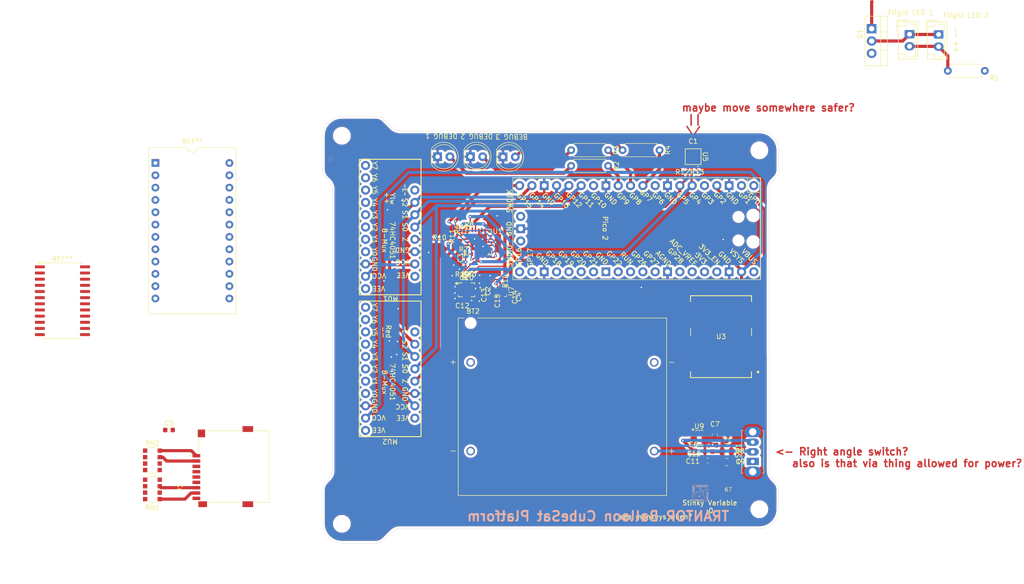
<source format=kicad_pcb>
(kicad_pcb (version 20241229) (generator "pcbnew") (generator_version "9.0")
  (title_block (rev "1.2"))
  (layers (0 "F.Cu" signal) (2 "B.Cu" signal) (13 "F.Paste" user) (15 "B.Paste" user) (5 "F.SilkS" user "F.Silkscreen") (7 "B.SilkS" user "B.Silkscreen") (1 "F.Mask" user) (3 "B.Mask" user) (25 "Edge.Cuts" user))
  (net 0 "")
  (net 1 "Net-(BT2-+)")
  (net 3 "BATT+")
  (net 4 "GND")
  (net 5 "/MCURX")
  (net 6 "/MCUTX")
  (net 7 "+3.3V")
  (net 13 "Net-(U9-BST)")
  (net 14 "/SCL")
  (net 15 "/SDA")
  (net 16 "/DEBUG2")
  (net 18 "/DEBUG3")
  (net 19 "Net-(U9-SW)")
  (net 20 "SD_MISO")
  (net 21 "SD_SCK")
  (net 22 "Net-(D1-A)")
  (net 24 "Net-(J1-DAT1)")
  (net 26 "Net-(D2-A)")
  (net 30 "SD_MOSI")
  (net 31 "/TC-Sel1")
  (net 32 "SD_CD")
  (net 33 "Net-(D3-A)")
  (net 34 "/DEBUG1")
  (net 35 "/FLIGHTLED")
  (net 37 "Net-(U1-VIN-)")
  (net 38 "SD_CS")
  (net 39 "Net-(J1-DAT2)")
  (net 41 "/TimePulseGPS")
  (net 56 "Net-(D1-K)")
  (net 57 "Net-(D4-A)")
  (net 60 "/TC-Sel3")
  (net 61 "/TC+YLW")
  (net 62 "/TC-Sel2")
  (net 64 "/TC-RED")
  (net 68 "/TC+7")
  (net 69 "/TC+4")
  (net 70 "/TC+5")
  (net 71 "/TC+3")
  (net 72 "/TC+6")
  (net 73 "/TC+2")
  (net 74 "/TC+8")
  (net 75 "/TC+1")
  (net 76 "/TC-8")
  (net 77 "/TC-2")
  (net 78 "/TC-6")
  (net 79 "/TC-4")
  (net 80 "/TC-7")
  (net 81 "/TC-1")
  (net 82 "/TC-3")
  (net 83 "/TC-5")
  (net 85 "/VSense1")
  (net 87 "/ThermoSCwarn")
  (net 91 "/ThermoOCwarn")
  (net 95 "Net-(U7-C1)")
  (net 96 "Net-(U7-~{CS})")
  (footprint "Resistor_SMD:R_0201_0603Metric" (layer "F.Cu") (at 87.35 77.85)
    (property "Reference" "R9")
    (property "Value" "10k")
  )
  (footprint "Gabriel_footprints:NEO-M9N" (layer "F.Cu") (at 139.2786 101.250001)
    (property "Reference" "U3")
    (property "Value" "NEO-M9N-00B")
  )
  (footprint "Gabriel_footprints:CUI_MSD-4-A" (layer "F.Cu") (at 38.9375 128.05 90)
    (property "Reference" "J1")
    (property "Value" "MSD-4-A")
  )
  (footprint "Resistor_THT:R_Axial_DIN0207_L6.3mm_D2.5mm_P7.62mm_Horizontal" (layer "F.Cu") (at 108.39 66.05)
    (property "Reference" "R2")
    (property "Value" "65Ω")
  )
  (footprint "Resistor_THT:R_Axial_DIN0207_L6.3mm_D2.5mm_P7.62mm_Horizontal" (layer "F.Cu") (at 193.6092 46.45 180)
    (property "Reference" "R1")
    (property "Value" "20Ω")
  )
  (footprint "Inductor_SMD:L_0201_0603Metric" (layer "F.Cu") (at 139.5 122.605 90)
    (property "Reference" "L1")
    (property "Value" "4u7H")
  )
  (footprint "Capacitor_SMD:C_0201_0603Metric" (layer "F.Cu") (at 133.53 62.025)
    (property "Reference" "C1")
    (property "Value" "200nf")
  )
  (footprint "MountingHole:MountingHole_3.2mm_M3" (layer "F.Cu") (at 61.165006 139.83999)
    (property "Reference" "REF**" (hide yes))
    (property "Value" "MountingHole_3.2mm_M3")
  )
  (footprint "Capacitor_SMD:C_0603_1608Metric" (layer "F.Cu") (at 25.55 120.5)
    (property "Reference" "C5")
    (property "Value" "1uF")
  )
  (footprint "Resistor_SMD:R_0201_0603Metric" (layer "F.Cu") (at 89.005 77.85 180)
    (property "Reference" "R8")
    (property "Value" "10k")
  )
  (footprint "Resistor_SMD:R_0201_0603Metric" (layer "F.Cu") (at 86.65 87.055 -90)
    (property "Reference" "R5")
    (property "Value" "1M")
  )
  (footprint "Resistor_SMD:R_0201_0603Metric" (layer "F.Cu") (at 93.75 89.795 -90)
    (property "Reference" "R14")
    (property "Value" "10kΩ")
  )
  (footprint "Capacitor_SMD:C_0201_0603Metric" (layer "F.Cu") (at 95.75 93.08 -90)
    (property "Reference" "C14")
    (property "Value" "100nf")
  )
  (footprint "Button_Switch_THT:SW_Slide_SPDT_Straight_CK_OS102011MS2Q" (layer "F.Cu") (at 145.8 127 90)
    (property "Reference" "SW1")
    (property "Value" "Switch")
  )
  (footprint "Resistor_SMD:R_Array_Convex_4x1206" (layer "F.Cu") (at 22.1375 126.76)
    (property "Reference" "RN2")
    (property "Value" "CAY16-4702F4LF")
  )
  (footprint "Gabriel_footprints:BME280(1)" (layer "F.Cu") (at 133.525 64.15 -90)
    (property "Reference" "U5")
    (property "Value" "BME280")
  )
  (footprint "LED_THT:LED_D5.0mm" (layer "F.Cu") (at 94.35 64.2)
    (property "Reference" "D4" (hide yes))
    (property "Value" "BEBUG 3")
  )
  (footprint "Resistor_SMD:R_Array_Convex_4x1206" (layer "F.Cu") (at 22.1375 132.75)
    (property "Reference" "RN1")
    (property "Value" "CAY16-4702F4LF")
  )
  (footprint "MountingHole:MountingHole_3.2mm_M3" (layer "F.Cu") (at 61.164997 59.84)
    (property "Reference" "REF**" (hide yes))
    (property "Value" "MountingHole_3.2mm_M3")
  )
  (footprint "Resistor_THT:R_Axial_DIN0207_L6.3mm_D2.5mm_P7.62mm_Horizontal" (layer "F.Cu") (at 118.99 62.8)
    (property "Reference" "R4")
    (property "Value" "65Ω")
  )
  (footprint "Capacitor_SMD:C_0603_1608Metric" (layer "F.Cu") (at 137.975 121.425 -90)
    (property "Reference" "C7")
    (property "Value" "100nF")
  )
  (footprint "Package_DIP:DIP-24_18.0mmx34.29mm_W15.24mm" (layer "F.Cu") (at 22.75 65.45)
    (property "Reference" "REF**")
    (property "Value" "DIP-24_18.0mmx34.29mm_W15.24mm")
  )
  (footprint "MountingHole:MountingHole_3.2mm_M3" (layer "F.Cu") (at 147.165004 62.84002)
    (property "Reference" "REF**" (hide yes))
    (property "Value" "MountingHole_3.2mm_M3")
  )
  (footprint "Gabriel_footprints:74HC4051 8_1" (layer "F.Cu") (at 71.072217 109.86 180)
    (property "Reference" "MU2")
    (property "Value" "~")
  )
  (footprint "Connector_JST:JST_EH_B2B-EH-A_1x02_P2.50mm_Vertical" (layer "F.Cu") (at 184.0992 38.95 -90)
    (property "Reference" "D5" (hide yes))
    (property "Value" "Flight LED 2")
  )
  (footprint "Capacitor_SMD:C_0201_0603Metric" (layer "F.Cu") (at 94.251 93.895 90)
    (property "Reference" "C15")
    (property "Value" "100nf")
  )
  (footprint "Capacitor_SMD:C_0805_2012Metric" (layer "F.Cu") (at 133.65 125.8 -90)
    (property "Reference" "C6")
    (property "Value" "10uF")
  )
  (footprint "Capacitor_SMD:C_0201_0603Metric" (layer "F.Cu") (at 96.55 93.08 -90)
    (property "Reference" "C4")
    (property "Value" "10uf")
  )
  (footprint "Gabriel_footprints:MQFN20_NU_MCH" (layer "F.Cu") (at 89.35 81.7757)
    (property "Reference" "U1")
    (property "Value" "MCP9601T-E/MX")
  )
  (footprint "LED_THT:LED_D5.0mm" (layer "F.Cu") (at 87.635 64.15)
    (property "Reference" "D3" (hide yes))
    (property "Value" "DEBUG 2")
  )
  (footprint "MountingHole:MountingHole_3.2mm_M3" (layer "F.Cu") (at 147.164997 136.84)
    (property "Reference" "REF**" (hide yes))
    (property "Value" "MountingHole_3.2mm_M3")
  )
  (footprint "Trantor:RPi_Pico_SMD_TH" (layer "F.Cu") (at 121.9 79 -90)
    (property "Reference" "U2" (hide yes))
    (property "Value" "Pico 2")
  )
  (footprint "Gabriel_footprints:LSM6DSO" (layer "F.Cu") (at 86.85 91.6)
    (property "Reference" "U10")
    (property "Value" "LSM6DSO")
  )
  (footprint "Resistor_THT:R_Axial_DIN0207_L6.3mm_D2.5mm_P7.62mm_Horizontal" (layer "F.Cu") (at 108.4 62.8)
    (property "Reference" "R3")
    (property "Value" "65Ω")
  )
  (footprint "Resistor_SMD:R_0201_0603Metric" (layer "F.Cu") (at 133.57 66.3)
    (property "Reference" "R13")
    (property "Value" "4.7kΩ")
  )
  (footprint "Gabriel_footprints:BAT_1079" (layer "F.Cu") (at 106.6 115.7)
    (property "Reference" "BT2")
    (property "Value" "Batteries")
  )
  (footprint "Connector_JST:JST_EH_B2B-EH-A_1x02_P2.50mm_Vertical" (layer "F.Cu") (at 178.0992 38.8992 -90)
    (property "Reference" "D1" (hide yes))
    (property "Value" "Flight LED 1")
  )
  (footprint "Capacitor_SMD:C_0201_0603Metric" (layer "F.Cu") (at 85.75 81.77 -90)
    (property "Reference" "C3")
    (property "Value" "0u1f")
  )
  (footprint "Capacitor_SMD:C_0805_2012Metric" (layer "F.Cu") (at 140.45 124.95)
    (property "Reference" "C8")
    (property "Value" "22uF")
  )
  (footprint "Capacitor_SMD:C_0603_1608Metric" (layer "F.Cu") (at 136.725 124.95 180)
    (property "Reference" "C10")
    (property "Value" "4u7F")
  )
  (footprint "Resistor_SMD:R_0201_0603Metric" (layer "F.Cu") (at 84.9 80.8557 -90)
    (property "Reference" "R6")
    (property "Value" "2M")
  )
  (footprint "Capacitor_SMD:C_0201_0603Metric" (layer "F.Cu") (at 85.98 93.8271 180)
    (property "Reference" "C12")
    (property "Value" "0u1f")
  )
  (footprint "Capacitor_SMD:C_0201_0603Metric" (layer "F.Cu") (at 89.4 92.6971 -90)
    (property "Reference" "C13")
    (property "Value" "0u1f")
  )
  (footprint "Resistor_SMD:R_0201_0603Metric" (layer "F.Cu") (at 84.57 83.1757)
    (property "Reference" "R7")
    (property "Value" "2M")
  )
  (footprint "Package_TO_SOT_THT:TO-220-3_Vertical" (layer "F.Cu") (at 170.2992 37.76 -90)
    (property "Reference" "Q1")
    (property "Value" "IRLB8721PBF")
  )
  (footprint "Capacitor_SMD:C_0805_2012Metric" (layer "F.Cu") (at 140.45 127.1)
    (property "Reference" "C9")
    (property "Value" "22uF")
  )
  (footprint "Resistor_SMD:R_0201_0603Metric" (layer "F.Cu") (at 84.57 82.2757)
    (property "Reference" "R11")
    (property "Value" "100")
  )
  (footprint "Resistor_SMD:R_0201_0603Metric" (layer "F.Cu") (at 132.055 66.3)
    (property "Reference" "R12")
    (property "Value" "4.7kΩ")
  )
  (footprint "Package_SO:SOIC-24W_7.5x15.4mm_P1.27mm" (layer "F.Cu") (at 3.6 93.85)
    (property "Reference" "REF**")
    (property "Value" "SOIC-24W_7.5x15.4mm_P1.27mm")
  )
  (footprint "LED_THT:LED_D5.0mm" (layer "F.Cu") (at 80.885 64.15)
    (property "Reference" "D2" (hide yes))
    (property "Value" "DEBUG 1")
  )
  (footprint "Capacitor_SMD:C_0201_0603Metric" (layer "F.Cu") (at 92.3 91.87 90)
    (property "Reference" "C2")
    (property "Value" "220nf")
  )
  (footprint "Package_TO_SOT_SMD:TSOT-23-6" (layer "F.Cu") (at 134.7875 122.15)
    (property "Reference" "U9")
    (property "Value" "AP63203WU-7")
  )
  (footprint "Package_LGA:LGA-12_2x2mm_P0.5mm" (layer "F.Cu") (at 94 91.9 -90)
    (property "Reference" "U7")
    (property "Value" "LIS2MDL")
  )
  (footprint "Resistor_SMD:R_0201_0603Metric" (layer "F.Cu") (at 87.43 89.4771)
    (property "Reference" "R20")
    (property "Value" "10kΩ")
  )
  (footprint "Resistor_SMD:R_0201_0603Metric" (layer "F.Cu") (at 85.92 89.4771)
    (property "Reference" "R19")
    (property "Value" "10kΩ")
  )
  (footprint "Capacitor_SMD:C_0603_1608Metric" (layer "F.Cu") (at 136.525 126.8 180)
    (property "Reference" "C11")
    (property "Value" "1uF")
  )
  (footprint "Resistor_SMD:R_0201_0603Metric" (layer "F.Cu") (at 83.755 81.1257)
    (property "Reference" "R10")
    (property "Value" "100")
  )
  (footprint "Gabriel_footprints:74HC4051 8_1" (layer "F.Cu") (at 71.077831 80.62 180)
    (property "Reference" "MU1")
    (property "Value" "~")
  )
  (gr_poly (pts (xy 135.136707 134.847678) (xy 135.136557 134.847722) (xy 135.136442 134.847801) (xy 135.136251 134.847918) (xy 135.136067 134.848078) (xy 135.135715 134.848515) (xy 135.135388 134.849104) (xy 135.135086 134.849835) (xy 135.134807 134.8507) (xy 135.134553 134.851688) (xy 135.134323 134.852792) (xy 135.134117 134.854002) (xy 135.133778 134.856703) (xy 135.133535 134.859718) (xy 135.13339 134.862977) (xy 135.133342 134.866404) (xy 135.133306 134.868206) (xy 135.133204 134.87011) (xy 135.133042 134.8721) (xy 135.132825 134.874156) (xy 135.132252 134.878395) (xy 135.131533 134.882682) (xy 135.130717 134.886873) (xy 135.129853 134.890821) (xy 135.128989 134.894382) (xy 135.128174 134.89741) (xy 135.127037 134.900793) (xy 135.125955 134.90432) (xy 135.124938 134.90794) (xy 135.123991 134.911605) (xy 135.123124 134.915263) (xy 135.122342 134.918866) (xy 135.121655 134.922362) (xy 135.121068 134.925703) (xy 135.120591 134.928838) (xy 135.120231 134.931716) (xy 135.119994 134.934289) (xy 135.119889 134.936507) (xy 135.119924 134.938318) (xy 135.119996 134.939056) (xy 135.120105 134.939674) (xy 135.120254 134.940165) (xy 135.120441 134.940524) (xy 135.12067 134.940744) (xy 135.120939 134.940818) (xy 135.135382 134.941452) (xy 135.151606 134.941819) (xy 135.168483 134.941945) (xy 135.184889 134.941852) (xy 135.199695 134.941565) (xy 135.211777 134.941109) (xy 135.220007 134.940507) (xy 135.222325 134.94016) (xy 135.222974 134.939975) (xy 135.223258 134.939785) (xy 135.223313 134.939643) (xy 135.223285 134.939413) (xy 135.22299 134.938699) (xy 135.222389 134.937664) (xy 135.221498 134.936329) (xy 135.218916 134.932845) (xy 135.215378 134.928416) (xy 135.211016 134.923212) (xy 135.205963 134.917402) (xy 135.200353 134.911157) (xy 135.19432 134.904645) (xy 135.180997 134.890708) (xy 135.168352 134.877644) (xy 135.157839 134.866711) (xy 135.153836 134.862438) (xy 135.150911 134.859169) (xy 135.149738 134.857838) (xy 135.148552 134.856561) (xy 135.147362 134.855345) (xy 135.14618 134.854195) (xy 135.145016 134.853119) (xy 135.143881 134.85212) (xy 135.142785 134.851207) (xy 135.141739 134.850384) (xy 135.140754 134.849659) (xy 135.139839 134.849036) (xy 135.139007 134.848522) (xy 135.138267 134.848124) (xy 135.137935 134.847969) (xy 135.13763 134.847846) (xy 135.137353 134.847754) (xy 135.137106 134.847696) (xy 135.13689 134.84767)) (fill yes) (layer "B.SilkS"))
  (gr_poly (pts (xy 134.86359 134.200811) (xy 134.838786 134.201845) (xy 134.836719 134.223549) (xy 134.836751 134.232286) (xy 134.836828 134.236612) (xy 134.836977 134.240732) (xy 134.837223 134.244513) (xy 134.83739 134.246234) (xy 134.837591 134.247821) (xy 134.837827 134.249256) (xy 134.838104 134.250524) (xy 134.838422 134.251607) (xy 134.838786 134.252488) (xy 134.838996 134.253943) (xy 134.839258 134.255215) (xy 134.839599 134.256315) (xy 134.840046 134.257252) (xy 134.840317 134.257663) (xy 134.840625 134.258038) (xy 134.840974 134.258377) (xy 134.841366 134.258683) (xy 134.841805 134.258956) (xy 134.842294 134.259198) (xy 134.843437 134.259594) (xy 134.844822 134.25988) (xy 134.846477 134.260068) (xy 134.848428 134.260168) (xy 134.850704 134.260191) (xy 134.856336 134.260048) (xy 134.86359 134.259723) (xy 134.887362 134.258689) (xy 134.888395 134.228717) (xy 134.889429 134.199778)) (fill yes) (layer "B.SilkS"))
  (gr_poly (pts (xy 59.246186 64.642761) (xy 59.246263 64.642786) (xy 59.246331 64.642822) (xy 59.24639 64.64287) (xy 59.246441 64.642929) (xy 59.246482 64.642999) (xy 59.246514 64.643081) (xy 59.246549 64.64328) (xy 59.246545 64.643527) (xy 59.246501 64.643823) (xy 59.246415 64.644169) (xy 59.246286 64.644566) (xy 59.246112 64.645014) (xy 59.245893 64.645514) (xy 59.245626 64.646069) (xy 59.236324 64.664672) (xy 59.235628 64.666125) (xy 59.2349 64.667573) (xy 59.233359 64.670441) (xy 59.23173 64.673243) (xy 59.230042 64.675944) (xy 59.228324 64.678512) (xy 59.226604 64.680914) (xy 59.224912 64.683116) (xy 59.223276 64.685084) (xy 59.221724 64.686787) (xy 59.220989 64.687527) (xy 59.220286 64.688189) (xy 59.219619 64.688767) (xy 59.21899 64.689258) (xy 59.218405 64.689658) (xy 59.217866 64.689961) (xy 59.217377 64.690165) (xy 59.216941 64.690265) (xy 59.216562 64.690256) (xy 59.216396 64.69021) (xy 59.216245 64.690135) (xy 59.21611 64.690031) (xy 59.215991 64.689897) (xy 59.215806 64.689539) (xy 59.215692 64.689056) (xy 59.215653 64.688443) (xy 59.215806 64.687605) (xy 59.216247 64.686292) (xy 59.216948 64.68456) (xy 59.217882 64.682468) (xy 59.220341 64.677434) (xy 59.223405 64.671648) (xy 59.226857 64.665572) (xy 59.230478 64.659666) (xy 59.232284 64.65692) (xy 59.234051 64.654389) (xy 59.235751 64.652131) (xy 59.237358 64.650203) (xy 59.238506 64.648896) (xy 59.23962 64.647694) (xy 59.240689 64.646603) (xy 59.241702 64.645633) (xy 59.242184 64.645194) (xy 59.242648 64.644789) (xy 59.243092 64.644417) (xy 59.243516 64.64408) (xy 59.243918 64.643779) (xy 59.244297 64.643514) (xy 59.244651 64.643286) (xy 59.24498 64.643097) (xy 59.245281 64.642947) (xy 59.245553 64.642838) (xy 59.245796 64.64277) (xy 59.246007 64.642744)) (fill yes) (layer "B.SilkS"))
  (gr_poly (pts (xy 136.4916 132.91407) (xy 136.489137 132.914085) (xy 136.488085 132.9141) (xy 136.487159 132.914123) (xy 136.486367 132.914155) (xy 136.485714 132.914198) (xy 136.485206 132.914252) (xy 136.485009 132.914285) (xy 136.48485 132.914321) (xy 136.48473 132.914361) (xy 136.484651 132.914404) (xy 136.484627 132.914428) (xy 136.484612 132.914452) (xy 136.484609 132.914478) (xy 136.484616 132.914505) (xy 136.484661 132.914561) (xy 136.48475 132.914623) (xy 136.484882 132.914689) (xy 136.48506 132.914761) (xy 136.485282 132.914838) (xy 136.485551 132.91492) (xy 136.486231 132.915102) (xy 136.487211 132.915284) (xy 136.488213 132.915441) (xy 136.489233 132.915575) (xy 136.490268 132.915684) (xy 136.491315 132.915768) (xy 136.492371 132.915829) (xy 136.493433 132.915865) (xy 136.494499 132.915877) (xy 136.495564 132.915865) (xy 136.496626 132.915829) (xy 136.497683 132.915768) (xy 136.49873 132.915684) (xy 136.499765 132.915575) (xy 136.500785 132.915441) (xy 136.501786 132.915284) (xy 136.502767 132.915102) (xy 136.50398 132.914761) (xy 136.504336 132.914623) (xy 136.504527 132.914505) (xy 136.504561 132.914452) (xy 136.504555 132.914404) (xy 136.50442 132.914321) (xy 136.504125 132.914252) (xy 136.503671 132.914198) (xy 136.502293 132.914123) (xy 136.500296 132.914085) (xy 136.494499 132.914068)) (fill yes) (layer "B.SilkS"))
  (gr_poly (pts (xy 58.514921 64.614029) (xy 58.516847 64.614283) (xy 58.518748 64.614655) (xy 58.520626 64.615142) (xy 58.522479 64.615741) (xy 58.524308 64.616449) (xy 58.526112 64.617263) (xy 58.527893 64.61818) (xy 58.529649 64.619197) (xy 58.531381 64.620311) (xy 58.533089 64.621518) (xy 58.534772 64.622817) (xy 58.536431 64.624203) (xy 58.538067 64.625674) (xy 58.539677 64.627227) (xy 58.541264 64.628859) (xy 58.542826 64.630566) (xy 58.546305 64.634762) (xy 58.549387 64.638457) (xy 58.554421 64.64447) (xy 58.556404 64.646852) (xy 58.558051 64.64886) (xy 58.558753 64.649734) (xy 58.559376 64.650527) (xy 58.559924 64.651241) (xy 58.560396 64.651882) (xy 58.560796 64.652454) (xy 58.561125 64.652959) (xy 58.561386 64.653404) (xy 58.561579 64.65379) (xy 58.561707 64.654123) (xy 58.561748 64.65427) (xy 58.561772 64.654405) (xy 58.561782 64.654529) (xy 58.561776 64.654642) (xy 58.561756 64.654745) (xy 58.561721 64.654838) (xy 58.561671 64.654921) (xy 58.561607 64.654995) (xy 58.56153 64.655061) (xy 58.561438 64.655118) (xy 58.561334 64.655169) (xy 58.561216 64.655212) (xy 58.560941 64.65528) (xy 58.560617 64.655325) (xy 58.560244 64.655353) (xy 58.559826 64.655367) (xy 58.559363 64.655371) (xy 58.559069 64.655359) (xy 58.55877 64.655323) (xy 58.558465 64.655264) (xy 58.558156 64.655183) (xy 58.557842 64.65508) (xy 58.557523 64.654955) (xy 58.556876 64.654644) (xy 58.556216 64.654254) (xy 58.555548 64.65379) (xy 58.554873 64.653256) (xy 58.554195 64.652657) (xy 58.553517 64.651998) (xy 58.552843 64.651283) (xy 58.552174 64.650516) (xy 58.551514 64.649702) (xy 58.550867 64.648846) (xy 58.550235 64.647952) (xy 58.54962 64.647025) (xy 58.549027 64.646069) (xy 58.547622 64.643404) (xy 58.546119 64.640838) (xy 58.544515 64.638372) (xy 58.54281 64.636008) (xy 58.541002 64.633746) (xy 58.53909 64.631589) (xy 58.537072 64.629538) (xy 58.534946 64.627594) (xy 58.532711 64.62576) (xy 58.530365 64.624035) (xy 58.527908 64.622423) (xy 58.525337 64.620925) (xy 58.522651 64.619541) (xy 58.519849 64.618274) (xy 58.516928 64.617126) (xy 58.513888 64.616096) (xy 58.499418 64.611962)) (fill yes) (layer "B.SilkS"))
  (gr_poly (pts (xy 135.458574 133.181371) (xy 135.458362 133.181389) (xy 135.458138 133.181419) (xy 135.457902 133.181462) (xy 135.457653 133.181516) (xy 135.457393 133.181583) (xy 135.456836 133.181752) (xy 135.456639 133.181761) (xy 135.456437 133.181788) (xy 135.45623 133.181832) (xy 135.456018 133.181892) (xy 135.455803 133.181968) (xy 135.455585 133.182059) (xy 135.45514 133.182285) (xy 135.45469 133.182566) (xy 135.454238 133.182897) (xy 135.453789 133.183273) (xy 135.453348 133.18369) (xy 135.452919 133.184144) (xy 135.452506 133.184629) (xy 135.452115 133.185142) (xy 135.451749 133.185677) (xy 135.451414 133.18623) (xy 135.451113 133.186797) (xy 135.450852 133.187373) (xy 135.450635 133.187954) (xy 135.450547 133.188147) (xy 135.450477 133.188341) (xy 135.450423 133.188533) (xy 135.450387 133.188723) (xy 135.450366 133.188911) (xy 135.45036 133.189096) (xy 135.450369 133.189278) (xy 135.450393 133.189455) (xy 135.45043 133.189629) (xy 135.45048 133.189797) (xy 135.450542 133.189959) (xy 135.450617 133.190115) (xy 135.450703 133.190265) (xy 135.450799 133.190407) (xy 135.450906 133.190541) (xy 135.451022 133.190667) (xy 135.451148 133.190783) (xy 135.451282 133.19089) (xy 135.451424 133.190986) (xy 135.451574 133.191072) (xy 135.45173 133.191147) (xy 135.451892 133.191209) (xy 135.45206 133.191259) (xy 135.452234 133.191296) (xy 135.452411 133.19132) (xy 135.452593 133.191329) (xy 135.452778 133.191323) (xy 135.452966 133.191302) (xy 135.453157 133.191266) (xy 135.453349 133.191212) (xy 135.453542 133.191142) (xy 135.453736 133.191054) (xy 135.454026 133.190951) (xy 135.454316 133.190837) (xy 135.454892 133.190576) (xy 135.455459 133.190275) (xy 135.456012 133.18994) (xy 135.456548 133.189574) (xy 135.45706 133.189183) (xy 135.457545 133.18877) (xy 135.457999 133.188341) (xy 135.458416 133.1879) (xy 135.458792 133.187451) (xy 135.459123 133.186999) (xy 135.45927 133.186773) (xy 135.459404 133.186549) (xy 135.459524 133.186325) (xy 135.45963 133.186104) (xy 135.459721 133.185886) (xy 135.459797 133.185671) (xy 135.459857 133.185459) (xy 135.459901 133.185252) (xy 135.459928 133.18505) (xy 135.459937 133.184853) (xy 135.460106 133.184296) (xy 135.460173 133.184036) (xy 135.460227 133.183787) (xy 135.46027 133.183551) (xy 135.4603 133.183327) (xy 135.460318 133.183115) (xy 135.460324 133.182915) (xy 135.460318 133.182727) (xy 135.4603 133.182552) (xy 135.46027 133.182388) (xy 135.460227 133.182237) (xy 135.460173 133.182098) (xy 135.460106 133.181971) (xy 135.460027 133.181855) (xy 135.459937 133.181752) (xy 135.459834 133.181662) (xy 135.459719 133.181583) (xy 135.459591 133.181516) (xy 135.459452 133.181462) (xy 135.459301 133.181419) (xy 135.459137 133.181389) (xy 135.458962 133.181371) (xy 135.458774 133.181365)) (fill yes) (layer "B.SilkS"))
  (gr_poly (pts (xy 59.133875 64.479929) (xy 59.134883 64.480158) (xy 59.136243 64.480651) (xy 59.137934 64.481405) (xy 59.139931 64.482416) (xy 59.142214 64.483681) (xy 59.144758 64.485197) (xy 59.147541 64.486962) (xy 59.150541 64.488972) (xy 59.15367 64.491092) (xy 59.15755 64.493526) (xy 59.162059 64.496203) (xy 59.167077 64.499049) (xy 59.172483 64.501992) (xy 59.178156 64.50496) (xy 59.183973 64.507879) (xy 59.189815 64.510676) (xy 59.192331 64.512055) (xy 59.194829 64.513472) (xy 59.197291 64.514916) (xy 59.199698 64.516377) (xy 59.202033 64.517844) (xy 59.204277 64.519306) (xy 59.206411 64.520753) (xy 59.208419 64.522174) (xy 59.210281 64.523559) (xy 59.21198 64.524897) (xy 59.213497 64.526178) (xy 59.214814 64.52739) (xy 59.215913 64.528524) (xy 59.216375 64.529058) (xy 59.216776 64.529569) (xy 59.217113 64.530054) (xy 59.217384 64.530513) (xy 59.217588 64.530945) (xy 59.217721 64.531347) (xy 59.218389 64.533382) (xy 59.218631 64.534181) (xy 59.218803 64.534835) (xy 59.218895 64.535344) (xy 59.21891 64.535544) (xy 59.218902 64.535707) (xy 59.21887 64.535834) (xy 59.218814 64.535925) (xy 59.218733 64.53598) (xy 59.218625 64.535998) (xy 59.21849 64.53598) (xy 59.218327 64.535925) (xy 59.218135 64.535834) (xy 59.217912 64.535707) (xy 59.217374 64.535344) (xy 59.216703 64.534835) (xy 59.215894 64.534181) (xy 59.214937 64.533382) (xy 59.212553 64.531347) (xy 59.210494 64.529865) (xy 59.207514 64.527827) (xy 59.20376 64.525352) (xy 59.199375 64.522562) (xy 59.194506 64.519578) (xy 59.189299 64.516522) (xy 59.183897 64.513514) (xy 59.178447 64.510676) (xy 59.167401 64.504362) (xy 59.16195 64.501211) (xy 59.156742 64.498145) (xy 59.151922 64.495224) (xy 59.147634 64.492509) (xy 59.144025 64.49006) (xy 59.14252 64.488955) (xy 59.141239 64.487939) (xy 59.138607 64.485952) (xy 59.13651 64.484253) (xy 59.134924 64.482838) (xy 59.133827 64.481705) (xy 59.133455 64.481243) (xy 59.133196 64.480851) (xy 59.133049 64.480527) (xy 59.133009 64.480272) (xy 59.133075 64.480085) (xy 59.133243 64.479966) (xy 59.133511 64.479914)) (fill yes) (layer "B.SilkS"))
  (gr_poly (pts (xy 134.219934 134.23556) (xy 134.219567 134.235611) (xy 134.219185 134.235693) (xy 134.218792 134.235805) (xy 134.218388 134.235948) (xy 134.217975 134.23612) (xy 134.217554 134.236323) (xy 134.217128 134.236556) (xy 134.216697 134.23682) (xy 134.216262 134.237113) (xy 134.215827 134.237437) (xy 134.215391 134.237792) (xy 134.214957 134.238176) (xy 134.214525 134.238591) (xy 134.214099 134.239036) (xy 134.213678 134.239511) (xy 134.213265 134.240017) (xy 134.212861 134.240553) (xy 134.212468 134.241119) (xy 134.207817 134.244478) (xy 134.207235 134.244853) (xy 134.206654 134.245197) (xy 134.206073 134.245505) (xy 134.205491 134.24577) (xy 134.20491 134.245987) (xy 134.204619 134.246076) (xy 134.204329 134.24615) (xy 134.204038 134.246209) (xy 134.203747 134.246252) (xy 134.203456 134.246278) (xy 134.203166 134.246287) (xy 134.202455 134.24632) (xy 134.201683 134.246416) (xy 134.200854 134.246573) (xy 134.199974 134.246788) (xy 134.198081 134.247377) (xy 134.196044 134.24816) (xy 134.193904 134.249113) (xy 134.191702 134.250211) (xy 134.189479 134.25143) (xy 134.187275 134.252747) (xy 134.185132 134.254135) (xy 134.183091 134.255573) (xy 134.181191 134.257034) (xy 134.179475 134.258495) (xy 134.177983 134.259933) (xy 134.177334 134.260635) (xy 134.176756 134.261322) (xy 134.176255 134.26199) (xy 134.175835 134.262638) (xy 134.175502 134.263261) (xy 134.17526 134.263857) (xy 134.174909 134.264796) (xy 134.174628 134.265674) (xy 134.174417 134.266491) (xy 134.174273 134.267248) (xy 134.174196 134.267945) (xy 134.174182 134.26858) (xy 134.174231 134.269156) (xy 134.17434 134.26967) (xy 134.174509 134.270125) (xy 134.174735 134.270518) (xy 134.175016 134.270851) (xy 134.175351 134.271124) (xy 134.175739 134.271336) (xy 134.176177 134.271487) (xy 134.176664 134.271578) (xy 134.177199 134.271608) (xy 134.177778 134.271578) (xy 134.178401 134.271487) (xy 134.179067 134.271336) (xy 134.179772 134.271124) (xy 134.180517 134.270851) (xy 134.181298 134.270518) (xy 134.182964 134.26967) (xy 134.184757 134.26858) (xy 134.186664 134.267248) (xy 134.18867 134.265674) (xy 134.190763 134.263857) (xy 134.191937 134.262719) (xy 134.193125 134.261632) (xy 134.19432 134.2606) (xy 134.195511 134.259626) (xy 134.196691 134.258712) (xy 134.197849 134.257862) (xy 134.198977 134.257078) (xy 134.200065 134.256364) (xy 134.201105 134.255722) (xy 134.202088 134.255157) (xy 134.203004 134.25467) (xy 134.203844 134.254264) (xy 134.2046 134.253944) (xy 134.205261 134.253711) (xy 134.20582 134.253569) (xy 134.206058 134.253534) (xy 134.206266 134.253521) (xy 134.206678 134.253489) (xy 134.207133 134.253393) (xy 134.20763 134.253237) (xy 134.208164 134.253025) (xy 134.208731 134.25276) (xy 134.209328 134.252445) (xy 134.210594 134.25168) (xy 134.211934 134.250758) (xy 134.213315 134.249706) (xy 134.214709 134.248551) (xy 134.216085 134.24732) (xy 134.217412 134.246041) (xy 134.218661 134.244741) (xy 134.2198 134.243446) (xy 134.2208 134.242185) (xy 134.221631 134.240984) (xy 134.221973 134.240415) (xy 134.222262 134.239872) (xy 134.222493 134.239357) (xy 134.222663 134.238874) (xy 134.222767 134.238427) (xy 134.222803 134.238019) (xy 134.222785 134.237646) (xy 134.222732 134.237304) (xy 134.222646 134.236992) (xy 134.222528 134.236711) (xy 134.22238 134.236459) (xy 134.222203 134.236238) (xy 134.221999 134.236047) (xy 134.221769 134.235887) (xy 134.221515 134.235757) (xy 134.221238 134.235657) (xy 134.22094 134.235587) (xy 134.220623 134.235548) (xy 134.220287 134.235539)) (fill yes) (layer "B.SilkS"))
  (gr_poly (pts (xy 58.955613 64.254835) (xy 58.9558 64.254913) (xy 58.956028 64.255056) (xy 58.956296 64.255264) (xy 58.956606 64.255536) (xy 58.956957 64.255873) (xy 58.95735 64.256273) (xy 58.95826 64.257261) (xy 58.959338 64.258496) (xy 58.961079 64.261286) (xy 58.9628 64.264204) (xy 58.964482 64.267207) (xy 58.966105 64.270252) (xy 58.967649 64.273297) (xy 58.969094 64.2763) (xy 58.970422 64.279217) (xy 58.971611 64.282008) (xy 58.972644 64.284629) (xy 58.973499 64.287039) (xy 58.974157 64.289193) (xy 58.974599 64.291052) (xy 58.974733 64.291856) (xy 58.974805 64.292571) (xy 58.974813 64.29319) (xy 58.974754 64.293708) (xy 58.974627 64.29412) (xy 58.974429 64.294422) (xy 58.974156 64.294606) (xy 58.973808 64.294669) (xy 58.973555 64.294538) (xy 58.97319 64.294156) (xy 58.972722 64.293538) (xy 58.972161 64.292699) (xy 58.970792 64.290418) (xy 58.969157 64.287434) (xy 58.967328 64.283869) (xy 58.965378 64.279844) (xy 58.96338 64.27548) (xy 58.961405 64.270898) (xy 58.958985 64.26532) (xy 58.957997 64.262993) (xy 58.957158 64.260966) (xy 58.956471 64.259236) (xy 58.955937 64.257799) (xy 58.955557 64.256649) (xy 58.955426 64.256181) (xy 58.955333 64.255782) (xy 58.95528 64.255454) (xy 58.955267 64.255194) (xy 58.955293 64.255003) (xy 58.955321 64.254933) (xy 58.95536 64.25488) (xy 58.955408 64.254844) (xy 58.955466 64.254824) (xy 58.955534 64.254822)) (fill yes) (layer "B.SilkS"))
  (gr_poly (pts (xy 135.332562 133.780201) (xy 135.331421 133.780308) (xy 135.330422 133.780482) (xy 135.329563 133.780723) (xy 135.328841 133.781027) (xy 135.328255 133.781392) (xy 135.327803 133.781816) (xy 135.327483 133.782297) (xy 135.327294 133.782833) (xy 135.327233 133.78342) (xy 135.327298 133.784058) (xy 135.327487 133.784744) (xy 135.3278 133.785475) (xy 135.328233 133.786249) (xy 135.328785 133.787063) (xy 135.329454 133.787917) (xy 135.331135 133.789731) (xy 135.333261 133.791672) (xy 135.335817 133.793721) (xy 135.338788 133.795862) (xy 135.342158 133.798076) (xy 135.345913 133.800343) (xy 135.350038 133.802648) (xy 135.354517 133.80497) (xy 135.355755 133.805648) (xy 135.356949 133.806325) (xy 135.358099 133.806999) (xy 135.359202 133.807669) (xy 135.360257 133.808334) (xy 135.361264 133.808992) (xy 135.36222 133.809642) (xy 135.363124 133.810283) (xy 135.363975 133.810913) (xy 135.364772 133.811532) (xy 135.365514 133.812137) (xy 135.366198 133.812728) (xy 135.366825 133.813302) (xy 135.367391 133.81386) (xy 135.367897 133.814399) (xy 135.36834 133.814918) (xy 135.36872 133.815416) (xy 135.369035 133.815891) (xy 135.369283 133.816342) (xy 135.369464 133.816769) (xy 135.369577 133.817169) (xy 135.369606 133.817358) (xy 135.369619 133.817541) (xy 135.369613 133.817716) (xy 135.369589 133.817884) (xy 135.369547 133.818044) (xy 135.369487 133.818196) (xy 135.369408 133.81834) (xy 135.36931 133.818477) (xy 135.369193 133.818605) (xy 135.369058 133.818724) (xy 135.368903 133.818835) (xy 135.368729 133.818937) (xy 135.368322 133.819114) (xy 135.367835 133.819255) (xy 135.367268 133.819356) (xy 135.366618 133.819418) (xy 135.365885 133.819439) (xy 135.365486 133.819478) (xy 135.365066 133.819591) (xy 135.364626 133.819774) (xy 135.364172 133.820023) (xy 135.363704 133.820333) (xy 135.363226 133.8207) (xy 135.362252 133.821587) (xy 135.361272 133.82265) (xy 135.360308 133.823854) (xy 135.359384 133.825164) (xy 135.358522 133.826545) (xy 135.357744 133.827962) (xy 135.357074 133.829381) (xy 135.356535 133.830767) (xy 135.356321 133.831436) (xy 135.356148 133.832084) (xy 135.356019 133.832706) (xy 135.355936 133.833299) (xy 135.355904 133.833856) (xy 135.355924 133.834375) (xy 135.355999 133.834851) (xy 135.356132 133.835279) (xy 135.356326 133.835656) (xy 135.356584 133.835976) (xy 135.356687 133.836067) (xy 135.356801 133.836145) (xy 135.356928 133.836212) (xy 135.357066 133.836267) (xy 135.357376 133.836339) (xy 135.35773 133.836363) (xy 135.358127 133.836339) (xy 135.358564 133.836267) (xy 135.359041 133.836145) (xy 135.359555 133.835976) (xy 135.360106 133.835758) (xy 135.360691 133.835492) (xy 135.36131 133.835177) (xy 135.361961 133.834813) (xy 135.362642 133.834402) (xy 135.363352 133.833941) (xy 135.364089 133.833433) (xy 135.364852 133.832876) (xy 135.365969 133.832332) (xy 135.367008 133.831866) (xy 135.367986 133.831486) (xy 135.368921 133.831196) (xy 135.369833 133.831003) (xy 135.370285 133.830945) (xy 135.370738 133.830913) (xy 135.371194 133.830909) (xy 135.371656 133.830933) (xy 135.372125 133.830985) (xy 135.372603 133.831067) (xy 135.373094 133.831179) (xy 135.3736 133.831322) (xy 135.374662 133.831705) (xy 135.37581 133.83222) (xy 135.377061 133.832875) (xy 135.378432 133.833676) (xy 135.379943 133.834627) (xy 135.381612 133.835737) (xy 135.383456 133.837009) (xy 135.384947 133.8381) (xy 135.386326 133.83905) (xy 135.386977 133.839474) (xy 135.387602 133.839864) (xy 135.388205 133.840221) (xy 135.388785 133.840546) (xy 135.389344 133.840839) (xy 135.389882 133.841101) (xy 135.390402 133.841332) (xy 135.390904 133.841533) (xy 135.39139 133.841705) (xy 135.39186 133.841847) (xy 135.392315 133.841962) (xy 135.392757 133.842048) (xy 135.393187 133.842107) (xy 135.393607 133.84214) (xy 135.394016 133.842146) (xy 135.394417 133.842127) (xy 135.39481 133.842083) (xy 135.395196 133.842014) (xy 135.395578 133.841921) (xy 135.395955 133.841806) (xy 135.396329 133.841667) (xy 135.396701 133.841507) (xy 135.397073 133.841325) (xy 135.397444 133.841121) (xy 135.397818 133.840898) (xy 135.398194 133.840654) (xy 135.398958 133.84011) (xy 135.399685 133.839539) (xy 135.400317 133.838982) (xy 135.400855 133.838427) (xy 135.4013 133.837865) (xy 135.401489 133.837578) (xy 135.401655 133.837285) (xy 135.401798 133.836985) (xy 135.40192 133.836676) (xy 135.402019 133.836358) (xy 135.402097 133.836028) (xy 135.402153 133.835686) (xy 135.402188 133.83533) (xy 135.402202 133.834959) (xy 135.402195 133.834571) (xy 135.402118 133.833741) (xy 135.401959 133.83283) (xy 135.40172 133.831826) (xy 135.401402 133.830719) (xy 135.401007 133.829498) (xy 135.400537 133.828154) (xy 135.399992 133.826674) (xy 135.398288 133.823044) (xy 135.396292 133.819526) (xy 135.394026 133.816139) (xy 135.391514 133.812899) (xy 135.388777 133.809823) (xy 135.38584 133.806926) (xy 135.382723 133.804227) (xy 135.379451 133.80174) (xy 135.376045 133.799484) (xy 135.372529 133.797475) (xy 135.368925 133.795729) (xy 135.365256 133.794264) (xy 135.361544 133.793095) (xy 135.357813 133.792239) (xy 135.355947 133.791934) (xy 135.354085 133.791713) (xy 135.352229 133.79158) (xy 135.350383 133.791534) (xy 135.350089 133.791525) (xy 135.34979 133.791499) (xy 135.349487 133.791455) (xy 135.349179 133.791395) (xy 135.348869 133.791319) (xy 135.348557 133.791228) (xy 135.348243 133.791122) (xy 135.347928 133.791002) (xy 135.347299 133.790721) (xy 135.346676 133.79039) (xy 135.346066 133.790014) (xy 135.345473 133.789596) (xy 135.344905 133.789143) (xy 135.344367 133.788658) (xy 135.343865 133.788145) (xy 135.343406 133.78761) (xy 135.343194 133.787335) (xy 135.342995 133.787057) (xy 135.34281 133.786775) (xy 135.342639 133.78649) (xy 135.342483 133.786203) (xy 135.342344 133.785914) (xy 135.34222 133.785624) (xy 135.342114 133.785333) (xy 135.341885 133.784935) (xy 135.34159 133.784518) (xy 135.341233 133.784089) (xy 135.340822 133.783654) (xy 135.340363 133.783219) (xy 135.339862 133.78279) (xy 135.339324 133.782373) (xy 135.338755 133.781974) (xy 135.338163 133.7816) (xy 135.337552 133.781256) (xy 135.33693 133.780948) (xy 135.336301 133.780682) (xy 135.335672 133.780465) (xy 135.335049 133.780303) (xy 135.334742 133.780244) (xy 135.334439 133.780201) (xy 135.33414 133.780174) (xy 135.333846 133.780165)) (fill yes) (layer "B.SilkS"))
  (gr_poly (pts (xy 59.119211 64.503966) (xy 59.119422 64.504023) (xy 59.119921 64.504228) (xy 59.120518 64.504548) (xy 59.121209 64.504977) (xy 59.12199 64.505509) (xy 59.122855 64.506138) (xy 59.123801 64.506857) (xy 59.125914 64.508545) (xy 59.128294 64.510523) (xy 59.130904 64.512743) (xy 59.13389 64.515247) (xy 59.137348 64.51804) (xy 59.141169 64.521028) (xy 59.145244 64.524112) (xy 59.149465 64.527197) (xy 59.153723 64.530184) (xy 59.157907 64.532978) (xy 59.16191 64.535481) (xy 59.165673 64.537754) (xy 59.169145 64.539906) (xy 59.170741 64.540929) (xy 59.172229 64.541912) (xy 59.173596 64.542854) (xy 59.174829 64.543749) (xy 59.175917 64.544597) (xy 59.176848 64.545392) (xy 59.17725 64.54577) (xy 59.177609 64.546134) (xy 59.177922 64.546483) (xy 59.178188 64.546818) (xy 59.178406 64.547137) (xy 59.178574 64.547441) (xy 59.17869 64.547729) (xy 59.178753 64.548001) (xy 59.178762 64.548256) (xy 59.178715 64.548494) (xy 59.17861 64.548714) (xy 59.178447 64.548917) (xy 59.177911 64.54918) (xy 59.177092 64.549201) (xy 59.17601 64.548996) (xy 59.174684 64.548576) (xy 59.171379 64.547148) (xy 59.167336 64.545025) (xy 59.162711 64.542315) (xy 59.157663 64.539125) (xy 59.152348 64.535562) (xy 59.146924 64.531735) (xy 59.141548 64.52775) (xy 59.136379 64.523715) (xy 59.131572 64.519737) (xy 59.127287 64.515925) (xy 59.123679 64.512385) (xy 59.120908 64.509225) (xy 59.119885 64.507821) (xy 59.11913 64.506553) (xy 59.118662 64.505433) (xy 59.118502 64.504475) (xy 59.118517 64.504299) (xy 59.118562 64.504159) (xy 59.118635 64.504054) (xy 59.118738 64.503983) (xy 59.118868 64.503945) (xy 59.119026 64.503939)) (fill yes) (layer "B.SilkS"))
  (gr_poly (pts (xy 59.097643 64.420432) (xy 59.097813 64.420469) (xy 59.097997 64.420539) (xy 59.098194 64.420642) (xy 59.098405 64.420777) (xy 59.098865 64.421147) (xy 59.099373 64.42165) (xy 59.099926 64.422288) (xy 59.100522 64.423061) (xy 59.101158 64.423973) (xy 59.10183 64.425024) (xy 59.102535 64.426216) (xy 59.10327 64.42755) (xy 59.104032 64.429028) (xy 59.10466 64.430236) (xy 59.105373 64.431527) (xy 59.107004 64.434292) (xy 59.108829 64.437203) (xy 59.11075 64.440138) (xy 59.112672 64.442976) (xy 59.114497 64.445596) (xy 59.116128 64.447877) (xy 59.117468 64.449698) (xy 59.118219 64.450473) (xy 59.11892 64.451245) (xy 59.119569 64.45201) (xy 59.120165 64.452767) (xy 59.120707 64.453511) (xy 59.121193 64.45424) (xy 59.121621 64.454951) (xy 59.12199 64.455641) (xy 59.122298 64.456307) (xy 59.122545 64.456945) (xy 59.122645 64.457253) (xy 59.122728 64.457553) (xy 59.122795 64.457845) (xy 59.122846 64.458128) (xy 59.12288 64.458402) (xy 59.122897 64.458666) (xy 59.122897 64.458921) (xy 59.12288 64.459165) (xy 59.122846 64.459399) (xy 59.122794 64.459622) (xy 59.122724 64.459834) (xy 59.122636 64.460033) (xy 59.122289 64.46022) (xy 59.121835 64.460206) (xy 59.121281 64.460002) (xy 59.120635 64.45962) (xy 59.1191 64.458364) (xy 59.117291 64.456529) (xy 59.115269 64.454203) (xy 59.113098 64.451477) (xy 59.110839 64.448438) (xy 59.108554 64.445176) (xy 59.106306 64.441782) (xy 59.104156 64.438344) (xy 59.102166 64.43495) (xy 59.100399 64.431692) (xy 59.098916 64.428658) (xy 59.097781 64.425937) (xy 59.097054 64.423619) (xy 59.096863 64.422639) (xy 59.096798 64.421793) (xy 59.096834 64.421272) (xy 59.096878 64.421058) (xy 59.096939 64.420874) (xy 59.097017 64.420722) (xy 59.097111 64.420601) (xy 59.097221 64.420511) (xy 59.097347 64.420453) (xy 59.097487 64.420426)) (fill yes) (layer "B.SilkS"))
  (gr_poly (pts (xy 136.611094 132.88101) (xy 136.6109 132.881055) (xy 136.610708 132.881129) (xy 136.610516 132.881232) (xy 136.610138 132.88152) (xy 136.609769 132.881916) (xy 136.609413 132.882415) (xy 136.609071 132.883012) (xy 136.608748 132.883703) (xy 136.608445 132.884484) (xy 136.608167 132.885349) (xy 136.607916 132.886294) (xy 136.607696 132.887316) (xy 136.607509 132.888408) (xy 136.607358 132.889567) (xy 136.607246 132.890788) (xy 136.607177 132.892066) (xy 136.607153 132.893398) (xy 136.607177 132.89456) (xy 136.607246 132.895715) (xy 136.607358 132.896859) (xy 136.607509 132.897984) (xy 136.607696 132.899085) (xy 136.607916 132.900156) (xy 136.608167 132.901191) (xy 136.608445 132.902183) (xy 136.608748 132.903127) (xy 136.609071 132.904016) (xy 136.609413 132.904844) (xy 136.609769 132.905607) (xy 136.610138 132.906296) (xy 136.610516 132.906907) (xy 136.6109 132.907432) (xy 136.611287 132.907867) (xy 136.611478 132.907946) (xy 136.611663 132.907989) (xy 136.611842 132.907997) (xy 136.612014 132.90797) (xy 136.612181 132.90791) (xy 136.612341 132.907815) (xy 136.612496 132.907688) (xy 136.612644 132.907528) (xy 136.612922 132.907114) (xy 136.613177 132.906578) (xy 136.613407 132.905923) (xy 136.613613 132.905154) (xy 136.613794 132.904277) (xy 136.613952 132.903295) (xy 136.614085 132.902214) (xy 136.614194 132.901036) (xy 136.614279 132.899768) (xy 136.614339 132.898414) (xy 136.614388 132.895465) (xy 136.614364 132.89394) (xy 136.614297 132.892469) (xy 136.61419 132.891059) (xy 136.614049 132.889716) (xy 136.613877 132.888445) (xy 136.613679 132.887253) (xy 136.613461 132.886146) (xy 136.613225 132.88513) (xy 136.612978 132.88421) (xy 136.612723 132.883394) (xy 136.612465 132.882686) (xy 136.612208 132.882094) (xy 136.612082 132.881842) (xy 136.611957 132.881622) (xy 136.611836 132.881434) (xy 136.611717 132.881278) (xy 136.611603 132.881156) (xy 136.611493 132.881067) (xy 136.611387 132.881013) (xy 136.611287 132.880995)) (fill yes) (layer "B.SilkS"))
  (gr_poly (pts (xy 133.865977 135.867376) (xy 133.755357 135.867732) (xy 133.984058 135.867893) (xy 135.964298 135.867893) (xy 134.974178 135.86686)) (fill yes) (layer "B.SilkS"))
  (gr_poly (pts (xy 134.711482 131.988927) (xy 134.683191 131.989674) (xy 134.662967 131.99076) (xy 134.657132 131.991423) (xy 134.654818 131.992161) (xy 134.65466 131.992608) (xy 134.654571 131.993168) (xy 134.65455 131.993835) (xy 134.654592 131.994599) (xy 134.654694 131.995455) (xy 134.654854 131.996394) (xy 134.655069 131.997409) (xy 134.655335 131.998491) (xy 134.655649 131.999635) (xy 134.656009 132.000831) (xy 134.656853 132.003352) (xy 134.657842 132.005994) (xy 134.658952 132.008697) (xy 134.660589 132.011679) (xy 134.662359 132.015109) (xy 134.664202 132.018853) (xy 134.666057 132.022779) (xy 134.667864 132.026754) (xy 134.669562 132.030644) (xy 134.67109 132.034316) (xy 134.672388 132.037636) (xy 134.673639 132.041252) (xy 134.675036 132.045049) (xy 134.67653 132.048918) (xy 134.678072 132.052752) (xy 134.679615 132.05644) (xy 134.681108 132.059873) (xy 134.682505 132.062944) (xy 134.683757 132.065542) (xy 134.684528 132.06795) (xy 134.685275 132.070467) (xy 134.685973 132.073008) (xy 134.686599 132.075489) (xy 134.687128 132.077825) (xy 134.687535 132.07993) (xy 134.687686 132.08087) (xy 134.687798 132.081721) (xy 134.687867 132.082471) (xy 134.687891 132.083111) (xy 134.687926 132.083728) (xy 134.688028 132.084407) (xy 134.68819 132.085142) (xy 134.688407 132.085921) (xy 134.688673 132.086737) (xy 134.688981 132.087581) (xy 134.689325 132.088442) (xy 134.689699 132.089313) (xy 134.690098 132.090183) (xy 134.690515 132.091045) (xy 134.691379 132.092704) (xy 134.692243 132.094218) (xy 134.693058 132.095514) (xy 134.693639 132.096336) (xy 134.694217 132.097248) (xy 134.694789 132.098241) (xy 134.695351 132.099309) (xy 134.695902 132.100443) (xy 134.696437 132.101636) (xy 134.696955 132.102881) (xy 134.697451 132.10417) (xy 134.697923 132.105495) (xy 134.698367 132.106848) (xy 134.698782 132.108223) (xy 134.699163 132.109612) (xy 134.699507 132.111006) (xy 134.699813 132.112399) (xy 134.700076 132.113783) (xy 134.700293 132.115151) (xy 134.701757 132.122315) (xy 134.702653 132.125213) (xy 134.703862 132.127699) (xy 134.705538 132.129802) (xy 134.707833 132.131556) (xy 134.7109 132.132992) (xy 134.714892 132.134142) (xy 134.719962 132.135037) (xy 134.726262 132.13571) (xy 134.733947 132.136193) (xy 134.743168 132.136516) (xy 134.766833 132.136813) (xy 134.798478 132.136855) (xy 134.818574 132.136762) (xy 134.836186 132.1365) (xy 134.851255 132.136092) (xy 134.86372 132.135563) (xy 134.868957 132.135261) (xy 134.87352 132.134937) (xy 134.877402 132.134596) (xy 134.880595 132.134239) (xy 134.883092 132.13387) (xy 134.884885 132.133492) (xy 134.885966 132.133108) (xy 134.886237 132.132915) (xy 134.886328 132.132721) (xy 134.886305 132.13231) (xy 134.886237 132.131855) (xy 134.88613 132.131361) (xy 134.885989 132.130831) (xy 134.885817 132.130272) (xy 134.88562 132.129687) (xy 134.885165 132.128458) (xy 134.884148 132.12589) (xy 134.883658 132.124624) (xy 134.883228 132.123419) (xy 134.880741 132.118219) (xy 134.877285 132.1105) (xy 134.86359 132.078977) (xy 134.862573 132.076557) (xy 134.815172 132.076557) (xy 134.815126 132.078124) (xy 134.814993 132.079631) (xy 134.814773 132.081075) (xy 134.814466 132.082449) (xy 134.81407 132.08375) (xy 134.813587 132.084971) (xy 134.813015 132.086108) (xy 134.812354 132.087155) (xy 134.811604 132.088107) (xy 134.810764 132.08896) (xy 134.809834 132.089708) (xy 134.808814 132.090346) (xy 134.806756 132.091255) (xy 134.804122 132.092042) (xy 134.800993 132.092708) (xy 134.797445 132.093253) (xy 134.793558 132.093677) (xy 134.789411 132.09398) (xy 134.785082 132.094161) (xy 134.78065 132.094222) (xy 134.776194 132.094161) (xy 134.771792 132.09398) (xy 134.767524 132.093677) (xy 134.763467 132.093253) (xy 134.759702 132.092708) (xy 134.756305 132.092042) (xy 134.753357 132.091255) (xy 134.750936 132.090346) (xy 134.74995 132.089978) (xy 134.748931 132.089461) (xy 134.747884 132.088802) (xy 134.746814 132.088011) (xy 134.744618 132.086061) (xy 134.742377 132.083677) (xy 134.740124 132.080923) (xy 134.737892 132.077865) (xy 134.735714 132.074568) (xy 134.733624 132.071097) (xy 134.731656 132.067516) (xy 134.729841 132.063892) (xy 134.728215 132.060289) (xy 134.726809 132.056773) (xy 134.725658 132.053407) (xy 134.724795 132.050259) (xy 134.724252 132.047391) (xy 134.724112 132.046084) (xy 134.724064 132.044871) (xy 134.724073 132.044574) (xy 134.7241 132.044267) (xy 134.724143 132.043949) (xy 134.724203 132.043621) (xy 134.724371 132.042943) (xy 134.724597 132.042239) (xy 134.724878 132.041516) (xy 134.725209 132.040783) (xy 134.725585 132.040047) (xy 134.726002 132.039316) (xy 134.726455 132.038596) (xy 134.726941 132.037897) (xy 134.727453 132.037224) (xy 134.727988 132.036587) (xy 134.728542 132.035991) (xy 134.729109 132.035446) (xy 134.729685 132.034958) (xy 134.730265 132.034536) (xy 134.731159 132.034149) (xy 134.73228 132.033764) (xy 134.733613 132.033387) (xy 134.735142 132.033018) (xy 134.738731 132.032319) (xy 134.742926 132.031694) (xy 134.747605 132.031165) (xy 134.752648 132.030757) (xy 134.757932 132.030495) (xy 134.763338 132.030402) (xy 134.767559 132.030416) (xy 134.771334 132.030464) (xy 134.7747 132.030558) (xy 134.777695 132.030709) (xy 134.779065 132.030808) (xy 134.780356 132.030925) (xy 134.781574 132.031062) (xy 134.782723 132.031219) (xy 134.783807 132.031398) (xy 134.784832 132.031601) (xy 134.785802 132.031828) (xy 134.786722 132.032081) (xy 134.787596 132.032361) (xy 134.78843 132.03267) (xy 134.789227 132.033009) (xy 134.789994 132.033379) (xy 134.790734 132.033782) (xy 134.791452 132.034218) (xy 134.792153 132.03469) (xy 134.792842 132.035198) (xy 134.793524 132.035744) (xy 134.794202 132.036329) (xy 134.794882 132.036955) (xy 134.795569 132.037622) (xy 134.796982 132.039088) (xy 134.798478 132.040737) (xy 134.800086 132.042407) (xy 134.801615 132.044121) (xy 134.803064 132.045873) (xy 134.804433 132.047659) (xy 134.805722 132.049472) (xy 134.806931 132.051308) (xy 134.808058 132.053162) (xy 134.809104 132.055029) (xy 134.810069 132.056903) (xy 134.810951 132.058779) (xy 134.811751 132.060653) (xy 134.812467 132.06252) (xy 134.813101 132.064373) (xy 134.813651 132.066208) (xy 134.814117 132.068021) (xy 134.814498 132.069805) (xy 134.814795 132.071556) (xy 134.815006 132.073268) (xy 134.815132 132.074937) (xy 134.815172 132.076557) (xy 134.862573 132.076557) (xy 134.862434 132.076226) (xy 134.861314 132.073438) (xy 134.860266 132.070675) (xy 134.859327 132.067996) (xy 134.85891 132.066708) (xy 134.858534 132.065463) (xy 134.858203 132.06427) (xy 134.857923 132.063135) (xy 134.857696 132.062068) (xy 134.857529 132.061074) (xy 134.857425 132.060163) (xy 134.85739 132.05934) (xy 134.857366 132.058724) (xy 134.857295 132.058044) (xy 134.857178 132.05731) (xy 134.857018 132.05653) (xy 134.856816 132.055714) (xy 134.856572 132.054871) (xy 134.856289 132.05401) (xy 134.855968 132.053139) (xy 134.855611 132.052269) (xy 134.855219 132.051407) (xy 134.854794 132.050564) (xy 134.854337 132.049748) (xy 134.85385 132.048968) (xy 134.853334 132.048234) (xy 134.852791 132.047554) (xy 134.852222 132.046938) (xy 134.851653 132.04614) (xy 134.85111 132.045299) (xy 134.850594 132.044422) (xy 134.850106 132.043514) (xy 134.849649 132.042583) (xy 134.849224 132.041633) (xy 134.848832 132.040671) (xy 134.848475 132.039703) (xy 134.848154 132.038735) (xy 134.847872 132.037773) (xy 134.847628 132.036824) (xy 134.847425 132.035892) (xy 134.847265 132.034985) (xy 134.847149 132.034108) (xy 134.847078 132.033267) (xy 134.847054 132.032469) (xy 134.84703 132.03167) (xy 134.846959 132.030829) (xy 134.846843 132.029952) (xy 134.846683 132.029045) (xy 134.84648 132.028113) (xy 134.846236 132.027164) (xy 134.845954 132.026202) (xy 134.845633 132.025234) (xy 134.845276 132.024266) (xy 134.844884 132.023304) (xy 134.844459 132.022354) (xy 134.844002 132.021423) (xy 134.843515 132.020515) (xy 134.842999 132.019638) (xy 134.842455 132.018798) (xy 134.841887 132.017999) (xy 134.841318 132.017359) (xy 134.840774 132.016612) (xy 134.840258 132.015771) (xy 134.839771 132.01485) (xy 134.839314 132.013862) (xy 134.838889 132.012822) (xy 134.838497 132.011741) (xy 134.83814 132.010635) (xy 134.837819 132.009517) (xy 134.837536 132.008401) (xy 134.837293 132.007299) (xy 134.83709 132.006227) (xy 134.83693 132.005196) (xy 134.836813 132.004222) (xy 134.836743 132.003318) (xy 134.836719 132.002496) (xy 134.836706 132.001528) (xy 134.83667 132.000567) (xy 134.83661 131.999617) (xy 134.836525 131.998685) (xy 134.836416 131.997778) (xy 134.836283 131.996901) (xy 134.836125 131.99606) (xy 134.835944 131.995262) (xy 134.835738 131.994512) (xy 134.835508 131.993816) (xy 134.835253 131.993181) (xy 134.835117 131.992889) (xy 134.834975 131.992613) (xy 134.834826 131.992356) (xy 134.834672 131.992118) (xy 134.834511 131.991899) (xy 134.834345 131.991701) (xy 134.834172 131.991524) (xy 134.833994 131.991369) (xy 134.833809 131.991236) (xy 134.833618 131.991127) (xy 134.831122 131.990412) (xy 134.82513 131.989815) (xy 134.804663 131.988964) (xy 134.776227 131.988548) (xy 134.74383 131.988544)) (fill yes) (layer "B.SilkS"))
  (gr_poly (pts (xy 134.081483 133.933008) (xy 134.079893 133.93318) (xy 134.078074 133.933479) (xy 134.076042 133.933903) (xy 134.073816 133.934447) (xy 134.071415 133.93511) (xy 134.068857 133.935888) (xy 134.066159 133.936777) (xy 134.06334 133.937776) (xy 134.060418 133.938881) (xy 134.057411 133.940088) (xy 134.054338 133.941396) (xy 134.053105 133.941965) (xy 134.051742 133.942508) (xy 134.050264 133.943024) (xy 134.048686 133.943511) (xy 134.047023 133.943968) (xy 134.04529 133.944393) (xy 134.043503 133.944785) (xy 134.041677 133.945142) (xy 134.037967 133.945746) (xy 134.034281 133.946192) (xy 134.03074 133.946469) (xy 134.029062 133.94654) (xy 134.027466 133.946564) (xy 134.025858 133.946588) (xy 134.024143 133.946658) (xy 134.020457 133.946935) (xy 134.016529 133.947381) (xy 134.01248 133.947985) (xy 134.008431 133.948734) (xy 134.004502 133.949616) (xy 134.002622 133.950103) (xy 134.000817 133.950619) (xy 133.999102 133.951162) (xy 133.997494 133.951731) (xy 133.995956 133.952277) (xy 133.994446 133.952751) (xy 133.992966 133.953155) (xy 133.991519 133.953492) (xy 133.990108 133.953761) (xy 133.988737 133.953966) (xy 133.987408 133.954107) (xy 133.986125 133.954186) (xy 133.98489 133.954204) (xy 133.983707 133.954164) (xy 133.982578 133.954065) (xy 133.981506 133.953911) (xy 133.980495 133.953703) (xy 133.979548 133.953441) (xy 133.978668 133.953128) (xy 133.977857 133.952765) (xy 133.977118 133.952244) (xy 133.976454 133.951848) (xy 133.975865 133.951579) (xy 133.9756 133.951493) (xy 133.975354 133.95144) (xy 133.975127 133.951421) (xy 133.974921 133.951435) (xy 133.974734 133.951483) (xy 133.974568 133.951566) (xy 133.974423 133.951683) (xy 133.974298 133.951836) (xy 133.974193 133.952024) (xy 133.97411 133.952248) (xy 133.974048 133.952508) (xy 133.974007 133.952806) (xy 133.973991 133.953512) (xy 133.974062 133.954369) (xy 133.974223 133.955381) (xy 133.974475 133.95655) (xy 133.974819 133.95788) (xy 133.975256 133.959373) (xy 133.97579 133.961033) (xy 133.976542 133.96359) (xy 133.977257 133.965841) (xy 133.977604 133.966855) (xy 133.977945 133.967796) (xy 133.978282 133.968664) (xy 133.978616 133.969463) (xy 133.978948 133.970191) (xy 133.97928 133.970851) (xy 133.979614 133.971443) (xy 133.97995 133.97197) (xy 133.98029 133.972431) (xy 133.980634 133.972828) (xy 133.980986 133.973163) (xy 133.981345 133.973435) (xy 133.981713 133.973647) (xy 133.982091 133.9738) (xy 133.982482 133.973895) (xy 133.982885 133.973932) (xy 133.983303 133.973913) (xy 133.983736 133.97384) (xy 133.984187 133.973712) (xy 133.984655 133.973532) (xy 133.985144 133.973301) (xy 133.985653 133.973019) (xy 133.986185 133.972688) (xy 133.986741 133.972309) (xy 133.987321 133.971883) (xy 133.987928 133.971411) (xy 133.989226 133.970335) (xy 133.98983 133.969584) (xy 133.990477 133.968881) (xy 133.99116 133.968227) (xy 133.991874 133.967622) (xy 133.992612 133.967065) (xy 133.993368 133.966556) (xy 133.994136 133.966096) (xy 133.99491 133.965684) (xy 133.995684 133.965321) (xy 133.996452 133.965006) (xy 133.997208 133.964739) (xy 133.997946 133.964521) (xy 133.998659 133.964352) (xy 133.999343 133.96423) (xy 133.99999 133.964158) (xy 134.000594 133.964134) (xy 134.000891 133.964125) (xy 134.001199 133.964098) (xy 134.001846 133.963996) (xy 134.002529 133.963834) (xy 134.003243 133.963617) (xy 134.00398 133.963351) (xy 134.004736 133.963043) (xy 134.005504 133.962699) (xy 134.006279 133.962325) (xy 134.007053 133.961926) (xy 134.007821 133.961509) (xy 134.009315 133.960645) (xy 134.010712 133.959781) (xy 134.011963 133.958966) (xy 134.01298 133.958397) (xy 134.014089 133.957854) (xy 134.015285 133.957338) (xy 134.016565 133.95685) (xy 134.017924 133.956393) (xy 134.019357 133.955968) (xy 134.02086 133.955576) (xy 134.022427 133.955219) (xy 134.024056 133.954899) (xy 134.02574 133.954616) (xy 134.027476 133.954372) (xy 134.029258 133.95417) (xy 134.031084 133.95401) (xy 134.032946 133.953893) (xy 134.034843 133.953822) (xy 134.036768 133.953798) (xy 134.038453 133.953763) (xy 134.040209 133.953657) (xy 134.043899 133.953251) (xy 134.047775 133.952606) (xy 134.05177 133.951747) (xy 134.05582 133.950701) (xy 134.059859 133.949493) (xy 134.063822 133.948148) (xy 134.067644 133.946693) (xy 134.071261 133.945153) (xy 134.074607 133.943554) (xy 134.077616 133.941922) (xy 134.080224 133.940282) (xy 134.081358 133.939467) (xy 134.082366 133.93866) (xy 134.083242 133.937864) (xy 134.083977 133.937082) (xy 134.084563 133.936318) (xy 134.084991 133.935574) (xy 134.085254 133.934854) (xy 134.085344 133.934161) (xy 134.085302 133.933889) (xy 134.085177 133.933652) (xy 134.084972 133.933451) (xy 134.08469 133.933285) (xy 134.083899 133.933058) (xy 134.082824 133.932966)) (fill yes) (layer "B.SilkS"))
  (gr_poly (pts (xy 59.051664 65.066717) (xy 59.051802 65.066722) (xy 59.05192 65.066731) (xy 59.051972 65.066738) (xy 59.05202 65.066746) (xy 59.052064 65.066757) (xy 59.052104 65.066769) (xy 59.05214 65.066784) (xy 59.052172 65.066801) (xy 59.052201 65.066821) (xy 59.052227 65.066844) (xy 59.052249 65.06687) (xy 59.052269 65.066899) (xy 59.052287 65.066931) (xy 59.052301 65.066967) (xy 59.052314 65.067007) (xy 59.052324 65.067051) (xy 59.052333 65.067098) (xy 59.05234 65.067151) (xy 59.052349 65.067269) (xy 59.052354 65.067407) (xy 59.052356 65.067748) (xy 59.05229 65.068063) (xy 59.052097 65.068422) (xy 59.051351 65.069266) (xy 59.050162 65.070255) (xy 59.048577 65.071366) (xy 59.046641 65.072573) (xy 59.044399 65.073853) (xy 59.041896 65.075181) (xy 59.039178 65.076533) (xy 59.03328 65.079214) (xy 59.03019 65.080494) (xy 59.027067 65.081701) (xy 59.023956 65.082811) (xy 59.020902 65.0838) (xy 59.017951 65.084644) (xy 59.015149 65.085318) (xy 59.011973 65.086145) (xy 59.009412 65.086697) (xy 59.00745 65.086992) (xy 59.006073 65.087046) (xy 59.005599 65.086988) (xy 59.005265 65.086877) (xy 59.00507 65.086713) (xy 59.005012 65.086499) (xy 59.005088 65.086238) (xy 59.005297 65.085931) (xy 59.006106 65.085189) (xy 59.007423 65.08429) (xy 59.009234 65.083249) (xy 59.011524 65.082085) (xy 59.014277 65.080813) (xy 59.017478 65.07945) (xy 59.021112 65.078013) (xy 59.025164 65.076518) (xy 59.029618 65.074983) (xy 59.031736 65.074039) (xy 59.033815 65.073144) (xy 59.035843 65.072301) (xy 59.037806 65.071511) (xy 59.041482 65.070096) (xy 59.044734 65.068911) (xy 59.047453 65.067968) (xy 59.04953 65.06728) (xy 59.051322 65.066715)) (fill yes) (layer "B.SilkS"))
  (gr_poly (pts (xy 58.844328 64.265547) (xy 58.844423 64.265584) (xy 58.84452 64.265645) (xy 58.844617 64.26573) (xy 58.845016 64.266019) (xy 58.845436 64.266493) (xy 58.845875 64.267143) (xy 58.846328 64.267959) (xy 58.846794 64.268932) (xy 58.847269 64.270054) (xy 58.84775 64.271315) (xy 58.848234 64.272706) (xy 58.849199 64.275843) (xy 58.85014 64.279392) (xy 58.851032 64.28328) (xy 58.851851 64.287434) (xy 58.852069 64.289528) (xy 58.852332 64.291542) (xy 58.852637 64.293468) (xy 58.852982 64.295299) (xy 58.853363 64.297026) (xy 58.853777 64.298643) (xy 58.854222 64.300143) (xy 58.854454 64.300845) (xy 58.854694 64.301516) (xy 58.854939 64.302153) (xy 58.85519 64.302756) (xy 58.855446 64.303324) (xy 58.855707 64.303856) (xy 58.855973 64.30435) (xy 58.856242 64.304807) (xy 58.856516 64.305224) (xy 58.856793 64.305602) (xy 58.857073 64.305938) (xy 58.857356 64.306233) (xy 58.857641 64.306485) (xy 58.857927 64.306694) (xy 58.858216 64.306857) (xy 58.858505 64.306976) (xy 58.858795 64.307047) (xy 58.859086 64.307071) (xy 58.859277 64.307095) (xy 58.859461 64.307167) (xy 58.85964 64.307284) (xy 58.859813 64.307447) (xy 58.86014 64.307902) (xy 58.860443 64.308525) (xy 58.860721 64.309304) (xy 58.860975 64.310232) (xy 58.861206 64.3113) (xy 58.861412 64.312497) (xy 58.861593 64.313816) (xy 58.861751 64.315247) (xy 58.861993 64.318408) (xy 58.862138 64.321908) (xy 58.862187 64.325675) (xy 58.862174 64.328595) (xy 58.862136 64.331159) (xy 58.862071 64.333376) (xy 58.861977 64.335251) (xy 58.861852 64.336794) (xy 58.861696 64.338011) (xy 58.861606 64.338499) (xy 58.861507 64.33891) (xy 58.861399 64.339242) (xy 58.861282 64.339498) (xy 58.861157 64.339679) (xy 58.861022 64.339784) (xy 58.860877 64.339816) (xy 58.860723 64.339775) (xy 58.860559 64.339662) (xy 58.860385 64.339478) (xy 58.860201 64.339224) (xy 58.860007 64.338901) (xy 58.859801 64.33851) (xy 58.859585 64.338051) (xy 58.85912 64.336937) (xy 58.85861 64.335565) (xy 58.858053 64.333943) (xy 58.857677 64.332781) (xy 58.857328 64.331624) (xy 58.857006 64.330475) (xy 58.856712 64.329341) (xy 58.856449 64.328224) (xy 58.856218 64.32713) (xy 58.85602 64.326064) (xy 58.855856 64.325029) (xy 58.855729 64.32403) (xy 58.85564 64.323073) (xy 58.855591 64.322161) (xy 58.855582 64.321298) (xy 58.855615 64.320491) (xy 58.855693 64.319742) (xy 58.855816 64.319057) (xy 58.855986 64.31844) (xy 58.856076 64.318146) (xy 58.856155 64.317847) (xy 58.856278 64.317235) (xy 58.856356 64.316607) (xy 58.856389 64.315969) (xy 58.85638 64.315325) (xy 58.856331 64.314679) (xy 58.856242 64.314037) (xy 58.856115 64.313402) (xy 58.855951 64.312779) (xy 58.855753 64.312172) (xy 58.855522 64.311587) (xy 58.855259 64.311028) (xy 58.854965 64.310499) (xy 58.854643 64.310004) (xy 58.854294 64.309549) (xy 58.853918 64.309138) (xy 58.853178 64.308357) (xy 58.852499 64.307542) (xy 58.851872 64.306656) (xy 58.851286 64.305666) (xy 58.85073 64.304537) (xy 58.850194 64.303234) (xy 58.849667 64.301722) (xy 58.849138 64.299966) (xy 58.848034 64.295583) (xy 58.846797 64.289808) (xy 58.845341 64.282361) (xy 58.843583 64.272965) (xy 58.843492 64.272486) (xy 58.843413 64.272021) (xy 58.843345 64.271568) (xy 58.843288 64.271128) (xy 58.843242 64.270702) (xy 58.843206 64.27029) (xy 58.84318 64.269892) (xy 58.843163 64.269509) (xy 58.843156 64.269141) (xy 58.843157 64.268789) (xy 58.843166 64.268452) (xy 58.843183 64.268132) (xy 58.843208 64.267829) (xy 58.84324 64.267542) (xy 58.843279 64.267273) (xy 58.843325 64.267022) (xy 58.843376 64.266789) (xy 58.843433 64.266574) (xy 58.843496 64.266379) (xy 58.843563 64.266202) (xy 58.843635 64.266046) (xy 58.843711 64.265909) (xy 58.843791 64.265793) (xy 58.843874 64.265698) (xy 58.84396 64.265624) (xy 58.844049 64.265571) (xy 58.84414 64.265541) (xy 58.844233 64.265532)) (fill yes) (layer "B.SilkS"))
  (gr_poly (pts (xy 134.373674 131.988054) (xy 134.362705 131.98815) (xy 134.353122 131.988333) (xy 134.348829 131.988464) (xy 134.344856 131.988624) (xy 134.341195 131.988816) (xy 134.337838 131.989042) (xy 134.334775 131.989305) (xy 134.331998 131.989607) (xy 134.329497 131.989951) (xy 134.327265 131.990339) (xy 134.325293 131.990773) (xy 134.323572 131.991257) (xy 134.322093 131.991792) (xy 134.320847 131.99238) (xy 134.320309 131.992696) (xy 134.319826 131.993025) (xy 134.319398 131.99337) (xy 134.319022 131.993729) (xy 134.318698 131.994104) (xy 134.318425 131.994495) (xy 134.318201 131.994901) (xy 134.318026 131.995324) (xy 134.317899 131.995763) (xy 134.317818 131.996219) (xy 134.317782 131.996693) (xy 134.317791 131.997183) (xy 134.317936 131.998219) (xy 134.318245 131.999327) (xy 134.31871 132.000512) (xy 134.319321 132.001776) (xy 134.320069 132.00312) (xy 134.320947 132.004548) (xy 134.321945 132.006062) (xy 134.323055 132.007664) (xy 134.323624 132.008644) (xy 134.324167 132.009642) (xy 134.324683 132.010652) (xy 134.325171 132.011669) (xy 134.325628 132.012685) (xy 134.326053 132.013696) (xy 134.326445 132.014694) (xy 134.326802 132.015674) (xy 134.327122 132.01663) (xy 134.327405 132.017555) (xy 134.327649 132.018444) (xy 134.327852 132.019291) (xy 134.328012 132.02009) (xy 134.328128 132.020833) (xy 134.328199 132.021517) (xy 134.328223 132.022133) (xy 134.328271 132.022944) (xy 134.328411 132.023823) (xy 134.328639 132.024765) (xy 134.32895 132.025767) (xy 134.329339 132.026823) (xy 134.329803 132.027929) (xy 134.330337 132.02908) (xy 134.330936 132.030272) (xy 134.331595 132.031501) (xy 134.33231 132.032761) (xy 134.333891 132.035359) (xy 134.335641 132.03803) (xy 134.337524 132.040737) (xy 134.346826 132.052106) (xy 134.409872 132.052106) (xy 134.42267 132.052057) (xy 134.434547 132.051912) (xy 134.445262 132.05167) (xy 134.454572 132.05133) (xy 134.462234 132.050894) (xy 134.465372 132.05064) (xy 134.468007 132.050362) (xy 134.47011 132.050059) (xy 134.471649 132.049732) (xy 134.472198 132.049559) (xy 134.472595 132.049381) (xy 134.472835 132.049196) (xy 134.472917 132.049005) (xy 134.472822 132.04802) (xy 134.472551 132.046647) (xy 134.472119 132.044936) (xy 134.471544 132.042933) (xy 134.470028 132.03825) (xy 134.468137 132.032985) (xy 134.466003 132.027527) (xy 134.46376 132.022263) (xy 134.46264 132.019824) (xy 134.461542 132.017579) (xy 134.460483 132.015577) (xy 134.459481 132.013865) (xy 134.459094 132.013067) (xy 134.45871 132.012226) (xy 134.457963 132.010442) (xy 134.457265 132.00856) (xy 134.456941 132.007598) (xy 134.456639 132.00663) (xy 134.456361 132.005662) (xy 134.45611 132.004701) (xy 134.455889 132.003751) (xy 134.455702 132.002819) (xy 134.455551 132.001912) (xy 134.45544 132.001035) (xy 134.455371 132.000194) (xy 134.455347 131.999396) (xy 134.455335 131.998803) (xy 134.4553 131.998193) (xy 134.455245 131.99757) (xy 134.455169 131.996941) (xy 134.455076 131.996312) (xy 134.454965 131.99569) (xy 134.45484 131.995079) (xy 134.454701 131.994486) (xy 134.45455 131.993918) (xy 134.454388 131.99338) (xy 134.454217 131.992879) (xy 134.454039 131.992419) (xy 134.453854 131.992009) (xy 134.453665 131.991652) (xy 134.453473 131.991357) (xy 134.453377 131.991233) (xy 134.45328 131.991127) (xy 134.452741 131.990752) (xy 134.451538 131.990401) (xy 134.447289 131.989771) (xy 134.440835 131.989238) (xy 134.43248 131.988802) (xy 134.422526 131.988463) (xy 134.411277 131.988221) (xy 134.386101 131.988027)) (fill yes) (layer "B.SilkS"))
  (gr_poly (pts (xy 58.834807 64.739119) (xy 58.835412 64.739214) (xy 58.836831 64.739579) (xy 58.838489 64.740149) (xy 58.840337 64.740895) (xy 58.842324 64.741786) (xy 58.844401 64.742792) (xy 58.846516 64.743883) (xy 58.848622 64.745029) (xy 58.850666 64.746199) (xy 58.8526 64.747362) (xy 58.854374 64.74849) (xy 58.855937 64.749551) (xy 58.85724 64.750515) (xy 58.858232 64.751351) (xy 58.858596 64.751712) (xy 58.858864 64.752031) (xy 58.859029 64.752302) (xy 58.859086 64.752522) (xy 58.859122 64.752957) (xy 58.859229 64.753481) (xy 58.859406 64.754087) (xy 58.859651 64.754767) (xy 58.859963 64.755513) (xy 58.86034 64.756319) (xy 58.86078 64.757176) (xy 58.861282 64.758077) (xy 58.861845 64.759015) (xy 58.862467 64.759981) (xy 58.863147 64.760968) (xy 58.863882 64.761969) (xy 58.864672 64.762976) (xy 58.865515 64.763982) (xy 58.86641 64.764978) (xy 58.867354 64.765958) (xy 58.86831 64.767132) (xy 58.869236 64.768324) (xy 58.870125 64.769528) (xy 58.870972 64.770738) (xy 58.87177 64.771948) (xy 58.872514 64.773152) (xy 58.873197 64.774344) (xy 58.873814 64.775518) (xy 58.874358 64.776668) (xy 58.874823 64.777787) (xy 58.875204 64.77887) (xy 58.875493 64.779911) (xy 58.875686 64.780903) (xy 58.875744 64.781379) (xy 58.875776 64.78184) (xy 58.87578 64.782287) (xy 58.875757 64.782717) (xy 58.875704 64.783131) (xy 58.875622 64.783528) (xy 58.875618 64.785563) (xy 58.87559 64.787016) (xy 58.875559 64.787525) (xy 58.875513 64.787888) (xy 58.875484 64.788015) (xy 58.875449 64.788106) (xy 58.87541 64.788161) (xy 58.875364 64.788179) (xy 58.875313 64.788161) (xy 58.875255 64.788106) (xy 58.87519 64.788015) (xy 58.875118 64.787888) (xy 58.874951 64.787525) (xy 58.87475 64.787016) (xy 58.874238 64.785563) (xy 58.873556 64.783528) (xy 58.873109 64.782518) (xy 58.872547 64.78143) (xy 58.871111 64.779051) (xy 58.869302 64.776447) (xy 58.867177 64.773677) (xy 58.864791 64.770798) (xy 58.862201 64.767868) (xy 58.859462 64.764943) (xy 58.856631 64.762082) (xy 58.853764 64.759342) (xy 58.850917 64.756781) (xy 58.848145 64.754456) (xy 58.845505 64.752425) (xy 58.843053 64.750745) (xy 58.840844 64.749474) (xy 58.839848 64.74901) (xy 58.838935 64.748669) (xy 58.838111 64.748459) (xy 58.837382 64.748388) (xy 58.837094 64.748382) (xy 58.836813 64.748364) (xy 58.836538 64.748335) (xy 58.83627 64.748295) (xy 58.836008 64.748244) (xy 58.835754 64.748184) (xy 58.835506 64.748113) (xy 58.835266 64.748033) (xy 58.835034 64.747943) (xy 58.834809 64.747845) (xy 58.834593 64.747739) (xy 58.834384 64.747625) (xy 58.834184 64.747503) (xy 58.833992 64.747374) (xy 58.833809 64.747238) (xy 58.833635 64.747096) (xy 58.83347 64.746948) (xy 58.833315 64.746794) (xy 58.833168 64.746635) (xy 58.833032 64.74647) (xy 58.832905 64.746302) (xy 58.832788 64.746129) (xy 58.832682 64.745952) (xy 58.832586 64.745772) (xy 58.8325 64.745589) (xy 58.832426 64.745403) (xy 58.832362 64.745215) (xy 58.832309 64.745025) (xy 58.832268 64.744834) (xy 58.832238 64.744641) (xy 58.83222 64.744448) (xy 58.832214 64.744254) (xy 58.832217 64.743966) (xy 58.832226 64.743685) (xy 58.832241 64.74341) (xy 58.832261 64.743142) (xy 58.832286 64.74288) (xy 58.832317 64.742626) (xy 58.832352 64.742378) (xy 58.832392 64.742138) (xy 58.832437 64.741906) (xy 58.832486 64.741681) (xy 58.832539 64.741465) (xy 58.832596 64.741256) (xy 58.832657 64.741056) (xy 58.832721 64.740864) (xy 58.832789 64.740681) (xy 58.83286 64.740507) (xy 58.832934 64.740342) (xy 58.833011 64.740187) (xy 58.833091 64.74004) (xy 58.833173 64.739904) (xy 58.833258 64.739777) (xy 58.833344 64.73966) (xy 58.833432 64.739554) (xy 58.833522 64.739458) (xy 58.833614 64.739372) (xy 58.833707 64.739297) (xy 58.833801 64.739234) (xy 58.833896 64.739181) (xy 58.833992 64.73914) (xy 58.834088 64.73911) (xy 58.834184 64.739092) (xy 58.834281 64.739086)) (fill yes) (layer "B.SilkS"))
  (gr_poly (pts (xy 134.708883 134.014062) (xy 134.706514 134.014244) (xy 134.703982 134.014546) (xy 134.70123 134.01497) (xy 134.698198 134.015515) (xy 134.694831 134.016181) (xy 134.686857 134.017877) (xy 134.683862 134.018473) (xy 134.68106 134.019104) (xy 134.678427 134.019785) (xy 134.675941 134.020525) (xy 134.673575 134.021339) (xy 134.671306 134.022237) (xy 134.669109 134.023232) (xy 134.666962 134.024337) (xy 134.664838 134.025562) (xy 134.662714 134.02692) (xy 134.660567 134.028424) (xy 134.65837 134.030086) (xy 134.656101 134.031916) (xy 134.653736 134.033929) (xy 134.651249 134.036135) (xy 134.648617 134.038548) (xy 134.646035 134.040961) (xy 134.643711 134.043176) (xy 134.641636 134.045213) (xy 134.639799 134.04709) (xy 134.638193 134.048829) (xy 134.636808 134.050447) (xy 134.636195 134.051218) (xy 134.635634 134.051966) (xy 134.635124 134.052694) (xy 134.634664 134.053405) (xy 134.634252 134.0541) (xy 134.633887 134.054783) (xy 134.633569 134.055455) (xy 134.633295 134.05612) (xy 134.633066 134.056779) (xy 134.632879 134.057436) (xy 134.632734 134.058092) (xy 134.632629 134.05875) (xy 134.632564 134.059413) (xy 134.632537 134.060083) (xy 134.632547 134.060762) (xy 134.632593 134.061453) (xy 134.632674 134.062159) (xy 134.632788 134.062881) (xy 134.632935 134.063623) (xy 134.633114 134.064386) (xy 134.633546 134.066411) (xy 134.63405 134.068568) (xy 134.635181 134.073042) (xy 134.637248 134.080923) (xy 134.637586 134.08222) (xy 134.637823 134.083407) (xy 134.637902 134.083963) (xy 134.637954 134.084495) (xy 134.637978 134.085004) (xy 134.637975 134.085493) (xy 134.637942 134.085961) (xy 134.63788 134.086412) (xy 134.637788 134.086845) (xy 134.637666 134.087263) (xy 134.637512 134.087666) (xy 134.637327 134.088056) (xy 134.63711 134.088435) (xy 134.63686 134.088803) (xy 134.636577 134.089162) (xy 134.63626 134.089513) (xy 134.635908 134.089858) (xy 134.635522 134.090198) (xy 134.6351 134.090534) (xy 134.634642 134.090867) (xy 134.633614 134.091532) (xy 134.632436 134.092203) (xy 134.631101 134.092891) (xy 134.629606 134.093606) (xy 134.627946 134.094358) (xy 134.625141 134.095733) (xy 134.622175 134.097509) (xy 134.619078 134.099652) (xy 134.615883 134.102126) (xy 134.612621 134.104897) (xy 134.609324 134.107929) (xy 134.606025 134.111189) (xy 134.602754 134.114641) (xy 134.599543 134.118251) (xy 134.596425 134.121983) (xy 134.593432 134.125803) (xy 134.590594 134.129676) (xy 134.587944 134.133567) (xy 134.585513 134.137441) (xy 134.583334 134.141264) (xy 134.581437 134.145001) (xy 134.580797 134.146416) (xy 134.580047 134.147938) (xy 134.578256 134.151251) (xy 134.576151 134.15483) (xy 134.573815 134.158566) (xy 134.571334 134.162351) (xy 134.568793 134.166075) (xy 134.566275 134.16963) (xy 134.563867 134.172906) (xy 134.562183 134.17464) (xy 134.560615 134.176356) (xy 134.55916 134.178064) (xy 134.557811 134.17977) (xy 134.556566 134.181482) (xy 134.555419 134.183207) (xy 134.554366 134.184954) (xy 134.553403 134.18673) (xy 134.552524 134.188542) (xy 134.551725 134.190398) (xy 134.551002 134.192305) (xy 134.550351 134.194271) (xy 134.549766 134.196304) (xy 134.549242 134.198412) (xy 134.548777 134.2006) (xy 134.548364 134.202879) (xy 134.547932 134.206353) (xy 134.547428 134.209742) (xy 134.546875 134.212962) (xy 134.546297 134.215927) (xy 134.54572 134.218553) (xy 134.545167 134.220756) (xy 134.544907 134.221671) (xy 134.544662 134.222449) (xy 134.544436 134.223079) (xy 134.54423 134.223549) (xy 134.543222 134.225041) (xy 134.542327 134.226608) (xy 134.541546 134.228247) (xy 134.540877 134.229952) (xy 134.54032 134.231721) (xy 134.539872 134.23355) (xy 134.539534 134.235435) (xy 134.539305 134.237373) (xy 134.539183 134.239358) (xy 134.539167 134.241389) (xy 134.539257 134.24346) (xy 134.539452 134.245568) (xy 134.540152 134.249881) (xy 134.541259 134.254297) (xy 134.542765 134.258785) (xy 134.544664 134.263316) (xy 134.546947 134.267859) (xy 134.549608 134.272383) (xy 134.552637 134.27686) (xy 134.556029 134.281257) (xy 134.559775 134.285546) (xy 134.563867 134.289695) (xy 134.567286 134.292821) (xy 134.570583 134.295612) (xy 134.57378 134.298073) (xy 134.576899 134.300208) (xy 134.579964 134.302023) (xy 134.582998 134.303521) (xy 134.584509 134.304152) (xy 134.586022 134.304707) (xy 134.587538 134.305184) (xy 134.58906 134.305586) (xy 134.590591 134.305911) (xy 134.592134 134.306162) (xy 134.593691 134.306338) (xy 134.595267 134.306439) (xy 134.596863 134.306468) (xy 134.598482 134.306424) (xy 134.600127 134.306307) (xy 134.601801 134.306119) (xy 134.605248 134.305529) (xy 134.608844 134.304659) (xy 134.612613 134.303514) (xy 134.616577 134.302097) (xy 134.618415 134.301335) (xy 134.620429 134.300598) (xy 134.6226 134.299888) (xy 134.62491 134.299207) (xy 134.629876 134.297937) (xy 134.635181 134.296801) (xy 134.64068 134.295809) (xy 134.646227 134.294976) (xy 134.651677 134.294312) (xy 134.656885 134.293829) (xy 134.664162 134.293167) (xy 134.66722 134.292939) (xy 134.669949 134.292796) (xy 134.672394 134.292749) (xy 134.673523 134.292766) (xy 134.674598 134.292812) (xy 134.675624 134.292888) (xy 134.676605 134.292995) (xy 134.677549 134.293136) (xy 134.67846 134.293312) (xy 134.679343 134.293524) (xy 134.680205 134.293775) (xy 134.681051 134.294064) (xy 134.681885 134.294394) (xy 134.682715 134.294767) (xy 134.683544 134.295184) (xy 134.68438 134.295646) (xy 134.685226 134.296154) (xy 134.686089 134.296712) (xy 134.686974 134.297319) (xy 134.688833 134.29869) (xy 134.690847 134.300279) (xy 134.693058 134.302097) (xy 134.694644 134.303247) (xy 134.696294 134.30437) (xy 134.698002 134.305463) (xy 134.69976 134.306522) (xy 134.70156 134.307545) (xy 134.703396 134.308529) (xy 134.705258 134.30947) (xy 134.70714 134.310366) (xy 134.709034 134.311213) (xy 134.710933 134.312009) (xy 134.712829 134.31275) (xy 134.714714 134.313434) (xy 134.716581 134.314057) (xy 134.718422 134.314617) (xy 134.72023 134.31511) (xy 134.721997 134.315533) (xy 134.72652 134.316042) (xy 134.731146 134.316409) (xy 134.735832 134.316637) (xy 134.740536 134.316728) (xy 134.745216 134.316686) (xy 134.74983 134.316514) (xy 134.754334 134.316215) (xy 134.758687 134.315792) (xy 134.762847 134.315247) (xy 134.76677 134.314584) (xy 134.770415 134.313807) (xy 134.773738 134.312917) (xy 134.776699 134.311918) (xy 134.779253 134.310814) (xy 134.780365 134.310222) (xy 134.78136 134.309606) (xy 134.782232 134.308964) (xy 134.782976 134.308298) (xy 134.784586 134.307027) (xy 134.786314 134.305925) (xy 134.788158 134.304992) (xy 134.790113 134.304229) (xy 134.792178 134.303635) (xy 134.794348 134.303212) (xy 134.796622 134.302957) (xy 134.798995 134.302872) (xy 134.801465 134.302957) (xy 134.804029 134.303212) (xy 134.806684 134.303635) (xy 134.809427 134.304229) (xy 134.812255 134.304992) (xy 134.815164 134.305925) (xy 134.818152 134.307027) (xy 134.821216 134.308298) (xy 134.825234 134.309752) (xy 134.829864 134.311011) (xy 134.835014 134.312077) (xy 134.840595 134.312949) (xy 134.846514 134.313627) (xy 134.852682 134.314112) (xy 134.859008 134.314403) (xy 134.865399 134.314499) (xy 134.871767 134.314403) (xy 134.87802 134.314112) (xy 134.884067 134.313627) (xy 134.889817 134.312949) (xy 134.895179 134.312077) (xy 134.900063 134.311011) (xy 134.904378 134.309752) (xy 134.908032 134.308298) (xy 134.910473 134.307039) (xy 134.912782 134.305973) (xy 134.914997 134.305101) (xy 134.917156 134.304423) (xy 134.919297 134.303938) (xy 134.921458 134.303648) (xy 134.923676 134.303551) (xy 134.92599 134.303648) (xy 134.928437 134.303938) (xy 134.931054 134.304423) (xy 134.933881 134.305101) (xy 134.936955 134.305973) (xy 134.940313 134.307039) (xy 134.943994 134.308299) (xy 134.952474 134.311399) (xy 134.954619 134.312138) (xy 134.956794 134.312806) (xy 134.959005 134.313404) (xy 134.961259 134.313935) (xy 134.963561 134.314398) (xy 134.965918 134.314796) (xy 134.968335 134.315131) (xy 134.970819 134.315404) (xy 134.973376 134.315616) (xy 134.976011 134.315769) (xy 134.981542 134.315905) (xy 134.98746 134.315822) (xy 134.993815 134.315533) (xy 135.002122 134.315162) (xy 135.005608 134.314952) (xy 135.00872 134.314693) (xy 135.011512 134.314362) (xy 135.012804 134.314162) (xy 135.014035 134.313934) (xy 135.015213 134.313677) (xy 135.016344 134.313385) (xy 135.017434 134.313058) (xy 135.01849 134.312691) (xy 135.01952 134.312282) (xy 135.020528 134.311827) (xy 135.021523 134.311324) (xy 135.02251 134.310769) (xy 135.023496 134.31016) (xy 135.024488 134.309494) (xy 135.025493 134.308766) (xy 135.026517 134.307976) (xy 135.028648 134.306191) (xy 135.030935 134.304116) (xy 135.033432 134.301726) (xy 135.03619 134.298997) (xy 135.040578 134.294726) (xy 135.044452 134.290801) (xy 135.047833 134.287179) (xy 135.05074 134.283817) (xy 135.052022 134.28222) (xy 135.053193 134.280673) (xy 135.054255 134.279169) (xy 135.055211 134.277704) (xy 135.056064 134.276273) (xy 135.056815 134.274869) (xy 135.057467 134.273488) (xy 135.058023 134.272125) (xy 135.058485 134.270774) (xy 135.058856 134.269429) (xy 135.059138 134.268086) (xy 135.059333 134.266739) (xy 135.059445 134.265383) (xy 135.059474 134.264013) (xy 135.059425 134.262623) (xy 135.059299 134.261208) (xy 135.059099 134.259763) (xy 135.058827 134.258282) (xy 135.058486 134.256761) (xy 135.058078 134.255193) (xy 135.057071 134.251898) (xy 135.055827 134.248354) (xy 135.054918 134.245927) (xy 135.054129 134.243669) (xy 135.053458 134.241553) (xy 135.052904 134.239553) (xy 135.052465 134.237644) (xy 135.052139 134.2358) (xy 135.051925 134.233996) (xy 135.051822 134.232205) (xy 135.051828 134.230402) (xy 135.051941 134.228562) (xy 135.05216 134.226657) (xy 135.052484 134.224664) (xy 135.052911 134.222555) (xy 135.053439 134.220305) (xy 135.054067 134.217889) (xy 135.054793 134.215281) (xy 135.055687 134.211579) (xy 135.056416 134.208192) (xy 135.056964 134.205071) (xy 135.057313 134.202168) (xy 135.057328 134.201845) (xy 135.031023 134.201845) (xy 135.030963 134.203559) (xy 135.030789 134.205208) (xy 135.030508 134.206792) (xy 135.030126 134.208307) (xy 135.02965 134.209749) (xy 135.029088 134.211117) (xy 135.028445 134.212408) (xy 135.027728 134.213618) (xy 135.026945 134.214744) (xy 135.026102 134.215785) (xy 135.025206 134.216736) (xy 135.024264 134.217596) (xy 135.023283 134.218362) (xy 135.022269 134.219029) (xy 135.021229 134.219597) (xy 135.02017 134.220061) (xy 135.0191 134.220419) (xy 135.018023 134.220669) (xy 135.016949 134.220807) (xy 135.015883 134.22083) (xy 135.014832 134.220736) (xy 135.013802 134.220522) (xy 135.012802 134.220185) (xy 135.011837 134.219722) (xy 135.010915 134.21913) (xy 135.010042 134.218407) (xy 135.009225 134.21755) (xy 135.00847 134.216555) (xy 135.007786 134.21542) (xy 135.007178 134.214142) (xy 135.006653 134.212719) (xy 135.006218 134.211147) (xy 135.005826 134.20968) (xy 135.005412 134.208373) (xy 135.004953 134.207218) (xy 135.004425 134.206205) (xy 135.004129 134.205749) (xy 135.003807 134.205326) (xy 135.003456 134.204933) (xy 135.003074 134.20457) (xy 135.002659 134.204236) (xy 135.002206 134.20393) (xy 135.001714 134.20365) (xy 135.001179 134.203396) (xy 134.99997 134.202958) (xy 134.998557 134.202608) (xy 134.996916 134.202337) (xy 134.995026 134.202136) (xy 134.992864 134.201995) (xy 134.990406 134.201906) (xy 134.984514 134.201845) (xy 134.982079 134.201869) (xy 134.980925 134.201899) (xy 134.979812 134.20194) (xy 134.978741 134.201993) (xy 134.977712 134.202056) (xy 134.976724 134.202131) (xy 134.975777 134.202217) (xy 134.974871 134.202313) (xy 134.974005 134.202419) (xy 134.97318 134.202536) (xy 134.972396 134.202663) (xy 134.971651 134.202799) (xy 134.970947 134.202946) (xy 134.970282 134.203101) (xy 134.969657 134.203266) (xy 134.969071 134.20344) (xy 134.968524 134.203623) (xy 134.968016 134.203815) (xy 134.967547 134.204015) (xy 134.967117 134.204224) (xy 134.966725 134.20444) (xy 134.966371 134.204665) (xy 134.966055 134.204897) (xy 134.965778 134.205137) (xy 134.965537 134.205385) (xy 134.965335 134.205639) (xy 134.965169 134.205901) (xy 134.965041 134.206169) (xy 134.96495 134.206444) (xy 134.964895 134.206725) (xy 134.964877 134.207013) (xy 134.964919 134.207327) (xy 134.965043 134.207689) (xy 134.965533 134.208549) (xy 134.966328 134.209581) (xy 134.967412 134.210775) (xy 134.968769 134.212121) (xy 134.970381 134.213608) (xy 134.974307 134.216961) (xy 134.979057 134.220749) (xy 134.984497 134.22489) (xy 134.990495 134.229296) (xy 134.996916 134.233884) (xy 135.006601 134.240818) (xy 135.010619 134.243734) (xy 135.014131 134.246335) (xy 135.01717 134.248665) (xy 135.019771 134.250762) (xy 135.020917 134.251737) (xy 135.021965 134.252669) (xy 135.022921 134.253564) (xy 135.023788 134.254426) (xy 135.024569 134.255261) (xy 135.025271 134.256074) (xy 135.025896 134.25687) (xy 135.026448 134.257654) (xy 135.026932 134.258431) (xy 135.027353 134.259206) (xy 135.027714 134.259985) (xy 135.028019 134.260772) (xy 135.028272 134.261573) (xy 135.028478 134.262393) (xy 135.028641 134.263237) (xy 135.028765 134.264109) (xy 135.028855 134.265016) (xy 135.028913 134.265961) (xy 135.028955 134.267991) (xy 135.028955 134.27936) (xy 134.988647 134.27936) (xy 134.981107 134.279151) (xy 134.97435 134.278902) (xy 134.968334 134.278595) (xy 134.963019 134.278213) (xy 134.960612 134.27799) (xy 134.958365 134.277741) (xy 134.956272 134.277466) (xy 134.954329 134.277162) (xy 134.952531 134.276826) (xy 134.950872 134.276458) (xy 134.949348 134.276054) (xy 134.947952 134.275613) (xy 134.946681 134.275133) (xy 134.945529 134.274611) (xy 134.944491 134.274046) (xy 134.943562 134.273435) (xy 134.942736 134.272777) (xy 134.942009 134.272068) (xy 134.941376 134.271308) (xy 134.940831 134.270494) (xy 134.940369 134.269624) (xy 134.939985 134.268696) (xy 134.939675 134.267707) (xy 134.939432 134.266657) (xy 134.939252 134.265542) (xy 134.93913 134.26436) (xy 134.93906 134.26311) (xy 134.939038 134.26179) (xy 134.93908 134.259986) (xy 134.939203 134.258256) (xy 134.939402 134.256603) (xy 134.939674 134.255029) (xy 134.940015 134.253537) (xy 134.940421 134.252127) (xy 134.940888 134.250802) (xy 134.941412 134.249565) (xy 134.941989 134.248417) (xy 134.942615 134.24736) (xy 134.943286 134.246397) (xy 134.943998 134.24553) (xy 134.944747 134.24476) (xy 134.945529 134.24409) (xy 134.946341 134.243521) (xy 134.947177 134.243057) (xy 134.948035 134.242699) (xy 134.94891 134.242448) (xy 134.949798 134.242308) (xy 134.950696 134.24228) (xy 134.951598 134.242366) (xy 134.952503 134.242569) (xy 134.953404 134.24289) (xy 134.954299 134.243332) (xy 134.955183 134.243896) (xy 134.956053 134.244585) (xy 134.956904 134.245401) (xy 134.957732 134.246345) (xy 134.958534 134.247421) (xy 134.959306 134.24863) (xy 134.960043 134.249973) (xy 134.960742 134.251454) (xy 134.961326 134.252751) (xy 134.961929 134.253931) (xy 134.962568 134.254999) (xy 134.963261 134.25596) (xy 134.964027 134.256818) (xy 134.964884 134.257577) (xy 134.96585 134.258242) (xy 134.966943 134.258818) (xy 134.968182 134.25931) (xy 134.969584 134.259721) (xy 134.971167 134.260056) (xy 134.972951 134.26032) (xy 134.974952 134.260518) (xy 134.97719 134.260653) (xy 134.979682 134.260731) (xy 134.982446 134.260756) (xy 134.986076 134.260728) (xy 134.989201 134.260623) (xy 134.991798 134.260416) (xy 134.993847 134.260078) (xy 134.99466 134.259852) (xy 134.995328 134.259583) (xy 134.995848 134.259268) (xy 134.996217 134.258903) (xy 134.996434 134.258485) (xy 134.996495 134.258011) (xy 134.996398 134.257478) (xy 134.996141 134.25688) (xy 134.995719 134.256217) (xy 134.995132 134.255483) (xy 134.993448 134.253792) (xy 134.991067 134.25178) (xy 134.987969 134.24942) (xy 134.984132 134.246684) (xy 134.979536 134.243545) (xy 134.967977 134.235951) (xy 134.960722 134.230719) (xy 134.957717 134.228485) (xy 134.955341 134.22665) (xy 134.914233 134.22665) (xy 134.914187 134.233212) (xy 134.914056 134.239617) (xy 134.913852 134.245708) (xy 134.913587 134.251325) (xy 134.913275 134.256313) (xy 134.912925 134.260514) (xy 134.912552 134.26377) (xy 134.91236 134.264995) (xy 134.912166 134.265924) (xy 134.911821 134.266972) (xy 134.911369 134.267983) (xy 134.910811 134.268957) (xy 134.910148 134.269895) (xy 134.908515 134.271658) (xy 134.906482 134.273272) (xy 134.904062 134.274734) (xy 134.901266 134.276043) (xy 134.898107 134.277198) (xy 134.894596 134.278197) (xy 134.890747 134.279039) (xy 134.88657 134.279721) (xy 134.882079 134.280243) (xy 134.877285 134.280603) (xy 134.8722 134.2808) (xy 134.866837 134.280831) (xy 134.861207 134.280696) (xy 134.855322 134.280393) (xy 134.848568 134.279984) (xy 134.842611 134.279489) (xy 134.837402 134.278849) (xy 134.832892 134.278003) (xy 134.830882 134.277484) (xy 134.829029 134.276891) (xy 134.827325 134.276216) (xy 134.825764 134.275452) (xy 134.82434 134.274591) (xy 134.823047 134.273625) (xy 134.821879 134.272547) (xy 134.820828 134.27135) (xy 134.81989 134.270025) (xy 134.819058 134.268566) (xy 134.818832 134.268073) (xy 134.786865 134.268073) (xy 134.786821 134.269059) (xy 134.786717 134.270057) (xy 134.786557 134.271072) (xy 134.786342 134.272104) (xy 134.786076 134.273159) (xy 134.785657 134.27425) (xy 134.785143 134.275206) (xy 134.784491 134.276034) (xy 134.783654 134.276744) (xy 134.782586 134.277345) (xy 134.781243 134.277846) (xy 134.77958 134.278256) (xy 134.777549 134.278585) (xy 134.775107 134.278841) (xy 134.772208 134.279033) (xy 134.764856 134.279263) (xy 134.755131 134.279348) (xy 134.742668 134.27936) (xy 134.734272 134.278928) (xy 134.726277 134.278423) (xy 134.718886 134.27787) (xy 134.712308 134.277293) (xy 134.706747 134.276715) (xy 134.702409 134.276162) (xy 134.700763 134.275902) (xy 134.6995 134.275658) (xy 134.698646 134.275431) (xy 134.69838 134.275325) (xy 134.698226 134.275225) (xy 134.697851 134.274778) (xy 134.697501 134.274216) (xy 134.697179 134.273545) (xy 134.696885 134.272771) (xy 134.696622 134.2719) (xy 134.696391 134.270938) (xy 134.696193 134.269891) (xy 134.69603 134.268766) (xy 134.695903 134.267568) (xy 134.695814 134.266303) (xy 134.695764 134.264978) (xy 134.695755 134.263599) (xy 134.695789 134.26217) (xy 134.695866 134.2607) (xy 134.695989 134.259193) (xy 134.696159 134.257656) (xy 134.696354 134.255801) (xy 134.696556 134.254109) (xy 134.696774 134.252571) (xy 134.697015 134.25118) (xy 134.697146 134.250537) (xy 134.697285 134.249928) (xy 134.697435 134.249352) (xy 134.697594 134.248808) (xy 134.697765 134.248295) (xy 134.697948 134.247812) (xy 134.698145 134.247358) (xy 134.698163 134.24732) (xy 134.670191 134.24732) (xy 134.670045 134.248472) (xy 134.669652 134.249509) (xy 134.669014 134.250438) (xy 134.66813 134.251265) (xy 134.667001 134.251996) (xy 134.665625 134.252639) (xy 134.664002 134.253199) (xy 134.662133 134.253683) (xy 134.660017 134.254097) (xy 134.657655 134.254449) (xy 134.652187 134.254987) (xy 134.64573 134.25535) (xy 134.638281 134.255589) (xy 134.633334 134.255784) (xy 134.628937 134.255986) (xy 134.625058 134.256204) (xy 134.623302 134.256321) (xy 134.621664 134.256444) (xy 134.62014 134.256576) (xy 134.618725 134.256715) (xy 134.617415 134.256864) (xy 134.616208 134.257024) (xy 134.615098 134.257195) (xy 134.614081 134.257378) (xy 134.613155 134.257574) (xy 134.612314 134.257785) (xy 134.611555 134.258011) (xy 134.610873 134.258252) (xy 134.610266 134.258511) (xy 134.609728 134.258788) (xy 134.609256 134.259084) (xy 134.608846 134.2594) (xy 134.608494 134.259736) (xy 134.608196 134.260094) (xy 134.607948 134.260475) (xy 134.607746 134.26088) (xy 134.607585 134.261309) (xy 134.607463 134.261764) (xy 134.607375 134.262245) (xy 134.607317 134.262753) (xy 134.607285 134.263291) (xy 134.607275 134.263857) (xy 134.607263 134.264908) (xy 134.607228 134.265928) (xy 134.607168 134.266917) (xy 134.607086 134.267876) (xy 134.606981 134.268804) (xy 134.606853 134.2697) (xy 134.606704 134.270565) (xy 134.606533 134.271398) (xy 134.60634 134.2722) (xy 134.606127 134.27297) (xy 134.605894 134.273707) (xy 134.60564 134.274412) (xy 134.605367 134.275085) (xy 134.605075 134.275724) (xy 134.604763 134.276331) (xy 134.604433 134.276905) (xy 134.604085 134.277445) (xy 134.603719 134.277952) (xy 134.603336 134.278426) (xy 134.602935 134.278865) (xy 134.602518 134.27927) (xy 134.602085 134.279641) (xy 134.601636 134.279978) (xy 134.601171 134.28028) (xy 134.600691 134.280547) (xy 134.600197 134.280779) (xy 134.599688 134.280976) (xy 134.599165 134.281138) (xy 134.598628 134.281264) (xy 134.598078 134.281354) (xy 134.597515 134.281409) (xy 134.59694 134.281427) (xy 134.596171 134.281406) (xy 134.595415 134.281343) (xy 134.594672 134.28124) (xy 134.593944 134.281098) (xy 134.593231 134.280917) (xy 134.592534 134.280698) (xy 134.591854 134.280442) (xy 134.591191 134.280151) (xy 134.590546 134.279825) (xy 134.58992 134.279465) (xy 134.589314 134.279072) (xy 134.588728 134.278647) (xy 134.588164 134.278191) (xy 134.587621 134.277705) (xy 134.587101 134.27719) (xy 134.586605 134.276647) (xy 134.586133 134.276076) (xy 134.585685 134.275479) (xy 134.585264 134.274857) (xy 134.584869 134.27421) (xy 134.584501 134.27354) (xy 134.584161 134.272847) (xy 134.58385 134.272133) (xy 134.583569 134.271398) (xy 134.583318 134.270644) (xy 134.583098 134.269871) (xy 134.582909 134.26908) (xy 134.582753 134.268272) (xy 134.582631 134.267448) (xy 134.582543 134.266609) (xy 134.582489 134.265756) (xy 134.582471 134.26489) (xy 134.582465 134.264321) (xy 134.582447 134.263776) (xy 134.582416 134.263254) (xy 134.582374 134.262755) (xy 134.582319 134.262278) (xy 134.582253 134.261825) (xy 134.582174 134.261393) (xy 134.582083 134.260982) (xy 134.58198 134.260593) (xy 134.581865 134.260225) (xy 134.581738 134.259877) (xy 134.581599 134.259549) (xy 134.581447 134.259241) (xy 134.581284 134.258952) (xy 134.581108 134.258682) (xy 134.580921 134.258431) (xy 134.580721 134.258198) (xy 134.580509 134.257982) (xy 134.580285 134.257784) (xy 134.580048 134.257603) (xy 134.5798 134.257439) (xy 134.57954 134.257291) (xy 134.579267 134.257159) (xy 134.578983 134.257042) (xy 134.578686 134.25694) (xy 134.578377 134.256854) (xy 134.578056 134.256781) (xy 134.577723 134.256723) (xy 134.577378 134.256678) (xy 134.577021 134.256647) (xy 134.576651 134.256628) (xy 134.57627 134.256622) (xy 134.575484 134.256598) (xy 134.574679 134.256527) (xy 134.573862 134.256411) (xy 134.57304 134.256251) (xy 134.572217 134.256048) (xy 134.571401 134.255805) (xy 134.570596 134.255522) (xy 134.56981 134.255201) (xy 134.569048 134.254844) (xy 134.568316 134.254452) (xy 134.567621 134.254027) (xy 134.566968 134.25357) (xy 134.566363 134.253083) (xy 134.566081 134.252828) (xy 134.565813 134.252567) (xy 134.565561 134.252298) (xy 134.565324 134.252023) (xy 134.565104 134.251742) (xy 134.564901 134.251454) (xy 134.564189 134.250531) (xy 134.563611 134.249688) (xy 134.563182 134.248909) (xy 134.563027 134.248538) (xy 134.562915 134.248176) (xy 134.562846 134.247823) (xy 134.562823 134.247474) (xy 134.562847 134.247129) (xy 134.562921 134.246786) (xy 134.563045 134.246441) (xy 134.563221 134.246094) (xy 134.563452 134.245742) (xy 134.563738 134.245383) (xy 134.564082 134.245014) (xy 134.564485 134.244635) (xy 134.565476 134.243834) (xy 134.566724 134.242964) (xy 134.568244 134.242007) (xy 134.570048 134.240948) (xy 134.57215 134.239769) (xy 134.577303 134.236985) (xy 134.578406 134.236399) (xy 134.57939 134.235784) (xy 134.58026 134.235111) (xy 134.581018 134.234353) (xy 134.581666 134.233479) (xy 134.582209 134.232461) (xy 134.582648 134.231271) (xy 134.582988 134.22988) (xy 134.583231 134.228258) (xy 134.583379 134.226377) (xy 134.583437 134.224209) (xy 134.583408 134.221724) (xy 134.583293 134.218895) (xy 134.583097 134.215691) (xy 134.582471 134.208046) (xy 134.582479 134.20125) (xy 134.582498 134.198261) (xy 134.582535 134.195531) (xy 134.582597 134.193049) (xy 134.582689 134.190805) (xy 134.582817 134.188789) (xy 134.582988 134.186988) (xy 134.583091 134.186166) (xy 134.583207 134.185394) (xy 134.583336 134.18467) (xy 134.58348 134.183995) (xy 134.583639 134.183365) (xy 134.583814 134.18278) (xy 134.584006 134.182239) (xy 134.584215 134.18174) (xy 134.584442 134.181282) (xy 134.584688 134.180863) (xy 134.584954 134.180483) (xy 134.58524 134.180139) (xy 134.585548 134.179831) (xy 134.585877 134.179557) (xy 134.586229 134.179317) (xy 134.586605 134.179107) (xy 134.588718 134.177888) (xy 134.59082 134.17696) (xy 134.592945 134.176346) (xy 134.594029 134.176165) (xy 134.595132 134.176072) (xy 134.596259 134.176069) (xy 134.597415 134.17616) (xy 134.598604 134.176349) (xy 134.599831 134.176637) (xy 134.6011 134.177028) (xy 134.602417 134.177525) (xy 134.605208 134.178849) (xy 134.608242 134.180634) (xy 134.611555 134.182902) (xy 134.615182 134.18568) (xy 134.619161 134.188991) (xy 134.623527 134.192858) (xy 134.628317 134.197307) (xy 134.633568 134.202362) (xy 134.639315 134.208046) (xy 134.646582 134.215552) (xy 134.652878 134.222213) (xy 134.658202 134.22808) (xy 134.662553 134.233206) (xy 134.664363 134.235507) (xy 134.665929 134.237642) (xy 134.667251 134.239616) (xy 134.668328 134.241438) (xy 134.669161 134.243113) (xy 134.66975 134.244647) (xy 134.670093 134.246048) (xy 134.670191 134.24732) (xy 134.698163 134.24732) (xy 134.698355 134.246933) (xy 134.698581 134.246535) (xy 134.698823 134.246162) (xy 134.699082 134.245816) (xy 134.699358 134.245494) (xy 134.699654 134.245195) (xy 134.69997 134.244919) (xy 134.700306 134.244664) (xy 134.700664 134.24443) (xy 134.701045 134.244215) (xy 134.70145 134.24402) (xy 134.701879 134.243842) (xy 134.702334 134.243681) (xy 134.702815 134.243536) (xy 134.703324 134.243406) (xy 134.703861 134.243289) (xy 134.704427 134.243186) (xy 134.705554 134.243029) (xy 134.706613 134.242948) (xy 134.707119 134.242937) (xy 134.707609 134.242945) (xy 134.708084 134.242975) (xy 134.708545 134.243025) (xy 134.708993 134.243096) (xy 134.709427 134.243189) (xy 134.709849 134.243303) (xy 134.710259 134.243441) (xy 134.710658 134.2436) (xy 134.711045 134.243783) (xy 134.711423 134.24399) (xy 134.711791 134.24422) (xy 134.71215 134.244474) (xy 134.7125 134.244753) (xy 134.712843 134.245057) (xy 134.713178 134.245386) (xy 134.713506 134.245742) (xy 134.713828 134.246123) (xy 134.714144 134.24653) (xy 134.714456 134.246965) (xy 134.715065 134.247916) (xy 134.715661 134.24898) (xy 134.716248 134.250158) (xy 134.71683 134.251454) (xy 134.717403 134.252751) (xy 134.717974 134.253931) (xy 134.718567 134.254999) (xy 134.719204 134.25596) (xy 134.719907 134.256818) (xy 134.720699 134.257577) (xy 134.721604 134.258242) (xy 134.722643 134.258818) (xy 134.72384 134.25931) (xy 134.725217 134.259721) (xy 134.726797 134.260056) (xy 134.728602 134.26032) (xy 134.730656 134.260518) (xy 134.732981 134.260653) (xy 134.735599 134.260731) (xy 134.738534 134.260756) (xy 134.757137 134.260756) (xy 134.747835 134.252488) (xy 134.745532 134.250712) (xy 134.742587 134.248548) (xy 134.739133 134.246093) (xy 134.735304 134.243445) (xy 134.731232 134.240699) (xy 134.727052 134.237954) (xy 134.722895 134.235306) (xy 134.718897 134.232851) (xy 134.716291 134.231154) (xy 134.713894 134.229543) (xy 134.711698 134.228007) (xy 134.709692 134.226537) (xy 134.707867 134.225121) (xy 134.706216 134.223749) (xy 134.704727 134.222411) (xy 134.703394 134.221095) (xy 134.702205 134.219791) (xy 134.701153 134.218489) (xy 134.700675 134.217835) (xy 134.700228 134.217177) (xy 134.69981 134.216515) (xy 134.699421 134.215846) (xy 134.699059 134.21517) (xy 134.698723 134.214485) (xy 134.698125 134.213083) (xy 134.697618 134.211629) (xy 134.697192 134.210113) (xy 134.69702 134.209036) (xy 134.696888 134.207938) (xy 134.696797 134.206821) (xy 134.696744 134.205691) (xy 134.69673 134.204548) (xy 134.696752 134.203398) (xy 134.696902 134.201086) (xy 134.697185 134.19878) (xy 134.697592 134.196506) (xy 134.698115 134.194289) (xy 134.698743 134.192156) (xy 134.699468 134.190131) (xy 134.700281 134.188242) (xy 134.700718 134.187355) (xy 134.701173 134.186513) (xy 134.701645 134.185716) (xy 134.702134 134.18497) (xy 134.702638 134.184276) (xy 134.703156 134.183639) (xy 134.703687 134.183061) (xy 134.704229 134.182545) (xy 134.704783 134.182096) (xy 134.705345 134.181715) (xy 134.705916 134.181407) (xy 134.706494 134.181175) (xy 134.70817 134.180787) (xy 134.71079 134.1804) (xy 134.714234 134.180012) (xy 134.71838 134.179624) (xy 134.728295 134.178849) (xy 134.739567 134.178074) (xy 134.745516 134.177955) (xy 134.750972 134.177993) (xy 134.75595 134.178201) (xy 134.758264 134.178372) (xy 134.760464 134.178591) (xy 134.762552 134.178857) (xy 134.76453 134.179174) (xy 134.766399 134.179542) (xy 134.768163 134.179963) (xy 134.769822 134.180439) (xy 134.771378 134.180971) (xy 134.772834 134.18156) (xy 134.77419 134.182208) (xy 134.77545 134.182917) (xy 134.776615 134.183688) (xy 134.777687 134.184522) (xy 134.778668 134.185422) (xy 134.779559 134.186388) (xy 134.780363 134.187422) (xy 134.781081 134.188526) (xy 134.781716 134.189701) (xy 134.782269 134.190949) (xy 134.782742 134.192271) (xy 134.783137 134.193669) (xy 134.783456 134.195143) (xy 134.783701 134.196697) (xy 134.783873 134.198331) (xy 134.783975 134.200046) (xy 134.784009 134.201845) (xy 134.78395 134.203655) (xy 134.783776 134.205402) (xy 134.783496 134.20708) (xy 134.783117 134.208688) (xy 134.782645 134.210222) (xy 134.782088 134.211678) (xy 134.781453 134.213054) (xy 134.780747 134.214344) (xy 134.779977 134.215548) (xy 134.779152 134.216659) (xy 134.778277 134.217677) (xy 134.77736 134.218596) (xy 134.776408 134.219413) (xy 134.775428 134.220126) (xy 134.774428 134.220731) (xy 134.773415 134.221224) (xy 134.772396 134.221602) (xy 134.771378 134.221861) (xy 134.770368 134.221999) (xy 134.769374 134.222011) (xy 134.768402 134.221895) (xy 134.767461 134.221646) (xy 134.766556 134.221262) (xy 134.765696 134.220739) (xy 134.764887 134.220074) (xy 134.764137 134.219263) (xy 134.763453 134.218303) (xy 134.762842 134.217191) (xy 134.762311 134.215922) (xy 134.761867 134.214494) (xy 134.761518 134.212904) (xy 134.761271 134.211147) (xy 134.761074 134.20968) (xy 134.760855 134.208371) (xy 134.760594 134.207211) (xy 134.76027 134.206189) (xy 134.760077 134.205726) (xy 134.759861 134.205294) (xy 134.759618 134.204891) (xy 134.759345 134.204516) (xy 134.759041 134.204167) (xy 134.758703 134.203843) (xy 134.758328 134.203544) (xy 134.757912 134.203266) (xy 134.757455 134.20301) (xy 134.756952 134.202774) (xy 134.756402 134.202556) (xy 134.755801 134.202356) (xy 134.754438 134.202001) (xy 134.752841 134.2017) (xy 134.750991 134.201441) (xy 134.748865 134.201213) (xy 134.746442 134.201007) (xy 134.743701 134.200811) (xy 134.741897 134.20073) (xy 134.740165 134.200678) (xy 134.738506 134.200656) (xy 134.736921 134.200664) (xy 134.735409 134.200702) (xy 134.73397 134.200768) (xy 134.732606 134.200864) (xy 134.731315 134.200989) (xy 134.730099 134.201143) (xy 134.728957 134.201325) (xy 134.727889 134.201536) (xy 134.726896 134.201774) (xy 134.725979 134.202041) (xy 134.725136 134.202336) (xy 134.724369 134.202658) (xy 134.723677 134.203008) (xy 134.723061 134.203385) (xy 134.72252 134.203789) (xy 134.722056 134.20422) (xy 134.721668 134.204677) (xy 134.721357 134.205161) (xy 134.721122 134.205672) (xy 134.720964 134.206208) (xy 134.720883 134.206771) (xy 134.720879 134.207359) (xy 134.720953 134.207972) (xy 134.721104 134.208611) (xy 134.721333 134.209276) (xy 134.72164 134.209965) (xy 134.722025 134.210679) (xy 134.722489 134.211417) (xy 134.723031 134.21218) (xy 134.724365 134.213371) (xy 134.726729 134.215313) (xy 134.729989 134.217885) (xy 134.734012 134.220965) (xy 134.738665 134.224433) (xy 134.743814 134.228168) (xy 134.749327 134.232047) (xy 134.75507 134.235951) (xy 134.760221 134.23931) (xy 134.764838 134.242425) (xy 134.768943 134.245319) (xy 134.772559 134.248015) (xy 134.774191 134.249295) (xy 134.775709 134.250535) (xy 134.777116 134.251736) (xy 134.778415 134.252902) (xy 134.779609 134.254035) (xy 134.780701 134.255139) (xy 134.781693 134.256216) (xy 134.782588 134.257268) (xy 134.783389 134.2583) (xy 134.784099 134.259313) (xy 134.784722 134.26031) (xy 134.785258 134.261295) (xy 134.785713 134.26227) (xy 134.786087 134.263238) (xy 134.786385 134.264202) (xy 134.786609 134.265165) (xy 134.786761 134.266129) (xy 134.786846 134.267098) (xy 134.786865 134.268073) (xy 134.818832 134.268073) (xy 134.818325 134.266965) (xy 134.817685 134.265213) (xy 134.817133 134.263305) (xy 134.816661 134.261231) (xy 134.815935 134.256558) (xy 134.815458 134.251134) (xy 134.815178 134.244898) (xy 134.815047 134.237791) (xy 134.815015 134.229751) (xy 134.815028 134.224381) (xy 134.815069 134.219492) (xy 134.815144 134.215058) (xy 134.815257 134.21105) (xy 134.815412 134.207442) (xy 134.815614 134.204207) (xy 134.815868 134.201317) (xy 134.816178 134.198745) (xy 134.816548 134.196463) (xy 134.816757 134.195423) (xy 134.816983 134.194445) (xy 134.817227 134.193526) (xy 134.817488 134.192663) (xy 134.817768 134.191852) (xy 134.818067 134.19109) (xy 134.818386 134.190373) (xy 134.818725 134.189699) (xy 134.819085 134.189063) (xy 134.819466 134.188462) (xy 134.819869 134.187893) (xy 134.820295 134.187352) (xy 134.820743 134.186836) (xy 134.821216 134.186342) (xy 134.822192 134.185239) (xy 134.82321 134.184251) (xy 134.824313 134.183372) (xy 134.825544 134.182596) (xy 134.826944 134.181917) (xy 134.828556 134.181328) (xy 134.830422 134.180824) (xy 134.832585 134.180399) (xy 134.835087 134.180047) (xy 134.83797 134.179762) (xy 134.841278 134.179536) (xy 134.845052 134.179366) (xy 134.854168 134.179164) (xy 134.865658 134.179107) (xy 134.874038 134.17913) (xy 134.881395 134.179243) (xy 134.887795 134.179509) (xy 134.893305 134.179996) (xy 134.895746 134.180341) (xy 134.897991 134.180767) (xy 134.900046 134.181279) (xy 134.90192 134.181887) (xy 134.903622 134.182599) (xy 134.905159 134.183423) (xy 134.90654 134.184366) (xy 134.907774 134.185438) (xy 134.908868 134.186646) (xy 134.909832 134.187998) (xy 134.910673 134.189503) (xy 134.911399 134.191169) (xy 134.91202 134.193003) (xy 134.912543 134.195014) (xy 134.912976 134.197211) (xy 134.913329 134.199601) (xy 134.913825 134.204992) (xy 134.914096 134.211254) (xy 134.91421 134.218452) (xy 134.914233 134.22665) (xy 134.955341 134.22665) (xy 134.95509 134.226456) (xy 134.952815 134.224597) (xy 134.950863 134.222871) (xy 134.95 134.222047) (xy 134.949208 134.221242) (xy 134.948484 134.220452) (xy 134.947823 134.219674) (xy 134.947223 134.218901) (xy 134.94668 134.218129) (xy 134.946191 134.217355) (xy 134.945752 134.216573) (xy 134.94536 134.215779) (xy 134.945012 134.214968) (xy 134.944703 134.214136) (xy 134.944432 134.213279) (xy 134.944193 134.212391) (xy 134.943985 134.211468) (xy 134.943645 134.2095) (xy 134.943383 134.207338) (xy 134.943172 134.204946) (xy 134.943015 134.203068) (xy 134.942928 134.201304) (xy 134.942911 134.19965) (xy 134.942962 134.198099) (xy 134.94308 134.196644) (xy 134.943163 134.195951) (xy 134.943263 134.195281) (xy 134.943378 134.194631) (xy 134.94351 134.194002) (xy 134.943656 134.193392) (xy 134.943818 134.192802) (xy 134.943995 134.192229) (xy 134.944187 134.191674) (xy 134.944394 134.191136) (xy 134.944615 134.190614) (xy 134.944851 134.190106) (xy 134.945101 134.189613) (xy 134.945643 134.188668) (xy 134.946239 134.18777) (xy 134.946889 134.186916) (xy 134.947589 134.186097) (xy 134.94834 134.185309) (xy 134.949201 134.184558) (xy 134.950234 134.183853) (xy 134.951442 134.183194) (xy 134.952829 134.18258) (xy 134.954398 134.182007) (xy 134.956152 134.181475) (xy 134.958093 134.180983) (xy 134.960225 134.180529) (xy 134.962551 134.18011) (xy 134.965074 134.179727) (xy 134.970722 134.179059) (xy 134.977194 134.178512) (xy 134.984514 134.178074) (xy 134.993872 134.177747) (xy 134.997785 134.177642) (xy 135.001244 134.177589) (xy 135.004291 134.177597) (xy 135.005673 134.177626) (xy 135.006969 134.177674) (xy 135.008182 134.177742) (xy 135.009319 134.17783) (xy 135.010385 134.17794) (xy 135.011385 134.178074) (xy 135.012325 134.178232) (xy 135.013209 134.178415) (xy 135.014043 134.178624) (xy 135.014833 134.178861) (xy 135.015583 134.179127) (xy 135.0163 134.179423) (xy 135.016987 134.17975) (xy 135.017651 134.180109) (xy 135.018297 134.180501) (xy 135.01893 134.180928) (xy 135.019555 134.18139) (xy 135.020178 134.181889) (xy 135.020805 134.182426) (xy 135.021439 134.183002) (xy 135.022754 134.184275) (xy 135.023528 134.185267) (xy 135.024296 134.186302) (xy 135.025052 134.187373) (xy 135.02579 134.188474) (xy 135.026504 134.189599) (xy 135.027187 134.190743) (xy 135.027834 134.191898) (xy 135.028439 134.19306) (xy 135.028995 134.194222) (xy 135.029496 134.195378) (xy 135.029937 134.196521) (xy 135.030312 134.197647) (xy 135.030614 134.198748) (xy 135.030837 134.199819) (xy 135.030975 134.200853) (xy 135.031023 134.201845) (xy 135.057328 134.201845) (xy 135.057443 134.199435) (xy 135.05742 134.198117) (xy 135.057337 134.196823) (xy 135.05719 134.195547) (xy 135.056976 134.194283) (xy 135.056695 134.193026) (xy 135.056344 134.191768) (xy 135.055919 134.190505) (xy 135.05542 134.189229) (xy 135.054844 134.187935) (xy 135.054188 134.186617) (xy 135.052628 134.183883) (xy 135.050724 134.180981) (xy 135.048456 134.17786) (xy 135.045807 134.174473) (xy 135.042758 134.170771) (xy 135.039291 134.166705) (xy 135.0358 134.162604) (xy 135.03268 134.158798) (xy 135.029914 134.155244) (xy 135.027486 134.151897) (xy 135.025378 134.148713) (xy 135.023576 134.145649) (xy 135.02206 134.142661) (xy 135.020816 134.139704) (xy 135.019826 134.136736) (xy 135.019074 134.133711) (xy 135.018543 134.130586) (xy 135.018216 134.127318) (xy 135.018077 134.123862) (xy 135.018109 134.120174) (xy 135.01819 134.11846) (xy 134.98148 134.11846) (xy 134.98142 134.125567) (xy 134.981171 134.131565) (xy 134.980637 134.136546) (xy 134.980234 134.138684) (xy 134.979723 134.140601) (xy 134.979094 134.142309) (xy 134.978334 134.143819) (xy 134.977432 134.145144) (xy 134.976374 134.146293) (xy 134.975151 134.147279) (xy 134.973748 134.148113) (xy 134.972156 134.148806) (xy 134.970361 134.149369) (xy 134.968352 134.149815) (xy 134.966116 134.150154) (xy 134.96092 134.150556) (xy 134.954675 134.150668) (xy 134.947288 134.15058) (xy 134.928703 134.150169) (xy 134.917013 134.149811) (xy 134.912214 134.149635) (xy 134.908048 134.149442) (xy 134.906189 134.149335) (xy 134.904471 134.149219) (xy 134.902887 134.149091) (xy 134.901433 134.148951) (xy 134.900103 134.148797) (xy 134.89889 134.148627) (xy 134.897788 134.148439) (xy 134.896793 134.148231) (xy 134.895897 134.148002) (xy 134.895095 134.14775) (xy 134.894382 134.147474) (xy 134.893751 134.147171) (xy 134.893196 134.14684) (xy 134.892712 134.14648) (xy 134.892293 134.146088) (xy 134.891932 134.145663) (xy 134.891624 134.145203) (xy 134.891364 134.144707) (xy 134.891145 134.144173) (xy 134.890961 134.143598) (xy 134.890807 134.142982) (xy 134.890676 134.142323) (xy 134.890564 134.141618) (xy 134.890463 134.140867) (xy 134.890221 134.138832) (xy 134.890211 134.137886) (xy 134.890275 134.136987) (xy 134.890414 134.136136) (xy 134.890628 134.13533) (xy 134.890919 134.134571) (xy 134.891286 134.133858) (xy 134.891731 134.133191) (xy 134.892253 134.132568) (xy 134.892853 134.13199) (xy 134.893533 134.131456) (xy 134.894292 134.130966) (xy 134.895131 134.13052) (xy 134.897051 134.129756) (xy 134.899299 134.129162) (xy 134.901878 134.128735) (xy 134.904587 134.12849) (xy 134.87015 134.12849) (xy 134.870107 134.129932) (xy 134.869929 134.131422) (xy 134.869608 134.132955) (xy 134.869139 134.134527) (xy 134.868513 134.136132) (xy 134.867725 134.137766) (xy 134.866589 134.139961) (xy 134.86547 134.141905) (xy 134.864311 134.143612) (xy 134.863057 134.145098) (xy 134.861652 134.146378) (xy 134.86004 134.147468) (xy 134.858164 134.148382) (xy 134.855968 134.149135) (xy 134.853397 134.149743) (xy 134.850395 134.150221) (xy 134.846905 134.150584) (xy 134.842871 134.150847) (xy 134.838238 134.151025) (xy 134.83295 134.151133) (xy 134.820182 134.151202) (xy 134.812495 134.15116) (xy 134.805676 134.15101) (xy 134.799676 134.150718) (xy 134.794441 134.150249) (xy 134.792095 134.149937) (xy 134.789921 134.149568) (xy 134.787913 134.149137) (xy 134.786064 134.14864) (xy 134.784368 134.148073) (xy 134.782818 134.147431) (xy 134.781409 134.14671) (xy 134.780133 134.145905) (xy 134.778984 134.145013) (xy 134.777957 134.144028) (xy 134.777043 134.142947) (xy 134.776237 134.141765) (xy 134.775533 134.140478) (xy 134.774924 134.139081) (xy 134.774403 134.13757) (xy 134.773964 134.135941) (xy 134.773601 134.13419) (xy 134.773308 134.132311) (xy 134.773077 134.130301) (xy 134.772902 134.128156) (xy 134.772697 134.12344) (xy 134.77264 134.118129) (xy 134.772654 134.115183) (xy 134.772701 134.112531) (xy 134.77279 134.110156) (xy 134.772931 134.108036) (xy 134.773023 134.107066) (xy 134.773132 134.106152) (xy 134.773258 134.105293) (xy 134.773403 134.104485) (xy 134.773567 134.103727) (xy 134.773753 134.103015) (xy 134.77396 134.102348) (xy 134.77419 134.101722) (xy 134.774445 134.101136) (xy 134.774725 134.100586) (xy 134.775031 134.100071) (xy 134.775365 134.099588) (xy 134.775728 134.099135) (xy 134.776121 134.098708) (xy 134.776544 134.098307) (xy 134.777 134.097927) (xy 134.777489 134.097567) (xy 134.778013 134.097224) (xy 134.778572 134.096896) (xy 134.779168 134.096581) (xy 134.779802 134.096275) (xy 134.780475 134.095976) (xy 134.781942 134.095392) (xy 134.783029 134.094834) (xy 134.784342 134.094324) (xy 134.785864 134.093859) (xy 134.787578 134.093438) (xy 134.789467 134.093059) (xy 134.791516 134.092721) (xy 134.796023 134.092162) (xy 134.800967 134.091748) (xy 134.806213 134.091468) (xy 134.811629 134.091308) (xy 134.817082 134.091258) (xy 134.820961 134.091245) (xy 134.824472 134.091203) (xy 134.827635 134.091128) (xy 134.830469 134.091015) (xy 134.831769 134.090943) (xy 134.832995 134.09086) (xy 134.834148 134.090765) (xy 134.835231 134.090658) (xy 134.836247 134.090538) (xy 134.837198 134.090404) (xy 134.838087 134.090257) (xy 134.838915 134.090095) (xy 134.839686 134.089918) (xy 134.840402 134.089725) (xy 134.841065 134.089515) (xy 134.841679 134.089289) (xy 134.842244 134.089046) (xy 134.842764 134.088784) (xy 134.843242 134.088504) (xy 134.843679 134.088205) (xy 134.844078 134.087887) (xy 134.844442 134.087547) (xy 134.844773 134.087188) (xy 134.845074 134.086806) (xy 134.845347 134.086403) (xy 134.845594 134.085977) (xy 134.845817 134.085529) (xy 134.846021 134.085056) (xy 134.846468 134.083373) (xy 134.84659 134.082576) (xy 134.846644 134.08181) (xy 134.84663 134.081075) (xy 134.846545 134.080369) (xy 134.846391 134.079694) (xy 134.846166 134.079049) (xy 134.84587 134.078434) (xy 134.845502 134.07785) (xy 134.845062 134.077296) (xy 134.844549 134.076772) (xy 134.843963 134.076278) (xy 134.843302 134.075815) (xy 134.842568 134.075382) (xy 134.841757 134.074979) (xy 134.83991 134.074265) (xy 134.837755 134.073671) (xy 134.835288 134.073199) (xy 134.832504 134.072848) (xy 134.8294 134.072618) (xy 134.82597 134.072509) (xy 134.82221 134.072521) (xy 134.818115 134.072654) (xy 134.815475 134.07286) (xy 134.812978 134.07309) (xy 134.810623 134.073345) (xy 134.80841 134.073623) (xy 134.806335 134.073926) (xy 134.804399 134.074253) (xy 134.802598 134.074604) (xy 134.800933 134.07498) (xy 134.7994 134.075379) (xy 134.798 134.075803) (xy 134.796729 134.076251) (xy 134.795587 134.076724) (xy 134.794573 134.07722) (xy 134.793684 134.077741) (xy 134.793286 134.078011) (xy 134.792919 134.078286) (xy 134.792583 134.078568) (xy 134.792277 134.078855) (xy 134.791695 134.079594) (xy 134.79111 134.08026) (xy 134.790519 134.080854) (xy 134.789919 134.081374) (xy 134.789615 134.081608) (xy 134.789307 134.081823) (xy 134.788996 134.082019) (xy 134.78868 134.082198) (xy 134.78836 134.082358) (xy 134.788034 134.082501) (xy 134.787704 134.082625) (xy 134.787368 134.082731) (xy 134.787026 134.082819) (xy 134.786677 134.082888) (xy 134.786321 134.08294) (xy 134.785959 134.082973) (xy 134.785589 134.082988) (xy 134.78521 134.082985) (xy 134.784824 134.082964) (xy 134.784429 134.082925) (xy 134.783611 134.082791) (xy 134.782753 134.082586) (xy 134.781854 134.082307) (xy 134.780908 134.081956) (xy 134.77997 134.081638) (xy 134.779091 134.081268) (xy 134.778273 134.080848) (xy 134.777515 134.080379) (xy 134.776817 134.079864) (xy 134.776178 134.079306) (xy 134.775598 134.078705) (xy 134.775078 134.078064) (xy 134.774617 134.077385) (xy 134.774215 134.076671) (xy 134.773872 134.075923) (xy 134.773587 134.075143) (xy 134.77336 134.074334) (xy 134.773191 134.073497) (xy 134.77308 134.072635) (xy 134.773027 134.07175) (xy 134.773032 134.070843) (xy 134.773094 134.069918) (xy 134.773213 134.068975) (xy 134.773389 134.068017) (xy 134.773621 134.067047) (xy 134.773911 134.066066) (xy 134.774257 134.065076) (xy 134.774658 134.064079) (xy 134.775116 134.063078) (xy 134.77563 134.062074) (xy 134.7762 134.06107) (xy 134.776825 134.060068) (xy 134.777505 134.05907) (xy 134.778088 134.058282) (xy 134.758264 134.058282) (xy 134.75823 134.059178) (xy 134.758138 134.060123) (xy 134.757986 134.061116) (xy 134.757771 134.062158) (xy 134.757489 134.063248) (xy 134.757137 134.064386) (xy 134.756758 134.065853) (xy 134.756378 134.06716) (xy 134.755974 134.068315) (xy 134.755522 134.069328) (xy 134.754997 134.070207) (xy 134.7547 134.0706) (xy 134.754376 134.070963) (xy 134.754021 134.071297) (xy 134.753633 134.071603) (xy 134.753208 134.071883) (xy 134.752744 134.072137) (xy 134.752238 134.072368) (xy 134.751687 134.072575) (xy 134.750435 134.072925) (xy 134.748966 134.073196) (xy 134.747254 134.073397) (xy 134.745276 134.073538) (xy 134.743007 134.073627) (xy 134.740423 134.073674) (xy 134.7375 134.073688) (xy 134.718897 134.073688) (xy 134.71993 134.107794) (xy 134.720289 134.12301) (xy 134.720416 134.129064) (xy 134.720479 134.134181) (xy 134.720457 134.138439) (xy 134.720408 134.140269) (xy 134.72033 134.141913) (xy 134.72022 134.143379) (xy 134.720075 134.144678) (xy 134.719893 134.145818) (xy 134.719672 134.14681) (xy 134.719408 134.147662) (xy 134.719099 134.148385) (xy 134.718742 134.148987) (xy 134.718545 134.149246) (xy 134.718335 134.149478) (xy 134.718112 134.149685) (xy 134.717876 134.149868) (xy 134.71736 134.150166) (xy 134.716786 134.150382) (xy 134.716151 134.150524) (xy 134.715453 134.150603) (xy 134.714689 134.150627) (xy 134.713855 134.150607) (xy 134.71295 134.150552) (xy 134.708562 134.150169) (xy 134.697192 134.149135) (xy 134.697192 134.135419) (xy 134.650066 134.135419) (xy 134.650062 134.136545) (xy 134.649933 134.137688) (xy 134.649678 134.138845) (xy 134.649295 134.140011) (xy 134.648781 134.141181) (xy 134.648136 134.142352) (xy 134.647356 134.143518) (xy 134.646441 134.144676) (xy 134.645387 134.145821) (xy 134.644194 134.146949) (xy 134.64286 134.148055) (xy 134.641382 134.149135) (xy 134.639901 134.150044) (xy 134.638548 134.150833) (xy 134.637303 134.151504) (xy 134.63615 134.152058) (xy 134.635069 134.152497) (xy 134.63455 134.152674) (xy 134.634042 134.152823) (xy 134.633544 134.152944) (xy 134.633052 134.153037) (xy 134.632565 134.153102) (xy 134.63208 134.15314) (xy 134.631595 134.153151) (xy 134.631108 134.153134) (xy 134.630616 134.153091) (xy 134.630118 134.153021) (xy 134.62961 134.152925) (xy 134.629092 134.152802) (xy 134.628011 134.152478) (xy 134.626857 134.152051) (xy 134.625613 134.151523) (xy 134.624259 134.150895) (xy 134.622778 134.150169) (xy 134.6213 134.149575) (xy 134.61996 134.148952) (xy 134.618754 134.148295) (xy 134.618199 134.147953) (xy 134.617675 134.147601) (xy 134.617182 134.147238) (xy 134.616718 134.146864) (xy 134.616282 134.146479) (xy 134.615875 134.146081) (xy 134.615495 134.14567) (xy 134.615141 134.145246) (xy 134.614813 134.144808) (xy 134.61451 134.144355) (xy 134.614232 134.143887) (xy 134.613976 134.143403) (xy 134.613744 134.142904) (xy 134.613533 134.142387) (xy 134.613344 134.141853) (xy 134.613175 134.141301) (xy 134.612895 134.14014) (xy 134.612688 134.138901) (xy 134.612548 134.137578) (xy 134.612468 134.136168) (xy 134.612443 134.134666) (xy 134.612458 134.133016) (xy 134.612514 134.131549) (xy 134.612627 134.130251) (xy 134.612815 134.129111) (xy 134.612941 134.128596) (xy 134.613093 134.128115) (xy 134.613271 134.127669) (xy 134.613479 134.127253) (xy 134.613717 134.126869) (xy 134.613989 134.126513) (xy 134.614295 134.126184) (xy 134.614639 134.125881) (xy 134.615023 134.125602) (xy 134.615448 134.125346) (xy 134.615916 134.125111) (xy 134.61643 134.124896) (xy 134.616992 134.124699) (xy 134.617603 134.124518) (xy 134.618983 134.124201) (xy 134.620588 134.123933) (xy 134.622433 134.123701) (xy 134.624536 134.123493) (xy 134.626913 134.123297) (xy 134.629002 134.123157) (xy 134.631004 134.123122) (xy 134.632917 134.123187) (xy 134.634741 134.123347) (xy 134.636472 134.1236) (xy 134.638108 134.12394) (xy 134.639649 134.124362) (xy 134.641091 134.124863) (xy 134.642434 134.125439) (xy 134.643675 134.126084) (xy 134.644812 134.126795) (xy 134.645843 134.127566) (xy 134.646767 134.128395) (xy 134.647582 134.129276) (xy 134.648285 134.130205) (xy 134.648875 134.131178) (xy 134.64935 134.13219) (xy 134.649708 134.133237) (xy 134.649947 134.134315) (xy 134.650066 134.135419) (xy 134.697192 134.135419) (xy 134.697192 134.074721) (xy 134.677555 134.073688) (xy 134.674427 134.073663) (xy 134.671619 134.073587) (xy 134.670328 134.073528) (xy 134.66911 134.073456) (xy 134.667962 134.073369) (xy 134.666881 134.073268) (xy 134.665866 134.073151) (xy 134.664913 134.073019) (xy 134.66402 134.072871) (xy 134.663185 134.072707) (xy 134.662405 134.072526) (xy 134.661678 134.072328) (xy 134.661002 134.072112) (xy 134.660373 134.071879) (xy 134.65979 134.071628) (xy 134.659249 134.071358) (xy 134.65875 134.071069) (xy 134.658288 134.070761) (xy 134.657862 134.070433) (xy 134.657468 134.070085) (xy 134.657106 134.069716) (xy 134.656772 134.069327) (xy 134.656463 134.068917) (xy 134.656178 134.068485) (xy 134.655914 134.068031) (xy 134.655668 134.067555) (xy 134.655437 134.067056) (xy 134.655221 134.066534) (xy 134.654818 134.065419) (xy 134.654636 134.064815) (xy 134.654481 134.064168) (xy 134.654352 134.063484) (xy 134.654253 134.062771) (xy 134.654183 134.062033) (xy 134.654146 134.061277) (xy 134.654141 134.060509) (xy 134.654172 134.059735) (xy 134.654239 134.058961) (xy 134.654343 134.058193) (xy 134.654488 134.057437) (xy 134.654672 134.056699) (xy 134.6549 134.055985) (xy 134.655171 134.055302) (xy 134.655488 134.054655) (xy 134.655851 134.05405) (xy 134.656556 134.053493) (xy 134.657519 134.052983) (xy 134.658754 134.052518) (xy 134.660276 134.052096) (xy 134.662102 134.051718) (xy 134.664245 134.05138) (xy 134.669546 134.050821) (xy 134.6763 134.050407) (xy 134.684629 134.050126) (xy 134.694653 134.049967) (xy 134.706494 134.049916) (xy 134.71562 134.049963) (xy 134.724274 134.050094) (xy 134.732274 134.050298) (xy 134.739438 134.050562) (xy 134.745585 134.050875) (xy 134.750532 134.051224) (xy 134.754099 134.051598) (xy 134.755308 134.05179) (xy 134.756104 134.051983) (xy 134.756479 134.052395) (xy 134.756826 134.052855) (xy 134.757144 134.053364) (xy 134.757428 134.053921) (xy 134.757676 134.054527) (xy 134.757884 134.055181) (xy 134.75805 134.055883) (xy 134.758171 134.056634) (xy 134.758243 134.057434) (xy 134.758264 134.058282) (xy 134.778088 134.058282) (xy 134.77824 134.058077) (xy 134.77903 134.057092) (xy 134.779875 134.056118) (xy 134.781031 134.054844) (xy 134.782198 134.05373) (xy 134.783411 134.052764) (xy 134.784703 134.051935) (xy 134.786111 134.051234) (xy 134.787669 134.050649) (xy 134.789411 134.050171) (xy 134.791373 134.049787) (xy 134.793589 134.049489) (xy 134.796094 134.049265) (xy 134.798924 134.049104) (xy 134.802112 134.048996) (xy 134.809704 134.048897) (xy 134.819149 134.048883) (xy 134.829147 134.048901) (xy 134.83329 134.048944) (xy 134.836929 134.049028) (xy 134.840113 134.049167) (xy 134.841551 134.049261) (xy 134.842894 134.049374) (xy 134.844148 134.049507) (xy 134.84532 134.049662) (xy 134.846416 134.049841) (xy 134.847442 134.050046) (xy 134.848404 134.050278) (xy 134.849309 134.050539) (xy 134.850163 134.05083) (xy 134.850972 134.051154) (xy 134.851743 134.051512) (xy 134.852481 134.051906) (xy 134.853193 134.052337) (xy 134.853885 134.052807) (xy 134.854564 134.053318) (xy 134.855235 134.053872) (xy 134.855905 134.05447) (xy 134.85658 134.055114) (xy 134.857266 134.055806) (xy 134.857971 134.056547) (xy 134.859457 134.058185) (xy 134.860489 134.059268) (xy 134.861455 134.060386) (xy 134.862355 134.061536) (xy 134.863189 134.062716) (xy 134.863957 134.063925) (xy 134.864659 134.065159) (xy 134.865296 134.066417) (xy 134.865868 134.067696) (xy 134.866374 134.068996) (xy 134.866816 134.070313) (xy 134.867192 134.071645) (xy 134.867505 134.072991) (xy 134.867753 134.074348) (xy 134.867936 134.075715) (xy 134.868056 134.077089) (xy 134.868112 134.078468) (xy 134.868105 134.07985) (xy 134.868034 134.081232) (xy 134.8679 134.082614) (xy 134.867703 134.083993) (xy 134.867443 134.085366) (xy 134.86712 134.086732) (xy 134.866735 134.088088) (xy 134.866287 134.089433) (xy 134.865778 134.090764) (xy 134.865207 134.092079) (xy 134.864574 134.093377) (xy 134.863879 134.094655) (xy 134.863123 134.095911) (xy 134.862307 134.097143) (xy 134.861429 134.098348) (xy 134.86049 134.099526) (xy 134.859358 134.100993) (xy 134.858262 134.102299) (xy 134.857165 134.103455) (xy 134.856033 134.104467) (xy 134.854828 134.105347) (xy 134.853514 134.106102) (xy 134.852054 134.106743) (xy 134.850413 134.107277) (xy 134.848554 134.107715) (xy 134.84644 134.108065) (xy 134.844036 134.108336) (xy 134.841305 134.108537) (xy 134.838211 134.108678) (xy 134.834716 134.108767) (xy 134.826384 134.108828) (xy 134.821062 134.108854) (xy 134.816319 134.108943) (xy 134.812127 134.109107) (xy 134.810229 134.109222) (xy 134.808458 134.109361) (xy 134.806812 134.109525) (xy 134.805287 134.109717) (xy 134.803878 134.109938) (xy 134.802584 134.11019) (xy 134.8014 134.110475) (xy 134.800324 134.110794) (xy 134.799351 134.111148) (xy 134.798478 134.111541) (xy 134.797703 134.111972) (xy 134.79702 134.112445) (xy 134.796428 134.112961) (xy 134.795923 134.113521) (xy 134.7955 134.114127) (xy 134.795158 134.114781) (xy 134.794892 134.115485) (xy 134.794699 134.11624) (xy 134.794576 134.117048) (xy 134.794519 134.117911) (xy 134.794525 134.11883) (xy 134.79459 134.119807) (xy 134.794712 134.120844) (xy 134.794885 134.121942) (xy 134.795109 134.123104) (xy 134.795377 134.124331) (xy 134.795769 134.125604) (xy 134.796187 134.126719) (xy 134.796656 134.127685) (xy 134.797203 134.128513) (xy 134.797852 134.129214) (xy 134.798223 134.12952) (xy 134.79863 134.129799) (xy 134.799562 134.130278) (xy 134.800675 134.130661) (xy 134.801993 134.130959) (xy 134.803543 134.131184) (xy 134.805351 134.131344) (xy 134.807441 134.131452) (xy 134.812574 134.131551) (xy 134.819149 134.131565) (xy 134.822471 134.13137) (xy 134.825475 134.131168) (xy 134.828183 134.13095) (xy 134.830615 134.130709) (xy 134.832792 134.130439) (xy 134.833792 134.13029) (xy 134.834737 134.13013) (xy 134.835628 134.129959) (xy 134.836469 134.129776) (xy 134.837262 134.12958) (xy 134.838011 134.129369) (xy 134.838717 134.129143) (xy 134.839383 134.128901) (xy 134.840012 134.128643) (xy 134.840607 134.128366) (xy 134.84117 134.12807) (xy 134.841703 134.127754) (xy 134.842211 134.127418) (xy 134.842694 134.12706) (xy 134.843156 134.126679) (xy 134.8436 134.126274) (xy 134.844028 134.125845) (xy 134.844442 134.12539) (xy 134.844846 134.124909) (xy 134.845242 134.1244) (xy 134.845633 134.123863) (xy 134.846021 134.123297) (xy 134.84711 134.121834) (xy 134.84824 134.120541) (xy 134.849406 134.119415) (xy 134.850599 134.11845) (xy 134.851814 134.117642) (xy 134.853043 134.116986) (xy 134.854279 134.116477) (xy 134.855516 134.116111) (xy 134.856748 134.115882) (xy 134.857966 134.115787) (xy 134.859165 134.115819) (xy 134.860337 134.115976) (xy 134.861476 134.116251) (xy 134.862574 134.11664) (xy 134.863626 134.117138) (xy 134.864624 134.117742) (xy 134.865562 134.118445) (xy 134.866432 134.119243) (xy 134.867228 134.120132) (xy 134.867943 134.121107) (xy 134.86857 134.122162) (xy 134.869102 134.123294) (xy 134.869534 134.124498) (xy 134.869856 134.125768) (xy 134.870064 134.1271) (xy 134.87015 134.12849) (xy 134.904587 134.12849) (xy 134.904793 134.128471) (xy 134.908049 134.128368) (xy 134.911649 134.128422) (xy 134.9156 134.12863) (xy 134.919905 134.12899) (xy 134.924569 134.129498) (xy 134.929392 134.130006) (xy 134.933794 134.130364) (xy 134.935842 134.130485) (xy 134.93779 134.130568) (xy 134.939641 134.13061) (xy 134.941396 134.130612) (xy 134.943057 134.130574) (xy 134.944626 134.130494) (xy 134.946105 134.130371) (xy 134.947496 134.130207) (xy 134.948801 134.129999) (xy 134.950021 134.129747) (xy 134.951159 134.129451) (xy 134.952216 134.129111) (xy 134.953194 134.128724) (xy 134.954095 134.128292) (xy 134.954922 134.127814) (xy 134.955676 134.127288) (xy 134.956358 134.126714) (xy 134.956971 134.126092) (xy 134.957517 134.125422) (xy 134.957997 134.124702) (xy 134.958414 134.123932) (xy 134.958769 134.123111) (xy 134.959064 134.12224) (xy 134.959301 134.121317) (xy 134.959482 134.120341) (xy 134.959609 134.119313) (xy 134.959684 134.118231) (xy 134.959709 134.117096) (xy 134.959693 134.11564) (xy 134.95963 134.114367) (xy 134.959497 134.113262) (xy 134.959273 134.112316) (xy 134.959119 134.111898) (xy 134.958933 134.111514) (xy 134.958713 134.111164) (xy 134.958455 134.110846) (xy 134.958158 134.110558) (xy 134.957817 134.110299) (xy 134.957431 134.110067) (xy 134.956996 134.109861) (xy 134.956509 134.109679) (xy 134.955968 134.10952) (xy 134.954713 134.109264) (xy 134.953205 134.10908) (xy 134.951424 134.108957) (xy 134.949346 134.108882) (xy 134.946949 134.108844) (xy 134.941105 134.108828) (xy 134.938488 134.108803) (xy 134.936059 134.108731) (xy 134.933811 134.10861) (xy 134.931739 134.10844) (xy 134.930767 134.108337) (xy 134.929836 134.108222) (xy 134.928947 134.108095) (xy 134.928097 134.107956) (xy 134.927287 134.107804) (xy 134.926516 134.107641) (xy 134.925782 134.107465) (xy 134.925086 134.107277) (xy 134.924425 134.107077) (xy 134.923801 134.106866) (xy 134.923211 134.106641) (xy 134.922655 134.106405) (xy 134.922133 134.106157) (xy 134.921643 134.105897) (xy 134.921185 134.105624) (xy 134.920758 134.105339) (xy 134.920361 134.105043) (xy 134.919994 134.104734) (xy 134.919655 134.104413) (xy 134.919345 134.10408) (xy 134.919061 134.103735) (xy 134.918805 134.103377) (xy 134.918574 134.103008) (xy 134.918368 134.102626) (xy 134.91811 134.10186) (xy 134.917919 134.101113) (xy 134.917795 134.100384) (xy 134.917736 134.099675) (xy 134.917743 134.098986) (xy 134.917816 134.098316) (xy 134.917954 134.097667) (xy 134.918158 134.097039) (xy 134.918427 134.096432) (xy 134.91876 134.095846) (xy 134.919158 134.095283) (xy 134.919621 134.094742) (xy 134.920149 134.094223) (xy 134.92074 134.093728) (xy 134.921395 134.093256) (xy 134.922114 134.092808) (xy 134.923743 134.091985) (xy 134.925625 134.091262) (xy 134.927758 134.090642) (xy 134.93014 134.090127) (xy 134.932771 134.089722) (xy 134.935649 134.089429) (xy 134.938772 134.089251) (xy 134.942139 134.089191) (xy 134.944709 134.089177) (xy 134.947006 134.089132) (xy 134.949045 134.089048) (xy 134.949973 134.088988) (xy 134.950843 134.088916) (xy 134.951657 134.08883) (xy 134.952417 134.08873) (xy 134.953126 134.088614) (xy 134.953784 134.088482) (xy 134.954395 134.088333) (xy 134.95496 134.088164) (xy 134.955482 134.087977) (xy 134.955962 134.08777) (xy 134.956403 134.087541) (xy 134.956807 134.08729) (xy 134.957175 134.087016) (xy 134.95751 134.086718) (xy 134.957815 134.086395) (xy 134.95809 134.086046) (xy 134.958338 134.08567) (xy 134.958562 134.085267) (xy 134.958763 134.084834) (xy 134.958943 134.084372) (xy 134.959105 134.083879) (xy 134.95925 134.083355) (xy 134.959381 134.082798) (xy 134.9595 134.082208) (xy 134.959709 134.080923) (xy 134.959871 134.079649) (xy 134.959939 134.078532) (xy 134.959868 134.077562) (xy 134.959612 134.076724) (xy 134.959126 134.076007) (xy 134.958364 134.075399) (xy 134.957282 134.074889) (xy 134.955833 134.074463) (xy 134.953972 134.07411) (xy 134.951654 134.073817) (xy 134.948834 134.073573) (xy 134.945465 134.073365) (xy 134.936902 134.073009) (xy 134.925602 134.072654) (xy 134.891496 134.071621) (xy 134.891496 134.061285) (xy 134.891496 134.049916) (xy 134.931804 134.049916) (xy 134.93986 134.049622) (xy 134.947613 134.049497) (xy 134.954858 134.049517) (xy 134.961388 134.049658) (xy 134.966998 134.049896) (xy 134.971481 134.050207) (xy 134.973236 134.050382) (xy 134.974632 134.050566) (xy 134.975644 134.050757) (xy 134.976245 134.05095) (xy 134.976984 134.051291) (xy 134.977654 134.051937) (xy 134.978257 134.052901) (xy 134.978797 134.054196) (xy 134.979276 134.055836) (xy 134.979697 134.057835) (xy 134.980064 134.060207) (xy 134.980379 134.062965) (xy 134.980868 134.069693) (xy 134.981187 134.078128) (xy 134.981361 134.088381) (xy 134.981413 134.100559) (xy 134.98148 134.11846) (xy 135.01819 134.11846) (xy 135.018295 134.116211) (xy 135.01862 134.111928) (xy 135.018739 134.106393) (xy 135.018706 134.101024) (xy 135.018513 134.095818) (xy 135.018151 134.090773) (xy 135.017614 134.085885) (xy 135.016894 134.081152) (xy 135.015983 134.076571) (xy 135.014873 134.072137) (xy 135.013558 134.067849) (xy 135.012029 134.063704) (xy 135.010279 134.059697) (xy 135.008301 134.055827) (xy 135.006086 134.05209) (xy 135.003628 134.048483) (xy 135.000918 134.045004) (xy 134.99795 134.041648) (xy 134.996558 134.039906) (xy 134.995105 134.038172) (xy 134.993601 134.036457) (xy 134.992055 134.034769) (xy 134.990479 134.033117) (xy 134.988884 134.031511) (xy 134.987279 134.029959) (xy 134.985676 134.028471) (xy 134.984085 134.027055) (xy 134.982517 134.025721) (xy 134.980982 134.024478) (xy 134.979491 134.023335) (xy 134.978055 134.022301) (xy 134.976683 134.021385) (xy 134.975387 134.020597) (xy 134.974178 134.019944) (xy 134.971058 134.019071) (xy 134.967194 134.018388) (xy 134.962687 134.017889) (xy 134.957642 134.01757) (xy 134.95216 134.017427) (xy 134.946345 134.017455) (xy 134.940301 134.01765) (xy 134.934129 134.018006) (xy 134.927933 134.01852) (xy 134.921815 134.019187) (xy 134.91588 134.020002) (xy 134.910229 134.020962) (xy 134.904965 134.02206) (xy 134.900192 134.023293) (xy 134.896013 134.024656) (xy 134.892529 134.026145) (xy 134.888361 134.027837) (xy 134.886582 134.028494) (xy 134.884956 134.02902) (xy 134.883444 134.029413) (xy 134.88201 134.02967) (xy 134.88131 134.029746) (xy 134.880616 134.029788) (xy 134.879921 134.029793) (xy 134.879223 134.029763) (xy 134.878515 134.029696) (xy 134.877793 134.029593) (xy 134.87629 134.029274) (xy 134.874674 134.028804) (xy 134.872908 134.02818) (xy 134.870955 134.027398) (xy 134.868776 134.026456) (xy 134.86359 134.024078) (xy 134.860979 134.022805) (xy 134.858538 134.021692) (xy 134.856221 134.020731) (xy 134.853982 134.019912) (xy 134.851773 134.019226) (xy 134.849547 134.018664) (xy 134.847258 134.018218) (xy 134.844858 134.017877) (xy 134.842301 134.017633) (xy 134.839539 134.017477) (xy 134.836526 134.0174) (xy 134.833215 134.017393) (xy 134.82551 134.01755) (xy 134.816049 134.017877) (xy 134.799141 134.019191) (xy 134.791613 134.019678) (xy 134.784655 134.020057) (xy 134.77823 134.020333) (xy 134.772301 134.020511) (xy 134.766833 134.020595) (xy 134.761788 134.02059) (xy 134.757131 134.0205) (xy 134.752825 134.02033) (xy 134.748835 134.020084) (xy 134.745122 134.019766) (xy 134.741652 134.019383) (xy 134.738388 134.018937) (xy 134.735294 134.018433) (xy 134.732332 134.017877) (xy 134.725715 134.016181) (xy 134.722881 134.015515) (xy 134.720285 134.01497) (xy 134.717871 134.014546) (xy 134.715582 134.014244) (xy 134.713359 134.014062) (xy 134.711145 134.014001)) (fill yes) (layer "B.SilkS"))
  (gr_poly (pts (xy 58.789911 64.699789) (xy 58.790403 64.699939) (xy 58.791533 64.700462) (xy 58.792854 64.701282) (xy 58.794361 64.702396) (xy 58.79605 64.7038) (xy 58.797916 64.705493) (xy 58.799955 64.707469) (xy 58.802161 64.709728) (xy 58.804531 64.712264) (xy 58.80706 64.715077) (xy 58.809744 64.718162) (xy 58.812577 64.721516) (xy 58.81426 64.723586) (xy 58.815815 64.725529) (xy 58.817237 64.727339) (xy 58.81852 64.729009) (xy 58.819658 64.730534) (xy 58.820644 64.731908) (xy 58.821472 64.733124) (xy 58.821826 64.733671) (xy 58.822137 64.734177) (xy 58.822407 64.73464) (xy 58.822633 64.73506) (xy 58.822815 64.735436) (xy 58.822953 64.735768) (xy 58.823045 64.736054) (xy 58.823091 64.736293) (xy 58.82309 64.736486) (xy 58.823072 64.736565) (xy 58.823042 64.736632) (xy 58.822999 64.736686) (xy 58.822945 64.736728) (xy 58.822878 64.736758) (xy 58.822798 64.736776) (xy 58.822707 64.736781) (xy 58.822602 64.736774) (xy 58.822355 64.73672) (xy 58.822057 64.736616) (xy 58.821706 64.736459) (xy 58.821303 64.736249) (xy 58.820845 64.735986) (xy 58.818941 64.734433) (xy 58.816754 64.732528) (xy 58.814339 64.730329) (xy 58.811754 64.727895) (xy 58.806293 64.72256) (xy 58.800821 64.716995) (xy 58.795784 64.711671) (xy 58.791632 64.707063) (xy 58.790028 64.705174) (xy 58.788812 64.703641) (xy 58.788042 64.702523) (xy 58.787841 64.702138) (xy 58.787773 64.701879) (xy 58.7878 64.701337) (xy 58.787881 64.700873) (xy 58.788015 64.700488) (xy 58.788203 64.70018) (xy 58.788442 64.699949) (xy 58.788733 64.699794) (xy 58.789075 64.699717) (xy 58.789468 64.699715)) (fill yes) (layer "B.SilkS"))
  (gr_poly (pts (xy 58.784779 64.292675) (xy 58.78513 64.292724) (xy 58.78554 64.292818) (xy 58.786009 64.292957) (xy 58.786537 64.29314) (xy 58.787125 64.293366) (xy 58.787773 64.293635) (xy 58.788764 64.294264) (xy 58.789797 64.294984) (xy 58.790863 64.295788) (xy 58.791955 64.296671) (xy 58.793065 64.297627) (xy 58.794186 64.29865) (xy 58.795309 64.299733) (xy 58.796428 64.30087) (xy 58.797535 64.302056) (xy 58.798623 64.303284) (xy 58.799683 64.304549) (xy 58.800708 64.305844) (xy 58.801691 64.307163) (xy 58.802624 64.3085) (xy 58.803499 64.30985) (xy 58.804309 64.311205) (xy 58.805902 64.313565) (xy 58.807555 64.315937) (xy 58.808393 64.317101) (xy 58.809232 64.318236) (xy 58.810069 64.319332) (xy 58.810898 64.320378) (xy 58.811715 64.321363) (xy 58.812515 64.322278) (xy 58.813294 64.32311) (xy 58.814047 64.32385) (xy 58.81477 64.324487) (xy 58.815118 64.324764) (xy 58.815458 64.325011) (xy 58.815787 64.325227) (xy 58.816107 64.32541) (xy 58.816415 64.32556) (xy 58.816711 64.325675) (xy 58.816993 64.325869) (xy 58.817256 64.326062) (xy 58.817502 64.326254) (xy 58.817729 64.326446) (xy 58.817938 64.326636) (xy 58.818128 64.326824) (xy 58.818301 64.32701) (xy 58.818456 64.327193) (xy 58.818592 64.327373) (xy 58.81871 64.32755) (xy 58.81881 64.327722) (xy 58.818892 64.327891) (xy 58.818955 64.328055) (xy 58.819001 64.328215) (xy 58.819028 64.328369) (xy 58.819037 64.328517) (xy 58.819028 64.328659) (xy 58.819001 64.328795) (xy 58.818955 64.328924) (xy 58.818892 64.329046) (xy 58.81881 64.32916) (xy 58.81871 64.329266) (xy 58.818592 64.329364) (xy 58.818456 64.329454) (xy 58.818301 64.329534) (xy 58.818128 64.329605) (xy 58.817938 64.329665) (xy 58.817729 64.329716) (xy 58.817502 64.329756) (xy 58.817256 64.329785) (xy 58.816993 64.329803) (xy 58.816711 64.329809) (xy 58.816403 64.329782) (xy 58.816059 64.329702) (xy 58.81527 64.329387) (xy 58.814354 64.328876) (xy 58.81332 64.328178) (xy 58.812177 64.327305) (xy 58.810934 64.326266) (xy 58.8096 64.325073) (xy 58.808185 64.323737) (xy 58.805145 64.320675) (xy 58.801887 64.317164) (xy 58.798483 64.313291) (xy 58.795007 64.309138) (xy 58.791136 64.304191) (xy 58.789498 64.302069) (xy 58.788063 64.300176) (xy 58.786834 64.298507) (xy 58.785815 64.297057) (xy 58.785384 64.296413) (xy 58.785007 64.295822) (xy 58.784683 64.295284) (xy 58.784414 64.294798) (xy 58.784199 64.294363) (xy 58.784039 64.29398) (xy 58.783934 64.293646) (xy 58.783885 64.293363) (xy 58.783892 64.293128) (xy 58.783916 64.29303) (xy 58.783955 64.292943) (xy 58.784008 64.292868) (xy 58.784075 64.292805) (xy 58.784156 64.292754) (xy 58.784252 64.292715) (xy 58.784487 64.292672)) (fill yes) (layer "B.SilkS"))
  (gr_poly (pts (xy 135.349875 133.838196) (xy 135.34943 133.838253) (xy 135.348967 133.838354) (xy 135.348489 133.838498) (xy 135.347996 133.838684) (xy 135.34749 133.838913) (xy 135.346439 133.839495) (xy 135.345344 133.840239) (xy 135.344213 133.841141) (xy 135.343053 133.842195) (xy 135.341872 133.843398) (xy 135.340677 133.844745) (xy 135.339476 133.846231) (xy 135.338277 133.847852) (xy 135.337087 133.849602) (xy 135.335913 133.851479) (xy 135.335261 133.852494) (xy 135.334474 133.853594) (xy 135.333563 133.854767) (xy 135.332538 133.856001) (xy 135.33141 133.857282) (xy 135.33019 133.858601) (xy 135.328889 133.859943) (xy 135.327516 133.861298) (xy 135.326082 133.862652) (xy 135.324599 133.863994) (xy 135.323076 133.865313) (xy 135.321524 133.866594) (xy 135.319955 133.867828) (xy 135.318377 133.869001) (xy 135.316803 133.870101) (xy 135.315243 133.871116) (xy 135.3122 133.873046) (xy 135.309316 133.874927) (xy 135.306649 133.876712) (xy 135.304261 133.878351) (xy 135.302212 133.879796) (xy 135.300563 133.880999) (xy 135.299374 133.881912) (xy 135.298971 133.882244) (xy 135.298706 133.882485) (xy 135.298457 133.882688) (xy 135.29829 133.882907) (xy 135.298201 133.883141) (xy 135.298187 133.883389) (xy 135.298245 133.883649) (xy 135.298372 133.88392) (xy 135.298565 133.8842) (xy 135.298819 133.884487) (xy 135.299502 133.885079) (xy 135.300396 133.885682) (xy 135.301474 133.886286) (xy 135.302711 133.886877) (xy 135.304081 133.887445) (xy 135.305559 133.887975) (xy 135.307119 133.888458) (xy 135.308734 133.88888) (xy 135.31038 133.889229) (xy 135.312031 133.889493) (xy 135.31366 133.889661) (xy 135.315243 133.88972) (xy 135.315882 133.889672) (xy 135.316629 133.889532) (xy 135.31747 133.889304) (xy 135.318392 133.888993) (xy 135.319379 133.888603) (xy 135.32042 133.888139) (xy 135.3215 133.887605) (xy 135.322606 133.887006) (xy 135.323724 133.886347) (xy 135.324841 133.885632) (xy 135.325942 133.884865) (xy 135.327015 133.884051) (xy 135.328045 133.883195) (xy 135.32902 133.882301) (xy 135.329924 133.881374) (xy 135.330745 133.880418) (xy 135.332726 133.878114) (xy 135.334773 133.875504) (xy 135.336852 133.872647) (xy 135.338933 133.869598) (xy 135.340984 133.866416) (xy 135.342972 133.863159) (xy 135.344867 133.859883) (xy 135.346636 133.856647) (xy 135.348248 133.853507) (xy 135.34967 133.850522) (xy 135.350871 133.847749) (xy 135.35182 133.845245) (xy 135.352484 133.843069) (xy 135.352699 133.842121) (xy 135.352831 133.841277) (xy 135.352876 133.840543) (xy 135.35283 133.839927) (xy 135.352689 133.839436) (xy 135.352449 133.839077) (xy 135.352147 133.83881) (xy 135.351821 133.838591) (xy 135.351473 133.83842) (xy 135.351103 133.838295) (xy 135.350713 133.838217) (xy 135.350303 133.838184)) (fill yes) (layer "B.SilkS"))
  (gr_poly (pts (xy 134.803333 133.607851) (xy 134.802841 133.607892) (xy 134.802354 133.607954) (xy 134.801873 133.608037) (xy 134.801399 133.608141) (xy 134.800935 133.608266) (xy 134.800481 133.608412) (xy 134.800039 133.608578) (xy 134.799611 133.608764) (xy 134.799198 133.608971) (xy 134.798801 133.609197) (xy 134.798423 133.609443) (xy 134.798065 133.609709) (xy 134.797727 133.609993) (xy 134.797413 133.610297) (xy 134.797122 133.61062) (xy 134.796857 133.610962) (xy 134.79662 133.611322) (xy 134.796411 133.6117) (xy 134.795168 133.612776) (xy 134.792713 133.614397) (xy 134.784849 133.618935) (xy 134.774174 133.624636) (xy 134.762046 133.630821) (xy 134.749822 133.636812) (xy 134.738857 133.641931) (xy 134.730508 133.6455) (xy 134.727738 133.646491) (xy 134.726131 133.64684) (xy 134.725708 133.646876) (xy 134.725219 133.646981) (xy 134.724669 133.647154) (xy 134.724064 133.647389) (xy 134.723411 133.647685) (xy 134.722716 133.648039) (xy 134.721984 133.648447) (xy 134.721222 133.648907) (xy 134.720436 133.649415) (xy 134.719631 133.649969) (xy 134.718815 133.650565) (xy 134.717992 133.6512) (xy 134.71717 133.651872) (xy 134.716353 133.652577) (xy 134.715549 133.653312) (xy 134.714762 133.654075) (xy 134.713746 133.654849) (xy 134.712637 133.655619) (xy 134.71144 133.65638) (xy 134.71016 133.657127) (xy 134.708801 133.657856) (xy 134.707368 133.658562) (xy 134.705866 133.659241) (xy 134.704298 133.659889) (xy 134.70267 133.660499) (xy 134.700986 133.661069) (xy 134.69925 133.661594) (xy 134.697467 133.662069) (xy 134.695642 133.662489) (xy 134.693779 133.66285) (xy 134.691883 133.663147) (xy 134.689958 133.663376) (xy 134.688409 133.663582) (xy 134.686871 133.663808) (xy 134.685355 133.664053) (xy 134.68387 133.664313) (xy 134.682427 133.664585) (xy 134.681038 133.664866) (xy 134.679712 133.665154) (xy 134.67846 133.665444) (xy 134.677293 133.665734) (xy 134.676221 133.666021) (xy 134.675256 133.666302) (xy 134.674406 133.666574) (xy 134.673685 133.666834) (xy 134.6731 133.667079) (xy 134.672665 133.667306) (xy 134.672506 133.667411) (xy 134.672388 133.667511) (xy 134.672279 133.667702) (xy 134.672147 133.667886) (xy 134.671992 133.668065) (xy 134.671816 133.668238) (xy 134.671404 133.668565) (xy 134.670918 133.668867) (xy 134.670365 133.669146) (xy 134.669753 133.6694) (xy 134.66909 133.66963) (xy 134.668383 133.669836) (xy 134.667639 133.670018) (xy 134.666867 133.670175) (xy 134.666073 133.670309) (xy 134.665266 133.670418) (xy 134.664453 133.670502) (xy 134.663641 133.670563) (xy 134.662838 133.670599) (xy 134.662052 133.670611) (xy 134.661659 133.67062) (xy 134.661255 133.670647) (xy 134.660417 133.670749) (xy 134.65955 133.670911) (xy 134.658661 133.671128) (xy 134.65776 133.671394) (xy 134.656857 133.671702) (xy 134.655959 133.672046) (xy 134.655076 133.67242) (xy 134.654218 133.672819) (xy 134.653393 133.673236) (xy 134.65261 133.673665) (xy 134.651879 133.6741) (xy 134.651208 133.674535) (xy 134.650607 133.674964) (xy 134.650085 133.675381) (xy 134.64965 133.675779) (xy 134.649203 133.67636) (xy 134.648643 133.676938) (xy 134.647976 133.67751) (xy 134.647212 133.678072) (xy 134.646356 133.678623) (xy 134.645417 133.679158) (xy 134.644402 133.679675) (xy 134.64332 133.680172) (xy 134.642176 133.680643) (xy 134.64098 133.681088) (xy 134.639738 133.681502) (xy 134.638459 133.681883) (xy 134.637149 133.682228) (xy 134.635817 133.682533) (xy 134.634469 133.682796) (xy 134.633114 133.683014) (xy 134.630177 133.683882) (xy 134.626864 133.684919) (xy 134.623285 133.686102) (xy 134.619549 133.687406) (xy 134.615764 133.688807) (xy 134.612039 133.690281) (xy 134.608484 133.691803) (xy 134.605208 133.693349) (xy 134.602415 133.694599) (xy 134.599524 133.695981) (xy 134.596633 133.697437) (xy 134.593839 133.698904) (xy 134.59124 133.700323) (xy 134.58893 133.701633) (xy 134.587008 133.702774) (xy 134.585571 133.703684) (xy 134.584797 133.703889) (xy 134.584025 133.704114) (xy 134.58326 133.704354) (xy 134.582503 133.704605) (xy 134.58103 133.70512) (xy 134.579629 133.705622) (xy 134.578325 133.706076) (xy 134.577716 133.706274) (xy 134.577142 133.706446) (xy 134.576603 133.706587) (xy 134.576104 133.706694) (xy 134.575647 133.706762) (xy 134.575236 133.706785) (xy 134.574363 133.706907) (xy 134.57329 133.707278) (xy 134.572011 133.707902) (xy 134.570521 133.708787) (xy 134.568812 133.709939) (xy 134.566879 133.711363) (xy 134.562317 133.715053) (xy 134.556786 133.719906) (xy 134.550238 133.72597) (xy 134.542623 133.733293) (xy 134.533895 133.741925) (xy 134.530914 133.744814) (xy 134.527484 133.747981) (xy 134.523739 133.751318) (xy 134.519813 133.754715) (xy 134.515839 133.758064) (xy 134.511949 133.761255) (xy 134.508277 133.76418) (xy 134.504956 133.76673) (xy 134.503225 133.767903) (xy 134.501525 133.769094) (xy 134.49986 133.770293) (xy 134.498238 133.771494) (xy 134.495146 133.773869) (xy 134.492295 133.776161) (xy 134.489736 133.778306) (xy 134.487515 133.780246) (xy 134.485682 133.78192) (xy 134.484286 133.783266) (xy 134.483875 133.783653) (xy 134.48342 133.784037) (xy 134.482925 133.784415) (xy 134.482396 133.784784) (xy 134.481837 133.785141) (xy 134.481252 133.785482) (xy 134.480645 133.785806) (xy 134.480022 133.786108) (xy 134.479387 133.786386) (xy 134.478744 133.786637) (xy 134.478099 133.786857) (xy 134.477455 133.787045) (xy 134.476816 133.787195) (xy 134.476189 133.787307) (xy 134.475577 133.787376) (xy 134.474984 133.7874) (xy 134.474282 133.787438) (xy 134.473538 133.787551) (xy 134.472757 133.787733) (xy 134.471944 133.787979) (xy 134.471105 133.788285) (xy 134.470247 133.788647) (xy 134.469374 133.789058) (xy 134.468492 133.789515) (xy 134.467607 133.790013) (xy 134.466725 133.790548) (xy 134.464992 133.791706) (xy 134.463337 133.792951) (xy 134.461806 133.794247) (xy 134.461102 133.794902) (xy 134.460445 133.795555) (xy 134.459843 133.796202) (xy 134.459299 133.796837) (xy 134.458821 133.797457) (xy 134.458414 133.798056) (xy 134.458083 133.798629) (xy 134.457834 133.799173) (xy 134.457673 133.799681) (xy 134.457605 133.800151) (xy 134.457637 133.800575) (xy 134.457773 133.800951) (xy 134.457883 133.801119) (xy 134.45802 133.801273) (xy 134.458383 133.801537) (xy 134.458868 133.801737) (xy 134.459481 133.80187) (xy 134.461888 133.801774) (xy 134.464445 133.80149) (xy 134.467132 133.801025) (xy 134.469929 133.800384) (xy 134.472818 133.799573) (xy 134.475777 133.798599) (xy 134.478788 133.797468) (xy 134.481831 133.796185) (xy 134.484886 133.794757) (xy 134.487933 133.79319) (xy 134.490953 133.791489) (xy 134.493927 133.789661) (xy 134.496833 133.787712) (xy 134.499653 133.785648) (xy 134.502368 133.783475) (xy 134.504956 133.781199) (xy 134.534929 133.755361) (xy 134.536403 133.753946) (xy 134.538096 133.752424) (xy 134.54205 133.749111) (xy 134.54661 133.745532) (xy 134.551594 133.741796) (xy 134.55682 133.738011) (xy 134.562107 133.734286) (xy 134.572135 133.727455) (xy 134.590868 133.715053) (xy 134.595037 133.712255) (xy 134.598733 133.709724) (xy 134.601823 133.707532) (xy 134.604175 133.705751) (xy 134.606153 133.704595) (xy 134.60818 133.703474) (xy 134.610207 133.702427) (xy 134.611205 133.701942) (xy 134.612185 133.701488) (xy 134.613141 133.701071) (xy 134.614066 133.700695) (xy 134.614955 133.700364) (xy 134.615802 133.700083) (xy 134.6166 133.699857) (xy 134.617344 133.699689) (xy 134.618028 133.699586) (xy 134.618644 133.69955) (xy 134.618935 133.699544) (xy 134.619225 133.699527) (xy 134.619515 133.699498) (xy 134.619805 133.699459) (xy 134.620381 133.699353) (xy 134.620953 133.699211) (xy 134.621519 133.699039) (xy 134.622078 133.698842) (xy 134.622627 133.698623) (xy 134.623166 133.698387) (xy 134.623693 133.69814) (xy 134.624206 133.697885) (xy 134.625185 133.69737) (xy 134.626091 133.696879) (xy 134.626913 133.696449) (xy 134.628095 133.695559) (xy 134.630023 133.694463) (xy 134.632597 133.693198) (xy 134.635714 133.691799) (xy 134.643172 133.688747) (xy 134.651588 133.685598) (xy 134.660149 133.682642) (xy 134.668044 133.680172) (xy 134.671488 133.679209) (xy 134.674461 133.678476) (xy 134.676862 133.67801) (xy 134.678589 133.677846) (xy 134.679182 133.677822) (xy 134.679794 133.677751) (xy 134.680422 133.677635) (xy 134.68106 133.677475) (xy 134.681704 133.677272) (xy 134.68235 133.677029) (xy 134.682992 133.676746) (xy 134.683627 133.676425) (xy 134.68425 133.676068) (xy 134.684857 133.675676) (xy 134.685442 133.675251) (xy 134.686001 133.674794) (xy 134.68653 133.674307) (xy 134.687025 133.673791) (xy 134.68748 133.673248) (xy 134.687691 133.672966) (xy 134.687891 133.672679) (xy 134.688496 133.67211) (xy 134.689146 133.671566) (xy 134.689839 133.67105) (xy 134.690571 133.670563) (xy 134.69134 133.670106) (xy 134.692142 133.669681) (xy 134.692974 133.669289) (xy 134.693833 133.668932) (xy 134.694717 133.668611) (xy 134.695622 133.668329) (xy 134.696545 133.668085) (xy 134.697483 133.667882) (xy 134.698433 133.667722) (xy 134.699393 133.667606) (xy 134.700358 133.667535) (xy 134.701327 133.667511) (xy 134.702366 133.667464) (xy 134.703541 133.667325) (xy 134.70484 133.667102) (xy 134.706252 133.6668) (xy 134.709375 133.665985) (xy 134.712825 133.664927) (xy 134.716517 133.663675) (xy 134.720366 133.662279) (xy 134.724288 133.660785) (xy 134.728198 133.659243) (xy 134.730158 133.658286) (xy 134.732151 133.657355) (xy 134.736176 133.655577) (xy 134.740153 133.65392) (xy 134.74396 133.652396) (xy 134.750581 133.649796) (xy 134.753152 133.648744) (xy 134.75507 133.647874) (xy 134.75605 133.647645) (xy 134.757046 133.647349) (xy 134.758052 133.646993) (xy 134.759059 133.646582) (xy 134.76006 133.646123) (xy 134.761047 133.645621) (xy 134.762013 133.645083) (xy 134.762951 133.644515) (xy 134.763852 133.643922) (xy 134.764709 133.643312) (xy 134.765515 133.642689) (xy 134.766261 133.64206) (xy 134.766941 133.641431) (xy 134.767547 133.640809) (xy 134.768071 133.640198) (xy 134.768506 133.639606) (xy 134.768953 133.638831) (xy 134.769511 133.638059) (xy 134.770173 133.637294) (xy 134.770928 133.636537) (xy 134.771768 133.635793) (xy 134.772684 133.635064) (xy 134.773667 133.634353) (xy 134.774707 133.633663) (xy 134.775796 133.632997) (xy 134.776923 133.632359) (xy 134.778082 133.631751) (xy 134.779261 133.631176) (xy 134.780453 133.630637) (xy 134.781647 133.630138) (xy 134.782836 133.629682) (xy 134.784009 133.62927) (xy 134.785453 133.628677) (xy 134.786877 133.628062) (xy 134.789655 133.626773) (xy 134.792327 133.625421) (xy 134.794877 133.624022) (xy 134.797288 133.622593) (xy 134.799542 133.621149) (xy 134.801624 133.619709) (xy 134.803517 133.618289) (xy 134.805204 133.616905) (xy 134.805965 133.616232) (xy 134.806668 133.615574) (xy 134.807311 133.614934) (xy 134.807893 133.614313) (xy 134.80841 133.613713) (xy 134.808862 133.613138) (xy 134.809245 133.612588) (xy 134.809559 133.612066) (xy 134.8098 133.611573) (xy 134.809966 133.611113) (xy 134.810056 133.610687) (xy 134.810068 133.610297) (xy 134.809999 133.609945) (xy 134.809847 133.609633) (xy 134.809451 133.609355) (xy 134.809038 133.6091) (xy 134.808609 133.60887) (xy 134.808168 133.608662) (xy 134.807714 133.608479) (xy 134.807249 133.608318) (xy 134.806776 133.608181) (xy 134.806294 133.608067) (xy 134.805807 133.607975) (xy 134.805315 133.607906) (xy 134.804821 133.607859) (xy 134.804324 133.607835) (xy 134.803828 133.607832)) (fill yes) (layer "B.SilkS"))
  (gr_poly (pts (xy 58.885061 64.572099) (xy 58.885679 64.572171) (xy 58.885968 64.572226) (xy 58.886242 64.572292) (xy 58.886503 64.572371) (xy 58.88675 64.572462) (xy 58.886983 64.572565) (xy 58.887204 64.57268) (xy 58.887411 64.572807) (xy 58.887605 64.572946) (xy 58.887786 64.573098) (xy 58.887955 64.573261) (xy 58.888111 64.573437) (xy 58.888255 64.573625) (xy 58.888386 64.573825) (xy 58.888505 64.574036) (xy 58.888612 64.574261) (xy 58.888707 64.574497) (xy 58.888791 64.574745) (xy 58.888863 64.575005) (xy 58.888972 64.575563) (xy 58.889037 64.576168) (xy 58.889059 64.576822) (xy 58.889056 64.577107) (xy 58.889047 64.577379) (xy 58.889032 64.57764) (xy 58.889012 64.577888) (xy 58.888987 64.578124) (xy 58.888956 64.578348) (xy 58.888921 64.57856) (xy 58.888881 64.57876) (xy 58.888836 64.578948) (xy 58.888787 64.579123) (xy 58.888734 64.579287) (xy 58.888677 64.579438) (xy 58.888616 64.579578) (xy 58.888552 64.579705) (xy 58.888484 64.57982) (xy 58.888412 64.579923) (xy 58.888338 64.580014) (xy 58.888261 64.580092) (xy 58.888182 64.580159) (xy 58.8881 64.580213) (xy 58.888015 64.580256) (xy 58.887929 64.580286) (xy 58.88784 64.580304) (xy 58.88775 64.58031) (xy 58.887659 64.580304) (xy 58.887566 64.580286) (xy 58.887472 64.580256) (xy 58.887377 64.580213) (xy 58.887281 64.580159) (xy 58.887185 64.580092) (xy 58.887088 64.580014) (xy 58.886991 64.579923) (xy 58.886603 64.579698) (xy 58.886025 64.5796) (xy 58.885271 64.579623) (xy 58.884351 64.579761) (xy 58.882059 64.580359) (xy 58.87924 64.581344) (xy 58.875985 64.582668) (xy 58.872385 64.584283) (xy 58.86853 64.58614) (xy 58.864512 64.588191) (xy 58.860421 64.590387) (xy 58.856349 64.59268) (xy 58.852385 64.595022) (xy 58.848622 64.597364) (xy 58.845149 64.599657) (xy 58.842057 64.601853) (xy 58.839438 64.603904) (xy 58.837382 64.605761) (xy 58.836778 64.606342) (xy 58.836132 64.606918) (xy 58.835454 64.607485) (xy 58.83475 64.608038) (xy 58.834027 64.608573) (xy 58.833294 64.609086) (xy 58.832558 64.609571) (xy 58.831827 64.610024) (xy 58.831107 64.610441) (xy 58.830408 64.610818) (xy 58.829735 64.611148) (xy 58.829098 64.611429) (xy 58.828502 64.611656) (xy 58.827957 64.611823) (xy 58.827469 64.611927) (xy 58.827249 64.611953) (xy 58.827047 64.611962) (xy 58.826273 64.611897) (xy 58.825692 64.611705) (xy 58.825297 64.611392) (xy 58.825078 64.610967) (xy 58.825031 64.610435) (xy 58.825146 64.609803) (xy 58.825417 64.609077) (xy 58.825835 64.608264) (xy 58.827088 64.606405) (xy 58.828845 64.604277) (xy 58.831047 64.601935) (xy 58.833635 64.599431) (xy 58.836551 64.596817) (xy 58.839734 64.594148) (xy 58.843126 64.591476) (xy 58.846668 64.588853) (xy 58.8503 64.586334) (xy 58.853965 64.58397) (xy 58.857602 64.581815) (xy 58.861153 64.579923) (xy 58.864873 64.578276) (xy 58.866618 64.577525) (xy 58.868287 64.576822) (xy 58.869882 64.576168) (xy 58.871404 64.575563) (xy 58.872854 64.575005) (xy 58.874234 64.574497) (xy 58.875544 64.574037) (xy 58.876785 64.573625) (xy 58.877959 64.573261) (xy 58.879066 64.572946) (xy 58.880109 64.57268) (xy 58.881088 64.572462) (xy 58.882003 64.572292) (xy 58.882857 64.572171) (xy 58.883651 64.572099) (xy 58.884385 64.572074)) (fill yes) (layer "B.SilkS"))
  (gr_poly (pts (xy 135.526728 134.028212) (xy 135.525426 134.028358) (xy 135.524138 134.028604) (xy 135.522865 134.028953) (xy 135.521609 134.029407) (xy 135.520988 134.029675) (xy 135.520371 134.029971) (xy 135.519759 134.030295) (xy 135.519152 134.030647) (xy 135.518551 134.031028) (xy 135.517955 134.031438) (xy 135.517365 134.031877) (xy 135.516781 134.032347) (xy 135.515327 134.033473) (xy 135.51407 134.034527) (xy 135.513514 134.035026) (xy 135.513009 134.035508) (xy 135.512552 134.035971) (xy 135.512146 134.036416) (xy 135.511789 134.036843) (xy 135.511483 134.037252) (xy 135.511227 134.037642) (xy 135.511022 134.038015) (xy 135.510867 134.038369) (xy 135.510763 134.038705) (xy 135.51071 134.039023) (xy 135.510709 134.039323) (xy 135.510759 134.039604) (xy 135.51086 134.039868) (xy 135.511014 134.040113) (xy 135.511219 134.04034) (xy 135.511477 134.040549) (xy 135.511787 134.04074) (xy 135.51215 134.040912) (xy 135.512566 134.041067) (xy 135.513034 134.041203) (xy 135.513556 134.041321) (xy 135.514131 134.041421) (xy 135.51476 134.041503) (xy 135.515442 134.041566) (xy 135.516179 134.041612) (xy 135.516969 134.041639) (xy 135.517814 134.041648) (xy 135.518636 134.041696) (xy 135.519544 134.041834) (xy 135.520528 134.042057) (xy 135.521577 134.042359) (xy 135.52268 134.042733) (xy 135.523828 134.043174) (xy 135.525008 134.043676) (xy 135.526212 134.044232) (xy 135.527427 134.044837) (xy 135.528644 134.045484) (xy 135.529852 134.046167) (xy 135.53104 134.04688) (xy 135.532198 134.047618) (xy 135.533315 134.048374) (xy 135.534381 134.049142) (xy 135.535384 134.049916) (xy 135.536558 134.050872) (xy 135.537748 134.0518) (xy 135.538947 134.052694) (xy 135.540148 134.05355) (xy 135.541343 134.054364) (xy 135.542524 134.05513) (xy 135.543684 134.055846) (xy 135.544815 134.056505) (xy 135.54591 134.057104) (xy 135.546961 134.057638) (xy 135.54796 134.058102) (xy 135.548901 134.058492) (xy 135.549775 134.058803) (xy 135.550574 134.05903) (xy 135.551292 134.059171) (xy 135.551618 134.059206) (xy 135.551921 134.059218) (xy 135.553616 134.058875) (xy 135.554283 134.058732) (xy 135.554828 134.058605) (xy 135.555251 134.058489) (xy 135.555554 134.058382) (xy 135.55566 134.058332) (xy 135.555736 134.058282) (xy 135.555781 134.058233) (xy 135.555796 134.058185) (xy 135.555781 134.058136) (xy 135.555736 134.058087) (xy 135.55566 134.058038) (xy 135.555554 134.057987) (xy 135.555251 134.05788) (xy 135.554828 134.057765) (xy 135.554283 134.057637) (xy 135.553616 134.057494) (xy 135.551921 134.057151) (xy 135.55163 134.057039) (xy 135.55134 134.056898) (xy 135.550762 134.056531) (xy 135.55019 134.056059) (xy 135.549628 134.055488) (xy 135.549077 134.054826) (xy 135.548542 134.054081) (xy 135.548024 134.05326) (xy 135.547528 134.052371) (xy 135.547056 134.051422) (xy 135.546612 134.050419) (xy 135.546197 134.049371) (xy 135.545816 134.048285) (xy 135.545472 134.047169) (xy 135.545166 134.04603) (xy 135.544904 134.044877) (xy 135.544686 134.043715) (xy 135.544287 134.042372) (xy 135.543866 134.041061) (xy 135.543428 134.039789) (xy 135.542974 134.038564) (xy 135.542508 134.037393) (xy 135.542033 134.036285) (xy 135.541552 134.035246) (xy 135.541068 134.034284) (xy 135.540585 134.033407) (xy 135.540104 134.032623) (xy 135.539865 134.032268) (xy 135.539629 134.031938) (xy 135.539395 134.031636) (xy 135.539163 134.031361) (xy 135.538934 134.031116) (xy 135.538709 134.030899) (xy 135.538488 134.030714) (xy 135.538271 134.03056) (xy 135.538058 134.030439) (xy 135.53785 134.030351) (xy 135.537648 134.030297) (xy 135.537451 134.030279) (xy 135.536095 134.029735) (xy 135.53474 134.029266) (xy 135.533388 134.028876) (xy 135.532041 134.028568) (xy 135.5307 134.028344) (xy 135.529367 134.028208) (xy 135.528042 134.028163)) (fill yes) (layer "B.SilkS"))
  (gr_poly (pts (xy 135.175648 133.69543) (xy 135.169198 133.695477) (xy 135.163532 133.695566) (xy 135.158582 133.695707) (xy 135.156355 133.695799) (xy 135.15428 133.695908) (xy 135.152351 133.696034) (xy 135.150558 133.696179) (xy 135.148893 133.696343) (xy 135.147348 133.696529) (xy 135.145913 133.696736) (xy 135.144581 133.696966) (xy 135.143343 133.697221) (xy 135.14219 133.697501) (xy 135.141114 133.697807) (xy 135.140106 133.698141) (xy 135.139158 133.698504) (xy 135.138261 133.698896) (xy 135.137407 133.69932) (xy 135.136588 133.699776) (xy 135.135794 133.700265) (xy 135.135017 133.700789) (xy 135.134249 133.701348) (xy 135.133481 133.701944) (xy 135.131912 133.703251) (xy 135.130241 133.704718) (xy 135.120939 133.71402) (xy 135.133342 133.711952) (xy 135.140253 133.711016) (xy 135.150653 133.709886) (xy 135.162991 133.708755) (xy 135.175716 133.707819) (xy 135.180679 133.707468) (xy 135.185139 133.707197) (xy 135.189151 133.70701) (xy 135.192769 133.706914) (xy 135.196049 133.706915) (xy 135.199043 133.707019) (xy 135.201808 133.707232) (xy 135.204397 133.70756) (xy 135.206864 133.708009) (xy 135.209265 133.708586) (xy 135.211654 133.709295) (xy 135.214086 133.710144) (xy 135.216614 133.711138) (xy 135.219294 133.712284) (xy 135.225325 133.715053) (xy 135.228125 133.716387) (xy 135.230717 133.717681) (xy 135.233113 133.718946) (xy 135.235322 133.720189) (xy 135.237355 133.721419) (xy 135.239224 133.722647) (xy 135.240938 133.723881) (xy 135.242508 133.72513) (xy 135.243945 133.726403) (xy 135.245259 133.72771) (xy 135.246462 133.729059) (xy 135.247563 133.730459) (xy 135.248573 133.73192) (xy 135.249502 133.733451) (xy 135.250363 133.73506) (xy 135.251164 133.736757) (xy 135.251369 133.737342) (xy 135.251598 133.737931) (xy 135.252119 133.739119) (xy 135.252715 133.740314) (xy 135.253376 133.741505) (xy 135.254092 133.742684) (xy 135.254852 133.743843) (xy 135.255645 133.744971) (xy 135.256461 133.746059) (xy 135.257289 133.747099) (xy 135.258118 133.748082) (xy 135.258938 133.748998) (xy 135.259739 133.749838) (xy 135.260509 133.750593) (xy 135.261239 133.751255) (xy 135.261917 133.751814) (xy 135.262533 133.75226) (xy 135.263011 133.75246) (xy 135.263477 133.752671) (xy 135.263931 133.752893) (xy 135.264372 133.753124) (xy 135.2648 133.753365) (xy 135.265215 133.753614) (xy 135.265616 133.75387) (xy 135.266005 133.754133) (xy 135.266379 133.754403) (xy 135.26674 133.754677) (xy 135.26742 133.75524) (xy 135.268042 133.755814) (xy 135.268605 133.756394) (xy 135.269107 133.756975) (xy 135.269547 133.757549) (xy 135.269924 133.758111) (xy 135.270236 133.758655) (xy 135.270481 133.759175) (xy 135.270578 133.759424) (xy 135.270658 133.759664) (xy 135.27072 133.759896) (xy 135.270765 133.760118) (xy 135.270792 133.760329) (xy 135.270801 133.760528) (xy 135.270807 133.760819) (xy 135.270825 133.761109) (xy 135.270855 133.761399) (xy 135.270896 133.761687) (xy 135.270949 133.761974) (xy 135.271012 133.762259) (xy 135.271087 133.762542) (xy 135.271172 133.762822) (xy 135.271269 133.763099) (xy 135.271375 133.763372) (xy 135.271492 133.763642) (xy 135.271619 133.763908) (xy 135.271755 133.764169) (xy 135.271901 133.764425) (xy 135.272057 133.764676) (xy 135.272222 133.764921) (xy 135.272396 133.76516) (xy 135.272579 133.765393) (xy 135.272771 133.765619) (xy 135.272971 133.765838) (xy 135.273179 133.766049) (xy 135.273396 133.766252) (xy 135.273621 133.766447) (xy 135.273853 133.766633) (xy 135.274093 133.76681) (xy 135.27434 133.766978) (xy 135.274595 133.767135) (xy 135.274856 133.767283) (xy 135.275125 133.76742) (xy 135.2754 133.767546) (xy 135.275681 133.76766) (xy 135.275969 133.767763) (xy 135.276623 133.768006) (xy 135.277228 133.768156) (xy 135.277786 133.768218) (xy 135.278296 133.768195) (xy 135.278758 133.768092) (xy 135.279173 133.767913) (xy 135.27954 133.767662) (xy 135.27986 133.767343) (xy 135.280134 133.766961) (xy 135.28036 133.766519) (xy 135.28054 133.766022) (xy 135.280674 133.765474) (xy 135.280761 133.764879) (xy 135.280803 133.764241) (xy 135.280798 133.763565) (xy 135.280748 133.762854) (xy 135.280513 133.761345) (xy 135.280096 133.759749) (xy 135.279502 133.758098) (xy 135.27873 133.756427) (xy 135.278278 133.755593) (xy 135.277782 133.754767) (xy 135.277243 133.753952) (xy 135.276661 133.753153) (xy 135.276035 133.752373) (xy 135.275367 133.751617) (xy 135.274655 133.750889) (xy 135.273901 133.750193) (xy 135.272603 133.748415) (xy 135.271075 133.746237) (xy 135.269378 133.743744) (xy 135.267571 133.74102) (xy 135.265716 133.738152) (xy 135.263873 133.735223) (xy 135.262103 133.732318) (xy 135.260466 133.729522) (xy 135.259667 133.727973) (xy 135.258826 133.726432) (xy 135.257949 133.724906) (xy 135.257042 133.723402) (xy 135.25611 133.721929) (xy 135.255161 133.720493) (xy 135.254199 133.719103) (xy 135.253231 133.717766) (xy 135.252263 133.716489) (xy 135.251301 133.715281) (xy 135.250351 133.714148) (xy 135.24942 133.713099) (xy 135.248512 133.71214) (xy 135.247635 133.71128) (xy 135.246795 133.710526) (xy 135.245996 133.709885) (xy 135.244359 133.70868) (xy 135.242589 133.707415) (xy 135.238891 133.704847) (xy 135.235386 133.702473) (xy 135.23256 133.700584) (xy 135.23164 133.700026) (xy 135.230429 133.699514) (xy 135.228927 133.699044) (xy 135.227134 133.698614) (xy 135.222677 133.697859) (xy 135.217057 133.697225) (xy 135.210275 133.696688) (xy 135.20233 133.696223) (xy 135.182951 133.695416)) (fill yes) (layer "B.SilkS"))
  (gr_poly (pts (xy 135.174301 133.071171) (xy 135.173932 133.071188) (xy 135.173575 133.071218) (xy 135.173231 133.071258) (xy 135.1729 133.071308) (xy 135.172582 133.071369) (xy 135.172277 133.07144) (xy 135.171986 133.07152) (xy 135.171708 133.071609) (xy 135.171444 133.071707) (xy 135.171194 133.071814) (xy 135.170958 133.071928) (xy 135.170737 133.07205) (xy 135.17053 133.072179) (xy 135.170338 133.072314) (xy 135.170161 133.072457) (xy 135.169999 133.072605) (xy 135.169852 133.072759) (xy 135.169721 133.072918) (xy 135.169606 133.073083) (xy 135.169506 133.073251) (xy 135.169423 133.073424) (xy 135.169356 133.073601) (xy 135.169305 133.073781) (xy 135.169271 133.073964) (xy 135.169254 133.07415) (xy 135.169254 133.074338) (xy 135.169271 133.074528) (xy 135.169305 133.074719) (xy 135.169357 133.074912) (xy 135.169427 133.075105) (xy 135.169515 133.075299) (xy 135.169744 133.075504) (xy 135.17004 133.075729) (xy 135.170396 133.075969) (xy 135.170807 133.076219) (xy 135.171266 133.076476) (xy 135.171768 133.076734) (xy 135.172306 133.076989) (xy 135.172874 133.077237) (xy 135.173466 133.077472) (xy 135.174077 133.077691) (xy 135.1747 133.077889) (xy 135.175329 133.07806) (xy 135.175957 133.078202) (xy 135.17658 133.078309) (xy 135.177191 133.078376) (xy 135.177783 133.0784) (xy 135.177977 133.078394) (xy 135.17817 133.078376) (xy 135.178363 133.078348) (xy 135.178554 133.078309) (xy 135.178744 133.07826) (xy 135.178932 133.078202) (xy 135.179118 133.078135) (xy 135.179301 133.07806) (xy 135.179481 133.077978) (xy 135.179658 133.077889) (xy 135.179831 133.077793) (xy 135.18 133.077691) (xy 135.180164 133.077584) (xy 135.180323 133.077472) (xy 135.180477 133.077356) (xy 135.180626 133.077237) (xy 135.180904 133.076989) (xy 135.181154 133.076734) (xy 135.181375 133.076476) (xy 135.181473 133.076347) (xy 135.181562 133.076219) (xy 135.181642 133.076093) (xy 135.181713 133.075969) (xy 135.181774 133.075847) (xy 135.181825 133.075729) (xy 135.181865 133.075614) (xy 135.181894 133.075504) (xy 135.181911 133.075399) (xy 135.181917 133.075299) (xy 135.181908 133.075105) (xy 135.181882 133.074912) (xy 135.181837 133.074719) (xy 135.181776 133.074528) (xy 135.181698 133.074338) (xy 135.181604 133.07415) (xy 135.181494 133.073964) (xy 135.181368 133.073781) (xy 135.181072 133.073424) (xy 135.180718 133.073083) (xy 135.18031 133.072759) (xy 135.17985 133.072457) (xy 135.179342 133.072179) (xy 135.178789 133.071928) (xy 135.178193 133.071707) (xy 135.177557 133.07152) (xy 135.176885 133.071369) (xy 135.17618 133.071258) (xy 135.175445 133.071188) (xy 135.174683 133.071165)) (fill yes) (layer "B.SilkS"))
  (gr_poly (pts (xy 134.110665 134.108698) (xy 134.110187 134.108733) (xy 134.109723 134.108789) (xy 134.109276 134.108867) (xy 134.108848 134.108967) (xy 134.108441 134.109088) (xy 134.108058 134.109232) (xy 134.1077 134.109398) (xy 134.107371 134.109587) (xy 134.107071 134.109798) (xy 134.106804 134.110032) (xy 134.106572 134.110289) (xy 134.106377 134.11057) (xy 134.106222 134.110874) (xy 134.106108 134.111201) (xy 134.106038 134.111553) (xy 134.106014 134.111928) (xy 134.106023 134.112122) (xy 134.10605 134.112315) (xy 134.106094 134.112509) (xy 134.106155 134.112701) (xy 134.106233 134.112893) (xy 134.106327 134.113084) (xy 134.106563 134.113462) (xy 134.106859 134.113834) (xy 134.107213 134.114199) (xy 134.107621 134.114555) (xy 134.108081 134.1149) (xy 134.108589 134.115232) (xy 134.109143 134.115552) (xy 134.109739 134.115856) (xy 134.110374 134.116143) (xy 134.111046 134.116412) (xy 134.111751 134.116662) (xy 134.112486 134.11689) (xy 134.113249 134.117096) (xy 134.114545 134.117253) (xy 134.115147 134.117305) (xy 134.115718 134.117338) (xy 134.116258 134.117353) (xy 134.116767 134.11735) (xy 134.117244 134.117329) (xy 134.11769 134.117289) (xy 134.118104 134.117232) (xy 134.118486 134.117156) (xy 134.118836 134.117062) (xy 134.119153 134.11695) (xy 134.119438 134.11682) (xy 134.119691 134.116672) (xy 134.11991 134.116505) (xy 134.120096 134.116321) (xy 134.120249 134.116118) (xy 134.120368 134.115897) (xy 134.120454 134.115657) (xy 134.120506 134.1154) (xy 134.120524 134.115125) (xy 134.120507 134.114831) (xy 134.120456 134.114519) (xy 134.12037 134.114189) (xy 134.12025 134.113841) (xy 134.120095 134.113474) (xy 134.119904 134.11309) (xy 134.119678 134.112687) (xy 134.119417 134.112266) (xy 134.119119 134.111827) (xy 134.118786 134.11137) (xy 134.118417 134.110895) (xy 134.118017 134.110613) (xy 134.117596 134.11035) (xy 134.117155 134.110105) (xy 134.116697 134.109879) (xy 134.116223 134.109672) (xy 134.115737 134.109484) (xy 134.11524 134.109316) (xy 134.114735 134.109167) (xy 134.114223 134.109037) (xy 134.113708 134.108928) (xy 134.113191 134.108838) (xy 134.112676 134.108769) (xy 134.112163 134.10872) (xy 134.111655 134.108692) (xy 134.111155 134.108685)) (fill yes) (layer "B.SilkS"))
  (gr_poly (pts (xy 135.349684 133.982455) (xy 135.347104 133.982569) (xy 135.344181 133.982737) (xy 135.340694 133.982955) (xy 135.337601 133.98322) (xy 135.334907 133.98353) (xy 135.332619 133.983884) (xy 135.330742 133.98428) (xy 135.329961 133.984494) (xy 135.329284 133.984717) (xy 135.328713 133.984951) (xy 135.328249 133.985194) (xy 135.327893 133.985447) (xy 135.327645 133.985709) (xy 135.327506 133.985979) (xy 135.327476 133.986259) (xy 135.327557 133.986548) (xy 135.32775 133.986845) (xy 135.328054 133.98715) (xy 135.328472 133.987464) (xy 135.329002 133.987785) (xy 135.329647 133.988115) (xy 135.330408 133.988451) (xy 135.331284 133.988796) (xy 135.333386 133.989505) (xy 135.335961 133.990242) (xy 135.339014 133.991005) (xy 135.340357 133.991211) (xy 135.34167 133.991439) (xy 135.342947 133.991689) (xy 135.344181 133.991958) (xy 135.345367 133.992245) (xy 135.346499 133.992549) (xy 135.34757 133.992869) (xy 135.348574 133.993201) (xy 135.349505 133.993546) (xy 135.350358 133.993902) (xy 135.351126 133.994266) (xy 135.351804 133.994639) (xy 135.352106 133.994827) (xy 135.352384 133.995017) (xy 135.352636 133.995208) (xy 135.352861 133.9954) (xy 135.35306 133.995592) (xy 135.35323 133.995786) (xy 135.353371 133.995979) (xy 135.353483 133.996173) (xy 135.353871 133.996727) (xy 135.354257 133.997227) (xy 135.354642 133.997674) (xy 135.355025 133.998068) (xy 135.355405 133.99841) (xy 135.355781 133.9987) (xy 135.356153 133.99894) (xy 135.356519 133.999128) (xy 135.356879 133.999267) (xy 135.357233 133.999356) (xy 135.357579 133.999396) (xy 135.357916 133.999389) (xy 135.358244 133.999333) (xy 135.358563 133.99923) (xy 135.358871 133.999081) (xy 135.359168 133.998886) (xy 135.359452 133.998645) (xy 135.359724 133.99836) (xy 135.359982 133.99803) (xy 135.360225 133.997657) (xy 135.360454 133.99724) (xy 135.360666 133.996781) (xy 135.360862 133.99628) (xy 135.361041 133.995737) (xy 135.361201 133.995153) (xy 135.361343 133.99453) (xy 135.361465 133.993866) (xy 135.361566 133.993163) (xy 135.361646 133.992422) (xy 135.361704 133.991643) (xy 135.361752 133.989972) (xy 135.361736 133.988687) (xy 135.361675 133.987541) (xy 135.361547 133.986529) (xy 135.361332 133.985644) (xy 135.361184 133.985247) (xy 135.361007 133.98488) (xy 135.360797 133.984541) (xy 135.360552 133.984231) (xy 135.36027 133.983948) (xy 135.359946 133.983691) (xy 135.35958 133.98346) (xy 135.359168 133.983254) (xy 135.358707 133.983072) (xy 135.358195 133.982914) (xy 135.357008 133.982665) (xy 135.355584 133.9825) (xy 135.353903 133.982414) (xy 135.351943 133.982401)) (fill yes) (layer "B.SilkS"))
  (gr_poly (pts (xy 58.789164 64.069416) (xy 58.789463 64.069582) (xy 58.789705 64.069851) (xy 58.789892 64.070218) (xy 58.790026 64.070676) (xy 58.79011 64.07122) (xy 58.79013 64.072541) (xy 58.789969 64.074135) (xy 58.789642 64.075954) (xy 58.789163 64.077953) (xy 58.788548 64.080083) (xy 58.787811 64.082297) (xy 58.786969 64.08455) (xy 58.786036 64.086793) (xy 58.785027 64.08898) (xy 58.783958 64.091065) (xy 58.782843 64.093) (xy 58.781698 64.094737) (xy 58.780538 64.096231) (xy 58.77973 64.097082) (xy 58.778862 64.09789) (xy 58.777938 64.098654) (xy 58.776965 64.099374) (xy 58.775948 64.10005) (xy 58.774892 64.10068) (xy 58.773804 64.101265) (xy 58.772689 64.101803) (xy 58.771553 64.102294) (xy 58.770402 64.102738) (xy 58.76924 64.103133) (xy 58.768075 64.10348) (xy 58.766911 64.103778) (xy 58.765754 64.104026) (xy 58.76461 64.104224) (xy 58.763485 64.10437) (xy 58.762383 64.104466) (xy 58.761312 64.104509) (xy 58.760276 64.1045) (xy 58.759282 64.104437) (xy 58.758334 64.104321) (xy 58.757439 64.10415) (xy 58.756603 64.103925) (xy 58.75583 64.103644) (xy 58.755127 64.103307) (xy 58.754499 64.102913) (xy 58.753952 64.102463) (xy 58.753492 64.101954) (xy 58.753125 64.101387) (xy 58.752855 64.100762) (xy 58.752689 64.100077) (xy 58.752632 64.099332) (xy 58.75268 64.09863) (xy 58.752821 64.097883) (xy 58.75305 64.097095) (xy 58.753363 64.09627) (xy 58.753757 64.09541) (xy 58.754227 64.09452) (xy 58.755378 64.092662) (xy 58.756783 64.090726) (xy 58.75841 64.08874) (xy 58.760224 64.086733) (xy 58.762193 64.084733) (xy 58.764282 64.08277) (xy 58.76646 64.080872) (xy 58.768692 64.079067) (xy 58.770945 64.077386) (xy 58.773187 64.075855) (xy 58.775382 64.074505) (xy 58.777499 64.073364) (xy 58.779504 64.07246) (xy 58.780709 64.07203) (xy 58.781975 64.07154) (xy 58.784543 64.070522) (xy 58.785772 64.070068) (xy 58.786357 64.069871) (xy 58.786917 64.069699) (xy 58.787446 64.069557) (xy 58.78794 64.069451) (xy 58.788395 64.069383) (xy 58.788806 64.06936)) (fill yes) (layer "B.SilkS"))
  (gr_poly (pts (xy 134.087761 134.1719) (xy 134.087067 134.171979) (xy 134.086368 134.172106) (xy 134.085665 134.172281) (xy 134.084961 134.172499) (xy 134.084259 134.172759) (xy 134.083562 134.173057) (xy 134.082873 134.173391) (xy 134.082194 134.173759) (xy 134.081529 134.174157) (xy 134.08088 134.174583) (xy 134.080251 134.175034) (xy 134.079643 134.175508) (xy 134.07906 134.176003) (xy 134.078505 134.176514) (xy 134.07798 134.177041) (xy 134.077488 134.177579) (xy 134.077033 134.178127) (xy 134.076616 134.178682) (xy 134.076242 134.179241) (xy 134.075912 134.179801) (xy 134.075629 134.180361) (xy 134.075397 134.180916) (xy 134.075218 134.181465) (xy 134.075095 134.182005) (xy 134.075031 134.182534) (xy 134.075029 134.183048) (xy 134.075091 134.183544) (xy 134.07522 134.184022) (xy 134.07542 134.184477) (xy 134.075693 134.184906) (xy 134.076041 134.185309) (xy 134.076147 134.185397) (xy 134.076271 134.185466) (xy 134.076411 134.185519) (xy 134.076568 134.185553) (xy 134.076741 134.18557) (xy 134.07693 134.18557) (xy 134.07735 134.185519) (xy 134.077824 134.185401) (xy 134.078349 134.185218) (xy 134.078919 134.184971) (xy 134.07953 134.184663) (xy 134.080177 134.184294) (xy 134.080856 134.183865) (xy 134.081562 134.18338) (xy 134.082291 134.182838) (xy 134.083039 134.182242) (xy 134.083799 134.181593) (xy 134.084569 134.180892) (xy 134.085344 134.180141) (xy 134.086001 134.179572) (xy 134.086616 134.179026) (xy 134.08719 134.178504) (xy 134.087723 134.178005) (xy 134.088217 134.177529) (xy 134.08867 134.177075) (xy 134.089085 134.176643) (xy 134.089461 134.176233) (xy 134.0898 134.175844) (xy 134.090101 134.175476) (xy 134.090365 134.175128) (xy 134.090594 134.1748) (xy 134.090787 134.174492) (xy 134.090944 134.174203) (xy 134.091068 134.173933) (xy 134.091157 134.173682) (xy 134.091213 134.173448) (xy 134.091236 134.173233) (xy 134.091228 134.173035) (xy 134.091211 134.172942) (xy 134.091187 134.172854) (xy 134.091155 134.17277) (xy 134.091116 134.17269) (xy 134.091069 134.172614) (xy 134.091014 134.172542) (xy 134.090882 134.17241) (xy 134.090721 134.172293) (xy 134.090531 134.172191) (xy 134.090313 134.172105) (xy 134.090067 134.172032) (xy 134.089795 134.171974) (xy 134.089495 134.171929) (xy 134.08917 134.171898) (xy 134.08882 134.171879) (xy 134.088444 134.171873)) (fill yes) (layer "B.SilkS"))
  (gr_poly (pts (xy 136.071743 131.988079) (xy 136.062185 131.988204) (xy 136.05407 131.988447) (xy 136.050525 131.988625) (xy 136.047306 131.988847) (xy 136.044401 131.989118) (xy 136.041799 131.989444) (xy 136.039489 131.989829) (xy 136.037458 131.990277) (xy 136.035696 131.990795) (xy 136.034191 131.991386) (xy 136.032931 131.992056) (xy 136.031905 131.992809) (xy 136.031476 131.993219) (xy 136.031101 131.993652) (xy 136.030778 131.994108) (xy 136.030507 131.994587) (xy 136.030286 131.995092) (xy 136.030113 131.995621) (xy 136.029906 131.996759) (xy 136.029875 131.998005) (xy 136.030008 131.999363) (xy 136.030295 132.00084) (xy 136.030723 132.00244) (xy 136.03128 132.004168) (xy 136.031956 132.006029) (xy 136.033617 132.010169) (xy 136.035612 132.014899) (xy 136.03711 132.018373) (xy 136.038486 132.021762) (xy 136.039718 132.024982) (xy 136.04078 132.027947) (xy 136.041648 132.030573) (xy 136.042298 132.032775) (xy 136.042533 132.033691) (xy 136.042705 132.034469) (xy 136.042811 132.035099) (xy 136.042847 132.035569) (xy 136.042859 132.035772) (xy 136.042894 132.035992) (xy 136.043034 132.03648) (xy 136.043262 132.037025) (xy 136.043573 132.03762) (xy 136.043963 132.038258) (xy 136.044427 132.03893) (xy 136.044961 132.03963) (xy 136.04556 132.040349) (xy 136.046219 132.041081) (xy 136.046934 132.041817) (xy 136.047701 132.04255) (xy 136.048515 132.043272) (xy 136.049371 132.043976) (xy 136.050265 132.044655) (xy 136.051192 132.0453) (xy 136.052148 132.045904) (xy 136.053528 132.046825) (xy 136.054997 132.047653) (xy 136.05662 132.048389) (xy 136.058463 132.049037) (xy 136.06059 132.049601) (xy 136.063067 132.050083) (xy 136.065959 132.050486) (xy 136.069331 132.050814) (xy 136.077775 132.051254) (xy 136.088919 132.051427) (xy 136.103286 132.051359) (xy 136.121395 132.051072) (xy 136.182373 132.050039) (xy 136.18134 132.04177) (xy 136.181134 132.04079) (xy 136.180904 132.039792) (xy 136.180649 132.038782) (xy 136.180371 132.037765) (xy 136.180068 132.036749) (xy 136.179741 132.035739) (xy 136.17939 132.034741) (xy 136.179014 132.033761) (xy 136.178614 132.032805) (xy 136.178191 132.031879) (xy 136.177742 132.03099) (xy 136.17727 132.030143) (xy 136.176773 132.029345) (xy 136.176253 132.028601) (xy 136.175708 132.027918) (xy 136.175138 132.027301) (xy 136.174569 132.026696) (xy 136.174026 132.026047) (xy 136.17351 132.025359) (xy 136.173023 132.024636) (xy 136.172566 132.023883) (xy 136.172141 132.023104) (xy 136.171749 132.022304) (xy 136.171392 132.021487) (xy 136.171071 132.020659) (xy 136.170788 132.019822) (xy 136.170545 132.018983) (xy 136.170342 132.018145) (xy 136.170182 132.017313) (xy 136.170066 132.016491) (xy 136.169995 132.015685) (xy 136.169971 132.014899) (xy 136.169947 132.01427) (xy 136.169876 132.013554) (xy 136.16976 132.012759) (xy 136.169599 132.011895) (xy 136.169397 132.01097) (xy 136.169153 132.009993) (xy 136.16887 132.008975) (xy 136.16855 132.007922) (xy 136.168193 132.006846) (xy 136.167801 132.005754) (xy 136.167376 132.004657) (xy 136.166919 132.003562) (xy 136.166431 132.00248) (xy 136.165915 132.001418) (xy 136.165372 132.000387) (xy 136.164803 131.999396) (xy 136.158602 131.988027) (xy 136.095557 131.988027)) (fill yes) (layer "B.SilkS"))
  (gr_poly (pts (xy 135.311606 133.771493) (xy 135.311367 133.771509) (xy 135.311122 133.771541) (xy 135.310871 133.771588) (xy 135.310615 133.771651) (xy 135.310354 133.771729) (xy 135.310088 133.771824) (xy 135.309818 133.771934) (xy 135.309544 133.772061) (xy 135.309267 133.772204) (xy 135.308987 133.772364) (xy 135.308705 133.77254) (xy 135.30842 133.772734) (xy 135.308133 133.772945) (xy 135.307845 133.773173) (xy 135.307555 133.773419) (xy 135.307265 133.773683) (xy 135.306974 133.773964) (xy 135.306587 133.774363) (xy 135.306205 133.774784) (xy 135.305832 133.775222) (xy 135.305472 133.775676) (xy 135.305131 133.776142) (xy 135.304812 133.776617) (xy 135.304521 133.777098) (xy 135.304261 133.777582) (xy 135.304038 133.778065) (xy 135.303855 133.778546) (xy 135.303781 133.778785) (xy 135.303718 133.779021) (xy 135.303668 133.779256) (xy 135.303631 133.779487) (xy 135.303608 133.779716) (xy 135.303599 133.779941) (xy 135.303604 133.780162) (xy 135.303625 133.780379) (xy 135.303662 133.780592) (xy 135.303716 133.7808) (xy 135.303786 133.781002) (xy 135.303874 133.781199) (xy 135.30398 133.781384) (xy 135.304103 133.781551) (xy 135.304242 133.7817) (xy 135.304397 133.781833) (xy 135.304566 133.781949) (xy 135.304748 133.782048) (xy 135.304943 133.782132) (xy 135.30515 133.7822) (xy 135.305367 133.782253) (xy 135.305593 133.782292) (xy 135.305829 133.782316) (xy 135.306072 133.782326) (xy 135.306322 133.782322) (xy 135.306578 133.782305) (xy 135.307104 133.782233) (xy 135.307641 133.782112) (xy 135.308184 133.781946) (xy 135.308723 133.781738) (xy 135.309251 133.78149) (xy 135.309762 133.781206) (xy 135.310246 133.780888) (xy 135.310698 133.78054) (xy 135.311108 133.780165) (xy 135.311393 133.779969) (xy 135.311665 133.779766) (xy 135.311926 133.779559) (xy 135.312174 133.779346) (xy 135.31241 133.779129) (xy 135.312634 133.778907) (xy 135.312846 133.778682) (xy 135.313046 133.778454) (xy 135.313234 133.778222) (xy 135.31341 133.777988) (xy 135.313573 133.777751) (xy 135.313725 133.777513) (xy 135.313864 133.777273) (xy 135.313991 133.777032) (xy 135.314106 133.77679) (xy 135.314209 133.776548) (xy 135.3143 133.776306) (xy 135.314379 133.776064) (xy 135.314445 133.775823) (xy 135.3145 133.775583) (xy 135.314542 133.775345) (xy 135.314572 133.775108) (xy 135.314591 133.774874) (xy 135.314597 133.774643) (xy 135.314591 133.774414) (xy 135.314572 133.774189) (xy 135.314542 133.773968) (xy 135.3145 133.77375) (xy 135.314445 133.773538) (xy 135.314379 133.77333) (xy 135.3143 133.773127) (xy 135.314209 133.772931) (xy 135.314106 133.772743) (xy 135.313992 133.772568) (xy 135.313866 133.772405) (xy 135.313729 133.772254) (xy 135.313581 133.772117) (xy 135.313423 133.771993) (xy 135.313256 133.771882) (xy 135.313079 133.771784) (xy 135.312893 133.7717) (xy 135.312698 133.77163) (xy 135.312494 133.771574) (xy 135.312283 133.771532) (xy 135.312065 133.771504) (xy 135.311839 133.771491)) (fill yes) (layer "B.SilkS"))
  (gr_poly (pts (xy 133.379034 134.046578) (xy 133.378814 134.04684) (xy 133.378588 134.047337) (xy 133.378117 134.048973) (xy 133.377635 134.05137) (xy 133.376682 134.057971) (xy 133.375826 134.066194) (xy 133.375164 134.075097) (xy 133.374793 134.083732) (xy 133.374746 134.087655) (xy 133.374809 134.091157) (xy 133.374993 134.094119) (xy 133.375309 134.096425) (xy 133.375409 134.0969) (xy 133.375515 134.097358) (xy 133.375626 134.097797) (xy 133.375741 134.098218) (xy 133.375862 134.09862) (xy 133.375986 134.099005) (xy 133.376114 134.099371) (xy 133.376246 134.099719) (xy 133.376381 134.100049) (xy 133.376518 134.100361) (xy 133.376658 134.100655) (xy 133.376799 134.100931) (xy 133.376942 134.101188) (xy 133.377086 134.101427) (xy 133.377231 134.101648) (xy 133.377377 134.101851) (xy 133.377522 134.102036) (xy 133.377667 134.102202) (xy 133.377811 134.102351) (xy 133.377954 134.102481) (xy 133.378095 134.102593) (xy 133.378235 134.102687) (xy 133.378372 134.102763) (xy 133.378507 134.10282) (xy 133.378639 134.102859) (xy 133.378767 134.102881) (xy 133.378891 134.102884) (xy 133.379011 134.102869) (xy 133.379127 134.102835) (xy 133.379238 134.102784) (xy 133.379344 134.102714) (xy 133.379443 134.102626) (xy 133.379819 134.102299) (xy 133.38017 134.101716) (xy 133.3808 134.099847) (xy 133.381333 134.097151) (xy 133.381769 134.093761) (xy 133.382108 134.089807) (xy 133.38235 134.085422) (xy 133.382544 134.075884) (xy 133.38235 134.0662) (xy 133.382108 134.061634) (xy 133.381769 134.057426) (xy 133.381333 134.053708) (xy 133.3808 134.050613) (xy 133.38017 134.048272) (xy 133.379819 134.047425) (xy 133.379443 134.046816) (xy 133.379244 134.046565)) (fill yes) (layer "B.SilkS"))
  (gr_poly (pts (xy 58.794045 65.077265) (xy 58.794926 65.077325) (xy 58.795728 65.077422) (xy 58.796448 65.077555) (xy 58.797086 65.077722) (xy 58.797642 65.07792) (xy 58.798113 65.078148) (xy 58.798499 65.078403) (xy 58.798799 65.078684) (xy 58.799012 65.078988) (xy 58.799138 65.079313) (xy 58.799174 65.079657) (xy 58.799121 65.080019) (xy 58.798978 65.080395) (xy 58.798743 65.080784) (xy 58.798415 65.081184) (xy 58.797994 65.081593) (xy 58.797478 65.082008) (xy 58.796867 65.082428) (xy 58.79616 65.08285) (xy 58.795355 65.083272) (xy 58.794452 65.083693) (xy 58.79345 65.084111) (xy 58.792348 65.084522) (xy 58.791145 65.084925) (xy 58.78984 65.085318) (xy 58.78822 65.085789) (xy 58.786471 65.086416) (xy 58.78461 65.08719) (xy 58.782653 65.088096) (xy 58.780618 65.089123) (xy 58.778521 65.09026) (xy 58.776379 65.091493) (xy 58.774208 65.092811) (xy 58.772024 65.094202) (xy 58.769845 65.095653) (xy 58.767688 65.097153) (xy 58.765568 65.098689) (xy 58.763503 65.10025) (xy 58.761509 65.101822) (xy 58.759602 65.103395) (xy 58.7578 65.104955) (xy 58.754817 65.107858) (xy 58.752049 65.110783) (xy 58.749473 65.113778) (xy 58.747061 65.116889) (xy 58.744789 65.120164) (xy 58.74263 65.12365) (xy 58.74056 65.127392) (xy 58.738551 65.131439) (xy 58.736578 65.135838) (xy 58.734616 65.140634) (xy 58.73264 65.145876) (xy 58.730622 65.151609) (xy 58.72636 65.16474) (xy 58.721627 65.180403) (xy 58.719068 65.188818) (xy 58.716082 65.197337) (xy 58.712722 65.205871) (xy 58.709047 65.214332) (xy 58.705111 65.222628) (xy 58.70097 65.230672) (xy 58.696682 65.238374) (xy 58.6923 65.245644) (xy 58.687883 65.252394) (xy 58.683485 65.258533) (xy 58.679163 65.263973) (xy 58.677048 65.266403) (xy 58.674973 65.268624) (xy 58.672944 65.270626) (xy 58.67097 65.272397) (xy 58.669057 65.273927) (xy 58.667211 65.275203) (xy 58.66544 65.276215) (xy 58.663752 65.276952) (xy 58.662152 65.277402) (xy 58.660648 65.277555) (xy 58.659741 65.277542) (xy 58.658957 65.2775) (xy 58.6583 65.277425) (xy 58.658021 65.277374) (xy 58.657774 65.277312) (xy 58.657561 65.27724) (xy 58.657381 65.277157) (xy 58.657235 65.277062) (xy 58.657124 65.276955) (xy 58.657048 65.276835) (xy 58.657006 65.276702) (xy 58.657001 65.276554) (xy 58.657031 65.276392) (xy 58.657098 65.276215) (xy 58.657201 65.276022) (xy 58.657342 65.275813) (xy 58.65752 65.275586) (xy 58.657736 65.275343) (xy 58.65799 65.275082) (xy 58.658614 65.274502) (xy 58.659396 65.273845) (xy 58.660338 65.273103) (xy 58.661443 65.272275) (xy 58.662716 65.271353) (xy 58.666226 65.268364) (xy 58.670114 65.264151) (xy 58.674295 65.258872) (xy 58.678687 65.252685) (xy 58.683206 65.245747) (xy 58.687769 65.238216) (xy 58.692292 65.230248) (xy 58.696693 65.222002) (xy 58.700888 65.213635) (xy 58.704794 65.205304) (xy 58.708327 65.197167) (xy 58.711405 65.189382) (xy 58.713943 65.182105) (xy 58.71586 65.175494) (xy 58.71707 65.169706) (xy 58.717493 65.1649) (xy 58.717795 65.162818) (xy 58.718655 65.159773) (xy 58.72 65.155916) (xy 58.721756 65.1514) (xy 58.726213 65.140992) (xy 58.731445 65.12976) (xy 58.736871 65.118916) (xy 58.739475 65.114018) (xy 58.74191 65.109671) (xy 58.744102 65.106026) (xy 58.745979 65.103235) (xy 58.747469 65.10145) (xy 58.748046 65.100981) (xy 58.748499 65.100821) (xy 58.748945 65.100773) (xy 58.749506 65.100631) (xy 58.750172 65.100399) (xy 58.750937 65.100078) (xy 58.751793 65.099673) (xy 58.752732 65.099186) (xy 58.753746 65.09862) (xy 58.754829 65.097979) (xy 58.755972 65.097265) (xy 58.757168 65.096481) (xy 58.75841 65.095631) (xy 58.75969 65.094717) (xy 58.761 65.093742) (xy 58.762332 65.09271) (xy 58.76368 65.091624) (xy 58.765035 65.090486) (xy 58.767492 65.088512) (xy 58.770154 65.086513) (xy 58.772938 65.084563) (xy 58.774349 65.083629) (xy 58.775758 65.082735) (xy 58.777155 65.081888) (xy 58.778529 65.081099) (xy 58.77987 65.080377) (xy 58.781168 65.079731) (xy 58.78241 65.079169) (xy 58.783588 65.078701) (xy 58.78469 65.078337) (xy 58.785705 65.078084) (xy 58.787122 65.07782) (xy 58.788466 65.077609) (xy 58.789734 65.077448) (xy 58.790928 65.077335) (xy 58.792044 65.077268) (xy 58.793084 65.077246)) (fill yes) (layer "B.SilkS"))
  (gr_poly (pts (xy 134.878331 133.103216) (xy 134.87796 133.103232) (xy 134.877596 133.103253) (xy 134.877239 133.10328) (xy 134.876891 133.103313) (xy 134.87655 133.103353) (xy 134.876219 133.103398) (xy 134.875897 133.10345) (xy 134.875584 133.103507) (xy 134.875281 133.103571) (xy 134.874988 133.10364) (xy 134.874705 133.103716) (xy 134.874434 133.103798) (xy 134.874174 133.103886) (xy 134.873926 133.103979) (xy 134.87369 133.104079) (xy 134.873466 133.104185) (xy 134.873255 133.104297) (xy 134.873058 133.104415) (xy 134.872874 133.10454) (xy 134.872704 133.10467) (xy 134.872549 133.104806) (xy 134.872408 133.104948) (xy 134.872282 133.105097) (xy 134.872172 133.105251) (xy 134.872078 133.105412) (xy 134.872 133.105578) (xy 134.871939 133.105751) (xy 134.871895 133.105929) (xy 134.871868 133.106114) (xy 134.871859 133.106305) (xy 134.871868 133.106499) (xy 134.871895 133.106692) (xy 134.871939 133.106885) (xy 134.872 133.107076) (xy 134.872078 133.107266) (xy 134.872172 133.107454) (xy 134.872282 133.10764) (xy 134.872408 133.107823) (xy 134.872704 133.10818) (xy 134.873058 133.108521) (xy 134.873466 133.108845) (xy 134.873926 133.109147) (xy 134.874434 133.109425) (xy 134.874988 133.109676) (xy 134.875584 133.109897) (xy 134.876219 133.110084) (xy 134.876891 133.110235) (xy 134.877596 133.110346) (xy 134.878331 133.110415) (xy 134.879093 133.110439) (xy 134.879478 133.110433) (xy 134.879856 133.110415) (xy 134.880227 133.110386) (xy 134.880591 133.110346) (xy 134.880948 133.110296) (xy 134.881296 133.110235) (xy 134.881636 133.110164) (xy 134.881968 133.110084) (xy 134.88229 133.109995) (xy 134.882603 133.109897) (xy 134.882906 133.10979) (xy 134.883199 133.109676) (xy 134.883482 133.109554) (xy 134.883753 133.109425) (xy 134.884013 133.109289) (xy 134.884261 133.109147) (xy 134.884497 133.108999) (xy 134.884721 133.108845) (xy 134.884931 133.108685) (xy 134.885129 133.108521) (xy 134.885313 133.108353) (xy 134.885483 133.10818) (xy 134.885638 133.108003) (xy 134.885779 133.107823) (xy 134.885905 133.10764) (xy 134.886015 133.107454) (xy 134.886109 133.107266) (xy 134.886187 133.107076) (xy 134.886248 133.106885) (xy 134.886292 133.106692) (xy 134.886319 133.106499) (xy 134.886328 133.106305) (xy 134.886319 133.106114) (xy 134.886292 133.105929) (xy 134.886248 133.105751) (xy 134.886187 133.105578) (xy 134.886109 133.105412) (xy 134.886015 133.105251) (xy 134.885905 133.105097) (xy 134.885779 133.104948) (xy 134.885638 133.104806) (xy 134.885483 133.10467) (xy 134.885129 133.104415) (xy 134.884721 133.104185) (xy 134.884261 133.103979) (xy 134.883753 133.103798) (xy 134.883199 133.10364) (xy 134.882603 133.103507) (xy 134.881968 133.103398) (xy 134.881296 133.103313) (xy 134.880591 133.103253) (xy 134.879856 133.103216) (xy 134.879093 133.103204)) (fill yes) (layer "B.SilkS"))
  (gr_poly (pts (xy 58.398106 64.841373) (xy 58.398261 64.841535) (xy 58.398348 64.841809) (xy 58.398364 64.842194) (xy 58.398309 64.84269) (xy 58.398183 64.843297) (xy 58.397714 64.844839) (xy 58.396953 64.846815) (xy 58.395896 64.849222) (xy 58.394537 64.852054) (xy 58.392873 64.855307) (xy 58.390898 64.858976) (xy 58.388582 64.862401) (xy 58.386328 64.865645) (xy 58.384194 64.868622) (xy 58.382242 64.871249) (xy 58.381353 64.872404) (xy 58.380532 64.873439) (xy 58.379787 64.874344) (xy 58.379125 64.875108) (xy 58.378554 64.875721) (xy 58.378081 64.876172) (xy 58.377884 64.876333) (xy 58.377715 64.87645) (xy 58.377574 64.876521) (xy 58.377462 64.876545) (xy 58.376579 64.876483) (xy 58.375871 64.876287) (xy 58.375585 64.876135) (xy 58.375345 64.875946) (xy 58.375152 64.875717) (xy 58.375007 64.875447) (xy 58.37491 64.875135) (xy 58.374863 64.874779) (xy 58.374865 64.874378) (xy 58.374918 64.873929) (xy 58.37518 64.872886) (xy 58.375653 64.871636) (xy 58.376344 64.870169) (xy 58.37726 64.868471) (xy 58.378405 64.866531) (xy 58.379787 64.864337) (xy 58.381411 64.861876) (xy 58.383283 64.859137) (xy 58.387797 64.852774) (xy 58.390001 64.849721) (xy 58.391957 64.847148) (xy 58.393663 64.845051) (xy 58.395112 64.843424) (xy 58.396302 64.842264) (xy 58.396797 64.841857) (xy 58.397226 64.841565) (xy 58.397587 64.841387) (xy 58.397881 64.841324)) (fill yes) (layer "B.SilkS"))
  (gr_poly (pts (xy 134.084157 134.069819) (xy 134.083309 134.069929) (xy 134.082405 134.070102) (xy 134.081443 134.07034) (xy 134.080422 134.07064) (xy 134.078194 134.071423) (xy 134.075705 134.072442) (xy 134.072941 134.073688) (xy 134.071909 134.074169) (xy 134.070943 134.074644) (xy 134.070044 134.075114) (xy 134.069211 134.075577) (xy 134.068445 134.076034) (xy 134.067745 134.076485) (xy 134.067112 134.076931) (xy 134.066546 134.07737) (xy 134.066047 134.077803) (xy 134.065614 134.078229) (xy 134.065247 134.07865) (xy 134.064947 134.079065) (xy 134.064714 134.079474) (xy 134.064548 134.079877) (xy 134.064448 134.080273) (xy 134.064415 134.080664) (xy 134.064448 134.081048) (xy 134.064548 134.081427) (xy 134.064714 134.081799) (xy 134.064947 134.082166) (xy 134.065247 134.082526) (xy 134.065614 134.08288) (xy 134.066047 134.083229) (xy 134.066546 134.083571) (xy 134.067112 134.083907) (xy 134.067745 134.084237) (xy 134.068445 134.084561) (xy 134.069211 134.084879) (xy 134.070044 134.085191) (xy 134.070943 134.085496) (xy 134.071909 134.085796) (xy 134.072941 134.08609) (xy 134.073426 134.086196) (xy 134.073909 134.086319) (xy 134.074392 134.086459) (xy 134.074873 134.086615) (xy 134.075828 134.086971) (xy 134.076769 134.087382) (xy 134.077691 134.087841) (xy 134.078591 134.088343) (xy 134.079464 134.088881) (xy 134.080305 134.089449) (xy 134.08111 134.090041) (xy 134.081874 134.090652) (xy 134.082592 134.091275) (xy 134.08326 134.091904) (xy 134.083874 134.092532) (xy 134.084429 134.093155) (xy 134.08492 134.093766) (xy 134.085344 134.094358) (xy 134.086458 134.096321) (xy 134.087477 134.097945) (xy 134.088402 134.099234) (xy 134.089235 134.100188) (xy 134.089618 134.10054) (xy 134.089977 134.100809) (xy 134.090315 134.100995) (xy 134.09063 134.101098) (xy 134.090924 134.101119) (xy 134.091195 134.101058) (xy 134.091445 134.100914) (xy 134.091674 134.100689) (xy 134.091881 134.100381) (xy 134.092068 134.099992) (xy 134.092233 134.099522) (xy 134.092378 134.098971) (xy 134.092607 134.097625) (xy 134.092756 134.095957) (xy 134.092826 134.093968) (xy 134.092818 134.091659) (xy 134.092735 134.089033) (xy 134.092578 134.08609) (xy 134.092357 134.082976) (xy 134.092073 134.080216) (xy 134.091711 134.077801) (xy 134.091495 134.07672) (xy 134.091254 134.075722) (xy 134.090986 134.074806) (xy 134.090688 134.073971) (xy 134.09036 134.073214) (xy 134.089998 134.072537) (xy 134.089602 134.071936) (xy 134.089169 134.071412) (xy 134.088698 134.070962) (xy 134.088186 134.070587) (xy 134.087631 134.070284) (xy 134.087033 134.070052) (xy 134.086388 134.069891) (xy 134.085695 134.0698) (xy 134.084952 134.069776)) (fill yes) (layer "B.SilkS"))
  (gr_poly (pts (xy 135.169773 133.38652) (xy 135.169577 133.386558) (xy 135.169373 133.386623) (xy 135.169161 133.386716) (xy 135.168942 133.386837) (xy 135.168713 133.386986) (xy 135.168475 133.387163) (xy 135.168225 133.387368) (xy 135.167965 133.387602) (xy 135.167692 133.387865) (xy 135.167407 133.388156) (xy 135.166794 133.388827) (xy 135.166121 133.389616) (xy 135.165381 133.390525) (xy 135.16461 133.392073) (xy 135.163863 133.39361) (xy 135.163165 133.395122) (xy 135.162841 133.395865) (xy 135.162539 133.396597) (xy 135.162261 133.397318) (xy 135.16201 133.398024) (xy 135.161789 133.398716) (xy 135.161602 133.399391) (xy 135.161451 133.400048) (xy 135.16134 133.400685) (xy 135.16127 133.401301) (xy 135.161247 133.401894) (xy 135.161172 133.402843) (xy 135.160952 133.403941) (xy 135.160102 133.406549) (xy 135.158746 133.409647) (xy 135.156935 133.413166) (xy 135.154718 133.417036) (xy 135.152145 133.421188) (xy 135.149266 133.425552) (xy 135.146131 133.430058) (xy 135.142791 133.434636) (xy 135.139294 133.439218) (xy 135.135692 133.443733) (xy 135.132033 133.448112) (xy 135.128369 133.452285) (xy 135.124748 133.456182) (xy 135.121221 133.459735) (xy 135.117838 133.462872) (xy 135.115903 133.464444) (xy 135.113979 133.466051) (xy 135.112079 133.46768) (xy 135.110216 133.469316) (xy 135.106647 133.472555) (xy 135.103369 133.475662) (xy 135.100479 133.478526) (xy 135.098072 133.48104) (xy 135.097081 133.48213) (xy 135.096248 133.483093) (xy 135.095583 133.483912) (xy 135.095101 133.484576) (xy 135.094508 133.485327) (xy 135.093896 133.48603) (xy 135.093268 133.486684) (xy 135.09263 133.487289) (xy 135.091986 133.487846) (xy 135.09134 133.488355) (xy 135.090698 133.488815) (xy 135.090063 133.489227) (xy 135.08944 133.489591) (xy 135.088833 133.489905) (xy 135.088248 133.490172) (xy 135.087689 133.49039) (xy 135.08716 133.49056) (xy 135.086665 133.490681) (xy 135.08621 133.490753) (xy 135.085799 133.490778) (xy 135.085352 133.490837) (xy 135.084792 133.491012) (xy 135.084126 133.491295) (xy 135.083361 133.491682) (xy 135.082505 133.492165) (xy 135.081566 133.49274) (xy 135.079469 133.494136) (xy 135.077129 133.495824) (xy 135.074608 133.497754) (xy 135.071966 133.499878) (xy 135.069263 133.502147) (xy 135.068078 133.503114) (xy 135.066855 133.504074) (xy 135.065604 133.505019) (xy 135.064337 133.505941) (xy 135.063064 133.506833) (xy 135.061796 133.507687) (xy 135.060543 133.508496) (xy 135.059315 133.509252) (xy 135.058124 133.509947) (xy 135.056979 133.510574) (xy 135.055893 133.511125) (xy 135.054874 133.511593) (xy 135.053934 133.511971) (xy 135.053083 133.512249) (xy 135.052333 133.512422) (xy 135.051998 133.512467) (xy 135.051692 133.512481) (xy 135.050846 133.512541) (xy 135.049864 133.512718) (xy 135.048754 133.513006) (xy 135.047526 133.513402) (xy 135.04619 133.513901) (xy 135.044753 133.514498) (xy 135.043225 133.515189) (xy 135.041616 133.51597) (xy 135.038188 133.51778) (xy 135.034543 133.519894) (xy 135.030752 133.522274) (xy 135.026888 133.524884) (xy 135.01925 133.529438) (xy 135.015642 133.531533) (xy 135.01229 133.53341) (xy 135.010735 133.534245) (xy 135.009276 133.534997) (xy 135.007923 133.535659) (xy 135.006686 133.53622) (xy 135.005576 133.536673) (xy 135.004605 133.537008) (xy 135.003781 133.537215) (xy 135.003429 133.537268) (xy 135.003117 133.537286) (xy 135.002453 133.537334) (xy 135.001629 133.537472) (xy 135.000658 133.537695) (xy 134.999548 133.537997) (xy 134.996958 133.538812) (xy 134.993944 133.53987) (xy 134.990592 133.541122) (xy 134.986984 133.542518) (xy 134.979346 133.545554) (xy 134.975539 133.547308) (xy 134.971516 133.549069) (xy 134.963019 133.552547) (xy 134.954256 133.555855) (xy 134.945627 133.558861) (xy 134.93753 133.561431) (xy 134.930366 133.563431) (xy 134.927259 133.564176) (xy 134.924534 133.564729) (xy 134.922243 133.565073) (xy 134.920435 133.565192) (xy 134.919842 133.565216) (xy 134.91923 133.565286) (xy 134.918602 133.565403) (xy 134.917964 133.565563) (xy 134.91732 133.565766) (xy 134.916674 133.566009) (xy 134.916031 133.566292) (xy 134.915396 133.566613) (xy 134.914773 133.56697) (xy 134.914167 133.567362) (xy 134.913582 133.567787) (xy 134.913022 133.568244) (xy 134.912493 133.568731) (xy 134.911999 133.569247) (xy 134.911544 133.56979) (xy 134.911332 133.570072) (xy 134.911133 133.570359) (xy 134.910528 133.57094) (xy 134.909877 133.571518) (xy 134.909184 133.57209) (xy 134.908452 133.572652) (xy 134.907683 133.573203) (xy 134.906882 133.573738) (xy 134.906049 133.574256) (xy 134.90519 133.574752) (xy 134.904306 133.575224) (xy 134.903402 133.575668) (xy 134.902479 133.576083) (xy 134.90154 133.576464) (xy 134.90059 133.576808) (xy 134.899631 133.577113) (xy 134.898665 133.577376) (xy 134.897697 133.577594) (xy 134.896475 133.577835) (xy 134.895143 133.578167) (xy 134.893712 133.578584) (xy 134.89219 133.57908) (xy 134.888922 133.580283) (xy 134.885424 133.581728) (xy 134.88178 133.583367) (xy 134.878076 133.585151) (xy 134.874396 133.587033) (xy 134.870825 133.588962) (xy 134.863962 133.591999) (xy 134.860742 133.593396) (xy 134.857777 133.594647) (xy 134.855151 133.595705) (xy 134.852948 133.59652) (xy 134.852033 133.596822) (xy 134.851255 133.597045) (xy 134.850625 133.597183) (xy 134.850155 133.597231) (xy 134.849708 133.597255) (xy 134.849147 133.597326) (xy 134.847716 133.597602) (xy 134.845922 133.598048) (xy 134.843824 133.598652) (xy 134.841485 133.599401) (xy 134.838964 133.600283) (xy 134.836321 133.601286) (xy 134.833618 133.602398) (xy 134.83231 133.603161) (xy 134.831101 133.6039) (xy 134.829992 133.604615) (xy 134.828984 133.605305) (xy 134.828518 133.605641) (xy 134.828078 133.605971) (xy 134.827665 133.606295) (xy 134.827278 133.606613) (xy 134.826917 133.606925) (xy 134.826583 133.607231) (xy 134.826276 133.607531) (xy 134.825996 133.607825) (xy 134.825743 133.608112) (xy 134.825518 133.608394) (xy 134.82532 133.608669) (xy 134.82515 133.608939) (xy 134.825008 133.609202) (xy 134.824895 133.60946) (xy 134.824809 133.609711) (xy 134.824753 133.609956) (xy 134.824725 133.610196) (xy 134.824726 133.610429) (xy 134.824756 133.610656) (xy 134.824815 133.610877) (xy 134.824904 133.611092) (xy 134.825023 133.611301) (xy 134.825171 133.611504) (xy 134.82535 133.6117) (xy 134.825827 133.612049) (xy 134.826475 133.612322) (xy 134.827284 133.612522) (xy 134.828245 133.612651) (xy 134.830578 133.612711) (xy 134.833392 133.612524) (xy 134.836606 133.612113) (xy 134.840138 133.611501) (xy 134.843907 133.610709) (xy 134.847829 133.609762) (xy 134.851825 133.608682) (xy 134.855811 133.607492) (xy 134.859706 133.606213) (xy 134.863429 133.604869) (xy 134.866898 133.603483) (xy 134.87003 133.602078) (xy 134.872745 133.600675) (xy 134.874959 133.599298) (xy 134.878252 133.597007) (xy 134.8826 133.594435) (xy 134.887847 133.591643) (xy 134.893837 133.588688) (xy 134.907425 133.582529) (xy 134.922114 133.576431) (xy 134.936658 133.570866) (xy 134.949809 133.566306) (xy 134.955473 133.56455) (xy 134.96032 133.563223) (xy 134.964196 133.562384) (xy 134.966944 133.562091) (xy 134.967936 133.562056) (xy 134.968972 133.561954) (xy 134.970048 133.561791) (xy 134.971158 133.561574) (xy 134.972299 133.561309) (xy 134.973466 133.561001) (xy 134.975858 133.560282) (xy 134.978298 133.559467) (xy 134.980751 133.558603) (xy 134.985547 133.556923) (xy 135.005184 133.545554) (xy 135.007546 133.544739) (xy 135.009932 133.543875) (xy 135.014486 133.542196) (xy 135.016508 133.541477) (xy 135.018264 133.540904) (xy 135.01902 133.540687) (xy 135.019682 133.540524) (xy 135.02024 133.540422) (xy 135.020687 133.540387) (xy 135.021339 133.540327) (xy 135.022124 133.540155) (xy 135.02303 133.539876) (xy 135.024046 133.539499) (xy 135.025158 133.539031) (xy 135.026355 133.538479) (xy 135.027625 133.537852) (xy 135.028955 133.537157) (xy 135.031749 133.535593) (xy 135.03464 133.533847) (xy 135.03753 133.531979) (xy 135.040324 133.530052) (xy 135.041873 133.528914) (xy 135.043412 133.527827) (xy 135.044934 133.526795) (xy 135.046428 133.525821) (xy 135.047886 133.524907) (xy 135.049299 133.524056) (xy 135.050657 133.523273) (xy 135.051951 133.522559) (xy 135.053173 133.521917) (xy 135.054313 133.521351) (xy 135.055362 133.520864) (xy 135.056311 133.520459) (xy 135.057152 133.520139) (xy 135.057874 133.519906) (xy 135.058469 133.519764) (xy 135.058928 133.519716) (xy 135.059913 133.519552) (xy 135.061289 133.519076) (xy 135.063011 133.51832) (xy 135.065032 133.51731) (xy 135.067307 133.516077) (xy 135.069792 133.514648) (xy 135.075206 133.511319) (xy 135.08091 133.507554) (xy 135.086542 133.503584) (xy 135.091738 133.499637) (xy 135.094059 133.497745) (xy 135.096134 133.495945) (xy 135.096944 133.495159) (xy 135.097818 133.494354) (xy 135.098746 133.493538) (xy 135.09972 133.492715) (xy 135.101766 133.491076) (xy 135.103886 133.489486) (xy 135.106006 133.487992) (xy 135.108052 133.486643) (xy 135.109026 133.486039) (xy 135.109954 133.485489) (xy 135.110827 133.484999) (xy 135.111637 133.484576) (xy 135.114476 133.482429) (xy 135.117534 133.479895) (xy 135.120764 133.477025) (xy 135.12412 133.47387) (xy 135.127555 133.470478) (xy 135.131022 133.466899) (xy 135.134474 133.463185) (xy 135.137863 133.459384) (xy 135.141144 133.455547) (xy 135.144268 133.451723) (xy 135.14719 133.447963) (xy 135.149862 133.444317) (xy 135.152237 133.440834) (xy 135.154268 133.437565) (xy 135.155909 133.434559) (xy 135.157113 133.431866) (xy 135.157705 133.430511) (xy 135.158318 133.429163) (xy 135.158945 133.427831) (xy 135.159583 133.426521) (xy 135.160873 133.424) (xy 135.161516 133.422803) (xy 135.162151 133.42166) (xy 135.162774 133.420577) (xy 135.16338 133.419563) (xy 135.163966 133.418624) (xy 135.164525 133.417768) (xy 135.165054 133.417003) (xy 135.165549 133.416337) (xy 135.166003 133.415776) (xy 135.166415 133.41533) (xy 135.166893 133.414912) (xy 135.167359 133.414438) (xy 135.16825 133.413329) (xy 135.169083 133.41203) (xy 135.169854 133.410566) (xy 135.170559 133.408962) (xy 135.171193 133.407245) (xy 135.171751 133.405441) (xy 135.172228 133.403574) (xy 135.172621 133.40167) (xy 135.172925 133.399756) (xy 135.173134 133.397858) (xy 135.173245 133.396) (xy 135.173254 133.394208) (xy 135.173155 133.392509) (xy 135.172943 133.390929) (xy 135.172616 133.389492) (xy 135.172239 133.388765) (xy 135.171881 133.388137) (xy 135.171707 133.38786) (xy 135.171535 133.387609) (xy 135.171364 133.387383) (xy 135.171195 133.387182) (xy 135.171025 133.387007) (xy 135.170854 133.386859) (xy 135.170682 133.386736) (xy 135.170508 133.386639) (xy 135.170331 133.386569) (xy 135.17015 133.386526) (xy 135.169964 133.38651)) (fill yes) (layer "B.SilkS"))
  (gr_poly (pts (xy 59.088988 64.498724) (xy 59.089494 64.498894) (xy 59.090064 64.499178) (xy 59.091375 64.500069) (xy 59.092892 64.501358) (xy 59.09458 64.503012) (xy 59.09641 64.504992) (xy 59.098349 64.507263) (xy 59.100365 64.509788) (xy 59.102426 64.512531) (xy 59.104501 64.515456) (xy 59.106557 64.518527) (xy 59.108564 64.521706) (xy 59.110489 64.524958) (xy 59.112301 64.528246) (xy 59.113573 64.530622) (xy 59.114677 64.532716) (xy 59.115614 64.534537) (xy 59.116386 64.536095) (xy 59.116995 64.537398) (xy 59.117239 64.537957) (xy 59.117442 64.538457) (xy 59.117605 64.538896) (xy 59.117728 64.539279) (xy 59.117812 64.539604) (xy 59.117856 64.539874) (xy 59.11786 64.540089) (xy 59.117826 64.540251) (xy 59.117794 64.540312) (xy 59.117752 64.54036) (xy 59.117701 64.540396) (xy 59.11764 64.540419) (xy 59.117569 64.540429) (xy 59.117489 64.540427) (xy 59.117299 64.540387) (xy 59.117072 64.540299) (xy 59.116806 64.540164) (xy 59.116503 64.539984) (xy 59.116161 64.53976) (xy 59.115367 64.539183) (xy 59.114424 64.538443) (xy 59.113334 64.537548) (xy 59.11239 64.536944) (xy 59.111495 64.536297) (xy 59.110652 64.535613) (xy 59.109862 64.5349) (xy 59.109127 64.534162) (xy 59.108447 64.533406) (xy 59.107825 64.532638) (xy 59.107262 64.531864) (xy 59.10676 64.53109) (xy 59.106319 64.530321) (xy 59.105943 64.529565) (xy 59.105631 64.528828) (xy 59.105386 64.528114) (xy 59.105209 64.527431) (xy 59.105102 64.526784) (xy 59.105075 64.526476) (xy 59.105066 64.526179) (xy 59.10503 64.525563) (xy 59.104923 64.524881) (xy 59.104746 64.524142) (xy 59.104501 64.523353) (xy 59.104189 64.522522) (xy 59.103812 64.521656) (xy 59.103372 64.520762) (xy 59.10287 64.519849) (xy 59.102307 64.518924) (xy 59.101685 64.517994) (xy 59.101005 64.517067) (xy 59.10027 64.516151) (xy 59.09948 64.515253) (xy 59.098637 64.514381) (xy 59.097742 64.513542) (xy 59.096798 64.512743) (xy 59.095842 64.511775) (xy 59.094914 64.510812) (xy 59.09402 64.509857) (xy 59.093164 64.508916) (xy 59.09235 64.507993) (xy 59.091584 64.507093) (xy 59.090868 64.506221) (xy 59.090209 64.50538) (xy 59.08961 64.504575) (xy 59.089076 64.503811) (xy 59.088612 64.503093) (xy 59.088223 64.502424) (xy 59.087912 64.50181) (xy 59.087684 64.501256) (xy 59.087602 64.501002) (xy 59.087544 64.500764) (xy 59.087508 64.500544) (xy 59.087496 64.500341) (xy 59.087541 64.499735) (xy 59.087672 64.499269) (xy 59.087887 64.49894) (xy 59.08818 64.498742) (xy 59.088549 64.498672)) (fill yes) (layer "B.SilkS"))
  (gr_poly (pts (xy 134.147162 131.827927) (xy 133.882247 131.828157) (xy 133.698287 131.828605) (xy 133.632017 131.828934) (xy 133.580408 131.829344) (xy 133.541602 131.829845) (xy 133.513738 131.830446) (xy 133.494957 131.831156) (xy 133.483402 131.831984) (xy 133.479752 131.832445) (xy 133.477212 131.83294) (xy 133.475548 131.833468) (xy 133.474528 131.834031) (xy 133.473718 131.834612) (xy 133.472845 131.835188) (xy 133.471917 131.835755) (xy 133.470943 131.836308) (xy 133.469933 131.836843) (xy 133.468896 131.837356) (xy 133.467841 131.837841) (xy 133.466777 131.838295) (xy 133.465712 131.838712) (xy 133.464657 131.839088) (xy 133.46362 131.839419) (xy 133.46261 131.839699) (xy 133.461637 131.839926) (xy 133.460709 131.840093) (xy 133.459835 131.840197) (xy 133.459025 131.840232) (xy 133.458239 131.840256) (xy 133.457435 131.840325) (xy 133.456618 131.840437) (xy 133.455795 131.840588) (xy 133.454973 131.840775) (xy 133.454156 131.840995) (xy 133.453352 131.841246) (xy 133.452566 131.841524) (xy 133.451804 131.841827) (xy 133.451072 131.84215) (xy 133.450376 131.842492) (xy 133.449723 131.842848) (xy 133.449119 131.843217) (xy 133.448569 131.843595) (xy 133.448079 131.843979) (xy 133.447656 131.844366) (xy 133.446786 131.845177) (xy 133.445737 131.846052) (xy 133.44452 131.846985) (xy 133.443151 131.847968) (xy 133.440008 131.850053) (xy 133.436417 131.852247) (xy 133.432486 131.85449) (xy 133.428326 131.85672) (xy 133.424045 131.858878) (xy 133.419751 131.860903) (xy 133.417501 131.862233) (xy 133.414684 131.864232) (xy 133.41139 131.866814) (xy 133.407704 131.869898) (xy 133.403716 131.873399) (xy 133.399513 131.877235) (xy 133.390812 131.885578) (xy 133.382306 131.89426) (xy 133.378345 131.898521) (xy 133.374696 131.902616) (xy 133.371446 131.906462) (xy 133.368684 131.909977) (xy 133.366497 131.913078) (xy 133.364974 131.91568) (xy 133.361447 131.922146) (xy 133.357885 131.929035) (xy 133.354346 131.936191) (xy 133.350892 131.943456) (xy 133.347584 131.950672) (xy 133.344481 131.957683) (xy 133.341645 131.96433) (xy 133.339136 131.970457) (xy 133.334953 132.009473) (xy 133.332805 132.189565) (xy 133.331901 133.490778) (xy 133.332014 134.341969) (xy 133.332282 134.609368) (xy 133.332507 134.710603) (xy 133.332805 134.792894) (xy 133.333189 134.858265) (xy 133.333667 134.90874) (xy 133.334252 134.946344) (xy 133.334953 134.9731) (xy 133.335782 134.991032) (xy 133.336247 134.997322) (xy 133.336748 135.002166) (xy 133.337286 135.005815) (xy 133.337862 135.008524) (xy 133.338479 135.010545) (xy 133.339136 135.012131) (xy 133.341645 135.018216) (xy 133.344481 135.02476) (xy 133.347584 135.031643) (xy 133.350892 135.038745) (xy 133.354346 135.045943) (xy 133.357885 135.053117) (xy 133.361447 135.060146) (xy 133.364974 135.066909) (xy 133.366497 135.069341) (xy 133.368684 135.072314) (xy 133.371446 135.075743) (xy 133.374696 135.079537) (xy 133.378345 135.08361) (xy 133.382306 135.087874) (xy 133.390812 135.096623) (xy 133.399513 135.105081) (xy 133.403716 135.108981) (xy 133.407704 135.112545) (xy 133.41139 135.115686) (xy 133.414684 135.118315) (xy 133.417501 135.120344) (xy 133.419751 135.121686) (xy 133.424045 135.12371) (xy 133.428326 135.125868) (xy 133.432486 135.128099) (xy 133.436417 135.130341) (xy 133.438261 135.131448) (xy 133.440008 135.132535) (xy 133.441642 135.133596) (xy 133.443151 135.134621) (xy 133.44452 135.135604) (xy 133.445737 135.136536) (xy 133.446786 135.137412) (xy 133.447656 135.138222) (xy 133.448079 135.138609) (xy 133.448569 135.138993) (xy 133.449119 135.139371) (xy 133.449723 135.13974) (xy 133.450376 135.140097) (xy 133.451072 135.140438) (xy 133.451804 135.140762) (xy 133.452566 135.141064) (xy 133.453352 135.141342) (xy 133.454156 135.141593) (xy 133.454973 135.141814) (xy 133.455795 135.142001) (xy 133.456618 135.142152) (xy 133.457435 135.142263) (xy 133.458239 135.142332) (xy 133.459025 135.142356) (xy 133.459835 135.142392) (xy 133.460709 135.142495) (xy 133.461637 135.142663) (xy 133.46261 135.142889) (xy 133.46362 135.14317) (xy 133.464657 135.143501) (xy 133.465712 135.143877) (xy 133.466777 135.144294) (xy 133.467841 135.144747) (xy 133.468896 135.145233) (xy 133.469933 135.145745) (xy 133.470943 135.14628) (xy 133.471917 135.146834) (xy 133.472845 135.147401) (xy 133.473718 135.147977) (xy 133.474528 135.148557) (xy 133.51398 135.151706) (xy 133.700225 135.153596) (xy 134.994849 135.154758) (xy 135.836448 135.154516) (xy 136.104174 135.154159) (xy 136.289989 135.153596) (xy 136.408996 135.15279) (xy 136.448167 135.152285) (xy 136.476299 135.151706) (xy 136.495281 135.151049) (xy 136.507 135.150308) (xy 136.513345 135.149479) (xy 136.515092 135.14903) (xy 136.516203 135.148557) (xy 136.517013 135.147977) (xy 136.517886 135.147401) (xy 136.518814 135.146834) (xy 136.519788 135.14628) (xy 136.520798 135.145745) (xy 136.521835 135.145233) (xy 136.52289 135.144747) (xy 136.523954 135.144294) (xy 136.525019 135.143877) (xy 136.526074 135.143501) (xy 136.527111 135.14317) (xy 136.528121 135.142889) (xy 136.529094 135.142663) (xy 136.530022 135.142495) (xy 136.530896 135.142392) (xy 136.531706 135.142356) (xy 136.532492 135.142332) (xy 136.533296 135.142263) (xy 136.534113 135.142152) (xy 136.534936 135.142001) (xy 136.535758 135.141814) (xy 136.536575 135.141593) (xy 136.537379 135.141342) (xy 136.538165 135.141064) (xy 136.538927 135.140762) (xy 136.539659 135.140438) (xy 136.540354 135.140097) (xy 136.541007 135.13974) (xy 136.541612 135.139371) (xy 136.542162 135.138993) (xy 136.542652 135.138609) (xy 136.543074 135.138222) (xy 136.543944 135.137412) (xy 136.544994 135.136536) (xy 136.546211 135.135604) (xy 136.54758 135.134621) (xy 136.550723 135.132535) (xy 136.554314 135.130341) (xy 136.558244 135.128099) (xy 136.562405 135.125868) (xy 136.566686 135.12371) (xy 136.57098 135.121686) (xy 136.573241 135.120333) (xy 136.576089 135.118272) (xy 136.57943 135.115597) (xy 136.583172 135.1124) (xy 136.587223 135.108773) (xy 136.591491 135.104808) (xy 136.600306 135.096235) (xy 136.608879 135.08742) (xy 136.612844 135.083152) (xy 136.616471 135.079101) (xy 136.619668 135.075359) (xy 136.622343 135.072018) (xy 136.624404 135.06917) (xy 136.625757 135.066909) (xy 136.627781 135.062615) (xy 136.629939 135.058333) (xy 136.63217 135.054173) (xy 136.634413 135.050243) (xy 136.635519 135.048398) (xy 136.636607 135.046652) (xy 136.637667 135.045017) (xy 136.638692 135.043509) (xy 136.639675 135.042139) (xy 136.640608 135.040923) (xy 136.641483 135.039873) (xy 136.642293 135.039003) (xy 136.64268 135.03858) (xy 136.643064 135.038091) (xy 136.643442 135.037541) (xy 136.643811 135.036936) (xy 136.644168 135.036283) (xy 136.64451 135.035588) (xy 136.644833 135.034856) (xy 136.645135 135.034094) (xy 136.645414 135.033308) (xy 136.645664 135.032503) (xy 136.645885 135.031687) (xy 136.646072 135.030864) (xy 136.646223 135.030042) (xy 136.646334 135.029225) (xy 136.646404 135.028421) (xy 136.646427 135.027634) (xy 136.646463 135.026824) (xy 136.646567 135.025951) (xy 136.646734 135.025023) (xy 136.64696 135.024049) (xy 136.647241 135.02304) (xy 136.647572 135.022003) (xy 136.647948 135.020947) (xy 136.648365 135.019883) (xy 136.648819 135.018819) (xy 136.649304 135.017764) (xy 136.649816 135.016726) (xy 136.650352 135.015717) (xy 136.650905 135.014743) (xy 136.651472 135.013815) (xy 136.652048 135.012941) (xy 136.652629 135.012131) (xy 136.655778 134.972228) (xy 136.657667 134.785918) (xy 136.65784 134.592681) (xy 136.635446 134.592681) (xy 136.635271 134.69324) (xy 136.634913 134.775805) (xy 136.634338 134.842279) (xy 136.633508 134.894568) (xy 136.632388 134.934575) (xy 136.631707 134.950568) (xy 136.630941 134.964206) (xy 136.630083 134.975725) (xy 136.62913 134.985364) (xy 136.628077 134.993362) (xy 136.62692 134.999955) (xy 136.625653 135.005383) (xy 136.624273 135.009883) (xy 136.622775 135.013694) (xy 136.621154 135.017053) (xy 136.613354 135.030735) (xy 136.610053 135.03658) (xy 136.606366 135.042465) (xy 136.602322 135.04836) (xy 136.597948 135.054232) (xy 136.593272 135.060049) (xy 136.58832 135.06578) (xy 136.583119 135.071393) (xy 136.577698 135.076856) (xy 136.572082 135.082138) (xy 136.566301 135.087206) (xy 136.56038 135.092028) (xy 136.554346 135.096574) (xy 136.548229 135.100811) (xy 136.542053 135.104707) (xy 136.535847 135.108231) (xy 136.529639 135.11135) (xy 136.521594 135.11524) (xy 136.517877 135.116921) (xy 136.514313 135.11844) (xy 136.510864 135.119807) (xy 136.507492 135.121034) (xy 136.50416 135.12213) (xy 136.500829 135.123107) (xy 136.497462 135.123974) (xy 136.49402 135.124744) (xy 136.490467 135.125425) (xy 136.486763 135.12603) (xy 136.482872 135.126567) (xy 136.478756 135.127049) (xy 136.469694 135.127887) (xy 134.988648 135.131763) (xy 133.516903 135.127887) (xy 133.510348 135.126991) (xy 133.503865 135.125857) (xy 133.497457 135.12449) (xy 133.491129 135.122893) (xy 133.484886 135.12107) (xy 133.478733 135.119026) (xy 133.466712 135.114289) (xy 133.455103 135.108718) (xy 133.443942 135.102343) (xy 133.433266 135.0952) (xy 133.42311 135.087321) (xy 133.413512 135.078739) (xy 133.404507 135.069488) (xy 133.396131 135.059602) (xy 133.388422 135.049112) (xy 133.381416 135.038054) (xy 133.375148 135.02646) (xy 133.369655 135.014363) (xy 133.364974 135.001796) (xy 133.356705 134.978025) (xy 133.355673 134.646262) (xy 133.355866 134.499243) (xy 133.356447 134.379354) (xy 133.357416 134.289308) (xy 133.358773 134.231818) (xy 133.36081 134.192138) (xy 133.362277 134.15545) (xy 133.363187 134.122031) (xy 133.363553 134.092162) (xy 133.363385 134.06612) (xy 133.362697 134.044184) (xy 133.3615 134.026632) (xy 133.360714 134.019587) (xy 133.359806 134.013743) (xy 133.357417 133.955429) (xy 133.356189 133.786754) (xy 133.355673 132.997784) (xy 133.356705 132.004563) (xy 133.36394 131.981826) (xy 133.368116 131.970929) (xy 133.372877 131.960348) (xy 133.378204 131.950105) (xy 133.384078 131.940226) (xy 133.390479 131.930735) (xy 133.397387 131.921655) (xy 133.404782 131.913011) (xy 133.412645 131.904828) (xy 133.420957 131.897129) (xy 133.429697 131.889939) (xy 133.438845 131.883281) (xy 133.448383 131.877181) (xy 133.45829 131.871662) (xy 133.468547 131.866749) (xy 133.479134 131.862465) (xy 133.490031 131.858836) (xy 133.539431 131.855687) (xy 133.734073 131.853797) (xy 134.98658 131.852635) (xy 136.033416 131.852376) (xy 136.474862 131.853668) (xy 136.481212 131.854657) (xy 136.487827 131.856058) (xy 136.494657 131.857847) (xy 136.501653 131.859999) (xy 136.508763 131.86249) (xy 136.515938 131.865295) (xy 136.523129 131.868392) (xy 136.530285 131.871755) (xy 136.537356 131.87536) (xy 136.544292 131.879183) (xy 136.551043 131.8832) (xy 136.55756 131.887387) (xy 136.563792 131.891719) (xy 136.56969 131.896172) (xy 136.575203 131.900722) (xy 136.580281 131.905345) (xy 136.583256 131.908451) (xy 136.586347 131.911929) (xy 136.589527 131.915741) (xy 136.592765 131.919846) (xy 136.596033 131.924206) (xy 136.599303 131.928781) (xy 136.602546 131.933531) (xy 136.605732 131.938418) (xy 136.608834 131.943401) (xy 136.611822 131.948442) (xy 136.614668 131.953501) (xy 136.617343 131.958539) (xy 136.619818 131.963516) (xy 136.622065 131.968394) (xy 136.624054 131.973132) (xy 136.625757 131.977692) (xy 136.634025 132.000429) (xy 136.634025 132.424176) (xy 136.633815 132.623938) (xy 136.633121 132.761106) (xy 136.632562 132.809064) (xy 136.631845 132.84479) (xy 136.630959 132.869421) (xy 136.629891 132.884096) (xy 136.628532 132.894359) (xy 136.627549 132.903604) (xy 136.627195 132.907921) (xy 136.62693 132.912074) (xy 136.626752 132.916094) (xy 136.626661 132.920011) (xy 136.626655 132.923856) (xy 136.626732 132.927658) (xy 136.62689 132.931448) (xy 136.627129 132.935256) (xy 136.627842 132.943048) (xy 136.628857 132.951275) (xy 136.630989 133.019844) (xy 136.632733 133.20294) (xy 136.635059 133.972402) (xy 136.635398 134.329958) (xy 136.635446 134.592681) (xy 136.65784 134.592681) (xy 136.65883 133.490778) (xy 136.658587 132.649614) (xy 136.65823 132.381906) (xy 136.657667 132.196025) (xy 136.656862 132.076902) (xy 136.656357 132.037668) (xy 136.655778 132.009473) (xy 136.65512 131.990434) (xy 136.654379 131.978669) (xy 136.65355 131.972293) (xy 136.653101 131.970538) (xy 136.652629 131.969423) (xy 136.652048 131.968432) (xy 136.651472 131.967401) (xy 136.650905 131.96634) (xy 136.650352 131.965257) (xy 136.649816 131.964162) (xy 136.649304 131.963065) (xy 136.648819 131.961973) (xy 136.648365 131.960897) (xy 136.647948 131.959845) (xy 136.647572 131.958826) (xy 136.647241 131.957849) (xy 136.64696 131.956924) (xy 136.646734 131.95606) (xy 136.646567 131.955265) (xy 136.646463 131.954549) (xy 136.646427 131.95392) (xy 136.646404 131.953146) (xy 136.646334 131.952374) (xy 136.646223 131.951609) (xy 136.646072 131.950852) (xy 136.645885 131.950108) (xy 136.645664 131.949379) (xy 136.645414 131.948668) (xy 136.645135 131.947978) (xy 136.644833 131.947312) (xy 136.64451 131.946674) (xy 136.644168 131.946065) (xy 136.643811 131.945491) (xy 136.643442 131.944952) (xy 136.643064 131.944453) (xy 136.64268 131.943996) (xy 136.642293 131.943585) (xy 136.641483 131.942715) (xy 136.640608 131.941665) (xy 136.639675 131.940449) (xy 136.638692 131.93908) (xy 136.636607 131.935937) (xy 136.634413 131.932346) (xy 136.63217 131.928415) (xy 136.629939 131.924255) (xy 136.627781 131.919973) (xy 136.625757 131.91568) (xy 136.624404 131.913418) (xy 136.622343 131.910571) (xy 136.619668 131.90723) (xy 136.616471 131.903487) (xy 136.612844 131.899436) (xy 136.608879 131.895169) (xy 136.600306 131.886354) (xy 136.591491 131.87778) (xy 136.587223 131.873816) (xy 136.583172 131.870188) (xy 136.57943 131.866991) (xy 136.576089 131.864316) (xy 136.573241 131.862256) (xy 136.57098 131.860903) (xy 136.566686 131.858878) (xy 136.562405 131.85672) (xy 136.558244 131.85449) (xy 136.554314 131.852247) (xy 136.552469 131.85114) (xy 136.550723 131.850053) (xy 136.549089 131.848993) (xy 136.54758 131.847968) (xy 136.546211 131.846985) (xy 136.544994 131.846052) (xy 136.543944 131.845177) (xy 136.543074 131.844366) (xy 136.542652 131.843979) (xy 136.542162 131.843595) (xy 136.541612 131.843217) (xy 136.541007 131.842848) (xy 136.540354 131.842492) (xy 136.539659 131.84215) (xy 136.538927 131.841827) (xy 136.538165 131.841524) (xy 136.537379 131.841246) (xy 136.536575 131.840995) (xy 136.535758 131.840775) (xy 136.534936 131.840588) (xy 136.534113 131.840437) (xy 136.533296 131.840325) (xy 136.532492 131.840256) (xy 136.531706 131.840232) (xy 136.530907 131.840208) (xy 136.530067 131.840138) (xy 136.52919 131.840021) (xy 136.528282 131.839861) (xy 136.527351 131.839658) (xy 136.526401 131.839415) (xy 136.525439 131.839132) (xy 136.524471 131.838811) (xy 136.523503 131.838454) (xy 136.522541 131.838062) (xy 136.521591 131.837637) (xy 136.52066 131.83718) (xy 136.519753 131.836693) (xy 136.518875 131.836177) (xy 136.518035 131.835634) (xy 136.517236 131.835065) (xy 136.516379 131.834484) (xy 136.515365 131.833908) (xy 136.514209 131.833341) (xy 136.512925 131.832788) (xy 136.511525 131.832253) (xy 136.510024 131.83174) (xy 136.508435 131.831255) (xy 136.506772 131.830801) (xy 136.505048 131.830384) (xy 136.503278 131.830008) (xy 136.501474 131.829677) (xy 136.49965 131.829396) (xy 136.497821 131.82917) (xy 136.495999 131.829003) (xy 136.494198 131.828899) (xy 136.492432 131.828864) (xy 134.979346 131.82783)) (fill yes) (layer "B.SilkS"))
  (gr_poly (pts (xy 133.813267 131.885449) (xy 133.573359 131.886838) (xy 133.519753 131.887738) (xy 133.502434 131.888808) (xy 133.501999 131.889195) (xy 133.501475 131.889579) (xy 133.500869 131.889957) (xy 133.500189 131.890326) (xy 133.499442 131.890683) (xy 133.498636 131.891025) (xy 133.497779 131.891348) (xy 133.496878 131.89165) (xy 133.495941 131.891928) (xy 133.494975 131.892179) (xy 133.493987 131.8924) (xy 133.492986 131.892587) (xy 133.491979 131.892738) (xy 133.490974 131.892849) (xy 133.489977 131.892918) (xy 133.488997 131.892942) (xy 133.487847 131.892966) (xy 133.486726 131.893035) (xy 133.485639 131.893147) (xy 133.484589 131.893297) (xy 133.483581 131.893485) (xy 133.482621 131.893705) (xy 133.481712 131.893956) (xy 133.480859 131.894234) (xy 133.480066 131.894536) (xy 133.479339 131.89486) (xy 133.478681 131.895202) (xy 133.478379 131.895378) (xy 133.478097 131.895558) (xy 133.477835 131.895741) (xy 133.477592 131.895927) (xy 133.477371 131.896115) (xy 133.477171 131.896305) (xy 133.476992 131.896497) (xy 133.476837 131.896689) (xy 133.476704 131.896883) (xy 133.476595 131.897076) (xy 133.476354 131.897475) (xy 133.476024 131.897896) (xy 133.475612 131.898334) (xy 133.475126 131.898788) (xy 133.474573 131.899254) (xy 133.473961 131.899729) (xy 133.473298 131.90021) (xy 133.47259 131.900694) (xy 133.471074 131.901659) (xy 133.469474 131.902599) (xy 133.467849 131.903491) (xy 133.46626 131.904311) (xy 133.461965 131.906413) (xy 133.457628 131.908825) (xy 133.453279 131.911515) (xy 133.448948 131.914453) (xy 133.444666 131.917609) (xy 133.440462 131.920953) (xy 133.436367 131.924454) (xy 133.432412 131.928082) (xy 133.428626 131.931808) (xy 133.42504 131.9356) (xy 133.421684 131.939428) (xy 133.418588 131.943262) (xy 133.415784 131.947072) (xy 133.4133 131.950828) (xy 133.411167 131.954499) (xy 133.409416 131.958055) (xy 133.408255 131.960711) (xy 133.407107 131.963222) (xy 133.406541 131.964408) (xy 133.405982 131.96554) (xy 133.405433 131.96661) (xy 133.404894 131.967615) (xy 133.404368 131.968546) (xy 133.403855 131.969399) (xy 133.403357 131.970167) (xy 133.402876 131.970845) (xy 133.402413 131.971425) (xy 133.401969 131.971902) (xy 133.401755 131.972101) (xy 133.401547 131.972271) (xy 133.401344 131.972412) (xy 133.401148 131.972524) (xy 133.400954 131.972633) (xy 133.400761 131.972765) (xy 133.400376 131.973095) (xy 133.399998 131.973507) (xy 133.39963 131.973994) (xy 133.399273 131.974546) (xy 133.398931 131.975158) (xy 133.398608 131.975822) (xy 133.398305 131.976529) (xy 133.398027 131.977273) (xy 133.397776 131.978045) (xy 133.397556 131.978838) (xy 133.397369 131.979646) (xy 133.397218 131.980459) (xy 133.397106 131.981271) (xy 133.397037 131.982073) (xy 133.397013 131.982859) (xy 133.396989 131.983705) (xy 133.396919 131.98468) (xy 133.396642 131.986961) (xy 133.396196 131.989581) (xy 133.395592 131.992419) (xy 133.394843 131.995354) (xy 133.394418 131.996821) (xy 133.393961 131.998265) (xy 133.393474 131.999674) (xy 133.392958 132.001031) (xy 133.392415 132.002321) (xy 133.391846 132.00353) (xy 133.389294 132.043143) (xy 133.387712 132.18556) (xy 133.386678 133.022589) (xy 133.387324 133.733398) (xy 133.388745 134.030279) (xy 133.38889 134.030325) (xy 133.38913 134.03027) (xy 133.389882 134.029868) (xy 133.390982 134.02909) (xy 133.392411 134.027954) (xy 133.396176 134.024684) (xy 133.401018 134.020203) (xy 133.406782 134.014656) (xy 133.413308 134.008188) (xy 133.420439 134.000945) (xy 133.428019 133.993072) (xy 133.458153 133.963907) (xy 133.471512 133.951178) (xy 133.48383 133.939587) (xy 133.495179 133.929062) (xy 133.505631 133.91953) (xy 133.51526 133.910919) (xy 133.524137 133.903155) (xy 133.525904 133.901946) (xy 133.527708 133.900652) (xy 133.52954 133.899286) (xy 133.531388 133.897858) (xy 133.535093 133.894871) (xy 133.538736 133.891786) (xy 133.542234 133.888702) (xy 133.545503 133.885714) (xy 133.548456 133.882921) (xy 133.551009 133.880418) (xy 133.553638 133.877929) (xy 133.557501 133.874459) (xy 133.568063 133.865302) (xy 133.580949 133.854402) (xy 133.594418 133.843211) (xy 133.601226 133.83747) (xy 133.607611 133.831971) (xy 133.613439 133.82686) (xy 133.618576 133.822282) (xy 133.62289 133.818382) (xy 133.626247 133.815305) (xy 133.629557 133.812205) (xy 133.630458 133.811444) (xy 133.632303 133.809992) (xy 133.638342 133.805358) (xy 133.656429 133.791534) (xy 133.66145 133.787628) (xy 133.666361 133.783734) (xy 133.67542 133.776419) (xy 133.682736 133.77046) (xy 133.685467 133.768262) (xy 133.687435 133.76673) (xy 133.689447 133.764856) (xy 133.692296 133.762402) (xy 133.695847 133.759463) (xy 133.699967 133.756136) (xy 133.709381 133.748707) (xy 133.719474 133.740891) (xy 133.744279 133.722288) (xy 133.744351 133.673757) (xy 133.717889 133.673757) (xy 133.717866 133.674354) (xy 133.717814 133.674937) (xy 133.717734 133.675505) (xy 133.717625 133.676055) (xy 133.717488 133.676586) (xy 133.717322 133.677096) (xy 133.717128 133.677583) (xy 133.716904 133.678045) (xy 133.71665 133.67848) (xy 133.716368 133.678886) (xy 133.716055 133.679261) (xy 133.715713 133.679604) (xy 133.71534 133.679913) (xy 133.714929 133.680202) (xy 133.714474 133.680672) (xy 133.71398 133.681312) (xy 133.713451 133.682109) (xy 133.712892 133.683052) (xy 133.712306 133.684128) (xy 133.711077 133.686631) (xy 133.709799 133.689522) (xy 133.708509 133.692703) (xy 133.707244 133.696078) (xy 133.706038 133.69955) (xy 133.705262 133.702339) (xy 133.704474 133.704904) (xy 133.703665 133.707262) (xy 133.702825 133.709433) (xy 133.701942 133.711435) (xy 133.701006 133.713285) (xy 133.700007 133.715002) (xy 133.69948 133.715816) (xy 133.698933 133.716603) (xy 133.698365 133.717367) (xy 133.697775 133.718108) (xy 133.696521 133.719534) (xy 133.695161 133.7209) (xy 133.693685 133.722223) (xy 133.692081 133.723522) (xy 133.69034 133.724815) (xy 133.68845 133.72612) (xy 133.686402 133.727455) (xy 133.676163 133.735272) (xy 133.657979 133.749676) (xy 133.63437 133.768732) (xy 133.607853 133.790501) (xy 133.581054 133.812863) (xy 133.560311 133.830259) (xy 133.544412 133.843732) (xy 133.532147 133.854321) (xy 133.522305 133.86307) (xy 133.513673 133.871019) (xy 133.505041 133.879211) (xy 133.495199 133.888686) (xy 133.478016 133.904705) (xy 133.474902 133.907499) (xy 133.473563 133.908648) (xy 133.47238 133.909615) (xy 133.471361 133.910388) (xy 133.470513 133.910955) (xy 133.470156 133.911158) (xy 133.469844 133.911304) (xy 133.469578 133.911393) (xy 133.469361 133.911423) (xy 133.469096 133.911495) (xy 133.468695 133.911704) (xy 133.468166 133.912043) (xy 133.46752 133.912505) (xy 133.465909 133.913767) (xy 133.463935 133.915428) (xy 133.46167 133.917429) (xy 133.459187 133.919708) (xy 133.456559 133.922205) (xy 133.453858 133.92486) (xy 133.452309 133.926385) (xy 133.450767 133.927855) (xy 133.449241 133.929265) (xy 133.447737 133.930609) (xy 133.446264 133.931879) (xy 133.444828 133.933071) (xy 133.443438 133.934178) (xy 133.442101 133.935195) (xy 133.440825 133.936114) (xy 133.439616 133.936931) (xy 133.438484 133.937638) (xy 133.437434 133.938231) (xy 133.436476 133.938702) (xy 133.435615 133.939046) (xy 133.435225 133.939169) (xy 133.434861 133.939257) (xy 133.434526 133.939311) (xy 133.434221 133.939329) (xy 133.433548 133.939296) (xy 133.432889 133.939197) (xy 133.432243 133.939033) (xy 133.431611 133.938806) (xy 133.430993 133.938516) (xy 133.43039 133.938164) (xy 133.429231 133.937278) (xy 133.428138 133.936156) (xy 133.427117 133.934805) (xy 133.426172 133.933233) (xy 133.425306 133.931448) (xy 133.424526 133.929457) (xy 133.423835 133.927268) (xy 133.423238 133.924887) (xy 133.422739 133.922324) (xy 133.422343 133.919585) (xy 133.422054 133.916678) (xy 133.421878 133.913611) (xy 133.421818 133.91039) (xy 133.421795 133.90883) (xy 133.421725 133.907257) (xy 133.421614 133.905685) (xy 133.421463 133.904124) (xy 133.421276 133.902588) (xy 133.421055 133.901088) (xy 133.420804 133.899637) (xy 133.420526 133.898246) (xy 133.420224 133.896928) (xy 133.419901 133.895695) (xy 133.419559 133.894558) (xy 133.419202 133.893531) (xy 133.418833 133.892624) (xy 133.418455 133.891851) (xy 133.418071 133.891224) (xy 133.417878 133.890968) (xy 133.417684 133.890753) (xy 133.417321 133.890195) (xy 133.417006 133.889681) (xy 133.416739 133.889207) (xy 133.416624 133.888983) (xy 133.416521 133.888767) (xy 133.416431 133.888559) (xy 133.416352 133.888357) (xy 133.416285 133.888162) (xy 133.416231 133.887973) (xy 133.416188 133.88779) (xy 133.416158 133.887611) (xy 133.41614 133.887436) (xy 133.416134 133.887265) (xy 133.41614 133.887097) (xy 133.416158 133.886931) (xy 133.416188 133.886767) (xy 133.416231 133.886605) (xy 133.416285 133.886443) (xy 133.416352 133.886281) (xy 133.416431 133.88612) (xy 133.416521 133.885957) (xy 133.416624 133.885792) (xy 133.416739 133.885626) (xy 133.416867 133.885457) (xy 133.417006 133.885285) (xy 133.417321 133.884928) (xy 133.417684 133.884552) (xy 133.418153 133.884196) (xy 133.418592 133.883714) (xy 133.419001 133.883113) (xy 133.41938 133.882402) (xy 133.420046 133.880675) (xy 133.420591 133.878593) (xy 133.421015 133.876214) (xy 133.421317 133.873597) (xy 133.421499 133.870801) (xy 133.42156 133.867886) (xy 133.421499 133.86491) (xy 133.421317 133.861933) (xy 133.421015 133.859014) (xy 133.420591 133.856211) (xy 133.420046 133.853583) (xy 133.41938 133.85119) (xy 133.418592 133.849091) (xy 133.418153 133.84817) (xy 133.417684 133.847345) (xy 133.417139 133.846399) (xy 133.416667 133.845496) (xy 133.416267 133.844629) (xy 133.41594 133.843792) (xy 133.415685 133.84298) (xy 133.415586 133.842581) (xy 133.415504 133.842185) (xy 133.41544 133.841793) (xy 133.415395 133.841403) (xy 133.415368 133.841015) (xy 133.415358 133.840627) (xy 133.415368 133.840239) (xy 133.415395 133.839851) (xy 133.41544 133.839461) (xy 133.415504 133.839068) (xy 133.415586 133.838673) (xy 133.415685 133.838274) (xy 133.41594 133.837462) (xy 133.416267 133.836625) (xy 133.416667 133.835758) (xy 133.417139 133.834855) (xy 133.417684 133.833909) (xy 133.418752 133.829212) (xy 133.419638 133.819197) (xy 133.420914 133.779778) (xy 133.421608 133.708771) (xy 133.421818 133.599298) (xy 133.421871 133.533136) (xy 133.422044 133.48083) (xy 133.422363 133.440732) (xy 133.422585 133.424747) (xy 133.422852 133.411196) (xy 133.423167 133.399873) (xy 133.423534 133.390574) (xy 133.423955 133.383091) (xy 133.424434 133.377218) (xy 133.424974 133.372751) (xy 133.425577 133.369483) (xy 133.425903 133.368234) (xy 133.426247 133.367208) (xy 133.426607 133.366379) (xy 133.426986 133.36572) (xy 133.428702 133.363346) (xy 133.429416 133.362414) (xy 133.430054 133.361651) (xy 133.43035 133.361333) (xy 133.430632 133.361057) (xy 133.430903 133.360824) (xy 133.431164 133.360634) (xy 133.431418 133.360485) (xy 133.431667 133.360379) (xy 133.431911 133.360316) (xy 133.432153 133.360294) (xy 133.432396 133.360316) (xy 133.43264 133.360379) (xy 133.432889 133.360485) (xy 133.433143 133.360634) (xy 133.433404 133.360824) (xy 133.433675 133.361057) (xy 133.433957 133.361333) (xy 133.434253 133.361651) (xy 133.434891 133.362414) (xy 133.435605 133.363346) (xy 133.437321 133.36572) (xy 133.438341 133.366823) (xy 133.439461 133.367805) (xy 133.440679 133.368669) (xy 133.441992 133.369415) (xy 133.443397 133.370044) (xy 133.444892 133.370558) (xy 133.446474 133.370957) (xy 133.448141 133.371243) (xy 133.451716 133.371481) (xy 133.455598 133.37128) (xy 133.459763 133.370649) (xy 133.464193 133.369596) (xy 133.468864 133.368132) (xy 133.473757 133.366266) (xy 133.478849 133.364005) (xy 133.484121 133.36136) (xy 133.489549 133.35834) (xy 133.495114 133.354953) (xy 133.500794 133.351209) (xy 133.506567 133.347117) (xy 133.512835 133.342103) (xy 133.522216 133.334133) (xy 133.549588 133.30991) (xy 133.587231 133.27561) (xy 133.633692 133.232395) (xy 133.661984 133.205524) (xy 133.674241 133.193735) (xy 133.683301 133.184853) (xy 133.686729 133.182154) (xy 133.689987 133.17954) (xy 133.695703 133.174905) (xy 133.698017 133.173054) (xy 133.69987 133.171627) (xy 133.700601 133.171099) (xy 133.70119 133.170709) (xy 133.701627 133.170467) (xy 133.701787 133.170404) (xy 133.701905 133.170383) (xy 133.702004 133.170396) (xy 133.70211 133.170431) (xy 133.702341 133.170571) (xy 133.702595 133.170799) (xy 133.702873 133.17111) (xy 133.703176 133.1715) (xy 133.703503 133.171964) (xy 133.70423 133.173097) (xy 133.708106 133.179685) (xy 133.709468 133.184784) (xy 133.710479 133.194704) (xy 133.711176 133.210679) (xy 133.711594 133.233946) (xy 133.711739 133.307294) (xy 133.711206 133.424632) (xy 133.710657 133.53895) (xy 133.710588 133.579873) (xy 133.710689 133.611313) (xy 133.710984 133.634275) (xy 133.711212 133.64289) (xy 133.711497 133.649763) (xy 133.711843 133.65502) (xy 133.712252 133.658785) (xy 133.712728 133.661184) (xy 133.712992 133.661911) (xy 133.713273 133.662343) (xy 133.713746 133.66284) (xy 133.714194 133.663358) (xy 133.714617 133.663897) (xy 133.715015 133.664455) (xy 133.715389 133.665029) (xy 133.715737 133.665618) (xy 133.71606 133.66622) (xy 133.716358 133.666833) (xy 133.716629 133.667455) (xy 133.716875 133.668084) (xy 133.717095 133.668718) (xy 133.717288 133.669356) (xy 133.717455 133.669995) (xy 133.717595 133.670634) (xy 133.717709 133.671271) (xy 133.717795 133.671903) (xy 133.717854 133.67253) (xy 133.717886 133.673148) (xy 133.717889 133.673757) (xy 133.744351 133.673757) (xy 133.745187 133.108372) (xy 133.686402 133.108372) (xy 133.686386 133.111662) (xy 133.686323 133.114589) (xy 133.68619 133.117201) (xy 133.685966 133.119547) (xy 133.685811 133.120635) (xy 133.685626 133.121675) (xy 133.685406 133.122672) (xy 133.685148 133.123633) (xy 133.68485 133.124563) (xy 133.68451 133.12547) (xy 133.684124 133.126358) (xy 133.683689 133.127234) (xy 133.683202 133.128104) (xy 133.682661 133.128974) (xy 133.682063 133.12985) (xy 133.681406 133.130738) (xy 133.679898 133.132575) (xy 133.678117 133.134533) (xy 133.676039 133.136661) (xy 133.673642 133.139006) (xy 133.667798 133.144545) (xy 133.659675 133.152491) (xy 133.650099 133.161598) (xy 133.640329 133.170706) (xy 133.631624 133.178652) (xy 133.6272 133.182984) (xy 133.621806 133.188115) (xy 133.608887 133.200098) (xy 133.594417 133.213243) (xy 133.579948 133.226194) (xy 133.5531 133.250958) (xy 133.530468 133.271992) (xy 133.511711 133.289635) (xy 133.496491 133.304226) (xy 133.484468 133.316103) (xy 133.479549 133.32113) (xy 133.475303 133.325607) (xy 133.471687 133.329574) (xy 133.468658 133.333076) (xy 133.466174 133.336153) (xy 133.464193 133.338849) (xy 133.463576 133.339612) (xy 133.462893 133.340349) (xy 133.462149 133.341058) (xy 133.461351 133.341739) (xy 133.460504 133.34239) (xy 133.459615 133.343009) (xy 133.458689 133.343595) (xy 133.457733 133.344146) (xy 133.456753 133.34466) (xy 133.455755 133.345137) (xy 133.454745 133.345574) (xy 133.453728 133.34597) (xy 133.452712 133.346324) (xy 133.451702 133.346635) (xy 133.450704 133.346899) (xy 133.449723 133.347117) (xy 133.446663 133.347517) (xy 133.445445 133.34763) (xy 133.444427 133.347601) (xy 133.443602 133.347367) (xy 133.443261 133.347152) (xy 133.442965 133.346863) (xy 133.442715 133.34649) (xy 133.44251 133.346025) (xy 133.44223 133.344792) (xy 133.44212 133.343097) (xy 133.442174 133.34088) (xy 133.442385 133.338074) (xy 133.442747 133.334618) (xy 133.443902 133.325498) (xy 133.445589 133.31301) (xy 133.445969 133.310061) (xy 133.446352 133.307389) (xy 133.446766 133.304955) (xy 133.447236 133.302724) (xy 133.447792 133.300655) (xy 133.44846 133.298713) (xy 133.448844 133.297777) (xy 133.449267 133.296858) (xy 133.449731 133.295951) (xy 133.45024 133.295053) (xy 133.450798 133.294157) (xy 133.451407 133.29326) (xy 133.452072 133.292356) (xy 133.452796 133.291442) (xy 133.454432 133.289559) (xy 133.456344 133.287576) (xy 133.458559 133.285453) (xy 133.461104 133.283153) (xy 133.464007 133.280638) (xy 133.467294 133.27787) (xy 133.479102 133.26783) (xy 133.483785 133.263713) (xy 133.487738 133.259945) (xy 133.491025 133.256334) (xy 133.493709 133.25269) (xy 133.495854 133.248822) (xy 133.497524 133.244539) (xy 133.498782 133.239651) (xy 133.499692 133.233966) (xy 133.500318 133.227294) (xy 133.500722 133.219444) (xy 133.501122 133.199448) (xy 133.501166 133.195182) (xy 133.457274 133.195182) (xy 133.457233 133.199742) (xy 133.457101 133.203782) (xy 133.456867 133.207377) (xy 133.456522 133.210602) (xy 133.456304 133.2121) (xy 133.456054 133.213533) (xy 133.45577 133.214913) (xy 133.455452 133.216247) (xy 133.455099 133.217546) (xy 133.454707 133.218818) (xy 133.453808 133.221323) (xy 133.452743 133.223836) (xy 133.451503 133.226435) (xy 133.450077 133.229194) (xy 133.446623 133.235496) (xy 133.44329 133.241184) (xy 133.440258 133.245825) (xy 133.437514 133.249392) (xy 133.435044 133.251855) (xy 133.433908 133.252663) (xy 133.432834 133.253185) (xy 133.431823 133.253417) (xy 133.430872 133.253354) (xy 133.429978 133.252995) (xy 133.429142 133.252334) (xy 133.42836 133.251368) (xy 133.427632 133.250094) (xy 133.426327 133.246608) (xy 133.425215 133.241844) (xy 133.424282 133.235776) (xy 133.423514 133.228374) (xy 133.422897 133.21961) (xy 133.422418 133.209454) (xy 133.421818 133.184853) (xy 133.421867 133.174566) (xy 133.422012 133.164764) (xy 133.422254 133.15564) (xy 133.422593 133.147388) (xy 133.423029 133.140201) (xy 133.423562 133.134275) (xy 133.423865 133.131844) (xy 133.424192 133.129802) (xy 133.424543 133.128171) (xy 133.424919 133.126976) (xy 133.425865 133.124796) (xy 133.426772 133.122912) (xy 133.427648 133.121328) (xy 133.428078 133.120649) (xy 133.428504 133.120048) (xy 133.428926 133.119523) (xy 133.429347 133.119077) (xy 133.429767 133.118708) (xy 133.430187 133.118419) (xy 133.430609 133.118209) (xy 133.431034 133.118079) (xy 133.431462 133.11803) (xy 133.431895 133.118061) (xy 133.432334 133.118175) (xy 133.432781 133.118371) (xy 133.433236 133.11865) (xy 133.4337 133.119012) (xy 133.434175 133.119459) (xy 133.434661 133.119989) (xy 133.435161 133.120606) (xy 133.435674 133.121307) (xy 133.436203 133.122095) (xy 133.436747 133.12297) (xy 133.43789 133.124983) (xy 133.439112 133.12735) (xy 133.440422 133.130076) (xy 133.441026 133.131226) (xy 133.441671 133.132345) (xy 133.44235 133.133428) (xy 133.443054 133.134469) (xy 133.443776 133.135461) (xy 133.444509 133.136398) (xy 133.445246 133.137275) (xy 133.445977 133.138086) (xy 133.446696 133.138824) (xy 133.447396 133.139483) (xy 133.448069 133.140057) (xy 133.448706 133.14054) (xy 133.44901 133.140746) (xy 133.449301 133.140927) (xy 133.449581 133.141082) (xy 133.449847 133.141211) (xy 133.450098 133.141312) (xy 133.450334 133.141385) (xy 133.450554 133.14143) (xy 133.450757 133.141445) (xy 133.451326 133.141374) (xy 133.451871 133.141558) (xy 133.452392 133.142008) (xy 133.452889 133.142737) (xy 133.453361 133.143756) (xy 133.453809 133.145078) (xy 133.454233 133.146715) (xy 133.454633 133.148679) (xy 133.455008 133.150983) (xy 133.455359 133.153637) (xy 133.455989 133.160048) (xy 133.456522 133.16801) (xy 133.456958 133.177618) (xy 133.457126 133.184195) (xy 133.457235 133.190025) (xy 133.457274 133.195182) (xy 133.501166 133.195182) (xy 133.5014 133.172451) (xy 133.5014 133.100104) (xy 133.481763 133.095969) (xy 133.473785 133.094435) (xy 133.466002 133.092998) (xy 133.459381 133.091755) (xy 133.456809 133.091236) (xy 133.454891 133.090802) (xy 133.453606 133.09058) (xy 133.452457 133.090285) (xy 133.451435 133.089894) (xy 133.450531 133.089381) (xy 133.449736 133.088723) (xy 133.449041 133.087895) (xy 133.448437 133.086874) (xy 133.447915 133.085634) (xy 133.447465 133.084153) (xy 133.447079 133.082405) (xy 133.446747 133.080366) (xy 133.446461 133.078012) (xy 133.446212 133.075319) (xy 133.445989 133.072263) (xy 133.445589 133.064964) (xy 133.445622 133.055226) (xy 133.445698 133.050775) (xy 133.445848 133.046748) (xy 133.445957 133.044927) (xy 133.446094 133.043254) (xy 133.446261 133.04174) (xy 133.446461 133.040401) (xy 133.446698 133.03925) (xy 133.446974 133.0383) (xy 133.447128 133.037905) (xy 133.447292 133.037565) (xy 133.447468 133.037282) (xy 133.447656 133.037058) (xy 133.448067 133.036671) (xy 133.448522 133.036287) (xy 133.449017 133.035909) (xy 133.449546 133.03554) (xy 133.450105 133.035184) (xy 133.45069 133.034842) (xy 133.451297 133.034518) (xy 133.45192 133.034216) (xy 133.452555 133.033938) (xy 133.453197 133.033687) (xy 133.453843 133.033467) (xy 133.454487 133.03328) (xy 133.455125 133.033129) (xy 133.455753 133.033017) (xy 133.456365 133.032948) (xy 133.456958 133.032924) (xy 133.460497 133.033449) (xy 133.464726 133.034216) (xy 133.469367 133.035177) (xy 133.474141 133.036283) (xy 133.478769 133.037486) (xy 133.482974 133.038738) (xy 133.48483 133.039367) (xy 133.486476 133.039989) (xy 133.487877 133.0406) (xy 133.488997 133.041193) (xy 133.490142 133.041671) (xy 133.491953 133.042307) (xy 133.494321 133.043064) (xy 133.497137 133.043905) (xy 133.500292 133.044796) (xy 133.503677 133.045698) (xy 133.507183 133.046576) (xy 133.510702 133.047394) (xy 133.521447 133.049035) (xy 133.531937 133.050833) (xy 133.542113 133.052753) (xy 133.551914 133.054758) (xy 133.561278 133.05681) (xy 133.570146 133.058875) (xy 133.586149 133.062897) (xy 133.590059 133.064009) (xy 133.593981 133.065012) (xy 133.597831 133.065894) (xy 133.601523 133.066643) (xy 133.604973 133.067247) (xy 133.608095 133.067693) (xy 133.610806 133.067969) (xy 133.611981 133.06804) (xy 133.613021 133.068064) (xy 133.614048 133.068088) (xy 133.615187 133.068159) (xy 133.617752 133.068436) (xy 133.620633 133.068882) (xy 133.623744 133.069485) (xy 133.627 133.070234) (xy 133.630316 133.071116) (xy 133.633609 133.07212) (xy 133.636792 133.073232) (xy 133.6384 133.073801) (xy 133.640115 133.074344) (xy 133.64192 133.07486) (xy 133.643801 133.075347) (xy 133.647729 133.07623) (xy 133.651778 133.076978) (xy 133.655828 133.077582) (xy 133.659756 133.078028) (xy 133.663442 133.078305) (xy 133.665156 133.078376) (xy 133.666765 133.0784) (xy 133.669881 133.078441) (xy 133.672653 133.078585) (xy 133.675101 133.078863) (xy 133.677245 133.079304) (xy 133.678209 133.079595) (xy 133.679105 133.079939) (xy 133.679934 133.080338) (xy 133.680699 133.080798) (xy 133.681403 133.081321) (xy 133.682048 133.081911) (xy 133.682637 133.082572) (xy 133.683172 133.083309) (xy 133.683655 133.084124) (xy 133.68409 133.085022) (xy 133.684477 133.086006) (xy 133.684821 133.08708) (xy 133.685123 133.088247) (xy 133.685386 133.089513) (xy 133.685804 133.092352) (xy 133.686095 133.095627) (xy 133.686278 133.099369) (xy 133.686374 133.103607) (xy 133.686402 133.108372) (xy 133.745187 133.108372) (xy 133.745312 133.023623) (xy 133.745512 132.934659) (xy 133.71755 132.934659) (xy 133.717543 132.935096) (xy 133.717515 132.935535) (xy 133.717466 132.935978) (xy 133.717397 132.936426) (xy 133.717307 132.936879) (xy 133.717068 132.937807) (xy 133.716751 132.938772) (xy 133.716356 132.939782) (xy 133.715885 132.940846) (xy 133.71534 132.941974) (xy 133.714783 132.942907) (xy 133.714272 132.944158) (xy 133.713807 132.94573) (xy 133.713386 132.947626) (xy 133.71267 132.952402) (xy 133.71211 132.95851) (xy 133.711697 132.965975) (xy 133.711416 132.974821) (xy 133.711257 132.985071) (xy 133.711206 132.996751) (xy 133.711349 133.007404) (xy 133.711384 133.016911) (xy 133.711297 133.025312) (xy 133.711204 133.029112) (xy 133.711077 133.03265) (xy 133.710913 133.035932) (xy 133.710712 133.038964) (xy 133.710471 133.04175) (xy 133.710189 133.044295) (xy 133.709864 133.046605) (xy 133.709496 133.048685) (xy 133.709083 133.050539) (xy 133.708622 133.052174) (xy 133.708113 133.053593) (xy 133.707554 133.054803) (xy 133.707256 133.05533) (xy 133.706944 133.055808) (xy 133.706619 133.056235) (xy 133.706281 133.056613) (xy 133.705929 133.056942) (xy 133.705563 133.057223) (xy 133.705183 133.057457) (xy 133.704789 133.057645) (xy 133.704381 133.057786) (xy 133.703958 133.057881) (xy 133.70352 133.057932) (xy 133.703067 133.057939) (xy 133.702599 133.057902) (xy 133.702116 133.057822) (xy 133.701103 133.057537) (xy 133.700026 133.057088) (xy 133.698885 133.05648) (xy 133.697676 133.055718) (xy 133.6964 133.054807) (xy 133.695053 133.053754) (xy 133.693636 133.052561) (xy 133.691869 133.051294) (xy 133.689337 133.049838) (xy 133.686119 133.048222) (xy 133.6823 133.046473) (xy 133.67318 133.042696) (xy 133.66263 133.038738) (xy 133.651306 133.034828) (xy 133.63986 133.031196) (xy 133.628948 133.028073) (xy 133.619222 133.025689) (xy 133.600395 133.021917) (xy 133.583517 133.018374) (xy 133.568698 133.015098) (xy 133.556048 133.012125) (xy 133.545674 133.00949) (xy 133.537686 133.007231) (xy 133.534621 133.006254) (xy 133.532194 133.005384) (xy 133.530417 133.004627) (xy 133.529305 133.003985) (xy 133.52856 133.003395) (xy 133.527877 133.002786) (xy 133.527254 133.002159) (xy 133.526693 133.001513) (xy 133.526194 133.000848) (xy 133.525758 133.000164) (xy 133.525384 132.99946) (xy 133.525074 132.998737) (xy 133.524827 132.997994) (xy 133.524825 132.997983) (xy 133.440834 132.997983) (xy 133.440825 132.99864) (xy 133.440786 132.999291) (xy 133.440716 132.999936) (xy 133.440616 133.000575) (xy 133.440486 133.001208) (xy 133.440326 133.001835) (xy 133.440135 133.002455) (xy 133.439914 133.00307) (xy 133.439663 133.003679) (xy 133.439381 133.004281) (xy 133.439069 133.004878) (xy 133.438727 133.005468) (xy 133.438355 133.006053) (xy 133.437771 133.006792) (xy 133.437182 133.007459) (xy 133.43659 133.008054) (xy 133.435997 133.00858) (xy 133.435404 133.009036) (xy 133.434812 133.009423) (xy 133.434223 133.009742) (xy 133.433639 133.009993) (xy 133.433061 133.010178) (xy 133.432491 133.010297) (xy 133.431929 133.010351) (xy 133.431378 133.01034) (xy 133.43084 133.010266) (xy 133.430315 133.010129) (xy 133.429805 133.00993) (xy 133.429311 133.00967) (xy 133.428836 133.009349) (xy 133.428381 133.008968) (xy 133.427947 133.008529) (xy 133.427535 133.008031) (xy 133.427148 133.007475) (xy 133.426786 133.006863) (xy 133.426452 133.006195) (xy 133.426146 133.005471) (xy 133.425871 133.004693) (xy 133.425627 133.003861) (xy 133.425417 133.002977) (xy 133.425242 133.00204) (xy 133.425103 133.001051) (xy 133.425002 133.000012) (xy 133.42494 132.998923) (xy 133.424919 132.997784) (xy 133.424934 132.996546) (xy 133.424978 132.995351) (xy 133.425051 132.994201) (xy 133.425151 132.993095) (xy 133.425278 132.992036) (xy 133.42543 132.991024) (xy 133.425607 132.99006) (xy 133.425807 132.989145) (xy 133.42603 132.98828) (xy 133.426275 132.987465) (xy 133.426541 132.986703) (xy 133.426826 132.985994) (xy 133.427131 132.985338) (xy 133.427453 132.984737) (xy 133.427793 132.984191) (xy 133.428149 132.983703) (xy 133.428519 132.983271) (xy 133.428904 132.982898) (xy 133.429303 132.982585) (xy 133.429713 132.982332) (xy 133.430135 132.98214) (xy 133.430567 132.982011) (xy 133.431009 132.981944) (xy 133.431459 132.981942) (xy 133.431917 132.982005) (xy 133.432381 132.982134) (xy 133.432852 132.98233) (xy 133.433326 132.982594) (xy 133.433805 132.982927) (xy 133.434287 132.98333) (xy 133.43477 132.983803) (xy 133.435254 132.984348) (xy 133.436356 132.985887) (xy 133.437337 132.9874) (xy 133.438197 132.98889) (xy 133.438936 132.990356) (xy 133.439554 132.991797) (xy 133.44005 132.993214) (xy 133.440253 132.993914) (xy 133.440426 132.994607) (xy 133.440568 132.995294) (xy 133.44068 132.995976) (xy 133.440762 132.996651) (xy 133.440813 132.99732) (xy 133.440834 132.997983) (xy 133.524825 132.997983) (xy 133.524645 132.997232) (xy 133.524526 132.996449) (xy 133.524473 132.995647) (xy 133.524484 132.994823) (xy 133.524561 132.993979) (xy 133.524704 132.993115) (xy 133.524913 132.992229) (xy 133.525188 132.991322) (xy 133.525531 132.990394) (xy 133.525941 132.989444) (xy 133.526419 132.988472) (xy 133.526964 132.987479) (xy 133.527579 132.986463) (xy 133.529014 132.984365) (xy 133.530729 132.982175) (xy 133.532725 132.979893) (xy 133.535005 132.977518) (xy 133.537573 132.975047) (xy 133.539661 132.973192) (xy 133.541675 132.971496) (xy 133.543641 132.969949) (xy 133.545583 132.968539) (xy 133.547525 132.967256) (xy 133.549491 132.96609) (xy 133.551506 132.96503) (xy 133.553593 132.964066) (xy 133.555777 132.963186) (xy 133.558083 132.96238) (xy 133.560533 132.961638) (xy 133.563153 132.960949) (xy 133.565967 132.960302) (xy 133.568999 132.959687) (xy 133.572274 132.959093) (xy 133.575814 132.95851) (xy 133.585732 132.956905) (xy 133.590319 132.956055) (xy 133.594692 132.955167) (xy 133.598878 132.954237) (xy 133.602902 132.95326) (xy 133.606789 132.952231) (xy 133.610566 132.951146) (xy 133.614259 132.950001) (xy 133.617892 132.948791) (xy 133.625084 132.946156) (xy 133.632349 132.943207) (xy 133.639893 132.939907) (xy 133.643699 132.938218) (xy 133.647715 132.936275) (xy 133.651886 132.934118) (xy 133.656155 132.931784) (xy 133.660466 132.92931) (xy 133.664764 132.926735) (xy 133.668992 132.924097) (xy 133.673095 132.921432) (xy 133.677016 132.91878) (xy 133.680699 132.916178) (xy 133.684088 132.913664) (xy 133.687128 132.911275) (xy 133.689762 132.909049) (xy 133.691934 132.907026) (xy 133.693589 132.905241) (xy 133.694205 132.90445) (xy 133.69467 132.903733) (xy 133.69506 132.902988) (xy 133.695456 132.902304) (xy 133.695856 132.901679) (xy 133.69626 132.901113) (xy 133.696668 132.900607) (xy 133.697077 132.900159) (xy 133.697488 132.899769) (xy 133.697899 132.899438) (xy 133.698311 132.899164) (xy 133.698722 132.898947) (xy 133.699131 132.898786) (xy 133.699539 132.898683) (xy 133.699943 132.898635) (xy 133.700343 132.898643) (xy 133.700739 132.898706) (xy 133.701129 132.898824) (xy 133.701514 132.898996) (xy 133.701891 132.899223) (xy 133.702261 132.899504) (xy 133.702623 132.899837) (xy 133.702976 132.900224) (xy 133.703318 132.900663) (xy 133.70365 132.901155) (xy 133.703971 132.901698) (xy 133.70428 132.902293) (xy 133.704576 132.902939) (xy 133.704858 132.903636) (xy 133.705126 132.904383) (xy 133.705379 132.90518) (xy 133.705616 132.906027) (xy 133.705836 132.906923) (xy 133.706038 132.907867) (xy 133.70686 132.910278) (xy 133.707767 132.912809) (xy 133.708746 132.915389) (xy 133.709785 132.917944) (xy 133.710873 132.920403) (xy 133.711432 132.921573) (xy 133.711998 132.922692) (xy 133.71257 132.92375) (xy 133.713146 132.924739) (xy 133.713726 132.925649) (xy 133.714307 132.926471) (xy 133.715034 132.927599) (xy 133.715665 132.928663) (xy 133.716203 132.929673) (xy 133.716648 132.930637) (xy 133.717003 132.931565) (xy 133.717147 132.932019) (xy 133.717268 132.932466) (xy 133.717368 132.932909) (xy 133.717446 132.933349) (xy 133.717502 132.933786) (xy 133.717537 132.934222) (xy 133.71755 132.934659) (xy 133.745512 132.934659) (xy 133.746121 132.662921) (xy 133.683301 132.662921) (xy 133.683301 132.759039) (xy 133.683247 132.788202) (xy 133.683172 132.8004) (xy 133.683059 132.811152) (xy 133.682904 132.820565) (xy 133.682702 132.828748) (xy 133.682448 132.835807) (xy 133.682138 132.841851) (xy 133.681768 132.846986) (xy 133.681333 132.85132) (xy 133.680828 132.854961) (xy 133.680548 132.856555) (xy 133.680249 132.858016) (xy 133.67993 132.859357) (xy 133.679591 132.860592) (xy 133.679231 132.861735) (xy 133.67885 132.862798) (xy 133.678021 132.86474) (xy 133.6771 132.866526) (xy 133.675378 132.868792) (xy 133.673696 132.870943) (xy 133.672045 132.872985) (xy 133.670414 132.874924) (xy 133.668796 132.876766) (xy 133.66718 132.878517) (xy 133.665559 132.880183) (xy 133.663922 132.881771) (xy 133.662261 132.883286) (xy 133.660567 132.884734) (xy 133.658831 132.886122) (xy 133.657043 132.887455) (xy 133.655194 132.88874) (xy 133.653276 132.889982) (xy 133.651279 132.891189) (xy 133.649194 132.892364) (xy 133.644075 132.894851) (xy 133.638472 132.897532) (xy 133.6357 132.898885) (xy 133.633062 132.900213) (xy 133.630641 132.901492) (xy 133.628524 132.9027) (xy 133.626023 132.903903) (xy 133.623243 132.905154) (xy 133.620294 132.906406) (xy 133.617284 132.907609) (xy 133.614323 132.908715) (xy 133.611519 132.909676) (xy 133.608982 132.910443) (xy 133.607847 132.910739) (xy 133.60682 132.910968) (xy 133.606148 132.911071) (xy 133.605488 132.911185) (xy 133.604208 132.911444) (xy 133.602982 132.91174) (xy 133.601814 132.912066) (xy 133.600706 132.912416) (xy 133.599662 132.912785) (xy 133.598684 132.913165) (xy 133.597776 132.913552) (xy 133.596941 132.913938) (xy 133.596182 132.914319) (xy 133.595501 132.914687) (xy 133.594902 132.915038) (xy 133.594388 132.915364) (xy 133.593961 132.915659) (xy 133.593626 132.915919) (xy 133.593384 132.916136) (xy 133.592937 132.916511) (xy 133.592375 132.916862) (xy 133.591704 132.917189) (xy 133.590929 132.917492) (xy 133.590058 132.917771) (xy 133.589097 132.918025) (xy 133.58805 132.918255) (xy 133.586925 132.918461) (xy 133.585726 132.918643) (xy 133.584462 132.9188) (xy 133.581757 132.919042) (xy 133.578858 132.919188) (xy 133.575814 132.919236) (xy 133.573572 132.919223) (xy 133.571488 132.919177) (xy 133.569553 132.919093) (xy 133.567756 132.918961) (xy 133.566086 132.918775) (xy 133.564532 132.918527) (xy 133.563796 132.918378) (xy 133.563084 132.91821) (xy 133.562397 132.918022) (xy 133.561732 132.917815) (xy 133.561088 132.917586) (xy 133.560465 132.917335) (xy 133.559859 132.917061) (xy 133.559271 132.916763) (xy 133.558699 132.91644) (xy 133.558142 132.916091) (xy 133.557597 132.915715) (xy 133.557065 132.915312) (xy 133.556543 132.914879) (xy 133.556031 132.914417) (xy 133.555526 132.913925) (xy 133.555028 132.9134) (xy 133.554536 132.912843) (xy 133.554047 132.912253) (xy 133.553561 132.911628) (xy 133.553076 132.910968) (xy 133.550688 132.907516) (xy 133.549722 132.90564) (xy 133.548894 132.903507) (xy 133.548193 132.900998) (xy 133.547608 132.897996) (xy 133.546746 132.890039) (xy 133.546223 132.87869) (xy 133.545955 132.863006) (xy 133.545842 132.81485) (xy 133.545829 132.801794) (xy 133.545787 132.790095) (xy 133.545712 132.779684) (xy 133.545599 132.770489) (xy 133.545444 132.762438) (xy 133.545242 132.75546) (xy 133.544989 132.749485) (xy 133.544841 132.746851) (xy 133.544679 132.744441) (xy 133.544502 132.742245) (xy 133.544309 132.740256) (xy 133.5441 132.738464) (xy 133.543874 132.736861) (xy 133.54363 132.735436) (xy 133.543369 132.734183) (xy 133.543089 132.733091) (xy 133.54279 132.732151) (xy 133.542471 132.731356) (xy 133.542132 132.730695) (xy 133.541772 132.73016) (xy 133.541391 132.729743) (xy 133.540987 132.729434) (xy 133.540562 132.729224) (xy 133.540113 132.729105) (xy 133.53964 132.729067) (xy 133.539242 132.729079) (xy 133.538825 132.729115) (xy 133.538396 132.729176) (xy 133.537961 132.729261) (xy 133.537526 132.72937) (xy 133.53731 132.729433) (xy 133.537097 132.729503) (xy 133.536887 132.729579) (xy 133.53668 132.72966) (xy 133.536478 132.729748) (xy 133.536282 132.729842) (xy 133.536091 132.729942) (xy 133.535907 132.730048) (xy 133.535731 132.73016) (xy 133.535563 132.730278) (xy 133.535404 132.730402) (xy 133.535255 132.730532) (xy 133.535117 132.730669) (xy 133.53499 132.730811) (xy 133.534875 132.730959) (xy 133.534773 132.731114) (xy 133.534684 132.731274) (xy 133.53461 132.731441) (xy 133.534552 132.731613) (xy 133.534509 132.731792) (xy 133.534482 132.731977) (xy 133.534473 132.732167) (xy 133.534464 132.732361) (xy 133.534437 132.732555) (xy 133.534392 132.732749) (xy 133.53433 132.732943) (xy 133.534153 132.73333) (xy 133.533908 132.733718) (xy 133.533596 132.734105) (xy 133.53322 132.734493) (xy 133.532779 132.73488) (xy 133.532277 132.735268) (xy 133.531714 132.735656) (xy 133.531092 132.736043) (xy 133.530412 132.736431) (xy 133.529677 132.736818) (xy 133.528887 132.737206) (xy 133.528044 132.737594) (xy 133.527149 132.737981) (xy 133.526205 132.738369) (xy 133.524426 132.738849) (xy 133.522248 132.739499) (xy 133.519755 132.740294) (xy 133.517032 132.741211) (xy 133.514163 132.742224) (xy 133.511234 132.74331) (xy 133.50833 132.744445) (xy 133.505534 132.745603) (xy 133.492098 132.751805) (xy 133.492098 132.830353) (xy 133.492111 132.843498) (xy 133.492155 132.855093) (xy 133.492234 132.865234) (xy 133.49229 132.86979) (xy 133.492357 132.874019) (xy 133.492435 132.877933) (xy 133.492527 132.881545) (xy 133.492632 132.884865) (xy 133.492752 132.887907) (xy 133.492887 132.890683) (xy 133.493038 132.893204) (xy 133.493205 132.895483) (xy 133.49339 132.897532) (xy 133.493593 132.899363) (xy 133.493815 132.900988) (xy 133.494057 132.902419) (xy 133.494319 132.903669) (xy 133.494458 132.904229) (xy 133.494602 132.904749) (xy 133.494752 132.905229) (xy 133.494907 132.905671) (xy 133.495068 132.906077) (xy 133.495235 132.906448) (xy 133.495408 132.906786) (xy 133.495586 132.907092) (xy 133.495771 132.907368) (xy 133.495962 132.907615) (xy 133.496159 132.907835) (xy 133.496363 132.908029) (xy 133.496572 132.908199) (xy 133.496789 132.908346) (xy 133.497012 132.908472) (xy 133.497242 132.908578) (xy 133.497478 132.908666) (xy 133.497722 132.908737) (xy 133.497972 132.908794) (xy 133.49823 132.908836) (xy 133.498767 132.908887) (xy 133.499333 132.908901) (xy 133.499937 132.908877) (xy 133.500582 132.908806) (xy 133.501261 132.90869) (xy 133.501965 132.908529) (xy 133.502688 132.908327) (xy 133.503421 132.908083) (xy 133.504157 132.907801) (xy 133.504888 132.90748) (xy 133.505608 132.907123) (xy 133.506307 132.906731) (xy 133.50698 132.906306) (xy 133.507617 132.905849) (xy 133.508213 132.905362) (xy 133.508758 132.904846) (xy 133.509009 132.904577) (xy 133.509246 132.904302) (xy 133.509466 132.904021) (xy 133.509668 132.903733) (xy 133.511534 132.901796) (xy 133.513257 132.900247) (xy 133.514067 132.899619) (xy 133.514841 132.899089) (xy 133.515582 132.898657) (xy 133.516289 132.898323) (xy 133.516963 132.898088) (xy 133.517604 132.897951) (xy 133.518212 132.897913) (xy 133.518788 132.897974) (xy 133.519333 132.898134) (xy 133.519845 132.898394) (xy 133.520327 132.898753) (xy 133.520779 132.899212) (xy 133.521199 132.89977) (xy 133.521591 132.900429) (xy 133.521952 132.901188) (xy 133.522284 132.902048) (xy 133.522863 132.904069) (xy 133.52333 132.906495) (xy 133.523688 132.909326) (xy 133.52394 132.912565) (xy 133.524089 132.916212) (xy 133.524137 132.92027) (xy 133.524124 132.923763) (xy 133.524075 132.926901) (xy 133.523981 132.929715) (xy 133.523831 132.932236) (xy 133.523731 132.933397) (xy 133.523614 132.934497) (xy 133.523477 132.93554) (xy 133.52332 132.93653) (xy 133.523141 132.93747) (xy 133.522938 132.938365) (xy 133.522711 132.939219) (xy 133.522458 132.940036) (xy 133.522178 132.940819) (xy 133.521869 132.941573) (xy 133.52153 132.942302) (xy 133.52116 132.943009) (xy 133.520757 132.943699) (xy 133.520321 132.944376) (xy 133.519849 132.945043) (xy 133.519341 132.945704) (xy 133.518795 132.946364) (xy 133.51821 132.947026) (xy 133.517584 132.947695) (xy 133.516917 132.948375) (xy 133.515451 132.94978) (xy 133.513802 132.951275) (xy 133.511314 132.953333) (xy 133.508528 132.955236) (xy 133.505484 132.956976) (xy 133.502224 132.958542) (xy 133.498788 132.959928) (xy 133.495217 132.961122) (xy 133.491552 132.962117) (xy 133.487835 132.962903) (xy 133.484105 132.96347) (xy 133.480404 132.963811) (xy 133.476773 132.963915) (xy 133.473252 132.963775) (xy 133.469883 132.96338) (xy 133.466706 132.962721) (xy 133.465202 132.96229) (xy 133.463762 132.96179) (xy 133.46239 132.961219) (xy 133.461092 132.960577) (xy 133.458704 132.959286) (xy 133.456573 132.957662) (xy 133.454686 132.95559) (xy 133.453034 132.952955) (xy 133.451606 132.949641) (xy 133.450391 132.945535) (xy 133.44938 132.940519) (xy 133.448561 132.934481) (xy 133.447923 132.927303) (xy 133.447456 132.918873) (xy 133.446994 132.89779) (xy 133.447089 132.870313) (xy 133.447656 132.83552) (xy 133.44869 132.741469) (xy 133.460059 132.727) (xy 133.462014 132.72455) (xy 133.464025 132.722226) (xy 133.466125 132.720008) (xy 133.468343 132.717876) (xy 133.470713 132.71581) (xy 133.473267 132.713792) (xy 133.476035 132.711801) (xy 133.47905 132.709817) (xy 133.482344 132.707822) (xy 133.485948 132.705794) (xy 133.489894 132.703715) (xy 133.494214 132.701565) (xy 133.504103 132.696973) (xy 133.515869 132.69186) (xy 133.523107 132.68894) (xy 133.529731 132.686375) (xy 133.535783 132.684159) (xy 133.541304 132.682284) (xy 133.546334 132.680741) (xy 133.548678 132.680092) (xy 133.550914 132.679524) (xy 133.553049 132.679035) (xy 133.555086 132.678625) (xy 133.557031 132.678292) (xy 133.55889 132.678036) (xy 133.560667 132.677856) (xy 133.562367 132.677751) (xy 133.563995 132.677719) (xy 133.565557 132.67776) (xy 133.567058 132.677873) (xy 133.568503 132.678057) (xy 133.569896 132.678311) (xy 133.571244 132.678634) (xy 133.57255 132.679025) (xy 133.573821 132.679484) (xy 133.575061 132.680008) (xy 133.576276 132.680598) (xy 133.57747 132.681252) (xy 133.578649 132.68197) (xy 133.579818 132.68275) (xy 133.580981 132.683592) (xy 133.58925 132.690826) (xy 133.590283 132.777643) (xy 133.59033 132.795027) (xy 133.590461 132.811297) (xy 133.590665 132.826114) (xy 133.590929 132.839138) (xy 133.591242 132.85003) (xy 133.591592 132.858452) (xy 133.591965 132.864064) (xy 133.592157 132.86571) (xy 133.592351 132.866526) (xy 133.592786 132.866684) (xy 133.593314 132.866771) (xy 133.593929 132.866787) (xy 133.594628 132.866736) (xy 133.595405 132.866618) (xy 133.596257 132.866435) (xy 133.597178 132.866189) (xy 133.598164 132.86588) (xy 133.599211 132.865511) (xy 133.600314 132.865083) (xy 133.601468 132.864597) (xy 133.60267 132.864055) (xy 133.603913 132.863459) (xy 133.605195 132.86281) (xy 133.60651 132.862109) (xy 133.607853 132.861358) (xy 133.613715 132.858872) (xy 133.61681 132.857543) (xy 133.619868 132.856191) (xy 133.622781 132.854839) (xy 133.625439 132.85351) (xy 133.626639 132.852863) (xy 133.627735 132.85223) (xy 133.628712 132.851616) (xy 133.629557 132.851023) (xy 133.638859 132.846889) (xy 133.639893 132.773508) (xy 133.640062 132.762477) (xy 133.640181 132.752596) (xy 133.640249 132.743805) (xy 133.640264 132.736043) (xy 133.640225 132.729251) (xy 133.640129 132.723366) (xy 133.64006 132.720746) (xy 133.639976 132.71833) (xy 133.639877 132.716111) (xy 133.639764 132.714081) (xy 133.639635 132.712232) (xy 133.639491 132.710558) (xy 133.639331 132.709051) (xy 133.639156 132.707702) (xy 133.638965 132.706505) (xy 133.638758 132.705451) (xy 133.638534 132.704534) (xy 133.638294 132.703746) (xy 133.638037 132.703078) (xy 133.637764 132.702524) (xy 133.637473 132.702076) (xy 133.637166 132.701727) (xy 133.63684 132.701468) (xy 133.636498 132.701293) (xy 133.636137 132.701193) (xy 133.635759 132.701162) (xy 133.635178 132.701174) (xy 133.6346 132.70121) (xy 133.634028 132.701271) (xy 133.633465 132.701356) (xy 133.632915 132.701465) (xy 133.632379 132.701598) (xy 133.631862 132.701755) (xy 133.631366 132.701937) (xy 133.630894 132.702143) (xy 133.630668 132.702255) (xy 133.63045 132.702373) (xy 133.630238 132.702497) (xy 133.630035 132.702627) (xy 133.62984 132.702763) (xy 133.629654 132.702906) (xy 133.629477 132.703054) (xy 133.629309 132.703208) (xy 133.629152 132.703369) (xy 133.629004 132.703535) (xy 133.628867 132.703708) (xy 133.628741 132.703887) (xy 133.628627 132.704071) (xy 133.628524 132.704262) (xy 133.628283 132.704649) (xy 133.627951 132.705033) (xy 133.627534 132.705411) (xy 133.627038 132.70578) (xy 133.62647 132.706137) (xy 133.625835 132.706479) (xy 133.62514 132.706802) (xy 133.62439 132.707104) (xy 133.623591 132.707383) (xy 133.622751 132.707633) (xy 133.621874 132.707854) (xy 133.620966 132.708041) (xy 133.620035 132.708192) (xy 133.619085 132.708304) (xy 133.618123 132.708373) (xy 133.617155 132.708396) (xy 133.615689 132.708383) (xy 133.614386 132.708334) (xy 133.61324 132.70824) (xy 133.612725 132.708172) (xy 133.612246 132.70809) (xy 133.611804 132.70799) (xy 133.611397 132.707873) (xy 133.611025 132.707736) (xy 133.610688 132.707579) (xy 133.610383 132.7074) (xy 133.610111 132.707197) (xy 133.609871 132.70697) (xy 133.609662 132.706717) (xy 133.609483 132.706437) (xy 133.609334 132.706128) (xy 133.609214 132.705789) (xy 133.609121 132.705419) (xy 133.609056 132.705016) (xy 133.609017 132.70458) (xy 133.609004 132.704108) (xy 133.609016 132.7036) (xy 133.609112 132.702469) (xy 133.609299 132.701176) (xy 133.60957 132.69971) (xy 133.609921 132.698061) (xy 133.610296 132.697022) (xy 133.610651 132.695851) (xy 133.610988 132.694562) (xy 133.611309 132.693168) (xy 133.611919 132.690122) (xy 133.612504 132.686821) (xy 133.613699 132.679894) (xy 133.614357 132.676484) (xy 133.615088 132.673256) (xy 133.615307 132.671038) (xy 133.615576 132.669023) (xy 133.615732 132.668089) (xy 133.615901 132.6672) (xy 133.616085 132.666355) (xy 133.616283 132.665553) (xy 133.616497 132.664792) (xy 133.616726 132.66407) (xy 133.616971 132.663386) (xy 133.617232 132.662737) (xy 133.61751 132.662123) (xy 133.617629 132.661887) (xy 133.467294 132.661887) (xy 133.467269 132.662199) (xy 133.467198 132.662552) (xy 133.46692 132.663373) (xy 133.466469 132.66434) (xy 133.465856 132.66544) (xy 133.465092 132.666662) (xy 133.464187 132.667992) (xy 133.463152 132.669419) (xy 133.461997 132.670931) (xy 133.45937 132.674161) (xy 133.456393 132.677584) (xy 133.453149 132.681105) (xy 133.449723 132.684625) (xy 133.446607 132.687364) (xy 133.443829 132.689775) (xy 133.441366 132.691867) (xy 133.440246 132.692798) (xy 133.439194 132.693653) (xy 133.43821 132.694433) (xy 133.437289 132.695141) (xy 133.436428 132.695777) (xy 133.435625 132.696343) (xy 133.434877 132.696841) (xy 133.43418 132.69727) (xy 133.433532 132.697633) (xy 133.432929 132.697932) (xy 133.432368 132.698167) (xy 133.431847 132.698339) (xy 133.4316 132.698403) (xy 133.431362 132.698451) (xy 133.431132 132.698485) (xy 133.43091 132.698503) (xy 133.430696 132.698507) (xy 133.430489 132.698497) (xy 133.430288 132.698472) (xy 133.430095 132.698434) (xy 133.429907 132.698381) (xy 133.429725 132.698315) (xy 133.429548 132.698235) (xy 133.429376 132.698142) (xy 133.429209 132.698035) (xy 133.429045 132.697916) (xy 133.42873 132.697638) (xy 133.428427 132.69731) (xy 133.428132 132.696933) (xy 133.427844 132.696508) (xy 133.427559 132.696037) (xy 133.427274 132.69552) (xy 133.426986 132.69496) (xy 133.426423 132.694187) (xy 133.425895 132.693232) (xy 133.424947 132.69082) (xy 133.424138 132.687818) (xy 133.423465 132.684318) (xy 133.422926 132.680412) (xy 133.422517 132.676193) (xy 133.422235 132.671753) (xy 133.422077 132.667184) (xy 133.42204 132.662579) (xy 133.422121 132.65803) (xy 133.422317 132.653629) (xy 133.422626 132.649469) (xy 133.423043 132.645642) (xy 133.423566 132.64224) (xy 133.424193 132.639357) (xy 133.424919 132.637083) (xy 133.4254 132.636332) (xy 133.425876 132.63563) (xy 133.426348 132.634977) (xy 133.426814 132.634374) (xy 133.427277 132.63382) (xy 133.427737 132.633318) (xy 133.428194 132.632865) (xy 133.428649 132.632464) (xy 133.429103 132.632115) (xy 133.429555 132.631817) (xy 133.430007 132.631571) (xy 133.43046 132.631378) (xy 133.430913 132.631238) (xy 133.431367 132.631152) (xy 133.431824 132.631119) (xy 133.432283 132.63114) (xy 133.432745 132.631216) (xy 133.43321 132.631346) (xy 133.43368 132.631532) (xy 133.434154 132.631774) (xy 133.434634 132.632071) (xy 133.435119 132.632425) (xy 133.435611 132.632836) (xy 133.43611 132.633304) (xy 133.436617 132.633829) (xy 133.437131 132.634413) (xy 133.437655 132.635054) (xy 133.438187 132.635755) (xy 133.43873 132.636514) (xy 133.439283 132.637333) (xy 133.439846 132.638211) (xy 133.440422 132.63915) (xy 133.441208 132.640106) (xy 133.442014 132.641033) (xy 133.442836 132.641927) (xy 133.443668 132.642783) (xy 133.444506 132.643597) (xy 133.445345 132.644364) (xy 133.446182 132.645079) (xy 133.44701 132.645739) (xy 133.447827 132.646337) (xy 133.448627 132.646871) (xy 133.449406 132.647335) (xy 133.45016 132.647725) (xy 133.450882 132.648036) (xy 133.451231 132.648161) (xy 133.451571 132.648264) (xy 133.4519 132.648345) (xy 133.452219 132.648404) (xy 133.452527 132.64844) (xy 133.452824 132.648452) (xy 133.453593 132.64847) (xy 133.454349 132.648523) (xy 133.455092 132.648611) (xy 133.45582 132.648732) (xy 133.456533 132.648886) (xy 133.45723 132.649072) (xy 133.45791 132.649288) (xy 133.458573 132.649534) (xy 133.459218 132.649808) (xy 133.459844 132.650111) (xy 133.46045 132.65044) (xy 133.461036 132.650795) (xy 133.4616 132.651175) (xy 133.462143 132.65158) (xy 133.462663 132.652007) (xy 133.463159 132.652457) (xy 133.463632 132.652927) (xy 133.464079 132.653418) (xy 133.4645 132.653928) (xy 133.464895 132.654457) (xy 133.465263 132.655003) (xy 133.465603 132.655565) (xy 133.465914 132.656143) (xy 133.466195 132.656736) (xy 133.466447 132.657342) (xy 133.466667 132.657961) (xy 133.466855 132.658592) (xy 133.467011 132.659233) (xy 133.467133 132.659884) (xy 133.467222 132.660544) (xy 133.467275 132.661212) (xy 133.467294 132.661887) (xy 133.617629 132.661887) (xy 133.617805 132.661541) (xy 133.618117 132.660989) (xy 133.618447 132.660466) (xy 133.618795 132.659971) (xy 133.619162 132.659501) (xy 133.619548 132.659055) (xy 133.619953 132.658631) (xy 133.620378 132.658228) (xy 133.620822 132.657843) (xy 133.621288 132.657476) (xy 133.621774 132.657124) (xy 133.622281 132.656785) (xy 133.62281 132.656458) (xy 133.623934 132.655834) (xy 133.625148 132.655236) (xy 133.626457 132.654653) (xy 133.628138 132.653833) (xy 133.630026 132.652941) (xy 133.634079 132.651035) (xy 133.636075 132.650071) (xy 133.637939 132.64913) (xy 133.639584 132.648238) (xy 133.640298 132.647817) (xy 133.640926 132.647418) (xy 133.643057 132.646534) (xy 133.645186 132.64582) (xy 133.647308 132.645274) (xy 133.649421 132.644899) (xy 133.650473 132.644775) (xy 133.651521 132.644693) (xy 133.652566 132.644654) (xy 133.653607 132.644657) (xy 133.654643 132.644702) (xy 133.655675 132.64479) (xy 133.656701 132.64492) (xy 133.657721 132.645093) (xy 133.658735 132.645308) (xy 133.659743 132.645565) (xy 133.660744 132.645865) (xy 133.661738 132.646207) (xy 133.662724 132.646592) (xy 133.663703 132.647018) (xy 133.664673 132.647488) (xy 133.665634 132.647999) (xy 133.667529 132.64915) (xy 133.669385 132.65047) (xy 133.671198 132.65196) (xy 133.672966 132.653619) (xy 133.683301 132.662921) (xy 133.746121 132.662921) (xy 133.746136 132.655945) (xy 133.746412 132.588519) (xy 133.713027 132.588519) (xy 133.713015 132.593545) (xy 133.712834 132.598657) (xy 133.712486 132.603746) (xy 133.711975 132.608704) (xy 133.711303 132.613425) (xy 133.710474 132.6178) (xy 133.70949 132.621723) (xy 133.708355 132.625086) (xy 133.707072 132.627781) (xy 133.700871 132.636049) (xy 133.693636 132.628815) (xy 133.692608 132.627834) (xy 133.69147 132.626834) (xy 133.690232 132.625819) (xy 133.688905 132.624794) (xy 133.687498 132.623762) (xy 133.686024 132.622729) (xy 133.682913 132.620676) (xy 133.679657 132.618671) (xy 133.676341 132.616751) (xy 133.673048 132.614953) (xy 133.669865 132.613312) (xy 133.668328 132.612526) (xy 133.666825 132.611723) (xy 133.665364 132.610911) (xy 133.663955 132.610098) (xy 133.662606 132.609291) (xy 133.661326 132.608497) (xy 133.660126 132.607725) (xy 133.659013 132.606981) (xy 133.657997 132.606274) (xy 133.657087 132.605611) (xy 133.656292 132.604999) (xy 133.655622 132.604446) (xy 133.655084 132.60396) (xy 133.654689 132.603548) (xy 133.654548 132.603372) (xy 133.654445 132.603217) (xy 133.654383 132.603085) (xy 133.654362 132.602976) (xy 133.654383 132.602768) (xy 133.654445 132.60253) (xy 133.654689 132.601969) (xy 133.655084 132.601303) (xy 133.655622 132.600538) (xy 133.656292 132.599682) (xy 133.657087 132.598743) (xy 133.657997 132.597729) (xy 133.659013 132.596646) (xy 133.661326 132.594307) (xy 133.663955 132.591785) (xy 133.666825 132.589143) (xy 133.669865 132.58644) (xy 133.671426 132.585243) (xy 133.673004 132.583985) (xy 133.676179 132.581337) (xy 133.67933 132.578591) (xy 133.682396 132.575846) (xy 133.688032 132.570743) (xy 133.690481 132.568579) (xy 133.692603 132.566803) (xy 133.69406 132.565349) (xy 133.695346 132.564086) (xy 133.696484 132.56301) (xy 133.697004 132.562542) (xy 133.697496 132.56212) (xy 133.697962 132.561743) (xy 133.698405 132.561411) (xy 133.698828 132.561123) (xy 133.699234 132.56088) (xy 133.699625 132.560681) (xy 133.700005 132.560525) (xy 133.700376 132.560413) (xy 133.700742 132.560343) (xy 133.701104 132.560316) (xy 133.701466 132.560331) (xy 133.701831 132.560387) (xy 133.702201 132.560485) (xy 133.70258 132.560623) (xy 133.70297 132.560802) (xy 133.703373 132.561021) (xy 133.703794 132.56128) (xy 133.704234 132.561578) (xy 133.704697 132.561915) (xy 133.705702 132.562705) (xy 133.70683 132.563646) (xy 133.708106 132.564736) (xy 133.70876 132.565336) (xy 133.709366 132.566159) (xy 133.709924 132.567192) (xy 133.710435 132.56842) (xy 133.711317 132.57141) (xy 133.712014 132.575023) (xy 133.712529 132.57915) (xy 133.712866 132.583685) (xy 133.713027 132.588519) (xy 133.746412 132.588519) (xy 133.746639 132.533173) (xy 133.747251 132.444071) (xy 133.747692 132.408673) (xy 133.683301 132.408673) (xy 133.683249 132.440777) (xy 133.683179 132.45431) (xy 133.683075 132.466292) (xy 133.682935 132.476821) (xy 133.682756 132.485994) (xy 133.682535 132.493907) (xy 133.682268 132.500657) (xy 133.681952 132.506341) (xy 133.681585 132.511057) (xy 133.681164 132.5149) (xy 133.680932 132.516525) (xy 133.680685 132.517969) (xy 133.680423 132.519242) (xy 133.680145 132.520359) (xy 133.679852 132.52133) (xy 133.679542 132.522167) (xy 133.679216 132.522884) (xy 133.678873 132.523492) (xy 133.678512 132.524002) (xy 133.678133 132.524428) (xy 133.676977 132.525587) (xy 133.675856 132.526721) (xy 133.674809 132.527807) (xy 133.674324 132.528325) (xy 133.67387 132.528821) (xy 133.673453 132.529293) (xy 133.673077 132.529737) (xy 133.672746 132.530152) (xy 133.672465 132.530533) (xy 133.672239 132.530877) (xy 133.672147 132.531035) (xy 133.672072 132.531183) (xy 133.672011 132.53132) (xy 133.671968 132.531446) (xy 133.671941 132.53156) (xy 133.671932 132.531663) (xy 133.671876 132.532271) (xy 133.671709 132.53293) (xy 133.671437 132.533636) (xy 133.671066 132.534386) (xy 133.670045 132.536003) (xy 133.668686 132.537751) (xy 133.667031 132.539602) (xy 133.665119 132.541528) (xy 133.662993 132.543499) (xy 133.660693 132.545486) (xy 133.658259 132.547462) (xy 133.655733 132.549396) (xy 133.653155 132.551261) (xy 133.650567 132.553028) (xy 133.648009 132.554667) (xy 133.645523 132.556151) (xy 133.643148 132.557449) (xy 133.640926 132.558535) (xy 133.639582 132.559015) (xy 133.637923 132.559665) (xy 133.636021 132.56046) (xy 133.63395 132.561377) (xy 133.631782 132.56239) (xy 133.62959 132.563476) (xy 133.627446 132.564611) (xy 133.625424 132.565769) (xy 133.621241 132.567449) (xy 133.61901 132.568313) (xy 133.616767 132.569128) (xy 133.614573 132.569847) (xy 133.613513 132.570155) (xy 133.612488 132.57042) (xy 133.611505 132.570637) (xy 133.610573 132.5708) (xy 133.609697 132.570902) (xy 133.608887 132.570937) (xy 133.608282 132.570961) (xy 133.607634 132.57103) (xy 133.606945 132.571141) (xy 133.606222 132.571292) (xy 133.605469 132.571479) (xy 133.60469 132.5717) (xy 133.60389 132.571951) (xy 133.603073 132.572229) (xy 133.601408 132.572855) (xy 133.59973 132.573553) (xy 133.598077 132.5743) (xy 133.596484 132.575071) (xy 133.595674 132.575652) (xy 133.594801 132.57623) (xy 133.593873 132.576802) (xy 133.592899 132.577364) (xy 133.59189 132.577915) (xy 133.590853 132.57845) (xy 133.589797 132.578968) (xy 133.588733 132.579464) (xy 133.586614 132.58038) (xy 133.584567 132.581175) (xy 133.582665 132.581825) (xy 133.581791 132.582088) (xy 133.580981 132.582306) (xy 133.578575 132.582752) (xy 133.576022 132.583309) (xy 133.570566 132.584712) (xy 133.564794 132.58643) (xy 133.55889 132.588378) (xy 133.553034 132.590471) (xy 133.547408 132.592625) (xy 133.542194 132.594754) (xy 133.537573 132.596775) (xy 133.536593 132.597344) (xy 133.535595 132.597887) (xy 133.534585 132.598403) (xy 133.533569 132.598891) (xy 133.532552 132.599348) (xy 133.531542 132.599773) (xy 133.530544 132.600165) (xy 133.529564 132.600522) (xy 133.528608 132.600842) (xy 133.527682 132.601125) (xy 133.526793 132.601369) (xy 133.525946 132.601571) (xy 133.525148 132.601732) (xy 133.524404 132.601848) (xy 133.523721 132.601919) (xy 133.523104 132.601943) (xy 133.522476 132.601967) (xy 133.521762 132.602038) (xy 133.520972 132.602154) (xy 133.520116 132.602314) (xy 133.519207 132.602517) (xy 133.518253 132.60276) (xy 133.517266 132.603043) (xy 133.516257 132.603364) (xy 133.515235 132.603721) (xy 133.514212 132.604113) (xy 133.513198 132.604538) (xy 133.512203 132.604995) (xy 133.511239 132.605482) (xy 133.510316 132.605998) (xy 133.509444 132.606542) (xy 133.508635 132.607111) (xy 133.507777 132.607691) (xy 133.506761 132.608269) (xy 133.505601 132.608841) (xy 133.504307 132.609404) (xy 133.502892 132.609954) (xy 133.501368 132.61049) (xy 133.499747 132.611007) (xy 133.498041 132.611503) (xy 133.494424 132.612419) (xy 133.490613 132.613215) (xy 133.486705 132.613865) (xy 133.484744 132.614128) (xy 133.482796 132.614345) (xy 133.480201 132.614696) (xy 133.477829 132.614973) (xy 133.475659 132.615174) (xy 133.473672 132.615298) (xy 133.471849 132.615343) (xy 133.47017 132.615308) (xy 133.468615 132.615191) (xy 133.467878 132.615102) (xy 133.467164 132.614991) (xy 133.466472 132.614859) (xy 133.465798 132.614706) (xy 133.465141 132.614532) (xy 133.464498 132.614335) (xy 133.463866 132.614117) (xy 133.463242 132.613876) (xy 133.462013 132.613328) (xy 133.460789 132.612689) (xy 133.459552 132.611957) (xy 133.458281 132.611132) (xy 133.456958 132.610211) (xy 133.44869 132.602976) (xy 133.447656 132.517193) (xy 133.447091 132.481375) (xy 133.44701 132.447689) (xy 133.447182 132.432795) (xy 133.447511 132.419816) (xy 133.44801 132.40921) (xy 133.44869 132.401438) (xy 133.450757 132.371466) (xy 133.468327 132.354929) (xy 133.470093 132.353199) (xy 133.471892 132.351504) (xy 133.473709 132.349854) (xy 133.475529 132.34826) (xy 133.477338 132.346733) (xy 133.479118 132.345283) (xy 133.480857 132.34392) (xy 133.482538 132.342657) (xy 133.484146 132.341502) (xy 133.485667 132.340466) (xy 133.487084 132.339561) (xy 133.488384 132.338797) (xy 133.48955 132.338184) (xy 133.490568 132.337733) (xy 133.491016 132.337572) (xy 133.491422 132.337455) (xy 133.491783 132.337384) (xy 133.492098 132.33736) (xy 133.492714 132.337336) (xy 133.493394 132.337265) (xy 133.494128 132.337148) (xy 133.494908 132.336988) (xy 133.495724 132.336786) (xy 133.496567 132.336542) (xy 133.497429 132.336259) (xy 133.498299 132.335938) (xy 133.49917 132.335581) (xy 133.500031 132.33519) (xy 133.500875 132.334764) (xy 133.501691 132.334307) (xy 133.50247 132.33382) (xy 133.503205 132.333304) (xy 133.503884 132.332761) (xy 133.5045 132.332192) (xy 133.505299 132.331623) (xy 133.50614 132.33108) (xy 133.507017 132.330564) (xy 133.507924 132.330076) (xy 133.508856 132.329619) (xy 133.509805 132.329194) (xy 133.510767 132.328802) (xy 133.511735 132.328445) (xy 133.512703 132.328125) (xy 133.513665 132.327842) (xy 133.514615 132.327598) (xy 133.515546 132.327396) (xy 133.516454 132.327235) (xy 133.517331 132.327119) (xy 133.518171 132.327048) (xy 133.51897 132.327024) (xy 133.519768 132.327) (xy 133.520609 132.326929) (xy 133.521486 132.326813) (xy 133.522393 132.326653) (xy 133.523325 132.32645) (xy 133.524275 132.326207) (xy 133.525237 132.325924) (xy 133.526205 132.325603) (xy 133.527173 132.325246) (xy 133.528134 132.324854) (xy 133.529084 132.324429) (xy 133.530016 132.323972) (xy 133.530923 132.323485) (xy 133.5318 132.322969) (xy 133.532641 132.322426) (xy 133.533439 132.321857) (xy 133.534056 132.321288) (xy 133.534737 132.320744) (xy 133.535476 132.320228) (xy 133.536265 132.319741) (xy 133.537097 132.319284) (xy 133.537963 132.318859) (xy 133.538857 132.318467) (xy 133.53977 132.31811) (xy 133.540695 132.317789) (xy 133.541625 132.317507) (xy 133.542552 132.317263) (xy 133.543468 132.31706) (xy 133.544366 132.3169) (xy 133.545238 132.316784) (xy 133.546077 132.316713) (xy 133.546875 132.316689) (xy 133.547662 132.316665) (xy 133.548468 132.316594) (xy 133.549289 132.316478) (xy 133.550121 132.316318) (xy 133.550959 132.316115) (xy 133.551799 132.315871) (xy 133.552635 132.315589) (xy 133.553464 132.315268) (xy 133.554281 132.314911) (xy 133.555081 132.314519) (xy 133.55586 132.314094) (xy 133.556613 132.313637) (xy 133.557336 132.31315) (xy 133.558024 132.312634) (xy 133.558673 132.31209) (xy 133.559278 132.311521) (xy 133.559906 132.310952) (xy 133.560624 132.310407) (xy 133.561424 132.309886) (xy 133.562297 132.30939) (xy 133.563238 132.308917) (xy 133.564237 132.308469) (xy 133.565288 132.308045) (xy 133.566383 132.307646) (xy 133.567514 132.30727) (xy 133.568674 132.306919) (xy 133.569855 132.306592) (xy 133.57105 132.306289) (xy 133.57345 132.305756) (xy 133.575814 132.30532) (xy 133.586149 132.304287) (xy 133.587183 132.377667) (xy 133.587183 132.450014) (xy 133.577881 132.454148) (xy 133.573521 132.455876) (xy 133.571086 132.456855) (xy 133.568579 132.457895) (xy 133.566072 132.458983) (xy 133.563638 132.460107) (xy 133.561349 132.461256) (xy 133.560281 132.461835) (xy 133.559278 132.462416) (xy 133.558309 132.462973) (xy 133.557344 132.46348) (xy 133.556384 132.463936) (xy 133.555434 132.464338) (xy 133.554496 132.464686) (xy 133.553573 132.464978) (xy 133.552668 132.465213) (xy 133.551784 132.465388) (xy 133.550925 132.465503) (xy 133.550093 132.465555) (xy 133.549291 132.465545) (xy 133.548902 132.465515) (xy 133.548522 132.465469) (xy 133.548152 132.465406) (xy 133.54779 132.465326) (xy 133.547439 132.465229) (xy 133.547097 132.465115) (xy 133.546767 132.464984) (xy 133.546447 132.464835) (xy 133.546138 132.464668) (xy 133.545842 132.464483) (xy 133.544933 132.46403) (xy 133.54414 132.463424) (xy 133.543459 132.462633) (xy 133.542886 132.461625) (xy 133.542416 132.460369) (xy 133.542045 132.458833) (xy 133.541767 132.456986) (xy 133.541578 132.454794) (xy 133.541475 132.452227) (xy 133.541451 132.449253) (xy 133.541627 132.441956) (xy 133.542069 132.432648) (xy 133.542741 132.421075) (xy 133.543454 132.412469) (xy 133.544035 132.404834) (xy 133.544474 132.398125) (xy 133.544637 132.395104) (xy 133.54476 132.392298) (xy 133.544842 132.389701) (xy 133.544882 132.387306) (xy 133.544879 132.38511) (xy 133.54483 132.383105) (xy 133.544736 132.381287) (xy 133.544594 132.379649) (xy 133.544403 132.378186) (xy 133.544162 132.376892) (xy 133.54387 132.375762) (xy 133.543525 132.374789) (xy 133.543125 132.373969) (xy 133.542905 132.373614) (xy 133.54267 132.373295) (xy 133.542422 132.373011) (xy 133.542159 132.372762) (xy 133.541881 132.372546) (xy 133.541589 132.372364) (xy 133.541282 132.372214) (xy 133.54096 132.372095) (xy 133.540623 132.372008) (xy 133.54027 132.371951) (xy 133.539902 132.371923) (xy 133.539518 132.371924) (xy 133.538703 132.37201) (xy 133.537823 132.372202) (xy 133.536877 132.372496) (xy 133.535864 132.372884) (xy 133.534781 132.373363) (xy 133.533629 132.373926) (xy 133.532406 132.374567) (xy 133.530195 132.375479) (xy 133.527513 132.376634) (xy 133.521166 132.379476) (xy 133.514238 132.382706) (xy 133.507601 132.385935) (xy 133.492098 132.391103) (xy 133.492098 132.475852) (xy 133.492189 132.493396) (xy 133.492437 132.509426) (xy 133.492807 132.523687) (xy 133.493261 132.535926) (xy 133.493763 132.545888) (xy 133.494278 132.553319) (xy 133.494769 132.557964) (xy 133.494994 132.559162) (xy 133.495099 132.559466) (xy 133.495199 132.559568) (xy 133.495645 132.559544) (xy 133.496204 132.559471) (xy 133.496866 132.55935) (xy 133.497621 132.559181) (xy 133.499377 132.558696) (xy 133.50036 132.558381) (xy 133.5014 132.558018) (xy 133.502488 132.557606) (xy 133.503616 132.557146) (xy 133.504774 132.556637) (xy 133.505954 132.55608) (xy 133.507145 132.555474) (xy 133.50834 132.55482) (xy 133.509528 132.554118) (xy 133.510702 132.553367) (xy 133.532406 132.543032) (xy 133.533216 132.542645) (xy 133.534089 132.542261) (xy 133.535017 132.541883) (xy 133.535991 132.541514) (xy 133.537001 132.541157) (xy 133.538038 132.540815) (xy 133.539093 132.540492) (xy 133.540157 132.54019) (xy 133.541222 132.539911) (xy 133.542277 132.539661) (xy 133.543314 132.53944) (xy 133.544324 132.539253) (xy 133.545297 132.539102) (xy 133.546225 132.53899) (xy 133.547099 132.538921) (xy 133.547909 132.538898) (xy 133.548525 132.538862) (xy 133.549207 132.53876) (xy 133.549946 132.538598) (xy 133.550735 132.538381) (xy 133.551566 132.538115) (xy 133.552432 132.537808) (xy 133.553326 132.537463) (xy 133.554239 132.537089) (xy 133.556094 132.536273) (xy 133.557937 132.535409) (xy 133.561345 132.53373) (xy 133.561961 132.533161) (xy 133.562643 132.532618) (xy 133.563382 132.532102) (xy 133.564171 132.531614) (xy 133.565002 132.531157) (xy 133.565868 132.530732) (xy 133.566762 132.53034) (xy 133.567675 132.529983) (xy 133.5686 132.529663) (xy 133.56953 132.52938) (xy 133.570457 132.529136) (xy 133.571373 132.528934) (xy 133.572271 132.528774) (xy 133.573143 132.528657) (xy 133.573982 132.528586) (xy 133.57478 132.528562) (xy 133.575409 132.528538) (xy 133.576125 132.528467) (xy 133.57692 132.528351) (xy 133.577784 132.528191) (xy 133.578709 132.527988) (xy 133.579686 132.527745) (xy 133.580705 132.527462) (xy 133.581757 132.527141) (xy 133.582833 132.526784) (xy 133.583925 132.526392) (xy 133.585022 132.525967) (xy 133.586117 132.52551) (xy 133.587199 132.525023) (xy 133.588261 132.524507) (xy 133.589292 132.523964) (xy 133.590283 132.523395) (xy 133.594902 132.521372) (xy 133.600102 132.519228) (xy 133.605689 132.517036) (xy 133.611471 132.514868) (xy 133.617252 132.512797) (xy 133.622839 132.510896) (xy 133.628039 132.509236) (xy 133.632658 132.507892) (xy 133.640926 132.505825) (xy 133.640926 132.422109) (xy 133.640874 132.398586) (xy 133.640804 132.388574) (xy 133.6407 132.379654) (xy 133.64056 132.371769) (xy 133.640381 132.364863) (xy 133.64016 132.358881) (xy 133.639893 132.353767) (xy 133.639577 132.349464) (xy 133.639401 132.347599) (xy 133.639211 132.345917) (xy 133.639007 132.344409) (xy 133.638789 132.343069) (xy 133.638557 132.341889) (xy 133.63831 132.340864) (xy 133.638048 132.339986) (xy 133.637771 132.339247) (xy 133.637477 132.338641) (xy 133.637168 132.338161) (xy 133.636841 132.3378) (xy 133.636498 132.337551) (xy 133.636137 132.337406) (xy 133.635759 132.33736) (xy 133.635556 132.337369) (xy 133.635336 132.337395) (xy 133.63485 132.337497) (xy 133.63431 132.337659) (xy 133.633724 132.337876) (xy 133.633102 132.338142) (xy 133.632452 132.33845) (xy 133.631785 132.338794) (xy 133.631108 132.339168) (xy 133.630431 132.339567) (xy 133.629763 132.339984) (xy 133.629114 132.340413) (xy 133.628492 132.340848) (xy 133.627906 132.341283) (xy 133.627365 132.341712) (xy 133.626879 132.342128) (xy 133.626457 132.342527) (xy 133.62577 132.343366) (xy 133.625067 132.344139) (xy 133.624351 132.344847) (xy 133.623625 132.34549) (xy 133.62289 132.34607) (xy 133.622149 132.346588) (xy 133.621405 132.347043) (xy 133.620659 132.347436) (xy 133.619916 132.34777) (xy 133.619176 132.348043) (xy 133.618443 132.348257) (xy 133.617718 132.348413) (xy 133.617005 132.348512) (xy 133.616306 132.348554) (xy 133.615623 132.348539) (xy 133.614959 132.34847) (xy 133.614316 132.348346) (xy 133.613697 132.348168) (xy 133.613103 132.347937) (xy 133.612539 132.347654) (xy 133.612005 132.34732) (xy 133.611505 132.346935) (xy 133.611041 132.3465) (xy 133.610615 132.346015) (xy 133.61023 132.345483) (xy 133.609889 132.344902) (xy 133.609593 132.344275) (xy 133.609345 132.343601) (xy 133.609149 132.342882) (xy 133.609005 132.342118) (xy 133.608917 132.341311) (xy 133.608887 132.34046) (xy 133.60897 132.337359) (xy 133.609208 132.333914) (xy 133.609589 132.330193) (xy 133.610098 132.326265) (xy 133.610723 132.322198) (xy 133.611449 132.31806) (xy 133.612262 132.313918) (xy 133.61315 132.309842) (xy 133.614099 132.305899) (xy 133.615094 132.302157) (xy 133.615431 132.301021) (xy 133.464093 132.301021) (xy 133.464033 132.302025) (xy 133.463886 132.303034) (xy 133.46365 132.304046) (xy 133.463326 132.305059) (xy 133.462912 132.306071) (xy 133.46241 132.307079) (xy 133.461819 132.308082) (xy 133.461139 132.309077) (xy 133.460369 132.310062) (xy 133.459509 132.311036) (xy 133.458559 132.311996) (xy 133.457519 132.31294) (xy 133.456389 132.313866) (xy 133.455169 132.314771) (xy 133.453858 132.315655) (xy 133.452877 132.316272) (xy 133.451877 132.316953) (xy 133.450862 132.317692) (xy 133.449837 132.318481) (xy 133.448805 132.319313) (xy 133.447771 132.320179) (xy 133.445719 132.321986) (xy 133.443714 132.323841) (xy 133.441794 132.325684) (xy 133.438355 132.329091) (xy 133.437443 132.330181) (xy 133.436635 132.331126) (xy 133.435911 132.331925) (xy 133.435575 132.332271) (xy 133.435254 132.332579) (xy 133.434945 132.332852) (xy 133.434645 132.333088) (xy 133.434354 132.333288) (xy 133.434067 132.333451) (xy 133.433784 132.333579) (xy 133.433501 132.333669) (xy 133.433217 132.333724) (xy 133.432929 132.333742) (xy 133.432635 132.333724) (xy 133.432332 132.333669) (xy 133.432019 132.333579) (xy 133.431693 132.333451) (xy 133.431352 132.333288) (xy 133.430994 132.333088) (xy 133.430616 132.332852) (xy 133.430216 132.332579) (xy 133.42934 132.331925) (xy 133.42835 132.331126) (xy 133.425952 132.329091) (xy 133.42485 132.328131) (xy 133.423865 132.327176) (xy 133.422996 132.326205) (xy 133.422238 132.325199) (xy 133.42159 132.324139) (xy 133.421047 132.323005) (xy 133.420608 132.321777) (xy 133.420268 132.320436) (xy 133.420025 132.318961) (xy 133.419876 132.317333) (xy 133.419818 132.315533) (xy 133.419848 132.31354) (xy 133.419963 132.311335) (xy 133.420159 132.308899) (xy 133.420434 132.306212) (xy 133.420785 132.303253) (xy 133.421219 132.299004) (xy 133.421738 132.29484) (xy 133.422329 132.290845) (xy 133.422981 132.287104) (xy 133.423681 132.283703) (xy 133.424046 132.282156) (xy 133.424418 132.280725) (xy 133.424796 132.279422) (xy 133.425179 132.278257) (xy 133.425565 132.27724) (xy 133.425952 132.276381) (xy 133.426343 132.275724) (xy 133.426739 132.27511) (xy 133.42714 132.274537) (xy 133.427545 132.274007) (xy 133.427954 132.27352) (xy 133.428366 132.273075) (xy 133.428781 132.272672) (xy 133.429198 132.272312) (xy 133.429617 132.271994) (xy 133.430036 132.271718) (xy 133.430456 132.271485) (xy 133.430876 132.271294) (xy 133.431295 132.271146) (xy 133.431712 132.27104) (xy 133.432128 132.270976) (xy 133.432541 132.270955) (xy 133.432951 132.270976) (xy 133.433358 132.27104) (xy 133.43376 132.271146) (xy 133.434158 132.271294) (xy 133.43455 132.271485) (xy 133.434937 132.271718) (xy 133.435317 132.271994) (xy 133.43569 132.272312) (xy 133.436056 132.272672) (xy 133.436413 132.273075) (xy 133.436762 132.27352) (xy 133.437101 132.274007) (xy 133.437431 132.274537) (xy 133.43775 132.27511) (xy 133.438058 132.275724) (xy 133.438355 132.276381) (xy 133.438608 132.276974) (xy 133.438974 132.277589) (xy 133.439447 132.278221) (xy 133.440018 132.278868) (xy 133.44068 132.279528) (xy 133.441425 132.280197) (xy 133.442246 132.280871) (xy 133.443135 132.281549) (xy 133.444084 132.282227) (xy 133.445087 132.282902) (xy 133.446135 132.28357) (xy 133.44722 132.28423) (xy 133.449475 132.28551) (xy 133.451791 132.286717) (xy 133.453202 132.287319) (xy 133.454528 132.287961) (xy 133.455769 132.288642) (xy 133.456924 132.289359) (xy 133.457994 132.29011) (xy 133.458978 132.290893) (xy 133.459877 132.291706) (xy 133.460689 132.292546) (xy 133.461415 132.293413) (xy 133.462054 132.294303) (xy 133.462607 132.295214) (xy 133.463073 132.296146) (xy 133.463452 132.297094) (xy 133.463743 132.298058) (xy 133.463947 132.299035) (xy 133.464064 132.300023) (xy 133.464093 132.301021) (xy 133.615431 132.301021) (xy 133.616123 132.298685) (xy 133.617171 132.29555) (xy 133.618226 132.292821) (xy 133.619272 132.290566) (xy 133.620298 132.288853) (xy 133.620799 132.288221) (xy 133.621289 132.28775) (xy 133.622482 132.287274) (xy 133.624438 132.286652) (xy 133.627048 132.285934) (xy 133.630203 132.285166) (xy 133.633794 132.284399) (xy 133.637713 132.283681) (xy 133.641849 132.283059) (xy 133.646094 132.282582) (xy 133.649587 132.282232) (xy 133.652721 132.281959) (xy 133.655525 132.281767) (xy 133.656812 132.281704) (xy 133.658028 132.281662) (xy 133.659175 132.281643) (xy 133.660258 132.281648) (xy 133.66128 132.281676) (xy 133.662245 132.281729) (xy 133.663156 132.281806) (xy 133.664016 132.28191) (xy 133.664831 132.282039) (xy 133.665602 132.282195) (xy 133.666334 132.282378) (xy 133.66703 132.282589) (xy 133.667694 132.282829) (xy 133.668329 132.283097) (xy 133.668939 132.283395) (xy 133.669528 132.283723) (xy 133.670099 132.284082) (xy 133.670656 132.284472) (xy 133.671203 132.284894) (xy 133.671742 132.285348) (xy 133.672278 132.285835) (xy 133.672814 132.286355) (xy 133.673902 132.287499) (xy 133.675033 132.288784) (xy 133.677762 132.291519) (xy 133.678866 132.293146) (xy 133.679813 132.295163) (xy 133.680614 132.29773) (xy 133.681283 132.30101) (xy 133.682268 132.310359) (xy 133.682865 132.324503) (xy 133.683172 132.34474) (xy 133.683301 132.408673) (xy 133.747692 132.408673) (xy 133.748008 132.38336) (xy 133.748946 132.345757) (xy 133.749495 132.333971) (xy 133.750103 132.325983) (xy 133.750774 132.321131) (xy 133.751514 132.318756) (xy 133.752083 132.317958) (xy 133.752626 132.317119) (xy 133.753142 132.316247) (xy 133.753629 132.315349) (xy 133.754086 132.314432) (xy 133.754511 132.313506) (xy 133.754903 132.312576) (xy 133.75526 132.311651) (xy 133.755581 132.310737) (xy 133.755864 132.309844) (xy 133.756107 132.308978) (xy 133.75631 132.308146) (xy 133.75647 132.307357) (xy 133.756587 132.306618) (xy 133.756657 132.305937) (xy 133.756681 132.30532) (xy 133.756806 132.304532) (xy 133.757171 132.303536) (xy 133.758561 132.300978) (xy 133.760735 132.297769) (xy 133.763577 132.294032) (xy 133.76697 132.289889) (xy 133.770798 132.285463) (xy 133.774943 132.280876) (xy 133.77929 132.276252) (xy 133.783722 132.271713) (xy 133.788121 132.26738) (xy 133.792373 132.263378) (xy 133.796359 132.259829) (xy 133.799964 132.256855) (xy 133.803071 132.254578) (xy 133.804402 132.25374) (xy 133.805564 132.253123) (xy 133.806543 132.252741) (xy 133.807325 132.25261) (xy 133.807771 132.252586) (xy 133.808328 132.252515) (xy 133.808985 132.252399) (xy 133.809731 132.252239) (xy 133.811448 132.251793) (xy 133.813396 132.251189) (xy 133.81549 132.25044) (xy 133.816564 132.250015) (xy 133.817644 132.249558) (xy 133.818717 132.249071) (xy 133.819773 132.248555) (xy 133.820802 132.248012) (xy 133.821794 132.247443) (xy 133.864831 132.244891) (xy 134.027337 132.243309) (xy 134.994849 132.242275) (xy 135.611268 132.242501) (xy 135.816256 132.24282) (xy 135.964428 132.243309) (xy 136.064783 132.243991) (xy 136.12632 132.244891) (xy 136.145344 132.245431) (xy 136.158039 132.246034) (xy 136.165528 132.246703) (xy 136.168937 132.247443) (xy 136.169929 132.248012) (xy 136.170958 132.248555) (xy 136.172014 132.249071) (xy 136.173088 132.249558) (xy 136.174167 132.250015) (xy 136.175241 132.25044) (xy 136.176301 132.250832) (xy 136.177335 132.251189) (xy 136.178332 132.25151) (xy 136.179283 132.251793) (xy 136.180176 132.252036) (xy 136.181 132.252239) (xy 136.181747 132.252399) (xy 136.182403 132.252515) (xy 136.18296 132.252586) (xy 136.183406 132.25261) (xy 136.184265 132.252726) (xy 136.185282 132.253067) (xy 136.187751 132.254378) (xy 136.190728 132.256453) (xy 136.194129 132.259199) (xy 136.19787 132.262527) (xy 136.201865 132.266345) (xy 136.206029 132.270563) (xy 136.210278 132.275089) (xy 136.214527 132.279834) (xy 136.218692 132.284706) (xy 136.222687 132.289614) (xy 136.226427 132.294468) (xy 136.229828 132.299177) (xy 136.232806 132.303649) (xy 136.235275 132.307794) (xy 136.23715 132.311521) (xy 136.245418 132.329091) (xy 136.245418 132.845856) (xy 136.37771 132.845856) (xy 136.441385 132.846082) (xy 136.466894 132.846401) (xy 136.488685 132.846889) (xy 136.507133 132.847571) (xy 136.522614 132.848472) (xy 136.535503 132.849614) (xy 136.546175 132.851023) (xy 136.55326 132.852136) (xy 136.560418 132.853139) (xy 136.567431 132.854021) (xy 136.57408 132.85477) (xy 136.580148 132.855373) (xy 136.585417 132.855819) (xy 136.589668 132.856096) (xy 136.592684 132.856191) (xy 136.604053 132.856191) (xy 136.604053 132.435545) (xy 136.604059 132.285873) (xy 136.603907 132.175128) (xy 136.603693 132.132317) (xy 136.603565 132.119285) (xy 136.572013 132.119285) (xy 136.572013 132.457249) (xy 136.571985 132.573464) (xy 136.571918 132.62042) (xy 136.571787 132.66066) (xy 136.571691 132.67843) (xy 136.571572 132.694723) (xy 136.571426 132.709607) (xy 136.57125 132.723148) (xy 136.571043 132.735415) (xy 136.570802 132.746474) (xy 136.570523 132.756394) (xy 136.570205 132.76524) (xy 136.569844 132.773082) (xy 136.569438 132.779985) (xy 136.568985 132.786018) (xy 136.568739 132.788729) (xy 136.568481 132.791248) (xy 136.568209 132.793583) (xy 136.567924 132.795742) (xy 136.567625 132.797734) (xy 136.567311 132.799568) (xy 136.566984 132.801251) (xy 136.566641 132.802792) (xy 136.566283 132.8042) (xy 136.565909 132.805483) (xy 136.56552 132.80665) (xy 136.565114 132.807708) (xy 136.564691 132.808667) (xy 136.564252 132.809534) (xy 136.563796 132.810318) (xy 136.563322 132.811028) (xy 136.56283 132.811672) (xy 136.56232 132.812258) (xy 136.561791 132.812795) (xy 136.561244 132.813291) (xy 136.560677 132.813755) (xy 136.560091 132.814195) (xy 136.558859 132.815036) (xy 136.557544 132.815883) (xy 136.555416 132.816267) (xy 136.550794 132.816626) (xy 136.543991 132.816937) (xy 136.535323 132.817175) (xy 136.513651 132.817337) (xy 136.501277 132.817212) (xy 136.488298 132.816917) (xy 136.367375 132.815883) (xy 136.355569 132.815664) (xy 136.34492 132.815391) (xy 136.335373 132.815057) (xy 136.330996 132.814865) (xy 136.326873 132.814656) (xy 136.323 132.814429) (xy 136.319367 132.814183) (xy 136.315969 132.813917) (xy 136.3128 132.81363) (xy 136.309851 132.813323) (xy 136.307116 132.812994) (xy 136.304589 132.812641) (xy 136.302262 132.812266) (xy 136.30013 132.811866) (xy 136.298184 132.811441) (xy 136.296418 132.810991) (xy 136.294826 132.810514) (xy 136.2934 132.810009) (xy 136.292134 132.809477) (xy 136.291021 132.808916) (xy 136.290054 132.808325) (xy 136.289226 132.807705) (xy 136.288531 132.807053) (xy 136.287961 132.806369) (xy 136.28751 132.805653) (xy 136.287172 132.804903) (xy 136.286938 132.80412) (xy 136.286803 132.803301) (xy 136.286759 132.802447) (xy 136.286736 132.801649) (xy 136.286667 132.800808) (xy 136.286555 132.799931) (xy 136.286404 132.799024) (xy 136.286217 132.798092) (xy 136.285996 132.797142) (xy 136.285746 132.796181) (xy 136.285468 132.795213) (xy 136.285165 132.794245) (xy 136.284842 132.793283) (xy 136.284143 132.791402) (xy 136.283396 132.789617) (xy 136.283012 132.788776) (xy 136.282625 132.787978) (xy 136.28225 132.786963) (xy 136.281899 132.785475) (xy 136.281269 132.781131) (xy 136.280736 132.775043) (xy 136.2803 132.767308) (xy 136.279961 132.758022) (xy 136.279719 132.747283) (xy 136.279525 132.721832) (xy 136.279474 132.706991) (xy 136.279315 132.694185) (xy 136.279034 132.683317) (xy 136.278845 132.678579) (xy 136.27862 132.67429) (xy 136.27836 132.670436) (xy 136.278061 132.667007) (xy 136.277723 132.663989) (xy 136.277345 132.661371) (xy 136.276923 132.65914) (xy 136.276458 132.657285) (xy 136.275948 132.655793) (xy 136.275391 132.654653) (xy 136.274664 132.653719) (xy 136.274034 132.652852) (xy 136.273756 132.652442) (xy 136.273501 132.652046) (xy 136.273271 132.651663) (xy 136.273065 132.651294) (xy 136.272884 132.650936) (xy 136.272726 132.65059) (xy 136.272593 132.650255) (xy 136.272484 132.649929) (xy 136.272399 132.649613) (xy 136.272339 132.649305) (xy 136.272302 132.649004) (xy 136.27229 132.64871) (xy 136.272302 132.648422) (xy 136.272339 132.64814) (xy 136.272399 132.647862) (xy 136.272484 132.647588) (xy 136.272593 132.647317) (xy 136.272726 132.647048) (xy 136.272884 132.64678) (xy 136.273065 132.646514) (xy 136.273271 132.646247) (xy 136.273501 132.64598) (xy 136.273756 132.645711) (xy 136.274034 132.64544) (xy 136.274337 132.645166) (xy 136.274664 132.644888) (xy 136.275015 132.644605) (xy 136.275391 132.644318) (xy 136.276651 132.640056) (xy 136.27772 132.630478) (xy 136.279299 132.598325) (xy 136.28015 132.553771) (xy 136.2803 132.502724) (xy 136.279771 132.451096) (xy 136.278588 132.404797) (xy 136.276775 132.369738) (xy 136.27564 132.35827) (xy 136.274357 132.351829) (xy 136.273788 132.350221) (xy 136.273245 132.34851) (xy 136.272729 132.346715) (xy 136.272242 132.344853) (xy 136.27136 132.341001) (xy 136.270611 132.337101) (xy 136.270007 132.333298) (xy 136.269561 132.329737) (xy 136.269284 132.326564) (xy 136.269213 132.325168) (xy 136.269189 132.323924) (xy 136.269052 132.320937) (xy 136.268647 132.317802) (xy 136.267986 132.31453) (xy 136.26708 132.311138) (xy 136.26594 132.307637) (xy 136.264577 132.304044) (xy 136.261228 132.296632) (xy 136.257122 132.289014) (xy 136.252348 132.281303) (xy 136.246996 132.273609) (xy 136.241155 132.266046) (xy 136.234914 132.258725) (xy 136.228363 132.251758) (xy 136.221591 132.245258) (xy 136.214687 132.239336) (xy 136.207741 132.234104) (xy 136.204279 132.231782) (xy 136.200841 132.229675) (xy 136.197437 132.227796) (xy 136.194078 132.22616) (xy 136.190776 132.22478) (xy 136.187541 132.223671) (xy 136.184123 132.222513) (xy 136.180161 132.221378) (xy 136.175786 132.220292) (xy 136.171133 132.219279) (xy 136.166335 132.218362) (xy 136.161525 132.217567) (xy 136.156836 132.216917) (xy 136.152401 132.216437) (xy 136.149022 132.215819) (xy 136.14586 132.215127) (xy 136.142917 132.214359) (xy 136.141527 132.213946) (xy 136.140192 132.213514) (xy 136.138911 132.213062) (xy 136.137685 132.21259) (xy 136.136513 132.212098) (xy 136.135396 132.211586) (xy 136.134333 132.211053) (xy 136.133325 132.2105) (xy 136.132371 132.209926) (xy 136.131472 132.209331) (xy 136.130627 132.208715) (xy 136.129837 132.208077) (xy 136.129101 132.207418) (xy 136.12842 132.206737) (xy 136.127793 132.206034) (xy 136.127221 132.205309) (xy 136.126703 132.204562) (xy 136.12624 132.203792) (xy 136.125831 132.203) (xy 136.125477 132.202184) (xy 136.125177 132.201346) (xy 136.124932 132.200484) (xy 136.124741 132.199598) (xy 136.124605 132.198689) (xy 136.12455 132.198064) (xy 135.889416 132.198064) (xy 135.889368 132.198738) (xy 135.889222 132.199372) (xy 135.88898 132.199967) (xy 135.888641 132.200522) (xy 135.888205 132.201037) (xy 135.887672 132.201512) (xy 135.887042 132.201946) (xy 135.886316 132.202341) (xy 135.885492 132.202694) (xy 135.884572 132.203007) (xy 135.883554 132.203278) (xy 135.88244 132.203509) (xy 135.881229 132.203697) (xy 135.879921 132.203845) (xy 135.878516 132.20395) (xy 135.877014 132.204013) (xy 135.875415 132.204034) (xy 135.874242 132.204047) (xy 135.873055 132.204083) (xy 135.871866 132.204143) (xy 135.870683 132.204228) (xy 135.869519 132.204337) (xy 135.868384 132.204471) (xy 135.867288 132.204628) (xy 135.866242 132.20481) (xy 135.865257 132.205015) (xy 135.864343 132.205246) (xy 135.86351 132.2055) (xy 135.86277 132.205778) (xy 135.862438 132.205927) (xy 135.862133 132.206081) (xy 135.861857 132.206242) (xy 135.86161 132.206408) (xy 135.861394 132.206581) (xy 135.86121 132.206759) (xy 135.86106 132.206944) (xy 135.860946 132.207135) (xy 135.860561 132.20751) (xy 135.859807 132.207862) (xy 135.858702 132.208189) (xy 135.857264 132.208491) (xy 135.853461 132.209024) (xy 135.848543 132.20946) (xy 135.842657 132.2098) (xy 135.835947 132.210042) (xy 135.828559 132.210187) (xy 135.820638 132.210236) (xy 135.812717 132.210187) (xy 135.805329 132.210042) (xy 135.798619 132.2098) (xy 135.792733 132.20946) (xy 135.790144 132.209254) (xy 135.787815 132.209024) (xy 135.785766 132.20877) (xy 135.784012 132.208491) (xy 135.782574 132.208189) (xy 135.781469 132.207862) (xy 135.781047 132.207689) (xy 135.780715 132.20751) (xy 135.780475 132.207326) (xy 135.780331 132.207135) (xy 135.780222 132.206944) (xy 135.78009 132.206759) (xy 135.779935 132.206581) (xy 135.779759 132.206408) (xy 135.779347 132.206081) (xy 135.778861 132.205778) (xy 135.778308 132.2055) (xy 135.777696 132.205246) (xy 135.777033 132.205015) (xy 135.776325 132.20481) (xy 135.775582 132.204628) (xy 135.774809 132.204471) (xy 135.774016 132.204337) (xy 135.773209 132.204228) (xy 135.772395 132.204143) (xy 135.771584 132.204083) (xy 135.770781 132.204047) (xy 135.769995 132.204034) (xy 135.767803 132.203985) (xy 135.765881 132.203829) (xy 135.765022 132.203708) (xy 135.764231 132.203558) (xy 135.76351 132.203376) (xy 135.762857 132.203162) (xy 135.762274 132.202915) (xy 135.761762 132.202634) (xy 135.761319 132.202317) (xy 135.760948 132.201963) (xy 135.760647 132.201572) (xy 135.760418 132.201141) (xy 135.760261 132.200671) (xy 135.760177 132.200159) (xy 135.760165 132.199604) (xy 135.760226 132.199006) (xy 135.76036 132.198364) (xy 135.760568 132.197676) (xy 135.760787 132.197107) (xy 135.526938 132.197107) (xy 135.526851 132.197763) (xy 135.526622 132.198389) (xy 135.526248 132.198986) (xy 135.525725 132.199555) (xy 135.52505 132.200098) (xy 135.52422 132.200615) (xy 135.522077 132.20158) (xy 135.519269 132.20246) (xy 135.515765 132.203265) (xy 135.511538 132.204007) (xy 135.506558 132.204696) (xy 135.500798 132.205343) (xy 135.494227 132.205958) (xy 135.47854 132.207135) (xy 135.472407 132.207486) (xy 135.466778 132.207767) (xy 135.461624 132.207977) (xy 135.456917 132.20812) (xy 135.452628 132.208196) (xy 135.448727 132.208207) (xy 135.445187 132.208154) (xy 135.441979 132.208039) (xy 135.439074 132.207864) (xy 135.436442 132.207629) (xy 135.434056 132.207338) (xy 135.431886 132.20699) (xy 135.429904 132.206587) (xy 135.428081 132.206132) (xy 135.426388 132.205625) (xy 135.424797 132.205068) (xy 135.423852 132.20449) (xy 135.422956 132.203918) (xy 135.42211 132.203352) (xy 135.421313 132.202793) (xy 135.420565 132.202241) (xy 135.419869 132.201696) (xy 135.419223 132.201158) (xy 135.418628 132.200627) (xy 135.418084 132.200104) (xy 135.417593 132.199589) (xy 135.417153 132.199081) (xy 135.416767 132.198582) (xy 135.416433 132.198091) (xy 135.416152 132.197609) (xy 135.415926 132.197135) (xy 135.415753 132.19667) (xy 135.415641 132.196238) (xy 135.305358 132.196238) (xy 135.305348 132.19669) (xy 135.305284 132.197136) (xy 135.305166 132.197575) (xy 135.304993 132.198008) (xy 135.304765 132.198435) (xy 135.304483 132.198857) (xy 135.304144 132.199274) (xy 135.30375 132.199687) (xy 135.303299 132.200096) (xy 135.302791 132.2005) (xy 135.302227 132.200901) (xy 135.301604 132.2013) (xy 135.300924 132.201695) (xy 135.300186 132.202089) (xy 135.299388 132.20248) (xy 135.298532 132.20287) (xy 135.297617 132.203259) (xy 135.295606 132.204034) (xy 135.292961 132.204773) (xy 135.289033 132.205437) (xy 135.284015 132.206026) (xy 135.2781 132.206537) (xy 135.264357 132.207323) (xy 135.249355 132.207781) (xy 135.234643 132.2079) (xy 135.221773 132.207668) (xy 135.216512 132.207416) (xy 135.212293 132.207072) (xy 135.20931 132.206635) (xy 135.207756 132.206101) (xy 135.207526 132.205908) (xy 135.207231 132.205716) (xy 135.206874 132.205527) (xy 135.206464 132.205343) (xy 135.206004 132.205164) (xy 135.205503 132.204993) (xy 135.204965 132.204832) (xy 135.204397 132.20468) (xy 135.203804 132.204541) (xy 135.203193 132.204416) (xy 135.202571 132.204306) (xy 135.201942 132.204212) (xy 135.201313 132.204137) (xy 135.20069 132.204081) (xy 135.20008 132.204046) (xy 135.199487 132.204034) (xy 135.198637 132.204014) (xy 135.197828 132.203952) (xy 135.197063 132.203851) (xy 135.19634 132.203712) (xy 135.195661 132.203536) (xy 135.195025 132.203326) (xy 135.194433 132.203082) (xy 135.193884 132.202807) (xy 135.193379 132.202502) (xy 135.192918 132.202167) (xy 135.192502 132.201806) (xy 135.19213 132.201418) (xy 135.191802 132.201007) (xy 135.19152 132.200573) (xy 135.191282 132.200117) (xy 135.19109 132.199642) (xy 135.190943 132.199149) (xy 135.190842 132.198639) (xy 135.190787 132.198114) (xy 135.190777 132.197575) (xy 135.190814 132.197024) (xy 135.190823 132.196961) (xy 135.083442 132.196961) (xy 135.083325 132.197732) (xy 135.083048 132.19847) (xy 135.082612 132.199175) (xy 135.082016 132.199848) (xy 135.081262 132.200489) (xy 135.080349 132.201099) (xy 135.078048 132.202226) (xy 135.075117 132.203231) (xy 135.07156 132.204119) (xy 135.067379 132.204892) (xy 135.062577 132.205552) (xy 135.057158 132.206104) (xy 135.051124 132.206549) (xy 135.044478 132.206892) (xy 135.037223 132.207135) (xy 134.989681 132.207135) (xy 134.987745 132.207111) (xy 134.985818 132.20704) (xy 134.983908 132.206924) (xy 134.982027 132.206763) (xy 134.980181 132.206561) (xy 134.978381 132.206317) (xy 134.976635 132.206034) (xy 134.974953 132.205714) (xy 134.973344 132.205357) (xy 134.971816 132.204965) (xy 134.97038 132.20454) (xy 134.969043 132.204083) (xy 134.967815 132.203596) (xy 134.966705 132.20308) (xy 134.965723 132.202536) (xy 134.964877 132.201967) (xy 134.963787 132.201056) (xy 134.962842 132.200249) (xy 134.962042 132.199531) (xy 134.961697 132.199199) (xy 134.961388 132.198883) (xy 134.961116 132.198581) (xy 134.96088 132.19829) (xy 134.96068 132.198008) (xy 134.960516 132.197734) (xy 134.960389 132.197466) (xy 134.960298 132.1972) (xy 134.960244 132.196936) (xy 134.960226 132.196671) (xy 134.960244 132.196402) (xy 134.960298 132.196129) (xy 134.960389 132.195848) (xy 134.960516 132.195558) (xy 134.96068 132.195257) (xy 134.96088 132.194942) (xy 134.96103 132.194732) (xy 134.645516 132.194732) (xy 134.645483 132.195305) (xy 134.645384 132.195859) (xy 134.64522 132.196394) (xy 134.644991 132.196911) (xy 134.644699 132.197408) (xy 134.644344 132.197887) (xy 134.643449 132.198786) (xy 134.642312 132.199606) (xy 134.640938 132.200346) (xy 134.639334 132.201005) (xy 134.637506 132.20158) (xy 134.63546 132.20207) (xy 134.633203 132.202474) (xy 134.630739 132.20279) (xy 134.628075 132.203017) (xy 134.625218 132.203153) (xy 134.622173 132.203197) (xy 134.618946 132.203146) (xy 134.615544 132.203001) (xy 134.611111 132.202631) (xy 134.609321 132.202426) (xy 134.607792 132.202177) (xy 134.60712 132.202029) (xy 134.606505 132.201862) (xy 134.605947 132.201672) (xy 134.605443 132.201457) (xy 134.604989 132.201213) (xy 134.604586 132.20094) (xy 134.604229 132.200632) (xy 134.603916 132.200288) (xy 134.603647 132.199904) (xy 134.603417 132.199479) (xy 134.603225 132.199008) (xy 134.603069 132.198489) (xy 134.602946 132.19792) (xy 134.602854 132.197297) (xy 134.60284 132.197155) (xy 134.484847 132.197155) (xy 134.484717 132.198352) (xy 134.484414 132.19939) (xy 134.483929 132.200255) (xy 134.483252 132.200934) (xy 134.481533 132.201479) (xy 134.478803 132.201949) (xy 134.475213 132.202344) (xy 134.470914 132.202662) (xy 134.460797 132.203059) (xy 134.449662 132.20313) (xy 134.438722 132.202862) (xy 134.433702 132.202596) (xy 134.429186 132.202242) (xy 134.425323 132.201796) (xy 134.422266 132.201259) (xy 134.420166 132.200627) (xy 134.419522 132.200276) (xy 134.419173 132.1999) (xy 134.418931 132.199453) (xy 134.418781 132.198892) (xy 134.418722 132.198223) (xy 134.418749 132.197454) (xy 134.419051 132.19564) (xy 134.419658 132.193505) (xy 134.420543 132.191104) (xy 134.42168 132.188491) (xy 134.423041 132.185721) (xy 134.424599 132.182847) (xy 134.426327 132.179925) (xy 134.428197 132.177009) (xy 134.430181 132.174154) (xy 134.432254 132.171414) (xy 134.434387 132.168843) (xy 134.436554 132.166496) (xy 134.438726 132.164428) (xy 134.440877 132.162693) (xy 134.442809 132.161151) (xy 134.444705 132.159657) (xy 134.446527 132.15826) (xy 134.4474 132.157613) (xy 134.448241 132.157009) (xy 134.449046 132.156453) (xy 134.44981 132.155951) (xy 134.450528 132.15551) (xy 134.451197 132.155136) (xy 134.45181 132.154834) (xy 134.452365 132.154611) (xy 134.452619 132.154531) (xy 134.452857 132.154473) (xy 134.453077 132.154437) (xy 134.45328 132.154425) (xy 134.45448 132.154541) (xy 134.455751 132.154879) (xy 134.457083 132.155427) (xy 134.458468 132.156169) (xy 134.459896 132.157093) (xy 134.46136 132.158186) (xy 134.46285 132.159432) (xy 134.464358 132.16082) (xy 134.467392 132.163963) (xy 134.470394 132.167506) (xy 134.473292 132.171339) (xy 134.476017 132.175354) (xy 134.478501 132.179442) (xy 134.480672 132.183493) (xy 134.482462 132.187399) (xy 134.483801 132.191051) (xy 134.48428 132.192747) (xy 134.484619 132.194339) (xy 134.484811 132.195813) (xy 134.484847 132.197155) (xy 134.60284 132.197155) (xy 134.60279 132.196618) (xy 134.602754 132.195879) (xy 134.602751 132.194213) (xy 134.602826 132.192276) (xy 134.603141 132.187498) (xy 134.603575 132.184749) (xy 134.604094 132.181975) (xy 134.604686 132.17925) (xy 134.605005 132.177928) (xy 134.605338 132.176646) (xy 134.605683 132.175412) (xy 134.60581 132.174991) (xy 134.574548 132.174991) (xy 134.574541 132.175649) (xy 134.574482 132.176231) (xy 134.574369 132.176736) (xy 134.574203 132.177163) (xy 134.573764 132.177902) (xy 134.573215 132.178572) (xy 134.572542 132.179175) (xy 134.571732 132.179714) (xy 134.57077 132.180193) (xy 134.569642 132.180614) (xy 134.568337 132.180981) (xy 134.566839 132.181297) (xy 134.565135 132.181564) (xy 134.563211 132.181785) (xy 134.561055 132.181964) (xy 134.558651 132.182104) (xy 134.55305 132.182278) (xy 134.546297 132.18233) (xy 134.520459 132.18233) (xy 134.514258 132.168894) (xy 134.513101 132.166101) (xy 134.511981 132.16321) (xy 134.510933 132.160319) (xy 134.509995 132.157526) (xy 134.509201 132.154926) (xy 134.50887 132.153729) (xy 134.50859 132.152616) (xy 134.508363 132.151601) (xy 134.508196 132.150695) (xy 134.508092 132.149909) (xy 134.508057 132.149257) (xy 134.508033 132.148629) (xy 134.507964 132.147913) (xy 134.507852 132.147118) (xy 134.507701 132.146254) (xy 134.507294 132.144352) (xy 134.506765 132.142281) (xy 134.506139 132.140113) (xy 134.505441 132.137921) (xy 134.504694 132.135777) (xy 134.503923 132.133754) (xy 134.503342 132.132751) (xy 134.502764 132.131683) (xy 134.502192 132.130561) (xy 134.501629 132.129394) (xy 134.500543 132.12696) (xy 134.49953 132.124453) (xy 134.498614 132.121945) (xy 134.497818 132.119511) (xy 134.497168 132.117222) (xy 134.496905 132.116155) (xy 134.496688 132.115151) (xy 134.495861 132.11183) (xy 134.494914 132.108835) (xy 134.493824 132.106151) (xy 134.493219 132.104922) (xy 134.49257 132.103766) (xy 134.491874 132.102681) (xy 134.491128 132.101665) (xy 134.490329 132.100718) (xy 134.489475 132.099836) (xy 134.488563 132.099018) (xy 134.48759 132.098263) (xy 134.486552 132.09757) (xy 134.485448 132.096935) (xy 134.484274 132.096358) (xy 134.483028 132.095837) (xy 134.481707 132.095369) (xy 134.480307 132.094955) (xy 134.477262 132.094276) (xy 134.473869 132.093786) (xy 134.470108 132.093472) (xy 134.465954 132.09332) (xy 134.461386 132.093316) (xy 134.45638 132.093447) (xy 134.431575 132.09448) (xy 134.419173 132.114117) (xy 134.401603 132.143056) (xy 134.396694 132.151066) (xy 134.395588 132.152947) (xy 134.394627 132.154683) (xy 134.394216 132.155482) (xy 134.39386 132.156226) (xy 134.393564 132.156909) (xy 134.393335 132.157525) (xy 134.391446 132.160384) (xy 134.390301 132.162158) (xy 134.389072 132.164114) (xy 134.387794 132.166216) (xy 134.386504 132.168426) (xy 134.385238 132.170709) (xy 134.384033 132.173029) (xy 134.381542 132.176099) (xy 134.380386 132.177341) (xy 134.379221 132.178406) (xy 134.377995 132.179308) (xy 134.376657 132.180059) (xy 134.375156 132.180675) (xy 134.37344 132.181167) (xy 134.371457 132.181551) (xy 134.369156 132.18184) (xy 134.366486 132.182046) (xy 134.363395 132.182185) (xy 134.355745 132.182312) (xy 134.345793 132.18233) (xy 134.339666 132.182282) (xy 134.333794 132.182136) (xy 134.328334 132.181894) (xy 134.325807 132.181737) (xy 134.323443 132.181555) (xy 134.32126 132.181349) (xy 134.319278 132.181119) (xy 134.317518 132.180865) (xy 134.315998 132.180586) (xy 134.314739 132.180283) (xy 134.313759 132.179956) (xy 134.313381 132.179784) (xy 134.31308 132.179605) (xy 134.312859 132.179421) (xy 134.31272 132.17923) (xy 134.312559 132.178909) (xy 134.312464 132.178529) (xy 134.312434 132.178092) (xy 134.312468 132.177599) (xy 134.312722 132.17645) (xy 134.31322 132.175096) (xy 134.313955 132.173547) (xy 134.314918 132.171817) (xy 134.316102 132.169918) (xy 134.3175 132.167861) (xy 134.319104 132.165659) (xy 134.320905 132.163323) (xy 134.322898 132.160866) (xy 134.325074 132.158301) (xy 134.327425 132.155638) (xy 134.329945 132.152891) (xy 134.332625 132.150071) (xy 134.335458 132.14719) (xy 134.339111 132.143284) (xy 134.342694 132.139336) (xy 134.346183 132.135379) (xy 134.349555 132.131445) (xy 134.352788 132.127566) (xy 134.352799 132.127553) (xy 134.297217 132.127553) (xy 134.297181 132.128182) (xy 134.297078 132.128902) (xy 134.29691 132.129706) (xy 134.296684 132.130589) (xy 134.296072 132.132568) (xy 134.295279 132.134788) (xy 134.29434 132.137202) (xy 134.293293 132.139762) (xy 134.291015 132.145123) (xy 134.289925 132.147973) (xy 134.288979 132.151066) (xy 134.288175 132.154352) (xy 134.287511 132.157784) (xy 134.286987 132.161312) (xy 134.286601 132.164889) (xy 134.286351 132.168466) (xy 134.286236 132.171995) (xy 134.286254 132.175427) (xy 134.286403 132.178713) (xy 134.286683 132.181805) (xy 134.287092 132.184656) (xy 134.287627 132.187215) (xy 134.288289 132.189436) (xy 134.288666 132.190404) (xy 134.289074 132.191269) (xy 134.289513 132.192025) (xy 134.289982 132.192666) (xy 134.290355 132.192953) (xy 134.290697 132.193236) (xy 134.29101 132.193514) (xy 134.291292 132.193788) (xy 134.291546 132.194059) (xy 134.291769 132.194328) (xy 134.291964 132.194595) (xy 134.29213 132.194862) (xy 134.292267 132.195128) (xy 134.292376 132.195396) (xy 134.292456 132.195665) (xy 134.292507 132.195936) (xy 134.292531 132.19621) (xy 134.292527 132.196488) (xy 134.292496 132.19677) (xy 134.292437 132.197058) (xy 134.292351 132.197352) (xy 134.292237 132.197653) (xy 134.292097 132.197961) (xy 134.29193 132.198277) (xy 134.291737 132.198603) (xy 134.291517 132.198938) (xy 134.291 132.199642) (xy 134.290379 132.200394) (xy 134.289657 132.2012) (xy 134.288835 132.202067) (xy 134.287915 132.203001) (xy 134.285961 132.205692) (xy 134.284591 132.206759) (xy 134.28236 132.207668) (xy 134.273527 132.209087) (xy 134.255876 132.210106) (xy 134.179782 132.211576) (xy 134.025399 132.213336) (xy 133.818693 132.215403) (xy 133.799056 132.225739) (xy 133.796831 132.226996) (xy 133.794434 132.228435) (xy 133.789205 132.23181) (xy 133.783541 132.235767) (xy 133.77761 132.240208) (xy 133.771583 132.245036) (xy 133.768586 132.247566) (xy 133.765628 132.250156) (xy 133.762731 132.252794) (xy 133.759915 132.255468) (xy 133.757203 132.258167) (xy 133.754614 132.260878) (xy 133.749253 132.26616) (xy 133.744374 132.270772) (xy 133.7421 132.272828) (xy 133.739928 132.27472) (xy 133.737852 132.276447) (xy 133.735866 132.278012) (xy 133.733962 132.279415) (xy 133.732136 132.280657) (xy 133.73038 132.281739) (xy 133.728689 132.282661) (xy 133.727057 132.283426) (xy 133.725476 132.284033) (xy 133.723941 132.284483) (xy 133.722446 132.284779) (xy 133.720984 132.28492) (xy 133.719549 132.284907) (xy 133.718135 132.284742) (xy 133.716735 132.284426) (xy 133.715344 132.283958) (xy 133.713955 132.283341) (xy 133.712562 132.282576) (xy 133.711158 132.281662) (xy 133.709737 132.280602) (xy 133.708294 132.279395) (xy 133.706822 132.278044) (xy 133.705314 132.276549) (xy 133.703764 132.27491) (xy 133.702167 132.27313) (xy 133.698804 132.269146) (xy 133.697583 132.267756) (xy 133.696258 132.266306) (xy 133.693362 132.263285) (xy 133.690247 132.26019) (xy 133.687047 132.257132) (xy 133.683896 132.254219) (xy 133.680927 132.251561) (xy 133.678273 132.249265) (xy 133.676066 132.247443) (xy 133.674928 132.246668) (xy 133.673842 132.245896) (xy 133.67281 132.245131) (xy 133.671835 132.244374) (xy 133.670921 132.24363) (xy 133.670071 132.242901) (xy 133.669287 132.24219) (xy 133.668573 132.2415) (xy 133.667932 132.240834) (xy 133.667366 132.240196) (xy 133.666879 132.239588) (xy 133.666474 132.239013) (xy 133.666303 132.238739) (xy 133.666153 132.238474) (xy 133.666026 132.23822) (xy 133.665921 132.237975) (xy 133.665838 132.237742) (xy 133.665779 132.237519) (xy 133.665743 132.237307) (xy 133.665731 132.237107) (xy 133.665826 132.236613) (xy 133.666106 132.235914) (xy 133.666562 132.235025) (xy 133.667184 132.233958) (xy 133.668892 132.231348) (xy 133.671157 132.228193) (xy 133.673906 132.224602) (xy 133.677067 132.220684) (xy 133.680568 132.216548) (xy 133.684335 132.212303) (xy 133.686476 132.21009) (xy 133.688632 132.207731) (xy 133.690791 132.205247) (xy 133.692942 132.202662) (xy 133.697179 132.197278) (xy 133.701258 132.191761) (xy 133.705096 132.186293) (xy 133.708606 132.181055) (xy 133.711705 132.176228) (xy 133.714307 132.171995) (xy 133.723608 132.152358) (xy 133.723608 132.057273) (xy 133.683301 132.057273) (xy 133.683247 132.086567) (xy 133.683172 132.098913) (xy 133.683059 132.109854) (xy 133.682904 132.119487) (xy 133.682702 132.127909) (xy 133.682448 132.135216) (xy 133.682138 132.141506) (xy 133.681768 132.146875) (xy 133.681333 132.151421) (xy 133.680828 132.15524) (xy 133.680249 132.15843) (xy 133.67993 132.159819) (xy 133.679591 132.161086) (xy 133.679231 132.162245) (xy 133.67885 132.163307) (xy 133.678447 132.164284) (xy 133.678021 132.165188) (xy 133.6771 132.166827) (xy 133.675107 132.17013) (xy 133.672643 132.173438) (xy 133.669742 132.176731) (xy 133.666442 132.179989) (xy 133.662778 132.183192) (xy 133.658787 132.186321) (xy 133.654505 132.189356) (xy 133.64997 132.192278) (xy 133.645216 132.195066) (xy 133.64028 132.197702) (xy 133.6352 132.200165) (xy 133.63001 132.202436) (xy 133.624747 132.204494) (xy 133.619448 132.206321) (xy 133.61415 132.207897) (xy 133.608887 132.209202) (xy 133.607895 132.20942) (xy 133.606864 132.209682) (xy 133.605803 132.209988) (xy 133.604721 132.210332) (xy 133.603626 132.210713) (xy 133.602528 132.211128) (xy 133.601437 132.211572) (xy 133.60036 132.212044) (xy 133.599308 132.21254) (xy 133.598289 132.213058) (xy 133.597313 132.213593) (xy 133.596388 132.214144) (xy 133.595523 132.214706) (xy 133.594728 132.215278) (xy 133.594012 132.215856) (xy 133.593384 132.216437) (xy 133.592586 132.217006) (xy 133.591745 132.217549) (xy 133.590868 132.218065) (xy 133.58996 132.218552) (xy 133.589029 132.219009) (xy 133.588079 132.219434) (xy 133.587117 132.219826) (xy 133.586149 132.220183) (xy 133.585181 132.220504) (xy 133.584219 132.220787) (xy 133.58327 132.22103) (xy 133.582338 132.221233) (xy 133.581431 132.221393) (xy 133.580554 132.22151) (xy 133.579713 132.221581) (xy 133.578915 132.221605) (xy 133.578116 132.221628) (xy 133.577276 132.221699) (xy 133.576398 132.221816) (xy 133.575491 132.221976) (xy 133.574559 132.222178) (xy 133.57361 132.222422) (xy 133.572648 132.222705) (xy 133.57168 132.223025) (xy 133.570712 132.223382) (xy 133.56975 132.223774) (xy 133.5688 132.224199) (xy 133.567869 132.224656) (xy 133.566961 132.225144) (xy 133.566084 132.22566) (xy 133.565244 132.226203) (xy 133.564445 132.226772) (xy 133.563817 132.227171) (xy 133.563103 132.227588) (xy 133.562313 132.228017) (xy 133.561458 132.228452) (xy 133.560548 132.228887) (xy 133.559594 132.229315) (xy 133.558608 132.229732) (xy 133.557598 132.230131) (xy 133.556576 132.230505) (xy 133.555553 132.23085) (xy 133.554539 132.231157) (xy 133.553545 132.231423) (xy 133.55258 132.23164) (xy 133.551657 132.231802) (xy 133.550785 132.231904) (xy 133.549976 132.231939) (xy 133.549348 132.231963) (xy 133.548635 132.232034) (xy 133.54785 132.232151) (xy 133.547004 132.232311) (xy 133.54611 132.232514) (xy 133.545179 132.232757) (xy 133.544225 132.23304) (xy 133.543258 132.233361) (xy 133.542291 132.233718) (xy 133.541336 132.23411) (xy 133.540405 132.234535) (xy 133.539511 132.234992) (xy 133.538665 132.235479) (xy 133.53788 132.235995) (xy 133.537168 132.236538) (xy 133.53654 132.237107) (xy 133.535741 132.237676) (xy 133.534901 132.23822) (xy 133.534024 132.238736) (xy 133.533116 132.239223) (xy 133.532185 132.23968) (xy 133.531235 132.240105) (xy 133.530273 132.240497) (xy 133.529305 132.240854) (xy 133.528337 132.241175) (xy 133.527375 132.241457) (xy 133.526426 132.241701) (xy 133.525494 132.241904) (xy 133.524587 132.242064) (xy 133.523709 132.24218) (xy 133.522869 132.242251) (xy 133.52207 132.242275) (xy 133.521442 132.242299) (xy 133.52073 132.24237) (xy 133.519945 132.242486) (xy 133.519099 132.242646) (xy 133.518205 132.242849) (xy 133.517274 132.243093) (xy 133.516319 132.243375) (xy 133.515352 132.243696) (xy 133.514386 132.244053) (xy 133.513431 132.244445) (xy 133.5125 132.24487) (xy 133.511606 132.245327) (xy 133.51076 132.245814) (xy 133.509975 132.24633) (xy 133.509262 132.246874) (xy 133.508635 132.247443) (xy 133.506761 132.248304) (xy 133.504307 132.2493) (xy 133.501368 132.250368) (xy 133.498041 132.251448) (xy 133.494424 132.252479) (xy 133.490613 132.253402) (xy 133.488665 132.253803) (xy 133.486705 132.254155) (xy 133.484744 132.254448) (xy 133.482796 132.254677) (xy 133.480201 132.255028) (xy 133.477829 132.255305) (xy 133.475659 132.255506) (xy 133.473672 132.25563) (xy 133.471849 132.255675) (xy 133.47017 132.25564) (xy 133.468615 132.255523) (xy 133.467878 132.255434) (xy 133.467164 132.255323) (xy 133.466472 132.255191) (xy 133.465798 132.255038) (xy 133.465141 132.254864) (xy 133.464498 132.254667) (xy 133.463866 132.254449) (xy 133.463242 132.254208) (xy 133.462013 132.25366) (xy 133.460789 132.253021) (xy 133.459552 132.252289) (xy 133.458281 132.251464) (xy 133.456958 132.250543) (xy 133.44869 132.243308) (xy 133.44869 132.143056) (xy 133.448722 132.101554) (xy 133.448908 132.084775) (xy 133.449336 132.070322) (xy 133.449671 132.063891) (xy 133.450103 132.057952) (xy 133.450644 132.052472) (xy 133.451306 132.047422) (xy 133.452101 132.042773) (xy 133.453042 132.038492) (xy 133.45414 132.034551) (xy 133.455408 132.030918) (xy 133.456857 132.027564) (xy 133.4585 132.024459) (xy 133.460349 132.021571) (xy 133.462416 132.018871) (xy 133.464714 132.016329) (xy 133.467253 132.013914) (xy 133.470047 132.011595) (xy 133.473107 132.009343) (xy 133.476446 132.007128) (xy 133.480075 132.004919) (xy 133.488255 132.000397) (xy 133.508635 131.990094) (xy 133.513764 131.987566) (xy 133.518328 131.985421) (xy 133.522365 131.983679) (xy 133.525914 131.982359) (xy 133.527518 131.981863) (xy 133.529015 131.981481) (xy 133.53041 131.981214) (xy 133.531707 131.981065) (xy 133.532912 131.981036) (xy 133.53403 131.98113) (xy 133.535065 131.981349) (xy 133.536023 131.981696) (xy 133.536908 131.982174) (xy 133.537725 131.982784) (xy 133.53848 131.983529) (xy 133.539176 131.984412) (xy 133.53982 131.985434) (xy 133.540415 131.986599) (xy 133.540967 131.98791) (xy 133.541481 131.989367) (xy 133.541962 131.990975) (xy 133.542415 131.992735) (xy 133.543254 131.996721) (xy 133.544039 132.001346) (xy 133.544808 132.00663) (xy 133.545498 132.010715) (xy 133.546013 132.014453) (xy 133.546204 132.016197) (xy 133.54635 132.01786) (xy 133.54645 132.019445) (xy 133.546504 132.020954) (xy 133.546511 132.022389) (xy 133.54647 132.023752) (xy 133.546381 132.025045) (xy 133.546243 132.026269) (xy 133.546057 132.027428) (xy 133.54582 132.028523) (xy 133.545533 132.029557) (xy 133.545196 132.030531) (xy 133.544807 132.031447) (xy 133.544365 132.032308) (xy 133.543872 132.033115) (xy 133.543325 132.033872) (xy 133.542724 132.034579) (xy 133.542069 132.035238) (xy 133.541359 132.035853) (xy 133.540593 132.036425) (xy 133.539772 132.036956) (xy 133.538894 132.037448) (xy 133.537959 132.037904) (xy 133.536966 132.038325) (xy 133.535915 132.038713) (xy 133.534805 132.039071) (xy 133.533635 132.0394) (xy 133.532406 132.039703) (xy 133.529901 132.040182) (xy 133.527093 132.040818) (xy 133.524067 132.041575) (xy 133.520908 132.042416) (xy 133.514529 132.044209) (xy 133.508635 132.045904) (xy 133.494165 132.051072) (xy 133.493132 132.125486) (xy 133.492963 132.136541) (xy 133.492843 132.146488) (xy 133.492775 132.155381) (xy 133.49276 132.163275) (xy 133.4928 132.170224) (xy 133.492896 132.176282) (xy 133.493049 132.181506) (xy 133.493261 132.185948) (xy 133.49339 132.187893) (xy 133.493534 132.189663) (xy 133.493693 132.191265) (xy 133.493869 132.192706) (xy 133.49406 132.193992) (xy 133.494267 132.195131) (xy 133.49449 132.196129) (xy 133.49473 132.196993) (xy 133.494987 132.19773) (xy 133.495261 132.198347) (xy 133.495551 132.19885) (xy 133.495859 132.199246) (xy 133.496184 132.199542) (xy 133.496527 132.199746) (xy 133.496887 132.199863) (xy 133.497266 132.1999) (xy 133.497858 132.199876) (xy 133.498471 132.199805) (xy 133.499098 132.199689) (xy 133.499736 132.199529) (xy 133.500381 132.199326) (xy 133.501026 132.199083) (xy 133.501669 132.1988) (xy 133.502304 132.198479) (xy 133.502927 132.198122) (xy 133.503534 132.19773) (xy 133.504119 132.197305) (xy 133.504678 132.196848) (xy 133.505207 132.196361) (xy 133.505701 132.195845) (xy 133.506156 132.195301) (xy 133.506368 132.19502) (xy 133.506567 132.194732) (xy 133.50677 132.194445) (xy 133.50699 132.194163) (xy 133.507478 132.19362) (xy 133.508023 132.193104) (xy 133.508618 132.192617) (xy 133.509256 132.19216) (xy 133.509928 132.191735) (xy 133.510628 132.191343) (xy 133.511348 132.190986) (xy 133.512079 132.190665) (xy 133.512815 132.190382) (xy 133.513548 132.190139) (xy 133.514271 132.189936) (xy 133.514975 132.189776) (xy 133.515653 132.18966) (xy 133.516299 132.189589) (xy 133.516903 132.189565) (xy 133.517519 132.189541) (xy 133.518201 132.18947) (xy 133.51894 132.189354) (xy 133.519729 132.189194) (xy 133.52056 132.188991) (xy 133.521427 132.188747) (xy 133.52232 132.188465) (xy 133.523233 132.188144) (xy 133.524159 132.187787) (xy 133.525088 132.187395) (xy 133.526015 132.18697) (xy 133.526931 132.186513) (xy 133.527829 132.186026) (xy 133.528702 132.18551) (xy 133.52954 132.184966) (xy 133.530339 132.184398) (xy 133.530955 132.183828) (xy 133.531637 132.183285) (xy 133.532376 132.182769) (xy 133.533165 132.182282) (xy 133.533996 132.181825) (xy 133.534862 132.1814) (xy 133.535756 132.181008) (xy 133.536669 132.180651) (xy 133.537594 132.18033) (xy 133.538524 132.180047) (xy 133.539451 132.179804) (xy 133.540367 132.179601) (xy 133.541265 132.179441) (xy 133.542137 132.179325) (xy 133.542976 132.179254) (xy 133.543775 132.17923) (xy 133.544573 132.179206) (xy 133.545412 132.179135) (xy 133.546284 132.179019) (xy 133.547182 132.178858) (xy 133.548098 132.178656) (xy 133.549025 132.178412) (xy 133.549955 132.178129) (xy 133.55088 132.177809) (xy 133.551793 132.177452) (xy 133.552687 132.17706) (xy 133.553553 132.176634) (xy 133.554384 132.176177) (xy 133.555173 132.17569) (xy 133.555912 132.175174) (xy 133.556594 132.174631) (xy 133.55721 132.174062) (xy 133.558021 132.173481) (xy 133.558896 132.172903) (xy 133.559829 132.172332) (xy 133.560812 132.171769) (xy 133.561837 132.171218) (xy 133.562897 132.170683) (xy 133.563984 132.170166) (xy 133.565091 132.16967) (xy 133.56621 132.169198) (xy 133.567334 132.168753) (xy 133.568454 132.168339) (xy 133.569564 132.167958) (xy 133.570656 132.167613) (xy 133.571722 132.167308) (xy 133.572755 132.167045) (xy 133.573747 132.166827) (xy 133.576006 132.1663) (xy 133.578834 132.165519) (xy 133.582122 132.16452) (xy 133.585762 132.163339) (xy 133.589644 132.162013) (xy 133.593659 132.160578) (xy 133.597698 132.15907) (xy 133.601652 132.157525) (xy 133.605651 132.155981) (xy 133.609807 132.154473) (xy 133.613988 132.153038) (xy 133.61806 132.151712) (xy 133.621889 132.150531) (xy 133.625343 132.149532) (xy 133.628288 132.148751) (xy 133.630591 132.148224) (xy 133.640926 132.146157) (xy 133.640926 132.082078) (xy 133.596484 132.082078) (xy 133.596398 132.08638) (xy 133.596131 132.090385) (xy 133.595673 132.094107) (xy 133.59537 132.095868) (xy 133.595015 132.097565) (xy 133.594606 132.099199) (xy 133.594144 132.100774) (xy 133.593626 132.102291) (xy 133.593051 132.103752) (xy 133.592417 132.105159) (xy 133.591724 132.106515) (xy 133.59097 132.10782) (xy 133.590154 132.109079) (xy 133.589274 132.110292) (xy 133.588329 132.111462) (xy 133.587319 132.11259) (xy 133.58624 132.113679) (xy 133.585093 132.114731) (xy 133.583875 132.115749) (xy 133.582586 132.116733) (xy 133.581224 132.117686) (xy 133.579788 132.118611) (xy 133.578276 132.119509) (xy 133.575021 132.121233) (xy 133.571448 132.122875) (xy 133.567546 132.124453) (xy 133.564189 132.125699) (xy 133.561086 132.126718) (xy 133.559627 132.127139) (xy 133.558226 132.1275) (xy 133.556883 132.1278) (xy 133.555596 132.128038) (xy 133.554363 132.128212) (xy 133.553183 132.128321) (xy 133.552055 132.128364) (xy 133.550977 132.128341) (xy 133.549947 132.128249) (xy 133.548964 132.128088) (xy 133.548027 132.127856) (xy 133.547134 132.127553) (xy 133.546282 132.127178) (xy 133.545472 132.126728) (xy 133.544701 132.126204) (xy 133.543968 132.125603) (xy 133.543272 132.124926) (xy 133.54261 132.12417) (xy 133.541981 132.123334) (xy 133.541385 132.122418) (xy 133.540818 132.12142) (xy 133.54028 132.120339) (xy 133.53977 132.119174) (xy 133.539285 132.117924) (xy 133.538825 132.116588) (xy 133.538387 132.115164) (xy 133.53797 132.113652) (xy 133.537573 132.11205) (xy 133.536908 132.109166) (xy 133.536467 132.106317) (xy 133.536256 132.103493) (xy 133.536281 132.100682) (xy 133.536549 132.09787) (xy 133.537065 132.095046) (xy 133.537835 132.092197) (xy 133.538865 132.089313) (xy 133.540162 132.08638) (xy 133.541732 132.083386) (xy 133.54358 132.08032) (xy 133.545712 132.077169) (xy 133.548136 132.073921) (xy 133.550856 132.070564) (xy 133.553879 132.067086) (xy 133.55721 132.063475) (xy 133.559321 132.061149) (xy 133.561387 132.059017) (xy 133.563409 132.057077) (xy 133.565384 132.055329) (xy 133.567311 132.053773) (xy 133.569189 132.052408) (xy 133.571018 132.051233) (xy 133.572794 132.050249) (xy 133.574517 132.049453) (xy 133.576186 132.048846) (xy 133.5778 132.048427) (xy 133.579356 132.048196) (xy 133.580855 132.048151) (xy 133.582293 132.048293) (xy 133.583671 132.048621) (xy 133.584986 132.049134) (xy 133.586238 132.049832) (xy 133.587425 132.050714) (xy 133.588546 132.05178) (xy 133.589599 132.053028) (xy 133.590583 132.054459) (xy 133.591497 132.056072) (xy 133.59234 132.057866) (xy 133.593109 132.059841) (xy 133.593805 132.061996) (xy 133.594425 132.064331) (xy 133.594968 132.066844) (xy 133.595433 132.069536) (xy 133.595818 132.072406) (xy 133.596123 132.075454) (xy 133.596345 132.078678) (xy 133.596484 132.082078) (xy 133.640926 132.082078) (xy 133.640926 132.072776) (xy 133.640913 132.06037) (xy 133.64087 132.049445) (xy 133.64079 132.039907) (xy 133.640735 132.035628) (xy 133.640668 132.031661) (xy 133.640589 132.027994) (xy 133.640497 132.024615) (xy 133.640392 132.021512) (xy 133.640272 132.018673) (xy 133.640137 132.016088) (xy 133.639987 132.013744) (xy 133.639819 132.011628) (xy 133.639634 132.009731) (xy 133.639431 132.008039) (xy 133.63921 132.006542) (xy 133.638968 132.005227) (xy 133.638706 132.004083) (xy 133.638567 132.003571) (xy 133.638423 132.003098) (xy 133.638273 132.002661) (xy 133.638117 132.00226) (xy 133.637956 132.001892) (xy 133.63779 132.001557) (xy 133.637617 132.001253) (xy 133.637438 132.000978) (xy 133.637254 132.000732) (xy 133.637063 132.000512) (xy 133.636866 132.000317) (xy 133.636662 132.000145) (xy 133.636452 131.999996) (xy 133.636236 131.999867) (xy 133.636013 131.999758) (xy 133.635783 131.999666) (xy 133.635546 131.999591) (xy 133.635303 131.99953) (xy 133.634795 131.999448) (xy 133.634258 131.999407) (xy 133.633692 131.999396) (xy 133.633087 131.999419) (xy 133.632442 131.999489) (xy 133.631764 131.9996) (xy 133.631059 131.999751) (xy 133.630337 131.999938) (xy 133.629604 132.000159) (xy 133.628868 132.00041) (xy 133.628136 132.000688) (xy 133.627417 132.00099) (xy 133.626717 132.001313) (xy 133.626045 132.001655) (xy 133.625407 132.002012) (xy 133.624812 132.002381) (xy 133.624267 132.002759) (xy 133.623779 132.003143) (xy 133.623356 132.00353) (xy 133.62291 132.004111) (xy 133.622353 132.004691) (xy 133.621696 132.005267) (xy 133.62095 132.005839) (xy 133.620125 132.006405) (xy 133.619232 132.006963) (xy 133.618282 132.007513) (xy 133.617284 132.008051) (xy 133.615191 132.009091) (xy 133.613037 132.01007) (xy 133.610908 132.010976) (xy 133.608887 132.011798) (xy 133.607737 132.012004) (xy 133.606616 132.012232) (xy 133.605528 132.012482) (xy 133.604478 132.012751) (xy 133.603471 132.013038) (xy 133.60251 132.013342) (xy 133.601601 132.013661) (xy 133.600748 132.013994) (xy 133.599955 132.014339) (xy 133.599228 132.014695) (xy 133.59857 132.015059) (xy 133.597986 132.015432) (xy 133.597724 132.01562) (xy 133.597481 132.01581) (xy 133.59726 132.016001) (xy 133.59706 132.016193) (xy 133.596881 132.016385) (xy 133.596726 132.016578) (xy 133.596593 132.016772) (xy 133.596484 132.016966) (xy 133.596003 132.017699) (xy 133.595529 132.018348) (xy 133.595062 132.018916) (xy 133.594605 132.019404) (xy 133.594157 132.019813) (xy 133.593721 132.020145) (xy 133.593296 132.020401) (xy 133.592883 132.020583) (xy 133.592484 132.020692) (xy 133.5921 132.02073) (xy 133.591732 132.020699) (xy 133.591379 132.020599) (xy 133.591045 132.020433) (xy 133.590728 132.020202) (xy 133.590431 132.019907) (xy 133.590154 132.01955) (xy 133.589898 132.019132) (xy 133.589665 132.018655) (xy 133.589454 132.018121) (xy 133.589268 132.017531) (xy 133.588971 132.016189) (xy 133.588782 132.01464) (xy 133.588707 132.012898) (xy 133.588755 132.010975) (xy 133.588934 132.008881) (xy 133.58925 132.00663) (xy 133.590497 131.998695) (xy 133.591866 131.990627) (xy 133.593283 131.982776) (xy 133.594676 131.975495) (xy 133.595972 131.969135) (xy 133.597098 131.964046) (xy 133.597982 131.96058) (xy 133.598311 131.959565) (xy 133.598552 131.959088) (xy 133.598816 131.95887) (xy 133.599218 131.958606) (xy 133.600393 131.957941) (xy 133.603978 131.956117) (xy 133.608725 131.95371) (xy 133.611354 131.95232) (xy 133.614054 131.95082) (xy 133.617474 131.949661) (xy 133.621451 131.948527) (xy 133.625863 131.947441) (xy 133.630591 131.946427) (xy 133.635512 131.945511) (xy 133.640506 131.944716) (xy 133.645452 131.944066) (xy 133.650228 131.943585) (xy 133.661145 131.942705) (xy 133.665562 131.94274) (xy 133.669349 131.943327) (xy 133.671021 131.943881) (xy 133.672554 131.94464) (xy 133.673954 131.945624) (xy 133.675227 131.946855) (xy 133.676378 131.948356) (xy 133.677415 131.950149) (xy 133.679167 131.954696) (xy 133.680532 131.960672) (xy 133.681557 131.968253) (xy 133.682292 131.977614) (xy 133.682784 131.988931) (xy 133.683237 132.018136) (xy 133.683301 132.057273) (xy 133.723608 132.057273) (xy 133.723608 131.962189) (xy 133.713273 131.946686) (xy 133.712317 131.945113) (xy 133.711392 131.943504) (xy 133.710503 131.941871) (xy 133.709656 131.940226) (xy 133.708858 131.938581) (xy 133.708114 131.936948) (xy 133.70743 131.935339) (xy 133.706814 131.933767) (xy 133.70627 131.932243) (xy 133.705804 131.930779) (xy 133.705424 131.929388) (xy 133.705134 131.928082) (xy 133.704941 131.926873) (xy 133.704851 131.925773) (xy 133.704871 131.924794) (xy 133.704923 131.924354) (xy 133.705005 131.923948) (xy 133.580981 131.923948) (xy 133.580943 131.924665) (xy 133.580829 131.925454) (xy 133.580645 131.926311) (xy 133.580394 131.927228) (xy 133.579708 131.929224) (xy 133.578801 131.931393) (xy 133.577708 131.933689) (xy 133.576458 131.936066) (xy 133.575084 131.938476) (xy 133.573618 131.940872) (xy 133.572091 131.943208) (xy 133.570535 131.945436) (xy 133.568983 131.94751) (xy 133.567465 131.949383) (xy 133.566014 131.951007) (xy 133.564661 131.952336) (xy 133.564032 131.952875) (xy 133.563439 131.953323) (xy 133.562886 131.953673) (xy 133.562378 131.95392) (xy 133.561714 131.95409) (xy 133.560891 131.954213) (xy 133.559919 131.954291) (xy 133.558809 131.954324) (xy 133.556219 131.954266) (xy 133.553206 131.95405) (xy 133.549853 131.953688) (xy 133.546245 131.953194) (xy 133.542468 131.952578) (xy 133.538607 131.951853) (xy 133.535116 131.951163) (xy 133.531612 131.950642) (xy 133.528081 131.950291) (xy 133.524509 131.950109) (xy 133.520882 131.950097) (xy 133.517187 131.950255) (xy 133.513411 131.950582) (xy 133.509539 131.951078) (xy 133.505558 131.951744) (xy 133.501454 131.95258) (xy 133.497215 131.953585) (xy 133.492825 131.95476) (xy 133.488272 131.956105) (xy 133.483541 131.957619) (xy 133.473495 131.961155) (xy 133.471276 131.961882) (xy 133.469259 131.962514) (xy 133.467431 131.963051) (xy 133.465775 131.963497) (xy 133.464277 131.963851) (xy 133.463582 131.963995) (xy 133.462921 131.964117) (xy 133.462292 131.964216) (xy 133.461692 131.964294) (xy 133.461121 131.96435) (xy 133.460575 131.964385) (xy 133.460054 131.964399) (xy 133.459556 131.964391) (xy 133.459077 131.964363) (xy 133.458617 131.964314) (xy 133.458174 131.964245) (xy 133.457746 131.964156) (xy 133.45733 131.964046) (xy 133.456926 131.963917) (xy 133.45653 131.963768) (xy 133.456142 131.963599) (xy 133.455759 131.963411) (xy 133.45538 131.963204) (xy 133.455002 131.962978) (xy 133.454623 131.962733) (xy 133.453858 131.962189) (xy 133.453306 131.961596) (xy 133.452814 131.960981) (xy 133.452381 131.960348) (xy 133.452004 131.959698) (xy 133.451684 131.959034) (xy 133.451419 131.95836) (xy 133.451207 131.957677) (xy 133.451048 131.956989) (xy 133.45094 131.956297) (xy 133.450883 131.955606) (xy 133.450875 131.954916) (xy 133.450914 131.954231) (xy 133.451001 131.953554) (xy 133.451134 131.952887) (xy 133.451311 131.952234) (xy 133.451532 131.951595) (xy 133.451795 131.950975) (xy 133.4521 131.950375) (xy 133.452445 131.949799) (xy 133.452828 131.949249) (xy 133.45325 131.948728) (xy 133.453708 131.948239) (xy 133.454202 131.947783) (xy 133.45473 131.947364) (xy 133.455291 131.946984) (xy 133.455885 131.946647) (xy 133.45651 131.946354) (xy 133.457164 131.946108) (xy 133.457848 131.945913) (xy 133.458559 131.94577) (xy 133.459296 131.945682) (xy 133.460059 131.945652) (xy 133.460893 131.945593) (xy 133.461841 131.945418) (xy 133.462895 131.945134) (xy 133.464047 131.944748) (xy 133.465291 131.944264) (xy 133.466617 131.94369) (xy 133.468019 131.943031) (xy 133.46949 131.942293) (xy 133.472604 131.940606) (xy 133.475901 131.938676) (xy 133.479318 131.936552) (xy 133.482796 131.934283) (xy 133.487286 131.931029) (xy 133.489446 131.929569) (xy 133.491581 131.928211) (xy 133.493717 131.926951) (xy 133.495877 131.925781) (xy 133.498085 131.924696) (xy 133.500366 131.92369) (xy 133.502744 131.922756) (xy 133.505243 131.921889) (xy 133.507888 131.921083) (xy 133.510702 131.920331) (xy 133.513709 131.919627) (xy 133.516935 131.918966) (xy 133.520403 131.918341) (xy 133.524137 131.917747) (xy 133.534812 131.916213) (xy 133.54442 131.914776) (xy 133.548492 131.914124) (xy 133.551897 131.913532) (xy 133.554503 131.913013) (xy 133.555465 131.912785) (xy 133.556177 131.912579) (xy 133.556976 131.912412) (xy 133.557818 131.912298) (xy 133.5587 131.912235) (xy 133.559617 131.91222) (xy 133.560564 131.912252) (xy 133.561536 131.912329) (xy 133.56253 131.91245) (xy 133.563541 131.912612) (xy 133.564564 131.912813) (xy 133.565594 131.913051) (xy 133.567659 131.913633) (xy 133.5697 131.914342) (xy 133.57168 131.915163) (xy 133.573563 131.916081) (xy 133.574457 131.916572) (xy 133.575313 131.917081) (xy 133.576127 131.917607) (xy 133.576894 131.918147) (xy 133.577609 131.918701) (xy 133.578269 131.919265) (xy 133.578867 131.919838) (xy 133.579401 131.920419) (xy 133.579865 131.921005) (xy 133.580255 131.921594) (xy 133.580566 131.922185) (xy 133.580794 131.922776) (xy 133.580934 131.923364) (xy 133.580981 131.923948) (xy 133.705005 131.923948) (xy 133.706038 131.91568) (xy 133.967521 131.914646) (xy 134.051473 131.914659) (xy 134.085735 131.914687) (xy 134.115332 131.914743) (xy 134.140624 131.914836) (xy 134.161968 131.914973) (xy 134.179725 131.915166) (xy 134.194252 131.915422) (xy 134.200417 131.915576) (xy 134.205909 131.91575) (xy 134.210773 131.915944) (xy 134.215054 131.91616) (xy 134.218796 131.916399) (xy 134.222046 131.916662) (xy 134.224847 131.916949) (xy 134.227244 131.917263) (xy 134.229283 131.917603) (xy 134.231007 131.917973) (xy 134.232462 131.918371) (xy 134.233694 131.918801) (xy 134.234745 131.919262) (xy 134.235662 131.919756) (xy 134.23649 131.920284) (xy 134.237273 131.920848) (xy 134.238556 131.921952) (xy 134.239695 131.922951) (xy 134.240688 131.923859) (xy 134.241536 131.924691) (xy 134.241905 131.925083) (xy 134.242238 131.925463) (xy 134.242535 131.92583) (xy 134.242795 131.926189) (xy 134.243019 131.92654) (xy 134.243207 131.926885) (xy 134.243358 131.927226) (xy 134.243473 131.927565) (xy 134.243552 131.927905) (xy 134.243595 131.928246) (xy 134.243601 131.928591) (xy 134.24357 131.928942) (xy 134.243504 131.9293) (xy 134.243401 131.929668) (xy 134.243262 131.930048) (xy 134.243086 131.93044) (xy 134.242874 131.930848) (xy 134.242626 131.931272) (xy 134.242341 131.931716) (xy 134.24202 131.93218) (xy 134.241269 131.933179) (xy 134.240373 131.934283) (xy 134.23795 131.937009) (xy 134.23572 131.939762) (xy 134.23368 131.942545) (xy 134.23183 131.945362) (xy 134.230168 131.948214) (xy 134.228691 131.951107) (xy 134.2274 131.954041) (xy 134.226291 131.957021) (xy 134.225364 131.96005) (xy 134.224618 131.963129) (xy 134.22405 131.966264) (xy 134.223659 131.969456) (xy 134.223444 131.972708) (xy 134.223402 131.976024) (xy 134.223534 131.979407) (xy 134.223836 131.982859) (xy 134.224996 131.990325) (xy 134.226527 131.997969) (xy 134.228412 132.005748) (xy 134.230635 132.013623) (xy 134.233179 132.021552) (xy 134.236027 132.029495) (xy 134.239163 132.037411) (xy 134.242569 132.045259) (xy 134.24623 132.052997) (xy 134.250129 132.060586) (xy 134.254249 132.067984) (xy 134.258573 132.07515) (xy 134.263084 132.082044) (xy 134.267767 132.088624) (xy 134.272605 132.09485) (xy 134.27758 132.100681) (xy 134.281391 132.10527) (xy 134.285008 132.109676) (xy 134.288335 132.113817) (xy 134.291274 132.117606) (xy 134.292568 132.119342) (xy 134.293729 132.120958) (xy 134.294744 132.122445) (xy 134.295602 132.123791) (xy 134.29629 132.124985) (xy 134.296797 132.126017) (xy 134.296978 132.126469) (xy 134.29711 132.126877) (xy 134.29719 132.127239) (xy 134.297217 132.127553) (xy 134.352799 132.127553) (xy 134.35586 132.123772) (xy 134.358746 132.120097) (xy 134.361425 132.116572) (xy 134.363874 132.113228) (xy 134.36607 132.110098) (xy 134.36799 132.107213) (xy 134.369612 132.104606) (xy 134.370914 132.102307) (xy 134.371871 132.100348) (xy 134.372462 132.098763) (xy 134.372613 132.098119) (xy 134.372664 132.097581) (xy 134.372627 132.096842) (xy 134.372507 132.096174) (xy 134.372297 132.095576) (xy 134.372154 132.095302) (xy 134.371986 132.095046) (xy 134.371791 132.094806) (xy 134.371567 132.094582) (xy 134.371313 132.094375) (xy 134.371029 132.094184) (xy 134.370365 132.093849) (xy 134.369564 132.093576) (xy 134.368618 132.093364) (xy 134.367517 132.093211) (xy 134.366253 132.093115) (xy 134.364816 132.093075) (xy 134.363198 132.09309) (xy 134.361388 132.093158) (xy 134.359379 132.093278) (xy 134.357161 132.093447) (xy 134.353325 132.093562) (xy 134.349568 132.09352) (xy 134.34589 132.093321) (xy 134.342292 132.092966) (xy 134.338775 132.092456) (xy 134.335338 132.091789) (xy 134.331982 132.090967) (xy 134.328707 132.089991) (xy 134.325514 132.08886) (xy 134.322403 132.087575) (xy 134.319375 132.086137) (xy 134.31643 132.084545) (xy 134.313568 132.0828) (xy 134.310789 132.080903) (xy 134.308095 132.078853) (xy 134.305485 132.076652) (xy 134.30296 132.074299) (xy 134.30052 132.071796) (xy 134.298165 132.069141) (xy 134.295897 132.066337) (xy 134.293714 132.063382) (xy 134.291619 132.060278) (xy 134.28961 132.057025) (xy 134.287689 132.053624) (xy 134.284111 132.046375) (xy 134.280886 132.038536) (xy 134.278019 132.03011) (xy 134.275513 132.0211) (xy 134.275295 132.019926) (xy 134.275034 132.018736) (xy 134.274734 132.017537) (xy 134.274398 132.016336) (xy 134.274033 132.015141) (xy 134.273641 132.01396) (xy 134.273229 132.0128) (xy 134.2728 132.011669) (xy 134.272358 132.010574) (xy 134.27191 132.009523) (xy 134.271458 132.008524) (xy 134.271007 132.007583) (xy 134.270563 132.006709) (xy 134.270129 132.00591) (xy 134.269711 132.005192) (xy 134.269312 132.004563) (xy 134.268036 132.001947) (xy 134.267113 131.999949) (xy 134.266082 131.997587) (xy 134.265002 131.994935) (xy 134.263934 131.992064) (xy 134.262939 131.989048) (xy 134.262488 131.987509) (xy 134.262077 131.98596) (xy 134.261532 131.983716) (xy 134.261062 131.981624) (xy 134.260667 131.979665) (xy 134.260349 131.977821) (xy 134.26011 131.976074) (xy 134.259951 131.974405) (xy 134.259874 131.972797) (xy 134.259881 131.971232) (xy 134.259972 131.969691) (xy 134.260149 131.968156) (xy 134.260414 131.966608) (xy 134.260769 131.965031) (xy 134.261214 131.963405) (xy 134.261752 131.961712) (xy 134.262383 131.959935) (xy 134.26311 131.958055) (xy 134.263864 131.956212) (xy 134.264588 131.954554) (xy 134.2653 131.953072) (xy 134.266017 131.951757) (xy 134.266759 131.950598) (xy 134.267145 131.950075) (xy 134.267543 131.949589) (xy 134.267957 131.949136) (xy 134.268388 131.948718) (xy 134.268839 131.948332) (xy 134.269312 131.947978) (xy 134.269809 131.947654) (xy 134.270332 131.947358) (xy 134.270884 131.947091) (xy 134.271468 131.946851) (xy 134.272084 131.946637) (xy 134.272736 131.946447) (xy 134.273426 131.946281) (xy 134.274156 131.946137) (xy 134.275746 131.945911) (xy 134.277523 131.945761) (xy 134.279507 131.945678) (xy 134.281714 131.945652) (xy 134.391268 131.945652) (xy 134.423005 131.945325) (xy 134.435865 131.945221) (xy 134.446917 131.945168) (xy 134.451812 131.945163) (xy 134.45631 131.945175) (xy 134.460431 131.945205) (xy 134.464192 131.945253) (xy 134.467613 131.94532) (xy 134.470712 131.945409) (xy 134.473507 131.945519) (xy 134.476017 131.945652) (xy 134.478261 131.94581) (xy 134.480257 131.945993) (xy 134.482023 131.946202) (xy 134.482826 131.946317) (xy 134.483579 131.946439) (xy 134.484284 131.946569) (xy 134.484942 131.946705) (xy 134.485558 131.946849) (xy 134.486132 131.947001) (xy 134.486668 131.947161) (xy 134.487167 131.947328) (xy 134.487631 131.947503) (xy 134.488064 131.947687) (xy 134.488468 131.947879) (xy 134.488844 131.948079) (xy 134.489196 131.948288) (xy 134.489524 131.948506) (xy 134.489833 131.948733) (xy 134.490124 131.948968) (xy 134.490399 131.949213) (xy 134.49066 131.949467) (xy 134.491153 131.950004) (xy 134.491621 131.95058) (xy 134.492081 131.951196) (xy 134.492554 131.951853) (xy 134.493123 131.952664) (xy 134.493666 131.953539) (xy 134.494182 131.954472) (xy 134.494669 131.955455) (xy 134.495126 131.95648) (xy 134.495551 131.95754) (xy 134.495943 131.958627) (xy 134.4963 131.959734) (xy 134.496621 131.960853) (xy 134.496904 131.961977) (xy 134.497147 131.963097) (xy 134.49735 131.964207) (xy 134.49751 131.965299) (xy 134.497626 131.966365) (xy 134.497697 131.967398) (xy 134.497721 131.96839) (xy 134.497757 131.9692) (xy 134.497858 131.970073) (xy 134.498021 131.971001) (xy 134.498238 131.971975) (xy 134.498503 131.972985) (xy 134.498811 131.974022) (xy 134.499156 131.975077) (xy 134.49953 131.976141) (xy 134.500346 131.978261) (xy 134.50121 131.980308) (xy 134.502074 131.982209) (xy 134.502889 131.983893) (xy 134.503458 131.984509) (xy 134.504001 131.985191) (xy 134.504517 131.98593) (xy 134.505005 131.986719) (xy 134.505462 131.98755) (xy 134.505887 131.988416) (xy 134.506279 131.98931) (xy 134.506636 131.990223) (xy 134.506956 131.991148) (xy 134.507239 131.992078) (xy 134.507483 131.993005) (xy 134.507685 131.993921) (xy 134.507845 131.994819) (xy 134.507962 131.995692) (xy 134.508033 131.996531) (xy 134.508057 131.997329) (xy 134.508081 131.998127) (xy 134.508152 131.998968) (xy 134.508268 131.999845) (xy 134.508428 132.000752) (xy 134.508631 132.001684) (xy 134.508874 132.002634) (xy 134.509157 132.003595) (xy 134.509478 132.004563) (xy 134.509835 132.005531) (xy 134.510227 132.006493) (xy 134.510652 132.007443) (xy 134.511109 132.008374) (xy 134.511596 132.009282) (xy 134.512112 132.010159) (xy 134.512655 132.011) (xy 134.513224 132.011798) (xy 134.513805 132.012426) (xy 134.514383 132.013142) (xy 134.514955 132.013937) (xy 134.515518 132.014802) (xy 134.516068 132.015727) (xy 134.516604 132.016703) (xy 134.517121 132.017722) (xy 134.517617 132.018774) (xy 134.518089 132.019851) (xy 134.518533 132.020942) (xy 134.518948 132.02204) (xy 134.519329 132.023135) (xy 134.519673 132.024217) (xy 134.519979 132.025278) (xy 134.520242 132.026309) (xy 134.520459 132.027301) (xy 134.520905 132.029526) (xy 134.521462 132.031922) (xy 134.522865 132.037136) (xy 134.524583 132.042762) (xy 134.526531 132.048618) (xy 134.528624 132.054522) (xy 134.530778 132.060293) (xy 134.532908 132.065749) (xy 134.534929 132.070709) (xy 134.535498 132.071519) (xy 134.536041 132.072393) (xy 134.536557 132.073321) (xy 134.537044 132.074294) (xy 134.537501 132.075304) (xy 134.537926 132.076341) (xy 134.538318 132.077396) (xy 134.538675 132.078461) (xy 134.538996 132.079525) (xy 134.539279 132.08058) (xy 134.539522 132.081617) (xy 134.539725 132.082627) (xy 134.539885 132.0836) (xy 134.540001 132.084529) (xy 134.540072 132.085402) (xy 134.540096 132.086212) (xy 134.54012 132.086999) (xy 134.540191 132.087807) (xy 134.540307 132.088633) (xy 134.540467 132.089474) (xy 134.54067 132.090328) (xy 134.540914 132.09119) (xy 134.541196 132.092058) (xy 134.541517 132.09293) (xy 134.541874 132.093802) (xy 134.542266 132.09467) (xy 134.542691 132.095532) (xy 134.543148 132.096386) (xy 134.543635 132.097227) (xy 134.544151 132.098053) (xy 134.544695 132.098861) (xy 134.545264 132.099648) (xy 134.545833 132.100435) (xy 134.546376 132.101243) (xy 134.546892 132.102069) (xy 134.547379 132.10291) (xy 134.547836 132.103763) (xy 134.548261 132.104626) (xy 134.548653 132.105494) (xy 134.54901 132.106366) (xy 134.549331 132.107237) (xy 134.549614 132.108106) (xy 134.549857 132.108968) (xy 134.55006 132.109822) (xy 134.55022 132.110663) (xy 134.550337 132.111489) (xy 134.550408 132.112297) (xy 134.550431 132.113084) (xy 134.550455 132.113883) (xy 134.550526 132.114725) (xy 134.550643 132.115607) (xy 134.550803 132.116524) (xy 134.551006 132.117471) (xy 134.551249 132.118443) (xy 134.551532 132.119437) (xy 134.551853 132.120448) (xy 134.55221 132.12147) (xy 134.552601 132.122501) (xy 134.553027 132.123534) (xy 134.553483 132.124566) (xy 134.553971 132.125591) (xy 134.554487 132.126606) (xy 134.55503 132.127606) (xy 134.555599 132.128587) (xy 134.560341 132.13822) (xy 134.564465 132.146932) (xy 134.566284 132.150928) (xy 134.567935 132.154675) (xy 134.569413 132.158169) (xy 134.570714 132.161401) (xy 134.571834 132.164368) (xy 134.572767 132.167062) (xy 134.57351 132.169477) (xy 134.574057 132.171607) (xy 134.574405 132.173447) (xy 134.574502 132.174256) (xy 134.574548 132.174991) (xy 134.60581 132.174991) (xy 134.606038 132.174236) (xy 134.606403 132.173126) (xy 134.606775 132.172092) (xy 134.607153 132.171143) (xy 134.607536 132.170287) (xy 134.607922 132.169535) (xy 134.608309 132.168894) (xy 134.609011 132.168071) (xy 134.609758 132.167342) (xy 134.610546 132.166708) (xy 134.611373 132.166167) (xy 134.612235 132.165718) (xy 134.613128 132.165359) (xy 134.614049 132.165088) (xy 134.614995 132.164906) (xy 134.615961 132.164809) (xy 134.616946 132.164798) (xy 134.617945 132.16487) (xy 134.618955 132.165025) (xy 134.619973 132.16526) (xy 134.620994 132.165576) (xy 134.622017 132.165969) (xy 134.623037 132.16644) (xy 134.62405 132.166986) (xy 134.625055 132.167607) (xy 134.626046 132.1683) (xy 134.627021 132.169066) (xy 134.627977 132.169902) (xy 134.628909 132.170807) (xy 134.629815 132.171779) (xy 134.630691 132.172819) (xy 134.631534 132.173923) (xy 134.63234 132.175091) (xy 134.633106 132.176321) (xy 134.633828 132.177613) (xy 134.634504 132.178964) (xy 134.635129 132.180374) (xy 134.6357 132.181841) (xy 134.636214 132.183364) (xy 134.636989 132.18452) (xy 134.637764 132.185641) (xy 134.638152 132.186176) (xy 134.63854 132.186688) (xy 134.638927 132.187174) (xy 134.639315 132.187627) (xy 134.639702 132.188044) (xy 134.64009 132.18842) (xy 134.640284 132.188592) (xy 134.640478 132.188751) (xy 134.640671 132.188898) (xy 134.640865 132.189032) (xy 134.641059 132.189152) (xy 134.641253 132.189258) (xy 134.641447 132.18935) (xy 134.641641 132.189426) (xy 134.641834 132.189486) (xy 134.642028 132.189529) (xy 134.642222 132.189556) (xy 134.642416 132.189565) (xy 134.642607 132.189571) (xy 134.642791 132.189589) (xy 134.64297 132.189619) (xy 134.643142 132.18966) (xy 134.643309 132.189712) (xy 134.643469 132.189776) (xy 134.643624 132.189851) (xy 134.643772 132.189936) (xy 134.643914 132.190032) (xy 134.644051 132.190139) (xy 134.644181 132.190256) (xy 134.644305 132.190382) (xy 134.644423 132.190519) (xy 134.644535 132.190665) (xy 134.644741 132.190986) (xy 134.644923 132.191343) (xy 134.64508 132.191735) (xy 134.645213 132.19216) (xy 134.645322 132.192617) (xy 134.645407 132.193104) (xy 134.645468 132.19362) (xy 134.645504 132.194163) (xy 134.645516 132.194732) (xy 134.96103 132.194732) (xy 134.961116 132.194612) (xy 134.961388 132.194264) (xy 134.961697 132.193897) (xy 134.962042 132.193508) (xy 134.962842 132.192655) (xy 134.963787 132.191691) (xy 134.964877 132.190598) (xy 134.966033 132.189052) (xy 134.967154 132.18753) (xy 134.968201 132.186057) (xy 134.968686 132.185345) (xy 134.96914 132.184656) (xy 134.969557 132.18399) (xy 134.969933 132.183352) (xy 134.970264 132.182744) (xy 134.970545 132.182169) (xy 134.970771 132.18163) (xy 134.970938 132.181131) (xy 134.970998 132.180897) (xy 134.971042 132.180675) (xy 134.971068 132.180463) (xy 134.971077 132.180263) (xy 134.971101 132.179817) (xy 134.971172 132.179258) (xy 134.971449 132.177841) (xy 134.971895 132.176085) (xy 134.972499 132.174062) (xy 134.973248 132.171846) (xy 134.97413 132.169508) (xy 134.975133 132.167122) (xy 134.975676 132.165934) (xy 134.976245 132.16476) (xy 134.977491 132.162277) (xy 134.978512 132.159817) (xy 134.9793 132.157305) (xy 134.979846 132.154667) (xy 134.980145 132.15183) (xy 134.980166 132.150291) (xy 134.942139 132.150291) (xy 134.942012 132.159843) (xy 134.941546 132.163708) (xy 134.94054 132.167021) (xy 134.938789 132.169826) (xy 134.936089 132.172165) (xy 134.932235 132.174079) (xy 134.927023 132.175612) (xy 134.920249 132.176806) (xy 134.911708 132.177704) (xy 134.901196 132.178347) (xy 134.888508 132.178778) (xy 134.855789 132.179173) (xy 134.811914 132.17923) (xy 134.792375 132.179216) (xy 134.775123 132.179171) (xy 134.759996 132.179087) (xy 134.746834 132.178955) (xy 134.735477 132.178769) (xy 134.725764 132.178521) (xy 134.717534 132.178203) (xy 134.713926 132.178016) (xy 134.710628 132.177809) (xy 134.707621 132.17758) (xy 134.704885 132.177329) (xy 134.702399 132.177055) (xy 134.700144 132.176757) (xy 134.698099 132.176434) (xy 134.696244 132.176085) (xy 134.69456 132.175709) (xy 134.693026 132.175305) (xy 134.691622 132.174873) (xy 134.690329 132.174411) (xy 134.689125 132.173918) (xy 134.687992 132.173394) (xy 134.686908 132.172837) (xy 134.685855 132.172247) (xy 134.683757 132.170962) (xy 134.680089 132.16876) (xy 134.676455 132.166044) (xy 134.672868 132.162832) (xy 134.669336 132.159141) (xy 134.665871 132.154989) (xy 134.662483 132.150396) (xy 134.659182 132.145379) (xy 134.655981 132.139956) (xy 134.652888 132.134145) (xy 134.649915 132.127965) (xy 134.647072 132.121434) (xy 134.644369 132.11457) (xy 134.641819 132.10739) (xy 134.63943 132.099914) (xy 134.637214 132.09216) (xy 134.635181 132.084145) (xy 134.634963 132.082972) (xy 134.634702 132.081783) (xy 134.634402 132.080589) (xy 134.634067 132.079397) (xy 134.633701 132.078218) (xy 134.63331 132.07706) (xy 134.632897 132.075932) (xy 134.632468 132.074843) (xy 134.632026 132.073803) (xy 134.631578 132.072821) (xy 134.631126 132.071905) (xy 134.630675 132.071064) (xy 134.630231 132.070309) (xy 134.629797 132.069647) (xy 134.629379 132.069089) (xy 134.62898 132.068642) (xy 134.628593 132.068219) (xy 134.628209 132.06773) (xy 134.627831 132.06718) (xy 134.627462 132.066575) (xy 134.627105 132.065922) (xy 134.626763 132.065227) (xy 134.62644 132.064495) (xy 134.626137 132.063733) (xy 134.625859 132.062947) (xy 134.625609 132.062142) (xy 134.625388 132.061326) (xy 134.625201 132.060503) (xy 134.62505 132.059681) (xy 134.624938 132.058864) (xy 134.624869 132.05806) (xy 134.624846 132.057273) (xy 134.624822 132.056475) (xy 134.624751 132.055634) (xy 134.624634 132.054757) (xy 134.624474 132.05385) (xy 134.624271 132.052918) (xy 134.624028 132.051968) (xy 134.623745 132.051007) (xy 134.623424 132.050039) (xy 134.623067 132.049071) (xy 134.622675 132.048109) (xy 134.62225 132.047159) (xy 134.621793 132.046227) (xy 134.621306 132.04532) (xy 134.62079 132.044443) (xy 134.620247 132.043602) (xy 134.619678 132.042804) (xy 134.619109 132.042017) (xy 134.618566 132.041209) (xy 134.61805 132.040383) (xy 134.617562 132.039542) (xy 134.617105 132.038688) (xy 134.61668 132.037826) (xy 134.616288 132.036958) (xy 134.615931 132.036086) (xy 134.615611 132.035214) (xy 134.615328 132.034346) (xy 134.615084 132.033483) (xy 134.614882 132.03263) (xy 134.614721 132.031789) (xy 134.614605 132.030963) (xy 134.614534 132.030155) (xy 134.61451 132.029368) (xy 134.614487 132.028752) (xy 134.614417 132.02807) (xy 134.614306 132.027331) (xy 134.614155 132.026542) (xy 134.613968 132.02571) (xy 134.613747 132.024844) (xy 134.613218 132.023038) (xy 134.612593 132.021183) (xy 134.611894 132.01934) (xy 134.611147 132.017569) (xy 134.610376 132.015932) (xy 134.609374 132.013809) (xy 134.608315 132.011348) (xy 134.606096 132.005613) (xy 134.603854 131.999127) (xy 134.60172 131.99229) (xy 134.599829 131.985502) (xy 134.598313 131.979161) (xy 134.597737 131.976284) (xy 134.597305 131.973669) (xy 134.597034 131.971365) (xy 134.59694 131.969423) (xy 134.596964 131.968613) (xy 134.597037 131.96774) (xy 134.597158 131.966812) (xy 134.597328 131.965838) (xy 134.597546 131.964829) (xy 134.597812 131.963792) (xy 134.598127 131.962736) (xy 134.59849 131.961672) (xy 134.598902 131.960608) (xy 134.599363 131.959552) (xy 134.599871 131.958515) (xy 134.600428 131.957506) (xy 134.601034 131.956532) (xy 134.601688 131.955604) (xy 134.60239 131.95473) (xy 134.603141 131.95392) (xy 134.605437 131.95153) (xy 134.6068 131.950559) (xy 134.608519 131.949722) (xy 134.610753 131.949005) (xy 134.61366 131.948397) (xy 134.622133 131.947461) (xy 134.635207 131.946815) (xy 134.654156 131.946363) (xy 134.714762 131.945652) (xy 134.756911 131.945087) (xy 134.776278 131.94498) (xy 134.793827 131.945006) (xy 134.809052 131.945178) (xy 134.821442 131.945507) (xy 134.830489 131.946005) (xy 134.833601 131.946322) (xy 134.835685 131.946686) (xy 134.83752 131.946916) (xy 134.839341 131.947217) (xy 134.841149 131.947589) (xy 134.84294 131.94803) (xy 134.846472 131.949116) (xy 134.849929 131.950465) (xy 134.8533 131.952068) (xy 134.856578 131.953916) (xy 134.859753 131.956001) (xy 134.862815 131.958313) (xy 134.865757 131.960843) (xy 134.868569 131.963581) (xy 134.871241 131.96652) (xy 134.873764 131.969649) (xy 134.876131 131.97296) (xy 134.878331 131.976444) (xy 134.880355 131.980091) (xy 134.882194 131.983893) (xy 134.895759 132.013994) (xy 134.896807 132.016451) (xy 134.897727 132.018704) (xy 134.898523 132.020778) (xy 134.899199 132.022698) (xy 134.89976 132.024492) (xy 134.90021 132.026185) (xy 134.900555 132.027801) (xy 134.900798 132.029368) (xy 134.904286 132.039574) (xy 134.907047 132.047245) (xy 134.908555 132.051256) (xy 134.910099 132.055206) (xy 134.911056 132.05719) (xy 134.911987 132.059254) (xy 134.91289 132.061381) (xy 134.913765 132.063555) (xy 134.915422 132.067978) (xy 134.916947 132.072389) (xy 134.918325 132.076654) (xy 134.919546 132.080641) (xy 134.921468 132.087246) (xy 134.921686 132.088419) (xy 134.921947 132.089607) (xy 134.922247 132.090802) (xy 134.922583 132.091993) (xy 134.922948 132.093173) (xy 134.923339 132.094331) (xy 134.923752 132.095459) (xy 134.924181 132.096547) (xy 134.924622 132.097587) (xy 134.925071 132.09857) (xy 134.925523 132.099486) (xy 134.925974 132.100326) (xy 134.926418 132.101082) (xy 134.926852 132.101743) (xy 134.92727 132.102302) (xy 134.927669 132.102749) (xy 134.928056 132.10316) (xy 134.92844 132.103619) (xy 134.928818 132.104123) (xy 134.929187 132.10467) (xy 134.929544 132.105261) (xy 134.929886 132.105892) (xy 134.930209 132.106562) (xy 134.930512 132.10727) (xy 134.93079 132.108015) (xy 134.931041 132.108794) (xy 134.931261 132.109607) (xy 134.931448 132.110452) (xy 134.931599 132.111326) (xy 134.931711 132.11223) (xy 134.93178 132.113161) (xy 134.931804 132.114117) (xy 134.931828 132.114916) (xy 134.931899 132.115757) (xy 134.932015 132.116634) (xy 134.932175 132.117541) (xy 134.932378 132.118473) (xy 134.932621 132.119422) (xy 134.932904 132.120384) (xy 134.933225 132.121352) (xy 134.933582 132.12232) (xy 134.933974 132.123282) (xy 134.934399 132.124232) (xy 134.934856 132.125163) (xy 134.935343 132.126071) (xy 134.935859 132.126948) (xy 134.936402 132.127788) (xy 134.936971 132.128587) (xy 134.93754 132.129251) (xy 134.938084 132.13007) (xy 134.9386 132.131033) (xy 134.939087 132.132123) (xy 134.939544 132.133329) (xy 134.939969 132.134636) (xy 134.940361 132.136032) (xy 134.940718 132.137501) (xy 134.941038 132.139031) (xy 134.941321 132.140608) (xy 134.941565 132.142218) (xy 134.941767 132.143847) (xy 134.941928 132.145483) (xy 134.942044 132.147111) (xy 134.942115 132.148719) (xy 134.942139 132.150291) (xy 134.980166 132.150291) (xy 134.980188 132.148718) (xy 134.979967 132.145259) (xy 134.979475 132.141377) (xy 134.978705 132.136998) (xy 134.977648 132.132049) (xy 134.974647 132.120141) (xy 134.97041 132.10506) (xy 134.964877 132.086212) (xy 134.961679 132.075435) (xy 134.959063 132.066268) (xy 134.957973 132.062247) (xy 134.957028 132.058579) (xy 134.956229 132.055247) (xy 134.955575 132.052235) (xy 134.955066 132.049525) (xy 134.954702 132.047101) (xy 134.954484 132.044947) (xy 134.954412 132.043046) (xy 134.95443 132.042185) (xy 134.954484 132.041381) (xy 134.954575 132.040632) (xy 134.954702 132.039935) (xy 134.954866 132.03929) (xy 134.955066 132.038693) (xy 134.955302 132.038142) (xy 134.955575 132.037636) (xy 134.956023 132.037067) (xy 134.956598 132.036522) (xy 134.957303 132.036001) (xy 134.958142 132.035505) (xy 134.959121 132.035032) (xy 134.960244 132.034584) (xy 134.961515 132.03416) (xy 134.962939 132.03376) (xy 134.96452 132.033385) (xy 134.966263 132.033034) (xy 134.968173 132.032707) (xy 134.970254 132.032404) (xy 134.974947 132.031871) (xy 134.980379 132.031435) (xy 134.983532 132.031267) (xy 134.986417 132.031153) (xy 134.989057 132.031099) (xy 134.991474 132.031112) (xy 134.993691 132.031198) (xy 134.995731 132.031363) (xy 134.997617 132.031612) (xy 134.998509 132.03177) (xy 134.99937 132.031952) (xy 135.000205 132.032158) (xy 135.001015 132.032389) (xy 135.001804 132.032646) (xy 135.002574 132.032929) (xy 135.003328 132.033239) (xy 135.004069 132.033578) (xy 135.0048 132.033945) (xy 135.005523 132.034342) (xy 135.006242 132.034769) (xy 135.006959 132.035227) (xy 135.0084 132.03624) (xy 135.009867 132.037385) (xy 135.011385 132.03867) (xy 135.013439 132.040439) (xy 135.015362 132.042309) (xy 135.017194 132.044359) (xy 135.018975 132.046664) (xy 135.020744 132.049302) (xy 135.02254 132.05235) (xy 135.024403 132.055886) (xy 135.026371 132.059986) (xy 135.030784 132.07019) (xy 135.036093 132.08358) (xy 135.050659 132.122386) (xy 135.053407 132.13006) (xy 135.056166 132.137469) (xy 135.058853 132.144441) (xy 135.061382 132.150808) (xy 135.063669 132.156399) (xy 135.065629 132.161046) (xy 135.067177 132.164579) (xy 135.068229 132.166827) (xy 135.069045 132.168123) (xy 135.069909 132.169637) (xy 135.070773 132.171297) (xy 135.071189 132.172158) (xy 135.071588 132.173029) (xy 135.071963 132.173899) (xy 135.072307 132.174761) (xy 135.072615 132.175604) (xy 135.07288 132.17642) (xy 135.073097 132.1772) (xy 135.07326 132.177934) (xy 135.073362 132.178614) (xy 135.073397 132.17923) (xy 135.073421 132.179834) (xy 135.073492 132.180479) (xy 135.073608 132.181158) (xy 135.073768 132.181862) (xy 135.073971 132.182584) (xy 135.074214 132.183317) (xy 135.074497 132.184053) (xy 135.074818 132.184785) (xy 135.075175 132.185504) (xy 135.075567 132.186204) (xy 135.075992 132.186876) (xy 135.076449 132.187514) (xy 135.076936 132.188109) (xy 135.077452 132.188655) (xy 135.077721 132.188906) (xy 135.077996 132.189142) (xy 135.078277 132.189362) (xy 135.078565 132.189565) (xy 135.080757 132.191624) (xy 135.082299 132.193542) (xy 135.082827 132.194448) (xy 135.083193 132.19532) (xy 135.083398 132.196157) (xy 135.083442 132.196961) (xy 135.190823 132.196961) (xy 135.190897 132.196463) (xy 135.191027 132.195892) (xy 135.191203 132.195314) (xy 135.191426 132.19473) (xy 135.191697 132.194141) (xy 135.192015 132.193549) (xy 135.19238 132.192956) (xy 135.192793 132.192363) (xy 135.193254 132.191771) (xy 135.193763 132.191183) (xy 135.19432 132.190598) (xy 135.196475 132.187864) (xy 135.198288 132.185047) (xy 135.199756 132.182092) (xy 135.200876 132.178939) (xy 135.201645 132.175532) (xy 135.202059 132.171813) (xy 135.202116 132.167725) (xy 135.201813 132.16321) (xy 135.201146 132.15821) (xy 135.200113 132.152669) (xy 135.198711 132.146528) (xy 135.196936 132.13973) (xy 135.194786 132.132217) (xy 135.192257 132.123932) (xy 135.186052 132.104816) (xy 135.179836 132.085435) (xy 135.177283 132.077376) (xy 135.175086 132.070306) (xy 135.173235 132.06415) (xy 135.172435 132.061391) (xy 135.171717 132.058834) (xy 135.171081 132.056468) (xy 135.170524 132.054284) (xy 135.170046 132.052273) (xy 135.169644 132.050426) (xy 135.169318 132.048734) (xy 135.169067 132.047186) (xy 135.168889 132.045775) (xy 135.168782 132.04449) (xy 135.168746 132.043322) (xy 135.168779 132.042262) (xy 135.16888 132.041301) (xy 135.169047 132.04043) (xy 135.169279 132.039639) (xy 135.169575 132.038919) (xy 135.169933 132.03826) (xy 135.170353 132.037654) (xy 135.170832 132.037092) (xy 135.17137 132.036563) (xy 135.171965 132.036058) (xy 135.172616 132.035569) (xy 135.17473 132.034099) (xy 135.177513 132.03243) (xy 135.180859 132.030607) (xy 135.184663 132.028674) (xy 135.193218 132.024651) (xy 135.20233 132.020712) (xy 135.211151 132.01721) (xy 135.215188 132.015732) (xy 135.218834 132.014495) (xy 135.221983 132.013542) (xy 135.22453 132.012918) (xy 135.226369 132.012667) (xy 135.226989 132.012694) (xy 135.227393 132.012831) (xy 135.228609 132.014169) (xy 135.230289 132.016941) (xy 135.23487 132.026332) (xy 135.240782 132.040083) (xy 135.247676 132.057273) (xy 135.255199 132.076983) (xy 135.263001 132.098291) (xy 135.27073 132.120278) (xy 135.278035 132.142023) (xy 135.278822 132.144334) (xy 135.279626 132.146609) (xy 135.281265 132.151001) (xy 135.282904 132.155103) (xy 135.284495 132.158817) (xy 135.285257 132.160499) (xy 135.285989 132.162047) (xy 135.286684 132.16345) (xy 135.287337 132.164696) (xy 135.287942 132.165772) (xy 135.288492 132.166666) (xy 135.288982 132.167366) (xy 135.289404 132.167861) (xy 135.289985 132.168454) (xy 135.290561 132.16907) (xy 135.291128 132.169707) (xy 135.291681 132.170364) (xy 135.292217 132.171039) (xy 135.292729 132.171731) (xy 135.293214 132.172437) (xy 135.293668 132.173158) (xy 135.294085 132.17389) (xy 135.294461 132.174633) (xy 135.294792 132.175386) (xy 135.295073 132.176145) (xy 135.295299 132.176911) (xy 135.295466 132.177681) (xy 135.29557 132.178455) (xy 135.295597 132.178842) (xy 135.295606 132.17923) (xy 135.29563 132.179834) (xy 135.295701 132.180479) (xy 135.295817 132.181158) (xy 135.295977 132.181862) (xy 135.29618 132.182584) (xy 135.296423 132.183317) (xy 135.296706 132.184053) (xy 135.297027 132.184785) (xy 135.297384 132.185504) (xy 135.297776 132.186204) (xy 135.298201 132.186876) (xy 135.298658 132.187514) (xy 135.299145 132.188109) (xy 135.299661 132.188655) (xy 135.299929 132.188906) (xy 135.300204 132.189142) (xy 135.300486 132.189362) (xy 135.300773 132.189565) (xy 135.302032 132.190704) (xy 135.302588 132.191256) (xy 135.303095 132.191798) (xy 135.303551 132.192328) (xy 135.303957 132.192849) (xy 135.304312 132.193359) (xy 135.304617 132.193861) (xy 135.304869 132.194353) (xy 135.30507 132.194836) (xy 135.305219 132.195311) (xy 135.305315 132.195778) (xy 135.305358 132.196238) (xy 135.415641 132.196238) (xy 135.415635 132.196215) (xy 135.415572 132.195768) (xy 135.415564 132.195331) (xy 135.415612 132.194904) (xy 135.415716 132.194487) (xy 135.415876 132.194079) (xy 135.416093 132.193682) (xy 135.416367 132.193295) (xy 135.416699 132.192919) (xy 135.417088 132.192554) (xy 135.417536 132.192199) (xy 135.418042 132.191856) (xy 135.418608 132.191524) (xy 135.419233 132.191204) (xy 135.419918 132.190895) (xy 135.420663 132.190598) (xy 135.421061 132.190381) (xy 135.421478 132.190118) (xy 135.421907 132.189813) (xy 135.422342 132.189468) (xy 135.422777 132.189087) (xy 135.423206 132.188673) (xy 135.423623 132.188228) (xy 135.424021 132.187756) (xy 135.424396 132.18726) (xy 135.42474 132.186743) (xy 135.425048 132.186207) (xy 135.425313 132.185657) (xy 135.425428 132.185377) (xy 135.42553 132.185094) (xy 135.425619 132.184809) (xy 135.425693 132.184522) (xy 135.425752 132.184234) (xy 135.425795 132.183945) (xy 135.425821 132.183654) (xy 135.42583 132.183364) (xy 135.425902 132.182711) (xy 135.426113 132.181922) (xy 135.426457 132.181007) (xy 135.426928 132.179973) (xy 135.427521 132.17883) (xy 135.428228 132.177587) (xy 135.429045 132.176253) (xy 135.429964 132.174837) (xy 135.430981 132.173349) (xy 135.432088 132.171797) (xy 135.43455 132.168539) (xy 135.437304 132.165136) (xy 135.440299 132.16166) (xy 135.443386 132.158137) (xy 135.446388 132.154603) (xy 135.44922 132.151141) (xy 135.451797 132.147836) (xy 135.452964 132.14627) (xy 135.454036 132.144774) (xy 135.455002 132.14336) (xy 135.455851 132.142039) (xy 135.456573 132.14082) (xy 135.457157 132.139715) (xy 135.457593 132.138735) (xy 135.45787 132.137889) (xy 135.458304 132.137102) (xy 135.458828 132.136294) (xy 135.459434 132.135468) (xy 135.460114 132.134626) (xy 135.460861 132.133773) (xy 135.461667 132.132911) (xy 135.462524 132.132042) (xy 135.463425 132.131171) (xy 135.465328 132.12943) (xy 135.467317 132.127715) (xy 135.469329 132.126047) (xy 135.471305 132.124453) (xy 135.472273 132.123884) (xy 135.473235 132.12334) (xy 135.474185 132.122824) (xy 135.475116 132.122337) (xy 135.476024 132.12188) (xy 135.476901 132.121455) (xy 135.477742 132.121063) (xy 135.47854 132.120706) (xy 135.47929 132.120385) (xy 135.479985 132.120103) (xy 135.48062 132.119859) (xy 135.481189 132.119656) (xy 135.481684 132.119496) (xy 135.482101 132.11938) (xy 135.482433 132.119309) (xy 135.482674 132.119285) (xy 135.48335 132.119315) (xy 135.484019 132.119405) (xy 135.484682 132.119553) (xy 135.485339 132.119759) (xy 135.48599 132.120022) (xy 135.486635 132.120341) (xy 135.487906 132.121142) (xy 135.489154 132.122155) (xy 135.490377 132.123373) (xy 135.491576 132.124787) (xy 135.492751 132.126391) (xy 135.493902 132.128176) (xy 135.495028 132.130135) (xy 135.49613 132.132261) (xy 135.497208 132.134546) (xy 135.498262 132.136982) (xy 135.499291 132.139562) (xy 135.500297 132.142278) (xy 135.501278 132.145123) (xy 135.501882 132.147059) (xy 135.502527 132.148983) (xy 135.503206 132.150882) (xy 135.50391 132.152746) (xy 135.504632 132.15456) (xy 135.505365 132.156314) (xy 135.506101 132.157996) (xy 135.506833 132.159593) (xy 135.507552 132.161092) (xy 135.508252 132.162483) (xy 135.508924 132.163753) (xy 135.509562 132.16489) (xy 135.510157 132.165881) (xy 135.510703 132.166714) (xy 135.51119 132.167379) (xy 135.511613 132.167861) (xy 135.512194 132.168454) (xy 135.51277 132.169068) (xy 135.513337 132.1697) (xy 135.51389 132.170348) (xy 135.514425 132.171007) (xy 135.514938 132.171676) (xy 135.515423 132.172351) (xy 135.515876 132.173029) (xy 135.516293 132.173706) (xy 135.516669 132.174381) (xy 135.517 132.17505) (xy 135.517281 132.175709) (xy 135.517507 132.176357) (xy 135.517675 132.176989) (xy 135.517735 132.177298) (xy 135.517778 132.177603) (xy 135.517805 132.177902) (xy 135.517814 132.178196) (xy 135.517838 132.178801) (xy 135.517909 132.17945) (xy 135.518025 132.180138) (xy 135.518186 132.180861) (xy 135.518388 132.181614) (xy 135.518632 132.182393) (xy 135.518915 132.183193) (xy 135.519235 132.18401) (xy 135.519592 132.184839) (xy 135.519984 132.185675) (xy 135.520409 132.186515) (xy 135.520866 132.187352) (xy 135.521354 132.188184) (xy 135.521869 132.189006) (xy 135.522413 132.189812) (xy 135.522982 132.190598) (xy 135.524697 132.192453) (xy 135.525947 132.194149) (xy 135.526704 132.195697) (xy 135.526888 132.196418) (xy 135.526938 132.197107) (xy 135.760787 132.197107) (xy 135.760851 132.19694) (xy 135.761208 132.196157) (xy 135.76164 132.195325) (xy 135.762147 132.194442) (xy 135.763389 132.192521) (xy 135.764937 132.190384) (xy 135.766793 132.188024) (xy 135.768962 132.185431) (xy 135.779297 132.171995) (xy 135.86508 132.171995) (xy 135.878515 132.183364) (xy 135.87992 132.184605) (xy 135.881228 132.18581) (xy 135.88244 132.186978) (xy 135.883554 132.18811) (xy 135.884571 132.189204) (xy 135.885492 132.190261) (xy 135.886315 132.19128) (xy 135.887042 132.192262) (xy 135.887672 132.193206) (xy 135.888205 132.194112) (xy 135.888641 132.194979) (xy 135.88898 132.195809) (xy 135.889222 132.196599) (xy 135.889368 132.197351) (xy 135.889416 132.198064) (xy 136.12455 132.198064) (xy 136.124523 132.197757) (xy 136.124496 132.1968) (xy 136.124585 132.195951) (xy 136.124845 132.194961) (xy 136.125268 132.193842) (xy 136.125842 132.192605) (xy 136.127405 132.189819) (xy 136.129453 132.186691) (xy 136.131908 132.183308) (xy 136.134687 132.179759) (xy 136.137713 132.176131) (xy 136.140903 132.172512) (xy 136.144178 132.16899) (xy 136.147457 132.165653) (xy 136.150661 132.162588) (xy 136.153709 132.159883) (xy 136.15652 132.157627) (xy 136.159016 132.155907) (xy 136.16012 132.155275) (xy 136.161114 132.15481) (xy 136.16199 132.154523) (xy 136.162736 132.154425) (xy 136.163129 132.15444) (xy 136.163535 132.154485) (xy 136.163951 132.154558) (xy 136.164377 132.154659) (xy 136.165259 132.154943) (xy 136.166176 132.155329) (xy 136.167123 132.155813) (xy 136.168095 132.156387) (xy 136.169089 132.157046) (xy 136.1701 132.157784) (xy 136.171123 132.158594) (xy 136.172153 132.159472) (xy 136.173186 132.160409) (xy 136.174218 132.161401) (xy 136.175244 132.162442) (xy 136.176259 132.163525) (xy 136.177259 132.164644) (xy 136.178239 132.165794) (xy 136.186255 132.175525) (xy 136.193681 132.184204) (xy 136.200581 132.191864) (xy 136.207016 132.198544) (xy 136.21008 132.201527) (xy 136.213053 132.204279) (xy 136.215941 132.206803) (xy 136.218753 132.209105) (xy 136.221496 132.211189) (xy 136.22418 132.21306) (xy 136.226812 132.214721) (xy 136.229399 132.216178) (xy 136.23195 132.217436) (xy 136.234472 132.218498) (xy 136.236974 132.219369) (xy 136.239464 132.220054) (xy 136.241949 132.220557) (xy 136.244437 132.220884) (xy 136.246937 132.221037) (xy 136.249456 132.221023) (xy 136.252002 132.220845) (xy 136.254583 132.220508) (xy 136.257208 132.220017) (xy 136.259884 132.219376) (xy 136.262619 132.218589) (xy 136.26542 132.217662) (xy 136.271257 132.215403) (xy 136.273564 132.214489) (xy 136.275832 132.213494) (xy 136.280244 132.211271) (xy 136.284473 132.208761) (xy 136.288504 132.205988) (xy 136.292316 132.20298) (xy 136.295892 132.199761) (xy 136.299213 132.196357) (xy 136.302262 132.192795) (xy 136.305021 132.189099) (xy 136.30747 132.185296) (xy 136.309593 132.18141) (xy 136.31137 132.177469) (xy 136.311825 132.176273) (xy 136.2855 132.176273) (xy 136.285451 132.17718) (xy 136.285269 132.177991) (xy 136.284951 132.178713) (xy 136.284493 132.17935) (xy 136.283893 132.179907) (xy 136.283148 132.18039) (xy 136.282254 132.180804) (xy 136.281209 132.181155) (xy 136.280009 132.181447) (xy 136.278652 132.181686) (xy 136.277135 132.181878) (xy 136.273606 132.182139) (xy 136.269399 132.182274) (xy 136.258854 132.18233) (xy 136.253679 132.182292) (xy 136.248991 132.182173) (xy 136.24477 132.181962) (xy 136.242827 132.18182) (xy 136.240994 132.181652) (xy 136.239266 132.181456) (xy 136.237641 132.181233) (xy 136.236117 132.180979) (xy 136.234691 132.180695) (xy 136.233361 132.180379) (xy 136.232123 132.180031) (xy 136.230976 132.179648) (xy 136.229915 132.17923) (xy 136.22894 132.178775) (xy 136.228047 132.178283) (xy 136.227233 132.177753) (xy 136.226496 132.177183) (xy 136.225833 132.176572) (xy 136.225242 132.175919) (xy 136.22472 132.175222) (xy 136.224263 132.174482) (xy 136.223871 132.173696) (xy 136.223539 132.172863) (xy 136.223266 132.171983) (xy 136.223048 132.171054) (xy 136.222883 132.170075) (xy 136.222769 132.169045) (xy 136.222702 132.167963) (xy 136.222681 132.166827) (xy 136.222657 132.166187) (xy 136.222588 132.165436) (xy 136.222325 132.163646) (xy 136.221918 132.161541) (xy 136.221389 132.159205) (xy 136.220763 132.156724) (xy 136.220065 132.154183) (xy 136.219318 132.151666) (xy 136.218547 132.149257) (xy 136.215591 132.142386) (xy 136.212927 132.135757) (xy 136.210553 132.129418) (xy 136.20847 132.123419) (xy 136.206677 132.117807) (xy 136.205175 132.112632) (xy 136.203964 132.10794) (xy 136.203044 132.103782) (xy 136.200976 132.09448) (xy 136.169971 132.09448) (xy 136.166205 132.094492) (xy 136.162659 132.094529) (xy 136.159338 132.094589) (xy 136.156244 132.094674) (xy 136.15338 132.094783) (xy 136.150749 132.094916) (xy 136.148355 132.095074) (xy 136.146199 132.095255) (xy 136.144286 132.095461) (xy 136.142618 132.095691) (xy 136.141199 132.095946) (xy 136.140031 132.096224) (xy 136.139542 132.096373) (xy 136.139117 132.096527) (xy 136.138756 132.096688) (xy 136.13846 132.096854) (xy 136.138229 132.097027) (xy 136.138064 132.097205) (xy 136.137964 132.09739) (xy 136.137931 132.097581) (xy 136.137824 132.098305) (xy 136.137509 132.099305) (xy 136.136998 132.100565) (xy 136.1363 132.10207) (xy 136.134389 132.105756) (xy 136.131859 132.110242) (xy 136.128797 132.115405) (xy 136.125287 132.121126) (xy 136.121413 132.127283) (xy 136.117261 132.133754) (xy 136.102145 132.157009) (xy 136.099426 132.161248) (xy 136.097349 132.164567) (xy 136.096023 132.166819) (xy 136.095675 132.167501) (xy 136.095557 132.167861) (xy 136.095399 132.169556) (xy 136.095202 132.170367) (xy 136.094925 132.171153) (xy 136.094133 132.17265) (xy 136.093021 132.174046) (xy 136.091589 132.175339) (xy 136.089834 132.176527) (xy 136.087755 132.177609) (xy 136.085351 132.178584) (xy 136.082619 132.179449) (xy 136.079559 132.180205) (xy 136.076169 132.180848) (xy 136.072448 132.181377) (xy 136.068393 132.181792) (xy 136.064004 132.18209) (xy 136.059278 132.18227) (xy 136.054216 132.18233) (xy 136.047624 132.182473) (xy 136.041793 132.182504) (xy 136.036707 132.182407) (xy 136.034438 132.182307) (xy 136.03235 132.182169) (xy 136.030441 132.181991) (xy 136.028708 132.181773) (xy 136.02715 132.181511) (xy 136.025765 132.181204) (xy 136.024552 132.18085) (xy 136.023507 132.180447) (xy 136.02263 132.179994) (xy 136.021918 132.179488) (xy 136.021369 132.178928) (xy 136.021156 132.178626) (xy 136.020983 132.178311) (xy 136.020936 132.178196) (xy 135.987036 132.178196) (xy 135.986888 132.178756) (xy 135.986454 132.179274) (xy 135.985754 132.179751) (xy 135.984804 132.180186) (xy 135.982226 132.180935) (xy 135.978865 132.181523) (xy 135.974861 132.181953) (xy 135.970358 132.182229) (xy 135.965498 132.182354) (xy 135.960423 132.18233) (xy 135.955275 132.182161) (xy 135.950197 132.18185) (xy 135.94533 132.181399) (xy 135.940818 132.180812) (xy 135.936803 132.180092) (xy 135.933426 132.179242) (xy 135.930831 132.178264) (xy 135.92987 132.177729) (xy 135.929159 132.177163) (xy 135.92801 132.175921) (xy 135.926171 132.17382) (xy 135.920761 132.167473) (xy 135.905387 132.149257) (xy 135.886784 132.125486) (xy 135.736922 132.125486) (xy 135.734855 132.14719) (xy 135.734108 132.153205) (xy 135.733384 132.158491) (xy 135.732632 132.163091) (xy 135.731803 132.167053) (xy 135.731344 132.168809) (xy 135.730847 132.170422) (xy 135.730306 132.171898) (xy 135.729714 132.173242) (xy 135.729065 132.174461) (xy 135.728354 132.17556) (xy 135.727573 132.176545) (xy 135.726716 132.177421) (xy 135.725778 132.178194) (xy 135.724752 132.17887) (xy 135.723631 132.179454) (xy 135.72241 132.179952) (xy 135.721083 132.18037) (xy 135.719642 132.180714) (xy 135.718082 132.180988) (xy 135.716397 132.1812) (xy 135.712625 132.181456) (xy 135.708276 132.181527) (xy 135.703301 132.181459) (xy 135.697648 132.181297) (xy 135.670776 132.180263) (xy 135.671032 132.177454) (xy 135.611093 132.177454) (xy 135.611076 132.178176) (xy 135.611042 132.17849) (xy 135.61099 132.178771) (xy 135.61092 132.179018) (xy 135.610832 132.17923) (xy 135.610702 132.179421) (xy 135.610507 132.179605) (xy 135.609932 132.179956) (xy 135.60912 132.180283) (xy 135.608087 132.180586) (xy 135.606848 132.180865) (xy 135.605418 132.181119) (xy 135.602047 132.181555) (xy 135.598094 132.181894) (xy 135.593682 132.182136) (xy 135.58893 132.182282) (xy 135.58396 132.18233) (xy 135.560189 132.18233) (xy 135.552954 132.166827) (xy 135.549953 132.159607) (xy 135.547157 132.152665) (xy 135.544579 132.145989) (xy 135.542231 132.139568) (xy 135.540126 132.133389) (xy 135.538275 132.12744) (xy 135.53669 132.121709) (xy 135.535384 132.116184) (xy 135.534985 132.114841) (xy 135.534565 132.113526) (xy 135.534126 132.112244) (xy 135.533672 132.111001) (xy 135.533207 132.109799) (xy 135.532732 132.108645) (xy 135.532251 132.107542) (xy 135.531767 132.106495) (xy 135.531283 132.105509) (xy 135.530802 132.104587) (xy 135.530327 132.103736) (xy 135.529861 132.102958) (xy 135.529408 132.10226) (xy 135.528969 132.101644) (xy 135.528549 132.101117) (xy 135.52815 132.100681) (xy 135.527378 132.099474) (xy 135.527 132.098842) (xy 135.526631 132.098195) (xy 135.526275 132.097535) (xy 135.525933 132.096866) (xy 135.52561 132.096192) (xy 135.525307 132.095514) (xy 135.525029 132.094836) (xy 135.524778 132.094161) (xy 135.524558 132.093493) (xy 135.524371 132.092833) (xy 135.52422 132.092186) (xy 135.524108 132.091553) (xy 135.524039 132.090939) (xy 135.524015 132.090346) (xy 135.523992 132.089706) (xy 135.523923 132.088955) (xy 135.52366 132.087165) (xy 135.523252 132.085059) (xy 135.522723 132.082724) (xy 135.522098 132.080243) (xy 135.521399 132.077702) (xy 135.520652 132.075184) (xy 135.519881 132.072776) (xy 135.51863 132.069742) (xy 135.517233 132.066139) (xy 135.515739 132.062076) (xy 135.514197 132.057661) (xy 135.512655 132.053004) (xy 135.511161 132.048214) (xy 135.509764 132.043399) (xy 135.508512 132.03867) (xy 135.507928 132.036681) (xy 135.507339 132.034783) (xy 135.506744 132.032976) (xy 135.506147 132.031262) (xy 135.505546 132.029639) (xy 135.504943 132.02811) (xy 135.504338 132.026674) (xy 135.503732 132.025331) (xy 135.503127 132.024082) (xy 135.502522 132.022927) (xy 135.501919 132.021867) (xy 135.501318 132.020902) (xy 135.50072 132.020032) (xy 135.500126 132.019258) (xy 135.499537 132.018581) (xy 135.498952 132.017999) (xy 135.498374 132.017515) (xy 135.497803 132.017128) (xy 135.497239 132.016838) (xy 135.496683 132.016647) (xy 135.496409 132.016588) (xy 135.496137 132.016554) (xy 135.495868 132.016544) (xy 135.4956 132.01656) (xy 135.495336 132.0166) (xy 135.495075 132.016664) (xy 135.494816 132.016754) (xy 135.49456 132.016869) (xy 135.494307 132.017009) (xy 135.494057 132.017173) (xy 135.493568 132.017578) (xy 135.493092 132.018083) (xy 135.49263 132.01869) (xy 135.492184 132.019398) (xy 135.491753 132.020207) (xy 135.491339 132.021119) (xy 135.490943 132.022133) (xy 135.490451 132.023289) (xy 135.489386 132.025177) (xy 135.485662 132.030983) (xy 135.480024 132.039211) (xy 135.472726 132.049522) (xy 135.454171 132.075037) (xy 135.432031 132.104816) (xy 135.374154 132.180263) (xy 135.35555 132.181297) (xy 135.33798 132.18233) (xy 135.330745 132.166827) (xy 135.329983 132.165073) (xy 135.329248 132.163307) (xy 135.327871 132.159786) (xy 135.32664 132.156363) (xy 135.325578 132.153133) (xy 135.32471 132.150194) (xy 135.324356 132.148864) (xy 135.32406 132.147642) (xy 135.323824 132.146542) (xy 135.323652 132.145575) (xy 135.323546 132.144754) (xy 135.323511 132.14409) (xy 135.323475 132.143473) (xy 135.323373 132.142792) (xy 135.323211 132.142053) (xy 135.322994 132.141264) (xy 135.322728 132.140432) (xy 135.322421 132.139566) (xy 135.322077 132.138673) (xy 135.321702 132.137759) (xy 135.320887 132.135904) (xy 135.320023 132.134061) (xy 135.318343 132.130654) (xy 135.317774 132.130037) (xy 135.317231 132.129356) (xy 135.316715 132.128617) (xy 135.316228 132.127828) (xy 135.315771 132.126996) (xy 135.315346 132.12613) (xy 135.314954 132.125237) (xy 135.314597 132.124324) (xy 135.314276 132.123398) (xy 135.313993 132.122468) (xy 135.31375 132.121542) (xy 135.313547 132.120625) (xy 135.313387 132.119727) (xy 135.313271 132.118855) (xy 135.3132 132.118016) (xy 135.313176 132.117218) (xy 135.313152 132.11642) (xy 135.313081 132.115579) (xy 135.312964 132.114702) (xy 135.312804 132.113794) (xy 135.312602 132.112863) (xy 135.312358 132.111913) (xy 135.312075 132.110951) (xy 135.311754 132.109983) (xy 135.311397 132.109015) (xy 135.311005 132.108053) (xy 135.31058 132.107104) (xy 135.310123 132.106172) (xy 135.309636 132.105265) (xy 135.30912 132.104388) (xy 135.308577 132.103547) (xy 135.308008 132.102749) (xy 135.307427 132.10212) (xy 135.306849 132.101404) (xy 135.306277 132.100609) (xy 135.305715 132.099745) (xy 135.305164 132.09882) (xy 135.304629 132.097843) (xy 135.304111 132.096824) (xy 135.303615 132.095772) (xy 135.303144 132.094696) (xy 135.302699 132.093604) (xy 135.302285 132.092507) (xy 135.301904 132.091412) (xy 135.301559 132.090329) (xy 135.301254 132.089268) (xy 135.300991 132.088237) (xy 135.300773 132.087246) (xy 135.300246 132.084987) (xy 135.299465 132.082159) (xy 135.298466 132.07887) (xy 135.297285 132.075231) (xy 135.295959 132.071349) (xy 135.294524 132.067334) (xy 135.293016 132.063295) (xy 135.291471 132.05934) (xy 135.288419 132.050749) (xy 135.286984 132.04655) (xy 135.285658 132.042546) (xy 135.284477 132.038831) (xy 135.283478 132.035505) (xy 135.282696 132.032663) (xy 135.28217 132.030402) (xy 135.281952 132.029592) (xy 135.281689 132.028718) (xy 135.281039 132.026817) (xy 135.280244 132.02477) (xy 135.279327 132.02265) (xy 135.278831 132.021586) (xy 135.278314 132.020531) (xy 135.277779 132.019494) (xy 135.277228 132.018484) (xy 135.276665 132.01751) (xy 135.276093 132.016582) (xy 135.275516 132.015709) (xy 135.274935 132.014899) (xy 135.274548 132.0141) (xy 135.274164 132.01326) (xy 135.273417 132.011475) (xy 135.272719 132.009594) (xy 135.272395 132.008632) (xy 135.272093 132.007664) (xy 135.271815 132.006696) (xy 135.271564 132.005734) (xy 135.271344 132.004784) (xy 135.271156 132.003853) (xy 135.271005 132.002945) (xy 135.270894 132.002068) (xy 135.270825 132.001228) (xy 135.270801 132.000429) (xy 135.270777 131.999801) (xy 135.270706 131.999089) (xy 135.27059 131.998304) (xy 135.27043 131.997458) (xy 135.270227 131.996564) (xy 135.269983 131.995633) (xy 135.269701 131.994678) (xy 135.26938 131.993711) (xy 135.269023 131.992744) (xy 135.268631 131.99179) (xy 135.268206 131.990859) (xy 135.267749 131.989965) (xy 135.267261 131.989119) (xy 135.266745 131.988334) (xy 135.266202 131.987621) (xy 135.265633 131.986993) (xy 135.265052 131.986183) (xy 135.264474 131.985306) (xy 135.263903 131.984368) (xy 135.263537 131.983723) (xy 135.2085 131.983723) (xy 135.208475 131.984561) (xy 135.208287 131.985327) (xy 135.207929 131.986022) (xy 135.207394 131.986651) (xy 135.206675 131.987214) (xy 135.205764 131.987715) (xy 135.204655 131.988156) (xy 135.201811 131.988868) (xy 135.198087 131.989369) (xy 135.193423 131.98968) (xy 135.187763 131.989819) (xy 135.173225 131.989664) (xy 135.154012 131.989061) (xy 135.14314 131.988768) (xy 135.133116 131.988657) (xy 135.124108 131.988715) (xy 135.116288 131.988931) (xy 135.112876 131.989095) (xy 135.109825 131.989293) (xy 135.107155 131.989524) (xy 135.104887 131.989787) (xy 135.103044 131.990081) (xy 135.101645 131.990403) (xy 135.10112 131.990574) (xy 135.100713 131.990752) (xy 135.100429 131.990937) (xy 135.100269 131.991127) (xy 135.099978 131.991683) (xy 135.099879 131.992569) (xy 135.099971 131.993775) (xy 135.100252 131.995294) (xy 135.100722 131.997115) (xy 135.101377 131.99923) (xy 135.10324 132.004305) (xy 135.10583 132.010445) (xy 135.109134 132.017579) (xy 135.113141 132.025633) (xy 135.117838 132.034536) (xy 135.11861 132.03656) (xy 135.119357 132.038718) (xy 135.120055 132.040949) (xy 135.120681 132.043192) (xy 135.12121 132.045386) (xy 135.12143 132.046446) (xy 135.121618 132.047471) (xy 135.121769 132.048454) (xy 135.12188 132.049387) (xy 135.121949 132.050262) (xy 135.121973 132.051072) (xy 135.122008 132.051859) (xy 135.12211 132.052667) (xy 135.122273 132.053493) (xy 135.12249 132.054334) (xy 135.122755 132.055188) (xy 135.123063 132.05605) (xy 135.123407 132.056919) (xy 135.123782 132.05779) (xy 135.124597 132.05953) (xy 135.125461 132.061246) (xy 135.12714 132.064508) (xy 135.127721 132.065136) (xy 135.128297 132.06585) (xy 135.128864 132.06664) (xy 135.129417 132.067496) (xy 135.129953 132.068405) (xy 135.130465 132.069359) (xy 135.13095 132.070346) (xy 135.131404 132.071355) (xy 135.131821 132.072377) (xy 135.132197 132.0734) (xy 135.132528 132.074414) (xy 135.132809 132.075408) (xy 135.133035 132.076373) (xy 135.133202 132.077296) (xy 135.133306 132.078168) (xy 135.133342 132.078977) (xy 135.133366 132.079605) (xy 135.133436 132.080318) (xy 135.133553 132.081103) (xy 135.133713 132.081949) (xy 135.133916 132.082843) (xy 135.134159 132.083774) (xy 135.134442 132.084728) (xy 135.134763 132.085695) (xy 135.13512 132.086662) (xy 135.135512 132.087617) (xy 135.135937 132.088548) (xy 135.136394 132.089442) (xy 135.136881 132.090288) (xy 135.137397 132.091073) (xy 135.13794 132.091785) (xy 135.13851 132.092413) (xy 135.140189 132.095837) (xy 135.141053 132.097718) (xy 135.141868 132.099648) (xy 135.142243 132.100616) (xy 135.142587 132.101578) (xy 135.142895 132.102528) (xy 135.14316 132.103459) (xy 135.143377 132.104366) (xy 135.143539 132.105244) (xy 135.143641 132.106084) (xy 135.143677 132.106883) (xy 135.143701 132.107681) (xy 135.143772 132.108522) (xy 135.143888 132.109399) (xy 135.144048 132.110306) (xy 135.144251 132.111238) (xy 135.144494 132.112188) (xy 135.144777 132.113149) (xy 135.145098 132.114117) (xy 135.145455 132.115085) (xy 135.145847 132.116047) (xy 135.146272 132.116997) (xy 135.146729 132.117929) (xy 135.147216 132.118836) (xy 135.147732 132.119713) (xy 135.148275 132.120554) (xy 135.148844 132.121352) (xy 135.149413 132.121968) (xy 135.149957 132.122648) (xy 135.150473 132.123382) (xy 135.15096 132.124162) (xy 135.151417 132.124978) (xy 135.151842 132.125821) (xy 135.152234 132.126683) (xy 135.152591 132.127553) (xy 135.152912 132.128424) (xy 135.153195 132.129285) (xy 135.153438 132.130128) (xy 135.153641 132.130944) (xy 135.153801 132.131724) (xy 135.153917 132.132458) (xy 135.153988 132.133138) (xy 135.154012 132.133754) (xy 135.154048 132.134406) (xy 135.154153 132.135192) (xy 135.154326 132.136098) (xy 135.154561 132.137113) (xy 135.155211 132.139423) (xy 135.156079 132.142023) (xy 135.157141 132.144816) (xy 135.158372 132.147707) (xy 135.159044 132.149158) (xy 135.159749 132.150598) (xy 135.160484 132.152013) (xy 135.161247 132.153391) (xy 135.162009 132.154771) (xy 135.162745 132.156189) (xy 135.16345 132.157638) (xy 135.164121 132.159108) (xy 135.164757 132.16059) (xy 135.165353 132.162075) (xy 135.165906 132.163555) (xy 135.166415 132.165019) (xy 135.166874 132.166458) (xy 135.167283 132.167865) (xy 135.167636 132.169229) (xy 135.167933 132.170541) (xy 135.168168 132.171794) (xy 135.16834 132.172976) (xy 135.168446 132.17408) (xy 135.168482 132.175095) (xy 135.168464 132.176369) (xy 135.168387 132.177481) (xy 135.168216 132.178443) (xy 135.167916 132.179262) (xy 135.167707 132.179621) (xy 135.167453 132.179948) (xy 135.16715 132.180244) (xy 135.166792 132.180509) (xy 135.165897 132.180956) (xy 135.164735 132.181297) (xy 135.16327 132.18154) (xy 135.161467 132.181696) (xy 135.159291 132.181774) (xy 135.156709 132.181781) (xy 135.150183 132.181624) (xy 135.14161 132.181297) (xy 135.113705 132.180263) (xy 135.107503 132.159593) (xy 135.104257 132.150678) (xy 135.10258 132.146149) (xy 135.100915 132.141764) (xy 135.099298 132.13767) (xy 135.097765 132.134013) (xy 135.096354 132.130936) (xy 135.095706 132.129662) (xy 135.095101 132.128587) (xy 135.093583 132.123968) (xy 135.092884 132.121719) (xy 135.092259 132.119543) (xy 135.09173 132.117464) (xy 135.091509 132.116469) (xy 135.091322 132.115506) (xy 135.091171 132.11458) (xy 135.09106 132.113693) (xy 135.090991 132.112849) (xy 135.090967 132.11205) (xy 135.090943 132.111445) (xy 135.090872 132.110797) (xy 135.090756 132.110109) (xy 135.090596 132.109386) (xy 135.090393 132.108632) (xy 135.090149 132.107854) (xy 135.089867 132.107053) (xy 135.089546 132.106237) (xy 135.089189 132.105408) (xy 135.088797 132.104571) (xy 135.088372 132.103732) (xy 135.087915 132.102894) (xy 135.087428 132.102062) (xy 135.086912 132.101241) (xy 135.086368 132.100434) (xy 135.085799 132.099648) (xy 135.085218 132.098838) (xy 135.084641 132.097962) (xy 135.084069 132.09703) (xy 135.083506 132.096047) (xy 135.082955 132.095022) (xy 135.08242 132.093962) (xy 135.081903 132.092874) (xy 135.081407 132.091767) (xy 135.080935 132.090648) (xy 135.08049 132.089525) (xy 135.080076 132.088404) (xy 135.079695 132.087294) (xy 135.07935 132.086202) (xy 135.079045 132.085136) (xy 135.078782 132.084103) (xy 135.078565 132.083111) (xy 135.078038 132.081149) (xy 135.077257 132.078461) (xy 135.075076 132.071484) (xy 135.07375 132.067487) (xy 135.072315 132.063345) (xy 135.070807 132.059203) (xy 135.069263 132.055206) (xy 135.066049 132.047035) (xy 135.064448 132.042816) (xy 135.062932 132.03867) (xy 135.061562 132.034717) (xy 135.060397 132.03108) (xy 135.059499 132.027878) (xy 135.059168 132.026479) (xy 135.058928 132.025234) (xy 135.055181 132.013736) (xy 135.054093 132.010528) (xy 135.052969 132.007357) (xy 135.05182 132.004307) (xy 135.050659 132.001463) (xy 135.046525 131.988027) (xy 134.989681 131.988027) (xy 134.933871 131.986993) (xy 134.93077 131.973558) (xy 134.929995 131.970903) (xy 134.929607 131.969631) (xy 134.92922 131.968406) (xy 134.928832 131.967235) (xy 134.928444 131.966127) (xy 134.928057 131.965088) (xy 134.927669 131.964126) (xy 134.927282 131.96325) (xy 134.926894 131.962465) (xy 134.9267 131.96211) (xy 134.926507 131.961781) (xy 134.926313 131.961478) (xy 134.926119 131.961203) (xy 134.925925 131.960958) (xy 134.925731 131.960741) (xy 134.925538 131.960556) (xy 134.925344 131.960402) (xy 134.92515 131.960281) (xy 134.924956 131.960193) (xy 134.924762 131.96014) (xy 134.924569 131.960121) (xy 134.924378 131.960112) (xy 134.924193 131.960085) (xy 134.924015 131.960041) (xy 134.923842 131.959978) (xy 134.923676 131.959898) (xy 134.923515 131.959801) (xy 134.923361 131.959687) (xy 134.923212 131.959556) (xy 134.922934 131.959245) (xy 134.922679 131.958868) (xy 134.922449 131.958428) (xy 134.922243 131.957925) (xy 134.922062 131.957362) (xy 134.921904 131.95674) (xy 134.921771 131.956061) (xy 134.921662 131.955325) (xy 134.921577 131.954535) (xy 134.921517 131.953692) (xy 134.92148 131.952798) (xy 134.921468 131.951853) (xy 134.921468 131.944619) (xy 135.054793 131.944619) (xy 135.15117 131.944748) (xy 135.181239 131.945055) (xy 135.189794 131.945311) (xy 135.192208 131.94547) (xy 135.193286 131.945652) (xy 135.193386 131.945664) (xy 135.193491 131.9457) (xy 135.193716 131.945838) (xy 135.193956 131.946061) (xy 135.194207 131.946363) (xy 135.194463 131.946737) (xy 135.194722 131.947178) (xy 135.194977 131.94768) (xy 135.195224 131.948236) (xy 135.19546 131.948841) (xy 135.195678 131.949488) (xy 135.195876 131.950171) (xy 135.196048 131.950884) (xy 135.196189 131.951622) (xy 135.196296 131.952378) (xy 135.196364 131.953146) (xy 135.196387 131.95392) (xy 135.196423 131.954743) (xy 135.196526 131.955652) (xy 135.196694 131.956641) (xy 135.19692 131.957699) (xy 135.197201 131.958818) (xy 135.197532 131.959988) (xy 135.198325 131.962447) (xy 135.199263 131.965003) (xy 135.200311 131.967582) (xy 135.201431 131.970114) (xy 135.202588 131.972524) (xy 135.204722 131.975628) (xy 135.206435 131.978364) (xy 135.20767 131.980752) (xy 135.208369 131.982811) (xy 135.2085 131.983723) (xy 135.263537 131.983723) (xy 135.26334 131.983376) (xy 135.26279 131.982335) (xy 135.262254 131.981252) (xy 135.261737 131.980133) (xy 135.261241 131.978984) (xy 135.260769 131.97781) (xy 135.260324 131.976618) (xy 135.25991 131.975414) (xy 135.259529 131.974203) (xy 135.259184 131.972993) (xy 135.258879 131.971789) (xy 135.258616 131.970597) (xy 135.258398 131.969423) (xy 135.258295 131.968942) (xy 135.258181 131.968467) (xy 135.258057 131.968) (xy 135.257922 131.96754) (xy 135.257778 131.967089) (xy 135.257626 131.966646) (xy 135.257467 131.966213) (xy 135.2573 131.96579) (xy 135.257128 131.965377) (xy 135.25695 131.964976) (xy 135.256768 131.964587) (xy 135.256582 131.964209) (xy 135.256393 131.963845) (xy 135.256201 131.963494) (xy 135.255815 131.962835) (xy 135.255428 131.962236) (xy 135.255048 131.961702) (xy 135.254679 131.961238) (xy 135.254501 131.961034) (xy 135.254329 131.960848) (xy 135.254163 131.960683) (xy 135.254003 131.960537) (xy 135.253851 131.960412) (xy 135.253707 131.960309) (xy 135.253573 131.960228) (xy 135.253448 131.960169) (xy 135.253334 131.960134) (xy 135.253231 131.960121) (xy 135.253037 131.960109) (xy 135.252844 131.960074) (xy 135.252651 131.960015) (xy 135.25246 131.959934) (xy 135.25227 131.959831) (xy 135.252082 131.959706) (xy 135.251713 131.959395) (xy 135.251356 131.959005) (xy 135.251014 131.958541) (xy 135.250691 131.958007) (xy 135.250389 131.957409) (xy 135.25011 131.956749) (xy 135.24986 131.956034) (xy 135.249639 131.955267) (xy 135.249452 131.954453) (xy 135.249301 131.953597) (xy 135.249189 131.952703) (xy 135.24912 131.951776) (xy 135.249097 131.95082) (xy 135.249114 131.949364) (xy 135.249189 131.948091) (xy 135.249356 131.946986) (xy 135.249646 131.94604) (xy 135.249848 131.945622) (xy 135.250093 131.945238) (xy 135.250387 131.944888) (xy 135.250732 131.94457) (xy 135.251133 131.944282) (xy 135.251594 131.944023) (xy 135.252714 131.943585) (xy 135.254124 131.943244) (xy 135.255859 131.942988) (xy 135.257951 131.942804) (xy 135.260433 131.942681) (xy 135.266703 131.942568) (xy 135.274935 131.942552) (xy 135.300773 131.942552) (xy 135.305941 131.955988) (xy 135.308605 131.962231) (xy 135.311173 131.968535) (xy 135.313644 131.974864) (xy 135.316018 131.98118) (xy 135.320475 131.993631) (xy 135.324544 132.005597) (xy 135.324761 132.006952) (xy 135.325023 132.008298) (xy 135.325323 132.009626) (xy 135.325659 132.010926) (xy 135.326024 132.01219) (xy 135.326416 132.013409) (xy 135.326828 132.014573) (xy 135.327257 132.015674) (xy 135.327699 132.016702) (xy 135.328148 132.017648) (xy 135.3286 132.018503) (xy 135.32905 132.019259) (xy 135.329494 132.019905) (xy 135.329713 132.020185) (xy 135.329928 132.020434) (xy 135.330139 132.020651) (xy 135.330347 132.020835) (xy 135.330549 132.020985) (xy 135.330745 132.0211) (xy 135.331121 132.021523) (xy 135.331472 132.022012) (xy 135.331799 132.022562) (xy 135.332102 132.023167) (xy 135.332381 132.02382) (xy 135.332635 132.024515) (xy 135.332865 132.025247) (xy 135.333071 132.026009) (xy 135.333253 132.026795) (xy 135.33341 132.0276) (xy 135.333543 132.028416) (xy 135.333653 132.029239) (xy 135.333737 132.030061) (xy 135.333798 132.030878) (xy 135.333834 132.031682) (xy 135.333846 132.032469) (xy 135.33387 132.033267) (xy 135.333941 132.034108) (xy 135.334057 132.034985) (xy 135.334218 132.035892) (xy 135.33442 132.036824) (xy 135.334664 132.037773) (xy 135.334947 132.038735) (xy 135.335267 132.039703) (xy 135.335624 132.040671) (xy 135.336016 132.041633) (xy 135.336441 132.042583) (xy 135.336898 132.043514) (xy 135.337385 132.044422) (xy 135.337901 132.045299) (xy 135.338445 132.04614) (xy 135.339014 132.046938) (xy 135.339583 132.047555) (xy 135.340126 132.048236) (xy 135.340642 132.048975) (xy 135.341129 132.049764) (xy 135.341586 132.050596) (xy 135.342011 132.051462) (xy 135.342403 132.052355) (xy 135.34276 132.053268) (xy 135.343081 132.054194) (xy 135.343364 132.055124) (xy 135.343607 132.05605) (xy 135.34381 132.056967) (xy 135.34397 132.057865) (xy 135.344086 132.058737) (xy 135.344157 132.059576) (xy 135.344181 132.060374) (xy 135.34431 132.062031) (xy 135.344676 132.064235) (xy 135.345251 132.066903) (xy 135.346006 132.06995) (xy 135.347942 132.076852) (xy 135.350253 132.084274) (xy 135.35271 132.091551) (xy 135.355082 132.098017) (xy 135.357139 132.103005) (xy 135.357977 132.104737) (xy 135.358651 132.105849) (xy 135.358766 132.106013) (xy 135.358916 132.106117) (xy 135.359101 132.106164) (xy 135.359319 132.106154) (xy 135.35957 132.106089) (xy 135.359852 132.10597) (xy 135.360508 132.105575) (xy 135.361279 132.10498) (xy 135.362157 132.104196) (xy 135.363135 132.103233) (xy 135.364206 132.102103) (xy 135.366594 132.09938) (xy 135.369261 132.096111) (xy 135.372145 132.092383) (xy 135.375187 132.088279) (xy 135.391562 132.065138) (xy 135.418595 132.027947) (xy 135.446404 131.990175) (xy 135.465104 131.965289) (xy 135.465972 131.964373) (xy 135.46701 131.96319) (xy 135.468193 131.961765) (xy 135.469497 131.960122) (xy 135.470898 131.958285) (xy 135.472371 131.956278) (xy 135.473893 131.954126) (xy 135.47544 131.951853) (xy 135.47657 131.950386) (xy 135.477656 131.94908) (xy 135.478723 131.947925) (xy 135.4798 131.946912) (xy 135.480912 131.946032) (xy 135.482089 131.945277) (xy 135.483356 131.944636) (xy 135.484741 131.944102) (xy 135.486272 131.943664) (xy 135.487975 131.943315) (xy 135.489878 131.943044) (xy 135.492008 131.942842) (xy 135.494393 131.942701) (xy 135.497059 131.942612) (xy 135.503345 131.942552) (xy 135.522982 131.942552) (xy 135.529183 131.958055) (xy 135.53034 131.960848) (xy 135.53146 131.963739) (xy 135.532508 131.96663) (xy 135.533446 131.969423) (xy 135.53424 131.972023) (xy 135.534571 131.97322) (xy 135.534851 131.974333) (xy 135.535078 131.975348) (xy 135.535245 131.976254) (xy 135.535349 131.97704) (xy 135.535384 131.977692) (xy 135.535408 131.978296) (xy 135.535477 131.978945) (xy 135.535589 131.979633) (xy 135.53574 131.980356) (xy 135.535927 131.981109) (xy 135.536147 131.981888) (xy 135.536398 131.982689) (xy 135.536676 131.983505) (xy 135.537302 131.985171) (xy 135.538 131.986848) (xy 135.538747 131.988501) (xy 135.539518 131.990094) (xy 135.540099 131.990904) (xy 135.540677 131.991778) (xy 135.541249 131.992706) (xy 135.541811 131.993679) (xy 135.542362 131.994689) (xy 135.542897 131.995726) (xy 135.543415 131.996781) (xy 135.543911 131.997845) (xy 135.544827 131.999965) (xy 135.545622 132.002012) (xy 135.546272 132.003913) (xy 135.546535 132.004787) (xy 135.546753 132.005597) (xy 135.54728 132.007858) (xy 135.548061 132.0107) (xy 135.54906 132.014027) (xy 135.550241 132.017741) (xy 135.553003 132.025944) (xy 135.556055 132.034536) (xy 135.557599 132.03849) (xy 135.559107 132.042529) (xy 135.560542 132.046544) (xy 135.561868 132.050426) (xy 135.563049 132.054066) (xy 135.564048 132.057354) (xy 135.56483 132.060182) (xy 135.565357 132.062441) (xy 135.565574 132.063432) (xy 135.565837 132.064463) (xy 135.566142 132.065525) (xy 135.566487 132.066607) (xy 135.566868 132.067702) (xy 135.567282 132.068799) (xy 135.567727 132.069891) (xy 135.568199 132.070967) (xy 135.568695 132.07202) (xy 135.569212 132.073039) (xy 135.569748 132.074015) (xy 135.570298 132.07494) (xy 135.570861 132.075805) (xy 135.571432 132.076599) (xy 135.57201 132.077316) (xy 135.572591 132.077944) (xy 135.57316 132.078742) (xy 135.573703 132.079583) (xy 135.574219 132.08046) (xy 135.574707 132.081367) (xy 135.575164 132.082299) (xy 135.575589 132.083249) (xy 135.575981 132.084211) (xy 135.576338 132.085179) (xy 135.576658 132.086147) (xy 135.576941 132.087108) (xy 135.577185 132.088058) (xy 135.577387 132.08899) (xy 135.577548 132.089897) (xy 135.577664 132.090774) (xy 135.577735 132.091615) (xy 135.577759 132.092413) (xy 135.577783 132.093212) (xy 135.577854 132.094052) (xy 135.57797 132.094929) (xy 135.57813 132.095837) (xy 135.578333 132.096768) (xy 135.578576 132.097718) (xy 135.578859 132.09868) (xy 135.57918 132.099648) (xy 135.579537 132.100616) (xy 135.579929 132.101578) (xy 135.580354 132.102528) (xy 135.580811 132.103459) (xy 135.581298 132.104366) (xy 135.581814 132.105244) (xy 135.582357 132.106084) (xy 135.582927 132.106883) (xy 135.583742 132.108181) (xy 135.584606 132.109709) (xy 135.585041 132.11054) (xy 135.58547 132.111406) (xy 135.585887 132.1123) (xy 135.586285 132.113213) (xy 135.58666 132.114138) (xy 135.587004 132.115068) (xy 135.587312 132.115995) (xy 135.587577 132.116911) (xy 135.587794 132.117809) (xy 135.587957 132.118681) (xy 135.588059 132.11952) (xy 135.588094 132.120318) (xy 135.588213 132.122644) (xy 135.588387 132.123861) (xy 135.588659 132.125163) (xy 135.589047 132.126586) (xy 135.589566 132.128167) (xy 135.590233 132.129941) (xy 135.591065 132.131946) (xy 135.593292 132.13679) (xy 135.596379 132.142992) (xy 135.600458 132.15084) (xy 135.605664 132.160626) (xy 135.606415 132.162175) (xy 135.607115 132.163715) (xy 135.607765 132.165236) (xy 135.608361 132.16673) (xy 135.608903 132.168188) (xy 135.609388 132.169601) (xy 135.609817 132.170959) (xy 135.610186 132.172253) (xy 135.610494 132.173475) (xy 135.610741 132.174615) (xy 135.610924 132.175664) (xy 135.611042 132.176614) (xy 135.611093 132.177454) (xy 135.671032 132.177454) (xy 135.67181 132.168894) (xy 135.671834 132.167539) (xy 135.671905 132.166191) (xy 135.672021 132.164859) (xy 135.672181 132.163549) (xy 135.672384 132.16227) (xy 135.672627 132.161028) (xy 135.67291 132.159832) (xy 135.673231 132.158688) (xy 135.673588 132.157606) (xy 135.67398 132.156591) (xy 135.674405 132.155652) (xy 135.674862 132.154796) (xy 135.675102 132.154402) (xy 135.675349 132.154032) (xy 135.675604 132.153686) (xy 135.675865 132.153365) (xy 135.676134 132.153071) (xy 135.676409 132.152805) (xy 135.67669 132.152567) (xy 135.676978 132.152358) (xy 135.677365 132.151694) (xy 135.677753 132.15087) (xy 135.67814 132.149898) (xy 135.678528 132.148789) (xy 135.679303 132.146199) (xy 135.680078 132.143185) (xy 135.680853 132.139832) (xy 135.681628 132.136225) (xy 135.683179 132.128587) (xy 135.68397 132.12239) (xy 135.684858 132.116604) (xy 135.68594 132.110674) (xy 135.687313 132.10404) (xy 135.691318 132.086438) (xy 135.697648 132.05934) (xy 135.699344 132.051395) (xy 135.701136 132.042287) (xy 135.701978 132.03766) (xy 135.702735 132.033179) (xy 135.703371 132.028988) (xy 135.703849 132.025234) (xy 135.705561 132.017838) (xy 135.706502 132.014006) (xy 135.707467 132.010248) (xy 135.708432 132.006683) (xy 135.709372 132.003433) (xy 135.710264 132.000619) (xy 135.711084 131.998362) (xy 135.711855 131.995764) (xy 135.712602 131.992694) (xy 135.7133 131.98926) (xy 135.713926 131.985572) (xy 135.714455 131.981739) (xy 135.714863 131.977869) (xy 135.715125 131.974072) (xy 135.715194 131.972235) (xy 135.715218 131.970457) (xy 135.715242 131.968544) (xy 135.715313 131.966682) (xy 135.715429 131.964875) (xy 135.71559 131.963125) (xy 135.715792 131.961436) (xy 135.716036 131.959811) (xy 135.716319 131.958252) (xy 135.716639 131.956763) (xy 135.716996 131.955346) (xy 135.717388 131.954005) (xy 135.717813 131.952743) (xy 135.71827 131.951563) (xy 135.718757 131.950467) (xy 135.719273 131.949459) (xy 135.719817 131.948542) (xy 135.720386 131.947719) (xy 135.721244 131.947062) (xy 135.722261 131.946448) (xy 135.723426 131.945876) (xy 135.72473 131.945347) (xy 135.727707 131.94442) (xy 135.731109 131.943666) (xy 135.734849 131.943088) (xy 135.738844 131.942687) (xy 135.743008 131.942465) (xy 135.747257 131.942423) (xy 135.751507 131.942562) (xy 135.755671 131.942885) (xy 135.759666 131.943392) (xy 135.763406 131.944086) (xy 135.766808 131.944967) (xy 135.769785 131.946038) (xy 135.771088 131.946645) (xy 135.772254 131.947299) (xy 135.773271 131.948002) (xy 135.774129 131.948753) (xy 135.806944 131.983893) (xy 135.856811 132.037636) (xy 135.890724 132.074876) (xy 135.920374 132.106883) (xy 135.962232 132.151324) (xy 135.964724 132.153647) (xy 135.967155 132.155955) (xy 135.96951 132.158233) (xy 135.971776 132.160465) (xy 135.973938 132.162636) (xy 135.975984 132.164732) (xy 135.9779 132.166737) (xy 135.979672 132.168636) (xy 135.981287 132.170414) (xy 135.982731 132.172056) (xy 135.983989 132.173546) (xy 135.98505 132.17487) (xy 135.985898 132.176012) (xy 135.986521 132.176957) (xy 135.986744 132.177351) (xy 135.986905 132.17769) (xy 135.987003 132.177972) (xy 135.987036 132.178196) (xy 136.020936 132.178196) (xy 136.020849 132.177981) (xy 136.020756 132.177636) (xy 136.020686 132.1769) (xy 136.020773 132.176103) (xy 136.021014 132.175241) (xy 136.021407 132.174314) (xy 136.02195 132.173319) (xy 136.022642 132.172255) (xy 136.02348 132.171118) (xy 136.024462 132.169909) (xy 136.025588 132.168624) (xy 136.026854 132.167262) (xy 136.028259 132.165821) (xy 136.031478 132.162693) (xy 136.045818 132.146157) (xy 136.054296 132.136241) (xy 136.062484 132.12652) (xy 136.065956 132.122323) (xy 136.069331 132.118332) (xy 136.072512 132.114656) (xy 136.075403 132.111404) (xy 136.077906 132.108685) (xy 136.078982 132.10756) (xy 136.079925 132.106608) (xy 136.080722 132.105844) (xy 136.081362 132.105282) (xy 136.081832 132.104935) (xy 136.082 132.104846) (xy 136.082121 132.104816) (xy 136.082312 132.104807) (xy 136.082496 132.10478) (xy 136.082675 132.104736) (xy 136.082848 132.104674) (xy 136.083014 132.104597) (xy 136.083175 132.104502) (xy 136.083329 132.104392) (xy 136.083477 132.104267) (xy 136.08362 132.104126) (xy 136.083756 132.10397) (xy 136.08401 132.103617) (xy 136.08424 132.103208) (xy 136.084446 132.102749) (xy 136.084628 132.10224) (xy 136.084785 132.101687) (xy 136.084919 132.101091) (xy 136.085028 132.100455) (xy 136.085112 132.099784) (xy 136.085173 132.099079) (xy 136.085209 132.098343) (xy 136.085221 132.097581) (xy 136.085205 132.096308) (xy 136.085143 132.095197) (xy 136.08501 132.09424) (xy 136.084785 132.093431) (xy 136.084631 132.093079) (xy 136.084445 132.09276) (xy 136.084225 132.092475) (xy 136.083968 132.092222) (xy 136.08367 132.091999) (xy 136.08333 132.091807) (xy 136.082943 132.091644) (xy 136.082508 132.091509) (xy 136.081481 132.09132) (xy 136.080225 132.091232) (xy 136.078718 132.091239) (xy 136.076937 132.091331) (xy 136.074859 132.091503) (xy 136.072462 132.091745) (xy 136.066618 132.092413) (xy 136.06288 132.092693) (xy 136.059046 132.092758) (xy 136.055143 132.092615) (xy 136.051196 132.092268) (xy 136.04723 132.091721) (xy 136.043273 132.090978) (xy 136.039348 132.090045) (xy 136.035483 132.088925) (xy 136.031702 132.087624) (xy 136.028032 132.086145) (xy 136.024498 132.084494) (xy 136.021126 132.082675) (xy 136.017942 132.080693) (xy 136.014972 132.078551) (xy 136.014813 132.078418) (xy 135.960362 132.078418) (xy 135.960348 132.07866) (xy 135.96031 132.078835) (xy 135.960249 132.078941) (xy 135.960164 132.078977) (xy 135.959186 132.079102) (xy 135.957448 132.078349) (xy 135.951904 132.074431) (xy 135.94395 132.067668) (xy 135.934003 132.058501) (xy 135.909804 132.034721) (xy 135.88265 132.00663) (xy 135.855883 131.977764) (xy 135.832847 131.95166) (xy 135.823772 131.940748) (xy 135.816883 131.931853) (xy 135.813685 131.927049) (xy 135.697648 131.927049) (xy 135.687313 131.942552) (xy 135.68598 131.94472) (xy 135.684695 131.946964) (xy 135.683454 131.949287) (xy 135.682258 131.951692) (xy 135.681104 131.954181) (xy 135.679991 131.956759) (xy 135.678918 131.959427) (xy 135.677882 131.962189) (xy 135.675918 131.968006) (xy 135.674087 131.974236) (xy 135.672377 131.980901) (xy 135.670776 131.988027) (xy 135.666255 132.01309) (xy 135.665215 132.018629) (xy 135.664236 132.02349) (xy 135.66333 132.027479) (xy 135.662907 132.029086) (xy 135.662508 132.030402) (xy 135.660457 132.037749) (xy 135.657728 132.048101) (xy 135.656261 132.054009) (xy 135.654805 132.060196) (xy 135.653422 132.066504) (xy 135.652173 132.072776) (xy 135.649121 132.084032) (xy 135.646359 132.093834) (xy 135.645179 132.097858) (xy 135.644179 132.101118) (xy 135.643398 132.103481) (xy 135.643101 132.104286) (xy 135.642871 132.104816) (xy 135.642378 132.105549) (xy 135.641867 132.106197) (xy 135.641339 132.106761) (xy 135.640794 132.107242) (xy 135.640234 132.10764) (xy 135.639658 132.107954) (xy 135.639067 132.108186) (xy 135.638463 132.108336) (xy 135.637844 132.108404) (xy 135.637213 132.108391) (xy 135.636569 132.108297) (xy 135.635913 132.108122) (xy 135.635246 132.107867) (xy 135.634568 132.107532) (xy 135.63388 132.107118) (xy 135.633182 132.106624) (xy 135.632475 132.106052) (xy 135.631759 132.105402) (xy 135.630305 132.103867) (xy 135.628824 132.102023) (xy 135.62732 132.099874) (xy 135.625797 132.097422) (xy 135.624261 132.09467) (xy 135.622716 132.091622) (xy 135.621167 132.088279) (xy 135.617229 132.079115) (xy 135.611946 132.065735) (xy 135.599334 132.031952) (xy 135.587303 131.998168) (xy 135.582747 131.984789) (xy 135.579826 131.975624) (xy 135.579561 131.974937) (xy 135.579162 131.974048) (xy 135.578001 131.971733) (xy 135.576428 131.968812) (xy 135.574529 131.965418) (xy 135.570088 131.957748) (xy 135.565357 131.949786) (xy 135.56297 131.946259) (xy 135.560847 131.943028) (xy 135.558984 131.940076) (xy 135.55815 131.938698) (xy 135.557379 131.937384) (xy 135.556672 131.93613) (xy 135.556028 131.934934) (xy 135.555447 131.933795) (xy 135.554928 131.932709) (xy 135.554472 131.931674) (xy 135.554077 131.930689) (xy 135.553744 131.929751) (xy 135.553471 131.928857) (xy 135.553259 131.928006) (xy 135.553107 131.927195) (xy 135.55302 131.926466) (xy 135.44123 131.926466) (xy 135.441205 131.927055) (xy 135.441137 131.92766) (xy 135.440872 131.928925) (xy 135.440429 131.930278) (xy 135.439804 131.931741) (xy 135.438994 131.933333) (xy 135.437992 131.935072) (xy 135.436795 131.93698) (xy 135.435399 131.939076) (xy 135.433798 131.941379) (xy 135.429964 131.946686) (xy 135.423198 131.955148) (xy 135.41459 131.965548) (xy 135.405402 131.976335) (xy 135.400983 131.98139) (xy 135.396891 131.98596) (xy 135.376221 132.007664) (xy 135.368986 131.999396) (xy 135.368211 131.998562) (xy 135.36744 131.997617) (xy 135.366674 131.996573) (xy 135.365918 131.995439) (xy 135.365173 131.994227) (xy 135.364444 131.992946) (xy 135.363733 131.991608) (xy 135.363043 131.990223) (xy 135.362378 131.988802) (xy 135.361739 131.987355) (xy 135.360556 131.984426) (xy 135.359519 131.981521) (xy 135.358651 131.978725) (xy 135.358204 131.977287) (xy 135.357646 131.975695) (xy 135.356228 131.97212) (xy 135.354472 131.968133) (xy 135.352449 131.963868) (xy 135.350233 131.959457) (xy 135.347895 131.955035) (xy 135.345509 131.950733) (xy 135.343148 131.946686) (xy 135.341306 131.943909) (xy 135.339654 131.941379) (xy 135.338186 131.939076) (xy 135.336898 131.93698) (xy 135.335786 131.935072) (xy 135.334845 131.933333) (xy 135.334438 131.93252) (xy 135.334071 131.931741) (xy 135.333745 131.930995) (xy 135.333459 131.930278) (xy 135.333212 131.929589) (xy 135.333004 131.928925) (xy 135.332834 131.928283) (xy 135.332791 131.928082) (xy 134.584538 131.928082) (xy 134.577303 131.936351) (xy 134.57562 131.938131) (xy 134.573718 131.940323) (xy 134.571671 131.942854) (xy 134.569552 131.945652) (xy 134.567432 131.948644) (xy 134.565385 131.951757) (xy 134.564412 131.953336) (xy 134.563484 131.954918) (xy 134.56261 131.956494) (xy 134.5618 131.958055) (xy 134.559057 131.962179) (xy 134.557919 131.963852) (xy 134.556907 131.965273) (xy 134.556441 131.96589) (xy 134.555998 131.966446) (xy 134.555575 131.96694) (xy 134.555169 131.967374) (xy 134.554778 131.967749) (xy 134.554398 131.968064) (xy 134.554026 131.968321) (xy 134.553661 131.968519) (xy 134.553299 131.96866) (xy 134.552937 131.968744) (xy 134.552572 131.968771) (xy 134.552202 131.968743) (xy 134.551823 131.96866) (xy 134.551433 131.968521) (xy 134.55103 131.968329) (xy 134.550609 131.968083) (xy 134.550169 131.967784) (xy 134.549706 131.967433) (xy 134.549218 131.96703) (xy 134.548701 131.966575) (xy 134.547573 131.965515) (xy 134.546297 131.964256) (xy 134.54377 131.961804) (xy 134.541245 131.959126) (xy 134.538746 131.956264) (xy 134.536301 131.953258) (xy 134.533935 131.950149) (xy 134.531673 131.946978) (xy 134.529541 131.943786) (xy 134.527565 131.940614) (xy 134.52577 131.937502) (xy 134.524184 131.934491) (xy 134.52283 131.931623) (xy 134.521735 131.928938) (xy 134.520925 131.926477) (xy 134.520634 131.925344) (xy 134.520425 131.924281) (xy 134.520299 131.923295) (xy 134.520261 131.922391) (xy 134.520313 131.921573) (xy 134.520459 131.920848) (xy 134.520863 131.919926) (xy 134.521313 131.919097) (xy 134.521833 131.918356) (xy 134.522445 131.917699) (xy 134.523173 131.917119) (xy 134.524038 131.916615) (xy 134.525064 131.916179) (xy 134.526273 131.915809) (xy 134.527687 131.9155) (xy 134.529331 131.915246) (xy 134.531225 131.915044) (xy 134.533394 131.914889) (xy 134.53586 131.914776) (xy 134.538645 131.914701) (xy 134.545264 131.914646) (xy 134.548269 131.914659) (xy 134.551089 131.914701) (xy 134.553734 131.914776) (xy 134.556213 131.914889) (xy 134.558534 131.915044) (xy 134.560706 131.915246) (xy 134.562739 131.9155) (xy 134.564642 131.915809) (xy 134.566424 131.916179) (xy 134.568094 131.916615) (xy 134.569661 131.917119) (xy 134.571134 131.917699) (xy 134.572523 131.918356) (xy 134.573835 131.919097) (xy 134.575081 131.919926) (xy 134.57627 131.920848) (xy 134.584538 131.928082) (xy 135.332791 131.928082) (xy 135.332702 131.92766) (xy 135.332606 131.927055) (xy 135.332548 131.926466) (xy 135.332525 131.925888) (xy 135.332538 131.925321) (xy 135.332586 131.924761) (xy 135.332668 131.924206) (xy 135.332783 131.923654) (xy 135.332932 131.923102) (xy 135.333113 131.922548) (xy 135.333326 131.921989) (xy 135.333571 131.921423) (xy 135.333846 131.920848) (xy 135.334631 131.919756) (xy 135.335475 131.918801) (xy 135.336437 131.917973) (xy 135.337577 131.917263) (xy 135.338952 131.916662) (xy 135.340623 131.91616) (xy 135.342648 131.91575) (xy 135.345086 131.915422) (xy 135.347996 131.915166) (xy 135.351438 131.914973) (xy 135.360153 131.914743) (xy 135.386556 131.914646) (xy 135.40175 131.914659) (xy 135.408041 131.914687) (xy 135.413541 131.914743) (xy 135.418308 131.914836) (xy 135.420435 131.914898) (xy 135.422401 131.914973) (xy 135.424213 131.915062) (xy 135.425879 131.915166) (xy 135.427406 131.915285) (xy 135.428802 131.915422) (xy 135.430073 131.915576) (xy 135.431228 131.91575) (xy 135.432273 131.915944) (xy 135.433216 131.91616) (xy 135.434065 131.916399) (xy 135.434826 131.916662) (xy 135.435508 131.916949) (xy 135.436117 131.917263) (xy 135.436661 131.917603) (xy 135.437147 131.917973) (xy 135.437583 131.918371) (xy 135.437976 131.918801) (xy 135.438333 131.919262) (xy 135.438663 131.919756) (xy 135.438971 131.920284) (xy 135.439266 131.920848) (xy 135.439968 131.921989) (xy 135.440519 131.923102) (xy 135.440917 131.924206) (xy 135.441056 131.924761) (xy 135.441155 131.925321) (xy 135.441214 131.925888) (xy 135.44123 131.926466) (xy 135.55302 131.926466) (xy 135.553015 131.926422) (xy 135.552982 131.925684) (xy 135.553009 131.92498) (xy 135.553094 131.924306) (xy 135.553237 131.923662) (xy 135.553439 131.923044) (xy 135.553698 131.92245) (xy 135.554013 131.921878) (xy 135.554386 131.921326) (xy 135.554815 131.920791) (xy 135.555301 131.920271) (xy 135.555841 131.919764) (xy 135.556437 131.919268) (xy 135.557088 131.91878) (xy 135.557922 131.918393) (xy 135.559248 131.918009) (xy 135.563322 131.917262) (xy 135.569188 131.916564) (xy 135.576725 131.915938) (xy 135.585813 131.915409) (xy 135.59633 131.915002) (xy 135.608155 131.914739) (xy 135.621167 131.914646) (xy 135.638935 131.914659) (xy 135.646415 131.914687) (xy 135.653045 131.914743) (xy 135.658887 131.914836) (xy 135.664006 131.914973) (xy 135.668465 131.915166) (xy 135.672327 131.915422) (xy 135.674054 131.915576) (xy 135.675656 131.91575) (xy 135.677141 131.915944) (xy 135.678516 131.91616) (xy 135.67979 131.916399) (xy 135.68097 131.916662) (xy 135.682065 131.916949) (xy 135.683082 131.917263) (xy 135.684029 131.917603) (xy 135.684915 131.917973) (xy 135.685747 131.918371) (xy 135.686534 131.918801) (xy 135.687282 131.919262) (xy 135.688001 131.919756) (xy 135.688697 131.920284) (xy 135.68938 131.920848) (xy 135.697648 131.927049) (xy 135.813685 131.927049) (xy 135.812599 131.925417) (xy 135.811564 131.923259) (xy 135.811336 131.921881) (xy 135.811602 131.92096) (xy 135.812059 131.920131) (xy 135.812776 131.91939) (xy 135.813823 131.918732) (xy 135.81527 131.918153) (xy 135.817186 131.917648) (xy 135.819641 131.917213) (xy 135.822705 131.916843) (xy 135.830937 131.916279) (xy 135.842439 131.915922) (xy 135.857768 131.915734) (xy 135.877482 131.91568) (xy 135.890758 131.915385) (xy 135.903272 131.91526) (xy 135.914744 131.91528) (xy 135.924895 131.915422) (xy 135.933448 131.91566) (xy 135.940124 131.915971) (xy 135.944643 131.91633) (xy 135.946008 131.91652) (xy 135.946729 131.916713) (xy 135.94738 131.917019) (xy 135.947976 131.917356) (xy 135.948519 131.917725) (xy 135.949008 131.918126) (xy 135.949443 131.918561) (xy 135.949824 131.91903) (xy 135.950152 131.919533) (xy 135.950427 131.920072) (xy 135.950649 131.920648) (xy 135.950818 131.92126) (xy 135.950934 131.921911) (xy 135.950998 131.9226) (xy 135.950969 131.924097) (xy 135.950733 131.925757) (xy 135.950292 131.927587) (xy 135.949645 131.929592) (xy 135.948796 131.931779) (xy 135.947746 131.934154) (xy 135.946496 131.936723) (xy 135.945047 131.939491) (xy 135.943402 131.942466) (xy 135.941561 131.945652) (xy 135.938452 131.950901) (xy 135.937174 131.953174) (xy 135.93607 131.955277) (xy 135.935137 131.957259) (xy 135.934367 131.959169) (xy 135.933754 131.961054) (xy 135.933293 131.962964) (xy 135.932977 131.964946) (xy 135.9328 131.967049) (xy 135.932757 131.969322) (xy 135.93284 131.971813) (xy 135.933045 131.974571) (xy 135.933365 131.977643) (xy 135.933794 131.981079) (xy 135.934326 131.984926) (xy 135.935126 131.993114) (xy 135.93607 132.000235) (xy 135.936643 132.003578) (xy 135.937306 132.006873) (xy 135.938078 132.010191) (xy 135.938977 132.013607) (xy 135.94123 132.021019) (xy 135.944209 132.029691) (xy 135.948061 132.040204) (xy 135.95293 132.053139) (xy 135.953874 132.055644) (xy 135.954767 132.058107) (xy 135.955605 132.060513) (xy 135.956386 132.062845) (xy 135.957106 132.065086) (xy 135.957762 132.067219) (xy 135.958352 132.069228) (xy 135.958872 132.071097) (xy 135.95932 132.072808) (xy 135.959692 132.074345) (xy 135.959985 132.075691) (xy 135.960197 132.07683) (xy 135.960323 132.077744) (xy 135.960362 132.078418) (xy 136.014813 132.078418) (xy 136.01224 132.076256) (xy 136.010972 132.075051) (xy 136.009774 132.07381) (xy 136.008191 132.071915) (xy 136.006556 132.069748) (xy 136.004891 132.067351) (xy 136.003217 132.064766) (xy 136.001555 132.062036) (xy 135.999927 132.059203) (xy 135.998353 132.056309) (xy 135.996855 132.053398) (xy 135.995453 132.05051) (xy 135.99417 132.047689) (xy 135.993026 132.044977) (xy 135.992042 132.042416) (xy 135.991241 132.040049) (xy 135.990642 132.037919) (xy 135.990267 132.036067) (xy 135.990137 132.034536) (xy 135.990113 132.033919) (xy 135.990042 132.033238) (xy 135.989926 132.032499) (xy 135.989765 132.03171) (xy 135.989563 132.030878) (xy 135.989319 132.030012) (xy 135.989036 132.029118) (xy 135.988716 132.028205) (xy 135.988359 132.02728) (xy 135.987967 132.02635) (xy 135.987542 132.025423) (xy 135.987085 132.024507) (xy 135.986597 132.023609) (xy 135.986081 132.022737) (xy 135.985538 132.021898) (xy 135.984969 132.0211) (xy 135.9844 132.020483) (xy 135.983857 132.019802) (xy 135.983341 132.019063) (xy 135.982854 132.018274) (xy 135.982397 132.017442) (xy 135.981971 132.016576) (xy 135.98158 132.015683) (xy 135.981223 132.014769) (xy 135.980902 132.013844) (xy 135.980619 132.012914) (xy 135.980375 132.011988) (xy 135.980173 132.011071) (xy 135.980013 132.010173) (xy 135.979896 132.009301) (xy 135.979825 132.008462) (xy 135.979801 132.007664) (xy 135.979766 132.006866) (xy 135.979664 132.006025) (xy 135.979502 132.005148) (xy 135.979285 132.00424) (xy 135.979019 132.003309) (xy 135.978711 132.002359) (xy 135.978367 132.001397) (xy 135.977993 132.000429) (xy 135.977177 131.998499) (xy 135.976313 131.996618) (xy 135.974634 131.993194) (xy 135.973886 131.992278) (xy 135.973192 131.991277) (xy 135.972552 131.990197) (xy 135.971965 131.989044) (xy 135.971432 131.987825) (xy 135.97095 131.986545) (xy 135.970145 131.983828) (xy 135.969544 131.980941) (xy 135.969147 131.977934) (xy 135.96895 131.974853) (xy 135.968949 131.971749) (xy 135.969143 131.968668) (xy 135.969527 131.965661) (xy 135.970099 131.962774) (xy 135.970855 131.960057) (xy 135.971793 131.957558) (xy 135.972329 131.956405) (xy 135.97291 131.955325) (xy 135.973534 131.954324) (xy 135.974202 131.953408) (xy 135.974913 131.952582) (xy 135.975667 131.951853) (xy 135.976774 131.950932) (xy 135.978223 131.950103) (xy 135.980114 131.949362) (xy 135.982547 131.948704) (xy 135.989438 131.94762) (xy 135.999697 131.946815) (xy 136.014122 131.946252) (xy 136.033513 131.945894) (xy 136.090389 131.945652) (xy 136.132796 131.945071) (xy 136.167645 131.944877) (xy 136.181085 131.944926) (xy 136.191255 131.945071) (xy 136.197694 131.945313) (xy 136.199371 131.945471) (xy 136.199943 131.945652) (xy 136.200136 131.94587) (xy 136.200329 131.946133) (xy 136.200518 131.946438) (xy 136.200702 131.946783) (xy 136.20088 131.947164) (xy 136.201051 131.947578) (xy 136.201213 131.948023) (xy 136.201364 131.948494) (xy 136.201503 131.94899) (xy 136.201629 131.949508) (xy 136.201739 131.950043) (xy 136.201833 131.950594) (xy 136.201908 131.951156) (xy 136.201964 131.951728) (xy 136.201998 131.952306) (xy 136.20201 131.952887) (xy 136.202034 131.953515) (xy 136.202105 131.954231) (xy 136.202221 131.955026) (xy 136.202382 131.955891) (xy 136.202584 131.956816) (xy 136.202828 131.957792) (xy 136.203111 131.958811) (xy 136.203431 131.959863) (xy 136.203788 131.96094) (xy 136.20418 131.962031) (xy 136.204605 131.963129) (xy 136.205062 131.964223) (xy 136.205549 131.965306) (xy 136.206065 131.966367) (xy 136.206609 131.967398) (xy 136.207178 131.96839) (xy 136.207747 131.969393) (xy 136.20829 131.970457) (xy 136.208806 131.971569) (xy 136.209293 131.972718) (xy 136.20975 131.973891) (xy 136.210175 131.975075) (xy 136.210567 131.97626) (xy 136.210924 131.977433) (xy 136.211245 131.978582) (xy 136.211528 131.979694) (xy 136.211771 131.980758) (xy 136.211974 131.981761) (xy 136.212134 131.982692) (xy 136.21225 131.983537) (xy 136.212321 131.984286) (xy 136.212345 131.984926) (xy 136.212369 131.985531) (xy 136.21244 131.98618) (xy 136.212556 131.986868) (xy 136.212717 131.987591) (xy 136.212919 131.988344) (xy 136.213163 131.989123) (xy 136.213446 131.989923) (xy 136.213766 131.99074) (xy 136.214124 131.991569) (xy 136.214515 131.992405) (xy 136.214941 131.993245) (xy 136.215398 131.994083) (xy 136.215885 131.994915) (xy 136.216401 131.995736) (xy 136.216944 131.996542) (xy 136.217513 131.997329) (xy 136.218082 131.998127) (xy 136.218625 131.998968) (xy 136.219141 131.999845) (xy 136.219628 132.000752) (xy 136.220085 132.001684) (xy 136.220511 132.002634) (xy 136.220903 132.003595) (xy 136.22126 132.004563) (xy 136.22158 132.005531) (xy 136.221863 132.006493) (xy 136.222107 132.007443) (xy 136.222309 132.008374) (xy 136.22247 132.009282) (xy 136.222586 132.010159) (xy 136.222657 132.011) (xy 136.222681 132.011798) (xy 136.222716 132.012596) (xy 136.222818 132.013437) (xy 136.222981 132.014314) (xy 136.223198 132.015222) (xy 136.223463 132.016153) (xy 136.223771 132.017103) (xy 136.224115 132.018065) (xy 136.224489 132.019033) (xy 136.225305 132.020963) (xy 136.226169 132.022844) (xy 136.227848 132.026267) (xy 136.228417 132.026896) (xy 136.228961 132.027612) (xy 136.229477 132.028407) (xy 136.229964 132.029271) (xy 136.230421 132.030196) (xy 136.230846 132.031173) (xy 136.231238 132.032192) (xy 136.231595 132.033244) (xy 136.231916 132.03432) (xy 136.232198 132.035412) (xy 136.232442 132.036509) (xy 136.232645 132.037604) (xy 136.232805 132.038686) (xy 136.232921 132.039748) (xy 136.232992 132.040779) (xy 136.233016 132.04177) (xy 136.233051 132.04258) (xy 136.233155 132.043454) (xy 136.233322 132.044382) (xy 136.233549 132.045355) (xy 136.23383 132.046365) (xy 136.23416 132.047402) (xy 136.234537 132.048458) (xy 136.234954 132.049522) (xy 136.235407 132.050586) (xy 136.235892 132.051641) (xy 136.236405 132.052678) (xy 136.23694 132.053688) (xy 136.237494 132.054662) (xy 136.238061 132.05559) (xy 136.238637 132.056463) (xy 136.239217 132.057273) (xy 136.240033 132.058573) (xy 136.240897 132.060116) (xy 136.241332 132.060962) (xy 136.241761 132.061852) (xy 136.242177 132.062777) (xy 136.242576 132.063733) (xy 136.242951 132.064713) (xy 136.243295 132.065711) (xy 136.243603 132.066721) (xy 136.243868 132.067738) (xy 136.244085 132.068754) (xy 136.244247 132.069765) (xy 136.244349 132.070763) (xy 136.244385 132.071743) (xy 136.244409 132.072541) (xy 136.24448 132.073382) (xy 136.244596 132.074259) (xy 136.244756 132.075166) (xy 136.244959 132.076098) (xy 136.245202 132.077048) (xy 136.245485 132.078009) (xy 136.245806 132.078977) (xy 136.246163 132.079945) (xy 136.246555 132.080907) (xy 136.24698 132.081857) (xy 136.247437 132.082789) (xy 136.247924 132.083696) (xy 136.24844 132.084573) (xy 136.248983 132.085414) (xy 136.249552 132.086212) (xy 136.250121 132.086829) (xy 136.250665 132.08751) (xy 136.251181 132.088249) (xy 136.251668 132.089038) (xy 136.252125 132.08987) (xy 136.25255 132.090736) (xy 136.252942 132.091629) (xy 136.253299 132.092542) (xy 136.25362 132.093468) (xy 136.253903 132.094398) (xy 136.254146 132.095324) (xy 136.254349 132.096241) (xy 136.254509 132.097139) (xy 136.254625 132.098011) (xy 136.254696 132.09885) (xy 136.25472 132.099648) (xy 136.254744 132.100446) (xy 136.254815 132.101287) (xy 136.254931 132.102164) (xy 136.255092 132.103072) (xy 136.255294 132.104003) (xy 136.255538 132.104953) (xy 136.255821 132.105915) (xy 136.256141 132.106883) (xy 136.256498 132.107851) (xy 136.25689 132.108813) (xy 136.257315 132.109762) (xy 136.257772 132.110694) (xy 136.258259 132.111601) (xy 136.258776 132.112478) (xy 136.259319 132.113319) (xy 136.259888 132.114117) (xy 136.260457 132.114734) (xy 136.261 132.115413) (xy 136.261516 132.116148) (xy 136.262003 132.116927) (xy 136.26246 132.117743) (xy 136.262885 132.118587) (xy 136.263277 132.119448) (xy 136.263634 132.120318) (xy 136.263955 132.121189) (xy 136.264238 132.12205) (xy 136.264481 132.122894) (xy 136.264684 132.12371) (xy 136.264844 132.124489) (xy 136.26496 132.125224) (xy 136.265031 132.125904) (xy 136.265055 132.12652) (xy 136.265115 132.127378) (xy 136.265287 132.128395) (xy 136.265566 132.129561) (xy 136.265943 132.130864) (xy 136.266963 132.133841) (xy 136.268285 132.137243) (xy 136.269849 132.140983) (xy 136.271596 132.144978) (xy 136.275391 132.153391) (xy 136.280445 132.162943) (xy 136.282367 132.166808) (xy 136.283853 132.170122) (xy 136.284424 132.171585) (xy 136.284878 132.172926) (xy 136.285211 132.174151) (xy 136.285419 132.175265) (xy 136.2855 132.176273) (xy 136.311825 132.176273) (xy 136.312124 132.175486) (xy 136.312784 132.173498) (xy 136.313349 132.171509) (xy 136.313817 132.169522) (xy 136.314184 132.167541) (xy 136.31445 132.165567) (xy 136.314611 132.163606) (xy 136.314665 132.16166) (xy 136.314581 132.16026) (xy 136.314336 132.158406) (xy 136.313389 132.153456) (xy 136.311885 132.147053) (xy 136.309885 132.139439) (xy 136.307448 132.130856) (xy 136.304636 132.121546) (xy 136.301509 132.111752) (xy 136.298128 132.101715) (xy 136.29509 132.091339) (xy 136.292234 132.081303) (xy 136.289644 132.071848) (xy 136.287405 132.063216) (xy 136.285603 132.05565) (xy 136.284891 132.052343) (xy 136.284321 132.049393) (xy 136.283902 132.04683) (xy 136.283645 132.044685) (xy 136.28356 132.042989) (xy 136.283659 132.04177) (xy 136.283858 132.040133) (xy 136.284087 132.038698) (xy 136.284376 132.037451) (xy 136.284757 132.036377) (xy 136.284991 132.035899) (xy 136.285259 132.03546) (xy 136.285564 132.035056) (xy 136.285912 132.034685) (xy 136.286304 132.034346) (xy 136.286746 132.034038) (xy 136.287241 132.033757) (xy 136.287793 132.033502) (xy 136.289082 132.033064) (xy 136.290643 132.032707) (xy 136.292507 132.032417) (xy 136.294705 132.032178) (xy 136.297265 132.031976) (xy 136.300219 132.031794) (xy 136.30743 132.031435) (xy 136.314122 132.03121) (xy 136.320272 132.031328) (xy 136.32592 132.031819) (xy 136.328568 132.032213) (xy 136.331104 132.032711) (xy 136.333535 132.033316) (xy 136.335865 132.034033) (xy 136.338098 132.034864) (xy 136.34024 132.035813) (xy 136.342296 132.036885) (xy 136.344271 132.038082) (xy 136.346169 132.039407) (xy 136.347996 132.040866) (xy 136.349756 132.042461) (xy 136.351454 132.044195) (xy 136.353096 132.046074) (xy 136.354686 132.048099) (xy 136.356228 132.050275) (xy 136.357729 132.052605) (xy 136.360624 132.057742) (xy 136.363411 132.063539) (xy 136.366127 132.070025) (xy 136.368813 132.077229) (xy 136.371509 132.085179) (xy 136.372373 132.088364) (xy 136.373382 132.09167) (xy 136.374488 132.095025) (xy 136.375643 132.098356) (xy 136.377904 132.104654) (xy 136.379777 132.109983) (xy 136.381077 132.112769) (xy 136.382619 132.116378) (xy 136.386237 132.125486) (xy 136.390241 132.136144) (xy 136.394246 132.14719) (xy 136.397376 132.154839) (xy 136.400926 132.162257) (xy 136.404854 132.169409) (xy 136.40912 132.176258) (xy 136.413682 132.182768) (xy 136.4185 132.188903) (xy 136.423533 132.194626) (xy 136.42874 132.1999) (xy 136.434081 132.204691) (xy 136.439514 132.20896) (xy 136.444998 132.212672) (xy 136.447747 132.214308) (xy 136.450493 132.215791) (xy 136.453232 132.217116) (xy 136.455958 132.21828) (xy 136.458666 132.219277) (xy 136.461351 132.220103) (xy 136.464008 132.220753) (xy 136.466633 132.221223) (xy 136.469218 132.221508) (xy 136.471761 132.221605) (xy 136.473241 132.221563) (xy 136.474771 132.221438) (xy 136.477966 132.220952) (xy 136.481313 132.220167) (xy 136.484777 132.219101) (xy 136.488326 132.217775) (xy 136.491927 132.216209) (xy 136.495546 132.214421) (xy 136.49915 132.212432) (xy 136.502705 132.210261) (xy 136.506178 132.207928) (xy 136.509537 132.205453) (xy 136.512747 132.202855) (xy 136.515775 132.200155) (xy 136.518589 132.197371) (xy 136.521154 132.194523) (xy 136.523437 132.191632) (xy 136.525256 132.189238) (xy 136.526845 132.187064) (xy 136.528215 132.185062) (xy 136.52938 132.183186) (xy 136.530351 132.181389) (xy 136.53114 132.179623) (xy 136.53176 132.177843) (xy 136.532222 132.176) (xy 136.532539 132.174048) (xy 136.532723 132.17194) (xy 136.532786 132.16963) (xy 136.532739 132.16707) (xy 136.532596 132.164212) (xy 136.532368 132.161012) (xy 136.531706 132.153391) (xy 136.531225 132.148185) (xy 136.530575 132.142749) (xy 136.52978 132.137241) (xy 136.528864 132.131817) (xy 136.52785 132.126635) (xy 136.526764 132.121853) (xy 136.52563 132.117628) (xy 136.525052 132.115773) (xy 136.524471 132.114117) (xy 136.520266 132.10305) (xy 136.516556 132.093063) (xy 136.513328 132.0841) (xy 136.510567 132.076103) (xy 136.509358 132.072449) (xy 136.50826 132.069014) (xy 136.507273 132.065792) (xy 136.506394 132.062776) (xy 136.505622 132.059958) (xy 136.504955 132.057331) (xy 136.504392 132.054889) (xy 136.50393 132.052622) (xy 136.503567 132.050526) (xy 136.503304 132.048592) (xy 136.503136 132.046813) (xy 136.503064 132.045182) (xy 136.503084 132.043692) (xy 136.503196 132.042335) (xy 136.503398 132.041105) (xy 136.503687 132.039994) (xy 136.504063 132.038995) (xy 136.504524 132.038101) (xy 136.505067 132.037305) (xy 136.505692 132.036599) (xy 136.506396 132.035976) (xy 136.507178 132.035429) (xy 136.508036 132.034952) (xy 136.508968 132.034536) (xy 136.509438 132.034136) (xy 136.510066 132.033712) (xy 136.510839 132.033264) (xy 136.511746 132.032792) (xy 136.51391 132.031774) (xy 136.516461 132.03066) (xy 136.522339 132.028141) (xy 136.525472 132.026736) (xy 136.528605 132.025234) (xy 136.534306 132.021988) (xy 136.540103 132.018645) (xy 136.542826 132.017028) (xy 136.545319 132.015496) (xy 136.547497 132.014085) (xy 136.548442 132.013436) (xy 136.549276 132.012831) (xy 136.551881 132.010644) (xy 136.554276 132.009142) (xy 136.556468 132.008353) (xy 136.55749 132.008237) (xy 136.558464 132.00831) (xy 136.559392 132.008577) (xy 136.560273 132.009042) (xy 136.56111 132.009708) (xy 136.561902 132.010579) (xy 136.563358 132.012952) (xy 136.564649 132.016191) (xy 136.565783 132.020326) (xy 136.566767 132.025387) (xy 136.567609 132.031406) (xy 136.568315 132.038411) (xy 136.568895 132.046434) (xy 136.569355 132.055505) (xy 136.569946 132.07691) (xy 136.572013 132.119285) (xy 136.603565 132.119285) (xy 136.603344 132.096794) (xy 136.602829 132.067744) (xy 136.602499 132.055393) (xy 136.602115 132.044354) (xy 136.601674 132.034527) (xy 136.601171 132.025809) (xy 136.600603 132.018098) (xy 136.599965 132.011293) (xy 136.599254 132.005293) (xy 136.598465 131.999994) (xy 136.597596 131.995295) (xy 136.59664 131.991095) (xy 136.595596 131.987292) (xy 136.594458 131.983783) (xy 136.594042 131.982665) (xy 136.544108 131.982665) (xy 136.544101 131.983414) (xy 136.543931 131.984109) (xy 136.543594 131.984752) (xy 136.543083 131.985346) (xy 136.542393 131.985891) (xy 136.541519 131.98639) (xy 136.539199 131.987252) (xy 136.536079 131.987944) (xy 136.532118 131.988479) (xy 136.527272 131.988869) (xy 136.5215 131.989125) (xy 136.507006 131.989287) (xy 136.488298 131.989061) (xy 136.434554 131.988027) (xy 136.434554 131.996295) (xy 136.434578 131.997263) (xy 136.434649 131.998229) (xy 136.434765 131.999188) (xy 136.434925 132.000138) (xy 136.435128 132.001077) (xy 136.435372 132.002) (xy 136.435654 132.002904) (xy 136.435975 132.003788) (xy 136.436332 132.004648) (xy 136.436724 132.00548) (xy 136.437149 132.006282) (xy 136.437606 132.00705) (xy 136.438093 132.007782) (xy 136.438609 132.008475) (xy 136.439153 132.009126) (xy 136.439722 132.009731) (xy 136.440009 132.009934) (xy 136.440291 132.010154) (xy 136.440834 132.010641) (xy 136.44135 132.011187) (xy 136.441837 132.011782) (xy 136.442294 132.012419) (xy 136.442719 132.013092) (xy 136.443111 132.013792) (xy 136.443468 132.014511) (xy 136.443789 132.015243) (xy 136.444072 132.015979) (xy 136.444315 132.016712) (xy 136.444518 132.017434) (xy 136.444678 132.018138) (xy 136.444795 132.018817) (xy 136.444865 132.019462) (xy 136.444889 132.020066) (xy 136.444913 132.020706) (xy 136.444984 132.021455) (xy 136.445101 132.022301) (xy 136.445261 132.023231) (xy 136.445463 132.024235) (xy 136.445707 132.025299) (xy 136.44599 132.026411) (xy 136.44631 132.027559) (xy 136.446668 132.028732) (xy 136.447059 132.029917) (xy 136.447485 132.031102) (xy 136.447942 132.032275) (xy 136.448429 132.033423) (xy 136.448945 132.034536) (xy 136.449488 132.035599) (xy 136.450057 132.036603) (xy 136.451309 132.038815) (xy 136.452705 132.041512) (xy 136.454199 132.044596) (xy 136.455741 132.047972) (xy 136.457284 132.05154) (xy 136.458777 132.055206) (xy 136.460174 132.058872) (xy 136.461426 132.062441) (xy 136.462675 132.066014) (xy 136.464058 132.069708) (xy 136.466981 132.077169) (xy 136.4684 132.08079) (xy 136.46971 132.084242) (xy 136.470851 132.087452) (xy 136.471761 132.090346) (xy 136.47233 132.091531) (xy 136.472873 132.092754) (xy 136.473389 132.094005) (xy 136.473877 132.095272) (xy 136.474334 132.096545) (xy 136.474759 132.097813) (xy 136.475151 132.099066) (xy 136.475508 132.100294) (xy 136.475828 132.101485) (xy 136.476111 132.10263) (xy 136.476355 132.103716) (xy 136.476557 132.104735) (xy 136.476717 132.105675) (xy 136.476834 132.106525) (xy 136.476905 132.107276) (xy 136.476929 132.107916) (xy 136.476953 132.108533) (xy 136.477024 132.109214) (xy 136.47714 132.109953) (xy 136.4773 132.110742) (xy 136.477503 132.111574) (xy 136.477746 132.11244) (xy 136.478029 132.113333) (xy 136.47835 132.114247) (xy 136.478707 132.115172) (xy 136.479099 132.116102) (xy 136.479524 132.117028) (xy 136.479981 132.117945) (xy 136.480468 132.118843) (xy 136.480984 132.119715) (xy 136.481527 132.120554) (xy 136.482096 132.121352) (xy 136.482665 132.121957) (xy 136.483209 132.122604) (xy 136.483725 132.123287) (xy 136.484212 132.124001) (xy 136.484669 132.124738) (xy 136.485094 132.125494) (xy 136.485486 132.126262) (xy 136.485843 132.127037) (xy 136.486164 132.127811) (xy 136.486446 132.128579) (xy 136.48669 132.129335) (xy 136.486893 132.130073) (xy 136.487053 132.130786) (xy 136.487169 132.131469) (xy 136.48724 132.132116) (xy 136.487264 132.132721) (xy 136.487312 132.133385) (xy 136.487452 132.134209) (xy 136.48768 132.13518) (xy 136.487991 132.13629) (xy 136.488845 132.13888) (xy 136.489977 132.141893) (xy 136.491352 132.145246) (xy 136.492932 132.148854) (xy 136.494682 132.15263) (xy 136.496566 132.156492) (xy 136.49768 132.158769) (xy 136.498697 132.160945) (xy 136.499618 132.163019) (xy 136.500442 132.164986) (xy 136.501168 132.166845) (xy 136.501798 132.168592) (xy 136.502331 132.170223) (xy 136.502767 132.171737) (xy 136.503106 132.173129) (xy 136.503348 132.174397) (xy 136.503494 132.175538) (xy 136.50353 132.17606) (xy 136.503542 132.176549) (xy 136.50353 132.177005) (xy 136.503494 132.177427) (xy 136.503433 132.177814) (xy 136.503348 132.178168) (xy 136.503239 132.178487) (xy 136.503106 132.17877) (xy 136.502949 132.179018) (xy 136.502767 132.17923) (xy 136.502249 132.179605) (xy 136.501479 132.179954) (xy 136.500473 132.180277) (xy 136.499247 132.18057) (xy 136.497814 132.180833) (xy 136.49619 132.181065) (xy 136.492432 132.181426) (xy 136.488092 132.181642) (xy 136.483291 132.1817) (xy 136.478152 132.181589) (xy 136.472795 132.181297) (xy 136.465154 132.180944) (xy 136.46196 132.180777) (xy 136.459149 132.180602) (xy 136.457879 132.180509) (xy 136.456695 132.18041) (xy 136.455594 132.180304) (xy 136.454573 132.180189) (xy 136.453628 132.180064) (xy 136.452756 132.179928) (xy 136.451955 132.17978) (xy 136.45122 132.179617) (xy 136.450548 132.17944) (xy 136.449938 132.179246) (xy 136.449384 132.179035) (xy 136.448884 132.178804) (xy 136.448435 132.178553) (xy 136.448034 132.17828) (xy 136.447676 132.177984) (xy 136.44736 132.177663) (xy 136.447082 132.177317) (xy 136.446838 132.176944) (xy 136.446626 132.176542) (xy 136.446442 132.176111) (xy 136.446283 132.175649) (xy 136.446145 132.175154) (xy 136.446026 132.174625) (xy 136.445923 132.174062) (xy 136.444954 132.170283) (xy 136.444324 132.167994) (xy 136.443597 132.165535) (xy 136.442774 132.16298) (xy 136.441853 132.1604) (xy 136.441357 132.159124) (xy 136.440836 132.157869) (xy 136.440291 132.156644) (xy 136.439722 132.155459) (xy 136.438026 132.151114) (xy 136.436234 132.146286) (xy 136.435392 132.143902) (xy 136.434635 132.141651) (xy 136.433999 132.139619) (xy 136.433521 132.137889) (xy 136.430032 132.127682) (xy 136.427271 132.120012) (xy 136.425763 132.116001) (xy 136.424219 132.11205) (xy 136.42263 132.108003) (xy 136.421005 132.103701) (xy 136.419404 132.099279) (xy 136.417888 132.094868) (xy 136.416518 132.090603) (xy 136.415353 132.086616) (xy 136.414455 132.083041) (xy 136.414124 132.08145) (xy 136.413883 132.080011) (xy 136.413064 132.077649) (xy 136.412172 132.075263) (xy 136.411231 132.072926) (xy 136.410266 132.070709) (xy 136.409782 132.069669) (xy 136.409301 132.068687) (xy 136.408826 132.067771) (xy 136.408361 132.06693) (xy 136.407907 132.066175) (xy 136.407468 132.065513) (xy 136.407048 132.064955) (xy 136.406649 132.064508) (xy 136.406262 132.064097) (xy 136.405878 132.06364) (xy 136.4055 132.063141) (xy 136.405131 132.062602) (xy 136.404774 132.062028) (xy 136.404432 132.061419) (xy 136.404109 132.060781) (xy 136.403807 132.060115) (xy 136.403528 132.059426) (xy 136.403278 132.058715) (xy 136.403057 132.057985) (xy 136.40287 132.057241) (xy 136.402719 132.056484) (xy 136.402607 132.055719) (xy 136.402538 132.054947) (xy 136.402515 132.054173) (xy 136.402491 132.053544) (xy 136.402422 132.052828) (xy 136.40231 132.052033) (xy 136.402159 132.051169) (xy 136.401752 132.049267) (xy 136.401223 132.047196) (xy 136.400597 132.045028) (xy 136.399899 132.042836) (xy 136.399152 132.040693) (xy 136.39838 132.03867) (xy 136.397129 132.036365) (xy 136.395732 132.033405) (xy 136.394238 132.029913) (xy 136.392696 132.026009) (xy 136.391154 132.021814) (xy 136.38966 132.01745) (xy 136.388263 132.013037) (xy 136.387012 132.008697) (xy 136.379777 131.988027) (xy 136.323966 131.988027) (xy 136.267122 131.986993) (xy 136.265055 131.974591) (xy 136.264838 131.973418) (xy 136.264577 131.972229) (xy 136.264276 131.971035) (xy 136.263941 131.969843) (xy 136.263576 131.968664) (xy 136.263184 131.967506) (xy 136.262772 131.966378) (xy 136.262342 131.965289) (xy 136.261901 131.964249) (xy 136.261452 131.963267) (xy 136.261 131.962351) (xy 136.26055 131.96151) (xy 136.260105 131.960755) (xy 136.259672 131.960093) (xy 136.259253 131.959535) (xy 136.258854 131.959088) (xy 136.258467 131.958677) (xy 136.258083 131.958222) (xy 136.257705 131.957728) (xy 136.257336 131.957199) (xy 136.256979 131.956639) (xy 136.256638 131.956054) (xy 136.256314 131.955448) (xy 136.256012 131.954825) (xy 136.255734 131.95419) (xy 136.255483 131.953547) (xy 136.255263 131.952901) (xy 136.255075 131.952257) (xy 136.254925 131.951619) (xy 136.254813 131.950991) (xy 136.254744 131.950379) (xy 136.25472 131.949786) (xy 136.254923 131.948877) (xy 136.255618 131.948081) (xy 136.256934 131.947391) (xy 136.259 131.946799) (xy 136.265893 131.94588) (xy 136.277329 131.945265) (xy 136.294335 131.944891) (xy 136.317943 131.944699) (xy 136.389079 131.944619) (xy 136.484422 131.944748) (xy 136.514071 131.945055) (xy 136.522356 131.945311) (xy 136.524608 131.94547) (xy 136.525505 131.945652) (xy 136.525698 131.945764) (xy 136.525892 131.945905) (xy 136.52628 131.94627) (xy 136.526667 131.946738) (xy 136.527055 131.947299) (xy 136.527442 131.947946) (xy 136.52783 131.948668) (xy 136.528218 131.949457) (xy 136.528605 131.950303) (xy 136.52938 131.952132) (xy 136.530155 131.954082) (xy 136.531706 131.958055) (xy 136.531923 131.959228) (xy 136.532186 131.960418) (xy 136.532491 131.961618) (xy 136.532836 131.962819) (xy 136.533217 131.964013) (xy 136.533632 131.965194) (xy 136.534076 131.966354) (xy 136.534548 131.967486) (xy 136.535044 131.96858) (xy 136.535561 131.969631) (xy 136.536097 131.970631) (xy 136.536647 131.971571) (xy 136.53721 131.972445) (xy 136.537782 131.973245) (xy 136.53836 131.973962) (xy 136.53894 131.974591) (xy 136.541029 131.976979) (xy 136.542614 131.979113) (xy 136.543655 131.981004) (xy 136.543958 131.981863) (xy 136.544108 131.982665) (xy 136.594042 131.982665) (xy 136.593223 131.980468) (xy 136.591887 131.977243) (xy 136.585449 131.963222) (xy 136.582327 131.957266) (xy 136.57878 131.951419) (xy 136.574821 131.945697) (xy 136.570463 131.940113) (xy 136.565717 131.93468) (xy 136.560596 131.929413) (xy 136.555112 131.924323) (xy 136.549276 131.919426) (xy 136.543101 131.914735) (xy 136.536599 131.910264) (xy 136.529782 131.906026) (xy 136.522662 131.902034) (xy 136.515252 131.898303) (xy 136.507563 131.894846) (xy 136.499608 131.891676) (xy 136.491398 131.888808) (xy 136.437283 131.885821) (xy 136.232887 131.884286) (xy 134.990715 131.883641)) (fill yes) (layer "B.SilkS"))
  (gr_poly (pts (xy 135.741926 133.103346) (xy 135.739942 133.103753) (xy 135.737255 133.104403) (xy 135.733951 133.105271) (xy 135.725828 133.107565) (xy 135.716251 133.110439) (xy 135.712709 133.111582) (xy 135.709423 133.1127) (xy 135.706357 133.113818) (xy 135.703478 133.114961) (xy 135.70075 133.116152) (xy 135.698139 133.117415) (xy 135.695609 133.118776) (xy 135.693126 133.120257) (xy 135.690656 133.121884) (xy 135.688163 133.123681) (xy 135.685612 133.125671) (xy 135.682969 133.12788) (xy 135.680198 133.13033) (xy 135.677266 133.133047) (xy 135.674137 133.136055) (xy 135.670776 133.139378) (xy 135.666097 133.144543) (xy 135.661442 133.149891) (xy 135.656933 133.155311) (xy 135.65269 133.160694) (xy 135.650706 133.163338) (xy 135.648834 133.165933) (xy 135.64709 133.168463) (xy 135.645487 133.170916) (xy 135.644042 133.173279) (xy 135.64277 133.175537) (xy 135.641686 133.177677) (xy 135.640804 133.179685) (xy 135.639133 133.183665) (xy 135.637611 133.187834) (xy 135.63624 133.192164) (xy 135.635023 133.196626) (xy 135.633964 133.20119) (xy 135.633065 133.205828) (xy 135.632329 133.210512) (xy 135.631761 133.215213) (xy 135.631362 133.219901) (xy 135.631135 133.224549) (xy 135.631084 133.229127) (xy 135.631212 133.233606) (xy 135.631521 133.237959) (xy 135.632015 133.242155) (xy 135.632697 133.246167) (xy 135.633569 133.249965) (xy 135.635459 133.256925) (xy 135.637833 133.266114) (xy 135.642871 133.286139) (xy 135.643293 133.28868) (xy 135.643778 133.291254) (xy 135.64489 133.296442) (xy 135.646123 133.301581) (xy 135.647393 133.306551) (xy 135.649702 133.315497) (xy 135.650572 133.319232) (xy 135.650899 133.320862) (xy 135.651139 133.322312) (xy 135.652376 133.327043) (xy 135.653376 133.331913) (xy 135.654146 133.336892) (xy 135.654692 133.341949) (xy 135.65502 133.347055) (xy 135.655136 133.35218) (xy 135.655046 133.357292) (xy 135.654757 133.362362) (xy 135.654273 133.367359) (xy 135.653602 133.372253) (xy 135.652749 133.377014) (xy 135.651721 133.381611) (xy 135.650523 133.386015) (xy 135.649161 133.390194) (xy 135.647642 133.394119) (xy 135.645972 133.39776) (xy 135.644992 133.399684) (xy 135.643995 133.401575) (xy 135.64299 133.403424) (xy 135.641983 133.405221) (xy 135.640982 133.406957) (xy 135.639995 133.408624) (xy 135.638091 133.411713) (xy 135.636333 133.414413) (xy 135.634781 133.416654) (xy 135.634101 133.417579) (xy 135.633495 133.418362) (xy 135.632971 133.418993) (xy 135.632536 133.419464) (xy 135.631895 133.419935) (xy 135.631143 133.420566) (xy 135.629338 133.422274) (xy 135.627195 133.424515) (xy 135.624784 133.427216) (xy 135.62218 133.430304) (xy 135.619455 133.433707) (xy 135.616682 133.437353) (xy 135.613932 133.441168) (xy 135.610856 133.445884) (xy 135.608216 133.450361) (xy 135.607059 133.452518) (xy 135.606011 133.454626) (xy 135.605073 133.456687) (xy 135.604243 133.458706) (xy 135.603522 133.460685) (xy 135.602911 133.462628) (xy 135.602408 133.464539) (xy 135.602014 133.466421) (xy 135.60173 133.468277) (xy 135.601554 133.47011) (xy 135.601487 133.471925) (xy 135.60153 133.473724) (xy 135.601681 133.475511) (xy 135.601942 133.477289) (xy 135.602311 133.479063) (xy 135.602789 133.480834) (xy 135.603377 133.482606) (xy 135.604073 133.484384) (xy 135.604879 133.48617) (xy 135.605793 133.487967) (xy 135.606817 133.48978) (xy 135.607949 133.491612) (xy 135.60919 133.493465) (xy 135.610541 133.495343) (xy 135.613569 133.49919) (xy 135.617033 133.50318) (xy 135.6184 133.504898) (xy 135.619782 133.506561) (xy 135.62117 133.50816) (xy 135.622556 133.509688) (xy 135.623929 133.511137) (xy 135.625281 133.5125) (xy 135.626603 133.513769) (xy 135.627885 133.514936) (xy 135.629119 133.515995) (xy 135.630295 133.516937) (xy 135.631405 133.517754) (xy 135.632439 133.518441) (xy 135.633388 133.518987) (xy 135.633828 133.519206) (xy 135.634244 133.519387) (xy 135.634633 133.51953) (xy 135.634996 133.519633) (xy 135.635331 133.519695) (xy 135.635637 133.519716) (xy 135.636072 133.519764) (xy 135.636597 133.519906) (xy 135.637208 133.520139) (xy 135.637897 133.520459) (xy 135.638659 133.520864) (xy 135.639488 133.521351) (xy 135.640377 133.521917) (xy 135.641321 133.522559) (xy 135.642313 133.523273) (xy 135.643348 133.524056) (xy 135.644418 133.524907) (xy 135.64552 133.525821) (xy 135.646645 133.526795) (xy 135.647788 133.527827) (xy 135.648944 133.528914) (xy 135.650106 133.530052) (xy 135.651611 133.53153) (xy 135.653039 133.53287) (xy 135.654409 133.534076) (xy 135.655742 133.535155) (xy 135.657056 133.536112) (xy 135.658372 133.536955) (xy 135.659709 133.537689) (xy 135.661087 133.53832) (xy 135.662526 133.538854) (xy 135.664044 133.539297) (xy 135.665663 133.539655) (xy 135.667401 133.539935) (xy 135.669279 133.540141) (xy 135.671315 133.540282) (xy 135.673531 133.540361) (xy 135.675944 133.540387) (xy 135.678702 133.54037) (xy 135.681195 133.540298) (xy 135.683472 133.540141) (xy 135.685585 133.53987) (xy 135.687583 133.539453) (xy 135.689515 133.538861) (xy 135.690473 133.538489) (xy 135.691433 133.538062) (xy 135.693385 133.537028) (xy 135.695422 133.535727) (xy 135.697594 133.534129) (xy 135.69995 133.532204) (xy 135.702541 133.529922) (xy 135.705417 133.527253) (xy 135.708627 133.524165) (xy 135.716251 133.516616) (xy 135.721661 133.511061) (xy 135.726975 133.505312) (xy 135.732094 133.499466) (xy 135.736922 133.49362) (xy 135.739197 133.490727) (xy 135.741363 133.487871) (xy 135.743408 133.485063) (xy 135.74532 133.482315) (xy 135.747086 133.479641) (xy 135.748695 133.477051) (xy 135.750134 133.474558) (xy 135.751392 133.472174) (xy 135.752637 133.469973) (xy 135.754036 133.467644) (xy 135.757238 133.462679) (xy 135.760875 133.457422) (xy 135.764827 133.45202) (xy 135.768974 133.446618) (xy 135.773193 133.441362) (xy 135.777363 133.436396) (xy 135.781364 133.431866) (xy 135.789013 133.424092) (xy 135.7961 133.416617) (xy 135.802665 133.409379) (xy 135.808752 133.402314) (xy 135.814403 133.395357) (xy 135.819661 133.388446) (xy 135.824567 133.381517) (xy 135.829165 133.374505) (xy 135.833495 133.367349) (xy 135.837602 133.359983) (xy 135.841528 133.352346) (xy 135.845313 133.344372) (xy 135.849002 133.335998) (xy 135.852637 133.327161) (xy 135.856259 133.317797) (xy 135.859912 133.307843) (xy 135.863071 133.297828) (xy 135.865613 133.289159) (xy 135.866671 133.285173) (xy 135.867597 133.281337) (xy 135.868399 133.277588) (xy 135.869085 133.273866) (xy 135.869661 133.270107) (xy 135.870136 133.26625) (xy 135.870518 133.262232) (xy 135.870813 133.257991) (xy 135.871029 133.253466) (xy 135.871174 133.248595) (xy 135.871281 133.237563) (xy 135.871545 133.226634) (xy 135.834594 133.226634) (xy 135.834332 133.234834) (xy 135.833732 133.243512) (xy 135.832822 133.252503) (xy 135.831635 133.261642) (xy 135.830198 133.270765) (xy 135.828544 133.279706) (xy 135.826702 133.288301) (xy 135.824703 133.296383) (xy 135.822576 133.30379) (xy 135.820353 133.310354) (xy 135.818062 133.315911) (xy 135.815736 133.320297) (xy 135.814569 133.321999) (xy 135.813403 133.323346) (xy 135.813028 133.323745) (xy 135.812677 133.324165) (xy 135.81235 133.324604) (xy 135.812047 133.325058) (xy 135.811768 133.325523) (xy 135.811514 133.325998) (xy 135.811284 133.326479) (xy 135.811078 133.326963) (xy 135.810896 133.327447) (xy 135.810739 133.327928) (xy 135.810606 133.328403) (xy 135.810497 133.328869) (xy 135.810412 133.329322) (xy 135.810351 133.329761) (xy 135.810315 133.330181) (xy 135.810303 133.330581) (xy 135.810213 133.331454) (xy 135.809949 133.332517) (xy 135.808926 133.335173) (xy 135.807291 133.338468) (xy 135.805103 133.342321) (xy 135.802418 133.346653) (xy 135.799293 133.351382) (xy 135.791958 133.361716) (xy 135.783556 133.372679) (xy 135.774549 133.38363) (xy 135.769962 133.3889) (xy 135.765397 133.393927) (xy 135.76091 133.398629) (xy 135.756559 133.402928) (xy 135.75263 133.40682) (xy 135.748959 133.410374) (xy 135.745516 133.413617) (xy 135.742268 133.416573) (xy 135.739183 133.41927) (xy 135.73623 133.421731) (xy 135.733377 133.423983) (xy 135.730592 133.426053) (xy 135.727843 133.427965) (xy 135.725099 133.429745) (xy 135.722328 133.431419) (xy 135.719498 133.433013) (xy 135.716576 133.434552) (xy 135.713533 133.436063) (xy 135.710334 133.437571) (xy 135.70695 133.439101) (xy 135.704782 133.439889) (xy 135.703818 133.440293) (xy 135.702933 133.440704) (xy 135.702128 133.441122) (xy 135.701404 133.441549) (xy 135.700761 133.441984) (xy 135.7002 133.442428) (xy 135.69972 133.44288) (xy 135.699322 133.443343) (xy 135.699007 133.443815) (xy 135.698774 133.444297) (xy 135.698625 133.44479) (xy 135.69856 133.445294) (xy 135.698579 133.445809) (xy 135.698682 133.446336) (xy 135.698869 133.446875) (xy 135.699142 133.447426) (xy 135.699501 133.447991) (xy 135.699945 133.448568) (xy 135.700476 133.449159) (xy 135.701093 133.449765) (xy 135.701798 133.450384) (xy 135.70259 133.451019) (xy 135.703469 133.451668) (xy 135.704437 133.452333) (xy 135.706639 133.453711) (xy 135.709198 133.455156) (xy 135.712117 133.456671) (xy 135.713341 133.457346) (xy 135.714491 133.458014) (xy 135.715568 133.458674) (xy 135.716573 133.459325) (xy 135.717503 133.459967) (xy 135.71836 133.460597) (xy 135.719144 133.461216) (xy 135.719853 133.461822) (xy 135.720488 133.462415) (xy 135.721049 133.462993) (xy 135.721535 133.463555) (xy 135.721946 133.464101) (xy 135.722283 133.46463) (xy 135.722544 133.46514) (xy 135.72273 133.465631) (xy 135.72284 133.466102) (xy 135.722875 133.466551) (xy 135.722834 133.466979) (xy 135.722717 133.467383) (xy 135.722524 133.467763) (xy 135.722254 133.468118) (xy 135.721907 133.468448) (xy 135.721484 133.46875) (xy 135.720983 133.469025) (xy 135.720406 133.469271) (xy 135.719751 133.469487) (xy 135.719018 133.469672) (xy 135.718208 133.469826) (xy 135.717319 133.469948) (xy 135.716353 133.470035) (xy 135.715308 133.470089) (xy 135.714185 133.470107) (xy 135.713891 133.470116) (xy 135.713592 133.470142) (xy 135.713289 133.470186) (xy 135.712982 133.470246) (xy 135.712671 133.470322) (xy 135.712359 133.470413) (xy 135.712045 133.47052) (xy 135.71173 133.47064) (xy 135.711101 133.470921) (xy 135.710478 133.471251) (xy 135.709868 133.471628) (xy 135.709275 133.472045) (xy 135.708707 133.472498) (xy 135.708169 133.472983) (xy 135.707668 133.473496) (xy 135.707208 133.474031) (xy 135.706997 133.474306) (xy 135.706798 133.474584) (xy 135.706612 133.474866) (xy 135.706441 133.475151) (xy 135.706286 133.475439) (xy 135.706146 133.475728) (xy 135.706022 133.476018) (xy 135.705917 133.476308) (xy 135.70505 133.477652) (xy 135.704027 133.479312) (xy 135.701653 133.483284) (xy 135.696615 133.491811) (xy 135.695852 133.492815) (xy 135.695117 133.493882) (xy 135.694412 133.495004) (xy 135.69374 133.496171) (xy 135.693105 133.497375) (xy 135.692509 133.498606) (xy 135.691955 133.499855) (xy 135.691447 133.501113) (xy 135.690987 133.502371) (xy 135.690579 133.50362) (xy 135.690225 133.504851) (xy 135.689929 133.506054) (xy 135.689693 133.507222) (xy 135.689521 133.508344) (xy 135.689416 133.509411) (xy 135.68938 133.510415) (xy 135.689368 133.511371) (xy 135.689332 133.512298) (xy 135.689271 133.513192) (xy 135.689186 133.514048) (xy 135.689077 133.514862) (xy 135.688944 133.515629) (xy 135.688868 133.515993) (xy 135.688786 133.516344) (xy 135.688699 133.516681) (xy 135.688605 133.517003) (xy 135.688505 133.517311) (xy 135.688399 133.517602) (xy 135.688287 133.517877) (xy 135.688169 133.518136) (xy 135.688045 133.518377) (xy 135.687914 133.5186) (xy 135.687778 133.518804) (xy 135.687636 133.51899) (xy 135.687487 133.519155) (xy 135.687333 133.519301) (xy 135.687173 133.519425) (xy 135.687006 133.519529) (xy 135.686833 133.51961) (xy 135.686655 133.519669) (xy 135.68647 133.519704) (xy 135.686279 133.519716) (xy 135.685695 133.519701) (xy 135.685106 133.519657) (xy 135.684515 133.519585) (xy 135.683922 133.519486) (xy 135.683328 133.519361) (xy 135.682737 133.519212) (xy 135.682148 133.519039) (xy 135.681564 133.518844) (xy 135.680986 133.518628) (xy 135.680415 133.518392) (xy 135.679854 133.518136) (xy 135.679303 133.517863) (xy 135.678764 133.517573) (xy 135.678239 133.517268) (xy 135.677729 133.516949) (xy 135.677236 133.516616) (xy 135.676761 133.516271) (xy 135.676305 133.515915) (xy 135.675871 133.515549) (xy 135.67546 133.515174) (xy 135.675072 133.514792) (xy 135.674711 133.514404) (xy 135.674376 133.51401) (xy 135.674071 133.513612) (xy 135.673796 133.513211) (xy 135.673552 133.512808) (xy 135.673342 133.512404) (xy 135.673167 133.512001) (xy 135.673028 133.511599) (xy 135.672926 133.5112) (xy 135.672865 133.510805) (xy 135.672844 133.510415) (xy 135.672769 133.509707) (xy 135.67255 133.508943) (xy 135.672193 133.508128) (xy 135.671705 133.507266) (xy 135.670364 133.505419) (xy 135.66858 133.503438) (xy 135.666409 133.501361) (xy 135.663905 133.499223) (xy 135.661122 133.497062) (xy 135.658116 133.494912) (xy 135.654939 133.49281) (xy 135.651648 133.490794) (xy 135.648296 133.488898) (xy 135.644938 133.48716) (xy 135.641629 133.485616) (xy 135.638422 133.484302) (xy 135.635373 133.483254) (xy 135.632536 133.482509) (xy 135.631301 133.482292) (xy 135.630116 133.482029) (xy 135.628983 133.481725) (xy 135.627903 133.481383) (xy 135.626879 133.481006) (xy 135.625912 133.480597) (xy 135.625003 133.48016) (xy 135.624155 133.479699) (xy 135.623368 133.479217) (xy 135.622646 133.478717) (xy 135.621989 133.478202) (xy 135.621399 133.477677) (xy 135.620878 133.477144) (xy 135.620428 133.476606) (xy 135.62005 133.476068) (xy 135.619746 133.475533) (xy 135.619518 133.475004) (xy 135.619367 133.474484) (xy 135.619295 133.473977) (xy 135.619304 133.473486) (xy 135.619395 133.473015) (xy 135.619571 133.472567) (xy 135.619833 133.472146) (xy 135.620182 133.471754) (xy 135.620621 133.471396) (xy 135.62115 133.471074) (xy 135.621773 133.470793) (xy 135.622489 133.470555) (xy 135.623302 133.470364) (xy 135.624213 133.470223) (xy 135.625223 133.470137) (xy 135.626335 133.470107) (xy 135.627427 133.470035) (xy 135.628569 133.469825) (xy 135.629754 133.469481) (xy 135.63098 133.469011) (xy 135.632239 133.46842) (xy 135.633527 133.467716) (xy 135.636169 133.465989) (xy 135.638866 133.463881) (xy 135.641577 133.461441) (xy 135.644261 133.45872) (xy 135.646876 133.455767) (xy 135.649382 133.452632) (xy 135.651739 133.449366) (xy 135.653905 133.446018) (xy 135.655839 133.442638) (xy 135.6575 133.439276) (xy 135.658849 133.435982) (xy 135.659842 133.432807) (xy 135.660194 133.431279) (xy 135.660441 133.429799) (xy 135.661035 133.427062) (xy 135.661652 133.424666) (xy 135.66197 133.423596) (xy 135.662294 133.422612) (xy 135.662624 133.421714) (xy 135.66296 133.420901) (xy 135.663303 133.420175) (xy 135.663651 133.419536) (xy 135.664005 133.418983) (xy 135.664365 133.418517) (xy 135.664732 133.418139) (xy 135.665104 133.417847) (xy 135.665483 133.417643) (xy 135.665867 133.417526) (xy 135.666258 133.417498) (xy 135.666654 133.417557) (xy 135.667057 133.417704) (xy 135.667466 133.41794) (xy 135.667881 133.418264) (xy 135.668302 133.418678) (xy 135.668729 133.41918) (xy 135.669162 133.419771) (xy 135.669601 133.420452) (xy 135.670046 133.421222) (xy 135.670497 133.422081) (xy 135.670954 133.423031) (xy 135.671417 133.424071) (xy 135.671887 133.425201) (xy 135.672844 133.427733) (xy 135.673426 133.429041) (xy 135.674012 133.430254) (xy 135.674608 133.431373) (xy 135.675217 133.432399) (xy 135.675845 133.433335) (xy 135.676495 133.434182) (xy 135.67683 133.434572) (xy 135.677173 133.43494) (xy 135.677523 133.435287) (xy 135.677882 133.435613) (xy 135.67825 133.435917) (xy 135.678628 133.436201) (xy 135.679015 133.436463) (xy 135.679414 133.436705) (xy 135.679824 133.436926) (xy 135.680246 133.437128) (xy 135.68068 133.437309) (xy 135.681128 133.43747) (xy 135.681589 133.437612) (xy 135.682064 133.437734) (xy 135.682554 133.437836) (xy 135.68306 133.43792) (xy 135.683581 133.437985) (xy 135.684119 133.438031) (xy 135.684674 133.438058) (xy 135.685246 133.438067) (xy 135.693514 133.438067) (xy 135.693514 133.376056) (xy 135.693462 133.359929) (xy 135.693288 133.346261) (xy 135.692969 133.334797) (xy 135.692748 133.329813) (xy 135.692481 133.325284) (xy 135.692165 133.321179) (xy 135.691798 133.317466) (xy 135.691377 133.314113) (xy 135.690898 133.311089) (xy 135.690358 133.308362) (xy 135.689755 133.305899) (xy 135.689086 133.30367) (xy 135.688346 133.301642) (xy 135.687777 133.300445) (xy 135.687234 133.299187) (xy 135.686718 133.297881) (xy 135.686231 133.296539) (xy 135.685774 133.295172) (xy 135.685349 133.293793) (xy 135.684957 133.292415) (xy 135.6846 133.291048) (xy 135.684279 133.289706) (xy 135.683996 133.2884) (xy 135.683753 133.287142) (xy 135.68355 133.285945) (xy 135.68339 133.284821) (xy 135.683274 133.283781) (xy 135.683203 133.282838) (xy 135.683179 133.282005) (xy 135.683143 133.281183) (xy 135.683039 133.280277) (xy 135.682872 133.279298) (xy 135.682646 133.278258) (xy 135.682365 133.27717) (xy 135.682034 133.276046) (xy 135.681658 133.274897) (xy 135.681241 133.273736) (xy 135.680787 133.272576) (xy 135.680302 133.271427) (xy 135.67979 133.270303) (xy 135.679255 133.269215) (xy 135.678701 133.268175) (xy 135.678134 133.267196) (xy 135.677558 133.26629) (xy 135.676978 133.265468) (xy 135.676227 133.264084) (xy 135.675524 133.262632) (xy 135.67487 133.261092) (xy 135.674265 133.259445) (xy 135.673707 133.25767) (xy 135.673199 133.255749) (xy 135.672739 133.253661) (xy 135.672327 133.251386) (xy 135.671963 133.248906) (xy 135.671648 133.246201) (xy 135.671382 133.24325) (xy 135.671164 133.240034) (xy 135.670873 133.232728) (xy 135.670776 133.224127) (xy 135.670776 133.192087) (xy 135.684212 133.175551) (xy 135.687446 133.171984) (xy 135.690898 133.168333) (xy 135.694495 133.164705) (xy 135.696326 133.162935) (xy 135.698165 133.161211) (xy 135.700004 133.159548) (xy 135.701835 133.157959) (xy 135.703647 133.156458) (xy 135.705432 133.155058) (xy 135.70718 133.153774) (xy 135.708884 133.152618) (xy 135.710532 133.151604) (xy 135.712117 133.150746) (xy 135.716181 133.148272) (xy 135.718111 133.147208) (xy 135.720014 133.146257) (xy 135.721924 133.145415) (xy 135.723872 133.144679) (xy 135.725889 133.144045) (xy 135.728008 133.143512) (xy 135.73026 133.143075) (xy 135.732677 133.142733) (xy 135.735291 133.142481) (xy 135.738133 133.142317) (xy 135.741236 133.142238) (xy 135.744631 133.14224) (xy 135.74835 133.142321) (xy 135.752425 133.142478) (xy 135.760263 133.142537) (xy 135.76371 133.142621) (xy 135.766878 133.142753) (xy 135.769799 133.142939) (xy 135.7725 133.143187) (xy 135.775011 133.143505) (xy 135.777359 133.143899) (xy 135.779574 133.144379) (xy 135.781685 133.144951) (xy 135.78372 133.145623) (xy 135.785708 133.146403) (xy 135.787678 133.147297) (xy 135.789658 133.148314) (xy 135.791678 133.149461) (xy 135.793766 133.150746) (xy 135.797398 133.15336) (xy 135.800922 133.156154) (xy 135.804328 133.159115) (xy 135.807606 133.162228) (xy 135.810744 133.165481) (xy 135.813732 133.168859) (xy 135.81656 133.17235) (xy 135.819217 133.175939) (xy 135.821692 133.179612) (xy 135.823975 133.183357) (xy 135.826055 133.187159) (xy 135.827921 133.191006) (xy 135.829564 133.194882) (xy 135.830971 133.198775) (xy 135.832134 133.202671) (xy 135.83304 133.206557) (xy 135.833978 133.212331) (xy 135.834486 133.219079) (xy 135.834594 133.226634) (xy 135.871545 133.226634) (xy 135.87156 133.226045) (xy 135.871603 133.221144) (xy 135.871572 133.216731) (xy 135.871455 133.212742) (xy 135.871245 133.209113) (xy 135.870931 133.20578) (xy 135.870506 133.202681) (xy 135.869959 133.199752) (xy 135.869283 133.196928) (xy 135.868467 133.194147) (xy 135.867502 133.191345) (xy 135.86638 133.188458) (xy 135.865092 133.185422) (xy 135.863628 133.182175) (xy 135.861979 133.178652) (xy 135.859956 133.174254) (xy 135.85776 133.169972) (xy 135.855389 133.165798) (xy 135.852839 133.161728) (xy 135.850107 133.157754) (xy 135.847191 133.153871) (xy 135.844087 133.150073) (xy 135.840792 133.146354) (xy 135.837303 133.142708) (xy 135.833618 133.139128) (xy 135.829732 133.135608) (xy 135.825644 133.132143) (xy 135.82135 133.128727) (xy 135.816847 133.125353) (xy 135.812132 133.122015) (xy 135.807202 133.118707) (xy 135.805081 133.117398) (xy 135.802973 133.116182) (xy 135.800868 133.115053) (xy 135.798756 133.114008) (xy 135.796626 133.113041) (xy 135.794467 133.112149) (xy 135.792268 133.111326) (xy 135.79002 133.110568) (xy 135.787711 133.109871) (xy 135.785331 133.10923) (xy 135.782869 133.10864) (xy 135.780314 133.108097) (xy 135.777657 133.107597) (xy 135.774886 133.107135) (xy 135.768962 133.106305) (xy 135.759402 133.10553) (xy 135.755154 133.105142) (xy 135.751392 133.104755) (xy 135.74821 133.104367) (xy 135.746868 133.104173) (xy 135.745707 133.103979) (xy 135.74474 133.103786) (xy 135.743979 133.103592) (xy 135.743436 133.103398) (xy 135.74325 133.103301) (xy 135.743124 133.103204)) (fill yes) (layer "B.SilkS"))
  (gr_poly (pts (xy 58.686008 64.470341) (xy 58.686085 64.47036) (xy 58.686154 64.47039) (xy 58.686216 64.470431) (xy 58.686271 64.470482) (xy 58.686319 64.470544) (xy 58.686361 64.470617) (xy 58.686396 64.4707) (xy 58.686424 64.470793) (xy 58.686448 64.470895) (xy 58.686465 64.471008) (xy 58.686477 64.47113) (xy 58.686487 64.471402) (xy 58.686296 64.471774) (xy 58.685738 64.47249) (xy 58.683596 64.474874) (xy 58.680219 64.478397) (xy 58.675764 64.4829) (xy 58.66425 64.494221) (xy 58.650313 64.507576) (xy 58.646755 64.511111) (xy 58.64345 64.51435) (xy 58.640412 64.517286) (xy 58.637653 64.519914) (xy 58.635184 64.522226) (xy 58.633018 64.524217) (xy 58.631167 64.525882) (xy 58.629643 64.527213) (xy 58.628458 64.528205) (xy 58.627624 64.528852) (xy 58.627343 64.529044) (xy 58.627154 64.529148) (xy 58.627094 64.529166) (xy 58.627059 64.529162) (xy 58.627047 64.529135) (xy 58.627059 64.529086) (xy 58.627156 64.528919) (xy 58.627352 64.528661) (xy 58.628044 64.527867) (xy 58.629148 64.526697) (xy 58.630676 64.525146) (xy 58.63232 64.522968) (xy 58.634136 64.520707) (xy 58.636104 64.518376) (xy 58.638202 64.515989) (xy 58.642703 64.511102) (xy 58.647471 64.506155) (xy 58.652336 64.501256) (xy 58.657128 64.496514) (xy 58.665816 64.487939) (xy 58.671749 64.482353) (xy 58.674248 64.480006) (xy 58.676458 64.477943) (xy 58.678396 64.476151) (xy 58.680078 64.474622) (xy 58.680828 64.473952) (xy 58.68152 64.473344) (xy 58.682157 64.472796) (xy 58.68274 64.472307) (xy 58.683272 64.471875) (xy 58.683754 64.471499) (xy 58.684189 64.471179) (xy 58.684579 64.470912) (xy 58.684926 64.470697) (xy 58.685084 64.470609) (xy 58.685231 64.470533) (xy 58.685369 64.47047) (xy 58.685498 64.470419) (xy 58.685617 64.47038) (xy 58.685728 64.470353) (xy 58.685829 64.470337) (xy 58.685923 64.470333)) (fill yes) (layer "B.SilkS"))
  (gr_poly (pts (xy 134.198987 134.502396) (xy 134.198679 134.502457) (xy 134.198353 134.502561) (xy 134.198008 134.502707) (xy 134.197643 134.502893) (xy 134.197257 134.503118) (xy 134.196848 134.503382) (xy 134.196416 134.503682) (xy 134.195959 134.504019) (xy 134.194968 134.504796) (xy 134.193864 134.505703) (xy 134.192671 134.506877) (xy 134.19161 134.508074) (xy 134.190681 134.509292) (xy 134.189883 134.510529) (xy 134.189216 134.511783) (xy 134.188677 134.513054) (xy 134.188268 134.514338) (xy 134.187986 134.515634) (xy 134.187831 134.516941) (xy 134.187803 134.518257) (xy 134.187901 134.51958) (xy 134.188123 134.520909) (xy 134.18847 134.522241) (xy 134.18894 134.523576) (xy 134.189532 134.52491) (xy 134.190247 134.526244) (xy 134.191082 134.527574) (xy 134.192038 134.5289) (xy 134.193114 134.530219) (xy 134.194308 134.531531) (xy 134.195621 134.532832) (xy 134.19705 134.534122) (xy 134.198597 134.535398) (xy 134.200259 134.53666) (xy 134.202036 134.537905) (xy 134.203928 134.539131) (xy 134.205933 134.540338) (xy 134.208051 134.541523) (xy 134.212622 134.54382) (xy 134.217635 134.54601) (xy 134.220921 134.547464) (xy 134.22382 134.548731) (xy 134.226356 134.549816) (xy 134.227495 134.550292) (xy 134.228552 134.550726) (xy 134.22953 134.551116) (xy 134.230433 134.551465) (xy 134.231263 134.551774) (xy 134.232024 134.552042) (xy 134.232718 134.552271) (xy 134.233348 134.552461) (xy 134.233918 134.552613) (xy 134.23443 134.552728) (xy 134.234888 134.552807) (xy 134.235294 134.55285) (xy 134.235479 134.552859) (xy 134.235652 134.552859) (xy 134.235814 134.55285) (xy 134.235964 134.552833) (xy 134.236104 134.552808) (xy 134.236234 134.552774) (xy 134.236354 134.552732) (xy 134.236465 134.552683) (xy 134.236567 134.552625) (xy 134.236659 134.552559) (xy 134.236744 134.552486) (xy 134.23682 134.552405) (xy 134.236889 134.552317) (xy 134.236951 134.552221) (xy 134.237006 134.552117) (xy 134.237054 134.552006) (xy 134.237134 134.551764) (xy 134.237192 134.551493) (xy 134.237232 134.551195) (xy 134.237256 134.55087) (xy 134.237269 134.55052) (xy 134.237273 134.550144) (xy 134.237251 134.549938) (xy 134.237189 134.549709) (xy 134.236943 134.549181) (xy 134.236544 134.548566) (xy 134.235997 134.547867) (xy 134.235311 134.54709) (xy 134.234493 134.546238) (xy 134.233551 134.545317) (xy 134.232492 134.544331) (xy 134.230056 134.542181) (xy 134.227244 134.539825) (xy 134.224117 134.5373) (xy 134.220736 134.534641) (xy 134.218847 134.533103) (xy 134.217056 134.531587) (xy 134.215365 134.530093) (xy 134.213776 134.528618) (xy 134.212289 134.527161) (xy 134.210907 134.525721) (xy 134.209631 134.524296) (xy 134.208463 134.522885) (xy 134.207403 134.521486) (xy 134.206454 134.520097) (xy 134.205617 134.518718) (xy 134.204894 134.517346) (xy 134.204285 134.51598) (xy 134.203794 134.514619) (xy 134.20342 134.513261) (xy 134.203278 134.512582) (xy 134.203166 134.511904) (xy 134.202789 134.509904) (xy 134.202427 134.508161) (xy 134.202071 134.506667) (xy 134.201893 134.50601) (xy 134.201712 134.505412) (xy 134.201529 134.504871) (xy 134.201341 134.504387) (xy 134.201149 134.503958) (xy 134.200949 134.503583) (xy 134.200742 134.503261) (xy 134.200527 134.502991) (xy 134.200301 134.502772) (xy 134.200065 134.502602) (xy 134.199817 134.502481) (xy 134.199555 134.502407) (xy 134.199279 134.502379)) (fill yes) (layer "B.SilkS"))
  (gr_poly (pts (xy 134.907173 132.41488) (xy 134.906337 132.414898) (xy 134.905527 132.414927) (xy 134.904742 132.414967) (xy 134.903983 132.415018) (xy 134.90325 132.415079) (xy 134.902543 132.415149) (xy 134.901864 132.415229) (xy 134.901211 132.415319) (xy 134.900586 132.415417) (xy 134.899989 132.415523) (xy 134.899421 132.415637) (xy 134.898881 132.415759) (xy 134.898371 132.415888) (xy 134.89789 132.416024) (xy 134.897439 132.416166) (xy 134.897018 132.416314) (xy 134.896628 132.416468) (xy 134.896268 132.416628) (xy 134.895941 132.416792) (xy 134.895645 132.416961) (xy 134.895381 132.417134) (xy 134.89515 132.41731) (xy 134.894952 132.41749) (xy 134.894787 132.417673) (xy 134.894655 132.417859) (xy 134.894558 132.418047) (xy 134.894495 132.418237) (xy 134.894467 132.418429) (xy 134.894475 132.418621) (xy 134.894517 132.418815) (xy 134.894596 132.419008) (xy 134.894914 132.419384) (xy 134.895283 132.419735) (xy 134.895702 132.420062) (xy 134.896167 132.420365) (xy 134.896676 132.420643) (xy 134.897226 132.420898) (xy 134.89844 132.421334) (xy 134.899787 132.421673) (xy 134.901246 132.421915) (xy 134.902795 132.42206) (xy 134.904415 132.422109) (xy 134.906083 132.42206) (xy 134.907778 132.421915) (xy 134.909479 132.421673) (xy 134.911165 132.421334) (xy 134.912815 132.420898) (xy 134.914407 132.420365) (xy 134.915921 132.419735) (xy 134.917334 132.419008) (xy 134.918024 132.418451) (xy 134.918545 132.417941) (xy 134.918742 132.417702) (xy 134.918897 132.417476) (xy 134.919009 132.41726) (xy 134.919078 132.417054) (xy 134.919105 132.41686) (xy 134.91909 132.416676) (xy 134.919033 132.416502) (xy 134.918933 132.416338) (xy 134.918791 132.416184) (xy 134.918606 132.416039) (xy 134.918379 132.415904) (xy 134.918109 132.415779) (xy 134.917443 132.415554) (xy 134.916607 132.415365) (xy 134.915602 132.415209) (xy 134.914427 132.415084) (xy 134.913083 132.41499) (xy 134.911569 132.414925) (xy 134.909885 132.414886) (xy 134.908032 132.414874)) (fill yes) (layer "B.SilkS"))
  (gr_poly (pts (xy 136.409315 134.825087) (xy 136.40879 134.825156) (xy 136.408185 134.825267) (xy 136.407505 134.825418) (xy 136.405952 134.825826) (xy 136.404194 134.826355) (xy 136.402291 134.826981) (xy 136.400302 134.827679) (xy 136.39829 134.828426) (xy 136.396314 134.829197) (xy 136.393011 134.830915) (xy 136.389705 134.832578) (xy 136.383168 134.835705) (xy 136.376874 134.838517) (xy 136.370992 134.840953) (xy 136.368258 134.842012) (xy 136.365691 134.842954) (xy 136.363312 134.843771) (xy 136.361141 134.844457) (xy 136.359201 134.845004) (xy 136.357512 134.845404) (xy 136.356095 134.84565) (xy 136.354972 134.845733) (xy 136.354233 134.845863) (xy 136.353563 134.846284) (xy 136.35296 134.847048) (xy 136.352421 134.848204) (xy 136.351942 134.849802) (xy 136.351521 134.851892) (xy 136.350838 134.857748) (xy 136.35035 134.866172) (xy 136.350031 134.877563) (xy 136.349857 134.892321) (xy 136.349805 134.910846) (xy 136.349855 134.925856) (xy 136.350014 134.939074) (xy 136.350295 134.950451) (xy 136.350485 134.955434) (xy 136.350709 134.959938) (xy 136.35097 134.963958) (xy 136.351268 134.967488) (xy 136.351606 134.970521) (xy 136.351985 134.973051) (xy 136.352406 134.975073) (xy 136.352871 134.97658) (xy 136.353121 134.977138) (xy 136.353382 134.977566) (xy 136.353654 134.977861) (xy 136.353939 134.978025) (xy 136.354639 134.978341) (xy 136.355565 134.978518) (xy 136.356703 134.978564) (xy 136.358037 134.978485) (xy 136.361229 134.97798) (xy 136.365017 134.977056) (xy 136.369278 134.975769) (xy 136.373887 134.974173) (xy 136.37872 134.972323) (xy 136.383653 134.970274) (xy 136.388561 134.968078) (xy 136.393322 134.965792) (xy 136.39781 134.96347) (xy 136.401901 134.961165) (xy 136.405471 134.958934) (xy 136.408397 134.956829) (xy 136.410553 134.954907) (xy 136.411304 134.954031) (xy 136.411817 134.95322) (xy 136.412202 134.950842) (xy 136.412575 134.946212) (xy 136.413238 134.931258) (xy 136.413706 134.91049) (xy 136.413883 134.886041) (xy 136.413833 134.871255) (xy 136.413674 134.858636) (xy 136.413549 134.853121) (xy 136.413393 134.848126) (xy 136.413203 134.843641) (xy 136.412979 134.839662) (xy 136.412719 134.836178) (xy 136.41242 134.833184) (xy 136.412082 134.830671) (xy 136.411703 134.828632) (xy 136.411498 134.827788) (xy 136.411282 134.827059) (xy 136.411055 134.826445) (xy 136.410817 134.825945) (xy 136.410568 134.825558) (xy 136.410307 134.825282) (xy 136.410034 134.825118) (xy 136.409749 134.825063)) (fill yes) (layer "B.SilkS"))
  (gr_poly (pts (xy 58.628804 64.369896) (xy 58.628884 64.369911) (xy 58.62895 64.369936) (xy 58.629002 64.369972) (xy 58.629042 64.370018) (xy 58.629069 64.370076) (xy 58.629085 64.370143) (xy 58.629088 64.370221) (xy 58.629061 64.370407) (xy 58.628992 64.370633) (xy 58.628884 64.370896) (xy 58.628739 64.371197) (xy 58.628561 64.371534) (xy 58.628117 64.37231) (xy 58.627576 64.373217) (xy 58.626499 64.374659) (xy 58.625029 64.376263) (xy 58.621011 64.379899) (xy 58.615721 64.384013) (xy 58.60936 64.388494) (xy 58.602126 64.393229) (xy 58.59422 64.398107) (xy 58.585842 64.403014) (xy 58.577191 64.40784) (xy 58.568468 64.412473) (xy 58.559871 64.416799) (xy 58.551602 64.420707) (xy 58.54386 64.424086) (xy 58.536844 64.426823) (xy 58.530755 64.428806) (xy 58.525792 64.429922) (xy 58.523796 64.430121) (xy 58.522156 64.430061) (xy 58.521622 64.430049) (xy 58.521183 64.430015) (xy 58.520997 64.429989) (xy 58.520834 64.429959) (xy 58.520693 64.429924) (xy 58.520573 64.429884) (xy 58.520475 64.429839) (xy 58.520397 64.42979) (xy 58.52034 64.429737) (xy 58.520303 64.42968) (xy 58.520285 64.429619) (xy 58.520287 64.429554) (xy 58.520308 64.429486) (xy 58.520347 64.429415) (xy 58.520405 64.429341) (xy 58.52048 64.429264) (xy 58.520572 64.429184) (xy 58.520682 64.429102) (xy 58.520951 64.428931) (xy 58.521284 64.428753) (xy 58.521677 64.428569) (xy 58.522127 64.42838) (xy 58.522633 64.428188) (xy 58.523189 64.427994) (xy 58.527054 64.42651) (xy 58.53124 64.424795) (xy 58.540307 64.420808) (xy 58.549859 64.416312) (xy 58.559363 64.411587) (xy 58.568285 64.40691) (xy 58.576093 64.40256) (xy 58.579413 64.400594) (xy 58.582254 64.398815) (xy 58.58455 64.397257) (xy 58.586234 64.395955) (xy 58.588402 64.394566) (xy 58.590982 64.39279) (xy 58.597087 64.388462) (xy 58.600466 64.386104) (xy 58.603966 64.383746) (xy 58.607515 64.381485) (xy 58.609284 64.380422) (xy 58.611039 64.379418) (xy 58.617515 64.375676) (xy 58.620123 64.374182) (xy 58.622343 64.372926) (xy 58.624201 64.371901) (xy 58.625719 64.371098) (xy 58.626358 64.370776) (xy 58.626922 64.370506) (xy 58.627413 64.370286) (xy 58.627834 64.370116) (xy 58.628189 64.369995) (xy 58.62848 64.369921) (xy 58.628711 64.369893)) (fill yes) (layer "B.SilkS"))
  (gr_poly (pts (xy 133.909999 134.043986) (xy 133.909325 134.044022) (xy 133.908656 134.044083) (xy 133.907996 134.044167) (xy 133.907349 134.044276) (xy 133.906717 134.04441) (xy 133.906102 134.044567) (xy 133.905509 134.044749) (xy 133.90486 134.045194) (xy 133.904082 134.045933) (xy 133.902183 134.048215) (xy 133.899896 134.051432) (xy 133.897306 134.055423) (xy 133.894498 134.060026) (xy 133.891557 134.065078) (xy 133.885614 134.075884) (xy 133.880156 134.086544) (xy 133.87782 134.091415) (xy 133.87586 134.095763) (xy 133.874361 134.099427) (xy 133.873406 134.102245) (xy 133.873159 134.103286) (xy 133.873081 134.104054) (xy 133.873181 134.10453) (xy 133.873471 134.104693) (xy 133.874075 134.104652) (xy 133.874725 134.104529) (xy 133.875415 134.104329) (xy 133.876143 134.104056) (xy 133.876904 134.103713) (xy 133.877694 134.103304) (xy 133.879348 134.102303) (xy 133.881075 134.101085) (xy 133.882845 134.099679) (xy 133.884626 134.098116) (xy 133.886389 134.096425) (xy 133.888104 134.094638) (xy 133.88974 134.092784) (xy 133.891267 134.090893) (xy 133.892655 134.088997) (xy 133.893873 134.087124) (xy 133.894892 134.085307) (xy 133.89568 134.083574) (xy 133.895978 134.082748) (xy 133.896208 134.081956) (xy 133.896609 134.080841) (xy 133.89704 134.079818) (xy 133.897507 134.078883) (xy 133.898017 134.078032) (xy 133.898575 134.077259) (xy 133.899187 134.07656) (xy 133.899516 134.076237) (xy 133.899861 134.075931) (xy 133.900222 134.075641) (xy 133.9006 134.075367) (xy 133.901413 134.074864) (xy 133.902304 134.074416) (xy 133.90328 134.07402) (xy 133.904347 134.073672) (xy 133.905511 134.073365) (xy 133.906777 134.073096) (xy 133.908153 134.072861) (xy 133.909644 134.072654) (xy 133.911474 134.072458) (xy 133.913097 134.072246) (xy 133.914524 134.072005) (xy 133.915764 134.071718) (xy 133.916318 134.071552) (xy 133.916829 134.07137) (xy 133.917298 134.071168) (xy 133.917728 134.070946) (xy 133.918119 134.070702) (xy 133.918473 134.070432) (xy 133.918791 134.070136) (xy 133.919075 134.069812) (xy 133.919325 134.069457) (xy 133.919543 134.069071) (xy 133.91973 134.06865) (xy 133.919888 134.068193) (xy 133.920018 134.067698) (xy 133.920121 134.067164) (xy 133.920199 134.066588) (xy 133.920253 134.065968) (xy 133.920295 134.064591) (xy 133.920255 134.063017) (xy 133.920147 134.061231) (xy 133.919979 134.059218) (xy 133.919955 134.058056) (xy 133.919886 134.056901) (xy 133.919774 134.055757) (xy 133.919624 134.054632) (xy 133.919436 134.053531) (xy 133.919216 134.05246) (xy 133.918965 134.051425) (xy 133.918687 134.050433) (xy 133.918385 134.04949) (xy 133.918061 134.0486) (xy 133.91772 134.047772) (xy 133.917363 134.04701) (xy 133.916994 134.04632) (xy 133.916616 134.04571) (xy 133.916232 134.045184) (xy 133.915845 134.044749) (xy 133.915252 134.044567) (xy 133.914638 134.04441) (xy 133.914005 134.044276) (xy 133.913358 134.044167) (xy 133.912698 134.044083) (xy 133.91203 134.044022) (xy 133.911355 134.043986) (xy 133.910677 134.043973)) (fill yes) (layer "B.SilkS"))
  (gr_poly (pts (xy 134.603787 133.811042) (xy 134.602077 133.811254) (xy 134.60035 133.811597) (xy 134.598626 133.812071) (xy 134.596924 133.812673) (xy 134.595265 133.813403) (xy 134.593668 133.814258) (xy 134.592153 133.815237) (xy 134.591432 133.815773) (xy 134.590739 133.816339) (xy 134.590292 133.816738) (xy 134.589734 133.817157) (xy 134.589072 133.81759) (xy 134.588317 133.818035) (xy 134.587476 133.818485) (xy 134.58656 133.818937) (xy 134.585578 133.819386) (xy 134.584538 133.819827) (xy 134.583449 133.820256) (xy 134.582321 133.820669) (xy 134.581163 133.82106) (xy 134.579984 133.821426) (xy 134.578792 133.821761) (xy 134.577598 133.822062) (xy 134.576409 133.822323) (xy 134.575236 133.82254) (xy 134.57391 133.822846) (xy 134.572646 133.823179) (xy 134.571445 133.823537) (xy 134.570309 133.823919) (xy 134.569238 133.824321) (xy 134.568235 133.824741) (xy 134.5673 133.825176) (xy 134.566435 133.825625) (xy 134.565641 133.826084) (xy 134.56492 133.826551) (xy 134.564272 133.827024) (xy 134.5637 133.8275) (xy 134.563204 133.827977) (xy 134.562786 133.828452) (xy 134.562446 133.828923) (xy 134.562188 133.829387) (xy 134.562011 133.829842) (xy 134.561917 133.830286) (xy 134.561908 133.830716) (xy 134.561984 133.831129) (xy 134.562147 133.831524) (xy 134.562399 133.831897) (xy 134.56274 133.832246) (xy 134.563173 133.832569) (xy 134.563698 133.832863) (xy 134.564316 133.833125) (xy 134.56503 133.833355) (xy 134.565839 133.833548) (xy 134.566747 133.833702) (xy 134.567753 133.833815) (xy 134.56886 133.833885) (xy 134.570068 133.833909) (xy 134.571084 133.833874) (xy 134.572188 133.833772) (xy 134.57337 133.833609) (xy 134.574622 133.833392) (xy 134.577299 133.832819) (xy 134.580145 133.8321) (xy 134.583089 133.831285) (xy 134.586056 133.830421) (xy 134.591773 133.828741) (xy 134.594568 133.827582) (xy 134.597473 133.826448) (xy 134.600402 133.825362) (xy 134.603271 133.824349) (xy 134.605994 133.823432) (xy 134.608487 133.822637) (xy 134.610665 133.821987) (xy 134.612443 133.821507) (xy 134.613352 133.82113) (xy 134.614143 133.820772) (xy 134.614495 133.820598) (xy 134.614819 133.820426) (xy 134.615114 133.820255) (xy 134.615382 133.820085) (xy 134.615623 133.819916) (xy 134.615837 133.819745) (xy 134.616024 133.819573) (xy 134.616186 133.819399) (xy 134.616321 133.819222) (xy 134.616432 133.819041) (xy 134.616517 133.818855) (xy 134.616577 133.818664) (xy 134.616614 133.818467) (xy 134.616626 133.818264) (xy 134.616615 133.818052) (xy 134.616581 133.817833) (xy 134.616525 133.817604) (xy 134.616446 133.817365) (xy 134.616345 133.817116) (xy 134.616222 133.816856) (xy 134.616078 133.816583) (xy 134.615914 133.816298) (xy 134.615524 133.815685) (xy 134.615055 133.815012) (xy 134.61451 133.814272) (xy 134.614099 133.813806) (xy 134.613642 133.813375) (xy 134.613141 133.812981) (xy 134.612599 133.812623) (xy 134.612018 133.8123) (xy 134.611401 133.812012) (xy 134.610751 133.81176) (xy 134.610069 133.811543) (xy 134.609359 133.81136) (xy 134.608622 133.811212) (xy 134.60708 133.81102) (xy 134.605462 133.810964)) (fill yes) (layer "B.SilkS"))
  (gr_poly (pts (xy 135.977331 132.924406) (xy 135.975344 132.92442) (xy 135.974533 132.924435) (xy 135.973842 132.924458) (xy 135.973273 132.92449) (xy 135.972825 132.924533) (xy 135.972647 132.924559) (xy 135.972498 132.924588) (xy 135.97238 132.92462) (xy 135.972292 132.924656) (xy 135.972235 132.924696) (xy 135.972217 132.924717) (xy 135.972208 132.92474) (xy 135.972205 132.924763) (xy 135.972211 132.924788) (xy 135.972244 132.92484) (xy 135.972307 132.924897) (xy 135.972401 132.924958) (xy 135.972525 132.925025) (xy 135.97268 132.925096) (xy 135.97308 132.925255) (xy 135.9736 132.925437) (xy 135.974205 132.925619) (xy 135.974854 132.925776) (xy 135.975542 132.92591) (xy 135.976265 132.926019) (xy 135.977018 132.926103) (xy 135.977797 132.926164) (xy 135.978597 132.9262) (xy 135.979414 132.926212) (xy 135.980243 132.9262) (xy 135.981079 132.926164) (xy 135.981919 132.926103) (xy 135.982757 132.926019) (xy 135.983589 132.92591) (xy 135.98441 132.925776) (xy 135.985216 132.925619) (xy 135.986002 132.925437) (xy 135.986512 132.925255) (xy 135.986881 132.925096) (xy 135.987113 132.924958) (xy 135.987179 132.924897) (xy 135.987214 132.92484) (xy 135.987216 132.924788) (xy 135.987187 132.92474) (xy 135.987038 132.924656) (xy 135.986771 132.924588) (xy 135.98639 132.924533) (xy 135.985306 132.924458) (xy 135.983822 132.92442) (xy 135.979801 132.924404)) (fill yes) (layer "B.SilkS"))
  (gr_poly (pts (xy 134.521606 133.835362) (xy 134.517827 133.835776) (xy 134.51384 133.836464) (xy 134.509735 133.837402) (xy 134.505602 133.83856) (xy 134.501529 133.839912) (xy 134.497606 133.84143) (xy 134.493923 133.843088) (xy 134.490567 133.844858) (xy 134.48763 133.846712) (xy 134.486346 133.847663) (xy 134.4852 133.848625) (xy 134.484203 133.849594) (xy 134.483366 133.850567) (xy 134.482701 133.851541) (xy 134.482219 133.852512) (xy 134.481873 133.853783) (xy 134.481637 133.85488) (xy 134.481546 133.855799) (xy 134.481637 133.856534) (xy 134.481762 133.856831) (xy 134.481946 133.857081) (xy 134.482193 133.857283) (xy 134.482509 133.857436) (xy 134.482897 133.85754) (xy 134.483363 133.857594) (xy 134.484544 133.857551) (xy 134.486088 133.857302) (xy 134.488032 133.856843) (xy 134.490412 133.856168) (xy 134.493264 133.855274) (xy 134.500531 133.852809) (xy 134.510124 133.849412) (xy 134.519684 133.845779) (xy 134.523931 133.844198) (xy 134.527694 133.842823) (xy 134.530875 133.841691) (xy 134.533378 133.840837) (xy 134.535106 133.840298) (xy 134.535649 133.840158) (xy 134.535962 133.84011) (xy 134.536132 133.840098) (xy 134.536198 133.840083) (xy 134.536253 133.840062) (xy 134.536295 133.840034) (xy 134.536325 133.840001) (xy 134.536344 133.839962) (xy 134.53635 133.839916) (xy 134.536344 133.839865) (xy 134.536325 133.839807) (xy 134.536253 133.839674) (xy 134.536132 133.839517) (xy 134.535962 133.839335) (xy 134.535744 133.839129) (xy 134.535478 133.838899) (xy 134.535163 133.838644) (xy 134.534799 133.838366) (xy 134.534388 133.838063) (xy 134.533927 133.837736) (xy 134.532861 133.837009) (xy 134.53191 133.836479) (xy 134.530805 133.836048) (xy 134.52956 133.835713) (xy 134.528184 133.835471) (xy 134.52669 133.835318) (xy 134.525088 133.835252)) (fill yes) (layer "B.SilkS"))
  (gr_poly (pts (xy 133.88357 133.92541) (xy 133.883159 133.925506) (xy 133.882746 133.925652) (xy 133.882331 133.925851) (xy 133.881913 133.926101) (xy 133.881494 133.926404) (xy 133.881074 133.926759) (xy 133.880655 133.927166) (xy 133.880235 133.927625) (xy 133.879817 133.928138) (xy 133.8794 133.928703) (xy 133.878985 133.929322) (xy 133.878572 133.929994) (xy 133.878163 133.93072) (xy 133.877758 133.931499) (xy 133.877357 133.932332) (xy 133.876961 133.93322) (xy 133.876571 133.934161) (xy 133.875881 133.936392) (xy 133.875368 133.938443) (xy 133.875179 133.939405) (xy 133.875036 133.940327) (xy 133.87494 133.941211) (xy 133.874891 133.942058) (xy 133.874891 133.942871) (xy 133.874941 133.94365) (xy 133.87504 133.944398) (xy 133.87519 133.945116) (xy 133.875392 133.945806) (xy 133.875645 133.94647) (xy 133.875952 133.94711) (xy 133.876312 133.947726) (xy 133.876727 133.948322) (xy 133.877198 133.948897) (xy 133.877724 133.949455) (xy 133.878307 133.949997) (xy 133.878947 133.950525) (xy 133.879646 133.95104) (xy 133.880404 133.951543) (xy 133.881222 133.952038) (xy 133.883039 133.953006) (xy 133.885106 133.953958) (xy 133.887426 133.954906) (xy 133.890007 133.955865) (xy 133.892032 133.95641) (xy 133.893856 133.956879) (xy 133.895496 133.957269) (xy 133.896967 133.957577) (xy 133.897645 133.9577) (xy 133.898287 133.957801) (xy 133.898895 133.95788) (xy 133.899472 133.957936) (xy 133.900019 133.95797) (xy 133.900539 133.957981) (xy 133.901034 133.957969) (xy 133.901505 133.957932) (xy 133.901955 133.957872) (xy 133.902386 133.957786) (xy 133.902799 133.957676) (xy 133.903198 133.957541) (xy 133.903584 133.957379) (xy 133.90396 133.957192) (xy 133.904326 133.956978) (xy 133.904686 133.956737) (xy 133.905041 133.956469) (xy 133.905394 133.956174) (xy 133.905747 133.95585) (xy 133.906101 133.955498) (xy 133.906459 133.955117) (xy 133.906823 133.954707) (xy 133.907577 133.953798) (xy 133.908109 133.952876) (xy 133.908539 133.952038) (xy 133.908864 133.951273) (xy 133.908985 133.950914) (xy 133.909078 133.950569) (xy 133.909143 133.950235) (xy 133.909177 133.949913) (xy 133.909183 133.949599) (xy 133.909157 133.949293) (xy 133.909101 133.948993) (xy 133.909012 133.948697) (xy 133.908892 133.948405) (xy 133.908739 133.948114) (xy 133.908553 133.947823) (xy 133.908333 133.947531) (xy 133.908078 133.947235) (xy 133.907789 133.946935) (xy 133.907102 133.946315) (xy 133.906269 133.945659) (xy 133.905284 133.944955) (xy 133.904143 133.94419) (xy 133.901376 133.942429) (xy 133.900226 133.941643) (xy 133.899105 133.940837) (xy 133.898017 133.940015) (xy 133.896967 133.939184) (xy 133.895959 133.938346) (xy 133.894999 133.937506) (xy 133.89409 133.93667) (xy 133.893236 133.935841) (xy 133.892444 133.935024) (xy 133.891716 133.934224) (xy 133.891059 133.933445) (xy 133.890475 133.932692) (xy 133.88997 133.931969) (xy 133.889549 133.931281) (xy 133.889215 133.930632) (xy 133.889082 133.930324) (xy 133.888973 133.930027) (xy 133.888677 133.929373) (xy 133.888368 133.928768) (xy 133.888049 133.928211) (xy 133.88772 133.927704) (xy 133.88738 133.927245) (xy 133.887031 133.926836) (xy 133.886674 133.926477) (xy 133.886309 133.926168) (xy 133.885935 133.925908) (xy 133.885555 133.925699) (xy 133.885169 133.925539) (xy 133.884776 133.925431) (xy 133.884379 133.925373) (xy 133.883976 133.925366)) (fill yes) (layer "B.SilkS"))
  (gr_poly (pts (xy 134.239824 134.202233) (xy 134.239683 134.202269) (xy 134.239528 134.202329) (xy 134.239174 134.202515) (xy 134.238766 134.202787) (xy 134.238306 134.203137) (xy 134.237798 134.20356) (xy 134.237244 134.204049) (xy 134.236013 134.205204) (xy 134.234636 134.206553) (xy 134.233138 134.208046) (xy 134.232475 134.208924) (xy 134.231842 134.209811) (xy 134.231241 134.210706) (xy 134.230671 134.211605) (xy 134.230133 134.212507) (xy 134.229627 134.213408) (xy 134.229154 134.214307) (xy 134.228713 134.2152) (xy 134.228306 134.216086) (xy 134.227933 134.216962) (xy 134.227593 134.217826) (xy 134.227288 134.218674) (xy 134.227018 134.219505) (xy 134.226783 134.220317) (xy 134.226584 134.221106) (xy 134.22642 134.22187) (xy 134.226293 134.222607) (xy 134.226203 134.223314) (xy 134.226149 134.223989) (xy 134.226134 134.224629) (xy 134.226156 134.225232) (xy 134.226216 134.225796) (xy 134.226315 134.226318) (xy 134.226453 134.226795) (xy 134.22663 134.227225) (xy 134.226847 134.227606) (xy 134.227104 134.227935) (xy 134.227402 134.22821) (xy 134.22774 134.228428) (xy 134.22812 134.228587) (xy 134.228541 134.228684) (xy 134.229004 134.228717) (xy 134.22931 134.228663) (xy 134.229643 134.228506) (xy 134.230002 134.228251) (xy 134.230383 134.227903) (xy 134.231205 134.226952) (xy 134.232089 134.225697) (xy 134.233015 134.224181) (xy 134.233964 134.222449) (xy 134.234916 134.220544) (xy 134.235851 134.218511) (xy 134.23675 134.216393) (xy 134.237593 134.214233) (xy 134.238361 134.212077) (xy 134.239033 134.209968) (xy 134.239589 134.20795) (xy 134.240012 134.206066) (xy 134.240279 134.204361) (xy 134.240373 134.202879) (xy 134.240364 134.2027) (xy 134.240337 134.202551) (xy 134.240293 134.20243) (xy 134.240232 134.202338) (xy 134.240154 134.202272) (xy 134.24006 134.202234) (xy 134.239949 134.202221)) (fill yes) (layer "B.SilkS"))
  (gr_poly (pts (xy 134.013705 134.038464) (xy 134.01304 134.038539) (xy 134.012351 134.038677) (xy 134.011634 134.038878) (xy 134.010887 134.039144) (xy 134.010106 134.039474) (xy 134.009288 134.03987) (xy 134.007529 134.040859) (xy 134.005584 134.042116) (xy 134.003427 134.043646) (xy 134.001032 134.045453) (xy 133.998374 134.047542) (xy 133.995427 134.049916) (xy 133.994024 134.051271) (xy 133.992542 134.052617) (xy 133.990996 134.053945) (xy 133.989403 134.055246) (xy 133.98778 134.05651) (xy 133.986143 134.057729) (xy 133.984509 134.058893) (xy 133.982895 134.059993) (xy 133.981317 134.061021) (xy 133.979792 134.061968) (xy 133.978337 134.062823) (xy 133.976968 134.063578) (xy 133.975703 134.064225) (xy 133.974556 134.064753) (xy 133.973546 134.065154) (xy 133.972689 134.065419) (xy 133.971685 134.065648) (xy 133.970618 134.065944) (xy 133.969496 134.0663) (xy 133.968329 134.066711) (xy 133.967125 134.06717) (xy 133.965894 134.067672) (xy 133.963387 134.068778) (xy 133.96088 134.069981) (xy 133.958446 134.071233) (xy 133.956156 134.072484) (xy 133.954085 134.073688) (xy 133.945817 134.080923) (xy 133.960286 134.078855) (xy 133.963221 134.077989) (xy 133.96652 134.076966) (xy 133.970061 134.075821) (xy 133.973722 134.074592) (xy 133.977384 134.073314) (xy 133.980925 134.072024) (xy 133.984223 134.070759) (xy 133.987158 134.069553) (xy 133.99021 134.0681) (xy 133.99316 134.066836) (xy 133.996004 134.065761) (xy 133.998737 134.06487) (xy 134.000061 134.064493) (xy 134.001355 134.064161) (xy 134.00262 134.063874) (xy 134.003854 134.063631) (xy 134.005057 134.063432) (xy 134.006229 134.063276) (xy 134.007368 134.063164) (xy 134.008475 134.063094) (xy 134.009548 134.063067) (xy 134.010588 134.063081) (xy 134.011593 134.063138) (xy 134.012563 134.063235) (xy 134.013497 134.063374) (xy 134.014395 134.063553) (xy 134.015257 134.063772) (xy 134.016081 134.064031) (xy 134.016867 134.064329) (xy 134.017615 134.064666) (xy 134.018324 134.065042) (xy 134.018994 134.065456) (xy 134.019623 134.065907) (xy 134.020212 134.066397) (xy 134.020759 134.066923) (xy 134.021265 134.067486) (xy 134.02177 134.068053) (xy 134.022314 134.068588) (xy 134.022893 134.069093) (xy 134.023503 134.069568) (xy 134.024142 134.070011) (xy 134.024805 134.070423) (xy 134.025489 134.070803) (xy 134.02619 134.071152) (xy 134.026905 134.071469) (xy 134.02763 134.071754) (xy 134.028361 134.072007) (xy 134.029095 134.072228) (xy 134.029828 134.072416) (xy 134.030557 134.072572) (xy 134.031278 134.072694) (xy 134.031988 134.072783) (xy 134.032682 134.072839) (xy 134.033358 134.072862) (xy 134.034011 134.072851) (xy 134.034638 134.072805) (xy 134.035236 134.072726) (xy 134.035801 134.072613) (xy 134.036329 134.072465) (xy 134.036816 134.072283) (xy 134.03726 134.072065) (xy 134.037656 134.071813) (xy 134.038002 134.071526) (xy 134.038292 134.071203) (xy 134.038524 134.070844) (xy 134.038694 134.07045) (xy 134.038799 134.07002) (xy 134.038835 134.069553) (xy 134.038832 134.069363) (xy 134.038823 134.069178) (xy 134.038808 134.068999) (xy 134.038787 134.068827) (xy 134.038759 134.06866) (xy 134.038726 134.0685) (xy 134.038687 134.068345) (xy 134.038641 134.068197) (xy 134.03859 134.068055) (xy 134.038532 134.067918) (xy 134.038469 134.067788) (xy 134.038399 134.067664) (xy 134.038323 134.067546) (xy 134.038241 134.067434) (xy 134.038154 134.067328) (xy 134.03806 134.067228) (xy 134.03796 134.067134) (xy 134.037854 134.067046) (xy 134.037742 134.066965) (xy 134.037624 134.066889) (xy 134.0375 134.066819) (xy 134.037369 134.066756) (xy 134.037233 134.066698) (xy 134.037091 134.066647) (xy 134.036942 134.066601) (xy 134.036788 134.066562) (xy 134.036627 134.066528) (xy 134.036461 134.066501) (xy 134.036288 134.06648) (xy 134.03611 134.066465) (xy 134.035925 134.066456) (xy 134.035734 134.066453) (xy 134.035631 134.066441) (xy 134.035517 134.066405) (xy 134.035258 134.066267) (xy 134.034962 134.066044) (xy 134.034636 134.065742) (xy 134.034286 134.065368) (xy 134.033917 134.064927) (xy 134.033537 134.064425) (xy 134.03315 134.063869) (xy 134.032764 134.063264) (xy 134.032383 134.062618) (xy 134.032015 134.061934) (xy 134.031665 134.061221) (xy 134.031339 134.060483) (xy 134.031043 134.059727) (xy 134.030784 134.058959) (xy 134.030567 134.058185) (xy 134.030338 134.057386) (xy 134.030042 134.056546) (xy 134.029685 134.055668) (xy 134.029275 134.054761) (xy 134.028815 134.05383) (xy 134.028314 134.05288) (xy 134.027776 134.051918) (xy 134.027208 134.05095) (xy 134.026005 134.04902) (xy 134.024753 134.047139) (xy 134.023502 134.045354) (xy 134.022299 134.043715) (xy 134.020986 134.042274) (xy 134.019745 134.041057) (xy 134.018549 134.040066) (xy 134.01796 134.039657) (xy 134.017373 134.039306) (xy 134.016784 134.039015) (xy 134.016191 134.038783) (xy 134.015589 134.038612) (xy 134.014977 134.038501) (xy 134.01435 134.038451)) (fill yes) (layer "B.SilkS"))
  (gr_poly (pts (xy 135.208311 133.060833) (xy 135.207845 133.060842) (xy 135.207392 133.060857) (xy 135.206952 133.060878) (xy 135.206526 133.060905) (xy 135.206114 133.060939) (xy 135.205716 133.060978) (xy 135.205333 133.061023) (xy 135.204965 133.061075) (xy 135.204613 133.061132) (xy 135.204277 133.061196) (xy 135.203956 133.061266) (xy 135.203653 133.061341) (xy 135.203367 133.061423) (xy 135.203097 133.061511) (xy 135.202846 133.061605) (xy 135.202613 133.061705) (xy 135.202399 133.061811) (xy 135.202203 133.061923) (xy 135.202027 133.062041) (xy 135.20187 133.062165) (xy 135.201734 133.062295) (xy 135.201617 133.062431) (xy 135.201522 133.062574) (xy 135.201448 133.062722) (xy 135.201395 133.062877) (xy 135.201365 133.063037) (xy 135.201357 133.063204) (xy 135.201371 133.063376) (xy 135.201409 133.063555) (xy 135.20147 133.06374) (xy 135.201555 133.06393) (xy 135.201784 133.064317) (xy 135.202081 133.064701) (xy 135.202442 133.065079) (xy 135.202862 133.065448) (xy 135.203337 133.065805) (xy 135.203862 133.066147) (xy 135.204432 133.06647) (xy 135.205043 133.066772) (xy 135.20569 133.06705) (xy 135.206369 133.067301) (xy 135.207075 133.067522) (xy 135.207804 133.067709) (xy 135.208551 133.06786) (xy 135.209312 133.067971) (xy 135.210082 133.06804) (xy 135.210856 133.068064) (xy 135.211147 133.068058) (xy 135.211437 133.06804) (xy 135.211726 133.068011) (xy 135.212013 133.067971) (xy 135.212298 133.067921) (xy 135.21258 133.06786) (xy 135.212858 133.067789) (xy 135.213133 133.067709) (xy 135.213403 133.06762) (xy 135.213668 133.067522) (xy 135.213928 133.067415) (xy 135.214181 133.067301) (xy 135.214427 133.067179) (xy 135.214666 133.06705) (xy 135.214897 133.066915) (xy 135.215119 133.066772) (xy 135.215333 133.066624) (xy 135.215536 133.06647) (xy 135.21573 133.066311) (xy 135.215913 133.066147) (xy 135.216084 133.065978) (xy 135.216243 133.065805) (xy 135.21639 133.065628) (xy 135.216524 133.065448) (xy 135.216644 133.065265) (xy 135.21675 133.065079) (xy 135.216842 133.064891) (xy 135.216918 133.064701) (xy 135.216978 133.06451) (xy 135.217021 133.064317) (xy 135.217048 133.064124) (xy 135.217057 133.06393) (xy 135.217045 133.06374) (xy 135.21701 133.063555) (xy 135.216951 133.063376) (xy 135.216871 133.063204) (xy 135.21677 133.063037) (xy 135.216648 133.062877) (xy 135.216507 133.062722) (xy 135.216347 133.062574) (xy 135.215972 133.062295) (xy 135.215531 133.062041) (xy 135.21503 133.061811) (xy 135.214473 133.061605) (xy 135.213869 133.061423) (xy 135.213222 133.061266) (xy 135.212539 133.061132) (xy 135.211825 133.061023) (xy 135.211087 133.060939) (xy 135.210331 133.060878) (xy 135.209563 133.060842) (xy 135.208789 133.06083)) (fill yes) (layer "B.SilkS"))
  (gr_poly (pts (xy 58.545526 64.739462) (xy 58.546317 64.739543) (xy 58.547057 64.739667) (xy 58.547746 64.739834) (xy 58.548383 64.740043) (xy 58.548968 64.740294) (xy 58.5495 64.740588) (xy 58.549979 64.740924) (xy 58.550405 64.741303) (xy 58.550777 64.741723) (xy 58.551095 64.742187) (xy 58.55117 64.742471) (xy 58.551205 64.742744) (xy 58.551199 64.743006) (xy 58.551153 64.743257) (xy 58.551069 64.743497) (xy 58.550947 64.743726) (xy 58.550788 64.743946) (xy 58.550594 64.744157) (xy 58.550102 64.744551) (xy 58.549478 64.744912) (xy 58.548729 64.745242) (xy 58.547865 64.745546) (xy 58.546891 64.745825) (xy 58.545816 64.746083) (xy 58.544647 64.746322) (xy 58.543391 64.746547) (xy 58.540652 64.746963) (xy 58.537659 64.747355) (xy 58.536039 64.747584) (xy 58.534292 64.747883) (xy 58.530488 64.748679) (xy 58.526395 64.749716) (xy 58.522156 64.750972) (xy 58.520027 64.751674) (xy 58.517917 64.752421) (xy 58.515843 64.753211) (xy 58.513823 64.75404) (xy 58.511876 64.754906) (xy 58.51002 64.755804) (xy 58.508273 64.756733) (xy 58.506653 64.75769) (xy 58.505884 64.758256) (xy 58.505128 64.758792) (xy 58.504387 64.759298) (xy 58.503661 64.759775) (xy 58.502952 64.760222) (xy 58.502261 64.76064) (xy 58.501588 64.761028) (xy 58.500936 64.761388) (xy 58.500305 64.761719) (xy 58.499696 64.762021) (xy 58.499111 64.762295) (xy 58.49855 64.76254) (xy 58.498015 64.762758) (xy 58.497507 64.762948) (xy 58.497027 64.76311) (xy 58.496576 64.763245) (xy 58.496155 64.763352) (xy 58.495766 64.763433) (xy 58.495409 64.763487) (xy 58.495086 64.763513) (xy 58.494798 64.763514) (xy 58.494546 64.763488) (xy 58.494331 64.763436) (xy 58.494154 64.763358) (xy 58.494016 64.763254) (xy 58.493919 64.763125) (xy 58.493864 64.76297) (xy 58.493851 64.762791) (xy 58.493882 64.762586) (xy 58.493958 64.762356) (xy 58.494081 64.762102) (xy 58.49425 64.761824) (xy 58.494733 64.761207) (xy 58.495395 64.760526) (xy 58.496224 64.759787) (xy 58.497206 64.758998) (xy 58.498327 64.758166) (xy 58.499573 64.7573) (xy 58.502389 64.755493) (xy 58.505545 64.753638) (xy 58.50893 64.751795) (xy 58.512436 64.750025) (xy 58.515954 64.748388) (xy 58.519551 64.746729) (xy 58.522975 64.745239) (xy 58.526224 64.743919) (xy 58.529294 64.742768) (xy 58.532182 64.741787) (xy 58.534885 64.740976) (xy 58.537401 64.740334) (xy 58.538587 64.740076) (xy 58.539726 64.739861) (xy 58.540816 64.739689) (xy 58.541857 64.739559) (xy 58.542849 64.739471) (xy 58.543791 64.739425) (xy 58.544684 64.739422)) (fill yes) (layer "B.SilkS"))
  (gr_poly (pts (xy 59.04892 64.389907) (xy 59.049126 64.389964) (xy 59.04961 64.390208) (xy 59.050184 64.390624) (xy 59.050843 64.391206) (xy 59.051581 64.39195) (xy 59.052391 64.392851) (xy 59.053268 64.393906) (xy 59.054206 64.395109) (xy 59.055198 64.396455) (xy 59.056239 64.397941) (xy 59.057322 64.399562) (xy 59.058441 64.401313) (xy 59.059591 64.403189) (xy 59.06147 64.407438) (xy 59.062354 64.409537) (xy 59.063192 64.411603) (xy 59.063975 64.413627) (xy 59.064696 64.415598) (xy 59.065347 64.417505) (xy 59.065921 64.419338) (xy 59.06641 64.421087) (xy 59.066807 64.42274) (xy 59.067104 64.424287) (xy 59.067294 64.425717) (xy 59.067368 64.42702) (xy 59.06736 64.427621) (xy 59.06732 64.428186) (xy 59.067247 64.428714) (xy 59.067141 64.429203) (xy 59.067001 64.429653) (xy 59.066825 64.430061) (xy 59.066644 64.4308) (xy 59.06649 64.431466) (xy 59.066366 64.43206) (xy 59.066276 64.43258) (xy 59.066244 64.432814) (xy 59.066222 64.433029) (xy 59.06621 64.433225) (xy 59.066208 64.433404) (xy 59.066216 64.433564) (xy 59.066235 64.433707) (xy 59.066266 64.433831) (xy 59.066308 64.433937) (xy 59.066363 64.434025) (xy 59.06643 64.434094) (xy 59.06651 64.434146) (xy 59.066603 64.434179) (xy 59.06671 64.434194) (xy 59.066831 64.434191) (xy 59.066966 64.43417) (xy 59.067116 64.434131) (xy 59.067281 64.434073) (xy 59.067462 64.433997) (xy 59.067658 64.433904) (xy 59.067871 64.433792) (xy 59.0681 64.433661) (xy 59.068347 64.433513) (xy 59.068892 64.433162) (xy 59.069643 64.432847) (xy 59.07 64.432746) (xy 59.070344 64.432681) (xy 59.070675 64.432655) (xy 59.070993 64.432667) (xy 59.071298 64.432717) (xy 59.071589 64.432806) (xy 59.071867 64.432935) (xy 59.072131 64.433104) (xy 59.072381 64.433312) (xy 59.072617 64.433561) (xy 59.072838 64.433851) (xy 59.073045 64.434183) (xy 59.073414 64.43497) (xy 59.073723 64.435928) (xy 59.073969 64.437058) (xy 59.074152 64.438363) (xy 59.07427 64.439847) (xy 59.074321 64.441513) (xy 59.074304 64.443364) (xy 59.074218 64.445402) (xy 59.07406 64.447631) (xy 59.073993 64.452643) (xy 59.07389 64.454519) (xy 59.073721 64.455948) (xy 59.073473 64.45691) (xy 59.073316 64.457211) (xy 59.073133 64.457387) (xy 59.072925 64.457437) (xy 59.072688 64.457358) (xy 59.072421 64.457148) (xy 59.072122 64.456804) (xy 59.071423 64.455704) (xy 59.070578 64.45404) (xy 59.069572 64.451792) (xy 59.068392 64.448939) (xy 59.065455 64.441343) (xy 59.061658 64.431095) (xy 59.059003 64.424191) (xy 59.056506 64.41753) (xy 59.054227 64.411256) (xy 59.052227 64.405515) (xy 59.050565 64.400452) (xy 59.049304 64.396213) (xy 59.048842 64.394448) (xy 59.048502 64.392943) (xy 59.048293 64.391717) (xy 59.048222 64.390787) (xy 59.048237 64.390521) (xy 59.048281 64.390302) (xy 59.048355 64.390131) (xy 59.048456 64.390006) (xy 59.048584 64.389928) (xy 59.04874 64.389895)) (fill yes) (layer "B.SilkS"))
  (gr_poly (pts (xy 134.175374 134.07366) (xy 134.17495 134.073767) (xy 134.17455 134.07395) (xy 134.174175 134.074208) (xy 134.173823 134.074537) (xy 134.173496 134.074935) (xy 134.173194 134.075399) (xy 134.172661 134.076516) (xy 134.172225 134.077866) (xy 134.171885 134.079428) (xy 134.171643 134.081181) (xy 134.171498 134.083103) (xy 134.171449 134.085174) (xy 134.171498 134.087371) (xy 134.171643 134.089675) (xy 134.171885 134.092063) (xy 134.172225 134.094516) (xy 134.172661 134.09701) (xy 134.173193 134.099526) (xy 134.173556 134.101574) (xy 134.173868 134.103462) (xy 134.174124 134.105199) (xy 134.174324 134.106793) (xy 134.174463 134.108254) (xy 134.174508 134.108937) (xy 134.174538 134.109591) (xy 134.174551 134.110215) (xy 134.174546 134.110812) (xy 134.174525 134.111383) (xy 134.174485 134.111928) (xy 134.174428 134.112449) (xy 134.174352 134.112947) (xy 134.174256 134.113423) (xy 134.174142 134.113878) (xy 134.174008 134.114313) (xy 134.173854 134.11473) (xy 134.173679 134.11513) (xy 134.173484 134.115513) (xy 134.173268 134.115881) (xy 134.173029 134.116235) (xy 134.172769 134.116576) (xy 134.172487 134.116906) (xy 134.172182 134.117225) (xy 134.171854 134.117534) (xy 134.171502 134.117835) (xy 134.171127 134.118129) (xy 134.170037 134.119062) (xy 134.169098 134.119928) (xy 134.168313 134.120729) (xy 134.16798 134.121108) (xy 134.167687 134.121472) (xy 134.167435 134.121823) (xy 134.167224 134.12216) (xy 134.167056 134.122485) (xy 134.16693 134.122798) (xy 134.166847 134.1231) (xy 134.166808 134.123391) (xy 134.166813 134.123672) (xy 134.166863 134.123943) (xy 134.166959 134.124205) (xy 134.1671 134.124458) (xy 134.167288 134.124704) (xy 134.167523 134.124942) (xy 134.167806 134.125173) (xy 134.168137 134.125399) (xy 134.168517 134.125618) (xy 134.168946 134.125832) (xy 134.169426 134.126042) (xy 134.169955 134.126248) (xy 134.170536 134.12645) (xy 134.171169 134.12665) (xy 134.172591 134.127043) (xy 134.174227 134.127431) (xy 134.175499 134.127807) (xy 134.176605 134.128166) (xy 134.177096 134.12834) (xy 134.177547 134.128512) (xy 134.177958 134.128682) (xy 134.178329 134.128852) (xy 134.178661 134.129022) (xy 134.178953 134.129192) (xy 134.179207 134.129364) (xy 134.179423 134.129538) (xy 134.179601 134.129716) (xy 134.179741 134.129897) (xy 134.179845 134.130082) (xy 134.179911 134.130273) (xy 134.179942 134.13047) (xy 134.179936 134.130674) (xy 134.179895 134.130885) (xy 134.179819 134.131105) (xy 134.179707 134.131334) (xy 134.179562 134.131572) (xy 134.179382 134.131821) (xy 134.179169 134.132082) (xy 134.178922 134.132355) (xy 134.178642 134.13264) (xy 134.17833 134.132939) (xy 134.177986 134.133253) (xy 134.177202 134.133926) (xy 134.176294 134.134666) (xy 134.17591 134.13488) (xy 134.175531 134.135136) (xy 134.174794 134.135762) (xy 134.174084 134.13653) (xy 134.173403 134.137427) (xy 134.172753 134.138439) (xy 134.172134 134.139553) (xy 134.171548 134.140754) (xy 134.170997 134.14203) (xy 134.170483 134.143366) (xy 134.170006 134.144749) (xy 134.169569 134.146165) (xy 134.169172 134.147601) (xy 134.168818 134.149043) (xy 134.168508 134.150478) (xy 134.168243 134.151891) (xy 134.168026 134.153269) (xy 134.16792 134.154041) (xy 134.167797 134.154806) (xy 134.167658 134.155563) (xy 134.167503 134.156311) (xy 134.167151 134.157777) (xy 134.16675 134.159196) (xy 134.166306 134.16056) (xy 134.165827 134.161863) (xy 134.165322 134.163095) (xy 134.164796 134.164251) (xy 134.164258 134.165321) (xy 134.163716 134.166299) (xy 134.163177 134.167178) (xy 134.162648 134.167949) (xy 134.162138 134.168604) (xy 134.161653 134.169138) (xy 134.161423 134.169356) (xy 134.161202 134.169541) (xy 134.160991 134.169691) (xy 134.160791 134.169806) (xy 134.160504 134.169909) (xy 134.160222 134.170023) (xy 134.159947 134.170149) (xy 134.159679 134.170286) (xy 134.159163 134.170592) (xy 134.158676 134.170936) (xy 134.158219 134.171317) (xy 134.157793 134.171732) (xy 134.157402 134.172176) (xy 134.157045 134.172648) (xy 134.156724 134.173144) (xy 134.156441 134.173661) (xy 134.156197 134.174197) (xy 134.155995 134.174747) (xy 134.155835 134.17531) (xy 134.155718 134.175882) (xy 134.155647 134.17646) (xy 134.155623 134.17704) (xy 134.155617 134.177325) (xy 134.155599 134.177598) (xy 134.15557 134.177858) (xy 134.155529 134.178106) (xy 134.155476 134.178342) (xy 134.155412 134.178567) (xy 134.155338 134.178779) (xy 134.155252 134.178978) (xy 134.155156 134.179166) (xy 134.155049 134.179342) (xy 134.154933 134.179505) (xy 134.154806 134.179657) (xy 134.154669 134.179796) (xy 134.154523 134.179923) (xy 134.154367 134.180038) (xy 134.154202 134.180141) (xy 134.154028 134.180232) (xy 134.153845 134.180311) (xy 134.153654 134.180377) (xy 134.153453 134.180432) (xy 134.153245 134.180474) (xy 134.153028 134.180504) (xy 134.152804 134.180523) (xy 134.152571 134.180529) (xy 134.152331 134.180523) (xy 134.152084 134.180505) (xy 134.151829 134.180474) (xy 134.151568 134.180432) (xy 134.1513 134.180377) (xy 134.151025 134.180311) (xy 134.150456 134.180141) (xy 134.150168 134.180056) (xy 134.149886 134.179996) (xy 134.14961 134.179959) (xy 134.149339 134.179945) (xy 134.149074 134.179956) (xy 134.148814 134.179989) (xy 134.148559 134.180046) (xy 134.148308 134.180125) (xy 134.148062 134.180227) (xy 134.14782 134.180352) (xy 134.147583 134.180499) (xy 134.147349 134.180668) (xy 134.147119 134.180859) (xy 134.146893 134.181072) (xy 134.146451 134.181562) (xy 134.146021 134.182137) (xy 134.145601 134.182796) (xy 134.145191 134.183536) (xy 134.144788 134.184356) (xy 134.144391 134.185255) (xy 134.143998 134.186231) (xy 134.143609 134.187283) (xy 134.143221 134.18841) (xy 134.142978 134.189913) (xy 134.142632 134.191328) (xy 134.142176 134.192665) (xy 134.141606 134.193932) (xy 134.140915 134.195139) (xy 134.140096 134.196294) (xy 134.139144 134.197407) (xy 134.138053 134.198486) (xy 134.136817 134.199541) (xy 134.135429 134.200581) (xy 134.133884 134.201615) (xy 134.132175 134.202653) (xy 134.130297 134.203702) (xy 134.128243 134.204772) (xy 134.126007 134.205873) (xy 134.123584 134.207013) (xy 134.121932 134.20782) (xy 134.120272 134.20869) (xy 134.116949 134.210594) (xy 134.113653 134.212686) (xy 134.110423 134.214926) (xy 134.107295 134.217275) (xy 134.104308 134.219694) (xy 134.1015 134.222143) (xy 134.098909 134.224583) (xy 134.096571 134.226974) (xy 134.094526 134.229278) (xy 134.092811 134.231455) (xy 134.092089 134.232483) (xy 134.091464 134.233465) (xy 134.09094 134.234395) (xy 134.090523 134.235269) (xy 134.090216 134.236081) (xy 134.090025 134.236828) (xy 134.089954 134.237503) (xy 134.090008 134.238102) (xy 134.090192 134.23862) (xy 134.090511 134.239052) (xy 134.090702 134.239143) (xy 134.090887 134.239222) (xy 134.091066 134.239288) (xy 134.09124 134.239343) (xy 134.091408 134.239385) (xy 134.091572 134.239415) (xy 134.09173 134.239434) (xy 134.091884 134.23944) (xy 134.092033 134.239434) (xy 134.092178 134.239415) (xy 134.092318 134.239385) (xy 134.092455 134.239343) (xy 134.092588 134.239288) (xy 134.092717 134.239222) (xy 134.092843 134.239143) (xy 134.092966 134.239052) (xy 134.093085 134.238949) (xy 134.093202 134.238834) (xy 134.093316 134.238707) (xy 134.093428 134.238568) (xy 134.093537 134.238416) (xy 134.093645 134.238253) (xy 134.093854 134.237889) (xy 134.094057 134.237478) (xy 134.094256 134.237017) (xy 134.094451 134.236509) (xy 134.094645 134.235951) (xy 134.094863 134.235564) (xy 134.095124 134.23518) (xy 134.095424 134.234802) (xy 134.09576 134.234433) (xy 134.096125 134.234077) (xy 134.096517 134.233735) (xy 134.096929 134.233412) (xy 134.097358 134.233109) (xy 134.0978 134.232831) (xy 134.098248 134.232581) (xy 134.0987 134.23236) (xy 134.099151 134.232173) (xy 134.099595 134.232022) (xy 134.100029 134.23191) (xy 134.100447 134.231841) (xy 134.10065 134.231824) (xy 134.100846 134.231818) (xy 134.101415 134.231805) (xy 134.10169 134.23179) (xy 134.101959 134.231769) (xy 134.10222 134.231742) (xy 134.102475 134.231709) (xy 134.102722 134.231669) (xy 134.102962 134.231624) (xy 134.103194 134.231572) (xy 134.103419 134.231515) (xy 134.103636 134.231451) (xy 134.103844 134.231382) (xy 134.104044 134.231306) (xy 134.104236 134.231224) (xy 134.104419 134.231136) (xy 134.104593 134.231042) (xy 134.104758 134.230942) (xy 134.104914 134.230836) (xy 134.10506 134.230724) (xy 134.105197 134.230606) (xy 134.105323 134.230482) (xy 134.10544 134.230352) (xy 134.105547 134.230216) (xy 134.105643 134.230073) (xy 134.105728 134.229925) (xy 134.105803 134.229771) (xy 134.105867 134.22961) (xy 134.105919 134.229444) (xy 134.10596 134.229271) (xy 134.10599 134.229092) (xy 134.106008 134.228908) (xy 134.106014 134.228717) (xy 134.10602 134.228523) (xy 134.106038 134.22833) (xy 134.106068 134.228137) (xy 134.106109 134.227946) (xy 134.106161 134.227756) (xy 134.106225 134.227568) (xy 134.1063 134.227382) (xy 134.106385 134.227199) (xy 134.106482 134.227019) (xy 134.106588 134.226842) (xy 134.106705 134.226669) (xy 134.106832 134.2265) (xy 134.106968 134.226336) (xy 134.107114 134.226177) (xy 134.10727 134.226023) (xy 134.107435 134.225875) (xy 134.107609 134.225732) (xy 134.107792 134.225597) (xy 134.107984 134.225468) (xy 134.108184 134.225346) (xy 134.108393 134.225232) (xy 134.108609 134.225125) (xy 134.108834 134.225027) (xy 134.109066 134.224938) (xy 134.109306 134.224858) (xy 134.109553 134.224787) (xy 134.109808 134.224726) (xy 134.110069 134.224676) (xy 134.110338 134.224636) (xy 134.110613 134.224606) (xy 134.110894 134.224589) (xy 134.111182 134.224583) (xy 134.111604 134.224559) (xy 134.11209 134.224488) (xy 134.112631 134.224372) (xy 134.113217 134.224211) (xy 134.113839 134.224009) (xy 134.114488 134.223765) (xy 134.115156 134.223482) (xy 134.115833 134.223162) (xy 134.11651 134.222805) (xy 134.117177 134.222413) (xy 134.117827 134.221988) (xy 134.118449 134.221531) (xy 134.119035 134.221043) (xy 134.119575 134.220527) (xy 134.119826 134.220259) (xy 134.120061 134.219984) (xy 134.120281 134.219703) (xy 134.120484 134.219415) (xy 134.120918 134.219017) (xy 134.121442 134.2186) (xy 134.122048 134.218171) (xy 134.122728 134.217736) (xy 134.123475 134.217301) (xy 134.124281 134.216872) (xy 134.125138 134.216455) (xy 134.126039 134.216056) (xy 134.126976 134.215682) (xy 134.127942 134.215338) (xy 134.12893 134.21503) (xy 134.129931 134.214764) (xy 134.130938 134.214547) (xy 134.131943 134.214385) (xy 134.132939 134.214283) (xy 134.133919 134.214248) (xy 134.135374 134.214263) (xy 134.136646 134.214322) (xy 134.137746 134.214445) (xy 134.138683 134.214651) (xy 134.139094 134.214792) (xy 134.139469 134.21496) (xy 134.139809 134.21516) (xy 134.140114 134.215392) (xy 134.140387 134.21566) (xy 134.140629 134.215966) (xy 134.140841 134.216313) (xy 134.141025 134.216702) (xy 134.141181 134.217137) (xy 134.141311 134.21762) (xy 134.141499 134.218739) (xy 134.141599 134.220079) (xy 134.141622 134.22166) (xy 134.141579 134.223501) (xy 134.141479 134.225622) (xy 134.141154 134.230784) (xy 134.140804 134.233704) (xy 134.140536 134.236271) (xy 134.140359 134.238492) (xy 134.140282 134.240376) (xy 134.140284 134.241196) (xy 134.140314 134.241934) (xy 134.140373 134.242593) (xy 134.140464 134.243174) (xy 134.140586 134.243678) (xy 134.140741 134.244105) (xy 134.14093 134.244458) (xy 134.141154 134.244737) (xy 134.141415 134.244943) (xy 134.141713 134.245077) (xy 134.142049 134.245141) (xy 134.142426 134.245136) (xy 134.142843 134.245063) (xy 134.143302 134.244923) (xy 134.143805 134.244717) (xy 134.144351 134.244446) (xy 134.144944 134.244112) (xy 134.145582 134.243715) (xy 134.147004 134.242738) (xy 134.148625 134.241525) (xy 134.150456 134.240086) (xy 134.151389 134.239465) (xy 134.152252 134.238757) (xy 134.153049 134.237946) (xy 134.153782 134.237017) (xy 134.154455 134.235955) (xy 134.15507 134.234744) (xy 134.155631 134.23337) (xy 134.15614 134.231817) (xy 134.156601 134.230071) (xy 134.157016 134.228115) (xy 134.157389 134.225936) (xy 134.157723 134.223517) (xy 134.15802 134.220844) (xy 134.158284 134.217901) (xy 134.158724 134.211147) (xy 134.158931 134.207437) (xy 134.159166 134.204045) (xy 134.159435 134.20095) (xy 134.159741 134.198131) (xy 134.16009 134.195566) (xy 134.160486 134.193234) (xy 134.160934 134.191114) (xy 134.161178 134.190126) (xy 134.161437 134.189184) (xy 134.161711 134.188285) (xy 134.162001 134.187425) (xy 134.162307 134.186602) (xy 134.16263 134.185813) (xy 134.16297 134.185057) (xy 134.163329 134.184329) (xy 134.163706 134.183628) (xy 134.164102 134.182951) (xy 134.164517 134.182295) (xy 134.164953 134.181657) (xy 134.16541 134.181036) (xy 134.165888 134.180428) (xy 134.166911 134.17924) (xy 134.168026 134.178074) (xy 134.168982 134.177252) (xy 134.169909 134.176344) (xy 134.170803 134.17536) (xy 134.171659 134.174311) (xy 134.172473 134.173208) (xy 134.17324 134.17206) (xy 134.173955 134.17088) (xy 134.174615 134.169676) (xy 134.175213 134.168461) (xy 134.175747 134.167244) (xy 134.176211 134.166036) (xy 134.176601 134.164848) (xy 134.176912 134.16369) (xy 134.17714 134.162573) (xy 134.17728 134.161507) (xy 134.177328 134.160504) (xy 134.177389 134.159146) (xy 134.177574 134.157781) (xy 134.177886 134.1564) (xy 134.178329 134.154997) (xy 134.178905 134.153564) (xy 134.179617 134.152092) (xy 134.180468 134.150576) (xy 134.181462 134.149006) (xy 134.182601 134.147376) (xy 134.183888 134.145677) (xy 134.185327 134.143903) (xy 134.18692 134.142046) (xy 134.188671 134.140098) (xy 134.190582 134.138051) (xy 134.192656 134.135898) (xy 134.194898 134.133632) (xy 134.198323 134.129769) (xy 134.201567 134.125978) (xy 134.203095 134.124132) (xy 134.204545 134.122332) (xy 134.205907 134.120586) (xy 134.207171 134.118904) (xy 134.208326 134.117295) (xy 134.209361 134.115768) (xy 134.210266 134.114331) (xy 134.211031 134.112994) (xy 134.211644 134.111766) (xy 134.212094 134.110656) (xy 134.212256 134.110149) (xy 134.212373 134.109674) (xy 134.212444 134.109233) (xy 134.212468 134.108828) (xy 134.212429 134.107935) (xy 134.212314 134.107003) (xy 134.212127 134.106036) (xy 134.21187 134.105037) (xy 134.211547 134.104008) (xy 134.21116 134.102955) (xy 134.210207 134.100785) (xy 134.209036 134.098555) (xy 134.207672 134.096292) (xy 134.206137 134.094023) (xy 134.204458 134.091774) (xy 134.202657 134.089575) (xy 134.20076 134.08745) (xy 134.198789 134.085429) (xy 134.196771 134.083538) (xy 134.194728 134.081805) (xy 134.192685 134.080256) (xy 134.190667 134.078919) (xy 134.189674 134.078339) (xy 134.188696 134.077822) (xy 134.186722 134.077051) (xy 134.184724 134.076304) (xy 134.182774 134.075605) (xy 134.180945 134.07498) (xy 134.17931 134.074451) (xy 134.177941 134.074043) (xy 134.17738 134.073892) (xy 134.176912 134.07378) (xy 134.176547 134.073711) (xy 134.176294 134.073688) (xy 134.175822 134.073633)) (fill yes) (layer "B.SilkS"))
  (gr_poly (pts (xy 58.601988 64.967054) (xy 58.602114 64.967103) (xy 58.602285 64.967192) (xy 58.602771 64.967496) (xy 58.608205 64.971507) (xy 58.616207 64.977686) (xy 58.636619 64.99398) (xy 58.647382 65.002812) (xy 58.657419 65.011243) (xy 58.665905 65.018634) (xy 58.672017 65.02434) (xy 58.675378 65.027029) (xy 58.679914 65.030348) (xy 58.685443 65.034151) (xy 58.691784 65.038293) (xy 58.698754 65.042629) (xy 58.706172 65.047013) (xy 58.713857 65.051301) (xy 58.721627 65.055346) (xy 58.725427 65.057463) (xy 58.729065 65.059545) (xy 58.732525 65.061577) (xy 58.735789 65.06355) (xy 58.738842 65.065449) (xy 58.741666 65.067264) (xy 58.744244 65.068982) (xy 58.746561 65.070591) (xy 58.748599 65.072078) (xy 58.750342 65.073433) (xy 58.751773 65.074642) (xy 58.752875 65.075694) (xy 58.753298 65.076157) (xy 58.753632 65.076576) (xy 58.753876 65.07695) (xy 58.754028 65.077276) (xy 58.754084 65.077555) (xy 58.754044 65.077783) (xy 58.753906 65.07796) (xy 58.753666 65.078084) (xy 58.753445 65.078163) (xy 58.753172 65.078206) (xy 58.752475 65.078191) (xy 58.751591 65.078045) (xy 58.750533 65.077777) (xy 58.749319 65.077394) (xy 58.747962 65.076903) (xy 58.744881 65.075629) (xy 58.741413 65.074016) (xy 58.737679 65.072125) (xy 58.733799 65.070015) (xy 58.729895 65.067748) (xy 58.72153 65.062661) (xy 58.712583 65.057284) (xy 58.708195 65.054759) (xy 58.704024 65.052488) (xy 58.702059 65.051482) (xy 58.700193 65.05058) (xy 58.698442 65.049797) (xy 58.696822 65.049145) (xy 58.694099 65.047572) (xy 58.69098 65.045576) (xy 58.683612 65.04036) (xy 58.674839 65.033593) (xy 58.664783 65.025374) (xy 58.653563 65.015797) (xy 58.641302 65.004961) (xy 58.628121 64.992963) (xy 58.61414 64.979898) (xy 58.608003 64.973746) (xy 58.605637 64.971341) (xy 58.604651 64.970323) (xy 58.603805 64.969434) (xy 58.603103 64.968678) (xy 58.602553 64.968059) (xy 58.60216 64.967583) (xy 58.602025 64.9674) (xy 58.601931 64.967254) (xy 58.60188 64.967146) (xy 58.601872 64.967076) (xy 58.601884 64.967056) (xy 58.601907 64.967045)) (fill yes) (layer "B.SilkS"))
  (gr_poly (pts (xy 135.215084 133.35045) (xy 135.214088 133.350664) (xy 135.212876 133.350989) (xy 135.211421 133.351429) (xy 135.207665 133.352654) (xy 135.202588 133.354352) (xy 135.200231 133.355426) (xy 135.197828 133.356693) (xy 135.195407 133.358131) (xy 135.192995 133.359713) (xy 135.19062 133.361417) (xy 135.188308 133.363217) (xy 135.186087 133.365091) (xy 135.183984 133.367012) (xy 135.182027 133.368958) (xy 135.180242 133.370904) (xy 135.178657 133.372826) (xy 135.177299 133.374699) (xy 135.176713 133.37561) (xy 135.176195 133.3765) (xy 135.175747 133.377365) (xy 135.175373 133.378204) (xy 135.175076 133.379012) (xy 135.17486 133.379786) (xy 135.174727 133.380525) (xy 135.174683 133.381223) (xy 135.174801 133.381546) (xy 135.175148 133.381741) (xy 135.175707 133.381816) (xy 135.176465 133.381777) (xy 135.178518 133.381382) (xy 135.181191 133.38061) (xy 135.184366 133.37951) (xy 135.187927 133.378135) (xy 135.191757 133.376536) (xy 135.195741 133.374764) (xy 135.199761 133.372871) (xy 135.2037 133.370908) (xy 135.207443 133.368928) (xy 135.210872 133.36698) (xy 135.213872 133.365117) (xy 135.216325 133.363391) (xy 135.218114 133.361852) (xy 135.218724 133.361169) (xy 135.219124 133.360553) (xy 135.219309 133.360356) (xy 135.219476 133.360154) (xy 135.219627 133.359946) (xy 135.21976 133.359733) (xy 135.219878 133.359516) (xy 135.219981 133.359295) (xy 135.220068 133.35907) (xy 135.220142 133.358841) (xy 135.220202 133.358609) (xy 135.220249 133.358375) (xy 135.220283 133.358139) (xy 135.220305 133.3579) (xy 135.220316 133.35766) (xy 135.220317 133.357419) (xy 135.220287 133.356935) (xy 135.220221 133.356452) (xy 135.220124 133.355971) (xy 135.219999 133.355496) (xy 135.219851 133.35503) (xy 135.219685 133.354576) (xy 135.219506 133.354138) (xy 135.219317 133.353718) (xy 135.219124 133.353318) (xy 135.218456 133.351964) (xy 135.218159 133.351436) (xy 135.217848 133.351009) (xy 135.217495 133.350685) (xy 135.217294 133.350562) (xy 135.217071 133.350466) (xy 135.216824 133.350396) (xy 135.216547 133.350352) (xy 135.215894 133.350347)) (fill yes) (layer "B.SilkS"))
  (gr_poly (pts (xy 134.508328 133.325425) (xy 134.507956 133.32544) (xy 134.507592 133.325461) (xy 134.507236 133.325488) (xy 134.506887 133.325522) (xy 134.506547 133.325561) (xy 134.506216 133.325607) (xy 134.505893 133.325658) (xy 134.50558 133.325716) (xy 134.505277 133.325779) (xy 134.504985 133.325849) (xy 134.504702 133.325925) (xy 134.504431 133.326006) (xy 134.504171 133.326094) (xy 134.503923 133.326188) (xy 134.503687 133.326288) (xy 134.503463 133.326394) (xy 134.503252 133.326506) (xy 134.503055 133.326624) (xy 134.502871 133.326748) (xy 134.502701 133.326878) (xy 134.502546 133.327015) (xy 134.502405 133.327157) (xy 134.502279 133.327305) (xy 134.502169 133.32746) (xy 134.502075 133.32762) (xy 134.501997 133.327787) (xy 134.501936 133.327959) (xy 134.501892 133.328138) (xy 134.501865 133.328323) (xy 134.501856 133.328514) (xy 134.501892 133.329422) (xy 134.501938 133.329831) (xy 134.502003 133.330209) (xy 134.502087 133.330557) (xy 134.50219 133.330875) (xy 134.502312 133.331163) (xy 134.502453 133.33142) (xy 134.502615 133.331647) (xy 134.502796 133.331844) (xy 134.502997 133.332011) (xy 134.503218 133.332147) (xy 134.50346 133.332253) (xy 134.503723 133.332329) (xy 134.504006 133.332374) (xy 134.50431 133.332389) (xy 134.504636 133.332374) (xy 134.504983 133.332329) (xy 134.505351 133.332253) (xy 134.505742 133.332147) (xy 134.506154 133.332011) (xy 134.506588 133.331844) (xy 134.507524 133.33142) (xy 134.508551 133.330875) (xy 134.50967 133.330209) (xy 134.510883 133.329422) (xy 134.512191 133.328514) (xy 134.512917 133.328138) (xy 134.513541 133.327787) (xy 134.51406 133.32746) (xy 134.514468 133.327157) (xy 134.514629 133.327015) (xy 134.514761 133.326878) (xy 134.514863 133.326748) (xy 134.514934 133.326624) (xy 134.514975 133.326506) (xy 134.514983 133.326394) (xy 134.51496 133.326288) (xy 134.514904 133.326188) (xy 134.514814 133.326094) (xy 134.514691 133.326006) (xy 134.514533 133.325925) (xy 134.514341 133.325849) (xy 134.514112 133.325779) (xy 134.513848 133.325716) (xy 134.513208 133.325607) (xy 134.512417 133.325522) (xy 134.51147 133.325461) (xy 134.510363 133.325425) (xy 134.50909 133.325413)) (fill yes) (layer "B.SilkS"))
  (gr_poly (pts (xy 134.608071 134.204958) (xy 134.607501 134.205091) (xy 134.606984 134.205344) (xy 134.606518 134.205717) (xy 134.606102 134.20621) (xy 134.605733 134.206822) (xy 134.605409 134.207552) (xy 134.605128 134.208402) (xy 134.604887 134.209369) (xy 134.604686 134.210454) (xy 134.604521 134.211656) (xy 134.604391 134.212976) (xy 134.604226 134.215964) (xy 134.604175 134.219415) (xy 134.604203 134.222713) (xy 134.604306 134.225641) (xy 134.604509 134.228217) (xy 134.604837 134.230461) (xy 134.605056 134.231464) (xy 134.605317 134.23239) (xy 134.605621 134.233242) (xy 134.605973 134.234022) (xy 134.606376 134.234732) (xy 134.606833 134.235375) (xy 134.607347 134.235953) (xy 134.607921 134.236468) (xy 134.608559 134.236923) (xy 134.609264 134.237319) (xy 134.610039 134.23766) (xy 134.610887 134.237946) (xy 134.611811 134.238181) (xy 134.612815 134.238367) (xy 134.613902 134.238506) (xy 134.615075 134.2386) (xy 134.617693 134.238664) (xy 134.620693 134.238576) (xy 134.624102 134.238355) (xy 134.627946 134.238019) (xy 134.643449 134.236985) (xy 134.627946 134.221482) (xy 134.624443 134.217667) (xy 134.621287 134.214357) (xy 134.61846 134.211549) (xy 134.617166 134.210333) (xy 134.615947 134.209241) (xy 134.614803 134.208274) (xy 134.613731 134.20743) (xy 134.612729 134.20671) (xy 134.611795 134.206113) (xy 134.610927 134.205638) (xy 134.610122 134.205285) (xy 134.60938 134.205055) (xy 134.608697 134.204946)) (fill yes) (layer "B.SilkS"))
  (gr_poly (pts (xy 136.495073 134.09854) (xy 136.494474 134.098678) (xy 136.492884 134.099203) (xy 136.490809 134.100018) (xy 136.488298 134.101076) (xy 136.482161 134.103725) (xy 136.478632 134.105218) (xy 136.474862 134.106761) (xy 136.473108 134.107717) (xy 136.471341 134.108644) (xy 136.469575 134.109538) (xy 136.467821 134.110394) (xy 136.466091 134.111208) (xy 136.464397 134.111975) (xy 136.462752 134.11269) (xy 136.461167 134.113349) (xy 136.459655 134.113948) (xy 136.458228 134.114482) (xy 136.456898 134.114946) (xy 136.455677 134.115336) (xy 136.454577 134.115647) (xy 136.45361 134.115874) (xy 136.452788 134.116015) (xy 136.452124 134.116062) (xy 136.451519 134.116086) (xy 136.45087 134.116157) (xy 136.450182 134.116273) (xy 136.449459 134.116434) (xy 136.448706 134.116636) (xy 136.447927 134.11688) (xy 136.447127 134.117163) (xy 136.44631 134.117483) (xy 136.445481 134.11784) (xy 136.444645 134.118232) (xy 136.443806 134.118657) (xy 136.442968 134.119114) (xy 136.442136 134.119602) (xy 136.441314 134.120118) (xy 136.440508 134.120661) (xy 136.439722 134.12123) (xy 136.43646 134.122909) (xy 136.434744 134.123773) (xy 136.433004 134.124589) (xy 136.432132 134.124963) (xy 136.431264 134.125307) (xy 136.430401 134.125615) (xy 136.429548 134.12588) (xy 136.428707 134.126097) (xy 136.427881 134.12626) (xy 136.427073 134.126362) (xy 136.426286 134.126397) (xy 136.425487 134.126421) (xy 136.424645 134.126492) (xy 136.423763 134.126608) (xy 136.422846 134.126769) (xy 136.421899 134.126971) (xy 136.420926 134.127215) (xy 136.419932 134.127498) (xy 136.418922 134.127818) (xy 136.417899 134.128175) (xy 136.416869 134.128567) (xy 136.415836 134.128993) (xy 136.414804 134.12945) (xy 136.413778 134.129937) (xy 136.412763 134.130453) (xy 136.411763 134.130996) (xy 136.410783 134.131565) (xy 136.40552 134.133885) (xy 136.399882 134.136168) (xy 136.393978 134.138378) (xy 136.387916 134.140479) (xy 136.381806 134.142435) (xy 136.375756 134.14421) (xy 136.369876 134.145766) (xy 136.364274 134.147068) (xy 136.351872 134.149135) (xy 136.350838 134.203912) (xy 136.350706 134.21437) (xy 136.350703 134.224064) (xy 136.350836 134.233028) (xy 136.351113 134.241297) (xy 136.351541 134.248906) (xy 136.352128 134.255889) (xy 136.352882 134.262283) (xy 136.35381 134.26812) (xy 136.354919 134.273437) (xy 136.355544 134.275911) (xy 136.356218 134.278268) (xy 136.356941 134.280512) (xy 136.357713 134.282647) (xy 136.358537 134.284679) (xy 136.359413 134.286611) (xy 136.360342 134.288447) (xy 136.361325 134.290192) (xy 136.362363 134.291851) (xy 136.363457 134.293427) (xy 136.364607 134.294926) (xy 136.365815 134.296351) (xy 136.367082 134.297706) (xy 136.368408 134.298997) (xy 136.369152 134.299751) (xy 136.370022 134.300462) (xy 136.371011 134.301131) (xy 136.372112 134.301756) (xy 136.374624 134.302878) (xy 136.3775 134.303825) (xy 136.380685 134.304597) (xy 136.384123 134.305192) (xy 136.387758 134.305608) (xy 136.391533 134.305844) (xy 136.395394 134.305898) (xy 136.399283 134.305769) (xy 136.403145 134.305456) (xy 136.406923 134.304956) (xy 136.410563 134.304268) (xy 136.414007 134.303391) (xy 136.417199 134.302324) (xy 136.420085 134.301064) (xy 136.422249 134.300151) (xy 136.4248 134.298997) (xy 136.427642 134.297648) (xy 136.430678 134.296155) (xy 136.433811 134.294564) (xy 136.436944 134.292925) (xy 136.43998 134.291286) (xy 136.442822 134.289695) (xy 136.446354 134.287751) (xy 136.449954 134.285428) (xy 136.453593 134.28276) (xy 136.457243 134.27978) (xy 136.460875 134.276521) (xy 136.46446 134.273017) (xy 136.467969 134.269302) (xy 136.471374 134.265407) (xy 136.474645 134.261367) (xy 136.477754 134.257216) (xy 136.480673 134.252985) (xy 136.483372 134.248709) (xy 136.485823 134.244421) (xy 136.487997 134.240154) (xy 136.489865 134.235942) (xy 136.491398 134.231818) (xy 136.493148 134.2262) (xy 136.494547 134.220013) (xy 136.495631 134.212978) (xy 136.496437 134.204817) (xy 136.497 134.19525) (xy 136.497185 134.189425) (xy 136.454447 134.189425) (xy 136.454395 134.190838) (xy 136.454272 134.192301) (xy 136.454082 134.193819) (xy 136.45383 134.195396) (xy 136.45352 134.197036) (xy 136.453158 134.198745) (xy 136.451887 134.204945) (xy 136.451172 134.207899) (xy 136.450404 134.210755) (xy 136.449585 134.213513) (xy 136.448716 134.216172) (xy 136.447796 134.218731) (xy 136.446827 134.221191) (xy 136.44581 134.223552) (xy 136.444745 134.225812) (xy 136.443633 134.227971) (xy 136.442475 134.230029) (xy 136.441272 134.231986) (xy 136.440023 134.233841) (xy 136.438731 134.235593) (xy 136.437396 134.237243) (xy 136.436019 134.238791) (xy 136.434599 134.240234) (xy 136.433139 134.241575) (xy 136.431639 134.242811) (xy 136.4301 134.243942) (xy 136.428521 134.244969) (xy 136.426905 134.245891) (xy 136.425252 134.246707) (xy 136.423563 134.247417) (xy 136.421838 134.24802) (xy 136.420078 134.248517) (xy 136.418284 134.248907) (xy 136.416457 134.249189) (xy 136.414597 134.249364) (xy 136.412705 134.24943) (xy 136.410783 134.249388) (xy 136.408587 134.24919) (xy 136.406639 134.248974) (xy 136.404917 134.248718) (xy 136.403403 134.248402) (xy 136.402717 134.248217) (xy 136.402076 134.248009) (xy 136.401477 134.247776) (xy 136.400918 134.247516) (xy 136.400396 134.247227) (xy 136.399908 134.246906) (xy 136.399452 134.24655) (xy 136.399026 134.246158) (xy 136.398628 134.245726) (xy 136.398254 134.245252) (xy 136.397903 134.244734) (xy 136.397571 134.244169) (xy 136.397257 134.243555) (xy 136.396958 134.24289) (xy 136.396394 134.241394) (xy 136.395861 134.239662) (xy 136.395338 134.237674) (xy 136.394807 134.23541) (xy 136.394246 134.232851) (xy 136.393911 134.228975) (xy 136.393697 134.2251) (xy 136.393629 134.221224) (xy 136.393656 134.219286) (xy 136.39373 134.217348) (xy 136.393851 134.21541) (xy 136.394024 134.213472) (xy 136.394252 134.211534) (xy 136.394537 134.209597) (xy 136.394883 134.207659) (xy 136.395292 134.205721) (xy 136.395768 134.203783) (xy 136.396314 134.201845) (xy 136.397079 134.19925) (xy 136.397834 134.196879) (xy 136.398591 134.194714) (xy 136.399366 134.192737) (xy 136.40017 134.19093) (xy 136.401019 134.189273) (xy 136.401464 134.188496) (xy 136.401925 134.18775) (xy 136.402404 134.187033) (xy 136.402902 134.186342) (xy 136.403422 134.185676) (xy 136.403964 134.185031) (xy 136.404531 134.184406) (xy 136.405125 134.183799) (xy 136.405746 134.183206) (xy 136.406397 134.182627) (xy 136.407795 134.181498) (xy 136.409333 134.180392) (xy 136.411023 134.179293) (xy 136.41288 134.178182) (xy 136.414917 134.17704) (xy 136.418309 134.175224) (xy 136.419935 134.174406) (xy 136.421514 134.173649) (xy 136.423048 134.172953) (xy 136.424537 134.172317) (xy 136.425982 134.171742) (xy 136.427384 134.171227) (xy 136.428744 134.170773) (xy 136.430062 134.170379) (xy 136.431339 134.170046) (xy 136.432576 134.169773) (xy 136.433773 134.169561) (xy 136.434933 134.16941) (xy 136.436054 134.169319) (xy 136.437138 134.169289) (xy 136.438186 134.169319) (xy 136.439198 134.16941) (xy 136.440175 134.169561) (xy 136.441119 134.169773) (xy 136.442029 134.170046) (xy 136.442906 134.170379) (xy 136.443752 134.170773) (xy 136.444566 134.171227) (xy 136.445351 134.171742) (xy 136.446106 134.172317) (xy 136.446832 134.172953) (xy 136.44753 134.173649) (xy 136.448201 134.174406) (xy 136.448845 134.175224) (xy 136.449463 134.176102) (xy 136.450057 134.17704) (xy 136.450966 134.178204) (xy 136.451759 134.179372) (xy 136.452439 134.180549) (xy 136.453012 134.18174) (xy 136.453482 134.182949) (xy 136.453854 134.18418) (xy 136.454132 134.185439) (xy 136.45432 134.18673) (xy 136.454424 134.188057) (xy 136.454447 134.189425) (xy 136.497185 134.189425) (xy 136.497357 134.184001) (xy 136.497545 134.170789) (xy 136.497599 134.155337) (xy 136.497553 134.143695) (xy 136.497422 134.132938) (xy 136.497218 134.123271) (xy 136.496953 134.1149) (xy 136.49664 134.10803) (xy 136.496291 134.102869) (xy 136.496107 134.100993) (xy 136.495918 134.099621) (xy 136.495726 134.098779) (xy 136.495629 134.098564) (xy 136.495532 134.098492)) (fill yes) (layer "B.SilkS"))
  (gr_poly (pts (xy 134.546043 133.240712) (xy 134.544624 133.240857) (xy 134.543238 133.2411) (xy 134.541921 133.241439) (xy 134.540706 133.241875) (xy 134.540149 133.242129) (xy 134.53963 133.242408) (xy 134.539154 133.24271) (xy 134.538726 133.243037) (xy 134.538349 133.243389) (xy 134.538029 133.243764) (xy 134.5378 133.244151) (xy 134.537502 133.244535) (xy 134.537141 133.244913) (xy 134.536721 133.245282) (xy 134.536246 133.245639) (xy 134.535722 133.245981) (xy 134.535152 133.246304) (xy 134.534541 133.246606) (xy 134.533894 133.246884) (xy 134.533215 133.247135) (xy 134.532508 133.247356) (xy 134.531779 133.247543) (xy 134.531032 133.247694) (xy 134.530272 133.247805) (xy 134.529502 133.247874) (xy 134.528727 133.247898) (xy 134.527917 133.247922) (xy 134.527042 133.247993) (xy 134.526109 133.248109) (xy 134.525126 133.24827) (xy 134.524101 133.248472) (xy 134.523041 133.248716) (xy 134.521954 133.248998) (xy 134.520847 133.249319) (xy 134.519728 133.249676) (xy 134.518604 133.250068) (xy 134.517483 133.250493) (xy 134.516373 133.25095) (xy 134.515282 133.251437) (xy 134.514216 133.251954) (xy 134.513183 133.252497) (xy 134.512191 133.253066) (xy 134.510213 133.253883) (xy 134.508186 133.254761) (xy 134.504181 133.256554) (xy 134.5023 133.257396) (xy 134.500564 133.258153) (xy 134.499021 133.258789) (xy 134.497721 133.259267) (xy 134.495854 133.260351) (xy 134.494023 133.26135) (xy 134.489841 133.26353) (xy 134.483914 133.266679) (xy 134.479903 133.26889) (xy 134.474984 133.271669) (xy 134.473395 133.272487) (xy 134.47177 133.273365) (xy 134.470169 133.274267) (xy 134.468653 133.275158) (xy 134.467283 133.275999) (xy 134.466118 133.276756) (xy 134.465632 133.277092) (xy 134.46522 133.277392) (xy 134.464889 133.277653) (xy 134.464648 133.27787) (xy 134.464237 133.277894) (xy 134.463782 133.277961) (xy 134.463288 133.278068) (xy 134.462759 133.27821) (xy 134.4622 133.278381) (xy 134.461614 133.278579) (xy 134.460385 133.279033) (xy 134.457818 133.280051) (xy 134.456552 133.280541) (xy 134.455347 133.280971) (xy 134.45414 133.281405) (xy 134.45286 133.281924) (xy 134.451532 133.282515) (xy 134.450179 133.283167) (xy 134.448827 133.283868) (xy 134.447498 133.284605) (xy 134.446219 133.285366) (xy 134.445012 133.286139) (xy 134.443338 133.287146) (xy 134.440732 133.288577) (xy 134.433255 133.292469) (xy 134.412972 133.302675) (xy 134.400295 133.309103) (xy 134.385196 133.316886) (xy 134.355094 133.332647) (xy 134.344959 133.338203) (xy 134.336798 133.342595) (xy 134.33026 133.346019) (xy 134.324993 133.348667) (xy 134.320647 133.350734) (xy 134.31687 133.352414) (xy 134.313311 133.353899) (xy 134.309619 133.355385) (xy 134.308616 133.355912) (xy 134.307213 133.356693) (xy 134.305495 133.357692) (xy 134.303547 133.358873) (xy 134.301454 133.3602) (xy 134.2993 133.361635) (xy 134.297171 133.363143) (xy 134.296141 133.363913) (xy 134.29515 133.364687) (xy 134.292831 133.36589) (xy 134.290548 133.367142) (xy 134.286236 133.369596) (xy 134.28428 133.370702) (xy 134.282505 133.371663) (xy 134.281697 133.372074) (xy 134.280949 133.37243) (xy 134.280264 133.372726) (xy 134.279647 133.372955) (xy 134.271379 133.376056) (xy 134.270932 133.376455) (xy 134.270373 133.376879) (xy 134.269712 133.377328) (xy 134.268956 133.3778) (xy 134.2672 133.378817) (xy 134.265178 133.379932) (xy 134.260624 133.382451) (xy 134.258238 133.383856) (xy 134.257049 133.384594) (xy 134.255876 133.385357) (xy 134.244119 133.392334) (xy 134.236836 133.396694) (xy 134.230037 133.40086) (xy 134.22642 133.402544) (xy 134.222609 133.404445) (xy 134.218701 133.406492) (xy 134.214793 133.408612) (xy 134.207364 133.412778) (xy 134.201099 133.416363) (xy 134.198646 133.417954) (xy 134.196012 133.419593) (xy 134.190634 133.422823) (xy 134.185838 133.425665) (xy 134.183931 133.42682) (xy 134.182495 133.427733) (xy 134.178733 133.429638) (xy 134.176482 133.430821) (xy 134.174098 133.432125) (xy 134.171665 133.433526) (xy 134.169269 133.434999) (xy 134.168111 133.435756) (xy 134.166994 133.436521) (xy 134.165929 133.437293) (xy 134.164925 133.438067) (xy 134.162561 133.439612) (xy 134.160161 133.44112) (xy 134.157785 133.442555) (xy 134.155494 133.443881) (xy 134.153349 133.445062) (xy 134.151409 133.446061) (xy 134.150535 133.446481) (xy 134.149735 133.446842) (xy 134.149017 133.44714) (xy 134.148389 133.447369) (xy 134.138441 133.453829) (xy 134.130512 133.458996) (xy 134.121517 133.464939) (xy 134.119206 133.466646) (xy 134.116931 133.468276) (xy 134.114704 133.469824) (xy 134.112538 133.471286) (xy 134.110445 133.472657) (xy 134.108436 133.473932) (xy 134.106525 133.475108) (xy 134.104722 133.476179) (xy 134.103041 133.477141) (xy 134.101492 133.47799) (xy 134.100089 133.47872) (xy 134.098844 133.479328) (xy 134.097768 133.479809) (xy 134.096874 133.480157) (xy 134.096173 133.48037) (xy 134.0959 133.480424) (xy 134.095679 133.480442) (xy 134.095414 133.480513) (xy 134.095013 133.480721) (xy 134.094484 133.481055) (xy 134.093838 133.481508) (xy 134.092227 133.482731) (xy 134.090253 133.484318) (xy 134.085505 133.488291) (xy 134.080176 133.492845) (xy 134.07648 133.496743) (xy 134.073521 133.500293) (xy 134.072313 133.501935) (xy 134.071285 133.503486) (xy 134.070435 133.504946) (xy 134.06976 133.506313) (xy 134.069259 133.507586) (xy 134.068931 133.508764) (xy 134.068774 133.509846) (xy 134.068785 133.51083) (xy 134.068964 133.511717) (xy 134.069308 133.512503) (xy 134.069816 133.513189) (xy 134.070487 133.513773) (xy 134.071318 133.514255) (xy 134.072307 133.514632) (xy 134.073454 133.514904) (xy 134.074756 133.515069) (xy 134.076212 133.515128) (xy 134.077819 133.515077) (xy 134.079577 133.514917) (xy 134.081484 133.514646) (xy 134.085736 133.513766) (xy 134.090562 133.512429) (xy 134.095948 133.510626) (xy 134.10188 133.508348) (xy 134.104033 133.507537) (xy 134.10622 133.506662) (xy 134.108425 133.505729) (xy 134.110633 133.504746) (xy 134.112829 133.503721) (xy 134.114997 133.502661) (xy 134.117123 133.501574) (xy 134.119192 133.500467) (xy 134.121188 133.499348) (xy 134.123096 133.498224) (xy 134.124901 133.497104) (xy 134.126588 133.495994) (xy 134.128142 133.494902) (xy 134.129547 133.493836) (xy 134.130789 133.492803) (xy 134.131852 133.491811) (xy 134.134125 133.490313) (xy 134.136277 133.488937) (xy 134.138284 133.487705) (xy 134.139225 133.487152) (xy 134.140121 133.486643) (xy 134.140968 133.486184) (xy 134.141764 133.485775) (xy 134.142505 133.485422) (xy 134.143189 133.485125) (xy 134.143812 133.48489) (xy 134.144372 133.484718) (xy 134.144865 133.484612) (xy 134.145085 133.484585) (xy 134.145288 133.484576) (xy 134.145795 133.484493) (xy 134.146532 133.484249) (xy 134.148647 133.483317) (xy 134.151538 133.481851) (xy 134.155107 133.479926) (xy 134.163892 133.474984) (xy 134.174227 133.469074) (xy 134.179524 133.465505) (xy 134.185208 133.461839) (xy 134.191087 133.458173) (xy 134.196965 133.454604) (xy 134.207946 133.448144) (xy 134.216601 133.443235) (xy 134.220653 133.44112) (xy 134.224983 133.438713) (xy 134.229482 133.436113) (xy 134.234042 133.433417) (xy 134.242908 133.42812) (xy 134.246996 133.425713) (xy 134.250708 133.423598) (xy 134.252328 133.422424) (xy 134.254073 133.421232) (xy 134.257862 133.418818) (xy 134.261918 133.416404) (xy 134.266082 133.414038) (xy 134.28068 133.406028) (xy 134.28827 133.402072) (xy 134.297992 133.396855) (xy 134.308877 133.391058) (xy 134.314452 133.388153) (xy 134.319955 133.385357) (xy 134.34115 133.373865) (xy 134.362975 133.362216) (xy 134.404445 133.340528) (xy 134.422056 133.331531) (xy 134.436226 133.32446) (xy 134.44594 133.319835) (xy 134.448807 133.318603) (xy 134.450179 133.318178) (xy 134.45042 133.318143) (xy 134.450752 133.318039) (xy 134.451169 133.317872) (xy 134.451665 133.317645) (xy 134.452868 133.317034) (xy 134.454313 133.31624) (xy 134.455952 133.315302) (xy 134.457737 133.314254) (xy 134.461548 133.311977) (xy 134.46699 133.308812) (xy 134.470686 133.306745) (xy 134.474855 133.304484) (xy 134.479362 133.302126) (xy 134.484076 133.299769) (xy 134.488862 133.297508) (xy 134.493587 133.295441) (xy 134.499937 133.292423) (xy 134.50582 133.28956) (xy 134.511255 133.286841) (xy 134.51626 133.28425) (xy 134.520854 133.281773) (xy 134.525054 133.279399) (xy 134.528878 133.277112) (xy 134.532345 133.274899) (xy 134.535473 133.272747) (xy 134.538279 133.270642) (xy 134.539568 133.269603) (xy 134.540784 133.26857) (xy 134.541928 133.267542) (xy 134.543003 133.266518) (xy 134.544012 133.265495) (xy 134.544956 133.264472) (xy 134.545838 133.263447) (xy 134.546661 133.262418) (xy 134.547426 133.261384) (xy 134.548135 133.260343) (xy 134.548792 133.259293) (xy 134.549398 133.258233) (xy 134.552757 133.250224) (xy 134.553476 133.248342) (xy 134.553783 133.247453) (xy 134.554049 133.246606) (xy 134.554266 133.245808) (xy 134.554428 133.245064) (xy 134.55453 133.244381) (xy 134.554565 133.243764) (xy 134.554527 133.243389) (xy 134.554414 133.243037) (xy 134.554231 133.24271) (xy 134.553982 133.242408) (xy 134.553672 133.242129) (xy 134.553305 133.241875) (xy 134.552885 133.241645) (xy 134.552418 133.241439) (xy 134.551906 133.241257) (xy 134.551355 133.2411) (xy 134.550151 133.240857) (xy 134.548841 133.240712) (xy 134.54746 133.240664)) (fill yes) (layer "B.SilkS"))
  (gr_poly (pts (xy 58.672108 64.810538) (xy 58.672663 64.810787) (xy 58.67407 64.811675) (xy 58.675847 64.813066) (xy 58.677966 64.814945) (xy 58.680399 64.817295) (xy 58.683116 64.820099) (xy 58.686089 64.823341) (xy 58.689289 64.827003) (xy 58.692688 64.83107) (xy 58.697264 64.837625) (xy 58.69923 64.840656) (xy 58.701005 64.843586) (xy 58.702603 64.846461) (xy 58.704043 64.849328) (xy 58.70534 64.852236) (xy 58.706511 64.855229) (xy 58.707574 64.858355) (xy 58.708544 64.861662) (xy 58.709439 64.865196) (xy 58.710274 64.869004) (xy 58.711067 64.873133) (xy 58.711834 64.877629) (xy 58.713359 64.887914) (xy 58.714566 64.895) (xy 58.715845 64.902158) (xy 58.717174 64.90917) (xy 58.718526 64.91582) (xy 58.719879 64.921888) (xy 58.721207 64.927156) (xy 58.721854 64.929423) (xy 58.722487 64.931407) (xy 58.723101 64.933083) (xy 58.723694 64.934423) (xy 58.724602 64.936266) (xy 58.72539 64.937923) (xy 58.726056 64.939406) (xy 58.726343 64.940084) (xy 58.726601 64.940721) (xy 58.726828 64.941319) (xy 58.727025 64.941879) (xy 58.727191 64.942402) (xy 58.727327 64.942889) (xy 58.727433 64.943341) (xy 58.727509 64.94376) (xy 58.727554 64.944146) (xy 58.72757 64.9445) (xy 58.727554 64.944824) (xy 58.727509 64.945119) (xy 58.727433 64.945386) (xy 58.727327 64.945626) (xy 58.727191 64.945841) (xy 58.727025 64.946031) (xy 58.726828 64.946197) (xy 58.726601 64.946341) (xy 58.726343 64.946464) (xy 58.726056 64.946567) (xy 58.725738 64.94665) (xy 58.72539 64.946716) (xy 58.725011 64.946766) (xy 58.724602 64.9468) (xy 58.724163 64.946819) (xy 58.723694 64.946825) (xy 58.72235 64.946572) (xy 58.721031 64.945812) (xy 58.71974 64.94455) (xy 58.718478 64.942788) (xy 58.717246 64.94053) (xy 58.716045 64.937778) (xy 58.714878 64.934536) (xy 58.713746 64.930806) (xy 58.71265 64.926591) (xy 58.711592 64.921896) (xy 58.710574 64.916721) (xy 58.709596 64.911072) (xy 58.707769 64.898359) (xy 58.706124 64.88378) (xy 58.705883 64.880524) (xy 58.705553 64.877349) (xy 58.70514 64.874265) (xy 58.704654 64.871281) (xy 58.704101 64.868406) (xy 58.70349 64.865649) (xy 58.702826 64.863019) (xy 58.702119 64.860526) (xy 58.701375 64.858178) (xy 58.700603 64.855984) (xy 58.699809 64.853954) (xy 58.699002 64.852096) (xy 58.698189 64.85042) (xy 58.697377 64.848935) (xy 58.696575 64.84765) (xy 58.695789 64.846573) (xy 58.694978 64.845727) (xy 58.694101 64.844748) (xy 58.692171 64.842439) (xy 58.690048 64.839742) (xy 58.687779 64.836755) (xy 58.678218 64.823835) (xy 58.675622 64.82009) (xy 58.673626 64.816982) (xy 58.672203 64.814495) (xy 58.671323 64.812612) (xy 58.671078 64.811892) (xy 58.670958 64.811316) (xy 58.670959 64.810884) (xy 58.671079 64.810591) (xy 58.671312 64.810438) (xy 58.671657 64.810421)) (fill yes) (layer "B.SilkS"))
  (gr_poly (pts (xy 135.295026 133.922443) (xy 135.294428 133.922492) (xy 135.293833 133.922586) (xy 135.293236 133.922729) (xy 135.292634 133.922922) (xy 135.292023 133.923166) (xy 135.2914 133.923463) (xy 135.290759 133.923815) (xy 135.290097 133.924224) (xy 135.28941 133.924691) (xy 135.288694 133.925218) (xy 135.28716 133.926458) (xy 135.285462 133.927959) (xy 135.283569 133.929734) (xy 135.281448 133.931797) (xy 135.279069 133.934161) (xy 135.27758 133.935663) (xy 135.276215 133.937064) (xy 135.274977 133.938362) (xy 135.273869 133.939555) (xy 135.272895 133.940638) (xy 135.272057 133.94161) (xy 135.27169 133.942053) (xy 135.271358 133.942466) (xy 135.271061 133.94285) (xy 135.270801 133.943205) (xy 135.270577 133.943528) (xy 135.27039 133.943822) (xy 135.27024 133.944084) (xy 135.270127 133.944315) (xy 135.270052 133.944514) (xy 135.270015 133.944681) (xy 135.270011 133.944752) (xy 135.270017 133.944815) (xy 135.270033 133.94487) (xy 135.270058 133.944916) (xy 135.270093 133.944954) (xy 135.270139 133.944984) (xy 135.270194 133.945006) (xy 135.270259 133.945019) (xy 135.270334 133.945023) (xy 135.270419 133.945019) (xy 135.270619 133.944985) (xy 135.270861 133.944916) (xy 135.271144 133.944812) (xy 135.271468 133.944672) (xy 135.271835 133.944496) (xy 135.273522 133.944018) (xy 135.275452 133.943382) (xy 135.277575 133.942625) (xy 135.279844 133.941784) (xy 135.284624 133.939991) (xy 135.287039 133.939113) (xy 135.289404 133.938295) (xy 135.290558 133.937841) (xy 135.291692 133.937447) (xy 135.292807 133.937113) (xy 135.2939 133.936838) (xy 135.294971 133.936622) (xy 135.29602 133.936465) (xy 135.297044 133.936366) (xy 135.298044 133.936325) (xy 135.299018 133.936342) (xy 135.299965 133.936416) (xy 135.300885 133.936546) (xy 135.301776 133.936733) (xy 135.302638 133.936976) (xy 135.303469 133.937274) (xy 135.304269 133.937628) (xy 135.305036 133.938037) (xy 135.305771 133.9385) (xy 135.30647 133.939018) (xy 135.307135 133.939589) (xy 135.307764 133.940213) (xy 135.308355 133.94089) (xy 135.308908 133.941621) (xy 135.309423 133.942403) (xy 135.309897 133.943237) (xy 135.310331 133.944123) (xy 135.310723 133.945059) (xy 135.311072 133.946047) (xy 135.311377 133.947084) (xy 135.311638 133.948172) (xy 135.311853 133.949309) (xy 135.312021 133.950496) (xy 135.312142 133.951731) (xy 135.312372 133.953729) (xy 135.312675 133.955454) (xy 135.312854 133.956212) (xy 135.313051 133.9569) (xy 135.313266 133.957517) (xy 135.313499 133.958062) (xy 135.31375 133.958534) (xy 135.314019 133.958933) (xy 135.314307 133.959257) (xy 135.314613 133.959507) (xy 135.314937 133.959681) (xy 135.315279 133.959778) (xy 135.315639 133.959799) (xy 135.316018 133.959741) (xy 135.316415 133.959605) (xy 135.316829 133.959389) (xy 135.317262 133.959093) (xy 135.317713 133.958716) (xy 135.318183 133.958257) (xy 135.31867 133.957715) (xy 135.319176 133.957091) (xy 135.3197 133.956382) (xy 135.320242 133.955589) (xy 135.320802 133.95471) (xy 135.321977 133.952692) (xy 135.323224 133.950323) (xy 135.324544 133.947597) (xy 135.325985 133.944663) (xy 135.327207 133.942048) (xy 135.328207 133.939733) (xy 135.328624 133.938682) (xy 135.328985 133.937698) (xy 135.32929 133.936779) (xy 135.329539 133.935923) (xy 135.329732 133.935127) (xy 135.329867 133.934389) (xy 135.329946 133.933706) (xy 135.329969 133.933076) (xy 135.329934 133.932497) (xy 135.329841 133.931965) (xy 135.329691 133.931478) (xy 135.329484 133.931035) (xy 135.329218 133.930632) (xy 135.328894 133.930267) (xy 135.328512 133.929938) (xy 135.328072 133.929642) (xy 135.327573 133.929376) (xy 135.327015 133.929139) (xy 135.326398 133.928927) (xy 135.325722 133.928739) (xy 135.324986 133.928571) (xy 135.324191 133.928422) (xy 135.322421 133.928169) (xy 135.32041 133.92796) (xy 135.319418 133.927948) (xy 135.318386 133.927911) (xy 135.316228 133.927766) (xy 135.315118 133.927657) (xy 135.313997 133.927524) (xy 135.312873 133.927366) (xy 135.311754 133.927185) (xy 135.310647 133.926979) (xy 135.30956 133.926749) (xy 135.3085 133.926494) (xy 135.307475 133.926216) (xy 135.306492 133.925913) (xy 135.305559 133.925586) (xy 135.304684 133.925235) (xy 135.303874 133.92486) (xy 135.30204 133.924135) (xy 135.300392 133.923521) (xy 135.298898 133.923031) (xy 135.297527 133.922679) (xy 135.296878 133.922559) (xy 135.296247 133.922479) (xy 135.295631 133.92244)) (fill yes) (layer "B.SilkS"))
  (gr_poly (pts (xy 134.265177 134.057151) (xy 134.264438 134.059466) (xy 134.26377 134.061764) (xy 134.263172 134.064053) (xy 134.262642 134.06634) (xy 134.262179 134.068633) (xy 134.26178 134.07094) (xy 134.261445 134.073269) (xy 134.261173 134.075626) (xy 134.26096 134.078019) (xy 134.260807 134.080456) (xy 134.260711 134.082945) (xy 134.260672 134.085493) (xy 134.260755 134.090795) (xy 134.261043 134.096425) (xy 134.261212 134.099602) (xy 134.261328 134.102558) (xy 134.261386 134.105314) (xy 134.261383 134.107891) (xy 134.261312 134.110311) (xy 134.261171 134.112594) (xy 134.260953 134.114763) (xy 134.260656 134.116837) (xy 134.260274 134.118839) (xy 134.259802 134.12079) (xy 134.259236 134.12271) (xy 134.258573 134.124621) (xy 134.257806 134.126544) (xy 134.256932 134.128501) (xy 134.255945 134.130512) (xy 134.254842 134.132599) (xy 134.253465 134.135487) (xy 134.252061 134.139038) (xy 134.25065 134.14314) (xy 134.249255 134.147682) (xy 134.247896 134.15255) (xy 134.246594 134.157633) (xy 134.244249 134.167997) (xy 134.242387 134.177876) (xy 134.241691 134.182354) (xy 134.24118 134.186374) (xy 134.240875 134.189826) (xy 134.240797 134.192596) (xy 134.240967 134.194573) (xy 134.241151 134.195228) (xy 134.241406 134.195644) (xy 134.241715 134.195866) (xy 134.242057 134.195953) (xy 134.242431 134.195911) (xy 134.242833 134.195743) (xy 134.243716 134.195051) (xy 134.244685 134.193916) (xy 134.24572 134.192375) (xy 134.246802 134.190466) (xy 134.247912 134.188227) (xy 134.249029 134.185696) (xy 134.250134 134.182911) (xy 134.251207 134.179909) (xy 134.252228 134.176728) (xy 134.253179 134.173407) (xy 134.254039 134.169982) (xy 134.254788 134.166493) (xy 134.255407 134.162976) (xy 134.255876 134.15947) (xy 134.25741 134.152462) (xy 134.258847 134.146035) (xy 134.259499 134.143342) (xy 134.260091 134.141158) (xy 134.26036 134.140294) (xy 134.260609 134.139604) (xy 134.260838 134.1391) (xy 134.260943 134.138924) (xy 134.261043 134.1388) (xy 134.261841 134.137045) (xy 134.262674 134.134543) (xy 134.264402 134.127609) (xy 134.26613 134.118616) (xy 134.267761 134.108182) (xy 134.269199 134.096924) (xy 134.270345 134.08546) (xy 134.271104 134.074409) (xy 134.271379 134.064386) (xy 134.271379 134.039581)) (fill yes) (layer "B.SilkS"))
  (gr_poly (pts (xy 59.144986 64.766992) (xy 59.146416 64.767813) (xy 59.148654 64.769495) (xy 59.151669 64.772024) (xy 59.155434 64.775389) (xy 59.15992 64.779578) (xy 59.165097 64.784578) (xy 59.170938 64.790377) (xy 59.177413 64.796964) (xy 59.180609 64.800195) (xy 59.183604 64.80329) (xy 59.18639 64.806234) (xy 59.188959 64.809011) (xy 59.191305 64.811606) (xy 59.193419 64.814005) (xy 59.195293 64.816192) (xy 59.196921 64.818151) (xy 59.198294 64.819868) (xy 59.199406 64.821328) (xy 59.200248 64.822516) (xy 59.200813 64.823416) (xy 59.200989 64.823753) (xy 59.201093 64.824013) (xy 59.201124 64.824193) (xy 59.201112 64.824253) (xy 59.201081 64.824292) (xy 59.200963 64.824307) (xy 59.20077 64.824238) (xy 59.200499 64.824081) (xy 59.200151 64.823835) (xy 59.199245 64.823306) (xy 59.198092 64.822503) (xy 59.195112 64.820154) (xy 59.191357 64.816932) (xy 59.186973 64.812984) (xy 59.182104 64.808454) (xy 59.176896 64.803488) (xy 59.171494 64.798232) (xy 59.166044 64.79283) (xy 59.159983 64.786336) (xy 59.15496 64.780799) (xy 59.150945 64.776207) (xy 59.147909 64.772547) (xy 59.145824 64.769808) (xy 59.144661 64.767977) (xy 59.144416 64.767398) (xy 59.144391 64.767042) (xy 59.144582 64.766907)) (fill yes) (layer "B.SilkS"))
  (gr_poly (pts (xy 134.986345 133.664019) (xy 134.984901 133.664152) (xy 134.983348 133.664406) (xy 134.981706 133.664782) (xy 134.979993 133.665278) (xy 134.978231 133.665896) (xy 134.976439 133.666635) (xy 134.974636 133.667495) (xy 134.972842 133.668476) (xy 134.971077 133.669578) (xy 134.968695 133.670668) (xy 134.966217 133.671613) (xy 134.963665 133.672412) (xy 134.961065 133.673066) (xy 134.958441 133.673575) (xy 134.955817 133.673938) (xy 134.953217 133.674156) (xy 134.950665 133.674229) (xy 134.948186 133.674156) (xy 134.945804 133.673938) (xy 134.943544 133.673575) (xy 134.941428 133.673066) (xy 134.940432 133.672757) (xy 134.939482 133.672412) (xy 134.93858 133.672031) (xy 134.93773 133.671613) (xy 134.936934 133.671159) (xy 134.936196 133.670668) (xy 134.935518 133.670141) (xy 134.934904 133.669578) (xy 134.934317 133.668833) (xy 134.933717 133.668148) (xy 134.933104 133.667523) (xy 134.932478 133.666958) (xy 134.931838 133.666451) (xy 134.931184 133.666003) (xy 134.930516 133.665614) (xy 134.929833 133.665282) (xy 134.929135 133.665008) (xy 134.928422 133.664791) (xy 134.927692 133.664631) (xy 134.926947 133.664527) (xy 134.926184 133.66448) (xy 134.925405 133.664487) (xy 134.924608 133.664551) (xy 134.923794 133.664669) (xy 134.922961 133.664841) (xy 134.92211 133.665068) (xy 134.921239 133.665348) (xy 134.92035 133.665682) (xy 134.918511 133.666508) (xy 134.916591 133.667543) (xy 134.914586 133.668784) (xy 134.912494 133.670228) (xy 134.91031 133.671872) (xy 134.908032 133.673712) (xy 134.906146 133.675697) (xy 134.903985 133.67777) (xy 134.901567 133.679921) (xy 134.898908 133.682142) (xy 134.892935 133.686756) (xy 134.886199 133.69154) (xy 134.878833 133.696421) (xy 134.870971 133.701327) (xy 134.862745 133.706183) (xy 134.854289 133.710919) (xy 134.851644 133.712358) (xy 134.848443 133.714294) (xy 134.844805 133.716642) (xy 134.840853 133.719316) (xy 134.836707 133.722233) (xy 134.832488 133.725308) (xy 134.828318 133.728455) (xy 134.824317 133.73159) (xy 134.820535 133.734377) (xy 134.816928 133.736929) (xy 134.81348 133.739254) (xy 134.81017 133.74136) (xy 134.806982 133.743253) (xy 134.803896 133.744943) (xy 134.800896 133.746435) (xy 134.797962 133.747739) (xy 134.795076 133.74886) (xy 134.792221 133.749808) (xy 134.789377 133.750589) (xy 134.786528 133.751211) (xy 134.783655 133.751681) (xy 134.780739 133.752008) (xy 134.777762 133.752198) (xy 134.774707 133.75226) (xy 134.773534 133.752272) (xy 134.772348 133.752309) (xy 134.771158 133.752369) (xy 134.769976 133.752454) (xy 134.768812 133.752563) (xy 134.767676 133.752696) (xy 134.766581 133.752854) (xy 134.765535 133.753035) (xy 134.764549 133.753241) (xy 134.763635 133.753471) (xy 134.762803 133.753726) (xy 134.762063 133.754004) (xy 134.76173 133.754153) (xy 134.761425 133.754307) (xy 134.761149 133.754468) (xy 134.760902 133.754634) (xy 134.760686 133.754807) (xy 134.760502 133.754985) (xy 134.760353 133.75517) (xy 134.760238 133.755361) (xy 134.760132 133.755555) (xy 134.760009 133.755748) (xy 134.759713 133.756132) (xy 134.759357 133.75651) (xy 134.758946 133.756879) (xy 134.758487 133.757236) (xy 134.757985 133.757577) (xy 134.757447 133.757901) (xy 134.756879 133.758203) (xy 134.756286 133.758481) (xy 134.755676 133.758732) (xy 134.755053 133.758952) (xy 134.754424 133.75914) (xy 134.753795 133.75929) (xy 134.753173 133.759402) (xy 134.752562 133.759471) (xy 134.75197 133.759495) (xy 134.751207 133.759507) (xy 134.750836 133.759522) (xy 134.750472 133.759543) (xy 134.750115 133.759571) (xy 134.749767 133.759604) (xy 134.749427 133.759643) (xy 134.749095 133.759689) (xy 134.748773 133.75974) (xy 134.74846 133.759798) (xy 134.748157 133.759861) (xy 134.747864 133.759931) (xy 134.747581 133.760007) (xy 134.74731 133.760088) (xy 134.74705 133.760176) (xy 134.746802 133.76027) (xy 134.746566 133.76037) (xy 134.746342 133.760476) (xy 134.746131 133.760588) (xy 134.745934 133.760706) (xy 134.74575 133.76083) (xy 134.74558 133.76096) (xy 134.745425 133.761097) (xy 134.745284 133.761239) (xy 134.745158 133.761387) (xy 134.745048 133.761542) (xy 134.744954 133.761702) (xy 134.744876 133.761869) (xy 134.744815 133.762041) (xy 134.744771 133.76222) (xy 134.744744 133.762404) (xy 134.744735 133.762595) (xy 134.744583 133.763406) (xy 134.744137 133.764283) (xy 134.743412 133.76522) (xy 134.742423 133.766213) (xy 134.739714 133.768336) (xy 134.736127 133.770605) (xy 134.731784 133.772971) (xy 134.726804 133.775385) (xy 134.721305 133.7778) (xy 134.715409 133.780165) (xy 134.709233 133.782434) (xy 134.702899 133.784558) (xy 134.696526 133.786488) (xy 134.690232 133.788175) (xy 134.684139 133.789572) (xy 134.678365 133.79063) (xy 134.67303 133.7913) (xy 134.668254 133.791534) (xy 134.667079 133.791583) (xy 134.66588 133.791726) (xy 134.664656 133.791964) (xy 134.663409 133.792293) (xy 134.662137 133.792714) (xy 134.660841 133.793224) (xy 134.659521 133.793822) (xy 134.658177 133.794506) (xy 134.656808 133.795274) (xy 134.655415 133.796127) (xy 134.653998 133.79706) (xy 134.652557 133.798074) (xy 134.651091 133.799167) (xy 134.649601 133.800337) (xy 134.648087 133.801583) (xy 134.646549 133.802903) (xy 134.64542 133.804059) (xy 134.644358 133.805199) (xy 134.643363 133.806321) (xy 134.642435 133.807419) (xy 134.641576 133.80849) (xy 134.640786 133.809532) (xy 134.640064 133.81054) (xy 134.639412 133.81151) (xy 134.638829 133.81244) (xy 134.638316 133.813325) (xy 134.637874 133.814163) (xy 134.637502 133.814948) (xy 134.637202 133.815678) (xy 134.636973 133.81635) (xy 134.636816 133.816959) (xy 134.636731 133.817502) (xy 134.636719 133.817975) (xy 134.63678 133.818375) (xy 134.636914 133.818698) (xy 134.637009 133.81883) (xy 134.637123 133.818941) (xy 134.637255 133.819031) (xy 134.637405 133.8191) (xy 134.637574 133.819146) (xy 134.637762 133.819171) (xy 134.638194 133.819151) (xy 134.638701 133.819036) (xy 134.639284 133.818823) (xy 134.639943 133.818507) (xy 134.640679 133.818086) (xy 134.641491 133.817556) (xy 134.642381 133.816913) (xy 134.643348 133.816154) (xy 134.644393 133.815275) (xy 134.645516 133.814272) (xy 134.646398 133.813667) (xy 134.647484 133.813018) (xy 134.650215 133.811607) (xy 134.6536 133.810075) (xy 134.657531 133.808458) (xy 134.661897 133.806793) (xy 134.66659 133.805116) (xy 134.671502 133.803462) (xy 134.676522 133.80187) (xy 134.685662 133.798801) (xy 134.68993 133.797328) (xy 134.693834 133.795927) (xy 134.697253 133.794623) (xy 134.698743 133.794015) (xy 134.700067 133.79344) (xy 134.701209 133.792901) (xy 134.702154 133.792402) (xy 134.702888 133.791946) (xy 134.703394 133.791534) (xy 134.70384 133.791147) (xy 134.704397 133.790763) (xy 134.705054 133.790385) (xy 134.7058 133.790016) (xy 134.706625 133.789659) (xy 134.707518 133.789318) (xy 134.708468 133.788994) (xy 134.709466 133.788692) (xy 134.710499 133.788414) (xy 134.711559 133.788163) (xy 134.712633 133.787942) (xy 134.713713 133.787755) (xy 134.714786 133.787604) (xy 134.715842 133.787493) (xy 134.716872 133.787424) (xy 134.717863 133.7874) (xy 134.719096 133.787352) (xy 134.720459 133.78721) (xy 134.721937 133.786977) (xy 134.723515 133.786657) (xy 134.725178 133.786252) (xy 134.72691 133.785765) (xy 134.728697 133.785199) (xy 134.730524 133.784558) (xy 134.732374 133.783844) (xy 134.734234 133.78306) (xy 134.736088 133.78221) (xy 134.73792 133.781296) (xy 134.739716 133.780321) (xy 134.741461 133.779289) (xy 134.743139 133.778203) (xy 134.744735 133.777065) (xy 134.746477 133.775927) (xy 134.748211 133.77484) (xy 134.749926 133.773808) (xy 134.751614 133.772834) (xy 134.753266 133.77192) (xy 134.754872 133.77107) (xy 134.756424 133.770286) (xy 134.757912 133.769572) (xy 134.759328 133.76893) (xy 134.760662 133.768365) (xy 134.761905 133.767878) (xy 134.763048 133.767473) (xy 134.764082 133.767152) (xy 134.764998 133.76692) (xy 134.765787 133.766778) (xy 134.766439 133.76673) (xy 134.768063 133.766589) (xy 134.77018 133.766185) (xy 134.772723 133.765544) (xy 134.775628 133.764695) (xy 134.782263 133.762479) (xy 134.789564 133.759753) (xy 134.797011 133.756737) (xy 134.804082 133.753649) (xy 134.810257 133.750706) (xy 134.812846 133.749357) (xy 134.815015 133.748126) (xy 134.820279 133.744912) (xy 134.827675 133.740245) (xy 134.83187 133.737518) (xy 134.836234 133.734609) (xy 134.840647 133.731579) (xy 134.844987 133.728489) (xy 134.849575 133.725786) (xy 134.853982 133.723144) (xy 134.861911 133.718283) (xy 134.868096 133.714391) (xy 134.871859 133.711952) (xy 134.872487 133.711723) (xy 134.873203 133.711426) (xy 134.874863 133.710644) (xy 134.876764 133.709645) (xy 134.878835 133.708464) (xy 134.881003 133.707138) (xy 134.883195 133.705703) (xy 134.885339 133.704195) (xy 134.88637 133.703425) (xy 134.887362 133.702651) (xy 134.889726 133.701107) (xy 134.892126 133.699599) (xy 134.894502 133.698163) (xy 134.896793 133.696837) (xy 134.898938 133.695656) (xy 134.900878 133.694657) (xy 134.901752 133.694237) (xy 134.902552 133.693876) (xy 134.90327 133.693578) (xy 134.903898 133.693349) (xy 134.904807 133.692869) (xy 134.905933 133.692219) (xy 134.907205 133.691423) (xy 134.907872 133.690979) (xy 134.908549 133.690507) (xy 134.909226 133.690011) (xy 134.909893 133.689494) (xy 134.910543 133.688958) (xy 134.911165 133.688408) (xy 134.911751 133.687845) (xy 134.912291 133.687273) (xy 134.912777 133.686695) (xy 134.9132 133.686114) (xy 134.913865 133.685557) (xy 134.914696 133.685046) (xy 134.915687 133.684581) (xy 134.916833 133.68416) (xy 134.918132 133.683782) (xy 134.919577 133.683444) (xy 134.921164 133.683145) (xy 134.922889 133.682885) (xy 134.926735 133.682471) (xy 134.931077 133.68219) (xy 134.935879 133.682031) (xy 134.941105 133.68198) (xy 134.945251 133.681886) (xy 134.949513 133.681611) (xy 134.953838 133.681169) (xy 134.958175 133.680575) (xy 134.962468 133.679842) (xy 134.966667 133.678983) (xy 134.970717 133.678011) (xy 134.974566 133.676942) (xy 134.97816 133.675787) (xy 134.981447 133.674562) (xy 134.984374 133.673279) (xy 134.985686 133.67262) (xy 134.986887 133.671952) (xy 134.987972 133.671276) (xy 134.988934 133.670594) (xy 134.989767 133.669909) (xy 134.990462 133.669221) (xy 134.991015 133.668532) (xy 134.991418 133.667844) (xy 134.991664 133.667158) (xy 134.991748 133.666477) (xy 134.991715 133.666105) (xy 134.991618 133.665763) (xy 134.991459 133.665451) (xy 134.991241 133.665169) (xy 134.990967 133.664918) (xy 134.990638 133.664697) (xy 134.990257 133.664506) (xy 134.989826 133.664346) (xy 134.988827 133.664115) (xy 134.98766 133.664006)) (fill yes) (layer "B.SilkS"))
  (gr_poly (pts (xy 58.590396 64.735827) (xy 58.593469 64.735986) (xy 58.604519 64.736078) (xy 58.612105 64.736341) (xy 58.614607 64.736528) (xy 58.616251 64.736749) (xy 58.617042 64.737) (xy 58.617118 64.737135) (xy 58.616982 64.737278) (xy 58.616074 64.73758) (xy 58.614321 64.737903) (xy 58.608294 64.738602) (xy 58.598923 64.739349) (xy 58.586234 64.74012) (xy 58.580972 64.740457) (xy 58.578484 64.740585) (xy 58.576109 64.740685) (xy 58.573862 64.740754) (xy 58.571755 64.740792) (xy 58.569803 64.740796) (xy 58.568019 64.740766) (xy 58.566416 64.740699) (xy 58.565009 64.740594) (xy 58.563811 64.74045) (xy 58.562835 64.740265) (xy 58.562435 64.740157) (xy 58.562095 64.740038) (xy 58.561818 64.739908) (xy 58.561605 64.739766) (xy 58.561458 64.739614) (xy 58.561379 64.73945) (xy 58.561369 64.739274) (xy 58.56143 64.739086) (xy 58.561778 64.738699) (xy 58.562425 64.738317) (xy 58.563353 64.737944) (xy 58.564546 64.737584) (xy 58.565988 64.737243) (xy 58.567661 64.736924) (xy 58.571636 64.736373) (xy 58.576337 64.735967) (xy 58.581632 64.735743) (xy 58.587387 64.735737)) (fill yes) (layer "B.SilkS"))
  (gr_poly (pts (xy 134.306228 133.822546) (xy 134.305938 133.822564) (xy 134.305649 133.822593) (xy 134.305362 133.822633) (xy 134.305077 133.822684) (xy 134.304795 133.822744) (xy 134.304516 133.822815) (xy 134.304242 133.822895) (xy 134.303972 133.822985) (xy 134.303707 133.823083) (xy 134.303447 133.823189) (xy 134.303194 133.823303) (xy 134.302948 133.823425) (xy 134.302709 133.823554) (xy 134.302478 133.82369) (xy 134.302255 133.823832) (xy 134.302042 133.82398) (xy 134.301838 133.824134) (xy 134.301645 133.824294) (xy 134.301462 133.824458) (xy 134.301291 133.824627) (xy 134.301131 133.8248) (xy 134.300984 133.824976) (xy 134.30085 133.825156) (xy 134.30073 133.825339) (xy 134.300624 133.825525) (xy 134.300533 133.825713) (xy 134.300457 133.825903) (xy 134.300397 133.826095) (xy 134.300353 133.826287) (xy 134.300327 133.826481) (xy 134.300318 133.826674) (xy 134.30033 133.826774) (xy 134.300365 133.826879) (xy 134.300505 133.827104) (xy 134.300733 133.827344) (xy 134.301044 133.827595) (xy 134.301434 133.827851) (xy 134.301898 133.82811) (xy 134.302432 133.828365) (xy 134.303031 133.828612) (xy 134.30369 133.828848) (xy 134.304405 133.829066) (xy 134.305172 133.829264) (xy 134.305986 133.829436) (xy 134.306842 133.829577) (xy 134.307736 133.829684) (xy 134.308663 133.829751) (xy 134.309619 133.829775) (xy 134.310098 133.829772) (xy 134.310563 133.829763) (xy 134.311016 133.829748) (xy 134.311454 133.829726) (xy 134.311878 133.829699) (xy 134.312288 133.829666) (xy 134.312681 133.829627) (xy 134.313059 133.829581) (xy 134.31342 133.82953) (xy 134.313764 133.829472) (xy 134.31409 133.829408) (xy 134.314397 133.829339) (xy 134.314686 133.829263) (xy 134.314955 133.829181) (xy 134.315204 133.829094) (xy 134.315433 133.829) (xy 134.31564 133.8289) (xy 134.315826 133.828794) (xy 134.315989 133.828682) (xy 134.316129 133.828564) (xy 134.316246 133.828439) (xy 134.316339 133.828309) (xy 134.316376 133.828242) (xy 134.316407 133.828173) (xy 134.316432 133.828103) (xy 134.31645 133.828031) (xy 134.316462 133.827957) (xy 134.316467 133.827882) (xy 134.316466 133.827806) (xy 134.316458 133.827728) (xy 134.316444 133.827648) (xy 134.316423 133.827567) (xy 134.316359 133.827401) (xy 134.316268 133.827228) (xy 134.316148 133.82705) (xy 134.315999 133.826865) (xy 134.31582 133.826674) (xy 134.315591 133.826287) (xy 134.315293 133.825903) (xy 134.314932 133.825525) (xy 134.314512 133.825156) (xy 134.314038 133.8248) (xy 134.313513 133.824458) (xy 134.312943 133.824134) (xy 134.312332 133.823832) (xy 134.311685 133.823554) (xy 134.311006 133.823303) (xy 134.3103 133.823083) (xy 134.309571 133.822895) (xy 134.308824 133.822744) (xy 134.308063 133.822633) (xy 134.307293 133.822564) (xy 134.306519 133.82254)) (fill yes) (layer "B.SilkS"))
  (gr_poly (pts (xy 132.620262 131.106457) (xy 132.619708 131.106544) (xy 132.619176 131.106687) (xy 132.618664 131.106881) (xy 132.618174 131.107125) (xy 132.617707 131.107415) (xy 132.617263 131.107748) (xy 132.616845 131.108123) (xy 132.616452 131.108535) (xy 132.616086 131.108982) (xy 132.615748 131.109461) (xy 132.615438 131.10997) (xy 132.615158 131.110505) (xy 132.614908 131.111063) (xy 132.614689 131.111643) (xy 132.614503 131.112241) (xy 132.614351 131.112853) (xy 132.614232 131.113478) (xy 132.614149 131.114113) (xy 132.614102 131.114754) (xy 132.614092 131.115399) (xy 132.614119 131.116044) (xy 132.614186 131.116688) (xy 132.614293 131.117328) (xy 132.614441 131.117959) (xy 132.614631 131.11858) (xy 132.614863 131.119188) (xy 132.615139 131.11978) (xy 132.61546 131.120353) (xy 132.615826 131.120904) (xy 132.616239 131.121431) (xy 132.616699 131.12193) (xy 132.617005 131.122191) (xy 132.617338 131.122393) (xy 132.617697 131.122539) (xy 132.618078 131.12263) (xy 132.61848 131.12267) (xy 132.6189 131.122659) (xy 132.619335 131.1226) (xy 132.619784 131.122495) (xy 132.620243 131.122346) (xy 132.62071 131.122156) (xy 132.621183 131.121925) (xy 132.621659 131.121657) (xy 132.622136 131.121354) (xy 132.622611 131.121017) (xy 132.623082 131.120648) (xy 132.623546 131.12025) (xy 132.624446 131.119375) (xy 132.625289 131.118407) (xy 132.625683 131.117894) (xy 132.626056 131.117364) (xy 132.626405 131.116819) (xy 132.626728 131.116262) (xy 132.627022 131.115694) (xy 132.627285 131.115117) (xy 132.627514 131.114534) (xy 132.627707 131.113946) (xy 132.627861 131.113357) (xy 132.627975 131.112767) (xy 132.628044 131.112179) (xy 132.628068 131.111595) (xy 132.628059 131.111307) (xy 132.628032 131.111026) (xy 132.627988 131.110751) (xy 132.627927 131.110482) (xy 132.627849 131.110221) (xy 132.627755 131.109966) (xy 132.627645 131.109719) (xy 132.627519 131.109479) (xy 132.627378 131.109247) (xy 132.627223 131.109022) (xy 132.627053 131.108806) (xy 132.626869 131.108597) (xy 132.626672 131.108397) (xy 132.626461 131.108205) (xy 132.626237 131.108022) (xy 132.626001 131.107848) (xy 132.625493 131.107527) (xy 132.624939 131.107245) (xy 132.624343 131.107001) (xy 132.623708 131.106798) (xy 132.623036 131.106638) (xy 132.622331 131.106522) (xy 132.621596 131.106451) (xy 132.620834 131.106427)) (fill yes) (layer "B.SilkS"))
  (gr_poly (pts (xy 58.487652 64.765976) (xy 58.488201 64.766074) (xy 58.488485 64.766297) (xy 58.488449 64.766696) (xy 58.488035 64.76732) (xy 58.487189 64.768221) (xy 58.485853 64.769446) (xy 58.481491 64.773074) (xy 58.4745 64.778603) (xy 58.450842 64.796964) (xy 58.447223 64.799662) (xy 58.443739 64.802321) (xy 58.440403 64.804926) (xy 58.437229 64.807461) (xy 58.43423 64.809911) (xy 58.431421 64.812261) (xy 58.428815 64.814496) (xy 58.426425 64.816601) (xy 58.424265 64.81856) (xy 58.42235 64.820359) (xy 58.420691 64.821983) (xy 58.419303 64.823416) (xy 58.418201 64.824642) (xy 58.417396 64.825648) (xy 58.41711 64.826063) (xy 58.416903 64.826418) (xy 58.416778 64.826709) (xy 58.416736 64.826936) (xy 58.416894 64.827236) (xy 58.416982 64.827552) (xy 58.417004 64.827882) (xy 58.416962 64.828226) (xy 58.416859 64.828581) (xy 58.416699 64.828946) (xy 58.416485 64.829319) (xy 58.416219 64.829698) (xy 58.415545 64.830467) (xy 58.414701 64.831242) (xy 58.413712 64.832007) (xy 58.412602 64.83275) (xy 58.411395 64.833456) (xy 58.410115 64.834112) (xy 58.408787 64.834705) (xy 58.407434 64.83522) (xy 58.406082 64.835645) (xy 58.404753 64.835965) (xy 58.403474 64.836167) (xy 58.402859 64.83622) (xy 58.402266 64.836238) (xy 58.401781 64.836163) (xy 58.401484 64.835942) (xy 58.40137 64.83558) (xy 58.401433 64.835083) (xy 58.402069 64.833703) (xy 58.403348 64.831845) (xy 58.405227 64.829551) (xy 58.407662 64.826863) (xy 58.414023 64.820477) (xy 58.422079 64.813024) (xy 58.43148 64.804844) (xy 58.441874 64.796278) (xy 58.452909 64.787662) (xy 58.455801 64.785375) (xy 58.458654 64.783169) (xy 58.461453 64.781054) (xy 58.464181 64.779039) (xy 58.466825 64.777132) (xy 58.469369 64.775344) (xy 58.471798 64.773684) (xy 58.474097 64.772159) (xy 58.47625 64.77078) (xy 58.478243 64.769555) (xy 58.48006 64.768494) (xy 58.481687 64.767605) (xy 58.483107 64.766898) (xy 58.484307 64.766382) (xy 58.48527 64.766065) (xy 58.485659 64.765985) (xy 58.485982 64.765958)) (fill yes) (layer "B.SilkS"))
  (gr_poly (pts (xy 58.952626 64.563449) (xy 58.954377 64.563631) (xy 58.958391 64.564325) (xy 58.962972 64.56541) (xy 58.967978 64.566826) (xy 58.973268 64.568515) (xy 58.978703 64.570417) (xy 58.98414 64.572474) (xy 58.98944 64.574626) (xy 58.994461 64.576814) (xy 58.999063 64.57898) (xy 59.003104 64.581064) (xy 59.006445 64.583007) (xy 59.008943 64.58475) (xy 59.009833 64.585529) (xy 59.01046 64.586235) (xy 59.010805 64.586862) (xy 59.010853 64.587401) (xy 59.010584 64.587847) (xy 59.009981 64.588191) (xy 59.009329 64.588349) (xy 59.008544 64.588435) (xy 59.007638 64.588452) (xy 59.006622 64.588401) (xy 59.00551 64.588283) (xy 59.004313 64.5881) (xy 59.003043 64.587854) (xy 59.001713 64.587545) (xy 59.000334 64.587176) (xy 58.998919 64.586748) (xy 58.99748 64.586262) (xy 58.996029 64.58572) (xy 58.994577 64.585124) (xy 58.993138 64.584475) (xy 58.991723 64.583774) (xy 58.990344 64.583023) (xy 58.986014 64.581183) (xy 58.981571 64.579541) (xy 58.97705 64.578102) (xy 58.972483 64.576871) (xy 58.967905 64.575851) (xy 58.963347 64.575048) (xy 58.958844 64.574466) (xy 58.954429 64.574109) (xy 58.950135 64.573983) (xy 58.945995 64.574091) (xy 58.942043 64.574438) (xy 58.938312 64.57503) (xy 58.934836 64.575869) (xy 58.933203 64.576383) (xy 58.931647 64.576961) (xy 58.930171 64.577604) (xy 58.928779 64.578311) (xy 58.927476 64.579084) (xy 58.926265 64.579923) (xy 58.923904 64.581317) (xy 58.921857 64.582408) (xy 58.920125 64.583204) (xy 58.919377 64.583496) (xy 58.918708 64.583718) (xy 58.918117 64.583872) (xy 58.917605 64.583959) (xy 58.917172 64.58398) (xy 58.916818 64.583938) (xy 58.916543 64.583832) (xy 58.916346 64.583666) (xy 58.916228 64.583438) (xy 58.916188 64.583153) (xy 58.916228 64.582809) (xy 58.916346 64.582409) (xy 58.916543 64.581955) (xy 58.916818 64.581447) (xy 58.917172 64.580886) (xy 58.917605 64.580275) (xy 58.918708 64.578905) (xy 58.920125 64.577348) (xy 58.921857 64.575613) (xy 58.923904 64.573712) (xy 58.926265 64.571654) (xy 58.927305 64.57088) (xy 58.928476 64.570112) (xy 58.929765 64.569356) (xy 58.931158 64.568619) (xy 58.932643 64.567905) (xy 58.934205 64.567222) (xy 58.93583 64.566575) (xy 58.937505 64.56597) (xy 58.939217 64.565414) (xy 58.940951 64.564912) (xy 58.942694 64.564471) (xy 58.944433 64.564097) (xy 58.946153 64.563795) (xy 58.947842 64.563572) (xy 58.949486 64.563434) (xy 58.95107 64.563386)) (fill yes) (layer "B.SilkS"))
  (gr_poly (pts (xy 136.44258 133.773561) (xy 136.44209 133.773633) (xy 136.441574 133.773765) (xy 136.440454 133.774217) (xy 136.439199 133.774925) (xy 136.437784 133.775902) (xy 136.436187 133.777157) (xy 136.434387 133.778702) (xy 136.432359 133.780546) (xy 136.430081 133.782701) (xy 136.424685 133.787984) (xy 136.418018 133.794635) (xy 136.413395 133.799548) (xy 136.408167 133.804873) (xy 136.402503 133.810441) (xy 136.396572 133.816081) (xy 136.390544 133.821624) (xy 136.384589 133.8269) (xy 136.378877 133.831741) (xy 136.373576 133.835976) (xy 136.371095 133.837912) (xy 136.368697 133.839834) (xy 136.366393 133.841728) (xy 136.364193 133.843582) (xy 136.362109 133.845381) (xy 136.36015 133.847113) (xy 136.358327 133.848762) (xy 136.356652 133.850316) (xy 136.355133 133.851761) (xy 136.353783 133.853084) (xy 136.352612 133.85427) (xy 136.351629 133.855306) (xy 136.350847 133.856179) (xy 136.350275 133.856875) (xy 136.349924 133.85738) (xy 136.349835 133.857556) (xy 136.349805 133.85768) (xy 136.349829 133.857874) (xy 136.3499 133.858068) (xy 136.35018 133.858453) (xy 136.350636 133.858836) (xy 136.351258 133.859214) (xy 136.352038 133.859587) (xy 136.352966 133.859951) (xy 136.354033 133.860307) (xy 136.355231 133.860652) (xy 136.356549 133.860984) (xy 136.35798 133.861303) (xy 136.361141 133.861895) (xy 136.364641 133.862414) (xy 136.368408 133.862848) (xy 136.376287 133.864103) (xy 136.384347 133.865529) (xy 136.39248 133.867099) (xy 136.400577 133.868791) (xy 136.408528 133.870579) (xy 136.416225 133.87244) (xy 136.423559 133.87435) (xy 136.43042 133.876284) (xy 136.431581 133.876659) (xy 136.432735 133.877008) (xy 136.433874 133.877331) (xy 136.43499 133.877624) (xy 136.436076 133.877887) (xy 136.437124 133.878119) (xy 136.438126 133.878317) (xy 136.439076 133.87848) (xy 136.439965 133.878607) (xy 136.440786 133.878696) (xy 136.441531 133.878746) (xy 136.442192 133.878754) (xy 136.442763 133.878721) (xy 136.443013 133.878688) (xy 136.443236 133.878643) (xy 136.443433 133.878588) (xy 136.443603 133.87852) (xy 136.443744 133.878441) (xy 136.443856 133.878351) (xy 136.444242 133.876872) (xy 136.444623 133.873401) (xy 136.445341 133.86162) (xy 136.445963 133.845286) (xy 136.44644 133.826674) (xy 136.446722 133.808063) (xy 136.446763 133.791728) (xy 136.446512 133.779948) (xy 136.446263 133.776477) (xy 136.445923 133.774998) (xy 136.445144 133.774321) (xy 136.444747 133.774059) (xy 136.444342 133.773849) (xy 136.443926 133.773693) (xy 136.443495 133.773592) (xy 136.443048 133.773547)) (fill yes) (layer "B.SilkS"))
  (gr_poly (pts (xy 58.728566 64.36446) (xy 58.728678 64.364537) (xy 58.728787 64.36469) (xy 58.728895 64.364918) (xy 58.729 64.365219) (xy 58.729104 64.365595) (xy 58.729307 64.366563) (xy 58.729505 64.367815) (xy 58.729701 64.369346) (xy 58.729895 64.37115) (xy 58.730116 64.374472) (xy 58.730016 64.378201) (xy 58.729613 64.382284) (xy 58.728926 64.386669) (xy 58.727972 64.391302) (xy 58.72677 64.39613) (xy 58.725338 64.401101) (xy 58.723694 64.406161) (xy 58.721856 64.411257) (xy 58.719842 64.416337) (xy 58.717671 64.421347) (xy 58.715361 64.426234) (xy 58.71293 64.430946) (xy 58.710395 64.435429) (xy 58.707776 64.43963) (xy 58.70509 64.443497) (xy 58.699432 64.451188) (xy 58.6949 64.457159) (xy 58.693076 64.459477) (xy 58.691556 64.461338) (xy 58.690347 64.462732) (xy 58.689458 64.463651) (xy 58.689136 64.463929) (xy 58.688896 64.464085) (xy 58.68874 64.464118) (xy 58.688669 64.464026) (xy 58.688683 64.463809) (xy 58.688784 64.463465) (xy 58.689248 64.462391) (xy 58.69007 64.460797) (xy 58.691257 64.458673) (xy 58.692816 64.45601) (xy 58.694755 64.452799) (xy 58.697806 64.447932) (xy 58.70075 64.443031) (xy 58.70358 64.438108) (xy 58.706285 64.433178) (xy 58.708857 64.428254) (xy 58.711287 64.423349) (xy 58.713566 64.418478) (xy 58.715684 64.413654) (xy 58.717632 64.40889) (xy 58.719402 64.404201) (xy 58.720984 64.399599) (xy 58.72237 64.395099) (xy 58.723549 64.390714) (xy 58.724513 64.386457) (xy 58.725254 64.382343) (xy 58.725761 64.378385) (xy 58.726137 64.375465) (xy 58.72649 64.372902) (xy 58.726821 64.370691) (xy 58.727133 64.368824) (xy 58.727427 64.367297) (xy 58.727705 64.366103) (xy 58.727967 64.365236) (xy 58.728093 64.364924) (xy 58.728215 64.36469) (xy 58.728335 64.364536) (xy 58.728452 64.364459)) (fill yes) (layer "B.SilkS"))
  (gr_poly (pts (xy 135.760229 131.989237) (xy 135.759862 131.989371) (xy 135.759531 131.989577) (xy 135.759232 131.989856) (xy 135.758965 131.990209) (xy 135.758728 131.990636) (xy 135.758519 131.99114) (xy 135.758337 131.99172) (xy 135.758179 131.99238) (xy 135.757932 131.993937) (xy 135.757763 131.995822) (xy 135.757659 131.998043) (xy 135.757607 132.000609) (xy 135.757593 132.00353) (xy 135.757498 132.006943) (xy 135.757221 132.010878) (xy 135.756775 132.015175) (xy 135.756172 132.019679) (xy 135.755423 132.024231) (xy 135.754541 132.028674) (xy 135.753537 132.03285) (xy 135.752994 132.034789) (xy 135.752425 132.036603) (xy 135.751118 132.041042) (xy 135.74991 132.045426) (xy 135.748805 132.049722) (xy 135.747807 132.053898) (xy 135.746917 132.057923) (xy 135.746139 132.061765) (xy 135.745477 132.065391) (xy 135.744932 132.068771) (xy 135.744509 132.071873) (xy 135.744209 132.074664) (xy 135.744037 132.077112) (xy 135.743995 132.079187) (xy 135.744087 132.080856) (xy 135.744183 132.081529) (xy 135.744314 132.082088) (xy 135.74448 132.08253) (xy 135.744681 132.08285) (xy 135.744918 132.083045) (xy 135.74519 132.083111) (xy 135.75815 132.083745) (xy 135.773677 132.084113) (xy 135.790464 132.084238) (xy 135.807202 132.084145) (xy 135.822584 132.083858) (xy 135.835301 132.083402) (xy 135.844046 132.082801) (xy 135.84652 132.082453) (xy 135.84751 132.082078) (xy 135.847661 132.081942) (xy 135.847731 132.08173) (xy 135.847719 132.081443) (xy 135.847629 132.081085) (xy 135.847221 132.080161) (xy 135.846525 132.078977) (xy 135.845556 132.077551) (xy 135.84433 132.075901) (xy 135.841179 132.072001) (xy 135.837205 132.067423) (xy 135.83254 132.062312) (xy 135.827318 132.056813) (xy 135.821672 132.051072) (xy 135.799192 132.027172) (xy 135.790278 132.017789) (xy 135.784465 132.011798) (xy 135.783655 132.010624) (xy 135.782783 132.009432) (xy 135.78186 132.008228) (xy 135.780896 132.007018) (xy 135.778887 132.004604) (xy 135.776842 132.002238) (xy 135.772983 131.997845) (xy 135.771337 131.995916) (xy 135.770623 131.995039) (xy 135.769995 131.994228) (xy 135.767982 131.992788) (xy 135.766198 131.991576) (xy 135.764629 131.990599) (xy 135.763261 131.989868) (xy 135.762648 131.989597) (xy 135.762081 131.989391) (xy 135.761557 131.989251) (xy 135.761075 131.989178) (xy 135.760633 131.989172)) (fill yes) (layer "B.SilkS"))
  (gr_poly (pts (xy 137.371197 135.859026) (xy 137.371012 135.859069) (xy 137.370818 135.859141) (xy 137.370613 135.859239) (xy 137.370397 135.859364) (xy 137.37017 135.859516) (xy 137.369932 135.859694) (xy 137.369682 135.859897) (xy 137.369421 135.860126) (xy 137.369149 135.86038) (xy 137.368864 135.860658) (xy 137.368319 135.86141) (xy 137.367847 135.862118) (xy 137.367638 135.862457) (xy 137.367447 135.862786) (xy 137.367274 135.863107) (xy 137.36712 135.86342) (xy 137.366984 135.863725) (xy 137.366865 135.864023) (xy 137.366766 135.864315) (xy 137.366684 135.864601) (xy 137.36662 135.864881) (xy 137.366575 135.865157) (xy 137.366548 135.865429) (xy 137.366538 135.865697) (xy 137.366548 135.865962) (xy 137.366575 135.866225) (xy 137.36662 135.866485) (xy 137.366684 135.866745) (xy 137.366766 135.867003) (xy 137.366865 135.867262) (xy 137.366984 135.86752) (xy 137.36712 135.86778) (xy 137.367274 135.868041) (xy 137.367447 135.868305) (xy 137.367638 135.868571) (xy 137.367847 135.86884) (xy 137.368074 135.869113) (xy 137.368319 135.86939) (xy 137.368864 135.86996) (xy 137.369421 135.870493) (xy 137.369932 135.870927) (xy 137.370397 135.871261) (xy 137.370613 135.871391) (xy 137.370818 135.871494) (xy 137.371012 135.871572) (xy 137.371197 135.871624) (xy 137.371371 135.87165) (xy 137.371535 135.87165) (xy 137.371689 135.871623) (xy 137.371833 135.871569) (xy 137.371968 135.871489) (xy 137.372094 135.871381) (xy 137.37221 135.871247) (xy 137.372318 135.871084) (xy 137.372417 135.870894) (xy 137.372507 135.870677) (xy 137.37259 135.870431) (xy 137.372664 135.870157) (xy 137.372788 135.869524) (xy 137.372882 135.868776) (xy 137.372948 135.867911) (xy 137.372986 135.866928) (xy 137.372998 135.865826) (xy 137.372986 135.864542) (xy 137.372948 135.8634) (xy 137.372918 135.862881) (xy 137.372882 135.862397) (xy 137.372839 135.861947) (xy 137.372788 135.86153) (xy 137.37273 135.861147) (xy 137.372664 135.860797) (xy 137.37259 135.86048) (xy 137.372507 135.860194) (xy 137.372417 135.859941) (xy 137.372318 135.859718) (xy 137.37221 135.859527) (xy 137.372094 135.859367) (xy 137.371968 135.859236) (xy 137.371833 135.859136) (xy 137.371689 135.859065) (xy 137.371535 135.859023) (xy 137.371371 135.859011)) (fill yes) (layer "B.SilkS"))
  (gr_poly (pts (xy 58.970279 64.399973) (xy 58.970406 64.40004) (xy 58.970546 64.400157) (xy 58.970861 64.400541) (xy 58.971224 64.401122) (xy 58.971636 64.401897) (xy 58.972096 64.402862) (xy 58.973162 64.405353) (xy 58.974421 64.408571) (xy 58.975875 64.412491) (xy 58.976491 64.414463) (xy 58.977173 64.416494) (xy 58.978701 64.420679) (xy 58.980398 64.424936) (xy 58.982205 64.429157) (xy 58.98406 64.433232) (xy 58.985903 64.437054) (xy 58.987674 64.440511) (xy 58.989311 64.443497) (xy 58.990582 64.445326) (xy 58.991685 64.446941) (xy 58.992617 64.448343) (xy 58.99338 64.449537) (xy 58.993974 64.450524) (xy 58.994398 64.451309) (xy 58.994546 64.451626) (xy 58.994652 64.451894) (xy 58.994716 64.452112) (xy 58.994737 64.452282) (xy 58.994716 64.452403) (xy 58.994689 64.452446) (xy 58.994652 64.452476) (xy 58.994546 64.452502) (xy 58.994398 64.45248) (xy 58.994207 64.452411) (xy 58.993974 64.452296) (xy 58.993698 64.452134) (xy 58.99338 64.451927) (xy 58.992617 64.451376) (xy 58.991685 64.450647) (xy 58.990582 64.449742) (xy 58.989311 64.448665) (xy 58.987546 64.447098) (xy 58.985754 64.44514) (xy 58.983956 64.442838) (xy 58.982173 64.440235) (xy 58.980426 64.437378) (xy 58.978737 64.434312) (xy 58.977127 64.431083) (xy 58.975616 64.427736) (xy 58.974227 64.424316) (xy 58.97298 64.420868) (xy 58.971897 64.417439) (xy 58.970998 64.414074) (xy 58.970305 64.410817) (xy 58.969839 64.407715) (xy 58.969622 64.404813) (xy 58.969674 64.402156) (xy 58.969698 64.401295) (xy 58.969771 64.40065) (xy 58.969892 64.400216) (xy 58.96997 64.400078) (xy 58.970061 64.399992) (xy 58.970164 64.399957)) (fill yes) (layer "B.SilkS"))
  (gr_poly (pts (xy 58.490116 64.604727) (xy 58.490677 64.606435) (xy 58.491195 64.608072) (xy 58.49167 64.609638) (xy 58.492105 64.611135) (xy 58.492497 64.612563) (xy 58.492848 64.613925) (xy 58.493158 64.615221) (xy 58.493427 64.616452) (xy 58.493655 64.617619) (xy 58.493842 64.618724) (xy 58.493989 64.619768) (xy 58.494095 64.620751) (xy 58.494161 64.621676) (xy 58.494188 64.622542) (xy 58.494174 64.623352) (xy 58.494121 64.624106) (xy 58.494029 64.624806) (xy 58.493897 64.625452) (xy 58.493727 64.626046) (xy 58.493518 64.626589) (xy 58.49327 64.627082) (xy 58.492983 64.627526) (xy 58.492659 64.627923) (xy 58.492296 64.628273) (xy 58.491896 64.628577) (xy 58.491458 64.628837) (xy 58.490982 64.629054) (xy 58.49047 64.629229) (xy 58.48992 64.629363) (xy 58.489333 64.629458) (xy 58.488709 64.629514) (xy 58.488049 64.629532) (xy 58.487855 64.629505) (xy 58.487662 64.629425) (xy 58.487278 64.629108) (xy 58.4869 64.628592) (xy 58.486531 64.627885) (xy 58.486174 64.626996) (xy 58.485833 64.625935) (xy 58.485509 64.62471) (xy 58.485207 64.623331) (xy 58.484929 64.621806) (xy 58.484678 64.620146) (xy 58.484458 64.618358) (xy 58.484271 64.616452) (xy 58.48412 64.614436) (xy 58.484008 64.612322) (xy 58.483939 64.610116) (xy 58.483915 64.607828) (xy 58.484949 64.587157)) (fill yes) (layer "B.SilkS"))
  (gr_poly (pts (xy 134.904108 132.51574) (xy 134.90295 132.515783) (xy 134.901833 132.515865) (xy 134.900768 132.51599) (xy 134.899764 132.51616) (xy 134.898775 132.516402) (xy 134.897747 132.516736) (xy 134.896685 132.517159) (xy 134.895594 132.517666) (xy 134.893337 132.518917) (xy 134.891011 132.520456) (xy 134.888649 132.522249) (xy 134.886284 132.524263) (xy 134.883949 132.526465) (xy 134.881677 132.528821) (xy 134.879503 132.531298) (xy 134.877458 132.533863) (xy 134.875578 132.536483) (xy 134.873893 132.539124) (xy 134.87244 132.541752) (xy 134.871249 132.544336) (xy 134.870763 132.5456) (xy 134.870355 132.54684) (xy 134.87003 132.548053) (xy 134.869792 132.549233) (xy 134.869313 132.551306) (xy 134.868677 132.553609) (xy 134.86792 132.556082) (xy 134.867079 132.558664) (xy 134.86359 132.56887) (xy 134.862659 132.573177) (xy 134.861806 132.580069) (xy 134.860361 132.600328) (xy 134.859303 132.627079) (xy 134.858681 132.657753) (xy 134.858544 132.689785) (xy 134.85894 132.720605) (xy 134.859916 132.747646) (xy 134.861523 132.768341) (xy 134.865141 132.805806) (xy 134.868758 132.844822) (xy 134.869237 132.853022) (xy 134.869872 132.861197) (xy 134.870629 132.86913) (xy 134.871471 132.876603) (xy 134.872361 132.883398) (xy 134.873264 132.889296) (xy 134.874142 132.89408) (xy 134.874561 132.895986) (xy 134.874959 132.897532) (xy 134.875731 132.900517) (xy 134.876477 132.903975) (xy 134.877176 132.907797) (xy 134.877802 132.911872) (xy 134.87833 132.916093) (xy 134.878738 132.92035) (xy 134.879001 132.924535) (xy 134.879093 132.928538) (xy 134.879188 132.932387) (xy 134.879465 132.936855) (xy 134.879911 132.941782) (xy 134.880515 132.947012) (xy 134.881263 132.952388) (xy 134.882146 132.957751) (xy 134.883149 132.962945) (xy 134.884261 132.967812) (xy 134.885373 132.972249) (xy 134.886377 132.976952) (xy 134.887259 132.981801) (xy 134.888008 132.986674) (xy 134.888611 132.99145) (xy 134.889057 132.996008) (xy 134.889334 133.000227) (xy 134.889429 133.003985) (xy 134.889524 133.007494) (xy 134.8898 133.011705) (xy 134.890246 133.016448) (xy 134.89085 133.021555) (xy 134.891599 133.026856) (xy 134.892481 133.032181) (xy 134.893484 133.037361) (xy 134.894596 133.042226) (xy 134.895753 133.047384) (xy 134.896873 133.052674) (xy 134.897921 133.057941) (xy 134.89886 133.063026) (xy 134.899653 133.067772) (xy 134.900265 133.072021) (xy 134.900658 133.075616) (xy 134.900762 133.077119) (xy 134.900798 133.0784) (xy 134.900993 133.080412) (xy 134.901197 133.082195) (xy 134.90142 133.083759) (xy 134.901541 133.084463) (xy 134.90167 133.085118) (xy 134.901808 133.085723) (xy 134.901956 133.086282) (xy 134.902115 133.086796) (xy 134.902287 133.087265) (xy 134.902473 133.087693) (xy 134.902673 133.088079) (xy 134.90289 133.088426) (xy 134.903123 133.088735) (xy 134.903374 133.089008) (xy 134.903645 133.089246) (xy 134.903937 133.08945) (xy 134.904249 133.089623) (xy 134.904585 133.089766) (xy 134.904944 133.089879) (xy 134.905329 133.089966) (xy 134.905739 133.090027) (xy 134.906177 133.090063) (xy 134.906643 133.090077) (xy 134.907139 133.09007) (xy 134.907665 133.090043) (xy 134.908814 133.089936) (xy 134.910099 133.089768) (xy 134.911079 133.089733) (xy 134.912078 133.089629) (xy 134.913088 133.089462) (xy 134.914104 133.089236) (xy 134.915121 133.088955) (xy 134.916131 133.088624) (xy 134.917129 133.088248) (xy 134.918109 133.087831) (xy 134.919065 133.087377) (xy 134.919991 133.086892) (xy 134.92088 133.086379) (xy 134.921727 133.085844) (xy 134.922525 133.085291) (xy 134.923269 133.084724) (xy 134.923952 133.084148) (xy 134.924569 133.083567) (xy 134.925173 133.082998) (xy 134.92582 133.082455) (xy 134.926503 133.081939) (xy 134.927217 133.081452) (xy 134.927955 133.080995) (xy 134.928711 133.08057) (xy 134.929479 133.080178) (xy 134.930253 133.079821) (xy 134.931027 133.0795) (xy 134.931795 133.079217) (xy 134.932551 133.078974) (xy 134.933289 133.078771) (xy 134.934003 133.078611) (xy 134.934686 133.078494) (xy 134.935333 133.078424) (xy 134.935937 133.0784) (xy 134.936566 133.078376) (xy 134.937282 133.078305) (xy 134.938077 133.078188) (xy 134.938941 133.078028) (xy 134.939866 133.077826) (xy 134.940843 133.077582) (xy 134.941862 133.077299) (xy 134.942914 133.076978) (xy 134.94399 133.076621) (xy 134.945082 133.07623) (xy 134.94618 133.075804) (xy 134.947274 133.075347) (xy 134.948357 133.07486) (xy 134.949418 133.074344) (xy 134.950449 133.073801) (xy 134.951441 133.073232) (xy 134.95637 133.070911) (xy 134.961808 133.068613) (xy 134.967682 133.066365) (xy 134.97392 133.064189) (xy 134.980448 133.062109) (xy 134.987194 133.060151) (xy 134.994086 133.058339) (xy 135.00105 133.056696) (xy 135.003795 133.055876) (xy 135.006541 133.054984) (xy 135.007883 133.054518) (xy 135.009189 133.054043) (xy 135.010447 133.053562) (xy 135.011644 133.053078) (xy 135.012768 133.052594) (xy 135.013808 133.052113) (xy 135.01475 133.051638) (xy 135.015584 133.051172) (xy 135.016296 133.050719) (xy 135.016876 133.05028) (xy 135.017112 133.050068) (xy 135.01731 133.04986) (xy 135.017468 133.049657) (xy 135.017586 133.049461) (xy 135.018497 133.049031) (xy 135.019637 133.04854) (xy 135.020947 133.048026) (xy 135.022366 133.047523) (xy 135.023098 133.047287) (xy 135.023834 133.047069) (xy 135.024567 133.046871) (xy 135.025289 133.046699) (xy 135.025994 133.046558) (xy 135.026672 133.046451) (xy 135.027317 133.046384) (xy 135.027922 133.04636) (xy 135.028914 133.046336) (xy 135.02995 133.046265) (xy 135.031026 133.046149) (xy 135.032136 133.045989) (xy 135.033277 133.045786) (xy 135.034444 133.045543) (xy 135.035631 133.04526) (xy 135.036836 133.044939) (xy 135.038052 133.044582) (xy 135.039276 133.04419) (xy 135.040503 133.043765) (xy 135.041729 133.043308) (xy 135.042948 133.042821) (xy 135.044157 133.042305) (xy 135.045351 133.041762) (xy 135.046525 133.041193) (xy 135.047517 133.040624) (xy 135.04855 133.04008) (xy 135.049616 133.039564) (xy 135.050708 133.039077) (xy 135.051818 133.03862) (xy 135.052938 133.038195) (xy 135.054062 133.037803) (xy 135.055181 133.037446) (xy 135.056288 133.037125) (xy 135.057375 133.036842) (xy 135.058435 133.036599) (xy 135.05946 133.036396) (xy 135.060443 133.036236) (xy 135.061376 133.03612) (xy 135.062251 133.036049) (xy 135.063062 133.036025) (xy 135.063702 133.036001) (xy 135.064452 133.03593) (xy 135.065303 133.035814) (xy 135.066243 133.035654) (xy 135.068348 133.035207) (xy 135.070684 133.034604) (xy 135.073165 133.033855) (xy 135.075706 133.032973) (xy 135.076973 133.032486) (xy 135.078223 133.03197) (xy 135.079447 133.031426) (xy 135.080632 133.030857) (xy 135.094843 133.026077) (xy 135.099425 133.02461) (xy 135.104177 133.023154) (xy 135.108977 133.021771) (xy 135.113705 133.020522) (xy 135.122619 133.018051) (xy 135.131533 133.015483) (xy 135.135627 133.014254) (xy 135.139284 133.01311) (xy 135.142361 133.012086) (xy 135.14471 133.01122) (xy 135.148764 133.00971) (xy 135.153302 133.008249) (xy 135.158518 133.006787) (xy 135.164606 133.005277) (xy 135.17176 133.003671) (xy 135.180173 133.001918) (xy 135.201555 132.997784) (xy 135.203591 132.997396) (xy 135.205442 132.997001) (xy 135.207118 132.996594) (xy 135.208628 132.996169) (xy 135.209323 132.995948) (xy 135.20998 132.99572) (xy 135.2106 132.995485) (xy 135.211183 132.995241) (xy 135.211732 132.994988) (xy 135.212248 132.994725) (xy 135.21273 132.994452) (xy 135.213182 132.994167) (xy 135.213603 132.99387) (xy 135.213995 132.99356) (xy 135.214359 132.993237) (xy 135.214696 132.992899) (xy 135.215007 132.992546) (xy 135.215294 132.992178) (xy 135.215557 132.991792) (xy 135.215798 132.991389) (xy 135.216017 132.990968) (xy 135.216217 132.990528) (xy 135.216398 132.990069) (xy 135.216561 132.989589) (xy 135.216707 132.989088) (xy 135.216838 132.988564) (xy 135.216954 132.988018) (xy 135.217057 132.987449) (xy 135.217045 132.986651) (xy 135.217009 132.985812) (xy 135.216948 132.98494) (xy 135.216863 132.984042) (xy 135.216754 132.983125) (xy 135.216621 132.982199) (xy 135.216464 132.981269) (xy 135.216282 132.980344) (xy 135.216076 132.97943) (xy 135.215846 132.978537) (xy 135.215592 132.977671) (xy 135.215313 132.976839) (xy 135.215011 132.97605) (xy 135.214684 132.975311) (xy 135.214332 132.97463) (xy 135.213957 132.974013) (xy 135.211892 132.971419) (xy 135.209645 132.968377) (xy 135.207326 132.96502) (xy 135.205042 132.961482) (xy 135.203949 132.959686) (xy 135.202905 132.957895) (xy 135.201924 132.956124) (xy 135.201552 132.95541) (xy 135.157113 132.95541) (xy 135.157053 132.956499) (xy 135.156878 132.957631) (xy 135.156593 132.958802) (xy 135.156204 132.960006) (xy 135.155717 132.961238) (xy 135.155137 132.962493) (xy 135.15447 132.963765) (xy 135.153721 132.965051) (xy 135.152003 132.967639) (xy 135.150027 132.970216) (xy 135.14784 132.972742) (xy 135.145485 132.975176) (xy 135.14301 132.977476) (xy 135.140459 132.979603) (xy 135.137878 132.981514) (xy 135.135312 132.98317) (xy 135.132806 132.984529) (xy 135.13159 132.985084) (xy 135.130406 132.98555) (xy 135.12926 132.985921) (xy 135.128158 132.986192) (xy 135.127105 132.986359) (xy 135.126107 132.986416) (xy 135.124036 132.986533) (xy 135.121365 132.986872) (xy 135.114528 132.988127) (xy 135.106213 132.990013) (xy 135.097039 132.992358) (xy 135.087622 132.994995) (xy 135.078581 132.997752) (xy 135.070533 133.000461) (xy 135.064095 133.002952) (xy 135.062716 133.003521) (xy 135.061298 133.004064) (xy 135.059849 133.00458) (xy 135.058379 133.005068) (xy 135.056896 133.005525) (xy 135.055411 133.00595) (xy 135.053932 133.006342) (xy 135.052468 133.006699) (xy 135.051028 133.007019) (xy 135.049622 133.007302) (xy 135.048258 133.007546) (xy 135.046945 133.007748) (xy 135.045693 133.007908) (xy 135.044511 133.008025) (xy 135.043407 133.008096) (xy 135.042391 133.00812) (xy 135.041522 133.008167) (xy 135.040475 133.008305) (xy 135.039268 133.008528) (xy 135.037918 133.00883) (xy 135.034852 133.009646) (xy 135.03141 133.010703) (xy 135.027726 133.011955) (xy 135.023933 133.013352) (xy 135.020164 133.014846) (xy 135.016553 133.016388) (xy 135.008365 133.019618) (xy 134.999887 133.022847) (xy 134.995812 133.024341) (xy 134.99199 133.02569) (xy 134.988532 133.026844) (xy 134.985547 133.027757) (xy 134.98401 133.027974) (xy 134.982505 133.028237) (xy 134.981039 133.028542) (xy 134.97962 133.028887) (xy 134.978256 133.029268) (xy 134.976954 133.029682) (xy 134.975721 133.030127) (xy 134.974566 133.030599) (xy 134.973495 133.031095) (xy 134.972517 133.031612) (xy 134.972065 133.031878) (xy 134.971638 133.032148) (xy 134.971239 133.032421) (xy 134.970868 133.032698) (xy 134.970525 133.032978) (xy 134.970212 133.033261) (xy 134.969929 133.033546) (xy 134.969679 133.033833) (xy 134.96946 133.034121) (xy 134.969276 133.03441) (xy 134.969125 133.034701) (xy 134.96901 133.034991) (xy 134.968802 133.035464) (xy 134.968563 133.035911) (xy 134.968295 133.036334) (xy 134.967999 133.036731) (xy 134.967675 133.037103) (xy 134.967323 133.037448) (xy 134.966945 133.037768) (xy 134.96654 133.03806) (xy 134.966109 133.038325) (xy 134.965653 133.038562) (xy 134.965173 133.038771) (xy 134.964668 133.038952) (xy 134.964141 133.039104) (xy 134.96359 133.039227) (xy 134.962422 133.039384) (xy 134.961169 133.03942) (xy 134.959836 133.039331) (xy 134.958427 133.039116) (xy 134.956947 133.03877) (xy 134.955401 133.038291) (xy 134.953792 133.037676) (xy 134.952126 133.036922) (xy 134.950407 133.036025) (xy 134.949802 133.035808) (xy 134.949155 133.035551) (xy 134.947759 133.034943) (xy 134.944723 133.03357) (xy 134.94318 133.032926) (xy 134.942424 133.032642) (xy 134.941687 133.032391) (xy 134.940973 133.032184) (xy 134.94029 133.032026) (xy 134.939643 133.031926) (xy 134.939038 133.031891) (xy 134.938428 133.031555) (xy 134.937761 133.030945) (xy 134.936285 133.028974) (xy 134.934651 133.026116) (xy 134.932902 133.022508) (xy 134.93108 133.018289) (xy 134.929228 133.013596) (xy 134.925602 133.00334) (xy 134.922364 132.992841) (xy 134.920997 132.987845) (xy 134.919853 132.983202) (xy 134.918976 132.979049) (xy 134.918408 132.975525) (xy 134.918191 132.972767) (xy 134.918227 132.971718) (xy 134.918368 132.970913) (xy 134.918537 132.970323) (xy 134.918658 132.969346) (xy 134.918755 132.966326) (xy 134.918658 132.962047) (xy 134.918368 132.956702) (xy 134.917883 132.950484) (xy 134.917205 132.943589) (xy 134.916333 132.936209) (xy 134.915267 132.928538) (xy 134.913394 132.911646) (xy 134.911133 132.893398) (xy 134.906999 132.861358) (xy 134.906523 132.855476) (xy 134.905901 132.84957) (xy 134.905182 132.843809) (xy 134.904415 132.838363) (xy 134.903648 132.833401) (xy 134.902929 132.829093) (xy 134.901831 132.823118) (xy 134.901397 132.819959) (xy 134.900878 132.815286) (xy 134.899635 132.802318) (xy 134.896663 132.768341) (xy 134.895451 132.750319) (xy 134.894524 132.732737) (xy 134.893875 132.715669) (xy 134.893498 132.699191) (xy 134.893388 132.68338) (xy 134.893539 132.668311) (xy 134.893943 132.654059) (xy 134.894596 132.6407) (xy 134.895492 132.62831) (xy 134.896623 132.616965) (xy 134.897985 132.606741) (xy 134.89957 132.597712) (xy 134.901374 132.589955) (xy 134.903389 132.583545) (xy 134.904475 132.580869) (xy 134.905611 132.578559) (xy 134.906797 132.576623) (xy 134.908032 132.575071) (xy 134.908713 132.574311) (xy 134.909398 132.573582) (xy 134.910083 132.572885) (xy 134.910768 132.572221) (xy 134.911448 132.57159) (xy 134.912122 132.570992) (xy 134.912788 132.57043) (xy 134.913442 132.569903) (xy 134.914083 132.569413) (xy 134.914708 132.56896) (xy 134.915314 132.568544) (xy 134.915899 132.568167) (xy 134.916461 132.56783) (xy 134.916996 132.567533) (xy 134.917504 132.567276) (xy 134.91798 132.567061) (xy 134.918423 132.566889) (xy 134.918831 132.566759) (xy 134.9192 132.566674) (xy 134.919528 132.566633) (xy 134.919814 132.566638) (xy 134.920054 132.566689) (xy 134.920245 132.566787) (xy 134.920322 132.566853) (xy 134.920386 132.566932) (xy 134.920437 132.567023) (xy 134.920474 132.567126) (xy 134.920507 132.567369) (xy 134.920482 132.567662) (xy 134.920396 132.568006) (xy 134.920248 132.568401) (xy 134.920034 132.568849) (xy 134.919753 132.569349) (xy 134.919401 132.569904) (xy 134.919319 132.5701) (xy 134.919267 132.570303) (xy 134.919243 132.57051) (xy 134.919248 132.570723) (xy 134.919279 132.57094) (xy 134.919337 132.571162) (xy 134.919421 132.571387) (xy 134.91953 132.571615) (xy 134.91982 132.572081) (xy 134.9202 132.572556) (xy 134.920666 132.573037) (xy 134.92121 132.573521) (xy 134.921826 132.574005) (xy 134.92251 132.574486) (xy 134.923254 132.574961) (xy 134.924052 132.575426) (xy 134.924899 132.57588) (xy 134.925788 132.576319) (xy 134.926713 132.576739) (xy 134.927669 132.577138) (xy 134.928782 132.577494) (xy 134.929984 132.577976) (xy 134.931266 132.578574) (xy 134.932621 132.579282) (xy 134.935515 132.580994) (xy 134.938602 132.583049) (xy 134.941816 132.585382) (xy 134.945092 132.58793) (xy 134.948365 132.590629) (xy 134.95157 132.593416) (xy 134.954641 132.596228) (xy 134.957515 132.599) (xy 134.960124 132.601669) (xy 134.962406 132.604171) (xy 134.964293 132.606444) (xy 134.965722 132.608423) (xy 134.966244 132.609282) (xy 134.966627 132.610044) (xy 134.966863 132.610701) (xy 134.966944 132.611245) (xy 134.966953 132.611538) (xy 134.966979 132.611838) (xy 134.967024 132.612142) (xy 134.967085 132.612452) (xy 134.967163 132.612766) (xy 134.967257 132.613084) (xy 134.967493 132.613732) (xy 134.967789 132.614391) (xy 134.968143 132.61506) (xy 134.968551 132.615735) (xy 134.969011 132.616412) (xy 134.969519 132.61709) (xy 134.970072 132.617765) (xy 134.970668 132.618433) (xy 134.971304 132.619093) (xy 134.971975 132.61974) (xy 134.97268 132.620373) (xy 134.973416 132.620987) (xy 134.974178 132.62158) (xy 134.974988 132.622426) (xy 134.975864 132.623405) (xy 134.977779 132.625714) (xy 134.979864 132.628411) (xy 134.982059 132.631398) (xy 134.984301 132.63458) (xy 134.986532 132.637858) (xy 134.98869 132.641136) (xy 134.990715 132.644318) (xy 134.993745 132.649927) (xy 134.996738 132.655283) (xy 134.999853 132.660614) (xy 135.003246 132.666151) (xy 135.007075 132.672124) (xy 135.011498 132.678763) (xy 135.016672 132.686298) (xy 135.022754 132.69496) (xy 135.024438 132.69756) (xy 135.026339 132.700645) (xy 135.028386 132.704117) (xy 135.030505 132.70788) (xy 135.032625 132.711836) (xy 135.034672 132.715889) (xy 135.036573 132.719943) (xy 135.038257 132.723899) (xy 135.040235 132.72742) (xy 135.042262 132.73094) (xy 135.044288 132.734364) (xy 135.046267 132.737594) (xy 135.048148 132.740533) (xy 135.049884 132.743084) (xy 135.050682 132.744184) (xy 135.051426 132.745151) (xy 135.05211 132.745973) (xy 135.052726 132.746637) (xy 135.053307 132.747048) (xy 135.053883 132.747501) (xy 135.05445 132.74799) (xy 135.055003 132.74851) (xy 135.055539 132.749054) (xy 135.056051 132.749616) (xy 135.056536 132.750191) (xy 135.05699 132.750771) (xy 135.057407 132.751351) (xy 135.057783 132.751926) (xy 135.058114 132.752488) (xy 135.058395 132.753032) (xy 135.058621 132.753552) (xy 135.058788 132.754041) (xy 135.058848 132.754273) (xy 135.058892 132.754494) (xy 135.058919 132.754706) (xy 135.058928 132.754905) (xy 135.059094 132.755578) (xy 135.059582 132.756803) (xy 135.061447 132.760783) (xy 135.068229 132.774025) (xy 135.089933 132.81485) (xy 135.10253 132.837975) (xy 135.108174 132.848496) (xy 135.113188 132.858) (xy 135.117427 132.866244) (xy 135.120746 132.872986) (xy 135.122998 132.877984) (xy 135.12368 132.879753) (xy 135.12404 132.880995) (xy 135.124257 132.881975) (xy 135.12452 132.882974) (xy 135.124826 132.883984) (xy 135.12517 132.885) (xy 135.125551 132.886017) (xy 135.125965 132.887027) (xy 135.12641 132.888025) (xy 135.126882 132.889005) (xy 135.127378 132.889961) (xy 135.127895 132.890887) (xy 135.128431 132.891776) (xy 135.128981 132.892623) (xy 135.129544 132.893421) (xy 135.130116 132.894165) (xy 135.130694 132.894848) (xy 135.131274 132.895465) (xy 135.132927 132.897569) (xy 135.134759 132.90033) (xy 135.136729 132.903654) (xy 135.1388 132.907447) (xy 135.140931 132.911616) (xy 135.143083 132.916067) (xy 135.147294 132.925437) (xy 135.151117 132.934808) (xy 135.152785 132.939258) (xy 135.154238 132.943427) (xy 135.155437 132.947221) (xy 135.156341 132.950545) (xy 135.156913 132.953306) (xy 135.157113 132.95541) (xy 135.201552 132.95541) (xy 135.201021 132.954392) (xy 135.200209 132.952715) (xy 135.199501 132.951108) (xy 135.198912 132.949589) (xy 135.198454 132.948175) (xy 135.198066 132.947571) (xy 135.197679 132.946926) (xy 135.196904 132.945543) (xy 135.195353 132.94262) (xy 135.194578 132.941201) (xy 135.194191 132.940528) (xy 135.193803 132.939891) (xy 135.193415 132.939295) (xy 135.193028 132.93875) (xy 135.19264 132.938262) (xy 135.192252 132.93784) (xy 135.192035 132.937223) (xy 135.191774 132.936544) (xy 135.191138 132.93503) (xy 135.190381 132.93337) (xy 135.18954 132.931638) (xy 135.18865 132.929907) (xy 135.187747 132.928247) (xy 135.186869 132.926733) (xy 135.186052 132.925437) (xy 135.181863 132.916293) (xy 135.17851 132.908869) (xy 135.173778 132.898307) (xy 135.172133 132.894734) (xy 135.171433 132.893279) (xy 135.170791 132.892009) (xy 135.170192 132.890896) (xy 135.169618 132.889914) (xy 135.169054 132.889034) (xy 135.168482 132.88823) (xy 135.168094 132.887626) (xy 135.167708 132.886979) (xy 135.167326 132.886295) (xy 135.166947 132.885582) (xy 135.166211 132.884088) (xy 135.16551 132.882546) (xy 135.164858 132.881004) (xy 135.164267 132.87951) (xy 135.163748 132.878113) (xy 135.163314 132.876861) (xy 135.162836 132.875949) (xy 135.1622 132.874794) (xy 135.160601 132.871952) (xy 135.158808 132.868722) (xy 135.15793 132.867083) (xy 135.157113 132.865493) (xy 135.153398 132.858662) (xy 135.149103 132.850377) (xy 135.133342 132.818984) (xy 135.126527 132.806436) (xy 135.11913 132.793016) (xy 135.112122 132.780178) (xy 135.109066 132.774431) (xy 135.10647 132.769374) (xy 135.103765 132.76499) (xy 135.101108 132.76046) (xy 135.098549 132.755931) (xy 135.096135 132.751546) (xy 135.091936 132.743795) (xy 135.090248 132.740718) (xy 135.0889 132.738369) (xy 135.087556 132.735769) (xy 135.085896 132.732684) (xy 135.081924 132.725449) (xy 135.077563 132.71744) (xy 135.07542 132.713386) (xy 135.073397 132.70943) (xy 135.071082 132.70591) (xy 135.068827 132.702389) (xy 135.066693 132.698965) (xy 135.064741 132.695736) (xy 135.063031 132.692797) (xy 135.061624 132.690245) (xy 135.061053 132.689145) (xy 135.060581 132.688178) (xy 135.060214 132.687356) (xy 135.059961 132.686692) (xy 135.059684 132.686004) (xy 135.059248 132.685114) (xy 135.057942 132.682784) (xy 135.056128 132.679825) (xy 135.053889 132.676357) (xy 135.051311 132.672501) (xy 135.048479 132.668379) (xy 135.045477 132.664112) (xy 135.042391 132.659821) (xy 135.039351 132.655236) (xy 135.03648 132.650858) (xy 135.033852 132.646794) (xy 135.031539 132.643155) (xy 135.029613 132.640048) (xy 135.028148 132.637584) (xy 135.02761 132.636626) (xy 135.027215 132.63587) (xy 135.026971 132.635329) (xy 135.026888 132.635016) (xy 135.025913 132.633332) (xy 135.023158 132.629299) (xy 135.013323 132.615637) (xy 134.999419 132.596937) (xy 134.98348 132.576105) (xy 134.979649 132.571219) (xy 134.975551 132.566282) (xy 134.971235 132.561339) (xy 134.96675 132.556435) (xy 134.962143 132.551616) (xy 134.957464 132.546928) (xy 134.952761 132.542415) (xy 134.948082 132.538122) (xy 134.943475 132.534097) (xy 134.93899 132.530383) (xy 134.934674 132.527027) (xy 134.930576 132.524073) (xy 134.926745 132.521567) (xy 134.923228 132.519555) (xy 134.920075 132.518082) (xy 134.91865 132.517562) (xy 134.917334 132.517193) (xy 134.915604 132.51681) (xy 134.913571 132.516451) (xy 134.911321 132.51614) (xy 134.908937 132.515902) (xy 134.907721 132.515817) (xy 134.906504 132.51576) (xy 134.905296 132.515734)) (fill yes) (layer "B.SilkS"))
  (gr_poly (pts (xy 134.252022 134.000989) (xy 134.251618 134.001071) (xy 134.251225 134.001211) (xy 134.250844 134.00141) (xy 134.250476 134.001664) (xy 134.250124 134.001975) (xy 134.249788 134.00234) (xy 134.24947 134.002759) (xy 134.249172 134.00323) (xy 134.248895 134.003754) (xy 134.248641 134.004328) (xy 134.248411 134.004952) (xy 134.248207 134.005626) (xy 134.24803 134.006347) (xy 134.247882 134.007116) (xy 134.247764 134.00793) (xy 134.247678 134.00879) (xy 134.247625 134.009695) (xy 134.247607 134.010642) (xy 134.247634 134.011338) (xy 134.247713 134.012067) (xy 134.247842 134.012824) (xy 134.248017 134.013608) (xy 134.248238 134.014413) (xy 134.2485 134.015236) (xy 134.248802 134.016075) (xy 134.249142 134.016924) (xy 134.249923 134.018642) (xy 134.250823 134.020362) (xy 134.251824 134.022054) (xy 134.252904 134.023691) (xy 134.254046 134.025242) (xy 134.255228 134.02668) (xy 134.256431 134.027976) (xy 134.257035 134.028562) (xy 134.257636 134.029101) (xy 134.258233 134.02959) (xy 134.258823 134.030026) (xy 134.259403 134.030404) (xy 134.259972 134.030722) (xy 134.260526 134.030975) (xy 134.261063 134.031161) (xy 134.261581 134.031274) (xy 134.262077 134.031313) (xy 134.26261 134.031239) (xy 134.263044 134.03101) (xy 134.263378 134.030618) (xy 134.263611 134.030054) (xy 134.263741 134.029307) (xy 134.263767 134.02837) (xy 134.263686 134.027233) (xy 134.263498 134.025887) (xy 134.263201 134.024323) (xy 134.262793 134.022532) (xy 134.261641 134.018232) (xy 134.260028 134.012915) (xy 134.257943 134.006508) (xy 134.257549 134.005673) (xy 134.257145 134.004908) (xy 134.256732 134.004215) (xy 134.256312 134.003591) (xy 134.255885 134.003037) (xy 134.255454 134.00255) (xy 134.25502 134.00213) (xy 134.254584 134.001777) (xy 134.254148 134.001488) (xy 134.253714 134.001264) (xy 134.253283 134.001102) (xy 134.252856 134.001004) (xy 134.252435 134.000966)) (fill yes) (layer "B.SilkS"))
  (gr_poly (pts (xy 58.472643 65.048574) (xy 58.47557 65.048887) (xy 58.479006 65.049387) (xy 58.482926 65.050075) (xy 58.487307 65.050952) (xy 58.492123 65.052019) (xy 58.497351 65.053279) (xy 58.508316 65.056016) (xy 58.517634 65.058124) (xy 58.525983 65.059747) (xy 58.534041 65.061031) (xy 58.542487 65.062121) (xy 58.551999 65.063162) (xy 58.576933 65.065681) (xy 58.585893 65.066467) (xy 58.593774 65.067264) (xy 58.600562 65.068061) (xy 58.606243 65.068847) (xy 58.610804 65.069608) (xy 58.614231 65.070332) (xy 58.61651 65.071008) (xy 58.617215 65.071325) (xy 58.617628 65.071624) (xy 58.617747 65.071905) (xy 58.617571 65.072167) (xy 58.617098 65.072408) (xy 58.616326 65.072625) (xy 58.613879 65.072987) (xy 58.610216 65.073239) (xy 58.605323 65.07337) (xy 58.599188 65.073368) (xy 58.591796 65.073221) (xy 58.583134 65.072916) (xy 58.567114 65.07161) (xy 58.551676 65.070025) (xy 58.536916 65.068174) (xy 58.522931 65.066069) (xy 58.509818 65.063721) (xy 58.497674 65.061143) (xy 58.486596 65.058347) (xy 58.481487 65.056872) (xy 58.476681 65.055346) (xy 58.473188 65.053881) (xy 58.470447 65.052586) (xy 58.468433 65.051465) (xy 58.46712 65.050517) (xy 58.46672 65.050109) (xy 58.466487 65.049745) (xy 58.466416 65.049426) (xy 58.466507 65.049151) (xy 58.466755 65.04892) (xy 58.467157 65.048735) (xy 58.468412 65.048499) (xy 58.470249 65.048445)) (fill yes) (layer "B.SilkS"))
  (gr_poly (pts (xy 133.548131 133.103418) (xy 133.547758 133.103455) (xy 133.547419 133.103513) (xy 133.547114 133.10359) (xy 133.546843 133.103689) (xy 133.546605 133.103808) (xy 133.5464 133.10395) (xy 133.546228 133.104113) (xy 133.546088 133.104298) (xy 133.54598 133.104507) (xy 133.545903 133.104738) (xy 133.545857 133.104993) (xy 133.545842 133.105271) (xy 133.545163 133.119418) (xy 133.544679 133.135502) (xy 133.544388 133.152362) (xy 133.544291 133.168833) (xy 133.544388 133.183755) (xy 133.544679 133.195963) (xy 133.545163 133.204296) (xy 133.545478 133.206646) (xy 133.545654 133.207303) (xy 133.545842 133.20759) (xy 133.546071 133.207648) (xy 133.546372 133.207629) (xy 133.547176 133.207368) (xy 133.548238 133.206823) (xy 133.54954 133.206008) (xy 133.551066 133.204939) (xy 133.5528 133.20363) (xy 133.556823 133.200356) (xy 133.561476 133.196307) (xy 133.566625 133.191603) (xy 133.572138 133.186367) (xy 133.577881 133.180719) (xy 133.583905 133.174788) (xy 133.590219 133.168736) (xy 133.59663 133.162733) (xy 133.602944 133.156948) (xy 133.608968 133.15155) (xy 133.614507 133.146709) (xy 133.619368 133.142596) (xy 133.623356 133.139378) (xy 133.625063 133.138023) (xy 133.626691 133.136677) (xy 133.628234 133.135349) (xy 133.629687 133.134049) (xy 133.631042 133.132784) (xy 133.632295 133.131566) (xy 133.633438 133.130401) (xy 133.634467 133.129301) (xy 133.635374 133.128273) (xy 133.636154 133.127327) (xy 133.636801 133.126471) (xy 133.637309 133.125716) (xy 133.637509 133.125378) (xy 133.637671 133.125069) (xy 133.637796 133.12479) (xy 133.637882 133.124541) (xy 133.637929 133.124324) (xy 133.637936 133.12414) (xy 133.637901 133.12399) (xy 133.637825 133.123875) (xy 133.637465 133.123475) (xy 133.636784 133.123053) (xy 133.6358 133.12261) (xy 133.634531 133.122147) (xy 133.631213 133.121168) (xy 133.626974 133.120128) (xy 133.621959 133.11904) (xy 133.616315 133.117916) (xy 133.603719 133.115607) (xy 133.597112 133.114401) (xy 133.59059 133.113136) (xy 133.584335 133.111846) (xy 133.578527 133.110568) (xy 133.573349 133.109339) (xy 133.568983 133.108194) (xy 133.56561 133.107171) (xy 133.564352 133.106716) (xy 133.563411 133.106305) (xy 133.559096 133.105243) (xy 133.557185 133.104792) (xy 133.555434 133.104399) (xy 133.553841 133.104067) (xy 133.552402 133.103798) (xy 133.55174 133.103688) (xy 133.551115 133.103595) (xy 133.550527 133.10352) (xy 133.549976 133.103463) (xy 133.549461 133.103423) (xy 133.548982 133.103403) (xy 133.548539 133.103401)) (fill yes) (layer "B.SilkS"))
  (gr_poly (pts (xy 58.789359 63.956522) (xy 58.79404 63.956649) (xy 58.798749 63.956884) (xy 58.803405 63.957222) (xy 58.807927 63.957657) (xy 58.812236 63.958183) (xy 58.816251 63.958793) (xy 58.819893 63.959483) (xy 58.82308 63.960245) (xy 58.825733 63.961073) (xy 58.827771 63.961963) (xy 58.828534 63.962428) (xy 58.829114 63.962906) (xy 58.829742 63.963475) (xy 58.83046 63.964018) (xy 58.83126 63.964534) (xy 58.832134 63.965022) (xy 58.833074 63.965479) (xy 58.834074 63.965904) (xy 58.835124 63.966296) (xy 58.836219 63.966653) (xy 58.83735 63.966973) (xy 58.83851 63.967256) (xy 58.839692 63.9675) (xy 58.840886 63.967702) (xy 58.842087 63.967863) (xy 58.843286 63.967979) (xy 58.844477 63.96805) (xy 58.84565 63.968074) (xy 58.847185 63.968113) (xy 58.848688 63.968229) (xy 58.850156 63.96842) (xy 58.851589 63.968685) (xy 58.852984 63.969022) (xy 58.854339 63.96943) (xy 58.855652 63.969905) (xy 58.856922 63.970448) (xy 58.858147 63.971055) (xy 58.859324 63.971726) (xy 58.860452 63.972459) (xy 58.861529 63.973252) (xy 58.862552 63.974103) (xy 58.863521 63.97501) (xy 58.864434 63.975972) (xy 58.865287 63.976988) (xy 58.86608 63.978055) (xy 58.866811 63.979172) (xy 58.867477 63.980337) (xy 58.868077 63.981548) (xy 58.868609 63.982804) (xy 58.869071 63.984103) (xy 58.869461 63.985443) (xy 58.869777 63.986823) (xy 58.870017 63.98824) (xy 58.87018 63.989694) (xy 58.870263 63.991182) (xy 58.870265 63.992703) (xy 58.870184 63.994255) (xy 58.870017 63.995836) (xy 58.869764 63.997445) (xy 58.869421 63.99908) (xy 58.86907 64.00063) (xy 58.868792 64.002176) (xy 58.868586 64.003717) (xy 58.868452 64.005249) (xy 58.868392 64.006768) (xy 58.868404 64.008273) (xy 58.868489 64.009759) (xy 58.868646 64.011224) (xy 58.868876 64.012665) (xy 58.869179 64.014078) (xy 58.869555 64.015461) (xy 58.870003 64.016811) (xy 58.870524 64.018125) (xy 58.871117 64.019399) (xy 58.871783 64.020631) (xy 58.872522 64.021817) (xy 58.873356 64.022976) (xy 58.874302 64.024496) (xy 58.876495 64.028519) (xy 58.879026 64.033681) (xy 58.881824 64.039775) (xy 58.884815 64.046596) (xy 58.887928 64.053938) (xy 58.894226 64.06936) (xy 58.897411 64.077129) (xy 58.900718 64.084814) (xy 58.904073 64.092233) (xy 58.907404 64.099203) (xy 58.910637 64.105543) (xy 58.912195 64.108421) (xy 58.913702 64.111072) (xy 58.915147 64.113476) (xy 58.916524 64.115608) (xy 58.917821 64.117447) (xy 58.919031 64.118969) (xy 58.920963 64.12172) (xy 58.922858 64.124508) (xy 58.924681 64.127272) (xy 58.926395 64.12995) (xy 58.927963 64.132484) (xy 58.92935 64.134811) (xy 58.930519 64.136872) (xy 58.931433 64.138606) (xy 58.931566 64.139102) (xy 58.93177 64.139622) (xy 58.932382 64.14073) (xy 58.933254 64.141922) (xy 58.934372 64.143192) (xy 58.93572 64.144536) (xy 58.937283 64.145946) (xy 58.939046 64.147416) (xy 58.940993 64.148941) (xy 58.945382 64.152131) (xy 58.950327 64.155466) (xy 58.955709 64.158897) (xy 58.961405 64.162377) (xy 58.970324 64.167044) (xy 58.978103 64.171227) (xy 58.98535 64.175313) (xy 58.99267 64.179689) (xy 59.000667 64.184743) (xy 59.009949 64.190864) (xy 59.02112 64.198438) (xy 59.034786 64.207852) (xy 59.038103 64.210103) (xy 59.041799 64.212919) (xy 59.045791 64.216214) (xy 59.049998 64.2199) (xy 59.054339 64.223888) (xy 59.058731 64.228091) (xy 59.063092 64.232422) (xy 59.067342 64.236791) (xy 59.071398 64.241113) (xy 59.075178 64.245298) (xy 59.078601 64.249259) (xy 59.081585 64.252908) (xy 59.084049 64.256157) (xy 59.085909 64.258919) (xy 59.087086 64.261106) (xy 59.087392 64.261956) (xy 59.087496 64.262629) (xy 59.087553 64.262829) (xy 59.087722 64.26304) (xy 59.088386 64.263495) (xy 59.089465 64.26399) (xy 59.090936 64.264519) (xy 59.094963 64.265663) (xy 59.100286 64.266893) (xy 59.106723 64.268171) (xy 59.114093 64.269461) (xy 59.122214 64.270726) (xy 59.130904 64.271931) (xy 59.139784 64.273183) (xy 59.148458 64.27458) (xy 59.15672 64.276074) (xy 59.164365 64.277616) (xy 59.171186 64.279158) (xy 59.176977 64.280652) (xy 59.179422 64.281365) (xy 59.181533 64.282049) (xy 59.183283 64.282696) (xy 59.184648 64.2833) (xy 59.187213 64.284788) (xy 59.189862 64.286528) (xy 59.19258 64.288507) (xy 59.195354 64.290712) (xy 59.198171 64.293129) (xy 59.201016 64.295745) (xy 59.203877 64.298545) (xy 59.206739 64.301516) (xy 59.209589 64.304645) (xy 59.212414 64.307917) (xy 59.215198 64.31132) (xy 59.21793 64.314839) (xy 59.220596 64.318461) (xy 59.223181 64.322173) (xy 59.225672 64.32596) (xy 59.228056 64.329809) (xy 59.231455 64.336138) (xy 59.234663 64.343037) (xy 59.237655 64.350399) (xy 59.24041 64.358118) (xy 59.242904 64.366085) (xy 59.245115 64.374192) (xy 59.24702 64.382333) (xy 59.248597 64.390399) (xy 59.249823 64.398284) (xy 59.250674 64.40588) (xy 59.251129 64.413079) (xy 59.251165 64.419774) (xy 59.250758 64.425858) (xy 59.249887 64.431222) (xy 59.24927 64.433601) (xy 59.248528 64.435759) (xy 59.247659 64.437685) (xy 59.246659 64.439363) (xy 59.246297 64.440174) (xy 59.245987 64.441058) (xy 59.245735 64.442015) (xy 59.245545 64.443045) (xy 59.245422 64.444147) (xy 59.245369 64.445322) (xy 59.245393 64.446569) (xy 59.245497 64.447889) (xy 59.245685 64.449282) (xy 59.245963 64.450748) (xy 59.246335 64.452286) (xy 59.246805 64.453897) (xy 59.247378 64.45558) (xy 59.248058 64.457337) (xy 59.248851 64.459165) (xy 59.24976 64.461067) (xy 59.250917 64.464343) (xy 59.252037 64.467898) (xy 59.253085 64.471622) (xy 59.254023 64.475407) (xy 59.254816 64.479144) (xy 59.255147 64.48096) (xy 59.255428 64.482723) (xy 59.255654 64.484419) (xy 59.255822 64.486035) (xy 59.255925 64.487557) (xy 59.255961 64.488972) (xy 59.255998 64.490657) (xy 59.25611 64.492228) (xy 59.256196 64.492974) (xy 59.256302 64.493694) (xy 59.256428 64.494389) (xy 59.256575 64.49506) (xy 59.256743 64.495709) (xy 59.256932 64.496336) (xy 59.257144 64.496943) (xy 59.257378 64.497529) (xy 59.257635 64.498097) (xy 59.257914 64.498646) (xy 59.258218 64.499179) (xy 59.258545 64.499695) (xy 59.258896 64.500196) (xy 59.259272 64.500683) (xy 59.259673 64.501157) (xy 59.260099 64.501619) (xy 59.260551 64.502069) (xy 59.261029 64.502509) (xy 59.261534 64.502939) (xy 59.262065 64.503361) (xy 59.26321 64.504183) (xy 59.264467 64.504982) (xy 59.26584 64.505766) (xy 59.26733 64.506542) (xy 59.268358 64.507131) (xy 59.269497 64.507919) (xy 59.272074 64.510047) (xy 59.274983 64.512828) (xy 59.27815 64.516167) (xy 59.281498 64.519966) (xy 59.284952 64.524128) (xy 59.288437 64.528557) (xy 59.291876 64.533156) (xy 59.295194 64.537827) (xy 59.298316 64.542474) (xy 59.301164 64.546999) (xy 59.303665 64.551307) (xy 59.305741 64.5553) (xy 59.307319 64.558881) (xy 59.30832 64.561953) (xy 59.308582 64.563268) (xy 59.308671 64.56442) (xy 59.308707 64.565036) (xy 59.30881 64.565718) (xy 59.308978 64.566457) (xy 59.309204 64.567246) (xy 59.309485 64.568077) (xy 59.309816 64.568944) (xy 59.310192 64.569837) (xy 59.310609 64.57075) (xy 59.311062 64.571676) (xy 59.311548 64.572605) (xy 59.31206 64.573532) (xy 59.312595 64.574448) (xy 59.313149 64.575346) (xy 59.313715 64.576219) (xy 59.314291 64.577058) (xy 59.314872 64.577856) (xy 59.316156 64.579814) (xy 59.317296 64.582182) (xy 59.318294 64.584934) (xy 59.319151 64.588046) (xy 59.319869 64.59149) (xy 59.320449 64.595242) (xy 59.320893 64.599276) (xy 59.321202 64.603565) (xy 59.321378 64.608084) (xy 59.321422 64.612808) (xy 59.321336 64.61771) (xy 59.321122 64.622766) (xy 59.32078 64.627948) (xy 59.320312 64.633232) (xy 59.319721 64.638592) (xy 59.319006 64.644002) (xy 59.318701 64.645694) (xy 59.318367 64.647283) (xy 59.318006 64.648768) (xy 59.31762 64.650148) (xy 59.31721 64.651423) (xy 59.316779 64.652593) (xy 59.316327 64.653655) (xy 59.315857 64.654611) (xy 59.315371 64.65546) (xy 59.31487 64.6562) (xy 59.314355 64.656832) (xy 59.313829 64.657355) (xy 59.313293 64.657768) (xy 59.312748 64.65807) (xy 59.312198 64.658262) (xy 59.311643 64.658342) (xy 59.311084 64.65831) (xy 59.310524 64.658165) (xy 59.309965 64.657908) (xy 59.309408 64.657536) (xy 59.308854 64.657051) (xy 59.308307 64.65645) (xy 59.307766 64.655734) (xy 59.307234 64.654902) (xy 59.306713 64.653954) (xy 59.306204 64.652888) (xy 59.305709 64.651704) (xy 59.305229 64.650403) (xy 59.304768 64.648982) (xy 59.304325 64.647442) (xy 59.303903 64.645782) (xy 59.303504 64.644002) (xy 59.302861 64.640913) (xy 59.302096 64.637849) (xy 59.301208 64.634809) (xy 59.300193 64.631793) (xy 59.299051 64.628802) (xy 59.297781 64.625834) (xy 59.29638 64.622891) (xy 59.294848 64.619972) (xy 59.293182 64.617077) (xy 59.291382 64.614207) (xy 59.289445 64.611361) (xy 59.287371 64.608539) (xy 59.285157 64.605741) (xy 59.282803 64.602967) (xy 59.280306 64.600218) (xy 59.277665 64.597493) (xy 59.276427 64.596176) (xy 59.275232 64.594937) (xy 59.27408 64.593777) (xy 59.272972 64.592695) (xy 59.271909 64.59169) (xy 59.270891 64.590764) (xy 59.269919 64.589915) (xy 59.268993 64.589144) (xy 59.268114 64.58845) (xy 59.267283 64.587833) (xy 59.2665 64.587292) (xy 59.265765 64.586829) (xy 59.26508 64.586441) (xy 59.264445 64.58613) (xy 59.263859 64.585895) (xy 59.263325 64.585736) (xy 59.262842 64.585653) (xy 59.262411 64.585645) (xy 59.262033 64.585713) (xy 59.261708 64.585856) (xy 59.261566 64.585955) (xy 59.261437 64.586073) (xy 59.26122 64.586365) (xy 59.261058 64.586732) (xy 59.260951 64.587174) (xy 59.260901 64.587689) (xy 59.260907 64.588279) (xy 59.26097 64.588942) (xy 59.26109 64.589679) (xy 59.26127 64.590489) (xy 59.261508 64.591373) (xy 59.261805 64.592329) (xy 59.262162 64.593359) (xy 59.26255 64.596183) (xy 59.262937 64.600642) (xy 59.263712 64.613642) (xy 59.265263 64.650203) (xy 59.266297 64.698779) (xy 59.250793 64.716349) (xy 59.243801 64.724891) (xy 59.235936 64.734306) (xy 59.228266 64.743527) (xy 59.224836 64.747732) (xy 59.221855 64.751489) (xy 59.207385 64.768025) (xy 59.216687 64.781461) (xy 59.220059 64.786834) (xy 59.223556 64.792811) (xy 59.227136 64.799294) (xy 59.230753 64.806185) (xy 59.237925 64.820793) (xy 59.244721 64.83585) (xy 59.250791 64.850568) (xy 59.253444 64.857554) (xy 59.255783 64.864159) (xy 59.257765 64.870287) (xy 59.259346 64.875837) (xy 59.260482 64.880712) (xy 59.261129 64.884814) (xy 59.26172 64.891855) (xy 59.261938 64.898657) (xy 59.261771 64.905248) (xy 59.261209 64.911653) (xy 59.260242 64.917901) (xy 59.258858 64.924019) (xy 59.257047 64.930034) (xy 59.254798 64.935973) (xy 59.252102 64.941864) (xy 59.248946 64.947734) (xy 59.245322 64.95361) (xy 59.241217 64.959518) (xy 59.236622 64.965488) (xy 59.231526 64.971545) (xy 59.225918 64.977718) (xy 59.219788 64.984033) (xy 59.218245 64.986009) (xy 59.216752 64.988021) (xy 59.216038 64.989022) (xy 59.215355 64.99001) (xy 59.214708 64.990976) (xy 59.214103 64.991913) (xy 59.213547 64.992814) (xy 59.213045 64.993671) (xy 59.212604 64.994477) (xy 59.21223 64.995224) (xy 59.211928 64.995904) (xy 59.211705 64.996509) (xy 59.211567 64.997034) (xy 59.211531 64.997263) (xy 59.211519 64.997468) (xy 59.211394 64.998051) (xy 59.211024 64.998825) (xy 59.209594 65.000906) (xy 59.207309 65.003638) (xy 59.204252 65.006948) (xy 59.19615 65.015) (xy 59.18594 65.024469) (xy 59.174276 65.034762) (xy 59.161813 65.045285) (xy 59.149205 65.055445) (xy 59.137105 65.064648) (xy 59.124751 65.073772) (xy 59.111913 65.08338) (xy 59.100044 65.092408) (xy 59.090596 65.099788) (xy 59.086781 65.102574) (xy 59.083473 65.105169) (xy 59.08067 65.10765) (xy 59.078372 65.110091) (xy 59.077411 65.11132) (xy 59.076576 65.112568) (xy 59.075866 65.113844) (xy 59.075281 65.115157) (xy 59.074821 65.116518) (xy 59.074486 65.117935) (xy 59.074276 65.119417) (xy 59.074189 65.120975) (xy 59.074227 65.122618) (xy 59.074389 65.124355) (xy 59.074674 65.126195) (xy 59.075083 65.128149) (xy 59.076272 65.132434) (xy 59.077952 65.137285) (xy 59.080123 65.142778) (xy 59.082782 65.148989) (xy 59.089563 65.163866) (xy 59.092654 65.170264) (xy 59.095734 65.176293) (xy 59.098817 65.18197) (xy 59.101917 65.187315) (xy 59.105047 65.192344) (xy 59.108221 65.197077) (xy 59.111453 65.201531) (xy 59.114755 65.205724) (xy 59.118143 65.209676) (xy 59.121629 65.213403) (xy 59.125227 65.216925) (xy 59.12895 65.220258) (xy 59.132813 65.223423) (xy 59.136829 65.226435) (xy 59.141011 65.229315) (xy 59.145374 65.232079) (xy 59.147615 65.233607) (xy 59.149693 65.235097) (xy 59.151614 65.23656) (xy 59.153383 65.238006) (xy 59.155007 65.239446) (xy 59.156492 65.240891) (xy 59.157843 65.24235) (xy 59.159068 65.243836) (xy 59.160171 65.245357) (xy 59.161159 65.246926) (xy 59.162038 65.248552) (xy 59.162814 65.250247) (xy 59.163494 65.25202) (xy 59.164082 65.253882) (xy 59.164586 65.255845) (xy 59.16501 65.257917) (xy 59.165737 65.264458) (xy 59.16601 65.267346) (xy 59.166107 65.26868) (xy 59.166173 65.269932) (xy 59.166203 65.2711) (xy 59.166191 65.272179) (xy 59.166135 65.273164) (xy 59.166028 65.27405) (xy 59.165954 65.274455) (xy 59.165867 65.274834) (xy 59.165764 65.275186) (xy 59.165646 65.27551) (xy 59.165513 65.275806) (xy 59.165362 65.276074) (xy 59.165195 65.276312) (xy 59.16501 65.276521) (xy 59.164796 65.276652) (xy 59.164542 65.276663) (xy 59.164252 65.276558) (xy 59.163929 65.276346) (xy 59.163194 65.27562) (xy 59.162362 65.274535) (xy 59.161458 65.273141) (xy 59.160505 65.271489) (xy 59.159528 65.269627) (xy 59.158551 65.267607) (xy 59.157598 65.265478) (xy 59.156694 65.263289) (xy 59.155862 65.261092) (xy 59.155128 65.258935) (xy 59.154514 65.256869) (xy 59.154046 65.254944) (xy 59.153747 65.25321) (xy 59.153642 65.251716) (xy 59.153559 65.251463) (xy 59.153315 65.251097) (xy 59.15292 65.250624) (xy 59.152382 65.250053) (xy 59.150917 65.248646) (xy 59.148991 65.246936) (xy 59.146678 65.244984) (xy 59.144049 65.242851) (xy 59.141179 65.240596) (xy 59.138139 65.23828) (xy 59.133288 65.235027) (xy 59.128789 65.231825) (xy 59.124604 65.228629) (xy 59.120698 65.225394) (xy 59.117034 65.222073) (xy 59.113576 65.218623) (xy 59.110288 65.214997) (xy 59.107133 65.21115) (xy 59.104075 65.207037) (xy 59.101077 65.202612) (xy 59.098104 65.197829) (xy 59.095118 65.192644) (xy 59.092084 65.18701) (xy 59.088965 65.180883) (xy 59.085725 65.174217) (xy 59.082328 65.166967) (xy 59.075271 65.151529) (xy 59.071809 65.144149) (xy 59.068505 65.137253) (xy 59.065443 65.131036) (xy 59.062707 65.125691) (xy 59.060384 65.121411) (xy 59.059403 65.119732) (xy 59.058557 65.118391) (xy 59.057285 65.11581) (xy 59.056183 65.113488) (xy 59.055251 65.111417) (xy 59.054848 65.110474) (xy 59.054488 65.10959) (xy 59.05417 65.108766) (xy 59.053894 65.107999) (xy 59.053661 65.10729) (xy 59.05347 65.106637) (xy 59.053322 65.106039) (xy 59.053216 65.105496) (xy 59.053152 65.105005) (xy 59.053131 65.104568) (xy 59.053152 65.104181) (xy 59.053216 65.103846) (xy 59.053322 65.10356) (xy 59.053391 65.103435) (xy 59.05347 65.103322) (xy 59.05356 65.103221) (xy 59.053661 65.103132) (xy 59.053772 65.103055) (xy 59.053894 65.102989) (xy 59.05417 65.102892) (xy 59.054488 65.10284) (xy 59.054848 65.102831) (xy 59.055251 65.102866) (xy 59.055696 65.102942) (xy 59.056183 65.10306) (xy 59.056713 65.103217) (xy 59.057285 65.103414) (xy 59.0579 65.103649) (xy 59.058557 65.103922) (xy 59.059296 65.104248) (xy 59.059964 65.104449) (xy 59.060272 65.1045) (xy 59.060562 65.104519) (xy 59.060836 65.104504) (xy 59.061092 65.104455) (xy 59.061332 65.104371) (xy 59.061556 65.104251) (xy 59.061763 65.104096) (xy 59.061954 65.103904) (xy 59.06213 65.103675) (xy 59.062289 65.103408) (xy 59.062433 65.103103) (xy 59.062562 65.102759) (xy 59.062774 65.101953) (xy 59.062927 65.100985) (xy 59.063023 65.09985) (xy 59.063063 65.098544) (xy 59.063048 65.097063) (xy 59.06298 65.095401) (xy 59.062861 65.093555) (xy 59.062691 65.091519) (xy 59.062507 65.090666) (xy 59.06234 65.089848) (xy 59.062192 65.089066) (xy 59.062061 65.08832) (xy 59.061949 65.08761) (xy 59.061856 65.086934) (xy 59.06178 65.086295) (xy 59.061722 65.08569) (xy 59.061683 65.08512) (xy 59.061662 65.084584) (xy 59.061659 65.084083) (xy 59.061674 65.083617) (xy 59.061707 65.083184) (xy 59.061759 65.082785) (xy 59.061828 65.08242) (xy 59.061916 65.082089) (xy 59.062022 65.08179) (xy 59.062146 65.081525) (xy 59.062288 65.081293) (xy 59.062449 65.081093) (xy 59.062628 65.080926) (xy 59.062824 65.080792) (xy 59.063039 65.080689) (xy 59.063273 65.080619) (xy 59.063524 65.08058) (xy 59.063793 65.080573) (xy 59.064081 65.080598) (xy 59.064387 65.080653) (xy 59.064711 65.08074) (xy 59.065053 65.080857) (xy 59.065413 65.081005) (xy 59.065792 65.081184) (xy 59.066076 65.081384) (xy 59.066349 65.081595) (xy 59.066609 65.081817) (xy 59.066858 65.08205) (xy 59.067094 65.082293) (xy 59.067318 65.082544) (xy 59.06753 65.082805) (xy 59.06773 65.083074) (xy 59.068093 65.083633) (xy 59.068408 65.084218) (xy 59.068674 65.084824) (xy 59.068892 65.085447) (xy 59.069062 65.086083) (xy 59.069183 65.086725) (xy 59.069256 65.087371) (xy 59.06928 65.088015) (xy 59.069256 65.088653) (xy 59.069183 65.089281) (xy 59.069062 65.089893) (xy 59.068892 65.090486) (xy 59.068115 65.092642) (xy 59.067869 65.093594) (xy 59.067716 65.094461) (xy 59.067654 65.095244) (xy 59.067682 65.095943) (xy 59.067799 65.096559) (xy 59.068004 65.097091) (xy 59.068295 65.09754) (xy 59.068672 65.097906) (xy 59.069131 65.098189) (xy 59.069674 65.098389) (xy 59.070297 65.098507) (xy 59.071 65.098542) (xy 59.071781 65.098495) (xy 59.072639 65.098367) (xy 59.074581 65.097864) (xy 59.076815 65.097036) (xy 59.079331 65.095884) (xy 59.082118 65.09441) (xy 59.085166 65.092615) (xy 59.088463 65.0905) (xy 59.091999 65.088067) (xy 59.095764 65.085318) (xy 59.107452 65.07678) (xy 59.118484 65.06861) (xy 59.128859 65.060813) (xy 59.138575 65.053392) (xy 59.147631 65.046353) (xy 59.156026 65.0397) (xy 59.163757 65.033437) (xy 59.170824 65.02757) (xy 59.177225 65.022102) (xy 59.182958 65.017039) (xy 59.188022 65.012384) (xy 59.192415 65.008143) (xy 59.196136 65.004319) (xy 59.199184 65.000918) (xy 59.201556 64.997944) (xy 59.203251 64.995401) (xy 59.203602 64.994201) (xy 59.203877 64.992922) (xy 59.204073 64.991559) (xy 59.204188 64.990104) (xy 59.204218 64.988553) (xy 59.204159 64.986899) (xy 59.204011 64.985136) (xy 59.203768 64.983257) (xy 59.203428 64.981258) (xy 59.202989 64.979131) (xy 59.202446 64.976871) (xy 59.201798 64.974472) (xy 59.20104 64.971928) (xy 59.200171 64.969232) (xy 59.199186 64.966379) (xy 59.198083 64.963362) (xy 59.195633 64.957641) (xy 59.193301 64.95248) (xy 59.191064 64.947854) (xy 59.188895 64.943741) (xy 59.187828 64.94187) (xy 59.186768 64.940119) (xy 59.185712 64.938485) (xy 59.184658 64.936964) (xy 59.183601 64.935556) (xy 59.182538 64.934255) (xy 59.181467 64.93306) (xy 59.180384 64.931968) (xy 59.179286 64.930976) (xy 59.17817 64.930081) (xy 59.177031 64.92928) (xy 59.175869 64.928571) (xy 59.174678 64.92795) (xy 59.173456 64.927415) (xy 59.172199 64.926963) (xy 59.170905 64.926591) (xy 59.16957 64.926296) (xy 59.168191 64.926075) (xy 59.166764 64.925926) (xy 59.165287 64.925846) (xy 59.163756 64.925832) (xy 59.162169 64.92588) (xy 59.160521 64.925989) (xy 59.158809 64.926155) (xy 59.15625 64.926353) (xy 59.153983 64.926575) (xy 59.151985 64.926845) (xy 59.150234 64.927188) (xy 59.149444 64.927395) (xy 59.148707 64.927628) (xy 59.148021 64.927892) (xy 59.147382 64.92819) (xy 59.146788 64.928523) (xy 59.146235 64.928896) (xy 59.145722 64.929311) (xy 59.145244 64.929772) (xy 59.1448 64.930281) (xy 59.144387 64.930842) (xy 59.144001 64.931457) (xy 59.143639 64.93213) (xy 59.1433 64.932863) (xy 59.14298 64.93366) (xy 59.142386 64.935457) (xy 59.141834 64.937544) (xy 59.141302 64.939946) (xy 59.140767 64.942687) (xy 59.140206 64.945792) (xy 59.139435 64.949597) (xy 59.138481 64.953449) (xy 59.136051 64.961265) (xy 59.132961 64.96918) (xy 59.129257 64.977137) (xy 59.124983 64.985075) (xy 59.120185 64.992937) (xy 59.114909 65.000662) (xy 59.1092 65.008191) (xy 59.103103 65.015467) (xy 59.096664 65.022429) (xy 59.089929 65.029018) (xy 59.082942 65.035176) (xy 59.075749 65.040844) (xy 59.068396 65.045961) (xy 59.060927 65.050471) (xy 59.057164 65.052479) (xy 59.053389 65.054312) (xy 59.048186 65.056323) (xy 59.042331 65.058087) (xy 59.035926 65.059604) (xy 59.029069 65.060869) (xy 59.021861 65.06188) (xy 59.014402 65.062633) (xy 59.006791 65.063126) (xy 58.999129 65.063356) (xy 58.991516 65.063319) (xy 58.98405 65.063013) (xy 58.976833 65.062434) (xy 58.969964 65.061579) (xy 58.963544 65.060446) (xy 58.957671 65.059032) (xy 58.952446 65.057333) (xy 58.94797 65.055346) (xy 58.944881 65.053848) (xy 58.941865 65.052471) (xy 58.938995 65.05124) (xy 58.936342 65.050178) (xy 58.933981 65.04931) (xy 58.932931 65.048956) (xy 58.931982 65.04866) (xy 58.931142 65.048424) (xy 58.93042 65.048252) (xy 58.929825 65.048147) (xy 58.929366 65.048111) (xy 58.928482 65.048225) (xy 58.927578 65.048558) (xy 58.926655 65.049103) (xy 58.925718 65.049849) (xy 58.923814 65.051906) (xy 58.921889 65.054651) (xy 58.919971 65.058009) (xy 58.918084 65.0619) (xy 58.916255 65.066249) (xy 58.914509 65.070978) (xy 58.912872 65.07601) (xy 58.91137 65.081267) (xy 58.910029 65.086672) (xy 58.908873 65.092149) (xy 58.90793 65.09762) (xy 58.907224 65.103007) (xy 58.906782 65.108234) (xy 58.906628 65.113223) (xy 58.906762 65.119137) (xy 58.907167 65.124875) (xy 58.907848 65.130455) (xy 58.908809 65.135897) (xy 58.910054 65.141217) (xy 58.911588 65.146434) (xy 58.913416 65.151566) (xy 58.915543 65.156632) (xy 58.917972 65.161649) (xy 58.920708 65.166636) (xy 58.923757 65.171611) (xy 58.927121 65.176592) (xy 58.930807 65.181597) (xy 58.934818 65.186644) (xy 58.93916 65.191752) (xy 58.943835 65.196939) (xy 58.94596 65.199353) (xy 58.948067 65.201932) (xy 58.952203 65.207525) (xy 58.956196 65.21359) (xy 58.96 65.22) (xy 58.963569 65.226628) (xy 58.966854 65.233347) (xy 58.969809 65.24003) (xy 58.972387 65.246549) (xy 58.974541 65.252777) (xy 58.976224 65.258588) (xy 58.977389 65.263853) (xy 58.977763 65.266242) (xy 58.97799 65.268447) (xy 58.978064 65.270451) (xy 58.977979 65.272241) (xy 58.97773 65.273798) (xy 58.97731 65.275108) (xy 58.976714 65.276155) (xy 58.975935 65.276922) (xy 58.974968 65.277394) (xy 58.973808 65.277555) (xy 58.973605 65.277525) (xy 58.973385 65.277435) (xy 58.972899 65.277084) (xy 58.972359 65.276512) (xy 58.971773 65.27573) (xy 58.971151 65.274748) (xy 58.970501 65.273576) (xy 58.969834 65.272226) (xy 58.969157 65.270708) (xy 58.96848 65.269032) (xy 58.967812 65.267209) (xy 58.967163 65.26525) (xy 58.966541 65.263166) (xy 58.965955 65.260966) (xy 58.965414 65.258662) (xy 58.964928 65.256265) (xy 58.964506 65.253783) (xy 58.963636 65.249535) (xy 58.962584 65.245329) (xy 58.961363 65.241184) (xy 58.959984 65.237118) (xy 58.95846 65.233148) (xy 58.956803 65.229294) (xy 58.955025 65.225572) (xy 58.953137 65.222003) (xy 58.951153 65.218602) (xy 58.949084 65.21539) (xy 58.946942 65.212383) (xy 58.94474 65.2096) (xy 58.942489 65.20706) (xy 58.940202 65.20478) (xy 58.937891 65.202778) (xy 58.93673 65.201888) (xy 58.935567 65.201074) (xy 58.934924 65.200667) (xy 58.934163 65.20004) (xy 58.932327 65.198185) (xy 58.930137 65.19563) (xy 58.92767 65.192499) (xy 58.925003 65.188913) (xy 58.922214 65.184995) (xy 58.916576 65.176656) (xy 58.911374 65.168463) (xy 58.90913 65.164727) (xy 58.907226 65.161396) (xy 58.90574 65.158591) (xy 58.904749 65.156436) (xy 58.90433 65.155053) (xy 58.90436 65.154689) (xy 58.904561 65.154565) (xy 58.90474 65.154547) (xy 58.90489 65.154493) (xy 58.905011 65.154405) (xy 58.905104 65.154282) (xy 58.905171 65.154126) (xy 58.905213 65.153938) (xy 58.905223 65.153467) (xy 58.905143 65.152874) (xy 58.904979 65.152167) (xy 58.90474 65.15135) (xy 58.904432 65.150431) (xy 58.903643 65.148307) (xy 58.902672 65.145844) (xy 58.90158 65.143091) (xy 58.900427 65.140095) (xy 58.899337 65.138019) (xy 58.898388 65.136032) (xy 58.897579 65.134102) (xy 58.896907 65.132199) (xy 58.896367 65.130289) (xy 58.895958 65.128341) (xy 58.895676 65.126324) (xy 58.895518 65.124205) (xy 58.895481 65.121953) (xy 58.895562 65.119536) (xy 58.895759 65.116922) (xy 58.896067 65.114079) (xy 58.896484 65.110977) (xy 58.897008 65.107582) (xy 58.89836 65.099788) (xy 58.898795 65.096848) (xy 58.899319 65.093857) (xy 58.899925 65.090836) (xy 58.900605 65.087805) (xy 58.901351 65.084787) (xy 58.902157 65.081802) (xy 58.903014 65.078871) (xy 58.903915 65.076017) (xy 58.904853 65.073259) (xy 58.905819 65.070619) (xy 58.906806 65.068118) (xy 58.907807 65.065778) (xy 58.908814 65.06362) (xy 58.90982 65.061664) (xy 58.910816 65.059933) (xy 58.911796 65.058447) (xy 58.920064 65.042943) (xy 58.903528 65.026407) (xy 58.900945 65.023838) (xy 58.898606 65.021552) (xy 58.896492 65.019542) (xy 58.894581 65.0178) (xy 58.893695 65.017027) (xy 58.892852 65.016318) (xy 58.892049 65.015672) (xy 58.891283 65.015089) (xy 58.890552 65.014567) (xy 58.889853 65.014105) (xy 58.889184 65.013703) (xy 58.888542 65.013359) (xy 58.887924 65.013073) (xy 58.887327 65.012843) (xy 58.886749 65.012669) (xy 58.886188 65.012549) (xy 58.88564 65.012484) (xy 58.885103 65.012471) (xy 58.884575 65.01251) (xy 58.884052 65.0126) (xy 58.883533 65.01274) (xy 58.883013 65.012929) (xy 58.882492 65.013166) (xy 58.881965 65.01345) (xy 58.881431 65.01378) (xy 58.880887 65.014155) (xy 58.880329 65.014575) (xy 58.879757 65.015038) (xy 58.878608 65.016261) (xy 58.877106 65.017604) (xy 58.875262 65.019065) (xy 58.873087 65.020642) (xy 58.867784 65.02414) (xy 58.861282 65.028087) (xy 58.853666 65.032469) (xy 58.84502 65.037275) (xy 58.82498 65.048111) (xy 58.811544 65.055346) (xy 58.819812 65.067748) (xy 58.822306 65.072212) (xy 58.824358 65.076715) (xy 58.825962 65.081297) (xy 58.827111 65.085997) (xy 58.827801 65.090854) (xy 58.828024 65.095908) (xy 58.827774 65.101198) (xy 58.827047 65.106764) (xy 58.825834 65.112645) (xy 58.824132 65.11888) (xy 58.821933 65.125508) (xy 58.819231 65.13257) (xy 58.81602 65.140104) (xy 58.812295 65.14815) (xy 58.808049 65.156746) (xy 58.803276 65.165933) (xy 58.796271 65.179355) (xy 58.790647 65.190561) (xy 58.7883 65.195517) (xy 58.786234 65.200143) (xy 58.784429 65.204511) (xy 58.782863 65.208696) (xy 58.781515 65.212772) (xy 58.780364 65.216813) (xy 58.779389 65.220893) (xy 58.778568 65.225087) (xy 58.77788 65.229469) (xy 58.777304 65.234112) (xy 58.776819 65.239092) (xy 58.776404 65.244482) (xy 58.776004 65.24826) (xy 58.775582 65.251837) (xy 58.775139 65.25521) (xy 58.774676 65.25837) (xy 58.774195 65.261312) (xy 58.773697 65.26403) (xy 58.773184 65.266518) (xy 58.772657 65.26877) (xy 58.772119 65.270779) (xy 58.771569 65.27254) (xy 58.771011 65.274047) (xy 58.770729 65.274703) (xy 58.770445 65.275294) (xy 58.770159 65.275817) (xy 58.769873 65.276274) (xy 58.769585 65.276662) (xy 58.769296 65.276981) (xy 58.769007 65.277231) (xy 58.768717 65.27741) (xy 58.768426 65.277518) (xy 58.768135 65.277555) (xy 58.767579 65.277444) (xy 58.767074 65.277106) (xy 58.766623 65.276533) (xy 58.76623 65.275714) (xy 58.765897 65.27464) (xy 58.765628 65.273303) (xy 58.765426 65.271694) (xy 58.765293 65.269803) (xy 58.765233 65.267622) (xy 58.765249 65.26514) (xy 58.765519 65.259242) (xy 58.766129 65.252035) (xy 58.767102 65.243448) (xy 58.768366 65.23193) (xy 58.769132 65.226684) (xy 58.770041 65.221647) (xy 58.771132 65.216719) (xy 58.772443 65.2118) (xy 58.774015 65.206791) (xy 58.775887 65.20159) (xy 58.778098 65.196099) (xy 58.780687 65.190217) (xy 58.783695 65.183845) (xy 58.787159 65.176882) (xy 58.795617 65.160786) (xy 58.806376 65.141129) (xy 58.80858 65.136956) (xy 58.810541 65.132596) (xy 58.812256 65.128082) (xy 58.813724 65.123446) (xy 58.814944 65.118718) (xy 58.815914 65.113932) (xy 58.816633 65.109118) (xy 58.817099 65.104309) (xy 58.817311 65.099537) (xy 58.817266 65.094832) (xy 58.816965 65.090227) (xy 58.816405 65.085754) (xy 58.815584 65.081445) (xy 58.814501 65.077331) (xy 58.813155 65.073444) (xy 58.811544 65.069816) (xy 58.810241 65.067268) (xy 58.809016 65.065037) (xy 58.807829 65.0631) (xy 58.806635 65.061434) (xy 58.805392 65.060016) (xy 58.804739 65.059393) (xy 58.804059 65.058824) (xy 58.803345 65.058305) (xy 58.802592 65.057835) (xy 58.801796 65.057409) (xy 58.80095 65.057025) (xy 58.79909 65.056374) (xy 58.796969 65.055857) (xy 58.794546 65.055452) (xy 58.791777 65.055136) (xy 58.788621 65.054887) (xy 58.785035 65.054682) (xy 58.776404 65.054312) (xy 58.77034 65.053939) (xy 58.764181 65.053212) (xy 58.757952 65.052144) (xy 58.75168 65.050744) (xy 58.745389 65.049023) (xy 58.739106 65.046991) (xy 58.732856 65.04466) (xy 58.726665 65.042039) (xy 58.720559 65.03914) (xy 58.714564 65.035973) (xy 58.708704 65.032549) (xy 58.703007 65.028878) (xy 58.697498 65.024971) (xy 58.692202 65.020838) (xy 58.687145 65.01649) (xy 58.682353 65.011938) (xy 58.680611 65.010219) (xy 58.678881 65.008557) (xy 58.677175 65.006958) (xy 58.675506 65.00543) (xy 58.673885 65.003981) (xy 58.672324 65.002618) (xy 58.670836 65.001349) (xy 58.669434 65.000181) (xy 58.668128 64.999123) (xy 58.66693 64.998181) (xy 58.665855 64.997363) (xy 58.664912 64.996677) (xy 58.664115 64.99613) (xy 58.663475 64.99573) (xy 58.663004 64.995485) (xy 58.662837 64.995422) (xy 58.662716 64.995401) (xy 58.662233 64.995318) (xy 58.661567 64.995072) (xy 58.660729 64.994672) (xy 58.659728 64.994126) (xy 58.657284 64.992622) (xy 58.654318 64.990621) (xy 58.650917 64.988185) (xy 58.647164 64.985373) (xy 58.643145 64.982246) (xy 58.638944 64.978865) (xy 58.634471 64.975368) (xy 58.629604 64.971868) (xy 58.62439 64.968387) (xy 58.618871 64.964944) (xy 58.613092 64.961563) (xy 58.607097 64.958263) (xy 58.600929 64.955066) (xy 58.594632 64.951993) (xy 58.58825 64.949066) (xy 58.581828 64.946305) (xy 58.575409 64.943731) (xy 58.569036 64.941367) (xy 58.562754 64.939233) (xy 58.556607 64.93735) (xy 58.550639 64.93574) (xy 58.544893 64.934423) (xy 58.540755 64.933262) (xy 58.536205 64.932114) (xy 58.531413 64.930989) (xy 58.526548 64.929901) (xy 58.517279 64.927883) (xy 58.513213 64.926976) (xy 58.509753 64.926155) (xy 58.507342 64.92561) (xy 58.505141 64.925137) (xy 58.503143 64.924738) (xy 58.502217 64.924565) (xy 58.50134 64.924411) (xy 58.500509 64.924274) (xy 58.499725 64.924156) (xy 58.498985 64.924056) (xy 58.49829 64.923975) (xy 58.497637 64.923911) (xy 58.497027 64.923866) (xy 58.496458 64.923838) (xy 58.49593 64.923829) (xy 58.495441 64.923838) (xy 58.49499 64.923866) (xy 58.494577 64.923911) (xy 58.4942 64.923975) (xy 58.493859 64.924056) (xy 58.493552 64.924156) (xy 58.493279 64.924274) (xy 58.493039 64.924411) (xy 58.492931 64.924486) (xy 58.492831 64.924565) (xy 58.492739 64.924649) (xy 58.492654 64.924738) (xy 58.492576 64.924831) (xy 58.492506 64.924929) (xy 58.492443 64.925031) (xy 58.492387 64.925137) (xy 58.492297 64.925365) (xy 58.492233 64.92561) (xy 58.492196 64.925873) (xy 58.492184 64.926155) (xy 58.492136 64.926783) (xy 58.491994 64.927501) (xy 58.491761 64.928301) (xy 58.491441 64.929175) (xy 58.491035 64.930115) (xy 58.490548 64.931115) (xy 58.489983 64.932166) (xy 58.489341 64.93326) (xy 58.488627 64.934392) (xy 58.487843 64.935552) (xy 58.486993 64.936733) (xy 58.486079 64.937927) (xy 58.485105 64.939128) (xy 58.484073 64.940328) (xy 58.482986 64.941518) (xy 58.481848 64.942691) (xy 58.480699 64.943671) (xy 58.479579 64.944668) (xy 58.478496 64.945673) (xy 58.477456 64.94668) (xy 58.476464 64.947681) (xy 58.475526 64.948668) (xy 58.474649 64.949635) (xy 58.473838 64.950572) (xy 58.4731 64.951473) (xy 58.472441 64.95233) (xy 58.471867 64.953136) (xy 58.471384 64.953883) (xy 58.470997 64.954563) (xy 58.470713 64.955168) (xy 58.470612 64.955441) (xy 58.470539 64.955692) (xy 58.470494 64.955921) (xy 58.470479 64.956127) (xy 58.47042 64.956804) (xy 58.470245 64.957663) (xy 58.469961 64.958696) (xy 58.469575 64.95989) (xy 58.468517 64.962722) (xy 58.46712 64.966075) (xy 58.465433 64.969864) (xy 58.463503 64.974004) (xy 58.461379 64.978411) (xy 58.459111 64.982999) (xy 58.45684 64.988909) (xy 58.454702 64.995014) (xy 58.452734 65.001312) (xy 58.450971 65.007804) (xy 58.449451 65.014489) (xy 58.448794 65.017905) (xy 58.44821 65.021369) (xy 58.447705 65.024881) (xy 58.447283 65.028442) (xy 58.44695 65.032051) (xy 58.446708 65.035709) (xy 58.445675 65.064648) (xy 58.468412 65.072916) (xy 58.473622 65.074452) (xy 58.479523 65.075956) (xy 58.493152 65.078826) (xy 58.508817 65.081455) (xy 58.526031 65.083768) (xy 58.544312 65.085694) (xy 58.563174 65.087159) (xy 58.582133 65.088092) (xy 58.600704 65.088419) (xy 58.607517 65.088355) (xy 58.613639 65.08815) (xy 58.619108 65.087785) (xy 58.621608 65.087536) (xy 58.623958 65.08724) (xy 58.626163 65.086894) (xy 58.628228 65.086495) (xy 58.630156 65.086041) (xy 58.631952 65.08553) (xy 58.633621 65.084959) (xy 58.635168 65.084326) (xy 58.636596 65.083629) (xy 58.637911 65.082864) (xy 58.639117 65.082029) (xy 58.640218 65.081122) (xy 58.64122 65.080141) (xy 58.642126 65.079083) (xy 58.642941 65.077945) (xy 58.64367 65.076725) (xy 58.644317 65.075421) (xy 58.644887 65.07403) (xy 58.645385 65.07255) (xy 58.645814 65.070978) (xy 58.646179 65.069311) (xy 58.646486 65.067548) (xy 58.646738 65.065686) (xy 58.64694 65.063722) (xy 58.647213 65.05948) (xy 58.64756 65.055067) (xy 58.647859 65.05189) (xy 58.648005 65.050757) (xy 58.648157 65.049924) (xy 58.648238 65.049619) (xy 58.648322 65.049388) (xy 58.648411 65.04923) (xy 58.648505 65.049145) (xy 58.648605 65.049133) (xy 58.648711 65.049193) (xy 58.648826 65.049325) (xy 58.648949 65.049528) (xy 58.649222 65.050149) (xy 58.649538 65.05105) (xy 58.649902 65.052231) (xy 58.650321 65.053687) (xy 58.651347 65.057413) (xy 58.651722 65.058527) (xy 58.652075 65.059543) (xy 58.652407 65.060458) (xy 58.652719 65.061273) (xy 58.653013 65.061984) (xy 58.653154 65.0623) (xy 58.653291 65.062591) (xy 58.653424 65.062854) (xy 58.653553 65.063092) (xy 58.653679 65.063302) (xy 58.653801 65.063485) (xy 58.653921 65.063641) (xy 58.654038 65.063769) (xy 58.654152 65.06387) (xy 58.654264 65.063943) (xy 58.654319 65.063969) (xy 58.654373 65.063988) (xy 58.654427 65.064) (xy 58.65448 65.064005) (xy 58.654533 65.064003) (xy 58.654586 65.063993) (xy 58.654638 65.063977) (xy 58.65469 65.063953) (xy 58.654792 65.063884) (xy 58.654893 65.063787) (xy 58.654993 65.06366) (xy 58.655091 65.063503) (xy 58.655189 65.063317) (xy 58.655287 65.063102) (xy 58.655384 65.062856) (xy 58.655481 65.062581) (xy 58.655487 65.062293) (xy 58.655505 65.062012) (xy 58.655534 65.061737) (xy 58.655574 65.061468) (xy 58.655624 65.061207) (xy 58.655685 65.060952) (xy 58.655756 65.060705) (xy 58.655836 65.060465) (xy 58.655925 65.060233) (xy 58.656023 65.060008) (xy 58.65613 65.059792) (xy 58.656244 65.059583) (xy 58.656366 65.059383) (xy 58.656495 65.059191) (xy 58.656631 65.059008) (xy 58.656773 65.058834) (xy 58.656921 65.058669) (xy 58.657075 65.058513) (xy 58.657234 65.058367) (xy 58.657399 65.058231) (xy 58.657567 65.058104) (xy 58.65774 65.057987) (xy 58.657917 65.057881) (xy 58.658097 65.057784) (xy 58.65828 65.057699) (xy 58.658466 65.057624) (xy 58.658654 65.057561) (xy 58.658844 65.057508) (xy 58.659035 65.057467) (xy 58.659228 65.057437) (xy 58.659421 65.057419) (xy 58.659615 65.057413) (xy 58.659803 65.057437) (xy 58.659979 65.057508) (xy 58.660143 65.057626) (xy 58.660295 65.057789) (xy 58.660567 65.058244) (xy 58.660794 65.058866) (xy 58.660979 65.059646) (xy 58.661123 65.060574) (xy 58.661228 65.061642) (xy 58.661294 65.062839) (xy 58.661321 65.065588) (xy 58.661214 65.06875) (xy 58.660986 65.07225) (xy 58.660648 65.076016) (xy 58.660115 65.077964) (xy 58.659674 65.079923) (xy 58.65932 65.081878) (xy 58.65905 65.083816) (xy 58.658858 65.085725) (xy 58.658741 65.087589) (xy 58.658693 65.089396) (xy 58.658711 65.091132) (xy 58.658789 65.092783) (xy 58.658923 65.094335) (xy 58.659108 65.095776) (xy 58.659341 65.097091) (xy 58.659615 65.098266) (xy 58.659928 65.099289) (xy 58.660274 65.100145) (xy 58.660648 65.100821) (xy 58.661048 65.10175) (xy 58.66147 65.102975) (xy 58.662377 65.106231) (xy 58.663356 65.110432) (xy 58.664395 65.11542) (xy 58.666608 65.127128) (xy 58.668917 65.140095) (xy 58.669616 65.146393) (xy 58.670148 65.152153) (xy 58.670493 65.157443) (xy 58.670629 65.162332) (xy 58.670534 65.166889) (xy 58.670188 65.17118) (xy 58.66957 65.175274) (xy 58.669152 65.177269) (xy 58.668658 65.17924) (xy 58.668086 65.181196) (xy 58.667432 65.183146) (xy 58.665869 65.187058) (xy 58.663948 65.191047) (xy 58.66165 65.195179) (xy 58.658951 65.199524) (xy 58.655832 65.204148) (xy 58.652271 65.209121) (xy 58.648246 65.214509) (xy 58.646888 65.216205) (xy 58.645521 65.217806) (xy 58.644136 65.219312) (xy 58.642723 65.220727) (xy 58.641274 65.22205) (xy 58.63978 65.223284) (xy 58.638231 65.224431) (xy 58.636619 65.225491) (xy 58.634934 65.226466) (xy 58.633167 65.227358) (xy 58.63131 65.228168) (xy 58.629352 65.228898) (xy 58.627285 65.229549) (xy 58.625101 65.230123) (xy 58.622789 65.230622) (xy 58.620341 65.231046) (xy 58.617698 65.231471) (xy 58.615183 65.231976) (xy 58.612781 65.23257) (xy 58.610474 65.233258) (xy 58.608246 65.23405) (xy 58.606079 65.234952) (xy 58.603959 65.235972) (xy 58.601867 65.237118) (xy 58.599787 65.238397) (xy 58.597702 65.239817) (xy 58.595597 65.241385) (xy 58.593453 65.243109) (xy 58.591255 65.244997) (xy 58.588986 65.247055) (xy 58.586629 65.249293) (xy 58.584168 65.251716) (xy 58.581129 65.255532) (xy 58.578273 65.259177) (xy 58.575683 65.26258) (xy 58.574515 65.264169) (xy 58.573445 65.265669) (xy 58.572483 65.267072) (xy 58.571642 65.26837) (xy 58.570931 65.269552) (xy 58.57036 65.27061) (xy 58.569941 65.271536) (xy 58.569792 65.271945) (xy 58.569684 65.272318) (xy 58.569619 65.272653) (xy 58.569599 65.27295) (xy 58.569625 65.273206) (xy 58.569698 65.27342) (xy 58.56988 65.273614) (xy 58.570038 65.273808) (xy 58.570172 65.274) (xy 58.570283 65.274192) (xy 58.570372 65.274382) (xy 58.570438 65.27457) (xy 58.570483 65.274755) (xy 58.570505 65.274939) (xy 58.570507 65.275119) (xy 58.570488 65.275295) (xy 58.570448 65.275468) (xy 58.570388 65.275637) (xy 58.570309 65.275801) (xy 58.57021 65.27596) (xy 58.570093 65.276114) (xy 58.569956 65.276263) (xy 58.569802 65.276405) (xy 58.56963 65.276541) (xy 58.56944 65.27667) (xy 58.569234 65.276792) (xy 58.56901 65.276906) (xy 58.568771 65.277012) (xy 58.568516 65.27711) (xy 58.568245 65.277199) (xy 58.567959 65.27728) (xy 58.567658 65.27735) (xy 58.567342 65.277411) (xy 58.567013 65.277462) (xy 58.566314 65.277531) (xy 58.565564 65.277555) (xy 58.56481 65.277519) (xy 58.564099 65.277415) (xy 58.563432 65.277245) (xy 58.562808 65.277016) (xy 58.56223 65.276729) (xy 58.561696 65.27639) (xy 58.561209 65.276001) (xy 58.560768 65.275568) (xy 58.560373 65.275094) (xy 58.560027 65.274583) (xy 58.559728 65.27404) (xy 58.559478 65.273467) (xy 58.559277 65.272869) (xy 58.559126 65.27225) (xy 58.559025 65.271615) (xy 58.558975 65.270966) (xy 58.558977 65.270308) (xy 58.55903 65.269645) (xy 58.559137 65.268981) (xy 58.559296 65.268319) (xy 58.559509 65.267665) (xy 58.559777 65.267021) (xy 58.560099 65.266392) (xy 58.560477 65.265782) (xy 58.560911 65.265194) (xy 58.561401 65.264634) (xy 58.561949 65.264103) (xy 58.562554 65.263608) (xy 58.563218 65.263151) (xy 58.56394 65.262737) (xy 58.564722 65.262369) (xy 58.565564 65.262052) (xy 58.566144 65.261652) (xy 58.566721 65.26123) (xy 58.567288 65.260787) (xy 58.567841 65.260324) (xy 58.568376 65.259843) (xy 58.568889 65.259345) (xy 58.569374 65.258832) (xy 58.569827 65.258305) (xy 58.570244 65.257766) (xy 58.570621 65.257217) (xy 58.570951 65.256659) (xy 58.571098 65.256377) (xy 58.571232 65.256093) (xy 58.571353 65.255807) (xy 58.571459 65.255521) (xy 58.57155 65.255233) (xy 58.571626 65.254944) (xy 58.571686 65.254655) (xy 58.57173 65.254364) (xy 58.571756 65.254074) (xy 58.571765 65.253783) (xy 58.571822 65.252894) (xy 58.571991 65.251971) (xy 58.572268 65.251017) (xy 58.572651 65.250037) (xy 58.57372 65.248006) (xy 58.575173 65.245903) (xy 58.576982 65.243751) (xy 58.579123 65.241575) (xy 58.58157 65.239399) (xy 58.584297 65.237247) (xy 58.587278 65.235144) (xy 58.590488 65.233113) (xy 58.593901 65.231179) (xy 58.59749 65.229366) (xy 58.601232 65.227699) (xy 58.605099 65.226201) (xy 58.609065 65.224897) (xy 58.613106 65.223811) (xy 58.620169 65.221688) (xy 58.626633 65.219182) (xy 58.632507 65.216274) (xy 58.635225 65.214662) (xy 58.637798 65.212943) (xy 58.640227 65.211113) (xy 58.642514 65.20917) (xy 58.644658 65.207111) (xy 58.646662 65.204935) (xy 58.648525 65.202638) (xy 58.650249 65.200219) (xy 58.651836 65.197674) (xy 58.653285 65.195001) (xy 58.654597 65.192199) (xy 58.655775 65.189263) (xy 58.656818 65.186193) (xy 58.657728 65.182985) (xy 58.659151 65.176146) (xy 58.660051 65.168727) (xy 58.660437 65.160709) (xy 58.660316 65.152072) (xy 58.659695 65.142795) (xy 58.658582 65.132861) (xy 58.653414 65.098754) (xy 58.606905 65.09772) (xy 58.597175 65.097626) (xy 58.586816 65.097349) (xy 58.576166 65.096903) (xy 58.565564 65.096299) (xy 58.55535 65.095551) (xy 58.545862 65.094668) (xy 58.537441 65.093665) (xy 58.530424 65.092553) (xy 58.516697 65.090841) (xy 58.502777 65.088936) (xy 58.490019 65.08703) (xy 58.479781 65.085318) (xy 58.478027 65.085101) (xy 58.476265 65.08484) (xy 58.474508 65.084539) (xy 58.472772 65.084204) (xy 58.471073 65.083838) (xy 58.469426 65.083447) (xy 58.467844 65.083034) (xy 58.466345 65.082605) (xy 58.464943 65.082164) (xy 58.463652 65.081715) (xy 58.462489 65.081263) (xy 58.461468 65.080813) (xy 58.460605 65.080368) (xy 58.459914 65.079935) (xy 58.459638 65.079723) (xy 58.459411 65.079516) (xy 58.459234 65.079314) (xy 58.459111 65.079117) (xy 58.458996 65.078832) (xy 58.458846 65.07856) (xy 58.458661 65.078299) (xy 58.458444 65.078049) (xy 58.457916 65.077584) (xy 58.45727 65.077163) (xy 58.456514 65.076784) (xy 58.455659 65.076446) (xy 58.454712 65.076148) (xy 58.453685 65.075887) (xy 58.452584 65.075663) (xy 58.45142 65.075473) (xy 58.450201 65.075317) (xy 58.448937 65.075193) (xy 58.447636 65.075099) (xy 58.446309 65.075033) (xy 58.443608 65.074983) (xy 58.441704 65.074921) (xy 58.439859 65.074733) (xy 58.43806 65.074411) (xy 58.436292 65.073949) (xy 58.434543 65.073343) (xy 58.432798 65.072585) (xy 58.431044 65.071669) (xy 58.429267 65.070591) (xy 58.427454 65.069342) (xy 58.425591 65.067918) (xy 58.423665 65.066312) (xy 58.421661 65.064519) (xy 58.419567 65.062531) (xy 58.417368 65.060344) (xy 58.415051 65.057951) (xy 58.412602 65.055346) (xy 58.405605 65.047673) (xy 58.399844 65.041442) (xy 58.394906 65.036252) (xy 58.390381 65.031704) (xy 58.385855 65.027398) (xy 58.380918 65.022935) (xy 58.375157 65.017915) (xy 58.36816 65.011938) (xy 58.36422 65.008443) (xy 58.360189 65.004229) (xy 58.356117 64.9994) (xy 58.35206 64.994061) (xy 58.348068 64.988316) (xy 58.344197 64.98227) (xy 58.340498 64.976027) (xy 58.337025 64.969692) (xy 58.33383 64.963369) (xy 58.330967 64.957163) (xy 58.328488 64.951177) (xy 58.326447 64.945517) (xy 58.324897 64.940287) (xy 58.32389 64.935592) (xy 58.323607 64.933477) (xy 58.323479 64.931535) (xy 58.323514 64.929779) (xy 58.323718 64.928222) (xy 58.3238 64.928028) (xy 58.323853 64.927835) (xy 58.323877 64.927642) (xy 58.323874 64.927449) (xy 58.323844 64.927257) (xy 58.323789 64.927066) (xy 58.323709 64.926876) (xy 58.323605 64.926688) (xy 58.323479 64.926501) (xy 58.323331 64.926316) (xy 58.322973 64.925951) (xy 58.32254 64.925595) (xy 58.322039 64.92525) (xy 58.321477 64.924918) (xy 58.320862 64.924598) (xy 58.320202 64.924294) (xy 58.319503 64.924007) (xy 58.318775 64.923738) (xy 58.318024 64.923488) (xy 58.317257 64.92326) (xy 58.316484 64.923054) (xy 58.314447 64.922223) (xy 58.312594 64.921246) (xy 58.310913 64.920075) (xy 58.309394 64.918662) (xy 58.308027 64.916958) (xy 58.3068 64.914915) (xy 58.305704 64.912485) (xy 58.304727 64.909618) (xy 58.303859 64.906267) (xy 58.30309 64.902384) (xy 58.302409 64.897918) (xy 58.301804 64.892823) (xy 58.301267 64.88705) (xy 58.300785 64.88055) (xy 58.299947 64.865177) (xy 58.299596 64.859577) (xy 58.299512 64.857995) (xy 58.307117 64.857995) (xy 58.307263 64.864458) (xy 58.307699 64.870893) (xy 58.308425 64.877293) (xy 58.309443 64.883647) (xy 58.310751 64.889947) (xy 58.312349 64.896183) (xy 58.317517 64.913753) (xy 58.318344 64.909618) (xy 58.329919 64.909618) (xy 58.329997 64.912047) (xy 58.330224 64.914669) (xy 58.331096 64.920426) (xy 58.332474 64.926746) (xy 58.334296 64.933486) (xy 58.336499 64.940506) (xy 58.339021 64.947661) (xy 58.341801 64.954811) (xy 58.344776 64.961812) (xy 58.347885 64.968522) (xy 58.351064 64.974799) (xy 58.354253 64.980501) (xy 58.357389 64.985486) (xy 58.360409 64.98961) (xy 58.361857 64.991306) (xy 58.363253 64.992733) (xy 58.364589 64.993874) (xy 58.365857 64.994711) (xy 58.36705 64.995226) (xy 58.36816 64.995401) (xy 58.368448 64.995407) (xy 58.368729 64.995425) (xy 58.369002 64.995454) (xy 58.369268 64.995494) (xy 58.369526 64.995545) (xy 58.369775 64.995606) (xy 58.370014 64.995676) (xy 58.370243 64.995757) (xy 58.370462 64.995846) (xy 58.370669 64.995944) (xy 58.370865 64.99605) (xy 58.371049 64.996164) (xy 58.371219 64.996286) (xy 58.371376 64.996415) (xy 58.37152 64.996551) (xy 58.371648 64.996693) (xy 58.371762 64.996842) (xy 58.371859 64.996995) (xy 58.371941 64.997155) (xy 58.372005 64.997319) (xy 58.372053 64.997488) (xy 58.372082 64.997661) (xy 58.372093 64.997837) (xy 58.372084 64.998017) (xy 58.372056 64.998201) (xy 58.372008 64.998386) (xy 58.371939 64.998574) (xy 58.371848 64.998764) (xy 58.371735 64.998956) (xy 58.3716 64.999148) (xy 58.371442 64.999342) (xy 58.37126 64.999535) (xy 58.371105 64.999947) (xy 58.371025 65.000402) (xy 58.371016 65.000897) (xy 58.371073 65.001427) (xy 58.371193 65.001988) (xy 58.371372 65.002576) (xy 58.371606 65.003187) (xy 58.37189 65.003815) (xy 58.372222 65.004457) (xy 58.372597 65.005108) (xy 58.37301 65.005764) (xy 58.373459 65.006421) (xy 58.374445 65.007719) (xy 58.375524 65.008966) (xy 58.376663 65.010129) (xy 58.377831 65.011173) (xy 58.378416 65.011639) (xy 58.378996 65.012062) (xy 58.379567 65.012437) (xy 58.380126 65.012761) (xy 58.380668 65.013029) (xy 58.38119 65.013237) (xy 58.381687 65.01338) (xy 58.382155 65.013454) (xy 58.382591 65.013454) (xy 58.38299 65.013377) (xy 58.383349 65.013217) (xy 58.383663 65.012971) (xy 58.383848 65.01285) (xy 58.384015 65.012682) (xy 58.384297 65.01221) (xy 58.384512 65.011566) (xy 58.384664 65.010759) (xy 58.384756 65.009801) (xy 58.384789 65.008702) (xy 58.384769 65.007473) (xy 58.384696 65.006124) (xy 58.38441 65.00311) (xy 58.383954 64.999745) (xy 58.383352 64.996114) (xy 58.382629 64.992301) (xy 58.382266 64.990389) (xy 58.381951 64.988534) (xy 58.381685 64.986746) (xy 58.381467 64.985034) (xy 58.381297 64.983406) (xy 58.381176 64.981872) (xy 58.381103 64.980442) (xy 58.381079 64.979123) (xy 58.381103 64.977926) (xy 58.381176 64.976858) (xy 58.38123 64.976376) (xy 58.381297 64.97593) (xy 58.381376 64.975521) (xy 58.381467 64.97515) (xy 58.38157 64.974819) (xy 58.381685 64.974528) (xy 58.381812 64.974279) (xy 58.381951 64.974073) (xy 58.382102 64.97391) (xy 58.382266 64.973792) (xy 58.382442 64.973721) (xy 58.382629 64.973697) (xy 58.382826 64.973724) (xy 58.383029 64.973804) (xy 58.383449 64.974117) (xy 58.383888 64.974624) (xy 58.384341 64.975312) (xy 58.384807 64.97617) (xy 58.385282 64.977185) (xy 58.385763 64.978346) (xy 58.386247 64.97964) (xy 58.387212 64.982579) (xy 58.388152 64.985906) (xy 58.389045 64.989523) (xy 58.389864 64.993334) (xy 58.390105 64.995487) (xy 58.390435 64.997672) (xy 58.390847 64.999872) (xy 58.391334 65.002071) (xy 58.391886 65.004251) (xy 58.392498 65.006397) (xy 58.393162 65.008491) (xy 58.393869 65.010517) (xy 58.394613 65.012458) (xy 58.395385 65.014297) (xy 58.396178 65.016019) (xy 58.396986 65.017606) (xy 58.397799 65.019041) (xy 58.398611 65.020309) (xy 58.399413 65.021392) (xy 58.400199 65.022273) (xy 58.401144 65.023229) (xy 58.402038 65.024158) (xy 58.402881 65.025057) (xy 58.403671 65.025923) (xy 58.404407 65.026752) (xy 58.405086 65.027542) (xy 58.405708 65.028289) (xy 58.406271 65.028991) (xy 58.406774 65.029645) (xy 58.407214 65.030247) (xy 58.407591 65.030794) (xy 58.407902 65.031284) (xy 58.408147 65.031714) (xy 58.408324 65.03208) (xy 58.408387 65.032238) (xy 58.408431 65.032379) (xy 58.408458 65.032503) (xy 58.408468 65.032609) (xy 58.408536 65.033055) (xy 58.408735 65.033615) (xy 58.409058 65.034279) (xy 58.409495 65.035039) (xy 58.410682 65.036814) (xy 58.41223 65.038874) (xy 58.414075 65.041152) (xy 58.416152 65.043582) (xy 58.418396 65.046096) (xy 58.420741 65.048628) (xy 58.423122 65.051112) (xy 58.425474 65.053481) (xy 58.427733 65.055668) (xy 58.429833 65.057607) (xy 58.431708 65.059231) (xy 58.433295 65.060473) (xy 58.434527 65.061268) (xy 58.43499 65.061476) (xy 58.435339 65.061547) (xy 58.43553 65.061505) (xy 58.435715 65.061381) (xy 58.436066 65.060893) (xy 58.436393 65.060103) (xy 58.436696 65.059028) (xy 58.436974 65.057687) (xy 58.437229 65.056097) (xy 58.437665 65.052245) (xy 58.438004 65.047619) (xy 58.438246 65.042362) (xy 58.438391 65.036621) (xy 58.43844 65.030541) (xy 58.438465 65.026239) (xy 58.438541 65.022237) (xy 58.438671 65.018519) (xy 58.43886 65.015071) (xy 58.439108 65.011877) (xy 58.439421 65.008922) (xy 58.4398 65.006191) (xy 58.440249 65.003669) (xy 58.44077 65.001342) (xy 58.441367 64.999192) (xy 58.442043 64.997206) (xy 58.4428 64.995369) (xy 58.443642 64.993665) (xy 58.444572 64.992079) (xy 58.445593 64.990595) (xy 58.446708 64.9892) (xy 58.44718 64.988816) (xy 58.447629 64.988438) (xy 58.448052 64.988068) (xy 58.448452 64.987706) (xy 58.448828 64.987354) (xy 58.449179 64.987011) (xy 58.449506 64.986679) (xy 58.449809 64.986358) (xy 58.450087 64.986049) (xy 58.450342 64.985753) (xy 58.450572 64.985471) (xy 58.450778 64.985203) (xy 58.450959 64.984951) (xy 58.451117 64.984714) (xy 58.45125 64.984494) (xy 58.451359 64.984291) (xy 58.451444 64.984106) (xy 58.451504 64.983941) (xy 58.451541 64.983795) (xy 58.451553 64.983669) (xy 58.45155 64.983614) (xy 58.451541 64.983565) (xy 58.451526 64.983521) (xy 58.451504 64.983482) (xy 58.451477 64.98345) (xy 58.451444 64.983423) (xy 58.451404 64.983402) (xy 58.451359 64.983386) (xy 58.451308 64.983377) (xy 58.45125 64.983374) (xy 58.451117 64.983387) (xy 58.450959 64.983426) (xy 58.450778 64.983491) (xy 58.450572 64.983584) (xy 58.450342 64.983704) (xy 58.450087 64.983854) (xy 58.449809 64.984033) (xy 58.449153 64.984248) (xy 58.448727 64.984132) (xy 58.448519 64.983705) (xy 58.448517 64.982987) (xy 58.449082 64.980758) (xy 58.450325 64.977605) (xy 58.45215 64.97369) (xy 58.45446 64.969171) (xy 58.460144 64.958969) (xy 58.466604 64.948283) (xy 58.473063 64.938396) (xy 58.476051 64.934153) (xy 58.478747 64.930592) (xy 58.481057 64.927872) (xy 58.482882 64.926155) (xy 58.48448 64.925028) (xy 58.485786 64.923969) (xy 58.48633 64.923463) (xy 58.486799 64.922973) (xy 58.487195 64.922498) (xy 58.487516 64.922037) (xy 58.487764 64.921589) (xy 58.487937 64.921155) (xy 58.488036 64.920733) (xy 58.488059 64.920323) (xy 58.488008 64.919925) (xy 58.487882 64.919537) (xy 58.48768 64.919159) (xy 58.487403 64.918791) (xy 58.487051 64.918432) (xy 58.486622 64.918082) (xy 58.486117 64.917739) (xy 58.485536 64.917404) (xy 58.484145 64.916754) (xy 58.482446 64.916126) (xy 58.480438 64.915517) (xy 58.47812 64.914921) (xy 58.47549 64.914335) (xy 58.472546 64.913753) (xy 58.467617 64.913159) (xy 58.462906 64.912539) (xy 58.458412 64.911893) (xy 58.454137 64.911217) (xy 58.450079 64.910511) (xy 58.44624 64.909774) (xy 58.442618 64.909003) (xy 58.439215 64.908197) (xy 58.43603 64.907355) (xy 58.433062 64.906475) (xy 58.430313 64.905556) (xy 58.427782 64.904596) (xy 58.425468 64.903594) (xy 58.423373 64.902547) (xy 58.421496 64.901455) (xy 58.419836 64.900317) (xy 58.417557 64.898499) (xy 58.415751 64.896921) (xy 58.414404 64.895579) (xy 58.413506 64.894471) (xy 58.413221 64.894003) (xy 58.413044 64.893592) (xy 58.412972 64.893238) (xy 58.413005 64.892941) (xy 58.413141 64.892699) (xy 58.413379 64.892513) (xy 58.413716 64.892383) (xy 58.414152 64.892307) (xy 58.415313 64.892318) (xy 58.416849 64.892545) (xy 58.418748 64.892984) (xy 58.420999 64.893631) (xy 58.423589 64.894484) (xy 58.426506 64.895541) (xy 58.429738 64.896797) (xy 58.433272 64.89825) (xy 58.435169 64.899036) (xy 58.437356 64.89984) (xy 58.442493 64.901479) (xy 58.448479 64.903118) (xy 58.455106 64.904709) (xy 58.462169 64.906203) (xy 58.469462 64.907551) (xy 58.476779 64.908706) (xy 58.483915 64.909618) (xy 58.490246 64.910138) (xy 58.496818 64.910916) (xy 58.503609 64.911946) (xy 58.510593 64.91322) (xy 58.517747 64.914729) (xy 58.525046 64.916468) (xy 58.532467 64.918427) (xy 58.539984 64.9206) (xy 58.547574 64.922978) (xy 58.555213 64.925555) (xy 58.562875 64.928323) (xy 58.570538 64.931274) (xy 58.578176 64.934401) (xy 58.585766 64.937695) (xy 58.593284 64.941151) (xy 58.600704 64.944759) (xy 58.605631 64.947328) (xy 58.611049 64.950346) (xy 58.623006 64.957484) (xy 58.635858 64.965687) (xy 58.648892 64.974472) (xy 58.661393 64.983354) (xy 58.672647 64.991848) (xy 58.677583 64.995799) (xy 58.681939 64.999471) (xy 58.685626 65.002803) (xy 58.688554 65.005736) (xy 58.693102 65.010121) (xy 58.695346 65.012141) (xy 58.697613 65.014069) (xy 58.699935 65.015925) (xy 58.702343 65.017727) (xy 58.704869 65.019492) (xy 58.707545 65.02124) (xy 58.710402 65.022987) (xy 58.713474 65.024752) (xy 58.71679 65.026554) (xy 58.720383 65.02841) (xy 58.728528 65.032358) (xy 58.738163 65.036743) (xy 58.744708 65.039898) (xy 58.747715 65.041232) (xy 58.750598 65.042411) (xy 58.753396 65.043438) (xy 58.756149 65.044318) (xy 58.758896 65.045056) (xy 58.761676 65.045657) (xy 58.764529 65.046124) (xy 58.767494 65.046462) (xy 58.77061 65.046676) (xy 58.773917 65.046771) (xy 58.777454 65.04675) (xy 58.781261 65.046619) (xy 58.785376 65.046383) (xy 58.78984 65.046044) (xy 58.793619 65.046008) (xy 58.797208 65.045899) (xy 58.800608 65.045717) (xy 58.803825 65.045463) (xy 58.806859 65.045136) (xy 58.809715 65.044736) (xy 58.812395 65.044264) (xy 58.814903 65.043719) (xy 58.817241 65.043101) (xy 58.819412 65.042411) (xy 58.82142 65.041648) (xy 58.823268 65.040812) (xy 58.824958 65.039904) (xy 58.826494 65.038923) (xy 58.827878 65.037869) (xy 58.828514 65.037315) (xy 58.829114 65.036743) (xy 58.830153 65.035751) (xy 58.831324 65.034718) (xy 58.832613 65.033652) (xy 58.834007 65.03256) (xy 58.837053 65.030329) (xy 58.840353 65.028087) (xy 58.843799 65.025892) (xy 58.847281 65.023807) (xy 58.850691 65.021892) (xy 58.853918 65.020206) (xy 58.857509 65.018081) (xy 58.861274 65.015606) (xy 58.865173 65.012819) (xy 58.869163 65.009758) (xy 58.873201 65.006461) (xy 58.877246 65.002965) (xy 58.880114 65.000349) (xy 58.896235 65.000349) (xy 58.896251 65.000952) (xy 58.896305 65.001555) (xy 58.896397 65.002158) (xy 58.896528 65.002765) (xy 58.896697 65.003379) (xy 58.896903 65.004002) (xy 58.897148 65.004636) (xy 58.897429 65.005285) (xy 58.897749 65.005951) (xy 58.898498 65.007344) (xy 58.899394 65.008837) (xy 58.899999 65.009781) (xy 58.900649 65.010674) (xy 58.901342 65.011512) (xy 58.902074 65.012293) (xy 58.902843 65.013013) (xy 58.903645 65.01367) (xy 58.904477 65.01426) (xy 58.905336 65.01478) (xy 58.90622 65.015228) (xy 58.907125 65.0156) (xy 58.908048 65.015893) (xy 58.908515 65.016009) (xy 58.908986 65.016104) (xy 58.90946 65.016178) (xy 58.909936 65.016231) (xy 58.910415 65.016261) (xy 58.910896 65.01627) (xy 58.911378 65.016255) (xy 58.911861 65.016218) (xy 58.912345 65.016157) (xy 58.912829 65.016072) (xy 58.913211 65.015981) (xy 58.91358 65.015902) (xy 58.913937 65.015835) (xy 58.914281 65.015779) (xy 58.914612 65.015735) (xy 58.91493 65.015702) (xy 58.915235 65.01568) (xy 58.915526 65.015668) (xy 58.915804 65.015667) (xy 58.916068 65.015677) (xy 58.916318 65.015697) (xy 58.916554 65.015727) (xy 58.916775 65.015766) (xy 58.916982 65.015816) (xy 58.917174 65.015875) (xy 58.917351 65.015943) (xy 58.917513 65.01602) (xy 58.91766 65.016106) (xy 58.917791 65.016201) (xy 58.917906 65.016304) (xy 58.918006 65.016416) (xy 58.918089 65.016535) (xy 58.918156 65.016663) (xy 58.918207 65.016799) (xy 58.918241 65.016942) (xy 58.918258 65.017092) (xy 58.918258 65.01725) (xy 58.918241 65.017414) (xy 58.918207 65.017586) (xy 58.918155 65.017764) (xy 58.918085 65.017948) (xy 58.917997 65.018139) (xy 58.917652 65.018732) (xy 58.917391 65.019349) (xy 58.917213 65.019989) (xy 58.917119 65.02065) (xy 58.917107 65.021333) (xy 58.917177 65.022036) (xy 58.917329 65.022759) (xy 58.917561 65.0235) (xy 58.917874 65.02426) (xy 58.918266 65.025038) (xy 58.919287 65.026641) (xy 58.92062 65.028306) (xy 58.92226 65.030025) (xy 58.924204 65.031792) (xy 58.926445 65.033601) (xy 58.92898 65.035448) (xy 58.931804 65.037324) (xy 58.934913 65.039224) (xy 58.938302 65.041143) (xy 58.941967 65.043074) (xy 58.945902 65.045011) (xy 58.951571 65.047373) (xy 58.957679 65.049419) (xy 58.964156 65.051151) (xy 58.970933 65.052568) (xy 58.97794 65.053671) (xy 58.985108 65.054458) (xy 58.992366 65.05493) (xy 58.999646 65.055088) (xy 59.006877 65.05493) (xy 59.01399 65.054458) (xy 59.020915 65.053671) (xy 59.027583 65.052568) (xy 59.033924 65.051151) (xy 59.039869 65.049419) (xy 59.045347 65.047373) (xy 59.050289 65.045011) (xy 59.053838 65.042927) (xy 59.058188 65.039869) (xy 59.063194 65.035979) (xy 59.068715 65.031397) (xy 59.074604 65.026264) (xy 59.080719 65.020721) (xy 59.086916 65.014908) (xy 59.093051 65.008966) (xy 59.09898 65.003037) (xy 59.104559 64.99726) (xy 59.109645 64.991778) (xy 59.114093 64.986729) (xy 59.11776 64.982256) (xy 59.120502 64.978499) (xy 59.121481 64.976933) (xy 59.122175 64.975599) (xy 59.122566 64.974515) (xy 59.122636 64.973697) (xy 59.122548 64.973588) (xy 59.122477 64.973456) (xy 59.122424 64.973303) (xy 59.122386 64.973128) (xy 59.122354 64.972721) (xy 59.122377 64.972244) (xy 59.122449 64.971706) (xy 59.122563 64.971117) (xy 59.122714 64.970486) (xy 59.122894 64.969821) (xy 59.123322 64.968429) (xy 59.123798 64.967012) (xy 59.124703 64.964395) (xy 59.126638 64.959379) (xy 59.128558 64.954058) (xy 59.132293 64.94274) (xy 59.135785 64.930913) (xy 59.138914 64.919049) (xy 59.141558 64.907622) (xy 59.143597 64.897103) (xy 59.144352 64.892332) (xy 59.144909 64.887965) (xy 59.145255 64.884061) (xy 59.145374 64.88068) (xy 59.14545 64.872866) (xy 59.145294 64.865125) (xy 59.144909 64.857464) (xy 59.1443 64.84989) (xy 59.143469 64.842409) (xy 59.142421 64.835027) (xy 59.14116 64.827752) (xy 59.139689 64.82059) (xy 59.138012 64.813547) (xy 59.136133 64.806631) (xy 59.134056 64.799847) (xy 59.131784 64.793203) (xy 59.129322 64.786705) (xy 59.126672 64.78036) (xy 59.123839 64.774174) (xy 59.120827 64.768154) (xy 59.117639 64.762307) (xy 59.11428 64.756639) (xy 59.110752 64.751157) (xy 59.10706 64.745867) (xy 59.103208 64.740776) (xy 59.099199 64.735891) (xy 59.095037 64.731218) (xy 59.090726 64.726765) (xy 59.086269 64.722536) (xy 59.081671 64.71854) (xy 59.078908 64.716349) (xy 59.090596 64.716349) (xy 59.102999 64.728751) (xy 59.104148 64.730106) (xy 59.105268 64.731452) (xy 59.107391 64.73408) (xy 59.109321 64.736563) (xy 59.111009 64.738828) (xy 59.111746 64.739856) (xy 59.112406 64.740802) (xy 59.11298 64.741657) (xy 59.113463 64.742413) (xy 59.11385 64.743059) (xy 59.114133 64.743588) (xy 59.114308 64.743989) (xy 59.114353 64.744139) (xy 59.114368 64.744254) (xy 59.114415 64.744507) (xy 59.114555 64.744874) (xy 59.114783 64.745346) (xy 59.115094 64.745917) (xy 59.115948 64.747324) (xy 59.117081 64.749034) (xy 59.118455 64.750986) (xy 59.120036 64.75312) (xy 59.121786 64.755374) (xy 59.123669 64.75769) (xy 59.126708 64.761533) (xy 59.129616 64.766057) (xy 59.132385 64.771213) (xy 59.135006 64.776955) (xy 59.137469 64.783236) (xy 59.139766 64.79001) (xy 59.141887 64.797228) (xy 59.143823 64.804844) (xy 59.145566 64.812812) (xy 59.147105 64.821084) (xy 59.148433 64.829614) (xy 59.14954 64.838353) (xy 59.150416 64.847257) (xy 59.151054 64.856277) (xy 59.151443 64.865366) (xy 59.151575 64.874478) (xy 59.151575 64.917887) (xy 59.168111 64.916853) (xy 59.170048 64.916612) (xy 59.171979 64.916278) (xy 59.173897 64.915856) (xy 59.175798 64.915351) (xy 59.177674 64.914768) (xy 59.17952 64.91411) (xy 59.18133 64.913382) (xy 59.183097 64.91259) (xy 59.184816 64.911737) (xy 59.186481 64.910828) (xy 59.188084 64.909867) (xy 59.189621 64.908859) (xy 59.191086 64.907809) (xy 59.192472 64.906722) (xy 59.193773 64.905601) (xy 59.194983 64.904451) (xy 59.1972 64.902089) (xy 59.199204 64.900042) (xy 59.200999 64.89831) (xy 59.202589 64.896893) (xy 59.203309 64.896303) (xy 59.20398 64.895791) (xy 59.204601 64.895358) (xy 59.205175 64.895004) (xy 59.205701 64.894728) (xy 59.206179 64.894531) (xy 59.206611 64.894413) (xy 59.206998 64.894374) (xy 59.207338 64.894413) (xy 59.207634 64.894531) (xy 59.207886 64.894728) (xy 59.208094 64.895004) (xy 59.208258 64.895358) (xy 59.208381 64.895791) (xy 59.208461 64.896303) (xy 59.208499 64.896893) (xy 59.208497 64.897562) (xy 59.208455 64.89831) (xy 59.208372 64.899137) (xy 59.208251 64.900042) (xy 59.207893 64.902089) (xy 59.207385 64.904451) (xy 59.207167 64.905771) (xy 59.206901 64.907016) (xy 59.206749 64.907611) (xy 59.206586 64.908187) (xy 59.20641 64.908743) (xy 59.206222 64.909279) (xy 59.206023 64.909796) (xy 59.205811 64.910293) (xy 59.205587 64.91077) (xy 59.20535 64.911227) (xy 59.205102 64.911664) (xy 59.204842 64.912079) (xy 59.204569 64.912474) (xy 59.204285 64.912848) (xy 59.203988 64.913201) (xy 59.203679 64.913532) (xy 59.203358 64.913842) (xy 59.203025 64.91413) (xy 59.20268 64.914396) (xy 59.202323 64.91464) (xy 59.201953 64.914861) (xy 59.201572 64.91506) (xy 59.201178 64.915237) (xy 59.200772 64.91539) (xy 59.200354 64.915521) (xy 59.199924 64.915628) (xy 59.199482 64.915711) (xy 59.199028 64.915771) (xy 59.198562 64.915807) (xy 59.198083 64.915819) (xy 59.196951 64.915843) (xy 59.195879 64.915915) (xy 59.194868 64.916032) (xy 59.193917 64.916195) (xy 59.193027 64.916401) (xy 59.192197 64.916651) (xy 59.191428 64.916941) (xy 59.19072 64.917273) (xy 59.190072 64.917644) (xy 59.189484 64.918053) (xy 59.188957 64.918499) (xy 59.188491 64.918981) (xy 59.188085 64.919497) (xy 59.18774 64.920048) (xy 59.187455 64.920631) (xy 59.187231 64.921246) (xy 59.187068 64.92189) (xy 59.186965 64.922564) (xy 59.186923 64.923266) (xy 59.186941 64.923995) (xy 59.187019 64.924749) (xy 59.187159 64.925529) (xy 59.187359 64.926331) (xy 59.187619 64.927156) (xy 59.18794 64.928002) (xy 59.188322 64.928868) (xy 59.188764 64.929753) (xy 59.189266 64.930656) (xy 59.189829 64.931576) (xy 59.190453 64.932511) (xy 59.191137 64.93346) (xy 59.191882 64.934423) (xy 59.194146 64.937316) (xy 59.196283 64.94017) (xy 59.198286 64.942973) (xy 59.200151 64.945711) (xy 59.201869 64.94837) (xy 59.203437 64.950937) (xy 59.204847 64.953398) (xy 59.206093 64.95574) (xy 59.20717 64.957948) (xy 59.208072 64.960009) (xy 59.208791 64.96191) (xy 59.209323 64.963636) (xy 59.209517 64.96443) (xy 59.209661 64.965175) (xy 59.209756 64.96587) (xy 59.2098 64.966513) (xy 59.209792 64.967102) (xy 59.209732 64.967635) (xy 59.209619 64.968112) (xy 59.209452 64.968529) (xy 59.209267 64.968726) (xy 59.209101 64.968928) (xy 59.208951 64.969136) (xy 59.208818 64.969347) (xy 59.208702 64.969562) (xy 59.208603 64.969781) (xy 59.208519 64.970002) (xy 59.208451 64.970225) (xy 59.208398 64.97045) (xy 59.20836 64.970676) (xy 59.208336 64.970902) (xy 59.208326 64.971127) (xy 59.20833 64.971353) (xy 59.208347 64.971576) (xy 59.208376 64.971798) (xy 59.208419 64.972018) (xy 59.208473 64.972234) (xy 59.208539 64.972447) (xy 59.208617 64.972656) (xy 59.208705 64.972859) (xy 59.208804 64.973058) (xy 59.208914 64.973251) (xy 59.209033 64.973437) (xy 59.209162 64.973616) (xy 59.209299 64.973788) (xy 59.209446 64.973952) (xy 59.2096 64.974107) (xy 59.209763 64.974252) (xy 59.209933 64.974388) (xy 59.210111 64.974513) (xy 59.210295 64.974628) (xy 59.210486 64.974731) (xy 59.211132 64.974996) (xy 59.211903 64.975025) (xy 59.21279 64.974828) (xy 59.213784 64.974418) (xy 59.214877 64.973805) (xy 59.216059 64.973003) (xy 59.218657 64.970871) (xy 59.22151 64.968116) (xy 59.224547 64.964829) (xy 59.2277 64.961104) (xy 59.230898 64.957032) (xy 59.234072 64.952705) (xy 59.237152 64.948216) (xy 59.240068 64.943658) (xy 59.242751 64.939122) (xy 59.245132 64.934702) (xy 59.24714 64.930489) (xy 59.248706 64.926575) (xy 59.24976 64.923054) (xy 59.250305 64.921239) (xy 59.250779 64.91929) (xy 59.251184 64.917216) (xy 59.25152 64.915028) (xy 59.25179 64.912738) (xy 59.251995 64.910355) (xy 59.252136 64.907891) (xy 59.252215 64.905355) (xy 59.252192 64.900113) (xy 59.25194 64.894713) (xy 59.25147 64.889241) (xy 59.250793 64.88378) (xy 59.249832 64.878506) (xy 59.248528 64.872831) (xy 59.246928 64.866866) (xy 59.245077 64.86072) (xy 59.243019 64.8545) (xy 59.240801 64.848317) (xy 59.238468 64.84228) (xy 59.236066 64.836496) (xy 59.233639 64.831076) (xy 59.231233 64.826129) (xy 59.228894 64.821762) (xy 59.226667 64.818087) (xy 59.224597 64.81521) (xy 59.223636 64.814106) (xy 59.222731 64.813242) (xy 59.221888 64.812633) (xy 59.221112 64.812291) (xy 59.220411 64.812231) (xy 59.219788 64.812467) (xy 59.219594 64.812552) (xy 59.219401 64.812613) (xy 59.219208 64.81265) (xy 59.219017 64.812665) (xy 59.218827 64.812656) (xy 59.218639 64.812626) (xy 59.218453 64.812573) (xy 59.21827 64.812499) (xy 59.218089 64.812404) (xy 59.217913 64.812288) (xy 59.21774 64.812151) (xy 59.217571 64.811994) (xy 59.217248 64.811623) (xy 59.216945 64.811175) (xy 59.216667 64.810655) (xy 59.216416 64.810065) (xy 59.216196 64.809408) (xy 59.216009 64.808688) (xy 59.215858 64.807907) (xy 59.215746 64.807069) (xy 59.215677 64.806176) (xy 59.215653 64.805232) (xy 59.215602 64.804219) (xy 59.215452 64.80312) (xy 59.214868 64.800686) (xy 59.21393 64.797974) (xy 59.212666 64.795026) (xy 59.211105 64.791884) (xy 59.209277 64.788591) (xy 59.207209 64.785188) (xy 59.20493 64.781719) (xy 59.202471 64.778226) (xy 59.199858 64.774751) (xy 59.197121 64.771337) (xy 59.194288 64.768025) (xy 59.191389 64.764859) (xy 59.188453 64.76188) (xy 59.185507 64.759132) (xy 59.18258 64.756656) (xy 59.18018 64.754878) (xy 59.176944 64.7527) (xy 59.173006 64.750207) (xy 59.168499 64.747484) (xy 59.163555 64.744615) (xy 59.158309 64.741686) (xy 59.152893 64.738781) (xy 59.147441 64.735986) (xy 59.141849 64.733283) (xy 59.136039 64.73064) (xy 59.130181 64.728119) (xy 59.124444 64.72578) (xy 59.118998 64.723682) (xy 59.114012 64.721888) (xy 59.109656 64.720456) (xy 59.106099 64.719449) (xy 59.090596 64.716349) (xy 59.078908 64.716349) (xy 59.076935 64.714783) (xy 59.072066 64.711272) (xy 59.067066 64.708012) (xy 59.061939 64.705011) (xy 59.05669 64.702276) (xy 59.051322 64.699812) (xy 59.046225 64.697766) (xy 59.040674 64.695896) (xy 59.034751 64.694207) (xy 59.028536 64.692707) (xy 59.022109 64.6914) (xy 59.015551 64.690292) (xy 59.00894 64.689391) (xy 59.002359 64.688702) (xy 58.995887 64.68823) (xy 58.989603 64.687983) (xy 58.98359 64.687966) (xy 58.977926 64.688185) (xy 58.972692 64.688646) (xy 58.967968 64.689356) (xy 58.963835 64.69032) (xy 58.960372 64.691544) (xy 58.957579 64.692848) (xy 58.954643 64.69442) (xy 58.951592 64.696238) (xy 58.948454 64.698278) (xy 58.945255 64.700518) (xy 58.942023 64.702935) (xy 58.938784 64.705506) (xy 58.935567 64.70821) (xy 58.932398 64.711022) (xy 58.929305 64.71392) (xy 58.926315 64.716882) (xy 58.923456 64.719885) (xy 58.920753 64.722906) (xy 58.918235 64.725923) (xy 58.91593 64.728912) (xy 58.913863 64.731852) (xy 58.904561 64.745287) (xy 58.919031 64.781461) (xy 58.922919 64.791689) (xy 58.924595 64.796397) (xy 58.926104 64.800888) (xy 58.927456 64.805203) (xy 58.92866 64.809384) (xy 58.929724 64.813471) (xy 58.930658 64.817505) (xy 58.931471 64.821527) (xy 58.932172 64.825578) (xy 58.93277 64.829698) (xy 58.933274 64.833929) (xy 58.933693 64.838311) (xy 58.934037 64.842885) (xy 58.934534 64.852774) (xy 58.934583 64.863003) (xy 58.934346 64.873126) (xy 58.933827 64.883109) (xy 58.933032 64.89292) (xy 58.931964 64.902525) (xy 58.930628 64.911891) (xy 58.929028 64.920985) (xy 58.92717 64.929772) (xy 58.925057 64.938221) (xy 58.922694 64.946297) (xy 58.920087 64.953967) (xy 58.917238 64.961198) (xy 58.914154 64.967957) (xy 58.910837 64.97421) (xy 58.907294 64.979924) (xy 58.903528 64.985066) (xy 58.902062 64.987286) (xy 58.900764 64.989309) (xy 58.899633 64.991157) (xy 58.898667 64.99285) (xy 58.897864 64.99441) (xy 58.897524 64.995146) (xy 58.897224 64.995857) (xy 58.896964 64.996546) (xy 58.896744 64.997214) (xy 58.896563 64.997866) (xy 58.896422 64.998502) (xy 58.896321 64.999126) (xy 58.896259 64.999741) (xy 58.896235 65.000349) (xy 58.880114 65.000349) (xy 58.881253 64.999309) (xy 58.885183 64.99553) (xy 58.888991 64.991667) (xy 58.892635 64.987757) (xy 58.896074 64.983837) (xy 58.899264 64.979947) (xy 58.902164 64.976123) (xy 58.904731 64.972403) (xy 58.906922 64.968826) (xy 58.908695 64.965429) (xy 58.912558 64.957098) (xy 58.916003 64.947709) (xy 58.919024 64.937419) (xy 58.921615 64.926381) (xy 58.923769 64.914749) (xy 58.925482 64.902678) (xy 58.926747 64.890323) (xy 58.927557 64.877837) (xy 58.927908 64.865376) (xy 58.927791 64.853093) (xy 58.927203 64.841144) (xy 58.926136 64.829681) (xy 58.924585 64.818861) (xy 58.922543 64.808837) (xy 58.920005 64.799764) (xy 58.916964 64.791796) (xy 58.91489 64.787515) (xy 58.912587 64.782543) (xy 58.907533 64.771255) (xy 58.902284 64.759385) (xy 58.897327 64.748388) (xy 58.896117 64.745836) (xy 58.894822 64.74323) (xy 58.89345 64.740592) (xy 58.892014 64.73794) (xy 58.890523 64.735294) (xy 58.888988 64.732673) (xy 58.88742 64.730098) (xy 58.885829 64.727588) (xy 58.884226 64.725163) (xy 58.882621 64.722842) (xy 58.881026 64.720646) (xy 58.87945 64.718593) (xy 58.877904 64.716704) (xy 58.8764 64.714998) (xy 58.874947 64.713495) (xy 58.873556 64.712214) (xy 58.872164 64.710994) (xy 58.870711 64.709667) (xy 58.867661 64.706756) (xy 58.86449 64.703603) (xy 58.861282 64.700329) (xy 58.855097 64.693902) (xy 58.852289 64.690991) (xy 58.849784 64.688443) (xy 58.848492 64.687234) (xy 58.846954 64.685938) (xy 58.845192 64.684567) (xy 58.843228 64.68313) (xy 58.838775 64.680104) (xy 58.833765 64.676945) (xy 58.828367 64.673738) (xy 58.822751 64.670567) (xy 58.817087 64.667516) (xy 58.811544 64.664672) (xy 58.808845 64.663487) (xy 58.806186 64.662264) (xy 58.803582 64.661014) (xy 58.801047 64.659747) (xy 58.798597 64.658474) (xy 58.796247 64.657205) (xy 58.794012 64.655952) (xy 58.791907 64.654724) (xy 58.789947 64.653533) (xy 58.788148 64.652389) (xy 58.786525 64.651302) (xy 58.785092 64.650284) (xy 58.783865 64.649344) (xy 58.782859 64.648493) (xy 58.78209 64.647742) (xy 58.781798 64.647408) (xy 58.781572 64.647102) (xy 58.780898 64.645844) (xy 58.780447 64.644791) (xy 58.780247 64.643952) (xy 58.780251 64.643617) (xy 58.780328 64.64334) (xy 58.780482 64.643121) (xy 58.780717 64.642963) (xy 58.781037 64.642866) (xy 58.781444 64.642833) (xy 58.782538 64.64296) (xy 58.784026 64.643356) (xy 58.785938 64.64403) (xy 58.788303 64.644993) (xy 58.794507 64.647829) (xy 58.802866 64.651949) (xy 58.813611 64.657437) (xy 58.819273 64.660485) (xy 58.824998 64.663796) (xy 58.830749 64.667343) (xy 58.836494 64.671099) (xy 58.842196 64.675037) (xy 58.84782 64.679129) (xy 58.853333 64.683349) (xy 58.858698 64.687668) (xy 58.863883 64.69206) (xy 58.86885 64.696498) (xy 58.873566 64.700953) (xy 58.877996 64.7054) (xy 58.882106 64.70981) (xy 58.885859 64.714156) (xy 58.889222 64.718412) (xy 58.892159 64.72255) (xy 58.892928 64.723779) (xy 58.893684 64.724947) (xy 58.894426 64.726054) (xy 58.895155 64.7271) (xy 58.895867 64.728083) (xy 58.896565 64.729004) (xy 58.897245 64.729862) (xy 58.897908 64.730657) (xy 58.898553 64.731388) (xy 58.899179 64.732055) (xy 58.899785 64.732658) (xy 58.900371 64.733196) (xy 58.900935 64.733669) (xy 58.901478 64.734077) (xy 58.901998 64.734418) (xy 58.902494 64.734694) (xy 58.902966 64.734903) (xy 58.903414 64.735044) (xy 58.903835 64.735119) (xy 58.90423 64.735126) (xy 58.904598 64.735064) (xy 58.904938 64.734934) (xy 58.905249 64.734736) (xy 58.90553 64.734468) (xy 58.905781 64.73413) (xy 58.906002 64.733722) (xy 58.90619 64.733244) (xy 58.906346 64.732695) (xy 58.906468 64.732075) (xy 58.906557 64.731384) (xy 58.90661 64.73062) (xy 58.906628 64.729785) (xy 58.906748 64.728847) (xy 58.907097 64.727786) (xy 58.907664 64.726611) (xy 58.908437 64.725329) (xy 58.910553 64.722488) (xy 58.913346 64.719336) (xy 58.916721 64.715948) (xy 58.920581 64.712398) (xy 58.924828 64.70876) (xy 58.929366 64.705109) (xy 58.934098 64.701518) (xy 58.938926 64.698062) (xy 58.943755 64.694815) (xy 58.948486 64.691851) (xy 58.953024 64.689244) (xy 58.957271 64.687069) (xy 58.961131 64.685399) (xy 58.964506 64.684309) (xy 58.96653 64.68392) (xy 58.968343 64.683522) (xy 58.969954 64.683106) (xy 58.970686 64.682888) (xy 58.971369 64.682662) (xy 58.972006 64.682427) (xy 58.972597 64.682182) (xy 58.973143 64.681926) (xy 58.973644 64.681657) (xy 58.974103 64.681374) (xy 58.974519 64.681077) (xy 58.974894 64.680764) (xy 58.975229 64.680434) (xy 58.975524 64.680085) (xy 58.975781 64.679717) (xy 58.976001 64.679329) (xy 58.976184 64.67892) (xy 58.976331 64.678487) (xy 58.976444 64.678031) (xy 58.976523 64.67755) (xy 58.976569 64.677042) (xy 58.976584 64.676508) (xy 58.976567 64.675945) (xy 58.976521 64.675352) (xy 58.976446 64.674729) (xy 58.976343 64.674074) (xy 58.976213 64.673386) (xy 58.975875 64.671907) (xy 58.975487 64.67088) (xy 58.9751 64.669745) (xy 58.974324 64.667208) (xy 58.973549 64.664404) (xy 58.972774 64.661442) (xy 58.971224 64.655483) (xy 58.9709 64.654323) (xy 58.980734 64.654323) (xy 58.980768 64.659765) (xy 58.981043 64.665706) (xy 58.98124 64.667718) (xy 58.981462 64.669503) (xy 58.981733 64.671072) (xy 58.982076 64.67244) (xy 58.982282 64.673052) (xy 58.982516 64.67362) (xy 58.98278 64.674144) (xy 58.983077 64.674626) (xy 58.983411 64.675068) (xy 58.983784 64.675471) (xy 58.984199 64.675838) (xy 58.98466 64.67617) (xy 58.985169 64.676469) (xy 58.98573 64.676736) (xy 58.986345 64.676973) (xy 58.987017 64.677182) (xy 58.987751 64.677364) (xy 58.988548 64.677521) (xy 58.990344 64.677769) (xy 58.992431 64.677938) (xy 58.994833 64.678041) (xy 58.997575 64.678094) (xy 59.000679 64.678108) (xy 59.004797 64.678262) (xy 59.009345 64.678708) (xy 59.014248 64.679423) (xy 59.019428 64.680385) (xy 59.024808 64.681571) (xy 59.030311 64.682959) (xy 59.035859 64.684525) (xy 59.041375 64.686247) (xy 59.046782 64.688102) (xy 59.052003 64.690068) (xy 59.05696 64.692122) (xy 59.061577 64.694241) (xy 59.065776 64.696402) (xy 59.06948 64.698583) (xy 59.072611 64.700761) (xy 59.075093 64.702913) (xy 59.077117 64.70451) (xy 59.078931 64.705811) (xy 59.080541 64.70681) (xy 59.081273 64.707193) (xy 59.081957 64.707499) (xy 59.082594 64.707726) (xy 59.083184 64.707873) (xy 59.08373 64.707941) (xy 59.084232 64.707927) (xy 59.08469 64.707831) (xy 59.085107 64.707653) (xy 59.085482 64.707392) (xy 59.085816 64.707047) (xy 59.086112 64.706617) (xy 59.086369 64.706101) (xy 59.086588 64.705499) (xy 59.086771 64.70481) (xy 59.086919 64.704033) (xy 59.087031 64.703168) (xy 59.087157 64.701169) (xy 59.087155 64.698806) (xy 59.087034 64.696074) (xy 59.0868 64.692966) (xy 59.086462 64.689477) (xy 59.085691 64.685193) (xy 59.084944 64.680207) (xy 59.084246 64.674688) (xy 59.08362 64.668806) (xy 59.083091 64.66273) (xy 59.082683 64.65663) (xy 59.082421 64.650675) (xy 59.082328 64.645035) (xy 59.082131 64.640801) (xy 59.081914 64.636985) (xy 59.081658 64.633544) (xy 59.081343 64.630436) (xy 59.081189 64.629336) (xy 59.089575 64.629336) (xy 59.089698 64.632855) (xy 59.090613 64.644292) (xy 59.09473 64.686376) (xy 59.097831 64.711181) (xy 59.129871 64.721516) (xy 59.133415 64.722738) (xy 59.137055 64.724068) (xy 59.144518 64.727007) (xy 59.152053 64.730237) (xy 59.159455 64.73366) (xy 59.166518 64.737181) (xy 59.173037 64.740701) (xy 59.176027 64.742431) (xy 59.178804 64.744125) (xy 59.181341 64.74577) (xy 59.183614 64.747355) (xy 59.18745 64.750258) (xy 59.190853 64.752756) (xy 59.193874 64.75483) (xy 59.196565 64.756462) (xy 59.197803 64.757107) (xy 59.198978 64.757634) (xy 59.200096 64.758042) (xy 59.201164 64.758328) (xy 59.202188 64.758489) (xy 59.203174 64.758524) (xy 59.204129 64.758431) (xy 59.20506 64.758207) (xy 59.205972 64.757849) (xy 59.206873 64.757356) (xy 59.207768 64.756725) (xy 59.208665 64.755954) (xy 59.209569 64.75504) (xy 59.210487 64.753983) (xy 59.211426 64.752778) (xy 59.212391 64.751424) (xy 59.214429 64.74826) (xy 59.216651 64.744472) (xy 59.219109 64.740042) (xy 59.221855 64.734952) (xy 59.223542 64.732493) (xy 59.225472 64.729817) (xy 59.227596 64.726995) (xy 59.229864 64.7241) (xy 59.23223 64.721205) (xy 59.234644 64.718383) (xy 59.237059 64.715707) (xy 59.239424 64.713248) (xy 59.241693 64.710929) (xy 59.242776 64.70978) (xy 59.243817 64.708646) (xy 59.244809 64.707529) (xy 59.245747 64.706435) (xy 59.246624 64.705369) (xy 59.247434 64.704334) (xy 59.248172 64.703335) (xy 59.248831 64.702378) (xy 59.249406 64.701466) (xy 59.249889 64.700603) (xy 59.250276 64.699796) (xy 59.250431 64.699414) (xy 59.250559 64.699047) (xy 59.25066 64.698696) (xy 59.250734 64.698362) (xy 59.250778 64.698045) (xy 59.250793 64.697745) (xy 59.25079 64.697464) (xy 59.250781 64.6972) (xy 59.250766 64.696955) (xy 59.250745 64.696728) (xy 59.250718 64.696519) (xy 59.250684 64.696328) (xy 59.250645 64.696155) (xy 59.2506 64.696001) (xy 59.250548 64.695865) (xy 59.250491 64.695747) (xy 59.250427 64.695647) (xy 59.250357 64.695565) (xy 59.250282 64.695501) (xy 59.2502 64.695456) (xy 59.250112 64.695429) (xy 59.250018 64.69542) (xy 59.249918 64.695429) (xy 59.249812 64.695456) (xy 59.2497 64.695501) (xy 59.249582 64.695565) (xy 59.249458 64.695647) (xy 59.249328 64.695747) (xy 59.249192 64.695865) (xy 59.249049 64.696001) (xy 59.248901 64.696155) (xy 59.248747 64.696328) (xy 59.248586 64.696519) (xy 59.248419 64.696728) (xy 59.248068 64.6972) (xy 59.247693 64.697745) (xy 59.247187 64.698468) (xy 59.246454 64.699273) (xy 59.244374 64.701102) (xy 59.241579 64.70317) (xy 59.238197 64.705416) (xy 59.234355 64.707776) (xy 59.230179 64.71019) (xy 59.225798 64.712594) (xy 59.221338 64.714928) (xy 59.216926 64.717128) (xy 59.21269 64.719132) (xy 59.208757 64.72088) (xy 59.205254 64.722308) (xy 59.202307 64.723354) (xy 59.200045 64.723957) (xy 59.199211 64.724072) (xy 59.198595 64.724054) (xy 59.198214 64.723893) (xy 59.198083 64.723583) (xy 59.198077 64.723399) (xy 59.198059 64.723232) (xy 59.19803 64.723084) (xy 59.197989 64.722954) (xy 59.197936 64.722841) (xy 59.197872 64.722748) (xy 59.197797 64.722672) (xy 59.197712 64.722614) (xy 59.197616 64.722575) (xy 59.197509 64.722554) (xy 59.197393 64.722551) (xy 59.197266 64.722566) (xy 59.197129 64.722599) (xy 59.196983 64.722651) (xy 59.196827 64.72272) (xy 59.196662 64.722808) (xy 59.196488 64.722914) (xy 59.196305 64.723038) (xy 59.195913 64.723341) (xy 59.195488 64.723717) (xy 59.195031 64.724165) (xy 59.194544 64.724685) (xy 59.194028 64.725279) (xy 59.193485 64.725945) (xy 59.192916 64.726684) (xy 59.192347 64.727422) (xy 59.191802 64.728085) (xy 59.191538 64.728387) (xy 59.191281 64.728669) (xy 59.191029 64.72893) (xy 59.190784 64.729171) (xy 59.190545 64.72939) (xy 59.190312 64.729588) (xy 59.190085 64.729764) (xy 59.189864 64.729918) (xy 59.189649 64.730049) (xy 59.18944 64.730156) (xy 59.189237 64.730241) (xy 59.18904 64.730301) (xy 59.188849 64.730338) (xy 59.188665 64.730349) (xy 59.188486 64.730336) (xy 59.188313 64.730297) (xy 59.188147 64.730233) (xy 59.187986 64.730142) (xy 59.187832 64.730025) (xy 59.187684 64.729881) (xy 59.187541 64.72971) (xy 59.187405 64.729511) (xy 59.187275 64.729285) (xy 59.187151 64.729029) (xy 59.187033 64.728746) (xy 59.186921 64.728432) (xy 59.186815 64.72809) (xy 59.186715 64.727717) (xy 59.186606 64.727427) (xy 59.186474 64.727137) (xy 59.186319 64.726848) (xy 59.186143 64.726561) (xy 59.185731 64.725994) (xy 59.185245 64.72544) (xy 59.184692 64.724905) (xy 59.18408 64.724393) (xy 59.183417 64.723908) (xy 59.18271 64.723454) (xy 59.181966 64.723037) (xy 59.181194 64.722661) (xy 59.1804 64.72233) (xy 59.179593 64.722049) (xy 59.17878 64.721823) (xy 59.177968 64.721656) (xy 59.177165 64.721552) (xy 59.176379 64.721516) (xy 59.17553 64.72146) (xy 59.174538 64.721293) (xy 59.172162 64.720648) (xy 59.169324 64.719622) (xy 59.166092 64.718254) (xy 59.16254 64.716583) (xy 59.158739 64.714649) (xy 59.154758 64.712491) (xy 59.15067 64.710148) (xy 59.146546 64.707659) (xy 59.142457 64.705065) (xy 59.138473 64.702404) (xy 59.134667 64.699715) (xy 59.131109 64.697039) (xy 59.12787 64.694414) (xy 59.125022 64.691881) (xy 59.122636 64.689477) (xy 59.121691 64.688726) (xy 59.120797 64.688028) (xy 59.119954 64.687383) (xy 59.119164 64.686796) (xy 59.118428 64.68627) (xy 59.117749 64.685807) (xy 59.117431 64.6856) (xy 59.117127 64.685411) (xy 59.116838 64.685239) (xy 59.116564 64.685084) (xy 59.116305 64.684948) (xy 59.116062 64.68483) (xy 59.115833 64.684732) (xy 59.115621 64.684652) (xy 59.115425 64.684593) (xy 59.115244 64.684553) (xy 59.11508 64.684534) (xy 59.114933 64.684535) (xy 59.114802 64.684558) (xy 59.114743 64.684578) (xy 59.114688 64.684602) (xy 59.114637 64.684633) (xy 59.114591 64.684669) (xy 59.114549 64.68471) (xy 59.114511 64.684757) (xy 59.114478 64.68481) (xy 59.114449 64.684869) (xy 59.114404 64.685003) (xy 59.114377 64.685161) (xy 59.114368 64.685343) (xy 59.114296 64.685539) (xy 59.114087 64.685365) (xy 59.113286 64.68397) (xy 59.112024 64.681291) (xy 59.110363 64.677462) (xy 59.108362 64.672615) (xy 59.106083 64.666885) (xy 59.103586 64.660403) (xy 59.100932 64.653303) (xy 59.092841 64.631438) (xy 59.091625 64.628583) (xy 59.090703 64.626888) (xy 59.090349 64.626493) (xy 59.090064 64.62641) (xy 59.089845 64.626645) (xy 59.089692 64.627207) (xy 59.089575 64.629336) (xy 59.081189 64.629336) (xy 59.080949 64.627619) (xy 59.080717 64.626307) (xy 59.080606 64.62577) (xy 59.100218 64.62577) (xy 59.100254 64.626649) (xy 59.100395 64.627654) (xy 59.100639 64.628791) (xy 59.101433 64.631494) (xy 59.102627 64.634813) (xy 59.104216 64.638804) (xy 59.10619 64.643523) (xy 59.111267 64.655371) (xy 59.112569 64.658378) (xy 59.114123 64.661553) (xy 59.115893 64.664847) (xy 59.11784 64.668209) (xy 59.119926 64.671589) (xy 59.122113 64.674937) (xy 59.124364 64.678203) (xy 59.126641 64.681338) (xy 59.128905 64.684291) (xy 59.13112 64.687012) (xy 59.133247 64.689452) (xy 59.135248 64.69156) (xy 59.137086 64.693287) (xy 59.137931 64.693991) (xy 59.138722 64.694582) (xy 59.139453 64.695052) (xy 59.140119 64.695396) (xy 59.140716 64.695606) (xy 59.141239 64.695678) (xy 59.14171 64.695726) (xy 59.142337 64.695868) (xy 59.143111 64.6961) (xy 59.144017 64.696421) (xy 59.146181 64.697313) (xy 59.148732 64.69852) (xy 59.151575 64.700018) (xy 59.153074 64.700868) (xy 59.154611 64.701782) (xy 59.156171 64.702757) (xy 59.157743 64.703789) (xy 59.159316 64.704875) (xy 59.160876 64.706013) (xy 59.162631 64.707163) (xy 59.164401 64.708282) (xy 59.166177 64.709365) (xy 59.16795 64.710406) (xy 59.16971 64.711398) (xy 59.17145 64.712336) (xy 59.173159 64.713213) (xy 59.174829 64.714023) (xy 59.176451 64.714761) (xy 59.178014 64.71542) (xy 59.179512 64.715994) (xy 59.180933 64.716478) (xy 59.18227 64.716864) (xy 59.183513 64.717148) (xy 59.184653 64.717322) (xy 59.185681 64.717382) (xy 59.187115 64.717319) (xy 59.188695 64.717135) (xy 59.192254 64.716425) (xy 59.196273 64.715297) (xy 59.200667 64.713797) (xy 59.205352 64.71197) (xy 59.210244 64.709861) (xy 59.215256 64.707516) (xy 59.220304 64.70498) (xy 59.225304 64.702298) (xy 59.230171 64.699517) (xy 59.23482 64.696682) (xy 59.239166 64.693837) (xy 59.243125 64.691029) (xy 59.246611 64.688302) (xy 59.24954 64.685702) (xy 59.251827 64.683276) (xy 59.253293 64.68139) (xy 59.254594 64.679576) (xy 59.255735 64.677782) (xy 59.25672 64.67596) (xy 59.257553 64.674059) (xy 59.25824 64.67203) (xy 59.258784 64.669822) (xy 59.259191 64.667385) (xy 59.259464 64.66467) (xy 59.259609 64.661626) (xy 59.259629 64.658204) (xy 59.25953 64.654353) (xy 59.259316 64.650024) (xy 59.258991 64.645166) (xy 59.258028 64.633666) (xy 59.257552 64.626242) (xy 59.25693 64.618842) (xy 59.256211 64.611684) (xy 59.255444 64.604986) (xy 59.254677 64.598966) (xy 59.253959 64.593843) (xy 59.253337 64.589834) (xy 59.252861 64.587157) (xy 59.252558 64.586207) (xy 59.252234 64.585294) (xy 59.251889 64.584419) (xy 59.251526 64.583585) (xy 59.251148 64.582791) (xy 59.250755 64.582039) (xy 59.250351 64.58133) (xy 59.249938 64.580666) (xy 59.249516 64.580047) (xy 59.24909 64.579474) (xy 59.248659 64.578949) (xy 59.248228 64.578473) (xy 59.247797 64.578047) (xy 59.247369 64.577673) (xy 59.246946 64.57735) (xy 59.24653 64.577081) (xy 59.246123 64.576866) (xy 59.245728 64.576707) (xy 59.245345 64.576604) (xy 59.244978 64.57656) (xy 59.244628 64.576574) (xy 59.244298 64.576649) (xy 59.243989 64.576785) (xy 59.243704 64.576984) (xy 59.243445 64.577246) (xy 59.243213 64.577573) (xy 59.243012 64.577965) (xy 59.242842 64.578425) (xy 59.242707 64.578953) (xy 59.242607 64.57955) (xy 59.242546 64.580217) (xy 59.242525 64.580956) (xy 59.242223 64.582504) (xy 59.241367 64.585105) (xy 59.238294 64.592826) (xy 59.233914 64.602848) (xy 59.228831 64.6139) (xy 59.223651 64.62471) (xy 59.21898 64.634005) (xy 59.215423 64.640515) (xy 59.214252 64.642328) (xy 59.213851 64.642805) (xy 59.213586 64.642968) (xy 59.212973 64.642911) (xy 59.212298 64.642746) (xy 59.211568 64.642479) (xy 59.210789 64.642116) (xy 59.209965 64.641664) (xy 59.209103 64.641128) (xy 59.207288 64.639835) (xy 59.205388 64.638287) (xy 59.203449 64.636537) (xy 59.201516 64.634635) (xy 59.199634 64.632633) (xy 59.197849 64.630582) (xy 59.196206 64.628535) (xy 59.194751 64.626542) (xy 59.193529 64.624655) (xy 59.192586 64.622926) (xy 59.192233 64.622136) (xy 59.191967 64.621405) (xy 59.191793 64.620739) (xy 59.191717 64.620145) (xy 59.191745 64.619629) (xy 59.191882 64.619197) (xy 59.193141 64.614432) (xy 59.194202 64.610194) (xy 59.194744 64.607828) (xy 59.202217 64.607828) (xy 59.202302 64.613097) (xy 59.202555 64.617665) (xy 59.202743 64.619686) (xy 59.202974 64.621533) (xy 59.203245 64.623206) (xy 59.203558 64.624704) (xy 59.203911 64.626028) (xy 59.204305 64.627178) (xy 59.20474 64.628154) (xy 59.205215 64.628957) (xy 59.20573 64.629586) (xy 59.206285 64.630043) (xy 59.20688 64.630326) (xy 59.207514 64.630436) (xy 59.208188 64.630374) (xy 59.208901 64.63014) (xy 59.209653 64.629733) (xy 59.210443 64.629155) (xy 59.211273 64.628404) (xy 59.21214 64.627482) (xy 59.213046 64.626388) (xy 59.21399 64.625123) (xy 59.214972 64.623688) (xy 59.215991 64.622081) (xy 59.218142 64.618355) (xy 59.220442 64.613948) (xy 59.222888 64.608862) (xy 59.224026 64.606357) (xy 59.225111 64.60389) (xy 59.226138 64.601474) (xy 59.227103 64.599124) (xy 59.228002 64.596852) (xy 59.228829 64.594673) (xy 59.229581 64.592599) (xy 59.230252 64.590646) (xy 59.230839 64.588825) (xy 59.231336 64.587151) (xy 59.231739 64.585638) (xy 59.232045 64.584299) (xy 59.232247 64.583148) (xy 59.232341 64.582198) (xy 59.232347 64.581803) (xy 59.232324 64.581463) (xy 59.232272 64.58118) (xy 59.23219 64.580956) (xy 59.231936 64.580775) (xy 59.231566 64.580621) (xy 59.231084 64.580498) (xy 59.230494 64.580407) (xy 59.229802 64.580353) (xy 59.22901 64.580339) (xy 59.228126 64.580366) (xy 59.227151 64.58044) (xy 59.226092 64.580561) (xy 59.224953 64.580734) (xy 59.223738 64.580962) (xy 59.222452 64.581247) (xy 59.221099 64.581593) (xy 59.219685 64.582002) (xy 59.218212 64.582478) (xy 59.216687 64.583023) (xy 59.21431 64.583767) (xy 59.212208 64.584471) (xy 59.210362 64.585165) (xy 59.208758 64.585882) (xy 59.208041 64.586259) (xy 59.207377 64.586653) (xy 59.206766 64.587069) (xy 59.206204 64.587511) (xy 59.20569 64.587982) (xy 59.205222 64.588486) (xy 59.204797 64.589029) (xy 59.204414 64.589612) (xy 59.20407 64.590241) (xy 59.203763 64.590919) (xy 59.203492 64.591651) (xy 59.203253 64.59244) (xy 59.203046 64.593291) (xy 59.202867 64.594206) (xy 59.202589 64.596249) (xy 59.202401 64.598601) (xy 59.202288 64.601294) (xy 59.202232 64.604359) (xy 59.202217 64.607828) (xy 59.194744 64.607828) (xy 59.195059 64.606452) (xy 59.195411 64.604758) (xy 59.19571 64.603177) (xy 59.195955 64.601705) (xy 59.196148 64.600338) (xy 59.196286 64.599073) (xy 59.19637 64.597905) (xy 59.196398 64.596831) (xy 59.19637 64.595847) (xy 59.196286 64.594949) (xy 59.196146 64.594134) (xy 59.195947 64.593397) (xy 59.195691 64.592736) (xy 59.195375 64.592146) (xy 59.195001 64.591623) (xy 59.194567 64.591163) (xy 59.194072 64.590764) (xy 59.193517 64.59042) (xy 59.1929 64.590129) (xy 59.19222 64.589886) (xy 59.191479 64.589688) (xy 59.190674 64.589531) (xy 59.189805 64.58941) (xy 59.188872 64.589323) (xy 59.187874 64.589266) (xy 59.185681 64.589225) (xy 59.183936 64.589297) (xy 59.182185 64.589515) (xy 59.180422 64.589879) (xy 59.17864 64.590387) (xy 59.176835 64.591041) (xy 59.174999 64.591841) (xy 59.173126 64.592785) (xy 59.171212 64.593876) (xy 59.169249 64.595111) (xy 59.167231 64.596492) (xy 59.165153 64.598018) (xy 59.163008 64.599689) (xy 59.160791 64.601506) (xy 59.158495 64.603468) (xy 59.156114 64.605575) (xy 59.153642 64.607828) (xy 59.15051 64.61075) (xy 59.147677 64.613327) (xy 59.145101 64.615577) (xy 59.142741 64.617517) (xy 59.140557 64.619168) (xy 59.138508 64.620545) (xy 59.137521 64.621138) (xy 59.136553 64.621669) (xy 59.135598 64.622141) (xy 59.134651 64.622556) (xy 59.133706 64.622917) (xy 59.13276 64.623225) (xy 59.131807 64.623484) (xy 59.130841 64.623694) (xy 59.129858 64.62386) (xy 59.128853 64.623982) (xy 59.12782 64.624063) (xy 59.126754 64.624106) (xy 59.124503 64.624085) (xy 59.12206 64.623937) (xy 59.119385 64.623679) (xy 59.116435 64.623331) (xy 59.109642 64.622631) (xy 59.106954 64.62242) (xy 59.104727 64.622378) (xy 59.103784 64.622438) (xy 59.102954 64.62256) (xy 59.102236 64.622753) (xy 59.101628 64.623022) (xy 59.10113 64.623376) (xy 59.100741 64.62382) (xy 59.10046 64.624363) (xy 59.100286 64.625011) (xy 59.100218 64.62577) (xy 59.080606 64.62577) (xy 59.080457 64.625051) (xy 59.080168 64.623846) (xy 59.079847 64.622688) (xy 59.079491 64.621571) (xy 59.079098 64.620489) (xy 59.078667 64.619437) (xy 59.078193 64.618411) (xy 59.077675 64.617404) (xy 59.07711 64.616411) (xy 59.076496 64.615428) (xy 59.075831 64.614448) (xy 59.075111 64.613467) (xy 59.074335 64.612479) (xy 59.073499 64.611479) (xy 59.072602 64.610461) (xy 59.070614 64.608353) (xy 59.068351 64.606111) (xy 59.065792 64.603694) (xy 59.062833 64.600774) (xy 59.060146 64.598213) (xy 59.058897 64.597066) (xy 59.057709 64.596007) (xy 59.056579 64.595035) (xy 59.055505 64.59415) (xy 59.054483 64.593351) (xy 59.053512 64.592638) (xy 59.052589 64.59201) (xy 59.051712 64.591467) (xy 59.050878 64.591008) (xy 59.050084 64.590632) (xy 59.049329 64.590339) (xy 59.048609 64.590129) (xy 59.047923 64.59) (xy 59.047268 64.589953) (xy 59.046641 64.589986) (xy 59.04604 64.590099) (xy 59.045462 64.590291) (xy 59.044905 64.590563) (xy 59.044367 64.590913) (xy 59.043845 64.59134) (xy 59.043337 64.591845) (xy 59.04284 64.592426) (xy 59.042351 64.593084) (xy 59.041869 64.593817) (xy 59.041391 64.594625) (xy 59.040914 64.595507) (xy 59.040435 64.596464) (xy 59.039954 64.597493) (xy 59.039471 64.598291) (xy 59.038809 64.59913) (xy 59.03798 64.600002) (xy 59.036998 64.6009) (xy 59.035877 64.601816) (xy 59.034631 64.602743) (xy 59.033272 64.603673) (xy 59.031815 64.604598) (xy 59.030273 64.605511) (xy 59.028659 64.606405) (xy 59.026989 64.607271) (xy 59.025274 64.608103) (xy 59.023529 64.608892) (xy 59.021768 64.609631) (xy 59.020003 64.610312) (xy 59.01825 64.610929) (xy 59.012529 64.613054) (xy 59.007367 64.61519) (xy 59.002741 64.617371) (xy 58.998629 64.619633) (xy 58.996758 64.620805) (xy 58.995006 64.62201) (xy 58.993372 64.623252) (xy 58.991852 64.624536) (xy 58.990443 64.625867) (xy 58.989143 64.627247) (xy 58.987948 64.628683) (xy 58.986856 64.630178) (xy 58.985864 64.631737) (xy 58.984969 64.633363) (xy 58.984168 64.635062) (xy 58.983459 64.636838) (xy 58.982838 64.638694) (xy 58.982303 64.640636) (xy 58.981851 64.642667) (xy 58.981478 64.644793) (xy 58.980963 64.649344) (xy 58.980734 64.654323) (xy 58.9709 64.654323) (xy 58.970449 64.652704) (xy 58.969674 64.650203) (xy 58.969283 64.64836) (xy 58.968876 64.646702) (xy 58.968436 64.64522) (xy 58.967946 64.643905) (xy 58.967677 64.643306) (xy 58.967389 64.642747) (xy 58.96708 64.642224) (xy 58.966749 64.641737) (xy 58.966392 64.641285) (xy 58.966009 64.640866) (xy 58.965596 64.64048) (xy 58.965152 64.640126) (xy 58.964675 64.639802) (xy 58.964162 64.639507) (xy 58.963612 64.63924) (xy 58.963022 64.638999) (xy 58.962391 64.638785) (xy 58.961716 64.638595) (xy 58.960995 64.638429) (xy 58.960227 64.638285) (xy 58.958537 64.638059) (xy 58.956631 64.637909) (xy 58.954492 64.637826) (xy 58.952104 64.6378) (xy 58.944885 64.637784) (xy 58.941258 64.637746) (xy 58.937763 64.637671) (xy 58.934511 64.637548) (xy 58.931611 64.637364) (xy 58.930326 64.637246) (xy 58.92917 64.637108) (xy 58.928157 64.636949) (xy 58.927299 64.636767) (xy 58.906628 64.636767) (xy 58.904445 64.636968) (xy 58.902533 64.637213) (xy 58.900872 64.637546) (xy 58.899442 64.63801) (xy 58.898808 64.638306) (xy 58.898225 64.63865) (xy 58.897689 64.63905) (xy 58.897199 64.63951) (xy 58.896753 64.640036) (xy 58.896347 64.640633) (xy 58.895979 64.641307) (xy 58.895647 64.642064) (xy 58.895081 64.643845) (xy 58.894628 64.646022) (xy 58.894269 64.648638) (xy 58.893984 64.651737) (xy 58.893753 64.655363) (xy 58.893558 64.659559) (xy 58.893192 64.66984) (xy 58.892159 64.701879) (xy 58.888025 64.668806) (xy 58.882857 64.635733) (xy 58.840483 64.6347) (xy 58.831897 64.634793) (xy 58.823349 64.635055) (xy 58.815066 64.635463) (xy 58.80728 64.635992) (xy 58.800221 64.636617) (xy 58.794119 64.637316) (xy 58.789204 64.638063) (xy 58.787263 64.638447) (xy 58.785705 64.638834) (xy 58.78429 64.639209) (xy 58.782766 64.639561) (xy 58.77944 64.64019) (xy 58.775822 64.640723) (xy 58.772011 64.641159) (xy 58.768103 64.641498) (xy 58.764195 64.641741) (xy 58.760384 64.641886) (xy 58.756767 64.641934) (xy 58.755135 64.641982) (xy 58.753353 64.642122) (xy 58.751441 64.64235) (xy 58.749419 64.642661) (xy 58.747306 64.643051) (xy 58.745121 64.643515) (xy 58.742886 64.644049) (xy 58.740618 64.644647) (xy 58.738338 64.645307) (xy 58.736066 64.646022) (xy 58.733821 64.646789) (xy 58.731623 64.647603) (xy 58.729492 64.648459) (xy 58.727447 64.649353) (xy 58.725507 64.65028) (xy 58.723694 64.651236) (xy 58.721734 64.652192) (xy 58.719741 64.65312) (xy 58.71773 64.654014) (xy 58.715716 64.65487) (xy 58.713714 64.655684) (xy 58.71174 64.65645) (xy 58.709807 64.657166) (xy 58.707933 64.657825) (xy 58.70613 64.658424) (xy 58.704416 64.658957) (xy 58.702805 64.659422) (xy 58.701311 64.659811) (xy 58.699951 64.660122) (xy 58.69874 64.66035) (xy 58.697692 64.66049) (xy 58.696822 64.660538) (xy 58.694617 64.660587) (xy 58.693604 64.660649) (xy 58.69265 64.660736) (xy 58.691754 64.660849) (xy 58.690915 64.660988) (xy 58.690134 64.661153) (xy 58.68941 64.661346) (xy 58.688741 64.661565) (xy 58.688128 64.661812) (xy 58.68757 64.662088) (xy 58.687066 64.662391) (xy 58.686616 64.662724) (xy 58.686219 64.663085) (xy 58.685875 64.663476) (xy 58.685582 64.663897) (xy 58.685342 64.664348) (xy 58.685152 64.66483) (xy 58.685012 64.665343) (xy 58.684922 64.665887) (xy 58.684882 64.666463) (xy 58.68489 64.667072) (xy 58.684946 64.667713) (xy 58.68505 64.668386) (xy 58.6852 64.669093) (xy 58.685397 64.669834) (xy 58.68564 64.670609) (xy 58.685928 64.671418) (xy 58.686637 64.673142) (xy 58.68752 64.675007) (xy 58.693721 64.685343) (xy 58.693833 64.685428) (xy 58.693975 64.685489) (xy 58.694343 64.685541) (xy 58.694821 64.685502) (xy 58.695401 64.685375) (xy 58.696078 64.685164) (xy 58.696846 64.68487) (xy 58.697699 64.684498) (xy 58.698631 64.684051) (xy 58.699635 64.68353) (xy 58.700706 64.682941) (xy 58.703023 64.681564) (xy 58.705534 64.679945) (xy 58.708191 64.678108) (xy 58.709558 64.677152) (xy 58.71094 64.676227) (xy 58.712329 64.675338) (xy 58.713714 64.674491) (xy 58.715087 64.673692) (xy 58.716439 64.672948) (xy 58.717761 64.672265) (xy 58.719043 64.671649) (xy 58.720277 64.671104) (xy 58.721453 64.670639) (xy 58.722563 64.670259) (xy 58.723597 64.669969) (xy 58.724546 64.669776) (xy 58.724986 64.669718) (xy 58.725402 64.669686) (xy 58.725791 64.669682) (xy 58.726154 64.669706) (xy 58.726489 64.669758) (xy 58.726794 64.66984) (xy 58.727497 64.670228) (xy 58.727794 64.670422) (xy 58.728056 64.670617) (xy 58.728282 64.670813) (xy 58.728473 64.671009) (xy 58.728628 64.671207) (xy 58.728748 64.671406) (xy 58.728834 64.671607) (xy 58.728885 64.671809) (xy 58.728901 64.672013) (xy 58.728884 64.67222) (xy 58.728832 64.672428) (xy 58.728746 64.672639) (xy 58.728627 64.672853) (xy 58.728474 64.67307) (xy 58.728288 64.673289) (xy 58.728068 64.673512) (xy 58.727531 64.673968) (xy 58.726864 64.674439) (xy 58.726068 64.674927) (xy 58.725144 64.675433) (xy 58.724096 64.675958) (xy 58.722922 64.676505) (xy 58.721627 64.677075) (xy 58.718525 64.678541) (xy 58.715078 64.680571) (xy 58.711353 64.683097) (xy 58.707416 64.686053) (xy 58.703333 64.689373) (xy 58.699172 64.692989) (xy 58.694998 64.696836) (xy 58.690879 64.700846) (xy 58.686881 64.704952) (xy 58.683071 64.70909) (xy 58.679515 64.71319) (xy 58.676281 64.717188) (xy 58.673433 64.721017) (xy 58.67104 64.724609) (xy 58.669168 64.727898) (xy 58.668448 64.729408) (xy 58.667883 64.730818) (xy 58.667684 64.731493) (xy 58.667473 64.732161) (xy 58.667019 64.733473) (xy 58.66653 64.734744) (xy 58.66601 64.73597) (xy 58.665466 64.73714) (xy 58.664904 64.738249) (xy 58.66433 64.739287) (xy 58.663749 64.740249) (xy 58.663169 64.741126) (xy 58.662594 64.74191) (xy 58.662312 64.742266) (xy 58.662032 64.742595) (xy 58.661758 64.742897) (xy 58.661488 64.743172) (xy 58.661225 64.743418) (xy 58.660968 64.743634) (xy 58.66072 64.743819) (xy 58.660479 64.743973) (xy 58.660247 64.744095) (xy 58.660026 64.744182) (xy 58.659815 64.744236) (xy 58.659615 64.744254) (xy 58.658707 64.744193) (xy 58.6583 64.744116) (xy 58.657925 64.744008) (xy 58.657583 64.743867) (xy 58.657274 64.743695) (xy 58.656998 64.74349) (xy 58.656757 64.743253) (xy 58.65655 64.742982) (xy 58.656379 64.742677) (xy 58.656244 64.742338) (xy 58.656145 64.741965) (xy 58.656084 64.741557) (xy 58.65606 64.741113) (xy 58.656074 64.740635) (xy 58.656127 64.74012) (xy 58.656352 64.738981) (xy 58.656739 64.737693) (xy 58.657292 64.736255) (xy 58.658016 64.734661) (xy 58.658916 64.732911) (xy 58.659997 64.731) (xy 58.661262 64.728925) (xy 58.662716 64.726684) (xy 58.6654 64.721211) (xy 58.666399 64.71897) (xy 58.66714 64.717011) (xy 58.667408 64.716127) (xy 58.667603 64.7153) (xy 58.667724 64.714527) (xy 58.667766 64.713803) (xy 58.667729 64.713124) (xy 58.667608 64.712485) (xy 58.667402 64.711882) (xy 58.667108 64.71131) (xy 58.666723 64.710766) (xy 58.666245 64.710245) (xy 58.66567 64.709742) (xy 58.664997 64.709253) (xy 58.664222 64.708774) (xy 58.663343 64.708301) (xy 58.661262 64.707354) (xy 58.658733 64.706376) (xy 58.655735 64.705333) (xy 58.648246 64.702913) (xy 58.643913 64.701436) (xy 58.639114 64.700109) (xy 58.633939 64.698936) (xy 58.62848 64.697923) (xy 58.622827 64.697073) (xy 58.617071 64.696391) (xy 58.611303 64.695881) (xy 58.605613 64.695549) (xy 58.600093 64.695398) (xy 58.594834 64.695434) (xy 58.589926 64.69566) (xy 58.585459 64.696082) (xy 58.581526 64.696703) (xy 58.578217 64.697529) (xy 58.576824 64.69802) (xy 58.575622 64.698564) (xy 58.57462 64.699161) (xy 58.573832 64.699812) (xy 58.573398 64.7002) (xy 58.572875 64.700587) (xy 58.572274 64.700975) (xy 58.571604 64.701362) (xy 58.570872 64.70175) (xy 58.57009 64.702138) (xy 58.568406 64.702913) (xy 58.564821 64.704463) (xy 58.563065 64.705238) (xy 58.56143 64.706013) (xy 58.560352 64.706207) (xy 58.559446 64.706399) (xy 58.558712 64.706588) (xy 58.558152 64.706772) (xy 58.557767 64.706951) (xy 58.557641 64.707037) (xy 58.55756 64.707122) (xy 58.557523 64.707204) (xy 58.557532 64.707283) (xy 58.557585 64.70736) (xy 58.557683 64.707434) (xy 58.558017 64.707573) (xy 58.558533 64.707699) (xy 58.559234 64.707809) (xy 58.560122 64.707903) (xy 58.561197 64.707978) (xy 58.562461 64.708034) (xy 58.563916 64.708068) (xy 58.565564 64.70808) (xy 58.56901 64.708429) (xy 58.570417 64.708587) (xy 58.57162 64.708742) (xy 58.572623 64.708904) (xy 58.573051 64.70899) (xy 58.57343 64.709079) (xy 58.573763 64.709175) (xy 58.574047 64.709276) (xy 58.574286 64.709385) (xy 58.574478 64.709501) (xy 58.574625 64.709627) (xy 58.574682 64.709694) (xy 58.574727 64.709763) (xy 58.574762 64.709835) (xy 58.574785 64.70991) (xy 58.574797 64.709988) (xy 58.574799 64.710069) (xy 58.57477 64.71024) (xy 58.574698 64.710426) (xy 58.574585 64.710626) (xy 58.57443 64.710842) (xy 58.574234 64.711074) (xy 58.573997 64.711325) (xy 58.573721 64.711593) (xy 58.573406 64.711881) (xy 58.572661 64.71252) (xy 58.571765 64.713248) (xy 58.571125 64.713635) (xy 58.570374 64.714019) (xy 58.569524 64.714397) (xy 58.568584 64.714766) (xy 58.567565 64.715123) (xy 58.566478 64.715464) (xy 58.565334 64.715788) (xy 58.564143 64.71609) (xy 58.562915 64.716368) (xy 58.561662 64.716619) (xy 58.560393 64.716839) (xy 58.55912 64.717027) (xy 58.557854 64.717178) (xy 58.556603 64.717289) (xy 58.55538 64.717358) (xy 58.554195 64.717382) (xy 58.553021 64.717406) (xy 58.551831 64.717477) (xy 58.550632 64.717593) (xy 58.549431 64.717753) (xy 58.548236 64.717956) (xy 58.547055 64.7182) (xy 58.545895 64.718482) (xy 58.544764 64.718803) (xy 58.543669 64.71916) (xy 58.542618 64.719552) (xy 58.541619 64.719977) (xy 58.540678 64.720434) (xy 58.539805 64.720921) (xy 58.539005 64.721438) (xy 58.538287 64.721981) (xy 58.537659 64.72255) (xy 58.537076 64.723095) (xy 58.53649 64.723567) (xy 58.535894 64.723967) (xy 58.535285 64.724294) (xy 58.534974 64.72443) (xy 58.534657 64.724548) (xy 58.534335 64.724648) (xy 58.534007 64.72473) (xy 58.533672 64.724793) (xy 58.53333 64.724839) (xy 58.53262 64.724875) (xy 58.531875 64.724839) (xy 58.531088 64.72473) (xy 58.530256 64.724548) (xy 58.529374 64.724294) (xy 58.528438 64.723967) (xy 58.527443 64.723567) (xy 58.526384 64.723095) (xy 58.525256 64.72255) (xy 58.52259 64.721183) (xy 58.52158 64.720626) (xy 58.520783 64.720144) (xy 58.520199 64.719728) (xy 58.519985 64.719542) (xy 58.519824 64.71937) (xy 58.519716 64.719212) (xy 58.519659 64.719065) (xy 58.519654 64.718929) (xy 58.519701 64.718803) (xy 58.5198 64.718686) (xy 58.519949 64.718578) (xy 58.52015 64.718476) (xy 58.520402 64.718381) (xy 58.521057 64.718206) (xy 58.521914 64.718044) (xy 58.52297 64.717888) (xy 58.524225 64.717731) (xy 58.527323 64.717382) (xy 58.527805 64.717376) (xy 58.528279 64.717358) (xy 58.528747 64.717328) (xy 58.529207 64.717287) (xy 58.529658 64.717235) (xy 58.530101 64.717171) (xy 58.530534 64.717096) (xy 58.530957 64.717011) (xy 58.531369 64.716914) (xy 58.531771 64.716808) (xy 58.53216 64.716691) (xy 58.532537 64.716564) (xy 58.532902 64.716428) (xy 58.533253 64.716282) (xy 58.53359 64.716126) (xy 58.533912 64.715961) (xy 58.534219 64.715787) (xy 58.534511 64.715604) (xy 58.534786 64.715412) (xy 58.535045 64.715212) (xy 58.535286 64.715004) (xy 58.535509 64.714787) (xy 58.535713 64.714562) (xy 58.535898 64.71433) (xy 58.536064 64.71409) (xy 58.53621 64.713843) (xy 58.536334 64.713588) (xy 58.536437 64.713327) (xy 58.536519 64.713058) (xy 58.536577 64.712783) (xy 58.536613 64.712502) (xy 58.536625 64.712214) (xy 58.536631 64.712024) (xy 58.536649 64.711839) (xy 58.536679 64.711662) (xy 58.53672 64.711492) (xy 58.536773 64.711329) (xy 58.536836 64.711174) (xy 58.536911 64.711028) (xy 58.536997 64.71089) (xy 58.537093 64.710762) (xy 58.537199 64.710642) (xy 58.537316 64.710533) (xy 58.537443 64.710434) (xy 58.537579 64.710346) (xy 58.537726 64.710268) (xy 58.537881 64.710202) (xy 58.538046 64.710147) (xy 58.53822 64.710105) (xy 58.538403 64.710075) (xy 58.538595 64.710058) (xy 58.538795 64.710055) (xy 58.539004 64.710064) (xy 58.53922 64.710088) (xy 58.539445 64.710127) (xy 58.539677 64.71018) (xy 58.539917 64.710248) (xy 58.540165 64.710332) (xy 58.540419 64.710431) (xy 58.540681 64.710547) (xy 58.540949 64.71068) (xy 58.541224 64.710829) (xy 58.541505 64.710996) (xy 58.541793 64.711181) (xy 58.542077 64.711366) (xy 58.54235 64.711532) (xy 58.54261 64.711681) (xy 58.542857 64.711813) (xy 58.543091 64.711927) (xy 58.543312 64.712023) (xy 58.54352 64.712103) (xy 58.543714 64.712166) (xy 58.543895 64.712212) (xy 58.544062 64.712242) (xy 58.544215 64.712255) (xy 58.544354 64.712253) (xy 58.544479 64.712234) (xy 58.544589 64.7122) (xy 58.544684 64.71215) (xy 58.544764 64.712085) (xy 58.544829 64.712005) (xy 58.544879 64.71191) (xy 58.544913 64.7118) (xy 58.544932 64.711675) (xy 58.544934 64.711537) (xy 58.544921 64.711384) (xy 58.544891 64.711216) (xy 58.544845 64.711036) (xy 58.544782 64.710841) (xy 58.544702 64.710633) (xy 58.544606 64.710412) (xy 58.544492 64.710178) (xy 58.54436 64.70993) (xy 58.544211 64.709671) (xy 58.544045 64.709398) (xy 58.54386 64.709114) (xy 58.543399 64.708592) (xy 58.542792 64.708189) (xy 58.542036 64.707901) (xy 58.541131 64.707725) (xy 58.540074 64.707658) (xy 58.538864 64.707697) (xy 58.5375 64.707839) (xy 58.535979 64.70808) (xy 58.534302 64.708419) (xy 58.532465 64.708851) (xy 58.528309 64.709986) (xy 58.523498 64.71146) (xy 58.518022 64.713248) (xy 58.509732 64.716546) (xy 58.501511 64.720251) (xy 58.49333 64.724383) (xy 58.485159 64.728961) (xy 58.476969 64.734006) (xy 58.468733 64.739536) (xy 58.460421 64.745573) (xy 58.452005 64.752135) (xy 58.443455 64.759241) (xy 58.434744 64.766913) (xy 58.425842 64.775169) (xy 58.41672 64.784029) (xy 58.40735 64.793512) (xy 58.397702 64.803639) (xy 58.387749 64.81443) (xy 58.377462 64.825903) (xy 58.362363 64.843531) (xy 58.356188 64.850899) (xy 58.350848 64.857441) (xy 58.346284 64.863263) (xy 58.342435 64.868469) (xy 58.340759 64.870874) (xy 58.339239 64.873163) (xy 58.337868 64.875351) (xy 58.336637 64.87745) (xy 58.33554 64.879473) (xy 58.334568 64.881434) (xy 58.333715 64.883345) (xy 58.332972 64.885219) (xy 58.332331 64.887071) (xy 58.331787 64.888911) (xy 58.33133 64.890755) (xy 58.330953 64.892614) (xy 58.330649 64.894501) (xy 58.33041 64.896431) (xy 58.330097 64.900468) (xy 58.329954 64.904829) (xy 58.329919 64.909618) (xy 58.318344 64.909618) (xy 58.320618 64.89825) (xy 58.321486 64.894927) (xy 58.322523 64.891241) (xy 58.323706 64.887313) (xy 58.32501 64.883263) (xy 58.326411 64.879214) (xy 58.327885 64.875286) (xy 58.329407 64.8716) (xy 58.330178 64.869886) (xy 58.330953 64.868277) (xy 58.331715 64.86691) (xy 58.332451 64.86553) (xy 58.333156 64.864146) (xy 58.333827 64.86277) (xy 58.334463 64.861413) (xy 58.335059 64.860084) (xy 58.335612 64.858794) (xy 58.336121 64.857554) (xy 58.33658 64.856375) (xy 58.336989 64.855267) (xy 58.337342 64.854241) (xy 58.337639 64.853307) (xy 58.337874 64.852476) (xy 58.338046 64.851759) (xy 58.338152 64.851166) (xy 58.338188 64.850707) (xy 58.338197 64.850514) (xy 58.338224 64.85032) (xy 58.338268 64.850127) (xy 58.338331 64.849934) (xy 58.338508 64.849551) (xy 58.338753 64.849173) (xy 58.339064 64.848801) (xy 58.339441 64.848436) (xy 58.339881 64.848081) (xy 58.340384 64.847736) (xy 58.340947 64.847403) (xy 58.341569 64.847084) (xy 58.342248 64.84678) (xy 58.342984 64.846492) (xy 58.343774 64.846223) (xy 58.344617 64.845974) (xy 58.345511 64.845745) (xy 58.346456 64.84554) (xy 58.347325 64.845227) (xy 58.348373 64.844686) (xy 58.349585 64.84393) (xy 58.350945 64.842972) (xy 58.352438 64.841827) (xy 58.35405 64.840507) (xy 58.355764 64.839027) (xy 58.357566 64.837401) (xy 58.361373 64.833761) (xy 58.36535 64.829698) (xy 58.369375 64.825319) (xy 58.371368 64.823046) (xy 58.373328 64.820735) (xy 58.381134 64.811569) (xy 58.389368 64.802348) (xy 58.397922 64.793159) (xy 58.406691 64.784093) (xy 58.41557 64.775239) (xy 58.424451 64.766687) (xy 58.433229 64.758525) (xy 58.441799 64.750843) (xy 58.450053 64.74373) (xy 58.457887 64.737275) (xy 58.465194 64.731569) (xy 58.471868 64.7267) (xy 58.477803 64.722757) (xy 58.482894 64.719831) (xy 58.485089 64.718776) (xy 58.487033 64.718009) (xy 58.488714 64.717541) (xy 58.490116 64.717382) (xy 58.490721 64.717358) (xy 58.491366 64.717287) (xy 58.492044 64.717171) (xy 58.492749 64.717011) (xy 58.493471 64.716808) (xy 58.494204 64.716564) (xy 58.49494 64.716282) (xy 58.495672 64.715961) (xy 58.496391 64.715604) (xy 58.497091 64.715212) (xy 58.497763 64.714787) (xy 58.498401 64.71433) (xy 58.498996 64.713843) (xy 58.499541 64.713327) (xy 58.499793 64.713058) (xy 58.500029 64.712783) (xy 58.500249 64.712502) (xy 58.500452 64.712214) (xy 58.500958 64.711268) (xy 58.501308 64.710359) (xy 58.501419 64.709916) (xy 58.501487 64.709478) (xy 58.50151 64.709044) (xy 58.501485 64.708613) (xy 58.501412 64.708184) (xy 58.501289 64.707755) (xy 58.501115 64.707324) (xy 58.500888 64.706891) (xy 58.500606 64.706455) (xy 58.500268 64.706013) (xy 58.499418 64.705109) (xy 58.498326 64.704168) (xy 58.49698 64.703181) (xy 58.495367 64.702136) (xy 58.493475 64.701023) (xy 58.491293 64.699831) (xy 58.488808 64.69855) (xy 58.486008 64.697169) (xy 58.482882 64.695678) (xy 58.480657 64.694603) (xy 58.478261 64.693326) (xy 58.475717 64.691865) (xy 58.473047 64.690236) (xy 58.470274 64.688455) (xy 58.467421 64.68654) (xy 58.461565 64.682371) (xy 58.455661 64.677864) (xy 58.44989 64.67315) (xy 58.447111 64.670758) (xy 58.444433 64.668364) (xy 58.44188 64.665986) (xy 58.439474 64.663639) (xy 58.432309 64.656796) (xy 58.429411 64.654042) (xy 58.426926 64.651721) (xy 58.424822 64.649824) (xy 58.423068 64.648342) (xy 58.422313 64.647753) (xy 58.421632 64.647265) (xy 58.421024 64.646876) (xy 58.420482 64.646585) (xy 58.420005 64.646391) (xy 58.419587 64.646293) (xy 58.419225 64.64629) (xy 58.419063 64.646323) (xy 58.418914 64.646379) (xy 58.418777 64.646459) (xy 58.418651 64.646562) (xy 58.418432 64.646835) (xy 58.418252 64.647199) (xy 58.418109 64.647651) (xy 58.417997 64.648191) (xy 58.417913 64.648818) (xy 58.417852 64.649531) (xy 58.417812 64.650328) (xy 58.417775 64.65217) (xy 58.417769 64.654337) (xy 58.417757 64.655475) (xy 58.417721 64.656559) (xy 58.41766 64.657587) (xy 58.417576 64.658552) (xy 58.417467 64.65945) (xy 58.417403 64.659873) (xy 58.417333 64.660278) (xy 58.417258 64.660663) (xy 58.417176 64.661029) (xy 58.417088 64.661375) (xy 58.416994 64.661701) (xy 58.416894 64.662005) (xy 58.416788 64.662287) (xy 58.416676 64.662548) (xy 58.416558 64.662785) (xy 58.416434 64.662999) (xy 58.416304 64.663188) (xy 58.416168 64.663353) (xy 58.416025 64.663493) (xy 58.415877 64.663608) (xy 58.415722 64.663695) (xy 58.415562 64.663757) (xy 58.415395 64.66379) (xy 58.415223 64.663796) (xy 58.415044 64.663773) (xy 58.41486 64.663721) (xy 58.414669 64.663639) (xy 58.414464 64.663168) (xy 58.414241 64.662539) (xy 58.413764 64.660845) (xy 58.413288 64.658643) (xy 58.41286 64.656016) (xy 58.412679 64.654571) (xy 58.412529 64.653051) (xy 58.412415 64.651468) (xy 58.412343 64.649831) (xy 58.41232 64.648153) (xy 58.412351 64.646442) (xy 58.412443 64.64471) (xy 58.412602 64.642968) (xy 58.412577 64.640897) (xy 58.412505 64.638945) (xy 58.412384 64.637111) (xy 58.412214 64.635394) (xy 58.411996 64.633792) (xy 58.411869 64.633034) (xy 58.41173 64.632304) (xy 58.411578 64.631602) (xy 58.411415 64.630927) (xy 58.411239 64.630281) (xy 58.411051 64.629661) (xy 58.410852 64.629069) (xy 58.41064 64.628504) (xy 58.410416 64.627966) (xy 58.410179 64.627455) (xy 58.409931 64.62697) (xy 58.409671 64.626512) (xy 58.409398 64.626079) (xy 58.409114 64.625673) (xy 58.408817 64.625292) (xy 58.408508 64.624937) (xy 58.408187 64.624607) (xy 58.407854 64.624302) (xy 58.407509 64.624022) (xy 58.407152 64.623767) (xy 58.406782 64.623537) (xy 58.406401 64.623331) (xy 58.406022 64.623228) (xy 58.405662 64.623114) (xy 58.405319 64.622988) (xy 58.404994 64.622851) (xy 58.404686 64.622703) (xy 58.404395 64.622545) (xy 58.404122 64.622378) (xy 58.403865 64.622201) (xy 58.403625 64.622015) (xy 58.403402 64.62182) (xy 58.403194 64.621616) (xy 58.403003 64.621405) (xy 58.402828 64.621187) (xy 58.402668 64.620961) (xy 58.402524 64.620728) (xy 58.402396 64.620489) (xy 58.402282 64.620244) (xy 58.402183 64.619993) (xy 58.4021 64.619737) (xy 58.40203 64.619476) (xy 58.401975 64.61921) (xy 58.401935 64.61894) (xy 58.401908 64.618666) (xy 58.401895 64.618389) (xy 58.401896 64.618109) (xy 58.40191 64.617827) (xy 58.401937 64.617542) (xy 58.401978 64.617255) (xy 58.402097 64.616677) (xy 58.402266 64.616096) (xy 58.402448 64.615673) (xy 58.402604 64.615184) (xy 58.402732 64.614634) (xy 58.402832 64.614029) (xy 58.402901 64.613376) (xy 58.402939 64.612681) (xy 58.402943 64.611949) (xy 58.402912 64.611187) (xy 58.402846 64.610401) (xy 58.402741 64.609596) (xy 58.402597 64.60878) (xy 58.402412 64.607957) (xy 58.402184 64.607135) (xy 58.401913 64.606318) (xy 58.401597 64.605514) (xy 58.401233 64.604727) (xy 58.400646 64.603822) (xy 58.400049 64.60304) (xy 58.399443 64.602381) (xy 58.398831 64.601841) (xy 58.398214 64.601417) (xy 58.397595 64.601108) (xy 58.396975 64.600909) (xy 58.396356 64.600819) (xy 58.39574 64.600836) (xy 58.395129 64.600955) (xy 58.394525 64.601175) (xy 58.39393 64.601494) (xy 58.393345 64.601907) (xy 58.392772 64.602414) (xy 58.392214 64.60301) (xy 58.391673 64.603694) (xy 58.391149 64.604463) (xy 58.390646 64.605313) (xy 58.389707 64.607251) (xy 58.38887 64.609485) (xy 58.388152 64.611995) (xy 58.387567 64.614759) (xy 58.387131 64.617756) (xy 58.386858 64.620965) (xy 58.386763 64.624365) (xy 58.386751 64.626569) (xy 58.386713 64.628533) (xy 58.386648 64.630258) (xy 58.386554 64.631745) (xy 58.386429 64.632995) (xy 58.386355 64.633533) (xy 58.386273 64.634011) (xy 58.386182 64.634432) (xy 58.386083 64.634794) (xy 58.385976 64.635099) (xy 58.385859 64.635346) (xy 58.385733 64.635535) (xy 58.385599 64.635667) (xy 58.385454 64.635742) (xy 58.3853 64.63576) (xy 58.385136 64.635721) (xy 58.384962 64.635625) (xy 58.384778 64.635473) (xy 58.384583 64.635265) (xy 58.384378 64.635001) (xy 58.384162 64.634681) (xy 58.383935 64.634305) (xy 58.383697 64.633874) (xy 58.383187 64.632847) (xy 58.382629 64.631599) (xy 58.38189 64.62999) (xy 58.381218 64.628658) (xy 58.380611 64.627614) (xy 58.380062 64.626868) (xy 58.379808 64.62661) (xy 58.379567 64.62643) (xy 58.379339 64.626331) (xy 58.379123 64.626313) (xy 58.378918 64.626377) (xy 58.378724 64.626525) (xy 58.37854 64.626758) (xy 58.378366 64.627078) (xy 58.378044 64.627982) (xy 58.377754 64.629248) (xy 58.377492 64.630886) (xy 58.377252 64.632907) (xy 58.37703 64.635322) (xy 58.376822 64.638142) (xy 58.376428 64.645035) (xy 58.376199 64.646426) (xy 58.375901 64.647875) (xy 58.37554 64.64937) (xy 58.37512 64.650897) (xy 58.374646 64.652442) (xy 58.374121 64.653992) (xy 58.373551 64.655532) (xy 58.37294 64.65705) (xy 58.372293 64.658531) (xy 58.371614 64.659963) (xy 58.370907 64.661331) (xy 58.370179 64.662621) (xy 58.369431 64.663821) (xy 58.368671 64.664916) (xy 58.367901 64.665894) (xy 58.367126 64.666739) (xy 58.366194 64.667903) (xy 58.365336 64.669073) (xy 58.364553 64.670255) (xy 58.363848 64.671455) (xy 58.363222 64.672679) (xy 58.362675 64.673934) (xy 58.362211 64.675224) (xy 58.36183 64.676558) (xy 58.361533 64.677939) (xy 58.361323 64.679376) (xy 58.361201 64.680872) (xy 58.361168 64.682436) (xy 58.361225 64.684072) (xy 58.361375 64.685787) (xy 58.361619 64.687586) (xy 58.361959 64.689477) (xy 58.36214 64.69099) (xy 58.362294 64.692426) (xy 58.362418 64.69378) (xy 58.362508 64.695048) (xy 58.362562 64.696225) (xy 58.362576 64.697307) (xy 58.362568 64.697811) (xy 58.362549 64.698289) (xy 58.362518 64.698741) (xy 58.362476 64.699166) (xy 58.362421 64.699564) (xy 58.362354 64.699935) (xy 58.362274 64.700276) (xy 58.362181 64.700589) (xy 58.362074 64.700873) (xy 58.361953 64.701126) (xy 58.361818 64.701349) (xy 58.361668 64.70154) (xy 58.361503 64.7017) (xy 58.361322 64.701827) (xy 58.361126 64.701921) (xy 58.360913 64.701982) (xy 58.360684 64.702009) (xy 58.360437 64.702001) (xy 58.360174 64.701958) (xy 58.359892 64.701879) (xy 58.359701 64.7018) (xy 58.359516 64.701757) (xy 58.359338 64.701749) (xy 58.359165 64.701776) (xy 58.358999 64.701837) (xy 58.358838 64.701931) (xy 58.358684 64.702059) (xy 58.358535 64.702218) (xy 58.358257 64.702632) (xy 58.358002 64.703169) (xy 58.357772 64.703824) (xy 58.357566 64.704592) (xy 58.357385 64.70547) (xy 58.357227 64.706451) (xy 58.357094 64.707533) (xy 58.356985 64.70871) (xy 58.3569 64.709978) (xy 58.35684 64.711332) (xy 58.356791 64.714282) (xy 58.356743 64.71589) (xy 58.356601 64.717608) (xy 58.356369 64.719423) (xy 58.356048 64.721322) (xy 58.355643 64.723295) (xy 58.355156 64.725327) (xy 58.35459 64.727409) (xy 58.353949 64.729526) (xy 58.353235 64.731668) (xy 58.352451 64.733822) (xy 58.351601 64.735976) (xy 58.350687 64.738117) (xy 58.349712 64.740235) (xy 58.34868 64.742316) (xy 58.347594 64.744349) (xy 58.346456 64.746321) (xy 58.343906 64.750356) (xy 58.340981 64.755348) (xy 58.33779 64.761091) (xy 58.334441 64.767379) (xy 58.331044 64.774006) (xy 58.327707 64.780766) (xy 58.32454 64.787454) (xy 58.321651 64.793863) (xy 58.31889 64.800099) (xy 58.316419 64.806399) (xy 58.314239 64.812753) (xy 58.312349 64.819152) (xy 58.310751 64.825588) (xy 58.309443 64.832051) (xy 58.308425 64.838533) (xy 58.307699 64.845023) (xy 58.307263 64.851513) (xy 58.307117 64.857995) (xy 58.299512 64.857995) (xy 58.299319 64.854389) (xy 58.299118 64.849589) (xy 58.298994 64.845152) (xy 58.298949 64.841054) (xy 58.298984 64.837271) (xy 58.299101 64.833779) (xy 58.299301 64.830554) (xy 58.299586 64.82757) (xy 58.299957 64.824805) (xy 58.300416 64.822233) (xy 58.300964 64.819831) (xy 58.301604 64.817574) (xy 58.302335 64.815438) (xy 58.30316 64.813399) (xy 58.304081 64.811433) (xy 58.304832 64.810078) (xy 58.305531 64.80873) (xy 58.306175 64.807398) (xy 58.306762 64.806088) (xy 58.307288 64.804808) (xy 58.307751 64.803567) (xy 58.308147 64.80237) (xy 58.308474 64.801227) (xy 58.308728 64.800144) (xy 58.308906 64.79913) (xy 58.309005 64.798191) (xy 58.309024 64.797752) (xy 58.309023 64.797335) (xy 58.309 64.796941) (xy 58.308956 64.79657) (xy 58.308889 64.796224) (xy 58.308801 64.795904) (xy 58.308689 64.79561) (xy 58.308555 64.795344) (xy 58.308397 64.795105) (xy 58.308215 64.794897) (xy 58.308124 64.7948) (xy 58.308046 64.794703) (xy 58.307979 64.794607) (xy 58.307925 64.794511) (xy 58.307882 64.794416) (xy 58.307852 64.794322) (xy 58.307834 64.794229) (xy 58.307828 64.794138) (xy 58.307834 64.794048) (xy 58.307852 64.793959) (xy 58.307882 64.793873) (xy 58.307925 64.793789) (xy 58.307979 64.793706) (xy 58.308046 64.793627) (xy 58.308125 64.79355) (xy 58.308215 64.793476) (xy 58.308318 64.793405) (xy 58.308433 64.793337) (xy 58.308561 64.793272) (xy 58.3087 64.793211) (xy 58.309015 64.793101) (xy 58.309378 64.793007) (xy 58.30979 64.792932) (xy 58.31025 64.792876) (xy 58.310759 64.792842) (xy 58.311316 64.79283) (xy 58.311516 64.792815) (xy 58.311726 64.79277) (xy 58.311948 64.792698) (xy 58.312178 64.792598) (xy 58.312663 64.792319) (xy 58.313173 64.791942) (xy 58.313702 64.791473) (xy 58.314241 64.790922) (xy 58.314783 64.790295) (xy 58.315321 64.7896) (xy 58.315846 64.788844) (xy 58.316352 64.788036) (xy 58.316831 64.787181) (xy 58.317275 64.786289) (xy 58.317676 64.785367) (xy 58.318028 64.784422) (xy 58.318322 64.783462) (xy 58.318551 64.782494) (xy 58.324364 64.767767) (xy 58.32887 64.756915) (xy 58.331395 64.751125) (xy 58.334053 64.745287) (xy 58.335385 64.742565) (xy 58.33666 64.739839) (xy 58.337871 64.737128) (xy 58.339011 64.734451) (xy 58.340073 64.73183) (xy 58.341048 64.729282) (xy 58.341929 64.726828) (xy 58.342709 64.724488) (xy 58.34338 64.722281) (xy 58.343935 64.720226) (xy 58.344365 64.718345) (xy 58.344663 64.716655) (xy 58.344823 64.715178) (xy 58.344835 64.713932) (xy 58.344784 64.713402) (xy 58.344693 64.712938) (xy 58.344562 64.712541) (xy 58.344389 64.712214) (xy 58.344219 64.71144) (xy 58.344096 64.710668) (xy 58.344019 64.709903) (xy 58.343985 64.709146) (xy 58.343994 64.708402) (xy 58.344044 64.707673) (xy 58.344133 64.706961) (xy 58.34426 64.706272) (xy 58.344423 64.705606) (xy 58.344621 64.704968) (xy 58.344852 64.70436) (xy 58.345116 64.703785) (xy 58.345409 64.703246) (xy 58.345731 64.702747) (xy 58.346081 64.702291) (xy 58.346265 64.702079) (xy 58.346456 64.701879) (xy 58.346743 64.701767) (xy 58.347025 64.701626) (xy 58.3473 64.701456) (xy 58.347568 64.701257) (xy 58.348084 64.70078) (xy 58.348571 64.7002) (xy 58.349028 64.699522) (xy 58.349454 64.698754) (xy 58.349845 64.697901) (xy 58.350202 64.69697) (xy 58.350523 64.695966) (xy 58.350806 64.694895) (xy 58.35105 64.693763) (xy 58.351252 64.692577) (xy 58.351412 64.691343) (xy 58.351529 64.690066) (xy 58.3516 64.688753) (xy 58.351624 64.68741) (xy 58.351754 64.683941) (xy 58.352134 64.680153) (xy 58.352748 64.676089) (xy 58.353578 64.671794) (xy 58.354607 64.667311) (xy 58.35582 64.662684) (xy 58.3572 64.657957) (xy 58.358729 64.653174) (xy 58.360392 64.648379) (xy 58.362171 64.643616) (xy 58.36405 64.638928) (xy 58.366012 64.634361) (xy 58.368041 64.629956) (xy 58.37012 64.625759) (xy 58.372232 64.621814) (xy 58.374361 64.618163) (xy 58.379856 64.608908) (xy 58.382096 64.60513) (xy 58.384018 64.601869) (xy 58.385638 64.599086) (xy 58.386338 64.597862) (xy 58.386969 64.596744) (xy 58.387532 64.595726) (xy 58.388029 64.594804) (xy 58.388461 64.593974) (xy 58.388831 64.59323) (xy 58.38914 64.592567) (xy 58.38939 64.591982) (xy 58.389584 64.591469) (xy 58.389723 64.591023) (xy 58.389772 64.590824) (xy 58.389809 64.590641) (xy 58.389832 64.590471) (xy 58.389843 64.590316) (xy 58.389842 64.590174) (xy 58.389829 64.590045) (xy 58.389804 64.589928) (xy 58.389767 64.589822) (xy 58.389719 64.589728) (xy 58.38966 64.589644) (xy 58.38959 64.589569) (xy 58.389509 64.589504) (xy 58.389418 64.589447) (xy 58.389317 64.589399) (xy 58.389206 64.589358) (xy 58.389085 64.589324) (xy 58.388815 64.589273) (xy 58.388509 64.589243) (xy 58.388169 64.589229) (xy 58.387797 64.589225) (xy 58.387344 64.589296) (xy 58.386767 64.589505) (xy 58.385274 64.590305) (xy 58.383387 64.591561) (xy 58.381176 64.593213) (xy 58.378711 64.595199) (xy 58.376061 64.597455) (xy 58.373296 64.59992) (xy 58.370485 64.602531) (xy 58.367699 64.605228) (xy 58.365007 64.607947) (xy 58.362478 64.610627) (xy 58.360182 64.613206) (xy 58.35819 64.615621) (xy 58.356569 64.61781) (xy 58.355391 64.619712) (xy 58.354989 64.620535) (xy 58.354724 64.621264) (xy 58.354621 64.621548) (xy 58.354507 64.621821) (xy 58.354381 64.622081) (xy 58.354246 64.622328) (xy 58.3541 64.622562) (xy 58.353945 64.622783) (xy 58.353782 64.622991) (xy 58.35361 64.623186) (xy 58.35343 64.623367) (xy 58.353244 64.623534) (xy 58.353051 64.623687) (xy 58.352853 64.623826) (xy 58.352649 64.62395) (xy 58.35244 64.62406) (xy 58.352227 64.624155) (xy 58.352011 64.624235) (xy 58.351792 64.6243) (xy 58.35157 64.62435) (xy 58.351346 64.624384) (xy 58.351121 64.624403) (xy 58.350895 64.624405) (xy 58.350669 64.624392) (xy 58.350443 64.624362) (xy 58.350219 64.624316) (xy 58.349995 64.624253) (xy 58.349774 64.624174) (xy 58.349556 64.624077) (xy 58.34934 64.623963) (xy 58.349129 64.623831) (xy 58.348922 64.623683) (xy 58.34872 64.623516) (xy 58.348523 64.623331) (xy 58.347899 64.622824) (xy 58.347381 64.622085) (xy 58.346967 64.621124) (xy 58.346654 64.619952) (xy 58.34632 64.617013) (xy 58.346359 64.613351) (xy 58.346749 64.609047) (xy 58.347469 64.604183) (xy 58.348498 64.59884) (xy 58.349815 64.5931) (xy 58.351369 64.587157) (xy 58.359892 64.587157) (xy 58.359923 64.58896) (xy 58.360047 64.590484) (xy 58.360307 64.591718) (xy 58.360502 64.592221) (xy 58.360748 64.592648) (xy 58.361049 64.592996) (xy 58.361412 64.593264) (xy 58.361842 64.59345) (xy 58.362344 64.593552) (xy 58.362925 64.59357) (xy 58.363589 64.593502) (xy 58.365189 64.5931) (xy 58.367188 64.592335) (xy 58.369632 64.591195) (xy 58.372562 64.589667) (xy 58.376024 64.587739) (xy 58.376152 64.587664) (xy 58.408622 64.587664) (xy 58.408791 64.589942) (xy 58.40963 64.594925) (xy 58.4111 64.600399) (xy 58.413151 64.606268) (xy 58.415735 64.612436) (xy 58.418803 64.618809) (xy 58.422307 64.625291) (xy 58.426199 64.631787) (xy 58.43043 64.638201) (xy 58.434952 64.644438) (xy 58.439716 64.650402) (xy 58.444673 64.655998) (xy 58.449776 64.661131) (xy 58.454976 64.665706) (xy 58.459786 64.669722) (xy 58.464869 64.673615) (xy 58.470162 64.677356) (xy 58.475598 64.680918) (xy 58.481114 64.684274) (xy 58.486642 64.687398) (xy 58.492119 64.690261) (xy 58.49748 64.692836) (xy 58.502659 64.695096) (xy 58.507591 64.697014) (xy 58.512212 64.698563) (xy 58.516455 64.699715) (xy 58.520256 64.700443) (xy 58.521971 64.70064) (xy 58.523551 64.70072) (xy 58.524987 64.700681) (xy 58.526272 64.700519) (xy 58.527398 64.70023) (xy 58.528357 64.699812) (xy 58.529033 64.699425) (xy 58.529889 64.699041) (xy 58.530912 64.698663) (xy 58.532087 64.698294) (xy 58.533402 64.697937) (xy 58.534843 64.697596) (xy 58.538046 64.69697) (xy 58.541589 64.696441) (xy 58.545362 64.696033) (xy 58.549256 64.695771) (xy 58.551214 64.695702) (xy 58.553162 64.695678) (xy 58.556266 64.695664) (xy 58.559005 64.695611) (xy 58.561403 64.695508) (xy 58.563481 64.695339) (xy 58.564407 64.695226) (xy 58.565262 64.695091) (xy 58.566048 64.694934) (xy 58.566769 64.694751) (xy 58.567427 64.694543) (xy 58.568025 64.694306) (xy 58.568566 64.694039) (xy 58.569052 64.69374) (xy 58.569487 64.693408) (xy 58.569873 64.693041) (xy 58.570214 64.692638) (xy 58.570512 64.692196) (xy 58.570769 64.691714) (xy 58.570989 64.69119) (xy 58.571175 64.690622) (xy 58.571329 64.69001) (xy 58.571455 64.68935) (xy 58.571554 64.688642) (xy 58.571686 64.687073) (xy 58.571749 64.685288) (xy 58.571765 64.683276) (xy 58.571789 64.68192) (xy 58.57186 64.680571) (xy 58.57191 64.679997) (xy 58.579856 64.679997) (xy 58.579945 64.680541) (xy 58.580109 64.681045) (xy 58.580354 64.681514) (xy 58.580685 64.681949) (xy 58.58111 64.682354) (xy 58.581634 64.682729) (xy 58.583005 64.683405) (xy 58.584848 64.683995) (xy 58.587213 64.684521) (xy 58.590151 64.685001) (xy 58.593711 64.685456) (xy 58.602898 64.686366) (xy 58.615173 64.68741) (xy 58.619216 64.687821) (xy 58.623193 64.688278) (xy 58.627089 64.688777) (xy 58.630886 64.689315) (xy 58.634568 64.68989) (xy 58.638119 64.690498) (xy 58.641521 64.691137) (xy 58.644758 64.691802) (xy 58.647813 64.692492) (xy 58.650671 64.693203) (xy 58.653313 64.693932) (xy 58.655723 64.694677) (xy 58.657885 64.695433) (xy 58.659783 64.696199) (xy 58.661398 64.69697) (xy 58.662716 64.697745) (xy 58.664548 64.698835) (xy 58.666186 64.69978) (xy 58.66765 64.700579) (xy 58.668325 64.700924) (xy 58.668965 64.701233) (xy 58.669574 64.701506) (xy 58.670153 64.701742) (xy 58.670706 64.701942) (xy 58.671236 64.702105) (xy 58.671746 64.702232) (xy 58.672238 64.702323) (xy 58.672715 64.702378) (xy 58.67318 64.702396) (xy 58.673636 64.702378) (xy 58.674086 64.702323) (xy 58.674533 64.702232) (xy 58.674979 64.702105) (xy 58.675427 64.701942) (xy 58.67588 64.701742) (xy 58.676342 64.701506) (xy 58.676814 64.701233) (xy 58.677299 64.700924) (xy 58.677801 64.700579) (xy 58.678867 64.69978) (xy 58.680031 64.698835) (xy 58.681319 64.697745) (xy 58.682239 64.696616) (xy 58.683059 64.695547) (xy 58.683776 64.694523) (xy 58.684387 64.69353) (xy 58.68489 64.692556) (xy 58.685099 64.692071) (xy 58.68528 64.691586) (xy 58.685432 64.691099) (xy 58.685555 64.690608) (xy 58.685648 64.69011) (xy 58.685712 64.689606) (xy 58.685745 64.689093) (xy 58.685747 64.688568) (xy 58.685719 64.688031) (xy 58.685659 64.68748) (xy 58.685568 64.686914) (xy 58.685444 64.686329) (xy 58.685287 64.685725) (xy 58.685098 64.6851) (xy 58.684619 64.683781) (xy 58.684004 64.682357) (xy 58.68325 64.680815) (xy 58.682353 64.679141) (xy 58.680146 64.676027) (xy 58.679049 64.674734) (xy 58.677879 64.673602) (xy 58.676583 64.672623) (xy 58.675104 64.671784) (xy 58.673385 64.671075) (xy 58.671371 64.670486) (xy 58.669006 64.670006) (xy 58.666234 64.669624) (xy 58.662999 64.66933) (xy 58.659244 64.669113) (xy 58.649952 64.668869) (xy 58.637911 64.668806) (xy 58.629895 64.66876) (xy 58.62223 64.668629) (xy 58.615074 64.668425) (xy 58.608585 64.66816) (xy 58.602918 64.667847) (xy 58.598233 64.667498) (xy 58.594687 64.667125) (xy 58.593389 64.666933) (xy 58.592436 64.666739) (xy 58.591957 64.666558) (xy 58.59149 64.6664) (xy 58.591035 64.666268) (xy 58.590591 64.66616) (xy 58.590157 64.666077) (xy 58.589733 64.666019) (xy 58.589319 64.665987) (xy 58.588915 64.66598) (xy 58.58852 64.665999) (xy 58.588133 64.666044) (xy 58.587755 64.666115) (xy 58.587385 64.666212) (xy 58.587022 64.666336) (xy 58.586667 64.666487) (xy 58.586318 64.666664) (xy 58.585976 64.666868) (xy 58.58564 64.6671) (xy 58.585309 64.667359) (xy 58.584984 64.667646) (xy 58.584664 64.66796) (xy 58.584348 64.668303) (xy 58.584037 64.668674) (xy 58.583729 64.669073) (xy 58.583425 64.669501) (xy 58.582825 64.670443) (xy 58.582234 64.671501) (xy 58.581649 64.672678) (xy 58.581067 64.673974) (xy 58.580116 64.677391) (xy 58.579875 64.678786) (xy 58.579856 64.679997) (xy 58.57191 64.679997) (xy 58.571976 64.679233) (xy 58.572137 64.677914) (xy 58.572339 64.676619) (xy 58.572583 64.675355) (xy 58.572866 64.674126) (xy 58.573186 64.67294) (xy 58.573543 64.671803) (xy 58.573935 64.67072) (xy 58.57436 64.669697) (xy 58.574817 64.668742) (xy 58.575304 64.667859) (xy 58.57582 64.667054) (xy 58.576364 64.666334) (xy 58.576933 64.665706) (xy 58.577465 64.665099) (xy 58.577894 64.664438) (xy 58.578214 64.663716) (xy 58.578418 64.662928) (xy 58.578502 64.662067) (xy 58.578459 64.661127) (xy 58.578282 64.660103) (xy 58.577966 64.658988) (xy 58.577505 64.657776) (xy 58.576892 64.65646) (xy 58.576122 64.655036) (xy 58.575189 64.653497) (xy 58.574085 64.651837) (xy 58.572807 64.650049) (xy 58.571346 64.648129) (xy 58.569698 64.646069) (xy 58.562076 64.634054) (xy 58.560564 64.631625) (xy 58.559379 64.629645) (xy 58.558936 64.628857) (xy 58.558606 64.628222) (xy 58.5584 64.627754) (xy 58.558347 64.627586) (xy 58.558329 64.627465) (xy 58.558281 64.627006) (xy 58.558138 64.626411) (xy 58.5579 64.625689) (xy 58.55757 64.624849) (xy 58.55715 64.6239) (xy 58.55664 64.622851) (xy 58.556042 64.621711) (xy 58.555358 64.620489) (xy 58.554589 64.619194) (xy 58.553737 64.617836) (xy 58.552803 64.616424) (xy 58.551789 64.614966) (xy 58.550696 64.613472) (xy 58.549526 64.61195) (xy 58.54828 64.61041) (xy 58.54696 64.608862) (xy 58.545444 64.606826) (xy 58.543987 64.604976) (xy 58.542575 64.603305) (xy 58.541195 64.601805) (xy 58.539834 64.600468) (xy 58.538476 64.599287) (xy 58.53711 64.598255) (xy 58.535721 64.597364) (xy 58.535014 64.596968) (xy 58.534295 64.596605) (xy 58.533565 64.596274) (xy 58.53282 64.595973) (xy 58.531281 64.595458) (xy 58.529665 64.595054) (xy 58.527958 64.594753) (xy 58.526147 64.594548) (xy 58.524217 64.59443) (xy 58.522156 64.594392) (xy 58.520376 64.59432) (xy 58.518524 64.594108) (xy 58.516603 64.593759) (xy 58.514614 64.593278) (xy 58.512558 64.59267) (xy 58.510438 64.59194) (xy 58.508253 64.591091) (xy 58.506007 64.590129) (xy 58.5037 64.589058) (xy 58.501334 64.587882) (xy 58.49891 64.586607) (xy 58.496431 64.585236) (xy 58.491309 64.582226) (xy 58.485982 64.578889) (xy 58.483646 64.577182) (xy 58.481297 64.575553) (xy 58.478945 64.574004) (xy 58.4766 64.572543) (xy 58.474273 64.571172) (xy 58.471975 64.569896) (xy 58.469717 64.568721) (xy 58.467508 64.56765) (xy 58.46536 64.566687) (xy 58.463283 64.565839) (xy 58.461288 64.565108) (xy 58.459385 64.564501) (xy 58.457585 64.56402) (xy 58.455899 64.563671) (xy 58.454337 64.563458) (xy 58.452909 64.563386) (xy 58.448925 64.563629) (xy 58.445111 64.563968) (xy 58.441471 64.564404) (xy 58.438004 64.564937) (xy 58.434713 64.565566) (xy 58.431599 64.566293) (xy 58.428664 64.567117) (xy 58.425908 64.568037) (xy 58.423335 64.569055) (xy 58.422117 64.5696) (xy 58.420945 64.570169) (xy 58.419819 64.570762) (xy 58.418739 64.57138) (xy 58.417706 64.572022) (xy 58.41672 64.572688) (xy 58.41578 64.573378) (xy 58.414888 64.574093) (xy 58.414043 64.574832) (xy 58.413246 64.575595) (xy 58.412496 64.576382) (xy 58.411794 64.577194) (xy 58.41114 64.578029) (xy 58.410535 64.578889) (xy 58.409765 64.580256) (xy 58.409194 64.581829) (xy 58.408818 64.583595) (xy 58.408629 64.585545) (xy 58.408622 64.587664) (xy 58.376152 64.587664) (xy 58.384719 64.582636) (xy 58.396065 64.575789) (xy 58.404208 64.571053) (xy 58.411643 64.566921) (xy 58.418463 64.563392) (xy 58.424762 64.560463) (xy 58.427744 64.559224) (xy 58.43063 64.558135) (xy 58.433432 64.557195) (xy 58.436161 64.556404) (xy 58.438829 64.555762) (xy 58.441446 64.55527) (xy 58.444026 64.554926) (xy 58.446579 64.554731) (xy 58.449117 64.554684) (xy 58.451651 64.554785) (xy 58.454193 64.555034) (xy 58.456755 64.555431) (xy 58.459347 64.555976) (xy 58.461983 64.556668) (xy 58.464672 64.557507) (xy 58.467427 64.558493) (xy 58.47318 64.560906) (xy 58.479335 64.563905) (xy 58.485983 64.567488) (xy 58.493217 64.571654) (xy 58.496338 64.573555) (xy 58.499487 64.575377) (xy 58.502641 64.577114) (xy 58.505781 64.57876) (xy 58.508884 64.580309) (xy 58.511929 64.581756) (xy 58.514896 64.583093) (xy 58.517763 64.584315) (xy 58.520509 64.585417) (xy 58.523113 64.586391) (xy 58.525553 64.587231) (xy 58.527808 64.587933) (xy 58.529857 64.588489) (xy 58.53168 64.588894) (xy 58.533254 64.589141) (xy 58.534558 64.589225) (xy 58.536085 64.589287) (xy 58.537572 64.589477) (xy 58.539025 64.589804) (xy 58.540452 64.590274) (xy 58.541862 64.590896) (xy 58.54326 64.591677) (xy 58.544656 64.592625) (xy 58.546056 64.593746) (xy 58.547468 64.59505) (xy 58.5489 64.596542) (xy 58.55036 64.598231) (xy 58.551854 64.600125) (xy 58.55339 64.602231) (xy 58.554976 64.604556) (xy 58.55662 64.607108) (xy 58.558329 64.609895) (xy 58.560834 64.614328) (xy 58.563642 64.619003) (xy 58.566668 64.623775) (xy 58.569827 64.628499) (xy 58.573035 64.633028) (xy 58.57463 64.635175) (xy 58.576206 64.637219) (xy 58.577752 64.639142) (xy 58.579256 64.640925) (xy 58.580709 64.642551) (xy 58.5821 64.644002) (xy 58.593469 64.658471) (xy 58.641012 64.657437) (xy 58.654892 64.657332) (xy 58.660987 64.657192) (xy 58.666591 64.656985) (xy 58.67176 64.656706) (xy 58.676547 64.656347) (xy 58.681007 64.655904) (xy 58.685195 64.65537) (xy 58.689164 64.65474) (xy 58.692971 64.654006) (xy 58.696668 64.653163) (xy 58.70031 64.652205) (xy 58.703953 64.651126) (xy 58.70765 64.64992) (xy 58.711456 64.648581) (xy 58.715426 64.647102) (xy 58.720878 64.64469) (xy 58.726294 64.642144) (xy 58.73154 64.639526) (xy 58.736484 64.636896) (xy 58.7388 64.635595) (xy 58.740991 64.634314) (xy 58.742662 64.633292) (xy 58.757178 64.633292) (xy 58.757223 64.633826) (xy 58.757354 64.634317) (xy 58.757574 64.634761) (xy 58.757883 64.635153) (xy 58.758285 64.635491) (xy 58.75878 64.63577) (xy 58.759371 64.635985) (xy 58.76006 64.636134) (xy 58.760848 64.636212) (xy 58.761738 64.636215) (xy 58.762731 64.636138) (xy 58.76383 64.635979) (xy 58.765035 64.635733) (xy 58.778212 64.632374) (xy 58.788289 64.62992) (xy 58.799141 64.627465) (xy 58.801999 64.626726) (xy 58.804751 64.62606) (xy 58.807392 64.625467) (xy 58.809913 64.624946) (xy 58.812307 64.624498) (xy 58.814566 64.624122) (xy 58.816682 64.62382) (xy 58.818649 64.623589) (xy 58.820459 64.623432) (xy 58.822103 64.623347) (xy 58.823575 64.623335) (xy 58.824867 64.623396) (xy 58.825971 64.623529) (xy 58.82645 64.623623) (xy 58.826879 64.623735) (xy 58.827258 64.623865) (xy 58.827585 64.624013) (xy 58.827859 64.62418) (xy 58.82808 64.624365) (xy 58.828216 64.624649) (xy 58.828429 64.624922) (xy 58.829075 64.625432) (xy 58.830004 64.625897) (xy 58.831197 64.626319) (xy 58.832638 64.626697) (xy 58.834312 64.627035) (xy 58.8362 64.627334) (xy 58.838286 64.627594) (xy 58.842988 64.628008) (xy 58.848282 64.628289) (xy 58.854037 64.628448) (xy 58.860119 64.628499) (xy 58.864192 64.628292) (xy 58.867891 64.628059) (xy 58.869606 64.627931) (xy 58.871233 64.627795) (xy 58.871563 64.627764) (xy 58.894202 64.627764) (xy 58.894307 64.629059) (xy 58.894516 64.630139) (xy 58.894832 64.63099) (xy 58.89526 64.631599) (xy 58.89529 64.63169) (xy 58.895378 64.631769) (xy 58.895726 64.631894) (xy 58.896288 64.631976) (xy 58.897052 64.632019) (xy 58.899129 64.631999) (xy 58.901848 64.631858) (xy 58.908776 64.631309) (xy 58.916964 64.630566) (xy 58.91975 64.630178) (xy 58.922301 64.629787) (xy 58.924621 64.629389) (xy 58.925697 64.629188) (xy 58.926718 64.628983) (xy 58.927684 64.628776) (xy 58.928596 64.628565) (xy 58.929455 64.62835) (xy 58.930262 64.628131) (xy 58.931018 64.627908) (xy 58.931723 64.62768) (xy 58.932378 64.627446) (xy 58.932983 64.627207) (xy 58.933541 64.626961) (xy 58.93405 64.62671) (xy 58.934513 64.626451) (xy 58.934929 64.626185) (xy 58.9353 64.625912) (xy 58.935627 64.625631) (xy 58.935909 64.625341) (xy 58.936148 64.625043) (xy 58.936345 64.624735) (xy 58.936501 64.624419) (xy 58.936615 64.624092) (xy 58.936689 64.623755) (xy 58.936724 64.623407) (xy 58.936721 64.623049) (xy 58.936679 64.622679) (xy 58.936601 64.622298) (xy 58.936416 64.622007) (xy 58.936249 64.621717) (xy 58.936099 64.621428) (xy 58.935967 64.621141) (xy 58.935851 64.620856) (xy 58.935751 64.620574) (xy 58.935668 64.620295) (xy 58.935599 64.620021) (xy 58.935546 64.61975) (xy 58.935508 64.619485) (xy 58.935484 64.619226) (xy 58.935474 64.618973) (xy 58.935478 64.618727) (xy 58.935495 64.618488) (xy 58.935525 64.618257) (xy 58.935567 64.618034) (xy 58.935622 64.617821) (xy 58.935688 64.617617) (xy 58.935765 64.617424) (xy 58.935854 64.617241) (xy 58.935953 64.61707) (xy 58.936062 64.61691) (xy 58.936181 64.616763) (xy 58.93631 64.616629) (xy 58.936448 64.616509) (xy 58.936594 64.616403) (xy 58.936749 64.616312) (xy 58.936912 64.616236) (xy 58.937082 64.616176) (xy 58.937259 64.616132) (xy 58.937443 64.616105) (xy 58.937634 64.616096) (xy 58.937922 64.616105) (xy 58.938203 64.616132) (xy 58.938478 64.616176) (xy 58.938746 64.616238) (xy 58.939008 64.616316) (xy 58.939262 64.61641) (xy 58.93951 64.61652) (xy 58.93975 64.616645) (xy 58.939982 64.616786) (xy 58.940207 64.616942) (xy 58.940423 64.617111) (xy 58.940632 64.617295) (xy 58.940832 64.617493) (xy 58.941024 64.617704) (xy 58.941207 64.617927) (xy 58.941381 64.618163) (xy 58.941701 64.618672) (xy 58.941984 64.619225) (xy 58.942228 64.619821) (xy 58.94243 64.620457) (xy 58.942591 64.621128) (xy 58.942707 64.621833) (xy 58.942778 64.622569) (xy 58.942802 64.623331) (xy 58.942839 64.624446) (xy 58.942957 64.625467) (xy 58.943163 64.626397) (xy 58.943301 64.626829) (xy 58.943464 64.627239) (xy 58.943653 64.627628) (xy 58.943868 64.627997) (xy 58.944111 64.628344) (xy 58.944382 64.628672) (xy 58.944683 64.62898) (xy 58.945015 64.629269) (xy 58.945378 64.629539) (xy 58.945773 64.629791) (xy 58.946202 64.630024) (xy 58.946665 64.630239) (xy 58.947697 64.630618) (xy 58.948878 64.630931) (xy 58.950214 64.631179) (xy 58.951714 64.631368) (xy 58.953385 64.631498) (xy 58.955235 64.631575) (xy 58.957271 64.631599) (xy 58.958888 64.631584) (xy 58.960443 64.63154) (xy 58.961934 64.631468) (xy 58.963361 64.631369) (xy 58.964723 64.631244) (xy 58.966017 64.631095) (xy 58.967242 64.630922) (xy 58.968398 64.630727) (xy 58.969482 64.630511) (xy 58.970494 64.630275) (xy 58.971433 64.630019) (xy 58.972296 64.629746) (xy 58.973082 64.629456) (xy 58.973791 64.629151) (xy 58.974421 64.628832) (xy 58.97497 64.628499) (xy 58.975438 64.628154) (xy 58.975823 64.627798) (xy 58.976123 64.627432) (xy 58.976337 64.627057) (xy 58.976412 64.626867) (xy 58.976464 64.626675) (xy 58.976495 64.626482) (xy 58.976503 64.626287) (xy 58.976489 64.62609) (xy 58.976453 64.625893) (xy 58.976393 64.625694) (xy 58.976311 64.625495) (xy 58.976077 64.625094) (xy 58.975749 64.624691) (xy 58.975326 64.624287) (xy 58.974807 64.623884) (xy 58.97419 64.623482) (xy 58.973474 64.623083) (xy 58.972658 64.622688) (xy 58.971741 64.622298) (xy 58.970857 64.621945) (xy 58.969954 64.621473) (xy 58.969035 64.620892) (xy 58.968105 64.620208) (xy 58.967168 64.619432) (xy 58.966229 64.618571) (xy 58.965292 64.617634) (xy 58.964361 64.616629) (xy 58.962535 64.614451) (xy 58.960786 64.612106) (xy 58.959149 64.60966) (xy 58.957659 64.607182) (xy 58.956351 64.604741) (xy 58.955259 64.602404) (xy 58.954418 64.60024) (xy 58.954103 64.599244) (xy 58.953864 64.598316) (xy 58.953705 64.597466) (xy 58.953631 64.596702) (xy 58.953645 64.596032) (xy 58.953753 64.595464) (xy 58.953958 64.595008) (xy 58.954266 64.594672) (xy 58.95468 64.594463) (xy 58.955204 64.594392) (xy 58.955498 64.594404) (xy 58.955797 64.59444) (xy 58.956102 64.5945) (xy 58.956411 64.594582) (xy 58.957044 64.594815) (xy 58.957691 64.595135) (xy 58.958351 64.59554) (xy 58.959019 64.596027) (xy 58.959694 64.596593) (xy 58.960372 64.597234) (xy 58.96105 64.597949) (xy 58.961724 64.598732) (xy 58.962393 64.599583) (xy 58.963053 64.600496) (xy 58.9637 64.601471) (xy 58.964332 64.602503) (xy 58.964947 64.603589) (xy 58.96554 64.604727) (xy 58.966133 64.606051) (xy 58.966749 64.607307) (xy 58.967388 64.608497) (xy 58.968049 64.609621) (xy 58.968729 64.610677) (xy 58.96943 64.611667) (xy 58.970148 64.612591) (xy 58.970885 64.613448) (xy 58.971638 64.614238) (xy 58.972407 64.614962) (xy 58.97319 64.615619) (xy 58.973987 64.616209) (xy 58.974798 64.616733) (xy 58.97562 64.61719) (xy 58.976453 64.617581) (xy 58.977296 64.617905) (xy 58.978148 64.618162) (xy 58.979008 64.618353) (xy 58.979876 64.618477) (xy 58.98075 64.618535) (xy 58.981629 64.618526) (xy 58.982512 64.61845) (xy 58.983399 64.618308) (xy 58.984288 64.618099) (xy 58.985179 64.617823) (xy 58.98607 64.617481) (xy 58.986961 64.617072) (xy 58.987851 64.616597) (xy 58.988739 64.616055) (xy 58.989623 64.615446) (xy 58.990503 64.614771) (xy 58.991378 64.614029) (xy 58.991994 64.613267) (xy 58.992676 64.612531) (xy 58.993415 64.611826) (xy 58.994204 64.611155) (xy 58.995035 64.610519) (xy 58.995901 64.609923) (xy 58.996795 64.60937) (xy 58.997708 64.608862) (xy 58.998633 64.608402) (xy 58.999563 64.607994) (xy 59.00049 64.60764) (xy 59.001406 64.607344) (xy 59.002304 64.607108) (xy 59.003177 64.606936) (xy 59.004016 64.60683) (xy 59.004814 64.606795) (xy 59.00573 64.606747) (xy 59.00673 64.606607) (xy 59.007805 64.606381) (xy 59.00895 64.606072) (xy 59.010156 64.605686) (xy 59.011415 64.605228) (xy 59.014067 64.604114) (xy 59.016846 64.60277) (xy 59.019693 64.601235) (xy 59.022549 64.599549) (xy 59.025355 64.597751) (xy 59.028052 64.59588) (xy 59.030581 64.593976) (xy 59.032883 64.592078) (xy 59.034899 64.590226) (xy 59.035781 64.589329) (xy 59.03657 64.588458) (xy 59.037257 64.587618) (xy 59.037836 64.586814) (xy 59.038299 64.586051) (xy 59.038639 64.585334) (xy 59.038849 64.584668) (xy 59.03892 64.584057) (xy 59.038872 64.583367) (xy 59.038731 64.582655) (xy 59.038499 64.581922) (xy 59.038179 64.581172) (xy 59.037292 64.579626) (xy 59.036094 64.578033) (xy 59.034612 64.57641) (xy 59.03287 64.574773) (xy 59.030896 64.573139) (xy 59.028714 64.571525) (xy 59.02635 64.569948) (xy 59.023831 64.568423) (xy 59.021181 64.566968) (xy 59.018427 64.565599) (xy 59.015594 64.564333) (xy 59.012708 64.563187) (xy 59.009795 64.562176) (xy 59.006881 64.561319) (xy 59.00629 64.561201) (xy 59.005683 64.561043) (xy 59.004422 64.560607) (xy 59.003106 64.560023) (xy 59.001745 64.559301) (xy 59.000348 64.558452) (xy 58.998923 64.557486) (xy 58.99748 64.556414) (xy 58.996029 64.555247) (xy 58.994577 64.553995) (xy 58.993134 64.552669) (xy 58.991709 64.55128) (xy 58.990312 64.549837) (xy 58.988951 64.548352) (xy 58.987635 64.546836) (xy 58.986374 64.545298) (xy 58.985177 64.543749) (xy 58.984137 64.541994) (xy 58.982964 64.540225) (xy 58.98167 64.538449) (xy 58.980267 64.536676) (xy 58.978768 64.534915) (xy 58.977183 64.533176) (xy 58.975526 64.531467) (xy 58.973808 64.529797) (xy 58.972041 64.528175) (xy 58.970239 64.526611) (xy 58.968412 64.525114) (xy 58.966573 64.523692) (xy 58.964734 64.522356) (xy 58.962907 64.521113) (xy 58.961105 64.519973) (xy 58.959338 64.518944) (xy 58.955642 64.516946) (xy 58.952293 64.515216) (xy 58.950745 64.514452) (xy 58.949278 64.513755) (xy 58.947891 64.513127) (xy 58.946581 64.512566) (xy 58.945347 64.512073) (xy 58.944186 64.511649) (xy 58.943098 64.511293) (xy 58.942079 64.511005) (xy 58.941129 64.510787) (xy 58.940245 64.510638) (xy 58.939425 64.510558) (xy 58.938668 64.510547) (xy 58.937971 64.510606) (xy 58.937333 64.510735) (xy 58.936752 64.510934) (xy 58.936225 64.511203) (xy 58.935752 64.511543) (xy 58.935329 64.511953) (xy 58.934956 64.512434) (xy 58.93463 64.512986) (xy 58.93435 64.513609) (xy 58.934113 64.514303) (xy 58.933918 64.515069) (xy 58.933762 64.515907) (xy 58.933645 64.516816) (xy 58.933563 64.517798) (xy 58.933516 64.518852) (xy 58.9335 64.519978) (xy 58.933417 64.521247) (xy 58.933173 64.522719) (xy 58.932778 64.524379) (xy 58.93224 64.526212) (xy 58.93157 64.528201) (xy 58.930775 64.530334) (xy 58.928849 64.534964) (xy 58.926536 64.539983) (xy 58.923908 64.545267) (xy 58.921037 64.550697) (xy 58.917997 64.556152) (xy 58.915471 64.560519) (xy 58.912951 64.565413) (xy 58.910467 64.570731) (xy 58.908049 64.57637) (xy 58.905729 64.582227) (xy 58.903536 64.588199) (xy 58.9015 64.594183) (xy 58.899652 64.600077) (xy 58.898022 64.605776) (xy 58.89664 64.611179) (xy 58.895537 64.616182) (xy 58.894743 64.620683) (xy 58.894288 64.624577) (xy 58.894202 64.627764) (xy 58.871563 64.627764) (xy 58.872775 64.62765) (xy 58.874234 64.627497) (xy 58.87561 64.627335) (xy 58.876907 64.627164) (xy 58.878126 64.626982) (xy 58.879268 64.626791) (xy 58.880337 64.626589) (xy 58.881333 64.626376) (xy 58.882258 64.626151) (xy 58.883116 64.625915) (xy 58.883906 64.625666) (xy 58.884632 64.625406) (xy 58.885295 64.625132) (xy 58.885897 64.624845) (xy 58.88644 64.624544) (xy 58.886926 64.62423) (xy 58.887357 64.623901) (xy 58.887734 64.623557) (xy 58.88806 64.623198) (xy 58.888336 64.622824) (xy 58.888565 64.622434) (xy 58.888748 64.622027) (xy 58.888887 64.621604) (xy 58.888983 64.621164) (xy 58.88904 64.620706) (xy 58.889059 64.62023) (xy 58.889082 64.61959) (xy 58.889149 64.61884) (xy 58.889398 64.617049) (xy 58.889767 64.614944) (xy 58.890221 64.612608) (xy 58.891238 64.607586) (xy 58.891729 64.605069) (xy 58.892159 64.60266) (xy 58.893168 64.599261) (xy 58.893549 64.59791) (xy 58.893838 64.596782) (xy 58.894031 64.595873) (xy 58.894089 64.595498) (xy 58.894121 64.595175) (xy 58.894125 64.594904) (xy 58.894102 64.594684) (xy 58.89405 64.594513) (xy 58.893968 64.594392) (xy 58.893855 64.594319) (xy 58.893712 64.594294) (xy 58.893537 64.594316) (xy 58.89333 64.594384) (xy 58.893089 64.594498) (xy 58.892814 64.594656) (xy 58.892504 64.594858) (xy 58.892159 64.595103) (xy 58.891359 64.595719) (xy 58.890407 64.5965) (xy 58.888025 64.598526) (xy 58.88725 64.599083) (xy 58.886479 64.59959) (xy 58.885713 64.600046) (xy 58.884957 64.600448) (xy 58.884212 64.600796) (xy 58.883483 64.601088) (xy 58.882772 64.601322) (xy 58.882424 64.601417) (xy 58.882082 64.601498) (xy 58.881746 64.601563) (xy 58.881416 64.601612) (xy 58.881094 64.601647) (xy 58.880778 64.601665) (xy 58.88047 64.601668) (xy 58.88017 64.601654) (xy 58.879878 64.601625) (xy 58.879595 64.601578) (xy 58.879321 64.601516) (xy 58.879057 64.601436) (xy 58.878802 64.601339) (xy 58.878558 64.601225) (xy 58.878324 64.601094) (xy 58.878101 64.600945) (xy 58.877889 64.600778) (xy 58.87769 64.600593) (xy 58.877511 64.600487) (xy 58.877362 64.600364) (xy 58.877242 64.600224) (xy 58.877151 64.600068) (xy 58.877087 64.599898) (xy 58.877051 64.599712) (xy 58.877042 64.599513) (xy 58.87706 64.599301) (xy 58.877103 64.599077) (xy 58.877171 64.598842) (xy 58.877264 64.598596) (xy 58.877381 64.598341) (xy 58.877684 64.597803) (xy 58.878077 64.597234) (xy 58.878555 64.596642) (xy 58.879113 64.596031) (xy 58.879746 64.595409) (xy 58.880451 64.59478) (xy 58.881222 64.594151) (xy 58.882056 64.593528) (xy 58.882947 64.592918) (xy 58.883891 64.592325) (xy 58.885843 64.590525) (xy 58.88817 64.587902) (xy 58.890812 64.584556) (xy 58.893709 64.580585) (xy 58.900023 64.57116) (xy 58.906628 64.560415) (xy 58.913039 64.549137) (xy 58.918772 64.538113) (xy 58.921233 64.532943) (xy 58.923342 64.528131) (xy 58.92504 64.523777) (xy 58.926265 64.519978) (xy 58.926797 64.518511) (xy 58.927226 64.517205) (xy 58.927546 64.516049) (xy 58.927663 64.515526) (xy 58.927751 64.515037) (xy 58.927808 64.514581) (xy 58.927835 64.514157) (xy 58.927829 64.513764) (xy 58.927791 64.513402) (xy 58.92772 64.513067) (xy 58.927615 64.512761) (xy 58.927475 64.512481) (xy 58.927299 64.512227) (xy 58.927087 64.511996) (xy 58.926838 64.511789) (xy 58.926551 64.511604) (xy 58.926225 64.511439) (xy 58.92586 64.511295) (xy 58.925455 64.511168) (xy 58.925009 64.51106) (xy 58.924521 64.510967) (xy 58.923418 64.510826) (xy 58.922139 64.510737) (xy 58.920679 64.51069) (xy 58.919031 64.510676) (xy 58.917956 64.510736) (xy 58.916679 64.510912) (xy 58.915218 64.511201) (xy 58.913589 64.511597) (xy 58.911808 64.512096) (xy 58.909893 64.512693) (xy 58.905724 64.514165) (xy 58.901217 64.515975) (xy 58.896503 64.518089) (xy 58.894111 64.519248) (xy 58.891717 64.520469) (xy 58.889338 64.521747) (xy 58.886991 64.523079) (xy 58.882517 64.525835) (xy 58.87731 64.529387) (xy 58.871485 64.533632) (xy 58.865158 64.538469) (xy 58.851456 64.549512) (xy 58.837124 64.561707) (xy 58.823082 64.57424) (xy 58.810252 64.586302) (xy 58.804579 64.591902) (xy 58.799553 64.597079) (xy 58.795291 64.601733) (xy 58.791907 64.605761) (xy 58.790891 64.606741) (xy 58.789787 64.607739) (xy 58.788605 64.60875) (xy 58.787353 64.609766) (xy 58.78604 64.610782) (xy 58.784676 64.611793) (xy 58.78327 64.612791) (xy 58.78183 64.613771) (xy 58.780366 64.614727) (xy 58.778887 64.615652) (xy 58.777401 64.616541) (xy 58.775919 64.617388) (xy 58.774449 64.618187) (xy 58.773 64.61893) (xy 58.771582 64.619614) (xy 58.770203 64.62023) (xy 58.768968 64.620829) (xy 58.767783 64.621461) (xy 58.76665 64.62212) (xy 58.765572 64.622804) (xy 58.76455 64.623509) (xy 58.763585 64.62423) (xy 58.76268 64.624963) (xy 58.761838 64.625705) (xy 58.761058 64.626451) (xy 58.760344 64.627198) (xy 58.759698 64.627942) (xy 58.75912 64.628678) (xy 58.758614 64.629403) (xy 58.758181 64.630113) (xy 58.757823 64.630803) (xy 58.757542 64.63147) (xy 58.757339 64.63211) (xy 58.757217 64.632718) (xy 58.757178 64.633292) (xy 58.742662 64.633292) (xy 58.74304 64.63306) (xy 58.74493 64.631841) (xy 58.746644 64.630665) (xy 58.748165 64.629538) (xy 58.749478 64.628469) (xy 58.750566 64.627465) (xy 58.755685 64.623121) (xy 58.761288 64.618293) (xy 58.766698 64.613658) (xy 58.769119 64.611625) (xy 58.771236 64.609895) (xy 58.772397 64.608915) (xy 58.773549 64.607917) (xy 58.774683 64.606906) (xy 58.77579 64.60589) (xy 58.77686 64.604874) (xy 58.777885 64.603863) (xy 58.778856 64.602865) (xy 58.779763 64.601885) (xy 58.780597 64.600929) (xy 58.781349 64.600004) (xy 58.782011 64.599115) (xy 58.782573 64.598268) (xy 58.783025 64.59747) (xy 58.783208 64.59709) (xy 58.78336 64.596726) (xy 58.78348 64.596376) (xy 58.783567 64.596042) (xy 58.78362 64.595725) (xy 58.783638 64.595426) (xy 58.783659 64.595123) (xy 58.783722 64.594797) (xy 58.783965 64.594077) (xy 58.784361 64.593273) (xy 58.784898 64.59239) (xy 58.785569 64.591434) (xy 58.786364 64.590411) (xy 58.787274 64.589328) (xy 58.788289 64.588191) (xy 58.789402 64.587005) (xy 58.790603 64.585777) (xy 58.793231 64.583217) (xy 58.796101 64.580561) (xy 58.799141 64.577856) (xy 58.802852 64.574919) (xy 58.806925 64.571606) (xy 58.815678 64.564291) (xy 58.824431 64.556781) (xy 58.832214 64.54995) (xy 58.83785 64.544739) (xy 58.843145 64.539944) (xy 58.848122 64.535546) (xy 58.852804 64.531525) (xy 58.857214 64.527861) (xy 58.861373 64.524534) (xy 58.865306 64.521526) (xy 58.869034 64.518815) (xy 58.87258 64.516384) (xy 58.875968 64.514211) (xy 58.879219 64.512277) (xy 58.882357 64.510563) (xy 58.885403 64.509049) (xy 58.888382 64.507715) (xy 58.891315 64.506541) (xy 58.894226 64.505509) (xy 58.899363 64.504225) (xy 58.904313 64.50309) (xy 58.909085 64.502107) (xy 58.913685 64.501278) (xy 58.918123 64.500606) (xy 58.922404 64.500095) (xy 58.926537 64.499747) (xy 58.930529 64.499566) (xy 58.934388 64.499554) (xy 58.938121 64.499715) (xy 58.941736 64.500052) (xy 58.94524 64.500567) (xy 58.948642 64.501264) (xy 58.951948 64.502146) (xy 58.955167 64.503215) (xy 58.958305 64.504475) (xy 58.960341 64.505202) (xy 58.962191 64.505832) (xy 58.963048 64.50611) (xy 58.963862 64.506365) (xy 58.964633 64.506595) (xy 58.965362 64.506801) (xy 58.96605 64.506982) (xy 58.966698 64.50714) (xy 58.967308 64.507273) (xy 58.967879 64.507382) (xy 58.968413 64.507467) (xy 58.968911 64.507527) (xy 58.969374 64.507564) (xy 58.969803 64.507576) (xy 58.970198 64.507564) (xy 58.970561 64.507527) (xy 58.970893 64.507467) (xy 58.971194 64.507382) (xy 58.971333 64.507331) (xy 58.971465 64.507273) (xy 58.97159 64.507209) (xy 58.971708 64.50714) (xy 58.971819 64.507064) (xy 58.971924 64.506982) (xy 58.972021 64.506895) (xy 58.972112 64.506801) (xy 58.972197 64.506701) (xy 58.972275 64.506595) (xy 58.972347 64.506483) (xy 58.972413 64.506365) (xy 58.972527 64.50611) (xy 58.972619 64.505832) (xy 58.972688 64.505529) (xy 58.972737 64.505202) (xy 58.972765 64.504851) (xy 58.972774 64.504475) (xy 58.97278 64.504194) (xy 58.972798 64.50393) (xy 58.972827 64.503686) (xy 58.972867 64.50346) (xy 58.972918 64.503253) (xy 58.972979 64.503065) (xy 58.973049 64.502896) (xy 58.97313 64.502747) (xy 58.973219 64.502618) (xy 58.973317 64.502508) (xy 58.973423 64.502419) (xy 58.973537 64.50235) (xy 58.973659 64.502301) (xy 58.973788 64.502273) (xy 58.973924 64.502265) (xy 58.974066 64.502279) (xy 58.974214 64.502314) (xy 58.974368 64.50237) (xy 58.974528 64.502448) (xy 58.974692 64.502547) (xy 58.974861 64.502669) (xy 58.975034 64.502813) (xy 58.97521 64.502979) (xy 58.97539 64.503167) (xy 58.975573 64.503378) (xy 58.975759 64.503612) (xy 58.975947 64.50387) (xy 58.976137 64.50415) (xy 58.976329 64.504454) (xy 58.976521 64.504782) (xy 58.976715 64.505133) (xy 58.976908 64.505509) (xy 58.97719 64.505896) (xy 58.977454 64.506283) (xy 58.9777 64.50667) (xy 58.97793 64.507055) (xy 58.978143 64.507439) (xy 58.978339 64.50782) (xy 58.97852 64.5082) (xy 58.978685 64.508577) (xy 58.978835 64.508951) (xy 58.97897 64.509321) (xy 58.979198 64.510051) (xy 58.979371 64.510762) (xy 58.979492 64.511451) (xy 58.979565 64.512117) (xy 58.979593 64.512756) (xy 58.979578 64.513364) (xy 58.979524 64.513938) (xy 58.979434 64.514477) (xy 58.97931 64.514976) (xy 58.979156 64.515433) (xy 58.978975 64.515844) (xy 58.978884 64.515944) (xy 58.978806 64.516049) (xy 58.978739 64.516159) (xy 58.978685 64.516274) (xy 58.978642 64.516392) (xy 58.978612 64.516514) (xy 58.978594 64.516638) (xy 58.978588 64.516765) (xy 58.978594 64.516892) (xy 58.978612 64.517021) (xy 58.978642 64.51715) (xy 58.978685 64.517279) (xy 58.978739 64.517407) (xy 58.978806 64.517534) (xy 58.978885 64.517659) (xy 58.978975 64.517782) (xy 58.979078 64.517901) (xy 58.979193 64.518017) (xy 58.979321 64.518129) (xy 58.97946 64.518236) (xy 58.979611 64.518338) (xy 58.979775 64.518434) (xy 58.97995 64.518523) (xy 58.980138 64.518605) (xy 58.980338 64.51868) (xy 58.98055 64.518747) (xy 58.980774 64.518805) (xy 58.98101 64.518854) (xy 58.981258 64.518893) (xy 58.981519 64.518921) (xy 58.981791 64.518939) (xy 58.982076 64.518944) (xy 58.982279 64.518963) (xy 58.982499 64.519016) (xy 58.98299 64.519225) (xy 58.983545 64.519564) (xy 58.984159 64.520026) (xy 58.984828 64.520604) (xy 58.985546 64.521288) (xy 58.98631 64.522073) (xy 58.987114 64.522949) (xy 58.988828 64.52495) (xy 58.990651 64.527229) (xy 58.992546 64.529726) (xy 58.994478 64.532381) (xy 58.995689 64.534463) (xy 58.996991 64.536446) (xy 58.998382 64.538326) (xy 58.999856 64.5401) (xy 59.001408 64.541764) (xy 59.003035 64.543317) (xy 59.004732 64.544755) (xy 59.006493 64.546075) (xy 59.008315 64.547273) (xy 59.010193 64.548348) (xy 59.012123 64.549295) (xy 59.014099 64.550112) (xy 59.016118 64.550796) (xy 59.018175 64.551343) (xy 59.020265 64.551751) (xy 59.022384 64.552017) (xy 59.02266 64.5521) (xy 59.023096 64.552342) (xy 59.02368 64.552733) (xy 59.024402 64.553261) (xy 59.026217 64.554688) (xy 59.028456 64.556539) (xy 59.033865 64.561174) (xy 59.039954 64.566487) (xy 59.048913 64.574957) (xy 59.057221 64.582553) (xy 59.064929 64.589299) (xy 59.07209 64.595216) (xy 59.078754 64.600328) (xy 59.081916 64.602589) (xy 59.084973 64.604657) (xy 59.087931 64.606535) (xy 59.090798 64.608226) (xy 59.093579 64.609733) (xy 59.096281 64.611058) (xy 59.09891 64.612204) (xy 59.101473 64.613175) (xy 59.103977 64.613973) (xy 59.106426 64.614601) (xy 59.108829 64.615061) (xy 59.111192 64.615357) (xy 59.11352 64.615491) (xy 59.115821 64.615466) (xy 59.118101 64.615286) (xy 59.120365 64.614952) (xy 59.122622 64.614469) (xy 59.124877 64.613837) (xy 59.127136 64.613062) (xy 59.129406 64.612144) (xy 59.131693 64.611088) (xy 59.134005 64.609895) (xy 59.135324 64.609133) (xy 59.136566 64.608397) (xy 59.137727 64.607692) (xy 59.138801 64.607021) (xy 59.139784 64.606385) (xy 59.140672 64.605789) (xy 59.14146 64.605236) (xy 59.142144 64.604728) (xy 59.142718 64.604268) (xy 59.142963 64.604057) (xy 59.143179 64.60386) (xy 59.143366 64.603676) (xy 59.143522 64.603506) (xy 59.143648 64.60335) (xy 59.143742 64.60321) (xy 59.143805 64.603084) (xy 59.143836 64.602974) (xy 59.143838 64.602925) (xy 59.143833 64.60288) (xy 59.143819 64.602839) (xy 59.143797 64.602802) (xy 59.143766 64.602769) (xy 59.143727 64.602741) (xy 59.143622 64.602696) (xy 59.143482 64.602669) (xy 59.143306 64.60266) (xy 59.143128 64.602651) (xy 59.142979 64.602625) (xy 59.14286 64.60258) (xy 59.142769 64.602519) (xy 59.142708 64.602441) (xy 59.142675 64.602347) (xy 59.14267 64.602237) (xy 59.142693 64.602111) (xy 59.142743 64.601971) (xy 59.142819 64.601815) (xy 59.143052 64.601461) (xy 59.143388 64.601053) (xy 59.143823 64.600593) (xy 59.144356 64.600085) (xy 59.144982 64.599532) (xy 59.145699 64.598936) (xy 59.146504 64.5983) (xy 59.147394 64.597629) (xy 59.148365 64.596924) (xy 59.149415 64.596188) (xy 59.150541 64.595426) (xy 59.152833 64.593673) (xy 59.15541 64.591917) (xy 59.158217 64.59018) (xy 59.161199 64.588482) (xy 59.164303 64.586844) (xy 59.167473 64.585288) (xy 59.170656 64.583835) (xy 59.173796 64.582507) (xy 59.176839 64.581323) (xy 59.17973 64.580306) (xy 59.182416 64.579477) (xy 59.184841 64.578857) (xy 59.186952 64.578467) (xy 59.188693 64.578328) (xy 59.189408 64.57836) (xy 59.19001 64.578462) (xy 59.190492 64.578637) (xy 59.190849 64.578889) (xy 59.191138 64.579059) (xy 59.19161 64.57918) (xy 59.192254 64.579253) (xy 59.193061 64.579277) (xy 59.194019 64.579253) (xy 59.195118 64.57918) (xy 59.197696 64.578889) (xy 59.20071 64.578405) (xy 59.204075 64.577727) (xy 59.207706 64.576854) (xy 59.211519 64.575789) (xy 59.228831 64.57243) (xy 59.232735 64.571711) (xy 59.236227 64.571138) (xy 59.239186 64.570758) (xy 59.240428 64.570656) (xy 59.241492 64.570621) (xy 59.242992 64.57059) (xy 59.244583 64.570687) (xy 59.246257 64.570909) (xy 59.248008 64.571249) (xy 59.249828 64.571703) (xy 59.251711 64.572268) (xy 59.255638 64.573706) (xy 59.259735 64.575525) (xy 59.263947 64.577688) (xy 59.268219 64.580157) (xy 59.272497 64.582894) (xy 59.276727 64.585861) (xy 59.280854 64.589021) (xy 59.284824 64.592334) (xy 59.288582 64.595765) (xy 59.292073 64.599274) (xy 59.295243 64.602824) (xy 59.298038 64.606377) (xy 59.299277 64.608143) (xy 59.300403 64.609895) (xy 59.310738 64.627465) (xy 59.311772 64.610929) (xy 59.311918 64.608979) (xy 59.311969 64.607007) (xy 59.311931 64.605013) (xy 59.311804 64.603) (xy 59.311592 64.600968) (xy 59.311299 64.59892) (xy 59.310927 64.596857) (xy 59.31048 64.59478) (xy 59.309959 64.592691) (xy 59.309369 64.590591) (xy 59.308713 64.588483) (xy 59.307993 64.586366) (xy 59.307212 64.584244) (xy 59.306374 64.582117) (xy 59.305481 64.579987) (xy 59.304537 64.577856) (xy 59.302654 64.57438) (xy 59.300903 64.570976) (xy 59.299323 64.567718) (xy 59.298608 64.566166) (xy 59.297948 64.564678) (xy 59.297349 64.563263) (xy 59.296816 64.561929) (xy 59.296352 64.560686) (xy 59.295962 64.559543) (xy 59.295651 64.558509) (xy 59.295423 64.557593) (xy 59.295283 64.556804) (xy 59.295235 64.556152) (xy 59.295101 64.555088) (xy 59.294709 64.553844) (xy 59.294071 64.552432) (xy 59.293203 64.550865) (xy 59.290827 64.54732) (xy 59.287694 64.543313) (xy 59.283912 64.538949) (xy 59.279593 64.534332) (xy 59.274847 64.529567) (xy 59.269785 64.524758) (xy 59.264516 64.52001) (xy 59.259152 64.515426) (xy 59.253804 64.511112) (xy 59.248581 64.507172) (xy 59.243594 64.50371) (xy 59.238954 64.500832) (xy 59.234771 64.49864) (xy 59.232886 64.497835) (xy 59.231156 64.49724) (xy 59.229414 64.49649) (xy 59.227682 64.495789) (xy 59.225972 64.49514) (xy 59.224293 64.494544) (xy 59.222657 64.494002) (xy 59.221073 64.493516) (xy 59.219554 64.493088) (xy 59.218108 64.492719) (xy 59.216747 64.49241) (xy 59.215482 64.492164) (xy 59.214322 64.491981) (xy 59.21328 64.491863) (xy 59.212364 64.491812) (xy 59.211586 64.491829) (xy 59.210956 64.491915) (xy 59.2107 64.491985) (xy 59.210486 64.492073) (xy 59.210295 64.492067) (xy 59.21011 64.492049) (xy 59.209932 64.49202) (xy 59.209759 64.49198) (xy 59.209592 64.491929) (xy 59.209432 64.491869) (xy 59.209278 64.491798) (xy 59.209129 64.491718) (xy 59.208987 64.491628) (xy 59.208851 64.49153) (xy 59.20872 64.491424) (xy 59.208596 64.49131) (xy 59.208478 64.491188) (xy 59.208366 64.491059) (xy 59.20826 64.490923) (xy 59.20816 64.490781) (xy 59.207979 64.490479) (xy 59.207821 64.490155) (xy 59.207688 64.489814) (xy 59.207579 64.489457) (xy 59.207494 64.489088) (xy 59.207434 64.48871) (xy 59.207397 64.488326) (xy 59.207385 64.487939) (xy 59.207379 64.487745) (xy 59.207361 64.487552) (xy 59.207332 64.487361) (xy 59.207292 64.487172) (xy 59.207242 64.486986) (xy 59.207181 64.486803) (xy 59.20711 64.486625) (xy 59.20703 64.486453) (xy 59.206941 64.486287) (xy 59.206843 64.486127) (xy 59.206736 64.485975) (xy 59.206622 64.485831) (xy 59.2065 64.485697) (xy 59.206371 64.485572) (xy 59.206235 64.485458) (xy 59.206093 64.485355) (xy 59.205945 64.485264) (xy 59.205791 64.485186) (xy 59.205632 64.485122) (xy 59.205467 64.485072) (xy 59.205299 64.485038) (xy 59.205126 64.485019) (xy 59.204949 64.485017) (xy 59.204769 64.485032) (xy 59.204586 64.485065) (xy 59.2044 64.485118) (xy 59.204212 64.48519) (xy 59.204022 64.485282) (xy 59.203831 64.485396) (xy 59.203638 64.485531) (xy 59.203445 64.48569) (xy 59.203251 64.485872) (xy 59.202961 64.485962) (xy 59.20267 64.486041) (xy 59.20238 64.486108) (xy 59.202091 64.486162) (xy 59.201802 64.486205) (xy 59.201514 64.486235) (xy 59.201227 64.486253) (xy 59.200942 64.486259) (xy 59.200658 64.486253) (xy 59.200376 64.486235) (xy 59.200096 64.486205) (xy 59.199818 64.486162) (xy 59.199542 64.486108) (xy 59.199268 64.486041) (xy 59.198997 64.485962) (xy 59.198729 64.485872) (xy 59.198465 64.485769) (xy 59.198203 64.485654) (xy 59.197945 64.485526) (xy 59.19769 64.485387) (xy 59.197439 64.485236) (xy 59.197192 64.485072) (xy 59.196949 64.484897) (xy 59.196711 64.484709) (xy 59.196477 64.484509) (xy 59.196248 64.484297) (xy 59.196024 64.484073) (xy 59.195805 64.483837) (xy 59.195591 64.483589) (xy 59.195382 64.483328) (xy 59.19518 64.483056) (xy 59.194983 64.482771) (xy 59.194524 64.481996) (xy 59.193927 64.481223) (xy 59.1932 64.480453) (xy 59.192351 64.479687) (xy 59.191386 64.478927) (xy 59.190314 64.478175) (xy 59.189142 64.477432) (xy 59.187877 64.476699) (xy 59.186528 64.475979) (xy 59.185102 64.475272) (xy 59.183606 64.47458) (xy 59.182048 64.473905) (xy 59.180435 64.473249) (xy 59.178775 64.472611) (xy 59.175346 64.471402) (xy 59.171391 64.469809) (xy 59.1673 64.467767) (xy 59.163106 64.465309) (xy 59.158842 64.462472) (xy 59.154542 64.459289) (xy 59.150238 64.455796) (xy 59.145965 64.452028) (xy 59.141756 64.448019) (xy 59.137644 64.443803) (xy 59.133662 64.439417) (xy 59.129843 64.434895) (xy 59.126221 64.430271) (xy 59.122829 64.42558) (xy 59.119701 64.420858) (xy 59.116869 64.416139) (xy 59.114368 64.411458) (xy 59.112638 64.40693) (xy 59.110605 64.401978) (xy 59.108354 64.39676) (xy 59.10597 64.391433) (xy 59.101142 64.381082) (xy 59.096798 64.372184) (xy 59.095207 64.367904) (xy 59.093568 64.362946) (xy 59.091929 64.357504) (xy 59.090338 64.351771) (xy 59.088844 64.345942) (xy 59.087496 64.340209) (xy 59.086341 64.334767) (xy 59.085429 64.329809) (xy 59.085212 64.327304) (xy 59.084954 64.324839) (xy 59.084664 64.322428) (xy 59.084347 64.320087) (xy 59.083667 64.315675) (xy 59.082974 64.311722) (xy 59.08233 64.308351) (xy 59.081795 64.305682) (xy 59.08143 64.303837) (xy 59.08133 64.303262) (xy 59.081295 64.302937) (xy 59.081204 64.302922) (xy 59.081125 64.302878) (xy 59.081059 64.302804) (xy 59.081004 64.302703) (xy 59.080931 64.302419) (xy 59.080907 64.302033) (xy 59.080931 64.301549) (xy 59.081004 64.300975) (xy 59.081125 64.300316) (xy 59.081295 64.299578) (xy 59.081513 64.298768) (xy 59.081779 64.297891) (xy 59.082094 64.296953) (xy 59.082457 64.295961) (xy 59.082869 64.29492) (xy 59.08333 64.293837) (xy 59.083838 64.292718) (xy 59.084395 64.291568) (xy 59.085206 64.288853) (xy 59.08549 64.28749) (xy 59.085693 64.28612) (xy 59.085814 64.284742) (xy 59.085851 64.283354) (xy 59.085804 64.281954) (xy 59.085671 64.280539) (xy 59.085452 64.279107) (xy 59.085146 64.277656) (xy 59.084369 64.275032) (xy 59.090596 64.275032) (xy 59.093697 64.312239) (xy 59.094131 64.319912) (xy 59.09465 64.327306) (xy 59.095241 64.33424) (xy 59.095893 64.340532) (xy 59.096594 64.346) (xy 59.096958 64.348369) (xy 59.097331 64.350463) (xy 59.097709 64.352261) (xy 59.098092 64.353739) (xy 59.098477 64.354876) (xy 59.098865 64.355647) (xy 59.098988 64.356044) (xy 59.099165 64.356457) (xy 59.09967 64.357331) (xy 59.100366 64.358259) (xy 59.101238 64.359232) (xy 59.102275 64.360242) (xy 59.103461 64.361279) (xy 59.104783 64.362334) (xy 59.106229 64.363399) (xy 59.107783 64.364463) (xy 59.109432 64.365518) (xy 59.111163 64.366555) (xy 59.112963 64.367565) (xy 59.114817 64.368538) (xy 59.116711 64.369467) (xy 59.118633 64.37034) (xy 59.120569 64.37115) (xy 59.122981 64.372472) (xy 59.125183 64.373732) (xy 59.127186 64.37494) (xy 59.128999 64.376108) (xy 59.130629 64.377245) (xy 59.132087 64.378363) (xy 59.132754 64.378917) (xy 59.133381 64.379471) (xy 59.13397 64.380025) (xy 59.134521 64.380581) (xy 59.135036 64.38114) (xy 59.135516 64.381703) (xy 59.135962 64.382272) (xy 59.136375 64.382848) (xy 59.136756 64.383432) (xy 59.137106 64.384026) (xy 59.137427 64.384631) (xy 59.137719 64.385248) (xy 59.137984 64.385879) (xy 59.138223 64.386525) (xy 59.138437 64.387187) (xy 59.138627 64.387866) (xy 59.138795 64.388565) (xy 59.138941 64.389284) (xy 59.139172 64.390787) (xy 59.139342 64.392071) (xy 59.139467 64.393209) (xy 59.139549 64.394203) (xy 59.139592 64.39505) (xy 59.139599 64.395753) (xy 59.139572 64.39631) (xy 59.139547 64.396534) (xy 59.139515 64.396722) (xy 59.139476 64.396873) (xy 59.139431 64.396988) (xy 59.139379 64.397067) (xy 59.139322 64.397109) (xy 59.13926 64.397115) (xy 59.139192 64.397085) (xy 59.139121 64.397019) (xy 59.139045 64.396916) (xy 59.138965 64.396776) (xy 59.138882 64.396601) (xy 59.138795 64.396389) (xy 59.138707 64.39614) (xy 59.138522 64.395535) (xy 59.138332 64.394784) (xy 59.138139 64.393888) (xy 59.137892 64.393283) (xy 59.137541 64.392634) (xy 59.136554 64.391219) (xy 59.135225 64.389677) (xy 59.133601 64.388042) (xy 59.131728 64.386346) (xy 59.129655 64.384622) (xy 59.127426 64.382905) (xy 59.12509 64.381227) (xy 59.122694 64.379622) (xy 59.120284 64.378122) (xy 59.117907 64.376762) (xy 59.115611 64.375575) (xy 59.113442 64.374593) (xy 59.111447 64.373851) (xy 59.109672 64.373381) (xy 59.108883 64.373259) (xy 59.108166 64.373217) (xy 59.108076 64.373232) (xy 59.107997 64.373277) (xy 59.10793 64.37335) (xy 59.107876 64.373451) (xy 59.107803 64.373735) (xy 59.107779 64.374121) (xy 59.107803 64.374605) (xy 59.107876 64.375179) (xy 59.107997 64.375838) (xy 59.108166 64.376576) (xy 59.108384 64.377386) (xy 59.108651 64.378264) (xy 59.108966 64.379201) (xy 59.109329 64.380193) (xy 59.109741 64.381234) (xy 59.110201 64.382317) (xy 59.11071 64.383436) (xy 59.111267 64.384586) (xy 59.111467 64.385158) (xy 59.111678 64.385712) (xy 59.1119 64.386247) (xy 59.112133 64.386764) (xy 59.112376 64.387262) (xy 59.112627 64.38774) (xy 59.112888 64.3882) (xy 59.113156 64.388639) (xy 59.113433 64.389059) (xy 59.113716 64.38946) (xy 59.114006 64.38984) (xy 59.114301 64.3902) (xy 59.114602 64.390539) (xy 59.114907 64.390858) (xy 59.115217 64.391156) (xy 59.11553 64.391433) (xy 59.115847 64.391689) (xy 59.116166 64.391923) (xy 59.116486 64.392136) (xy 59.116808 64.392327) (xy 59.117131 64.392496) (xy 59.117454 64.392643) (xy 59.117776 64.392768) (xy 59.118098 64.39287) (xy 59.118418 64.39295) (xy 59.118736 64.393006) (xy 59.119052 64.39304) (xy 59.119364 64.39305) (xy 59.119672 64.393037) (xy 59.119976 64.393) (xy 59.120275 64.392939) (xy 59.120569 64.392854) (xy 59.12076 64.392675) (xy 59.120944 64.392526) (xy 59.121121 64.392406) (xy 59.121292 64.392315) (xy 59.121454 64.392252) (xy 59.121609 64.392216) (xy 59.121755 64.392207) (xy 59.121893 64.392224) (xy 59.122022 64.392267) (xy 59.122141 64.392336) (xy 59.12225 64.392428) (xy 59.122349 64.392545) (xy 59.122438 64.392686) (xy 59.122515 64.392849) (xy 59.122581 64.393034) (xy 59.122636 64.393242) (xy 59.122708 64.393719) (xy 59.122729 64.394277) (xy 59.122695 64.394911) (xy 59.122604 64.395616) (xy 59.122452 64.396387) (xy 59.122236 64.39722) (xy 59.121954 64.398111) (xy 59.121602 64.399055) (xy 59.121328 64.40048) (xy 59.121276 64.402035) (xy 59.121437 64.403711) (xy 59.121802 64.405499) (xy 59.122364 64.40739) (xy 59.123113 64.409374) (xy 59.125139 64.413589) (xy 59.127813 64.418071) (xy 59.131068 64.422746) (xy 59.134834 64.427542) (xy 59.139043 64.432387) (xy 59.143628 64.437207) (xy 59.14852 64.441931) (xy 59.153652 64.446485) (xy 59.158955 64.450796) (xy 59.16436 64.454793) (xy 59.169801 64.458402) (xy 59.175208 64.461551) (xy 59.180513 64.464168) (xy 59.188233 64.46793) (xy 59.198083 64.472565) (xy 59.208709 64.477394) (xy 59.213889 64.479669) (xy 59.218754 64.481738) (xy 59.227965 64.486152) (xy 59.231691 64.487899) (xy 59.234887 64.489344) (xy 59.236298 64.489955) (xy 59.237591 64.490492) (xy 59.238773 64.490956) (xy 59.239846 64.491348) (xy 59.240818 64.491668) (xy 59.241693 64.491917) (xy 59.242475 64.492095) (xy 59.243171 64.492202) (xy 59.243785 64.49224) (xy 59.244322 64.492209) (xy 59.244788 64.492109) (xy 59.244996 64.492034) (xy 59.245188 64.491942) (xy 59.245364 64.491833) (xy 59.245526 64.491707) (xy 59.245673 64.491564) (xy 59.245808 64.491405) (xy 59.246038 64.491037) (xy 59.246223 64.490603) (xy 59.246367 64.490105) (xy 59.246475 64.489541) (xy 59.246553 64.488914) (xy 59.246605 64.488223) (xy 59.246652 64.486654) (xy 59.246659 64.484838) (xy 59.246527 64.482006) (xy 59.246134 64.478944) (xy 59.245487 64.475664) (xy 59.244592 64.472177) (xy 59.243455 64.468498) (xy 59.242081 64.464636) (xy 59.240477 64.460605) (xy 59.238649 64.456416) (xy 59.236604 64.452082) (xy 59.234346 64.447615) (xy 59.231882 64.443027) (xy 59.229218 64.438329) (xy 59.226361 64.433535) (xy 59.223316 64.428656) (xy 59.220089 64.423705) (xy 59.216687 64.418692) (xy 59.213312 64.413042) (xy 59.210227 64.407792) (xy 59.208824 64.405351) (xy 59.207531 64.40305) (xy 59.206358 64.400904) (xy 59.205318 64.398926) (xy 59.204424 64.39713) (xy 59.203687 64.395529) (xy 59.20312 64.394137) (xy 59.202904 64.393523) (xy 59.202734 64.392967) (xy 59.202614 64.39247) (xy 59.202543 64.392034) (xy 59.202523 64.39166) (xy 59.202557 64.39135) (xy 59.202645 64.391107) (xy 59.202789 64.39093) (xy 59.202991 64.390823) (xy 59.203251 64.390787) (xy 59.203463 64.390814) (xy 59.20371 64.390894) (xy 59.204303 64.391209) (xy 59.20502 64.391721) (xy 59.205851 64.392418) (xy 59.206785 64.393291) (xy 59.207811 64.39433) (xy 59.208919 64.395523) (xy 59.210098 64.396859) (xy 59.212628 64.399921) (xy 59.215314 64.403432) (xy 59.218074 64.407305) (xy 59.219454 64.409352) (xy 59.220821 64.411458) (xy 59.226748 64.418886) (xy 59.229414 64.422213) (xy 59.231802 64.425152) (xy 59.233851 64.427606) (xy 59.23473 64.428622) (xy 59.2355 64.42948) (xy 59.236156 64.430168) (xy 59.236689 64.430675) (xy 59.236908 64.430856) (xy 59.237092 64.430988) (xy 59.237243 64.431068) (xy 59.237358 64.431095) (xy 59.237827 64.431005) (xy 59.238266 64.430741) (xy 59.238675 64.43031) (xy 59.239053 64.42972) (xy 59.239719 64.42809) (xy 59.240264 64.425911) (xy 59.240688 64.423241) (xy 59.240991 64.42014) (xy 59.241173 64.416666) (xy 59.241233 64.412879) (xy 59.241173 64.408837) (xy 59.240991 64.4046) (xy 59.240688 64.400227) (xy 59.240264 64.395777) (xy 59.239719 64.391309) (xy 59.239053 64.386881) (xy 59.238266 64.382553) (xy 59.237358 64.378385) (xy 59.236423 64.374231) (xy 59.235365 64.370107) (xy 59.232896 64.361967) (xy 59.229986 64.354006) (xy 59.226667 64.346265) (xy 59.222972 64.338783) (xy 59.218936 64.331603) (xy 59.21459 64.324766) (xy 59.209969 64.318311) (xy 59.205106 64.31228) (xy 59.200033 64.306714) (xy 59.197429 64.304118) (xy 59.194786 64.301654) (xy 59.192106 64.299326) (xy 59.189395 64.29714) (xy 59.186657 64.2951) (xy 59.183896 64.293213) (xy 59.181116 64.291483) (xy 59.178321 64.289915) (xy 59.175516 64.288514) (xy 59.172704 64.287286) (xy 59.16989 64.286235) (xy 59.167078 64.285367) (xy 59.163428 64.284548) (xy 59.158809 64.283655) (xy 59.147441 64.28175) (xy 59.134521 64.279844) (xy 59.121602 64.278132) (xy 59.090596 64.275032) (xy 59.084369 64.275032) (xy 59.084268 64.274691) (xy 59.08303 64.271625) (xy 59.081424 64.268443) (xy 59.079442 64.265128) (xy 59.077078 64.261663) (xy 59.074323 64.258031) (xy 59.071169 64.254216) (xy 59.06761 64.250201) (xy 59.063638 64.24597) (xy 59.059245 64.241505) (xy 59.054423 64.236791) (xy 59.04365 64.226963) (xy 59.033542 64.218236) (xy 59.028614 64.214207) (xy 59.023702 64.210358) (xy 59.018756 64.206657) (xy 59.013728 64.203072) (xy 59.008566 64.199573) (xy 59.003221 64.196126) (xy 58.997643 64.192701) (xy 58.991781 64.189265) (xy 58.97901 64.182234) (xy 58.964506 64.17478) (xy 58.961046 64.173026) (xy 58.957655 64.171261) (xy 58.954355 64.1695) (xy 58.951167 64.167755) (xy 58.948112 64.16604) (xy 58.945212 64.16437) (xy 58.942487 64.162756) (xy 58.93996 64.161214) (xy 58.93765 64.159757) (xy 58.935579 64.158399) (xy 58.933769 64.157152) (xy 58.93224 64.156031) (xy 58.931015 64.155049) (xy 58.930113 64.15422) (xy 58.92979 64.153867) (xy 58.929556 64.153558) (xy 58.929414 64.153293) (xy 58.929366 64.153075) (xy 58.929357 64.152791) (xy 58.92933 64.152518) (xy 58.929286 64.152257) (xy 58.929225 64.152008) (xy 58.929147 64.15177) (xy 58.929053 64.151543) (xy 58.928942 64.151327) (xy 58.928817 64.151121) (xy 58.928676 64.150927) (xy 58.928521 64.150743) (xy 58.928351 64.150569) (xy 58.928167 64.150405) (xy 58.927969 64.150251) (xy 58.927759 64.150106) (xy 58.927299 64.149846) (xy 58.926791 64.149621) (xy 58.926237 64.149432) (xy 58.925641 64.149276) (xy 58.925006 64.149151) (xy 58.924334 64.149057) (xy 58.923629 64.148992) (xy 58.922894 64.148954) (xy 58.922131 64.148941) (xy 58.921211 64.148917) (xy 58.920786 64.148886) (xy 58.920385 64.148842) (xy 58.920008 64.148786) (xy 58.919654 64.148717) (xy 58.919323 64.148634) (xy 58.919015 64.148538) (xy 58.918729 64.148428) (xy 58.918466 64.148304) (xy 58.918226 64.148167) (xy 58.918007 64.148015) (xy 58.917811 64.147849) (xy 58.917636 64.147668) (xy 58.917483 64.147472) (xy 58.917351 64.147262) (xy 58.917241 64.147036) (xy 58.917151 64.146795) (xy 58.917082 64.146539) (xy 58.917034 64.146267) (xy 58.917007 64.145979) (xy 58.916999 64.145674) (xy 58.917012 64.145354) (xy 58.917044 64.145017) (xy 58.917097 64.144664) (xy 58.917168 64.144293) (xy 58.917369 64.143501) (xy 58.917646 64.142639) (xy 58.917997 64.141707) (xy 58.918167 64.140909) (xy 58.91829 64.14007) (xy 58.918367 64.139197) (xy 58.918401 64.138299) (xy 58.918392 64.137383) (xy 58.918342 64.136456) (xy 58.918253 64.135526) (xy 58.918126 64.134601) (xy 58.917963 64.133688) (xy 58.917765 64.132795) (xy 58.917534 64.131928) (xy 58.91727 64.131097) (xy 58.916977 64.130308) (xy 58.916655 64.129569) (xy 58.916305 64.128887) (xy 58.91593 64.128271) (xy 58.913827 64.126232) (xy 58.912864 64.125423) (xy 58.911893 64.12475) (xy 58.910861 64.124211) (xy 58.909717 64.123802) (xy 58.908409 64.123519) (xy 58.906887 64.123361) (xy 58.905098 64.123325) (xy 58.902991 64.123406) (xy 58.900514 64.123602) (xy 58.897617 64.123911) (xy 58.890354 64.124851) (xy 58.88079 64.126204) (xy 58.875182 64.127367) (xy 58.869981 64.128533) (xy 58.865182 64.129706) (xy 58.860782 64.130887) (xy 58.858729 64.131482) (xy 58.856775 64.13208) (xy 58.854918 64.132683) (xy 58.853157 64.133289) (xy 58.851493 64.1339) (xy 58.849924 64.134516) (xy 58.848451 64.135137) (xy 58.847071 64.135764) (xy 58.845786 64.136397) (xy 58.844594 64.137036) (xy 58.843494 64.137682) (xy 58.842487 64.138336) (xy 58.841571 64.138996) (xy 58.840747 64.139665) (xy 58.840013 64.140342) (xy 58.839368 64.141028) (xy 58.838813 64.141723) (xy 58.838347 64.142428) (xy 58.837969 64.143142) (xy 58.837679 64.143866) (xy 58.837475 64.144602) (xy 58.837358 64.145348) (xy 58.837328 64.146105) (xy 58.837382 64.146874) (xy 58.837468 64.148394) (xy 58.837297 64.149878) (xy 58.836805 64.151362) (xy 58.835929 64.152882) (xy 58.834604 64.154474) (xy 58.832767 64.156176) (xy 58.830356 64.158023) (xy 58.827305 64.160052) (xy 58.823552 64.162298) (xy 58.819033 64.1648) (xy 58.807442 64.17071) (xy 58.792024 64.178074) (xy 58.77227 64.187182) (xy 58.767354 64.189782) (xy 58.762015 64.192866) (xy 58.756409 64.196338) (xy 58.750695 64.200101) (xy 58.745029 64.204058) (xy 58.739568 64.208111) (xy 58.734471 64.212164) (xy 58.732108 64.214161) (xy 58.729895 64.216121) (xy 58.723026 64.222324) (xy 58.720209 64.224957) (xy 58.717767 64.227377) (xy 58.71567 64.229657) (xy 58.713889 64.231872) (xy 58.712396 64.234096) (xy 58.711749 64.235235) (xy 58.711162 64.236404) (xy 58.710633 64.237612) (xy 58.710158 64.238869) (xy 58.709356 64.241565) (xy 58.708726 64.244568) (xy 58.708239 64.24795) (xy 58.707868 64.251787) (xy 58.707583 64.256152) (xy 58.707157 64.266764) (xy 58.706332 64.274269) (xy 58.705397 64.281265) (xy 58.704885 64.284565) (xy 58.704341 64.287729) (xy 58.703764 64.290753) (xy 58.703152 64.293635) (xy 58.702504 64.296372) (xy 58.701818 64.29896) (xy 58.701093 64.301397) (xy 58.700326 64.30368) (xy 58.699518 64.305805) (xy 58.698665 64.30777) (xy 58.697767 64.309571) (xy 58.696822 64.311205) (xy 58.695854 64.312414) (xy 58.694888 64.313708) (xy 58.693929 64.315075) (xy 58.692979 64.316502) (xy 58.691117 64.31949) (xy 58.689329 64.322574) (xy 58.687637 64.325659) (xy 58.686067 64.328646) (xy 58.683386 64.333943) (xy 58.679088 64.341657) (xy 58.674335 64.349289) (xy 58.669134 64.35683) (xy 58.663491 64.364271) (xy 58.657412 64.371603) (xy 58.650903 64.378817) (xy 58.64397 64.385904) (xy 58.636619 64.392854) (xy 58.628856 64.399659) (xy 58.620688 64.40631) (xy 58.61212 64.412797) (xy 58.603158 64.419112) (xy 58.593809 64.425245) (xy 58.584079 64.431188) (xy 58.573972 64.43693) (xy 58.563497 64.442463) (xy 58.550548 64.449169) (xy 58.544755 64.452051) (xy 58.539354 64.45464) (xy 58.534299 64.45695) (xy 58.529542 64.458996) (xy 58.525036 64.460794) (xy 58.520735 64.462359) (xy 58.516591 64.463706) (xy 58.512557 64.46485) (xy 58.508587 64.465806) (xy 58.504634 64.46659) (xy 58.500651 64.467216) (xy 58.49659 64.4677) (xy 58.492405 64.468057) (xy 58.488049 64.468302) (xy 58.486334 64.468385) (xy 58.484307 64.468631) (xy 58.481995 64.469031) (xy 58.479426 64.469577) (xy 58.473624 64.471081) (xy 58.46712 64.473082) (xy 58.460132 64.475518) (xy 58.452877 64.47833) (xy 58.445574 64.481457) (xy 58.43844 64.484838) (xy 58.428595 64.489834) (xy 58.424362 64.492071) (xy 58.420531 64.494188) (xy 58.417057 64.496227) (xy 58.413896 64.498228) (xy 58.411004 64.500231) (xy 58.408338 64.502279) (xy 58.405854 64.504411) (xy 58.403508 64.506669) (xy 58.401255 64.509094) (xy 58.399053 64.511726) (xy 58.396856 64.514606) (xy 58.394622 64.517776) (xy 58.392306 64.521275) (xy 58.389864 64.525146) (xy 58.388134 64.527698) (xy 58.386436 64.530303) (xy 58.384782 64.532942) (xy 58.383178 64.535594) (xy 58.381636 64.53824) (xy 58.380163 64.540861) (xy 58.378768 64.543436) (xy 58.377462 64.545945) (xy 58.376252 64.548371) (xy 58.375148 64.550691) (xy 58.37416 64.552888) (xy 58.373295 64.55494) (xy 58.372564 64.55683) (xy 58.371975 64.558536) (xy 58.371538 64.560039) (xy 58.37126 64.561319) (xy 58.370861 64.562481) (xy 58.370441 64.563635) (xy 58.370002 64.564773) (xy 58.369549 64.565889) (xy 58.369083 64.566975) (xy 58.368608 64.568023) (xy 58.368127 64.569026) (xy 58.367643 64.569975) (xy 58.367159 64.570864) (xy 58.366678 64.571685) (xy 58.366203 64.57243) (xy 58.365738 64.573092) (xy 58.365284 64.573663) (xy 58.364845 64.574135) (xy 58.364633 64.574332) (xy 58.364425 64.574502) (xy 58.364223 64.574643) (xy 58.364026 64.574755) (xy 58.363832 64.574867) (xy 58.363639 64.575008) (xy 58.363255 64.575373) (xy 58.362877 64.575841) (xy 58.362508 64.576402) (xy 58.362151 64.577049) (xy 58.361809 64.577771) (xy 58.361486 64.57856) (xy 58.361184 64.579406) (xy 58.360906 64.580301) (xy 58.360655 64.581235) (xy 58.360434 64.582199) (xy 58.360247 64.583185) (xy 58.360096 64.584183) (xy 58.359985 64.585183) (xy 58.359916 64.586178) (xy 58.359892 64.587157) (xy 58.351369 64.587157) (xy 58.351398 64.587046) (xy 58.353226 64.580759) (xy 58.355279 64.57432) (xy 58.357534 64.567811) (xy 58.359971 64.561315) (xy 58.362569 64.554912) (xy 58.365305 64.548685) (xy 58.36816 64.542716) (xy 58.372225 64.534873) (xy 58.376313 64.527598) (xy 58.380471 64.520853) (xy 58.384745 64.514601) (xy 58.389183 64.508802) (xy 58.393831 64.50342) (xy 58.398736 64.498416) (xy 58.403946 64.493752) (xy 58.409507 64.489392) (xy 58.415466 64.485296) (xy 58.42187 64.481428) (xy 58.428767 64.477749) (xy 58.436202 64.474221) (xy 58.444223 64.470807) (xy 58.452877 64.467468) (xy 58.462211 64.464168) (xy 58.46477 64.463229) (xy 58.467038 64.462331) (xy 58.469035 64.461438) (xy 58.470786 64.460518) (xy 58.472313 64.459537) (xy 58.472999 64.459014) (xy 58.473638 64.458463) (xy 58.474233 64.45788) (xy 58.474785 64.457261) (xy 58.475299 64.456603) (xy 58.475776 64.455899) (xy 58.47622 64.455148) (xy 58.476634 64.454344) (xy 58.477381 64.452561) (xy 58.47804 64.450517) (xy 58.478635 64.44818) (xy 58.479186 64.445516) (xy 58.479719 64.442492) (xy 58.480815 64.435229) (xy 58.481541 64.430208) (xy 58.482171 64.425297) (xy 58.482704 64.420604) (xy 58.48314 64.416238) (xy 58.483479 64.412308) (xy 58.483721 64.408922) (xy 58.483867 64.406191) (xy 58.483915 64.404223) (xy 58.483733 64.40344) (xy 58.483572 64.402271) (xy 58.483302 64.398878) (xy 58.482882 64.388591) (xy 58.482462 64.37501) (xy 58.481848 64.359781) (xy 58.481775 64.356642) (xy 58.488089 64.356642) (xy 58.48851 64.366057) (xy 58.489524 64.37539) (xy 58.49115 64.384586) (xy 58.493217 64.396988) (xy 58.505619 64.377351) (xy 58.507914 64.374015) (xy 58.510506 64.370619) (xy 58.513356 64.367202) (xy 58.516423 64.363802) (xy 58.519665 64.360457) (xy 58.523042 64.357203) (xy 58.526513 64.35408) (xy 58.530036 64.351125) (xy 58.533572 64.348376) (xy 58.537079 64.345871) (xy 58.540517 64.343647) (xy 58.543844 64.341743) (xy 58.547019 64.340196) (xy 58.548537 64.339568) (xy 58.550003 64.339044) (xy 58.551409 64.338628) (xy 58.552753 64.338325) (xy 58.554027 64.33814) (xy 58.555229 64.338077) (xy 58.556781 64.33816) (xy 58.557415 64.338262) (xy 58.557956 64.338402) (xy 58.558405 64.338579) (xy 58.558765 64.338793) (xy 58.559035 64.33904) (xy 58.559217 64.339321) (xy 58.559314 64.339633) (xy 58.559325 64.339976) (xy 58.559253 64.340348) (xy 58.559098 64.340748) (xy 58.558863 64.341174) (xy 58.558547 64.341626) (xy 58.557683 64.342599) (xy 58.556516 64.343657) (xy 58.555057 64.344789) (xy 58.553316 64.345985) (xy 58.551304 64.347233) (xy 58.549032 64.348525) (xy 58.54651 64.349848) (xy 58.543749 64.351192) (xy 58.540759 64.352546) (xy 58.536466 64.355019) (xy 58.532138 64.358134) (xy 58.527813 64.36183) (xy 58.523528 64.366047) (xy 58.519323 64.370724) (xy 58.515234 64.375801) (xy 58.511299 64.381217) (xy 58.507557 64.386911) (xy 58.504045 64.392824) (xy 58.500801 64.398894) (xy 58.497863 64.405061) (xy 58.495268 64.411264) (xy 58.493055 64.417443) (xy 58.491261 64.423537) (xy 58.489924 64.429486) (xy 58.489083 64.435229) (xy 58.488732 64.438709) (xy 58.488459 64.441799) (xy 58.488268 64.444524) (xy 58.488204 64.445756) (xy 58.488162 64.446904) (xy 58.488143 64.447973) (xy 58.488148 64.448964) (xy 58.488176 64.449881) (xy 58.488229 64.450726) (xy 58.488307 64.451502) (xy 58.48841 64.452212) (xy 58.488539 64.452858) (xy 58.488695 64.453445) (xy 58.488878 64.453974) (xy 58.48909 64.454448) (xy 58.489329 64.45487) (xy 58.489597 64.455243) (xy 58.489895 64.455571) (xy 58.490224 64.455854) (xy 58.490582 64.456098) (xy 58.490972 64.456303) (xy 58.491394 64.456474) (xy 58.491848 64.456613) (xy 58.492335 64.456722) (xy 58.492856 64.456806) (xy 58.49341 64.456866) (xy 58.493999 64.456905) (xy 58.495284 64.456933) (xy 58.496288 64.456897) (xy 58.497357 64.456794) (xy 58.498484 64.456626) (xy 58.49966 64.4564) (xy 58.500879 64.456119) (xy 58.502133 64.455788) (xy 58.503414 64.455412) (xy 58.504715 64.454995) (xy 58.507345 64.454056) (xy 58.509963 64.453009) (xy 58.512509 64.451888) (xy 58.514921 64.450732) (xy 58.516119 64.450151) (xy 58.51738 64.449575) (xy 58.520056 64.448455) (xy 58.522878 64.447407) (xy 58.524321 64.446922) (xy 58.525773 64.446468) (xy 58.527225 64.446051) (xy 58.528668 64.445675) (xy 58.530092 64.445344) (xy 58.53149 64.445063) (xy 58.532851 64.444837) (xy 58.534166 64.44467) (xy 58.535428 64.444566) (xy 58.536625 64.44453) (xy 58.540374 64.443935) (xy 58.544964 64.44258) (xy 58.550289 64.440529) (xy 58.556246 64.437845) (xy 58.562729 64.434591) (xy 58.569635 64.430832) (xy 58.576859 64.426631) (xy 58.584297 64.422051) (xy 58.591843 64.417157) (xy 58.599394 64.412011) (xy 58.606845 64.406677) (xy 58.614091 64.401219) (xy 58.621029 64.395701) (xy 58.627553 64.390186) (xy 58.63356 64.384737) (xy 58.638944 64.379418) (xy 58.641619 64.376902) (xy 58.644209 64.374402) (xy 58.646702 64.371936) (xy 58.649086 64.369519) (xy 58.651349 64.367169) (xy 58.653478 64.364902) (xy 58.655463 64.362736) (xy 58.65729 64.360686) (xy 58.658947 64.358769) (xy 58.660422 64.357002) (xy 58.661704 64.355401) (xy 58.66278 64.353984) (xy 58.663638 64.352766) (xy 58.664266 64.351765) (xy 58.664651 64.350998) (xy 58.66475 64.350706) (xy 58.664783 64.35048) (xy 58.664693 64.350119) (xy 58.664433 64.349811) (xy 58.66401 64.349554) (xy 58.663436 64.349347) (xy 58.661874 64.349074) (xy 58.659825 64.348978) (xy 58.657371 64.349045) (xy 58.654591 64.349262) (xy 58.651566 64.349616) (xy 58.648375 64.350092) (xy 58.6451 64.350677) (xy 58.641821 64.351358) (xy 58.638617 64.35212) (xy 58.635569 64.35295) (xy 58.632758 64.353835) (xy 58.630262 64.354761) (xy 58.628164 64.355714) (xy 58.626542 64.356681) (xy 58.625961 64.357044) (xy 58.625671 64.357207) (xy 58.625381 64.357359) (xy 58.625093 64.357498) (xy 58.624805 64.357625) (xy 58.624518 64.35774) (xy 58.624233 64.357843) (xy 58.623949 64.357934) (xy 58.623667 64.358013) (xy 58.623387 64.35808) (xy 58.623108 64.358134) (xy 58.622833 64.358176) (xy 58.622559 64.358207) (xy 58.622288 64.358225) (xy 58.62202 64.358231) (xy 58.621755 64.358225) (xy 58.621494 64.358207) (xy 58.621235 64.358176) (xy 58.620981 64.358134) (xy 58.62073 64.35808) (xy 58.620483 64.358013) (xy 58.62024 64.357934) (xy 58.620002 64.357843) (xy 58.619768 64.35774) (xy 58.619539 64.357625) (xy 58.619315 64.357498) (xy 58.619095 64.357359) (xy 58.618882 64.357207) (xy 58.618673 64.357044) (xy 58.618471 64.356868) (xy 58.618274 64.356681) (xy 58.618052 64.356187) (xy 58.617965 64.355678) (xy 58.618008 64.355154) (xy 58.618177 64.354618) (xy 58.618467 64.354071) (xy 58.618873 64.353515) (xy 58.620018 64.352385) (xy 58.621574 64.351243) (xy 58.623506 64.350104) (xy 58.625777 64.348983) (xy 58.628351 64.347896) (xy 58.631191 64.346857) (xy 58.634261 64.345881) (xy 58.637525 64.344984) (xy 58.640947 64.344181) (xy 58.64449 64.343488) (xy 58.648117 64.342918) (xy 58.651793 64.342487) (xy 58.655481 64.342211) (xy 58.657884 64.341819) (xy 58.660071 64.341402) (xy 58.662071 64.340933) (xy 58.663911 64.340386) (xy 58.665617 64.339737) (xy 58.667217 64.338959) (xy 58.667986 64.338514) (xy 58.668739 64.338027) (xy 58.669478 64.337495) (xy 58.670209 64.336914) (xy 58.671655 64.335596) (xy 58.673103 64.334046) (xy 58.674583 64.332239) (xy 58.676119 64.330148) (xy 58.677741 64.327749) (xy 58.679474 64.325015) (xy 58.681347 64.32192) (xy 58.683386 64.31844) (xy 58.685128 64.314868) (xy 58.686854 64.31079) (xy 58.68855 64.306282) (xy 58.690201 64.301419) (xy 58.691791 64.296278) (xy 58.693306 64.290935) (xy 58.696047 64.279941) (xy 58.698304 64.269045) (xy 58.699213 64.263822) (xy 58.699955 64.258851) (xy 58.700516 64.254206) (xy 58.700879 64.249965) (xy 58.701031 64.246202) (xy 58.700956 64.242993) (xy 58.700655 64.242581) (xy 58.700147 64.242127) (xy 58.699441 64.241632) (xy 58.69855 64.241103) (xy 58.697483 64.240544) (xy 58.696251 64.239958) (xy 58.693334 64.238729) (xy 58.689884 64.237451) (xy 58.685986 64.236162) (xy 58.681725 64.234896) (xy 58.677185 64.233691) (xy 58.671555 64.23253) (xy 58.664896 64.231382) (xy 58.657437 64.230257) (xy 58.649409 64.229169) (xy 58.632566 64.22715) (xy 58.616207 64.225423) (xy 58.608725 64.224952) (xy 58.60175 64.224712) (xy 58.595228 64.224714) (xy 58.589109 64.22497) (xy 58.583341 64.225493) (xy 58.577873 64.226295) (xy 58.572654 64.227387) (xy 58.567631 64.228781) (xy 58.562754 64.230491) (xy 58.55797 64.232528) (xy 58.553229 64.234904) (xy 58.548478 64.237631) (xy 58.543668 64.240722) (xy 58.538745 64.244187) (xy 58.533658 64.248041) (xy 58.528357 64.252294) (xy 58.522716 64.257675) (xy 58.517432 64.263701) (xy 58.512524 64.270319) (xy 58.508009 64.27747) (xy 58.503907 64.2851) (xy 58.500234 64.293153) (xy 58.497009 64.301572) (xy 58.49425 64.310301) (xy 58.491977 64.319285) (xy 58.490205 64.328466) (xy 58.488955 64.337791) (xy 58.488243 64.347201) (xy 58.488089 64.356642) (xy 58.481775 64.356642) (xy 58.481571 64.347826) (xy 58.481661 64.342037) (xy 58.481905 64.336373) (xy 58.482303 64.330834) (xy 58.482856 64.325417) (xy 58.483566 64.320124) (xy 58.484432 64.314952) (xy 58.485455 64.309901) (xy 58.486637 64.304971) (xy 58.487978 64.30016) (xy 58.489478 64.295468) (xy 58.491139 64.290894) (xy 58.492962 64.286438) (xy 58.494946 64.282098) (xy 58.497093 64.277874) (xy 58.499403 64.273765) (xy 58.501878 64.26977) (xy 58.504517 64.265889) (xy 58.507323 64.262121) (xy 58.510295 64.258465) (xy 58.513434 64.254919) (xy 58.516742 64.251485) (xy 58.520218 64.24816) (xy 58.523864 64.244944) (xy 58.52768 64.241837) (xy 58.531667 64.238837) (xy 58.535826 64.235944) (xy 58.540157 64.233156) (xy 58.544662 64.230474) (xy 58.549341 64.227897) (xy 58.554195 64.225423) (xy 58.558084 64.223606) (xy 58.56273 64.222029) (xy 58.568066 64.220692) (xy 58.574026 64.219593) (xy 58.580543 64.21873) (xy 58.587551 64.218101) (xy 58.594982 64.217706) (xy 58.602771 64.217542) (xy 58.61085 64.217608) (xy 58.619154 64.217903) (xy 58.627615 64.218425) (xy 58.636167 64.219173) (xy 58.644743 64.220145) (xy 58.653277 64.221339) (xy 58.661701 64.222754) (xy 58.66995 64.224389) (xy 58.699923 64.23059) (xy 58.72266 64.20992) (xy 58.746431 64.189249) (xy 58.734029 64.165478) (xy 58.731901 64.160752) (xy 58.729798 64.155914) (xy 58.727743 64.151021) (xy 58.725761 64.146131) (xy 58.723875 64.141302) (xy 58.722111 64.136591) (xy 58.720492 64.132056) (xy 58.719043 64.127754) (xy 58.717787 64.123743) (xy 58.71675 64.120079) (xy 58.715954 64.116822) (xy 58.715426 64.114027) (xy 58.715187 64.111754) (xy 58.715185 64.110831) (xy 58.715264 64.110059) (xy 58.715428 64.109446) (xy 58.71568 64.109) (xy 58.716023 64.108726) (xy 58.716459 64.108634) (xy 58.716547 64.108625) (xy 58.716617 64.108598) (xy 58.716669 64.108553) (xy 58.716703 64.10849) (xy 58.71672 64.108411) (xy 58.71672 64.108313) (xy 58.716669 64.108068) (xy 58.716551 64.107757) (xy 58.716368 64.10738) (xy 58.716122 64.10694) (xy 58.715813 64.106437) (xy 58.715016 64.105252) (xy 58.713988 64.103837) (xy 58.712743 64.102204) (xy 58.711291 64.100365) (xy 58.710505 64.099508) (xy 58.709703 64.098494) (xy 58.708891 64.097338) (xy 58.708078 64.096054) (xy 58.707271 64.094654) (xy 58.706477 64.093153) (xy 58.705705 64.091564) (xy 58.704961 64.089901) (xy 58.704254 64.088177) (xy 58.70359 64.086407) (xy 58.702979 64.084603) (xy 58.702426 64.082779) (xy 58.701939 64.08095) (xy 58.701527 64.079128) (xy 58.701197 64.077327) (xy 58.700956 64.075561) (xy 58.700727 64.073783) (xy 58.700429 64.071947) (xy 58.700068 64.07007) (xy 58.699661 64.068225) (xy 58.70897 64.068225) (xy 58.708982 64.069547) (xy 58.709067 64.070958) (xy 58.709224 64.07246) (xy 58.709444 64.074133) (xy 58.709719 64.075666) (xy 58.710058 64.077066) (xy 58.710253 64.077718) (xy 58.710468 64.078338) (xy 58.710702 64.078929) (xy 58.710957 64.07949) (xy 58.711233 64.080022) (xy 58.711532 64.080527) (xy 58.711854 64.081004) (xy 58.712201 64.081454) (xy 58.712573 64.081879) (xy 58.712971 64.082279) (xy 58.713397 64.082654) (xy 58.71385 64.083007) (xy 58.714333 64.083336) (xy 58.714846 64.083643) (xy 58.71539 64.08393) (xy 58.715966 64.084196) (xy 58.716575 64.084442) (xy 58.717218 64.084669) (xy 58.718609 64.08507) (xy 58.720147 64.085404) (xy 58.72184 64.085677) (xy 58.723694 64.085896) (xy 58.727442 64.086219) (xy 58.728951 64.086314) (xy 58.730234 64.086348) (xy 58.730795 64.086339) (xy 58.731305 64.08631) (xy 58.731766 64.08626) (xy 58.732178 64.086187) (xy 58.732544 64.08609) (xy 58.732866 64.085967) (xy 58.733145 64.085817) (xy 58.733383 64.085638) (xy 58.733582 64.085429) (xy 58.733743 64.085188) (xy 58.733868 64.084913) (xy 58.733958 64.084604) (xy 58.734017 64.084259) (xy 58.734044 64.083876) (xy 58.734042 64.083453) (xy 58.734013 64.082989) (xy 58.733879 64.081934) (xy 58.733656 64.080696) (xy 58.732996 64.077628) (xy 58.731984 64.074566) (xy 58.731599 64.073343) (xy 58.7313 64.072315) (xy 58.731092 64.071475) (xy 58.731023 64.071123) (xy 58.730979 64.070815) (xy 58.73096 64.07055) (xy 58.730966 64.070328) (xy 58.730999 64.070147) (xy 58.731058 64.070006) (xy 58.731144 64.069904) (xy 58.731258 64.069841) (xy 58.731401 64.069815) (xy 58.731572 64.069826) (xy 58.731773 64.069872) (xy 58.732005 64.069953) (xy 58.732266 64.070068) (xy 58.73256 64.070216) (xy 58.733242 64.070605) (xy 58.734055 64.071114) (xy 58.736096 64.07246) (xy 58.737212 64.073355) (xy 58.738244 64.074099) (xy 58.738732 64.074413) (xy 58.739203 64.074686) (xy 58.739659 64.074918) (xy 58.740101 64.075109) (xy 58.740531 64.075257) (xy 58.740951 64.075362) (xy 58.741361 64.075423) (xy 58.741764 64.07544) (xy 58.742161 64.075411) (xy 58.742554 64.075336) (xy 58.742943 64.075214) (xy 58.743331 64.075044) (xy 58.743719 64.074826) (xy 58.744108 64.074559) (xy 58.7445 64.074241) (xy 58.744897 64.073873) (xy 58.7453 64.073454) (xy 58.745711 64.072982) (xy 58.746561 64.071879) (xy 58.747459 64.070558) (xy 58.748418 64.069013) (xy 58.749449 64.067237) (xy 58.750566 64.065226) (xy 58.751729 64.063372) (xy 58.752895 64.061681) (xy 58.754067 64.060148) (xy 58.755249 64.058766) (xy 58.756442 64.05753) (xy 58.757651 64.056433) (xy 58.758878 64.055469) (xy 58.759499 64.055035) (xy 58.760126 64.054632) (xy 58.761398 64.053916) (xy 58.762697 64.053316) (xy 58.764027 64.052824) (xy 58.76539 64.052436) (xy 58.76679 64.052144) (xy 58.768228 64.051943) (xy 58.76971 64.051827) (xy 58.771236 64.05179) (xy 58.772409 64.051814) (xy 58.773596 64.051883) (xy 58.774786 64.051994) (xy 58.775968 64.052145) (xy 58.777132 64.052332) (xy 58.778267 64.052553) (xy 58.779363 64.052804) (xy 58.780409 64.053082) (xy 58.781394 64.053384) (xy 58.782308 64.053707) (xy 58.783141 64.054049) (xy 58.783881 64.054406) (xy 58.784518 64.054775) (xy 58.784794 64.054963) (xy 58.785041 64.055153) (xy 58.785257 64.055344) (xy 58.785441 64.055537) (xy 58.785591 64.05573) (xy 58.785705 64.055924) (xy 58.785793 64.056117) (xy 58.785863 64.056311) (xy 58.785914 64.056503) (xy 58.785948 64.056695) (xy 58.785963 64.056885) (xy 58.78596 64.057073) (xy 58.785939 64.057259) (xy 58.785899 64.057442) (xy 58.785842 64.057622) (xy 58.785766 64.057799) (xy 58.785672 64.057971) (xy 58.78556 64.05814) (xy 58.78543 64.058304) (xy 58.785282 64.058464) (xy 58.785115 64.058618) (xy 58.78493 64.058766) (xy 58.784728 64.058908) (xy 58.784506 64.059044) (xy 58.784267 64.059173) (xy 58.78401 64.059295) (xy 58.783441 64.059516) (xy 58.782799 64.059703) (xy 58.782084 64.059854) (xy 58.781297 64.059965) (xy 58.780437 64.060034) (xy 58.779504 64.060058) (xy 58.778923 64.060076) (xy 58.778342 64.060129) (xy 58.777762 64.060217) (xy 58.777183 64.060339) (xy 58.776605 64.060493) (xy 58.77603 64.060678) (xy 58.775457 64.060894) (xy 58.774886 64.06114) (xy 58.773754 64.061717) (xy 58.772637 64.062402) (xy 58.771538 64.063186) (xy 58.770461 64.064063) (xy 58.769408 64.065025) (xy 58.768382 64.066063) (xy 58.767386 64.067172) (xy 58.766424 64.068342) (xy 58.765498 64.069567) (xy 58.764611 64.070839) (xy 58.763767 64.072151) (xy 58.762968 64.073494) (xy 58.761987 64.075007) (xy 58.760984 64.076445) (xy 58.759959 64.077804) (xy 58.758915 64.079081) (xy 58.757852 64.080274) (xy 58.756773 64.081379) (xy 58.755678 64.082392) (xy 58.75457 64.083312) (xy 58.75345 64.084135) (xy 58.75232 64.084859) (xy 58.75118 64.085479) (xy 58.750607 64.085749) (xy 58.750033 64.085993) (xy 58.749457 64.086209) (xy 58.748879 64.086398) (xy 58.748301 64.086559) (xy 58.747721 64.086691) (xy 58.747141 64.086795) (xy 58.74656 64.08687) (xy 58.745979 64.086915) (xy 58.745398 64.08693) (xy 58.743749 64.086958) (xy 58.742283 64.087061) (xy 58.74099 64.087263) (xy 58.739859 64.087592) (xy 58.739351 64.087811) (xy 58.738879 64.088071) (xy 58.738443 64.088376) (xy 58.73804 64.088728) (xy 58.73767 64.089131) (xy 58.737331 64.089588) (xy 58.737022 64.090102) (xy 58.736742 64.090676) (xy 58.736262 64.092019) (xy 58.73588 64.093641) (xy 58.735586 64.09557) (xy 58.735369 64.09783) (xy 58.735219 64.100448) (xy 58.735125 64.103448) (xy 58.735063 64.110701) (xy 58.735111 64.115328) (xy 58.735172 64.117477) (xy 58.735258 64.119518) (xy 58.735369 64.12145) (xy 58.735505 64.123273) (xy 58.735667 64.124987) (xy 58.735854 64.126591) (xy 58.736067 64.128087) (xy 58.736305 64.129474) (xy 58.73657 64.130752) (xy 58.736861 64.13192) (xy 58.737179 64.13298) (xy 58.737523 64.133931) (xy 58.737894 64.134773) (xy 58.738292 64.135506) (xy 58.738718 64.136129) (xy 58.739171 64.136644) (xy 58.739651 64.13705) (xy 58.739902 64.137212) (xy 58.74016 64.137347) (xy 58.740424 64.137454) (xy 58.740696 64.137534) (xy 58.740975 64.137587) (xy 58.74126 64.137613) (xy 58.741853 64.137583) (xy 58.742475 64.137443) (xy 58.743125 64.137195) (xy 58.743804 64.136838) (xy 58.744513 64.136372) (xy 58.745251 64.135796) (xy 58.746018 64.135112) (xy 58.746815 64.134319) (xy 58.747642 64.133416) (xy 58.748499 64.132405) (xy 58.749226 64.131641) (xy 58.749553 64.131268) (xy 58.749857 64.130899) (xy 58.750138 64.130535) (xy 58.750395 64.130175) (xy 58.750629 64.129819) (xy 58.75084 64.129466) (xy 58.751029 64.129116) (xy 58.751195 64.128769) (xy 58.751338 64.128424) (xy 58.75146 64.128081) (xy 58.751559 64.12774) (xy 58.751637 64.127399) (xy 58.751693 64.12706) (xy 58.751728 64.12672) (xy 58.751742 64.126381) (xy 58.751735 64.126042) (xy 58.751706 64.125701) (xy 58.751658 64.12536) (xy 58.751588 64.125017) (xy 58.751499 64.124672) (xy 58.751389 64.124325) (xy 58.75126 64.123975) (xy 58.751111 64.123622) (xy 58.750942 64.123266) (xy 58.750754 64.122906) (xy 58.750547 64.122542) (xy 58.750077 64.1218) (xy 58.749532 64.121036) (xy 58.748963 64.120419) (xy 58.74842 64.119736) (xy 58.747904 64.118992) (xy 58.747417 64.118194) (xy 58.74696 64.117347) (xy 58.746534 64.116458) (xy 58.746143 64.115532) (xy 58.745785 64.114577) (xy 58.745465 64.113597) (xy 58.745182 64.112598) (xy 58.744938 64.111588) (xy 58.744736 64.110572) (xy 58.744575 64.109555) (xy 58.744459 64.108545) (xy 58.744388 64.107547) (xy 58.744364 64.106567) (xy 58.744372 64.103856) (xy 58.744392 64.102795) (xy 58.744429 64.101932) (xy 58.74449 64.101269) (xy 58.744582 64.100808) (xy 58.744641 64.100653) (xy 58.74471 64.100549) (xy 58.74479 64.100496) (xy 58.744881 64.100495) (xy 58.744984 64.100545) (xy 58.7451 64.100646) (xy 58.74523 64.1008) (xy 58.745374 64.101005) (xy 58.745708 64.101573) (xy 58.746108 64.102352) (xy 58.746582 64.103342) (xy 58.747134 64.104546) (xy 58.748499 64.1076) (xy 58.749095 64.109249) (xy 58.749736 64.110715) (xy 58.75044 64.112008) (xy 58.751228 64.113139) (xy 58.752118 64.114119) (xy 58.752608 64.114556) (xy 58.753131 64.114958) (xy 58.75369 64.115328) (xy 58.754287 64.115667) (xy 58.755604 64.116256) (xy 58.757103 64.116736) (xy 58.758803 64.117118) (xy 58.760725 64.117412) (xy 58.762887 64.117629) (xy 58.76531 64.117779) (xy 58.768012 64.117873) (xy 58.774337 64.117936) (xy 58.776636 64.117959) (xy 58.778875 64.118028) (xy 58.781041 64.11814) (xy 58.783122 64.118291) (xy 58.785106 64.118478) (xy 58.786981 64.118699) (xy 58.788735 64.118949) (xy 58.790356 64.119227) (xy 58.791832 64.11953) (xy 58.79315 64.119853) (xy 58.794299 64.120195) (xy 58.795266 64.120552) (xy 58.795677 64.120735) (xy 58.796039 64.12092) (xy 58.796349 64.121109) (xy 58.796606 64.121298) (xy 58.796809 64.12149) (xy 58.796955 64.121682) (xy 58.797044 64.121876) (xy 58.797074 64.12207) (xy 58.796985 64.122716) (xy 58.796725 64.123486) (xy 58.796303 64.124371) (xy 58.79573 64.12536) (xy 58.794172 64.127615) (xy 58.792133 64.130176) (xy 58.789694 64.132968) (xy 58.786937 64.135913) (xy 58.783944 64.138938) (xy 58.780796 64.141965) (xy 58.777576 64.14492) (xy 58.774365 64.147726) (xy 58.771245 64.150308) (xy 58.768297 64.152591) (xy 58.765604 64.154498) (xy 58.763246 64.155954) (xy 58.762219 64.156489) (xy 58.761307 64.156883) (xy 58.76052 64.157126) (xy 58.759867 64.15721) (xy 58.759571 64.157219) (xy 58.759263 64.157245) (xy 58.758616 64.157349) (xy 58.757932 64.157516) (xy 58.757219 64.157743) (xy 58.756481 64.158023) (xy 58.755725 64.158354) (xy 58.754957 64.15873) (xy 58.754183 64.159147) (xy 58.753409 64.159601) (xy 58.752641 64.160086) (xy 58.751885 64.160599) (xy 58.751147 64.161134) (xy 58.750433 64.161687) (xy 58.74975 64.162254) (xy 58.749103 64.16283) (xy 58.748499 64.163411) (xy 58.747868 64.164309) (xy 58.747332 64.165255) (xy 58.746885 64.166244) (xy 58.746526 64.167268) (xy 58.746251 64.168322) (xy 58.746057 64.169399) (xy 58.745941 64.170493) (xy 58.745899 64.171598) (xy 58.745928 64.172708) (xy 58.746025 64.173815) (xy 58.746186 64.174915) (xy 58.746409 64.176001) (xy 58.746691 64.177066) (xy 58.747027 64.178104) (xy 58.747416 64.17911) (xy 58.747853 64.180076) (xy 58.748335 64.180997) (xy 58.74886 64.181867) (xy 58.749423 64.182678) (xy 58.750023 64.183425) (xy 58.750654 64.184102) (xy 58.751316 64.184702) (xy 58.752003 64.18522) (xy 58.752713 64.185648) (xy 58.753443 64.185981) (xy 58.75419 64.186212) (xy 58.754949 64.186335) (xy 58.755719 64.186344) (xy 58.756496 64.186233) (xy 58.757276 64.185995) (xy 58.758056 64.185625) (xy 58.758834 64.185115) (xy 58.759558 64.184486) (xy 58.760556 64.183769) (xy 58.763307 64.182095) (xy 58.766955 64.180155) (xy 58.771365 64.178009) (xy 58.776406 64.175718) (xy 58.781943 64.173342) (xy 58.787843 64.170942) (xy 58.793974 64.168578) (xy 58.798215 64.166893) (xy 58.802038 64.165318) (xy 58.805458 64.163844) (xy 58.808492 64.162458) (xy 58.809869 64.161795) (xy 58.811156 64.161151) (xy 58.812355 64.160524) (xy 58.813467 64.159913) (xy 58.814496 64.159315) (xy 58.815443 64.158731) (xy 58.81631 64.158159) (xy 58.817099 64.157597) (xy 58.817812 64.157044) (xy 58.818452 64.156499) (xy 58.81902 64.155961) (xy 58.819519 64.155427) (xy 58.819951 64.154897) (xy 58.820317 64.15437) (xy 58.82062 64.153844) (xy 58.820862 64.153318) (xy 58.821044 64.15279) (xy 58.82117 64.152259) (xy 58.821241 64.151724) (xy 58.821259 64.151184) (xy 58.821227 64.150637) (xy 58.821146 64.150082) (xy 58.821018 64.149517) (xy 58.820845 64.148941) (xy 58.820617 64.148108) (xy 58.820323 64.147165) (xy 58.81957 64.145001) (xy 58.818647 64.142546) (xy 58.817616 64.139898) (xy 58.815468 64.134407) (xy 58.814473 64.131759) (xy 58.813611 64.129304) (xy 58.81245 64.126258) (xy 58.811301 64.123345) (xy 58.810177 64.120602) (xy 58.809089 64.118065) (xy 58.80805 64.115769) (xy 58.80707 64.113753) (xy 58.806607 64.11286) (xy 58.806164 64.112051) (xy 58.805742 64.11133) (xy 58.805342 64.110701) (xy 58.804873 64.110157) (xy 58.804434 64.1095) (xy 58.804025 64.108737) (xy 58.803647 64.107877) (xy 58.802981 64.105893) (xy 58.802436 64.103611) (xy 58.802012 64.101093) (xy 58.801709 64.098401) (xy 58.801527 64.095597) (xy 58.801467 64.092743) (xy 58.801527 64.089901) (xy 58.801709 64.087133) (xy 58.802012 64.084502) (xy 58.802436 64.082069) (xy 58.802981 64.079896) (xy 58.803647 64.078046) (xy 58.804025 64.077261) (xy 58.804434 64.07658) (xy 58.804873 64.076011) (xy 58.805342 64.075561) (xy 58.80563 64.075476) (xy 58.805911 64.075415) (xy 58.806186 64.075378) (xy 58.806455 64.075365) (xy 58.806716 64.075375) (xy 58.806971 64.075409) (xy 58.807218 64.075465) (xy 58.807458 64.075545) (xy 58.80769 64.075647) (xy 58.807915 64.075772) (xy 58.808132 64.075919) (xy 58.80834 64.076088) (xy 58.80854 64.076279) (xy 58.808732 64.076492) (xy 58.808915 64.076726) (xy 58.809089 64.076982) (xy 58.80941 64.077557) (xy 58.809693 64.078215) (xy 58.809936 64.078955) (xy 58.810139 64.079776) (xy 58.810299 64.080675) (xy 58.810415 64.081651) (xy 58.810486 64.082703) (xy 58.81051 64.083829) (xy 58.810522 64.085002) (xy 58.810557 64.086191) (xy 58.810612 64.087385) (xy 58.810688 64.088577) (xy 58.810892 64.090914) (xy 58.811156 64.093131) (xy 58.811307 64.094171) (xy 58.811469 64.095153) (xy 58.81164 64.096069) (xy 58.811818 64.09691) (xy 58.812003 64.097665) (xy 58.812192 64.098327) (xy 58.812384 64.098885) (xy 58.812577 64.099332) (xy 58.812613 64.099815) (xy 58.812717 64.100481) (xy 58.81311 64.10232) (xy 58.813722 64.104764) (xy 58.814515 64.107729) (xy 58.818778 64.123103) (xy 58.819542 64.126059) (xy 58.820284 64.128731) (xy 58.820648 64.129962) (xy 58.821008 64.131124) (xy 58.821365 64.132218) (xy 58.821718 64.133245) (xy 58.822067 64.134205) (xy 58.822414 64.135099) (xy 58.822759 64.135928) (xy 58.823102 64.136693) (xy 58.823444 64.137394) (xy 58.823784 64.138032) (xy 58.824124 64.138608) (xy 58.824463 64.139123) (xy 58.824802 64.139577) (xy 58.825142 64.139972) (xy 58.825482 64.140307) (xy 58.825823 64.140584) (xy 58.826166 64.140804) (xy 58.826511 64.140967) (xy 58.826858 64.141074) (xy 58.827208 64.141125) (xy 58.827561 64.141122) (xy 58.827917 64.141066) (xy 58.828277 64.140956) (xy 58.828641 64.140794) (xy 58.82901 64.140581) (xy 58.829384 64.140317) (xy 58.829763 64.140003) (xy 58.830147 64.13964) (xy 58.83074 64.139193) (xy 58.83135 64.138634) (xy 58.831973 64.137973) (xy 58.832602 64.137217) (xy 58.833231 64.136377) (xy 58.833853 64.135461) (xy 58.834464 64.134478) (xy 58.835057 64.133438) (xy 58.835625 64.13235) (xy 58.836163 64.131222) (xy 58.836664 64.130064) (xy 58.837124 64.128884) (xy 58.837534 64.127693) (xy 58.837891 64.126498) (xy 58.838186 64.12531) (xy 58.838415 64.124137) (xy 58.838815 64.122999) (xy 58.839235 64.121912) (xy 58.839674 64.12088) (xy 58.840127 64.119906) (xy 58.840593 64.118992) (xy 58.841068 64.118141) (xy 58.841549 64.117358) (xy 58.842033 64.116644) (xy 58.842275 64.116314) (xy 58.842517 64.116002) (xy 58.842758 64.11571) (xy 58.842998 64.115436) (xy 58.843236 64.115183) (xy 58.843473 64.114949) (xy 58.843707 64.114736) (xy 58.843938 64.114544) (xy 58.844167 64.114373) (xy 58.844392 64.114224) (xy 58.844613 64.114096) (xy 58.844831 64.113991) (xy 58.845043 64.113909) (xy 58.845251 64.113849) (xy 58.845453 64.113813) (xy 58.84565 64.113801) (xy 58.845838 64.11381) (xy 58.846014 64.113837) (xy 58.846178 64.113881) (xy 58.84633 64.113943) (xy 58.846472 64.11402) (xy 58.846602 64.114115) (xy 58.846721 64.114225) (xy 58.846829 64.11435) (xy 58.846927 64.114491) (xy 58.847014 64.114647) (xy 58.847091 64.114816) (xy 58.847158 64.115) (xy 58.847263 64.115409) (xy 58.84733 64.115868) (xy 58.84736 64.116377) (xy 58.847356 64.11693) (xy 58.847318 64.117526) (xy 58.847249 64.118162) (xy 58.847149 64.118833) (xy 58.847021 64.119538) (xy 58.846865 64.120274) (xy 58.846684 64.121036) (xy 58.846333 64.121957) (xy 58.846056 64.122782) (xy 58.845855 64.123514) (xy 58.845783 64.123845) (xy 58.845731 64.124153) (xy 58.845698 64.124438) (xy 58.845686 64.124701) (xy 58.845693 64.124942) (xy 58.845721 64.12516) (xy 58.845769 64.125357) (xy 58.845838 64.125531) (xy 58.845927 64.125684) (xy 58.846038 64.125816) (xy 58.84617 64.125927) (xy 58.846323 64.126016) (xy 58.846497 64.126085) (xy 58.846694 64.126133) (xy 58.846912 64.126161) (xy 58.847153 64.126168) (xy 58.847416 64.126156) (xy 58.847701 64.126123) (xy 58.848009 64.126071) (xy 58.84834 64.125999) (xy 58.849072 64.125798) (xy 58.849897 64.125521) (xy 58.850818 64.12517) (xy 58.855501 64.124072) (xy 58.858848 64.123353) (xy 58.862703 64.122586) (xy 58.866946 64.121819) (xy 58.871456 64.121101) (xy 58.876111 64.120479) (xy 58.88079 64.120003) (xy 58.883588 64.119433) (xy 58.88617 64.118882) (xy 58.888536 64.118347) (xy 58.890689 64.117822) (xy 58.891686 64.117563) (xy 58.892631 64.117304) (xy 58.893522 64.117046) (xy 58.894361 64.116787) (xy 58.895148 64.116528) (xy 58.895883 64.116267) (xy 58.896566 64.116004) (xy 58.897197 64.115739) (xy 58.897777 64.115471) (xy 58.898306 64.1152) (xy 58.898783 64.114924) (xy 58.89921 64.114643) (xy 58.899586 64.114357) (xy 58.899911 64.114066) (xy 58.900186 64.113767) (xy 58.900411 64.113462) (xy 58.900586 64.11315) (xy 58.900711 64.112829) (xy 58.900755 64.112665) (xy 58.900787 64.112499) (xy 58.900806 64.112331) (xy 58.900813 64.11216) (xy 58.90079 64.111812) (xy 58.900718 64.111453) (xy 58.900597 64.111082) (xy 58.900427 64.110701) (xy 58.90038 64.110036) (xy 58.900243 64.109213) (xy 58.899733 64.107132) (xy 58.898956 64.104542) (xy 58.897973 64.101528) (xy 58.895631 64.094568) (xy 58.894393 64.090791) (xy 58.893192 64.08693) (xy 58.892429 64.084519) (xy 58.891685 64.082321) (xy 58.890956 64.080333) (xy 58.890595 64.079415) (xy 58.890237 64.078548) (xy 58.889881 64.077732) (xy 58.889525 64.076964) (xy 58.88917 64.076245) (xy 58.888814 64.075575) (xy 58.888458 64.074952) (xy 58.8881 64.074377) (xy 58.887741 64.073848) (xy 58.887379 64.073365) (xy 58.887014 64.072927) (xy 58.886645 64.072534) (xy 58.886273 64.072186) (xy 58.885895 64.071881) (xy 58.885513 64.071619) (xy 58.885124 64.0714) (xy 58.884729 64.071223) (xy 58.884327 64.071088) (xy 58.883917 64.070993) (xy 58.883499 64.070938) (xy 58.883073 64.070924) (xy 58.882637 64.070948) (xy 58.882192 64.071011) (xy 58.881736 64.071113) (xy 58.881269 64.071251) (xy 58.88079 64.071427) (xy 58.880004 64.071802) (xy 58.879198 64.072153) (xy 58.878376 64.07248) (xy 58.877544 64.072783) (xy 58.876706 64.073062) (xy 58.875867 64.073316) (xy 58.87503 64.073546) (xy 58.874201 64.073752) (xy 58.873385 64.073934) (xy 58.872584 64.074091) (xy 58.871805 64.074225) (xy 58.871052 64.074334) (xy 58.870329 64.074418) (xy 58.869641 64.074479) (xy 58.868993 64.074515) (xy 58.868388 64.074527) (xy 58.868094 64.074545) (xy 58.867795 64.074599) (xy 58.867492 64.074687) (xy 58.867185 64.074808) (xy 58.866562 64.075147) (xy 58.865933 64.075609) (xy 58.865304 64.076186) (xy 58.864682 64.076871) (xy 58.864071 64.077655) (xy 58.863479 64.078532) (xy 58.86291 64.079494) (xy 58.862372 64.080533) (xy 58.861871 64.081641) (xy 58.861411 64.082812) (xy 58.861001 64.084037) (xy 58.860644 64.085309) (xy 58.860349 64.08662) (xy 58.860119 64.087963) (xy 58.859914 64.089099) (xy 58.859684 64.090179) (xy 58.85943 64.091205) (xy 58.859153 64.092176) (xy 58.858852 64.093092) (xy 58.858528 64.093952) (xy 58.85818 64.094756) (xy 58.85781 64.095505) (xy 58.857417 64.096197) (xy 58.857002 64.096834) (xy 58.856564 64.097414) (xy 58.856105 64.097937) (xy 58.855623 64.098404) (xy 58.855119 64.098813) (xy 58.854594 64.099166) (xy 58.854048 64.099461) (xy 58.85348 64.099699) (xy 58.852891 64.099879) (xy 58.852282 64.100001) (xy 58.851651 64.100065) (xy 58.851001 64.10007) (xy 58.85033 64.100018) (xy 58.849639 64.099906) (xy 58.848928 64.099736) (xy 58.848198 64.099506) (xy 58.847448 64.099218) (xy 58.846679 64.09887) (xy 58.84589 64.098462) (xy 58.845083 64.097994) (xy 58.844257 64.097467) (xy 58.843412 64.096879) (xy 58.84255 64.096231) (xy 58.842151 64.095931) (xy 58.841734 64.095426) (xy 58.841305 64.09473) (xy 58.84087 64.093858) (xy 58.840435 64.092821) (xy 58.840006 64.091635) (xy 58.839589 64.090313) (xy 58.839191 64.088868) (xy 58.839066 64.088349) (xy 58.846324 64.088349) (xy 58.846328 64.089142) (xy 58.846348 64.089864) (xy 58.846383 64.090515) (xy 58.846435 64.091097) (xy 58.846502 64.091611) (xy 58.846586 64.092057) (xy 58.846687 64.092437) (xy 58.846806 64.092752) (xy 58.846942 64.093002) (xy 58.847097 64.093188) (xy 58.847181 64.093258) (xy 58.84727 64.093312) (xy 58.847363 64.09335) (xy 58.847462 64.093374) (xy 58.847565 64.093382) (xy 58.847673 64.093375) (xy 58.847904 64.093317) (xy 58.848155 64.093199) (xy 58.848426 64.093024) (xy 58.848718 64.092792) (xy 58.849032 64.092503) (xy 58.849367 64.09216) (xy 58.849724 64.091763) (xy 58.850103 64.091312) (xy 58.85093 64.090255) (xy 58.851851 64.088997) (xy 58.852408 64.088186) (xy 58.852917 64.087311) (xy 58.853377 64.086378) (xy 58.853789 64.085396) (xy 58.854153 64.08437) (xy 58.854467 64.08331) (xy 58.854734 64.082223) (xy 58.854952 64.081116) (xy 58.855121 64.079997) (xy 58.855243 64.078873) (xy 58.855315 64.077753) (xy 58.85534 64.076643) (xy 58.855315 64.075551) (xy 58.855243 64.074485) (xy 58.855121 64.073452) (xy 58.854952 64.07246) (xy 58.854348 64.070328) (xy 58.853706 64.068576) (xy 58.853375 64.067842) (xy 58.853037 64.067201) (xy 58.852696 64.066652) (xy 58.852352 64.066194) (xy 58.852006 64.065828) (xy 58.85166 64.065552) (xy 58.851315 64.065364) (xy 58.850973 64.065266) (xy 58.850635 64.065255) (xy 58.850301 64.065332) (xy 58.849974 64.065494) (xy 58.849655 64.065742) (xy 58.849345 64.066075) (xy 58.849045 64.066492) (xy 58.848757 64.066992) (xy 58.848482 64.067575) (xy 58.848222 64.06824) (xy 58.847977 64.068985) (xy 58.84754 64.070716) (xy 58.847181 64.072762) (xy 58.846912 64.075117) (xy 58.846742 64.077774) (xy 58.846684 64.080728) (xy 58.846515 64.083285) (xy 58.846397 64.085535) (xy 58.846334 64.087484) (xy 58.846324 64.088349) (xy 58.839066 64.088349) (xy 58.838816 64.087313) (xy 58.838472 64.085664) (xy 58.838164 64.083933) (xy 58.837899 64.082133) (xy 58.837682 64.08028) (xy 58.837519 64.078385) (xy 58.837417 64.076463) (xy 58.837382 64.074527) (xy 58.8374 64.068643) (xy 58.837443 64.066204) (xy 58.837527 64.064079) (xy 58.837589 64.063129) (xy 58.837666 64.06225) (xy 58.83776 64.061442) (xy 58.837872 64.060702) (xy 58.838006 64.060027) (xy 58.838161 64.059417) (xy 58.83834 64.058868) (xy 58.838545 64.058378) (xy 58.838777 64.057947) (xy 58.839037 64.05757) (xy 58.839329 64.057247) (xy 58.839653 64.056976) (xy 58.840011 64.056753) (xy 58.840405 64.056578) (xy 58.840836 64.056447) (xy 58.841306 64.05636) (xy 58.841817 64.056313) (xy 58.842371 64.056306) (xy 58.842969 64.056335) (xy 58.843613 64.056398) (xy 58.844305 64.056494) (xy 58.845046 64.056621) (xy 58.846684 64.056957) (xy 58.849399 64.057967) (xy 58.850469 64.058347) (xy 58.851351 64.058637) (xy 58.852044 64.05883) (xy 58.852321 64.058888) (xy 58.852552 64.05892) (xy 58.852736 64.058924) (xy 58.852874 64.0589) (xy 58.852967 64.058848) (xy 58.853014 64.058766) (xy 58.853016 64.058654) (xy 58.852972 64.058511) (xy 58.852883 64.058336) (xy 58.85275 64.058128) (xy 58.852349 64.057612) (xy 58.851771 64.056957) (xy 58.851017 64.056157) (xy 58.850089 64.055205) (xy 58.847717 64.052823) (xy 58.846613 64.051551) (xy 58.845618 64.050447) (xy 58.84472 64.04951) (xy 58.844303 64.049103) (xy 58.843906 64.048738) (xy 58.843527 64.048413) (xy 58.843165 64.048129) (xy 58.842818 64.047885) (xy 58.842485 64.047682) (xy 58.842164 64.047519) (xy 58.841853 64.047395) (xy 58.841552 64.047312) (xy 58.841258 64.047268) (xy 58.84097 64.047263) (xy 58.840686 64.047298) (xy 58.840406 64.047372) (xy 58.840127 64.047484) (xy 58.839848 64.047635) (xy 58.839568 64.047824) (xy 58.839285 64.048052) (xy 58.838997 64.048318) (xy 58.838703 64.048621) (xy 58.838401 64.048962) (xy 58.838091 64.049341) (xy 58.83777 64.049757) (xy 58.837089 64.0507) (xy 58.836348 64.05179) (xy 58.835961 64.052418) (xy 58.835577 64.053132) (xy 58.835199 64.053922) (xy 58.83483 64.054777) (xy 58.834474 64.055687) (xy 58.834132 64.05664) (xy 58.833809 64.057627) (xy 58.833506 64.058637) (xy 58.833228 64.059658) (xy 58.832977 64.060682) (xy 58.832757 64.061696) (xy 58.83257 64.06269) (xy 58.832419 64.063654) (xy 58.832307 64.064578) (xy 58.832238 64.065449) (xy 58.832214 64.066259) (xy 58.832193 64.067195) (xy 58.832132 64.068064) (xy 58.83203 64.068868) (xy 58.831891 64.069606) (xy 58.831716 64.070279) (xy 58.831506 64.070887) (xy 58.831262 64.071431) (xy 58.830987 64.071911) (xy 58.830681 64.072328) (xy 58.830347 64.072681) (xy 58.829986 64.072971) (xy 58.829598 64.073199) (xy 58.829187 64.073365) (xy 58.828752 64.073469) (xy 58.828297 64.073512) (xy 58.827822 64.073494) (xy 58.827329 64.073415) (xy 58.826819 64.073276) (xy 58.826293 64.073078) (xy 58.825755 64.07282) (xy 58.825204 64.072502) (xy 58.824642 64.072127) (xy 58.824072 64.071693) (xy 58.823494 64.071201) (xy 58.82291 64.070651) (xy 58.822321 64.070045) (xy 58.821729 64.069381) (xy 58.821136 64.068661) (xy 58.820543 64.067885) (xy 58.819951 64.067054) (xy 58.819362 64.066167) (xy 58.818778 64.065226) (xy 58.818355 64.06427) (xy 58.817866 64.063342) (xy 58.817316 64.062448) (xy 58.816711 64.061592) (xy 58.816058 64.060778) (xy 58.815363 64.060012) (xy 58.814631 64.059296) (xy 58.813869 64.058637) (xy 58.813083 64.058038) (xy 58.812279 64.057504) (xy 58.811462 64.05704) (xy 58.810639 64.05665) (xy 58.810228 64.056485) (xy 58.809817 64.056339) (xy 58.809407 64.056215) (xy 58.809 64.056111) (xy 58.808596 64.05603) (xy 58.808196 64.055971) (xy 58.8078 64.055936) (xy 58.80741 64.055924) (xy 58.807119 64.055912) (xy 58.806829 64.055875) (xy 58.80654 64.055816) (xy 58.806253 64.055732) (xy 58.805686 64.055494) (xy 58.805133 64.055165) (xy 58.804597 64.054744) (xy 58.804085 64.054234) (xy 58.8036 64.053636) (xy 58.803146 64.052952) (xy 58.802729 64.052184) (xy 58.802353 64.051331) (xy 58.802022 64.050398) (xy 58.801741 64.049384) (xy 58.801515 64.048291) (xy 58.801348 64.047121) (xy 58.801244 64.045875) (xy 58.801208 64.044555) (xy 58.801159 64.043222) (xy 58.801007 64.041933) (xy 58.800745 64.040683) (xy 58.800369 64.039468) (xy 58.799871 64.038283) (xy 58.799246 64.037125) (xy 58.798488 64.035987) (xy 58.797591 64.034866) (xy 58.796548 64.033757) (xy 58.795354 64.032655) (xy 58.794003 64.031557) (xy 58.7934 64.031119) (xy 58.805342 64.031119) (xy 58.805402 64.032498) (xy 58.805577 64.033919) (xy 58.80586 64.035372) (xy 58.806247 64.036852) (xy 58.80673 64.038349) (xy 58.807305 64.039858) (xy 58.807964 64.041369) (xy 58.808701 64.042875) (xy 58.809512 64.04437) (xy 58.810389 64.045845) (xy 58.811327 64.047292) (xy 58.812319 64.048705) (xy 58.813359 64.050076) (xy 58.814442 64.051396) (xy 58.815562 64.052659) (xy 58.816711 64.053857) (xy 58.827047 64.064192) (xy 58.829114 64.053857) (xy 58.829654 64.052279) (xy 58.830302 64.050838) (xy 58.831048 64.049533) (xy 58.831885 64.04836) (xy 58.832805 64.047319) (xy 58.833799 64.046406) (xy 58.834859 64.04562) (xy 58.835977 64.044959) (xy 58.837145 64.04442) (xy 58.838355 64.044002) (xy 58.839599 64.043703) (xy 58.840868 64.043519) (xy 58.842155 64.043451) (xy 58.843451 64.043494) (xy 58.844748 64.043647) (xy 58.846038 64.043909) (xy 58.847313 64.044277) (xy 58.848564 64.044748) (xy 58.849784 64.045321) (xy 58.850965 64.045994) (xy 58.852098 64.046765) (xy 58.853175 64.047631) (xy 58.854188 64.048591) (xy 58.85513 64.049642) (xy 58.85599 64.050782) (xy 58.856763 64.05201) (xy 58.857439 64.053323) (xy 58.85801 64.054719) (xy 58.858469 64.056196) (xy 58.858806 64.057751) (xy 58.859015 64.059384) (xy 58.859086 64.061092) (xy 58.859095 64.06157) (xy 58.859122 64.062036) (xy 58.859166 64.06249) (xy 58.859227 64.06293) (xy 58.859305 64.063358) (xy 58.859399 64.063773) (xy 58.859509 64.064175) (xy 58.859635 64.064563) (xy 58.859776 64.064938) (xy 58.859931 64.065299) (xy 58.860101 64.065646) (xy 58.860285 64.065979) (xy 58.860483 64.066297) (xy 58.860693 64.066601) (xy 58.860917 64.066889) (xy 58.861153 64.067163) (xy 58.861401 64.067422) (xy 58.861661 64.067666) (xy 58.861933 64.067894) (xy 58.862215 64.068106) (xy 58.862508 64.068303) (xy 58.862811 64.068483) (xy 58.863124 64.068647) (xy 58.863446 64.068795) (xy 58.863778 64.068925) (xy 58.864118 64.06904) (xy 58.864466 64.069137) (xy 58.864823 64.069216) (xy 58.865187 64.069279) (xy 58.865558 64.069324) (xy 58.865936 64.069351) (xy 58.866321 64.06936) (xy 58.869241 64.069285) (xy 58.871803 64.069049) (xy 58.872952 64.068866) (xy 58.874015 64.068638) (xy 58.874991 64.068361) (xy 58.875881 64.068036) (xy 58.876686 64.067658) (xy 58.877408 64.067228) (xy 58.878046 64.066742) (xy 58.878602 64.066199) (xy 58.879076 64.065596) (xy 58.879469 64.064933) (xy 58.879782 64.064208) (xy 58.880015 64.063417) (xy 58.88017 64.06256) (xy 58.880246 64.061634) (xy 58.880245 64.060638) (xy 58.880168 64.059569) (xy 58.880016 64.058427) (xy 58.879788 64.057208) (xy 58.879111 64.054535) (xy 58.878143 64.051535) (xy 58.87689 64.048193) (xy 58.875359 64.044493) (xy 58.873556 64.040421) (xy 58.871299 64.035802) (xy 58.869169 64.03162) (xy 58.867145 64.027849) (xy 58.865207 64.024466) (xy 58.863335 64.021446) (xy 58.86151 64.018765) (xy 58.86061 64.017544) (xy 58.859713 64.016399) (xy 58.858819 64.015327) (xy 58.857923 64.014324) (xy 58.857025 64.013388) (xy 58.856121 64.012516) (xy 58.85521 64.011704) (xy 58.854288 64.010949) (xy 58.853353 64.010249) (xy 58.852403 64.009601) (xy 58.851435 64.009001) (xy 58.850446 64.008446) (xy 58.849435 64.007934) (xy 58.848399 64.007461) (xy 58.847335 64.007024) (xy 58.846242 64.006621) (xy 58.843954 64.005903) (xy 58.841516 64.005281) (xy 58.837527 64.00449) (xy 58.835539 64.004064) (xy 58.834573 64.003838) (xy 58.833635 64.003601) (xy 58.832734 64.003353) (xy 58.831877 64.003091) (xy 58.831072 64.002813) (xy 58.830325 64.002519) (xy 58.829645 64.002207) (xy 58.829039 64.001875) (xy 58.828515 64.001522) (xy 58.828286 64.001338) (xy 58.82808 64.001147) (xy 58.827469 64.000834) (xy 58.826803 64.000666) (xy 58.826086 64.000636) (xy 58.825323 64.000739) (xy 58.824519 64.000967) (xy 58.823679 64.001315) (xy 58.822808 64.001775) (xy 58.821911 64.002342) (xy 58.820059 64.003768) (xy 58.818161 64.005543) (xy 58.816257 64.007615) (xy 58.814386 64.009932) (xy 58.812588 64.012442) (xy 58.810902 64.015095) (xy 58.809367 64.017839) (xy 58.808023 64.020622) (xy 58.806909 64.023393) (xy 58.806065 64.026101) (xy 58.805756 64.027415) (xy 58.80553 64.028693) (xy 58.80539 64.02993) (xy 58.805342 64.031119) (xy 58.7934 64.031119) (xy 58.792488 64.030457) (xy 58.790803 64.029351) (xy 58.788943 64.028234) (xy 58.786902 64.027103) (xy 58.784672 64.025951) (xy 58.781095 64.024172) (xy 58.779381 64.023402) (xy 58.777712 64.022714) (xy 58.776085 64.022107) (xy 58.774498 64.021582) (xy 58.772947 64.021141) (xy 58.77143 64.020784) (xy 58.769943 64.020511) (xy 58.768483 64.020325) (xy 58.767047 64.020224) (xy 58.765633 64.020211) (xy 58.764236 64.020285) (xy 58.762855 64.020448) (xy 58.761486 64.0207) (xy 58.760126 64.021042) (xy 58.758772 64.021475) (xy 58.757421 64.022) (xy 58.75607 64.022617) (xy 58.754716 64.023327) (xy 58.753356 64.024131) (xy 58.751987 64.02503) (xy 58.750605 64.026024) (xy 58.749209 64.027114) (xy 58.747795 64.028301) (xy 58.746359 64.029586) (xy 58.743412 64.032451) (xy 58.740343 64.035716) (xy 58.73713 64.039387) (xy 58.735751 64.040936) (xy 58.734332 64.042474) (xy 58.732883 64.04399) (xy 58.731413 64.045475) (xy 58.729931 64.046918) (xy 58.728446 64.048307) (xy 58.726967 64.049633) (xy 58.725503 64.050885) (xy 58.724063 64.052052) (xy 58.722656 64.053124) (xy 58.721292 64.05409) (xy 58.71998 64.054939) (xy 58.718728 64.055661) (xy 58.717545 64.056245) (xy 58.716442 64.056681) (xy 58.715922 64.05684) (xy 58.715426 64.056957) (xy 58.714493 64.057552) (xy 58.713633 64.058175) (xy 58.712846 64.058831) (xy 58.712131 64.059525) (xy 58.711489 64.060262) (xy 58.71092 64.061045) (xy 58.710423 64.06188) (xy 58.71 64.062771) (xy 58.709648 64.063722) (xy 58.70937 64.064739) (xy 58.709164 64.065825) (xy 58.709031 64.066986) (xy 58.70897 64.068225) (xy 58.699661 64.068225) (xy 58.699648 64.068165) (xy 58.699174 64.066247) (xy 58.698649 64.064333) (xy 58.698079 64.062437) (xy 58.697468 64.060575) (xy 58.696821 64.05876) (xy 58.696142 64.05701) (xy 58.695436 64.055338) (xy 58.694707 64.05376) (xy 58.69396 64.052291) (xy 58.693199 64.050946) (xy 58.692429 64.04974) (xy 58.691655 64.048689) (xy 58.690916 64.047333) (xy 58.69025 64.045976) (xy 58.689656 64.04462) (xy 58.689135 64.043263) (xy 58.688687 64.041907) (xy 58.688312 64.04055) (xy 58.688009 64.039194) (xy 58.687779 64.037837) (xy 58.687621 64.036481) (xy 58.687536 64.035124) (xy 58.687524 64.033768) (xy 58.687554 64.033097) (xy 58.704585 64.033097) (xy 58.70464 64.034131) (xy 58.704811 64.035046) (xy 58.705096 64.035842) (xy 58.705491 64.036514) (xy 58.705995 64.037062) (xy 58.706604 64.037482) (xy 58.707318 64.037773) (xy 58.708132 64.037933) (xy 58.709045 64.037958) (xy 58.710054 64.037847) (xy 58.711156 64.037598) (xy 58.71235 64.037208) (xy 58.713633 64.036674) (xy 58.715002 64.035996) (xy 58.716455 64.035169) (xy 58.717989 64.034193) (xy 58.719602 64.033065) (xy 58.721292 64.031782) (xy 58.723055 64.030343) (xy 58.72489 64.028745) (xy 58.726794 64.026985) (xy 58.729998 64.024165) (xy 58.733387 64.021523) (xy 58.736927 64.019069) (xy 58.740585 64.016811) (xy 58.744328 64.01476) (xy 58.748123 64.012923) (xy 58.751936 64.011311) (xy 58.755733 64.009932) (xy 58.759482 64.008795) (xy 58.76315 64.007909) (xy 58.766702 64.007284) (xy 58.770106 64.006928) (xy 58.773328 64.006851) (xy 58.774861 64.00692) (xy 58.776335 64.007061) (xy 58.777748 64.007277) (xy 58.779094 64.007569) (xy 58.78037 64.007936) (xy 58.781572 64.008381) (xy 58.783076 64.009095) (xy 58.784501 64.009681) (xy 58.785861 64.010135) (xy 58.786523 64.010309) (xy 58.787175 64.010449) (xy 58.78782 64.010551) (xy 58.788459 64.010617) (xy 58.789094 64.010645) (xy 58.789729 64.010634) (xy 58.790364 64.010584) (xy 58.791002 64.010494) (xy 58.791644 64.010363) (xy 58.792294 64.01019) (xy 58.792953 64.009975) (xy 58.793623 64.009717) (xy 58.794307 64.009415) (xy 58.795005 64.009068) (xy 58.796457 64.008237) (xy 58.797995 64.007219) (xy 58.799636 64.006007) (xy 58.801396 64.004595) (xy 58.803293 64.002977) (xy 58.805342 64.001147) (xy 58.806927 63.999997) (xy 58.808574 63.998878) (xy 58.810273 63.997795) (xy 58.812012 63.996754) (xy 58.813782 63.995762) (xy 58.815571 63.994824) (xy 58.817369 63.993947) (xy 58.819166 63.993137) (xy 58.820951 63.992399) (xy 58.822713 63.99174) (xy 58.824441 63.991166) (xy 58.826126 63.990682) (xy 58.827756 63.990296) (xy 58.829322 63.990012) (xy 58.830811 63.989837) (xy 58.832214 63.989778) (xy 58.833807 63.98976) (xy 58.835291 63.989706) (xy 58.836667 63.989619) (xy 58.837935 63.989497) (xy 58.839096 63.989343) (xy 58.840149 63.989158) (xy 58.841096 63.988942) (xy 58.841936 63.988696) (xy 58.84267 63.988421) (xy 58.843299 63.988119) (xy 58.843823 63.98779) (xy 58.844241 63.987434) (xy 58.844555 63.987054) (xy 58.844766 63.98665) (xy 58.844872 63.986222) (xy 58.844875 63.985773) (xy 58.844775 63.985302) (xy 58.844573 63.984811) (xy 58.844268 63.984301) (xy 58.843862 63.983773) (xy 58.843354 63.983227) (xy 58.842745 63.982664) (xy 58.842035 63.982086) (xy 58.841225 63.981494) (xy 58.840316 63.980887) (xy 58.839306 63.980269) (xy 58.838198 63.979638) (xy 58.83699 63.978997) (xy 58.834281 63.977685) (xy 58.831181 63.976342) (xy 58.825973 63.974561) (xy 58.820815 63.973094) (xy 58.815709 63.971939) (xy 58.810656 63.971094) (xy 58.805657 63.970558) (xy 58.800714 63.970329) (xy 58.795829 63.970406) (xy 58.791002 63.970787) (xy 58.786237 63.971471) (xy 58.781533 63.972456) (xy 58.776893 63.973741) (xy 58.772318 63.975325) (xy 58.76781 63.977205) (xy 58.76337 63.97938) (xy 58.758999 63.981849) (xy 58.7547 63.98461) (xy 58.75257 63.985989) (xy 58.750454 63.987404) (xy 58.748366 63.988843) (xy 58.746318 63.990295) (xy 58.744325 63.991746) (xy 58.7424 63.993185) (xy 58.740557 63.9946) (xy 58.738809 63.995979) (xy 58.73717 63.997309) (xy 58.735654 63.998579) (xy 58.734274 63.999776) (xy 58.733044 64.000888) (xy 58.731977 64.001904) (xy 58.731088 64.00281) (xy 58.730389 64.003595) (xy 58.729895 64.004247) (xy 58.729792 64.004532) (xy 58.729678 64.004804) (xy 58.729552 64.005064) (xy 58.729417 64.005311) (xy 58.729271 64.005545) (xy 58.729116 64.005767) (xy 58.728952 64.005975) (xy 58.728781 64.006169) (xy 58.728601 64.00635) (xy 58.728415 64.006517) (xy 58.728222 64.00667) (xy 58.728024 64.006809) (xy 58.72782 64.006934) (xy 58.727611 64.007043) (xy 58.727398 64.007139) (xy 58.727182 64.007219) (xy 58.726963 64.007284) (xy 58.726741 64.007334) (xy 58.726517 64.007368) (xy 58.726292 64.007386) (xy 58.726066 64.007389) (xy 58.72584 64.007375) (xy 58.725614 64.007346) (xy 58.72539 64.007299) (xy 58.725166 64.007237) (xy 58.724945 64.007157) (xy 58.724727 64.00706) (xy 58.724511 64.006946) (xy 58.7243 64.006815) (xy 58.724093 64.006666) (xy 58.723891 64.006499) (xy 58.723694 64.006314) (xy 58.723491 64.006139) (xy 58.723271 64.005998) (xy 58.723034 64.005893) (xy 58.722782 64.005822) (xy 58.722514 64.005784) (xy 58.722231 64.005778) (xy 58.721936 64.005805) (xy 58.721627 64.005862) (xy 58.721306 64.00595) (xy 58.720974 64.006067) (xy 58.720631 64.006213) (xy 58.720278 64.006387) (xy 58.719547 64.006816) (xy 58.718785 64.007348) (xy 58.717998 64.007977) (xy 58.717194 64.008696) (xy 58.716377 64.009501) (xy 58.715555 64.010384) (xy 58.714732 64.01134) (xy 58.713916 64.012362) (xy 58.713111 64.013445) (xy 58.712325 64.014583) (xy 58.710944 64.016765) (xy 58.709706 64.018855) (xy 58.708608 64.020849) (xy 58.707648 64.022746) (xy 58.706824 64.024543) (xy 58.706132 64.026237) (xy 58.705571 64.027827) (xy 58.705139 64.02931) (xy 58.704832 64.030685) (xy 58.704648 64.031948) (xy 58.704585 64.033097) (xy 58.687554 64.033097) (xy 58.687585 64.032411) (xy 58.687718 64.031055) (xy 58.687924 64.029698) (xy 58.688203 64.028342) (xy 58.688554 64.026985) (xy 58.689019 64.025493) (xy 58.689635 64.023929) (xy 58.691293 64.020606) (xy 58.693475 64.017066) (xy 58.696128 64.013355) (xy 58.699198 64.009524) (xy 58.702634 64.00562) (xy 58.706381 64.001692) (xy 58.710387 63.997788) (xy 58.714599 63.993957) (xy 58.718964 63.990246) (xy 58.723429 63.986706) (xy 58.727941 63.983383) (xy 58.732447 63.980327) (xy 58.736894 63.977586) (xy 58.741228 63.975208) (xy 58.745398 63.973242) (xy 58.746946 63.972637) (xy 58.748482 63.971994) (xy 58.749994 63.97132) (xy 58.75147 63.970625) (xy 58.752897 63.969918) (xy 58.754264 63.969208) (xy 58.755558 63.968504) (xy 58.756767 63.967815) (xy 58.757879 63.967151) (xy 58.758882 63.96652) (xy 58.759764 63.965931) (xy 58.760513 63.965393) (xy 58.761117 63.964916) (xy 58.761563 63.964509) (xy 58.761723 63.964334) (xy 58.76184 63.96418) (xy 58.76191 63.964049) (xy 58.761934 63.96394) (xy 58.761943 63.963652) (xy 58.76197 63.96337) (xy 58.762015 63.963095) (xy 58.762076 63.962825) (xy 58.762154 63.962562) (xy 58.762248 63.962305) (xy 58.762358 63.962053) (xy 58.762484 63.961808) (xy 58.762624 63.961569) (xy 58.76278 63.961336) (xy 58.76295 63.961109) (xy 58.763134 63.960888) (xy 58.763542 63.960464) (xy 58.764002 63.960064) (xy 58.76451 63.959689) (xy 58.765063 63.959337) (xy 58.765659 63.95901) (xy 58.766295 63.958708) (xy 58.766966 63.958429) (xy 58.767671 63.958175) (xy 58.768406 63.957944) (xy 58.769169 63.957739) (xy 58.772511 63.957229) (xy 58.776281 63.956858) (xy 58.780399 63.956621) (xy 58.784785 63.956511)) (fill yes) (layer "B.SilkS"))
  (gr_poly (pts (xy 134.156011 133.950827) (xy 134.155288 133.950926) (xy 134.154619 133.951076) (xy 134.153998 133.951279) (xy 134.153421 133.951536) (xy 134.152885 133.951846) (xy 134.152384 133.95221) (xy 134.151915 133.952629) (xy 134.151473 133.953104) (xy 134.151054 133.953635) (xy 134.150653 133.954222) (xy 134.150266 133.954866) (xy 134.149889 133.955569) (xy 134.149517 133.956329) (xy 134.149146 133.957148) (xy 134.148389 133.958966) (xy 134.147844 133.960107) (xy 134.14737 133.961205) (xy 134.146967 133.962259) (xy 134.146635 133.963268) (xy 134.146371 133.96423) (xy 134.146175 133.965145) (xy 134.146046 133.966012) (xy 134.145983 133.96683) (xy 134.145985 133.967599) (xy 134.146051 133.968316) (xy 134.14618 133.968981) (xy 134.146372 133.969594) (xy 134.146625 133.970153) (xy 134.146939 133.970657) (xy 134.147311 133.971105) (xy 134.147743 133.971497) (xy 134.148232 133.971832) (xy 134.148777 133.972108) (xy 134.149378 133.972324) (xy 134.150034 133.97248) (xy 134.150743 133.972575) (xy 134.151506 133.972608) (xy 134.15232 133.972577) (xy 134.153185 133.972482) (xy 134.1541 133.972323) (xy 134.155064 133.972097) (xy 134.156076 133.971804) (xy 134.157135 133.971443) (xy 134.158241 133.971013) (xy 134.159392 133.970513) (xy 134.160586 133.969943) (xy 134.161825 133.969301) (xy 134.163475 133.968462) (xy 134.165129 133.96769) (xy 134.166786 133.966984) (xy 134.168444 133.966344) (xy 134.170101 133.96577) (xy 134.171756 133.965261) (xy 134.173406 133.964818) (xy 134.175051 133.96444) (xy 134.176688 133.964128) (xy 134.178316 133.96388) (xy 134.179932 133.963697) (xy 134.181537 133.963578) (xy 134.183126 133.963524) (xy 134.1847 133.963534) (xy 134.186256 133.963608) (xy 134.187792 133.963746) (xy 134.189307 133.963947) (xy 134.1908 133.964212) (xy 134.192267 133.96454) (xy 134.193709 133.964931) (xy 134.195122 133.965385) (xy 134.196506 133.965901) (xy 134.197858 133.96648) (xy 134.199177 133.967121) (xy 134.200461 133.967824) (xy 134.201709 133.968589) (xy 134.202919 133.969416) (xy 134.204088 133.970304) (xy 134.205216 133.971254) (xy 134.206301 133.972265) (xy 134.20734 133.973336) (xy 134.208333 133.974469) (xy 134.209132 133.975419) (xy 134.209974 133.976332) (xy 134.210856 133.977207) (xy 134.211773 133.978042) (xy 134.21272 133.978836) (xy 134.213693 133.979588) (xy 134.214687 133.980296) (xy 134.215697 133.980961) (xy 134.21672 133.98158) (xy 134.21775 133.982152) (xy 134.218783 133.982677) (xy 134.219815 133.983153) (xy 134.220841 133.983579) (xy 134.221856 133.983954) (xy 134.222856 133.984276) (xy 134.223836 133.984546) (xy 134.224792 133.984761) (xy 134.225719 133.98492) (xy 134.226613 133.985022) (xy 134.22747 133.985067) (xy 134.228283 133.985052) (xy 134.22905 133.984977) (xy 134.229766 133.984841) (xy 134.230425 133.984643) (xy 134.231024 133.984381) (xy 134.231557 133.984054) (xy 134.232021 133.983661) (xy 134.232411 133.983201) (xy 134.232722 133.982674) (xy 134.23295 133.982076) (xy 134.23309 133.981409) (xy 134.233138 133.98067) (xy 134.233069 133.980262) (xy 134.232863 133.979812) (xy 134.232056 133.978799) (xy 134.23074 133.977643) (xy 134.228939 133.976358) (xy 134.226678 133.974959) (xy 134.223982 133.973458) (xy 134.217377 133.970206) (xy 134.209318 133.966711) (xy 134.200001 133.963084) (xy 134.189617 133.959432) (xy 134.178361 133.955865) (xy 134.174153 133.954594) (xy 134.170418 133.953498) (xy 134.167122 133.952579) (xy 134.165628 133.952189) (xy 134.164231 133.951844) (xy 134.162926 133.951547) (xy 134.161709 133.951297) (xy 134.160576 133.951095) (xy 134.159521 133.950942) (xy 134.158542 133.950838) (xy 134.157634 133.950784) (xy 134.156792 133.95078)) (fill yes) (layer "B.SilkS"))
  (gr_poly (pts (xy 135.219504 133.008156) (xy 135.218857 133.008242) (xy 135.218349 133.00841) (xy 135.21815 133.008534) (xy 135.217987 133.008687) (xy 135.217862 133.008875) (xy 135.217776 133.009101) (xy 135.217729 133.009367) (xy 135.217723 133.009677) (xy 135.217833 133.010445) (xy 135.218112 133.011431) (xy 135.218567 133.012661) (xy 135.219204 133.014165) (xy 135.220029 133.015968) (xy 135.222265 133.020582) (xy 135.225325 133.026723) (xy 135.225894 133.028477) (xy 135.226436 133.030246) (xy 135.226947 133.032017) (xy 135.227425 133.03378) (xy 135.227866 133.035525) (xy 135.228269 133.037242) (xy 135.228629 133.038919) (xy 135.228943 133.040547) (xy 135.229209 133.042113) (xy 135.229423 133.043609) (xy 135.229583 133.045022) (xy 135.229686 133.046344) (xy 135.229728 133.047562) (xy 135.229706 133.048667) (xy 135.229618 133.049648) (xy 135.22946 133.050494) (xy 135.229303 133.051464) (xy 135.229224 133.05244) (xy 135.229226 133.053428) (xy 135.229315 133.054435) (xy 135.229494 133.055465) (xy 135.229769 133.056526) (xy 135.230143 133.057623) (xy 135.230623 133.058763) (xy 135.231211 133.059951) (xy 135.231912 133.061193) (xy 135.232732 133.062496) (xy 135.233675 133.063866) (xy 135.234744 133.065308) (xy 135.235945 133.066829) (xy 135.237283 133.068435) (xy 135.238761 133.070131) (xy 135.240689 133.072493) (xy 135.242556 133.074879) (xy 135.244303 133.077217) (xy 135.245111 133.078344) (xy 135.245867 133.079433) (xy 135.246562 133.080473) (xy 135.247189 133.081456) (xy 135.24774 133.082372) (xy 135.248208 133.083212) (xy 135.248586 133.083967) (xy 135.248864 133.084629) (xy 135.249037 133.085188) (xy 135.249082 133.085426) (xy 135.249097 133.085634) (xy 135.249106 133.085825) (xy 135.249132 133.08601) (xy 135.249175 133.086188) (xy 135.249234 133.086361) (xy 135.249308 133.086528) (xy 135.249396 133.086688) (xy 135.249498 133.086842) (xy 135.249613 133.086991) (xy 135.24974 133.087133) (xy 135.249879 133.087269) (xy 135.250028 133.0874) (xy 135.250187 133.087524) (xy 135.250531 133.087754) (xy 135.250905 133.08796) (xy 135.251304 133.088141) (xy 135.251721 133.088299) (xy 135.25215 133.088432) (xy 135.252585 133.088541) (xy 135.25302 133.088626) (xy 135.253449 133.088686) (xy 135.253866 133.088723) (xy 135.254265 133.088735) (xy 135.254922 133.088705) (xy 135.255536 133.088617) (xy 135.256109 133.088472) (xy 135.256638 133.088273) (xy 135.257126 133.088021) (xy 135.257571 133.08772) (xy 135.257974 133.08737) (xy 135.258334 133.086975) (xy 135.258652 133.086535) (xy 135.258927 133.086054) (xy 135.25916 133.085533) (xy 135.259351 133.084974) (xy 135.2595 133.08438) (xy 135.259606 133.083752) (xy 135.259669 133.083093) (xy 135.25969 133.082405) (xy 135.259669 133.081689) (xy 135.259606 133.080948) (xy 135.259351 133.079399) (xy 135.258927 133.077774) (xy 135.258334 133.07609) (xy 135.257571 133.074364) (xy 135.256638 133.072612) (xy 135.255536 133.070851) (xy 135.254265 133.069098) (xy 135.253866 133.06847) (xy 135.253449 133.067755) (xy 135.25302 133.066965) (xy 135.252585 133.06611) (xy 135.25215 133.065201) (xy 135.251721 133.064247) (xy 135.251304 133.06326) (xy 135.250905 133.062251) (xy 135.250531 133.061229) (xy 135.250187 133.060206) (xy 135.249879 133.059192) (xy 135.249613 133.058197) (xy 135.249396 133.057233) (xy 135.249234 133.05631) (xy 135.249132 133.055438) (xy 135.249097 133.054628) (xy 135.249088 133.054241) (xy 135.249061 133.053854) (xy 135.249017 133.053468) (xy 135.248955 133.053084) (xy 135.248877 133.052702) (xy 135.248783 133.052323) (xy 135.248673 133.051948) (xy 135.248548 133.051576) (xy 135.248407 133.051209) (xy 135.248251 133.050847) (xy 135.248082 133.050491) (xy 135.247898 133.050141) (xy 135.2477 133.049798) (xy 135.247489 133.049462) (xy 135.247266 133.049134) (xy 135.24703 133.048815) (xy 135.246782 133.048504) (xy 135.246522 133.048204) (xy 135.24625 133.047913) (xy 135.245968 133.047634) (xy 135.245675 133.047366) (xy 135.245372 133.047109) (xy 135.245059 133.046865) (xy 135.244737 133.046635) (xy 135.244405 133.046417) (xy 135.244065 133.046215) (xy 135.243716 133.046026) (xy 135.24336 133.045853) (xy 135.242996 133.045696) (xy 135.242624 133.045556) (xy 135.242246 133.045433) (xy 135.241862 133.045327) (xy 135.241111 133.044926) (xy 135.240409 133.044499) (xy 135.239755 133.044041) (xy 135.239149 133.04355) (xy 135.238592 133.043023) (xy 135.238083 133.042456) (xy 135.237623 133.041847) (xy 135.237211 133.041193) (xy 135.236848 133.04049) (xy 135.236533 133.039735) (xy 135.236266 133.038926) (xy 135.236048 133.03806) (xy 135.235879 133.037133) (xy 135.235758 133.036142) (xy 135.235685 133.035085) (xy 135.235661 133.033958) (xy 135.235652 133.033476) (xy 135.235625 133.033001) (xy 135.235582 133.032533) (xy 135.235522 133.032072) (xy 135.235446 133.031619) (xy 135.235354 133.031174) (xy 135.235248 133.030736) (xy 135.235128 133.030308) (xy 135.234994 133.029889) (xy 135.234847 133.029479) (xy 135.234688 133.029079) (xy 135.234516 133.028689) (xy 135.234334 133.02831) (xy 135.23414 133.027942) (xy 135.233936 133.027585) (xy 135.233723 133.02724) (xy 135.233501 133.026907) (xy 135.23327 133.026586) (xy 135.233031 133.026279) (xy 135.232784 133.025984) (xy 135.232531 133.025704) (xy 135.232272 133.025437) (xy 135.232007 133.025184) (xy 135.231737 133.024947) (xy 135.231462 133.024724) (xy 135.231184 133.024517) (xy 135.230901 133.024326) (xy 135.230617 133.024152) (xy 135.230329 133.023993) (xy 135.230041 133.023852) (xy 135.229751 133.023729) (xy 135.22946 133.023623) (xy 135.228644 133.022799) (xy 135.22778 133.021878) (xy 135.227345 133.021382) (xy 135.226916 133.020861) (xy 135.226499 133.020316) (xy 135.226101 133.019747) (xy 135.225726 133.019153) (xy 135.225382 133.018536) (xy 135.225074 133.017894) (xy 135.224809 133.017228) (xy 135.224592 133.016537) (xy 135.224503 133.016183) (xy 135.224429 133.015823) (xy 135.22437 133.015456) (xy 135.224327 133.015084) (xy 135.224301 133.014705) (xy 135.224292 133.014321) (xy 135.22428 133.01374) (xy 135.224244 133.013164) (xy 135.224216 133.012879) (xy 135.224183 133.012597) (xy 135.224144 133.012319) (xy 135.224098 133.012044) (xy 135.224047 133.011774) (xy 135.223989 133.011509) (xy 135.223926 133.011249) (xy 135.223856 133.010996) (xy 135.22378 133.01075) (xy 135.223699 133.010511) (xy 135.223611 133.01028) (xy 135.223517 133.010058) (xy 135.223417 133.009844) (xy 135.223311 133.00964) (xy 135.223199 133.009447) (xy 135.223081 133.009264) (xy 135.222957 133.009093) (xy 135.222827 133.008933) (xy 135.22269 133.008786) (xy 135.222548 133.008653) (xy 135.2224 133.008532) (xy 135.222245 133.008426) (xy 135.222085 133.008335) (xy 135.221918 133.008259) (xy 135.221746 133.008199) (xy 135.221567 133.008155) (xy 135.221382 133.008129) (xy 135.221192 133.00812)) (fill yes) (layer "B.SilkS"))
  (gr_poly (pts (xy 58.971519 65.072778) (xy 58.972306 65.072885) (xy 58.973129 65.073057) (xy 58.973985 65.073293) (xy 58.974872 65.073593) (xy 58.975786 65.073953) (xy 58.977683 65.074854) (xy 58.979654 65.075984) (xy 58.981672 65.077335) (xy 58.983715 65.078894) (xy 58.985758 65.080651) (xy 58.987777 65.082596) (xy 58.989747 65.084719) (xy 58.991644 65.087007) (xy 58.993445 65.089452) (xy 58.994882 65.092224) (xy 58.996804 65.096509) (xy 58.999113 65.102079) (xy 59.001713 65.108702) (xy 59.004507 65.116149) (xy 59.007398 65.124189) (xy 59.010288 65.132592) (xy 59.013082 65.141129) (xy 59.016252 65.150556) (xy 59.019546 65.159819) (xy 59.022942 65.168873) (xy 59.026421 65.177674) (xy 59.02996 65.186178) (xy 59.033538 65.194341) (xy 59.037135 65.20212) (xy 59.040729 65.209471) (xy 59.044298 65.216349) (xy 59.047822 65.222711) (xy 59.051279 65.228513) (xy 59.054649 65.23371) (xy 59.05791 65.23826) (xy 59.06104 65.242118) (xy 59.064019 65.24524) (xy 59.065445 65.246511) (xy 59.066825 65.247582) (xy 59.06813 65.248586) (xy 59.069704 65.249653) (xy 59.071526 65.250775) (xy 59.073575 65.251943) (xy 59.078271 65.254377) (xy 59.08362 65.256884) (xy 59.089454 65.259391) (xy 59.095603 65.261826) (xy 59.101897 65.264115) (xy 59.108166 65.266186) (xy 59.111192 65.267335) (xy 59.114059 65.268455) (xy 59.116753 65.269538) (xy 59.119261 65.270578) (xy 59.121569 65.27157) (xy 59.123663 65.272508) (xy 59.125531 65.273385) (xy 59.127157 65.274196) (xy 59.12853 65.274933) (xy 59.129634 65.275593) (xy 59.130082 65.275891) (xy 59.130457 65.276167) (xy 59.130759 65.27642) (xy 59.130985 65.27665) (xy 59.131134 65.276856) (xy 59.131204 65.277037) (xy 59.131208 65.277118) (xy 59.131193 65.277192) (xy 59.131157 65.27726) (xy 59.1311 65.27732) (xy 59.130923 65.277422) (xy 59.13066 65.277495) (xy 59.13031 65.27754) (xy 59.129871 65.277555) (xy 59.126527 65.277401) (xy 59.122745 65.276957) (xy 59.118593 65.276247) (xy 59.114142 65.275294) (xy 59.10946 65.274123) (xy 59.104618 65.272758) (xy 59.099685 65.271224) (xy 59.094731 65.269545) (xy 59.089825 65.267744) (xy 59.085037 65.265847) (xy 59.080437 65.263877) (xy 59.076095 65.261858) (xy 59.072079 65.259815) (xy 59.06846 65.257772) (xy 59.065308 65.255754) (xy 59.062691 65.253783) (xy 59.059362 65.250612) (xy 59.055971 65.24692) (xy 59.052529 65.242719) (xy 59.049045 65.238022) (xy 59.045532 65.23284) (xy 59.041998 65.227186) (xy 59.038456 65.221072) (xy 59.034915 65.214509) (xy 59.031386 65.207511) (xy 59.02788 65.200088) (xy 59.024407 65.192254) (xy 59.020979 65.18402) (xy 59.017604 65.175399) (xy 59.014295 65.166402) (xy 59.011061 65.157041) (xy 59.007914 65.14733) (xy 59.005202 65.13941) (xy 59.002496 65.131936) (xy 58.999802 65.124916) (xy 58.997127 65.118359) (xy 58.994475 65.112274) (xy 58.991854 65.106671) (xy 58.989269 65.101558) (xy 58.987992 65.099189) (xy 58.986727 65.096945) (xy 58.985473 65.094829) (xy 58.984233 65.092841) (xy 58.983006 65.090983) (xy 58.981793 65.089255) (xy 58.980596 65.087658) (xy 58.979414 65.086195) (xy 58.97825 65.084865) (xy 58.977102 65.083671) (xy 58.975973 65.082613) (xy 58.974862 65.081692) (xy 58.973772 65.08091) (xy 58.972702 65.080268) (xy 58.971653 65.079766) (xy 58.970625 65.079406) (xy 58.969621 65.07919) (xy 58.96864 65.079117) (xy 58.968449 65.079111) (xy 58.968265 65.079093) (xy 58.968087 65.079064) (xy 58.967915 65.079024) (xy 58.967751 65.078974) (xy 58.967593 65.078913) (xy 58.967443 65.078842) (xy 58.9673 65.078762) (xy 58.967164 65.078673) (xy 58.967037 65.078575) (xy 58.966917 65.078468) (xy 58.966805 65.078354) (xy 58.966702 65.078232) (xy 58.966607 65.078103) (xy 58.966521 65.077967) (xy 58.966444 65.077825) (xy 58.966376 65.077677) (xy 58.966317 65.077523) (xy 58.966268 65.077364) (xy 58.966228 65.077199) (xy 58.966198 65.077031) (xy 58.966178 65.076858) (xy 58.966168 65.076681) (xy 58.966169 65.076501) (xy 58.966181 65.076318) (xy 58.966203 65.076132) (xy 58.966236 65.075944) (xy 58.96628 65.075754) (xy 58.966336 65.075563) (xy 58.966403 65.07537) (xy 58.966482 65.075177) (xy 58.966573 65.074983) (xy 58.966896 65.074441) (xy 58.967284 65.073976) (xy 58.967731 65.073587) (xy 58.968236 65.073273) (xy 58.968796 65.073033) (xy 58.969407 65.072864) (xy 58.970067 65.072767) (xy 58.970772 65.072738)) (fill yes) (layer "B.SilkS"))
  (gr_poly (pts (xy 133.928629 133.946584) (xy 133.927549 133.946632) (xy 133.926649 133.946725) (xy 133.926265 133.946793) (xy 133.925924 133.946879) (xy 133.925626 133.946983) (xy 133.925371 133.947109) (xy 133.925157 133.947257) (xy 133.924984 133.947429) (xy 133.924852 133.947628) (xy 133.924759 133.947855) (xy 133.924706 133.948113) (xy 133.924692 133.948403) (xy 133.924716 133.948727) (xy 133.924777 133.949087) (xy 133.924876 133.949485) (xy 133.925011 133.949922) (xy 133.925389 133.950924) (xy 133.925906 133.952107) (xy 133.926558 133.953488) (xy 133.928247 133.956899) (xy 133.928834 133.958029) (xy 133.929433 133.959091) (xy 133.930041 133.960087) (xy 133.930657 133.961015) (xy 133.931282 133.961876) (xy 133.931913 133.962669) (xy 133.932549 133.963395) (xy 133.933189 133.964053) (xy 133.933832 133.964643) (xy 133.934477 133.965164) (xy 133.935123 133.965617) (xy 133.935769 133.966001) (xy 133.936413 133.966316) (xy 133.937054 133.966562) (xy 133.937692 133.966739) (xy 133.938324 133.966847) (xy 133.938951 133.966884) (xy 133.93957 133.966852) (xy 133.940181 133.96675) (xy 133.940783 133.966578) (xy 133.941374 133.966335) (xy 133.941953 133.966022) (xy 133.94252 133.965638) (xy 133.943072 133.965183) (xy 133.943609 133.964657) (xy 133.94413 133.96406) (xy 133.944634 133.963391) (xy 133.945119 133.96265) (xy 133.945584 133.961837) (xy 133.946029 133.960952) (xy 133.946451 133.959995) (xy 133.946851 133.958966) (xy 133.947214 133.958021) (xy 133.947525 133.957123) (xy 133.947782 133.95627) (xy 133.947889 133.955861) (xy 133.947981 133.955462) (xy 133.948058 133.955073) (xy 133.94812 133.954695) (xy 133.948166 133.954328) (xy 133.948195 133.95397) (xy 133.948208 133.953622) (xy 133.948204 133.953284) (xy 133.948182 133.952955) (xy 133.948143 133.952636) (xy 133.948085 133.952325) (xy 133.948009 133.952024) (xy 133.947914 133.951731) (xy 133.9478 133.951447) (xy 133.947665 133.951171) (xy 133.947511 133.950903) (xy 133.947337 133.950643) (xy 133.947141 133.950391) (xy 133.946925 133.950146) (xy 133.946687 133.949909) (xy 133.946427 133.949679) (xy 133.946144 133.949456) (xy 133.945839 133.94924) (xy 133.945511 133.949031) (xy 133.945159 133.948828) (xy 133.944784 133.948631) (xy 133.943486 133.948245) (xy 133.941958 133.947872) (xy 133.94026 133.947522) (xy 133.938453 133.94721) (xy 133.936598 133.946945) (xy 133.934755 133.946741) (xy 133.932985 133.94661) (xy 133.932146 133.946575) (xy 133.931348 133.946564)) (fill yes) (layer "B.SilkS"))
  (gr_poly (pts (xy 136.338226 132.965664) (xy 136.20679 132.968716) (xy 136.071673 132.9739) (xy 136.023535 132.976656) (xy 135.999439 132.979181) (xy 135.995833 132.979952) (xy 135.991332 132.980699) (xy 135.986104 132.981397) (xy 135.980318 132.982023) (xy 135.974145 132.982552) (xy 135.967754 132.98296) (xy 135.961315 132.983222) (xy 135.954997 132.983315) (xy 135.948588 132.983408) (xy 135.9419 132.98367) (xy 135.93514 132.984078) (xy 135.928513 132.984607) (xy 135.922225 132.985233) (xy 135.916482 132.985931) (xy 135.91149 132.986678) (xy 135.907455 132.987449) (xy 135.88265 132.990162) (xy 135.865887 132.991955) (xy 135.848543 132.99365) (xy 135.840344 132.99447) (xy 135.832168 132.995362) (xy 135.824235 132.996303) (xy 135.816762 132.997268) (xy 135.809968 132.998232) (xy 135.804069 132.999173) (xy 135.799285 133.000065) (xy 135.797379 133.000486) (xy 135.795833 133.000885) (xy 135.794577 133.00126) (xy 135.793147 133.001612) (xy 135.791562 133.001939) (xy 135.789842 133.002241) (xy 135.786077 133.002774) (xy 135.78201 133.00321) (xy 135.777797 133.003549) (xy 135.773596 133.003792) (xy 135.769565 133.003937) (xy 135.765861 133.003985) (xy 135.762058 133.00408) (xy 135.757722 133.004357) (xy 135.752998 133.004803) (xy 135.748033 133.005407) (xy 135.74297 133.006156) (xy 135.737956 133.007038) (xy 135.733135 133.008041) (xy 135.728654 133.009153) (xy 135.72437 133.010312) (xy 135.719385 133.011446) (xy 135.713866 133.012532) (xy 135.707983 133.013546) (xy 135.701907 133.014462) (xy 135.695807 133.015257) (xy 135.689852 133.015907) (xy 135.684212 133.016388) (xy 135.678809 133.016822) (xy 135.673538 133.017341) (xy 135.668534 133.017932) (xy 135.663929 133.018584) (xy 135.661819 133.018929) (xy 135.659858 133.019285) (xy 135.658063 133.019649) (xy 135.656452 133.020021) (xy 135.655041 133.0204) (xy 135.653846 133.020782) (xy 135.652885 133.021168) (xy 135.652173 133.021555) (xy 135.651327 133.021942) (xy 135.650344 133.022327) (xy 135.649234 133.022705) (xy 135.648007 133.023073) (xy 135.645233 133.023772) (xy 135.642096 133.024398) (xy 135.638668 133.024926) (xy 135.635023 133.025334) (xy 135.631232 133.025597) (xy 135.629305 133.025666) (xy 135.627368 133.025689) (xy 135.624001 133.025784) (xy 135.620198 133.026061) (xy 135.616104 133.026507) (xy 135.611865 133.027111) (xy 135.607626 133.02786) (xy 135.603532 133.028742) (xy 135.601585 133.029229) (xy 135.599729 133.029745) (xy 135.597982 133.030288) (xy 135.596362 133.030857) (xy 135.594936 133.031426) (xy 135.593381 133.03197) (xy 135.591714 133.032486) (xy 135.589951 133.032973) (xy 135.58811 133.03343) (xy 135.586207 133.033855) (xy 135.58228 133.034604) (xy 135.578306 133.035207) (xy 135.574416 133.035654) (xy 135.570744 133.03593) (xy 135.569032 133.036001) (xy 135.567423 133.036025) (xy 135.565827 133.036049) (xy 135.564147 133.03612) (xy 135.562398 133.036236) (xy 135.560592 133.036396) (xy 135.556868 133.036842) (xy 135.553083 133.037446) (xy 135.549347 133.038195) (xy 135.547531 133.03862) (xy 135.545768 133.039077) (xy 135.544071 133.039564) (xy 135.542455 133.04008) (xy 135.540933 133.040624) (xy 135.539518 133.041193) (xy 135.538286 133.041762) (xy 135.536926 133.042305) (xy 135.535458 133.042821) (xy 135.533898 133.043308) (xy 135.532266 133.043765) (xy 135.53058 133.04419) (xy 135.528857 133.044582) (xy 135.527116 133.044939) (xy 135.523652 133.045543) (xy 135.520333 133.045989) (xy 135.517305 133.046265) (xy 135.515946 133.046336) (xy 135.514713 133.04636) (xy 135.511732 133.046455) (xy 135.508302 133.046732) (xy 135.504558 133.047178) (xy 135.500632 133.047781) (xy 135.496657 133.04853) (xy 135.492767 133.049412) (xy 135.490896 133.0499) (xy 135.489095 133.050416) (xy 135.487383 133.050959) (xy 135.485775 133.051528) (xy 135.479148 133.053508) (xy 135.471709 133.055549) (xy 135.46352 133.057614) (xy 135.45464 133.059667) (xy 135.44513 133.061671) (xy 135.435051 133.063591) (xy 135.424464 133.065389) (xy 135.413428 133.067031) (xy 135.40952 133.06785) (xy 135.405612 133.068743) (xy 135.401801 133.069683) (xy 135.398183 133.070648) (xy 135.394857 133.071613) (xy 135.391918 133.072554) (xy 135.390624 133.073007) (xy 135.389463 133.073446) (xy 135.388448 133.073866) (xy 135.38759 133.074265) (xy 135.386538 133.074826) (xy 135.385329 133.075344) (xy 135.382487 133.076258) (xy 135.37916 133.077011) (xy 135.375446 133.077608) (xy 135.371441 133.078054) (xy 135.367242 133.078353) (xy 135.362946 133.07851) (xy 135.358651 133.078529) (xy 135.354452 133.078414) (xy 135.350447 133.078171) (xy 135.346733 133.077804) (xy 135.343406 133.077318) (xy 135.340564 133.076716) (xy 135.338303 133.076003) (xy 135.337421 133.075607) (xy 135.33672 133.075185) (xy 135.336214 133.074738) (xy 135.335913 133.074265) (xy 135.335719 133.073783) (xy 135.335523 133.073121) (xy 135.335122 133.07131) (xy 135.334696 133.068942) (xy 135.334234 133.066126) (xy 135.333152 133.059586) (xy 135.332508 133.05608) (xy 135.331779 133.052561) (xy 135.331115 133.047103) (xy 135.330882 133.044895) (xy 135.330729 133.043001) (xy 135.330687 133.042165) (xy 135.330668 133.041399) (xy 135.330674 133.040699) (xy 135.330707 133.040062) (xy 135.330768 133.039486) (xy 135.330859 133.038968) (xy 135.33098 133.038504) (xy 135.331133 133.038092) (xy 135.33132 133.037728) (xy 135.331541 133.03741) (xy 135.331798 133.037134) (xy 135.332092 133.036897) (xy 135.332425 133.036697) (xy 135.332798 133.03653) (xy 135.333212 133.036393) (xy 135.333669 133.036283) (xy 135.334169 133.036198) (xy 135.334715 133.036134) (xy 135.335948 133.036057) (xy 135.337377 133.036029) (xy 135.339014 133.036025) (xy 135.339586 133.036019) (xy 135.34014 133.036001) (xy 135.340675 133.035972) (xy 135.341192 133.035932) (xy 135.34169 133.035881) (xy 135.342168 133.035821) (xy 135.342627 133.03575) (xy 135.343067 133.03567) (xy 135.343487 133.03558) (xy 135.343888 133.035482) (xy 135.344268 133.035376) (xy 135.344628 133.035262) (xy 135.344967 133.03514) (xy 135.345286 133.035011) (xy 135.345584 133.034875) (xy 135.345861 133.034733) (xy 135.346117 133.034585) (xy 135.346351 133.034431) (xy 135.346564 133.034271) (xy 135.346755 133.034107) (xy 135.346924 133.033938) (xy 135.347071 133.033766) (xy 135.347196 133.033589) (xy 135.347298 133.033409) (xy 135.347378 133.033226) (xy 135.347434 133.03304) (xy 135.347468 133.032852) (xy 135.347478 133.032662) (xy 135.347464 133.03247) (xy 135.347428 133.032278) (xy 135.347367 133.032085) (xy 135.347282 133.031891) (xy 135.347052 133.031504) (xy 135.346753 133.03112) (xy 135.346387 133.030742) (xy 135.345958 133.030373) (xy 135.345468 133.030016) (xy 135.34492 133.029674) (xy 135.344318 133.029351) (xy 135.343665 133.029049) (xy 135.342963 133.028771) (xy 135.342215 133.02852) (xy 135.341426 133.028299) (xy 135.340596 133.028112) (xy 135.339731 133.027961) (xy 135.338832 133.02785) (xy 135.337903 133.02778) (xy 135.336947 133.027757) (xy 135.333964 133.028071) (xy 135.331208 133.028233) (xy 135.329909 133.028256) (xy 135.32866 133.028238) (xy 135.327459 133.02818) (xy 135.326305 133.02808) (xy 135.325194 133.027937) (xy 135.324125 133.027752) (xy 135.323095 133.027522) (xy 135.322104 133.027248) (xy 135.321148 133.026928) (xy 135.320225 133.026563) (xy 135.319334 133.02615) (xy 135.318472 133.025689) (xy 135.317638 133.025181) (xy 135.316828 133.024623) (xy 135.316042 133.024015) (xy 135.315277 133.023356) (xy 135.31453 133.022646) (xy 135.313801 133.021883) (xy 135.313086 133.021068) (xy 135.312384 133.020199) (xy 135.311693 133.019275) (xy 135.31101 133.018296) (xy 135.309661 133.01617) (xy 135.308321 133.013813) (xy 135.306974 133.01122) (xy 135.306381 133.009877) (xy 135.305769 133.008566) (xy 135.305142 133.007294) (xy 135.304503 133.006069) (xy 135.303859 133.004898) (xy 135.303214 133.00379) (xy 135.302571 133.002751) (xy 135.301936 133.001789) (xy 135.301313 133.000912) (xy 135.300707 133.000128) (xy 135.300121 132.999443) (xy 135.299838 132.999141) (xy 135.299562 132.998866) (xy 135.299293 132.998621) (xy 135.299033 132.998404) (xy 135.298781 132.998219) (xy 135.298539 132.998065) (xy 135.298306 132.997944) (xy 135.298084 132.997856) (xy 135.297872 132.997802) (xy 135.297673 132.997784) (xy 135.297212 132.997823) (xy 135.296799 132.997936) (xy 135.296432 132.998118) (xy 135.29611 132.998366) (xy 135.295832 132.998674) (xy 135.295597 132.999038) (xy 135.295403 132.999454) (xy 135.29525 132.999916) (xy 135.295137 133.000421) (xy 135.295061 133.000964) (xy 135.295023 133.00154) (xy 135.29502 133.002145) (xy 135.295053 133.002774) (xy 135.295119 133.003422) (xy 135.295347 133.004761) (xy 135.295697 133.006123) (xy 135.296159 133.007474) (xy 135.296723 133.008776) (xy 135.297042 133.009397) (xy 135.297382 133.009993) (xy 135.297744 133.010558) (xy 135.298125 133.011089) (xy 135.298526 133.01158) (xy 135.298944 133.012028) (xy 135.29938 133.012426) (xy 135.29983 133.012772) (xy 135.300295 133.013061) (xy 135.300773 133.013287) (xy 135.301061 133.013396) (xy 135.301342 133.013529) (xy 135.301886 133.013862) (xy 135.302402 133.014284) (xy 135.302889 133.014789) (xy 135.303346 133.015373) (xy 135.303771 133.016031) (xy 135.304163 133.016758) (xy 135.30452 133.017551) (xy 135.30484 133.018404) (xy 135.305123 133.019313) (xy 135.305367 133.020273) (xy 135.305569 133.021281) (xy 135.30573 133.022331) (xy 135.305846 133.023419) (xy 135.305917 133.02454) (xy 135.305941 133.025689) (xy 135.305953 133.026669) (xy 135.305989 133.027664) (xy 135.30605 133.028664) (xy 135.306135 133.029662) (xy 135.306244 133.030648) (xy 135.306377 133.031612) (xy 135.306534 133.032546) (xy 135.306716 133.033441) (xy 135.306922 133.034287) (xy 135.307152 133.035076) (xy 135.307406 133.035798) (xy 135.307685 133.036445) (xy 135.307833 133.036737) (xy 135.307988 133.037006) (xy 135.308148 133.037253) (xy 135.308315 133.037474) (xy 135.308487 133.03767) (xy 135.308666 133.037839) (xy 135.308851 133.03798) (xy 135.309042 133.038092) (xy 135.309235 133.038198) (xy 135.309429 133.038321) (xy 135.309813 133.038617) (xy 135.310191 133.038973) (xy 135.310559 133.039384) (xy 135.310916 133.039843) (xy 135.311258 133.040345) (xy 135.311581 133.040883) (xy 135.311884 133.041451) (xy 135.312162 133.042043) (xy 135.312413 133.042654) (xy 135.312633 133.043277) (xy 135.31282 133.043905) (xy 135.312971 133.044534) (xy 135.313083 133.045157) (xy 135.313152 133.045768) (xy 135.313176 133.04636) (xy 135.3132 133.046965) (xy 135.313271 133.047612) (xy 135.313387 133.048295) (xy 135.313547 133.049008) (xy 135.31375 133.049746) (xy 135.313993 133.050502) (xy 135.314276 133.05127) (xy 135.314597 133.052044) (xy 135.314954 133.052819) (xy 135.315346 133.053587) (xy 135.315771 133.054343) (xy 135.316228 133.05508) (xy 135.316715 133.055794) (xy 135.317231 133.056477) (xy 135.317774 133.057124) (xy 135.318343 133.057729) (xy 135.318742 133.05814) (xy 135.319159 133.058597) (xy 135.319588 133.059096) (xy 135.320023 133.059634) (xy 135.320458 133.060209) (xy 135.320887 133.060817) (xy 135.321303 133.061456) (xy 135.321702 133.062121) (xy 135.322077 133.062811) (xy 135.322421 133.063522) (xy 135.322728 133.064252) (xy 135.322994 133.064996) (xy 135.323211 133.065752) (xy 135.323373 133.066518) (xy 135.323475 133.06729) (xy 135.323502 133.067677) (xy 135.323511 133.068064) (xy 135.323535 133.068668) (xy 135.323606 133.069314) (xy 135.323722 133.069992) (xy 135.323882 133.070696) (xy 135.324085 133.071419) (xy 135.324328 133.072152) (xy 135.324611 133.072888) (xy 135.324932 133.073619) (xy 135.325289 133.074339) (xy 135.325681 133.075038) (xy 135.326106 133.075711) (xy 135.326563 133.076349) (xy 135.32705 133.076944) (xy 135.327566 133.077489) (xy 135.327835 133.077741) (xy 135.32811 133.077977) (xy 135.328391 133.078197) (xy 135.328679 133.0784) (xy 135.328966 133.078605) (xy 135.329248 133.078834) (xy 135.329791 133.079356) (xy 135.330307 133.079958) (xy 135.330794 133.080628) (xy 135.331251 133.081359) (xy 135.331676 133.082142) (xy 135.332068 133.082967) (xy 135.332425 133.083826) (xy 135.332746 133.084708) (xy 135.333029 133.085606) (xy 135.333272 133.08651) (xy 135.333475 133.087411) (xy 135.333635 133.088299) (xy 135.333751 133.089167) (xy 135.333822 133.090004) (xy 135.333846 133.090802) (xy 135.33387 133.0916) (xy 135.333941 133.092441) (xy 135.334057 133.093318) (xy 135.334218 133.094225) (xy 135.33442 133.095157) (xy 135.334664 133.096107) (xy 135.334947 133.097069) (xy 135.335267 133.098037) (xy 135.335624 133.099005) (xy 135.336016 133.099966) (xy 135.336441 133.100916) (xy 135.336898 133.101848) (xy 135.337385 133.102755) (xy 135.337901 133.103632) (xy 135.338445 133.104473) (xy 135.339014 133.105271) (xy 135.339583 133.105888) (xy 135.340126 133.106567) (xy 135.340642 133.107302) (xy 135.341129 133.108081) (xy 135.341586 133.108897) (xy 135.342011 133.109741) (xy 135.342403 133.110602) (xy 135.34276 133.111473) (xy 135.343081 133.112343) (xy 135.343364 133.113204) (xy 135.343607 133.114048) (xy 135.34381 133.114864) (xy 135.34397 133.115643) (xy 135.344086 133.116378) (xy 135.344157 133.117057) (xy 135.344181 133.117673) (xy 135.34419 133.117967) (xy 135.344217 133.118266) (xy 135.34426 133.118571) (xy 135.344319 133.118881) (xy 135.344481 133.119513) (xy 135.344698 133.12016) (xy 135.344964 133.12082) (xy 135.345271 133.121489) (xy 135.345616 133.122163) (xy 135.34599 133.122841) (xy 135.346389 133.123519) (xy 135.346805 133.124194) (xy 135.347669 133.125522) (xy 135.349349 133.128009) (xy 135.349929 133.128443) (xy 135.350505 133.128966) (xy 135.351072 133.129567) (xy 135.351626 133.130238) (xy 135.352161 133.130969) (xy 135.352674 133.131752) (xy 135.353159 133.132577) (xy 135.353612 133.133435) (xy 135.354029 133.134318) (xy 135.354406 133.135215) (xy 135.354736 133.136119) (xy 135.355017 133.13702) (xy 135.355244 133.137909) (xy 135.355411 133.138776) (xy 135.355515 133.139613) (xy 135.35555 133.140411) (xy 135.355574 133.141198) (xy 135.355645 133.142004) (xy 135.355761 133.142825) (xy 135.355922 133.143657) (xy 135.356124 133.144495) (xy 135.356368 133.145335) (xy 135.356651 133.146171) (xy 135.356971 133.147) (xy 135.357328 133.147817) (xy 135.35772 133.148617) (xy 135.358145 133.149396) (xy 135.358602 133.150149) (xy 135.35909 133.150872) (xy 135.359606 133.15156) (xy 135.360149 133.152209) (xy 135.360718 133.152814) (xy 135.361116 133.153225) (xy 135.361533 133.15368) (xy 135.361962 133.154174) (xy 135.362397 133.154703) (xy 135.362832 133.155263) (xy 135.363261 133.155848) (xy 135.363678 133.156454) (xy 135.364077 133.157077) (xy 135.364451 133.157712) (xy 135.364795 133.158355) (xy 135.365103 133.159) (xy 135.365369 133.159644) (xy 135.365586 133.160283) (xy 135.365748 133.16091) (xy 135.365807 133.161218) (xy 135.36585 133.161522) (xy 135.365876 133.161822) (xy 135.365885 133.162115) (xy 135.365909 133.162732) (xy 135.365978 133.163415) (xy 135.36609 133.164159) (xy 135.366241 133.164958) (xy 135.366648 133.166694) (xy 135.367177 133.168575) (xy 135.367803 133.170553) (xy 135.368502 133.17258) (xy 135.369249 133.174607) (xy 135.37002 133.176585) (xy 135.373108 133.182814) (xy 135.376124 133.18902) (xy 135.378994 133.195079) (xy 135.381647 133.200873) (xy 135.384009 133.206279) (xy 135.386007 133.211176) (xy 135.387569 133.215443) (xy 135.388164 133.217303) (xy 135.388623 133.218959) (xy 135.388726 133.219344) (xy 135.38884 133.219722) (xy 135.388965 133.220093) (xy 135.389099 133.220457) (xy 135.389243 133.220814) (xy 135.389395 133.221162) (xy 135.389555 133.221502) (xy 135.389721 133.221834) (xy 135.389894 133.222156) (xy 135.390071 133.222469) (xy 135.390254 133.222772) (xy 135.39044 133.223065) (xy 135.39082 133.223619) (xy 135.391207 133.224127) (xy 135.391593 133.224587) (xy 135.391974 133.224995) (xy 135.392342 133.225349) (xy 135.392693 133.225645) (xy 135.392859 133.225771) (xy 135.393019 133.225881) (xy 135.393171 133.225975) (xy 135.393314 133.226053) (xy 135.393449 133.226114) (xy 135.393574 133.226158) (xy 135.393688 133.226185) (xy 135.393791 133.226194) (xy 135.393984 133.2262) (xy 135.394178 133.226218) (xy 135.39437 133.226247) (xy 135.394562 133.226287) (xy 135.394752 133.226338) (xy 135.39494 133.226399) (xy 135.395126 133.226469) (xy 135.395309 133.226549) (xy 135.395489 133.226639) (xy 135.395666 133.226737) (xy 135.395838 133.226843) (xy 135.396007 133.226957) (xy 135.396171 133.227079) (xy 135.396331 133.227208) (xy 135.396485 133.227344) (xy 135.396633 133.227486) (xy 135.396775 133.227634) (xy 135.396911 133.227788) (xy 135.39704 133.227948) (xy 135.397162 133.228112) (xy 135.397276 133.228281) (xy 135.397382 133.228454) (xy 135.39748 133.22863) (xy 135.39757 133.22881) (xy 135.39765 133.228993) (xy 135.39772 133.229179) (xy 135.397781 133.229367) (xy 135.397832 133.229557) (xy 135.397872 133.229749) (xy 135.397901 133.229941) (xy 135.397919 133.230135) (xy 135.397925 133.230328) (xy 135.398042 133.23198) (xy 135.398474 133.234043) (xy 135.399342 133.236832) (xy 135.400767 133.240664) (xy 135.40287 133.245851) (xy 135.405773 133.252711) (xy 135.414461 133.272703) (xy 135.42583 133.299575) (xy 135.430449 133.310782) (xy 135.432407 133.315744) (xy 135.434098 133.320246) (xy 135.445726 133.346859) (xy 135.451248 133.359196) (xy 135.453683 133.364445) (xy 135.455802 133.368821) (xy 135.456371 133.369801) (xy 135.456915 133.370797) (xy 135.457431 133.371803) (xy 135.457918 133.37281) (xy 135.458375 133.373811) (xy 135.4588 133.374798) (xy 135.459192 133.375764) (xy 135.459549 133.376702) (xy 135.45987 133.377603) (xy 135.460153 133.37846) (xy 135.460396 133.379266) (xy 135.460599 133.380012) (xy 135.460759 133.380692) (xy 135.460875 133.381298) (xy 135.460946 133.381822) (xy 135.46097 133.382257) (xy 135.460994 133.382704) (xy 135.461065 133.383264) (xy 135.461342 133.384695) (xy 135.461788 133.38649) (xy 135.462391 133.388587) (xy 135.46314 133.390927) (xy 135.464022 133.393448) (xy 135.465026 133.39609) (xy 135.466138 133.398793) (xy 135.473195 133.414022) (xy 135.479961 133.429153) (xy 135.485759 133.442541) (xy 135.489909 133.452537) (xy 135.494164 133.463268) (xy 135.498371 133.47366) (xy 135.502481 133.483567) (xy 135.506445 133.492844) (xy 135.510216 133.501347) (xy 135.513745 133.508929) (xy 135.516983 133.515445) (xy 135.519881 133.52075) (xy 135.520652 133.522772) (xy 135.521399 133.524916) (xy 135.522098 133.527108) (xy 135.522723 133.529276) (xy 135.523252 133.531347) (xy 135.523473 133.532324) (xy 135.52366 133.533249) (xy 135.523811 133.534114) (xy 135.523923 133.534908) (xy 135.523992 133.535624) (xy 135.524015 133.536253) (xy 135.524039 133.536699) (xy 135.52411 133.537256) (xy 135.524227 133.537913) (xy 135.524387 133.538659) (xy 135.524833 133.540377) (xy 135.525436 133.542325) (xy 135.526185 133.544418) (xy 135.526611 133.545493) (xy 135.527067 133.546572) (xy 135.527555 133.547645) (xy 135.528071 133.548702) (xy 135.528614 133.549731) (xy 135.529183 133.550722) (xy 135.53039 133.55284) (xy 135.53167 133.55526) (xy 135.532998 133.557898) (xy 135.534351 133.56067) (xy 135.537031 133.566273) (xy 135.539518 133.571393) (xy 135.543782 133.581082) (xy 135.544575 133.58299) (xy 135.544906 133.583841) (xy 135.545187 133.584619) (xy 135.545413 133.585317) (xy 135.54558 133.585933) (xy 135.545684 133.58646) (xy 135.54572 133.586896) (xy 135.545743 133.587342) (xy 135.545814 133.587903) (xy 135.546091 133.589334) (xy 135.546537 133.591128) (xy 135.547141 133.593226) (xy 135.547889 133.595565) (xy 135.548771 133.598087) (xy 135.549775 133.600729) (xy 135.550887 133.603432) (xy 135.552137 133.606276) (xy 135.553519 133.609326) (xy 135.556442 133.615705) (xy 135.557861 133.618864) (xy 135.559171 133.62189) (xy 135.560312 133.624698) (xy 135.561223 133.627203) (xy 135.561815 133.628254) (xy 135.56243 133.629458) (xy 135.563709 133.632258) (xy 135.565038 133.63547) (xy 135.56639 133.63896) (xy 135.571558 133.653041) (xy 135.573106 133.656612) (xy 135.574642 133.660292) (xy 135.57763 133.66764) (xy 135.580423 133.674406) (xy 135.581717 133.677359) (xy 135.582927 133.679913) (xy 135.588223 133.692961) (xy 135.589881 133.697223) (xy 135.591502 133.701569) (xy 135.593001 133.705842) (xy 135.594295 133.709885) (xy 135.597525 133.717863) (xy 135.600755 133.725647) (xy 135.603597 133.732268) (xy 135.604752 133.73484) (xy 135.605664 133.736757) (xy 135.606956 133.74031) (xy 135.609023 133.745801) (xy 135.611478 133.752454) (xy 135.612729 133.755974) (xy 135.613932 133.759495) (xy 135.614707 133.761091) (xy 135.615481 133.762767) (xy 135.617017 133.766294) (xy 135.620004 133.773577) (xy 135.621431 133.777067) (xy 135.622798 133.780279) (xy 135.624092 133.783078) (xy 135.624708 133.784282) (xy 135.625301 133.785333) (xy 135.62587 133.786313) (xy 135.626413 133.787309) (xy 135.626929 133.788315) (xy 135.627417 133.789322) (xy 135.627874 133.790323) (xy 135.628299 133.79131) (xy 135.628691 133.792276) (xy 135.629048 133.793214) (xy 135.629368 133.794115) (xy 135.629651 133.794972) (xy 135.629895 133.795778) (xy 135.630097 133.796524) (xy 135.630258 133.797204) (xy 135.630374 133.79781) (xy 135.630445 133.798334) (xy 135.630469 133.798769) (xy 135.630529 133.799483) (xy 135.630711 133.800459) (xy 135.631438 133.803178) (xy 135.632649 133.80689) (xy 135.634345 133.811559) (xy 135.636525 133.817149) (xy 135.639189 133.823622) (xy 135.642338 133.830944) (xy 135.645972 133.839077) (xy 135.646553 133.840092) (xy 135.64713 133.841192) (xy 135.647702 133.842365) (xy 135.648265 133.843598) (xy 135.649351 133.846198) (xy 135.650364 133.848895) (xy 135.651281 133.851592) (xy 135.652076 133.854192) (xy 135.652726 133.856598) (xy 135.653206 133.858714) (xy 135.653423 133.859863) (xy 135.653683 133.860985) (xy 135.653978 133.862072) (xy 135.654304 133.863122) (xy 135.654655 133.86413) (xy 135.655023 133.86509) (xy 135.655404 133.865999) (xy 135.65579 133.866853) (xy 135.656177 133.867645) (xy 135.656557 133.868373) (xy 135.656926 133.86903) (xy 135.657276 133.869614) (xy 135.657602 133.870119) (xy 135.657898 133.870541) (xy 135.658157 133.870874) (xy 135.658374 133.871116) (xy 135.658761 133.871334) (xy 135.659145 133.871598) (xy 135.659523 133.871909) (xy 135.659892 133.872263) (xy 135.660249 133.872659) (xy 135.66059 133.873096) (xy 135.660914 133.873573) (xy 135.661216 133.874087) (xy 135.661494 133.874638) (xy 135.661745 133.875224) (xy 135.661966 133.875843) (xy 135.662153 133.876494) (xy 135.662304 133.877175) (xy 135.662415 133.877884) (xy 135.662484 133.878622) (xy 135.662508 133.879384) (xy 135.66258 133.880655) (xy 135.662797 133.88214) (xy 135.663155 133.883833) (xy 135.663655 133.885731) (xy 135.66507 133.890121) (xy 135.66703 133.895275) (xy 135.669523 133.901155) (xy 135.672537 133.907726) (xy 135.676059 133.91495) (xy 135.680078 133.922792) (xy 135.680454 133.923397) (xy 135.680805 133.924046) (xy 135.681132 133.924734) (xy 135.681435 133.925457) (xy 135.681713 133.92621) (xy 135.681968 133.926989) (xy 135.682198 133.927789) (xy 135.682404 133.928606) (xy 135.682585 133.929435) (xy 135.682743 133.930271) (xy 135.682876 133.931111) (xy 135.682985 133.931949) (xy 135.68307 133.932781) (xy 135.68313 133.933602) (xy 135.683167 133.934408) (xy 135.683179 133.935195) (xy 135.683203 133.935811) (xy 135.683274 133.936493) (xy 135.68339 133.937232) (xy 135.68355 133.938021) (xy 135.683753 133.938852) (xy 135.683996 133.939718) (xy 135.684279 133.940612) (xy 135.6846 133.941525) (xy 135.684957 133.94245) (xy 135.685349 133.94338) (xy 135.685774 133.944307) (xy 135.686231 133.945223) (xy 135.686718 133.946121) (xy 135.687234 133.946994) (xy 135.687777 133.947833) (xy 135.688346 133.948631) (xy 135.688915 133.949235) (xy 135.689459 133.949882) (xy 135.689975 133.950566) (xy 135.690462 133.951279) (xy 135.690919 133.952017) (xy 135.691344 133.952773) (xy 135.691736 133.953541) (xy 135.692093 133.954315) (xy 135.692414 133.955089) (xy 135.692697 133.955857) (xy 135.69294 133.956613) (xy 135.693143 133.957351) (xy 135.693303 133.958065) (xy 135.693419 133.958748) (xy 135.69349 133.959395) (xy 135.693514 133.959999) (xy 135.693538 133.960446) (xy 135.693609 133.961005) (xy 135.693886 133.962422) (xy 135.694332 133.964178) (xy 135.694935 133.966201) (xy 135.695684 133.968417) (xy 135.696566 133.970754) (xy 135.697569 133.97314) (xy 135.698113 133.974329) (xy 135.698682 133.975502) (xy 135.700716 133.980147) (xy 135.702945 133.985531) (xy 135.707983 133.998369) (xy 135.720386 134.031313) (xy 135.721635 134.03484) (xy 135.723018 134.038402) (xy 135.724473 134.041941) (xy 135.725941 134.045395) (xy 135.72867 134.051806) (xy 135.729811 134.054642) (xy 135.730721 134.057151) (xy 135.73129 134.058143) (xy 135.731833 134.059174) (xy 135.732349 134.060235) (xy 135.732837 134.061318) (xy 135.733294 134.062412) (xy 135.733719 134.06351) (xy 135.734111 134.064601) (xy 135.734468 134.065678) (xy 135.734788 134.06673) (xy 135.735071 134.067749) (xy 135.735315 134.068725) (xy 135.735517 134.06965) (xy 135.735678 134.070515) (xy 135.735794 134.07131) (xy 135.735865 134.072026) (xy 135.735889 134.072654) (xy 135.735924 134.073271) (xy 135.736026 134.073952) (xy 135.736188 134.074691) (xy 135.736406 134.07548) (xy 135.736671 134.076312) (xy 135.736979 134.077178) (xy 135.737323 134.078071) (xy 135.737697 134.078984) (xy 135.738513 134.080839) (xy 135.739377 134.082682) (xy 135.741056 134.08609) (xy 135.741625 134.086695) (xy 135.742169 134.087342) (xy 135.742685 134.088025) (xy 135.743172 134.088738) (xy 135.743629 134.089476) (xy 135.744054 134.090232) (xy 135.744446 134.091) (xy 135.744803 134.091774) (xy 135.745124 134.092549) (xy 135.745406 134.093317) (xy 135.74565 134.094073) (xy 135.745853 134.09481) (xy 135.746013 134.095524) (xy 135.746129 134.096207) (xy 135.7462 134.096854) (xy 135.746224 134.097459) (xy 135.74626 134.098088) (xy 135.746363 134.098807) (xy 135.74653 134.099612) (xy 135.746757 134.100495) (xy 135.747368 134.102473) (xy 135.748162 134.104693) (xy 135.7491 134.107108) (xy 135.750148 134.109667) (xy 135.752425 134.115029) (xy 135.756908 134.125164) (xy 135.758763 134.12947) (xy 135.760387 134.133325) (xy 135.761798 134.136775) (xy 135.763017 134.139864) (xy 135.764063 134.142634) (xy 135.764957 134.14513) (xy 135.765717 134.147396) (xy 135.766364 134.149476) (xy 135.766917 134.151414) (xy 135.767395 134.153253) (xy 135.767819 134.155038) (xy 135.768209 134.156812) (xy 135.768962 134.160504) (xy 135.769737 134.162819) (xy 135.770512 134.165074) (xy 135.771287 134.167208) (xy 135.771675 134.16821) (xy 135.772062 134.16916) (xy 135.77245 134.170049) (xy 135.772837 134.17087) (xy 135.773225 134.171615) (xy 135.773613 134.172277) (xy 135.774 134.172848) (xy 135.774194 134.173097) (xy 135.774388 134.17332) (xy 135.774582 134.173517) (xy 135.774775 134.173687) (xy 135.774969 134.173828) (xy 135.775163 134.17394) (xy 135.775354 134.174046) (xy 135.775538 134.174169) (xy 135.775717 134.174309) (xy 135.77589 134.174465) (xy 135.776217 134.174821) (xy 135.776519 134.175232) (xy 135.776798 134.175691) (xy 135.777052 134.176193) (xy 135.777282 134.176731) (xy 135.777488 134.177299) (xy 135.77767 134.177891) (xy 135.777827 134.178502) (xy 135.77796 134.179125) (xy 135.778069 134.179753) (xy 135.778154 134.180382) (xy 135.778215 134.181005) (xy 135.778251 134.181616) (xy 135.778263 134.182208) (xy 135.778287 134.182836) (xy 135.778358 134.183553) (xy 135.778474 134.184347) (xy 135.778635 134.185212) (xy 135.778837 134.186137) (xy 135.779081 134.187113) (xy 135.779364 134.188132) (xy 135.779684 134.189184) (xy 135.780042 134.190261) (xy 135.780433 134.191352) (xy 135.780859 134.19245) (xy 135.781316 134.193544) (xy 135.781803 134.194627) (xy 135.782319 134.195688) (xy 135.782862 134.196719) (xy 135.783431 134.197711) (xy 135.784012 134.198715) (xy 135.78459 134.199784) (xy 135.785161 134.200911) (xy 135.785724 134.202087) (xy 135.78681 134.20456) (xy 135.787823 134.207142) (xy 135.78874 134.209772) (xy 135.789535 134.21239) (xy 135.78988 134.213676) (xy 135.790185 134.214936) (xy 135.790448 134.216162) (xy 135.790666 134.217348) (xy 135.790883 134.218498) (xy 135.791144 134.219621) (xy 135.791445 134.220713) (xy 135.79178 134.221773) (xy 135.792146 134.222796) (xy 135.792537 134.223779) (xy 135.79295 134.22472) (xy 135.793379 134.225616) (xy 135.79382 134.226464) (xy 135.794269 134.227259) (xy 135.794721 134.228001) (xy 135.795171 134.228685) (xy 135.795616 134.229308) (xy 135.796049 134.229868) (xy 135.796468 134.230361) (xy 135.796867 134.230784) (xy 135.797072 134.231001) (xy 135.797297 134.231264) (xy 135.797537 134.23157) (xy 135.797787 134.231914) (xy 135.798044 134.232295) (xy 135.798302 134.23271) (xy 135.798557 134.233154) (xy 135.798805 134.233626) (xy 135.79904 134.234122) (xy 135.799259 134.23464) (xy 135.799457 134.235175) (xy 135.799628 134.235726) (xy 135.79977 134.236288) (xy 135.799877 134.23686) (xy 135.799944 134.237438) (xy 135.799968 134.238019) (xy 135.799992 134.238659) (xy 135.800063 134.239408) (xy 135.800179 134.240253) (xy 135.800339 134.241184) (xy 135.800542 134.242187) (xy 135.800785 134.243251) (xy 135.801068 134.244363) (xy 135.801389 134.245512) (xy 135.801746 134.246685) (xy 135.802138 134.24787) (xy 135.802563 134.249054) (xy 135.80302 134.250227) (xy 135.803507 134.251376) (xy 135.804023 134.252488) (xy 135.804566 134.253552) (xy 135.805135 134.254555) (xy 135.805704 134.255535) (xy 135.806248 134.256533) (xy 135.806764 134.257544) (xy 135.807251 134.25856) (xy 135.807708 134.259576) (xy 135.808133 134.260587) (xy 135.808525 134.261585) (xy 135.808882 134.262565) (xy 135.809202 134.263521) (xy 135.809485 134.264446) (xy 135.809729 134.265336) (xy 135.809931 134.266182) (xy 135.810092 134.266981) (xy 135.810208 134.267724) (xy 135.810279 134.268408) (xy 135.810303 134.269024) (xy 135.810327 134.269459) (xy 135.810398 134.269983) (xy 135.810514 134.270589) (xy 135.810674 134.271269) (xy 135.810877 134.272016) (xy 135.81112 134.272822) (xy 135.811724 134.27458) (xy 135.812473 134.276483) (xy 135.812898 134.277471) (xy 135.813355 134.278472) (xy 135.813842 134.279479) (xy 135.814358 134.280484) (xy 135.814901 134.281481) (xy 135.81547 134.28246) (xy 135.817182 134.286837) (xy 135.819088 134.291892) (xy 135.820993 134.29714) (xy 135.822705 134.302097) (xy 135.822922 134.303247) (xy 135.823181 134.304368) (xy 135.823477 134.305456) (xy 135.823803 134.306506) (xy 135.824153 134.307513) (xy 135.824522 134.308474) (xy 135.824902 134.309383) (xy 135.825289 134.310236) (xy 135.825675 134.311029) (xy 135.826056 134.311756) (xy 135.826424 134.312414) (xy 135.826775 134.312998) (xy 135.827101 134.313503) (xy 135.827396 134.313924) (xy 135.827656 134.314258) (xy 135.827873 134.3145) (xy 135.828248 134.314911) (xy 135.828599 134.315368) (xy 135.828926 134.315867) (xy 135.829229 134.316405) (xy 135.829508 134.31698) (xy 135.829762 134.317588) (xy 135.829992 134.318227) (xy 135.830198 134.318892) (xy 135.83038 134.319582) (xy 135.830537 134.320293) (xy 135.830671 134.321022) (xy 135.83078 134.321767) (xy 135.830864 134.322523) (xy 135.830925 134.323289) (xy 135.830961 134.32406) (xy 135.830973 134.324835) (xy 135.831009 134.325645) (xy 135.831111 134.326518) (xy 135.831273 134.327447) (xy 135.83149 134.32842) (xy 135.831756 134.32943) (xy 135.832063 134.330467) (xy 135.832408 134.331522) (xy 135.832782 134.332587) (xy 135.833598 134.334706) (xy 135.834462 134.336753) (xy 135.835325 134.338655) (xy 135.836141 134.340338) (xy 135.836722 134.340954) (xy 135.837298 134.341632) (xy 135.837865 134.342361) (xy 135.838418 134.343132) (xy 135.838953 134.343932) (xy 135.839466 134.344753) (xy 135.839951 134.345582) (xy 135.840404 134.34641) (xy 135.840821 134.347226) (xy 135.841198 134.348019) (xy 135.841528 134.348778) (xy 135.841809 134.349494) (xy 135.842036 134.350156) (xy 135.842203 134.350752) (xy 135.842307 134.351272) (xy 135.842342 134.351707) (xy 135.842366 134.352335) (xy 135.842437 134.353051) (xy 135.842553 134.353846) (xy 135.842714 134.354711) (xy 135.842916 134.355636) (xy 135.84316 134.356612) (xy 135.843443 134.357631) (xy 135.843763 134.358683) (xy 135.84412 134.35976) (xy 135.844512 134.360851) (xy 135.844937 134.361949) (xy 135.845394 134.363043) (xy 135.845881 134.364126) (xy 135.846397 134.365187) (xy 135.846941 134.366218) (xy 135.84751 134.36721) (xy 135.848325 134.369277) (xy 135.849189 134.371538) (xy 135.850053 134.373895) (xy 135.850869 134.376253) (xy 135.851587 134.378514) (xy 135.851895 134.379578) (xy 135.852161 134.380581) (xy 135.852378 134.381512) (xy 135.85254 134.382357) (xy 135.852642 134.383106) (xy 135.852677 134.383746) (xy 135.852701 134.384362) (xy 135.852772 134.385042) (xy 135.852889 134.385777) (xy 135.853049 134.386556) (xy 135.853251 134.387372) (xy 135.853495 134.388215) (xy 135.853778 134.389077) (xy 135.854099 134.389947) (xy 135.854456 134.390818) (xy 135.854848 134.391679) (xy 135.855273 134.392523) (xy 135.85573 134.393339) (xy 135.856217 134.394118) (xy 135.856733 134.394853) (xy 135.857276 134.395532) (xy 135.857845 134.396148) (xy 135.858414 134.396947) (xy 135.858957 134.397788) (xy 135.859473 134.398665) (xy 135.859961 134.399572) (xy 135.860418 134.400504) (xy 135.860843 134.401453) (xy 135.861235 134.402415) (xy 135.861592 134.403383) (xy 135.861912 134.404351) (xy 135.862195 134.405313) (xy 135.862439 134.406263) (xy 135.862641 134.407194) (xy 135.862802 134.408102) (xy 135.862918 134.408979) (xy 135.862989 134.40982) (xy 135.863013 134.410618) (xy 135.863037 134.411416) (xy 135.863108 134.412257) (xy 135.863224 134.413134) (xy 135.863384 134.414041) (xy 135.863587 134.414973) (xy 135.86383 134.415923) (xy 135.864113 134.416885) (xy 135.864434 134.417853) (xy 135.864791 134.41882) (xy 135.865183 134.419782) (xy 135.865608 134.420732) (xy 135.866065 134.421664) (xy 135.866552 134.422571) (xy 135.867068 134.423448) (xy 135.867611 134.424289) (xy 135.86818 134.425087) (xy 135.868749 134.425704) (xy 135.869293 134.426385) (xy 135.869809 134.427124) (xy 135.870296 134.427913) (xy 135.870753 134.428745) (xy 135.871178 134.429611) (xy 135.87157 134.430505) (xy 135.871927 134.431418) (xy 135.872248 134.432343) (xy 135.87253 134.433273) (xy 135.872774 134.4342) (xy 135.872976 134.435116) (xy 135.873137 134.436014) (xy 135.873253 134.436886) (xy 135.873324 134.437725) (xy 135.873348 134.438523) (xy 135.873372 134.439321) (xy 135.873443 134.440162) (xy 135.873559 134.441039) (xy 135.873719 134.441947) (xy 135.873922 134.442878) (xy 135.874165 134.443828) (xy 135.874448 134.44479) (xy 135.874769 134.445758) (xy 135.875126 134.446726) (xy 135.875518 134.447688) (xy 135.875943 134.448637) (xy 135.8764 134.449569) (xy 135.876887 134.450476) (xy 135.877403 134.451354) (xy 135.877947 134.452194) (xy 135.878515 134.452993) (xy 135.879096 134.453621) (xy 135.879674 134.454337) (xy 135.880246 134.455132) (xy 135.880809 134.455996) (xy 135.881359 134.456921) (xy 135.881895 134.457898) (xy 135.882412 134.458917) (xy 135.882908 134.459969) (xy 135.88338 134.461045) (xy 135.883825 134.462137) (xy 135.884239 134.463234) (xy 135.88462 134.464329) (xy 135.884965 134.465412) (xy 135.88527 134.466473) (xy 135.885533 134.467504) (xy 135.88575 134.468495) (xy 135.886277 134.470754) (xy 135.887058 134.473582) (xy 135.888058 134.476871) (xy 135.889238 134.48051) (xy 135.890565 134.484392) (xy 135.892 134.488407) (xy 135.893508 134.492446) (xy 135.895052 134.496401) (xy 135.896643 134.500448) (xy 135.898282 134.50475) (xy 135.901512 134.513583) (xy 135.903005 134.517848) (xy 135.904354 134.521835) (xy 135.905508 134.52541) (xy 135.906421 134.52844) (xy 135.906649 134.529614) (xy 135.906942 134.530802) (xy 135.907288 134.531997) (xy 135.907681 134.533188) (xy 135.908109 134.534367) (xy 135.908565 134.535526) (xy 135.909039 134.536653) (xy 135.909522 134.537742) (xy 135.910478 134.539765) (xy 135.911362 134.541521) (xy 135.912622 134.543943) (xy 135.912998 134.544354) (xy 135.913349 134.544809) (xy 135.913676 134.545304) (xy 135.913979 134.545833) (xy 135.914257 134.546392) (xy 135.914512 134.546977) (xy 135.914742 134.547583) (xy 135.914948 134.548206) (xy 135.915129 134.548842) (xy 135.915287 134.549484) (xy 135.91542 134.55013) (xy 135.915529 134.550774) (xy 135.915614 134.551412) (xy 135.915674 134.55204) (xy 135.915711 134.552652) (xy 135.915723 134.553245) (xy 135.915747 134.553862) (xy 135.915818 134.554545) (xy 135.915934 134.555289) (xy 135.916094 134.556087) (xy 135.916297 134.556934) (xy 135.91654 134.557823) (xy 135.916823 134.558749) (xy 135.917144 134.559704) (xy 135.917501 134.560684) (xy 135.917893 134.561683) (xy 135.918318 134.562693) (xy 135.918775 134.563709) (xy 135.919262 134.564726) (xy 135.919778 134.565736) (xy 135.920321 134.566734) (xy 135.92089 134.567714) (xy 135.921471 134.56873) (xy 135.922049 134.569832) (xy 135.922621 134.571009) (xy 135.923184 134.572252) (xy 135.92427 134.57489) (xy 135.925283 134.577662) (xy 135.926199 134.580482) (xy 135.926995 134.583266) (xy 135.927644 134.585928) (xy 135.927907 134.587188) (xy 135.928125 134.588385) (xy 135.929675 134.592358) (xy 135.93045 134.594308) (xy 135.930838 134.595242) (xy 135.931226 134.596136) (xy 135.931613 134.596983) (xy 135.932001 134.597771) (xy 135.932388 134.598494) (xy 135.932776 134.59914) (xy 135.933164 134.599702) (xy 135.933357 134.599948) (xy 135.933551 134.60017) (xy 135.933745 134.600365) (xy 135.933939 134.600534) (xy 135.934132 134.600675) (xy 135.934326 134.600787) (xy 135.934531 134.601017) (xy 135.934756 134.601316) (xy 135.934996 134.601682) (xy 135.935247 134.602111) (xy 135.935503 134.602601) (xy 135.935761 134.603149) (xy 135.936017 134.603751) (xy 135.936264 134.604404) (xy 135.9365 134.605106) (xy 135.936718 134.605854) (xy 135.936916 134.606644) (xy 135.937088 134.607473) (xy 135.937229 134.608338) (xy 135.937336 134.609237) (xy 135.937403 134.610166) (xy 135.937427 134.611122) (xy 135.937451 134.611921) (xy 135.937522 134.612762) (xy 135.937638 134.613639) (xy 135.937798 134.614546) (xy 135.938001 134.615478) (xy 135.938244 134.616427) (xy 135.938527 134.617389) (xy 135.938848 134.618357) (xy 135.939205 134.619325) (xy 135.939597 134.620287) (xy 135.940022 134.621237) (xy 135.940479 134.622168) (xy 135.940966 134.623076) (xy 135.941482 134.623953) (xy 135.942025 134.624793) (xy 135.942594 134.625592) (xy 135.943163 134.626378) (xy 135.943707 134.627185) (xy 135.944223 134.628006) (xy 135.94471 134.628838) (xy 135.945167 134.629676) (xy 135.945592 134.630515) (xy 135.945984 134.631352) (xy 135.946341 134.632181) (xy 135.946662 134.632997) (xy 135.946944 134.633798) (xy 135.947188 134.634577) (xy 135.947391 134.63533) (xy 135.947551 134.636053) (xy 135.947667 134.636741) (xy 135.947738 134.637389) (xy 135.947762 134.637994) (xy 135.947798 134.638464) (xy 135.947903 134.63909) (xy 135.948311 134.640756) (xy 135.948961 134.642881) (xy 135.949829 134.645358) (xy 135.950891 134.648077) (xy 135.952122 134.650929) (xy 135.952794 134.652371) (xy 135.953499 134.653806) (xy 135.954234 134.655219) (xy 135.954997 134.656598) (xy 135.956292 134.659137) (xy 135.957462 134.661703) (xy 135.958501 134.664271) (xy 135.959405 134.66682) (xy 135.960171 134.669326) (xy 135.960792 134.671767) (xy 135.961265 134.674121) (xy 135.961586 134.676364) (xy 135.961687 134.677437) (xy 135.961748 134.678474) (xy 135.961769 134.679471) (xy 135.961749 134.680427) (xy 135.961687 134.681339) (xy 135.961583 134.682202) (xy 135.961436 134.683016) (xy 135.961246 134.683776) (xy 135.961012 134.68448) (xy 135.960734 134.685126) (xy 135.96041 134.68571) (xy 135.960041 134.686229) (xy 135.959626 134.686681) (xy 135.959164 134.687062) (xy 135.958655 134.687371) (xy 135.958097 134.687604) (xy 135.957738 134.687785) (xy 135.95706 134.687943) (xy 135.954835 134.688185) (xy 135.951593 134.68833) (xy 135.947504 134.688379) (xy 135.942736 134.68833) (xy 135.937459 134.688185) (xy 135.931843 134.687943) (xy 135.926058 134.687604) (xy 135.897119 134.685536) (xy 135.894018 134.673134) (xy 135.89362 134.671791) (xy 135.893201 134.670476) (xy 135.892767 134.669194) (xy 135.892323 134.66795) (xy 135.891873 134.666749) (xy 135.891421 134.665595) (xy 135.89053 134.663445) (xy 135.889689 134.661537) (xy 135.888932 134.659908) (xy 135.887818 134.657631) (xy 135.887442 134.65722) (xy 135.887091 134.656765) (xy 135.886764 134.656271) (xy 135.886461 134.655742) (xy 135.886182 134.655182) (xy 135.885928 134.654597) (xy 135.885698 134.653991) (xy 135.885492 134.653368) (xy 135.88531 134.652733) (xy 135.885153 134.65209) (xy 135.88502 134.651445) (xy 135.884911 134.6508) (xy 135.884826 134.650162) (xy 135.884765 134.649535) (xy 135.884729 134.648922) (xy 135.884717 134.64833) (xy 135.884681 134.647701) (xy 135.884578 134.646985) (xy 135.88441 134.64619) (xy 135.884184 134.645326) (xy 135.883903 134.644401) (xy 135.883572 134.643424) (xy 135.883196 134.642405) (xy 135.882779 134.641353) (xy 135.88184 134.639185) (xy 135.880793 134.636993) (xy 135.879672 134.634849) (xy 135.878515 134.632827) (xy 135.876836 134.62866) (xy 135.875972 134.626468) (xy 135.875157 134.6243) (xy 135.874438 134.622229) (xy 135.87413 134.621252) (xy 135.873865 134.620327) (xy 135.873648 134.619463) (xy 135.873485 134.618668) (xy 135.873383 134.617952) (xy 135.873348 134.617324) (xy 135.873324 134.616877) (xy 135.873255 134.61632) (xy 135.872993 134.614917) (xy 135.872585 134.6132) (xy 135.872056 134.611252) (xy 135.87143 134.609158) (xy 135.870732 134.607004) (xy 135.869985 134.604875) (xy 135.869214 134.602854) (xy 135.86787 134.600448) (xy 135.866555 134.597895) (xy 135.865274 134.595217) (xy 135.86403 134.592438) (xy 135.862829 134.589581) (xy 135.861674 134.586667) (xy 135.859525 134.580763) (xy 135.857617 134.574907) (xy 135.855988 134.569281) (xy 135.854674 134.564067) (xy 135.853711 134.559446) (xy 135.853493 134.558466) (xy 135.85323 134.55747) (xy 135.852925 134.556464) (xy 135.85258 134.555457) (xy 135.852199 134.554456) (xy 135.851785 134.553469) (xy 135.851341 134.552503) (xy 135.850869 134.551565) (xy 135.850373 134.550664) (xy 135.849855 134.549807) (xy 135.84932 134.549001) (xy 135.84877 134.548255) (xy 135.848207 134.547575) (xy 135.847635 134.546969) (xy 135.847347 134.546696) (xy 135.847057 134.546445) (xy 135.846767 134.546216) (xy 135.846476 134.54601) (xy 135.846089 134.545576) (xy 135.845705 134.545053) (xy 135.845327 134.544452) (xy 135.844958 134.543782) (xy 135.844602 134.54305) (xy 135.84426 134.542268) (xy 135.843936 134.541443) (xy 135.843634 134.540584) (xy 135.843356 134.539702) (xy 135.843105 134.538804) (xy 135.842885 134.5379) (xy 135.842698 134.536999) (xy 135.842547 134.53611) (xy 135.842435 134.535243) (xy 135.842366 134.534406) (xy 135.842342 134.533608) (xy 135.842307 134.532968) (xy 135.842203 134.532217) (xy 135.842036 134.531366) (xy 135.841809 134.530426) (xy 135.841528 134.529408) (xy 135.841198 134.528321) (xy 135.840404 134.525985) (xy 135.839466 134.523505) (xy 135.838418 134.520963) (xy 135.837298 134.518446) (xy 135.836141 134.516038) (xy 135.834462 134.511872) (xy 135.833598 134.509679) (xy 135.832782 134.507511) (xy 135.832063 134.50544) (xy 135.831756 134.504464) (xy 135.83149 134.503539) (xy 135.831273 134.502674) (xy 135.831111 134.501879) (xy 135.831009 134.501163) (xy 135.830973 134.500535) (xy 135.830949 134.499918) (xy 135.830879 134.499237) (xy 135.830762 134.498498) (xy 135.830602 134.497709) (xy 135.830399 134.496877) (xy 135.830156 134.496011) (xy 135.829873 134.495118) (xy 135.829552 134.494205) (xy 135.829195 134.493279) (xy 135.828803 134.492349) (xy 135.828378 134.491423) (xy 135.827921 134.490506) (xy 135.827434 134.489608) (xy 135.826918 134.488736) (xy 135.826375 134.487897) (xy 135.825806 134.487099) (xy 135.82499 134.485801) (xy 135.824126 134.484273) (xy 135.823691 134.483442) (xy 135.823262 134.482575) (xy 135.822845 134.481682) (xy 135.822447 134.480769) (xy 135.822072 134.479843) (xy 135.821728 134.478914) (xy 135.82142 134.477987) (xy 135.821155 134.477071) (xy 135.820938 134.476172) (xy 135.820775 134.4753) (xy 135.820673 134.474461) (xy 135.820638 134.473663) (xy 135.820614 134.472865) (xy 135.820543 134.472024) (xy 135.820427 134.471147) (xy 135.820267 134.47024) (xy 135.820064 134.469308) (xy 135.81982 134.468358) (xy 135.819538 134.467396) (xy 135.819217 134.466429) (xy 135.81886 134.465461) (xy 135.818468 134.464499) (xy 135.818043 134.463549) (xy 135.817586 134.462617) (xy 135.817099 134.46171) (xy 135.816583 134.460833) (xy 135.816039 134.459992) (xy 135.81547 134.459194) (xy 135.814901 134.458566) (xy 135.814358 134.457851) (xy 135.813842 134.457061) (xy 135.813355 134.456206) (xy 135.812898 134.455297) (xy 135.812473 134.454343) (xy 135.812081 134.453356) (xy 135.811724 134.452347) (xy 135.811403 134.451325) (xy 135.81112 134.450302) (xy 135.810877 134.449288) (xy 135.810674 134.448293) (xy 135.810514 134.447329) (xy 135.810398 134.446406) (xy 135.810327 134.445534) (xy 135.810303 134.444725) (xy 135.810279 134.444097) (xy 135.810208 134.443384) (xy 135.810092 134.442599) (xy 135.809931 134.441753) (xy 135.809729 134.440859) (xy 135.809485 134.439928) (xy 135.809202 134.438973) (xy 135.808882 134.438006) (xy 135.808525 134.43704) (xy 135.808133 134.436085) (xy 135.807708 134.435154) (xy 135.807251 134.43426) (xy 135.806764 134.433414) (xy 135.806248 134.432629) (xy 135.805704 134.431916) (xy 135.805135 134.431289) (xy 135.804566 134.43049) (xy 135.804023 134.429649) (xy 135.803507 134.428772) (xy 135.80302 134.427865) (xy 135.802563 134.426933) (xy 135.802138 134.425984) (xy 135.801746 134.425022) (xy 135.801389 134.424054) (xy 135.801068 134.423086) (xy 135.800785 134.422124) (xy 135.800542 134.421174) (xy 135.800339 134.420243) (xy 135.800179 134.419335) (xy 135.800063 134.418458) (xy 135.799992 134.417617) (xy 135.799968 134.416819) (xy 135.799932 134.416021) (xy 135.79983 134.41518) (xy 135.799668 134.414303) (xy 135.799451 134.413396) (xy 135.799185 134.412464) (xy 135.798878 134.411514) (xy 135.798533 134.410552) (xy 135.798159 134.409584) (xy 135.797343 134.407655) (xy 135.796479 134.405773) (xy 135.7948 134.40235) (xy 135.794219 134.401733) (xy 135.793643 134.401052) (xy 135.793076 134.400313) (xy 135.792523 134.399524) (xy 135.791988 134.398692) (xy 135.791475 134.397826) (xy 135.79099 134.396932) (xy 135.790537 134.396019) (xy 135.79012 134.395094) (xy 135.789743 134.394164) (xy 135.789413 134.393237) (xy 135.789132 134.392321) (xy 135.788905 134.391423) (xy 135.788738 134.390551) (xy 135.788634 134.389712) (xy 135.788599 134.388914) (xy 135.788575 134.388116) (xy 135.788504 134.387275) (xy 135.788388 134.386398) (xy 135.788227 134.38549) (xy 135.788025 134.384559) (xy 135.787781 134.383609) (xy 135.787498 134.382647) (xy 135.787178 134.381679) (xy 135.786821 134.380711) (xy 135.786429 134.379749) (xy 135.786003 134.3788) (xy 135.785547 134.377868) (xy 135.785059 134.37696) (xy 135.784543 134.376083) (xy 135.784 134.375243) (xy 135.783431 134.374444) (xy 135.782616 134.373146) (xy 135.781752 134.371618) (xy 135.781317 134.370787) (xy 135.780888 134.369921) (xy 135.780471 134.369027) (xy 135.780072 134.368114) (xy 135.779698 134.367189) (xy 135.779353 134.366259) (xy 135.779045 134.365332) (xy 135.77878 134.364416) (xy 135.778563 134.363518) (xy 135.7784 134.362646) (xy 135.778299 134.361807) (xy 135.778263 134.361008) (xy 135.778239 134.36021) (xy 135.778168 134.359369) (xy 135.778052 134.358492) (xy 135.777892 134.357585) (xy 135.777689 134.356653) (xy 135.777446 134.355704) (xy 135.777163 134.354742) (xy 135.776842 134.353774) (xy 135.776485 134.352806) (xy 135.776093 134.351844) (xy 135.775668 134.350894) (xy 135.775211 134.349963) (xy 135.774724 134.349055) (xy 135.774208 134.348178) (xy 135.773665 134.347337) (xy 135.773096 134.346539) (xy 135.7714 134.343099) (xy 135.770498 134.34118) (xy 135.769608 134.339175) (xy 135.768766 134.337122) (xy 135.768375 134.336089) (xy 135.768009 134.335057) (xy 135.767674 134.334032) (xy 135.767373 134.333016) (xy 135.767112 134.332016) (xy 135.766895 134.331036) (xy 135.766091 134.328) (xy 135.765118 134.32477) (xy 135.763806 134.320862) (xy 135.761985 134.315792) (xy 135.756139 134.300224) (xy 135.746224 134.274192) (xy 135.744678 134.270191) (xy 135.743156 134.266021) (xy 135.741682 134.261802) (xy 135.740281 134.257656) (xy 135.735889 134.24422) (xy 135.735071 134.241854) (xy 135.734193 134.23944) (xy 135.732401 134.23466) (xy 135.731559 134.232391) (xy 135.730802 134.230267) (xy 135.730166 134.228337) (xy 135.729905 134.22746) (xy 135.729687 134.22665) (xy 135.726748 134.219738) (xy 135.722453 134.209338) (xy 135.716607 134.194675) (xy 135.709017 134.174973) (xy 135.703849 134.160892) (xy 135.702497 134.157401) (xy 135.701169 134.15419) (xy 135.700521 134.15273) (xy 135.699889 134.15139) (xy 135.699275 134.150186) (xy 135.698682 134.149135) (xy 135.687313 134.116062) (xy 135.684816 134.108725) (xy 135.682646 134.102707) (xy 135.680645 134.097586) (xy 135.678657 134.092937) (xy 135.676523 134.088337) (xy 135.674087 134.083361) (xy 135.667676 134.070587) (xy 135.666564 134.06788) (xy 135.66556 134.065209) (xy 135.665103 134.063899) (xy 135.664678 134.062612) (xy 135.664286 134.061351) (xy 135.663929 134.060123) (xy 135.663609 134.05893) (xy 135.663326 134.057779) (xy 135.663082 134.056673) (xy 135.662879 134.055617) (xy 135.662719 134.054615) (xy 135.662603 134.053673) (xy 135.662532 134.052794) (xy 135.662508 134.051983) (xy 135.662472 134.051378) (xy 135.662369 134.05073) (xy 135.662201 134.050042) (xy 135.661975 134.049319) (xy 135.661694 134.048566) (xy 135.661364 134.047787) (xy 135.660987 134.046987) (xy 135.66057 134.04617) (xy 135.660117 134.045341) (xy 135.659632 134.044505) (xy 135.659119 134.043665) (xy 135.658584 134.042827) (xy 135.657464 134.041174) (xy 135.656307 134.039581) (xy 135.654628 134.036335) (xy 135.653764 134.034658) (xy 135.652948 134.032992) (xy 135.652574 134.032176) (xy 135.652229 134.031375) (xy 135.651922 134.030596) (xy 135.651656 134.029843) (xy 135.651439 134.02912) (xy 135.651277 134.028432) (xy 135.651175 134.027783) (xy 135.651148 134.027475) (xy 135.651139 134.027179) (xy 135.65109 134.025953) (xy 135.65094 134.024593) (xy 135.650683 134.023084) (xy 135.650316 134.021414) (xy 135.649232 134.017532) (xy 135.647651 134.012839) (xy 135.645538 134.007225) (xy 135.642855 134.000582) (xy 135.639567 133.9928) (xy 135.635637 133.983771) (xy 135.635056 133.982573) (xy 135.634478 133.981314) (xy 135.633343 133.978651) (xy 135.632257 133.975868) (xy 135.631244 133.973048) (xy 135.630327 133.970276) (xy 135.629532 133.967638) (xy 135.628882 133.965218) (xy 135.628402 133.9631) (xy 135.628185 133.962132) (xy 135.627925 133.96117) (xy 135.62763 133.96022) (xy 135.627304 133.959289) (xy 135.626953 133.958381) (xy 135.626585 133.957504) (xy 135.626205 133.956664) (xy 135.625818 133.955865) (xy 135.625431 133.955115) (xy 135.625051 133.95442) (xy 135.624683 133.953785) (xy 135.624332 133.953217) (xy 135.624006 133.952721) (xy 135.623711 133.952304) (xy 135.623451 133.951972) (xy 135.623234 133.951731) (xy 135.622859 133.951332) (xy 135.622507 133.95091) (xy 135.62218 133.950466) (xy 135.621878 133.950003) (xy 135.621599 133.949522) (xy 135.621345 133.949024) (xy 135.621115 133.948511) (xy 135.620909 133.947985) (xy 135.620727 133.947446) (xy 135.62057 133.946897) (xy 135.620436 133.946338) (xy 135.620327 133.945772) (xy 135.620243 133.9452) (xy 135.620182 133.944624) (xy 135.620146 133.944044) (xy 135.620134 133.943463) (xy 135.62005 133.942352) (xy 135.619804 133.940968) (xy 135.619405 133.93933) (xy 135.618858 133.937456) (xy 135.617354 133.933071) (xy 135.615353 133.92796) (xy 135.612917 133.922268) (xy 135.610105 133.916139) (xy 135.606978 133.90972) (xy 135.603597 133.903155) (xy 135.603028 133.901982) (xy 135.602485 133.900791) (xy 135.601969 133.899592) (xy 135.601481 133.898391) (xy 135.601025 133.897197) (xy 135.600599 133.896015) (xy 135.600208 133.894856) (xy 135.599851 133.893724) (xy 135.59953 133.892629) (xy 135.599247 133.891579) (xy 135.599004 133.890579) (xy 135.598801 133.889639) (xy 135.598641 133.888765) (xy 135.598524 133.887965) (xy 135.598454 133.887247) (xy 135.59843 133.886619) (xy 135.598406 133.886002) (xy 135.598335 133.885321) (xy 135.598218 133.884582) (xy 135.598058 133.883793) (xy 135.597855 133.882961) (xy 135.597612 133.882095) (xy 135.597329 133.881202) (xy 135.597008 133.880289) (xy 135.596651 133.879363) (xy 135.596259 133.878433) (xy 135.595834 133.877507) (xy 135.595377 133.87659) (xy 135.59489 133.875692) (xy 135.594374 133.87482) (xy 135.593831 133.873981) (xy 135.593262 133.873183) (xy 135.592693 133.872578) (xy 135.59215 133.871931) (xy 135.591634 133.871248) (xy 135.591146 133.870534) (xy 135.590689 133.869797) (xy 135.590264 133.869041) (xy 135.589872 133.868273) (xy 135.589515 133.867498) (xy 135.589194 133.866724) (xy 135.588912 133.865956) (xy 135.588668 133.8652) (xy 135.588465 133.864462) (xy 135.588305 133.863749) (xy 135.588189 133.863066) (xy 135.588118 133.862419) (xy 135.588094 133.861814) (xy 135.58801 133.860703) (xy 135.587765 133.859319) (xy 135.587365 133.857681) (xy 135.586818 133.855807) (xy 135.585314 133.851422) (xy 135.583314 133.846311) (xy 135.580877 133.840619) (xy 135.578066 133.83449) (xy 135.574939 133.828071) (xy 135.571558 133.821507) (xy 135.570989 133.820527) (xy 135.570445 133.81953) (xy 135.569929 133.818525) (xy 135.569442 133.817518) (xy 135.568985 133.816517) (xy 135.56856 133.81553) (xy 135.568168 133.814563) (xy 135.567811 133.813626) (xy 135.56749 133.812725) (xy 135.567208 133.811868) (xy 135.566964 133.811062) (xy 135.566761 133.810316) (xy 135.566601 133.809636) (xy 135.566485 133.80903) (xy 135.566414 133.808506) (xy 135.56639 133.808071) (xy 135.566307 133.807119) (xy 135.566063 133.805832) (xy 135.56513 133.80237) (xy 135.563665 133.797915) (xy 135.561739 133.792697) (xy 135.559426 133.786946) (xy 135.556798 133.780892) (xy 135.553927 133.774766) (xy 135.550887 133.768797) (xy 135.550318 133.767817) (xy 135.549775 133.76682) (xy 135.549259 133.765815) (xy 135.548771 133.764808) (xy 135.548315 133.763807) (xy 135.547889 133.76282) (xy 135.547498 133.761853) (xy 135.547141 133.760916) (xy 135.54682 133.760015) (xy 135.546537 133.759158) (xy 135.546294 133.758352) (xy 135.546091 133.757605) (xy 135.545931 133.756925) (xy 135.545814 133.75632) (xy 135.545743 133.755796) (xy 135.54572 133.755361) (xy 135.545696 133.754926) (xy 135.545625 133.7544) (xy 135.545508 133.753789) (xy 135.545348 133.7531) (xy 135.544902 133.751509) (xy 135.544298 133.749676) (xy 135.54355 133.74765) (xy 135.542667 133.745478) (xy 135.541664 133.743209) (xy 135.540552 133.740891) (xy 135.539296 133.738198) (xy 135.537871 133.734852) (xy 135.534609 133.72668) (xy 135.530959 133.717346) (xy 135.527116 133.707819) (xy 135.525527 133.703573) (xy 135.523902 133.699437) (xy 135.522301 133.695519) (xy 135.520785 133.691928) (xy 135.519415 133.688773) (xy 135.51825 133.686163) (xy 135.516781 133.683014) (xy 135.516575 133.682773) (xy 135.516351 133.682442) (xy 135.516111 133.68203) (xy 135.51586 133.681544) (xy 135.515604 133.680991) (xy 135.515345 133.680379) (xy 135.51509 133.679716) (xy 135.514843 133.679009) (xy 135.514607 133.678265) (xy 135.514389 133.677493) (xy 135.514191 133.676699) (xy 135.514019 133.675892) (xy 135.513878 133.675079) (xy 135.513771 133.674267) (xy 135.513703 133.673465) (xy 135.51368 133.672679) (xy 135.513656 133.671892) (xy 135.513585 133.671086) (xy 135.513469 133.670264) (xy 135.513309 133.669433) (xy 135.513106 133.668595) (xy 135.512863 133.667755) (xy 135.51258 133.666919) (xy 135.512259 133.66609) (xy 135.511902 133.665273) (xy 135.51151 133.664473) (xy 135.511085 133.663694) (xy 135.510628 133.662941) (xy 135.510141 133.662218) (xy 135.509625 133.66153) (xy 135.509081 133.660881) (xy 135.508512 133.660276) (xy 135.507943 133.659865) (xy 135.5074 133.65941) (xy 135.506884 133.658916) (xy 135.506397 133.658387) (xy 135.50594 133.657827) (xy 135.505515 133.657242) (xy 135.505123 133.656636) (xy 135.504766 133.656013) (xy 135.504445 133.655378) (xy 135.504162 133.654735) (xy 135.503919 133.654089) (xy 135.503716 133.653445) (xy 135.503556 133.652807) (xy 135.50344 133.65218) (xy 135.503369 133.651567) (xy 135.503345 133.650975) (xy 135.503321 133.650516) (xy 135.503248 133.649923) (xy 135.502957 133.648374) (xy 135.502473 133.646414) (xy 135.501794 133.644127) (xy 135.500922 133.641598) (xy 135.500414 133.640269) (xy 135.499857 133.638911) (xy 135.499251 133.637535) (xy 135.498597 133.636152) (xy 135.497894 133.634771) (xy 135.497144 133.633404) (xy 135.486808 133.607566) (xy 135.485601 133.605065) (xy 135.484321 133.602286) (xy 135.481641 133.596327) (xy 135.480288 133.593365) (xy 135.47896 133.590561) (xy 135.47768 133.588024) (xy 135.477066 133.586889) (xy 135.476473 133.585862) (xy 135.475904 133.5847) (xy 135.475361 133.583545) (xy 135.474845 133.582401) (xy 135.474357 133.581276) (xy 135.4739 133.580175) (xy 135.473475 133.579104) (xy 135.473083 133.578069) (xy 135.472726 133.577077) (xy 135.472406 133.576133) (xy 135.472123 133.575244) (xy 135.471879 133.574415) (xy 135.471677 133.573653) (xy 135.471517 133.572964) (xy 135.4714 133.572353) (xy 135.471329 133.571828) (xy 135.471305 133.571393) (xy 135.471211 133.570684) (xy 135.470934 133.569406) (xy 135.470488 133.567668) (xy 135.469884 133.565579) (xy 135.469135 133.563248) (xy 135.468253 133.560783) (xy 135.467766 133.559534) (xy 135.46725 133.558294) (xy 135.466707 133.557074) (xy 135.466138 133.555889) (xy 135.464886 133.55266) (xy 135.463489 133.549236) (xy 135.461996 133.545716) (xy 135.460453 133.542195) (xy 135.458911 133.538772) (xy 135.457417 133.535542) (xy 135.45602 133.532603) (xy 135.454769 133.530052) (xy 135.452282 133.524319) (xy 135.449601 133.518295) (xy 135.446921 133.512465) (xy 135.445641 133.509775) (xy 135.444434 133.507314) (xy 135.443618 133.505338) (xy 135.442754 133.503325) (xy 135.441075 133.499433) (xy 135.440356 133.497675) (xy 135.440048 133.49687) (xy 135.439783 133.496123) (xy 135.439566 133.495443) (xy 135.439403 133.494837) (xy 135.439301 133.494313) (xy 135.439266 133.493878) (xy 135.439242 133.493431) (xy 135.439171 133.492871) (xy 135.438894 133.49144) (xy 135.438448 133.489645) (xy 135.437845 133.487548) (xy 135.437096 133.485208) (xy 135.436214 133.482687) (xy 135.435211 133.480045) (xy 135.434098 133.477342) (xy 135.428931 133.465069) (xy 135.42625 133.458883) (xy 135.42497 133.456076) (xy 135.423763 133.45357) (xy 135.418596 133.441297) (xy 135.415915 133.435112) (xy 135.414635 133.432304) (xy 135.413428 133.429799) (xy 135.412221 133.426911) (xy 135.410941 133.423744) (xy 135.40826 133.417009) (xy 135.406908 133.413661) (xy 135.405579 133.410469) (xy 135.4043 133.407544) (xy 135.403093 133.404995) (xy 135.397537 133.392205) (xy 135.396118 133.388856) (xy 135.394808 133.385664) (xy 135.393668 133.382739) (xy 135.392757 133.38019) (xy 135.391508 133.377346) (xy 135.390125 133.374296) (xy 135.387202 133.367917) (xy 135.385783 133.364758) (xy 135.384473 133.361732) (xy 135.383332 133.358924) (xy 135.382422 133.356419) (xy 135.377817 133.345373) (xy 135.372716 133.333552) (xy 135.367397 133.321537) (xy 135.362139 133.30991) (xy 135.352918 133.290144) (xy 135.349513 133.283168) (xy 135.347282 133.278904) (xy 135.346362 133.276256) (xy 135.345847 133.274762) (xy 135.345344 133.27322) (xy 135.34489 133.271678) (xy 135.344692 133.270922) (xy 135.34452 133.270184) (xy 135.344379 133.26947) (xy 135.344272 133.268787) (xy 135.344205 133.26814) (xy 135.344181 133.267535) (xy 135.344157 133.267124) (xy 135.344086 133.266669) (xy 135.34397 133.266175) (xy 135.34381 133.265646) (xy 135.343607 133.265086) (xy 135.343364 133.264501) (xy 135.343081 133.263895) (xy 135.34276 133.263272) (xy 135.342403 133.262637) (xy 135.342011 133.261994) (xy 135.341586 133.261348) (xy 135.341129 133.260704) (xy 135.340642 133.260066) (xy 135.340126 133.259439) (xy 135.339583 133.258826) (xy 135.339014 133.258233) (xy 135.338445 133.25781) (xy 135.337901 133.257321) (xy 135.337385 133.256771) (xy 135.336898 133.256166) (xy 135.336441 133.255513) (xy 135.336016 133.254818) (xy 135.335624 133.254086) (xy 135.335267 133.253324) (xy 135.334947 133.252538) (xy 135.334664 133.251734) (xy 135.33442 133.250917) (xy 135.334218 133.250094) (xy 135.334057 133.249272) (xy 135.333941 133.248455) (xy 135.33387 133.247651) (xy 135.333846 133.246865) (xy 135.333822 133.246055) (xy 135.333751 133.245181) (xy 135.333635 133.244253) (xy 135.333475 133.24328) (xy 135.333272 133.24227) (xy 135.333029 133.241233) (xy 135.332746 133.240178) (xy 135.332425 133.239113) (xy 135.332068 133.238049) (xy 135.331676 133.236994) (xy 135.331251 133.235957) (xy 135.330794 133.234947) (xy 135.330307 133.233973) (xy 135.329791 133.233045) (xy 135.329248 133.232172) (xy 135.328679 133.231362) (xy 135.328244 133.23014) (xy 135.327724 133.22881) (xy 135.326466 133.225871) (xy 135.32499 133.222641) (xy 135.323382 133.219218) (xy 135.320103 133.212177) (xy 135.318604 133.208754) (xy 135.31731 133.205524) (xy 135.313531 133.197191) (xy 135.308783 133.18692) (xy 135.298706 133.165216) (xy 135.289921 133.144675) (xy 135.286498 133.136584) (xy 135.284237 133.13111) (xy 135.281058 133.124422) (xy 135.277793 133.117722) (xy 135.274553 133.111289) (xy 135.271447 133.105401) (xy 135.269978 133.102748) (xy 135.268582 133.100336) (xy 135.267275 133.098199) (xy 135.266069 133.096373) (xy 135.264978 133.094892) (xy 135.264016 133.093791) (xy 135.263588 133.093394) (xy 135.263197 133.093105) (xy 135.262844 133.092929) (xy 135.262533 133.092869) (xy 135.262315 133.092905) (xy 135.262052 133.093012) (xy 135.261747 133.093189) (xy 135.261402 133.093434) (xy 135.261021 133.093746) (xy 135.260607 133.094122) (xy 135.260162 133.094563) (xy 135.25969 133.095065) (xy 135.259194 133.095628) (xy 135.258677 133.09625) (xy 135.258142 133.09693) (xy 135.257591 133.097665) (xy 135.257028 133.098455) (xy 135.256457 133.099298) (xy 135.255879 133.100193) (xy 135.255298 133.101137) (xy 135.254511 133.102263) (xy 135.253699 133.103317) (xy 135.252863 133.104298) (xy 135.252004 133.105207) (xy 135.251119 133.106042) (xy 135.250211 133.106805) (xy 135.249278 133.107496) (xy 135.248322 133.108114) (xy 135.247341 133.108659) (xy 135.246335 133.109131) (xy 135.245306 133.109531) (xy 135.244252 133.109858) (xy 135.243174 133.110112) (xy 135.242072 133.110294) (xy 135.240946 133.110403) (xy 135.239795 133.110439) (xy 135.238621 133.110463) (xy 135.237429 133.110534) (xy 135.236225 133.11065) (xy 135.235015 133.110811) (xy 135.233805 133.111013) (xy 135.232601 133.111257) (xy 135.231409 133.111539) (xy 135.230235 133.11186) (xy 135.229085 133.112217) (xy 135.227966 133.112609) (xy 135.226883 133.113034) (xy 135.225842 133.113491) (xy 135.22485 133.113978) (xy 135.223913 133.114494) (xy 135.223035 133.115038) (xy 135.222225 133.115607) (xy 135.221597 133.116176) (xy 135.220881 133.116719) (xy 135.220086 133.117235) (xy 135.219221 133.117722) (xy 135.218296 133.118179) (xy 135.21732 133.118604) (xy 135.216301 133.118996) (xy 135.215249 133.119353) (xy 135.214172 133.119674) (xy 135.213081 133.119957) (xy 135.211983 133.1202) (xy 135.210888 133.120403) (xy 135.209806 133.120563) (xy 135.208745 133.120679) (xy 135.207714 133.12075) (xy 135.206722 133.120774) (xy 135.205718 133.120798) (xy 135.204651 133.120869) (xy 135.203529 133.120985) (xy 135.202362 133.121146) (xy 135.201158 133.121348) (xy 135.199927 133.121592) (xy 135.198678 133.121875) (xy 135.19742 133.122195) (xy 135.196162 133.122552) (xy 135.194913 133.122944) (xy 135.193682 133.123369) (xy 135.192479 133.123826) (xy 135.191312 133.124314) (xy 135.19019 133.12483) (xy 135.189122 133.125373) (xy 135.188119 133.125942) (xy 135.187104 133.126511) (xy 135.186005 133.127054) (xy 135.184837 133.12757) (xy 135.183613 133.128057) (xy 135.182347 133.128514) (xy 135.181051 133.128939) (xy 135.179741 133.129331) (xy 135.178429 133.129688) (xy 135.17713 133.130009) (xy 135.175856 133.130292) (xy 135.174621 133.130535) (xy 135.173439 133.130738) (xy 135.172324 133.130898) (xy 135.171289 133.131015) (xy 135.170349 133.131086) (xy 135.169515 133.13111) (xy 135.168523 133.131133) (xy 135.167492 133.131202) (xy 135.166431 133.131314) (xy 135.165349 133.131465) (xy 135.164254 133.131652) (xy 135.163156 133.131873) (xy 135.162065 133.132123) (xy 135.160988 133.132401) (xy 135.159936 133.132704) (xy 135.158917 133.133027) (xy 135.157941 133.133369) (xy 135.157016 133.133726) (xy 135.156151 133.134094) (xy 135.155357 133.134473) (xy 135.15464 133.134857) (xy 135.154012 133.135244) (xy 135.150635 133.136592) (xy 135.145986 133.13828) (xy 135.14015 133.140258) (xy 135.133212 133.142478) (xy 135.125257 133.144893) (xy 135.116369 133.147452) (xy 135.106633 133.150109) (xy 135.096134 133.152814) (xy 135.094597 133.153213) (xy 135.09309 133.153633) (xy 135.09162 133.154072) (xy 135.090192 133.154525) (xy 135.088812 133.154991) (xy 135.087487 133.155466) (xy 135.086222 133.155947) (xy 135.085024 133.156431) (xy 135.083899 133.156915) (xy 135.082852 133.157396) (xy 135.08189 133.157871) (xy 135.081019 133.158337) (xy 135.080245 133.15879) (xy 135.079574 133.159229) (xy 135.079012 133.159649) (xy 135.078565 133.160049) (xy 135.078142 133.160424) (xy 135.077654 133.160775) (xy 135.077109 133.161102) (xy 135.076514 133.161405) (xy 135.075876 133.161683) (xy 135.075203 133.161938) (xy 135.074504 133.162168) (xy 135.073784 133.162374) (xy 135.073053 133.162555) (xy 135.072317 133.162713) (xy 135.071584 133.162846) (xy 135.070861 133.162955) (xy 135.070157 133.16304) (xy 135.069479 133.1631) (xy 135.068833 133.163137) (xy 135.068229 133.163149) (xy 135.067589 133.163173) (xy 135.066838 133.163244) (xy 135.065988 133.16336) (xy 135.065048 133.16352) (xy 135.062942 133.163966) (xy 135.060607 133.16457) (xy 135.058126 133.165319) (xy 135.055585 133.166201) (xy 135.054318 133.166688) (xy 135.053067 133.167204) (xy 135.051844 133.167748) (xy 135.050659 133.168317) (xy 135.03464 133.173743) (xy 135.023626 133.177328) (xy 135.017962 133.179084) (xy 135.012419 133.180719) (xy 135.009732 133.181505) (xy 135.007104 133.18231) (xy 135.002067 133.183949) (xy 134.997394 133.185588) (xy 134.993169 133.187178) (xy 134.989477 133.188672) (xy 134.986403 133.190021) (xy 134.985124 133.190625) (xy 134.984031 133.191175) (xy 134.983135 133.191665) (xy 134.982446 133.192087) (xy 134.982205 133.192293) (xy 134.981875 133.192517) (xy 134.981463 133.192757) (xy 134.980977 133.193008) (xy 134.980424 133.193265) (xy 134.979812 133.193523) (xy 134.979149 133.193778) (xy 134.978442 133.194025) (xy 134.977698 133.194261) (xy 134.976926 133.19448) (xy 134.976132 133.194677) (xy 134.975325 133.194849) (xy 134.974511 133.194991) (xy 134.9737 133.195097) (xy 134.972897 133.195165) (xy 134.972111 133.195188) (xy 134.971301 133.195212) (xy 134.970425 133.195281) (xy 134.969493 133.195392) (xy 134.96851 133.195543) (xy 134.967485 133.195731) (xy 134.966425 133.195951) (xy 134.96423 133.19648) (xy 134.961988 133.197106) (xy 134.959757 133.197804) (xy 134.957599 133.198551) (xy 134.955575 133.199322) (xy 134.954571 133.199903) (xy 134.953501 133.200483) (xy 134.951198 133.201632) (xy 134.948725 133.202756) (xy 134.946144 133.203844) (xy 134.943513 133.204884) (xy 134.940895 133.205863) (xy 134.93835 133.206769) (xy 134.935937 133.20759) (xy 134.934776 133.207796) (xy 134.933622 133.208024) (xy 134.932483 133.208274) (xy 134.931367 133.208543) (xy 134.930282 133.208831) (xy 134.929234 133.209135) (xy 134.928231 133.209454) (xy 134.927282 133.209787) (xy 134.926393 133.210132) (xy 134.925572 133.210487) (xy 134.924827 133.210852) (xy 134.924165 133.211224) (xy 134.923594 133.211602) (xy 134.923345 133.211793) (xy 134.923122 133.211985) (xy 134.922925 133.212178) (xy 134.922755 133.212371) (xy 134.922614 133.212565) (xy 134.922502 133.212758) (xy 134.922396 133.212949) (xy 134.922272 133.213134) (xy 134.921975 133.213485) (xy 134.921614 133.213812) (xy 134.921194 133.214115) (xy 134.920719 133.214393) (xy 134.920194 133.214648) (xy 134.919624 133.214878) (xy 134.919014 133.215084) (xy 134.918366 133.215265) (xy 134.917687 133.215423) (xy 134.916981 133.215556) (xy 134.916252 133.215665) (xy 134.915505 133.21575) (xy 134.914744 133.21581) (xy 134.913974 133.215847) (xy 134.9132 133.215859) (xy 134.91222 133.215894) (xy 134.91122 133.215996) (xy 134.910205 133.216159) (xy 134.909179 133.216376) (xy 134.908147 133.216641) (xy 134.907114 133.216949) (xy 134.906084 133.217293) (xy 134.905061 133.217667) (xy 134.90405 133.218066) (xy 134.903056 133.218483) (xy 134.901137 133.219347) (xy 134.899338 133.220211) (xy 134.897697 133.221027) (xy 134.89708 133.221596) (xy 134.896399 133.222139) (xy 134.89566 133.222655) (xy 134.894871 133.223142) (xy 134.894039 133.223599) (xy 134.893173 133.224024) (xy 134.89228 133.224416) (xy 134.891367 133.224773) (xy 134.890441 133.225094) (xy 134.889511 133.225377) (xy 134.888585 133.22562) (xy 134.887669 133.225823) (xy 134.886771 133.225983) (xy 134.885898 133.226099) (xy 134.885059 133.22617) (xy 134.884261 133.226194) (xy 134.883463 133.22623) (xy 134.882622 133.226333) (xy 134.881745 133.226501) (xy 134.880838 133.226727) (xy 134.879906 133.227008) (xy 134.878956 133.227339) (xy 134.877994 133.227715) (xy 134.877026 133.228132) (xy 134.876059 133.228586) (xy 134.875097 133.229071) (xy 134.874147 133.229583) (xy 134.873215 133.230118) (xy 134.872308 133.230672) (xy 134.871431 133.231239) (xy 134.87059 133.231815) (xy 134.869792 133.232395) (xy 134.866368 133.234075) (xy 134.864487 133.234939) (xy 134.862557 133.235754) (xy 134.861589 133.236129) (xy 134.860627 133.236473) (xy 134.859678 133.236781) (xy 134.858746 133.237046) (xy 134.857839 133.237263) (xy 134.856961 133.237426) (xy 134.856121 133.237528) (xy 134.855322 133.237563) (xy 134.854524 133.237587) (xy 134.853685 133.237658) (xy 134.852813 133.237774) (xy 134.851915 133.237935) (xy 134.850999 133.238137) (xy 134.850072 133.238381) (xy 134.849142 133.238663) (xy 134.848217 133.238984) (xy 134.847304 133.239341) (xy 134.84641 133.239733) (xy 134.845544 133.240158) (xy 134.844712 133.240615) (xy 134.843923 133.241102) (xy 134.843184 133.241618) (xy 134.842503 133.242162) (xy 134.841887 133.242731) (xy 134.8411 133.2433) (xy 134.840296 133.243843) (xy 134.839479 133.244359) (xy 134.838657 133.244846) (xy 134.837834 133.245303) (xy 134.837018 133.245728) (xy 134.836213 133.24612) (xy 134.835427 133.246477) (xy 134.834665 133.246798) (xy 134.833933 133.247081) (xy 134.833238 133.247324) (xy 134.832585 133.247527) (xy 134.83198 133.247687) (xy 134.83143 133.247803) (xy 134.830941 133.247874) (xy 134.830518 133.247898) (xy 134.829303 133.248027) (xy 134.827633 133.248399) (xy 134.82556 133.248988) (xy 134.823138 133.249771) (xy 134.817455 133.251822) (xy 134.81101 133.254358) (xy 134.804225 133.257184) (xy 134.797525 133.260107) (xy 134.791334 133.262933) (xy 134.786076 133.265468) (xy 134.785471 133.265844) (xy 134.784824 133.266195) (xy 134.784141 133.266522) (xy 134.783428 133.266825) (xy 134.78269 133.267103) (xy 134.781934 133.267358) (xy 134.781166 133.267588) (xy 134.780392 133.267794) (xy 134.779618 133.267975) (xy 134.778849 133.268133) (xy 134.778093 133.268266) (xy 134.777356 133.268375) (xy 134.776642 133.26846) (xy 134.775959 133.26852) (xy 134.775312 133.268557) (xy 134.774707 133.268569) (xy 134.774261 133.268593) (xy 134.773704 133.268664) (xy 134.773047 133.26878) (xy 134.772301 133.26894) (xy 134.770583 133.269386) (xy 134.768635 133.26999) (xy 134.766542 133.270739) (xy 134.765467 133.271164) (xy 134.764388 133.271621) (xy 134.763315 133.272108) (xy 134.762258 133.272624) (xy 134.761229 133.273168) (xy 134.760238 133.273737) (xy 134.758074 133.274944) (xy 134.755522 133.276223) (xy 134.75268 133.277552) (xy 134.749644 133.278904) (xy 134.7375 133.284072) (xy 134.733077 133.285767) (xy 134.728279 133.287754) (xy 134.717217 133.292598) (xy 134.703636 133.298606) (xy 134.695689 133.302046) (xy 134.686857 133.305776) (xy 134.675149 133.311071) (xy 134.665476 133.315384) (xy 134.657644 133.318802) (xy 134.651459 133.321408) (xy 134.648924 133.322433) (xy 134.646727 133.323287) (xy 134.644846 133.323981) (xy 134.643255 133.324525) (xy 134.641931 133.324929) (xy 134.640849 133.325205) (xy 134.639985 133.325363) (xy 134.639315 133.325413) (xy 134.638928 133.325425) (xy 134.638544 133.325461) (xy 134.638354 133.325488) (xy 134.638166 133.325522) (xy 134.63798 133.325561) (xy 134.637797 133.325607) (xy 134.637617 133.325658) (xy 134.63744 133.325716) (xy 134.637267 133.325779) (xy 134.637098 133.325849) (xy 134.636934 133.325925) (xy 134.636775 133.326006) (xy 134.636621 133.326094) (xy 134.636473 133.326188) (xy 134.63633 133.326288) (xy 134.636195 133.326394) (xy 134.636066 133.326506) (xy 134.635944 133.326624) (xy 134.63583 133.326748) (xy 134.635723 133.326878) (xy 134.635625 133.327015) (xy 134.635536 133.327157) (xy 134.635456 133.327305) (xy 134.635385 133.32746) (xy 134.635324 133.32762) (xy 134.635274 133.327787) (xy 134.635234 133.327959) (xy 134.635204 133.328138) (xy 134.635187 133.328323) (xy 134.635181 133.328514) (xy 134.635156 133.328901) (xy 134.635084 133.329285) (xy 134.634963 133.329663) (xy 134.634793 133.330032) (xy 134.634575 133.330388) (xy 134.634309 133.33073) (xy 134.633994 133.331053) (xy 134.63363 133.331356) (xy 134.633219 133.331634) (xy 134.632758 133.331884) (xy 134.63225 133.332105) (xy 134.631693 133.332292) (xy 134.631087 133.332443) (xy 134.630433 133.332555) (xy 134.629731 133.332624) (xy 134.62898 133.332647) (xy 134.628363 133.332671) (xy 134.627682 133.332742) (xy 134.626943 133.332859) (xy 134.626154 133.333019) (xy 134.625322 133.333221) (xy 134.624456 133.333465) (xy 134.623563 133.333748) (xy 134.622649 133.334069) (xy 134.621724 133.334426) (xy 134.620794 133.334818) (xy 134.619867 133.335243) (xy 134.618951 133.3357) (xy 134.618053 133.336187) (xy 134.617181 133.336703) (xy 134.616342 133.337246) (xy 134.615544 133.337815) (xy 134.614915 133.338214) (xy 134.614197 133.338633) (xy 134.612524 133.339511) (xy 134.610584 133.340413) (xy 134.608438 133.341303) (xy 134.606147 133.342145) (xy 134.604966 133.342536) (xy 134.603771 133.342902) (xy 134.60257 133.343237) (xy 134.601371 133.343538) (xy 134.600181 133.343799) (xy 134.599007 133.344016) (xy 134.598526 133.344119) (xy 134.598051 133.344234) (xy 134.597584 133.344359) (xy 134.597124 133.344495) (xy 134.596673 133.34464) (xy 134.59623 133.344795) (xy 134.595797 133.344959) (xy 134.595374 133.345131) (xy 134.594961 133.34531) (xy 134.59456 133.345496) (xy 134.59417 133.345689) (xy 134.593793 133.345888) (xy 134.593429 133.346092) (xy 134.593078 133.3463) (xy 134.592741 133.346513) (xy 134.592419 133.34673) (xy 134.592111 133.346949) (xy 134.59182 133.347171) (xy 134.591544 133.347395) (xy 134.591286 133.34762) (xy 134.591045 133.347846) (xy 134.590822 133.348072) (xy 134.590618 133.348297) (xy 134.590432 133.348522) (xy 134.590266 133.348745) (xy 134.590121 133.348966) (xy 134.589996 133.349185) (xy 134.589893 133.3494) (xy 134.589812 133.349612) (xy 134.589753 133.349819) (xy 134.589717 133.350021) (xy 134.589705 133.350218) (xy 134.589699 133.350408) (xy 134.589681 133.350593) (xy 134.589652 133.350772) (xy 134.589611 133.350944) (xy 134.589558 133.351111) (xy 134.589494 133.351271) (xy 134.58942 133.351426) (xy 134.589334 133.351574) (xy 134.589238 133.351717) (xy 134.589131 133.351853) (xy 134.589015 133.351983) (xy 134.588888 133.352107) (xy 134.588751 133.352225) (xy 134.588605 133.352337) (xy 134.588284 133.352543) (xy 134.587927 133.352725) (xy 134.587536 133.352882) (xy 134.58711 133.353016) (xy 134.586653 133.353125) (xy 134.586166 133.353209) (xy 134.58565 133.35327) (xy 134.585107 133.353306) (xy 134.584538 133.353318) (xy 134.58341 133.353507) (xy 134.581617 133.354053) (xy 134.576286 133.356096) (xy 134.569041 133.359205) (xy 134.560379 133.363137) (xy 134.550797 133.367651) (xy 134.540791 133.372503) (xy 134.530857 133.377453) (xy 134.521493 133.382257) (xy 134.509995 133.38799) (xy 134.497721 133.394013) (xy 134.485448 133.399843) (xy 134.479554 133.402534) (xy 134.47395 133.404995) (xy 134.470955 133.406496) (xy 134.468201 133.407901) (xy 134.466931 133.408568) (xy 134.465739 133.409209) (xy 134.464631 133.409827) (xy 134.463615 133.410421) (xy 134.462696 133.41099) (xy 134.461879 133.411535) (xy 134.461172 133.412056) (xy 134.460861 133.412307) (xy 134.460579 133.412552) (xy 134.460328 133.412792) (xy 134.460108 133.413025) (xy 134.459919 133.413252) (xy 134.459764 133.413473) (xy 134.459641 133.413688) (xy 134.459553 133.413897) (xy 134.459499 133.4141) (xy 134.459481 133.414296) (xy 134.459472 133.414396) (xy 134.459445 133.414501) (xy 134.45934 133.414726) (xy 134.459168 133.414966) (xy 134.458932 133.415217) (xy 134.458636 133.415473) (xy 134.458282 133.415731) (xy 134.457874 133.415986) (xy 134.457414 133.416234) (xy 134.456906 133.416469) (xy 134.456352 133.416688) (xy 134.455756 133.416886) (xy 134.455121 133.417058) (xy 134.454449 133.417199) (xy 134.453744 133.417306) (xy 134.453009 133.417373) (xy 134.452246 133.417397) (xy 134.45146 133.417421) (xy 134.450656 133.41749) (xy 134.449839 133.417601) (xy 134.449016 133.417752) (xy 134.448194 133.417939) (xy 134.447377 133.41816) (xy 134.446573 133.418411) (xy 134.445787 133.418689) (xy 134.445025 133.418991) (xy 134.444293 133.419315) (xy 134.443597 133.419656) (xy 134.442944 133.420013) (xy 134.44234 133.420382) (xy 134.44179 133.42076) (xy 134.4413 133.421144) (xy 134.440877 133.421531) (xy 134.437648 133.423759) (xy 134.435427 133.425273) (xy 134.432868 133.426957) (xy 134.430017 133.428737) (xy 134.426925 133.430542) (xy 134.425303 133.431431) (xy 134.423638 133.432298) (xy 134.421938 133.433135) (xy 134.420207 133.433933) (xy 134.41378 133.437163) (xy 134.410578 133.438802) (xy 134.407546 133.440393) (xy 134.404805 133.441887) (xy 134.402475 133.443235) (xy 134.401503 133.44384) (xy 134.400679 133.44439) (xy 134.400018 133.444879) (xy 134.399536 133.445302) (xy 134.398932 133.44569) (xy 134.398285 133.446075) (xy 134.397601 133.446458) (xy 134.396888 133.446836) (xy 134.395394 133.447573) (xy 134.393852 133.448274) (xy 134.39231 133.448926) (xy 134.390816 133.449517) (xy 134.389419 133.450036) (xy 134.388167 133.45047) (xy 134.384857 133.452149) (xy 134.378736 133.455379) (xy 134.374956 133.457454) (xy 134.370872 133.459771) (xy 134.366619 133.462283) (xy 134.362329 133.464939) (xy 134.357604 133.467347) (xy 134.352818 133.469865) (xy 134.348104 133.472406) (xy 134.343597 133.474887) (xy 134.335732 133.479328) (xy 134.33029 133.482509) (xy 134.329057 133.482956) (xy 134.327692 133.483514) (xy 134.324621 133.484932) (xy 134.321188 133.486688) (xy 134.3175 133.48871) (xy 134.313667 133.490927) (xy 134.309797 133.493264) (xy 134.306 133.49565) (xy 134.302385 133.498012) (xy 134.298475 133.500329) (xy 134.294552 133.502598) (xy 134.290703 133.50477) (xy 134.287011 133.506797) (xy 134.283561 133.50863) (xy 134.280438 133.510221) (xy 134.277727 133.511521) (xy 134.275513 133.512481) (xy 134.273924 133.513299) (xy 134.272299 133.514177) (xy 134.270698 133.515079) (xy 134.269182 133.51597) (xy 134.267812 133.516811) (xy 134.266647 133.517569) (xy 134.266161 133.517904) (xy 134.265749 133.518204) (xy 134.265418 133.518466) (xy 134.265177 133.518683) (xy 134.264937 133.5189) (xy 134.264606 133.519163) (xy 134.263708 133.519813) (xy 134.261173 133.521525) (xy 134.258056 133.523624) (xy 134.256431 133.524759) (xy 134.254842 133.525917) (xy 134.247145 133.529866) (xy 134.236481 133.535801) (xy 134.224048 133.542995) (xy 134.211047 133.550722) (xy 134.198675 133.558256) (xy 134.188131 133.564868) (xy 134.180616 133.569834) (xy 134.178369 133.571472) (xy 134.177328 133.572426) (xy 134.166992 133.577594) (xy 134.166605 133.577697) (xy 134.166218 133.577811) (xy 134.165833 133.577936) (xy 134.16545 133.578072) (xy 134.164694 133.578373) (xy 134.163956 133.578708) (xy 134.163243 133.579074) (xy 134.162559 133.579465) (xy 134.161912 133.579878) (xy 134.161308 133.580307) (xy 134.160752 133.580748) (xy 134.160494 133.580972) (xy 134.16025 133.581197) (xy 134.160022 133.581423) (xy 134.159809 133.581649) (xy 134.159613 133.581875) (xy 134.159434 133.582099) (xy 134.159274 133.582323) (xy 134.159133 133.582544) (xy 134.159011 133.582762) (xy 134.15891 133.582978) (xy 134.158829 133.583189) (xy 134.158771 133.583396) (xy 134.158736 133.583598) (xy 134.158724 133.583795) (xy 134.158718 133.583895) (xy 134.1587 133.584) (xy 134.158671 133.584111) (xy 134.158631 133.584225) (xy 134.158519 133.584465) (xy 134.158369 133.584716) (xy 134.158181 133.584972) (xy 134.157961 133.58523) (xy 134.15771 133.585485) (xy 134.157432 133.585733) (xy 134.15713 133.585968) (xy 134.156806 133.586187) (xy 134.156465 133.586385) (xy 134.156108 133.586556) (xy 134.155925 133.586631) (xy 134.155739 133.586698) (xy 134.155551 133.586756) (xy 134.155361 133.586805) (xy 134.15517 133.586844) (xy 134.154977 133.586872) (xy 134.154784 133.58689) (xy 134.15459 133.586896) (xy 134.154036 133.587003) (xy 134.153165 133.587317) (xy 134.150553 133.588527) (xy 134.146923 133.590438) (xy 134.142446 133.592968) (xy 134.137291 133.59603) (xy 134.131626 133.59954) (xy 134.125623 133.603414) (xy 134.11945 133.607566) (xy 134.113027 133.611763) (xy 134.107015 133.615754) (xy 134.096712 133.622682) (xy 134.092663 133.625401) (xy 134.08951 133.627478) (xy 134.087374 133.628804) (xy 134.086726 133.629152) (xy 134.086377 133.62927) (xy 134.080434 133.632629) (xy 134.074169 133.636247) (xy 134.06674 133.640639) (xy 134.057979 133.646622) (xy 134.050914 133.651491) (xy 134.040902 133.658468) (xy 134.03747 133.660866) (xy 134.034765 133.662731) (xy 134.032545 133.664208) (xy 134.030567 133.665444) (xy 134.030156 133.665843) (xy 134.029701 133.666263) (xy 134.028677 133.667156) (xy 134.027533 133.668096) (xy 134.026303 133.669061) (xy 134.025025 133.670026) (xy 134.023736 133.670967) (xy 134.02247 133.671859) (xy 134.021265 133.672679) (xy 134.005746 133.683046) (xy 133.982378 133.699033) (xy 133.960367 133.714246) (xy 133.948918 133.722288) (xy 133.948003 133.723154) (xy 133.946835 133.724177) (xy 133.945448 133.725322) (xy 133.943879 133.726551) (xy 133.942166 133.727829) (xy 133.940343 133.729119) (xy 133.938447 133.730384) (xy 133.936515 133.73159) (xy 133.92686 133.738087) (xy 133.911016 133.749466) (xy 133.869724 133.780036) (xy 133.830563 133.809637) (xy 133.817383 133.819805) (xy 133.811458 133.824607) (xy 133.810449 133.825524) (xy 133.809004 133.826707) (xy 133.807171 133.828132) (xy 133.804999 133.829775) (xy 133.793889 133.838043) (xy 133.790752 133.840066) (xy 133.78759 133.842209) (xy 133.784478 133.844402) (xy 133.781486 133.84657) (xy 133.776157 133.850542) (xy 133.772184 133.853546) (xy 133.771461 133.854404) (xy 133.770467 133.855423) (xy 133.767743 133.857906) (xy 133.764172 133.860922) (xy 133.759911 133.864398) (xy 133.749947 133.87244) (xy 133.74456 133.876861) (xy 133.739111 133.881451) (xy 133.733752 133.885698) (xy 133.728599 133.889849) (xy 133.72376 133.893805) (xy 133.719345 133.897471) (xy 133.715464 133.900749) (xy 133.712224 133.903543) (xy 133.709735 133.905756) (xy 133.708106 133.90729) (xy 133.684335 133.926926) (xy 133.680858 133.929674) (xy 133.677455 133.932433) (xy 133.671157 133.937649) (xy 133.666022 133.941896) (xy 133.664071 133.943445) (xy 133.663283 133.944038) (xy 133.66263 133.944496) (xy 133.661437 133.945598) (xy 133.659481 133.947306) (xy 133.653716 133.952248) (xy 133.646207 133.95874) (xy 133.642071 133.962385) (xy 133.637825 133.966201) (xy 133.633106 133.970187) (xy 133.627587 133.975034) (xy 133.61483 133.986484) (xy 133.600909 133.998902) (xy 133.593937 134.00496) (xy 133.587183 134.010642) (xy 133.575317 134.021093) (xy 133.562604 134.032621) (xy 133.532406 134.060898) (xy 133.437321 134.152236) (xy 133.428918 134.160471) (xy 133.421497 134.167783) (xy 133.415 134.174241) (xy 133.409367 134.179915) (xy 133.40454 134.184874) (xy 133.400459 134.189188) (xy 133.39868 134.191126) (xy 133.397066 134.192927) (xy 133.395608 134.194603) (xy 133.3943 134.196161) (xy 133.393135 134.19761) (xy 133.392104 134.198958) (xy 133.391201 134.200215) (xy 133.390419 134.201389) (xy 133.389749 134.202489) (xy 133.389184 134.203523) (xy 133.388717 134.204501) (xy 133.388342 134.20543) (xy 133.388049 134.20632) (xy 133.387832 134.20718) (xy 133.387684 134.208017) (xy 133.387597 134.208842) (xy 133.387563 134.209661) (xy 133.387576 134.210485) (xy 133.387628 134.211322) (xy 133.387712 134.21218) (xy 133.389472 134.231511) (xy 133.390166 134.285432) (xy 133.388745 134.621458) (xy 133.388115 134.723684) (xy 133.387776 134.803649) (xy 133.387728 134.864284) (xy 133.38797 134.90852) (xy 133.3882 134.925404) (xy 133.388503 134.939288) (xy 133.388879 134.950537) (xy 133.389327 134.959518) (xy 133.389847 134.966598) (xy 133.390441 134.972143) (xy 133.391107 134.976519) (xy 133.391846 134.980092) (xy 133.395472 134.991372) (xy 133.399394 135.001974) (xy 133.403639 135.011922) (xy 133.408237 135.021239) (xy 133.413217 135.029952) (xy 133.418607 135.038083) (xy 133.424436 135.045657) (xy 133.430733 135.052697) (xy 133.437526 135.05923) (xy 133.444845 135.065277) (xy 133.452718 135.070865) (xy 133.461173 135.076017) (xy 133.470241 135.080756) (xy 133.479948 135.085108) (xy 133.490325 135.089097) (xy 133.5014 135.092747) (xy 133.541482 135.096929) (xy 133.718183 135.099077) (xy 134.996916 135.099982) (xy 135.479317 135.099967) (xy 135.843327 135.099869) (xy 135.986238 135.099761) (xy 136.105914 135.0996) (xy 136.204477 135.099376) (xy 136.284046 135.099077) (xy 136.346745 135.098694) (xy 136.394693 135.098215) (xy 136.413798 135.097937) (xy 136.430011 135.097631) (xy 136.443597 135.097295) (xy 136.454821 135.096929) (xy 136.463948 135.096532) (xy 136.471244 135.096101) (xy 136.476972 135.095636) (xy 136.4814 135.095135) (xy 136.484791 135.094597) (xy 136.487411 135.09402) (xy 136.489525 135.093404) (xy 136.491398 135.092747) (xy 136.499425 135.089721) (xy 136.507216 135.086467) (xy 136.514752 135.082998) (xy 136.522016 135.079327) (xy 136.52899 135.075469) (xy 136.535654 135.071436) (xy 136.541992 135.067243) (xy 136.547984 135.062904) (xy 136.553613 135.058431) (xy 136.55886 135.053838) (xy 136.563708 135.049139) (xy 136.568138 135.044349) (xy 136.572131 135.039479) (xy 136.575671 135.034544) (xy 136.577265 135.032057) (xy 136.578738 135.029558) (xy 136.580089 135.02705) (xy 136.580874 135.025438) (xy 136.538682 135.025438) (xy 136.538655 135.02629) (xy 136.538573 135.027144) (xy 136.538437 135.027994) (xy 136.538246 135.028836) (xy 136.538001 135.029661) (xy 136.537701 135.030464) (xy 136.537347 135.031238) (xy 136.536938 135.031978) (xy 136.536475 135.032678) (xy 136.535957 135.03333) (xy 136.535385 135.033928) (xy 136.534758 135.034467) (xy 136.534077 135.034941) (xy 136.533341 135.035342) (xy 136.53255 135.035664) (xy 136.531706 135.035903) (xy 136.53103 135.035974) (xy 136.530176 135.036183) (xy 136.529158 135.036523) (xy 136.527991 135.036985) (xy 136.526692 135.037562) (xy 136.525274 135.038246) (xy 136.522146 135.039908) (xy 136.518726 135.041908) (xy 136.515137 135.044187) (xy 136.511499 135.046684) (xy 136.5097 135.047995) (xy 136.507935 135.049339) (xy 136.505496 135.050999) (xy 136.503205 135.052498) (xy 136.501038 135.053842) (xy 136.498972 135.055039) (xy 136.496985 135.056097) (xy 136.495054 135.057023) (xy 136.493156 135.057825) (xy 136.491269 135.058511) (xy 136.48937 135.059088) (xy 136.487436 135.059563) (xy 136.485444 135.059944) (xy 136.483372 135.060239) (xy 136.481197 135.060455) (xy 136.478897 135.0606) (xy 136.476448 135.060682) (xy 136.473828 135.060707) (xy 136.471575 135.060731) (xy 136.469464 135.060802) (xy 136.467492 135.060918) (xy 136.465657 135.061079) (xy 136.463955 135.061281) (xy 136.462383 135.061525) (xy 136.460938 135.061808) (xy 136.459617 135.062128) (xy 136.459002 135.062302) (xy 136.458418 135.062485) (xy 136.457862 135.062677) (xy 136.457336 135.062877) (xy 136.456839 135.063086) (xy 136.45637 135.063303) (xy 136.455929 135.063527) (xy 136.455515 135.06376) (xy 136.455129 135.063999) (xy 136.45477 135.064247) (xy 136.454437 135.064501) (xy 136.454131 135.064763) (xy 136.45385 135.065031) (xy 136.453594 135.065306) (xy 136.453364 135.065587) (xy 136.453158 135.065875) (xy 136.45295 135.066772) (xy 136.452709 135.067524) (xy 136.452574 135.067847) (xy 136.452426 135.068135) (xy 136.452266 135.068387) (xy 136.452092 135.068604) (xy 136.451902 135.068787) (xy 136.451697 135.068934) (xy 136.451473 135.069048) (xy 136.451232 135.069127) (xy 136.45097 135.069172) (xy 136.450688 135.069183) (xy 136.450384 135.069161) (xy 136.450057 135.069105) (xy 136.449706 135.069015) (xy 136.449329 135.068893) (xy 136.448495 135.06855) (xy 136.447545 135.068076) (xy 136.446472 135.067474) (xy 136.445265 135.066744) (xy 136.443916 135.065889) (xy 136.440755 135.063808) (xy 136.438484 135.062266) (xy 136.436347 135.060772) (xy 136.432616 135.058124) (xy 136.431096 135.057066) (xy 136.430438 135.056625) (xy 136.429855 135.05625) (xy 136.42935 135.055948) (xy 136.428928 135.055725) (xy 136.428594 135.055587) (xy 136.428462 135.055552) (xy 136.428353 135.05554) (xy 136.428292 135.055413) (xy 136.428302 135.055227) (xy 136.428529 135.054684) (xy 136.429018 135.053923) (xy 136.429758 135.052956) (xy 136.431932 135.050453) (xy 136.434942 135.047271) (xy 136.438678 135.043509) (xy 136.443032 135.039262) (xy 136.447895 135.034627) (xy 136.453158 135.029702) (xy 136.458214 135.024758) (xy 136.462942 135.020382) (xy 136.467376 135.01656) (xy 136.469494 135.014852) (xy 136.471551 135.013278) (xy 136.473553 135.011836) (xy 136.475502 135.010524) (xy 136.477405 135.00934) (xy 136.479264 135.008282) (xy 136.481085 135.00735) (xy 136.482872 135.00654) (xy 136.484628 135.005852) (xy 136.48636 135.005284) (xy 136.48807 135.004835) (xy 136.489763 135.004501) (xy 136.491443 135.004282) (xy 136.493116 135.004176) (xy 136.494785 135.004182) (xy 136.496454 135.004297) (xy 136.498128 135.004519) (xy 136.499812 135.004848) (xy 136.501509 135.005282) (xy 136.503224 135.005818) (xy 136.504961 135.006455) (xy 136.506725 135.007192) (xy 136.50852 135.008026) (xy 136.510351 135.008956) (xy 136.514136 135.011098) (xy 136.515321 135.011849) (xy 136.516544 135.012551) (xy 136.517794 135.013205) (xy 136.519061 135.013811) (xy 136.520334 135.014368) (xy 136.521603 135.014877) (xy 136.522856 135.015337) (xy 136.524083 135.015749) (xy 136.525275 135.016112) (xy 136.526419 135.016427) (xy 136.527506 135.016694) (xy 136.528524 135.016912) (xy 136.529464 135.017081) (xy 136.530315 135.017202) (xy 136.531065 135.017275) (xy 136.531706 135.017299) (xy 136.53255 135.017256) (xy 136.533341 135.017315) (xy 136.534077 135.017471) (xy 136.534758 135.017717) (xy 136.535385 135.018047) (xy 136.535957 135.018455) (xy 136.536475 135.018935) (xy 136.536938 135.019479) (xy 136.537347 135.020083) (xy 136.537701 135.02074) (xy 136.538001 135.021443) (xy 136.538246 135.022186) (xy 136.538437 135.022964) (xy 136.538573 135.023769) (xy 136.538655 135.024596) (xy 136.538682 135.025438) (xy 136.580874 135.025438) (xy 136.581315 135.024534) (xy 136.582476 135.02217) (xy 136.583624 135.01977) (xy 136.585837 135.015103) (xy 136.586876 135.012957) (xy 136.587855 135.011017) (xy 136.588762 135.009344) (xy 136.589184 135.008626) (xy 136.589583 135.007997) (xy 136.589983 135.007333) (xy 136.590405 135.006512) (xy 136.591311 135.004445) (xy 136.59229 135.001893) (xy 136.59333 134.998954) (xy 136.597851 134.98526) (xy 136.59972 134.965936) (xy 136.54457 134.965936) (xy 136.544542 134.971099) (xy 136.544455 134.97339) (xy 136.544318 134.97549) (xy 136.544128 134.9774) (xy 136.543882 134.979123) (xy 136.54358 134.980661) (xy 136.543218 134.982016) (xy 136.542795 134.98319) (xy 136.542308 134.984185) (xy 136.541756 134.985004) (xy 136.541137 134.985647) (xy 136.540447 134.986118) (xy 136.539687 134.986419) (xy 136.538852 134.986551) (xy 136.537941 134.986517) (xy 136.536953 134.986319) (xy 136.535884 134.985958) (xy 136.534733 134.985438) (xy 136.533498 134.984759) (xy 136.532177 134.983925) (xy 136.530767 134.982936) (xy 136.529267 134.981796) (xy 136.527675 134.980506) (xy 136.524203 134.977486) (xy 136.520337 134.973891) (xy 136.515417 134.969223) (xy 136.510381 134.964549) (xy 136.500183 134.955352) (xy 136.490179 134.94664) (xy 136.480805 134.938751) (xy 136.472496 134.932025) (xy 136.465689 134.926801) (xy 136.462985 134.924858) (xy 136.46082 134.923418) (xy 136.459249 134.922522) (xy 136.458703 134.922292) (xy 136.458325 134.922215) (xy 136.458041 134.922236) (xy 136.457768 134.922299) (xy 136.457508 134.922404) (xy 136.457259 134.92255) (xy 136.456799 134.922964) (xy 136.456387 134.923539) (xy 136.456024 134.924271) (xy 136.455709 134.925158) (xy 136.455443 134.926196) (xy 136.455225 134.927382) (xy 136.455055 134.928714) (xy 136.454934 134.930188) (xy 136.454861 134.931802) (xy 136.454837 134.933551) (xy 136.454861 134.935434) (xy 136.454934 134.937447) (xy 136.455055 134.939587) (xy 136.455225 134.941852) (xy 136.455297 134.946829) (xy 136.455128 134.951682) (xy 136.454716 134.956408) (xy 136.454062 134.961004) (xy 136.453166 134.965467) (xy 136.452027 134.969793) (xy 136.450646 134.97398) (xy 136.449023 134.978025) (xy 136.447158 134.981925) (xy 136.445051 134.985676) (xy 136.442701 134.989275) (xy 136.440109 134.992721) (xy 136.437275 134.996009) (xy 136.434199 134.999136) (xy 136.43088 135.0021) (xy 136.427319 135.004897) (xy 136.424186 135.006825) (xy 136.421054 135.008692) (xy 136.418018 135.010438) (xy 136.415175 135.012002) (xy 136.412624 135.013325) (xy 136.411487 135.013876) (xy 136.41046 135.014344) (xy 136.409553 135.014721) (xy 136.40878 135.015) (xy 136.408153 135.015173) (xy 136.407897 135.015217) (xy 136.407682 135.015232) (xy 136.407066 135.015256) (xy 136.406382 135.015327) (xy 136.405638 135.015444) (xy 136.40484 135.015604) (xy 136.403993 135.015806) (xy 136.403104 135.01605) (xy 136.402179 135.016333) (xy 136.401223 135.016653) (xy 136.400243 135.01701) (xy 136.399244 135.017402) (xy 136.398234 135.017827) (xy 136.397218 135.018284) (xy 136.396201 135.018772) (xy 136.395191 135.019288) (xy 136.394193 135.019831) (xy 136.393213 135.0204) (xy 136.388802 135.022505) (xy 136.384133 135.024548) (xy 136.379265 135.026516) (xy 136.374254 135.028394) (xy 136.369159 135.030169) (xy 136.364036 135.031827) (xy 136.358944 135.033356) (xy 136.353939 135.03474) (xy 136.34908 135.035967) (xy 136.344423 135.037023) (xy 136.340027 135.037894) (xy 136.335949 135.038567) (xy 136.332246 135.039028) (xy 136.328977 135.039264) (xy 136.326197 135.03926) (xy 136.323966 135.039003) (xy 136.321408 135.038167) (xy 136.319144 135.037112) (xy 136.317156 135.03569) (xy 136.315424 135.033755) (xy 136.313928 135.03116) (xy 136.312648 135.027758) (xy 136.311565 135.023402) (xy 136.31066 135.017945) (xy 136.309912 135.011241) (xy 136.309301 135.003143) (xy 136.308415 134.982175) (xy 136.307844 134.953868) (xy 136.30743 134.917047) (xy 136.307137 134.895807) (xy 136.307026 134.875803) (xy 136.307085 134.857494) (xy 136.307301 134.841341) (xy 136.307662 134.827804) (xy 136.308157 134.817344) (xy 136.30845 134.813411) (xy 136.308772 134.81042) (xy 136.309122 134.808428) (xy 136.309306 134.807825) (xy 136.309497 134.807493) (xy 136.309739 134.807276) (xy 136.310075 134.807016) (xy 136.311015 134.806395) (xy 136.312295 134.805676) (xy 136.313054 134.805296) (xy 136.31389 134.804909) (xy 136.314797 134.804523) (xy 136.315775 134.804142) (xy 136.316819 134.803774) (xy 136.317927 134.803423) (xy 136.319095 134.803097) (xy 136.320321 134.802802) (xy 136.321601 134.802542) (xy 136.322933 134.802325) (xy 136.327854 134.801362) (xy 136.333236 134.800048) (xy 136.338957 134.798419) (xy 136.344895 134.796512) (xy 136.350931 134.794362) (xy 136.356943 134.792006) (xy 136.362809 134.789481) (xy 136.368408 134.786822) (xy 136.370431 134.786051) (xy 136.372575 134.785304) (xy 136.374767 134.784606) (xy 136.376935 134.78398) (xy 136.379006 134.783451) (xy 136.379982 134.783231) (xy 136.380907 134.783043) (xy 136.381772 134.782893) (xy 136.382567 134.782781) (xy 136.383283 134.782712) (xy 136.383911 134.782688) (xy 136.38471 134.782653) (xy 136.38555 134.782551) (xy 136.386427 134.782388) (xy 136.387335 134.782171) (xy 136.388266 134.781906) (xy 136.389216 134.781598) (xy 136.390178 134.781254) (xy 136.391146 134.780879) (xy 136.393076 134.780064) (xy 136.394957 134.7792) (xy 136.39838 134.77752) (xy 136.398997 134.77694) (xy 136.399678 134.776364) (xy 136.400418 134.775797) (xy 136.401207 134.775244) (xy 136.402038 134.774708) (xy 136.402904 134.774196) (xy 136.403798 134.773711) (xy 136.404711 134.773257) (xy 136.405636 134.77284) (xy 136.406566 134.772464) (xy 136.407493 134.772133) (xy 136.408409 134.771852) (xy 136.409307 134.771626) (xy 136.410179 134.771458) (xy 136.411018 134.771355) (xy 136.411817 134.771319) (xy 136.412615 134.771295) (xy 136.413456 134.771224) (xy 136.414333 134.771108) (xy 136.41524 134.770948) (xy 136.416172 134.770745) (xy 136.417121 134.770502) (xy 136.418083 134.770219) (xy 136.419051 134.769898) (xy 136.420019 134.769541) (xy 136.420981 134.769149) (xy 136.421931 134.768724) (xy 136.422862 134.768267) (xy 136.42377 134.76778) (xy 136.424647 134.767264) (xy 136.425487 134.766721) (xy 136.425798 134.766499) (xy 136.299049 134.766499) (xy 136.299033 134.767831) (xy 136.298904 134.769166) (xy 136.298663 134.770511) (xy 136.298311 134.771872) (xy 136.297848 134.773255) (xy 136.297273 134.774668) (xy 136.296587 134.776118) (xy 136.29579 134.77761) (xy 136.294882 134.779152) (xy 136.292736 134.782409) (xy 136.290149 134.785944) (xy 136.287122 134.789809) (xy 136.283659 134.794057) (xy 136.277478 134.801492) (xy 136.274952 134.805214) (xy 136.272774 134.809156) (xy 136.270924 134.81348) (xy 136.269379 134.818347) (xy 136.268119 134.82392) (xy 136.267122 134.83036) (xy 136.266368 134.837829) (xy 136.265835 134.84649) (xy 136.265346 134.868035) (xy 136.265487 134.89629) (xy 136.266089 134.93255) (xy 136.266309 134.948179) (xy 136.266591 134.962193) (xy 136.266949 134.974696) (xy 136.267397 134.985793) (xy 136.267947 134.995587) (xy 136.268614 135.004184) (xy 136.268995 135.008066) (xy 136.269411 135.011688) (xy 136.269863 135.015063) (xy 136.270352 135.018204) (xy 136.270881 135.021123) (xy 136.27145 135.023835) (xy 136.272063 135.026351) (xy 136.27272 135.028686) (xy 136.273423 135.030852) (xy 136.274174 135.032862) (xy 136.274975 135.03473) (xy 136.275827 135.036468) (xy 136.276732 135.038089) (xy 136.277691 135.039607) (xy 136.278707 135.041035) (xy 136.279781 135.042384) (xy 136.280915 135.04367) (xy 136.28211 135.044904) (xy 136.283369 135.046101) (xy 136.284693 135.047272) (xy 136.28612 135.048582) (xy 136.287299 135.049807) (xy 136.287792 135.050392) (xy 136.288219 135.050959) (xy 136.288581 135.051512) (xy 136.288875 135.052052) (xy 136.289101 135.052579) (xy 136.289258 135.053095) (xy 136.289345 135.053603) (xy 136.289361 135.054102) (xy 136.289306 135.054596) (xy 136.289177 135.055086) (xy 136.288975 135.055572) (xy 136.288697 135.056056) (xy 136.288344 135.056541) (xy 136.287915 135.057027) (xy 136.287408 135.057517) (xy 136.286822 135.058011) (xy 136.286157 135.05851) (xy 136.285411 135.059018) (xy 136.283675 135.060062) (xy 136.281606 135.061154) (xy 136.279196 135.062306) (xy 136.276437 135.063532) (xy 136.273324 135.064842) (xy 136.267245 135.066933) (xy 136.258612 135.068588) (xy 136.244383 135.069856) (xy 136.221518 135.070784) (xy 136.137721 135.071818) (xy 135.982902 135.072076) (xy 135.709017 135.072076) (xy 135.700749 135.062774) (xy 135.699476 135.061476) (xy 135.698369 135.060288) (xy 135.697876 135.05973) (xy 135.697422 135.059195) (xy 135.697007 135.058682) (xy 135.696631 135.058188) (xy 135.696292 135.057713) (xy 135.695991 135.057254) (xy 135.695727 135.05681) (xy 135.695498 135.056379) (xy 135.695306 135.055961) (xy 135.695148 135.055554) (xy 135.695025 135.055155) (xy 135.694935 135.054765) (xy 135.694879 135.05438) (xy 135.694856 135.054) (xy 135.694865 135.053622) (xy 135.694905 135.053247) (xy 135.694976 135.052871) (xy 135.695078 135.052494) (xy 135.695079 135.052492) (xy 135.403497 135.052492) (xy 135.403488 135.052758) (xy 135.403438 135.053297) (xy 135.403349 135.053839) (xy 135.403222 135.054377) (xy 135.403059 135.054903) (xy 135.40286 135.055409) (xy 135.402749 135.055652) (xy 135.402629 135.055887) (xy 135.402501 135.056114) (xy 135.402366 135.056331) (xy 135.402223 135.056538) (xy 135.402072 135.056733) (xy 135.401915 135.056915) (xy 135.40175 135.057084) (xy 135.401579 135.057239) (xy 135.401401 135.057378) (xy 135.401216 135.057501) (xy 135.401025 135.057607) (xy 135.400333 135.058067) (xy 135.399613 135.05848) (xy 135.398869 135.058847) (xy 135.398104 135.059169) (xy 135.397323 135.059447) (xy 135.396527 135.059682) (xy 135.39572 135.059876) (xy 135.394905 135.060029) (xy 135.394086 135.060143) (xy 135.393265 135.060218) (xy 135.392446 135.060257) (xy 135.391633 135.060259) (xy 135.390827 135.060227) (xy 135.390034 135.060161) (xy 135.389255 135.060062) (xy 135.388494 135.059932) (xy 135.387754 135.059772) (xy 135.387039 135.059582) (xy 135.386351 135.059365) (xy 135.385694 135.059121) (xy 135.385071 135.058851) (xy 135.384486 135.058556) (xy 135.383941 135.058238) (xy 135.383439 135.057897) (xy 135.382985 135.057536) (xy 135.382581 135.057154) (xy 135.38223 135.056753) (xy 135.382103 135.056573) (xy 135.271835 135.056573) (xy 135.261499 135.062774) (xy 135.259961 135.063719) (xy 135.258077 135.064615) (xy 135.253354 135.066259) (xy 135.247508 135.067702) (xy 135.240715 135.068943) (xy 135.233154 135.069978) (xy 135.225001 135.070805) (xy 135.216432 135.071419) (xy 135.207626 135.071818) (xy 135.19876 135.071999) (xy 135.19001 135.071959) (xy 135.181554 135.071695) (xy 135.173568 135.071204) (xy 135.166231 135.070483) (xy 135.159719 135.069529) (xy 135.154209 135.068338) (xy 135.149878 135.066909) (xy 135.148535 135.066304) (xy 135.147223 135.065659) (xy 135.145951 135.064981) (xy 135.144726 135.064276) (xy 135.143556 135.063554) (xy 135.142447 135.062821) (xy 135.141409 135.062085) (xy 135.140447 135.061353) (xy 135.13957 135.060634) (xy 135.138786 135.059934) (xy 135.138101 135.059262) (xy 135.137524 135.058624) (xy 135.137278 135.058321) (xy 135.137062 135.058029) (xy 135.136877 135.05775) (xy 135.136723 135.057484) (xy 135.136601 135.057232) (xy 135.136514 135.056996) (xy 135.13646 135.056776) (xy 135.136442 135.056573) (xy 135.136502 135.056115) (xy 135.136678 135.055526) (xy 135.136967 135.054818) (xy 135.137038 135.054673) (xy 134.899023 135.054673) (xy 134.898978 135.055169) (xy 134.89888 135.055661) (xy 134.898729 135.05615) (xy 134.898525 135.056637) (xy 134.898267 135.057122) (xy 134.897955 135.057607) (xy 134.897589 135.058091) (xy 134.897168 135.058577) (xy 134.896691 135.059064) (xy 134.896159 135.059553) (xy 134.894926 135.060541) (xy 134.893466 135.061547) (xy 134.891776 135.062578) (xy 134.889853 135.063638) (xy 134.887693 135.064736) (xy 134.885295 135.065875) (xy 134.882527 135.066965) (xy 134.879671 135.06791) (xy 134.87676 135.068709) (xy 134.873829 135.069363) (xy 134.87091 135.069872) (xy 134.868036 135.070235) (xy 134.86524 135.070453) (xy 134.862557 135.070526) (xy 134.860019 135.070453) (xy 134.85766 135.070235) (xy 134.856558 135.070072) (xy 134.855513 135.069872) (xy 134.854529 135.069636) (xy 134.853611 135.069363) (xy 134.852762 135.069054) (xy 134.851987 135.068709) (xy 134.85129 135.068328) (xy 134.850676 135.06791) (xy 134.850147 135.067456) (xy 134.849709 135.066965) (xy 134.849366 135.066438) (xy 134.849121 135.065875) (xy 134.848904 135.065312) (xy 134.848641 135.064785) (xy 134.848336 135.064295) (xy 134.847991 135.06384) (xy 134.84761 135.063422) (xy 134.847195 135.063041) (xy 134.846751 135.062696) (xy 134.846279 135.062387) (xy 134.845783 135.062114) (xy 134.845266 135.061878) (xy 134.84473 135.061678) (xy 134.84418 135.061515) (xy 134.843617 135.061388) (xy 134.843045 135.061297) (xy 134.842467 135.061242) (xy 134.841886 135.061224) (xy 134.841305 135.061242) (xy 134.840728 135.061297) (xy 134.840156 135.061388) (xy 134.839593 135.061515) (xy 134.839043 135.061678) (xy 134.838507 135.061878) (xy 134.83799 135.062114) (xy 134.837494 135.062387) (xy 134.837022 135.062696) (xy 134.836577 135.063041) (xy 134.836163 135.063422) (xy 134.835782 135.06384) (xy 134.835437 135.064295) (xy 134.835132 135.064785) (xy 134.834869 135.065312) (xy 134.834652 135.065875) (xy 134.834325 135.066532) (xy 134.833928 135.067147) (xy 134.833463 135.067719) (xy 134.832932 135.068249) (xy 134.832337 135.068737) (xy 134.831681 135.069182) (xy 134.830966 135.069584) (xy 134.830195 135.069945) (xy 134.82849 135.070538) (xy 134.826585 135.070962) (xy 134.824499 135.071216) (xy 134.82225 135.071301) (xy 134.819854 135.071216) (xy 134.817332 135.070962) (xy 134.814701 135.070538) (xy 134.811979 135.069945) (xy 134.809184 135.069182) (xy 134.806335 135.068249) (xy 134.803449 135.067147) (xy 134.800545 135.065875) (xy 134.797613 135.064746) (xy 134.79501 135.063675) (xy 134.792729 135.062646) (xy 134.791706 135.062142) (xy 134.790759 135.061644) (xy 134.789888 135.061149) (xy 134.789092 135.060654) (xy 134.78837 135.060159) (xy 134.787719 135.059662) (xy 134.78714 135.05916) (xy 134.786631 135.058651) (xy 134.78619 135.058134) (xy 134.785818 135.057607) (xy 134.785512 135.057068) (xy 134.785271 135.056514) (xy 134.785095 135.055945) (xy 134.784982 135.055358) (xy 134.784931 135.054751) (xy 134.784941 135.054123) (xy 134.784954 135.054) (xy 134.67689 135.054) (xy 134.676856 135.05438) (xy 134.67678 135.054765) (xy 134.676662 135.055155) (xy 134.676501 135.055554) (xy 134.676295 135.055961) (xy 134.676045 135.056379) (xy 134.67575 135.05681) (xy 134.675409 135.057254) (xy 134.67502 135.057713) (xy 134.674584 135.058188) (xy 134.674099 135.058682) (xy 134.673566 135.059195) (xy 134.672347 135.060288) (xy 134.670923 135.061476) (xy 134.669287 135.062774) (xy 134.666084 135.065845) (xy 134.664525 135.067087) (xy 134.662844 135.068152) (xy 134.660926 135.069054) (xy 134.658659 135.069805) (xy 134.655929 135.070421) (xy 134.652622 135.070913) (xy 134.648624 135.071297) (xy 134.643822 135.071586) (xy 134.631354 135.071931) (xy 134.591773 135.072076) (xy 134.576037 135.071983) (xy 134.562204 135.071721) (xy 134.556019 135.071534) (xy 134.550332 135.071313) (xy 134.545151 135.071062) (xy 134.540483 135.070784) (xy 134.536336 135.070482) (xy 134.532718 135.070158) (xy 134.529635 135.069817) (xy 134.527096 135.06946) (xy 134.525108 135.069091) (xy 134.523678 135.068713) (xy 134.523176 135.068522) (xy 134.522815 135.068329) (xy 134.522598 135.068136) (xy 134.522526 135.067942) (xy 134.522514 135.067745) (xy 134.522478 135.067543) (xy 134.522419 135.067335) (xy 134.522338 135.067123) (xy 134.52211 135.066684) (xy 134.521799 135.06623) (xy 134.521409 135.065765) (xy 134.520945 135.06529) (xy 134.520412 135.064809) (xy 134.519813 135.064325) (xy 134.519154 135.063841) (xy 134.518438 135.06336) (xy 134.517672 135.062885) (xy 134.516858 135.062419) (xy 134.516002 135.061965) (xy 134.515108 135.061527) (xy 134.51418 135.061106) (xy 134.513224 135.060707) (xy 134.512377 135.060413) (xy 134.511577 135.060113) (xy 134.510826 135.059807) (xy 134.510124 135.059494) (xy 134.50947 135.059174) (xy 134.508864 135.058847) (xy 134.508307 135.058513) (xy 134.507798 135.058172) (xy 134.507338 135.057823) (xy 134.506926 135.057466) (xy 134.506563 135.057101) (xy 134.506248 135.056729) (xy 134.505982 135.056347) (xy 134.505764 135.055958) (xy 134.505594 135.055559) (xy 134.505473 135.055152) (xy 134.5054 135.054736) (xy 134.505376 135.05431) (xy 134.5054 135.053875) (xy 134.505466 135.053473) (xy 134.22487 135.053473) (xy 134.215568 135.062774) (xy 134.214487 135.06381) (xy 134.213379 135.064784) (xy 134.212244 135.065697) (xy 134.211085 135.066547) (xy 134.209904 135.067335) (xy 134.208703 135.068059) (xy 134.207485 135.068719) (xy 134.20625 135.069315) (xy 134.205002 135.069845) (xy 134.203743 135.07031) (xy 134.202474 135.070709) (xy 134.201198 135.071041) (xy 134.199916 135.071305) (xy 134.198631 135.071502) (xy 134.197345 135.07163) (xy 134.19606 135.071689) (xy 134.194778 135.071678) (xy 134.193502 135.071597) (xy 134.192232 135.071445) (xy 134.190972 135.071222) (xy 134.189722 135.070927) (xy 134.188487 135.07056) (xy 134.187267 135.070119) (xy 134.186064 135.069605) (xy 134.184881 135.069017) (xy 134.18372 135.068354) (xy 134.182583 135.067616) (xy 134.181472 135.066802) (xy 134.180389 135.065911) (xy 134.179335 135.064943) (xy 134.178314 135.063898) (xy 134.177328 135.062774) (xy 134.175873 135.061306) (xy 134.174609 135.059991) (xy 134.173528 135.058812) (xy 134.173056 135.058268) (xy 134.172628 135.057752) (xy 134.172244 135.057262) (xy 134.171904 135.056796) (xy 134.171606 135.056351) (xy 134.17135 135.055925) (xy 134.171136 135.055517) (xy 134.170964 135.055125) (xy 134.170831 135.054745) (xy 134.170739 135.054377) (xy 134.170686 135.054018) (xy 134.170671 135.053666) (xy 134.063061 135.053666) (xy 134.063047 135.054018) (xy 134.062993 135.054377) (xy 134.062901 135.054745) (xy 134.062769 135.055125) (xy 134.062596 135.055517) (xy 134.062382 135.055925) (xy 134.062126 135.056351) (xy 134.061828 135.056796) (xy 134.061488 135.057262) (xy 134.061104 135.057752) (xy 134.060204 135.058812) (xy 134.059124 135.059991) (xy 134.057859 135.061306) (xy 134.056405 135.062774) (xy 134.053847 135.065548) (xy 134.052587 135.066703) (xy 134.051253 135.067716) (xy 134.04978 135.068596) (xy 134.048102 135.069351) (xy 134.046155 135.069991) (xy 134.043873 135.070526) (xy 134.041192 135.070963) (xy 134.038046 135.071313) (xy 134.034369 135.071584) (xy 134.030098 135.071785) (xy 134.019511 135.072016) (xy 134.005762 135.072076) (xy 133.992603 135.071719) (xy 133.987111 135.071542) (xy 133.982265 135.071349) (xy 133.978007 135.071126) (xy 133.974278 135.070859) (xy 133.972592 135.070705) (xy 133.971017 135.070534) (xy 133.969545 135.070346) (xy 133.968167 135.070138) (xy 133.966878 135.069909) (xy 133.965668 135.069658) (xy 133.964532 135.069381) (xy 133.963462 135.069079) (xy 133.96245 135.068748) (xy 133.961488 135.068387) (xy 133.960571 135.067996) (xy 133.959689 135.067571) (xy 133.958836 135.067111) (xy 133.958005 135.066615) (xy 133.957187 135.06608) (xy 133.956376 135.065506) (xy 133.955565 135.06489) (xy 133.954745 135.06423) (xy 133.953052 135.062774) (xy 133.942717 135.054506) (xy 133.944784 135.052439) (xy 133.842464 135.052439) (xy 133.833163 135.061741) (xy 133.831876 135.062961) (xy 133.830539 135.064103) (xy 133.829155 135.065166) (xy 133.827726 135.066152) (xy 133.826258 135.067059) (xy 133.824753 135.067888) (xy 133.823215 135.06864) (xy 133.821648 135.069315) (xy 133.820055 135.069912) (xy 133.81844 135.070432) (xy 133.816807 135.070876) (xy 133.815158 135.071242) (xy 133.813499 135.071533) (xy 133.811831 135.071747) (xy 133.810159 135.071885) (xy 133.808487 135.071947) (xy 133.806818 135.071933) (xy 133.805155 135.071844) (xy 133.803503 135.07168) (xy 133.801864 135.07144) (xy 133.800243 135.071126) (xy 133.798642 135.070737) (xy 133.797067 135.070273) (xy 133.795519 135.069735) (xy 133.794004 135.069122) (xy 133.792524 135.068436) (xy 133.791082 135.067676) (xy 133.789684 135.066842) (xy 133.788331 135.065935) (xy 133.787028 135.064954) (xy 133.785779 135.063901) (xy 133.784587 135.062774) (xy 133.776319 135.053473) (xy 133.784587 135.047272) (xy 133.785834 135.046018) (xy 133.787203 135.044607) (xy 133.78862 135.043075) (xy 133.789324 135.042275) (xy 133.790013 135.041458) (xy 133.790677 135.040629) (xy 133.791309 135.039792) (xy 133.791898 135.038953) (xy 133.792435 135.038115) (xy 133.792912 135.037283) (xy 133.793319 135.036462) (xy 133.793648 135.035656) (xy 133.79378 135.03526) (xy 133.793889 135.034869) (xy 133.794118 135.034071) (xy 133.794413 135.033228) (xy 133.79477 135.032346) (xy 133.79518 135.031429) (xy 133.79564 135.030482) (xy 133.796141 135.02951) (xy 133.797247 135.027505) (xy 133.798451 135.025452) (xy 133.799702 135.023387) (xy 133.802157 135.019366) (xy 133.807941 135.011653) (xy 133.765603 135.011653) (xy 133.765596 135.01239) (xy 133.765555 135.013108) (xy 133.76548 135.013812) (xy 133.765372 135.014507) (xy 133.76523 135.015196) (xy 133.765054 135.015883) (xy 133.764844 135.016573) (xy 133.764599 135.01727) (xy 133.76432 135.017977) (xy 133.763656 135.019442) (xy 133.762852 135.021001) (xy 133.761906 135.022687) (xy 133.760816 135.024534) (xy 133.759149 135.027103) (xy 133.757172 135.029395) (xy 133.754768 135.031419) (xy 133.751821 135.03319) (xy 133.748213 135.034718) (xy 133.743829 135.036016) (xy 133.738552 135.037096) (xy 133.732264 135.03797) (xy 133.724851 135.03865) (xy 133.716194 135.039149) (xy 133.694686 135.039649) (xy 133.666807 135.039568) (xy 133.631624 135.039003) (xy 133.615576 135.038805) (xy 133.601436 135.038579) (xy 133.589056 135.038299) (xy 133.578285 135.037937) (xy 133.57753 135.037903) (xy 133.480927 135.037903) (xy 133.480913 135.038237) (xy 133.480875 135.038533) (xy 133.480814 135.038788) (xy 133.480729 135.039003) (xy 133.480476 135.039173) (xy 133.480107 135.039298) (xy 133.47963 135.03938) (xy 133.47905 135.039423) (xy 133.478373 135.03943) (xy 133.477604 135.039403) (xy 133.47582 135.039262) (xy 133.473745 135.039023) (xy 133.471428 135.038713) (xy 133.46626 135.03797) (xy 133.464564 135.03757) (xy 133.462964 135.037142) (xy 133.461457 135.036684) (xy 133.460043 135.036193) (xy 133.458719 135.035666) (xy 133.457485 135.035099) (xy 133.456901 135.0348) (xy 133.456339 135.03449) (xy 133.455798 135.034169) (xy 133.455279 135.033836) (xy 133.454781 135.03349) (xy 133.454304 135.033133) (xy 133.453847 135.032762) (xy 133.453412 135.032378) (xy 133.452996 135.031981) (xy 133.452601 135.031569) (xy 133.452226 135.031143) (xy 133.451871 135.030703) (xy 133.451536 135.030247) (xy 133.45122 135.029776) (xy 133.450924 135.029288) (xy 133.450646 135.028785) (xy 133.450388 135.028265) (xy 133.450148 135.027728) (xy 133.449926 135.027173) (xy 133.449723 135.026601) (xy 133.448809 135.024483) (xy 133.44764 135.022063) (xy 133.446253 135.019425) (xy 133.444685 135.016653) (xy 133.442971 135.013833) (xy 133.441148 135.01105) (xy 133.440207 135.009698) (xy 133.439253 135.008387) (xy 133.438289 135.007128) (xy 133.437321 135.00593) (xy 133.436077 135.004029) (xy 133.434866 135.001829) (xy 133.432551 134.996615) (xy 133.430397 134.990459) (xy 133.428423 134.983532) (xy 133.426649 134.976006) (xy 133.425094 134.968051) (xy 133.423779 134.959839) (xy 133.422723 134.951541) (xy 133.421945 134.943328) (xy 133.421465 134.93537) (xy 133.421303 134.927839) (xy 133.421479 134.920907) (xy 133.422012 134.914743) (xy 133.422922 134.90952) (xy 133.423525 134.907314) (xy 133.424229 134.905407) (xy 133.425037 134.903821) (xy 133.425952 134.902577) (xy 133.42708 134.90167) (xy 133.428144 134.900892) (xy 133.428656 134.900553) (xy 133.429154 134.90025) (xy 133.429642 134.899982) (xy 133.430119 134.899751) (xy 133.430587 134.899559) (xy 133.431047 134.899405) (xy 133.4315 134.89929) (xy 133.431948 134.899217) (xy 133.432391 134.899185) (xy 133.43283 134.899195) (xy 133.433268 134.899249) (xy 133.433704 134.899348) (xy 133.43414 134.899492) (xy 133.434577 134.899682) (xy 133.435017 134.89992) (xy 133.43546 134.900206) (xy 133.435908 134.900541) (xy 133.436361 134.900926) (xy 133.436821 134.901363) (xy 133.437289 134.901851) (xy 133.437766 134.902392) (xy 133.438253 134.902988) (xy 133.438752 134.903638) (xy 133.439263 134.904344) (xy 133.440327 134.905927) (xy 133.441455 134.907745) (xy 133.44206 134.90852) (xy 133.442709 134.90929) (xy 133.443397 134.91005) (xy 133.44412 134.910797) (xy 133.444873 134.911526) (xy 133.445652 134.912233) (xy 133.446452 134.912912) (xy 133.447269 134.913559) (xy 133.448098 134.91417) (xy 133.448934 134.91474) (xy 133.449774 134.915264) (xy 133.450612 134.915739) (xy 133.451444 134.916159) (xy 133.452265 134.91652) (xy 133.453071 134.916818) (xy 133.453858 134.917047) (xy 133.455529 134.917701) (xy 133.457051 134.918504) (xy 133.458422 134.919459) (xy 133.45905 134.919993) (xy 133.459639 134.920567) (xy 133.460188 134.92118) (xy 133.460698 134.921833) (xy 133.461168 134.922526) (xy 133.461597 134.92326) (xy 133.461985 134.924035) (xy 133.462332 134.92485) (xy 133.462901 134.926607) (xy 133.4633 134.928533) (xy 133.463527 134.930632) (xy 133.463578 134.932907) (xy 133.46345 134.93536) (xy 133.463141 134.937995) (xy 133.462647 134.940814) (xy 133.461965 134.943821) (xy 133.461092 134.947019) (xy 133.460244 134.950602) (xy 133.459633 134.954365) (xy 133.459255 134.958294) (xy 133.459106 134.962377) (xy 133.459181 134.966599) (xy 133.459475 134.970946) (xy 133.459985 134.975405) (xy 133.460705 134.979963) (xy 133.46163 134.984606) (xy 133.462757 134.989319) (xy 133.464081 134.99409) (xy 133.465598 134.998906) (xy 133.467302 135.003751) (xy 133.469189 135.008613) (xy 133.471255 135.013478) (xy 133.473495 135.018333) (xy 133.474439 135.020075) (xy 133.475331 135.021807) (xy 133.47617 135.023517) (xy 133.47695 135.025196) (xy 133.477671 135.026832) (xy 133.478327 135.028416) (xy 133.478917 135.029935) (xy 133.479437 135.031381) (xy 133.479885 135.032742) (xy 133.480257 135.034007) (xy 133.48055 135.035167) (xy 133.480762 135.036209) (xy 133.480888 135.037125) (xy 133.480927 135.037903) (xy 133.57753 135.037903) (xy 133.573456 135.037717) (xy 133.568973 135.037467) (xy 133.564818 135.037182) (xy 133.560971 135.03686) (xy 133.557414 135.036496) (xy 133.554129 135.036089) (xy 133.551096 135.035634) (xy 133.548296 135.035128) (xy 133.545712 135.034567) (xy 133.543324 135.033948) (xy 133.541113 135.033268) (xy 133.539061 135.032524) (xy 133.537149 135.031711) (xy 133.535359 135.030826) (xy 133.533671 135.029867) (xy 133.532067 135.02883) (xy 133.530528 135.02771) (xy 133.529035 135.026506) (xy 133.52757 135.025213) (xy 133.526114 135.023827) (xy 133.524648 135.022347) (xy 133.523153 135.020768) (xy 133.520003 135.017299) (xy 133.518293 135.014968) (xy 133.516297 135.01192) (xy 133.511671 135.004106) (xy 133.506559 134.994717) (xy 133.5014 134.984614) (xy 133.496628 134.974656) (xy 133.492679 134.965703) (xy 133.49115 134.961873) (xy 133.48999 134.958616) (xy 133.489255 134.956041) (xy 133.488997 134.954254) (xy 133.489131 134.95257) (xy 133.489298 134.951773) (xy 133.489532 134.951006) (xy 133.489834 134.950268) (xy 133.490203 134.94956) (xy 133.49064 134.948881) (xy 133.491145 134.94823) (xy 133.49236 134.947016) (xy 133.493848 134.945915) (xy 133.495612 134.944926) (xy 133.497653 134.944048) (xy 133.499973 134.943279) (xy 133.502573 134.942617) (xy 133.505454 134.942061) (xy 133.508618 134.94161) (xy 133.512067 134.941261) (xy 133.515803 134.941014) (xy 133.519826 134.940867) (xy 133.524137 134.940818) (xy 133.527277 134.940831) (xy 133.530115 134.940873) (xy 133.532665 134.940948) (xy 133.533836 134.940999) (xy 133.534941 134.941061) (xy 133.535981 134.941133) (xy 133.536957 134.941216) (xy 133.537872 134.941311) (xy 133.538726 134.941418) (xy 133.539522 134.941538) (xy 133.540262 134.941671) (xy 133.540947 134.941819) (xy 133.541578 134.941981) (xy 133.542158 134.942158) (xy 133.542689 134.942351) (xy 133.543171 134.94256) (xy 133.543607 134.942786) (xy 133.543998 134.94303) (xy 133.544347 134.943291) (xy 133.544654 134.943571) (xy 133.544921 134.94387) (xy 133.545151 134.944189) (xy 133.545344 134.944528) (xy 133.545503 134.944888) (xy 133.54563 134.945269) (xy 133.545725 134.945672) (xy 133.545791 134.946098) (xy 133.545829 134.946547) (xy 133.545842 134.947019) (xy 133.545877 134.947877) (xy 133.545981 134.948892) (xy 133.546375 134.951347) (xy 133.546986 134.954286) (xy 133.54778 134.957613) (xy 133.548718 134.96123) (xy 133.549766 134.965041) (xy 133.552043 134.972858) (xy 133.559278 134.992494) (xy 133.630591 134.993528) (xy 133.64498 134.993479) (xy 133.658496 134.993334) (xy 133.67085 134.993092) (xy 133.681751 134.992753) (xy 133.690907 134.992317) (xy 133.698029 134.991784) (xy 133.700736 134.991481) (xy 133.702825 134.991154) (xy 133.70426 134.990803) (xy 133.704721 134.990618) (xy 133.705005 134.990428) (xy 133.705187 134.990313) (xy 133.705345 134.990163) (xy 133.705479 134.989978) (xy 133.70559 134.98976) (xy 133.705745 134.989226) (xy 133.705812 134.988571) (xy 133.705795 134.9878) (xy 133.705695 134.986921) (xy 133.705517 134.985943) (xy 133.705263 134.984872) (xy 133.704937 134.983717) (xy 133.704541 134.982484) (xy 133.704078 134.981182) (xy 133.703552 134.979818) (xy 133.702965 134.978399) (xy 133.70232 134.976933) (xy 133.701621 134.975428) (xy 133.700871 134.973891) (xy 133.697486 134.966977) (xy 133.694331 134.960245) (xy 133.691442 134.95378) (xy 133.688856 134.947665) (xy 133.68661 134.941987) (xy 133.684738 134.936829) (xy 133.684274 134.935381) (xy 133.637057 134.935381) (xy 133.636989 134.936999) (xy 133.636841 134.938557) (xy 133.636613 134.940049) (xy 133.636303 134.941467) (xy 133.63591 134.942805) (xy 133.635434 134.944056) (xy 133.634871 134.945213) (xy 133.634222 134.946269) (xy 133.633485 134.947218) (xy 133.632658 134.948053) (xy 133.631735 134.948692) (xy 133.630715 134.949253) (xy 133.629601 134.949737) (xy 133.628399 134.950146) (xy 133.627113 134.95048) (xy 133.62575 134.950739) (xy 133.622807 134.95104) (xy 133.61961 134.951057) (xy 133.616198 134.950796) (xy 133.612611 134.950266) (xy 133.608887 134.949474) (xy 133.605066 134.948428) (xy 133.601188 134.947134) (xy 133.597291 134.945602) (xy 133.593416 134.943838) (xy 133.589602 134.94185) (xy 133.585887 134.939645) (xy 133.582311 134.937232) (xy 133.578915 134.934617) (xy 133.575584 134.93211) (xy 133.574038 134.930866) (xy 133.572572 134.929629) (xy 133.571186 134.928398) (xy 133.569881 134.927175) (xy 133.568656 134.925959) (xy 133.567513 134.92475) (xy 133.566452 134.923549) (xy 133.565473 134.922355) (xy 133.564577 134.92117) (xy 133.563763 134.919992) (xy 133.563032 134.918823) (xy 133.562386 134.917662) (xy 133.561823 134.91651) (xy 133.561344 134.915367) (xy 133.560951 134.914234) (xy 133.560642 134.913109) (xy 133.56042 134.911994) (xy 133.560283 134.910888) (xy 133.560232 134.909792) (xy 133.560268 134.908707) (xy 133.560391 134.907631) (xy 133.560602 134.906566) (xy 133.5609 134.905512) (xy 133.561286 134.904468) (xy 133.561761 134.903436) (xy 133.562325 134.902414) (xy 133.562979 134.901404) (xy 133.563722 134.900405) (xy 133.564555 134.899418) (xy 133.565479 134.898444) (xy 133.566598 134.897411) (xy 133.56782 134.896445) (xy 133.569139 134.895546) (xy 133.570547 134.894713) (xy 133.57204 134.893947) (xy 133.573611 134.893247) (xy 133.576961 134.892048) (xy 133.580546 134.891116) (xy 133.584318 134.89045) (xy 133.588227 134.89005) (xy 133.592221 134.889917) (xy 133.596252 134.89005) (xy 133.600269 134.89045) (xy 133.604223 134.891116) (xy 133.608063 134.892048) (xy 133.61174 134.893247) (xy 133.615203 134.894713) (xy 133.616839 134.895546) (xy 133.618403 134.896445) (xy 133.619888 134.897411) (xy 133.621289 134.898444) (xy 133.622621 134.899654) (xy 133.623903 134.900954) (xy 133.625135 134.902337) (xy 133.626313 134.903797) (xy 133.627438 134.905326) (xy 133.628508 134.906919) (xy 133.629522 134.908567) (xy 133.630478 134.910264) (xy 133.632211 134.91378) (xy 133.633698 134.91741) (xy 133.634927 134.921101) (xy 133.635888 134.924798) (xy 133.63657 134.928447) (xy 133.636964 134.931993) (xy 133.637049 134.93371) (xy 133.637057 134.935381) (xy 133.684274 134.935381) (xy 133.683279 134.932277) (xy 133.682715 134.930255) (xy 133.682267 134.928416) (xy 133.680943 134.924524) (xy 133.67865 134.91821) (xy 133.677201 134.914477) (xy 133.675582 134.910539) (xy 133.673818 134.906528) (xy 133.671932 134.902577) (xy 133.670388 134.898534) (xy 133.66888 134.894261) (xy 133.667445 134.889915) (xy 133.666119 134.885653) (xy 133.664938 134.881634) (xy 133.663938 134.878015) (xy 133.663157 134.874953) (xy 133.66263 134.872605) (xy 133.661811 134.870195) (xy 133.660918 134.867664) (xy 133.659978 134.865084) (xy 133.659013 134.862528) (xy 133.658048 134.86007) (xy 133.657107 134.85778) (xy 133.656215 134.855733) (xy 133.655396 134.854001) (xy 133.653847 134.851272) (xy 133.652914 134.850168) (xy 133.65173 134.849221) (xy 133.650189 134.84842) (xy 133.648183 134.847752) (xy 133.645605 134.847205) (xy 133.642347 134.846767) (xy 133.633363 134.846169) (xy 133.620369 134.845862) (xy 133.578915 134.845733) (xy 133.564528 134.84578) (xy 133.551025 134.845911) (xy 133.53871 134.846115) (xy 133.527884 134.846379) (xy 133.518851 134.846692) (xy 133.511913 134.847041) (xy 133.507373 134.847415) (xy 133.506097 134.847607) (xy 133.505534 134.847801) (xy 133.505452 134.847921) (xy 133.505399 134.848089) (xy 133.50538 134.84856) (xy 133.50547 134.849199) (xy 133.505663 134.849997) (xy 133.505953 134.85094) (xy 133.506333 134.852015) (xy 133.507343 134.854519) (xy 133.508643 134.857409) (xy 133.510185 134.860591) (xy 133.511921 134.863966) (xy 133.513802 134.867438) (xy 133.51494 134.869374) (xy 133.516027 134.871301) (xy 133.517059 134.87321) (xy 133.518033 134.875092) (xy 133.518947 134.876938) (xy 133.519797 134.878738) (xy 133.520581 134.880483) (xy 133.521295 134.882165) (xy 133.521937 134.883775) (xy 133.522502 134.885302) (xy 133.522989 134.886739) (xy 133.523395 134.888076) (xy 133.523715 134.889304) (xy 133.523948 134.890413) (xy 133.52409 134.891396) (xy 133.524137 134.892242) (xy 133.524112 134.893345) (xy 133.524033 134.89433) (xy 133.523892 134.895199) (xy 133.523797 134.895592) (xy 133.523685 134.895957) (xy 133.523555 134.896294) (xy 133.523406 134.896605) (xy 133.523237 134.896889) (xy 133.523047 134.897148) (xy 133.522837 134.89738) (xy 133.522604 134.897587) (xy 133.522349 134.897769) (xy 133.52207 134.897927) (xy 133.521767 134.89806) (xy 133.521439 134.89817) (xy 133.521086 134.898256) (xy 133.520706 134.898318) (xy 133.520298 134.898359) (xy 133.519863 134.898376) (xy 133.518905 134.898347) (xy 133.517826 134.898232) (xy 133.51662 134.898036) (xy 133.515281 134.897761) (xy 133.513802 134.89741) (xy 133.501917 134.895214) (xy 133.494327 134.893776) (xy 133.490544 134.893015) (xy 133.486931 134.892242) (xy 133.482723 134.891489) (xy 133.478995 134.890771) (xy 133.475719 134.890073) (xy 133.474241 134.889729) (xy 133.472865 134.889384) (xy 133.471587 134.889038) (xy 133.470404 134.888688) (xy 133.469313 134.888334) (xy 133.468309 134.887973) (xy 133.467389 134.887604) (xy 133.466549 134.887224) (xy 133.465787 134.886833) (xy 133.465097 134.886429) (xy 133.464477 134.886009) (xy 133.463924 134.885572) (xy 133.463432 134.885117) (xy 133.463 134.884642) (xy 133.462623 134.884145) (xy 133.462297 134.883624) (xy 133.46202 134.883078) (xy 133.461787 134.882504) (xy 133.461595 134.881902) (xy 133.46144 134.88127) (xy 133.461319 134.880605) (xy 133.461227 134.879906) (xy 133.461163 134.879172) (xy 133.461121 134.878401) (xy 133.461092 134.876739) (xy 133.461057 134.875917) (xy 133.460953 134.875007) (xy 133.460786 134.874019) (xy 133.460559 134.87296) (xy 133.460278 134.871842) (xy 133.459948 134.870671) (xy 133.459154 134.868213) (xy 133.458216 134.865657) (xy 133.457168 134.863077) (xy 133.456048 134.860546) (xy 133.454891 134.858136) (xy 133.454237 134.856744) (xy 133.453631 134.855285) (xy 133.452564 134.852191) (xy 133.451687 134.8489) (xy 133.450999 134.845459) (xy 133.450499 134.841915) (xy 133.450186 134.838315) (xy 133.450057 134.834706) (xy 133.450111 134.831135) (xy 133.450347 134.827649) (xy 133.450763 134.824294) (xy 133.451358 134.821118) (xy 133.45213 134.818167) (xy 133.453077 134.815489) (xy 133.453616 134.814267) (xy 133.454199 134.813131) (xy 133.454824 134.812086) (xy 133.455493 134.811139) (xy 133.456204 134.810295) (xy 133.456958 134.80956) (xy 133.459671 134.807812) (xy 133.461482 134.807075) (xy 133.463741 134.806427) (xy 133.470039 134.805381) (xy 133.479437 134.804651) (xy 133.492809 134.804211) (xy 133.511025 134.804037) (xy 133.565479 134.804392) (xy 133.595411 134.804402) (xy 133.619093 134.804473) (xy 133.628848 134.80455) (xy 133.637349 134.804665) (xy 133.6447 134.804825) (xy 133.651003 134.805038) (xy 133.656362 134.805312) (xy 133.660878 134.805654) (xy 133.664656 134.806071) (xy 133.6663 134.806311) (xy 133.667798 134.806572) (xy 133.669163 134.806856) (xy 133.670407 134.807164) (xy 133.671544 134.807496) (xy 133.672586 134.807854) (xy 133.673547 134.808238) (xy 133.674438 134.80865) (xy 133.675274 134.80909) (xy 133.676066 134.80956) (xy 133.678743 134.811546) (xy 133.681345 134.813627) (xy 133.683871 134.815803) (xy 133.686321 134.81807) (xy 133.688691 134.820429) (xy 133.690982 134.822877) (xy 133.69319 134.825412) (xy 133.695316 134.828034) (xy 133.697356 134.830741) (xy 133.699311 134.833531) (xy 133.701177 134.836403) (xy 133.702954 134.839355) (xy 133.70464 134.842385) (xy 133.706234 134.845493) (xy 133.707734 134.848677) (xy 133.709139 134.851935) (xy 133.710391 134.855552) (xy 133.711787 134.859363) (xy 133.713281 134.863271) (xy 133.714823 134.867179) (xy 133.717859 134.874608) (xy 133.720508 134.880873) (xy 133.721077 134.882059) (xy 133.72162 134.883282) (xy 133.722136 134.884532) (xy 133.722623 134.885799) (xy 133.72308 134.887072) (xy 133.723505 134.88834) (xy 133.723897 134.889593) (xy 133.724254 134.890821) (xy 133.724575 134.892012) (xy 133.724858 134.893157) (xy 133.725102 134.894243) (xy 133.725304 134.895262) (xy 133.725464 134.896202) (xy 133.725581 134.897053) (xy 133.725652 134.897803) (xy 133.725676 134.898444) (xy 133.7257 134.89906) (xy 133.72577 134.899741) (xy 133.725887 134.90048) (xy 133.726047 134.901269) (xy 133.72625 134.902101) (xy 133.726493 134.902967) (xy 133.726776 134.903861) (xy 133.727097 134.904774) (xy 133.727454 134.905699) (xy 133.727846 134.906629) (xy 133.728271 134.907556) (xy 133.728728 134.908472) (xy 133.729215 134.90937) (xy 133.729731 134.910242) (xy 133.730274 134.911081) (xy 133.730843 134.911879) (xy 133.731659 134.913177) (xy 133.732523 134.914705) (xy 133.732958 134.915537) (xy 133.733387 134.916403) (xy 133.733804 134.917296) (xy 133.734202 134.91821) (xy 133.734577 134.919135) (xy 133.734921 134.920065) (xy 133.735229 134.920992) (xy 133.735494 134.921908) (xy 133.735711 134.922806) (xy 133.735874 134.923678) (xy 133.735975 134.924517) (xy 133.736011 134.925315) (xy 133.736035 134.926114) (xy 133.736106 134.926954) (xy 133.736222 134.927831) (xy 133.736382 134.928739) (xy 133.736585 134.92967) (xy 133.736828 134.93062) (xy 133.737111 134.931582) (xy 133.737432 134.93255) (xy 133.737789 134.933518) (xy 133.738181 134.93448) (xy 133.738606 134.935429) (xy 133.739063 134.936361) (xy 133.73955 134.937268) (xy 133.740066 134.938145) (xy 133.74061 134.938986) (xy 133.741179 134.939785) (xy 133.741748 134.940401) (xy 133.742291 134.941083) (xy 133.742807 134.941822) (xy 133.743294 134.942611) (xy 133.743751 134.943442) (xy 133.744176 134.944308) (xy 133.744568 134.945202) (xy 133.744925 134.946115) (xy 133.745246 134.94704) (xy 133.745529 134.94797) (xy 133.745772 134.948897) (xy 133.745975 134.949813) (xy 133.746135 134.950711) (xy 133.746251 134.951583) (xy 133.746322 134.952422) (xy 133.746346 134.95322) (xy 133.74637 134.953849) (xy 133.746441 134.954565) (xy 133.746557 134.95536) (xy 133.746718 134.956224) (xy 133.74692 134.957149) (xy 133.747164 134.958126) (xy 133.747447 134.959144) (xy 133.747767 134.960197) (xy 133.748124 134.961273) (xy 133.748516 134.962365) (xy 133.748941 134.963462) (xy 133.749398 134.964557) (xy 133.749886 134.965639) (xy 133.750402 134.966701) (xy 133.750945 134.967732) (xy 133.751514 134.968723) (xy 133.756294 134.980609) (xy 133.759217 134.988199) (xy 133.760599 134.991982) (xy 133.761849 134.995595) (xy 133.762757 134.998532) (xy 133.763543 135.001162) (xy 133.764204 135.003521) (xy 133.76474 135.00564) (xy 133.765148 135.007553) (xy 133.765304 135.008443) (xy 133.765428 135.009293) (xy 133.765519 135.010109) (xy 133.765578 135.010895) (xy 133.765603 135.011653) (xy 133.807941 135.011653) (xy 133.808358 135.011098) (xy 133.81766 135.021433) (xy 133.818798 135.022425) (xy 133.819884 135.023454) (xy 133.820916 135.02451) (xy 133.821891 135.025584) (xy 133.822805 135.026663) (xy 133.823655 135.027737) (xy 133.824439 135.028797) (xy 133.825153 135.029831) (xy 133.825794 135.030828) (xy 133.82636 135.031779) (xy 133.826847 135.032672) (xy 133.827252 135.033496) (xy 133.827572 135.034243) (xy 133.827805 135.034899) (xy 133.827947 135.035456) (xy 133.827983 135.035694) (xy 133.827995 135.035903) (xy 133.828004 135.036196) (xy 133.82803 135.036496) (xy 133.828075 135.0368) (xy 133.828136 135.03711) (xy 133.828214 135.037424) (xy 133.828308 135.037742) (xy 133.828544 135.03839) (xy 133.82884 135.039049) (xy 133.829194 135.039718) (xy 133.829602 135.040393) (xy 133.830062 135.04107) (xy 133.83057 135.041748) (xy 133.831124 135.042423) (xy 133.83172 135.043091) (xy 133.832355 135.043751) (xy 133.833027 135.044399) (xy 133.833732 135.045031) (xy 133.834467 135.045645) (xy 133.83523 135.046238) (xy 133.842464 135.052439) (xy 133.944784 135.052439) (xy 133.949951 135.047272) (xy 133.951236 135.046117) (xy 133.952384 135.044964) (xy 133.953401 135.04379) (xy 133.954295 135.042572) (xy 133.955075 135.041288) (xy 133.955747 135.039914) (xy 133.956319 135.038428) (xy 133.956798 135.036807) (xy 133.957193 135.035029) (xy 133.957511 135.033071) (xy 133.957759 135.030909) (xy 133.957945 135.028523) (xy 133.958076 135.025888) (xy 133.958161 135.022982) (xy 133.95822 135.016266) (xy 133.958243 135.01359) (xy 133.958312 135.010995) (xy 133.958424 135.008488) (xy 133.958575 135.006076) (xy 133.958762 135.003767) (xy 133.958983 135.001568) (xy 133.959233 134.999488) (xy 133.959511 134.997533) (xy 133.959814 134.995712) (xy 133.960137 134.994031) (xy 133.960479 134.992498) (xy 133.960836 134.991122) (xy 133.961205 134.989909) (xy 133.961583 134.988867) (xy 133.961967 134.988004) (xy 133.962354 134.987327) (xy 133.963039 134.986858) (xy 133.963924 134.986419) (xy 133.966243 134.985633) (xy 133.969214 134.984972) (xy 133.972737 134.984436) (xy 133.976715 134.984028) (xy 133.981048 134.983748) (xy 133.985639 134.983598) (xy 133.990388 134.98358) (xy 133.995198 134.983696) (xy 133.99997 134.983946) (xy 134.004607 134.984332) (xy 134.009008 134.984856) (xy 134.013076 134.98552) (xy 134.016713 134.986324) (xy 134.01982 134.98727) (xy 134.022299 134.98836) (xy 134.023473 134.989208) (xy 134.02467 134.990197) (xy 134.025889 134.991326) (xy 134.027127 134.992591) (xy 134.028383 134.99399) (xy 134.029656 134.995518) (xy 134.030944 134.997174) (xy 134.032246 134.998954) (xy 134.03356 135.000855) (xy 134.034884 135.002874) (xy 134.036218 135.005008) (xy 134.037559 135.007255) (xy 134.040258 135.012071) (xy 134.042969 135.017299) (xy 134.045332 135.022319) (xy 134.047733 135.027231) (xy 134.050109 135.031924) (xy 134.0524 135.03629) (xy 134.054546 135.04022) (xy 134.056485 135.043606) (xy 134.058159 135.046337) (xy 134.058877 135.047423) (xy 134.059505 135.048305) (xy 134.060413 135.049229) (xy 134.061195 135.050072) (xy 134.061846 135.050851) (xy 134.062122 135.051222) (xy 134.062364 135.051583) (xy 134.06257 135.051937) (xy 134.062741 135.052286) (xy 134.062877 135.052631) (xy 134.062975 135.052974) (xy 134.063037 135.053319) (xy 134.063061 135.053666) (xy 134.170671 135.053666) (xy 134.170695 135.053319) (xy 134.170757 135.052974) (xy 134.170856 135.052631) (xy 134.170991 135.052286) (xy 134.171162 135.051937) (xy 134.171369 135.051583) (xy 134.17161 135.051222) (xy 134.171886 135.050851) (xy 134.172195 135.050468) (xy 134.172537 135.050072) (xy 134.173319 135.049229) (xy 134.174227 135.048305) (xy 134.174808 135.047507) (xy 134.175386 135.046664) (xy 134.175957 135.045782) (xy 134.17652 135.044865) (xy 134.177071 135.043918) (xy 134.177606 135.042946) (xy 134.178123 135.041952) (xy 134.17862 135.040941) (xy 134.179091 135.039918) (xy 134.179536 135.038888) (xy 134.17995 135.037855) (xy 134.180331 135.036823) (xy 134.180676 135.035798) (xy 134.180981 135.034782) (xy 134.181089 135.034374) (xy 134.150346 135.034374) (xy 134.150286 135.035358) (xy 134.150115 135.036258) (xy 134.149829 135.037078) (xy 134.149427 135.03782) (xy 134.148905 135.038487) (xy 134.148263 135.03908) (xy 134.147498 135.039604) (xy 134.146606 135.040061) (xy 134.145587 135.040453) (xy 134.144437 135.040782) (xy 134.143155 135.041053) (xy 134.141739 135.041266) (xy 134.140185 135.041426) (xy 134.136658 135.041593) (xy 134.132555 135.041575) (xy 134.127858 135.041394) (xy 134.12255 135.04107) (xy 134.117579 135.040667) (xy 134.113109 135.04022) (xy 134.109109 135.03971) (xy 134.105546 135.039116) (xy 134.103918 135.038782) (xy 134.102388 135.03842) (xy 134.100952 135.038026) (xy 134.099605 135.0376) (xy 134.098344 135.037138) (xy 134.097164 135.036639) (xy 134.096062 135.036098) (xy 134.095033 135.035515) (xy 134.094074 135.034886) (xy 134.093181 135.03421) (xy 134.092349 135.033483) (xy 134.091575 135.032703) (xy 134.090855 135.031868) (xy 134.090184 135.030975) (xy 134.08956 135.030023) (xy 134.088977 135.029007) (xy 134.088432 135.027926) (xy 134.087921 135.026778) (xy 134.08744 135.02556) (xy 134.086985 135.024269) (xy 134.086136 135.021461) (xy 134.085344 135.018333) (xy 134.0837 135.012095) (xy 134.081888 135.005834) (xy 134.07993 134.99962) (xy 134.07785 134.993528) (xy 134.075674 134.98763) (xy 134.073426 134.981998) (xy 134.071128 134.976705) (xy 134.068807 134.971824) (xy 134.068238 134.97082) (xy 134.067695 134.969753) (xy 134.067179 134.968631) (xy 134.066692 134.967464) (xy 134.066235 134.96626) (xy 134.06581 134.965029) (xy 134.065418 134.96378) (xy 134.065061 134.962522) (xy 134.06474 134.961264) (xy 134.064457 134.960015) (xy 134.064214 134.958784) (xy 134.064011 134.957581) (xy 134.063851 134.956413) (xy 134.063735 134.955291) (xy 134.063664 134.954224) (xy 134.06364 134.95322) (xy 134.063628 134.952434) (xy 134.063591 134.951632) (xy 134.063531 134.95082) (xy 134.063446 134.950007) (xy 134.063337 134.9492) (xy 134.063204 134.948406) (xy 134.063046 134.947634) (xy 134.062864 134.94689) (xy 134.062658 134.946183) (xy 134.062428 134.94552) (xy 134.062174 134.944908) (xy 134.062038 134.944623) (xy 134.061895 134.944355) (xy 134.061747 134.944103) (xy 134.061593 134.943869) (xy 134.061432 134.943653) (xy 134.061265 134.943456) (xy 134.061093 134.943281) (xy 134.060914 134.943126) (xy 134.06073 134.942994) (xy 134.060539 134.942885) (xy 134.058125 134.9425) (xy 134.052658 134.942126) (xy 134.033926 134.941464) (xy 134.007054 134.940996) (xy 133.974756 134.940818) (xy 133.954332 134.940528) (xy 133.937129 134.940431) (xy 133.929683 134.940455) (xy 133.922979 134.940528) (xy 133.916995 134.940649) (xy 133.911711 134.940818) (xy 133.907105 134.941036) (xy 133.903156 134.941303) (xy 133.899843 134.941618) (xy 133.897144 134.941981) (xy 133.895039 134.942393) (xy 133.894203 134.942617) (xy 133.893507 134.942853) (xy 133.892949 134.943101) (xy 133.892525 134.943362) (xy 133.892235 134.943634) (xy 133.892074 134.943919) (xy 133.891928 134.944389) (xy 133.891874 134.945017) (xy 133.891908 134.94579) (xy 133.892025 134.946696) (xy 133.892221 134.947724) (xy 133.892491 134.94886) (xy 133.892831 134.950094) (xy 133.893236 134.951412) (xy 133.894223 134.954254) (xy 133.895417 134.95729) (xy 133.896779 134.960423) (xy 133.898275 134.963556) (xy 133.899038 134.965116) (xy 133.899773 134.966691) (xy 133.900478 134.968268) (xy 133.901149 134.969838) (xy 133.901785 134.971389) (xy 133.902381 134.972912) (xy 133.902934 134.974395) (xy 133.903442 134.975829) (xy 133.903902 134.977202) (xy 133.90431 134.978504) (xy 133.904664 134.979723) (xy 133.90496 134.980851) (xy 133.905196 134.981876) (xy 133.905368 134.982787) (xy 133.905474 134.983574) (xy 133.905509 134.984226) (xy 133.905522 134.984819) (xy 133.905558 134.985429) (xy 133.905618 134.986052) (xy 133.905703 134.986681) (xy 133.905812 134.98731) (xy 133.905946 134.987932) (xy 133.906103 134.988543) (xy 133.906285 134.989136) (xy 133.906491 134.989704) (xy 133.906721 134.990242) (xy 133.906975 134.990743) (xy 133.907111 134.990979) (xy 133.907254 134.991203) (xy 133.907402 134.991414) (xy 133.907556 134.991613) (xy 133.907717 134.991799) (xy 133.907883 134.99197) (xy 133.908056 134.992125) (xy 133.908235 134.992265) (xy 133.908419 134.992389) (xy 133.90861 134.992494) (xy 133.909009 134.992759) (xy 133.90943 134.993161) (xy 133.909868 134.993689) (xy 133.910322 134.994335) (xy 133.910788 134.995091) (xy 133.911262 134.995946) (xy 133.911743 134.996892) (xy 133.912227 134.99792) (xy 133.913192 135.000185) (xy 133.914133 135.002668) (xy 133.915025 135.005296) (xy 133.915845 135.007997) (xy 133.916244 135.009522) (xy 133.916662 135.010993) (xy 133.917096 135.012403) (xy 133.917541 135.013746) (xy 133.917991 135.015017) (xy 133.918443 135.016209) (xy 133.918892 135.017316) (xy 133.919333 135.018333) (xy 133.919762 135.019252) (xy 133.920175 135.020069) (xy 133.920566 135.020776) (xy 133.920932 135.021369) (xy 133.921267 135.02184) (xy 133.921422 135.022029) (xy 133.921568 135.022184) (xy 133.921703 135.022307) (xy 133.921829 135.022395) (xy 133.921943 135.022449) (xy 133.922046 135.022467) (xy 133.922524 135.022494) (xy 133.92299 135.022573) (xy 133.923442 135.022702) (xy 133.923881 135.022879) (xy 133.924305 135.023101) (xy 133.924714 135.023366) (xy 133.925108 135.023672) (xy 133.925486 135.024017) (xy 133.925847 135.024398) (xy 133.92619 135.024814) (xy 133.926516 135.025261) (xy 133.926824 135.025737) (xy 133.927382 135.02677) (xy 133.92786 135.027893) (xy 133.928252 135.029089) (xy 133.928556 135.03034) (xy 133.928766 135.031626) (xy 133.928877 135.032931) (xy 133.928885 135.034237) (xy 133.928786 135.035523) (xy 133.928575 135.036774) (xy 133.928426 135.03738) (xy 133.928247 135.03797) (xy 133.92782 135.038709) (xy 133.927302 135.039375) (xy 133.926676 135.039968) (xy 133.925922 135.040489) (xy 133.925022 135.040937) (xy 133.92396 135.041313) (xy 133.922715 135.041615) (xy 133.921271 135.041845) (xy 133.919609 135.042003) (xy 133.91771 135.042088) (xy 133.915557 135.0421) (xy 133.913132 135.042039) (xy 133.910416 135.041906) (xy 133.907391 135.0417) (xy 133.900342 135.04107) (xy 133.895325 135.040633) (xy 133.890731 135.040095) (xy 133.888588 135.039787) (xy 133.886546 135.039451) (xy 133.884602 135.039088) (xy 133.882756 135.038696) (xy 133.881005 135.038276) (xy 133.879347 135.037827) (xy 133.877782 135.037347) (xy 133.876306 135.036837) (xy 133.87492 135.036296) (xy 133.87362 135.035724) (xy 133.872405 135.035119) (xy 133.871274 135.034482) (xy 133.870225 135.033811) (xy 133.869255 135.033106) (xy 133.868364 135.032367) (xy 133.86755 135.031593) (xy 133.86681 135.030783) (xy 133.866144 135.029937) (xy 133.865549 135.029055) (xy 133.865024 135.028135) (xy 133.864568 135.027177) (xy 133.864177 135.026181) (xy 133.863852 135.025146) (xy 133.863589 135.024072) (xy 133.863388 135.022957) (xy 133.863246 135.021801) (xy 133.863162 135.020605) (xy 133.863135 135.019366) (xy 133.863111 135.018544) (xy 133.86304 135.017636) (xy 133.862924 135.016653) (xy 133.862763 135.015604) (xy 133.862561 135.0145) (xy 133.862317 135.013353) (xy 133.862034 135.012172) (xy 133.861714 135.010969) (xy 133.861357 135.009754) (xy 133.860965 135.008537) (xy 133.86054 135.007329) (xy 133.860083 135.006141) (xy 133.859595 135.004983) (xy 133.85908 135.003865) (xy 133.858536 135.0028) (xy 133.857967 135.001796) (xy 133.856805 134.999582) (xy 133.855646 134.997212) (xy 133.853349 134.992059) (xy 133.8511 134.986445) (xy 133.848924 134.98048) (xy 133.846845 134.974273) (xy 133.844887 134.967932) (xy 133.843074 134.961567) (xy 133.841431 134.955288) (xy 133.841214 134.954114) (xy 133.840953 134.952926) (xy 133.840652 134.951731) (xy 133.840317 134.95054) (xy 133.839951 134.94936) (xy 133.83956 134.948202) (xy 133.839147 134.947074) (xy 133.838718 134.945986) (xy 133.838277 134.944946) (xy 133.837828 134.943963) (xy 133.837376 134.943047) (xy 133.836925 134.942207) (xy 133.836481 134.941451) (xy 133.836047 134.94079) (xy 133.835629 134.940231) (xy 133.83523 134.939785) (xy 133.834843 134.939362) (xy 133.834459 134.938872) (xy 133.834081 134.938322) (xy 133.833712 134.937718) (xy 133.833355 134.937064) (xy 133.833013 134.936369) (xy 133.83269 134.935637) (xy 133.832387 134.934875) (xy 133.832109 134.934089) (xy 133.831859 134.933285) (xy 133.831638 134.932468) (xy 133.831451 134.931646) (xy 133.8313 134.930823) (xy 133.831188 134.930006) (xy 133.831119 134.929202) (xy 133.831095 134.928416) (xy 133.831071 134.927617) (xy 133.831001 134.926777) (xy 133.830884 134.9259) (xy 133.830724 134.924992) (xy 133.830521 134.924061) (xy 133.830278 134.923111) (xy 133.829995 134.922149) (xy 133.829674 134.921181) (xy 133.829317 134.920213) (xy 133.828925 134.919251) (xy 133.8285 134.918302) (xy 133.828043 134.91737) (xy 133.827556 134.916463) (xy 133.82704 134.915586) (xy 133.826497 134.914745) (xy 133.825928 134.913946) (xy 133.825359 134.91333) (xy 133.824816 134.91265) (xy 133.8243 134.911916) (xy 133.823812 134.911136) (xy 133.823355 134.91032) (xy 133.82293 134.909477) (xy 133.822538 134.908616) (xy 133.822181 134.907745) (xy 133.821861 134.906875) (xy 133.821578 134.906013) (xy 133.821334 134.90517) (xy 133.821132 134.904354) (xy 133.820971 134.903574) (xy 133.820855 134.90284) (xy 133.820784 134.90216) (xy 133.82076 134.901544) (xy 133.820736 134.900904) (xy 133.820665 134.900153) (xy 133.820549 134.899303) (xy 133.820389 134.898363) (xy 133.819943 134.896257) (xy 133.819339 134.893922) (xy 133.81859 134.891441) (xy 133.817708 134.888899) (xy 133.817221 134.887633) (xy 133.816705 134.886382) (xy 133.816162 134.885159) (xy 133.815593 134.883974) (xy 133.814341 134.881376) (xy 133.812944 134.878306) (xy 133.81145 134.874872) (xy 133.809908 134.871184) (xy 133.808366 134.867351) (xy 133.806872 134.863481) (xy 133.805475 134.859684) (xy 133.804224 134.856069) (xy 133.801543 134.84906) (xy 133.799973 134.845132) (xy 133.798281 134.841083) (xy 133.796493 134.837033) (xy 133.794631 134.833105) (xy 133.792722 134.829419) (xy 133.791757 134.827705) (xy 133.790788 134.826096) (xy 133.789011 134.822048) (xy 133.78757 134.818416) (xy 133.786487 134.81518) (xy 133.786086 134.813705) (xy 133.785782 134.812321) (xy 133.785578 134.811027) (xy 133.785477 134.80982) (xy 133.78548 134.808697) (xy 133.785592 134.807656) (xy 133.785814 134.806695) (xy 133.78615 134.805811) (xy 133.786601 134.805001) (xy 133.787171 134.804263) (xy 133.787861 134.803595) (xy 133.788676 134.802994) (xy 133.789617 134.802458) (xy 133.790687 134.801984) (xy 133.791889 134.80157) (xy 133.793225 134.801213) (xy 133.794698 134.800911) (xy 133.796311 134.800662) (xy 133.799966 134.800311) (xy 133.804212 134.800139) (xy 133.809069 134.800128) (xy 133.814559 134.800258) (xy 133.818938 134.800454) (xy 133.822799 134.800662) (xy 133.826182 134.800894) (xy 133.829125 134.801163) (xy 133.830445 134.801314) (xy 133.831669 134.80148) (xy 133.832804 134.80166) (xy 133.833853 134.801857) (xy 133.834822 134.802072) (xy 133.835716 134.802307) (xy 133.836539 134.802563) (xy 133.837297 134.802842) (xy 133.837994 134.803145) (xy 133.838636 134.803474) (xy 133.839227 134.80383) (xy 133.839772 134.804215) (xy 133.840276 134.80463) (xy 133.840744 134.805077) (xy 133.841181 134.805557) (xy 133.841592 134.806072) (xy 133.841982 134.806623) (xy 133.842356 134.807212) (xy 133.842718 134.807841) (xy 133.843074 134.80851) (xy 133.843786 134.809978) (xy 133.844531 134.811627) (xy 133.845692 134.814086) (xy 133.846841 134.816762) (xy 133.847965 134.819584) (xy 133.849053 134.822479) (xy 133.850093 134.825374) (xy 133.851072 134.828196) (xy 133.852799 134.833331) (xy 133.854061 134.838174) (xy 133.855529 134.843392) (xy 133.857214 134.848973) (xy 133.85913 134.854906) (xy 133.861288 134.861178) (xy 133.8637 134.867777) (xy 133.866379 134.87469) (xy 133.869336 134.881907) (xy 133.873471 134.894309) (xy 133.939616 134.894309) (xy 133.953175 134.894015) (xy 133.966504 134.893889) (xy 133.979276 134.89391) (xy 133.991163 134.894051) (xy 134.00184 134.894289) (xy 134.010978 134.8946) (xy 134.018251 134.894959) (xy 134.023332 134.895343) (xy 134.026084 134.895523) (xy 134.02854 134.89567) (xy 134.030717 134.895774) (xy 134.032634 134.895827) (xy 134.0335 134.895832) (xy 134.034308 134.89582) (xy 134.03506 134.89579) (xy 134.035759 134.895743) (xy 134.036405 134.895675) (xy 134.037003 134.895587) (xy 134.037554 134.895476) (xy 134.03806 134.895343) (xy 134.038523 134.895185) (xy 134.038947 134.895002) (xy 134.039333 134.894793) (xy 134.039683 134.894556) (xy 134.04 134.89429) (xy 134.040285 134.893994) (xy 134.040542 134.893667) (xy 134.040773 134.893308) (xy 134.040979 134.892916) (xy 134.041163 134.892489) (xy 134.041328 134.892027) (xy 134.041475 134.891528) (xy 134.041607 134.890991) (xy 134.041727 134.890415) (xy 134.041835 134.889799) (xy 134.041935 134.889142) (xy 134.042023 134.888842) (xy 134.042093 134.888526) (xy 134.042146 134.888194) (xy 134.042182 134.887848) (xy 134.042201 134.887489) (xy 134.042203 134.887118) (xy 134.042161 134.886348) (xy 134.042059 134.885547) (xy 134.041899 134.884727) (xy 134.041684 134.883898) (xy 134.041418 134.88307) (xy 134.041104 134.882254) (xy 134.040744 134.881461) (xy 134.040342 134.880701) (xy 134.039901 134.879985) (xy 134.039423 134.879324) (xy 134.039171 134.879017) (xy 134.038912 134.878728) (xy 134.038644 134.878457) (xy 134.03837 134.878207) (xy 134.038089 134.877979) (xy 134.037801 134.877773) (xy 134.037232 134.87718) (xy 134.036689 134.876568) (xy 134.036173 134.87594) (xy 134.035686 134.875302) (xy 134.035229 134.874658) (xy 134.034803 134.874012) (xy 134.034412 134.873369) (xy 134.034055 134.872734) (xy 134.033734 134.872111) (xy 134.033451 134.871505) (xy 134.033208 134.87092) (xy 134.033005 134.87036) (xy 134.032845 134.869831) (xy 134.032728 134.869337) (xy 134.032658 134.868882) (xy 134.032634 134.868471) (xy 134.03261 134.867843) (xy 134.032539 134.867129) (xy 134.032422 134.866339) (xy 134.032262 134.865484) (xy 134.03206 134.864574) (xy 134.031816 134.86362) (xy 134.031533 134.862634) (xy 134.031213 134.861624) (xy 134.030856 134.860602) (xy 134.030464 134.859579) (xy 134.030039 134.858565) (xy 134.029582 134.857571) (xy 134.029094 134.856606) (xy 134.028578 134.855683) (xy 134.028035 134.854811) (xy 134.027466 134.854001) (xy 134.022724 134.844369) (xy 134.0186 134.835656) (xy 134.016781 134.831661) (xy 134.01513 134.827913) (xy 134.013652 134.82442) (xy 134.012351 134.821187) (xy 134.011231 134.818221) (xy 134.010298 134.815527) (xy 134.009555 134.813112) (xy 134.009008 134.810981) (xy 134.00866 134.809141) (xy 134.008563 134.808332) (xy 134.008517 134.807598) (xy 134.008524 134.806939) (xy 134.008583 134.806357) (xy 134.008696 134.805853) (xy 134.008862 134.805426) (xy 134.009184 134.804769) (xy 134.00975 134.804154) (xy 134.010546 134.803581) (xy 134.011555 134.80305) (xy 134.014154 134.802113) (xy 134.017421 134.80134) (xy 134.021234 134.800731) (xy 134.025468 134.800284) (xy 134.029998 134.799998) (xy 134.034701 134.799871) (xy 134.039452 134.799901) (xy 134.044128 134.800087) (xy 134.048603 134.800427) (xy 134.052755 134.80092) (xy 134.056459 134.801565) (xy 134.05959 134.802359) (xy 134.062025 134.803302) (xy 134.062943 134.803829) (xy 134.06364 134.804392) (xy 134.064915 134.807008) (xy 134.065838 134.809007) (xy 134.066869 134.811369) (xy 134.067949 134.814021) (xy 134.069017 134.816892) (xy 134.070012 134.819907) (xy 134.070464 134.821447) (xy 134.070874 134.822996) (xy 134.072037 134.825884) (xy 134.0732 134.829052) (xy 134.075525 134.835786) (xy 134.076688 134.839135) (xy 134.077851 134.842326) (xy 134.079013 134.845251) (xy 134.079595 134.84658) (xy 134.080176 134.847801) (xy 134.081872 134.852145) (xy 134.083664 134.856973) (xy 134.084506 134.859357) (xy 134.085263 134.861608) (xy 134.085899 134.863641) (xy 134.086377 134.865371) (xy 134.086904 134.867246) (xy 134.087685 134.869715) (xy 134.089865 134.876093) (xy 134.095679 134.892242) (xy 134.098893 134.90043) (xy 134.100493 134.904687) (xy 134.102009 134.908908) (xy 134.10338 134.912983) (xy 134.104545 134.916805) (xy 134.105031 134.918586) (xy 134.105443 134.920263) (xy 134.105773 134.921821) (xy 134.106014 134.923248) (xy 134.106834 134.92561) (xy 134.107726 134.927996) (xy 134.108667 134.930333) (xy 134.109631 134.93255) (xy 134.110115 134.93359) (xy 134.110596 134.934572) (xy 134.111071 134.935488) (xy 134.111537 134.936329) (xy 134.111991 134.937084) (xy 134.112429 134.937746) (xy 134.11285 134.938304) (xy 134.113249 134.938751) (xy 134.113624 134.939174) (xy 134.113976 134.939664) (xy 134.114303 134.940214) (xy 134.114605 134.940818) (xy 134.114884 134.941471) (xy 134.115138 134.942167) (xy 134.115368 134.942898) (xy 134.115574 134.94366) (xy 134.115756 134.944447) (xy 134.115913 134.945251) (xy 134.116047 134.946067) (xy 134.116156 134.94689) (xy 134.11624 134.947713) (xy 134.116301 134.948529) (xy 134.116337 134.949334) (xy 134.116349 134.95012) (xy 134.116385 134.950918) (xy 134.116489 134.951759) (xy 134.116656 134.952636) (xy 134.116882 134.953543) (xy 134.117163 134.954475) (xy 134.117494 134.955425) (xy 134.11787 134.956387) (xy 134.118287 134.957355) (xy 134.118741 134.958322) (xy 134.119226 134.959284) (xy 134.119738 134.960234) (xy 134.120274 134.961166) (xy 134.120827 134.962073) (xy 134.121394 134.96295) (xy 134.12197 134.963791) (xy 134.12255 134.964589) (xy 134.123366 134.965885) (xy 134.12423 134.967399) (xy 134.125094 134.969058) (xy 134.125511 134.96992) (xy 134.12591 134.97079) (xy 134.126284 134.971661) (xy 134.126628 134.972522) (xy 134.126936 134.973366) (xy 134.127201 134.974182) (xy 134.127418 134.974961) (xy 134.127581 134.975696) (xy 134.127683 134.976375) (xy 134.127718 134.976991) (xy 134.127793 134.979614) (xy 134.127916 134.980918) (xy 134.128122 134.982272) (xy 134.128431 134.983717) (xy 134.128863 134.985294) (xy 134.129437 134.987043) (xy 134.130173 134.989006) (xy 134.131091 134.991224) (xy 134.13221 134.993736) (xy 134.135131 134.99981) (xy 134.139093 135.007555) (xy 134.144255 135.017299) (xy 134.146214 135.021336) (xy 134.147815 135.024934) (xy 134.149042 135.028113) (xy 134.149508 135.029553) (xy 134.149874 135.030897) (xy 134.150137 135.032146) (xy 134.150295 135.033304) (xy 134.150346 135.034374) (xy 134.181089 135.034374) (xy 134.181244 135.033782) (xy 134.181462 135.032802) (xy 134.181471 135.032321) (xy 134.181498 135.031846) (xy 134.181543 135.031378) (xy 134.181605 135.030917) (xy 134.181685 135.030463) (xy 134.181782 135.030018) (xy 134.181896 135.029581) (xy 134.182027 135.029152) (xy 134.182175 135.028733) (xy 134.182339 135.028323) (xy 134.182519 135.027923) (xy 134.182715 135.027534) (xy 134.182928 135.027154) (xy 134.183156 135.026786) (xy 134.183399 135.026429) (xy 134.183658 135.026084) (xy 134.183932 135.025751) (xy 134.184221 135.025431) (xy 134.184525 135.025123) (xy 134.184843 135.024829) (xy 134.185176 135.024548) (xy 134.185522 135.024281) (xy 134.185883 135.024029) (xy 134.186258 135.023791) (xy 134.186646 135.023569) (xy 134.187048 135.023362) (xy 134.187463 135.023171) (xy 134.187891 135.022996) (xy 134.188332 135.022838) (xy 134.188785 135.022697) (xy 134.189252 135.022573) (xy 134.18973 135.022467) (xy 134.19042 135.022403) (xy 134.191131 135.022403) (xy 134.191861 135.022464) (xy 134.192606 135.022584) (xy 134.193365 135.02276) (xy 134.194133 135.022989) (xy 134.194909 135.023269) (xy 134.195689 135.023597) (xy 134.19647 135.023971) (xy 134.197251 135.024387) (xy 134.198027 135.024844) (xy 134.198795 135.025337) (xy 134.200301 135.026427) (xy 134.201745 135.027635) (xy 134.203103 135.028939) (xy 134.204355 135.030319) (xy 134.205476 135.031754) (xy 134.20598 135.032485) (xy 134.206444 135.033222) (xy 134.206864 135.033962) (xy 134.207236 135.034702) (xy 134.20756 135.03544) (xy 134.207831 135.036173) (xy 134.208046 135.036899) (xy 134.208204 135.037614) (xy 134.2083 135.038316) (xy 134.208333 135.039003) (xy 134.208345 135.039203) (xy 134.208381 135.039414) (xy 134.208439 135.039636) (xy 134.208519 135.039869) (xy 134.208742 135.040363) (xy 134.209044 135.040893) (xy 134.209418 135.041452) (xy 134.209859 135.042037) (xy 134.210361 135.042644) (xy 134.210917 135.043267) (xy 134.211522 135.043902) (xy 134.212169 135.044544) (xy 134.212852 135.04519) (xy 134.213566 135.045834) (xy 134.214303 135.046473) (xy 134.215059 135.0471) (xy 134.215827 135.047713) (xy 134.216601 135.048305) (xy 134.22487 135.053473) (xy 134.505466 135.053473) (xy 134.505473 135.05343) (xy 134.505594 135.052976) (xy 134.505764 135.052511) (xy 134.505982 135.052036) (xy 134.506248 135.051551) (xy 134.506563 135.051055) (xy 134.506926 135.050549) (xy 134.507338 135.050031) (xy 134.507798 135.049502) (xy 134.508307 135.048962) (xy 134.508864 135.04841) (xy 134.50947 135.047847) (xy 134.510124 135.047272) (xy 134.511661 135.045762) (xy 134.513164 135.043965) (xy 134.514625 135.041908) (xy 134.516034 135.039617) (xy 134.517383 135.03712) (xy 134.518663 135.034445) (xy 134.519863 135.031619) (xy 134.520976 135.028668) (xy 134.521992 135.02562) (xy 134.522902 135.022503) (xy 134.523696 135.019344) (xy 134.524367 135.016169) (xy 134.524655 135.014475) (xy 134.489418 135.014475) (xy 134.489383 135.016237) (xy 134.489334 135.017065) (xy 134.489266 135.017861) (xy 134.489176 135.018627) (xy 134.489066 135.019366) (xy 134.488934 135.020081) (xy 134.488781 135.020775) (xy 134.488606 135.021449) (xy 134.48841 135.022108) (xy 134.488191 135.022752) (xy 134.487951 135.023386) (xy 134.487688 135.024011) (xy 134.487402 135.024631) (xy 134.486763 135.025864) (xy 134.486032 135.027106) (xy 134.485206 135.028378) (xy 134.484286 135.029702) (xy 134.477051 135.03797) (xy 134.266211 135.03797) (xy 134.251742 135.026601) (xy 134.248574 135.024071) (xy 134.245637 135.02148) (xy 134.242894 135.018764) (xy 134.240308 135.015862) (xy 134.237844 135.012712) (xy 134.235464 135.009251) (xy 134.233132 135.005418) (xy 134.230813 135.00115) (xy 134.228469 134.996386) (xy 134.226065 134.991063) (xy 134.22093 134.978493) (xy 134.215116 134.962944) (xy 134.208333 134.943919) (xy 134.20688 134.939526) (xy 134.205622 134.93562) (xy 134.204561 134.932153) (xy 134.203698 134.929078) (xy 134.203342 134.927673) (xy 134.203036 134.926348) (xy 134.20278 134.925098) (xy 134.202574 134.923916) (xy 134.202419 134.922798) (xy 134.202315 134.921736) (xy 134.202263 134.920725) (xy 134.202261 134.91976) (xy 134.202311 134.918834) (xy 134.202413 134.917941) (xy 134.202566 134.917076) (xy 134.202772 134.916233) (xy 134.20303 134.915406) (xy 134.20334 134.914589) (xy 134.203703 134.913776) (xy 134.204118 134.912961) (xy 134.204587 134.912139) (xy 134.205109 134.911303) (xy 134.205684 134.910448) (xy 134.206313 134.909568) (xy 134.207732 134.907709) (xy 134.209367 134.905678) (xy 134.210371 134.90453) (xy 134.162981 134.90453) (xy 134.162941 134.905321) (xy 134.162852 134.906076) (xy 134.162713 134.906793) (xy 134.162524 134.907468) (xy 134.162285 134.9081) (xy 134.161995 134.908687) (xy 134.161653 134.909225) (xy 134.161259 134.909712) (xy 134.160812 134.910147) (xy 134.160312 134.910525) (xy 134.159758 134.910846) (xy 134.159162 134.911086) (xy 134.158538 134.911226) (xy 134.15789 134.91127) (xy 134.15722 134.911221) (xy 134.156531 134.911083) (xy 134.155827 134.910859) (xy 134.155108 134.910553) (xy 134.15438 134.910168) (xy 134.153644 134.909706) (xy 134.152903 134.909173) (xy 134.151419 134.907903) (xy 134.149949 134.906384) (xy 134.148518 134.904645) (xy 134.147147 134.902711) (xy 134.145859 134.900612) (xy 134.144678 134.898372) (xy 134.143625 134.896021) (xy 134.142723 134.893585) (xy 134.141996 134.891092) (xy 134.141465 134.888568) (xy 134.141281 134.887303) (xy 134.141154 134.886041) (xy 134.140816 134.883497) (xy 134.140585 134.881289) (xy 134.140468 134.879414) (xy 134.140456 134.878601) (xy 134.140476 134.87787) (xy 134.140529 134.87722) (xy 134.140617 134.876652) (xy 134.14074 134.876165) (xy 134.1409 134.875758) (xy 134.141097 134.875432) (xy 134.141334 134.875185) (xy 134.141611 134.875018) (xy 134.141929 134.874931) (xy 134.14229 134.874921) (xy 134.142694 134.874991) (xy 134.143142 134.875138) (xy 134.143637 134.875363) (xy 134.144178 134.875665) (xy 134.144768 134.876043) (xy 134.145407 134.876499) (xy 134.146096 134.87703) (xy 134.147629 134.878319) (xy 134.149378 134.879909) (xy 134.151351 134.881794) (xy 134.153556 134.883974) (xy 134.15441 134.884952) (xy 134.155227 134.885945) (xy 134.156006 134.886952) (xy 134.156748 134.887969) (xy 134.157451 134.888995) (xy 134.158114 134.890026) (xy 134.158738 134.891061) (xy 134.159322 134.892097) (xy 134.159864 134.893131) (xy 134.160366 134.894162) (xy 134.160825 134.895186) (xy 134.161241 134.896201) (xy 134.161615 134.897205) (xy 134.161945 134.898194) (xy 134.16223 134.899168) (xy 134.162471 134.900123) (xy 134.162666 134.901057) (xy 134.162815 134.901967) (xy 134.162918 134.902851) (xy 134.162973 134.903706) (xy 134.162981 134.90453) (xy 134.210371 134.90453) (xy 134.216601 134.89741) (xy 134.302385 134.896376) (xy 134.319811 134.89633) (xy 134.336184 134.896199) (xy 134.351128 134.895995) (xy 134.364267 134.89573) (xy 134.375226 134.895417) (xy 134.383629 134.895068) (xy 134.389102 134.894695) (xy 134.390622 134.894503) (xy 134.391268 134.894309) (xy 134.391426 134.893874) (xy 134.391514 134.893346) (xy 134.391536 134.892731) (xy 134.391494 134.892032) (xy 134.391392 134.891255) (xy 134.391232 134.890403) (xy 134.391017 134.889482) (xy 134.390751 134.888496) (xy 134.390077 134.886346) (xy 134.389233 134.88399) (xy 134.388244 134.881465) (xy 134.387134 134.878806) (xy 134.385884 134.875964) (xy 134.384502 134.872928) (xy 134.381579 134.866662) (xy 134.37885 134.860784) (xy 134.377709 134.858233) (xy 134.376799 134.856069) (xy 134.372664 134.847801) (xy 134.299284 134.846767) (xy 134.288241 134.846598) (xy 134.278327 134.846478) (xy 134.269485 134.84641) (xy 134.261657 134.846395) (xy 134.254786 134.846435) (xy 134.248815 134.846531) (xy 134.243685 134.846684) (xy 134.241418 134.846783) (xy 134.239339 134.846896) (xy 134.237443 134.847025) (xy 134.235721 134.847169) (xy 134.234166 134.847328) (xy 134.232771 134.847504) (xy 134.231529 134.847695) (xy 134.230433 134.847902) (xy 134.229475 134.848126) (xy 134.228649 134.848366) (xy 134.227947 134.848622) (xy 134.227361 134.848896) (xy 134.226886 134.849186) (xy 134.226513 134.849494) (xy 134.226236 134.849819) (xy 134.226046 134.850162) (xy 134.225938 134.850523) (xy 134.225904 134.850901) (xy 134.22591 134.851192) (xy 134.225927 134.851482) (xy 134.225956 134.851771) (xy 134.225996 134.85206) (xy 134.226047 134.852347) (xy 134.226108 134.852631) (xy 134.226179 134.852914) (xy 134.226259 134.853194) (xy 134.226348 134.853471) (xy 134.226446 134.853745) (xy 134.226552 134.854014) (xy 134.226667 134.85428) (xy 134.226788 134.854541) (xy 134.226917 134.854797) (xy 134.227053 134.855048) (xy 134.227195 134.855293) (xy 134.227498 134.855765) (xy 134.227821 134.85621) (xy 134.228163 134.856624) (xy 134.228339 134.856819) (xy 134.22852 134.857005) (xy 134.228703 134.857182) (xy 134.228888 134.85735) (xy 134.229076 134.857508) (xy 134.229266 134.857655) (xy 134.229458 134.857792) (xy 134.22965 134.857918) (xy 134.229844 134.858033) (xy 134.230037 134.858136) (xy 134.230243 134.858377) (xy 134.230467 134.858709) (xy 134.230707 134.859126) (xy 134.230958 134.859622) (xy 134.231215 134.86019) (xy 134.231473 134.860825) (xy 134.231728 134.86152) (xy 134.231975 134.86227) (xy 134.232211 134.863068) (xy 134.232429 134.863909) (xy 134.232627 134.864786) (xy 134.232799 134.865693) (xy 134.23294 134.866625) (xy 134.233047 134.867575) (xy 134.233114 134.868537) (xy 134.233138 134.869504) (xy 134.233124 134.870971) (xy 134.233073 134.872272) (xy 134.232974 134.873413) (xy 134.232815 134.874398) (xy 134.232709 134.874833) (xy 134.232583 134.875231) (xy 134.232436 134.875592) (xy 134.232266 134.875918) (xy 134.232072 134.876207) (xy 134.231852 134.876462) (xy 134.231605 134.876682) (xy 134.231329 134.876868) (xy 134.231023 134.877021) (xy 134.230685 134.877142) (xy 134.230314 134.87723) (xy 134.229908 134.877286) (xy 134.229466 134.877312) (xy 134.228986 134.877307) (xy 134.228466 134.877272) (xy 134.227906 134.877208) (xy 134.226656 134.876993) (xy 134.225225 134.876669) (xy 134.2236 134.876238) (xy 134.221769 134.875706) (xy 134.21922 134.875229) (xy 134.216295 134.874608) (xy 134.209755 134.873122) (xy 134.203021 134.871636) (xy 134.199853 134.871014) (xy 134.196965 134.870538) (xy 134.19436 134.869932) (xy 134.191967 134.869272) (xy 134.189779 134.868555) (xy 134.188761 134.868174) (xy 134.187792 134.867777) (xy 134.186872 134.867362) (xy 134.185999 134.866931) (xy 134.185173 134.866482) (xy 134.184393 134.866014) (xy 134.183658 134.865528) (xy 134.182969 134.865022) (xy 134.182323 134.864496) (xy 134.18172 134.863949) (xy 134.18116 134.863381) (xy 134.180641 134.862792) (xy 134.180163 134.86218) (xy 134.179726 134.861545) (xy 134.179327 134.860887) (xy 134.178968 134.860205) (xy 134.178646 134.859498) (xy 134.178361 134.858766) (xy 134.178113 134.858008) (xy 134.1779 134.857224) (xy 134.177722 134.856413) (xy 134.177578 134.855574) (xy 134.177467 134.854708) (xy 134.177389 134.853813) (xy 134.177343 134.852889) (xy 134.177328 134.851935) (xy 134.177322 134.851641) (xy 134.177304 134.851342) (xy 134.177275 134.851039) (xy 134.177235 134.850732) (xy 134.177123 134.850109) (xy 134.176972 134.84948) (xy 134.176785 134.848851) (xy 134.176565 134.848228) (xy 134.176314 134.847618) (xy 134.176036 134.847025) (xy 134.175733 134.846457) (xy 134.17541 134.845919) (xy 134.175068 134.845418) (xy 134.174711 134.844958) (xy 134.174528 134.844746) (xy 134.174342 134.844547) (xy 134.174154 134.844362) (xy 134.173965 134.844191) (xy 134.173773 134.844035) (xy 134.17358 134.843895) (xy 134.173387 134.843772) (xy 134.173193 134.843666) (xy 134.172636 134.843334) (xy 134.172127 134.842921) (xy 134.171666 134.842431) (xy 134.171253 134.841868) (xy 134.170888 134.841236) (xy 134.17057 134.840539) (xy 134.1703 134.839782) (xy 134.170077 134.838967) (xy 134.16977 134.837183) (xy 134.169651 134.835218) (xy 134.169715 134.833106) (xy 134.169964 134.830876) (xy 134.170393 134.828562) (xy 134.171003 134.826195) (xy 134.171792 134.823807) (xy 134.172757 134.821429) (xy 134.173899 134.819094) (xy 134.175214 134.816833) (xy 134.176702 134.814678) (xy 134.17751 134.81365) (xy 134.178361 134.81266) (xy 134.185596 134.803359) (xy 134.284815 134.804392) (xy 134.31402 134.804402) (xy 134.337072 134.804473) (xy 134.346549 134.80455) (xy 134.354796 134.804665) (xy 134.361916 134.804825) (xy 134.368014 134.805038) (xy 134.37319 134.805312) (xy 134.377549 134.805654) (xy 134.381194 134.806071) (xy 134.382781 134.806311) (xy 134.384227 134.806572) (xy 134.385546 134.806856) (xy 134.386751 134.807164) (xy 134.387855 134.807496) (xy 134.38887 134.807854) (xy 134.389809 134.808238) (xy 134.390686 134.80865) (xy 134.391512 134.80909) (xy 134.392302 134.80956) (xy 134.394694 134.811431) (xy 134.397197 134.813533) (xy 134.399775 134.815828) (xy 134.402395 134.81828) (xy 134.40502 134.820854) (xy 134.407617 134.823513) (xy 134.41015 134.82622) (xy 134.412584 134.828939) (xy 134.414886 134.831633) (xy 134.417019 134.834268) (xy 134.41895 134.836805) (xy 134.420643 134.839209) (xy 134.422063 134.841444) (xy 134.423176 134.843473) (xy 134.423607 134.844398) (xy 134.423947 134.845259) (xy 134.424193 134.84605) (xy 134.424341 134.846767) (xy 134.426247 134.851692) (xy 134.428733 134.858265) (xy 134.431608 134.865807) (xy 134.434676 134.873639) (xy 134.43622 134.878076) (xy 134.437728 134.882779) (xy 134.439164 134.887628) (xy 134.44049 134.892501) (xy 134.441671 134.897277) (xy 134.44267 134.901835) (xy 134.443451 134.906054) (xy 134.443978 134.909812) (xy 134.444299 134.914691) (xy 134.444389 134.916759) (xy 134.444414 134.918613) (xy 134.444398 134.919469) (xy 134.44436 134.92028) (xy 134.4443 134.921051) (xy 134.444214 134.921785) (xy 134.444102 134.922484) (xy 134.443962 134.923153) (xy 134.443792 134.923794) (xy 134.443591 134.924411) (xy 134.443356 134.925006) (xy 134.443086 134.925584) (xy 134.442779 134.926147) (xy 134.442434 134.926698) (xy 134.442049 134.927241) (xy 134.441622 134.927779) (xy 134.441151 134.928315) (xy 134.440635 134.928852) (xy 134.440072 134.929394) (xy 134.439461 134.929943) (xy 134.438799 134.930504) (xy 134.438086 134.931078) (xy 134.436495 134.932283) (xy 134.434676 134.933583) (xy 134.43093 134.935971) (xy 134.428972 134.936938) (xy 134.426796 134.937766) (xy 134.42428 134.938467) (xy 134.421305 134.939052) (xy 134.417748 134.939531) (xy 134.413489 134.939914) (xy 134.402378 134.940437) (xy 134.387005 134.940705) (xy 134.339592 134.940818) (xy 134.3223 134.940867) (xy 134.306293 134.941012) (xy 134.291884 134.941254) (xy 134.279389 134.941593) (xy 134.269122 134.942029) (xy 134.261399 134.942562) (xy 134.258589 134.942865) (xy 134.256534 134.943192) (xy 134.255272 134.943543) (xy 134.25495 134.943728) (xy 134.254842 134.943919) (xy 134.256144 134.946319) (xy 134.257701 134.949555) (xy 134.259475 134.953493) (xy 134.261431 134.958001) (xy 134.270345 134.979059) (xy 134.276546 134.993528) (xy 134.356128 134.993528) (xy 134.380868 134.993516) (xy 134.39101 134.993487) (xy 134.399795 134.993431) (xy 134.403709 134.99339) (xy 134.40732 134.993339) (xy 134.410641 134.993276) (xy 134.413683 134.993201) (xy 134.416458 134.993112) (xy 134.418979 134.993009) (xy 134.421258 134.992889) (xy 134.423307 134.992753) (xy 134.425138 134.992598) (xy 134.426763 134.992424) (xy 134.428194 134.99223) (xy 134.428841 134.992125) (xy 134.429444 134.992014) (xy 134.430004 134.991898) (xy 134.430524 134.991775) (xy 134.431004 134.991647) (xy 134.431446 134.991513) (xy 134.431852 134.991372) (xy 134.432224 134.991225) (xy 134.432561 134.991072) (xy 134.432867 134.990912) (xy 134.433143 134.990745) (xy 134.43339 134.990571) (xy 134.43361 134.99039) (xy 134.433804 134.990202) (xy 134.433974 134.990006) (xy 134.434121 134.989803) (xy 134.434247 134.989592) (xy 134.434353 134.989374) (xy 134.434441 134.989147) (xy 134.434513 134.988913) (xy 134.434569 134.98867) (xy 134.434612 134.988418) (xy 134.434662 134.98789) (xy 134.434676 134.987327) (xy 134.434667 134.98703) (xy 134.434641 134.986722) (xy 134.434539 134.986075) (xy 134.434376 134.985392) (xy 134.434159 134.984678) (xy 134.433894 134.983941) (xy 134.433586 134.983185) (xy 134.433242 134.982417) (xy 134.432867 134.981642) (xy 134.432469 134.980868) (xy 134.432052 134.9801) (xy 134.431188 134.978606) (xy 134.430324 134.97721) (xy 134.429509 134.975958) (xy 134.427401 134.974274) (xy 134.425726 134.97271) (xy 134.42505 134.971972) (xy 134.424481 134.971264) (xy 134.424019 134.970585) (xy 134.423663 134.969935) (xy 134.423413 134.969313) (xy 134.423268 134.96872) (xy 134.423229 134.968156) (xy 134.423295 134.967619) (xy 134.423465 134.967111) (xy 134.42374 134.96663) (xy 134.424118 134.966177) (xy 134.424599 134.965752) (xy 134.425184 134.965354) (xy 134.42587 134.964983) (xy 134.426659 134.964638) (xy 134.42755 134.964321) (xy 134.429636 134.963765) (xy 134.432125 134.963313) (xy 134.435013 134.962965) (xy 134.438297 134.962718) (xy 134.441976 134.962571) (xy 134.446045 134.962522) (xy 134.451585 134.962611) (xy 134.456598 134.962898) (xy 134.461115 134.963408) (xy 134.463197 134.963755) (xy 134.465165 134.964169) (xy 134.467025 134.964653) (xy 134.46878 134.965209) (xy 134.470433 134.965842) (xy 134.471988 134.966555) (xy 134.47345 134.967351) (xy 134.474821 134.968234) (xy 134.476107 134.969207) (xy 134.477309 134.970273) (xy 134.478433 134.971437) (xy 134.479482 134.9727) (xy 134.48046 134.974068) (xy 134.481371 134.975542) (xy 134.482218 134.977127) (xy 134.483005 134.978826) (xy 134.483736 134.980642) (xy 134.484415 134.982579) (xy 134.485631 134.986829) (xy 134.486684 134.991602) (xy 134.487603 134.996927) (xy 134.48842 135.00283) (xy 134.488771 135.005607) (xy 134.489048 135.008139) (xy 134.489249 135.010446) (xy 134.489373 135.012551) (xy 134.489418 135.014475) (xy 134.524655 135.014475) (xy 134.524905 135.013006) (xy 134.5253 135.009883) (xy 134.525543 135.006826) (xy 134.525627 135.003863) (xy 134.52553 135.00092) (xy 134.525237 134.997904) (xy 134.524748 134.994816) (xy 134.52406 134.991655) (xy 134.523173 134.988421) (xy 134.522084 134.985114) (xy 134.520792 134.981735) (xy 134.519296 134.978283) (xy 134.517594 134.974759) (xy 134.515685 134.971162) (xy 134.513567 134.967492) (xy 134.511238 134.963749) (xy 134.508697 134.959934) (xy 134.505943 134.956046) (xy 134.502974 134.952086) (xy 134.499789 134.948053) (xy 134.498445 134.946468) (xy 134.497132 134.944819) (xy 134.495855 134.943116) (xy 134.494621 134.941367) (xy 134.493435 134.939582) (xy 134.492303 134.93777) (xy 134.491233 134.93594) (xy 134.490228 134.9341) (xy 134.489297 134.932261) (xy 134.488444 134.93043) (xy 134.487676 134.928618) (xy 134.486999 134.926833) (xy 134.486418 134.925084) (xy 134.485941 134.923381) (xy 134.485573 134.921732) (xy 134.485319 134.920147) (xy 134.48363 134.91093) (xy 134.481686 134.901253) (xy 134.479524 134.891334) (xy 134.47718 134.88139) (xy 134.474691 134.87164) (xy 134.472093 134.862302) (xy 134.469423 134.853594) (xy 134.466716 134.845733) (xy 134.464657 134.84123) (xy 134.462018 134.836308) (xy 134.458874 134.831056) (xy 134.455298 134.825563) (xy 134.451365 134.819919) (xy 134.447149 134.814213) (xy 134.442724 134.808534) (xy 134.438164 134.802971) (xy 134.433544 134.797614) (xy 134.428937 134.792553) (xy 134.424418 134.787876) (xy 134.420061 134.783673) (xy 134.415941 134.780033) (xy 134.41213 134.777046) (xy 134.410365 134.775825) (xy 134.408705 134.774801) (xy 134.407159 134.773984) (xy 134.405737 134.773387) (xy 134.403036 134.772418) (xy 134.400747 134.771455) (xy 134.399757 134.770976) (xy 134.39887 134.7705) (xy 134.398086 134.770028) (xy 134.397404 134.769559) (xy 134.396826 134.769095) (xy 134.396351 134.768636) (xy 134.395978 134.768183) (xy 134.395709 134.767736) (xy 134.395542 134.767296) (xy 134.395479 134.766863) (xy 134.395518 134.766439) (xy 134.39559 134.766229) (xy 134.183179 134.766229) (xy 134.183141 134.766539) (xy 134.183034 134.766859) (xy 134.182857 134.767189) (xy 134.182611 134.767529) (xy 134.182295 134.767882) (xy 134.181911 134.768247) (xy 134.181458 134.768626) (xy 134.180937 134.76902) (xy 134.180347 134.76943) (xy 134.178964 134.7703) (xy 134.177309 134.771245) (xy 134.175385 134.772271) (xy 134.173193 134.773387) (xy 134.171718 134.774377) (xy 134.170012 134.775789) (xy 134.168088 134.777606) (xy 134.165959 134.779814) (xy 134.16113 134.785341) (xy 134.155624 134.792248) (xy 134.149535 134.800416) (xy 134.142963 134.809722) (xy 134.136003 134.820045) (xy 134.128752 134.831264) (xy 134.128522 134.831504) (xy 134.128224 134.831644) (xy 134.12786 134.831689) (xy 134.127434 134.831642) (xy 134.126949 134.831506) (xy 134.12641 134.831285) (xy 134.125183 134.830602) (xy 134.12378 134.829623) (xy 134.12223 134.828375) (xy 134.120562 134.826889) (xy 134.118804 134.825192) (xy 134.116986 134.823314) (xy 134.115136 134.821282) (xy 134.113283 134.819126) (xy 134.111456 134.816875) (xy 134.109684 134.814558) (xy 134.107995 134.812202) (xy 134.106417 134.809838) (xy 134.104981 134.807493) (xy 134.102859 134.804556) (xy 134.100411 134.801243) (xy 134.097696 134.797664) (xy 134.094775 134.793928) (xy 134.091708 134.790143) (xy 134.088557 134.786418) (xy 134.085382 134.782864) (xy 134.083804 134.781184) (xy 134.082243 134.779587) (xy 134.067773 134.765118) (xy 134.0685 134.764795) (xy 134.007958 134.764795) (xy 134.007885 134.765534) (xy 134.007667 134.766394) (xy 134.007304 134.767375) (xy 134.006795 134.768477) (xy 134.006141 134.7697) (xy 134.005342 134.771045) (xy 134.004397 134.77251) (xy 134.003307 134.774097) (xy 134.002072 134.775805) (xy 134.000691 134.777634) (xy 133.999165 134.779584) (xy 133.997494 134.781655) (xy 133.994525 134.785072) (xy 133.991814 134.788359) (xy 133.98935 134.791526) (xy 133.987126 134.79459) (xy 133.985132 134.797563) (xy 133.98336 134.800458) (xy 133.981799 134.80329) (xy 133.980441 134.806072) (xy 133.979276 134.808817) (xy 133.978297 134.81154) (xy 133.977493 134.814254) (xy 133.976855 134.816972) (xy 133.976375 134.819709) (xy 133.976044 134.822477) (xy 133.975852 134.825291) (xy 133.97579 134.828163) (xy 133.975667 134.831143) (xy 133.975291 134.833884) (xy 133.975005 134.835166) (xy 133.974652 134.836389) (xy 133.97423 134.837553) (xy 133.973739 134.83866) (xy 133.973176 134.839709) (xy 133.972541 134.840702) (xy 133.971832 134.841637) (xy 133.971048 134.842516) (xy 133.970187 134.843339) (xy 133.969249 134.844106) (xy 133.968232 134.844818) (xy 133.967134 134.845475) (xy 133.965954 134.846078) (xy 133.964691 134.846626) (xy 133.963344 134.847121) (xy 133.961912 134.847562) (xy 133.958784 134.848287) (xy 133.955297 134.848802) (xy 133.95144 134.849111) (xy 133.947204 134.849218) (xy 133.942577 134.849124) (xy 133.937549 134.848834) (xy 133.933668 134.848627) (xy 133.930147 134.848388) (xy 133.926955 134.84811) (xy 133.924065 134.847784) (xy 133.921447 134.847405) (xy 133.919073 134.846963) (xy 133.917968 134.846716) (xy 133.916913 134.846451) (xy 133.915905 134.846167) (xy 133.91494 134.845863) (xy 133.914015 134.845537) (xy 133.913125 134.845189) (xy 133.912267 134.844818) (xy 133.911438 134.844423) (xy 133.910634 134.844003) (xy 133.909851 134.843557) (xy 133.909086 134.843085) (xy 133.908335 134.842584) (xy 133.907595 134.842055) (xy 133.906862 134.841496) (xy 133.905402 134.840285) (xy 133.903928 134.838944) (xy 133.902409 134.837465) (xy 133.901405 134.836426) (xy 133.90034 134.835255) (xy 133.898065 134.832572) (xy 133.895669 134.829526) (xy 133.893236 134.826225) (xy 133.890853 134.82278) (xy 133.888602 134.819298) (xy 133.887553 134.817577) (xy 133.886569 134.815888) (xy 133.885661 134.814245) (xy 133.884839 134.81266) (xy 133.883012 134.809632) (xy 133.880689 134.806072) (xy 133.877954 134.802123) (xy 133.874891 134.797933) (xy 133.871587 134.793645) (xy 133.868125 134.789406) (xy 133.866361 134.78735) (xy 133.86459 134.785361) (xy 133.862822 134.783456) (xy 133.861068 134.781655) (xy 133.859361 134.779924) (xy 133.857733 134.778225) (xy 133.85619 134.776566) (xy 133.854737 134.774953) (xy 133.853382 134.773395) (xy 133.852129 134.771899) (xy 133.850986 134.770472) (xy 133.849957 134.769123) (xy 133.84905 134.767859) (xy 133.84827 134.766687) (xy 133.847623 134.765614) (xy 133.847115 134.76465) (xy 133.846915 134.76421) (xy 133.846753 134.7638) (xy 133.846628 134.763421) (xy 133.846542 134.763073) (xy 133.846495 134.762758) (xy 133.846488 134.762477) (xy 133.846523 134.762229) (xy 133.846598 134.762018) (xy 133.848713 134.761449) (xy 133.853631 134.760911) (xy 133.870305 134.759951) (xy 133.893471 134.759184) (xy 133.919979 134.758659) (xy 133.946681 134.758425) (xy 133.970428 134.75853) (xy 133.988071 134.759022) (xy 133.993619 134.759429) (xy 133.99646 134.759951) (xy 133.99771 134.760338) (xy 133.999092 134.760726) (xy 134.002015 134.761501) (xy 134.003434 134.761888) (xy 134.004744 134.762276) (xy 134.00534 134.76247) (xy 134.005885 134.762663) (xy 134.006373 134.762857) (xy 134.006795 134.763051) (xy 134.007068 134.763163) (xy 134.007304 134.763305) (xy 134.007504 134.763478) (xy 134.007667 134.763681) (xy 134.007795 134.763914) (xy 134.007885 134.764177) (xy 134.00794 134.764471) (xy 134.007958 134.764795) (xy 134.0685 134.764795) (xy 134.077075 134.760984) (xy 134.079938 134.760258) (xy 134.084134 134.75963) (xy 134.089472 134.759101) (xy 134.09576 134.758675) (xy 134.110413 134.758132) (xy 134.126556 134.758013) (xy 134.14265 134.75833) (xy 134.157158 134.759095) (xy 134.163336 134.759649) (xy 134.16854 134.76032) (xy 134.172579 134.761109) (xy 134.17526 134.762018) (xy 134.177247 134.762588) (xy 134.178944 134.763142) (xy 134.180354 134.763687) (xy 134.180952 134.763958) (xy 134.181478 134.76423) (xy 134.181933 134.764503) (xy 134.182317 134.764779) (xy 134.18263 134.765059) (xy 134.182873 134.765342) (xy 134.183045 134.765631) (xy 134.183147 134.765926) (xy 134.183179 134.766229) (xy 134.39559 134.766229) (xy 134.39566 134.766022) (xy 134.395906 134.765615) (xy 134.396254 134.765218) (xy 134.396705 134.76483) (xy 134.397259 134.764454) (xy 134.397916 134.764089) (xy 134.398676 134.763736) (xy 134.399539 134.763395) (xy 134.400505 134.763067) (xy 134.402746 134.762453) (xy 134.405398 134.761898) (xy 134.408463 134.761407) (xy 134.411939 134.760984) (xy 134.424864 134.759965) (xy 134.447515 134.759224) (xy 134.508961 134.75853) (xy 134.570214 134.758804) (xy 134.592622 134.759274) (xy 134.605208 134.759951) (xy 134.608686 134.76051) (xy 134.611765 134.761033) (xy 134.614456 134.761531) (xy 134.615659 134.761775) (xy 134.616771 134.762018) (xy 134.617792 134.76226) (xy 134.618723 134.762504) (xy 134.619567 134.762751) (xy 134.620324 134.763003) (xy 134.620996 134.76326) (xy 134.621585 134.763525) (xy 134.622093 134.7638) (xy 134.62252 134.764085) (xy 134.622868 134.764382) (xy 134.623014 134.764535) (xy 134.62314 134.764692) (xy 134.623247 134.764853) (xy 134.623335 134.765018) (xy 134.623405 134.765187) (xy 134.623457 134.76536) (xy 134.62349 134.765538) (xy 134.623505 134.765721) (xy 134.623503 134.765908) (xy 134.623483 134.766101) (xy 134.623391 134.766503) (xy 134.623231 134.766927) (xy 134.623004 134.767375) (xy 134.622712 134.767849) (xy 134.622356 134.768351) (xy 134.621939 134.768881) (xy 134.62146 134.769441) (xy 134.620923 134.770033) (xy 134.619678 134.771319) (xy 134.617162 134.77359) (xy 134.614666 134.776117) (xy 134.612209 134.778866) (xy 134.609811 134.7818) (xy 134.607492 134.784886) (xy 134.605271 134.788088) (xy 134.603168 134.791372) (xy 134.601204 134.794703) (xy 134.599396 134.798046) (xy 134.597766 134.801366) (xy 134.596333 134.804629) (xy 134.595116 134.8078) (xy 134.594135 134.810843) (xy 134.59341 134.813724) (xy 134.592961 134.816409) (xy 134.592806 134.818862) (xy 134.592843 134.821791) (xy 134.592952 134.82476) (xy 134.593133 134.827759) (xy 134.593388 134.83078) (xy 134.593715 134.833812) (xy 134.594114 134.836848) (xy 134.594587 134.839877) (xy 134.595132 134.842891) (xy 134.595749 134.845881) (xy 134.59644 134.848838) (xy 134.597203 134.851753) (xy 134.598038 134.854615) (xy 134.598947 134.857418) (xy 134.599928 134.86015) (xy 134.600981 134.862804) (xy 134.602108 134.865371) (xy 134.607082 134.877967) (xy 134.615544 134.901027) (xy 134.641382 134.973891) (xy 134.645768 134.985948) (xy 134.650312 134.997872) (xy 134.65488 135.009336) (xy 134.65934 135.020012) (xy 134.663556 135.029575) (xy 134.667398 135.037695) (xy 134.669136 135.041113) (xy 134.670731 135.044048) (xy 134.672165 135.046459) (xy 134.673421 135.048305) (xy 134.674329 135.04924) (xy 134.675109 135.050114) (xy 134.675449 135.050532) (xy 134.675756 135.05094) (xy 134.676027 135.051338) (xy 134.676263 135.051729) (xy 134.676463 135.052114) (xy 134.676626 135.052494) (xy 134.676751 135.052871) (xy 134.676837 135.053247) (xy 134.676884 135.053622) (xy 134.67689 135.054) (xy 134.784954 135.054) (xy 134.785011 135.053472) (xy 134.785139 135.052795) (xy 134.785325 135.05209) (xy 134.785568 135.051357) (xy 134.785865 135.050592) (xy 134.786217 135.049795) (xy 134.786622 135.048963) (xy 134.787079 135.048094) (xy 134.788143 135.046238) (xy 134.788542 135.045345) (xy 134.78896 135.044227) (xy 134.789839 135.041393) (xy 134.790741 135.037881) (xy 134.791631 135.033836) (xy 134.792473 135.029403) (xy 134.79323 135.024728) (xy 134.793866 135.019956) (xy 134.794344 135.015232) (xy 134.794368 135.012909) (xy 134.794437 135.0106) (xy 134.794549 135.008317) (xy 134.794699 135.006076) (xy 134.794887 135.003889) (xy 134.795107 135.00177) (xy 134.795358 134.999733) (xy 134.795636 134.997791) (xy 134.795938 134.995959) (xy 134.796262 134.994249) (xy 134.796604 134.992675) (xy 134.79696 134.991251) (xy 134.797329 134.989991) (xy 134.797707 134.988908) (xy 134.798091 134.988015) (xy 134.798478 134.987327) (xy 134.79907 134.986858) (xy 134.799867 134.986419) (xy 134.802029 134.985633) (xy 134.804866 134.984972) (xy 134.808281 134.984436) (xy 134.812173 134.984028) (xy 134.816446 134.983748) (xy 134.821 134.983598) (xy 134.825738 134.98358) (xy 134.83056 134.983696) (xy 134.835368 134.983946) (xy 134.840065 134.984332) (xy 134.844551 134.984856) (xy 134.848728 134.98552) (xy 134.852498 134.986324) (xy 134.855763 134.98727) (xy 134.858423 134.98836) (xy 134.859439 134.989049) (xy 134.860542 134.989947) (xy 134.861725 134.991045) (xy 134.862977 134.992333) (xy 134.86429 134.993803) (xy 134.865654 134.995446) (xy 134.86706 134.997252) (xy 134.8685 134.999212) (xy 134.869964 135.001318) (xy 134.871443 135.003561) (xy 134.872928 135.00593) (xy 134.87441 135.008417) (xy 134.87588 135.011014) (xy 134.877329 135.01371) (xy 134.878748 135.016497) (xy 134.880127 135.019366) (xy 134.885472 135.029282) (xy 134.890333 135.038228) (xy 134.894225 135.045237) (xy 134.895656 135.047712) (xy 134.896663 135.049339) (xy 134.897535 135.050478) (xy 134.897897 135.051032) (xy 134.89821 135.051575) (xy 134.898472 135.05211) (xy 134.898685 135.052636) (xy 134.898846 135.053155) (xy 134.898957 135.053666) (xy 134.899016 135.054172) (xy 134.899023 135.054673) (xy 135.137038 135.054673) (xy 135.137363 135.054006) (xy 135.137861 135.053103) (xy 135.138459 135.052122) (xy 135.13915 135.051078) (xy 135.13993 135.049985) (xy 135.140795 135.048854) (xy 135.141741 135.047701) (xy 135.142762 135.046539) (xy 135.143854 135.045382) (xy 135.145013 135.044243) (xy 135.146234 135.043135) (xy 135.147513 135.042073) (xy 135.148844 135.04107) (xy 135.153352 135.037318) (xy 135.155319 135.035799) (xy 135.157193 135.034498) (xy 135.15905 135.033396) (xy 135.160962 135.032477) (xy 135.163005 135.031725) (xy 135.165252 135.031123) (xy 135.167777 135.030654) (xy 135.170656 135.030301) (xy 135.173961 135.030048) (xy 135.177767 135.029879) (xy 135.18718 135.029724) (xy 135.199487 135.029702) (xy 135.205369 135.029715) (xy 135.210642 135.029758) (xy 135.215352 135.029838) (xy 135.219544 135.02996) (xy 135.223264 135.03013) (xy 135.226557 135.030356) (xy 135.229468 135.030641) (xy 135.230795 135.030809) (xy 135.232044 135.030993) (xy 135.233219 135.031196) (xy 135.234328 135.031418) (xy 135.235376 135.03166) (xy 135.236368 135.031922) (xy 135.237309 135.032205) (xy 135.238207 135.03251) (xy 135.239066 135.032838) (xy 135.239892 135.03319) (xy 135.240691 135.033565) (xy 135.241468 135.033966) (xy 135.24223 135.034392) (xy 135.242981 135.034845) (xy 135.244475 135.035833) (xy 135.245996 135.036936) (xy 135.248362 135.03887) (xy 135.250776 135.04078) (xy 135.253191 135.042641) (xy 135.255556 135.044429) (xy 135.263566 135.050372) (xy 135.271835 135.056573) (xy 135.382103 135.056573) (xy 135.381935 135.056335) (xy 135.381701 135.0559) (xy 135.381529 135.055449) (xy 135.381424 135.054984) (xy 135.381388 135.054506) (xy 135.381439 135.053843) (xy 135.381587 135.053211) (xy 135.381826 135.052609) (xy 135.382151 135.052039) (xy 135.382557 135.051501) (xy 135.383037 135.050995) (xy 135.383586 135.050522) (xy 135.384198 135.050081) (xy 135.384868 135.049674) (xy 135.38559 135.049301) (xy 135.386357 135.048961) (xy 135.387166 135.048656) (xy 135.388881 135.048151) (xy 135.39069 135.047788) (xy 135.392548 135.047571) (xy 135.394408 135.047502) (xy 135.396227 135.047584) (xy 135.397957 135.047821) (xy 135.398775 135.047998) (xy 135.399554 135.048215) (xy 135.400289 135.048472) (xy 135.400973 135.048769) (xy 135.401601 135.049108) (xy 135.402168 135.049487) (xy 135.402667 135.049909) (xy 135.403093 135.050372) (xy 135.403183 135.050572) (xy 135.403262 135.050783) (xy 135.40333 135.051004) (xy 135.403385 135.051234) (xy 135.40343 135.051473) (xy 135.403463 135.051719) (xy 135.403485 135.051971) (xy 135.403496 135.052229) (xy 135.403497 135.052492) (xy 135.695079 135.052492) (xy 135.69521 135.052114) (xy 135.695371 135.051729) (xy 135.695561 135.051338) (xy 135.695779 135.05094) (xy 135.696025 135.050532) (xy 135.696298 135.050114) (xy 135.696922 135.04924) (xy 135.697648 135.048305) (xy 135.6989 135.046525) (xy 135.700297 135.044332) (xy 135.701297 135.042636) (xy 135.365844 135.042636) (xy 135.365833 135.04337) (xy 135.365779 135.043703) (xy 135.365693 135.044014) (xy 135.365574 135.044303) (xy 135.365424 135.04457) (xy 135.365241 135.044814) (xy 135.365025 135.045037) (xy 135.364777 135.045237) (xy 135.364497 135.045414) (xy 135.363838 135.045703) (xy 135.363049 135.045902) (xy 135.362129 135.046011) (xy 135.361077 135.04603) (xy 135.359894 135.045959) (xy 135.358579 135.045798) (xy 135.357131 135.045547) (xy 135.35555 135.045204) (xy 135.350302 135.044252) (xy 135.343019 135.043008) (xy 135.334767 135.041571) (xy 135.326611 135.040037) (xy 135.324494 135.039832) (xy 135.322415 135.039605) (xy 135.320387 135.03936) (xy 135.318424 135.0391) (xy 135.31654 135.038828) (xy 135.314748 135.038547) (xy 135.313062 135.03826) (xy 135.311496 135.03797) (xy 135.310063 135.03768) (xy 135.308777 135.037392) (xy 135.307651 135.037111) (xy 135.3067 135.036839) (xy 135.305936 135.036579) (xy 135.305374 135.036335) (xy 135.305172 135.036219) (xy 135.305026 135.036108) (xy 135.304937 135.036002) (xy 135.304907 135.035903) (xy 135.300545 135.030253) (xy 135.294814 135.023064) (xy 135.288284 135.015028) (xy 135.281524 135.006835) (xy 135.275103 134.999174) (xy 135.26959 134.992737) (xy 135.265555 134.988213) (xy 135.264269 134.986884) (xy 135.263566 134.986293) (xy 135.187085 134.986293) (xy 135.113705 134.98526) (xy 135.110604 135.010064) (xy 135.110172 135.014693) (xy 135.109667 135.019189) (xy 135.109114 135.023418) (xy 135.108537 135.027247) (xy 135.107959 135.030543) (xy 135.107678 135.03195) (xy 135.107406 135.033174) (xy 135.107147 135.034197) (xy 135.106902 135.035004) (xy 135.106675 135.035578) (xy 135.10657 135.035773) (xy 135.10647 135.035903) (xy 135.106145 135.036108) (xy 135.105568 135.036335) (xy 135.103708 135.036839) (xy 135.101002 135.037392) (xy 135.097556 135.03797) (xy 135.09348 135.038547) (xy 135.088884 135.0391) (xy 135.083876 135.039605) (xy 135.078565 135.040037) (xy 135.072881 135.04053) (xy 135.06783 135.040836) (xy 135.06339 135.040936) (xy 135.061393 135.040903) (xy 135.059541 135.040812) (xy 135.057832 135.04066) (xy 135.056261 135.040446) (xy 135.054828 135.040166) (xy 135.05353 135.039819) (xy 135.052363 135.039402) (xy 135.051325 135.038913) (xy 135.050413 135.038351) (xy 135.049626 135.037711) (xy 135.048959 135.036993) (xy 135.048411 135.036194) (xy 135.047979 135.035312) (xy 135.047862 135.034958) (xy 134.986762 135.034958) (xy 134.986663 135.035862) (xy 134.986456 135.036691) (xy 134.986138 135.037446) (xy 134.985706 135.03813) (xy 134.985159 135.038745) (xy 134.984494 135.039293) (xy 134.983709 135.039777) (xy 134.9828 135.040199) (xy 134.981766 135.040562) (xy 134.980604 135.040866) (xy 134.979312 135.041116) (xy 134.976326 135.041458) (xy 134.972789 135.041606) (xy 134.968681 135.041579) (xy 134.963983 135.041394) (xy 134.958675 135.04107) (xy 134.953886 135.040656) (xy 134.949575 135.040178) (xy 134.945713 135.039621) (xy 134.94394 135.039309) (xy 134.942268 135.038971) (xy 134.940693 135.038606) (xy 134.939211 135.038211) (xy 134.937818 135.037786) (xy 134.936511 135.037328) (xy 134.935286 135.036835) (xy 134.934138 135.036305) (xy 134.933065 135.035736) (xy 134.932062 135.035128) (xy 134.931126 135.034476) (xy 134.930252 135.033781) (xy 134.929438 135.033039) (xy 134.928679 135.032249) (xy 134.927971 135.031409) (xy 134.927311 135.030518) (xy 134.926695 135.029572) (xy 134.926119 135.028571) (xy 134.925579 135.027513) (xy 134.925072 135.026395) (xy 134.924594 135.025215) (xy 134.924141 135.023973) (xy 134.923294 135.021291) (xy 134.922502 135.018333) (xy 134.922023 135.016558) (xy 134.921388 135.014409) (xy 134.920631 135.011992) (xy 134.919789 135.009419) (xy 134.918899 135.006796) (xy 134.917996 135.004235) (xy 134.917118 135.001843) (xy 134.916301 134.999729) (xy 134.913345 134.992218) (xy 134.910681 134.985179) (xy 134.908307 134.9786) (xy 134.906224 134.97247) (xy 134.904431 134.966775) (xy 134.902929 134.961505) (xy 134.901718 134.956646) (xy 134.900798 134.952187) (xy 134.900408 134.949918) (xy 134.900209 134.948835) (xy 134.900006 134.947794) (xy 134.899797 134.946802) (xy 134.89958 134.945865) (xy 134.899355 134.944988) (xy 134.899118 134.944177) (xy 134.89887 134.943439) (xy 134.89874 134.9431) (xy 134.898607 134.94278) (xy 134.898471 134.942482) (xy 134.89833 134.942206) (xy 134.898185 134.941953) (xy 134.898036 134.941723) (xy 134.897883 134.941517) (xy 134.897724 134.941336) (xy 134.897561 134.941181) (xy 134.897392 134.941052) (xy 134.897218 134.940951) (xy 134.897039 134.940878) (xy 134.896854 134.940833) (xy 134.896663 134.940818) (xy 134.811914 134.940818) (xy 134.791445 134.940528) (xy 134.774126 134.940431) (xy 134.766601 134.940455) (xy 134.75981 134.940528) (xy 134.753733 134.940649) (xy 134.748352 134.940818) (xy 134.74365 134.941036) (xy 134.739607 134.941303) (xy 134.736207 134.941618) (xy 134.73343 134.941981) (xy 134.731259 134.942393) (xy 134.730395 134.942617) (xy 134.729676 134.942853) (xy 134.729099 134.943101) (xy 134.728662 134.943362) (xy 134.728362 134.943634) (xy 134.728198 134.943919) (xy 134.728052 134.944389) (xy 134.727998 134.945019) (xy 134.728033 134.945797) (xy 134.72815 134.946712) (xy 134.728346 134.947755) (xy 134.728616 134.948915) (xy 134.729361 134.951541) (xy 134.730348 134.954506) (xy 134.731541 134.957726) (xy 134.732904 134.961115) (xy 134.7344 134.964589) (xy 134.741376 134.980221) (xy 134.743059 134.984099) (xy 134.744573 134.987698) (xy 134.745845 134.990886) (xy 134.746802 134.993528) (xy 134.749467 134.9996) (xy 134.752616 135.006447) (xy 134.754281 135.009919) (xy 134.755958 135.013294) (xy 134.757611 135.016475) (xy 134.759204 135.019366) (xy 134.760981 135.023039) (xy 134.762424 135.026318) (xy 134.763512 135.029222) (xy 134.763917 135.030539) (xy 134.764227 135.031769) (xy 134.764437 135.032914) (xy 134.764547 135.033976) (xy 134.764554 135.034958) (xy 134.764455 135.035862) (xy 134.764247 135.036691) (xy 134.763929 135.037446) (xy 134.763498 135.03813) (xy 134.762951 135.038745) (xy 134.762286 135.039293) (xy 134.7615 135.039777) (xy 134.760592 135.040199) (xy 134.759558 135.040562) (xy 134.758396 135.040866) (xy 134.757103 135.041116) (xy 134.754117 135.041458) (xy 134.750581 135.041606) (xy 134.746473 135.041579) (xy 134.741775 135.041394) (xy 134.736467 135.04107) (xy 134.73145 135.040621) (xy 134.726856 135.040045) (xy 134.724713 135.039707) (xy 134.722671 135.039335) (xy 134.720727 135.038929) (xy 134.718881 135.038486) (xy 134.717129 135.038008) (xy 134.715472 135.037492) (xy 134.713906 135.036939) (xy 134.712431 135.036347) (xy 134.711044 135.035715) (xy 134.709745 135.035044) (xy 134.70853 135.034331) (xy 134.707399 135.033577) (xy 134.706349 135.032781) (xy 134.70538 135.031941) (xy 134.704489 135.031058) (xy 134.703674 135.03013) (xy 134.702935 135.029156) (xy 134.702269 135.028136) (xy 134.701674 135.02707) (xy 134.701149 135.025955) (xy 134.700692 135.024792) (xy 134.700302 135.02358) (xy 134.699976 135.022318) (xy 134.699714 135.021006) (xy 134.699512 135.019641) (xy 134.699371 135.018225) (xy 134.699287 135.016756) (xy 134.69926 135.015232) (xy 134.699236 135.014241) (xy 134.699165 135.01321) (xy 134.699048 135.012148) (xy 134.698888 135.011066) (xy 134.698685 135.009971) (xy 134.698442 135.008873) (xy 134.698159 135.007782) (xy 134.697838 135.006705) (xy 134.697481 135.005653) (xy 134.697089 135.004634) (xy 134.696664 135.003658) (xy 134.696207 135.002733) (xy 134.69572 135.001868) (xy 134.695204 135.001074) (xy 134.694661 135.000357) (xy 134.694092 134.999729) (xy 134.692235 134.996128) (xy 134.691167 134.994043) (xy 134.690087 134.991849) (xy 134.689055 134.989606) (xy 134.688577 134.988485) (xy 134.688133 134.987375) (xy 134.687731 134.986283) (xy 134.68738 134.985217) (xy 134.687086 134.984185) (xy 134.686857 134.983193) (xy 134.68633 134.980934) (xy 134.685549 134.978106) (xy 134.68455 134.974817) (xy 134.683369 134.971178) (xy 134.682043 134.967296) (xy 134.680608 134.963281) (xy 134.6791 134.959242) (xy 134.677555 134.955288) (xy 134.676009 134.951242) (xy 134.674487 134.946954) (xy 134.673014 134.94257) (xy 134.671613 134.938234) (xy 134.66722 134.924282) (xy 134.666443 134.921623) (xy 134.665654 134.919098) (xy 134.665251 134.917897) (xy 134.66484 134.916742) (xy 134.66442 134.915639) (xy 134.66399 134.914592) (xy 134.663548 134.913606) (xy 134.663092 134.912685) (xy 134.662621 134.911833) (xy 134.662133 134.911056) (xy 134.661627 134.910357) (xy 134.661367 134.910039) (xy 134.661102 134.909742) (xy 134.660831 134.909467) (xy 134.660555 134.909214) (xy 134.660273 134.908985) (xy 134.659986 134.908779) (xy 134.65961 134.908356) (xy 134.659259 134.907866) (xy 134.658932 134.907316) (xy 134.658629 134.906712) (xy 134.65835 134.906059) (xy 134.658096 134.905363) (xy 134.657866 134.904631) (xy 134.65766 134.903869) (xy 134.657478 134.903083) (xy 134.657321 134.902279) (xy 134.657188 134.901462) (xy 134.657079 134.90064) (xy 134.656994 134.899817) (xy 134.656933 134.899001) (xy 134.656897 134.898196) (xy 134.656885 134.89741) (xy 134.65685 134.8966) (xy 134.656748 134.895728) (xy 134.656585 134.894805) (xy 134.656368 134.893841) (xy 134.656103 134.892847) (xy 134.655795 134.891832) (xy 134.655451 134.890809) (xy 134.655076 134.889788) (xy 134.654678 134.888778) (xy 134.654261 134.887791) (xy 134.653832 134.886838) (xy 134.653397 134.885928) (xy 134.652962 134.885073) (xy 134.652533 134.884283) (xy 134.652116 134.883569) (xy 134.651717 134.882941) (xy 134.651137 134.882143) (xy 134.650561 134.881304) (xy 134.649994 134.880431) (xy 134.64944 134.879533) (xy 134.648905 134.878617) (xy 134.648393 134.87769) (xy 134.647907 134.87676) (xy 134.647454 134.875835) (xy 134.647037 134.874922) (xy 134.646661 134.874028) (xy 134.64633 134.873162) (xy 134.646049 134.872331) (xy 134.645823 134.871542) (xy 134.645655 134.870802) (xy 134.645552 134.870121) (xy 134.645516 134.869504) (xy 134.645492 134.868695) (xy 134.645423 134.867821) (xy 134.645312 134.866893) (xy 134.645161 134.86592) (xy 134.644974 134.86491) (xy 134.644753 134.863873) (xy 134.644502 134.862817) (xy 134.644224 134.861753) (xy 134.643922 134.860689) (xy 134.643598 134.859634) (xy 134.643257 134.858597) (xy 134.6429 134.857587) (xy 134.642531 134.856613) (xy 134.642153 134.855685) (xy 134.641769 134.854811) (xy 134.641382 134.854001) (xy 134.638766 134.849073) (xy 134.636344 134.844369) (xy 134.634115 134.839894) (xy 134.63208 134.835656) (xy 134.630239 134.831661) (xy 134.628592 134.827913) (xy 134.627139 134.82442) (xy 134.625879 134.821187) (xy 134.624813 134.818221) (xy 134.623941 134.815527) (xy 134.623263 134.813112) (xy 134.622778 134.810981) (xy 134.622488 134.809141) (xy 134.622415 134.808332) (xy 134.622391 134.807598) (xy 134.622415 134.806939) (xy 134.622488 134.806357) (xy 134.622609 134.805853) (xy 134.622778 134.805426) (xy 134.623035 134.804516) (xy 134.623426 134.80372) (xy 134.623966 134.80303) (xy 134.624668 134.802438) (xy 134.625545 134.801938) (xy 134.626612 134.80152) (xy 134.627881 134.801178) (xy 134.629367 134.800904) (xy 134.631083 134.800691) (xy 134.633043 134.800531) (xy 134.637748 134.800339) (xy 134.643592 134.800269) (xy 134.650684 134.800258) (xy 134.654881 134.800454) (xy 134.658587 134.800664) (xy 134.661841 134.800901) (xy 134.664685 134.801179) (xy 134.665966 134.801337) (xy 134.66716 134.801511) (xy 134.668271 134.801702) (xy 134.669306 134.801912) (xy 134.670268 134.802142) (xy 134.671164 134.802394) (xy 134.671998 134.80267) (xy 134.672776 134.802971) (xy 134.673502 134.8033) (xy 134.674181 134.803658) (xy 134.67482 134.804046) (xy 134.675422 134.804467) (xy 134.675993 134.804922) (xy 134.676538 134.805412) (xy 134.677063 134.80594) (xy 134.677572 134.806508) (xy 134.67807 134.807116) (xy 134.678563 134.807767) (xy 134.679552 134.809202) (xy 134.680581 134.810829) (xy 134.68169 134.81266) (xy 134.68227 134.813676) (xy 134.682846 134.814776) (xy 134.683413 134.815949) (xy 134.683966 134.817182) (xy 134.684502 134.818464) (xy 134.685014 134.819782) (xy 134.685499 134.821125) (xy 134.685953 134.822479) (xy 134.68637 134.823834) (xy 134.686746 134.825176) (xy 134.687077 134.826494) (xy 134.687358 134.827776) (xy 134.687584 134.829009) (xy 134.687751 134.830182) (xy 134.687855 134.831282) (xy 134.687891 134.832298) (xy 134.687926 134.833278) (xy 134.68803 134.834278) (xy 134.688197 134.835293) (xy 134.688423 134.836319) (xy 134.688704 134.83735) (xy 134.689035 134.838384) (xy 134.689411 134.839414) (xy 134.689829 134.840436) (xy 134.690282 134.841447) (xy 134.690767 134.842441) (xy 134.69128 134.843414) (xy 134.691815 134.844361) (xy 134.692368 134.845277) (xy 134.692935 134.846159) (xy 134.693511 134.847002) (xy 134.694092 134.847801) (xy 134.695771 134.851046) (xy 134.696635 134.852724) (xy 134.697451 134.854389) (xy 134.697825 134.855206) (xy 134.698169 134.856006) (xy 134.698477 134.856785) (xy 134.698743 134.857538) (xy 134.69896 134.858261) (xy 134.699122 134.858949) (xy 134.699224 134.859598) (xy 134.699251 134.859906) (xy 134.69926 134.860203) (xy 134.699283 134.861025) (xy 134.699354 134.861937) (xy 134.699471 134.86293) (xy 134.699631 134.863998) (xy 134.700077 134.866325) (xy 134.700681 134.868859) (xy 134.70143 134.871537) (xy 134.702312 134.874301) (xy 134.703315 134.877089) (xy 134.704427 134.87984) (xy 134.709595 134.893276) (xy 134.782976 134.893276) (xy 134.797889 134.893324) (xy 134.812173 134.89347) (xy 134.825487 134.893712) (xy 134.837494 134.894051) (xy 134.847854 134.894487) (xy 134.856227 134.89502) (xy 134.859563 134.895323) (xy 134.862275 134.89565) (xy 134.86432 134.896001) (xy 134.865658 134.896376) (xy 134.868056 134.896837) (xy 134.869163 134.896976) (xy 134.87021 134.897055) (xy 134.871195 134.897073) (xy 134.872119 134.897031) (xy 134.87298 134.896928) (xy 134.873781 134.896764) (xy 134.874519 134.89654) (xy 134.875194 134.896255) (xy 134.875808 134.89591) (xy 134.876358 134.895504) (xy 134.876846 134.895038) (xy 134.877271 134.894511) (xy 134.877633 134.893924) (xy 134.877931 134.893276) (xy 134.878166 134.892567) (xy 134.878336 134.891798) (xy 134.878443 134.890969) (xy 134.878486 134.890078) (xy 134.878464 134.889128) (xy 134.878378 134.888116) (xy 134.878227 134.887044) (xy 134.878012 134.885912) (xy 134.877385 134.883465) (xy 134.876496 134.880777) (xy 134.875343 134.877846) (xy 134.873926 134.874672) (xy 134.872333 134.871784) (xy 134.87068 134.868617) (xy 134.869002 134.86528) (xy 134.867337 134.861882) (xy 134.861523 134.849868) (xy 134.861089 134.848453) (xy 134.860566 134.846933) (xy 134.859295 134.843634) (xy 134.857781 134.840093) (xy 134.856097 134.836432) (xy 134.854317 134.83277) (xy 134.852512 134.829229) (xy 134.850756 134.825931) (xy 134.849121 134.822996) (xy 134.848553 134.821447) (xy 134.848011 134.819907) (xy 134.8475 134.818386) (xy 134.847022 134.816892) (xy 134.84658 134.815434) (xy 134.846178 134.814021) (xy 134.845818 134.812663) (xy 134.845504 134.811369) (xy 134.845238 134.810147) (xy 134.845023 134.809007) (xy 134.844863 134.807958) (xy 134.844761 134.807008) (xy 134.844719 134.806168) (xy 134.844741 134.805446) (xy 134.844776 134.805132) (xy 134.844829 134.804851) (xy 134.844899 134.804604) (xy 134.844987 134.804392) (xy 134.845396 134.80392) (xy 134.846033 134.803472) (xy 134.846883 134.803049) (xy 134.847932 134.80265) (xy 134.850567 134.801928) (xy 134.85382 134.801308) (xy 134.857577 134.80079) (xy 134.861719 134.800377) (xy 134.866131 134.80007) (xy 134.870696 134.799871) (xy 134.875297 134.79978) (xy 134.879818 134.7998) (xy 134.884142 134.799932) (xy 134.888153 134.800177) (xy 134.891734 134.800538) (xy 134.894768 134.801015) (xy 134.897139 134.80161) (xy 134.89804 134.801953) (xy 134.898731 134.802325) (xy 134.899142 134.802772) (xy 134.899595 134.803335) (xy 134.900084 134.804006) (xy 134.900604 134.80478) (xy 134.901148 134.805651) (xy 134.90171 134.806613) (xy 134.902284 134.807659) (xy 134.902865 134.808785) (xy 134.903445 134.809983) (xy 134.904019 134.811247) (xy 134.904582 134.812573) (xy 134.905126 134.813952) (xy 134.905646 134.815381) (xy 134.906135 134.816851) (xy 134.906588 134.818358) (xy 134.906999 134.819895) (xy 134.907865 134.822782) (xy 134.908888 134.825935) (xy 134.910033 134.829233) (xy 134.911262 134.832556) (xy 134.91254 134.835782) (xy 134.91383 134.838789) (xy 134.914468 134.840174) (xy 134.915095 134.841458) (xy 134.915708 134.842627) (xy 134.916301 134.843666) (xy 134.920903 134.856763) (xy 134.925215 134.869375) (xy 134.927171 134.875348) (xy 134.928945 134.881019) (xy 134.930502 134.886326) (xy 134.931804 134.891209) (xy 134.933354 134.895957) (xy 134.934129 134.898294) (xy 134.934904 134.900511) (xy 134.935292 134.901551) (xy 134.935679 134.902533) (xy 134.936067 134.903449) (xy 134.936454 134.904289) (xy 134.936842 134.905045) (xy 134.93723 134.905706) (xy 134.937617 134.906265) (xy 134.937811 134.906503) (xy 134.938005 134.906712) (xy 134.938289 134.906914) (xy 134.938562 134.907135) (xy 134.938823 134.907371) (xy 134.939073 134.907624) (xy 134.939538 134.908174) (xy 134.939959 134.908779) (xy 134.940337 134.909432) (xy 134.940675 134.910127) (xy 134.940974 134.910859) (xy 134.941234 134.911621) (xy 134.941459 134.912407) (xy 134.941648 134.913212) (xy 134.941804 134.914028) (xy 134.941929 134.914851) (xy 134.942023 134.915673) (xy 134.942088 134.91649) (xy 134.942126 134.917294) (xy 134.942139 134.91808) (xy 134.942174 134.918879) (xy 134.942276 134.91972) (xy 134.942438 134.920597) (xy 134.942655 134.921504) (xy 134.942921 134.922436) (xy 134.943229 134.923385) (xy 134.943573 134.924347) (xy 134.943947 134.925315) (xy 134.944763 134.927245) (xy 134.945627 134.929126) (xy 134.947306 134.93255) (xy 134.947875 134.933336) (xy 134.948419 134.934143) (xy 134.948935 134.934964) (xy 134.949422 134.935796) (xy 134.949879 134.936634) (xy 134.950304 134.937473) (xy 134.950696 134.93831) (xy 134.951053 134.939138) (xy 134.951374 134.939955) (xy 134.951656 134.940755) (xy 134.9519 134.941534) (xy 134.952102 134.942287) (xy 134.952263 134.94301) (xy 134.952379 134.943698) (xy 134.95245 134.944347) (xy 134.952474 134.944952) (xy 134.952509 134.945762) (xy 134.952611 134.94664) (xy 134.952774 134.947577) (xy 134.952991 134.948569) (xy 134.953256 134.94961) (xy 134.953564 134.950693) (xy 134.954283 134.952962) (xy 134.957642 134.962522) (xy 134.96029 134.968772) (xy 134.963326 134.976087) (xy 134.966362 134.983597) (xy 134.96901 134.990428) (xy 134.970264 134.994045) (xy 134.971675 134.997856) (xy 134.973207 135.001764) (xy 134.974824 135.005672) (xy 134.976489 135.009483) (xy 134.978167 135.0131) (xy 134.97982 135.016427) (xy 134.981413 135.019366) (xy 134.98319 135.023039) (xy 134.984633 135.026318) (xy 134.985721 135.029222) (xy 134.986126 135.030539) (xy 134.986435 135.031769) (xy 134.986646 135.032914) (xy 134.986756 135.033976) (xy 134.986762 135.034958) (xy 135.047862 135.034958) (xy 135.04766 135.034344) (xy 135.047451 135.033289) (xy 135.04735 135.032143) (xy 135.047355 135.030905) (xy 135.047462 135.029572) (xy 135.047669 135.028143) (xy 135.047973 135.026614) (xy 135.048372 135.024984) (xy 135.048863 135.02325) (xy 135.050109 135.019462) (xy 135.051692 135.015232) (xy 135.052455 135.013272) (xy 135.05319 135.011276) (xy 135.054567 135.007222) (xy 135.055799 135.003169) (xy 135.056861 134.999212) (xy 135.057729 134.99545) (xy 135.058082 134.993671) (xy 135.058378 134.991978) (xy 135.058614 134.990381) (xy 135.058786 134.988893) (xy 135.058892 134.987527) (xy 135.058928 134.986293) (xy 135.058951 134.98529) (xy 135.05902 134.984224) (xy 135.059132 134.983107) (xy 135.059283 134.981949) (xy 135.05947 134.980761) (xy 135.059691 134.979553) (xy 135.059941 134.978336) (xy 135.060219 134.977121) (xy 135.060522 134.975917) (xy 135.060845 134.974737) (xy 135.061187 134.973589) (xy 135.061544 134.972486) (xy 135.061913 134.971437) (xy 135.062291 134.970453) (xy 135.062675 134.969545) (xy 135.063062 134.968723) (xy 135.063461 134.967854) (xy 135.063879 134.966806) (xy 135.064757 134.964234) (xy 135.065659 134.961129) (xy 135.06655 134.957613) (xy 135.067391 134.953806) (xy 135.068148 134.949829) (xy 135.068784 134.945804) (xy 135.069263 134.941852) (xy 135.072557 134.923329) (xy 135.076239 134.90374) (xy 135.080309 134.88357) (xy 135.084765 134.863303) (xy 135.085924 134.859163) (xy 135.087059 134.854599) (xy 135.088145 134.849769) (xy 135.089158 134.844829) (xy 135.090075 134.839938) (xy 135.09087 134.835253) (xy 135.09152 134.830931) (xy 135.092 134.82713) (xy 135.092218 134.825206) (xy 135.092479 134.823315) (xy 135.092779 134.821466) (xy 135.093115 134.819669) (xy 135.09348 134.817933) (xy 135.093872 134.816266) (xy 135.094284 134.814678) (xy 135.094713 134.813177) (xy 135.095155 134.811774) (xy 135.095604 134.810476) (xy 135.096055 134.809294) (xy 135.096506 134.808236) (xy 135.09695 134.807311) (xy 135.097384 134.806528) (xy 135.097803 134.805897) (xy 135.098202 134.805426) (xy 135.098872 134.804678) (xy 135.099713 134.803984) (xy 135.100714 134.803344) (xy 135.101863 134.802757) (xy 135.103151 134.802224) (xy 135.104565 134.801742) (xy 135.107729 134.800936) (xy 135.11127 134.800336) (xy 135.115097 134.799939) (xy 135.119125 134.799742) (xy 135.123265 134.799741) (xy 135.127428 134.799935) (xy 135.131529 134.800319) (xy 135.135478 134.800891) (xy 135.139187 134.801647) (xy 135.14257 134.802585) (xy 135.145538 134.803702) (xy 135.146839 134.804326) (xy 135.148003 134.804994) (xy 135.14902 134.805706) (xy 135.149878 134.806459) (xy 135.154884 134.811805) (xy 135.164348 134.822091) (xy 135.176911 134.835673) (xy 135.191219 134.850901) (xy 135.205915 134.867115) (xy 135.219641 134.882165) (xy 135.231042 134.894503) (xy 135.235447 134.89917) (xy 135.238761 134.902577) (xy 135.241775 134.905938) (xy 135.246012 134.910474) (xy 135.257236 134.922344) (xy 135.270591 134.936732) (xy 135.277493 134.944417) (xy 135.284237 134.952187) (xy 135.315113 134.984872) (xy 135.322802 134.992892) (xy 135.330019 135.000294) (xy 135.336533 135.0068) (xy 135.342114 135.012131) (xy 135.346716 135.016806) (xy 135.350831 135.021141) (xy 135.354455 135.025133) (xy 135.356082 135.027) (xy 135.357585 135.028781) (xy 135.358964 135.030476) (xy 135.360219 135.032084) (xy 135.361348 135.033606) (xy 135.362353 135.035041) (xy 135.363232 135.036389) (xy 135.363984 135.037649) (xy 135.364611 135.038822) (xy 135.36511 135.039908) (xy 135.365483 135.040905) (xy 135.365728 135.041815) (xy 135.365844 135.042636) (xy 135.701297 135.042636) (xy 135.70179 135.041801) (xy 135.703333 135.039003) (xy 135.704875 135.036012) (xy 135.706369 135.032899) (xy 135.707766 135.029738) (xy 135.709017 135.026601) (xy 135.710433 135.022763) (xy 135.711577 135.018958) (xy 135.711956 135.017275) (xy 135.675525 135.017275) (xy 135.675512 135.018199) (xy 135.675471 135.019074) (xy 135.6754 135.019903) (xy 135.675299 135.020688) (xy 135.675169 135.021433) (xy 135.675009 135.022142) (xy 135.674817 135.022819) (xy 135.674595 135.023465) (xy 135.674341 135.024086) (xy 135.674056 135.024684) (xy 135.673738 135.025262) (xy 135.673388 135.025825) (xy 135.673005 135.026375) (xy 135.672589 135.026916) (xy 135.672139 135.027451) (xy 135.671654 135.027984) (xy 135.671136 135.028519) (xy 135.669994 135.029604) (xy 135.66871 135.030735) (xy 135.665908 135.033123) (xy 135.664231 135.034089) (xy 135.662185 135.034918) (xy 135.659631 135.035619) (xy 135.656428 135.036204) (xy 135.647522 135.037066) (xy 135.634353 135.037588) (xy 135.615806 135.037857) (xy 135.558122 135.03797) (xy 135.526315 135.037915) (xy 135.513105 135.03784) (xy 135.50152 135.037728) (xy 135.491431 135.037572) (xy 135.482709 135.03737) (xy 135.475225 135.037117) (xy 135.468851 135.036807) (xy 135.463458 135.036437) (xy 135.458917 135.036002) (xy 135.4551 135.035497) (xy 135.453423 135.035217) (xy 135.451878 135.034918) (xy 135.45045 135.034599) (xy 135.449123 135.03426) (xy 135.446705 135.033519) (xy 135.444496 135.03269) (xy 135.442367 135.031769) (xy 135.440144 135.030384) (xy 135.437762 135.028583) (xy 135.435256 135.026414) (xy 135.432661 135.02392) (xy 135.430011 135.021148) (xy 135.427342 135.018143) (xy 135.424688 135.01495) (xy 135.422084 135.011615) (xy 135.419564 135.008183) (xy 135.417164 135.004699) (xy 135.414919 135.001209) (xy 135.412863 134.997759) (xy 135.41103 134.994394) (xy 135.409457 134.991158) (xy 135.408178 134.988098) (xy 135.407226 134.98526) (xy 135.4067 134.983385) (xy 135.405918 134.980916) (xy 135.403738 134.974537) (xy 135.397925 134.958388) (xy 135.396968 134.956405) (xy 135.396037 134.954343) (xy 135.395134 134.95222) (xy 135.394259 134.950055) (xy 135.392602 134.945671) (xy 135.391078 134.941335) (xy 135.389699 134.937193) (xy 135.388742 134.934211) (xy 135.340315 134.934211) (xy 135.340293 134.935505) (xy 135.340205 134.936678) (xy 135.340047 134.937717) (xy 135.339784 134.938933) (xy 135.339349 134.939833) (xy 135.33905 134.94015) (xy 135.338689 134.94037) (xy 135.338259 134.940487) (xy 135.337754 134.940495) (xy 135.336492 134.94016) (xy 135.334851 134.939316) (xy 135.332781 134.937915) (xy 135.330229 134.935909) (xy 135.327144 134.933248) (xy 135.323474 134.929885) (xy 135.314177 134.920858) (xy 135.301924 134.90844) (xy 135.286304 134.892242) (xy 135.274981 134.880238) (xy 135.262968 134.867712) (xy 135.238374 134.842504) (xy 135.19742 134.801292) (xy 135.192258 134.796116) (xy 135.187612 134.791425) (xy 135.183465 134.787194) (xy 135.179802 134.783399) (xy 135.176605 134.780016) (xy 135.173857 134.77702) (xy 135.172647 134.77566) (xy 135.171543 134.774388) (xy 135.170542 134.7732) (xy 135.169644 134.772095) (xy 135.168846 134.771068) (xy 135.168146 134.770116) (xy 135.167541 134.769238) (xy 135.16703 134.768429) (xy 135.166611 134.767686) (xy 135.166377 134.767206) (xy 135.087717 134.767206) (xy 135.087637 134.767853) (xy 135.087467 134.76854) (xy 135.087207 134.769268) (xy 135.086859 134.77004) (xy 135.086421 134.770857) (xy 135.085896 134.771723) (xy 135.085283 134.772639) (xy 135.084583 134.773606) (xy 135.082921 134.775706) (xy 135.080914 134.778039) (xy 135.078565 134.780621) (xy 135.075218 134.784421) (xy 135.072141 134.788106) (xy 135.069313 134.791731) (xy 135.066711 134.795349) (xy 135.064316 134.799016) (xy 135.062105 134.802786) (xy 135.060057 134.806713) (xy 135.058152 134.810852) (xy 135.056368 134.815258) (xy 135.054684 134.819984) (xy 135.053079 134.825086) (xy 135.051531 134.830618) (xy 135.05002 134.836635) (xy 135.048524 134.84319) (xy 135.045492 134.858136) (xy 135.039618 134.885825) (xy 135.036912 134.898084) (xy 135.034349 134.909312) (xy 135.031919 134.919528) (xy 135.029613 134.928753) (xy 135.027423 134.937006) (xy 135.025338 134.944306) (xy 135.02335 134.950674) (xy 135.02145 134.956129) (xy 135.019629 134.960691) (xy 135.018745 134.962643) (xy 135.017877 134.964379) (xy 135.017024 134.965902) (xy 135.016186 134.967214) (xy 135.01536 134.968317) (xy 135.014546 134.969214) (xy 135.013743 134.969907) (xy 135.012949 134.9704) (xy 135.012164 134.970693) (xy 135.011385 134.97079) (xy 135.010066 134.96961) (xy 135.008095 134.966576) (xy 135.002503 134.955675) (xy 134.995216 134.939542) (xy 134.986839 134.919631) (xy 134.977977 134.897394) (xy 134.969237 134.874285) (xy 134.961223 134.851757) (xy 134.954541 134.831264) (xy 134.953948 134.829522) (xy 134.953334 134.82779) (xy 134.952702 134.82608) (xy 134.952054 134.824401) (xy 134.951395 134.822764) (xy 134.950726 134.821181) (xy 134.950051 134.819661) (xy 134.949373 134.818216) (xy 134.948696 134.816855) (xy 134.948021 134.815589) (xy 134.947352 134.81443) (xy 134.946693 134.813387) (xy 134.946045 134.812471) (xy 134.945413 134.811694) (xy 134.945103 134.81136) (xy 134.944799 134.811064) (xy 134.944499 134.810808) (xy 134.944206 134.810593) (xy 134.943918 134.810394) (xy 134.943637 134.810183) (xy 134.943093 134.80973) (xy 134.942577 134.80924) (xy 134.94209 134.80872) (xy 134.941633 134.808176) (xy 134.941208 134.807614) (xy 134.940816 134.80704) (xy 134.940459 134.806459) (xy 134.940139 134.805879) (xy 134.939856 134.805305) (xy 134.939612 134.804743) (xy 134.93941 134.804198) (xy 134.939249 134.803679) (xy 134.939133 134.803189) (xy 134.939062 134.802736) (xy 134.939038 134.802325) (xy 134.939026 134.802123) (xy 134.938991 134.801902) (xy 134.938853 134.801413) (xy 134.93863 134.800863) (xy 134.938328 134.800258) (xy 134.937953 134.799605) (xy 134.937512 134.79891) (xy 134.937011 134.798178) (xy 134.936454 134.797416) (xy 134.93585 134.79663) (xy 134.935203 134.795825) (xy 134.93452 134.795009) (xy 134.933806 134.794186) (xy 134.932312 134.792547) (xy 134.93077 134.790957) (xy 134.922593 134.782763) (xy 134.919304 134.779436) (xy 134.916511 134.776568) (xy 134.91529 134.775293) (xy 134.914183 134.774117) (xy 134.913186 134.773036) (xy 134.912294 134.772044) (xy 134.911504 134.771136) (xy 134.910813 134.770307) (xy 134.910217 134.769551) (xy 134.909712 134.768865) (xy 134.909295 134.768242) (xy 134.909118 134.767952) (xy 134.908962 134.767677) (xy 134.908826 134.767415) (xy 134.90871 134.767166) (xy 134.908613 134.766929) (xy 134.908535 134.766703) (xy 134.908475 134.766488) (xy 134.908433 134.766283) (xy 134.90842 134.76618) (xy 134.845714 134.76618) (xy 134.845712 134.766368) (xy 134.845692 134.766559) (xy 134.8456 134.766953) (xy 134.845439 134.767363) (xy 134.845212 134.767789) (xy 134.844921 134.768233) (xy 134.844565 134.768696) (xy 134.844147 134.769177) (xy 134.843669 134.76968) (xy 134.843132 134.770204) (xy 134.842537 134.77075) (xy 134.841887 134.771319) (xy 134.83937 134.77358) (xy 134.83687 134.776083) (xy 134.834404 134.778804) (xy 134.831987 134.781719) (xy 134.829637 134.784804) (xy 134.827371 134.788033) (xy 134.825204 134.791384) (xy 134.823154 134.794832) (xy 134.821237 134.798353) (xy 134.81947 134.801922) (xy 134.817869 134.805515) (xy 134.816452 134.809108) (xy 134.815235 134.812677) (xy 134.814234 134.816197) (xy 134.813466 134.819645) (xy 134.812948 134.822996) (xy 134.81273 134.82492) (xy 134.812467 134.826811) (xy 134.812162 134.82866) (xy 134.811817 134.830457) (xy 134.811436 134.832193) (xy 134.811022 134.83386) (xy 134.810577 134.835448) (xy 134.810105 134.836949) (xy 134.809609 134.838352) (xy 134.809092 134.839649) (xy 134.808557 134.840832) (xy 134.808006 134.84189) (xy 134.807443 134.842815) (xy 134.807158 134.843225) (xy 134.806872 134.843598) (xy 134.806583 134.843933) (xy 134.806294 134.844229) (xy 134.806004 134.844485) (xy 134.805713 134.8447) (xy 134.805045 134.845172) (xy 134.804212 134.84562) (xy 134.802088 134.84644) (xy 134.799418 134.847157) (xy 134.796282 134.847768) (xy 134.792759 134.84827) (xy 134.788926 134.848661) (xy 134.784864 134.848936) (xy 134.78065 134.849093) (xy 134.776364 134.849128) (xy 134.772083 134.84904) (xy 134.767887 134.848824) (xy 134.763855 134.848479) (xy 134.760065 134.848) (xy 134.756596 134.847385) (xy 134.753527 134.84663) (xy 134.750936 134.845733) (xy 134.74992 134.84525) (xy 134.748814 134.844583) (xy 134.747627 134.843739) (xy 134.746366 134.84273) (xy 134.745038 134.841562) (xy 134.743651 134.840247) (xy 134.742212 134.838792) (xy 134.74073 134.837207) (xy 134.739211 134.835501) (xy 134.737664 134.833682) (xy 134.736095 134.831761) (xy 134.734513 134.829746) (xy 134.732924 134.827646) (xy 134.731337 134.825471) (xy 134.729759 134.823228) (xy 134.728198 134.820929) (xy 134.723931 134.813547) (xy 134.722026 134.810348) (xy 134.720221 134.807412) (xy 134.718476 134.804688) (xy 134.716753 134.802125) (xy 134.715011 134.799675) (xy 134.713212 134.797287) (xy 134.711316 134.794911) (xy 134.709284 134.792497) (xy 134.707076 134.789995) (xy 134.704653 134.787355) (xy 134.699005 134.781463) (xy 134.692025 134.77442) (xy 134.691093 134.773293) (xy 134.690237 134.772236) (xy 134.689459 134.771245) (xy 134.688763 134.770318) (xy 134.688152 134.769452) (xy 134.687879 134.76904) (xy 134.687628 134.768643) (xy 134.687401 134.768259) (xy 134.687196 134.767888) (xy 134.687015 134.76753) (xy 134.686857 134.767185) (xy 134.686724 134.766852) (xy 134.686615 134.766531) (xy 134.686532 134.766221) (xy 134.686474 134.765922) (xy 134.686441 134.765633) (xy 134.686435 134.765355) (xy 134.686455 134.765086) (xy 134.686502 134.764827) (xy 134.686576 134.764577) (xy 134.686678 134.764336) (xy 134.686808 134.764103) (xy 134.686966 134.763879) (xy 134.687153 134.763661) (xy 134.687369 134.763451) (xy 134.687615 134.763248) (xy 134.687891 134.763051) (xy 134.690139 134.762471) (xy 134.694734 134.7619) (xy 134.709692 134.760823) (xy 134.730221 134.75989) (xy 134.753778 134.759175) (xy 134.77782 134.758752) (xy 134.799802 134.758691) (xy 134.817183 134.759067) (xy 134.823352 134.75944) (xy 134.827417 134.759951) (xy 134.830895 134.760521) (xy 134.833974 134.761075) (xy 134.835367 134.761348) (xy 134.836664 134.76162) (xy 134.837868 134.761891) (xy 134.83898 134.762163) (xy 134.84 134.762436) (xy 134.840932 134.762712) (xy 134.841775 134.762991) (xy 134.842532 134.763275) (xy 134.843205 134.763564) (xy 134.843794 134.763859) (xy 134.844302 134.764162) (xy 134.844729 134.764472) (xy 134.845077 134.764792) (xy 134.845348 134.765121) (xy 134.845456 134.76529) (xy 134.845544 134.765462) (xy 134.845614 134.765637) (xy 134.845665 134.765814) (xy 134.845699 134.765996) (xy 134.845714 134.76618) (xy 134.90842 134.76618) (xy 134.908409 134.766088) (xy 134.908401 134.765901) (xy 134.908411 134.765723) (xy 134.908436 134.765552) (xy 134.908477 134.765388) (xy 134.908533 134.765231) (xy 134.908604 134.765079) (xy 134.908689 134.764933) (xy 134.908788 134.76479) (xy 134.9089 134.764652) (xy 134.909026 134.764517) (xy 134.909164 134.764384) (xy 134.909475 134.764123) (xy 134.909832 134.763864) (xy 134.910229 134.763603) (xy 134.911133 134.763051) (xy 134.913579 134.762471) (xy 134.918741 134.7619) (xy 134.93576 134.760823) (xy 134.959295 134.75989) (xy 134.986451 134.759175) (xy 135.014334 134.758752) (xy 135.040049 134.758691) (xy 135.060702 134.759067) (xy 135.073397 134.759951) (xy 135.076498 134.760535) (xy 135.079215 134.761135) (xy 135.08155 134.76177) (xy 135.082575 134.762104) (xy 135.083506 134.762454) (xy 135.084343 134.76282) (xy 135.085087 134.763204) (xy 135.085738 134.76361) (xy 135.086296 134.764038) (xy 135.086761 134.764492) (xy 135.087135 134.764972) (xy 135.087417 134.765482) (xy 135.087608 134.766022) (xy 135.087708 134.766597) (xy 135.087717 134.767206) (xy 135.166377 134.767206) (xy 135.166281 134.767008) (xy 135.166039 134.766389) (xy 135.165881 134.765829) (xy 135.165808 134.765322) (xy 135.165801 134.765089) (xy 135.165815 134.764868) (xy 135.165849 134.764659) (xy 135.165902 134.764461) (xy 135.165974 134.764276) (xy 135.166065 134.764101) (xy 135.166175 134.763936) (xy 135.166304 134.763782) (xy 135.16645 134.763638) (xy 135.166615 134.763503) (xy 135.166997 134.76326) (xy 135.167448 134.763051) (xy 135.170121 134.762482) (xy 135.175557 134.761943) (xy 135.193173 134.760968) (xy 135.244575 134.759563) (xy 135.296946 134.759127) (xy 135.315774 134.759363) (xy 135.325578 134.759951) (xy 135.330669 134.761352) (xy 135.332677 134.76199) (xy 135.334331 134.762631) (xy 135.335025 134.762964) (xy 135.335633 134.763309) (xy 135.336153 134.763672) (xy 135.336587 134.764056) (xy 135.336935 134.764467) (xy 135.337196 134.764907) (xy 135.337372 134.765381) (xy 135.337463 134.765893) (xy 135.337469 134.766448) (xy 135.337391 134.767049) (xy 135.337229 134.767702) (xy 135.336983 134.768409) (xy 135.336654 134.769175) (xy 135.336242 134.770004) (xy 135.33517 134.771868) (xy 135.333772 134.774036) (xy 135.332049 134.776539) (xy 135.327645 134.782688) (xy 135.324168 134.787374) (xy 135.3211 134.791784) (xy 135.318438 134.795982) (xy 135.316179 134.800032) (xy 135.314319 134.803997) (xy 135.312856 134.807941) (xy 135.311787 134.811927) (xy 135.311108 134.81602) (xy 135.310817 134.820281) (xy 135.310911 134.824776) (xy 135.311385 134.829568) (xy 135.312239 134.83472) (xy 135.313468 134.840296) (xy 135.315069 134.846359) (xy 135.317039 134.852974) (xy 135.319376 134.860203) (xy 135.324141 134.874672) (xy 135.328808 134.889142) (xy 135.332893 134.902061) (xy 135.335913 134.911879) (xy 135.336482 134.913645) (xy 135.337023 134.915448) (xy 135.337535 134.917275) (xy 135.338012 134.919114) (xy 135.338454 134.920953) (xy 135.338856 134.92278) (xy 135.339216 134.924582) (xy 135.33953 134.926349) (xy 135.339796 134.928067) (xy 135.340011 134.929724) (xy 135.340171 134.931308) (xy 135.340273 134.932808) (xy 135.340315 134.934211) (xy 135.388742 134.934211) (xy 135.388478 134.93339) (xy 135.386556 134.927382) (xy 135.386339 134.926209) (xy 135.386078 134.92502) (xy 135.385777 134.923826) (xy 135.385442 134.922634) (xy 135.385076 134.921455) (xy 135.384685 134.920297) (xy 135.384272 134.919169) (xy 135.383843 134.91808) (xy 135.383402 134.91704) (xy 135.382953 134.916058) (xy 135.382501 134.915142) (xy 135.38205 134.914302) (xy 135.381606 134.913546) (xy 135.381172 134.912884) (xy 135.380754 134.912326) (xy 135.380355 134.911879) (xy 135.379968 134.911456) (xy 135.379584 134.910967) (xy 135.379206 134.910417) (xy 135.378837 134.909812) (xy 135.37848 134.909159) (xy 135.378138 134.908464) (xy 135.377815 134.907732) (xy 135.377513 134.90697) (xy 135.377235 134.906184) (xy 135.376984 134.905379) (xy 135.376763 134.904563) (xy 135.376576 134.90374) (xy 135.376425 134.902918) (xy 135.376314 134.902101) (xy 135.376244 134.901297) (xy 135.376221 134.90051) (xy 135.376197 134.899712) (xy 135.376126 134.898871) (xy 135.37601 134.897994) (xy 135.375849 134.897087) (xy 135.375647 134.896155) (xy 135.375403 134.895206) (xy 135.37512 134.894244) (xy 135.3748 134.893276) (xy 135.374443 134.892308) (xy 135.374051 134.891346) (xy 135.373626 134.890396) (xy 135.373169 134.889465) (xy 135.372681 134.888557) (xy 135.372165 134.88768) (xy 135.371622 134.886839) (xy 135.371053 134.886041) (xy 135.370484 134.885425) (xy 135.369941 134.884745) (xy 135.369425 134.884011) (xy 135.368938 134.883231) (xy 135.368481 134.882415) (xy 135.368055 134.881572) (xy 135.367664 134.880711) (xy 135.367307 134.87984) (xy 135.366986 134.878969) (xy 135.366703 134.878108) (xy 135.366459 134.877265) (xy 135.366257 134.876449) (xy 135.366096 134.875669) (xy 135.36598 134.874935) (xy 135.365909 134.874255) (xy 135.365885 134.873639) (xy 135.365801 134.872344) (xy 135.365552 134.87079) (xy 135.365143 134.868986) (xy 135.364577 134.866937) (xy 135.362997 134.862139) (xy 135.360847 134.856456) (xy 135.358164 134.84995) (xy 135.354985 134.842681) (xy 135.351345 134.83471) (xy 135.347282 134.826096) (xy 135.345334 134.822229) (xy 135.343763 134.818755) (xy 135.342583 134.815652) (xy 135.342144 134.814235) (xy 135.341807 134.812903) (xy 135.341575 134.811654) (xy 135.341449 134.810486) (xy 135.341431 134.809397) (xy 135.341523 134.808383) (xy 135.341725 134.807443) (xy 135.342041 134.806574) (xy 135.342472 134.805773) (xy 135.343019 134.805038) (xy 135.343683 134.804367) (xy 135.344468 134.803757) (xy 135.345374 134.803206) (xy 135.346404 134.802711) (xy 135.347558 134.80227) (xy 135.348839 134.80188) (xy 135.350248 134.801538) (xy 135.351787 134.801243) (xy 135.355263 134.800783) (xy 135.359278 134.800478) (xy 135.363848 134.80031) (xy 135.368986 134.800258) (xy 135.373741 134.800275) (xy 135.377957 134.800345) (xy 135.381676 134.800497) (xy 135.384941 134.800759) (xy 135.386417 134.800941) (xy 135.387794 134.80116) (xy 135.38908 134.801422) (xy 135.390278 134.80173) (xy 135.391395 134.802087) (xy 135.392435 134.802496) (xy 135.393404 134.802962) (xy 135.394308 134.803488) (xy 135.39515 134.804078) (xy 135.395938 134.804734) (xy 135.396675 134.805462) (xy 135.397368 134.806264) (xy 135.398021 134.807143) (xy 135.39864 134.808105) (xy 135.399231 134.809151) (xy 135.399798 134.810287) (xy 135.400347 134.811514) (xy 135.400883 134.812838) (xy 135.401938 134.815787) (xy 135.403005 134.819164) (xy 135.404126 134.822996) (xy 135.404549 134.824398) (xy 135.405034 134.825882) (xy 135.406161 134.829035) (xy 135.407433 134.832334) (xy 135.408777 134.835657) (xy 135.413428 134.846767) (xy 135.413997 134.847929) (xy 135.41454 134.849088) (xy 135.415056 134.850242) (xy 135.415543 134.851386) (xy 135.416 134.852518) (xy 135.416425 134.853634) (xy 135.416817 134.854733) (xy 135.417174 134.85581) (xy 135.417495 134.856864) (xy 135.417778 134.85789) (xy 135.418021 134.858885) (xy 135.418224 134.859848) (xy 135.418384 134.860774) (xy 135.4185 134.86166) (xy 135.418571 134.862505) (xy 135.418595 134.863303) (xy 135.418619 134.863908) (xy 135.41869 134.864557) (xy 135.418807 134.865245) (xy 135.418967 134.865968) (xy 135.419169 134.866721) (xy 135.419413 134.8675) (xy 135.419696 134.8683) (xy 135.420017 134.869117) (xy 135.420374 134.869946) (xy 135.420765 134.870782) (xy 135.421191 134.871622) (xy 135.421648 134.87246) (xy 135.422135 134.873292) (xy 135.422651 134.874113) (xy 135.423194 134.874919) (xy 135.423763 134.875706) (xy 135.424581 134.877391) (xy 135.425459 134.879307) (xy 135.426361 134.881392) (xy 135.427251 134.883586) (xy 135.428093 134.885829) (xy 135.42885 134.88806) (xy 135.429185 134.889151) (xy 135.429486 134.890217) (xy 135.429747 134.89125) (xy 135.429964 134.892242) (xy 135.431266 134.896861) (xy 135.432823 134.902061) (xy 135.434597 134.907648) (xy 135.436553 134.913429) (xy 135.438654 134.919211) (xy 135.440865 134.924798) (xy 135.443148 134.929998) (xy 135.444305 134.932392) (xy 135.445467 134.934617) (xy 135.446036 134.935609) (xy 135.44658 134.936642) (xy 135.447095 134.937708) (xy 135.447583 134.938799) (xy 135.44804 134.939909) (xy 135.448465 134.94103) (xy 135.448857 134.942154) (xy 135.449214 134.943273) (xy 135.449534 134.94438) (xy 135.449817 134.945467) (xy 135.450061 134.946527) (xy 135.450263 134.947552) (xy 135.450424 134.948535) (xy 135.45054 134.949468) (xy 135.450611 134.950343) (xy 135.450635 134.951153) (xy 135.450659 134.95177) (xy 135.45073 134.952451) (xy 135.450846 134.95319) (xy 135.451006 134.953979) (xy 135.451209 134.954811) (xy 135.451452 134.955677) (xy 135.451735 134.956571) (xy 135.452056 134.957484) (xy 135.452413 134.958409) (xy 135.452805 134.959339) (xy 135.45323 134.960266) (xy 135.453687 134.961182) (xy 135.454174 134.96208) (xy 135.45469 134.962952) (xy 135.455233 134.963791) (xy 135.455802 134.964589) (xy 135.45662 134.966277) (xy 135.457498 134.968207) (xy 135.4584 134.97033) (xy 135.459291 134.972599) (xy 135.460133 134.974965) (xy 135.460889 134.977379) (xy 135.461225 134.978589) (xy 135.461525 134.979794) (xy 135.461786 134.980986) (xy 135.462004 134.982159) (xy 135.463037 134.992494) (xy 135.540552 134.993528) (xy 135.565633 134.993516) (xy 135.575913 134.993487) (xy 135.584816 134.993431) (xy 135.588782 134.99339) (xy 135.592441 134.993339) (xy 135.595806 134.993276) (xy 135.598888 134.993201) (xy 135.601699 134.993112) (xy 135.604253 134.993009) (xy 135.606561 134.992889) (xy 135.608636 134.992753) (xy 135.610489 134.992598) (xy 135.612134 134.992424) (xy 135.613582 134.99223) (xy 135.614237 134.992125) (xy 135.614847 134.992014) (xy 135.615414 134.991898) (xy 135.615939 134.991775) (xy 135.616425 134.991647) (xy 135.616872 134.991513) (xy 135.617283 134.991372) (xy 135.617658 134.991225) (xy 135.617999 134.991072) (xy 135.618309 134.990912) (xy 135.618587 134.990745) (xy 135.618837 134.990571) (xy 135.619059 134.99039) (xy 135.619255 134.990202) (xy 135.619426 134.990006) (xy 135.619574 134.989803) (xy 135.619701 134.989592) (xy 135.619809 134.989374) (xy 135.619897 134.989147) (xy 135.619969 134.988913) (xy 135.620026 134.98867) (xy 135.620069 134.988418) (xy 135.620119 134.98789) (xy 135.620134 134.987327) (xy 135.62011 134.986723) (xy 135.620039 134.986077) (xy 135.619922 134.985399) (xy 135.619762 134.984695) (xy 135.619559 134.983972) (xy 135.619316 134.983239) (xy 135.619033 134.982503) (xy 135.618712 134.981772) (xy 135.618355 134.981052) (xy 135.617964 134.980353) (xy 135.617538 134.97968) (xy 135.617081 134.979042) (xy 135.616594 134.978447) (xy 135.616078 134.977902) (xy 135.61581 134.97765) (xy 135.615535 134.977414) (xy 135.615254 134.977194) (xy 135.614966 134.976991) (xy 135.614385 134.976557) (xy 135.613807 134.976035) (xy 135.613235 134.975434) (xy 135.612673 134.974763) (xy 135.612122 134.974032) (xy 135.611587 134.973249) (xy 135.611069 134.972424) (xy 135.610573 134.971566) (xy 135.610101 134.970683) (xy 135.609657 134.969785) (xy 135.609243 134.968881) (xy 135.608862 134.96798) (xy 135.608517 134.967092) (xy 135.608212 134.966224) (xy 135.607949 134.965387) (xy 135.607731 134.964589) (xy 135.607184 134.961727) (xy 135.606262 134.958356) (xy 135.604879 134.954161) (xy 135.602951 134.948828) (xy 135.596923 134.932997) (xy 135.547997 134.932997) (xy 135.547932 134.936102) (xy 135.547679 134.938893) (xy 135.547231 134.941327) (xy 135.546932 134.942396) (xy 135.546581 134.94336) (xy 135.546177 134.944214) (xy 135.54572 134.944952) (xy 135.545252 134.945609) (xy 135.54463 134.946224) (xy 135.543864 134.946796) (xy 135.542964 134.947326) (xy 135.541939 134.947813) (xy 135.540798 134.948258) (xy 135.53821 134.949022) (xy 135.535277 134.949615) (xy 135.532076 134.950039) (xy 135.528684 134.950293) (xy 135.525178 134.950378) (xy 135.521636 134.950293) (xy 135.518135 134.950039) (xy 135.514752 134.949615) (xy 135.511565 134.949022) (xy 135.508649 134.948258) (xy 135.506084 134.947326) (xy 135.504957 134.946796) (xy 135.503946 134.946224) (xy 135.503061 134.945609) (xy 135.502311 134.944952) (xy 135.500497 134.943309) (xy 135.498549 134.941113) (xy 135.496479 134.938389) (xy 135.494301 134.935166) (xy 135.492026 134.93147) (xy 135.489667 134.92733) (xy 135.484741 134.917822) (xy 135.479622 134.906861) (xy 135.474406 134.894665) (xy 135.46919 134.881451) (xy 135.464071 134.867438) (xy 135.461368 134.859502) (xy 135.458683 134.851963) (xy 135.456007 134.844805) (xy 135.453332 134.838014) (xy 135.450651 134.831574) (xy 135.447956 134.825471) (xy 135.44524 134.819688) (xy 135.442496 134.814211) (xy 135.439715 134.809024) (xy 135.43689 134.804114) (xy 135.434014 134.799463) (xy 135.431079 134.795058) (xy 135.428077 134.790883) (xy 135.425 134.786923) (xy 135.421843 134.783163) (xy 135.418595 134.779587) (xy 135.417082 134.77805) (xy 135.415648 134.776545) (xy 135.414299 134.77508) (xy 135.41304 134.773661) (xy 135.411878 134.772296) (xy 135.41082 134.770994) (xy 135.40987 134.769762) (xy 135.409035 134.768606) (xy 135.408322 134.767536) (xy 135.407735 134.766557) (xy 135.407492 134.766105) (xy 135.407282 134.765679) (xy 135.407107 134.76528) (xy 135.406968 134.764908) (xy 135.406865 134.764565) (xy 135.4068 134.764252) (xy 135.406772 134.76397) (xy 135.406782 134.763719) (xy 135.406832 134.763501) (xy 135.406923 134.763316) (xy 135.407054 134.763166) (xy 135.407226 134.763051) (xy 135.409346 134.762653) (xy 135.413573 134.762239) (xy 135.427187 134.761404) (xy 135.466913 134.759951) (xy 135.507802 134.759272) (xy 135.522869 134.759406) (xy 135.52804 134.759622) (xy 135.53125 134.759951) (xy 135.534351 134.760512) (xy 135.53707 134.761051) (xy 135.539409 134.761592) (xy 135.540439 134.761872) (xy 135.541375 134.762163) (xy 135.54222 134.762467) (xy 135.542972 134.762788) (xy 135.543633 134.763129) (xy 135.544203 134.763493) (xy 135.544684 134.763884) (xy 135.545075 134.764304) (xy 135.545377 134.764758) (xy 135.54559 134.765247) (xy 135.545716 134.765776) (xy 135.545755 134.766348) (xy 135.545706 134.766965) (xy 135.545572 134.767631) (xy 135.545352 134.76835) (xy 135.545048 134.769124) (xy 135.544658 134.769956) (xy 135.544185 134.770851) (xy 135.543629 134.771811) (xy 135.54299 134.772839) (xy 135.541466 134.775112) (xy 135.539618 134.777698) (xy 135.537451 134.780621) (xy 135.534676 134.784718) (xy 135.532156 134.788496) (xy 135.529882 134.791974) (xy 135.527843 134.795171) (xy 135.526027 134.798109) (xy 135.524425 134.800805) (xy 135.523026 134.803281) (xy 135.521819 134.805555) (xy 135.520794 134.807648) (xy 135.51994 134.809578) (xy 135.519246 134.811366) (xy 135.518702 134.813032) (xy 135.518298 134.814595) (xy 135.518022 134.816074) (xy 135.517864 134.81749) (xy 135.517814 134.818862) (xy 135.517955 134.820991) (xy 135.518363 134.823834) (xy 135.519881 134.831312) (xy 135.522174 134.840608) (xy 135.525049 134.85103) (xy 135.528311 134.861888) (xy 135.531767 134.872492) (xy 135.535222 134.882151) (xy 135.538485 134.890175) (xy 135.539985 134.893947) (xy 135.541381 134.89787) (xy 135.542665 134.901902) (xy 135.54383 134.906001) (xy 135.544867 134.910124) (xy 135.54577 134.914229) (xy 135.54653 134.918273) (xy 135.54714 134.922215) (xy 135.547593 134.926011) (xy 135.547881 134.929619) (xy 135.547997 134.932997) (xy 135.596923 134.932997) (xy 135.588094 134.909812) (xy 135.585042 134.901221) (xy 135.583607 134.897022) (xy 135.58228 134.893017) (xy 135.5811 134.889303) (xy 135.5801 134.885976) (xy 135.579319 134.883134) (xy 135.578792 134.880873) (xy 135.578575 134.879893) (xy 135.578312 134.878893) (xy 135.578007 134.877878) (xy 135.577662 134.876852) (xy 135.577281 134.875821) (xy 135.576867 134.874787) (xy 135.576422 134.873757) (xy 135.57595 134.872734) (xy 135.575454 134.871724) (xy 135.574937 134.87073) (xy 135.574401 134.869757) (xy 135.573851 134.86881) (xy 135.573288 134.867893) (xy 135.572716 134.867012) (xy 135.572138 134.866169) (xy 135.571558 134.865371) (xy 135.570989 134.864584) (xy 135.570445 134.86378) (xy 135.569929 134.862963) (xy 135.569442 134.862141) (xy 135.568985 134.861318) (xy 135.56856 134.860502) (xy 135.568168 134.859697) (xy 135.567811 134.858911) (xy 135.56749 134.858149) (xy 135.567208 134.857417) (xy 135.566964 134.856722) (xy 135.566761 134.856069) (xy 135.566601 134.855464) (xy 135.566485 134.854914) (xy 135.566414 134.854424) (xy 135.56639 134.854001) (xy 135.566342 134.853495) (xy 135.5662 134.852762) (xy 135.565647 134.850675) (xy 135.564755 134.847861) (xy 135.563548 134.844441) (xy 135.56205 134.840538) (xy 135.560286 134.83627) (xy 135.558279 134.831761) (xy 135.556055 134.82713) (xy 135.554173 134.822885) (xy 135.552437 134.818749) (xy 135.550895 134.81483) (xy 135.550212 134.812987) (xy 135.549595 134.811239) (xy 135.549051 134.809601) (xy 135.548586 134.808084) (xy 135.548205 134.806704) (xy 135.547916 134.805474) (xy 135.547723 134.804408) (xy 135.547633 134.803518) (xy 135.547629 134.803144) (xy 135.547652 134.80282) (xy 135.547704 134.802546) (xy 135.547786 134.802325) (xy 135.548114 134.802044) (xy 135.548697 134.80178) (xy 135.550568 134.801308) (xy 135.553268 134.800908) (xy 135.556668 134.800581) (xy 135.565046 134.800145) (xy 135.574658 134.8) (xy 135.584465 134.800145) (xy 135.593423 134.800581) (xy 135.597259 134.800908) (xy 135.600492 134.801308) (xy 135.602993 134.80178) (xy 135.60463 134.802325) (xy 135.605018 134.802748) (xy 135.605404 134.803238) (xy 135.605786 134.803788) (xy 135.606165 134.804392) (xy 135.606537 134.805045) (xy 135.606902 134.805741) (xy 135.607257 134.806472) (xy 135.607602 134.807234) (xy 135.607935 134.808021) (xy 135.608254 134.808825) (xy 135.608845 134.810464) (xy 135.609364 134.812103) (xy 135.609798 134.813694) (xy 135.610761 134.817893) (xy 135.612075 134.822673) (xy 135.613704 134.827937) (xy 135.615612 134.83359) (xy 135.617762 134.839532) (xy 135.620117 134.845669) (xy 135.622643 134.851902) (xy 135.625301 134.858136) (xy 135.627915 134.864709) (xy 135.630323 134.871184) (xy 135.632514 134.877466) (xy 135.634474 134.883457) (xy 135.636192 134.889061) (xy 135.637655 134.89418) (xy 135.638852 134.898718) (xy 135.639771 134.902577) (xy 135.639988 134.903558) (xy 135.640251 134.904558) (xy 135.640556 134.905573) (xy 135.640901 134.906599) (xy 135.641282 134.90763) (xy 135.641696 134.908664) (xy 135.642141 134.909694) (xy 135.642613 134.910717) (xy 135.643109 134.911727) (xy 135.643626 134.912721) (xy 135.644162 134.913694) (xy 135.644712 134.914641) (xy 135.645275 134.915557) (xy 135.645846 134.916439) (xy 135.646424 134.917282) (xy 135.647005 134.91808) (xy 135.647392 134.918879) (xy 135.647776 134.91972) (xy 135.648523 134.921504) (xy 135.649222 134.923385) (xy 135.649545 134.924347) (xy 135.649847 134.925315) (xy 135.650126 134.926283) (xy 135.650376 134.927245) (xy 135.650597 134.928195) (xy 135.650784 134.929126) (xy 135.650935 134.930034) (xy 135.651047 134.930911) (xy 135.651116 134.931752) (xy 135.651139 134.93255) (xy 135.651175 134.933348) (xy 135.651277 134.934189) (xy 135.651439 134.935066) (xy 135.651656 134.935973) (xy 135.651922 134.936905) (xy 135.652229 134.937855) (xy 135.652574 134.938817) (xy 135.652948 134.939784) (xy 135.653764 134.941714) (xy 135.654628 134.943596) (xy 135.656307 134.947019) (xy 135.656888 134.947636) (xy 135.657464 134.948317) (xy 135.658031 134.949056) (xy 135.658584 134.949845) (xy 135.659119 134.950677) (xy 135.659632 134.951543) (xy 135.660117 134.952436) (xy 135.66057 134.95335) (xy 135.660987 134.954275) (xy 135.661364 134.955205) (xy 135.661694 134.956132) (xy 135.661975 134.957048) (xy 135.662201 134.957946) (xy 135.662369 134.958818) (xy 135.662472 134.959657) (xy 135.662508 134.960455) (xy 135.662532 134.961254) (xy 135.662601 134.962094) (xy 135.662712 134.962971) (xy 135.662863 134.963879) (xy 135.663051 134.96481) (xy 135.663271 134.96576) (xy 135.663522 134.966722) (xy 135.6638 134.96769) (xy 135.664102 134.968658) (xy 135.664426 134.96962) (xy 135.665124 134.971501) (xy 135.665871 134.973285) (xy 135.666255 134.974126) (xy 135.666642 134.974925) (xy 135.667223 134.975794) (xy 135.667801 134.976844) (xy 135.668373 134.978061) (xy 135.668935 134.97943) (xy 135.669486 134.980939) (xy 135.670021 134.982573) (xy 135.671035 134.986164) (xy 135.671951 134.990094) (xy 135.672747 134.994255) (xy 135.673397 134.998536) (xy 135.673877 135.00283) (xy 135.674409 135.006141) (xy 135.674842 135.009116) (xy 135.675172 135.011782) (xy 135.675297 135.013007) (xy 135.675395 135.014166) (xy 135.675466 135.015261) (xy 135.67551 135.016296) (xy 135.675525 135.017275) (xy 135.711956 135.017275) (xy 135.712442 135.015124) (xy 135.713022 135.011195) (xy 135.713312 135.007109) (xy 135.713305 135.002802) (xy 135.712995 134.99821) (xy 135.712376 134.99327) (xy 135.711442 134.987918) (xy 135.710188 134.982091) (xy 135.708606 134.975724) (xy 135.706692 134.968756) (xy 135.701839 134.952756) (xy 135.695581 134.933583) (xy 135.681869 134.894568) (xy 135.675953 134.878118) (xy 135.670566 134.863497) (xy 135.665634 134.850548) (xy 135.661081 134.839112) (xy 135.656834 134.829034) (xy 135.652819 134.820154) (xy 135.648961 134.812315) (xy 135.645186 134.805361) (xy 135.643307 134.802167) (xy 135.641421 134.799134) (xy 135.639518 134.796244) (xy 135.63759 134.793476) (xy 135.633621 134.788229) (xy 135.629437 134.783237) (xy 135.624966 134.778342) (xy 135.620134 134.773387) (xy 135.619031 134.772271) (xy 135.61805 134.771245) (xy 135.61719 134.7703) (xy 135.616806 134.769856) (xy 135.616452 134.76943) (xy 135.616128 134.76902) (xy 135.615834 134.768626) (xy 135.61557 134.768247) (xy 135.615337 134.767882) (xy 135.615134 134.767529) (xy 135.614962 134.767189) (xy 135.614819 134.766859) (xy 135.614707 134.766539) (xy 135.614626 134.766229) (xy 135.614574 134.765926) (xy 135.614553 134.765631) (xy 135.614562 134.765342) (xy 135.614601 134.765059) (xy 135.614671 134.764779) (xy 135.614771 134.764503) (xy 135.614901 134.76423) (xy 135.615062 134.763958) (xy 135.615252 134.763687) (xy 135.615473 134.763415) (xy 135.615725 134.763142) (xy 135.616006 134.762867) (xy 135.616318 134.762588) (xy 135.61666 134.762305) (xy 135.617033 134.762018) (xy 135.637946 134.761097) (xy 135.692093 134.76008) (xy 135.771239 134.759256) (xy 135.867147 134.758917) (xy 135.955818 134.758497) (xy 135.992514 134.758227) (xy 136.024615 134.757884) (xy 136.052494 134.757444) (xy 136.076527 134.756882) (xy 136.097087 134.756176) (xy 136.114548 134.7553) (xy 136.129283 134.75423) (xy 136.135746 134.753615) (xy 136.141668 134.752942) (xy 136.147095 134.752209) (xy 136.152075 134.751412) (xy 136.156654 134.750548) (xy 136.160879 134.749615) (xy 136.164796 134.74861) (xy 136.168453 134.747528) (xy 136.171897 134.746368) (xy 136.175173 134.745126) (xy 136.178328 134.743799) (xy 136.18141 134.742385) (xy 136.187541 134.73928) (xy 136.191756 134.737111) (xy 136.196215 134.73452) (xy 136.200846 134.731573) (xy 136.205579 134.728331) (xy 136.210342 134.72486) (xy 136.215064 134.721222) (xy 136.219675 134.717481) (xy 136.224102 134.7137) (xy 136.228274 134.709944) (xy 136.232122 134.706276) (xy 136.235572 134.702759) (xy 136.238555 134.699457) (xy 136.240999 134.696434) (xy 136.241996 134.695046) (xy 136.242832 134.693752) (xy 136.243498 134.69256) (xy 136.243985 134.691477) (xy 136.244283 134.690511) (xy 136.244385 134.689671) (xy 136.244409 134.689078) (xy 136.24448 134.688465) (xy 136.244596 134.687838) (xy 136.244756 134.6872) (xy 136.244959 134.686556) (xy 136.245202 134.68591) (xy 136.245485 134.685267) (xy 136.245806 134.684632) (xy 136.246163 134.684009) (xy 136.246555 134.683403) (xy 136.24698 134.682818) (xy 136.247437 134.682258) (xy 136.247924 134.681729) (xy 136.24844 134.681235) (xy 136.248983 134.68078) (xy 136.249265 134.680568) (xy 136.249552 134.680369) (xy 136.250304 134.679655) (xy 136.251014 134.679069) (xy 136.251355 134.678825) (xy 136.251687 134.678616) (xy 136.252012 134.678441) (xy 136.25233 134.678302) (xy 136.252642 134.678199) (xy 136.252949 134.678133) (xy 136.253251 134.678105) (xy 136.253549 134.678116) (xy 136.253845 134.678166) (xy 136.254138 134.678256) (xy 136.254429 134.678388) (xy 136.25472 134.67856) (xy 136.255011 134.678775) (xy 136.255302 134.679034) (xy 136.255596 134.679336) (xy 136.255891 134.679683) (xy 136.256189 134.680075) (xy 136.256491 134.680513) (xy 136.25711 134.681532) (xy 136.257753 134.682744) (xy 136.258426 134.684156) (xy 136.259136 134.685774) (xy 136.259888 134.687604) (xy 136.263893 134.699489) (xy 136.264924 134.702763) (xy 136.265847 134.705916) (xy 136.266599 134.708827) (xy 136.266893 134.710154) (xy 136.267122 134.711375) (xy 136.267399 134.712631) (xy 136.267837 134.714064) (xy 136.268426 134.715653) (xy 136.269157 134.717382) (xy 136.270022 134.719232) (xy 136.27101 134.721185) (xy 136.272114 134.723223) (xy 136.273324 134.725327) (xy 136.27463 134.72748) (xy 136.276025 134.729663) (xy 136.277498 134.731859) (xy 136.27904 134.734048) (xy 136.280644 134.736213) (xy 136.282298 134.738335) (xy 136.283996 134.740398) (xy 136.285726 134.742381) (xy 136.288984 134.746447) (xy 136.291784 134.750154) (xy 136.294126 134.753556) (xy 136.295126 134.755159) (xy 136.296013 134.756705) (xy 136.296786 134.758201) (xy 136.297445 134.759654) (xy 136.297992 134.76107) (xy 136.298425 134.762456) (xy 136.298746 134.763818) (xy 136.298954 134.765164) (xy 136.299049 134.766499) (xy 136.425798 134.766499) (xy 136.426286 134.766152) (xy 136.427582 134.765336) (xy 136.429096 134.764472) (xy 136.430755 134.763608) (xy 136.431616 134.763191) (xy 136.432487 134.762793) (xy 136.433358 134.762418) (xy 136.434219 134.762074) (xy 136.435062 134.761766) (xy 136.435878 134.761501) (xy 136.436658 134.761284) (xy 136.437392 134.761121) (xy 136.438072 134.761019) (xy 136.438688 134.760984) (xy 136.439499 134.76096) (xy 136.440376 134.760889) (xy 136.441313 134.760773) (xy 136.442306 134.760613) (xy 136.443346 134.76041) (xy 136.444429 134.760167) (xy 136.445548 134.759884) (xy 136.446698 134.759563) (xy 136.447872 134.759206) (xy 136.449064 134.758814) (xy 136.450268 134.758389) (xy 136.451478 134.757932) (xy 136.452688 134.757445) (xy 136.453892 134.756929) (xy 136.455084 134.756386) (xy 136.456258 134.755817) (xy 136.458856 134.754906) (xy 136.461926 134.753766) (xy 136.469048 134.751036) (xy 136.476751 134.748113) (xy 136.480548 134.746731) (xy 136.484163 134.745481) (xy 136.514136 134.733079) (xy 136.515708 134.732316) (xy 136.517317 134.731581) (xy 136.51895 134.730876) (xy 136.520595 134.730204) (xy 136.52224 134.729569) (xy 136.523873 134.728973) (xy 136.525482 134.72842) (xy 136.527055 134.727911) (xy 136.528579 134.727452) (xy 136.530042 134.727043) (xy 136.531433 134.72669) (xy 136.532739 134.726393) (xy 136.533948 134.726158) (xy 136.535049 134.725986) (xy 136.536028 134.72588) (xy 136.536873 134.725844) (xy 136.538147 134.725874) (xy 136.539261 134.725982) (xy 136.540228 134.726199) (xy 136.541056 134.726555) (xy 136.541422 134.726795) (xy 136.541757 134.727081) (xy 136.542064 134.727417) (xy 136.542342 134.727806) (xy 136.542821 134.728762) (xy 136.543204 134.729978) (xy 136.543502 134.731485) (xy 136.543727 134.733313) (xy 136.543887 134.735492) (xy 136.543995 134.738053) (xy 136.544094 134.74444) (xy 136.544108 134.752716) (xy 136.544088 134.761295) (xy 136.54404 134.764811) (xy 136.543947 134.767863) (xy 136.543878 134.769228) (xy 136.543793 134.770492) (xy 136.543688 134.77166) (xy 136.543563 134.772736) (xy 136.543415 134.773727) (xy 136.543243 134.774635) (xy 136.543044 134.775468) (xy 136.542816 134.776229) (xy 136.542559 134.776923) (xy 136.542269 134.777555) (xy 136.541945 134.778131) (xy 136.541585 134.778655) (xy 136.541187 134.779132) (xy 136.54075 134.779567) (xy 136.540271 134.779965) (xy 136.539748 134.78033) (xy 136.53918 134.780669) (xy 136.538565 134.780985) (xy 136.5379 134.781284) (xy 136.537184 134.78157) (xy 136.535592 134.782124) (xy 136.533773 134.782688) (xy 136.531748 134.783463) (xy 136.52959 134.784239) (xy 136.525117 134.785789) (xy 136.522923 134.786564) (xy 136.520838 134.787339) (xy 136.518922 134.788114) (xy 136.518047 134.788502) (xy 136.517236 134.788889) (xy 136.511388 134.791501) (xy 136.505528 134.793895) (xy 136.499741 134.796047) (xy 136.494111 134.797933) (xy 136.488723 134.799527) (xy 136.486147 134.800208) (xy 136.483663 134.800807) (xy 136.481282 134.801322) (xy 136.479014 134.801748) (xy 136.47687 134.802084) (xy 136.474862 134.802325) (xy 136.471928 134.802924) (xy 136.469315 134.803581) (xy 136.467004 134.804328) (xy 136.464979 134.8052) (xy 136.464067 134.805693) (xy 136.463219 134.806229) (xy 136.462434 134.806813) (xy 136.461708 134.807448) (xy 136.46104 134.80814) (xy 136.460428 134.808892) (xy 136.459868 134.809709) (xy 136.459359 134.810593) (xy 136.458898 134.811551) (xy 136.458484 134.812585) (xy 136.458113 134.813701) (xy 136.457784 134.814901) (xy 136.457242 134.817574) (xy 136.456839 134.820638) (xy 136.456558 134.824126) (xy 136.456379 134.82807) (xy 136.456285 134.832506) (xy 136.456258 134.837465) (xy 136.456271 134.841527) (xy 136.456315 134.845202) (xy 136.456394 134.848518) (xy 136.456516 134.851498) (xy 136.456687 134.85417) (xy 136.456912 134.856559) (xy 136.457047 134.857655) (xy 136.457198 134.858691) (xy 136.457365 134.859668) (xy 136.45755 134.86059) (xy 136.457753 134.861461) (xy 136.457975 134.862284) (xy 136.458216 134.863062) (xy 136.458479 134.863798) (xy 136.458762 134.864495) (xy 136.459067 134.865157) (xy 136.459395 134.865787) (xy 136.459746 134.866388) (xy 136.460122 134.866963) (xy 136.460522 134.867515) (xy 136.460949 134.868049) (xy 136.461402 134.868566) (xy 136.461882 134.86907) (xy 136.46239 134.869565) (xy 136.462926 134.870053) (xy 136.463493 134.870538) (xy 136.464279 134.8713) (xy 136.465083 134.872036) (xy 136.4659 134.872741) (xy 136.466723 134.873413) (xy 136.467545 134.874048) (xy 136.468362 134.874644) (xy 136.469166 134.875198) (xy 136.469952 134.875706) (xy 136.470714 134.876166) (xy 136.471446 134.876574) (xy 136.472142 134.876928) (xy 136.472795 134.877224) (xy 136.473399 134.877459) (xy 136.473949 134.877632) (xy 136.474439 134.877737) (xy 136.474659 134.877764) (xy 136.474862 134.877773) (xy 136.475127 134.877821) (xy 136.475528 134.877961) (xy 136.476703 134.8785) (xy 136.478313 134.879353) (xy 136.480288 134.880486) (xy 136.482553 134.88186) (xy 136.485035 134.883441) (xy 136.487664 134.885191) (xy 136.490364 134.887074) (xy 136.491732 134.888224) (xy 136.493114 134.889347) (xy 136.494502 134.89044) (xy 136.495887 134.891499) (xy 136.498613 134.893506) (xy 136.501217 134.895343) (xy 136.503627 134.896986) (xy 136.505771 134.898411) (xy 136.508968 134.90051) (xy 136.511818 134.901812) (xy 136.514911 134.903369) (xy 136.518197 134.905143) (xy 136.521629 134.907099) (xy 136.525157 134.909201) (xy 136.528734 134.911411) (xy 136.532311 134.913694) (xy 136.53584 134.916014) (xy 136.536943 134.916988) (xy 136.537933 134.917994) (xy 136.538817 134.919063) (xy 136.539603 134.920228) (xy 136.540297 134.92152) (xy 136.540909 134.922972) (xy 136.541444 134.924613) (xy 136.541912 134.926478) (xy 136.542319 134.928597) (xy 136.542673 134.931002) (xy 136.542981 134.933724) (xy 136.543252 134.936797) (xy 136.54371 134.944118) (xy 136.544108 134.95322) (xy 136.54442 134.959981) (xy 136.54457 134.965936) (xy 136.59972 134.965936) (xy 136.60142 134.948343) (xy 136.602947 134.830286) (xy 136.570976 134.830286) (xy 136.570915 134.833299) (xy 136.570576 134.840328) (xy 136.569946 134.848834) (xy 136.569351 134.855462) (xy 136.568721 134.861402) (xy 136.56839 134.864119) (xy 136.568046 134.86667) (xy 136.567687 134.869057) (xy 136.567314 134.871281) (xy 136.566924 134.873345) (xy 136.566516 134.87525) (xy 136.566089 134.876999) (xy 136.565641 134.878592) (xy 136.565171 134.880033) (xy 136.564677 134.881323) (xy 136.56416 134.882464) (xy 136.563616 134.883457) (xy 136.563045 134.884305) (xy 136.562445 134.88501) (xy 136.561816 134.885573) (xy 136.56149 134.885802) (xy 136.561155 134.885997) (xy 136.560813 134.886157) (xy 136.560462 134.886282) (xy 136.560103 134.886374) (xy 136.559735 134.886432) (xy 136.559358 134.886457) (xy 136.558973 134.886448) (xy 136.558174 134.886332) (xy 136.557337 134.886085) (xy 136.556461 134.885711) (xy 136.555545 134.885209) (xy 136.554587 134.884584) (xy 136.553585 134.883835) (xy 136.55254 134.882966) (xy 136.551448 134.881978) (xy 136.550309 134.880873) (xy 136.549305 134.879893) (xy 136.548238 134.878895) (xy 136.545949 134.876869) (xy 136.543515 134.874842) (xy 136.541008 134.872864) (xy 136.5385 134.870982) (xy 136.536066 134.869246) (xy 136.533777 134.867704) (xy 136.531706 134.866404) (xy 136.530726 134.865606) (xy 136.529729 134.864763) (xy 136.528724 134.863881) (xy 136.527717 134.862964) (xy 136.526716 134.862017) (xy 136.525729 134.861045) (xy 136.524762 134.860051) (xy 136.523825 134.85904) (xy 136.522924 134.858017) (xy 136.522067 134.856987) (xy 136.521261 134.855954) (xy 136.520515 134.854922) (xy 136.519835 134.853896) (xy 136.519229 134.852881) (xy 136.518705 134.851881) (xy 136.51827 134.850901) (xy 136.517788 134.849349) (xy 136.517513 134.847786) (xy 136.517457 134.846998) (xy 136.517459 134.846203) (xy 136.517519 134.845399) (xy 136.51764 134.844587) (xy 136.517823 134.843764) (xy 136.518069 134.842929) (xy 136.518381 134.842081) (xy 136.51876 134.841218) (xy 136.519727 134.839443) (xy 136.520983 134.837594) (xy 136.522541 134.835661) (xy 136.524417 134.833632) (xy 136.526622 134.831497) (xy 136.52917 134.829245) (xy 136.532076 134.826867) (xy 136.535353 134.82435) (xy 136.539015 134.821686) (xy 136.543074 134.818862) (xy 136.548589 134.815077) (xy 136.550877 134.813536) (xy 136.552893 134.812225) (xy 136.553808 134.811653) (xy 136.554666 134.811137) (xy 136.555472 134.810675) (xy 136.556228 134.810268) (xy 136.556938 134.809915) (xy 136.557608 134.809615) (xy 136.558239 134.809368) (xy 136.558836 134.809172) (xy 136.559403 134.809028) (xy 136.559943 134.808935) (xy 136.560461 134.808893) (xy 136.560959 134.8089) (xy 136.561443 134.808956) (xy 136.561915 134.809061) (xy 136.56238 134.809214) (xy 136.562841 134.809415) (xy 136.563302 134.809662) (xy 136.563766 134.809956) (xy 136.564239 134.810295) (xy 136.564722 134.81068) (xy 136.565221 134.81111) (xy 136.565739 134.811583) (xy 136.566846 134.81266) (xy 136.567585 134.813475) (xy 136.568251 134.814384) (xy 136.568844 134.815408) (xy 136.569365 134.816569) (xy 136.569813 134.817886) (xy 136.570189 134.819383) (xy 136.570491 134.821079) (xy 136.570721 134.822996) (xy 136.570879 134.825155) (xy 136.570964 134.827578) (xy 136.570976 134.830286) (xy 136.602947 134.830286) (xy 136.603148 134.814728) (xy 136.60313 134.692469) (xy 136.57195 134.692469) (xy 136.571937 134.69301) (xy 136.571884 134.693546) (xy 136.571792 134.694076) (xy 136.57166 134.6946) (xy 136.57149 134.695116) (xy 136.571281 134.695626) (xy 136.571033 134.696127) (xy 136.570746 134.696621) (xy 136.570422 134.697107) (xy 136.570059 134.697584) (xy 136.569659 134.698051) (xy 136.569221 134.69851) (xy 136.568745 134.698958) (xy 136.568232 134.699396) (xy 136.567683 134.699824) (xy 136.567096 134.700241) (xy 136.566472 134.700646) (xy 136.565812 134.70104) (xy 136.565037 134.701394) (xy 136.564264 134.701684) (xy 136.563495 134.70191) (xy 136.562732 134.702075) (xy 136.561976 134.70218) (xy 136.561229 134.702227) (xy 136.560494 134.702218) (xy 136.559773 134.702154) (xy 136.559066 134.702037) (xy 136.558376 134.701868) (xy 136.557705 134.70165) (xy 136.557055 134.701385) (xy 136.556428 134.701073) (xy 136.555826 134.700716) (xy 136.55525 134.700317) (xy 136.554702 134.699877) (xy 136.554184 134.699397) (xy 136.553699 134.69888) (xy 136.553248 134.698326) (xy 136.552833 134.697739) (xy 136.552455 134.697119) (xy 136.552117 134.696468) (xy 136.551821 134.695788) (xy 136.551569 134.69508) (xy 136.551362 134.694347) (xy 136.551202 134.69359) (xy 136.551091 134.69281) (xy 136.551032 134.69201) (xy 136.551025 134.691191) (xy 136.551054 134.690704) (xy 136.484163 134.690704) (xy 136.484078 134.691674) (xy 136.483822 134.692646) (xy 136.483394 134.693625) (xy 136.482791 134.694612) (xy 136.482012 134.695612) (xy 136.481057 134.696627) (xy 136.479923 134.69766) (xy 136.478608 134.698714) (xy 136.477112 134.699793) (xy 136.475433 134.700898) (xy 136.473569 134.702034) (xy 136.471519 134.703203) (xy 136.469281 134.704409) (xy 136.466854 134.705654) (xy 136.461426 134.708274) (xy 136.451127 134.712723) (xy 136.44124 134.716736) (xy 136.431886 134.720265) (xy 136.427446 134.721832) (xy 136.423185 134.72326) (xy 136.419118 134.724543) (xy 136.41526 134.725675) (xy 136.411626 134.726649) (xy 136.408231 134.727459) (xy 136.405091 134.7281) (xy 136.40222 134.728565) (xy 136.399634 134.728849) (xy 136.397347 134.728945) (xy 136.389079 134.728945) (xy 136.391146 134.700006) (xy 136.39158 134.694263) (xy 136.392099 134.68875) (xy 136.39269 134.683601) (xy 136.393342 134.678948) (xy 136.393687 134.676849) (xy 136.394043 134.674925) (xy 136.394407 134.673191) (xy 136.394779 134.671665) (xy 136.395158 134.670363) (xy 136.39554 134.669301) (xy 136.395926 134.668497) (xy 136.39612 134.668197) (xy 136.396314 134.667967) (xy 136.396796 134.667556) (xy 136.397464 134.667099) (xy 136.398307 134.6666) (xy 136.399317 134.666061) (xy 136.4018 134.664878) (xy 136.40484 134.663574) (xy 136.408365 134.662173) (xy 136.412301 134.6607) (xy 136.416576 134.659177) (xy 136.421118 134.657631) (xy 136.425751 134.656428) (xy 136.430275 134.655177) (xy 136.43458 134.653925) (xy 136.438559 134.652722) (xy 136.445099 134.650655) (xy 136.449023 134.649363) (xy 136.449761 134.64927) (xy 136.45061 134.649373) (xy 136.451563 134.649661) (xy 136.45261 134.650122) (xy 136.453743 134.650747) (xy 136.454953 134.651525) (xy 136.457566 134.653497) (xy 136.460379 134.655954) (xy 136.463321 134.65881) (xy 136.466321 134.661981) (xy 136.469306 134.665383) (xy 136.472207 134.668929) (xy 136.474952 134.672537) (xy 136.47747 134.67612) (xy 136.47969 134.679594) (xy 136.48154 134.682874) (xy 136.48295 134.685876) (xy 136.483468 134.687245) (xy 136.483848 134.688514) (xy 136.484083 134.68967) (xy 136.484163 134.690704) (xy 136.551054 134.690704) (xy 136.551074 134.690354) (xy 136.551179 134.689503) (xy 136.551343 134.688637) (xy 136.551554 134.68788) (xy 136.551801 134.68716) (xy 136.552081 134.686477) (xy 136.552392 134.685831) (xy 136.552734 134.685223) (xy 136.553105 134.684654) (xy 136.553503 134.684123) (xy 136.553927 134.683631) (xy 136.554374 134.683178) (xy 136.554845 134.682765) (xy 136.555337 134.682393) (xy 136.555848 134.68206) (xy 136.556378 134.681769) (xy 136.556924 134.681519) (xy 136.557486 134.68131) (xy 136.558061 134.681144) (xy 136.558648 134.68102) (xy 136.559246 134.680939) (xy 136.559852 134.6809) (xy 136.560467 134.680906) (xy 136.561087 134.680955) (xy 136.561712 134.681049) (xy 136.56234 134.681187) (xy 136.56297 134.68137) (xy 136.5636 134.681599) (xy 136.564228 134.681873) (xy 136.564853 134.682194) (xy 136.565473 134.682561) (xy 136.566087 134.682975) (xy 136.566694 134.683437) (xy 136.567292 134.683946) (xy 136.567879 134.684503) (xy 136.568439 134.685084) (xy 136.568957 134.685665) (xy 136.569433 134.686245) (xy 136.569868 134.686824) (xy 136.57026 134.687402) (xy 136.570611 134.687978) (xy 136.570921 134.688551) (xy 136.57119 134.689122) (xy 136.571418 134.689689) (xy 136.571605 134.690254) (xy 136.571751 134.690814) (xy 136.571858 134.69137) (xy 136.571924 134.691922) (xy 136.57195 134.692469) (xy 136.60313 134.692469) (xy 136.603105 134.530507) (xy 136.543074 134.530507) (xy 136.542041 134.653497) (xy 136.529639 134.656598) (xy 136.527228 134.657419) (xy 136.524697 134.658326) (xy 136.522117 134.659305) (xy 136.519562 134.660344) (xy 136.517103 134.661432) (xy 136.515933 134.661991) (xy 136.514814 134.662557) (xy 136.513756 134.663129) (xy 136.512767 134.663705) (xy 136.511857 134.664285) (xy 136.511035 134.664866) (xy 136.508659 134.666966) (xy 136.506558 134.66854) (xy 136.504717 134.669471) (xy 136.503122 134.669646) (xy 136.502412 134.669413) (xy 136.501757 134.668949) (xy 136.500607 134.667264) (xy 136.499657 134.664477) (xy 136.498891 134.660473) (xy 136.498295 134.655137) (xy 136.497854 134.648354) (xy 136.497373 134.629984) (xy 136.497329 134.604445) (xy 136.497599 134.570815) (xy 136.497567 134.533721) (xy 136.49749 134.517566) (xy 136.497341 134.503506) (xy 136.497095 134.491917) (xy 136.496727 134.483175) (xy 136.496491 134.479988) (xy 136.496215 134.477654) (xy 136.495896 134.476219) (xy 136.49572 134.475853) (xy 136.495532 134.47573) (xy 136.48883 134.478912) (xy 136.479125 134.483352) (xy 136.457292 134.4933) (xy 136.442822 134.499501) (xy 136.444889 134.556345) (xy 136.445059 134.564648) (xy 136.44518 134.572141) (xy 136.445253 134.578862) (xy 136.445277 134.584848) (xy 136.445253 134.590138) (xy 136.44518 134.59477) (xy 136.445059 134.59878) (xy 136.444889 134.602208) (xy 136.444786 134.603715) (xy 136.444671 134.605091) (xy 136.444544 134.60634) (xy 136.444405 134.607467) (xy 136.444254 134.608476) (xy 136.44409 134.609373) (xy 136.443914 134.610162) (xy 136.443727 134.610848) (xy 136.443527 134.611435) (xy 136.443315 134.611929) (xy 136.443091 134.612334) (xy 136.442855 134.612655) (xy 136.442606 134.612896) (xy 136.442346 134.613062) (xy 136.442073 134.613158) (xy 136.441789 134.61319) (xy 136.441148 134.613225) (xy 136.440396 134.613331) (xy 136.439541 134.613503) (xy 136.438591 134.613739) (xy 136.437557 134.614035) (xy 136.436448 134.614389) (xy 136.434037 134.615257) (xy 136.431433 134.616318) (xy 136.428708 134.61755) (xy 136.425935 134.618926) (xy 136.424552 134.619662) (xy 136.423185 134.620424) (xy 136.42051 134.621719) (xy 136.417915 134.622889) (xy 136.415407 134.623928) (xy 136.412995 134.624833) (xy 136.410686 134.625598) (xy 136.408488 134.62622) (xy 136.407432 134.626475) (xy 136.406407 134.626693) (xy 136.405414 134.626872) (xy 136.404453 134.627013) (xy 136.403525 134.627114) (xy 136.402631 134.627176) (xy 136.401773 134.627197) (xy 136.40095 134.627176) (xy 136.400165 134.627115) (xy 136.399418 134.627011) (xy 136.39871 134.626864) (xy 136.398041 134.626674) (xy 136.397414 134.62644) (xy 136.396828 134.626161) (xy 136.396286 134.625838) (xy 136.395787 134.625469) (xy 136.395332 134.625053) (xy 136.394923 134.624591) (xy 136.394561 134.624082) (xy 136.394246 134.623525) (xy 136.394065 134.623188) (xy 136.393909 134.622578) (xy 136.393781 134.62171) (xy 136.393681 134.620602) (xy 136.393574 134.617729) (xy 136.3936 134.614094) (xy 136.393772 134.609828) (xy 136.394101 134.605067) (xy 136.3946 134.599941) (xy 136.39528 134.594586) (xy 136.396053 134.588805) (xy 136.396814 134.582442) (xy 136.398251 134.568748) (xy 136.399495 134.555054) (xy 136.400448 134.54291) (xy 136.402515 134.518105) (xy 136.392179 134.518105) (xy 136.391164 134.518129) (xy 136.390064 134.518198) (xy 136.388891 134.518309) (xy 136.387658 134.51846) (xy 136.385058 134.518868) (xy 136.382361 134.519397) (xy 136.379664 134.520023) (xy 136.377064 134.520721) (xy 136.374658 134.521468) (xy 136.373558 134.521852) (xy 136.372542 134.522239) (xy 136.371539 134.52282) (xy 136.370475 134.523398) (xy 136.369363 134.523969) (xy 136.368215 134.524532) (xy 136.365857 134.525618) (xy 136.363499 134.526632) (xy 136.361238 134.527548) (xy 136.359171 134.528343) (xy 136.357395 134.528993) (xy 136.356006 134.529474) (xy 136.354914 134.529928) (xy 136.353959 134.530592) (xy 136.353131 134.531576) (xy 136.352421 134.532994) (xy 136.35182 134.534957) (xy 136.351319 134.537576) (xy 136.35058 134.545235) (xy 136.350132 134.556866) (xy 136.349901 134.573366) (xy 136.349805 134.624558) (xy 136.350838 134.717576) (xy 136.335335 134.724811) (xy 136.332154 134.726353) (xy 136.328876 134.727847) (xy 136.325597 134.729244) (xy 136.322416 134.730495) (xy 136.320892 134.731051) (xy 136.319429 134.731553) (xy 136.318038 134.731994) (xy 136.316732 134.732368) (xy 136.315523 134.73267) (xy 136.314423 134.732893) (xy 136.313444 134.733031) (xy 136.312598 134.733079) (xy 136.310212 134.732762) (xy 136.30925 134.732118) (xy 136.308431 134.730931) (xy 136.307746 134.729035) (xy 136.307184 134.726266) (xy 136.306397 134.717447) (xy 136.305997 134.703153) (xy 136.305912 134.682064) (xy 136.306396 134.614223) (xy 136.307333 134.567843) (xy 136.308464 134.529215) (xy 136.309041 134.51414) (xy 136.309594 134.502602) (xy 136.310099 134.495133) (xy 136.310325 134.493091) (xy 136.310531 134.492267) (xy 136.310966 134.491879) (xy 136.311494 134.491491) (xy 136.312109 134.491104) (xy 136.312808 134.490716) (xy 136.313585 134.490329) (xy 136.314437 134.489941) (xy 136.316344 134.489166) (xy 136.318494 134.488391) (xy 136.32085 134.487616) (xy 136.323375 134.486841) (xy 136.326034 134.486066) (xy 136.331972 134.484422) (xy 136.338081 134.48261) (xy 136.344237 134.480651) (xy 136.350321 134.478572) (xy 136.356212 134.476396) (xy 136.361787 134.474148) (xy 136.366927 134.471851) (xy 136.369295 134.470691) (xy 136.371509 134.469529) (xy 136.375691 134.46785) (xy 136.377922 134.466986) (xy 136.380165 134.46617) (xy 136.382359 134.465451) (xy 136.383419 134.465144) (xy 136.384444 134.464878) (xy 136.385427 134.464661) (xy 136.38636 134.464499) (xy 136.387235 134.464397) (xy 136.388045 134.464361) (xy 136.388662 134.464338) (xy 136.389343 134.464267) (xy 136.390082 134.46415) (xy 136.390871 134.46399) (xy 136.391703 134.463787) (xy 136.392569 134.463544) (xy 136.393462 134.463261) (xy 136.394376 134.46294) (xy 136.395301 134.462583) (xy 136.396231 134.462191) (xy 136.397158 134.461766) (xy 136.398074 134.461309) (xy 136.398972 134.460822) (xy 136.399844 134.460306) (xy 136.400683 134.459763) (xy 136.401481 134.459194) (xy 136.402109 134.458795) (xy 136.402824 134.458378) (xy 136.403614 134.457949) (xy 136.404469 134.457514) (xy 136.405378 134.457079) (xy 136.406332 134.45665) (xy 136.407319 134.456233) (xy 136.408328 134.455835) (xy 136.40935 134.45546) (xy 136.410373 134.455116) (xy 136.411387 134.454808) (xy 136.412382 134.454543) (xy 136.413346 134.454326) (xy 136.414269 134.454163) (xy 136.415141 134.454061) (xy 136.41595 134.454026) (xy 136.416578 134.454002) (xy 136.417291 134.453931) (xy 136.418076 134.453815) (xy 136.418922 134.453655) (xy 136.419816 134.453452) (xy 136.420747 134.453208) (xy 136.421702 134.452926) (xy 136.422668 134.452605) (xy 136.423635 134.452248) (xy 136.42459 134.451856) (xy 136.425521 134.451431) (xy 136.426415 134.450974) (xy 136.427261 134.450487) (xy 136.428046 134.449971) (xy 136.428759 134.449427) (xy 136.429386 134.448858) (xy 136.430173 134.448289) (xy 136.430981 134.447746) (xy 136.431807 134.44723) (xy 136.432649 134.446743) (xy 136.433502 134.446286) (xy 136.434364 134.445861) (xy 136.435233 134.445469) (xy 136.436104 134.445112) (xy 136.436976 134.444791) (xy 136.437844 134.444508) (xy 136.438707 134.444265) (xy 136.43956 134.444062) (xy 136.440401 134.443902) (xy 136.441228 134.443786) (xy 136.442036 134.443715) (xy 136.442822 134.443691) (xy 136.443451 134.443667) (xy 136.444171 134.443596) (xy 136.444975 134.44348) (xy 136.445858 134.443319) (xy 136.447837 134.442873) (xy 136.450057 134.44227) (xy 136.452471 134.441521) (xy 136.455031 134.440639) (xy 136.457687 134.439635) (xy 136.460392 134.438523) (xy 136.462988 134.437613) (xy 136.466044 134.436472) (xy 136.473053 134.433743) (xy 136.480449 134.43082) (xy 136.487264 134.428188) (xy 136.490928 134.42689) (xy 136.49487 134.425362) (xy 136.498982 134.423664) (xy 136.503154 134.421858) (xy 136.507278 134.420002) (xy 136.511245 134.418159) (xy 136.514945 134.416389) (xy 136.51827 134.414752) (xy 136.384945 134.414752) (xy 136.384861 134.414993) (xy 136.384616 134.415323) (xy 136.384216 134.415735) (xy 136.383669 134.416221) (xy 136.382983 134.416774) (xy 136.382165 134.417386) (xy 136.380165 134.418757) (xy 136.377728 134.420273) (xy 136.374916 134.421874) (xy 136.373388 134.422687) (xy 136.371789 134.423499) (xy 136.370127 134.424301) (xy 136.368408 134.425087) (xy 136.35058 134.432968) (xy 136.331201 134.441624) (xy 136.329 134.442675) (xy 136.326669 134.443881) (xy 136.324227 134.445225) (xy 136.321689 134.446695) (xy 136.316395 134.449944) (xy 136.310918 134.453509) (xy 136.305393 134.457268) (xy 136.299953 134.461099) (xy 136.294731 134.464882) (xy 136.28986 134.468495) (xy 136.287924 134.470214) (xy 136.286 134.471875) (xy 136.284101 134.473469) (xy 136.282238 134.474987) (xy 136.280423 134.476421) (xy 136.278669 134.477761) (xy 136.276987 134.478998) (xy 136.275391 134.480123) (xy 136.273891 134.481126) (xy 136.2725 134.482) (xy 136.27123 134.482734) (xy 136.270094 134.48332) (xy 136.269103 134.483749) (xy 136.268665 134.483901) (xy 136.268269 134.48401) (xy 136.267915 134.484076) (xy 136.267605 134.484097) (xy 136.26734 134.484071) (xy 136.267122 134.483998) (xy 136.266929 134.483424) (xy 136.266737 134.482113) (xy 136.266363 134.477442) (xy 136.265701 134.461002) (xy 136.265233 134.437199) (xy 136.265055 134.408551) (xy 136.265146 134.394073) (xy 136.265394 134.380323) (xy 136.265764 134.367638) (xy 136.266218 134.356358) (xy 136.266721 134.346822) (xy 136.267235 134.339369) (xy 136.267726 134.334339) (xy 136.267951 134.332838) (xy 136.268156 134.33207) (xy 136.268544 134.331538) (xy 136.26874 134.331309) (xy 136.268937 134.331107) (xy 136.269137 134.330931) (xy 136.269339 134.330782) (xy 136.269545 134.330661) (xy 136.269755 134.330568) (xy 136.269969 134.330504) (xy 136.270188 134.330469) (xy 136.270414 134.330464) (xy 136.270645 134.330489) (xy 136.270883 134.330546) (xy 136.271129 134.330634) (xy 136.271382 134.330754) (xy 136.271644 134.330907) (xy 136.271915 134.331093) (xy 136.272196 134.331314) (xy 136.272789 134.331858) (xy 136.273427 134.332544) (xy 136.274115 134.333378) (xy 136.274858 134.334363) (xy 136.275659 134.335503) (xy 136.276524 134.336805) (xy 136.277458 134.338271) (xy 136.279007 134.340658) (xy 136.281277 134.343515) (xy 136.284189 134.346778) (xy 136.287664 134.350382) (xy 136.291623 134.354266) (xy 136.295988 134.358364) (xy 136.305621 134.366951) (xy 136.315932 134.375635) (xy 136.326292 134.383908) (xy 136.33607 134.391259) (xy 136.340544 134.394431) (xy 136.344637 134.397182) (xy 136.345834 134.397933) (xy 136.347092 134.398633) (xy 136.348398 134.399283) (xy 136.34974 134.399879) (xy 136.351107 134.400421) (xy 136.352485 134.400906) (xy 136.353864 134.401335) (xy 136.355231 134.401704) (xy 136.356573 134.402012) (xy 136.357879 134.402259) (xy 136.359137 134.402442) (xy 136.360334 134.40256) (xy 136.361458 134.402611) (xy 136.362498 134.402594) (xy 136.36344 134.402508) (xy 136.364274 134.40235) (xy 136.364879 134.402189) (xy 136.365528 134.402092) (xy 136.366218 134.402055) (xy 136.366943 134.402077) (xy 136.3677 134.402154) (xy 136.368484 134.402284) (xy 136.369293 134.402463) (xy 136.37012 134.402689) (xy 136.370963 134.402959) (xy 136.371816 134.403269) (xy 136.372677 134.403619) (xy 136.37354 134.404003) (xy 136.374401 134.40442) (xy 136.375257 134.404867) (xy 136.376935 134.405838) (xy 136.37854 134.406894) (xy 136.380039 134.408012) (xy 136.380739 134.408587) (xy 136.3814 134.409169) (xy 136.382017 134.409756) (xy 136.382587 134.410343) (xy 136.383106 134.41093) (xy 136.383569 134.411511) (xy 136.383972 134.412086) (xy 136.384311 134.412651) (xy 136.384582 134.413202) (xy 136.384781 134.413738) (xy 136.384903 134.414256) (xy 136.384945 134.414752) (xy 136.51827 134.414752) (xy 136.526754 134.410612) (xy 136.530154 134.409227) (xy 136.533046 134.408567) (xy 136.535472 134.408834) (xy 136.536523 134.409378) (xy 136.537473 134.410228) (xy 136.539089 134.412952) (xy 136.540362 134.417207) (xy 136.541331 134.423193) (xy 136.542039 134.431113) (xy 136.542832 134.453558) (xy 136.543074 134.530507) (xy 136.603105 134.530507) (xy 136.603077 134.34886) (xy 136.572714 134.34886) (xy 136.572585 134.355245) (xy 136.572271 134.361295) (xy 136.571771 134.366871) (xy 136.571083 134.371835) (xy 136.570207 134.376049) (xy 136.569139 134.379377) (xy 136.568533 134.380665) (xy 136.567879 134.381679) (xy 136.566953 134.382769) (xy 136.566093 134.383712) (xy 136.565265 134.384506) (xy 136.564439 134.385151) (xy 136.563583 134.385644) (xy 136.563134 134.385834) (xy 136.562665 134.385985) (xy 136.562173 134.386097) (xy 136.561653 134.386171) (xy 136.561102 134.386205) (xy 136.560515 134.386201) (xy 136.55922 134.386073) (xy 136.557736 134.385787) (xy 136.55603 134.38534) (xy 136.554072 134.384731) (xy 136.551829 134.383959) (xy 136.54927 134.383022) (xy 136.543074 134.380646) (xy 136.541139 134.379895) (xy 136.539217 134.379194) (xy 136.537322 134.378545) (xy 136.535468 134.377949) (xy 136.533669 134.377407) (xy 136.531938 134.376921) (xy 136.530288 134.376493) (xy 136.528734 134.376124) (xy 136.527289 134.375815) (xy 136.525967 134.375569) (xy 136.524781 134.375386) (xy 136.523744 134.375268) (xy 136.522871 134.375217) (xy 136.522176 134.375234) (xy 136.521899 134.375268) (xy 136.521671 134.37532) (xy 136.521494 134.37539) (xy 136.52137 134.375478) (xy 136.521082 134.375765) (xy 136.520612 134.376046) (xy 136.519178 134.376584) (xy 136.517169 134.377086) (xy 136.514685 134.377545) (xy 136.511825 134.377956) (xy 136.50869 134.378312) (xy 136.505379 134.378608) (xy 136.501992 134.378837) (xy 136.498629 134.378993) (xy 136.495391 134.379071) (xy 136.492377 134.379064) (xy 136.489686 134.378966) (xy 136.48742 134.378771) (xy 136.485677 134.378474) (xy 136.485034 134.378284) (xy 136.484559 134.378067) (xy 136.484264 134.377821) (xy 136.484163 134.377545) (xy 136.484283 134.377062) (xy 136.484632 134.376392) (xy 136.485199 134.375544) (xy 136.485972 134.374525) (xy 136.488088 134.372004) (xy 136.490881 134.368889) (xy 136.506901 134.351707) (xy 136.511439 134.347123) (xy 136.515686 134.342744) (xy 136.519546 134.338681) (xy 136.522921 134.335041) (xy 136.525715 134.331934) (xy 136.52783 134.32947) (xy 136.528603 134.328512) (xy 136.52917 134.327756) (xy 136.52952 134.327215) (xy 136.529609 134.327029) (xy 136.529639 134.326902) (xy 136.529654 134.326696) (xy 136.529698 134.326467) (xy 136.529873 134.325941) (xy 136.530156 134.325331) (xy 136.530543 134.324641) (xy 136.531026 134.323879) (xy 136.531601 134.323051) (xy 136.53226 134.322161) (xy 136.532998 134.321218) (xy 136.534685 134.319191) (xy 136.536615 134.317019) (xy 136.538739 134.31475) (xy 136.541008 134.312433) (xy 136.542181 134.311236) (xy 136.543369 134.30998) (xy 136.545755 134.307346) (xy 136.548093 134.304639) (xy 136.550309 134.301968) (xy 136.552332 134.299443) (xy 136.554088 134.297172) (xy 136.555505 134.295264) (xy 136.55651 134.293829) (xy 136.557885 134.291805) (xy 136.558461 134.291029) (xy 136.558981 134.290422) (xy 136.559224 134.290184) (xy 136.559459 134.28999) (xy 136.559686 134.289843) (xy 136.559908 134.289742) (xy 136.560126 134.289688) (xy 136.560342 134.289684) (xy 136.560557 134.289729) (xy 136.560774 134.289824) (xy 136.560994 134.289971) (xy 136.561218 134.290171) (xy 136.561449 134.290424) (xy 136.561688 134.290731) (xy 136.562198 134.291512) (xy 136.56276 134.292521) (xy 136.563389 134.293767) (xy 136.564098 134.295256) (xy 136.565812 134.298997) (xy 136.566566 134.300481) (xy 136.567277 134.302208) (xy 136.568572 134.306322) (xy 136.569693 134.311203) (xy 136.570641 134.316712) (xy 136.571413 134.322712) (xy 136.572007 134.329064) (xy 136.572423 134.335631) (xy 136.572659 134.342276) (xy 136.572714 134.34886) (xy 136.603077 134.34886) (xy 136.60303 134.03921) (xy 136.544463 134.03921) (xy 136.54446 134.043031) (xy 136.544217 134.047456) (xy 136.54375 134.052502) (xy 136.543074 134.058185) (xy 136.542348 134.071023) (xy 136.542075 134.079132) (xy 136.541912 134.088028) (xy 136.541894 134.097457) (xy 136.542057 134.107164) (xy 136.542439 134.116896) (xy 136.543074 134.126397) (xy 136.543497 134.141472) (xy 136.543597 134.15572) (xy 136.543367 134.169186) (xy 136.5428 134.181917) (xy 136.541887 134.193958) (xy 136.540622 134.205353) (xy 136.538996 134.216149) (xy 136.537003 134.226391) (xy 136.534633 134.236125) (xy 136.531881 134.245395) (xy 136.528739 134.254247) (xy 136.525198 134.262726) (xy 136.521251 134.270879) (xy 136.516891 134.27875) (xy 136.51211 134.286385) (xy 136.506901 134.293829) (xy 136.505886 134.29522) (xy 136.504785 134.296669) (xy 136.502379 134.299691) (xy 136.499779 134.302786) (xy 136.497082 134.305844) (xy 136.494386 134.308757) (xy 136.491786 134.311415) (xy 136.490552 134.312615) (xy 136.48938 134.31371) (xy 136.488279 134.314688) (xy 136.487264 134.315533) (xy 136.484549 134.317948) (xy 136.481487 134.320515) (xy 136.478139 134.323191) (xy 136.474571 134.325933) (xy 136.467025 134.331448) (xy 136.459359 134.336721) (xy 136.45208 134.341412) (xy 136.448744 134.343433) (xy 136.445697 134.345183) (xy 136.443 134.346617) (xy 136.440719 134.347694) (xy 136.438916 134.348371) (xy 136.438214 134.348546) (xy 136.437655 134.348606) (xy 136.43705 134.348642) (xy 136.436399 134.348745) (xy 136.435706 134.348913) (xy 136.434974 134.349139) (xy 136.434205 134.34942) (xy 136.433403 134.349751) (xy 136.432571 134.350127) (xy 136.431712 134.350544) (xy 136.429923 134.351483) (xy 136.428062 134.35253) (xy 136.424219 134.354807) (xy 136.423005 134.355547) (xy 136.421681 134.356216) (xy 136.420233 134.356819) (xy 136.418647 134.357359) (xy 136.41691 134.357838) (xy 136.415008 134.358259) (xy 136.412927 134.358626) (xy 136.410654 134.358941) (xy 136.405476 134.35943) (xy 136.399366 134.359749) (xy 136.392214 134.359922) (xy 136.383911 134.359975) (xy 136.378427 134.360143) (xy 136.37356 134.360251) (xy 136.36925 134.360291) (xy 136.365437 134.360249) (xy 136.36206 134.360117) (xy 136.360516 134.360014) (xy 136.359058 134.359884) (xy 136.357679 134.359726) (xy 136.356371 134.359539) (xy 136.355127 134.359321) (xy 136.353939 134.359071) (xy 136.352799 134.358787) (xy 136.3517 134.358469) (xy 136.350635 134.358115) (xy 136.349595 134.357724) (xy 136.348573 134.357294) (xy 136.347562 134.356825) (xy 136.346554 134.356314) (xy 136.345541 134.35576) (xy 136.343472 134.35452) (xy 136.341294 134.353093) (xy 136.338947 134.35147) (xy 136.336369 134.349639) (xy 136.327749 134.341949) (xy 136.324192 134.33818) (xy 136.321092 134.334234) (xy 136.318416 134.329935) (xy 136.31613 134.325114) (xy 136.314202 134.319595) (xy 136.312598 134.313208) (xy 136.311284 134.305779) (xy 136.310228 134.297136) (xy 136.309396 134.287106) (xy 136.308754 134.275516) (xy 136.30791 134.246969) (xy 136.30743 134.210113) (xy 136.30705 134.175571) (xy 136.30693 134.16177) (xy 136.306913 134.15004) (xy 136.307041 134.140199) (xy 136.307173 134.13593) (xy 136.307357 134.132066) (xy 136.307599 134.128583) (xy 136.307903 134.125459) (xy 136.308276 134.122671) (xy 136.308722 134.120196) (xy 136.309247 134.118013) (xy 136.309855 134.116097) (xy 136.310553 134.114426) (xy 136.311346 134.112978) (xy 136.312239 134.11173) (xy 136.313237 134.110658) (xy 136.314345 134.109742) (xy 136.315569 134.108957) (xy 136.316914 134.108281) (xy 136.318386 134.107691) (xy 136.31999 134.107165) (xy 136.32173 134.10668) (xy 136.330168 134.104693) (xy 136.333108 134.104065) (xy 136.336107 134.103349) (xy 136.339147 134.102554) (xy 136.342215 134.10169) (xy 136.348372 134.099788) (xy 136.354456 134.097717) (xy 136.360346 134.095549) (xy 136.365921 134.093357) (xy 136.371061 134.091213) (xy 136.375643 134.089191) (xy 136.376464 134.088622) (xy 136.377369 134.088078) (xy 136.378343 134.087562) (xy 136.379373 134.087075) (xy 136.380446 134.086618) (xy 136.381547 134.086193) (xy 136.382664 134.085801) (xy 136.383782 134.085444) (xy 136.384888 134.085123) (xy 136.385968 134.08484) (xy 136.387009 134.084597) (xy 136.387997 134.084394) (xy 136.388918 134.084234) (xy 136.389759 134.084118) (xy 136.390506 134.084047) (xy 136.391146 134.084023) (xy 136.391944 134.083987) (xy 136.392783 134.083886) (xy 136.393655 134.083723) (xy 136.394553 134.083506) (xy 136.395469 134.083241) (xy 136.396396 134.082933) (xy 136.397326 134.082589) (xy 136.398251 134.082214) (xy 136.399165 134.081816) (xy 136.400058 134.081399) (xy 136.400924 134.08097) (xy 136.401756 134.080535) (xy 136.402545 134.0801) (xy 136.403284 134.079671) (xy 136.403965 134.079254) (xy 136.404582 134.078855) (xy 136.40538 134.078286) (xy 136.406221 134.077743) (xy 136.407098 134.077227) (xy 136.408005 134.07674) (xy 136.408937 134.076283) (xy 136.409887 134.075858) (xy 136.410849 134.075466) (xy 136.411816 134.075109) (xy 136.412784 134.074788) (xy 136.413746 134.074505) (xy 136.414696 134.074262) (xy 136.415628 134.074059) (xy 136.416535 134.073899) (xy 136.417412 134.073782) (xy 136.418253 134.073712) (xy 136.419051 134.073688) (xy 136.419849 134.073652) (xy 136.42069 134.073548) (xy 136.421567 134.073381) (xy 136.422475 134.073155) (xy 136.423406 134.072874) (xy 136.424356 134.072543) (xy 136.425318 134.072167) (xy 136.426286 134.07175) (xy 136.427254 134.071296) (xy 136.428216 134.070811) (xy 136.429165 134.070299) (xy 136.430097 134.069763) (xy 136.431004 134.06921) (xy 136.431881 134.068643) (xy 136.432722 134.068067) (xy 136.433521 134.067486) (xy 136.434817 134.066671) (xy 136.436331 134.065807) (xy 136.43799 134.064943) (xy 136.438851 134.064526) (xy 136.439722 134.064127) (xy 136.440592 134.063753) (xy 136.441454 134.063409) (xy 136.442297 134.063101) (xy 136.443113 134.062836) (xy 136.443893 134.062619) (xy 136.444627 134.062456) (xy 136.445307 134.062354) (xy 136.445923 134.062319) (xy 136.446563 134.062295) (xy 136.447314 134.062226) (xy 136.449104 134.061964) (xy 136.45121 134.061556) (xy 136.453545 134.061027) (xy 136.456026 134.060401) (xy 136.458567 134.059703) (xy 136.461085 134.058956) (xy 136.463493 134.058185) (xy 136.466091 134.056933) (xy 136.469161 134.055536) (xy 136.472595 134.054042) (xy 136.476283 134.0525) (xy 136.480116 134.050958) (xy 136.483986 134.049464) (xy 136.487783 134.048067) (xy 136.491398 134.046816) (xy 136.494719 134.04552) (xy 136.498391 134.044006) (xy 136.506255 134.040615) (xy 136.520337 134.034413) (xy 136.524385 134.032285) (xy 136.528012 134.03056) (xy 136.531233 134.029256) (xy 136.532696 134.028767) (xy 136.534063 134.02839) (xy 136.535337 134.028126) (xy 136.536519 134.027978) (xy 136.53761 134.027947) (xy 136.538613 134.028037) (xy 136.53953 134.028248) (xy 136.540363 134.028583) (xy 136.541113 134.029044) (xy 136.541783 134.029633) (xy 136.542373 134.030353) (xy 136.542887 134.031205) (xy 136.543326 134.032191) (xy 136.543692 134.033313) (xy 136.543987 134.034574) (xy 136.544212 134.035976) (xy 136.544371 134.037521) (xy 136.544463 134.03921) (xy 136.60303 134.03921) (xy 136.603023 133.996173) (xy 136.572013 133.996173) (xy 136.571939 133.998559) (xy 136.571712 134.00068) (xy 136.571539 134.001642) (xy 136.571325 134.002538) (xy 136.571069 134.003369) (xy 136.57077 134.004134) (xy 136.570427 134.004835) (xy 136.570039 134.00547) (xy 136.569605 134.00604) (xy 136.569125 134.006547) (xy 136.568597 134.006988) (xy 136.56802 134.007366) (xy 136.567393 134.007679) (xy 136.566716 134.007929) (xy 136.565988 134.008116) (xy 136.565207 134.008238) (xy 136.564373 134.008298) (xy 136.563485 134.008295) (xy 136.562541 134.008228) (xy 136.561541 134.0081) (xy 136.560484 134.007908) (xy 136.559369 134.007655) (xy 136.55696 134.006962) (xy 136.554308 134.006022) (xy 136.551404 134.004836) (xy 136.548242 134.003408) (xy 136.544947 134.001722) (xy 136.543442 134.000923) (xy 136.542033 134.000149) (xy 136.540717 133.999402) (xy 136.539494 133.998679) (xy 136.538364 133.99798) (xy 136.537325 133.997303) (xy 136.536378 133.996647) (xy 136.53552 133.996012) (xy 136.534751 133.995395) (xy 136.534072 133.994796) (xy 136.533479 133.994214) (xy 136.532974 133.993647) (xy 136.532556 133.993095) (xy 136.532223 133.992556) (xy 136.531974 133.992029) (xy 136.53181 133.991512) (xy 136.531787 133.991368) (xy 136.498228 133.991368) (xy 136.498189 133.992088) (xy 136.498062 133.992816) (xy 136.497847 133.99355) (xy 136.497547 133.994291) (xy 136.497163 133.995036) (xy 136.496695 133.995785) (xy 136.496146 133.996538) (xy 136.495516 133.997292) (xy 136.494807 133.998048) (xy 136.49402 133.998803) (xy 136.492219 134.000311) (xy 136.490122 134.001809) (xy 136.487741 134.003288) (xy 136.485086 134.004742) (xy 136.482167 134.006162) (xy 136.478996 134.007542) (xy 136.449346 134.018184) (xy 136.416209 134.029892) (xy 136.367375 134.046816) (xy 136.361166 134.0492) (xy 136.354962 134.051695) (xy 136.348792 134.05429) (xy 136.342683 134.056974) (xy 136.336665 134.059736) (xy 136.330767 134.062567) (xy 136.325017 134.065455) (xy 136.319445 134.068391) (xy 136.314078 134.071362) (xy 136.308946 134.07436) (xy 136.304077 134.077372) (xy 136.299501 134.080389) (xy 136.295245 134.0834) (xy 136.29134 134.086395) (xy 136.287813 134.089362) (xy 136.284693 134.092291) (xy 136.279868 134.097437) (xy 136.277875 134.09952) (xy 136.276134 134.101286) (xy 136.27535 134.102053) (xy 136.274622 134.102744) (xy 136.273946 134.103359) (xy 136.27332 134.1039) (xy 136.27274 134.104368) (xy 136.272205 134.104763) (xy 136.271711 134.105086) (xy 136.271256 134.105339) (xy 136.270838 134.105523) (xy 136.270454 134.105637) (xy 136.2701 134.105684) (xy 136.269934 134.105683) (xy 136.269775 134.105664) (xy 136.269622 134.10563) (xy 136.269475 134.105579) (xy 136.269334 134.105511) (xy 136.269199 134.105428) (xy 136.268943 134.105213) (xy 136.268705 134.104936) (xy 136.268482 134.104596) (xy 136.268271 134.104195) (xy 136.268071 134.103734) (xy 136.267877 134.103214) (xy 136.267688 134.102635) (xy 136.267501 134.101999) (xy 136.267122 134.100559) (xy 136.266781 134.097144) (xy 136.266525 134.090289) (xy 136.266218 134.068003) (xy 136.266089 134.001341) (xy 136.266285 133.985048) (xy 136.266496 133.970605) (xy 136.266738 133.957925) (xy 136.267025 133.946919) (xy 136.267191 133.942016) (xy 136.267373 133.9375) (xy 136.267574 133.933357) (xy 136.267797 133.929579) (xy 136.268041 133.926153) (xy 136.268311 133.92307) (xy 136.268607 133.920316) (xy 136.268931 133.917883) (xy 136.269286 133.915759) (xy 136.269672 133.913932) (xy 136.269878 133.913127) (xy 136.270093 133.912393) (xy 136.270317 133.911727) (xy 136.27055 133.911129) (xy 136.270793 133.910597) (xy 136.271045 133.91013) (xy 136.271307 133.909727) (xy 136.271579 133.909385) (xy 136.271862 133.909105) (xy 136.272155 133.908883) (xy 136.272459 133.90872) (xy 136.272775 133.908614) (xy 136.273101 133.908562) (xy 136.27344 133.908565) (xy 136.27379 133.90862) (xy 136.274152 133.908726) (xy 136.274526 133.908882) (xy 136.274913 133.909087) (xy 136.275313 133.909338) (xy 136.275726 133.909635) (xy 136.276591 133.910361) (xy 136.277512 133.911252) (xy 136.278489 133.912299) (xy 136.279525 133.913491) (xy 136.282452 133.916578) (xy 136.285795 133.919631) (xy 136.289531 133.922642) (xy 136.293639 133.925602) (xy 136.298099 133.928501) (xy 136.302888 133.931331) (xy 136.307987 133.934082) (xy 136.313373 133.936745) (xy 136.319025 133.939311) (xy 136.324923 133.941771) (xy 136.331045 133.944116) (xy 136.33737 133.946337) (xy 136.343877 133.948425) (xy 136.350544 133.950371) (xy 136.35735 133.952165) (xy 136.364274 133.953798) (xy 136.390554 133.958734) (xy 136.414255 133.963439) (xy 136.435218 133.967878) (xy 136.453287 133.972014) (xy 136.468303 133.975811) (xy 136.474618 133.977571) (xy 136.48011 133.979233) (xy 136.484761 133.980791) (xy 136.48855 133.982243) (xy 136.491458 133.983582) (xy 136.493465 133.984804) (xy 136.494383 133.985394) (xy 136.495199 133.986002) (xy 136.495915 133.986626) (xy 136.496531 133.987265) (xy 136.497051 133.987918) (xy 136.497473 133.988585) (xy 136.497801 133.989265) (xy 136.498035 133.989956) (xy 136.498177 133.990657) (xy 136.498228 133.991368) (xy 136.531787 133.991368) (xy 136.531729 133.991006) (xy 136.53173 133.990509) (xy 136.531813 133.990019) (xy 136.531977 133.989535) (xy 136.532222 133.989057) (xy 136.532546 133.988583) (xy 136.532948 133.988112) (xy 136.533429 133.987643) (xy 136.533986 133.987174) (xy 136.534621 133.986706) (xy 136.535331 133.986235) (xy 136.536115 133.985763) (xy 136.536974 133.985286) (xy 136.537907 133.984804) (xy 136.538705 133.984393) (xy 136.539542 133.983938) (xy 136.540409 133.983444) (xy 136.541298 133.982915) (xy 136.542199 133.982355) (xy 136.543103 133.98177) (xy 136.544001 133.981164) (xy 136.544883 133.980541) (xy 136.545742 133.979906) (xy 136.546567 133.979263) (xy 136.547349 133.978617) (xy 136.548081 133.977973) (xy 136.548751 133.977335) (xy 136.549352 133.976707) (xy 136.549875 133.976095) (xy 136.550309 133.975502) (xy 136.551372 133.974591) (xy 136.552427 133.973793) (xy 136.553472 133.973107) (xy 136.554506 133.972533) (xy 136.555527 133.972068) (xy 136.556534 133.971712) (xy 136.557524 133.971463) (xy 136.558497 133.97132) (xy 136.559449 133.971281) (xy 136.560381 133.971345) (xy 136.561289 133.971511) (xy 136.562173 133.971778) (xy 136.56303 133.972144) (xy 136.563858 133.972607) (xy 136.564657 133.973168) (xy 136.565425 133.973823) (xy 136.566159 133.974572) (xy 136.566858 133.975414) (xy 136.56752 133.976347) (xy 136.568144 133.97737) (xy 136.568727 133.978481) (xy 136.569269 133.97968) (xy 136.569768 133.980964) (xy 136.570221 133.982333) (xy 136.570627 133.983786) (xy 136.570985 133.98532) (xy 136.571292 133.986935) (xy 136.571547 133.988629) (xy 136.571748 133.990402) (xy 136.571894 133.992251) (xy 136.572013 133.996173) (xy 136.603023 133.996173) (xy 136.603019 133.971368) (xy 136.602834 133.792568) (xy 136.572013 133.792568) (xy 136.571961 133.805828) (xy 136.571787 133.817066) (xy 136.571647 133.82199) (xy 136.571468 133.826486) (xy 136.571247 133.83058) (xy 136.57098 133.834296) (xy 136.570664 133.837662) (xy 136.570298 133.840701) (xy 136.569876 133.843441) (xy 136.569397 133.845907) (xy 136.568858 133.848125) (xy 136.568255 133.85012) (xy 136.567585 133.851918) (xy 136.566846 133.853546) (xy 136.566265 133.854695) (xy 136.565687 133.855815) (xy 136.565115 133.856898) (xy 136.564553 133.857938) (xy 136.564002 133.858931) (xy 136.563467 133.859868) (xy 136.562949 133.860745) (xy 136.562453 133.861556) (xy 136.561981 133.862294) (xy 136.561537 133.862953) (xy 136.561122 133.863527) (xy 136.560741 133.86401) (xy 136.560397 133.864397) (xy 136.560239 133.864552) (xy 136.560091 133.864681) (xy 136.559954 133.864782) (xy 136.559828 133.864855) (xy 136.559714 133.8649) (xy 136.559611 133.864915) (xy 136.558384 133.863833) (xy 136.556995 133.862571) (xy 136.555219 133.86091) (xy 136.553152 133.858909) (xy 136.550891 133.85663) (xy 136.548533 133.854133) (xy 136.547348 133.852822) (xy 136.546175 133.851479) (xy 136.533773 133.839077) (xy 136.533773 133.797735) (xy 136.533793 133.784358) (xy 136.533841 133.778857) (xy 136.533934 133.774045) (xy 136.534088 133.769845) (xy 136.534318 133.766178) (xy 136.534466 133.764522) (xy 136.534638 133.76297) (xy 136.534837 133.761513) (xy 136.535065 133.760141) (xy 136.535322 133.758845) (xy 136.535612 133.757615) (xy 136.535936 133.756441) (xy 136.536296 133.755314) (xy 136.536694 133.754225) (xy 136.537131 133.753162) (xy 136.53761 133.752118) (xy 136.538133 133.751081) (xy 136.538701 133.750043) (xy 136.539316 133.748994) (xy 136.540697 133.746824) (xy 136.542289 133.744493) (xy 136.544108 133.741925) (xy 136.547998 133.736975) (xy 136.551539 133.732995) (xy 136.554743 133.730007) (xy 136.556223 133.728893) (xy 136.557625 133.728037) (xy 136.558949 133.727441) (xy 136.560198 133.727108) (xy 136.561373 133.727042) (xy 136.562475 133.727245) (xy 136.563508 133.727721) (xy 136.564472 133.728473) (xy 136.565368 133.729503) (xy 136.5662 133.730814) (xy 136.566968 133.732411) (xy 136.567674 133.734295) (xy 136.568907 133.738937) (xy 136.569913 133.744767) (xy 136.570705 133.751808) (xy 136.571298 133.760084) (xy 136.571704 133.76962) (xy 136.571938 133.78044) (xy 136.572013 133.792568) (xy 136.602834 133.792568) (xy 136.602679 133.643142) (xy 136.546377 133.643142) (xy 136.546348 133.645241) (xy 136.54624 133.64768) (xy 136.545812 133.653671) (xy 136.545142 133.66131) (xy 136.544423 133.669871) (xy 136.544061 133.673398) (xy 136.543656 133.676506) (xy 136.543178 133.679256) (xy 136.542903 133.680517) (xy 136.542598 133.681712) (xy 136.54226 133.682848) (xy 136.541885 133.683934) (xy 136.541468 133.684977) (xy 136.541007 133.685985) (xy 136.540498 133.686966) (xy 136.539937 133.687927) (xy 136.539319 133.688877) (xy 136.538642 133.689823) (xy 136.537901 133.690772) (xy 136.537092 133.691733) (xy 136.535258 133.693721) (xy 136.53311 133.695847) (xy 136.530616 133.698176) (xy 136.524471 133.703684) (xy 136.517091 133.710144) (xy 136.509614 133.716603) (xy 136.503106 133.722288) (xy 136.500548 133.724597) (xy 136.498633 133.726422) (xy 136.495901 133.728955) (xy 136.494793 133.730267) (xy 136.493836 133.731767) (xy 136.49302 133.733577) (xy 136.492329 133.735815) (xy 136.491749 133.738601) (xy 136.491269 133.742054) (xy 136.490548 133.751443) (xy 136.490058 133.764937) (xy 136.489331 133.808071) (xy 136.489331 133.882485) (xy 136.516203 133.886619) (xy 136.542041 133.891787) (xy 136.543074 133.917625) (xy 136.543244 133.920323) (xy 136.543367 133.92298) (xy 136.543445 133.92558) (xy 136.543478 133.928105) (xy 136.543469 133.93054) (xy 136.54342 133.932867) (xy 136.543331 133.93507) (xy 136.543204 133.937133) (xy 136.543041 133.939037) (xy 136.542842 133.940768) (xy 136.542611 133.942308) (xy 136.542348 133.943641) (xy 136.542054 133.944749) (xy 136.541732 133.945617) (xy 136.541561 133.945955) (xy 136.541383 133.946227) (xy 136.541198 133.946431) (xy 136.541008 133.946564) (xy 136.540572 133.946927) (xy 136.540043 133.947242) (xy 136.539422 133.947508) (xy 136.538714 133.947726) (xy 136.537922 133.947896) (xy 136.537047 133.948017) (xy 136.536094 133.94809) (xy 136.535065 133.948114) (xy 136.533963 133.94809) (xy 136.532792 133.948017) (xy 136.531554 133.947896) (xy 136.530252 133.947726) (xy 136.52889 133.947508) (xy 136.527471 133.947242) (xy 136.525997 133.946927) (xy 136.524471 133.946564) (xy 136.489557 133.93794) (xy 136.475673 133.934609) (xy 136.463751 133.931836) (xy 136.453476 133.929547) (xy 136.444534 133.927669) (xy 136.436609 133.926131) (xy 136.429386 133.92486) (xy 136.41962 133.923218) (xy 136.409782 133.92142) (xy 136.399991 133.9195) (xy 136.390371 133.917496) (xy 136.381041 133.915443) (xy 136.372123 133.913378) (xy 136.363737 133.911337) (xy 136.356006 133.909357) (xy 136.354193 133.908788) (xy 136.352255 133.908244) (xy 136.350215 133.907728) (xy 136.348093 133.907241) (xy 136.343688 133.906359) (xy 136.339211 133.90561) (xy 136.334831 133.905006) (xy 136.330717 133.90456) (xy 136.327039 133.904284) (xy 136.323966 133.904189) (xy 136.32068 133.904147) (xy 136.317781 133.904001) (xy 136.315246 133.903719) (xy 136.31305 133.903268) (xy 136.312071 133.90297) (xy 136.311169 133.902618) (xy 136.310338 133.902208) (xy 136.309578 133.901736) (xy 136.308884 133.901199) (xy 136.308254 133.900591) (xy 136.307684 133.89991) (xy 136.307172 133.89915) (xy 136.306714 133.89831) (xy 136.306308 133.897383) (xy 136.30595 133.896367) (xy 136.305638 133.895257) (xy 136.305137 133.89274) (xy 136.304782 133.8898) (xy 136.304548 133.886407) (xy 136.30441 133.882527) (xy 136.30433 133.873183) (xy 136.304343 133.870224) (xy 136.30439 133.867531) (xy 136.304479 133.86508) (xy 136.30462 133.862848) (xy 136.304822 133.860809) (xy 136.305093 133.85894) (xy 136.305257 133.858061) (xy 136.305442 133.857216) (xy 136.30565 133.856401) (xy 136.30588 133.855613) (xy 136.306134 133.854849) (xy 136.306414 133.854107) (xy 136.306721 133.853383) (xy 136.307055 133.852674) (xy 136.307417 133.851977) (xy 136.30781 133.851289) (xy 136.308234 133.850607) (xy 136.30869 133.849929) (xy 136.309179 133.84925) (xy 136.309703 133.848568) (xy 136.310858 133.847183) (xy 136.312164 133.84575) (xy 136.313631 133.844244) (xy 136.367633 133.794118) (xy 136.402289 133.762272) (xy 136.429386 133.737791) (xy 136.442176 133.725921) (xy 136.458842 133.710273) (xy 136.477058 133.692881) (xy 136.486021 133.684167) (xy 136.494499 133.675779) (xy 136.502898 133.667816) (xy 136.510922 133.660325) (xy 136.516619 133.655108) (xy 136.444889 133.655108) (xy 136.444672 133.656815) (xy 136.444025 133.658831) (xy 136.442955 133.661149) (xy 136.441466 133.663764) (xy 136.439565 133.66667) (xy 136.437259 133.66986) (xy 136.434553 133.673329) (xy 136.431454 133.677071) (xy 136.427966 133.681079) (xy 136.424098 133.685347) (xy 136.41524 133.694641) (xy 136.404929 133.704904) (xy 136.393213 133.716087) (xy 136.363604 133.74361) (xy 136.338888 133.766713) (xy 136.318726 133.785723) (xy 136.302779 133.800965) (xy 136.290708 133.812768) (xy 136.28602 133.817482) (xy 136.282173 133.821458) (xy 136.279126 133.824738) (xy 136.276836 133.827363) (xy 136.27526 133.829372) (xy 136.274357 133.830808) (xy 136.273061 133.833806) (xy 136.271882 133.835799) (xy 136.270819 133.836749) (xy 136.270329 133.836823) (xy 136.269868 133.836622) (xy 136.269025 133.835381) (xy 136.268289 133.832989) (xy 136.267656 133.82941) (xy 136.267122 133.824607) (xy 136.266343 133.811188) (xy 136.265927 133.792439) (xy 136.265851 133.76807) (xy 136.266089 133.737791) (xy 136.26648 133.714504) (xy 136.266896 133.694899) (xy 136.267361 133.678783) (xy 136.267618 133.671972) (xy 136.267898 133.665961) (xy 136.268201 133.660724) (xy 136.268531 133.656239) (xy 136.268892 133.65248) (xy 136.269286 133.649424) (xy 136.269717 133.647046) (xy 136.270187 133.645322) (xy 136.270437 133.644698) (xy 136.270699 133.644228) (xy 136.270972 133.64391) (xy 136.271257 133.64374) (xy 136.271656 133.643752) (xy 136.272076 133.64379) (xy 136.272515 133.643856) (xy 136.272968 133.64395) (xy 136.273434 133.644074) (xy 136.273909 133.64423) (xy 136.27439 133.64442) (xy 136.274874 133.644644) (xy 136.275358 133.644905) (xy 136.275839 133.645203) (xy 136.276314 133.645541) (xy 136.276779 133.64592) (xy 136.277233 133.646341) (xy 136.277454 133.646568) (xy 136.277672 133.646806) (xy 136.277884 133.647056) (xy 136.278092 133.647317) (xy 136.278294 133.647589) (xy 136.278491 133.647874) (xy 136.278962 133.648526) (xy 136.279593 133.649311) (xy 136.281301 133.651233) (xy 136.283542 133.653542) (xy 136.286243 133.656142) (xy 136.289331 133.658936) (xy 136.292734 133.661827) (xy 136.294532 133.663278) (xy 136.29638 133.664717) (xy 136.298271 133.666132) (xy 136.300195 133.667511) (xy 136.305868 133.671693) (xy 136.308366 133.673452) (xy 136.310692 133.675004) (xy 136.312885 133.676362) (xy 136.314984 133.677539) (xy 136.317028 133.678546) (xy 136.319057 133.679396) (xy 136.321111 133.680101) (xy 136.323228 133.680672) (xy 136.325448 133.681122) (xy 136.32781 133.681463) (xy 136.330354 133.681708) (xy 136.333119 133.681867) (xy 136.336144 133.681954) (xy 136.339469 133.68198) (xy 136.342625 133.681954) (xy 136.345525 133.681867) (xy 136.348208 133.681708) (xy 136.350709 133.681463) (xy 136.353065 133.681122) (xy 136.355311 133.680672) (xy 136.357486 133.680101) (xy 136.359623 133.679396) (xy 136.361761 133.678546) (xy 136.363935 133.677539) (xy 136.366182 133.676362) (xy 136.368537 133.675004) (xy 136.371039 133.673452) (xy 136.373721 133.671693) (xy 136.379777 133.667511) (xy 136.386432 133.663373) (xy 136.389304 133.661665) (xy 136.391937 133.660179) (xy 136.394383 133.658899) (xy 136.396691 133.657809) (xy 136.398911 133.656895) (xy 136.401093 133.656142) (xy 136.403288 133.655534) (xy 136.405545 133.655056) (xy 136.407913 133.654693) (xy 136.410444 133.65443) (xy 136.413186 133.654252) (xy 136.416191 133.654144) (xy 136.423185 133.654075) (xy 136.427679 133.654416) (xy 136.431809 133.654672) (xy 136.435503 133.654856) (xy 136.438688 133.654979) (xy 136.441292 133.655054) (xy 136.443242 133.655092) (xy 136.444889 133.655108) (xy 136.516619 133.655108) (xy 136.518389 133.653488) (xy 136.525117 133.647486) (xy 136.530925 133.642502) (xy 136.533426 133.640449) (xy 136.53563 133.638717) (xy 136.537513 133.637331) (xy 136.539051 133.636313) (xy 136.540224 133.635686) (xy 136.540666 133.635525) (xy 136.541008 133.635471) (xy 136.542099 133.635512) (xy 136.54305 133.635649) (xy 136.543869 133.635907) (xy 136.54456 133.636311) (xy 136.54486 133.636575) (xy 136.54513 133.636884) (xy 136.545586 133.637651) (xy 136.545932 133.638637) (xy 136.546175 133.639864) (xy 136.546321 133.641358) (xy 136.546377 133.643142) (xy 136.602679 133.643142) (xy 136.602367 133.341949) (xy 136.542041 133.341949) (xy 136.542041 133.446336) (xy 136.542027 133.478692) (xy 136.541993 133.492025) (xy 136.541928 133.503648) (xy 136.54182 133.513703) (xy 136.541659 133.52233) (xy 136.541435 133.529671) (xy 136.541137 133.535865) (xy 136.540956 133.538577) (xy 136.540753 133.541054) (xy 136.540527 133.543316) (xy 136.540275 133.545379) (xy 136.539996 133.547261) (xy 136.53969 133.54898) (xy 136.539355 133.550553) (xy 136.538989 133.551998) (xy 136.538591 133.553332) (xy 136.53816 133.554574) (xy 136.537695 133.55574) (xy 136.537194 133.556849) (xy 136.536656 133.557917) (xy 136.53608 133.558963) (xy 136.534806 133.561057) (xy 136.533171 133.563507) (xy 136.531023 133.566173) (xy 136.528434 133.569001) (xy 136.525472 133.571942) (xy 136.522208 133.574943) (xy 136.51871 133.577953) (xy 136.515049 133.580921) (xy 136.511294 133.583795) (xy 136.507514 133.586524) (xy 136.50378 133.589055) (xy 136.500161 133.591339) (xy 136.496727 133.593323) (xy 136.493548 133.594955) (xy 136.490692 133.596185) (xy 136.48823 133.596961) (xy 136.487168 133.597162) (xy 136.486231 133.597231) (xy 136.485432 133.597255) (xy 136.484589 133.597326) (xy 136.483707 133.597442) (xy 136.482791 133.597602) (xy 136.481844 133.597805) (xy 136.480871 133.598048) (xy 136.479877 133.598331) (xy 136.478867 133.598652) (xy 136.477844 133.599009) (xy 136.476814 133.599401) (xy 136.47578 133.599826) (xy 136.474749 133.600283) (xy 136.473723 133.60077) (xy 136.472708 133.601286) (xy 136.471708 133.601829) (xy 136.470728 133.602398) (xy 136.441789 133.613767) (xy 136.438319 133.614675) (xy 136.435246 133.615461) (xy 136.432535 133.616122) (xy 136.430145 133.616658) (xy 136.42906 133.616878) (xy 136.428041 133.617066) (xy 136.427083 133.617223) (xy 136.426183 133.617346) (xy 136.425335 133.617437) (xy 136.424534 133.617496) (xy 136.423776 133.617521) (xy 136.423056 133.617514) (xy 136.422369 133.617473) (xy 136.421711 133.617399) (xy 136.421077 133.61729) (xy 136.420462 133.617148) (xy 136.419861 133.616972) (xy 136.41927 133.616762) (xy 136.418684 133.616517) (xy 136.418098 133.616238) (xy 136.417508 133.615924) (xy 136.416908 133.615575) (xy 136.416294 133.61519) (xy 136.415662 133.614771) (xy 136.414322 133.613824) (xy 136.41285 133.612734) (xy 136.410644 133.610959) (xy 136.408669 133.609048) (xy 136.406916 133.606888) (xy 136.405373 133.604369) (xy 136.40403 133.601377) (xy 136.402876 133.5978) (xy 136.401901 133.593527) (xy 136.401094 133.588446) (xy 136.400444 133.582444) (xy 136.399941 133.57541) (xy 136.399333 133.557795) (xy 136.399186 133.534707) (xy 136.399414 133.505247) (xy 136.399717 133.477973) (xy 136.399764 133.466975) (xy 136.399705 133.457592) (xy 136.399627 133.453472) (xy 136.399512 133.449716) (xy 136.399358 133.44631) (xy 136.39916 133.443241) (xy 136.398915 133.440495) (xy 136.398619 133.438059) (xy 136.39827 133.435919) (xy 136.397864 133.434063) (xy 136.397397 133.432475) (xy 136.396866 133.431144) (xy 136.396576 133.43057) (xy 136.396268 133.430055) (xy 136.395942 133.429598) (xy 136.395599 133.429196) (xy 136.395237 133.428848) (xy 136.394856 133.428552) (xy 136.394455 133.428307) (xy 136.394035 133.42811) (xy 136.393594 133.427961) (xy 136.393133 133.427858) (xy 136.392651 133.427798) (xy 136.392147 133.427781) (xy 136.391073 133.427865) (xy 136.389908 133.428099) (xy 136.388648 133.428467) (xy 136.38729 133.428957) (xy 136.385831 133.429556) (xy 136.384267 133.430249) (xy 136.380811 133.431866) (xy 136.378352 133.433071) (xy 136.375675 133.434337) (xy 136.372853 133.435627) (xy 136.369958 133.436905) (xy 136.367064 133.438134) (xy 136.364242 133.439279) (xy 136.361565 133.440302) (xy 136.359107 133.441168) (xy 136.349805 133.445302) (xy 136.349805 133.516616) (xy 136.349853 133.531343) (xy 136.349998 133.545102) (xy 136.350241 133.557601) (xy 136.35058 133.56855) (xy 136.351016 133.577658) (xy 136.351549 133.584635) (xy 136.351852 133.587233) (xy 136.352179 133.589189) (xy 136.35253 133.590466) (xy 136.352715 133.59084) (xy 136.352905 133.59103) (xy 136.353005 133.591124) (xy 136.353111 133.591211) (xy 136.353222 133.591292) (xy 136.353339 133.591367) (xy 136.353462 133.591435) (xy 136.353589 133.591495) (xy 136.353721 133.591549) (xy 136.353858 133.591595) (xy 136.354 133.591633) (xy 136.354146 133.591664) (xy 136.354296 133.591687) (xy 136.35445 133.591702) (xy 136.354607 133.591708) (xy 136.354769 133.591706) (xy 136.354934 133.591695) (xy 136.355102 133.591676) (xy 136.355273 133.591647) (xy 136.355446 133.591609) (xy 136.355623 133.591561) (xy 136.355802 133.591504) (xy 136.355983 133.591437) (xy 136.356167 133.59136) (xy 136.356352 133.591273) (xy 136.356539 133.591175) (xy 136.356727 133.591067) (xy 136.356917 133.590948) (xy 136.357108 133.590818) (xy 136.3573 133.590676) (xy 136.357492 133.590524) (xy 136.357685 133.59036) (xy 136.357879 133.590184) (xy 136.358073 133.589996) (xy 136.359316 133.589246) (xy 136.360701 133.588549) (xy 136.362201 133.587909) (xy 136.36379 133.587332) (xy 136.365438 133.586821) (xy 136.36712 133.586381) (xy 136.368808 133.586017) (xy 136.370475 133.585733) (xy 136.372094 133.585534) (xy 136.373636 133.585424) (xy 136.375076 133.585408) (xy 136.376386 133.585491) (xy 136.376983 133.58557) (xy 136.377538 133.585676) (xy 136.378046 133.585809) (xy 136.378505 133.585969) (xy 136.378911 133.586157) (xy 136.379261 133.586374) (xy 136.379551 133.58662) (xy 136.379777 133.586896) (xy 136.379959 133.587119) (xy 136.380117 133.587402) (xy 136.380362 133.588137) (xy 136.380517 133.589087) (xy 136.380584 133.590238) (xy 136.380567 133.591577) (xy 136.380467 133.593091) (xy 136.380289 133.594764) (xy 136.380035 133.596585) (xy 136.379313 133.600612) (xy 136.378324 133.605063) (xy 136.377092 133.609829) (xy 136.375643 133.614801) (xy 136.374719 133.618997) (xy 136.373871 133.622696) (xy 136.373077 133.625931) (xy 136.372316 133.628737) (xy 136.371942 133.629991) (xy 136.371568 133.63115) (xy 136.371192 133.63222) (xy 136.37081 133.633204) (xy 136.370422 133.634108) (xy 136.370023 133.634935) (xy 136.369611 133.635689) (xy 136.369183 133.636376) (xy 136.368738 133.636999) (xy 136.368271 133.637562) (xy 136.367782 133.638071) (xy 136.367266 133.63853) (xy 136.366721 133.638942) (xy 136.366145 133.639312) (xy 136.365535 133.639645) (xy 136.364888 133.639945) (xy 136.364201 133.640216) (xy 136.363473 133.640462) (xy 136.3627 133.640689) (xy 136.36188 133.6409) (xy 136.360087 133.641291) (xy 136.358073 133.641673) (xy 136.356911 133.641878) (xy 136.355757 133.642107) (xy 136.354619 133.642356) (xy 136.353503 133.642626) (xy 136.352417 133.642913) (xy 136.351369 133.643217) (xy 136.350367 133.643536) (xy 136.349417 133.643869) (xy 136.348528 133.644214) (xy 136.347707 133.644569) (xy 136.346962 133.644934) (xy 136.3463 133.645306) (xy 136.345729 133.645684) (xy 136.34548 133.645875) (xy 136.345257 133.646067) (xy 136.34506 133.64626) (xy 136.34489 133.646453) (xy 136.344749 133.646646) (xy 136.344637 133.64684) (xy 136.344229 133.647394) (xy 136.343779 133.647895) (xy 136.34329 133.648342) (xy 136.342764 133.648736) (xy 136.342201 133.649078) (xy 136.341603 133.649368) (xy 136.340972 133.649607) (xy 136.340309 133.649795) (xy 136.339616 133.649934) (xy 136.338894 133.650023) (xy 136.338145 133.650064) (xy 136.33737 133.650056) (xy 136.336571 133.65) (xy 136.335749 133.649898) (xy 136.334043 133.649553) (xy 136.332265 133.649027) (xy 136.330426 133.648324) (xy 136.328539 133.647448) (xy 136.326615 133.646404) (xy 136.324667 133.645197) (xy 136.322707 133.643831) (xy 136.320747 133.64231) (xy 136.318799 133.640639) (xy 136.30743 133.631337) (xy 136.30743 133.431866) (xy 136.325 133.413263) (xy 136.328864 133.409837) (xy 136.332655 133.406593) (xy 136.3345 133.405066) (xy 136.3363 133.403616) (xy 136.338046 133.402254) (xy 136.339728 133.40099) (xy 136.341337 133.399835) (xy 136.342865 133.398799) (xy 136.344301 133.397894) (xy 136.345638 133.39713) (xy 136.346866 133.396517) (xy 136.347976 133.396066) (xy 136.348483 133.395905) (xy 136.348958 133.395788) (xy 136.349399 133.395717) (xy 136.349805 133.395693) (xy 136.350421 133.395669) (xy 136.351101 133.395598) (xy 136.351835 133.395482) (xy 136.352615 133.395321) (xy 136.353431 133.395119) (xy 136.354274 133.394875) (xy 136.355135 133.394592) (xy 136.356006 133.394272) (xy 136.356876 133.393915) (xy 136.357738 133.393523) (xy 136.358581 133.393098) (xy 136.359397 133.392641) (xy 136.360177 133.392153) (xy 136.360911 133.391637) (xy 136.361591 133.391094) (xy 136.362207 133.390525) (xy 136.363005 133.389956) (xy 136.363846 133.389413) (xy 136.364723 133.388897) (xy 136.365631 133.38841) (xy 136.366562 133.387953) (xy 136.367512 133.387527) (xy 136.368474 133.387136) (xy 136.369442 133.386779) (xy 136.37041 133.386458) (xy 136.371372 133.386175) (xy 136.372321 133.385931) (xy 136.373253 133.385729) (xy 136.37416 133.385569) (xy 136.375037 133.385452) (xy 136.375878 133.385381) (xy 136.376676 133.385357) (xy 136.377475 133.385333) (xy 136.378316 133.385263) (xy 136.379193 133.385146) (xy 136.3801 133.384986) (xy 136.381032 133.384783) (xy 136.381981 133.38454) (xy 136.382943 133.384257) (xy 136.383911 133.383936) (xy 136.384879 133.383579) (xy 136.385841 133.383188) (xy 136.386791 133.382762) (xy 136.387722 133.382305) (xy 136.38863 133.381818) (xy 136.389507 133.381302) (xy 136.390347 133.380759) (xy 136.391146 133.38019) (xy 136.391821 133.379621) (xy 136.392676 133.379078) (xy 136.393694 133.378562) (xy 136.39486 133.378074) (xy 136.396159 133.377617) (xy 136.397577 133.377192) (xy 136.399098 133.3768) (xy 136.400706 133.376443) (xy 136.402387 133.376123) (xy 136.404125 133.37584) (xy 136.405906 133.375596) (xy 136.407715 133.375394) (xy 136.409535 133.375233) (xy 136.411352 133.375117) (xy 136.413151 133.375046) (xy 136.414917 133.375022) (xy 136.420022 133.375082) (xy 136.424513 133.375351) (xy 136.428429 133.375969) (xy 136.431809 133.377073) (xy 136.43331 133.37785) (xy 136.434692 133.378801) (xy 136.435959 133.379942) (xy 136.437118 133.38129) (xy 136.438171 133.382863) (xy 136.439126 133.384679) (xy 136.440755 133.389104) (xy 136.442046 133.394705) (xy 136.443036 133.401618) (xy 136.443767 133.409981) (xy 136.444276 133.419932) (xy 136.444788 133.445151) (xy 136.444889 133.478375) (xy 136.44498 133.495031) (xy 136.445229 133.510657) (xy 136.445598 133.524902) (xy 136.446052 133.537415) (xy 136.446555 133.547846) (xy 136.447069 133.555841) (xy 136.44756 133.561051) (xy 136.447785 133.562502) (xy 136.44799 133.563124) (xy 136.448187 133.563215) (xy 136.448389 133.563294) (xy 136.448598 133.563361) (xy 136.448811 133.563415) (xy 136.449031 133.563457) (xy 136.449255 133.563488) (xy 136.449718 133.563512) (xy 136.450199 133.563488) (xy 136.450697 133.563415) (xy 136.45121 133.563294) (xy 136.451736 133.563124) (xy 136.452275 133.562906) (xy 136.452825 133.56264) (xy 136.453383 133.562325) (xy 136.453949 133.561962) (xy 136.454521 133.56155) (xy 136.455097 133.56109) (xy 136.455677 133.560581) (xy 136.456258 133.560024) (xy 136.456658 133.559455) (xy 136.45708 133.558912) (xy 136.457523 133.558396) (xy 136.457986 133.557908) (xy 136.458467 133.557451) (xy 136.458965 133.557026) (xy 136.459478 133.556634) (xy 136.460005 133.556277) (xy 136.460543 133.555957) (xy 136.461093 133.555674) (xy 136.461651 133.55543) (xy 136.462217 133.555228) (xy 136.462789 133.555068) (xy 136.463366 133.554951) (xy 136.463945 133.55488) (xy 136.464526 133.554856) (xy 136.464985 133.554821) (xy 136.46558 133.554717) (xy 136.467143 133.554323) (xy 136.469141 133.553712) (xy 136.471503 133.552919) (xy 136.477026 133.550932) (xy 136.48313 133.548655) (xy 136.497599 133.542454) (xy 136.497599 133.463906) (xy 136.497587 133.439166) (xy 136.497558 133.429024) (xy 136.497502 133.420239) (xy 136.497461 133.416325) (xy 136.49741 133.412714) (xy 136.497347 133.409393) (xy 136.497272 133.406351) (xy 136.497183 133.403575) (xy 136.49708 133.401054) (xy 136.496961 133.398775) (xy 136.496824 133.396726) (xy 136.496669 133.394895) (xy 136.496496 133.39327) (xy 136.496301 133.391839) (xy 136.496196 133.391192) (xy 136.496085 133.39059) (xy 136.495969 133.390029) (xy 136.495847 133.38951) (xy 136.495718 133.38903) (xy 136.495584 133.388587) (xy 136.495444 133.388181) (xy 136.495297 133.38781) (xy 136.495143 133.387472) (xy 136.494983 133.387166) (xy 136.494816 133.38689) (xy 136.494642 133.386643) (xy 136.494461 133.386424) (xy 136.494273 133.386229) (xy 136.494078 133.38606) (xy 136.493874 133.385913) (xy 136.493664 133.385787) (xy 136.493445 133.38568) (xy 136.493218 133.385592) (xy 136.492984 133.385521) (xy 136.492741 133.385465) (xy 136.49249 133.385422) (xy 136.491962 133.385372) (xy 136.491398 133.385357) (xy 136.490794 133.385381) (xy 136.490147 133.385452) (xy 136.489463 133.385569) (xy 136.48875 133.385729) (xy 136.488012 133.385931) (xy 136.487256 133.386175) (xy 136.486488 133.386458) (xy 136.485714 133.386779) (xy 136.48494 133.387136) (xy 136.484171 133.387527) (xy 136.483416 133.387953) (xy 136.482678 133.38841) (xy 136.481964 133.388897) (xy 136.481281 133.389413) (xy 136.480634 133.389956) (xy 136.480029 133.390525) (xy 136.478346 133.392462) (xy 136.476781 133.394009) (xy 136.476044 133.394635) (xy 136.475335 133.395162) (xy 136.474656 133.39559) (xy 136.474006 133.395919) (xy 136.473384 133.396147) (xy 136.472791 133.396276) (xy 136.472227 133.396303) (xy 136.47169 133.39623) (xy 136.471182 133.396055) (xy 136.470702 133.395778) (xy 136.470249 133.395399) (xy 136.469823 133.394918) (xy 136.469425 133.394333) (xy 136.469054 133.393645) (xy 136.46871 133.392854) (xy 136.468392 133.391958) (xy 136.467836 133.389853) (xy 136.467385 133.387328) (xy 136.467036 133.384378) (xy 136.466789 133.381001) (xy 136.466642 133.377195) (xy 136.466594 133.372955) (xy 136.466607 133.36945) (xy 136.466654 133.36628) (xy 136.466743 133.363415) (xy 136.466884 133.360827) (xy 136.467086 133.358488) (xy 136.467212 133.357403) (xy 136.467357 133.356368) (xy 136.467521 133.355382) (xy 136.467706 133.354439) (xy 136.467913 133.353537) (xy 136.468144 133.352672) (xy 136.468398 133.35184) (xy 136.468678 133.351038) (xy 136.468985 133.350262) (xy 136.469319 133.349509) (xy 136.469681 133.348774) (xy 136.470074 133.348055) (xy 136.470498 133.347348) (xy 136.470954 133.346648) (xy 136.471443 133.345954) (xy 136.471966 133.34526) (xy 136.473122 133.343861) (xy 136.474428 133.342422) (xy 136.475895 133.340915) (xy 136.476898 133.340141) (xy 136.477962 133.339373) (xy 136.479074 133.338618) (xy 136.480223 133.33788) (xy 136.481396 133.337166) (xy 136.482581 133.336483) (xy 136.483766 133.335836) (xy 136.484939 133.335231) (xy 136.486087 133.334675) (xy 136.487199 133.334174) (xy 136.488263 133.333732) (xy 136.489266 133.333358) (xy 136.490197 133.333056) (xy 136.491043 133.332833) (xy 136.491792 133.332695) (xy 136.492432 133.332647) (xy 136.494208 133.332601) (xy 136.496372 133.33247) (xy 136.498827 133.332266) (xy 136.501475 133.332002) (xy 136.50422 133.331689) (xy 136.506966 133.331339) (xy 136.509614 133.330966) (xy 136.512069 133.330581) (xy 136.513766 133.33023) (xy 136.515375 133.329955) (xy 136.516906 133.329759) (xy 136.518367 133.329644) (xy 136.519767 133.329614) (xy 136.521116 133.329672) (xy 136.522423 133.329821) (xy 136.523696 133.330064) (xy 136.524323 133.330221) (xy 136.524945 133.330403) (xy 136.526179 133.330843) (xy 136.527407 133.331385) (xy 136.528637 133.332034) (xy 136.52988 133.332791) (xy 136.531145 133.333661) (xy 136.532439 133.334646) (xy 136.533773 133.335748) (xy 136.542041 133.341949) (xy 136.602367 133.341949) (xy 136.602119 133.102788) (xy 136.575518 133.102788) (xy 136.575409 133.104657) (xy 136.575179 133.106402) (xy 136.574827 133.107989) (xy 136.574606 133.108713) (xy 136.574355 133.109385) (xy 136.574073 133.110001) (xy 136.573761 133.110557) (xy 136.573419 133.111049) (xy 136.573047 133.111472) (xy 136.572663 133.114167) (xy 136.572304 133.120435) (xy 136.571755 133.142091) (xy 136.571593 133.173242) (xy 136.572013 133.210691) (xy 136.57234 133.240985) (xy 136.572445 133.253451) (xy 136.572498 133.264289) (xy 136.57249 133.27362) (xy 136.572461 133.277757) (xy 136.572413 133.281563) (xy 136.572345 133.285051) (xy 136.572257 133.288236) (xy 136.572147 133.291135) (xy 136.572013 133.293761) (xy 136.571856 133.29613) (xy 136.571673 133.298256) (xy 136.571463 133.300155) (xy 136.571226 133.301841) (xy 136.57096 133.30333) (xy 136.570664 133.304636) (xy 136.570505 133.305226) (xy 136.570338 133.305775) (xy 136.570162 133.306286) (xy 136.569979 133.306761) (xy 136.569787 133.307201) (xy 136.569586 133.307609) (xy 136.569377 133.307986) (xy 136.56916 133.308334) (xy 136.568933 133.308655) (xy 136.568697 133.308951) (xy 136.568452 133.309224) (xy 136.568198 133.309476) (xy 136.567935 133.309708) (xy 136.567661 133.309922) (xy 136.567085 133.310306) (xy 136.566469 133.310641) (xy 136.565812 133.310943) (xy 136.564841 133.311293) (xy 136.563854 133.311561) (xy 136.562837 133.311738) (xy 136.561775 133.311816) (xy 136.560652 133.311784) (xy 136.559454 133.311634) (xy 136.558164 133.311357) (xy 136.556769 133.310944) (xy 136.555252 133.310385) (xy 136.5536 133.309672) (xy 136.551795 133.308795) (xy 136.549825 133.307746) (xy 136.547672 133.306515) (xy 136.545323 133.305094) (xy 136.542762 133.303472) (xy 136.539974 133.301642) (xy 136.533409 133.297895) (xy 136.530645 133.296391) (xy 136.528153 133.295118) (xy 136.525879 133.294062) (xy 136.523769 133.293212) (xy 136.521767 133.292556) (xy 136.51982 133.292082) (xy 136.51885 133.291909) (xy 136.517873 133.291777) (xy 136.515872 133.291629) (xy 136.513761 133.291627) (xy 136.511487 133.291759) (xy 136.508995 133.292011) (xy 136.506231 133.292372) (xy 136.499666 133.293373) (xy 136.497012 133.293968) (xy 136.494468 133.294595) (xy 136.492025 133.295261) (xy 136.48967 133.295973) (xy 136.487394 133.296741) (xy 136.485187 133.29757) (xy 136.483037 133.298469) (xy 136.480934 133.299445) (xy 136.478867 133.300506) (xy 136.476826 133.30166) (xy 136.4748 133.302913) (xy 136.472778 133.304274) (xy 136.470751 133.30575) (xy 136.468707 133.307348) (xy 136.466636 133.309077) (xy 136.464526 133.310943) (xy 136.46088 133.313947) (xy 136.457304 133.316757) (xy 136.453794 133.319373) (xy 136.450348 133.321795) (xy 136.446962 133.324024) (xy 136.443634 133.326059) (xy 136.44036 133.3279) (xy 136.437138 133.329547) (xy 136.433964 133.331) (xy 136.430836 133.33226) (xy 136.42775 133.333326) (xy 136.424703 133.334198) (xy 136.421693 133.334876) (xy 136.418716 133.335361) (xy 136.415769 133.335651) (xy 136.41285 133.335748) (xy 136.409378 133.335937) (xy 136.405228 133.336481) (xy 136.400496 133.337349) (xy 136.39528 133.33851) (xy 136.389676 133.339931) (xy 136.383782 133.34158) (xy 136.371509 133.345438) (xy 136.359236 133.349828) (xy 136.353341 133.352144) (xy 136.347738 133.354497) (xy 136.342522 133.356857) (xy 136.33779 133.35919) (xy 136.33364 133.361467) (xy 136.330168 133.363653) (xy 136.32551 133.366846) (xy 136.320862 133.370202) (xy 136.316256 133.373691) (xy 136.311726 133.377283) (xy 136.307304 133.380948) (xy 136.303026 133.384655) (xy 136.298922 133.388374) (xy 136.295028 133.392075) (xy 136.291376 133.395728) (xy 136.287999 133.399302) (xy 136.284931 133.402767) (xy 136.282205 133.406093) (xy 136.279855 133.409249) (xy 136.277914 133.412205) (xy 136.276414 133.414931) (xy 136.275841 133.416198) (xy 136.275391 133.417397) (xy 136.27402 133.420841) (xy 136.273454 133.422243) (xy 136.272952 133.423437) (xy 136.272505 133.424424) (xy 136.272299 133.424842) (xy 136.272102 133.425209) (xy 136.271914 133.425526) (xy 136.271733 133.425794) (xy 136.271557 133.426012) (xy 136.271386 133.426182) (xy 136.271218 133.426303) (xy 136.271051 133.426376) (xy 136.270885 133.426402) (xy 136.270718 133.42638) (xy 136.270548 133.426311) (xy 136.270375 133.426196) (xy 136.270197 133.426034) (xy 136.270013 133.425827) (xy 136.269821 133.425574) (xy 136.269621 133.425276) (xy 136.26941 133.424934) (xy 136.269188 133.424547) (xy 136.268703 133.423642) (xy 136.268156 133.422565) (xy 136.266844 133.403216) (xy 136.265992 133.359245) (xy 136.265572 133.230716) (xy 136.266703 133.103544) (xy 136.267789 133.061268) (xy 136.269189 133.044293) (xy 136.269783 133.043748) (xy 136.270403 133.043276) (xy 136.271049 133.042876) (xy 136.271725 133.042549) (xy 136.272431 133.042295) (xy 136.273168 133.042113) (xy 136.273939 133.042004) (xy 136.274745 133.041968) (xy 136.275587 133.042004) (xy 136.276467 133.042113) (xy 136.277386 133.042295) (xy 136.278346 133.042549) (xy 136.279348 133.042876) (xy 136.280395 133.043276) (xy 136.281486 133.043748) (xy 136.282625 133.044293) (xy 136.283799 133.044657) (xy 136.284989 133.044971) (xy 136.286188 133.045238) (xy 136.287389 133.045456) (xy 136.288584 133.045625) (xy 136.289765 133.045746) (xy 136.290925 133.045819) (xy 136.292056 133.045843) (xy 136.293151 133.045819) (xy 136.294202 133.045746) (xy 136.295202 133.045625) (xy 136.296142 133.045456) (xy 136.297016 133.045238) (xy 136.297815 133.044971) (xy 136.298533 133.044657) (xy 136.298859 133.044481) (xy 136.299162 133.044293) (xy 136.30365 133.043261) (xy 136.312446 133.04248) (xy 136.340519 133.041612) (xy 136.378499 133.041568) (xy 136.421506 133.042226) (xy 136.464658 133.043465) (xy 136.503074 133.045165) (xy 136.531873 133.047204) (xy 136.541141 133.048313) (xy 136.546175 133.049461) (xy 136.547471 133.050278) (xy 136.548985 133.051156) (xy 136.550644 133.052059) (xy 136.552376 133.052949) (xy 136.554108 133.053791) (xy 136.555768 133.054548) (xy 136.557282 133.055184) (xy 136.557961 133.055445) (xy 136.558577 133.055662) (xy 136.558959 133.055768) (xy 136.559328 133.055892) (xy 136.559686 133.056034) (xy 136.560031 133.056193) (xy 136.560364 133.05637) (xy 136.560685 133.056564) (xy 136.560994 133.056775) (xy 136.56129 133.057002) (xy 136.561848 133.057508) (xy 136.562356 133.058078) (xy 136.562817 133.058712) (xy 136.563228 133.059409) (xy 136.563592 133.060165) (xy 136.563907 133.060981) (xy 136.564173 133.061854) (xy 136.564391 133.062784) (xy 136.564561 133.063767) (xy 136.564682 133.064804) (xy 136.564754 133.065892) (xy 136.564779 133.067031) (xy 136.564814 133.068034) (xy 136.564916 133.0691) (xy 136.565078 133.070217) (xy 136.565295 133.071375) (xy 136.565561 133.072563) (xy 136.565869 133.073771) (xy 136.566213 133.074988) (xy 136.566587 133.076203) (xy 136.567403 133.078587) (xy 136.568267 133.080838) (xy 136.569131 133.082871) (xy 136.569946 133.084601) (xy 136.570513 133.085212) (xy 136.571048 133.085879) (xy 136.571554 133.086598) (xy 136.57203 133.087366) (xy 136.572475 133.088178) (xy 136.572889 133.089029) (xy 136.573628 133.090834) (xy 136.574246 133.092748) (xy 136.574743 133.094738) (xy 136.575118 133.09677) (xy 136.575372 133.098812) (xy 136.575506 133.100829) (xy 136.575518 133.102788) (xy 136.602119 133.102788) (xy 136.602036 133.022783) (xy 136.585603 133.022783) (xy 136.585564 133.023461) (xy 136.585466 133.024115) (xy 136.585307 133.024747) (xy 136.585087 133.025357) (xy 136.584803 133.025948) (xy 136.584456 133.02652) (xy 136.584045 133.027076) (xy 136.583568 133.027617) (xy 136.583025 133.028144) (xy 136.582414 133.028659) (xy 136.581735 133.029164) (xy 136.580987 133.029659) (xy 136.580169 133.030147) (xy 136.579279 133.030628) (xy 136.578317 133.031105) (xy 136.576174 133.032052) (xy 136.57373 133.032999) (xy 136.57098 133.033958) (xy 136.568843 133.034685) (xy 136.566676 133.035318) (xy 136.564449 133.035861) (xy 136.56213 133.036315) (xy 136.559691 133.036685) (xy 136.5571 133.036974) (xy 136.554327 133.037183) (xy 136.551343 133.037317) (xy 136.544617 133.037369) (xy 136.53668 133.037155) (xy 136.527289 133.036699) (xy 136.516203 133.036025) (xy 136.481709 133.033054) (xy 136.467223 133.03181) (xy 136.457292 133.030857) (xy 136.422878 133.030098) (xy 136.359494 133.029436) (xy 136.25472 133.02879) (xy 136.253265 133.028807) (xy 136.251995 133.028873) (xy 136.2509 133.029015) (xy 136.249972 133.029258) (xy 136.249568 133.029426) (xy 136.249202 133.029629) (xy 136.248873 133.02987) (xy 136.24858 133.030153) (xy 136.248321 133.03048) (xy 136.248097 133.030855) (xy 136.247905 133.031281) (xy 136.247744 133.031762) (xy 136.247512 133.032898) (xy 136.247393 133.034291) (xy 136.247376 133.035965) (xy 136.247453 133.037947) (xy 136.247615 133.040261) (xy 136.247853 133.042935) (xy 136.248519 133.049461) (xy 136.250715 133.850833) (xy 136.247486 134.645229) (xy 136.247268 134.646971) (xy 136.247007 134.648705) (xy 136.246707 134.65042) (xy 136.246371 134.652108) (xy 136.246006 134.65376) (xy 136.245614 134.655366) (xy 136.245202 134.656918) (xy 136.244772 134.658406) (xy 136.244331 134.659822) (xy 136.243882 134.661156) (xy 136.24343 134.662399) (xy 136.24298 134.663542) (xy 136.242535 134.664576) (xy 136.242102 134.665492) (xy 136.241683 134.666281) (xy 136.241284 134.666933) (xy 136.240897 134.667368) (xy 136.240511 134.667892) (xy 136.240128 134.668498) (xy 136.23975 134.669178) (xy 136.239378 134.669924) (xy 136.239013 134.67073) (xy 136.238658 134.671587) (xy 136.238313 134.672488) (xy 136.237661 134.674392) (xy 136.237069 134.67638) (xy 136.236551 134.678393) (xy 136.236117 134.680369) (xy 136.234804 134.683643) (xy 136.232838 134.687232) (xy 136.230267 134.691088) (xy 136.227138 134.695161) (xy 136.2235 134.699404) (xy 136.219402 134.703769) (xy 136.214893 134.708205) (xy 136.21002 134.712667) (xy 136.204832 134.717104) (xy 136.199378 134.721468) (xy 136.193706 134.725711) (xy 136.187864 134.729785) (xy 136.181901 134.73364) (xy 136.175865 134.737229) (xy 136.169805 134.740503) (xy 136.16377 134.743414) (xy 136.1629 134.743801) (xy 136.16185 134.744185) (xy 136.160633 134.744563) (xy 136.159264 134.744932) (xy 136.156121 134.74563) (xy 136.15253 134.746256) (xy 136.1486 134.746785) (xy 136.144439 134.747193) (xy 136.140158 134.747455) (xy 136.135864 134.747548) (xy 135.978897 134.748453) (xy 135.667676 134.748582) (xy 135.405159 134.747807) (xy 135.037223 134.748582) (xy 134.510124 134.748582) (xy 134.220736 134.747548) (xy 134.137408 134.747128) (xy 134.061831 134.74729) (xy 134.002144 134.747839) (xy 133.966488 134.748582) (xy 133.954893 134.749067) (xy 133.943058 134.749367) (xy 133.931104 134.749488) (xy 133.919155 134.749438) (xy 133.895762 134.748854) (xy 133.873858 134.747677) (xy 133.863771 134.746885) (xy 133.854425 134.745967) (xy 133.845941 134.744932) (xy 133.838443 134.743785) (xy 133.832054 134.742536) (xy 133.826895 134.741191) (xy 133.823089 134.739759) (xy 133.821733 134.739012) (xy 133.82076 134.738246) (xy 133.820156 134.737677) (xy 133.819509 134.737134) (xy 133.818825 134.736618) (xy 133.818112 134.736131) (xy 133.817374 134.735674) (xy 133.816618 134.735249) (xy 133.81585 134.734857) (xy 133.815076 134.7345) (xy 133.814302 134.734179) (xy 133.813534 134.733896) (xy 133.812778 134.733653) (xy 133.81204 134.73345) (xy 133.811326 134.73329) (xy 133.810643 134.733174) (xy 133.809996 134.733103) (xy 133.809392 134.733079) (xy 133.808504 134.732948) (xy 133.807402 134.732566) (xy 133.806102 134.731948) (xy 133.804619 134.731109) (xy 133.801171 134.728828) (xy 133.797183 134.725844) (xy 133.792783 134.722279) (xy 133.788099 134.718254) (xy 133.783257 134.71389) (xy 133.778385 134.709308) (xy 133.77361 134.704628) (xy 133.769059 134.699974) (xy 133.76486 134.695464) (xy 133.761138 134.691221) (xy 133.758023 134.687365) (xy 133.75564 134.684019) (xy 133.754763 134.682574) (xy 133.754117 134.681302) (xy 133.753717 134.680217) (xy 133.753581 134.679335) (xy 133.753554 134.678836) (xy 133.753475 134.67831) (xy 133.753348 134.677761) (xy 133.753175 134.677192) (xy 133.752958 134.676606) (xy 133.752702 134.676006) (xy 133.752408 134.675397) (xy 133.752079 134.674781) (xy 133.751718 134.674163) (xy 133.751329 134.673544) (xy 133.750474 134.672323) (xy 133.749538 134.671143) (xy 133.748542 134.670034) (xy 133.747511 134.669021) (xy 133.746988 134.668559) (xy 133.746465 134.668132) (xy 133.745945 134.667743) (xy 133.745429 134.667395) (xy 133.744921 134.667091) (xy 133.744425 134.666836) (xy 133.743941 134.666632) (xy 133.743475 134.666483) (xy 133.743027 134.666393) (xy 133.742602 134.666364) (xy 133.742201 134.6664) (xy 133.741829 134.666505) (xy 133.741487 134.666681) (xy 133.741179 134.666933) (xy 133.740942 134.667295) (xy 133.74081 134.667796) (xy 133.74078 134.668428) (xy 133.740848 134.669184) (xy 133.74126 134.671041) (xy 133.742018 134.673312) (xy 133.743091 134.67594) (xy 133.744449 134.678869) (xy 133.74606 134.682044) (xy 133.747896 134.685407) (xy 133.749926 134.688904) (xy 133.752119 134.692479) (xy 133.754446 134.696074) (xy 133.756875 134.699635) (xy 133.759377 134.703104) (xy 133.761922 134.706427) (xy 133.764478 134.709547) (xy 133.767017 134.712408) (xy 133.768285 134.713835) (xy 133.769752 134.71539) (xy 133.773202 134.718819) (xy 133.777209 134.722564) (xy 133.781615 134.72649) (xy 133.786264 134.730465) (xy 133.790998 134.734355) (xy 133.795659 134.738026) (xy 133.80009 134.741347) (xy 133.82076 134.755817) (xy 133.811458 134.757884) (xy 133.810051 134.758343) (xy 133.808549 134.75894) (xy 133.805289 134.760524) (xy 133.801739 134.76258) (xy 133.797958 134.765054) (xy 133.794007 134.767891) (xy 133.789948 134.771037) (xy 133.78584 134.774437) (xy 133.781744 134.778037) (xy 133.777721 134.781783) (xy 133.773832 134.785619) (xy 133.770136 134.789492) (xy 133.766694 134.793346) (xy 133.763567 134.797128) (xy 133.760816 134.800783) (xy 133.7585 134.804256) (xy 133.756681 134.807493) (xy 133.756077 134.808848) (xy 133.755432 134.810194) (xy 133.754753 134.811521) (xy 133.754049 134.812822) (xy 133.753327 134.814086) (xy 133.752594 134.815305) (xy 133.751858 134.816469) (xy 133.751126 134.81757) (xy 133.750407 134.818598) (xy 133.749707 134.819544) (xy 133.749035 134.820399) (xy 133.748397 134.821155) (xy 133.747802 134.821801) (xy 133.747257 134.82233) (xy 133.746769 134.822731) (xy 133.746549 134.822881) (xy 133.746346 134.822996) (xy 133.746222 134.823066) (xy 133.746045 134.823082) (xy 133.745539 134.822961) (xy 133.744838 134.822644) (xy 133.743956 134.82214) (xy 133.742904 134.82146) (xy 133.741695 134.820616) (xy 133.738853 134.818474) (xy 133.735526 134.815799) (xy 133.731812 134.812677) (xy 133.727807 134.809191) (xy 133.723608 134.805426) (xy 133.71595 134.798103) (xy 133.708756 134.791604) (xy 133.701857 134.785884) (xy 133.69509 134.780896) (xy 133.688285 134.776591) (xy 133.681278 134.772924) (xy 133.673902 134.769848) (xy 133.665989 134.767314) (xy 133.657374 134.765278) (xy 133.64789 134.763691) (xy 133.637371 134.762507) (xy 133.625649 134.761678) (xy 133.612559 134.761159) (xy 133.597934 134.760901) (xy 133.563411 134.760984) (xy 133.548041 134.761035) (xy 133.534045 134.761198) (xy 133.521345 134.761488) (xy 133.509862 134.761921) (xy 133.499518 134.762511) (xy 133.490233 134.763273) (xy 133.481929 134.764223) (xy 133.478121 134.764774) (xy 133.474528 134.765377) (xy 133.471141 134.766034) (xy 133.467951 134.766748) (xy 133.464946 134.76752) (xy 133.462118 134.768352) (xy 133.459456 134.769246) (xy 133.456951 134.770205) (xy 133.454593 134.771229) (xy 133.452372 134.772321) (xy 133.450278 134.773482) (xy 133.448301 134.774715) (xy 133.446432 134.776022) (xy 133.444661 134.777404) (xy 133.442977 134.778863) (xy 133.441372 134.780401) (xy 133.439834 134.78202) (xy 133.438355 134.783722) (xy 133.433579 134.788779) (xy 133.431646 134.789633) (xy 133.42999 134.788906) (xy 133.428587 134.786246) (xy 133.427418 134.781305) (xy 133.425694 134.76318) (xy 133.424648 134.731732) (xy 133.424111 134.684164) (xy 133.423885 134.529474) (xy 133.423895 134.453348) (xy 133.423966 134.394081) (xy 133.424158 134.349543) (xy 133.424318 134.33213) (xy 133.424531 134.3176) (xy 133.424805 134.305686) (xy 133.425147 134.296122) (xy 133.425565 134.288641) (xy 133.425804 134.285599) (xy 133.426065 134.282977) (xy 133.426349 134.280743) (xy 133.426657 134.278863) (xy 133.426989 134.277304) (xy 133.427347 134.276033) (xy 133.427731 134.275016) (xy 133.428143 134.27422) (xy 133.428583 134.273612) (xy 133.429053 134.273159) (xy 133.429658 134.272712) (xy 133.430306 134.272151) (xy 133.430995 134.271485) (xy 133.431717 134.27072) (xy 133.432471 134.269865) (xy 133.43325 134.268926) (xy 133.434866 134.266828) (xy 133.436532 134.264489) (xy 133.438209 134.261967) (xy 133.439862 134.259325) (xy 133.441455 134.256622) (xy 133.44278 134.254366) (xy 133.444784 134.251507) (xy 133.447421 134.248097) (xy 133.450644 134.244188) (xy 133.45866 134.235076) (xy 133.468456 134.224583) (xy 133.479658 134.213121) (xy 133.491888 134.201102) (xy 133.504773 134.188938) (xy 133.517937 134.17704) (xy 133.520391 134.174927) (xy 133.52304 134.172535) (xy 133.525785 134.169973) (xy 133.52853 134.167351) (xy 133.533633 134.162361) (xy 133.537573 134.158437) (xy 133.538383 134.157445) (xy 133.539257 134.156412) (xy 133.541158 134.154254) (xy 133.543205 134.152024) (xy 133.545325 134.149781) (xy 133.547444 134.147587) (xy 133.549491 134.145502) (xy 133.553076 134.141901) (xy 133.597906 134.101464) (xy 133.619788 134.081294) (xy 133.630807 134.070924) (xy 133.64196 134.060252) (xy 133.654594 134.049173) (xy 133.666103 134.039258) (xy 133.676424 134.030602) (xy 133.68112 134.026777) (xy 133.685497 134.023303) (xy 133.689547 134.020192) (xy 133.693263 134.017457) (xy 133.696636 134.01511) (xy 133.69966 134.013162) (xy 133.702326 134.011625) (xy 133.704628 134.010513) (xy 133.705639 134.01012) (xy 133.706557 134.009837) (xy 133.707379 134.009666) (xy 133.708106 134.009609) (xy 133.708209 134.0096) (xy 133.708323 134.009573) (xy 133.708584 134.00947) (xy 133.708885 134.009302) (xy 133.70922 134.009076) (xy 133.709586 134.008795) (xy 133.709977 134.008464) (xy 133.710389 134.008088) (xy 133.710819 134.007671) (xy 133.71126 134.007218) (xy 133.711709 134.006732) (xy 133.712161 134.00622) (xy 133.712611 134.005685) (xy 133.713055 134.005131) (xy 133.713489 134.004564) (xy 133.713908 134.003988) (xy 133.714307 134.003408) (xy 133.714865 134.002499) (xy 133.715383 134.00171) (xy 133.715629 134.00136) (xy 133.715867 134.001039) (xy 133.716099 134.000747) (xy 133.716325 134.000485) (xy 133.716547 134.000251) (xy 133.716766 134.000046) (xy 133.716981 133.999869) (xy 133.717195 133.99972) (xy 133.717409 133.999599) (xy 133.717622 133.999506) (xy 133.717837 133.999441) (xy 133.718053 133.999403) (xy 133.718273 133.999392) (xy 133.718497 133.999409) (xy 133.718725 133.999452) (xy 133.71896 133.999522) (xy 133.719201 133.999618) (xy 133.71945 133.999741) (xy 133.719708 133.99989) (xy 133.719975 134.000065) (xy 133.720253 134.000265) (xy 133.720543 134.000492) (xy 133.720845 134.000743) (xy 133.72116 134.00102) (xy 133.721835 134.001648) (xy 133.722575 134.002374) (xy 133.723687 134.006508) (xy 133.72469 134.017619) (xy 133.726322 134.06697) (xy 133.727371 134.162829) (xy 133.727743 134.3176) (xy 133.728566 134.474422) (xy 133.729069 134.529524) (xy 133.72968 134.571461) (xy 133.730437 134.602012) (xy 133.730882 134.613575) (xy 133.731376 134.62296) (xy 133.731925 134.630388) (xy 133.732533 134.636083) (xy 133.733204 134.640267) (xy 133.733944 134.643162) (xy 133.734683 134.644889) (xy 133.735353 134.645253) (xy 133.736495 134.640901) (xy 133.737396 134.628119) (xy 133.738078 134.604921) (xy 133.738885 134.519332) (xy 133.739111 134.368243) (xy 133.739919 134.207853) (xy 133.74092 134.097459) (xy 133.742309 134.023497) (xy 133.743209 133.995939) (xy 133.744279 133.972402) (xy 133.744267 133.970888) (xy 133.744229 133.969451) (xy 133.744163 133.968092) (xy 133.744069 133.966814) (xy 133.743945 133.965622) (xy 133.743871 133.965058) (xy 133.743789 133.964517) (xy 133.743698 133.963999) (xy 133.743599 133.963503) (xy 133.743491 133.963031) (xy 133.743375 133.962583) (xy 133.743249 133.962159) (xy 133.743114 133.96176) (xy 133.74297 133.961386) (xy 133.742816 133.961037) (xy 133.742652 133.960714) (xy 133.742478 133.960417) (xy 133.742294 133.960146) (xy 133.742099 133.959902) (xy 133.741894 133.959686) (xy 133.741678 133.959497) (xy 133.741451 133.959336) (xy 133.741213 133.959204) (xy 133.740963 133.9591) (xy 133.740702 133.959026) (xy 133.74043 133.958981) (xy 133.740145 133.958966) (xy 133.739615 133.959097) (xy 133.738813 133.959483) (xy 133.737756 133.96011) (xy 133.736463 133.960968) (xy 133.733241 133.963326) (xy 133.729293 133.966459) (xy 133.724763 133.97027) (xy 133.719797 133.974663) (xy 133.714541 133.97954) (xy 133.709139 133.984804) (xy 133.696252 133.996738) (xy 133.682009 134.009738) (xy 133.668153 134.022157) (xy 133.661916 134.027633) (xy 133.656429 134.032347) (xy 133.651225 134.037076) (xy 133.645803 134.04189) (xy 133.634984 134.051338) (xy 133.625327 134.059816) (xy 133.621358 134.063419) (xy 133.618189 134.066453) (xy 133.608667 134.07482) (xy 133.596275 134.086106) (xy 133.5669 134.113607) (xy 133.538106 134.141303) (xy 133.526441 134.152831) (xy 133.517937 134.161537) (xy 133.511849 134.167642) (xy 133.509016 134.170512) (xy 133.506439 134.173165) (xy 133.5042 134.175527) (xy 133.502385 134.177525) (xy 133.501663 134.178365) (xy 133.501079 134.179087) (xy 133.500643 134.179682) (xy 133.500366 134.180141) (xy 133.499812 134.180502) (xy 133.498937 134.181185) (xy 133.496297 134.183452) (xy 133.492591 134.186809) (xy 133.487964 134.191122) (xy 133.476531 134.202087) (xy 133.463159 134.215281) (xy 133.456694 134.22131) (xy 133.450488 134.226987) (xy 133.444558 134.232297) (xy 133.43892 134.237227) (xy 133.43359 134.241764) (xy 133.428587 134.245893) (xy 133.423925 134.249602) (xy 133.419622 134.252876) (xy 133.415694 134.255701) (xy 133.412159 134.258065) (xy 133.409033 134.259954) (xy 133.407628 134.260716) (xy 133.406331 134.261354) (xy 133.405146 134.261866) (xy 133.404072 134.262251) (xy 133.403114 134.262506) (xy 133.402272 134.262631) (xy 133.401549 134.262624) (xy 133.400947 134.262482) (xy 133.400468 134.262205) (xy 133.400114 134.26179) (xy 133.399792 134.261187) (xy 133.399598 134.260355) (xy 133.399567 134.258059) (xy 133.399975 134.255013) (xy 133.400776 134.251325) (xy 133.401922 134.247104) (xy 133.403366 134.24246) (xy 133.405061 134.2375) (xy 133.406961 134.232334) (xy 133.411186 134.221821) (xy 133.415665 134.211793) (xy 133.417883 134.207233) (xy 133.420024 134.203121) (xy 133.42204 134.199566) (xy 133.423885 134.196678) (xy 133.431358 134.188191) (xy 133.442392 134.176459) (xy 133.456187 134.162305) (xy 133.471944 134.146551) (xy 133.488864 134.130023) (xy 133.506148 134.113543) (xy 133.522995 134.097935) (xy 133.538607 134.084023) (xy 133.545492 134.077612) (xy 133.552802 134.07091) (xy 133.567675 134.057409) (xy 133.581192 134.045072) (xy 133.586805 134.039823) (xy 133.591317 134.035447) (xy 133.615427 134.013291) (xy 133.627997 134.002019) (xy 133.640797 133.990747) (xy 133.653742 133.979572) (xy 133.666748 133.968591) (xy 133.67973 133.9579) (xy 133.692603 133.947597) (xy 133.718441 133.926668) (xy 133.72981 133.917366) (xy 133.734428 133.913515) (xy 133.738078 133.91039) (xy 133.741061 133.907544) (xy 133.744505 133.90448) (xy 133.748288 133.90127) (xy 133.752289 133.897988) (xy 133.76046 133.891496) (xy 133.76805 133.885585) (xy 133.771853 133.882943) (xy 133.776189 133.879756) (xy 133.780913 133.876157) (xy 133.785879 133.872279) (xy 133.795956 133.86422) (xy 133.805257 133.856647) (xy 133.820266 133.844287) (xy 133.836376 133.831406) (xy 133.853238 133.818259) (xy 133.870499 133.805099) (xy 133.887808 133.792182) (xy 133.904815 133.779762) (xy 133.921168 133.768092) (xy 133.936515 133.757428) (xy 133.940952 133.754493) (xy 133.945656 133.751194) (xy 133.950505 133.747654) (xy 133.955377 133.743992) (xy 133.964712 133.73679) (xy 133.972689 133.730556) (xy 133.976012 133.72776) (xy 133.979698 133.724856) (xy 133.983626 133.721927) (xy 133.987675 133.719058) (xy 133.991725 133.716335) (xy 133.995653 133.713842) (xy 133.999339 133.711664) (xy 134.001053 133.710719) (xy 134.002661 133.709885) (xy 134.005641 133.708153) (xy 134.009056 133.706107) (xy 134.012762 133.703818) (xy 134.016614 133.701359) (xy 134.020465 133.698803) (xy 134.024172 133.696224) (xy 134.027587 133.693692) (xy 134.029141 133.692467) (xy 134.030567 133.691282) (xy 134.043986 133.681609) (xy 134.06351 133.668157) (xy 134.074562 133.660771) (xy 134.085941 133.653348) (xy 134.097247 133.646192) (xy 134.108081 133.639606) (xy 134.112877 133.636489) (xy 134.121646 133.63095) (xy 134.132934 133.624054) (xy 134.139069 133.620431) (xy 134.145288 133.616868) (xy 134.151651 133.612572) (xy 134.158207 133.608277) (xy 134.164764 133.604078) (xy 134.171126 133.600073) (xy 134.190763 133.587929) (xy 134.194566 133.586104) (xy 134.198902 133.583795) (xy 134.203626 133.581098) (xy 134.208592 133.578111) (xy 134.213654 133.574929) (xy 134.218669 133.571651) (xy 134.223489 133.568373) (xy 134.227971 133.565192) (xy 134.237272 133.559329) (xy 134.242287 133.556235) (xy 134.247349 133.553177) (xy 134.252315 133.550264) (xy 134.257039 133.547605) (xy 134.261374 133.54531) (xy 134.263352 133.544333) (xy 134.265177 133.543488) (xy 134.268264 133.541602) (xy 134.271266 133.539838) (xy 134.274098 133.538219) (xy 134.276676 133.53677) (xy 134.278914 133.535514) (xy 134.280729 133.534476) (xy 134.282035 133.533681) (xy 134.282471 133.533382) (xy 134.282747 133.533152) (xy 134.283371 133.532453) (xy 134.284445 133.531533) (xy 134.287802 133.529115) (xy 134.29254 133.526067) (xy 134.298379 133.522558) (xy 134.305043 133.518759) (xy 134.312251 133.514839) (xy 134.319726 133.510968) (xy 134.327189 133.507314) (xy 134.360262 133.48871) (xy 134.400297 133.467432) (xy 134.444899 133.444446) (xy 134.541259 133.396597) (xy 134.589748 133.373357) (xy 134.636263 133.351655) (xy 134.679168 133.332302) (xy 134.71683 133.316111) (xy 134.739503 133.306599) (xy 134.761013 133.297379) (xy 134.779035 133.289514) (xy 134.791244 133.284072) (xy 134.795148 133.282529) (xy 134.799027 133.281036) (xy 134.802762 133.279639) (xy 134.80623 133.278387) (xy 134.80931 133.27733) (xy 134.811882 133.276514) (xy 134.812939 133.276212) (xy 134.813824 133.275989) (xy 134.814521 133.275851) (xy 134.815015 133.275804) (xy 134.815461 133.27578) (xy 134.816016 133.275709) (xy 134.816668 133.275592) (xy 134.817405 133.275432) (xy 134.818214 133.27523) (xy 134.819084 133.274986) (xy 134.820003 133.274703) (xy 134.820958 133.274383) (xy 134.821937 133.274025) (xy 134.822928 133.273634) (xy 134.823919 133.273208) (xy 134.824898 133.272752) (xy 134.825853 133.272264) (xy 134.826771 133.271748) (xy 134.827641 133.271205) (xy 134.82845 133.270636) (xy 134.830945 133.26929) (xy 134.834458 133.267616) (xy 134.838842 133.265676) (xy 134.843953 133.26353) (xy 134.849646 133.261239) (xy 134.855774 133.258863) (xy 134.862194 133.256463) (xy 134.868758 133.2541) (xy 134.931416 133.231233) (xy 134.950875 133.224305) (xy 134.958104 133.22184) (xy 134.963843 133.219993) (xy 134.966814 133.218646) (xy 134.970948 133.216973) (xy 134.98193 133.212887) (xy 134.995236 133.20822) (xy 135.009318 133.203456) (xy 135.029779 133.195818) (xy 135.03775 133.192938) (xy 135.045104 133.190408) (xy 135.052506 133.188024) (xy 135.060623 133.18558) (xy 135.070121 133.182869) (xy 135.081665 133.179685) (xy 135.093438 133.175907) (xy 135.105307 133.171934) (xy 135.137476 133.161082) (xy 135.138843 133.160513) (xy 135.140225 133.15997) (xy 135.141613 133.159454) (xy 135.142999 133.158966) (xy 135.144372 133.158509) (xy 135.145724 133.158084) (xy 135.148328 133.157335) (xy 135.149562 133.157015) (xy 135.150738 133.156732) (xy 135.151848 133.156488) (xy 135.152882 133.156286) (xy 135.153831 133.156126) (xy 135.154686 133.156009) (xy 135.155439 133.155938) (xy 135.156079 133.155914) (xy 135.156708 133.15589) (xy 135.157425 133.155819) (xy 135.158225 133.155703) (xy 135.159099 133.155543) (xy 135.161039 133.155097) (xy 135.163185 133.154493) (xy 135.165476 133.153744) (xy 135.167852 133.152862) (xy 135.169052 133.152375) (xy 135.170252 133.151859) (xy 135.171442 133.151315) (xy 135.172616 133.150746) (xy 135.177759 133.148982) (xy 135.184307 133.146903) (xy 135.191728 133.144679) (xy 135.199487 133.142478) (xy 135.207053 133.140472) (xy 135.213892 133.138829) (xy 135.219472 133.137718) (xy 135.221622 133.137416) (xy 135.223258 133.137311) (xy 135.227425 133.137165) (xy 135.231398 133.137117) (xy 135.235177 133.137165) (xy 135.238762 133.137311) (xy 135.242153 133.137553) (xy 135.24535 133.137892) (xy 135.248354 133.138328) (xy 135.251164 133.138861) (xy 135.25378 133.139491) (xy 135.256202 133.140218) (xy 135.258431 133.141041) (xy 135.259472 133.141489) (xy 135.260466 133.141962) (xy 135.26141 133.142458) (xy 135.262307 133.142979) (xy 135.263154 133.143524) (xy 135.263954 133.144093) (xy 135.264705 133.144687) (xy 135.265407 133.145304) (xy 135.266061 133.145946) (xy 135.266667 133.146612) (xy 135.268301 133.148274) (xy 135.269713 133.149782) (xy 135.270897 133.15115) (xy 135.271403 133.151786) (xy 135.271851 133.152394) (xy 135.272239 133.152974) (xy 135.272567 133.153529) (xy 135.272836 133.15406) (xy 135.273044 133.15457) (xy 135.27319 133.15506) (xy 135.273274 133.155532) (xy 135.273296 133.155989) (xy 135.273256 133.156431) (xy 135.273151 133.156861) (xy 135.272982 133.157281) (xy 135.272749 133.157693) (xy 135.27245 133.158098) (xy 135.272086 133.158499) (xy 135.271655 133.158897) (xy 135.271157 133.159295) (xy 135.270591 133.159693) (xy 135.269957 133.160095) (xy 135.269255 133.160501) (xy 135.267642 133.161336) (xy 135.265747 133.162214) (xy 135.263566 133.163149) (xy 135.262587 133.16356) (xy 135.261592 133.164015) (xy 135.260591 133.164509) (xy 135.259593 133.165038) (xy 135.258608 133.165598) (xy 135.257643 133.166183) (xy 135.256709 133.166789) (xy 135.255815 133.167412) (xy 135.254968 133.168047) (xy 135.25418 133.16869) (xy 135.253457 133.169336) (xy 135.252811 133.16998) (xy 135.252519 133.1703) (xy 135.252249 133.170618) (xy 135.252003 133.170933) (xy 135.251781 133.171246) (xy 135.251586 133.171554) (xy 135.251417 133.171858) (xy 135.251276 133.172157) (xy 135.251164 133.172451) (xy 135.251146 133.172648) (xy 135.251092 133.17285) (xy 135.251004 133.173057) (xy 135.250883 133.173268) (xy 135.250544 133.173702) (xy 135.250082 133.174146) (xy 135.249505 133.174597) (xy 135.24882 133.175049) (xy 135.248036 133.175497) (xy 135.247159 133.175939) (xy 135.246197 133.176368) (xy 135.245158 133.176781) (xy 135.24405 133.177172) (xy 135.24288 133.177537) (xy 135.241654 133.177873) (xy 135.240383 133.178173) (xy 135.239071 133.178434) (xy 135.237728 133.178652) (xy 135.231854 133.179655) (xy 135.225229 133.181058) (xy 135.218071 133.182776) (xy 135.210598 133.184724) (xy 135.203028 133.186817) (xy 135.195579 133.188971) (xy 135.181917 133.193121) (xy 135.175555 133.195172) (xy 135.166673 133.197901) (xy 135.156628 133.200824) (xy 135.151594 133.202207) (xy 135.146778 133.203456) (xy 135.142003 133.204706) (xy 135.137072 133.206089) (xy 135.12727 133.209012) (xy 135.118436 133.211741) (xy 135.111637 133.213792) (xy 135.092113 133.220736) (xy 135.085131 133.223203) (xy 135.079469 133.225161) (xy 135.074727 133.226731) (xy 135.070506 133.228035) (xy 135.066407 133.229194) (xy 135.062028 133.230328) (xy 135.056846 133.23159) (xy 135.051386 133.233057) (xy 135.045659 133.234743) (xy 135.039678 133.236658) (xy 135.033455 133.238816) (xy 135.027001 133.241229) (xy 135.02033 133.243907) (xy 135.013452 133.246865) (xy 135.011044 133.247636) (xy 135.008527 133.248383) (xy 135.005985 133.249081) (xy 135.003505 133.249707) (xy 135.001169 133.250236) (xy 134.999064 133.250643) (xy 134.998124 133.250794) (xy 134.997273 133.250906) (xy 134.996522 133.250975) (xy 134.995882 133.250999) (xy 134.99529 133.251022) (xy 134.994677 133.25109) (xy 134.99405 133.251196) (xy 134.993411 133.251338) (xy 134.992767 133.25151) (xy 134.992122 133.251707) (xy 134.991479 133.251926) (xy 134.990844 133.252162) (xy 134.990221 133.252409) (xy 134.989614 133.252664) (xy 134.98847 133.253179) (xy 134.987446 133.25367) (xy 134.98658 133.2541) (xy 134.985222 133.25506) (xy 134.982785 133.256358) (xy 134.975212 133.259768) (xy 134.964925 133.263928) (xy 134.952991 133.26844) (xy 134.940475 133.272903) (xy 134.928444 133.276918) (xy 134.917964 133.280085) (xy 134.913638 133.281226) (xy 134.910099 133.282005) (xy 134.908466 133.282437) (xy 134.906724 133.282941) (xy 134.904958 133.283494) (xy 134.903252 133.284072) (xy 134.901692 133.284649) (xy 134.900993 133.28493) (xy 134.900362 133.285202) (xy 134.899809 133.285462) (xy 134.899346 133.285707) (xy 134.898983 133.285933) (xy 134.898731 133.286139) (xy 134.897194 133.287051) (xy 134.894968 133.288206) (xy 134.892136 133.289554) (xy 134.888783 133.291048) (xy 134.884994 133.292639) (xy 134.880854 133.294278) (xy 134.876447 133.295917) (xy 134.871859 133.297508) (xy 134.867178 133.299143) (xy 134.862509 133.300899) (xy 134.857961 133.302703) (xy 134.853643 133.304484) (xy 134.840853 133.30991) (xy 134.839862 133.310479) (xy 134.83883 133.311022) (xy 134.837769 133.311538) (xy 134.836687 133.312025) (xy 134.835592 133.312482) (xy 134.834494 133.312908) (xy 134.833403 133.313299) (xy 134.832326 133.313656) (xy 134.831274 133.313977) (xy 134.830255 133.31426) (xy 134.829279 133.314504) (xy 134.828354 133.314706) (xy 134.827489 133.314866) (xy 134.826694 133.314983) (xy 134.825978 133.315054) (xy 134.82535 133.315078) (xy 134.824563 133.315113) (xy 134.823755 133.315217) (xy 134.822929 133.315384) (xy 134.822088 133.315611) (xy 134.821235 133.315891) (xy 134.820372 133.316222) (xy 134.819504 133.316598) (xy 134.818632 133.317015) (xy 134.817761 133.317469) (xy 134.816892 133.317954) (xy 134.81603 133.318467) (xy 134.815176 133.319002) (xy 134.814335 133.319555) (xy 134.813509 133.320122) (xy 134.811914 133.321279) (xy 134.811226 133.322065) (xy 134.810337 133.322869) (xy 134.809264 133.323686) (xy 134.808022 133.324509) (xy 134.806629 133.325331) (xy 134.805101 133.326148) (xy 134.803455 133.326952) (xy 134.801708 133.327738) (xy 134.799876 133.3285) (xy 134.797976 133.329232) (xy 134.796024 133.329927) (xy 134.794037 133.33058) (xy 134.792033 133.331185) (xy 134.790026 133.331735) (xy 134.788035 133.332225) (xy 134.786076 133.332647) (xy 134.781875 133.33381) (xy 134.777856 133.334973) (xy 134.774104 133.336136) (xy 134.772354 133.336717) (xy 134.770702 133.337298) (xy 134.76916 133.33788) (xy 134.767737 133.338461) (xy 134.766444 133.339043) (xy 134.765292 133.339624) (xy 134.764292 133.340205) (xy 134.763453 133.340787) (xy 134.763098 133.341077) (xy 134.762787 133.341368) (xy 134.762522 133.341659) (xy 134.762305 133.341949) (xy 134.761882 133.342336) (xy 134.761394 133.34272) (xy 134.760849 133.343098) (xy 134.760254 133.343467) (xy 134.759616 133.343824) (xy 134.758944 133.344166) (xy 134.758244 133.344489) (xy 134.757525 133.344792) (xy 134.756793 133.34507) (xy 134.756057 133.34532) (xy 134.755324 133.345541) (xy 134.754602 133.345728) (xy 134.753898 133.345879) (xy 134.753219 133.345991) (xy 134.752574 133.34606) (xy 134.75197 133.346083) (xy 134.751353 133.346119) (xy 134.750674 133.346223) (xy 134.749939 133.34639) (xy 134.74916 133.346616) (xy 134.748344 133.346897) (xy 134.7475 133.347228) (xy 134.746639 133.347604) (xy 134.745768 133.348021) (xy 134.744898 133.348475) (xy 134.744036 133.34896) (xy 134.743193 133.349472) (xy 134.742377 133.350008) (xy 134.741597 133.350561) (xy 134.740863 133.351128) (xy 134.740183 133.351704) (xy 134.739567 133.352285) (xy 134.733108 133.355643) (xy 134.731614 133.356362) (xy 134.730918 133.35667) (xy 134.730265 133.356935) (xy 134.729661 133.357152) (xy 134.729111 133.357315) (xy 134.728621 133.357417) (xy 134.728401 133.357443) (xy 134.728198 133.357452) (xy 134.727522 133.3575) (xy 134.726662 133.357642) (xy 134.724436 133.358195) (xy 134.721604 133.359087) (xy 134.718251 133.360294) (xy 134.714462 133.361792) (xy 134.710322 133.363557) (xy 134.705915 133.365563) (xy 134.701327 133.367788) (xy 134.692945 133.371583) (xy 134.689027 133.373329) (xy 134.685436 133.374893) (xy 134.682281 133.376215) (xy 134.679671 133.377235) (xy 134.678604 133.377612) (xy 134.677715 133.377891) (xy 134.677016 133.378064) (xy 134.676522 133.378123) (xy 134.676228 133.378132) (xy 134.675929 133.378158) (xy 134.675625 133.378201) (xy 134.675317 133.37826) (xy 134.675005 133.378334) (xy 134.674689 133.378423) (xy 134.674051 133.37864) (xy 134.673407 133.378905) (xy 134.672761 133.379213) (xy 134.672119 133.379557) (xy 134.671484 133.379932) (xy 134.670861 133.38033) (xy 134.670254 133.380747) (xy 134.669669 133.381176) (xy 134.66911 133.381611) (xy 134.668581 133.382046) (xy 134.668086 133.382475) (xy 134.667631 133.382892) (xy 134.66722 133.383291) (xy 134.667018 133.383578) (xy 134.666798 133.38386) (xy 134.666562 133.384135) (xy 134.666312 133.384403) (xy 134.665771 133.384919) (xy 134.665185 133.385406) (xy 134.664563 133.385863) (xy 134.663914 133.386288) (xy 134.663246 133.38668) (xy 134.662569 133.387037) (xy 134.661893 133.387358) (xy 134.661225 133.387641) (xy 134.660575 133.387884) (xy 134.659953 133.388087) (xy 134.659367 133.388247) (xy 134.658827 133.388363) (xy 134.658341 133.388434) (xy 134.657918 133.388458) (xy 134.65631 133.388785) (xy 134.653526 133.389716) (xy 134.645064 133.393093) (xy 134.633792 133.397996) (xy 134.62097 133.403832) (xy 134.607857 133.410007) (xy 134.595713 133.415927) (xy 134.585797 133.421) (xy 134.57937 133.424632) (xy 134.578766 133.425019) (xy 134.578119 133.425405) (xy 134.577435 133.425788) (xy 134.576722 133.426166) (xy 134.575228 133.426903) (xy 134.573686 133.427603) (xy 134.572144 133.428255) (xy 134.57065 133.428847) (xy 134.569253 133.429365) (xy 134.568002 133.429799) (xy 134.549139 133.438714) (xy 134.531085 133.447385) (xy 134.510124 133.457705) (xy 134.488727 133.468008) (xy 134.470721 133.476566) (xy 134.463565 133.479889) (xy 134.457947 133.482412) (xy 134.454097 133.484015) (xy 134.452908 133.484433) (xy 134.452246 133.484576) (xy 134.45205 133.484582) (xy 134.451847 133.4846) (xy 134.45164 133.484629) (xy 134.451429 133.484669) (xy 134.451214 133.48472) (xy 134.450995 133.484781) (xy 134.450774 133.484851) (xy 134.450551 133.484932) (xy 134.4501 133.485119) (xy 134.449648 133.485339) (xy 134.449199 133.48559) (xy 134.448758 133.485868) (xy 134.448329 133.48617) (xy 134.447916 133.486494) (xy 134.447525 133.486836) (xy 134.447159 133.487192) (xy 134.446824 133.487561) (xy 134.446669 133.487749) (xy 134.446523 133.487939) (xy 134.446388 133.488131) (xy 134.446262 133.488323) (xy 134.446148 133.488517) (xy 134.446045 133.48871) (xy 134.445768 133.489133) (xy 134.445334 133.489623) (xy 134.444755 133.490173) (xy 134.444043 133.490778) (xy 134.443209 133.491431) (xy 134.442266 133.492126) (xy 134.440102 133.49362) (xy 134.437648 133.49521) (xy 134.434999 133.496849) (xy 134.432254 133.498489) (xy 134.429509 133.500079) (xy 134.426418 133.501282) (xy 134.423388 133.502534) (xy 134.420479 133.503785) (xy 134.417752 133.504989) (xy 134.413085 133.507056) (xy 134.411266 133.507823) (xy 134.409872 133.508348) (xy 134.401757 133.513152) (xy 134.393206 133.518101) (xy 134.384655 133.522954) (xy 134.37654 133.527468) (xy 134.369297 133.5314) (xy 134.363363 133.534509) (xy 134.359172 133.536552) (xy 134.357867 133.537098) (xy 134.357161 133.537286) (xy 134.356774 133.537298) (xy 134.35639 133.537335) (xy 134.3562 133.537362) (xy 134.356012 133.537395) (xy 134.355827 133.537435) (xy 134.355643 133.53748) (xy 134.355463 133.537532) (xy 134.355287 133.537589) (xy 134.355114 133.537653) (xy 134.354945 133.537722) (xy 134.354781 133.537798) (xy 134.354622 133.53788) (xy 134.354468 133.537968) (xy 134.354319 133.538061) (xy 134.354177 133.538161) (xy 134.354041 133.538267) (xy 134.353912 133.538379) (xy 134.353791 133.538497) (xy 134.353676 133.538622) (xy 134.35357 133.538752) (xy 134.353472 133.538888) (xy 134.353383 133.53903) (xy 134.353303 133.539179) (xy 134.353232 133.539333) (xy 134.353171 133.539494) (xy 134.353121 133.53966) (xy 134.353081 133.539833) (xy 134.353052 133.540011) (xy 134.353034 133.540196) (xy 134.353028 133.540387) (xy 134.353016 133.540583) (xy 134.35298 133.540786) (xy 134.352921 133.540994) (xy 134.35284 133.541206) (xy 134.352612 133.541645) (xy 134.352301 133.542099) (xy 134.351911 133.542564) (xy 134.351447 133.543039) (xy 134.350913 133.54352) (xy 134.350315 133.544004) (xy 134.349655 133.544488) (xy 134.34894 133.544969) (xy 134.348173 133.545444) (xy 134.347359 133.54591) (xy 134.346503 133.546363) (xy 134.345609 133.546802) (xy 134.344682 133.547222) (xy 134.343726 133.547621) (xy 134.341467 133.548582) (xy 134.338639 133.549882) (xy 134.33535 133.551473) (xy 134.331711 133.553306) (xy 134.327829 133.555332) (xy 134.323814 133.557504) (xy 134.319775 133.559773) (xy 134.31582 133.562091) (xy 134.300705 133.570618) (xy 134.293583 133.57459) (xy 134.290513 133.576249) (xy 134.287915 133.577594) (xy 134.285459 133.578847) (xy 134.282796 133.580258) (xy 134.280012 133.58179) (xy 134.277192 133.583407) (xy 134.274421 133.585073) (xy 134.271782 133.58675) (xy 134.269362 133.588404) (xy 134.26826 133.58921) (xy 134.267245 133.589996) (xy 134.264834 133.591542) (xy 134.262303 133.593064) (xy 134.259723 133.594538) (xy 134.257168 133.595939) (xy 134.254709 133.597243) (xy 134.25242 133.598426) (xy 134.248641 133.600332) (xy 134.245815 133.602205) (xy 134.242311 133.604466) (xy 134.240456 133.60562) (xy 134.238613 133.606726) (xy 134.236842 133.607736) (xy 134.235205 133.6086) (xy 134.233237 133.609698) (xy 134.230506 133.611377) (xy 134.22319 133.616093) (xy 134.214131 133.621971) (xy 134.20922 133.625104) (xy 134.2042 133.628237) (xy 134.195075 133.634341) (xy 134.190846 133.637212) (xy 134.187017 133.639864) (xy 134.183721 133.642226) (xy 134.182314 133.643275) (xy 134.18109 133.644224) (xy 134.180067 133.645064) (xy 134.17926 133.645786) (xy 134.178685 133.646381) (xy 134.178491 133.646628) (xy 134.178361 133.64684) (xy 134.178132 133.647045) (xy 134.177836 133.64727) (xy 134.17748 133.64751) (xy 134.177069 133.647761) (xy 134.17661 133.648017) (xy 134.176108 133.648275) (xy 134.17557 133.648531) (xy 134.175002 133.648778) (xy 134.17441 133.649014) (xy 134.173799 133.649232) (xy 134.173176 133.64943) (xy 134.172547 133.649602) (xy 134.171919 133.649743) (xy 134.171296 133.64985) (xy 134.170685 133.649917) (xy 134.170093 133.649941) (xy 134.169295 133.649976) (xy 134.168456 133.65008) (xy 134.167584 133.650247) (xy 134.166685 133.650474) (xy 134.165769 133.650755) (xy 134.164843 133.651085) (xy 134.163913 133.651462) (xy 134.162987 133.651879) (xy 134.162074 133.652332) (xy 134.161181 133.652817) (xy 134.160315 133.65333) (xy 134.159483 133.653865) (xy 134.158694 133.654418) (xy 134.157955 133.654985) (xy 134.157273 133.655561) (xy 134.156657 133.656142) (xy 134.156052 133.656916) (xy 134.155405 133.657686) (xy 134.154722 133.658447) (xy 134.154009 133.659194) (xy 134.153271 133.659923) (xy 134.152515 133.660629) (xy 134.151747 133.661308) (xy 134.150973 133.661956) (xy 134.150198 133.662566) (xy 134.14943 133.663136) (xy 134.148674 133.663661) (xy 134.147937 133.664136) (xy 134.147223 133.664556) (xy 134.14654 133.664917) (xy 134.145893 133.665214) (xy 134.145288 133.665444) (xy 134.138376 133.66911) (xy 134.133806 133.671784) (xy 134.127977 133.675391) (xy 134.1205 133.68021) (xy 134.110988 133.686518) (xy 134.099054 133.694594) (xy 134.08431 133.704718) (xy 134.07582 133.710461) (xy 134.067547 133.715974) (xy 134.059711 133.721123) (xy 134.052529 133.725776) (xy 134.046219 133.729799) (xy 134.040999 133.733059) (xy 134.037087 133.735423) (xy 134.0347 133.736757) (xy 134.03389 133.737192) (xy 134.033015 133.737716) (xy 134.032082 133.738322) (xy 134.031099 133.739002) (xy 134.030074 133.739749) (xy 134.029014 133.740554) (xy 134.02682 133.742313) (xy 134.024577 133.744216) (xy 134.022347 133.746204) (xy 134.020189 133.748217) (xy 134.018164 133.750193) (xy 134.015891 133.752077) (xy 134.013739 133.753827) (xy 134.011733 133.755407) (xy 134.010792 133.756123) (xy 134.009896 133.756782) (xy 134.009049 133.757381) (xy 134.008253 133.757914) (xy 134.007512 133.758378) (xy 134.006828 133.758768) (xy 134.006204 133.759079) (xy 134.005645 133.759307) (xy 134.00539 133.759388) (xy 134.005152 133.759447) (xy 134.004931 133.759483) (xy 134.004728 133.759495) (xy 134.004282 133.759543) (xy 134.003723 133.759685) (xy 134.003061 133.759917) (xy 134.002306 133.760238) (xy 134.001466 133.760643) (xy 134.00055 133.76113) (xy 133.999567 133.761696) (xy 133.998527 133.762337) (xy 133.997439 133.763051) (xy 133.996311 133.763835) (xy 133.995153 133.764685) (xy 133.993973 133.765599) (xy 133.992782 133.766574) (xy 133.991587 133.767606) (xy 133.990399 133.768692) (xy 133.989226 133.76983) (xy 133.987882 133.770968) (xy 133.986569 133.772055) (xy 133.985292 133.773087) (xy 133.984058 133.774061) (xy 133.982872 133.774975) (xy 133.98174 133.775825) (xy 133.98067 133.776609) (xy 133.979665 133.777323) (xy 133.978734 133.777965) (xy 133.977881 133.77853) (xy 133.977113 133.779017) (xy 133.976435 133.779423) (xy 133.975855 133.779743) (xy 133.975378 133.779976) (xy 133.975009 133.780118) (xy 133.974868 133.780153) (xy 133.974756 133.780165) (xy 133.974559 133.780171) (xy 133.974357 133.780189) (xy 133.973937 133.780258) (xy 133.973498 133.78037) (xy 133.973044 133.780521) (xy 133.972578 133.780708) (xy 133.972104 133.780929) (xy 133.971623 133.781179) (xy 133.971139 133.781457) (xy 133.970655 133.78176) (xy 133.970174 133.782083) (xy 133.969699 133.782425) (xy 133.969233 133.782782) (xy 133.968779 133.783151) (xy 133.968341 133.783529) (xy 133.96792 133.783913) (xy 133.967521 133.7843) (xy 133.958262 133.791877) (xy 133.949257 133.798995) (xy 133.940761 133.805483) (xy 133.933027 133.811171) (xy 133.926311 133.815891) (xy 133.923415 133.817834) (xy 133.920867 133.819472) (xy 133.918702 133.820782) (xy 133.916949 133.821745) (xy 133.915642 133.822338) (xy 133.915165 133.822489) (xy 133.914812 133.82254) (xy 133.91457 133.822588) (xy 133.914238 133.822728) (xy 133.913821 133.822956) (xy 133.913326 133.823267) (xy 133.912757 133.823657) (xy 133.912123 133.824121) (xy 133.910677 133.825253) (xy 133.909038 133.826628) (xy 133.907254 133.828208) (xy 133.905372 133.829959) (xy 133.903443 133.831842) (xy 133.902656 133.832786) (xy 133.901852 133.833681) (xy 133.901035 133.834524) (xy 133.900213 133.835314) (xy 133.89939 133.836049) (xy 133.898574 133.836729) (xy 133.897769 133.837351) (xy 133.896983 133.837914) (xy 133.896221 133.838416) (xy 133.895489 133.838856) (xy 133.894794 133.839233) (xy 133.894141 133.839545) (xy 133.893536 133.83979) (xy 133.892986 133.839967) (xy 133.892496 133.840074) (xy 133.892276 133.840101) (xy 133.892074 133.84011) (xy 133.891868 133.840128) (xy 133.891638 133.840181) (xy 133.891111 133.840389) (xy 133.890495 133.840723) (xy 133.889797 133.841176) (xy 133.889019 133.841738) (xy 133.888168 133.842399) (xy 133.88626 133.843986) (xy 133.876571 133.852512) (xy 133.875398 133.853844) (xy 133.874211 133.855122) (xy 133.873021 133.856344) (xy 133.871839 133.857502) (xy 133.870675 133.858595) (xy 133.86954 133.859616) (xy 133.868444 133.860561) (xy 133.867398 133.861427) (xy 133.866413 133.862207) (xy 133.865499 133.862898) (xy 133.864666 133.863495) (xy 133.863926 133.863994) (xy 133.863289 133.86439) (xy 133.862765 133.864679) (xy 133.862366 133.864855) (xy 133.862216 133.8649) (xy 133.862101 133.864915) (xy 133.861594 133.865022) (xy 133.860856 133.865335) (xy 133.858726 133.86653) (xy 133.855797 133.868403) (xy 133.852154 133.870858) (xy 133.843062 133.877123) (xy 133.832129 133.884552) (xy 133.827752 133.887852) (xy 133.823901 133.890801) (xy 133.820547 133.893436) (xy 133.81766 133.895791) (xy 133.816381 133.896876) (xy 133.815208 133.897905) (xy 133.814136 133.898882) (xy 133.813162 133.899812) (xy 133.812282 133.9007) (xy 133.811492 133.90155) (xy 133.810788 133.902367) (xy 133.810167 133.903155) (xy 133.809624 133.903919) (xy 133.809156 133.904663) (xy 133.80876 133.905392) (xy 133.808431 133.906111) (xy 133.808165 133.906823) (xy 133.807959 133.907534) (xy 133.80781 133.908248) (xy 133.807712 133.908969) (xy 133.807663 133.909703) (xy 133.807659 133.910453) (xy 133.807695 133.911224) (xy 133.807769 133.912021) (xy 133.808012 133.913711) (xy 133.808358 133.915558) (xy 133.809296 133.919373) (xy 133.810195 133.922682) (xy 133.811088 133.925484) (xy 133.811542 133.926696) (xy 133.812008 133.927783) (xy 133.812488 133.928743) (xy 133.812988 133.929578) (xy 133.813511 133.930288) (xy 133.814063 133.930873) (xy 133.814645 133.931333) (xy 133.815264 133.931668) (xy 133.815923 133.931879) (xy 133.816626 133.931965) (xy 133.817378 133.931927) (xy 133.818182 133.931765) (xy 133.819043 133.93148) (xy 133.819965 133.931071) (xy 133.820952 133.930538) (xy 133.822008 133.929883) (xy 133.823138 133.929104) (xy 133.824345 133.928202) (xy 133.827009 133.926032) (xy 133.830034 133.923372) (xy 133.833452 133.920224) (xy 133.837297 133.916591) (xy 133.839051 133.915054) (xy 133.840815 133.913549) (xy 133.842577 133.912083) (xy 133.844321 133.910665) (xy 133.847707 133.907998) (xy 133.850862 133.90561) (xy 133.853678 133.903561) (xy 133.856046 133.901912) (xy 133.857856 133.900723) (xy 133.858519 133.90032) (xy 133.859001 133.900055) (xy 133.859727 133.899678) (xy 133.860355 133.89932) (xy 133.860632 133.899146) (xy 133.860883 133.898974) (xy 133.861109 133.898803) (xy 133.86131 133.898634) (xy 133.861485 133.898464) (xy 133.861634 133.898293) (xy 133.861757 133.898122) (xy 133.861853 133.897947) (xy 133.861923 133.89777) (xy 133.861966 133.897589) (xy 133.861983 133.897403) (xy 133.861972 133.897213) (xy 133.861934 133.897016) (xy 133.861869 133.896812) (xy 133.861776 133.896601) (xy 133.861655 133.896381) (xy 133.861506 133.896152) (xy 133.86133 133.895914) (xy 133.861124 133.895664) (xy 133.86089 133.895404) (xy 133.860628 133.895131) (xy 133.860336 133.894846) (xy 133.859665 133.894233) (xy 133.858876 133.89356) (xy 133.857967 133.89282) (xy 133.856878 133.891897) (xy 133.855941 133.891056) (xy 133.85516 133.890281) (xy 133.854831 133.889914) (xy 133.854544 133.889558) (xy 133.854299 133.889211) (xy 133.854097 133.888871) (xy 133.853939 133.888537) (xy 133.853825 133.888205) (xy 133.853757 133.887876) (xy 133.853735 133.887546) (xy 133.85376 133.887214) (xy 133.853833 133.886877) (xy 133.853954 133.886535) (xy 133.854125 133.886184) (xy 133.854345 133.885824) (xy 133.854616 133.885452) (xy 133.854939 133.885066) (xy 133.855314 133.884665) (xy 133.855742 133.884247) (xy 133.856223 133.883809) (xy 133.857351 133.882868) (xy 133.858702 133.881827) (xy 133.860284 133.880671) (xy 133.862101 133.879384) (xy 133.864901 133.877311) (xy 133.867834 133.875008) (xy 133.87084 133.872535) (xy 133.873858 133.869953) (xy 133.876827 133.867323) (xy 133.879687 133.864705) (xy 133.882378 133.862159) (xy 133.884839 133.859747) (xy 133.887437 133.857632) (xy 133.890507 133.855225) (xy 133.893941 133.852625) (xy 133.897629 133.849929) (xy 133.901462 133.847232) (xy 133.905332 133.844632) (xy 133.909129 133.842226) (xy 133.912744 133.84011) (xy 133.914329 133.839094) (xy 133.915972 133.837993) (xy 133.917661 133.836815) (xy 133.919381 133.835572) (xy 133.922864 133.832934) (xy 133.926309 133.830162) (xy 133.927985 133.828753) (xy 133.92961 133.827342) (xy 133.931171 133.825941) (xy 133.932656 133.824559) (xy 133.934049 133.823207) (xy 133.935339 133.821896) (xy 133.93651 133.820637) (xy 133.937549 133.819439) (xy 133.938711 133.818301) (xy 133.939866 133.817215) (xy 133.94101 133.816183) (xy 133.942135 133.815209) (xy 133.943236 133.814295) (xy 133.944307 133.813444) (xy 133.945342 133.812661) (xy 133.946334 133.811946) (xy 133.947278 133.811305) (xy 133.948167 133.810739) (xy 133.948995 133.810252) (xy 133.949757 133.809847) (xy 133.950447 133.809527) (xy 133.951057 133.809294) (xy 133.951331 133.809212) (xy 133.951583 133.809152) (xy 133.951812 133.809116) (xy 133.952018 133.809104) (xy 133.952635 133.809057) (xy 133.953318 133.808917) (xy 133.954062 133.808689) (xy 133.95486 133.808378) (xy 133.955707 133.807988) (xy 133.956596 133.807524) (xy 133.957522 133.80699) (xy 133.958478 133.806391) (xy 133.959458 133.805732) (xy 133.960456 133.805017) (xy 133.961466 133.80425) (xy 133.962483 133.803436) (xy 133.963499 133.80258) (xy 133.964509 133.801686) (xy 133.965508 133.800759) (xy 133.966488 133.799803) (xy 133.971026 133.796234) (xy 133.973664 133.794225) (xy 133.976436 133.79218) (xy 133.979256 133.790184) (xy 133.982039 133.788321) (xy 133.983391 133.787466) (xy 133.984702 133.786676) (xy 133.985961 133.785961) (xy 133.987158 133.785333) (xy 133.988549 133.784704) (xy 133.990003 133.783985) (xy 133.991507 133.78318) (xy 133.993053 133.782297) (xy 133.994628 133.781341) (xy 133.996224 133.780319) (xy 133.997828 133.779236) (xy 133.999432 133.778099) (xy 134.001022 133.776913) (xy 134.002591 133.775684) (xy 134.004126 133.77442) (xy 134.005617 133.773125) (xy 134.007053 133.771805) (xy 134.008424 133.770468) (xy 134.00972 133.769119) (xy 134.01093 133.767763) (xy 134.013586 133.76545) (xy 134.016097 133.763209) (xy 134.02049 133.759237) (xy 134.022274 133.75765) (xy 134.023042 133.756988) (xy 134.023719 133.756427) (xy 134.0243 133.755974) (xy 134.024777 133.755639) (xy 134.024975 133.755519) (xy 134.025146 133.755432) (xy 134.025287 133.755379) (xy 134.025399 133.755361) (xy 134.027025 133.754652) (xy 134.030558 133.752644) (xy 134.042258 133.745445) (xy 134.076559 133.723322) (xy 134.110859 133.700422) (xy 134.122559 133.692255) (xy 134.126092 133.689617) (xy 134.127718 133.688181) (xy 134.128294 133.687656) (xy 134.12922 133.686889) (xy 134.130461 133.685929) (xy 134.131981 133.684822) (xy 134.133744 133.683619) (xy 134.135712 133.682368) (xy 134.136762 133.681739) (xy 134.13785 133.681116) (xy 134.138971 133.680505) (xy 134.140121 133.679913) (xy 134.145014 133.677071) (xy 134.15136 133.673454) (xy 134.158288 133.669449) (xy 134.161698 133.667422) (xy 134.164925 133.665444) (xy 134.167763 133.663853) (xy 134.170771 133.662214) (xy 134.176811 133.658984) (xy 134.182075 133.656142) (xy 134.184114 133.654987) (xy 134.185596 133.654075) (xy 134.186382 133.653664) (xy 134.187184 133.653209) (xy 134.187996 133.652715) (xy 134.188809 133.652186) (xy 134.189617 133.651626) (xy 134.19041 133.651041) (xy 134.191183 133.650435) (xy 134.191926 133.649812) (xy 134.192634 133.649177) (xy 134.193297 133.648534) (xy 134.193909 133.647888) (xy 134.194462 133.647244) (xy 134.194948 133.646606) (xy 134.195164 133.646291) (xy 134.19536 133.645978) (xy 134.195536 133.64567) (xy 134.19569 133.645366) (xy 134.195823 133.645067) (xy 134.195931 133.644773) (xy 134.196034 133.644486) (xy 134.196149 133.644204) (xy 134.196275 133.643929) (xy 134.196412 133.643661) (xy 134.196717 133.643145) (xy 134.197062 133.642658) (xy 134.197443 133.642201) (xy 134.197857 133.641776) (xy 134.198301 133.641384) (xy 134.198773 133.641027) (xy 134.199269 133.640706) (xy 134.199787 133.640423) (xy 134.200322 133.64018) (xy 134.200873 133.639977) (xy 134.201435 133.639817) (xy 134.202007 133.6397) (xy 134.202585 133.63963) (xy 134.203166 133.639606) (xy 134.203818 133.639546) (xy 134.204605 133.639373) (xy 134.205516 133.639095) (xy 134.206541 133.638717) (xy 134.207669 133.638249) (xy 134.208889 133.637698) (xy 134.211563 133.636376) (xy 134.21448 133.634811) (xy 134.217554 133.633065) (xy 134.220701 133.631198) (xy 134.223836 133.62927) (xy 134.230134 133.625298) (xy 134.233247 133.623348) (xy 134.236239 133.621519) (xy 134.239036 133.619884) (xy 134.24034 133.619162) (xy 134.241568 133.618515) (xy 134.242711 133.617954) (xy 134.24376 133.617486) (xy 134.244706 133.617121) (xy 134.245541 133.616868) (xy 134.24635 133.616639) (xy 134.247222 133.616341) (xy 134.248145 133.61598) (xy 134.249109 133.61556) (xy 134.250104 133.615085) (xy 134.251118 133.614561) (xy 134.252141 133.613991) (xy 134.253163 133.61338) (xy 134.254172 133.612733) (xy 134.255159 133.612054) (xy 134.256113 133.611347) (xy 134.257022 133.610618) (xy 134.257877 133.609871) (xy 134.258667 133.60911) (xy 134.259382 133.608341) (xy 134.26001 133.607566) (xy 134.261885 133.606222) (xy 134.264354 133.604562) (xy 134.267331 133.602661) (xy 134.270733 133.60059) (xy 134.274473 133.598422) (xy 134.278468 133.59623) (xy 134.282633 133.594086) (xy 134.286882 133.592063) (xy 134.290881 133.590039) (xy 134.295037 133.587881) (xy 134.299217 133.58565) (xy 134.303289 133.583407) (xy 134.307118 133.581213) (xy 134.310572 133.579128) (xy 134.313517 133.577212) (xy 134.314757 133.576337) (xy 134.31582 133.575527) (xy 134.316994 133.574923) (xy 134.318184 133.574279) (xy 134.320584 133.572911) (xy 134.32296 133.571493) (xy 134.325251 133.570101) (xy 134.327397 133.568805) (xy 134.329337 133.567678) (xy 134.330211 133.567202) (xy 134.33101 133.566794) (xy 134.331728 133.566466) (xy 134.332357 133.566225) (xy 134.332741 133.566125) (xy 134.333119 133.56602) (xy 134.333491 133.565909) (xy 134.333855 133.565793) (xy 134.334211 133.565673) (xy 134.33456 133.565548) (xy 134.3349 133.56542) (xy 134.335231 133.565288) (xy 134.335867 133.565016) (xy 134.336463 133.564735) (xy 134.337016 133.564448) (xy 134.337525 133.564158) (xy 134.337761 133.564013) (xy 134.337984 133.563868) (xy 134.338195 133.563724) (xy 134.338393 133.563581) (xy 134.338576 133.563439) (xy 134.338746 133.5633) (xy 134.338902 133.563162) (xy 134.339043 133.563028) (xy 134.339168 133.562896) (xy 134.339278 133.562768) (xy 134.339372 133.562643) (xy 134.33945 133.562523) (xy 134.339511 133.562407) (xy 134.339556 133.562296) (xy 134.339582 133.562191) (xy 134.339592 133.562091) (xy 134.339616 133.561888) (xy 134.339687 133.561668) (xy 134.339965 133.561177) (xy 134.340416 133.560622) (xy 134.341029 133.560008) (xy 134.341793 133.559339) (xy 134.342698 133.558621) (xy 134.343733 133.557857) (xy 134.344888 133.557053) (xy 134.347515 133.555339) (xy 134.350492 133.553516) (xy 134.353736 133.55162) (xy 134.357161 133.549689) (xy 134.378375 133.53899) (xy 134.397033 133.529406) (xy 134.413099 133.520984) (xy 134.426537 133.513773) (xy 134.43731 133.507823) (xy 134.445383 133.50318) (xy 134.450718 133.499893) (xy 134.452348 133.498774) (xy 134.45328 133.498012) (xy 134.454146 133.497582) (xy 134.455169 133.497092) (xy 134.456314 133.496577) (xy 134.457543 133.496074) (xy 134.458178 133.495839) (xy 134.458821 133.49562) (xy 134.459467 133.495422) (xy 134.460111 133.495251) (xy 134.460749 133.495109) (xy 134.461376 133.495002) (xy 134.461989 133.494935) (xy 134.462581 133.494911) (xy 134.463246 133.49484) (xy 134.464071 133.494633) (xy 134.465048 133.494298) (xy 134.466167 133.493846) (xy 134.468795 133.492622) (xy 134.471883 133.491036) (xy 134.487386 133.482509) (xy 134.489152 133.481178) (xy 134.490951 133.479899) (xy 134.492768 133.478678) (xy 134.494589 133.477519) (xy 134.496397 133.476427) (xy 134.498178 133.475406) (xy 134.499916 133.47446) (xy 134.501597 133.473595) (xy 134.503205 133.472815) (xy 134.504726 133.472123) (xy 134.506144 133.471526) (xy 134.507443 133.471027) (xy 134.508609 133.470631) (xy 134.509627 133.470343) (xy 134.510482 133.470167) (xy 134.511157 133.470107) (xy 134.511639 133.470048) (xy 134.5123 133.469875) (xy 134.513124 133.469596) (xy 134.514096 133.469219) (xy 134.516426 133.468199) (xy 134.519167 133.466877) (xy 134.522199 133.465313) (xy 134.525401 133.463566) (xy 134.528651 133.461699) (xy 134.531828 133.459772) (xy 134.5334 133.458622) (xy 134.535009 133.457503) (xy 134.536642 133.45642) (xy 134.538287 133.455379) (xy 134.539933 133.454387) (xy 134.541566 133.453449) (xy 134.543174 133.452572) (xy 134.544747 133.451762) (xy 134.546271 133.451024) (xy 134.547735 133.450365) (xy 134.549125 133.44979) (xy 134.550431 133.449307) (xy 134.551641 133.44892) (xy 134.552741 133.448637) (xy 134.55372 133.448462) (xy 134.554565 133.448402) (xy 134.555158 133.44839) (xy 134.555769 133.448354) (xy 134.556391 133.448293) (xy 134.55702 133.448209) (xy 134.557649 133.4481) (xy 134.558272 133.447967) (xy 134.558882 133.447809) (xy 134.559475 133.447627) (xy 134.560043 133.447422) (xy 134.560581 133.447191) (xy 134.561083 133.446937) (xy 134.561318 133.446801) (xy 134.561542 133.446659) (xy 134.561754 133.44651) (xy 134.561953 133.446356) (xy 134.562138 133.446195) (xy 134.562309 133.446029) (xy 134.562465 133.445856) (xy 134.562605 133.445678) (xy 134.562728 133.445493) (xy 134.562834 133.445302) (xy 134.563111 133.444891) (xy 134.563548 133.444432) (xy 134.564137 133.443928) (xy 134.564868 133.443381) (xy 134.566721 133.442159) (xy 134.569035 133.440781) (xy 134.571736 133.439256) (xy 134.574752 133.437599) (xy 134.581437 133.433933) (xy 134.585192 133.432589) (xy 134.589383 133.43093) (xy 134.593864 133.429028) (xy 134.59849 133.426957) (xy 134.603117 133.424789) (xy 134.607598 133.422597) (xy 134.611789 133.420453) (xy 134.615544 133.41843) (xy 134.619454 133.416838) (xy 134.623376 133.415185) (xy 134.627226 133.413507) (xy 134.630918 133.411842) (xy 134.634367 133.410225) (xy 134.63749 133.408693) (xy 134.640201 133.407282) (xy 134.642416 133.406028) (xy 134.643396 133.405811) (xy 134.644394 133.40555) (xy 134.645404 133.405249) (xy 134.64642 133.404914) (xy 134.647437 133.404548) (xy 134.648447 133.404157) (xy 134.649445 133.403744) (xy 134.650425 133.403315) (xy 134.651381 133.402874) (xy 134.652307 133.402425) (xy 134.654043 133.401523) (xy 134.655585 133.400645) (xy 134.656268 133.400226) (xy 134.656885 133.399827) (xy 134.659937 133.398132) (xy 134.662888 133.396535) (xy 134.665737 133.395037) (xy 134.66848 133.393642) (xy 134.671114 133.392349) (xy 134.673635 133.391161) (xy 134.676042 133.390079) (xy 134.678331 133.389104) (xy 134.680498 133.388238) (xy 134.682542 133.387483) (xy 134.684458 133.38684) (xy 134.686244 133.38631) (xy 134.687896 133.385896) (xy 134.689413 133.385598) (xy 134.69079 133.385418) (xy 134.692025 133.385357) (xy 134.692629 133.385333) (xy 134.693275 133.385263) (xy 134.693953 133.385146) (xy 134.694657 133.384986) (xy 134.69538 133.384783) (xy 134.696113 133.38454) (xy 134.696849 133.384257) (xy 134.69758 133.383936) (xy 134.6983 133.383579) (xy 134.698999 133.383188) (xy 134.699672 133.382762) (xy 134.700309 133.382305) (xy 134.700905 133.381818) (xy 134.70145 133.381302) (xy 134.701701 133.381034) (xy 134.701938 133.380759) (xy 134.702157 133.380478) (xy 134.70236 133.38019) (xy 134.702563 133.379902) (xy 134.702783 133.379621) (xy 134.703018 133.379346) (xy 134.703268 133.379078) (xy 134.703809 133.378562) (xy 134.704395 133.378074) (xy 134.705017 133.377617) (xy 134.705667 133.377192) (xy 134.706334 133.3768) (xy 134.707011 133.376443) (xy 134.707688 133.376123) (xy 134.708355 133.37584) (xy 134.709005 133.375596) (xy 134.709627 133.375394) (xy 134.710213 133.375233) (xy 134.710753 133.375117) (xy 134.711239 133.375046) (xy 134.711662 133.375022) (xy 134.713006 133.374834) (xy 134.715047 133.374291) (xy 134.720915 133.372277) (xy 134.728649 133.369245) (xy 134.737629 133.365462) (xy 134.74724 133.361195) (xy 134.756863 133.356709) (xy 134.76588 133.352273) (xy 134.773674 133.348151) (xy 134.774654 133.347582) (xy 134.775652 133.347038) (xy 134.776662 133.346522) (xy 134.777678 133.346035) (xy 134.778695 133.345578) (xy 134.779705 133.345153) (xy 134.780703 133.344761) (xy 134.781683 133.344404) (xy 134.782639 133.344083) (xy 134.783565 133.3438) (xy 134.784454 133.343557) (xy 134.785301 133.343354) (xy 134.786099 133.343194) (xy 134.786843 133.343078) (xy 134.787526 133.343007) (xy 134.788143 133.342983) (xy 134.788736 133.342959) (xy 134.789348 133.342888) (xy 134.789976 133.342772) (xy 134.790614 133.342611) (xy 134.791258 133.342409) (xy 134.791904 133.342165) (xy 134.792546 133.341882) (xy 134.793181 133.341562) (xy 134.793804 133.341205) (xy 134.794411 133.340813) (xy 134.794996 133.340388) (xy 134.795555 133.339931) (xy 134.796084 133.339443) (xy 134.796579 133.338927) (xy 134.797034 133.338384) (xy 134.797245 133.338103) (xy 134.797445 133.337815) (xy 134.79805 133.337246) (xy 134.7987 133.336703) (xy 134.799393 133.336187) (xy 134.800126 133.3357) (xy 134.800894 133.335243) (xy 134.801696 133.334818) (xy 134.802528 133.334426) (xy 134.803388 133.334069) (xy 134.804271 133.333748) (xy 134.805176 133.333465) (xy 134.806099 133.333221) (xy 134.807037 133.333019) (xy 134.807987 133.332859) (xy 134.808947 133.332742) (xy 134.809912 133.332671) (xy 134.810881 133.332647) (xy 134.812333 133.332576) (xy 134.813969 133.332365) (xy 134.815781 133.332021) (xy 134.81776 133.331549) (xy 134.819896 133.330957) (xy 134.822181 133.330249) (xy 134.827159 133.328513) (xy 134.832621 133.32639) (xy 134.838495 133.323927) (xy 134.844708 133.321174) (xy 134.851188 133.318178) (xy 134.851963 133.317803) (xy 134.852736 133.317451) (xy 134.853507 133.317124) (xy 134.854273 133.316822) (xy 134.855032 133.316543) (xy 134.855785 133.316289) (xy 134.856528 133.316059) (xy 134.85726 133.315853) (xy 134.857981 133.315671) (xy 134.858687 133.315514) (xy 134.859379 133.31538) (xy 134.860054 133.315271) (xy 134.860711 133.315187) (xy 134.861348 133.315126) (xy 134.861964 133.31509) (xy 134.862557 133.315078) (xy 134.863003 133.315042) (xy 134.863558 133.314936) (xy 134.86421 133.314764) (xy 134.864947 133.314529) (xy 134.865756 133.314232) (xy 134.866627 133.313879) (xy 134.867545 133.31347) (xy 134.8685 133.313011) (xy 134.869479 133.312502) (xy 134.87047 133.311949) (xy 134.871461 133.311353) (xy 134.87244 133.310717) (xy 134.873395 133.310046) (xy 134.874314 133.309341) (xy 134.875184 133.308605) (xy 134.875993 133.307843) (xy 134.876985 133.30708) (xy 134.878018 133.306345) (xy 134.879084 133.30564) (xy 134.880176 133.304968) (xy 134.881285 133.304333) (xy 134.882406 133.303737) (xy 134.88353 133.303184) (xy 134.884649 133.302675) (xy 134.885756 133.302216) (xy 134.886843 133.301807) (xy 134.887903 133.301454) (xy 134.888928 133.301157) (xy 134.889911 133.300922) (xy 134.890844 133.30075) (xy 134.891719 133.300644) (xy 134.892529 133.300608) (xy 134.893352 133.300584) (xy 134.894261 133.300513) (xy 134.89525 133.300397) (xy 134.896308 133.300237) (xy 134.897427 133.300034) (xy 134.898597 133.299791) (xy 134.901056 133.299187) (xy 134.902326 133.29883) (xy 134.903611 133.298438) (xy 134.904903 133.298013) (xy 134.906191 133.297556) (xy 134.907467 133.297069) (xy 134.908722 133.296553) (xy 134.909947 133.29601) (xy 134.911133 133.295441) (xy 134.913682 133.29453) (xy 134.916607 133.29339) (xy 134.919799 133.29208) (xy 134.923148 133.29066) (xy 134.935937 133.285105) (xy 134.937305 133.284536) (xy 134.938689 133.283993) (xy 134.940082 133.283477) (xy 134.941477 133.28299) (xy 134.942865 133.282533) (xy 134.94424 133.282108) (xy 134.945594 133.281716) (xy 134.946919 133.281359) (xy 134.948207 133.281038) (xy 134.949452 133.280755) (xy 134.950645 133.280512) (xy 134.95178 133.280309) (xy 134.952847 133.280149) (xy 134.953841 133.280032) (xy 134.954752 133.279962) (xy 134.955575 133.279938) (xy 134.956179 133.279914) (xy 134.956822 133.279847) (xy 134.957496 133.27974) (xy 134.958191 133.279598) (xy 134.958898 133.279427) (xy 134.959608 133.279229) (xy 134.960312 133.27901) (xy 134.961001 133.278775) (xy 134.961665 133.278527) (xy 134.962297 133.278272) (xy 134.962886 133.278014) (xy 134.963423 133.277758) (xy 134.9639 133.277507) (xy 134.964307 133.277267) (xy 134.964636 133.277042) (xy 134.964877 133.276837) (xy 134.96591 133.275992) (xy 134.967428 133.27502) (xy 134.969382 133.273939) (xy 134.971724 133.272768) (xy 134.977376 133.270224) (xy 134.983997 133.267535) (xy 134.991199 133.264847) (xy 134.998595 133.262303) (xy 135.005798 133.26005) (xy 135.012419 133.258233) (xy 135.015381 133.257605) (xy 135.018436 133.256891) (xy 135.021555 133.256101) (xy 135.024708 133.255246) (xy 135.031004 133.253383) (xy 135.037094 133.251386) (xy 135.042748 133.249342) (xy 135.04534 133.248327) (xy 135.047736 133.247333) (xy 135.049909 133.246369) (xy 135.051828 133.245446) (xy 135.053466 133.244574) (xy 135.054793 133.243764) (xy 135.057309 133.242347) (xy 135.059606 133.241148) (xy 135.060756 133.240608) (xy 135.061952 133.240094) (xy 135.063226 133.239599) (xy 135.064612 133.239113) (xy 135.067854 133.238132) (xy 135.071944 133.237078) (xy 135.077148 133.235879) (xy 135.083732 133.234462) (xy 135.110345 133.226453) (xy 135.12152 133.223126) (xy 135.132308 133.219993) (xy 135.155046 133.211725) (xy 135.157505 133.210951) (xy 135.160181 133.210191) (xy 135.163003 133.209454) (xy 135.165898 133.208753) (xy 135.168792 133.208101) (xy 135.171614 133.20751) (xy 135.174291 133.206991) (xy 135.17675 133.206557) (xy 135.177742 133.206522) (xy 135.178776 133.206418) (xy 135.179847 133.206251) (xy 135.180948 133.206024) (xy 135.182074 133.205743) (xy 135.183217 133.205413) (xy 135.184373 133.205036) (xy 135.185535 133.204619) (xy 135.186696 133.204166) (xy 135.187852 133.203681) (xy 135.188996 133.203168) (xy 135.190121 133.202633) (xy 135.191222 133.202079) (xy 135.192293 133.201512) (xy 135.193328 133.200936) (xy 135.19432 133.200356) (xy 135.195142 133.199787) (xy 135.196054 133.199244) (xy 135.197047 133.198728) (xy 135.198115 133.19824) (xy 135.199249 133.197783) (xy 135.200442 133.197358) (xy 135.201687 133.196966) (xy 135.202976 133.196609) (xy 135.204301 133.196289) (xy 135.205654 133.196006) (xy 135.207029 133.195762) (xy 135.208418 133.19556) (xy 135.209812 133.195399) (xy 135.211205 133.195283) (xy 135.212589 133.195212) (xy 135.213957 133.195188) (xy 135.215336 133.195153) (xy 135.216753 133.195049) (xy 135.218197 133.194882) (xy 135.219657 133.194655) (xy 135.221124 133.194374) (xy 135.222586 133.194044) (xy 135.224034 133.193667) (xy 135.225455 133.19325) (xy 135.22684 133.192797) (xy 135.228178 133.192312) (xy 135.229458 133.191799) (xy 135.230671 133.191264) (xy 135.231805 133.190711) (xy 135.232849 133.190144) (xy 135.233793 133.189568) (xy 135.234627 133.188987) (xy 135.235927 133.188079) (xy 135.237126 133.187294) (xy 135.238247 133.186632) (xy 135.23931 133.186096) (xy 135.239827 133.185876) (xy 135.240337 133.185688) (xy 135.240844 133.185532) (xy 135.241349 133.185408) (xy 135.241856 133.185317) (xy 135.242367 133.185258) (xy 135.242885 133.185233) (xy 135.243412 133.18524) (xy 135.243952 133.185281) (xy 135.244506 133.185356) (xy 135.245077 133.185464) (xy 135.245669 133.185606) (xy 135.246923 133.185992) (xy 135.248289 133.186516) (xy 135.249789 133.18718) (xy 135.251442 133.187984) (xy 135.253272 133.18893) (xy 135.255298 133.190021) (xy 135.257671 133.191416) (xy 135.259946 133.192885) (xy 135.262121 133.194424) (xy 135.264194 133.196028) (xy 135.266163 133.197693) (xy 135.268026 133.199413) (xy 135.269783 133.201185) (xy 135.271431 133.203004) (xy 135.272968 133.204866) (xy 135.274393 133.206765) (xy 135.275704 133.208698) (xy 135.276899 133.210659) (xy 135.277977 133.212645) (xy 135.278936 133.21465) (xy 135.279774 133.21667) (xy 135.28049 133.218701) (xy 135.281082 133.220738) (xy 135.281548 133.222777) (xy 135.281886 133.224812) (xy 135.282095 133.22684) (xy 135.282173 133.228856) (xy 135.282118 133.230855) (xy 135.281929 133.232833) (xy 135.281604 133.234785) (xy 135.281141 133.236707) (xy 135.280539 133.238594) (xy 135.279796 133.240442) (xy 135.278909 133.242246) (xy 135.277878 133.244001) (xy 135.276701 133.245704) (xy 135.275376 133.247349) (xy 135.273901 133.248932) (xy 135.272933 133.249888) (xy 135.271967 133.250815) (xy 135.271008 133.251709) (xy 135.270058 133.252565) (xy 135.26912 133.253379) (xy 135.268197 133.254146) (xy 135.267292 133.254861) (xy 135.266408 133.255521) (xy 135.265549 133.256119) (xy 135.264717 133.256653) (xy 135.263915 133.257117) (xy 135.263146 133.257507) (xy 135.262414 133.257818) (xy 135.262063 133.257942) (xy 135.261721 133.258046) (xy 135.26139 133.258127) (xy 135.261071 133.258186) (xy 135.260762 133.258221) (xy 135.260466 133.258233) (xy 135.259919 133.258325) (xy 135.259254 133.258595) (xy 135.25848 133.25903) (xy 135.257605 133.259622) (xy 135.25559 133.261231) (xy 135.253279 133.263336) (xy 135.250745 133.265854) (xy 135.248057 133.268698) (xy 135.245288 133.271784) (xy 135.242508 133.275028) (xy 135.239789 133.278345) (xy 135.237201 133.281649) (xy 135.234816 133.284857) (xy 135.232706 133.287883) (xy 135.23094 133.290642) (xy 135.229591 133.29305) (xy 135.228729 133.295023) (xy 135.228503 133.295819) (xy 135.228426 133.296474) (xy 135.22839 133.297114) (xy 135.228285 133.297865) (xy 135.228113 133.298715) (xy 135.227877 133.299655) (xy 135.227581 133.300674) (xy 135.227227 133.301761) (xy 135.226819 133.302905) (xy 135.226359 133.304096) (xy 135.225851 133.305324) (xy 135.225297 133.306577) (xy 135.224701 133.307845) (xy 135.224066 133.309118) (xy 135.223394 133.310385) (xy 135.222689 133.311636) (xy 135.221954 133.312859) (xy 135.221192 133.314044) (xy 135.219581 133.316635) (xy 135.218236 133.318982) (xy 135.217158 133.321079) (xy 135.216719 133.322034) (xy 135.216347 133.322926) (xy 135.216041 133.323754) (xy 135.215802 133.324518) (xy 135.215629 133.325218) (xy 135.215523 133.325853) (xy 135.215484 133.326423) (xy 135.215511 133.326927) (xy 135.215605 133.327366) (xy 135.215766 133.327738) (xy 135.215993 133.328044) (xy 135.216286 133.328283) (xy 135.216647 133.328454) (xy 135.217074 133.328558) (xy 135.217567 133.328593) (xy 135.218127 133.32856) (xy 135.218754 133.328458) (xy 135.219447 133.328287) (xy 135.220207 133.328046) (xy 135.221034 133.327736) (xy 135.221927 133.327354) (xy 135.222887 133.326902) (xy 135.223914 133.326379) (xy 135.225007 133.325784) (xy 135.227393 133.324379) (xy 135.228859 133.323432) (xy 135.230164 133.322518) (xy 135.231315 133.321622) (xy 135.232318 133.32073) (xy 135.233182 133.319825) (xy 135.233564 133.319363) (xy 135.233915 133.318893) (xy 135.234234 133.318412) (xy 135.234523 133.317918) (xy 135.234783 133.31741) (xy 135.235015 133.316886) (xy 135.235219 133.316344) (xy 135.235398 133.315781) (xy 135.235551 133.315197) (xy 135.235679 133.314589) (xy 135.235866 133.313294) (xy 135.235968 133.31188) (xy 135.23599 133.310333) (xy 135.235941 133.308638) (xy 135.235829 133.30678) (xy 135.235661 133.304742) (xy 135.235674 133.302852) (xy 135.235715 133.301054) (xy 135.23579 133.299344) (xy 135.235903 133.297718) (xy 135.236058 133.29617) (xy 135.23626 133.294696) (xy 135.236514 133.293291) (xy 135.236824 133.291952) (xy 135.237194 133.290674) (xy 135.237629 133.289451) (xy 135.238134 133.28828) (xy 135.238713 133.287156) (xy 135.239371 133.286074) (xy 135.240112 133.28503) (xy 135.240941 133.28402) (xy 135.241862 133.283038) (xy 135.243111 133.281742) (xy 135.244494 133.280228) (xy 135.24595 133.278569) (xy 135.247417 133.276837) (xy 135.248836 133.275105) (xy 135.250146 133.273446) (xy 135.251287 133.271932) (xy 135.252197 133.270636) (xy 135.252801 133.269771) (xy 135.253632 133.268919) (xy 135.254678 133.268085) (xy 135.255924 133.267269) (xy 135.25896 133.265704) (xy 135.262629 133.264241) (xy 135.26682 133.2629) (xy 135.271418 133.261698) (xy 135.276314 133.260653) (xy 135.281394 133.259784) (xy 135.286547 133.259109) (xy 135.291661 133.258646) (xy 135.296623 133.258412) (xy 135.301322 133.258427) (xy 135.305646 133.258709) (xy 135.309481 133.259275) (xy 135.311182 133.259671) (xy 135.312718 133.260144) (xy 135.314076 133.260698) (xy 135.315243 133.261334) (xy 135.31563 133.261611) (xy 135.316018 133.262049) (xy 135.316405 133.262638) (xy 135.316793 133.263369) (xy 135.31718 133.264234) (xy 135.317568 133.265222) (xy 135.318343 133.267536) (xy 135.319118 133.270236) (xy 135.319893 133.273252) (xy 135.320669 133.27651) (xy 135.321444 133.279938) (xy 135.32196 133.28363) (xy 135.322711 133.287677) (xy 135.323669 133.291996) (xy 135.324803 133.296506) (xy 135.326081 133.301125) (xy 135.327475 133.305772) (xy 135.328954 133.310364) (xy 135.330487 133.314819) (xy 135.332044 133.319057) (xy 135.333596 133.322995) (xy 135.335111 133.326551) (xy 135.336559 133.329644) (xy 135.337911 133.332192) (xy 135.339135 133.334113) (xy 135.33969 133.334813) (xy 135.340202 133.335326) (xy 135.340666 133.335641) (xy 135.341081 133.335748) (xy 135.341181 133.335763) (xy 135.341286 133.335808) (xy 135.341513 133.33598) (xy 135.341758 133.336259) (xy 135.342017 133.336636) (xy 135.342289 133.337104) (xy 135.342571 133.337656) (xy 135.342858 133.338283) (xy 135.343148 133.338978) (xy 135.343438 133.339734) (xy 135.343725 133.340542) (xy 135.344278 133.342288) (xy 135.344783 133.344156) (xy 135.34501 133.345116) (xy 135.345215 133.346083) (xy 135.346131 133.348635) (xy 135.347314 133.351574) (xy 135.348739 133.354804) (xy 135.350383 133.358227) (xy 135.352219 133.361748) (xy 135.353203 133.363514) (xy 135.354226 133.365268) (xy 135.355285 133.366998) (xy 135.356378 133.368692) (xy 135.357501 133.370337) (xy 135.358651 133.371922) (xy 135.360875 133.375363) (xy 135.361907 133.377052) (xy 135.362882 133.37872) (xy 135.363796 133.380371) (xy 135.364646 133.382005) (xy 135.36543 133.383623) (xy 135.366144 133.385228) (xy 135.366785 133.386821) (xy 135.367351 133.388404) (xy 135.367838 133.389977) (xy 135.368243 133.391543) (xy 135.368563 133.393102) (xy 135.368796 133.394657) (xy 135.368938 133.396209) (xy 135.368986 133.39776) (xy 135.368852 133.399141) (xy 135.368837 133.40057) (xy 135.368936 133.402047) (xy 135.369148 133.403574) (xy 135.369468 133.405148) (xy 135.369894 133.406771) (xy 135.370424 133.408442) (xy 135.371053 133.410162) (xy 135.371779 133.411931) (xy 135.372599 133.413747) (xy 135.37351 133.415613) (xy 135.374509 133.417526) (xy 135.375593 133.419488) (xy 135.376758 133.421499) (xy 135.379321 133.425665) (xy 135.380641 133.427591) (xy 135.381887 133.429495) (xy 135.383057 133.431377) (xy 135.38415 133.433239) (xy 135.385164 133.435083) (xy 135.386098 133.436911) (xy 135.38695 133.438723) (xy 135.387719 133.440522) (xy 135.388403 133.442309) (xy 135.389001 133.444085) (xy 135.389511 133.445852) (xy 135.389931 133.447612) (xy 135.390261 133.449365) (xy 135.390498 133.451114) (xy 135.390642 133.45286) (xy 135.39069 133.454604) (xy 135.390714 133.455947) (xy 135.390785 133.45726) (xy 135.390901 133.458537) (xy 135.391062 133.459772) (xy 135.391264 133.460958) (xy 135.391508 133.462089) (xy 135.391791 133.46316) (xy 135.392111 133.464164) (xy 135.392285 133.464639) (xy 135.392468 133.465096) (xy 135.39266 133.465532) (xy 135.39286 133.465949) (xy 135.393069 133.466344) (xy 135.393285 133.466717) (xy 135.39351 133.467067) (xy 135.393742 133.467394) (xy 135.393982 133.467697) (xy 135.39423 133.467974) (xy 135.394484 133.468226) (xy 135.394746 133.468452) (xy 135.395014 133.46865) (xy 135.395289 133.46882) (xy 135.39557 133.468962) (xy 135.395858 133.469074) (xy 135.396146 133.469182) (xy 135.396427 133.469315) (xy 135.39697 133.469649) (xy 135.397486 133.47007) (xy 135.397973 133.470575) (xy 135.39843 133.471159) (xy 135.398855 133.471817) (xy 135.399247 133.472544) (xy 135.399604 133.473337) (xy 135.399925 133.47419) (xy 135.400208 133.475099) (xy 135.400451 133.476059) (xy 135.400654 133.477067) (xy 135.400814 133.478117) (xy 135.400931 133.479205) (xy 135.401001 133.480326) (xy 135.401025 133.481475) (xy 135.401036 133.484875) (xy 135.401059 133.486226) (xy 135.401106 133.487354) (xy 135.40114 133.487835) (xy 135.401183 133.488263) (xy 135.401235 133.488638) (xy 135.401298 133.488961) (xy 135.401372 133.489232) (xy 135.401458 133.489452) (xy 135.401558 133.489623) (xy 135.401671 133.489744) (xy 135.4018 133.489817) (xy 135.401945 133.489842) (xy 135.402107 133.48982) (xy 135.402287 133.489752) (xy 135.402486 133.489639) (xy 135.402705 133.489481) (xy 135.402944 133.489279) (xy 135.403205 133.489034) (xy 135.403797 133.488417) (xy 135.404487 133.487637) (xy 135.406193 133.48561) (xy 135.406933 133.48452) (xy 135.407606 133.483577) (xy 135.408219 133.482783) (xy 135.408504 133.482441) (xy 135.408777 133.482138) (xy 135.409037 133.481872) (xy 135.409287 133.481645) (xy 135.409525 133.481455) (xy 135.409754 133.481304) (xy 135.409974 133.481192) (xy 135.410185 133.481118) (xy 135.410389 133.481084) (xy 135.410586 133.481088) (xy 135.410776 133.481132) (xy 135.410962 133.481216) (xy 135.411143 133.481339) (xy 135.41132 133.481502) (xy 135.411495 133.481705) (xy 135.411667 133.481949) (xy 135.411837 133.482233) (xy 135.412007 133.482558) (xy 135.412176 133.482923) (xy 135.412347 133.48333) (xy 135.412693 133.484267) (xy 135.413051 133.485371) (xy 135.413428 133.486643) (xy 135.413609 133.487454) (xy 135.413767 133.488329) (xy 135.4139 133.489262) (xy 135.414009 133.490245) (xy 135.414094 133.49127) (xy 135.414154 133.49233) (xy 135.414203 133.494524) (xy 135.414154 133.496767) (xy 135.414094 133.497887) (xy 135.414009 133.498997) (xy 135.4139 133.500089) (xy 135.413767 133.501155) (xy 135.413609 133.502188) (xy 135.413428 133.50318) (xy 135.413246 133.503667) (xy 135.413088 133.50416) (xy 135.412953 133.504659) (xy 135.41284 133.505162) (xy 135.412681 133.506182) (xy 135.412604 133.507217) (xy 135.412607 133.508264) (xy 135.412683 133.50932) (xy 135.412829 133.510383) (xy 135.41304 133.511448) (xy 135.413312 133.512513) (xy 135.41364 133.513576) (xy 135.414019 133.514632) (xy 135.414445 133.515679) (xy 135.414914 133.516714) (xy 135.41542 133.517734) (xy 135.41596 133.518736) (xy 135.416528 133.519716) (xy 135.417097 133.520514) (xy 135.417641 133.521353) (xy 135.418157 133.522226) (xy 135.418644 133.523124) (xy 135.419101 133.52404) (xy 135.419526 133.524967) (xy 135.419918 133.525897) (xy 135.420275 133.526822) (xy 135.420596 133.527735) (xy 135.420879 133.528628) (xy 135.421122 133.529495) (xy 135.421325 133.530326) (xy 135.421485 133.531115) (xy 135.421601 133.531854) (xy 135.421672 133.532536) (xy 135.421696 133.533152) (xy 135.421732 133.533587) (xy 135.421837 133.534111) (xy 135.422009 133.534717) (xy 135.422245 133.535397) (xy 135.422541 133.536144) (xy 135.422895 133.536949) (xy 135.423303 133.537806) (xy 135.423763 133.538707) (xy 135.424271 133.539645) (xy 135.424825 133.540611) (xy 135.425421 133.541598) (xy 135.426056 133.542599) (xy 135.426728 133.543606) (xy 135.427433 133.544612) (xy 135.428168 133.545608) (xy 135.428931 133.546588) (xy 135.429693 133.54758) (xy 135.430429 133.548613) (xy 135.431134 133.549679) (xy 135.431805 133.550771) (xy 135.432441 133.551881) (xy 135.433037 133.553001) (xy 135.43359 133.554125) (xy 135.434098 133.555244) (xy 135.434558 133.556351) (xy 135.434967 133.557438) (xy 135.43532 133.558498) (xy 135.435617 133.559523) (xy 135.435852 133.560506) (xy 135.436024 133.561439) (xy 135.43613 133.562314) (xy 135.436166 133.563124) (xy 135.436195 133.564223) (xy 135.436283 133.565381) (xy 135.436618 133.567854) (xy 135.437147 133.570494) (xy 135.437845 133.57325) (xy 135.438689 133.576073) (xy 135.439654 133.578912) (xy 135.440715 133.581718) (xy 135.44185 133.584441) (xy 135.443033 133.58703) (xy 135.44424 133.589437) (xy 135.445447 133.59161) (xy 135.44663 133.5935) (xy 135.447764 133.595057) (xy 135.448306 133.595695) (xy 135.448826 133.596232) (xy 135.449322 133.596659) (xy 135.449791 133.596973) (xy 135.45023 133.597165) (xy 135.450635 133.597231) (xy 135.450826 133.59724) (xy 135.45101 133.597267) (xy 135.451189 133.597311) (xy 135.451362 133.597372) (xy 135.451528 133.59745) (xy 135.451689 133.597544) (xy 135.451843 133.597654) (xy 135.451991 133.59778) (xy 135.452134 133.597921) (xy 135.45227 133.598076) (xy 135.452524 133.59843) (xy 135.452755 133.598838) (xy 135.45296 133.599298) (xy 135.453142 133.599806) (xy 135.4533 133.60036) (xy 135.453433 133.600956) (xy 135.453542 133.601591) (xy 135.453627 133.602263) (xy 135.453687 133.602968) (xy 135.453723 133.603703) (xy 135.453736 133.604466) (xy 135.453768 133.60576) (xy 135.453865 133.60712) (xy 135.454234 133.610007) (xy 135.454819 133.613066) (xy 135.455593 133.616238) (xy 135.45653 133.619465) (xy 135.457605 133.622688) (xy 135.458792 133.625847) (xy 135.460066 133.628883) (xy 135.4614 133.631737) (xy 135.462769 133.634351) (xy 135.464147 133.636665) (xy 135.465508 133.638621) (xy 135.466174 133.639445) (xy 135.466827 133.640158) (xy 135.467462 133.640752) (xy 135.468078 133.641218) (xy 135.468669 133.641551) (xy 135.469235 133.641743) (xy 135.46977 133.641786) (xy 135.470272 133.641673) (xy 135.47075 133.641506) (xy 135.471216 133.641394) (xy 135.47167 133.641335) (xy 135.472111 133.641329) (xy 135.472539 133.641377) (xy 135.472954 133.641477) (xy 135.473356 133.64163) (xy 135.473744 133.641834) (xy 135.474119 133.64209) (xy 135.474479 133.642397) (xy 135.474826 133.642754) (xy 135.475159 133.643162) (xy 135.475781 133.644128) (xy 135.476344 133.64529) (xy 135.476846 133.646646) (xy 135.477287 133.648193) (xy 135.477663 133.649927) (xy 135.477975 133.651846) (xy 135.47822 133.653947) (xy 135.478397 133.656227) (xy 135.478504 133.658682) (xy 135.47854 133.66131) (xy 135.478588 133.662555) (xy 135.478726 133.663952) (xy 135.478949 133.665486) (xy 135.479251 133.66714) (xy 135.479625 133.668896) (xy 135.480066 133.670739) (xy 135.481124 133.674616) (xy 135.482376 133.678639) (xy 135.483772 133.682675) (xy 135.485266 133.686589) (xy 135.486808 133.690249) (xy 135.488448 133.694096) (xy 135.490232 133.698549) (xy 135.494043 133.708594) (xy 135.501278 133.728489) (xy 135.50187 133.730595) (xy 135.502483 133.732641) (xy 135.50311 133.734618) (xy 135.503748 133.736515) (xy 135.504393 133.738321) (xy 135.505038 133.740025) (xy 135.505681 133.741618) (xy 135.506316 133.743088) (xy 135.506939 133.744424) (xy 135.507546 133.745617) (xy 135.508131 133.746655) (xy 135.50869 133.747529) (xy 135.508959 133.7479) (xy 135.509219 133.748226) (xy 135.509471 133.748506) (xy 135.509714 133.748738) (xy 135.509946 133.74892) (xy 135.510169 133.749052) (xy 135.51038 133.749133) (xy 135.51058 133.74916) (xy 135.510682 133.749178) (xy 135.510797 133.749231) (xy 135.511056 133.74944) (xy 135.511352 133.74978) (xy 135.511678 133.750242) (xy 135.512028 133.750819) (xy 135.512396 133.751503) (xy 135.512777 133.752288) (xy 135.513163 133.753165) (xy 135.51355 133.754126) (xy 135.51393 133.755165) (xy 135.514299 133.756273) (xy 135.514649 133.757444) (xy 135.514975 133.758669) (xy 135.515271 133.759941) (xy 135.51553 133.761252) (xy 135.515747 133.762595) (xy 135.515976 133.764132) (xy 135.516272 133.765639) (xy 135.516628 133.76711) (xy 135.517039 133.768538) (xy 135.517498 133.769918) (xy 135.518 133.771243) (xy 135.518538 133.772508) (xy 135.519106 133.773706) (xy 135.519699 133.774831) (xy 135.520309 133.775878) (xy 135.520932 133.77684) (xy 135.521561 133.777711) (xy 135.52219 133.778485) (xy 135.522812 133.779156) (xy 135.523423 133.779718) (xy 135.523722 133.779957) (xy 135.524015 133.780165) (xy 135.524878 133.780686) (xy 135.525722 133.781276) (xy 135.527348 133.782654) (xy 135.528887 133.784278) (xy 135.53033 133.786124) (xy 135.53167 133.788171) (xy 135.532899 133.790394) (xy 135.534011 133.792771) (xy 135.534997 133.795281) (xy 135.535849 133.797899) (xy 135.536561 133.800604) (xy 135.537124 133.803372) (xy 135.537532 133.806181) (xy 135.537776 133.809009) (xy 135.537849 133.811831) (xy 135.537743 133.814627) (xy 135.537451 133.817373) (xy 135.537089 133.819386) (xy 135.536785 133.821178) (xy 135.536547 133.822766) (xy 135.536385 133.824171) (xy 135.536336 133.824811) (xy 135.536308 133.825413) (xy 135.536304 133.825979) (xy 135.536325 133.826511) (xy 135.536371 133.827012) (xy 135.536445 133.827484) (xy 135.536546 133.827931) (xy 135.536676 133.828354) (xy 135.536837 133.828755) (xy 135.537029 133.829138) (xy 135.537254 133.829505) (xy 135.537512 133.829858) (xy 135.537805 133.830199) (xy 135.538134 133.830532) (xy 135.5385 133.830858) (xy 135.538905 133.83118) (xy 135.539349 133.8315) (xy 135.539833 133.831822) (xy 135.540359 133.832147) (xy 135.540927 133.832478) (xy 135.542198 133.833167) (xy 135.543653 133.833909) (xy 135.544134 133.834015) (xy 135.544609 133.834138) (xy 135.545076 133.834278) (xy 135.545536 133.834434) (xy 135.545987 133.834605) (xy 135.54643 133.83479) (xy 135.546863 133.834989) (xy 135.547286 133.835201) (xy 135.547698 133.835425) (xy 135.5481 133.83566) (xy 135.548489 133.835906) (xy 135.548867 133.836162) (xy 135.549231 133.836426) (xy 135.549582 133.8367) (xy 135.549919 133.83698) (xy 135.550241 133.837268) (xy 135.550549 133.837561) (xy 135.55084 133.83786) (xy 135.551115 133.838164) (xy 135.551374 133.838471) (xy 135.551615 133.838781) (xy 135.551838 133.839094) (xy 135.552042 133.839408) (xy 135.552228 133.839723) (xy 135.552393 133.840037) (xy 135.552539 133.840351) (xy 135.552663 133.840664) (xy 135.552767 133.840974) (xy 135.552848 133.841281) (xy 135.552907 133.841585) (xy 135.552942 133.841884) (xy 135.552954 133.842177) (xy 135.552966 133.842746) (xy 135.552982 133.843021) (xy 135.553003 133.843289) (xy 135.55303 133.843551) (xy 135.553063 133.843805) (xy 135.553103 133.844053) (xy 135.553148 133.844293) (xy 135.5532 133.844525) (xy 135.553257 133.84475) (xy 135.553321 133.844966) (xy 135.55339 133.845175) (xy 135.553466 133.845375) (xy 135.553548 133.845567) (xy 135.553635 133.84575) (xy 135.553729 133.845924) (xy 135.553829 133.846089) (xy 135.553935 133.846244) (xy 135.554047 133.846391) (xy 135.554165 133.846527) (xy 135.554289 133.846654) (xy 135.55442 133.846771) (xy 135.554556 133.846877) (xy 135.554698 133.846973) (xy 135.554847 133.847059) (xy 135.555001 133.847134) (xy 135.555161 133.847197) (xy 135.555328 133.84725) (xy 135.555501 133.847291) (xy 135.555679 133.847321) (xy 135.555864 133.847339) (xy 135.556055 133.847345) (xy 135.55653 133.847378) (xy 135.556987 133.847474) (xy 135.557425 133.84763) (xy 135.557843 133.847844) (xy 135.558242 133.848111) (xy 135.558621 133.848428) (xy 135.558979 133.848793) (xy 135.559317 133.849202) (xy 135.559633 133.849652) (xy 135.559928 133.850139) (xy 135.560201 133.850661) (xy 135.560451 133.851215) (xy 135.560884 133.852402) (xy 135.561222 133.853675) (xy 135.561464 133.855009) (xy 135.561606 133.856378) (xy 135.561645 133.857756) (xy 135.561578 133.859117) (xy 135.561402 133.860436) (xy 135.561113 133.861687) (xy 135.560926 133.862279) (xy 135.56071 133.862844) (xy 135.560465 133.863379) (xy 135.560189 133.863881) (xy 135.559641 133.864487) (xy 135.559159 133.865138) (xy 135.558742 133.865835) (xy 135.55839 133.866574) (xy 135.558103 133.867354) (xy 135.557879 133.868173) (xy 135.557719 133.869029) (xy 135.557621 133.869921) (xy 135.557586 133.870846) (xy 135.557611 133.871802) (xy 135.557698 133.872787) (xy 135.557845 133.873801) (xy 135.558318 133.875902) (xy 135.559026 133.878092) (xy 135.559964 133.880355) (xy 135.561127 133.882674) (xy 135.562512 133.885037) (xy 135.564113 133.887426) (xy 135.565926 133.889828) (xy 135.567946 133.892227) (xy 135.570169 133.894607) (xy 135.572591 133.896954) (xy 135.574421 133.898799) (xy 135.576043 133.900477) (xy 135.577465 133.902012) (xy 135.578695 133.90343) (xy 135.579745 133.904758) (xy 135.580204 133.905395) (xy 135.580621 133.90602) (xy 135.580998 133.906635) (xy 135.581334 133.907243) (xy 135.581632 133.907848) (xy 135.581893 133.908452) (xy 135.582117 133.90906) (xy 135.582306 133.909674) (xy 135.582461 133.910297) (xy 135.582583 133.910933) (xy 135.582674 133.911585) (xy 135.582733 133.912256) (xy 135.582763 133.912949) (xy 135.582765 133.913668) (xy 135.582688 133.915196) (xy 135.582511 133.916864) (xy 135.582243 133.918698) (xy 135.581893 133.920725) (xy 135.581724 133.922616) (xy 135.581604 133.924415) (xy 135.581536 133.92613) (xy 135.581522 133.927766) (xy 135.581561 133.92933) (xy 135.581657 133.930826) (xy 135.58181 133.932263) (xy 135.582022 133.933644) (xy 135.582295 133.934978) (xy 135.58263 133.936269) (xy 135.583028 133.937523) (xy 135.583492 133.938747) (xy 135.584022 133.939948) (xy 135.58462 133.941129) (xy 135.585288 133.942299) (xy 135.586027 133.943463) (xy 135.586596 133.944261) (xy 135.587139 133.9451) (xy 135.587655 133.945972) (xy 135.588143 133.94687) (xy 135.5886 133.947787) (xy 135.589025 133.948713) (xy 135.589417 133.949643) (xy 135.589774 133.950569) (xy 135.590094 133.951482) (xy 135.590377 133.952375) (xy 135.590621 133.953242) (xy 135.590823 133.954073) (xy 135.590984 133.954862) (xy 135.5911 133.955601) (xy 135.591171 133.956283) (xy 135.591195 133.956899) (xy 135.591227 133.957628) (xy 135.591323 133.958451) (xy 135.591691 133.960353) (xy 135.592271 133.962542) (xy 135.593036 133.964957) (xy 135.593958 133.967536) (xy 135.59501 133.970216) (xy 135.596165 133.972935) (xy 135.597396 133.975632) (xy 135.598675 133.978243) (xy 135.599976 133.980708) (xy 135.60127 133.982964) (xy 135.602531 133.984949) (xy 135.603732 133.986601) (xy 135.604301 133.987283) (xy 135.604845 133.987858) (xy 135.60536 133.988319) (xy 135.605842 133.988658) (xy 135.60629 133.988867) (xy 135.606698 133.988938) (xy 135.606795 133.988947) (xy 135.606891 133.988974) (xy 135.607083 133.989081) (xy 135.607272 133.989258) (xy 135.607457 133.989503) (xy 135.607635 133.989815) (xy 135.607806 133.990192) (xy 135.607968 133.990632) (xy 135.608119 133.991134) (xy 135.608258 133.991697) (xy 135.608383 133.992319) (xy 135.608493 133.992999) (xy 135.608587 133.993734) (xy 135.608662 133.994524) (xy 135.608718 133.995368) (xy 135.608753 133.996262) (xy 135.608765 133.997206) (xy 135.608777 133.998263) (xy 135.608812 133.999301) (xy 135.608871 134.000318) (xy 135.608952 134.001314) (xy 135.609055 134.002289) (xy 135.60918 134.00324) (xy 135.609326 134.004168) (xy 135.609491 134.005071) (xy 135.609677 134.005948) (xy 135.609881 134.006799) (xy 135.610104 134.007622) (xy 135.610345 134.008416) (xy 135.610604 134.009181) (xy 135.610879 134.009915) (xy 135.61117 134.010618) (xy 135.611478 134.011288) (xy 135.6118 134.011926) (xy 135.612137 134.012529) (xy 135.612488 134.013096) (xy 135.612852 134.013628) (xy 135.61323 134.014122) (xy 135.613619 134.014579) (xy 135.61402 134.014996) (xy 135.614433 134.015374) (xy 135.614856 134.015711) (xy 135.615289 134.016006) (xy 135.615732 134.016258) (xy 135.616183 134.016466) (xy 135.616643 134.01663) (xy 135.61711 134.016748) (xy 135.617585 134.01682) (xy 135.618067 134.016844) (xy 135.618266 134.016856) (xy 135.618477 134.016892) (xy 135.61893 134.017033) (xy 135.61942 134.017266) (xy 135.61994 134.017586) (xy 135.620484 134.017992) (xy 135.621046 134.018479) (xy 135.62162 134.019044) (xy 135.622201 134.019686) (xy 135.622781 134.0204) (xy 135.623355 134.021183) (xy 135.623917 134.022034) (xy 135.624461 134.022948) (xy 135.624981 134.023922) (xy 135.625471 134.024954) (xy 135.625924 134.026041) (xy 135.626335 134.027179) (xy 135.627249 134.029684) (xy 135.628418 134.032492) (xy 135.629805 134.035518) (xy 135.631373 134.038677) (xy 135.633087 134.041884) (xy 135.63491 134.045055) (xy 135.636805 134.048106) (xy 135.637769 134.049559) (xy 135.638737 134.05095) (xy 135.639681 134.052293) (xy 135.640574 134.053606) (xy 135.641412 134.054883) (xy 135.642193 134.056118) (xy 135.642913 134.057304) (xy 135.64357 134.058435) (xy 135.644159 134.059506) (xy 135.64468 134.06051) (xy 135.645127 134.061442) (xy 135.645499 134.062295) (xy 135.645792 134.063063) (xy 135.646004 134.06374) (xy 135.646078 134.064043) (xy 135.646131 134.06432) (xy 135.646161 134.064572) (xy 135.646169 134.064798) (xy 135.646155 134.064996) (xy 135.646117 134.065166) (xy 135.646056 134.065307) (xy 135.645972 134.065419) (xy 135.645641 134.06578) (xy 135.645048 134.066088) (xy 135.643134 134.066552) (xy 135.640353 134.066825) (xy 135.636831 134.066921) (xy 135.632692 134.066854) (xy 135.628059 134.066637) (xy 135.617808 134.065807) (xy 135.607073 134.064541) (xy 135.596847 134.062949) (xy 135.592235 134.062064) (xy 135.588123 134.061138) (xy 135.584634 134.060185) (xy 135.581893 134.059218) (xy 135.58039 134.058491) (xy 135.57898 134.05786) (xy 135.577658 134.057322) (xy 135.577028 134.057088) (xy 135.576419 134.056877) (xy 135.575829 134.056688) (xy 135.575258 134.056522) (xy 135.574706 134.056378) (xy 135.574172 134.056257) (xy 135.573655 134.056157) (xy 135.573155 134.056079) (xy 135.572672 134.056023) (xy 135.572204 134.055988) (xy 135.571751 134.055975) (xy 135.571313 134.055982) (xy 135.570889 134.05601) (xy 135.570478 134.056059) (xy 135.57008 134.056128) (xy 135.569694 134.056218) (xy 135.56932 134.056327) (xy 135.568958 134.056457) (xy 135.568606 134.056606) (xy 135.568264 134.056774) (xy 135.567931 134.056962) (xy 135.567607 134.057169) (xy 135.567292 134.057395) (xy 135.566984 134.05764) (xy 135.566684 134.057903) (xy 135.56639 134.058185) (xy 135.565966 134.058684) (xy 135.565658 134.059211) (xy 135.565465 134.059762) (xy 135.565381 134.060337) (xy 135.565403 134.06093) (xy 135.565527 134.061541) (xy 135.56575 134.062166) (xy 135.566067 134.062803) (xy 135.566475 134.063449) (xy 135.56697 134.064102) (xy 135.568207 134.065415) (xy 135.569746 134.066723) (xy 135.571558 134.068003) (xy 135.573612 134.069235) (xy 135.575878 134.070397) (xy 135.578325 134.071469) (xy 135.580924 134.072428) (xy 135.583644 134.073254) (xy 135.586455 134.073926) (xy 135.589326 134.074422) (xy 135.592228 134.074721) (xy 135.593377 134.074792) (xy 135.594682 134.075001) (xy 135.596132 134.075339) (xy 135.597713 134.075799) (xy 135.601219 134.077051) (xy 135.605099 134.078694) (xy 135.609251 134.080663) (xy 135.613575 134.082897) (xy 135.617968 134.085329) (xy 135.62233 134.087899) (xy 135.626558 134.09054) (xy 135.630552 134.093191) (xy 135.634209 134.095788) (xy 135.637429 134.098266) (xy 135.64011 134.100563) (xy 135.642151 134.102614) (xy 135.642899 134.103528) (xy 135.643449 134.104357) (xy 135.643789 134.105093) (xy 135.643905 134.105727) (xy 135.643952 134.106198) (xy 135.644093 134.106827) (xy 135.64432 134.107605) (xy 135.644631 134.108521) (xy 135.645485 134.110723) (xy 135.646618 134.113349) (xy 135.647992 134.116315) (xy 135.649573 134.119534) (xy 135.651323 134.122923) (xy 135.653206 134.126397) (xy 135.660829 134.14513) (xy 135.662825 134.150268) (xy 135.664688 134.15532) (xy 135.666334 134.160155) (xy 135.667676 134.164638) (xy 135.669067 134.169263) (xy 135.670857 134.174505) (xy 135.672962 134.180207) (xy 135.675298 134.186213) (xy 135.68032 134.198502) (xy 135.685246 134.210113) (xy 135.686578 134.212835) (xy 135.687856 134.215564) (xy 135.689077 134.21828) (xy 135.690236 134.220965) (xy 135.691328 134.223603) (xy 135.692349 134.226173) (xy 135.693295 134.228659) (xy 135.69416 134.231042) (xy 135.694941 134.233304) (xy 135.695632 134.235427) (xy 135.696229 134.237392) (xy 135.696728 134.239181) (xy 135.697124 134.240777) (xy 135.697412 134.242161) (xy 135.697588 134.243314) (xy 135.697648 134.24422) (xy 135.697696 134.245271) (xy 135.697838 134.246479) (xy 135.698071 134.247828) (xy 135.698391 134.249307) (xy 135.698796 134.2509) (xy 135.699283 134.252595) (xy 135.699849 134.254378) (xy 135.70049 134.256235) (xy 135.701204 134.258152) (xy 135.701988 134.260116) (xy 135.702839 134.262114) (xy 135.703752 134.264131) (xy 135.704727 134.266155) (xy 135.705759 134.268171) (xy 135.706845 134.270165) (xy 135.707983 134.272125) (xy 135.709121 134.274267) (xy 135.710208 134.276419) (xy 135.71124 134.278568) (xy 135.712214 134.2807) (xy 135.713128 134.282802) (xy 135.713979 134.28486) (xy 135.714763 134.286861) (xy 135.715477 134.288791) (xy 135.716118 134.290635) (xy 135.716684 134.292382) (xy 135.717171 134.294016) (xy 135.717576 134.295525) (xy 135.717896 134.296894) (xy 135.718129 134.298111) (xy 135.718271 134.29916) (xy 135.718319 134.30003) (xy 135.718378 134.300912) (xy 135.718551 134.301998) (xy 135.71883 134.303275) (xy 135.719207 134.30473) (xy 135.720226 134.308115) (xy 135.721549 134.312045) (xy 135.723113 134.316411) (xy 135.724859 134.321105) (xy 135.728654 134.331036) (xy 135.730923 134.336008) (xy 135.733047 134.340774) (xy 135.734976 134.345225) (xy 135.736664 134.349252) (xy 135.738061 134.352746) (xy 135.739118 134.355599) (xy 135.739505 134.35675) (xy 135.739789 134.3577) (xy 135.739963 134.358435) (xy 135.740023 134.358941) (xy 135.740059 134.359424) (xy 135.740164 134.360088) (xy 135.740572 134.361913) (xy 135.741222 134.364319) (xy 135.74209 134.36721) (xy 135.743152 134.370488) (xy 135.744383 134.374057) (xy 135.74576 134.37782) (xy 135.747258 134.381679) (xy 135.74825 134.383552) (xy 135.749284 134.385664) (xy 135.751456 134.390496) (xy 135.753725 134.395959) (xy 135.756043 134.401833) (xy 135.764827 134.425087) (xy 135.766374 134.430398) (xy 135.767896 134.435406) (xy 135.769369 134.440003) (xy 135.77077 134.444078) (xy 135.771436 134.445887) (xy 135.772074 134.447524) (xy 135.772682 134.448977) (xy 135.773257 134.450231) (xy 135.773796 134.451274) (xy 135.774295 134.45209) (xy 135.774529 134.45241) (xy 135.774752 134.452668) (xy 135.774963 134.452863) (xy 135.775163 134.452993) (xy 135.775354 134.453099) (xy 135.775538 134.453222) (xy 135.77589 134.45352) (xy 135.776217 134.453881) (xy 135.776519 134.454301) (xy 135.776798 134.454775) (xy 135.777052 134.4553) (xy 135.777282 134.45587) (xy 135.777488 134.456481) (xy 135.77767 134.457128) (xy 135.777827 134.457807) (xy 135.77796 134.458513) (xy 135.778069 134.459242) (xy 135.778154 134.459989) (xy 135.778215 134.46075) (xy 135.778251 134.46152) (xy 135.778263 134.462294) (xy 135.778287 134.463275) (xy 135.778358 134.464275) (xy 135.778474 134.46529) (xy 135.778635 134.466315) (xy 135.778837 134.467347) (xy 135.779081 134.46838) (xy 135.779364 134.469411) (xy 135.779684 134.470433) (xy 135.780042 134.471444) (xy 135.780433 134.472438) (xy 135.780859 134.473411) (xy 135.781316 134.474358) (xy 135.781803 134.475274) (xy 135.782319 134.476156) (xy 135.782862 134.476999) (xy 135.783431 134.477798) (xy 135.784036 134.478691) (xy 135.784685 134.47981) (xy 135.786096 134.482658) (xy 135.787628 134.486209) (xy 135.789245 134.490329) (xy 135.79091 134.494885) (xy 135.792587 134.499744) (xy 135.794241 134.504772) (xy 135.795833 134.509837) (xy 135.796631 134.512523) (xy 135.797468 134.515148) (xy 135.798336 134.517696) (xy 135.799225 134.520156) (xy 135.800125 134.522512) (xy 135.801029 134.524752) (xy 135.801927 134.526862) (xy 135.80281 134.528828) (xy 135.803668 134.530636) (xy 135.804493 134.532274) (xy 135.805276 134.533726) (xy 135.806007 134.53498) (xy 135.806678 134.536023) (xy 135.807279 134.53684) (xy 135.807801 134.537417) (xy 135.80803 134.537612) (xy 135.808236 134.537742) (xy 135.808805 134.538177) (xy 135.80935 134.538705) (xy 135.809871 134.53932) (xy 135.810367 134.540019) (xy 135.81084 134.540796) (xy 135.811288 134.541648) (xy 135.811712 134.542569) (xy 135.812111 134.543555) (xy 135.812487 134.544602) (xy 135.812838 134.545705) (xy 135.813165 134.54686) (xy 135.813468 134.548061) (xy 135.813747 134.549305) (xy 135.814001 134.550586) (xy 135.814231 134.551901) (xy 135.814437 134.553245) (xy 135.815012 134.556123) (xy 135.815939 134.559995) (xy 135.81718 134.56469) (xy 135.8187 134.57004) (xy 135.820462 134.575873) (xy 135.822431 134.582022) (xy 135.824568 134.588316) (xy 135.826839 134.594586) (xy 135.827989 134.597549) (xy 135.82911 134.60061) (xy 135.831248 134.606924) (xy 135.833216 134.613335) (xy 135.834978 134.619649) (xy 135.836498 134.625673) (xy 135.83774 134.631212) (xy 135.838666 134.636072) (xy 135.839242 134.640061) (xy 135.83941 134.642644) (xy 135.839524 134.644977) (xy 135.839578 134.647076) (xy 135.83958 134.648044) (xy 135.839565 134.648959) (xy 135.839531 134.649825) (xy 135.839479 134.650642) (xy 135.839407 134.651414) (xy 135.839314 134.652143) (xy 135.839201 134.652829) (xy 135.839065 134.653476) (xy 135.838907 134.654086) (xy 135.838725 134.65466) (xy 135.838519 134.655201) (xy 135.838288 134.65571) (xy 135.838031 134.656191) (xy 135.837748 134.656644) (xy 135.837437 134.657073) (xy 135.837099 134.657478) (xy 135.836731 134.657863) (xy 135.836335 134.658229) (xy 135.835908 134.658578) (xy 135.83545 134.658913) (xy 135.83496 134.659235) (xy 135.834437 134.659547) (xy 135.833881 134.65985) (xy 135.833292 134.660148) (xy 135.832667 134.660441) (xy 135.832007 134.660732) (xy 135.787614 134.662686) (xy 135.652044 134.663962) (xy 135.046525 134.664866) (xy 134.268278 134.663832) (xy 134.261043 134.655564) (xy 134.260122 134.654387) (xy 134.259293 134.65317) (xy 134.258552 134.651899) (xy 134.257894 134.650558) (xy 134.257315 134.649132) (xy 134.25681 134.647607) (xy 134.256375 134.645966) (xy 134.256005 134.644195) (xy 134.255695 134.642279) (xy 134.255442 134.640203) (xy 134.25524 134.63795) (xy 134.255085 134.635507) (xy 134.254897 134.629988) (xy 134.254842 134.623525) (xy 134.254794 134.618729) (xy 134.254651 134.614419) (xy 134.254413 134.610596) (xy 134.25426 134.608868) (xy 134.254083 134.607263) (xy 134.253884 134.60578) (xy 134.253663 134.60442) (xy 134.253419 134.603183) (xy 134.253153 134.602069) (xy 134.252865 134.601078) (xy 134.252555 134.600212) (xy 134.252224 134.599468) (xy 134.251871 134.598849) (xy 134.251497 134.598354) (xy 134.251102 134.597983) (xy 134.250686 134.597737) (xy 134.250471 134.597661) (xy 134.25025 134.597616) (xy 134.250024 134.597602) (xy 134.249793 134.597619) (xy 134.249316 134.597748) (xy 134.248819 134.598002) (xy 134.248302 134.598381) (xy 134.247765 134.598886) (xy 134.247209 134.599516) (xy 134.246634 134.600273) (xy 134.246039 134.601156) (xy 134.245426 134.602166) (xy 134.244793 134.603302) (xy 134.244143 134.604565) (xy 134.243474 134.605954) (xy 134.24277 134.608345) (xy 134.242208 134.61156) (xy 134.241782 134.615481) (xy 134.241487 134.619988) (xy 134.24132 134.624961) (xy 134.241275 134.630281) (xy 134.241536 134.641482) (xy 134.242232 134.652635) (xy 134.242732 134.657895) (xy 134.243328 134.662783) (xy 134.244015 134.667181) (xy 134.244787 134.670968) (xy 134.245642 134.674026) (xy 134.246574 134.676235) (xy 134.24701 134.67678) (xy 134.247547 134.677254) (xy 134.248186 134.677659) (xy 134.248932 134.677995) (xy 134.249786 134.678265) (xy 134.250753 134.678469) (xy 134.251834 134.67861) (xy 134.253034 134.678689) (xy 134.254354 134.678708) (xy 134.255799 134.678667) (xy 134.257371 134.678569) (xy 134.259073 134.678415) (xy 134.26288 134.677945) (xy 134.267245 134.677268) (xy 134.508573 134.674943) (xy 135.066162 134.674168) (xy 135.84751 134.675201) (xy 135.866113 134.682436) (xy 135.868061 134.683234) (xy 135.870021 134.684073) (xy 135.873929 134.685843) (xy 135.877741 134.687686) (xy 135.881358 134.689542) (xy 135.884685 134.691348) (xy 135.887624 134.693046) (xy 135.890078 134.694574) (xy 135.891094 134.695255) (xy 135.891952 134.695872) (xy 135.89296 134.696805) (xy 135.894057 134.697666) (xy 135.89526 134.698458) (xy 135.896586 134.699182) (xy 135.898052 134.69984) (xy 135.899673 134.700432) (xy 135.901467 134.700961) (xy 135.90345 134.701427) (xy 135.905638 134.701833) (xy 135.90805 134.70218) (xy 135.910701 134.702469) (xy 135.913607 134.702703) (xy 135.916786 134.702882) (xy 135.920254 134.703008) (xy 135.928125 134.703106) (xy 135.932903 134.703093) (xy 135.937189 134.703046) (xy 135.941019 134.702957) (xy 135.944435 134.702816) (xy 135.947476 134.702614) (xy 135.948868 134.702488) (xy 135.95018 134.702343) (xy 135.951419 134.702179) (xy 135.952588 134.701994) (xy 135.953693 134.701786) (xy 135.954738 134.701556) (xy 135.955729 134.701302) (xy 135.956671 134.701022) (xy 135.957567 134.700715) (xy 135.958424 134.700381) (xy 135.959247 134.700019) (xy 135.960039 134.699626) (xy 135.960806 134.699202) (xy 135.961553 134.698746) (xy 135.962285 134.698257) (xy 135.963007 134.697733) (xy 135.963724 134.697174) (xy 135.96444 134.696578) (xy 135.965891 134.695272) (xy 135.967399 134.693805) (xy 135.970169 134.690963) (xy 135.971314 134.689644) (xy 135.972308 134.688314) (xy 135.973157 134.686911) (xy 135.973867 134.685375) (xy 135.974443 134.683645) (xy 135.974892 134.681661) (xy 135.97522 134.679362) (xy 135.975433 134.676687) (xy 135.975537 134.673576) (xy 135.975538 134.669969) (xy 135.975256 134.661023) (xy 135.974634 134.649363) (xy 135.974357 134.6429) (xy 135.973923 134.636706) (xy 135.973344 134.630809) (xy 135.972631 134.625236) (xy 135.971798 134.620015) (xy 135.970855 134.615172) (xy 135.969815 134.610734) (xy 135.968691 134.60673) (xy 135.968101 134.604899) (xy 135.967494 134.603186) (xy 135.966872 134.601595) (xy 135.966236 134.600129) (xy 135.965589 134.598792) (xy 135.96493 134.597587) (xy 135.964263 134.596518) (xy 135.963588 134.595587) (xy 135.962907 134.594799) (xy 135.962221 134.594157) (xy 135.961533 134.593663) (xy 135.960843 134.593322) (xy 135.960153 134.593138) (xy 135.959464 134.593112) (xy 135.958778 134.593249) (xy 135.958097 134.593553) (xy 135.957907 134.593625) (xy 135.957722 134.59365) (xy 135.957543 134.593629) (xy 135.957371 134.593561) (xy 135.957204 134.593447) (xy 135.957044 134.593289) (xy 135.956741 134.592842) (xy 135.956462 134.592225) (xy 135.956208 134.591445) (xy 135.955978 134.590507) (xy 135.955772 134.589418) (xy 135.95559 134.588184) (xy 135.955433 134.58681) (xy 135.955191 134.583669) (xy 135.955045 134.580044) (xy 135.954997 134.575982) (xy 135.954984 134.573377) (xy 135.954944 134.570984) (xy 135.954874 134.568797) (xy 135.954827 134.567779) (xy 135.954771 134.56681) (xy 135.954706 134.565889) (xy 135.954631 134.565016) (xy 135.954547 134.56419) (xy 135.954452 134.56341) (xy 135.954347 134.562676) (xy 135.95423 134.561986) (xy 135.954103 134.56134) (xy 135.953963 134.560738) (xy 135.953812 134.560178) (xy 135.953648 134.559659) (xy 135.953471 134.559181) (xy 135.953281 134.558743) (xy 135.953077 134.558345) (xy 135.95286 134.557985) (xy 135.952628 134.557664) (xy 135.952381 134.557379) (xy 135.952119 134.55713) (xy 135.951841 134.556918) (xy 135.951548 134.55674) (xy 135.951238 134.556596) (xy 135.950912 134.556485) (xy 135.950569 134.556407) (xy 135.950208 134.556361) (xy 135.949829 134.556345) (xy 135.949542 134.556336) (xy 135.94926 134.556309) (xy 135.948985 134.556264) (xy 135.948717 134.556202) (xy 135.948455 134.556122) (xy 135.948201 134.556025) (xy 135.947954 134.555911) (xy 135.947714 134.55578) (xy 135.947481 134.555633) (xy 135.947257 134.555468) (xy 135.94704 134.555288) (xy 135.946832 134.555092) (xy 135.946631 134.554879) (xy 135.94644 134.554651) (xy 135.946083 134.554149) (xy 135.945762 134.553586) (xy 135.945479 134.552964) (xy 135.945235 134.552285) (xy 135.945033 134.551549) (xy 135.944873 134.550759) (xy 135.944756 134.549916) (xy 135.944685 134.549021) (xy 135.944661 134.548077) (xy 135.944652 134.547684) (xy 135.944626 134.547279) (xy 135.944522 134.546442) (xy 135.944355 134.545575) (xy 135.944128 134.544686) (xy 135.943848 134.543785) (xy 135.943517 134.542881) (xy 135.943141 134.541984) (xy 135.942724 134.541101) (xy 135.94227 134.540243) (xy 135.941785 134.539418) (xy 135.941273 134.538635) (xy 135.940737 134.537904) (xy 135.940184 134.537233) (xy 135.939617 134.536632) (xy 135.93933 134.53636) (xy 135.939041 134.53611) (xy 135.938751 134.535881) (xy 135.93846 134.535675) (xy 135.938062 134.535047) (xy 135.937645 134.534329) (xy 135.937216 134.533529) (xy 135.936781 134.532655) (xy 135.936346 134.531715) (xy 135.935917 134.530715) (xy 135.9355 134.529664) (xy 135.935101 134.528569) (xy 135.934727 134.527438) (xy 135.934383 134.526278) (xy 135.934075 134.525097) (xy 135.933809 134.523902) (xy 135.933592 134.522702) (xy 135.93343 134.521502) (xy 135.933328 134.520312) (xy 135.933293 134.519139) (xy 135.93326 134.517456) (xy 135.933164 134.51571) (xy 135.932794 134.512055) (xy 135.93221 134.50824) (xy 135.931436 134.50433) (xy 135.930498 134.500389) (xy 135.929423 134.496484) (xy 135.928236 134.492678) (xy 135.926962 134.489037) (xy 135.925628 134.485626) (xy 135.924259 134.482511) (xy 135.922882 134.479755) (xy 135.92152 134.477426) (xy 135.920854 134.476441) (xy 135.920201 134.475586) (xy 135.919566 134.474871) (xy 135.918951 134.474303) (xy 135.918359 134.47389) (xy 135.917794 134.47364) (xy 135.917258 134.473562) (xy 135.916756 134.473663) (xy 135.916017 134.473999) (xy 135.915345 134.474218) (xy 135.914737 134.474301) (xy 135.914189 134.474228) (xy 135.913935 134.474127) (xy 135.913694 134.47398) (xy 135.913466 134.473783) (xy 135.91325 134.473536) (xy 135.912851 134.472877) (xy 135.912493 134.471984) (xy 135.912171 134.470836) (xy 135.911881 134.469414) (xy 135.911619 134.467698) (xy 135.911379 134.465669) (xy 135.910949 134.460593) (xy 135.910555 134.454026) (xy 135.910437 134.45228) (xy 135.910279 134.450531) (xy 135.909846 134.447044) (xy 135.909272 134.443596) (xy 135.908569 134.440219) (xy 135.90775 134.436945) (xy 135.906831 134.433806) (xy 135.905823 134.430833) (xy 135.904741 134.428059) (xy 135.903599 134.425514) (xy 135.90301 134.424339) (xy 135.90241 134.423232) (xy 135.901802 134.422199) (xy 135.901187 134.421244) (xy 135.900568 134.420369) (xy 135.899945 134.41958) (xy 135.899321 134.418881) (xy 135.898697 134.418275) (xy 135.898075 134.417766) (xy 135.897456 134.417358) (xy 135.896843 134.417056) (xy 135.896237 134.416862) (xy 135.895639 134.416782) (xy 135.895052 134.416819) (xy 135.8943 134.416757) (xy 135.893593 134.416563) (xy 135.892924 134.416226) (xy 135.892291 134.415737) (xy 135.891687 134.415084) (xy 135.89111 134.414258) (xy 135.890553 134.413246) (xy 135.890014 134.412039) (xy 135.889486 134.410626) (xy 135.888966 134.408997) (xy 135.888449 134.407141) (xy 135.88793 134.405047) (xy 135.886871 134.400103) (xy 135.88575 134.394081) (xy 135.884778 134.38879) (xy 135.883445 134.382711) (xy 135.879904 134.368808) (xy 135.87554 134.353622) (xy 135.870764 134.3384) (xy 135.865988 134.324389) (xy 135.861624 134.312836) (xy 135.859725 134.308372) (xy 135.858083 134.30499) (xy 135.85675 134.302847) (xy 135.856216 134.302288) (xy 135.855778 134.302097) (xy 135.855587 134.302088) (xy 135.855403 134.302062) (xy 135.855224 134.302017) (xy 135.855051 134.301956) (xy 135.854885 134.301878) (xy 135.854724 134.301784) (xy 135.85457 134.301674) (xy 135.854421 134.301548) (xy 135.854279 134.301408) (xy 135.854143 134.301252) (xy 135.853889 134.300898) (xy 135.853658 134.30049) (xy 135.853453 134.30003) (xy 135.853271 134.299522) (xy 135.853113 134.298969) (xy 135.85298 134.298373) (xy 135.852871 134.297737) (xy 135.852786 134.297066) (xy 135.852726 134.296361) (xy 135.852689 134.295625) (xy 135.852677 134.294863) (xy 135.852665 134.293612) (xy 135.85263 134.292382) (xy 135.852572 134.291172) (xy 135.852492 134.289984) (xy 135.85239 134.288819) (xy 135.852269 134.28768) (xy 135.852127 134.286566) (xy 135.851967 134.28548) (xy 135.851788 134.284423) (xy 135.851592 134.283396) (xy 135.85138 134.2824) (xy 135.851151 134.281437) (xy 135.850908 134.280508) (xy 135.85065 134.279614) (xy 135.850378 134.278758) (xy 135.850093 134.277939) (xy 135.849797 134.277159) (xy 135.849489 134.276421) (xy 135.84917 134.275724) (xy 135.848842 134.27507) (xy 135.848504 134.274462) (xy 135.848159 134.273899) (xy 135.847805 134.273383) (xy 135.847445 134.272917) (xy 135.847079 134.2725) (xy 135.846707 134.272134) (xy 135.846331 134.271821) (xy 135.845951 134.271562) (xy 135.845568 134.271358) (xy 135.845183 134.271211) (xy 135.844797 134.271122) (xy 135.844409 134.271092) (xy 135.843816 134.271026) (xy 135.843202 134.270833) (xy 135.842568 134.270518) (xy 135.841918 134.270086) (xy 135.84058 134.268898) (xy 135.839209 134.267313) (xy 135.837826 134.265377) (xy 135.836452 134.263134) (xy 135.835108 134.260632) (xy 135.833816 134.257914) (xy 135.832596 134.255027) (xy 135.83147 134.252016) (xy 135.830459 134.248926) (xy 135.829584 134.245802) (xy 135.828867 134.242691) (xy 135.828329 134.239637) (xy 135.82799 134.236687) (xy 135.827873 134.233884) (xy 135.827837 134.232587) (xy 135.827732 134.231218) (xy 135.827561 134.229784) (xy 135.827328 134.228295) (xy 135.826687 134.225175) (xy 135.825838 134.221918) (xy 135.824807 134.218582) (xy 135.823621 134.215226) (xy 135.822309 134.21191) (xy 135.820896 134.208692) (xy 135.819411 134.205632) (xy 135.817881 134.202788) (xy 135.816332 134.200219) (xy 135.814792 134.197985) (xy 135.814034 134.197012) (xy 135.813289 134.196145) (xy 135.812559 134.195391) (xy 135.811849 134.194758) (xy 135.811162 134.194252) (xy 135.8105 134.193882) (xy 135.809868 134.193654) (xy 135.809269 134.193577) (xy 135.809169 134.193559) (xy 135.809064 134.193505) (xy 135.808839 134.193294) (xy 135.808599 134.19295) (xy 135.808349 134.192479) (xy 135.808092 134.191886) (xy 135.807834 134.191179) (xy 135.807579 134.190362) (xy 135.807331 134.189443) (xy 135.807096 134.188426) (xy 135.806877 134.187319) (xy 135.80668 134.186127) (xy 135.806508 134.184857) (xy 135.806366 134.183513) (xy 135.80626 134.182103) (xy 135.806192 134.180633) (xy 135.806169 134.179107) (xy 135.806096 134.176588) (xy 135.805876 134.174065) (xy 135.805508 134.171536) (xy 135.80499 134.168998) (xy 135.80432 134.166448) (xy 135.803498 134.163883) (xy 135.802521 134.1613) (xy 135.801389 134.158695) (xy 135.800098 134.156067) (xy 135.798649 134.153411) (xy 135.79704 134.150724) (xy 135.795268 134.148005) (xy 135.793333 134.145249) (xy 135.791233 134.142454) (xy 135.788966 134.139616) (xy 135.786531 134.136733) (xy 135.785974 134.136115) (xy 135.785466 134.135427) (xy 135.785006 134.134669) (xy 135.784594 134.133842) (xy 135.78423 134.132949) (xy 135.783915 134.131991) (xy 135.783649 134.130969) (xy 135.783431 134.129886) (xy 135.783261 134.128741) (xy 135.78314 134.127538) (xy 135.783068 134.126277) (xy 135.783043 134.12496) (xy 135.783068 134.123589) (xy 135.78314 134.122164) (xy 135.783262 134.120689) (xy 135.783431 134.119163) (xy 135.783518 134.116723) (xy 135.783401 134.114082) (xy 135.783093 134.11128) (xy 135.782608 134.108359) (xy 135.781959 134.105359) (xy 135.78116 134.102322) (xy 135.780225 134.099287) (xy 135.779168 134.096296) (xy 135.778001 134.09339) (xy 135.776739 134.09061) (xy 135.775396 134.087996) (xy 135.773984 134.085589) (xy 135.772518 134.083431) (xy 135.771011 134.081562) (xy 135.770246 134.080749) (xy 135.769476 134.080023) (xy 135.768703 134.07939) (xy 135.767928 134.078855) (xy 135.767737 134.078743) (xy 135.767553 134.078602) (xy 135.767201 134.078236) (xy 135.766874 134.077763) (xy 135.766572 134.077192) (xy 135.766293 134.07653) (xy 135.766039 134.075785) (xy 135.765809 134.074964) (xy 135.765603 134.074075) (xy 135.765421 134.073126) (xy 135.765263 134.072123) (xy 135.76513 134.071075) (xy 135.765021 134.069989) (xy 135.764936 134.068873) (xy 135.764876 134.067735) (xy 135.764827 134.065419) (xy 135.764792 134.064234) (xy 135.764688 134.063009) (xy 135.764521 134.061754) (xy 135.764295 134.060478) (xy 135.764014 134.059189) (xy 135.763683 134.057898) (xy 135.763307 134.056613) (xy 135.76289 134.055342) (xy 135.762436 134.054096) (xy 135.761951 134.052884) (xy 135.761439 134.051713) (xy 135.760903 134.050595) (xy 135.76035 134.049536) (xy 135.759783 134.048548) (xy 135.759207 134.047638) (xy 135.758626 134.046816) (xy 135.758228 134.046176) (xy 135.757811 134.045427) (xy 135.757382 134.044581) (xy 135.756947 134.043651) (xy 135.756512 134.042647) (xy 135.756083 134.041583) (xy 135.755666 134.040471) (xy 135.755267 134.039323) (xy 135.754893 134.03815) (xy 135.754549 134.036965) (xy 135.754241 134.03578) (xy 135.753975 134.034607) (xy 135.753758 134.033459) (xy 135.753596 134.032346) (xy 135.753494 134.031283) (xy 135.753459 134.030279) (xy 135.753446 134.029141) (xy 135.753406 134.028055) (xy 135.753336 134.027023) (xy 135.753233 134.026048) (xy 135.753167 134.025584) (xy 135.753093 134.025134) (xy 135.753008 134.024701) (xy 135.752914 134.024284) (xy 135.752808 134.023884) (xy 135.752692 134.0235) (xy 135.752564 134.023134) (xy 135.752425 134.022786) (xy 135.752274 134.022456) (xy 135.75211 134.022145) (xy 135.751933 134.021852) (xy 135.751743 134.021579) (xy 135.751539 134.021326) (xy 135.751321 134.021092) (xy 135.751089 134.020879) (xy 135.750843 134.020687) (xy 135.750581 134.020516) (xy 135.750303 134.020366) (xy 135.75001 134.020239) (xy 135.7497 134.020134) (xy 135.749374 134.020051) (xy 135.74903 134.019992) (xy 135.74867 134.019956) (xy 135.748291 134.019944) (xy 135.748003 134.019935) (xy 135.747722 134.019908) (xy 135.747447 134.019864) (xy 135.747179 134.019803) (xy 135.746917 134.019725) (xy 135.746663 134.019631) (xy 135.746415 134.019521) (xy 135.746176 134.019395) (xy 135.745943 134.019254) (xy 135.745719 134.019099) (xy 135.745502 134.018929) (xy 135.745293 134.018745) (xy 135.745093 134.018547) (xy 135.744902 134.018337) (xy 135.744719 134.018113) (xy 135.744545 134.017877) (xy 135.744224 134.017369) (xy 135.743941 134.016815) (xy 135.743698 134.016219) (xy 135.743495 134.015584) (xy 135.743335 134.014912) (xy 135.743218 134.014207) (xy 135.743148 134.013472) (xy 135.743124 134.012709) (xy 135.742983 134.009598) (xy 135.742583 134.006133) (xy 135.741952 134.002395) (xy 135.741121 133.998466) (xy 135.740121 133.994428) (xy 135.738981 133.990363) (xy 135.737733 133.986353) (xy 135.736406 133.982479) (xy 135.73503 133.978822) (xy 135.733636 133.975466) (xy 135.732254 133.972491) (xy 135.730915 133.969979) (xy 135.729648 133.968013) (xy 135.729052 133.967259) (xy 135.728485 133.966673) (xy 135.727951 133.966264) (xy 135.727454 133.966042) (xy 135.726998 133.966017) (xy 135.726587 133.966201) (xy 135.726006 133.966347) (xy 135.725427 133.966399) (xy 135.724851 133.966363) (xy 135.72428 133.966241) (xy 135.723716 133.966037) (xy 135.72316 133.965756) (xy 135.722615 133.9654) (xy 135.722081 133.964973) (xy 135.721562 133.96448) (xy 135.721057 133.963925) (xy 135.720101 133.96264) (xy 135.719227 133.961149) (xy 135.718448 133.959483) (xy 135.717778 133.957671) (xy 135.717231 133.955744) (xy 135.71682 133.953733) (xy 135.716559 133.951667) (xy 135.716461 133.949576) (xy 135.71654 133.947492) (xy 135.716651 133.946462) (xy 135.716811 133.945444) (xy 135.717022 133.944443) (xy 135.717285 133.943463) (xy 135.717417 133.9422) (xy 135.717419 133.940724) (xy 135.717281 133.939014) (xy 135.716995 133.937052) (xy 135.715941 133.93229) (xy 135.714185 133.926281) (xy 135.711653 133.918866) (xy 135.708274 133.909889) (xy 135.703975 133.899193) (xy 135.698682 133.886619) (xy 135.698113 133.885433) (xy 135.697569 133.884208) (xy 135.697053 133.882953) (xy 135.696566 133.881677) (xy 135.696109 133.880389) (xy 135.695684 133.879097) (xy 135.695292 133.877812) (xy 135.694935 133.876542) (xy 135.694614 133.875296) (xy 135.694332 133.874083) (xy 135.694088 133.872913) (xy 135.693886 133.871794) (xy 135.693725 133.870736) (xy 135.693609 133.869747) (xy 135.693538 133.868837) (xy 135.693514 133.868015) (xy 135.693508 133.867722) (xy 135.69349 133.867423) (xy 135.69346 133.867119) (xy 135.693419 133.866812) (xy 135.693367 133.866502) (xy 135.693303 133.866189) (xy 135.693143 133.865561) (xy 135.69294 133.864932) (xy 135.692697 133.864309) (xy 135.69256 133.864002) (xy 135.692414 133.863699) (xy 135.692258 133.8634) (xy 135.692093 133.863106) (xy 135.691919 133.862819) (xy 135.691736 133.862538) (xy 135.691544 133.862265) (xy 135.691344 133.862) (xy 135.691135 133.861744) (xy 135.690919 133.861498) (xy 135.690694 133.861263) (xy 135.690462 133.861039) (xy 135.690222 133.860827) (xy 135.689975 133.860628) (xy 135.68972 133.860443) (xy 135.689459 133.860272) (xy 135.68919 133.860116) (xy 135.688915 133.859976) (xy 135.688634 133.859853) (xy 135.688346 133.859747) (xy 135.687947 133.859494) (xy 135.687529 133.859125) (xy 135.687095 133.858648) (xy 135.686651 133.858068) (xy 135.6862 133.85739) (xy 135.685748 133.856622) (xy 135.685299 133.855769) (xy 135.684858 133.854838) (xy 135.684429 133.853834) (xy 135.684016 133.852763) (xy 135.683625 133.851631) (xy 135.683259 133.850445) (xy 135.682924 133.849211) (xy 135.682624 133.847934) (xy 135.682362 133.846621) (xy 135.682145 133.845278) (xy 135.681324 133.842916) (xy 135.68088 133.841721) (xy 135.680417 133.84053) (xy 135.679936 133.839351) (xy 135.679438 133.838192) (xy 135.678925 133.837065) (xy 135.678399 133.835976) (xy 135.67786 133.834936) (xy 135.677311 133.833953) (xy 135.676752 133.833037) (xy 135.676186 133.832197) (xy 135.675614 133.831442) (xy 135.675038 133.83078) (xy 135.674748 133.830487) (xy 135.674458 133.830222) (xy 135.674168 133.829984) (xy 135.673877 133.829775) (xy 135.672 133.828142) (xy 135.670247 133.826353) (xy 135.668622 133.824422) (xy 135.667127 133.822362) (xy 135.665765 133.820188) (xy 135.664539 133.817911) (xy 135.663452 133.815547) (xy 135.662508 133.813109) (xy 135.661709 133.81061) (xy 135.661059 133.808065) (xy 135.66056 133.805486) (xy 135.660215 133.802887) (xy 135.660028 133.800282) (xy 135.660001 133.797685) (xy 135.660138 133.795109) (xy 135.660441 133.792568) (xy 135.660792 133.790894) (xy 135.661067 133.789354) (xy 135.661263 133.787935) (xy 135.661331 133.787267) (xy 135.661378 133.786625) (xy 135.661403 133.786007) (xy 135.661408 133.785412) (xy 135.66139 133.784838) (xy 135.661349 133.784284) (xy 135.661287 133.783747) (xy 135.661201 133.783228) (xy 135.661091 133.782723) (xy 135.660958 133.782233) (xy 135.6608 133.781754) (xy 135.660618 133.781286) (xy 135.660411 133.780827) (xy 135.660179 133.780376) (xy 135.65992 133.77993) (xy 135.659636 133.779489) (xy 135.659325 133.779052) (xy 135.658988 133.778615) (xy 135.658623 133.778179) (xy 135.65823 133.777741) (xy 135.65781 133.7773) (xy 135.657361 133.776855) (xy 135.656376 133.775945) (xy 135.655273 133.774998) (xy 135.653203 133.773194) (xy 135.651254 133.771276) (xy 135.64943 133.769248) (xy 135.647732 133.767117) (xy 135.646161 133.76489) (xy 135.644718 133.762571) (xy 135.643406 133.760168) (xy 135.642225 133.757686) (xy 135.641178 133.755132) (xy 135.640265 133.752511) (xy 135.639489 133.749829) (xy 135.63885 133.747093) (xy 135.638351 133.744308) (xy 135.637992 133.741481) (xy 135.637776 133.738617) (xy 135.637703 133.735724) (xy 135.637583 133.734459) (xy 135.637415 133.733185) (xy 135.637203 133.731905) (xy 135.636948 133.730623) (xy 135.636653 133.729341) (xy 135.636318 133.728064) (xy 135.635946 133.726794) (xy 135.63554 133.725534) (xy 135.635099 133.724288) (xy 135.634628 133.723058) (xy 135.634126 133.721849) (xy 135.633598 133.720663) (xy 135.633043 133.719503) (xy 135.632465 133.718374) (xy 135.631864 133.717277) (xy 135.631244 133.716216) (xy 135.630605 133.715195) (xy 135.629951 133.714216) (xy 135.629281 133.713283) (xy 135.6286 133.712399) (xy 135.627907 133.711567) (xy 135.627206 133.710791) (xy 135.626498 133.710073) (xy 135.625786 133.709417) (xy 135.62507 133.708827) (xy 135.624353 133.708304) (xy 135.623637 133.707853) (xy 135.622923 133.707477) (xy 135.622214 133.707179) (xy 135.621512 133.706962) (xy 135.620818 133.70683) (xy 135.620134 133.706785) (xy 135.619658 133.706758) (xy 135.619201 133.706677) (xy 135.618763 133.706544) (xy 135.618343 133.706359) (xy 135.617942 133.706123) (xy 135.617561 133.705838) (xy 135.617198 133.705504) (xy 135.616855 133.705122) (xy 135.616229 133.704218) (xy 135.615683 133.703133) (xy 135.615218 133.701876) (xy 135.614837 133.700455) (xy 135.61454 133.698875) (xy 135.61433 133.697146) (xy 135.614208 133.695275) (xy 135.614175 133.693268) (xy 135.614232 133.691135) (xy 135.614383 133.688882) (xy 135.614627 133.686517) (xy 135.614966 133.684048) (xy 135.615306 133.68251) (xy 135.615551 133.680997) (xy 135.615706 133.679512) (xy 135.615773 133.678056) (xy 135.615756 133.67663) (xy 135.615656 133.675236) (xy 135.615478 133.673875) (xy 135.615224 133.672549) (xy 135.614898 133.67126) (xy 135.614502 133.670008) (xy 135.614039 133.668795) (xy 135.613513 133.667624) (xy 135.612926 133.666495) (xy 135.612281 133.665409) (xy 135.611582 133.664369) (xy 135.610832 133.663376) (xy 135.610263 133.662567) (xy 135.60972 133.661695) (xy 135.609204 133.660772) (xy 135.608716 133.659808) (xy 135.608259 133.658813) (xy 135.607834 133.657799) (xy 135.607442 133.656776) (xy 135.607085 133.655754) (xy 135.606764 133.654745) (xy 135.606482 133.653758) (xy 135.606238 133.652805) (xy 135.606035 133.651895) (xy 135.605875 133.65104) (xy 135.605759 133.65025) (xy 135.605688 133.649535) (xy 135.605664 133.648907) (xy 135.605658 133.648526) (xy 135.60564 133.648157) (xy 135.60561 133.6478) (xy 135.605569 133.647456) (xy 135.605517 133.647125) (xy 135.605453 133.646807) (xy 135.605378 133.646502) (xy 135.605293 133.64621) (xy 135.605196 133.645933) (xy 135.60509 133.645669) (xy 135.604973 133.645419) (xy 135.604846 133.645183) (xy 135.60471 133.644962) (xy 135.604564 133.644755) (xy 135.604408 133.644563) (xy 135.604243 133.644386) (xy 135.604069 133.644224) (xy 135.603886 133.644077) (xy 135.603694 133.643946) (xy 135.603494 133.643831) (xy 135.603286 133.643731) (xy 135.603069 133.643648) (xy 135.602844 133.643581) (xy 135.602612 133.64353) (xy 135.602372 133.643496) (xy 135.602125 133.643479) (xy 135.60187 133.643479) (xy 135.601609 133.643496) (xy 135.60134 133.64353) (xy 135.601065 133.643582) (xy 135.600784 133.643652) (xy 135.600496 133.64374) (xy 135.599927 133.644055) (xy 135.599652 133.644158) (xy 135.599382 133.644224) (xy 135.599119 133.644255) (xy 135.598861 133.644248) (xy 135.59861 133.644206) (xy 135.598365 133.644127) (xy 135.598125 133.644012) (xy 135.597892 133.643861) (xy 135.597665 133.643673) (xy 135.597444 133.643449) (xy 135.59702 133.642892) (xy 135.596621 133.642189) (xy 135.596245 133.641342) (xy 135.595894 133.640348) (xy 135.595567 133.63921) (xy 135.595264 133.637926) (xy 135.594986 133.636497) (xy 135.594731 133.634922) (xy 135.594501 133.633203) (xy 135.594295 133.631337) (xy 135.593837 133.62784) (xy 135.593244 133.624337) (xy 135.592526 133.620846) (xy 135.591695 133.617385) (xy 135.590761 133.613972) (xy 135.589735 133.610627) (xy 135.588627 133.607365) (xy 135.587448 133.604207) (xy 135.586208 133.60117) (xy 135.584919 133.598273) (xy 135.58359 133.595532) (xy 135.582232 133.592968) (xy 135.580856 133.590597) (xy 135.579473 133.588438) (xy 135.578092 133.586509) (xy 135.576725 133.584829) (xy 135.576145 133.584212) (xy 135.575569 133.583531) (xy 135.575002 133.582792) (xy 135.574448 133.582003) (xy 135.573913 133.581171) (xy 135.573401 133.580305) (xy 135.572916 133.579411) (xy 135.572462 133.578498) (xy 135.572045 133.577573) (xy 135.571669 133.576643) (xy 135.571338 133.575716) (xy 135.571057 133.5748) (xy 135.570831 133.573902) (xy 135.570663 133.57303) (xy 135.57056 133.572191) (xy 135.570524 133.571393) (xy 135.570503 133.569837) (xy 135.570441 133.568273) (xy 135.57034 133.566705) (xy 135.570201 133.565137) (xy 135.569816 133.562016) (xy 135.569297 133.558942) (xy 135.568657 133.555947) (xy 135.567908 133.553062) (xy 135.567062 133.550319) (xy 135.566132 133.547751) (xy 135.565128 133.545388) (xy 135.564603 133.544294) (xy 135.564065 133.543263) (xy 135.563514 133.5423) (xy 135.562952 133.541408) (xy 135.562382 133.540591) (xy 135.561804 133.539854) (xy 135.56122 133.5392) (xy 135.560631 133.538633) (xy 135.560039 133.538157) (xy 135.559446 133.537777) (xy 135.558853 133.537496) (xy 135.558261 133.537317) (xy 135.557672 133.537246) (xy 135.557088 133.537286) (xy 135.556167 133.537418) (xy 135.555334 133.537422) (xy 135.554949 133.537373) (xy 135.554584 133.537289) (xy 135.554236 133.537169) (xy 135.553907 133.537012) (xy 135.553594 133.536817) (xy 135.553297 133.536584) (xy 135.553015 133.53631) (xy 135.552746 133.535996) (xy 135.552247 133.535243) (xy 135.551791 133.534315) (xy 135.551372 133.533205) (xy 135.550982 133.531907) (xy 135.550613 133.530411) (xy 135.550257 133.528711) (xy 135.549557 133.524668) (xy 135.54882 133.519716) (xy 135.547908 133.515235) (xy 135.546753 133.510415) (xy 135.545404 133.5054) (xy 135.543911 133.500338) (xy 135.54232 133.495372) (xy 135.540681 133.490648) (xy 135.539042 133.486312) (xy 135.537451 133.482509) (xy 135.535517 133.478553) (xy 135.533608 133.474499) (xy 135.529958 133.46649) (xy 135.526696 133.459255) (xy 135.525271 133.45617) (xy 135.524015 133.45357) (xy 135.523816 133.45281) (xy 135.523605 133.45208) (xy 135.523383 133.45138) (xy 135.523151 133.45071) (xy 135.522911 133.450069) (xy 135.522662 133.449458) (xy 135.522405 133.448875) (xy 135.522142 133.448322) (xy 135.521873 133.447797) (xy 135.521598 133.447301) (xy 135.521319 133.446834) (xy 135.521036 133.446394) (xy 135.52075 133.445983) (xy 135.520462 133.445599) (xy 135.520172 133.445243) (xy 135.519881 133.444915) (xy 135.519591 133.444613) (xy 135.519301 133.444339) (xy 135.519013 133.444092) (xy 135.518727 133.443871) (xy 135.518444 133.443677) (xy 135.518164 133.443509) (xy 135.51789 133.443367) (xy 135.51762 133.443251) (xy 135.517357 133.443161) (xy 135.517101 133.443097) (xy 135.516852 133.443057) (xy 135.516611 133.443043) (xy 135.51638 133.443054) (xy 135.516158 133.44309) (xy 135.515947 133.44315) (xy 135.515747 133.443235) (xy 135.51546 133.443326) (xy 135.515178 133.443405) (xy 135.514903 133.443473) (xy 135.514635 133.44353) (xy 135.514373 133.443576) (xy 135.514119 133.443612) (xy 135.513872 133.443638) (xy 135.513632 133.443655) (xy 135.513399 133.443663) (xy 135.513175 133.443662) (xy 135.512958 133.443652) (xy 135.51275 133.443635) (xy 135.512549 133.44361) (xy 135.512358 133.443578) (xy 135.512175 133.443539) (xy 135.512001 133.443494) (xy 135.511836 133.443442) (xy 135.51168 133.443385) (xy 135.511534 133.443323) (xy 135.511397 133.443255) (xy 135.51127 133.443184) (xy 135.511154 133.443108) (xy 135.511047 133.443028) (xy 135.510951 133.442945) (xy 135.510865 133.442858) (xy 135.510791 133.442769) (xy 135.510727 133.442678) (xy 135.510674 133.442585) (xy 135.510633 133.442491) (xy 135.510604 133.442395) (xy 135.510586 133.442298) (xy 135.51058 133.442202) (xy 135.510592 133.441815) (xy 135.510628 133.44143) (xy 135.510655 133.441241) (xy 135.510689 133.441052) (xy 135.510728 133.440867) (xy 135.510773 133.440684) (xy 135.510825 133.440503) (xy 135.510882 133.440327) (xy 135.510946 133.440154) (xy 135.511016 133.439985) (xy 135.511091 133.439821) (xy 135.511173 133.439662) (xy 135.511261 133.439508) (xy 135.511355 133.439359) (xy 135.511455 133.439217) (xy 135.511561 133.439081) (xy 135.511673 133.438952) (xy 135.511791 133.43883) (xy 135.511915 133.438716) (xy 135.512045 133.43861) (xy 135.512181 133.438512) (xy 135.512324 133.438423) (xy 135.512472 133.438343) (xy 135.512626 133.438272) (xy 135.512787 133.438211) (xy 135.512953 133.43816) (xy 135.513126 133.43812) (xy 135.513305 133.438091) (xy 135.513489 133.438073) (xy 135.51368 133.438067) (xy 135.514134 133.438014) (xy 135.51453 133.437857) (xy 135.514868 133.437603) (xy 135.51515 133.437256) (xy 135.515377 133.436823) (xy 135.515551 133.43631) (xy 135.515674 133.435721) (xy 135.515747 133.435064) (xy 135.515749 133.433563) (xy 135.515569 133.431854) (xy 135.51522 133.429982) (xy 135.514714 133.427991) (xy 135.514062 133.425927) (xy 135.513276 133.423836) (xy 135.51237 133.421764) (xy 135.511355 133.419755) (xy 135.510242 133.417855) (xy 135.509045 133.416109) (xy 135.507776 133.414563) (xy 135.507117 133.41388) (xy 135.506445 133.413263) (xy 135.505392 133.412373) (xy 135.504364 133.41145) (xy 135.50239 133.409518) (xy 135.500534 133.407492) (xy 135.498807 133.405398) (xy 135.497219 133.403262) (xy 135.495781 133.401109) (xy 135.494504 133.398965) (xy 135.493397 133.396856) (xy 135.492472 133.394807) (xy 135.49174 133.392845) (xy 135.491449 133.391904) (xy 135.49121 133.390994) (xy 135.491025 133.390119) (xy 135.490894 133.389282) (xy 135.490819 133.388485) (xy 135.490802 133.387733) (xy 135.490843 133.387028) (xy 135.490944 133.386373) (xy 135.491107 133.385772) (xy 135.491332 133.385228) (xy 135.491621 133.384744) (xy 135.491976 133.384324) (xy 135.493054 133.383172) (xy 135.49396 133.382033) (xy 135.494349 133.381465) (xy 135.494694 133.380897) (xy 135.494996 133.380327) (xy 135.495254 133.379754) (xy 135.495468 133.379176) (xy 135.495638 133.378593) (xy 135.495764 133.378002) (xy 135.495846 133.377402) (xy 135.495882 133.376793) (xy 135.495874 133.376173) (xy 135.495821 133.37554) (xy 135.495722 133.374893) (xy 135.495579 133.374231) (xy 135.495389 133.373553) (xy 135.495154 133.372857) (xy 135.494873 133.372142) (xy 135.494171 133.370649) (xy 135.493284 133.369063) (xy 135.492209 133.367375) (xy 135.490944 133.365573) (xy 135.489489 133.363647) (xy 135.487842 133.361587) (xy 135.486886 133.360401) (xy 135.485959 133.359176) (xy 135.485065 133.357921) (xy 135.484208 133.356645) (xy 135.483395 133.355356) (xy 135.482628 133.354065) (xy 135.481913 133.35278) (xy 135.481253 133.351509) (xy 135.480654 133.350263) (xy 135.480121 133.349051) (xy 135.479657 133.34788) (xy 135.479267 133.346762) (xy 135.478956 133.345703) (xy 135.478728 133.344715) (xy 135.478588 133.343805) (xy 135.47854 133.342983) (xy 135.478528 133.34205) (xy 135.478488 133.341192) (xy 135.478418 133.34041) (xy 135.47837 133.340048) (xy 135.478314 133.339705) (xy 135.478249 133.339381) (xy 135.478174 133.339078) (xy 135.47809 133.338795) (xy 135.477995 133.338532) (xy 135.47789 133.338289) (xy 135.477774 133.338067) (xy 135.477646 133.337866) (xy 135.477507 133.337686) (xy 135.477355 133.337527) (xy 135.477191 133.33739) (xy 135.477014 133.337274) (xy 135.476824 133.337179) (xy 135.476621 133.337107) (xy 135.476403 133.337057) (xy 135.476171 133.337029) (xy 135.475924 133.337024) (xy 135.475662 133.337041) (xy 135.475384 133.337082) (xy 135.475091 133.337145) (xy 135.474781 133.337232) (xy 135.474455 133.337342) (xy 135.474112 133.337476) (xy 135.473751 133.337634) (xy 135.473372 133.337815) (xy 135.472452 133.337983) (xy 135.471626 133.338092) (xy 135.470895 133.338131) (xy 135.470564 133.338121) (xy 135.470256 133.33809) (xy 135.46997 133.338036) (xy 135.469707 133.337958) (xy 135.469467 133.337855) (xy 135.469248 133.337724) (xy 135.469052 133.337566) (xy 135.468877 133.337379) (xy 135.468724 133.337161) (xy 135.468592 133.336911) (xy 135.468482 133.336628) (xy 135.468392 133.33631) (xy 135.468324 133.335956) (xy 135.468275 133.335565) (xy 135.46824 133.334665) (xy 135.468286 133.3336) (xy 135.468409 133.33236) (xy 135.468611 133.330934) (xy 135.468887 133.329311) (xy 135.469238 133.32748) (xy 135.469589 133.325625) (xy 135.469864 133.323929) (xy 135.469972 133.323138) (xy 135.47006 133.322382) (xy 135.470128 133.32166) (xy 135.470175 133.320972) (xy 135.470201 133.320315) (xy 135.470205 133.319689) (xy 135.470187 133.319092) (xy 135.470147 133.318523) (xy 135.470084 133.317981) (xy 135.469998 133.317463) (xy 135.469888 133.31697) (xy 135.469755 133.316499) (xy 135.469598 133.316049) (xy 135.469415 133.315619) (xy 135.469208 133.315207) (xy 135.468976 133.314813) (xy 135.468718 133.314435) (xy 135.468433 133.314071) (xy 135.468123 133.313721) (xy 135.467785 133.313382) (xy 135.46742 133.313054) (xy 135.467027 133.312735) (xy 135.466607 133.312424) (xy 135.466158 133.31212) (xy 135.46568 133.311821) (xy 135.465173 133.311527) (xy 135.464637 133.311234) (xy 135.464071 133.310943) (xy 135.463689 133.310741) (xy 135.46332 133.31052) (xy 135.462617 133.310029) (xy 135.461963 133.309474) (xy 135.461358 133.30886) (xy 135.4608 133.308192) (xy 135.460292 133.307474) (xy 135.459832 133.30671) (xy 135.45942 133.305905) (xy 135.459057 133.305064) (xy 135.458742 133.304191) (xy 135.458475 133.303291) (xy 135.458257 133.302369) (xy 135.458088 133.301428) (xy 135.457967 133.300473) (xy 135.457894 133.299509) (xy 135.45787 133.298541) (xy 135.457864 133.298063) (xy 135.457846 133.297597) (xy 135.457816 133.297143) (xy 135.457775 133.296702) (xy 135.457722 133.296274) (xy 135.457658 133.295859) (xy 135.457584 133.295457) (xy 135.457498 133.295069) (xy 135.457402 133.294694) (xy 135.457296 133.294334) (xy 135.457179 133.293987) (xy 135.457052 133.293654) (xy 135.456915 133.293336) (xy 135.456769 133.293032) (xy 135.456613 133.292743) (xy 135.456448 133.292469) (xy 135.456274 133.29221) (xy 135.456091 133.291967) (xy 135.4559 133.291739) (xy 135.4557 133.291526) (xy 135.455491 133.29133) (xy 135.455274 133.29115) (xy 135.45505 133.290986) (xy 135.454817 133.290838) (xy 135.454577 133.290707) (xy 135.45433 133.290593) (xy 135.454076 133.290496) (xy 135.453814 133.290416) (xy 135.453546 133.290354) (xy 135.453271 133.290309) (xy 135.45299 133.290282) (xy 135.452702 133.290273) (xy 135.452127 133.29024) (xy 135.451565 133.290143) (xy 135.451016 133.289984) (xy 135.450482 133.289766) (xy 135.449962 133.289492) (xy 135.449459 133.289163) (xy 135.448972 133.288782) (xy 135.448503 133.288351) (xy 135.448052 133.287874) (xy 135.44762 133.287352) (xy 135.446816 133.286185) (xy 135.446096 133.28487) (xy 135.445467 133.283426) (xy 135.444935 133.281873) (xy 135.444506 133.28023) (xy 135.444186 133.278518) (xy 135.443982 133.276756) (xy 135.443898 133.274964) (xy 135.443941 133.273161) (xy 135.444118 133.271367) (xy 135.444434 133.269602) (xy 135.444598 133.269003) (xy 135.444703 133.26837) (xy 135.44475 133.267707) (xy 135.444743 133.267014) (xy 135.444681 133.266297) (xy 135.444568 133.265555) (xy 135.444404 133.264794) (xy 135.444191 133.264015) (xy 135.443932 133.26322) (xy 135.443627 133.262414) (xy 135.443279 133.261597) (xy 135.442889 133.260773) (xy 135.441991 133.259114) (xy 135.440945 133.257458) (xy 135.439767 133.255827) (xy 135.438469 133.254241) (xy 135.437064 133.252721) (xy 135.435568 133.251289) (xy 135.433993 133.249967) (xy 135.43318 133.249353) (xy 135.432352 133.248774) (xy 135.431512 133.248233) (xy 135.430661 133.247733) (xy 135.4298 133.247276) (xy 135.428931 133.246865) (xy 135.427989 133.24645) (xy 135.427102 133.245983) (xy 135.426269 133.245463) (xy 135.425491 133.244895) (xy 135.424767 133.244277) (xy 135.424098 133.243613) (xy 135.423484 133.242903) (xy 135.422923 133.242149) (xy 135.422418 133.241353) (xy 135.421967 133.240516) (xy 135.42157 133.23964) (xy 135.421228 133.238726) (xy 135.42094 133.237775) (xy 135.420707 133.23679) (xy 135.420528 133.235771) (xy 135.420404 133.234721) (xy 135.420319 133.232531) (xy 135.420453 133.230232) (xy 135.420804 133.227835) (xy 135.421373 133.225355) (xy 135.42216 133.222801) (xy 135.423166 133.220187) (xy 135.424389 133.217524) (xy 135.42583 133.214825) (xy 135.426617 133.213494) (xy 135.427423 133.212215) (xy 135.428244 133.210994) (xy 135.429076 133.209835) (xy 135.429914 133.208743) (xy 135.430754 133.207722) (xy 135.43159 133.206776) (xy 135.432419 133.205911) (xy 135.433236 133.205131) (xy 135.434036 133.204439) (xy 135.434815 133.203842) (xy 135.435195 133.20358) (xy 135.435568 133.203343) (xy 135.435933 133.203132) (xy 135.436291 133.202947) (xy 135.436639 133.20279) (xy 135.436979 133.202659) (xy 135.437308 133.202557) (xy 135.437628 133.202483) (xy 135.437936 133.202438) (xy 135.438232 133.202423) (xy 135.438977 133.202402) (xy 135.439662 133.202341) (xy 135.440288 133.202242) (xy 135.440855 133.202106) (xy 135.441363 133.201936) (xy 135.441814 133.201735) (xy 135.442207 133.201503) (xy 135.442544 133.201244) (xy 135.442825 133.200959) (xy 135.443051 133.20065) (xy 135.443221 133.20032) (xy 135.443338 133.19997) (xy 135.4434 133.199603) (xy 135.443409 133.199221) (xy 135.443366 133.198825) (xy 135.443271 133.198418) (xy 135.443124 133.198002) (xy 135.442927 133.197579) (xy 135.442679 133.197151) (xy 135.442381 133.19672) (xy 135.442034 133.196289) (xy 135.441638 133.195859) (xy 135.441194 133.195432) (xy 135.440703 133.19501) (xy 135.440165 133.194597) (xy 135.439581 133.194193) (xy 135.43895 133.1938) (xy 135.438275 133.193422) (xy 135.437555 133.193059) (xy 135.43679 133.192714) (xy 135.435983 133.19239) (xy 135.435132 133.192087) (xy 135.434322 133.191664) (xy 135.433448 133.191173) (xy 135.43252 133.190618) (xy 135.431547 133.190004) (xy 135.430537 133.189336) (xy 135.4295 133.188618) (xy 135.428445 133.187854) (xy 135.42738 133.187049) (xy 135.426316 133.186208) (xy 135.425261 133.185335) (xy 135.424224 133.184435) (xy 135.423214 133.183513) (xy 135.422241 133.182572) (xy 135.421313 133.181617) (xy 135.420439 133.180654) (xy 135.419629 133.179685) (xy 135.418356 133.178374) (xy 135.417245 133.177142) (xy 135.416289 133.17597) (xy 135.415479 133.174841) (xy 135.414808 133.173736) (xy 135.414523 133.173186) (xy 135.41427 133.172636) (xy 135.414047 133.172083) (xy 135.413855 133.171525) (xy 135.413692 133.170959) (xy 135.413557 133.170384) (xy 135.413368 133.169194) (xy 135.41328 133.167937) (xy 135.413287 133.166596) (xy 135.413379 133.165151) (xy 135.413551 133.163586) (xy 135.413793 133.161881) (xy 135.414461 133.157981) (xy 135.414851 133.155944) (xy 135.41525 133.154089) (xy 135.415672 133.152404) (xy 135.416125 133.150876) (xy 135.416366 133.150167) (xy 135.41662 133.149493) (xy 135.416887 133.148852) (xy 135.417168 133.148244) (xy 135.417466 133.147665) (xy 135.41778 133.147115) (xy 135.418113 133.146593) (xy 135.418466 133.146096) (xy 135.41884 133.145623) (xy 135.419237 133.145173) (xy 135.419658 133.144745) (xy 135.420103 133.144336) (xy 135.420576 133.143945) (xy 135.421076 133.14357) (xy 135.421605 133.143211) (xy 135.422164 133.142866) (xy 135.422756 133.142533) (xy 135.42338 133.14221) (xy 135.424734 133.14159) (xy 135.426236 133.140995) (xy 135.427897 133.140411) (xy 135.430057 133.139933) (xy 135.43258 133.139297) (xy 135.435346 133.13854) (xy 135.438232 133.137698) (xy 135.441119 133.136808) (xy 135.443885 133.135906) (xy 135.446408 133.135028) (xy 135.448568 133.13421) (xy 135.454414 133.133289) (xy 135.458051 133.132775) (xy 135.462004 133.132272) (xy 135.46615 133.131818) (xy 135.470369 133.131449) (xy 135.474539 133.1312) (xy 135.47854 133.13111) (xy 135.480488 133.131086) (xy 135.48245 133.131015) (xy 135.484415 133.130898) (xy 135.486372 133.130738) (xy 135.488311 133.130535) (xy 135.490222 133.130292) (xy 135.492093 133.130009) (xy 135.493914 133.129688) (xy 135.495674 133.129331) (xy 135.497364 133.128939) (xy 135.498971 133.128514) (xy 135.500486 133.128057) (xy 135.501899 133.12757) (xy 135.503197 133.127054) (xy 135.504372 133.126511) (xy 135.505412 133.125942) (xy 135.506222 133.125373) (xy 135.507097 133.12483) (xy 135.50803 133.124314) (xy 135.509013 133.123826) (xy 135.510038 133.123369) (xy 135.511098 133.122944) (xy 135.512185 133.122552) (xy 135.513292 133.122195) (xy 135.514411 133.121875) (xy 135.515535 133.121592) (xy 135.516656 133.121348) (xy 135.517766 133.121146) (xy 135.518857 133.120985) (xy 135.519924 133.120869) (xy 135.520956 133.120798) (xy 135.521948 133.120774) (xy 135.522782 133.120944) (xy 135.523723 133.121069) (xy 135.524757 133.121151) (xy 135.525872 133.121194) (xy 135.527054 133.121201) (xy 135.528289 133.121174) (xy 135.530862 133.121033) (xy 135.533485 133.120794) (xy 135.536046 133.120484) (xy 135.538438 133.120124) (xy 135.540552 133.119741) (xy 135.551765 133.117371) (xy 135.556269 133.116448) (xy 135.560108 133.115703) (xy 135.561795 133.115399) (xy 135.563336 133.115141) (xy 135.564737 133.114929) (xy 135.566005 133.114763) (xy 135.567146 133.114644) (xy 135.568168 133.114573) (xy 135.569076 133.114549) (xy 135.569878 133.114573) (xy 135.57058 133.114646) (xy 135.571189 133.114767) (xy 135.571711 133.114938) (xy 135.571942 133.115042) (xy 135.572153 133.115158) (xy 135.572346 133.115287) (xy 135.572522 133.115429) (xy 135.572681 133.115583) (xy 135.572824 133.115749) (xy 135.572952 133.115929) (xy 135.573065 133.116121) (xy 135.573253 133.116543) (xy 135.573395 133.117017) (xy 135.573495 133.117543) (xy 135.573563 133.118121) (xy 135.573603 133.118752) (xy 135.573628 133.120172) (xy 135.573625 133.121808) (xy 135.573556 133.122988) (xy 135.573354 133.1242) (xy 135.573023 133.125439) (xy 135.572569 133.126701) (xy 135.571998 133.127981) (xy 135.571315 133.129275) (xy 135.569636 133.131885) (xy 135.567575 133.134495) (xy 135.565177 133.137068) (xy 135.562485 133.139569) (xy 135.559543 133.141962) (xy 135.556395 133.144208) (xy 135.553085 133.146273) (xy 135.549658 133.14812) (xy 135.546156 133.149713) (xy 135.542623 133.151015) (xy 135.539105 133.15199) (xy 135.537364 133.152344) (xy 135.535643 133.152602) (xy 135.533948 133.15276) (xy 135.532284 133.152814) (xy 135.530747 133.152826) (xy 135.529242 133.152862) (xy 135.527776 133.152923) (xy 135.526357 133.153007) (xy 135.524993 133.153116) (xy 135.52369 133.15325) (xy 135.522458 133.153407) (xy 135.521302 133.153589) (xy 135.520232 133.153795) (xy 135.519253 133.154025) (xy 135.518375 133.154279) (xy 135.517604 133.154558) (xy 135.517262 133.154706) (xy 135.516948 133.154861) (xy 135.516666 133.155021) (xy 135.516415 133.155188) (xy 135.516197 133.15536) (xy 135.516012 133.155539) (xy 135.515862 133.155724) (xy 135.515747 133.155914) (xy 135.515638 133.156196) (xy 135.515506 133.15646) (xy 135.515352 133.156706) (xy 135.515176 133.156936) (xy 135.51498 133.157148) (xy 135.514764 133.157345) (xy 135.514529 133.157526) (xy 135.514278 133.157691) (xy 135.514009 133.157841) (xy 135.513725 133.157976) (xy 135.513113 133.158203) (xy 135.512449 133.158376) (xy 135.511742 133.158498) (xy 135.510998 133.158571) (xy 135.510226 133.158599) (xy 135.509433 133.158584) (xy 135.508625 133.15853) (xy 135.507812 133.15844) (xy 135.507 133.158316) (xy 135.506198 133.158162) (xy 135.505412 133.157981) (xy 135.504248 133.157836) (xy 135.50308 133.157789) (xy 135.501903 133.157843) (xy 135.500713 133.157997) (xy 135.499504 133.158255) (xy 135.498272 133.158617) (xy 135.497013 133.159085) (xy 135.495723 133.159661) (xy 135.494396 133.160345) (xy 135.493028 133.16114) (xy 135.491614 133.162048) (xy 135.490151 133.163068) (xy 135.488633 133.164204) (xy 135.487057 133.165456) (xy 135.485416 133.166827) (xy 135.483708 133.168317) (xy 135.479289 133.17241) (xy 135.477533 133.174067) (xy 135.476069 133.175487) (xy 135.47489 133.176689) (xy 135.474405 133.177214) (xy 135.473988 133.177691) (xy 135.473639 133.178123) (xy 135.473356 133.178512) (xy 135.473138 133.178859) (xy 135.472985 133.179169) (xy 135.472895 133.179442) (xy 135.472869 133.17968) (xy 135.472903 133.179887) (xy 135.472944 133.17998) (xy 135.472999 133.180065) (xy 135.473154 133.180215) (xy 135.473369 133.18034) (xy 135.473641 133.180443) (xy 135.47397 133.180525) (xy 135.474355 133.180589) (xy 135.474795 133.180637) (xy 135.475837 133.180695) (xy 135.477088 133.180716) (xy 135.47854 133.180719) (xy 135.47969 133.180695) (xy 135.480815 133.180624) (xy 135.481912 133.180508) (xy 135.482981 133.180347) (xy 135.484019 133.180145) (xy 135.485026 133.179901) (xy 135.485999 133.179618) (xy 135.486937 133.179298) (xy 135.487839 133.178941) (xy 135.488704 133.178549) (xy 135.489529 133.178124) (xy 135.490313 133.177667) (xy 135.491054 133.177179) (xy 135.491752 133.176663) (xy 135.492404 133.17612) (xy 135.493009 133.175551) (xy 135.493432 133.174982) (xy 135.493922 133.174439) (xy 135.494472 133.173923) (xy 135.495077 133.173436) (xy 135.49573 133.172979) (xy 135.496425 133.172554) (xy 135.497157 133.172162) (xy 135.497919 133.171805) (xy 135.498705 133.171484) (xy 135.499509 133.171201) (xy 135.500326 133.170958) (xy 135.501149 133.170755) (xy 135.501971 133.170595) (xy 135.502788 133.170478) (xy 135.503592 133.170407) (xy 135.504378 133.170383) (xy 135.505006 133.17036) (xy 135.505721 133.170289) (xy 135.506511 133.170172) (xy 135.507366 133.170012) (xy 135.508276 133.16981) (xy 135.509229 133.169566) (xy 135.510216 133.169283) (xy 135.511225 133.168962) (xy 135.512247 133.168605) (xy 135.51327 133.168214) (xy 135.514284 133.167788) (xy 135.515279 133.167332) (xy 135.516243 133.166844) (xy 135.517166 133.166328) (xy 135.518038 133.165785) (xy 135.518848 133.165216) (xy 135.521052 133.16435) (xy 135.524467 133.163327) (xy 135.528949 133.162182) (xy 135.534351 133.160953) (xy 135.540528 133.159675) (xy 135.547334 133.158385) (xy 135.554626 133.157119) (xy 135.562256 133.155914) (xy 135.569202 133.155095) (xy 135.575966 133.154202) (xy 135.582367 133.153262) (xy 135.588223 133.152297) (xy 135.593353 133.151332) (xy 135.595588 133.150857) (xy 135.597574 133.150391) (xy 135.599287 133.149938) (xy 135.600704 133.149499) (xy 135.601804 133.149079) (xy 135.602564 133.14868) (xy 135.603021 133.148377) (xy 135.603424 133.148052) (xy 135.603774 133.147705) (xy 135.604072 133.147339) (xy 135.604316 133.146955) (xy 135.60451 133.146554) (xy 135.604652 133.146138) (xy 135.604744 133.145708) (xy 135.604785 133.145266) (xy 135.604778 133.144814) (xy 135.604721 133.144352) (xy 135.604617 133.143883) (xy 135.604464 133.143408) (xy 135.604265 133.142928) (xy 135.604018 133.142446) (xy 135.603726 133.141962) (xy 135.603389 133.141477) (xy 135.603006 133.140995) (xy 135.60258 133.140515) (xy 135.602109 133.14004) (xy 135.601596 133.139571) (xy 135.60104 133.139109) (xy 135.600442 133.138657) (xy 135.599802 133.138215) (xy 135.599122 133.137785) (xy 135.598401 133.137369) (xy 135.59764 133.136968) (xy 135.596841 133.136584) (xy 135.596003 133.136218) (xy 135.595126 133.135871) (xy 135.594213 133.135546) (xy 135.593262 133.135244) (xy 135.591957 133.134656) (xy 135.590756 133.134055) (xy 135.589659 133.133441) (xy 135.588667 133.132811) (xy 135.587782 133.132166) (xy 135.587003 133.131503) (xy 135.586332 133.130823) (xy 135.585769 133.130124) (xy 135.585315 133.129406) (xy 135.58497 133.128667) (xy 135.584737 133.127906) (xy 135.584614 133.127123) (xy 135.584604 133.126316) (xy 135.584706 133.125485) (xy 135.584922 133.124628) (xy 135.585252 133.123746) (xy 135.585697 133.122836) (xy 135.586258 133.121897) (xy 135.586936 133.12093) (xy 135.587731 133.119932) (xy 135.588644 133.118904) (xy 135.589676 133.117843) (xy 135.590827 133.11675) (xy 135.592099 133.115623) (xy 135.595007 133.113263) (xy 135.598405 133.110756) (xy 135.6023 133.108095) (xy 135.606698 133.105271) (xy 135.607678 133.104702) (xy 135.608674 133.104159) (xy 135.609679 133.103643) (xy 135.610686 133.103156) (xy 135.611687 133.102699) (xy 135.612675 133.102274) (xy 135.613641 133.101882) (xy 135.614578 133.101525) (xy 135.615479 133.101204) (xy 135.616337 133.100921) (xy 135.617142 133.100678) (xy 135.617889 133.100475) (xy 135.618569 133.100315) (xy 135.619175 133.100198) (xy 135.619699 133.100128) (xy 135.620134 133.100104) (xy 135.620336 133.100095) (xy 135.620556 133.100068) (xy 135.621042 133.099966) (xy 135.621582 133.099804) (xy 135.622168 133.099587) (xy 135.62279 133.099321) (xy 135.62344 133.099014) (xy 135.624108 133.098669) (xy 135.624784 133.098295) (xy 135.625461 133.097896) (xy 135.626129 133.097479) (xy 135.626778 133.097051) (xy 135.627401 133.096616) (xy 135.627986 133.096181) (xy 135.628527 133.095752) (xy 135.629013 133.095335) (xy 135.629435 133.094936) (xy 135.630234 133.094355) (xy 135.631078 133.093775) (xy 135.631965 133.093199) (xy 135.632891 133.092627) (xy 135.634849 133.091502) (xy 135.636928 133.090414) (xy 135.639104 133.089375) (xy 135.641353 133.088396) (xy 135.64365 133.087489) (xy 135.645972 133.086668) (xy 135.656307 133.082534) (xy 135.643905 133.082534) (xy 135.640721 133.082423) (xy 135.637377 133.082475) (xy 135.633881 133.082681) (xy 135.630243 133.083034) (xy 135.626472 133.083527) (xy 135.622576 133.084151) (xy 135.614449 133.085763) (xy 135.605935 133.087812) (xy 135.597105 133.090237) (xy 135.588034 133.092976) (xy 135.578792 133.095969) (xy 135.577015 133.096732) (xy 135.575181 133.097467) (xy 135.573308 133.098172) (xy 135.571412 133.098844) (xy 135.569511 133.099479) (xy 135.567619 133.100075) (xy 135.563936 133.101137) (xy 135.560494 133.102005) (xy 135.558905 133.102359) (xy 135.557428 133.102655) (xy 135.556077 133.102891) (xy 135.55487 133.103063) (xy 135.553824 133.103168) (xy 135.552954 133.103204) (xy 135.550693 133.103299) (xy 135.547851 133.103576) (xy 135.544524 133.104022) (xy 135.54081 133.104625) (xy 135.536805 133.105374) (xy 135.532607 133.106256) (xy 135.528311 133.10726) (xy 135.524015 133.108372) (xy 135.522044 133.108941) (xy 135.520014 133.109484) (xy 135.515844 133.110487) (xy 135.511625 133.11137) (xy 135.507479 133.112118) (xy 135.503526 133.112722) (xy 135.499889 133.113168) (xy 135.496687 133.113445) (xy 135.495288 133.113516) (xy 135.494043 133.11354) (xy 135.493052 133.113563) (xy 135.492022 133.113633) (xy 135.490966 133.113744) (xy 135.489893 133.113895) (xy 135.488814 133.114082) (xy 135.487739 133.114303) (xy 135.486679 133.114553) (xy 135.485646 133.114832) (xy 135.484648 133.115134) (xy 135.483698 133.115457) (xy 135.482805 133.115799) (xy 135.48198 133.116156) (xy 135.481234 133.116524) (xy 135.480577 133.116902) (xy 135.48002 133.117286) (xy 135.479782 133.11748) (xy 135.479574 133.117673) (xy 135.478419 133.118471) (xy 135.476542 133.119309) (xy 135.473992 133.120176) (xy 135.470821 133.121065) (xy 135.462823 133.12287) (xy 135.45296 133.12465) (xy 135.441644 133.126334) (xy 135.429286 133.127848) (xy 135.416298 133.129119) (xy 135.403093 133.130076) (xy 135.398873 133.130427) (xy 135.395109 133.130704) (xy 135.393389 133.130814) (xy 135.391772 133.130905) (xy 135.390255 133.130977) (xy 135.388833 133.131029) (xy 135.387504 133.131061) (xy 135.386264 133.131074) (xy 135.385108 133.131067) (xy 135.384035 133.131039) (xy 135.383039 133.130991) (xy 135.382118 133.130922) (xy 135.381267 133.130833) (xy 135.380484 133.130722) (xy 135.379764 133.13059) (xy 135.379105 133.130437) (xy 135.378501 133.130262) (xy 135.377951 133.130066) (xy 135.377449 133.129847) (xy 135.376994 133.129607) (xy 135.37658 133.129344) (xy 135.376205 133.129059) (xy 135.375864 133.12875) (xy 135.375555 133.128419) (xy 135.375273 133.128065) (xy 135.375016 133.127688) (xy 135.374778 133.127287) (xy 135.374558 133.126863) (xy 135.374351 133.126414) (xy 135.374154 133.125942) (xy 135.373575 133.12421) (xy 135.373197 133.122502) (xy 135.373017 133.120817) (xy 135.373037 133.119155) (xy 135.373256 133.117516) (xy 135.373674 133.1159) (xy 135.374291 133.114305) (xy 135.375106 133.112732) (xy 135.377332 133.109649) (xy 135.380349 133.106648) (xy 135.384156 133.103725) (xy 135.388752 133.100879) (xy 135.394136 133.098105) (xy 135.400305 133.0954) (xy 135.407258 133.092762) (xy 135.414994 133.090188) (xy 135.423512 133.087675) (xy 135.432809 133.085219) (xy 135.442884 133.082817) (xy 135.453736 133.080467) (xy 135.460334 133.078874) (xy 135.467575 133.077221) (xy 135.483062 133.073878) (xy 135.511613 133.068064) (xy 135.517824 133.066518) (xy 135.524678 133.064996) (xy 135.531943 133.063522) (xy 135.539389 133.062121) (xy 135.553907 133.059634) (xy 135.56639 133.057729) (xy 135.57203 133.056865) (xy 135.577985 133.055856) (xy 135.590161 133.053595) (xy 135.610832 133.049461) (xy 135.619488 133.048347) (xy 135.630469 133.046748) (xy 135.653206 133.043259) (xy 135.677623 133.039642) (xy 135.702816 133.036025) (xy 135.762195 133.028128) (xy 135.847639 133.017809) (xy 135.927075 133.008846) (xy 135.954518 133.006054) (xy 135.968433 133.005019) (xy 135.977508 133.004648) (xy 135.995304 133.003598) (xy 136.019302 133.001967) (xy 136.046981 132.999851) (xy 136.07986 132.997381) (xy 136.119328 132.994813) (xy 136.160346 132.992439) (xy 136.197876 132.99055) (xy 136.234253 132.989193) (xy 136.273598 132.988224) (xy 136.356393 132.987449) (xy 136.43667 132.988224) (xy 136.472865 132.989193) (xy 136.504834 132.99055) (xy 136.514652 132.991146) (xy 136.523595 132.991781) (xy 136.531708 132.992471) (xy 136.539037 132.99323) (xy 136.542422 132.993641) (xy 136.545628 132.994075) (xy 136.54866 132.994533) (xy 136.551524 132.995019) (xy 136.554227 132.995533) (xy 136.556773 132.996078) (xy 136.559169 132.996656) (xy 136.56142 132.997268) (xy 136.563531 132.997916) (xy 136.565509 132.998602) (xy 136.567359 132.999329) (xy 136.569086 133.000098) (xy 136.570697 133.00091) (xy 136.572198 133.001769) (xy 136.573592 133.002675) (xy 136.574888 133.00363) (xy 136.576089 133.004637) (xy 136.577203 133.005698) (xy 136.578234 133.006813) (xy 136.579188 133.007986) (xy 136.58007 133.009218) (xy 136.580888 133.010511) (xy 136.581645 133.011867) (xy 136.582349 133.013287) (xy 136.583413 133.015336) (xy 136.584276 133.017227) (xy 136.58463 133.018118) (xy 136.584931 133.018974) (xy 136.585177 133.019796) (xy 136.585368 133.020586) (xy 136.585504 133.021347) (xy 136.585582 133.022078) (xy 136.585603 133.022783) (xy 136.602036 133.022783) (xy 136.601986 132.974013) (xy 136.501733 132.971946) (xy 136.481695 132.971512) (xy 136.462928 132.970993) (xy 136.445832 132.970402) (xy 136.430807 132.96975) (xy 136.418254 132.969049) (xy 136.40857 132.968313) (xy 136.40493 132.967934) (xy 136.402157 132.967552) (xy 136.400302 132.967166) (xy 136.399734 132.966972) (xy 136.399414 132.966778) (xy 136.394343 132.965998) (xy 136.381761 132.965573)) (fill yes) (layer "B.SilkS"))
  (gr_poly (pts (xy 135.347699 133.74516) (xy 135.347311 133.745204) (xy 135.346913 133.745274) (xy 135.346503 133.74537) (xy 135.346081 133.745493) (xy 135.345646 133.745642) (xy 135.345199 133.745817) (xy 135.344262 133.746243) (xy 135.343267 133.746772) (xy 135.342208 133.7474) (xy 135.341081 133.748126) (xy 135.340436 133.74861) (xy 135.339856 133.749093) (xy 135.339341 133.749573) (xy 135.338889 133.750048) (xy 135.338499 133.750517) (xy 135.338169 133.750978) (xy 135.3379 133.751431) (xy 135.33769 133.751873) (xy 135.337536 133.752302) (xy 135.33744 133.752718) (xy 135.337398 133.753119) (xy 135.337411 133.753504) (xy 135.337477 133.75387) (xy 135.337594 133.754216) (xy 135.337762 133.754542) (xy 135.33798 133.754844) (xy 135.338247 133.755122) (xy 135.33856 133.755375) (xy 135.33892 133.7556) (xy 135.339325 133.755797) (xy 135.339773 133.755963) (xy 135.340265 133.756098) (xy 135.340798 133.756199) (xy 135.341372 133.756265) (xy 135.341984 133.756295) (xy 135.342636 133.756287) (xy 135.343324 133.75624) (xy 135.344048 133.756152) (xy 135.344807 133.756022) (xy 135.3456 133.755847) (xy 135.346425 133.755628) (xy 135.347282 133.755361) (xy 135.348215 133.754973) (xy 135.349074 133.754586) (xy 135.349862 133.754198) (xy 135.350228 133.754004) (xy 135.350576 133.753811) (xy 135.350906 133.753617) (xy 135.351218 133.753423) (xy 135.351512 133.753229) (xy 135.351787 133.753035) (xy 135.352045 133.752842) (xy 135.352284 133.752648) (xy 135.352505 133.752454) (xy 135.352708 133.75226) (xy 135.352893 133.752066) (xy 135.353059 133.751873) (xy 135.353208 133.751679) (xy 135.353338 133.751485) (xy 135.35345 133.751291) (xy 135.353544 133.751098) (xy 135.353619 133.750904) (xy 135.353677 133.75071) (xy 135.353716 133.750516) (xy 135.353738 133.750322) (xy 135.353741 133.750129) (xy 135.353725 133.749935) (xy 135.353692 133.749741) (xy 135.353641 133.749547) (xy 135.353571 133.749353) (xy 135.353483 133.74916) (xy 135.352901 133.748251) (xy 135.352609 133.747842) (xy 135.352314 133.747462) (xy 135.352018 133.747112) (xy 135.351719 133.746791) (xy 135.351416 133.746499) (xy 135.351109 133.746237) (xy 135.350798 133.746003) (xy 135.350482 133.745797) (xy 135.35016 133.74562) (xy 135.349831 133.745472) (xy 135.349496 133.745351) (xy 135.349154 133.745258) (xy 135.348804 133.745193) (xy 135.348445 133.745155) (xy 135.348077 133.745144)) (fill yes) (layer "B.SilkS"))
  (gr_poly (pts (xy 135.495609 133.995495) (xy 135.493311 133.995969) (xy 135.490706 133.996645) (xy 135.487868 133.997498) (xy 135.48487 133.998498) (xy 135.481788 133.99962) (xy 135.478695 134.000836) (xy 135.475666 134.002118) (xy 135.472775 134.00344) (xy 135.470095 134.004774) (xy 135.467702 134.006092) (xy 135.465669 134.007369) (xy 135.464071 134.008575) (xy 135.463074 134.009485) (xy 135.46201 134.010279) (xy 135.460857 134.010964) (xy 135.459597 134.011547) (xy 135.45821 134.012032) (xy 135.456676 134.012427) (xy 135.454976 134.012737) (xy 135.453089 134.012968) (xy 135.450997 134.013126) (xy 135.448679 134.013218) (xy 135.443287 134.013226) (xy 135.436757 134.01304) (xy 135.428931 134.012709) (xy 135.423231 134.012199) (xy 135.41778 134.011827) (xy 135.412607 134.011585) (xy 135.407743 134.011466) (xy 135.403219 134.011462) (xy 135.399063 134.011565) (xy 135.395308 134.011768) (xy 135.391982 134.012063) (xy 135.389117 134.012444) (xy 135.386742 134.012901) (xy 135.385748 134.013157) (xy 135.384888 134.013428) (xy 135.384165 134.013716) (xy 135.383585 134.014018) (xy 135.383149 134.014333) (xy 135.382863 134.014661) (xy 135.38273 134.015001) (xy 135.382753 134.015352) (xy 135.382937 134.015712) (xy 135.383285 134.016082) (xy 135.383801 134.016459) (xy 135.384489 134.016844) (xy 135.385351 134.01731) (xy 135.386566 134.01774) (xy 135.389959 134.018495) (xy 135.394486 134.01911) (xy 135.39996 134.019589) (xy 135.413012 134.02015) (xy 135.427639 134.020202) (xy 135.442363 134.01977) (xy 135.455706 134.018878) (xy 135.461397 134.018267) (xy 135.46619 134.01755) (xy 135.469899 134.01673) (xy 135.472339 134.01581) (xy 135.472814 134.015528) (xy 135.473272 134.015265) (xy 135.473712 134.01502) (xy 135.474135 134.014793) (xy 135.474542 134.014584) (xy 135.474932 134.014393) (xy 135.475307 134.01422) (xy 135.475666 134.014066) (xy 135.476009 134.01393) (xy 135.476338 134.013812) (xy 135.476653 134.013712) (xy 135.476953 134.01363) (xy 135.47724 134.013566) (xy 135.477514 134.013521) (xy 135.477775 134.013494) (xy 135.478023 134.013485) (xy 135.47826 134.013494) (xy 135.478484 134.013521) (xy 135.478697 134.013566) (xy 135.478899 134.01363) (xy 135.479091 134.013712) (xy 135.479272 134.013812) (xy 135.479444 134.01393) (xy 135.479606 134.014066) (xy 135.479759 134.01422) (xy 135.479903 134.014393) (xy 135.480039 134.014584) (xy 135.480167 134.014793) (xy 135.480287 134.01502) (xy 135.480401 134.015265) (xy 135.480507 134.015528) (xy 135.480607 134.01581) (xy 135.480913 134.016549) (xy 135.481247 134.017217) (xy 135.481608 134.017814) (xy 135.481994 134.018341) (xy 135.482403 134.018801) (xy 135.482835 134.019194) (xy 135.483286 134.019521) (xy 135.483756 134.019783) (xy 135.484243 134.019981) (xy 135.484744 134.020117) (xy 135.485259 134.020192) (xy 135.485785 134.020206) (xy 135.486321 134.020162) (xy 135.486865 134.02006) (xy 135.487416 134.0199) (xy 135.487971 134.019686) (xy 135.488529 134.019416) (xy 135.489089 134.019094) (xy 135.489648 134.018719) (xy 135.490206 134.018293) (xy 135.490759 134.017817) (xy 135.491307 134.017292) (xy 135.491848 134.01672) (xy 135.49238 134.016101) (xy 135.492901 134.015436) (xy 135.49341 134.014727) (xy 135.493905 134.013976) (xy 135.494384 134.013182) (xy 135.494846 134.012347) (xy 135.495289 134.011472) (xy 135.495711 134.010559) (xy 135.49611 134.009609) (xy 135.497628 134.005039) (xy 135.498952 134.000953) (xy 135.499481 133.999243) (xy 135.499889 133.997836) (xy 135.500151 133.996793) (xy 135.50022 133.996426) (xy 135.500244 133.996173) (xy 135.500161 133.995827) (xy 135.499917 133.995563) (xy 135.499523 133.995376) (xy 135.498987 133.995265) (xy 135.497526 133.995251)) (fill yes) (layer "B.SilkS"))
  (gr_poly (pts (xy 136.147993 132.913047) (xy 136.147376 132.913061) (xy 136.146785 132.913081) (xy 136.146219 132.913107) (xy 136.14568 132.913137) (xy 136.145167 132.913173) (xy 136.144681 132.913213) (xy 136.144223 132.913257) (xy 136.143792 132.913306) (xy 136.143389 132.913359) (xy 136.143014 132.913416) (xy 136.142668 132.913477) (xy 136.142352 132.913542) (xy 136.142064 132.91361) (xy 136.141807 132.913681) (xy 136.14158 132.913755) (xy 136.141384 132.913832) (xy 136.141218 132.913912) (xy 136.141084 132.913994) (xy 136.140982 132.914078) (xy 136.140943 132.914121) (xy 136.140912 132.914165) (xy 136.140889 132.914209) (xy 136.140875 132.914253) (xy 136.140869 132.914298) (xy 136.14087 132.914343) (xy 136.140881 132.914389) (xy 136.140899 132.914435) (xy 136.140926 132.914481) (xy 136.140962 132.914528) (xy 136.141058 132.914622) (xy 136.141189 132.914717) (xy 136.141355 132.914812) (xy 136.141556 132.914909) (xy 136.141793 132.915005) (xy 136.142065 132.915102) (xy 136.142852 132.915284) (xy 136.143658 132.915441) (xy 136.144479 132.915575) (xy 136.145311 132.915684) (xy 136.146149 132.915768) (xy 136.146989 132.915829) (xy 136.147825 132.915865) (xy 136.148654 132.915877) (xy 136.149471 132.915865) (xy 136.150271 132.915829) (xy 136.15105 132.915768) (xy 136.151803 132.915684) (xy 136.152526 132.915575) (xy 136.153214 132.915441) (xy 136.153863 132.915284) (xy 136.154468 132.915102) (xy 136.155159 132.914909) (xy 136.155687 132.914717) (xy 136.156057 132.914528) (xy 136.156185 132.914435) (xy 136.156276 132.914343) (xy 136.156331 132.914253) (xy 136.15635 132.914165) (xy 136.156334 132.914078) (xy 136.156284 132.913994) (xy 136.156201 132.913912) (xy 136.156086 132.913832) (xy 136.15576 132.913681) (xy 136.155313 132.913542) (xy 136.15475 132.913416) (xy 136.154079 132.913306) (xy 136.153305 132.913213) (xy 136.152434 132.913137) (xy 136.151472 132.913081) (xy 136.150426 132.913047) (xy 136.1493 132.913035)) (fill yes) (layer "B.SilkS"))
  (gr_poly (pts (xy 132.621314 135.859149) (xy 132.620868 135.859211) (xy 132.620423 135.859311) (xy 132.61998 135.85945) (xy 132.619542 135.859625) (xy 132.619109 135.859837) (xy 132.618684 135.860084) (xy 132.618269 135.860366) (xy 132.617866 135.860683) (xy 132.617477 135.861032) (xy 132.617103 135.861415) (xy 132.616746 135.861828) (xy 132.616409 135.862273) (xy 132.616093 135.862749) (xy 132.6158 135.863254) (xy 132.615532 135.863787) (xy 132.61529 135.864349) (xy 132.615078 135.864937) (xy 132.614896 135.865553) (xy 132.614747 135.866194) (xy 132.614632 135.86686) (xy 132.614545 135.867147) (xy 132.614474 135.867429) (xy 132.614422 135.867704) (xy 132.614386 135.867972) (xy 132.614367 135.868233) (xy 132.614364 135.868488) (xy 132.614378 135.868735) (xy 132.614406 135.868975) (xy 132.61445 135.869207) (xy 132.614509 135.869432) (xy 132.614582 135.869649) (xy 132.614669 135.869857) (xy 132.614769 135.870057) (xy 132.614883 135.870249) (xy 132.61501 135.870432) (xy 132.615149 135.870606) (xy 132.6153 135.870771) (xy 132.615464 135.870927) (xy 132.615638 135.871073) (xy 132.615823 135.87121) (xy 132.616019 135.871336) (xy 132.616226 135.871453) (xy 132.616442 135.87156) (xy 132.616667 135.871656) (xy 132.616902 135.871741) (xy 132.617145 135.871816) (xy 132.617397 135.87188) (xy 132.617656 135.871932) (xy 132.617923 135.871974) (xy 132.618198 135.872003) (xy 132.618479 135.872021) (xy 132.618767 135.872027) (xy 132.619342 135.872012) (xy 132.619904 135.871968) (xy 132.620452 135.871895) (xy 132.620985 135.871795) (xy 132.621502 135.871668) (xy 132.622003 135.871516) (xy 132.622485 135.871339) (xy 132.622949 135.871139) (xy 132.623393 135.870916) (xy 132.623817 135.870671) (xy 132.624219 135.870405) (xy 132.624598 135.87012) (xy 132.624954 135.869815) (xy 132.625286 135.869493) (xy 132.625592 135.869153) (xy 132.625872 135.868798) (xy 132.626125 135.868427) (xy 132.626349 135.868042) (xy 132.626545 135.867644) (xy 132.62671 135.867233) (xy 132.626844 135.866811) (xy 132.626946 135.866379) (xy 132.627016 135.865937) (xy 132.627051 135.865487) (xy 132.627052 135.865029) (xy 132.627016 135.864565) (xy 132.626944 135.864095) (xy 132.626835 135.86362) (xy 132.626687 135.863141) (xy 132.626499 135.86266) (xy 132.626271 135.862177) (xy 132.626001 135.861692) (xy 132.625699 135.861232) (xy 132.625374 135.860819) (xy 132.625029 135.860453) (xy 132.624665 135.860134) (xy 132.624284 135.85986) (xy 132.623889 135.85963) (xy 132.623481 135.859445) (xy 132.623062 135.859302) (xy 132.622634 135.859202) (xy 132.622199 135.859144) (xy 132.621758 135.859126)) (fill yes) (layer "B.SilkS"))
  (gr_poly (pts (xy 133.83833 132.304287) (xy 133.823861 132.31979) (xy 133.808358 132.334259) (xy 133.806291 132.996751) (xy 133.804741 133.465198) (xy 133.803965 133.608632) (xy 133.80319 133.662343) (xy 133.802917 133.663106) (xy 133.802681 133.663845) (xy 133.80248 133.664558) (xy 133.802314 133.665246) (xy 133.802183 133.665908) (xy 133.802086 133.666544) (xy 133.802024 133.667154) (xy 133.801995 133.667737) (xy 133.802 133.668293) (xy 133.802037 133.66882) (xy 133.802107 133.66932) (xy 133.802209 133.669792) (xy 133.802343 133.670235) (xy 133.802508 133.670648) (xy 133.802705 133.671032) (xy 133.802932 133.671387) (xy 133.803189 133.671711) (xy 133.803476 133.672004) (xy 133.803793 133.672266) (xy 133.804139 133.672497) (xy 133.804514 133.672696) (xy 133.804917 133.672863) (xy 133.805348 133.672997) (xy 133.805806 133.673098) (xy 133.806292 133.673166) (xy 133.806805 133.673201) (xy 133.807344 133.673201) (xy 133.80791 133.673167) (xy 133.808501 133.673098) (xy 133.809117 133.672994) (xy 133.809759 133.672854) (xy 133.810425 133.672679) (xy 133.81231 133.671905) (xy 133.814075 133.671144) (xy 133.815694 133.670408) (xy 133.817143 133.669707) (xy 133.817796 133.669374) (xy 133.818398 133.669055) (xy 133.818946 133.668751) (xy 133.819436 133.668464) (xy 133.819865 133.668194) (xy 133.820231 133.667945) (xy 133.820531 133.667717) (xy 133.82076 133.667511) (xy 133.821121 133.667005) (xy 133.821804 133.666269) (xy 133.824071 133.664168) (xy 133.827428 133.661316) (xy 133.831742 133.657821) (xy 133.836879 133.653794) (xy 133.842707 133.649343) (xy 133.849091 133.644577) (xy 133.8559 133.639606) (xy 133.862895 133.634497) (xy 133.869804 133.629351) (xy 133.876448 133.624327) (xy 133.882643 133.619581) (xy 133.892962 133.611555) (xy 133.899308 133.606533) (xy 133.904072 133.603303) (xy 133.908739 133.600073) (xy 133.912825 133.597231) (xy 133.915845 133.595164) (xy 133.918186 133.59383) (xy 133.921981 133.591466) (xy 133.933156 133.584183) (xy 133.94782 133.57438) (xy 133.964421 133.563124) (xy 133.994619 133.5431) (xy 134.004571 133.536527) (xy 134.012221 133.531602) (xy 134.015449 133.529605) (xy 134.018419 133.527839) (xy 134.021237 133.526242) (xy 134.02401 133.524755) (xy 134.026844 133.523316) (xy 134.029844 133.521864) (xy 134.036768 133.518683) (xy 134.053304 133.510415) (xy 134.051237 133.494911) (xy 134.050284 133.486773) (xy 134.049041 133.477083) (xy 134.047604 133.467006) (xy 134.046843 133.462186) (xy 134.046069 133.457705) (xy 134.045607 133.452854) (xy 134.045375 133.447287) (xy 134.045361 133.441111) (xy 134.045553 133.434434) (xy 134.045938 133.427364) (xy 134.046505 133.420007) (xy 134.048136 133.404865) (xy 134.050349 133.389869) (xy 134.051643 133.382694) (xy 134.053046 133.375878) (xy 134.054545 133.369528) (xy 134.05613 133.363752) (xy 134.057787 133.358658) (xy 134.059505 133.354352) (xy 134.060276 133.351946) (xy 134.061023 133.349442) (xy 134.061722 133.346939) (xy 134.062348 133.344533) (xy 134.062877 133.342321) (xy 134.063284 133.340399) (xy 134.063547 133.338865) (xy 134.063616 133.338274) (xy 134.06364 133.337815) (xy 134.0637 133.336774) (xy 134.06388 133.335589) (xy 134.064178 133.334261) (xy 134.064592 133.332793) (xy 134.065122 133.331185) (xy 134.065765 133.32944) (xy 134.067386 133.325542) (xy 134.069443 133.321111) (xy 134.071924 133.31616) (xy 134.074816 133.310699) (xy 134.078109 133.304742) (xy 134.078928 133.303442) (xy 134.079821 133.3019) (xy 134.080761 133.300164) (xy 134.081726 133.298283) (xy 134.082691 133.296305) (xy 134.083632 133.294278) (xy 134.084524 133.292251) (xy 134.085344 133.290273) (xy 134.086536 133.287896) (xy 134.088145 133.285067) (xy 134.092449 133.278274) (xy 134.097915 133.270343) (xy 134.104205 133.261722) (xy 134.11098 133.252858) (xy 134.1179 133.2442) (xy 134.124626 133.236197) (xy 134.130819 133.229295) (xy 134.134517 133.225716) (xy 134.138605 133.221977) (xy 134.143034 133.218115) (xy 134.147759 133.214163) (xy 134.157907 133.206131) (xy 134.168672 133.19816) (xy 134.179679 133.190527) (xy 134.190554 133.183513) (xy 134.195823 133.180324) (xy 134.200919 133.177394) (xy 134.205794 133.174758) (xy 134.210401 133.172451) (xy 134.228721 133.163833) (xy 134.236734 133.160281) (xy 134.244184 133.15719) (xy 134.251222 133.154529) (xy 134.257999 133.152267) (xy 134.264668 133.15037) (xy 134.271379 133.148809) (xy 134.278283 133.14755) (xy 134.285533 133.146562) (xy 134.29328 133.145813) (xy 134.301674 133.145272) (xy 134.310868 133.144906) (xy 134.321012 133.144685) (xy 134.344759 133.144545) (xy 134.365093 133.144656) (xy 134.374034 133.144811) (xy 134.382241 133.145046) (xy 134.389776 133.145372) (xy 134.3967 133.145799) (xy 134.403077 133.146338) (xy 134.408967 133.147) (xy 134.414434 133.147795) (xy 134.419539 133.148734) (xy 134.424344 133.149827) (xy 134.428911 133.151086) (xy 134.433303 133.15252) (xy 134.437581 133.15414) (xy 134.441808 133.155957) (xy 134.446045 133.157981) (xy 134.446866 133.15855) (xy 134.447771 133.159093) (xy 134.448745 133.159609) (xy 134.449775 133.160097) (xy 134.450848 133.160554) (xy 134.451949 133.160979) (xy 134.453066 133.161371) (xy 134.454184 133.161728) (xy 134.45529 133.162049) (xy 134.45637 133.162331) (xy 134.457411 133.162575) (xy 134.458399 133.162777) (xy 134.45932 133.162938) (xy 134.460161 133.163054) (xy 134.460908 133.163125) (xy 134.461548 133.163149) (xy 134.462334 133.163173) (xy 134.463139 133.163244) (xy 134.463955 133.16336) (xy 134.464778 133.16352) (xy 134.4656 133.163723) (xy 134.466417 133.163966) (xy 134.467221 133.164249) (xy 134.468007 133.16457) (xy 134.468769 133.164927) (xy 134.469501 133.165319) (xy 134.470197 133.165744) (xy 134.47085 133.166201) (xy 134.471454 133.166688) (xy 134.471736 133.166943) (xy 134.472004 133.167204) (xy 134.472257 133.167473) (xy 134.472494 133.167748) (xy 134.472714 133.168029) (xy 134.472917 133.168317) (xy 134.473498 133.168886) (xy 134.474077 133.169429) (xy 134.474654 133.169945) (xy 134.475226 133.170432) (xy 134.475792 133.170889) (xy 134.47635 133.171314) (xy 134.4769 133.171706) (xy 134.477438 133.172063) (xy 134.477965 133.172384) (xy 134.478478 133.172667) (xy 134.478976 133.17291) (xy 134.479457 133.173113) (xy 134.47992 133.173273) (xy 134.480363 133.173389) (xy 134.480577 133.17343) (xy 134.480785 133.17346) (xy 134.480988 133.173478) (xy 134.481185 133.173484) (xy 134.481644 133.173543) (xy 134.482241 133.173716) (xy 134.482968 133.173995) (xy 134.483817 133.174372) (xy 134.485854 133.175392) (xy 134.488291 133.176714) (xy 134.500822 133.183819) (xy 134.503908 133.186088) (xy 134.50691 133.188212) (xy 134.509742 133.190142) (xy 134.51232 133.191829) (xy 134.514559 133.193226) (xy 134.515524 133.1938) (xy 134.516374 133.194284) (xy 134.517095 133.19467) (xy 134.51768 133.194954) (xy 134.518115 133.195129) (xy 134.518274 133.195173) (xy 134.518392 133.195188) (xy 134.518863 133.195272) (xy 134.519494 133.195519) (xy 134.520277 133.195924) (xy 134.521202 133.19648) (xy 134.52226 133.197181) (xy 134.523443 133.198022) (xy 134.526144 133.200097) (xy 134.529232 133.202657) (xy 134.532635 133.205653) (xy 134.536281 133.209036) (xy 134.540096 133.212758) (xy 134.544297 133.216184) (xy 134.548316 133.219428) (xy 134.552069 133.222405) (xy 134.55547 133.225032) (xy 134.557012 133.226186) (xy 134.558435 133.227222) (xy 134.559728 133.228127) (xy 134.56088 133.228891) (xy 134.56188 133.229504) (xy 134.562719 133.229955) (xy 134.563384 133.230233) (xy 134.563649 133.230304) (xy 134.563867 133.230328) (xy 134.56429 133.230293) (xy 134.564782 133.230187) (xy 134.565337 133.230015) (xy 134.56595 133.229779) (xy 134.566619 133.229483) (xy 134.567337 133.229129) (xy 134.568101 133.228721) (xy 134.568906 133.228261) (xy 134.569747 133.227753) (xy 134.57062 133.227199) (xy 134.572442 133.225968) (xy 134.574338 133.224591) (xy 134.57627 133.223094) (xy 134.57725 133.222331) (xy 134.578248 133.221596) (xy 134.579258 133.220891) (xy 134.580275 133.220219) (xy 134.581291 133.219584) (xy 134.582301 133.218988) (xy 134.583299 133.218434) (xy 134.58428 133.217926) (xy 134.585235 133.217466) (xy 134.586161 133.217058) (xy 134.58705 133.216704) (xy 134.587897 133.216408) (xy 134.588695 133.216172) (xy 134.589439 133.216) (xy 134.590122 133.215895) (xy 134.590739 133.215859) (xy 134.591332 133.215835) (xy 134.591944 133.215764) (xy 134.592572 133.215648) (xy 134.59321 133.215487) (xy 134.593854 133.215285) (xy 134.5945 133.215041) (xy 134.595142 133.214758) (xy 134.595778 133.214438) (xy 134.596401 133.214081) (xy 134.597007 133.213689) (xy 134.597592 133.213264) (xy 134.598151 133.212807) (xy 134.59868 133.21232) (xy 134.599175 133.211804) (xy 134.59963 133.21126) (xy 134.599841 133.210979) (xy 134.600041 133.210691) (xy 134.600633 133.210122) (xy 134.601246 133.209579) (xy 134.601873 133.209063) (xy 134.602511 133.208576) (xy 134.603156 133.208119) (xy 134.603801 133.207694) (xy 134.604444 133.207302) (xy 134.605079 133.206945) (xy 134.605702 133.206624) (xy 134.606309 133.206341) (xy 134.606894 133.206098) (xy 134.607453 133.205895) (xy 134.607982 133.205735) (xy 134.608477 133.205619) (xy 134.608932 133.205548) (xy 134.609343 133.205524) (xy 134.609971 133.2055) (xy 134.610685 133.205429) (xy 134.611475 133.205313) (xy 134.61233 133.205152) (xy 134.61324 133.20495) (xy 134.614193 133.204706) (xy 134.61518 133.204423) (xy 134.61619 133.204103) (xy 134.617211 133.203745) (xy 134.618235 133.203354) (xy 134.619249 133.202928) (xy 134.620243 133.202471) (xy 134.621207 133.201984) (xy 134.62213 133.201468) (xy 134.623002 133.200925) (xy 134.623812 133.200356) (xy 134.697192 133.168317) (xy 134.709078 133.163536) (xy 134.716668 133.160613) (xy 134.720451 133.159231) (xy 134.724064 133.157981) (xy 134.727294 133.15673) (xy 134.730718 133.155333) (xy 134.734238 133.153839) (xy 134.737758 133.152297) (xy 134.741182 133.150755) (xy 134.744412 133.149261) (xy 134.747351 133.147864) (xy 134.749903 133.146612) (xy 134.754085 133.144933) (xy 134.756316 133.144069) (xy 134.758558 133.143253) (xy 134.760752 133.142535) (xy 134.761812 133.142227) (xy 134.762838 133.141962) (xy 134.763821 133.141744) (xy 134.764753 133.141582) (xy 134.765629 133.14148) (xy 134.766439 133.141445) (xy 134.767032 133.141421) (xy 134.767646 133.14135) (xy 134.768279 133.141234) (xy 134.768926 133.141073) (xy 134.769586 133.140871) (xy 134.770254 133.140627) (xy 134.770929 133.140344) (xy 134.771607 133.140024) (xy 134.772284 133.139667) (xy 134.772959 133.139275) (xy 134.773628 133.13885) (xy 134.774287 133.138393) (xy 134.774935 133.137906) (xy 134.775567 133.13739) (xy 134.776181 133.136846) (xy 134.776774 133.136277) (xy 134.777197 133.135879) (xy 134.777687 133.135462) (xy 134.778237 133.135033) (xy 134.778841 133.134598) (xy 134.779494 133.134163) (xy 134.78019 133.133734) (xy 134.780921 133.133317) (xy 134.781683 133.132918) (xy 134.78247 133.132544) (xy 134.783274 133.1322) (xy 134.784091 133.131892) (xy 134.784913 133.131626) (xy 134.785736 133.131409) (xy 134.786552 133.131247) (xy 134.787357 133.131145) (xy 134.788143 133.13111) (xy 134.788783 133.131086) (xy 134.78953 133.131015) (xy 134.790371 133.130898) (xy 134.791292 133.130738) (xy 134.79228 133.130535) (xy 134.793321 133.130292) (xy 134.794401 133.130009) (xy 134.795507 133.129688) (xy 134.796625 133.129331) (xy 134.797742 133.128939) (xy 134.798843 133.128514) (xy 134.799916 133.128057) (xy 134.800946 133.12757) (xy 134.80192 133.127054) (xy 134.802824 133.126511) (xy 134.803646 133.125942) (xy 134.815144 133.121937) (xy 134.818351 133.120905) (xy 134.821523 133.119983) (xy 134.823068 133.119582) (xy 134.824573 133.11923) (xy 134.826026 133.118936) (xy 134.827417 133.118707) (xy 134.829794 133.118147) (xy 134.831894 133.117617) (xy 134.833735 133.117099) (xy 134.83533 133.116576) (xy 134.836041 133.116306) (xy 134.836695 133.116028) (xy 134.837296 133.115739) (xy 134.837845 133.115437) (xy 134.838345 133.11512) (xy 134.838796 133.114786) (xy 134.839201 133.114432) (xy 134.839561 133.114056) (xy 134.839879 133.113656) (xy 134.840157 133.11323) (xy 134.840396 133.112774) (xy 134.840599 133.112288) (xy 134.840766 133.111768) (xy 134.840901 133.111213) (xy 134.841005 133.11062) (xy 134.841079 133.109987) (xy 134.841126 133.109311) (xy 134.841148 133.108591) (xy 134.841124 133.107007) (xy 134.84102 133.105218) (xy 134.840853 133.103204) (xy 134.840282 133.095758) (xy 134.839384 133.086846) (xy 134.836848 133.066127) (xy 134.833731 133.044051) (xy 134.830518 133.023623) (xy 134.827466 133.007926) (xy 134.823929 132.984865) (xy 134.819036 132.948627) (xy 134.811914 132.893398) (xy 134.810202 132.878719) (xy 134.808297 132.859679) (xy 134.804679 132.818984) (xy 134.802968 132.799411) (xy 134.801062 132.779451) (xy 134.799157 132.761429) (xy 134.798264 132.753872) (xy 134.797445 132.74767) (xy 134.795796 132.730991) (xy 134.794716 132.711126) (xy 134.794193 132.689153) (xy 134.794215 132.666151) (xy 134.79477 132.643197) (xy 134.795846 132.62137) (xy 134.797431 132.601747) (xy 134.799512 132.585407) (xy 134.800699 132.578029) (xy 134.801936 132.571002) (xy 134.803225 132.564314) (xy 134.804567 132.557953) (xy 134.805963 132.551908) (xy 134.807415 132.546165) (xy 134.808924 132.540712) (xy 134.810493 132.535539) (xy 134.812122 132.530631) (xy 134.813814 132.525979) (xy 134.815569 132.521568) (xy 134.817389 132.517387) (xy 134.819275 132.513425) (xy 134.82123 132.509668) (xy 134.823254 132.506105) (xy 134.82535 132.502724) (xy 134.827244 132.49974) (xy 134.829409 132.49663) (xy 134.831802 132.493438) (xy 134.834377 132.490209) (xy 134.837092 132.486985) (xy 134.839902 132.483812) (xy 134.842764 132.480732) (xy 134.845633 132.47779) (xy 134.848466 132.47503) (xy 134.851219 132.472495) (xy 134.853847 132.47023) (xy 134.856307 132.468278) (xy 134.858556 132.466684) (xy 134.860549 132.465491) (xy 134.861435 132.465058) (xy 134.862241 132.464743) (xy 134.862962 132.464549) (xy 134.86359 132.464483) (xy 134.864001 132.464459) (xy 134.864455 132.464389) (xy 134.864944 132.464272) (xy 134.865464 132.464112) (xy 134.866008 132.463909) (xy 134.86657 132.463666) (xy 134.867144 132.463383) (xy 134.867725 132.463062) (xy 134.868305 132.462705) (xy 134.868879 132.462313) (xy 134.869441 132.461888) (xy 134.869985 132.461431) (xy 134.870505 132.460944) (xy 134.870995 132.460428) (xy 134.871448 132.459885) (xy 134.871659 132.459603) (xy 134.871859 132.459316) (xy 134.872556 132.458659) (xy 134.873476 132.458044) (xy 134.87593 132.456942) (xy 134.879114 132.456009) (xy 134.882921 132.455246) (xy 134.887242 132.454653) (xy 134.89197 132.454229) (xy 134.896998 132.453975) (xy 134.902219 132.45389) (xy 134.907524 132.453975) (xy 134.912806 132.454229) (xy 134.917958 132.454653) (xy 134.922873 132.455246) (xy 134.927442 132.456009) (xy 134.931559 132.456942) (xy 134.935116 132.458044) (xy 134.938005 132.459316) (xy 134.942155 132.461012) (xy 134.946402 132.462804) (xy 134.950068 132.464403) (xy 134.951471 132.465039) (xy 134.952474 132.465517) (xy 134.957966 132.468162) (xy 134.964293 132.472142) (xy 134.971343 132.47734) (xy 134.979007 132.483636) (xy 134.987173 132.490914) (xy 134.995731 132.499054) (xy 135.004571 132.50794) (xy 135.013581 132.517452) (xy 135.022653 132.527473) (xy 135.031674 132.537884) (xy 135.040535 132.548568) (xy 135.049125 132.559407) (xy 135.057334 132.570282) (xy 135.06505 132.581075) (xy 135.072164 132.591668) (xy 135.078565 132.601943) (xy 135.085024 132.612278) (xy 135.087487 132.616134) (xy 135.090192 132.620256) (xy 135.09309 132.624523) (xy 135.096134 132.628815) (xy 135.102416 132.638308) (xy 135.107439 132.646045) (xy 135.111395 132.652305) (xy 135.11448 132.657366) (xy 135.116886 132.661506) (xy 135.118808 132.665004) (xy 135.120439 132.668139) (xy 135.121973 132.671189) (xy 135.122887 132.673309) (xy 135.124056 132.675743) (xy 135.125443 132.67842) (xy 135.127011 132.681266) (xy 135.128725 132.684209) (xy 135.130548 132.687177) (xy 135.132443 132.690096) (xy 135.134375 132.692894) (xy 135.142352 132.706539) (xy 135.153237 132.726095) (xy 135.166059 132.749721) (xy 135.179851 132.775576) (xy 135.181827 132.779482) (xy 135.183839 132.783376) (xy 135.185828 132.787148) (xy 135.187731 132.790691) (xy 135.189489 132.793895) (xy 135.191041 132.79665) (xy 135.192327 132.798848) (xy 135.193286 132.800381) (xy 135.220158 132.854124) (xy 135.227005 132.868432) (xy 135.233077 132.880996) (xy 135.237599 132.890459) (xy 135.239036 132.893604) (xy 135.239795 132.895465) (xy 135.240271 132.896375) (xy 135.240893 132.897516) (xy 135.242379 132.900245) (xy 135.243146 132.901712) (xy 135.243865 132.903168) (xy 135.244191 132.903872) (xy 135.244486 132.904551) (xy 135.244746 132.905196) (xy 135.244963 132.9058) (xy 135.246658 132.908287) (xy 135.247561 132.909615) (xy 135.248451 132.910968) (xy 135.249292 132.91232) (xy 135.249684 132.912989) (xy 135.250049 132.913649) (xy 135.250385 132.914296) (xy 135.250685 132.914929) (xy 135.250946 132.915543) (xy 135.251164 132.916136) (xy 135.251596 132.917385) (xy 135.2521 132.918768) (xy 135.252654 132.920223) (xy 135.253231 132.921691) (xy 135.253808 132.92311) (xy 135.254361 132.92442) (xy 135.254866 132.92556) (xy 135.255298 132.926471) (xy 135.257407 132.930445) (xy 135.259771 132.935207) (xy 135.262256 132.940478) (xy 135.264729 132.945979) (xy 135.267056 132.951431) (xy 135.269105 132.956556) (xy 135.270742 132.961076) (xy 135.271365 132.963022) (xy 135.271835 132.964712) (xy 135.272489 132.966553) (xy 135.273294 132.9682) (xy 135.273754 132.968951) (xy 135.274253 132.969653) (xy 135.274792 132.970307) (xy 135.275371 132.970913) (xy 135.275991 132.97147) (xy 135.276653 132.971978) (xy 135.277356 132.972439) (xy 135.278102 132.97285) (xy 135.278891 132.973214) (xy 135.279724 132.973529) (xy 135.280602 132.973795) (xy 135.281524 132.974013) (xy 135.283505 132.974304) (xy 135.285672 132.974401) (xy 135.28803 132.974304) (xy 135.290583 132.974013) (xy 135.293336 132.973529) (xy 135.296294 132.97285) (xy 135.29946 132.971978) (xy 135.30284 132.970913) (xy 135.309687 132.968204) (xy 135.317697 132.965519) (xy 135.326676 132.962883) (xy 135.33643 132.960319) (xy 135.346765 132.957852) (xy 135.357488 132.955507) (xy 135.368405 132.953306) (xy 135.379321 132.951275) (xy 135.383229 132.950456) (xy 135.387137 132.949564) (xy 135.390949 132.948623) (xy 135.394566 132.947658) (xy 135.397893 132.946693) (xy 135.400832 132.945753) (xy 135.402126 132.945299) (xy 135.403286 132.94486) (xy 135.404302 132.94444) (xy 135.40516 132.944041) (xy 135.405788 132.943665) (xy 135.406506 132.943314) (xy 135.407306 132.942987) (xy 135.408179 132.942684) (xy 135.40912 132.942406) (xy 135.410119 132.942151) (xy 135.41117 132.941921) (xy 135.412265 132.941715) (xy 135.413396 132.941534) (xy 135.414556 132.941376) (xy 135.416932 132.941134) (xy 135.419332 132.940989) (xy 135.421696 132.94094) (xy 135.422882 132.940917) (xy 135.42411 132.940848) (xy 135.425375 132.940736) (xy 135.42667 132.940585) (xy 135.427989 132.940398) (xy 135.429326 132.940177) (xy 135.432031 132.939648) (xy 135.434736 132.939023) (xy 135.437393 132.938324) (xy 135.439952 132.937577) (xy 135.442367 132.936806) (xy 135.44467 132.935989) (xy 135.447615 132.935111) (xy 135.451069 132.934208) (xy 135.454898 132.933318) (xy 135.45897 132.932476) (xy 135.46315 132.931719) (xy 135.467307 132.931083) (xy 135.471305 132.930605) (xy 135.475443 132.92983) (xy 135.479993 132.929055) (xy 135.48965 132.927504) (xy 135.49892 132.925954) (xy 135.502985 132.925179) (xy 135.506445 132.924404) (xy 135.515713 132.922084) (xy 135.525549 132.919801) (xy 135.535749 132.917591) (xy 135.546107 132.91549) (xy 135.556416 132.913534) (xy 135.566471 132.911759) (xy 135.576065 132.910203) (xy 135.584994 132.908901) (xy 135.589178 132.908423) (xy 135.593859 132.907787) (xy 135.598855 132.90703) (xy 135.603985 132.906188) (xy 135.613916 132.904395) (xy 135.618355 132.903517) (xy 135.6222 132.9027) (xy 135.633026 132.900382) (xy 135.64447 132.898113) (xy 135.656374 132.895941) (xy 135.66858 132.893915) (xy 135.680932 132.892082) (xy 135.693272 132.890491) (xy 135.705442 132.889191) (xy 135.717285 132.88823) (xy 135.740927 132.88513) (xy 135.746202 132.884355) (xy 135.750859 132.883579) (xy 135.754716 132.882804) (xy 135.756288 132.882417) (xy 135.757593 132.882029) (xy 135.760861 132.881212) (xy 135.765134 132.880333) (xy 135.770256 132.879431) (xy 135.776067 132.878541) (xy 135.782412 132.877699) (xy 135.789132 132.876942) (xy 135.796069 132.876306) (xy 135.803068 132.875828) (xy 135.810109 132.875394) (xy 135.81715 132.874875) (xy 135.823997 132.874284) (xy 135.830457 132.873632) (xy 135.836335 132.872931) (xy 135.841438 132.872194) (xy 135.845572 132.871434) (xy 135.847215 132.871048) (xy 135.848543 132.87066) (xy 135.85162 132.869889) (xy 135.855326 132.869142) (xy 135.859516 132.868444) (xy 135.864046 132.867818) (xy 135.86877 132.867289) (xy 135.873542 132.866882) (xy 135.878217 132.866619) (xy 135.88265 132.866526) (xy 135.887549 132.866431) (xy 135.89355 132.866155) (xy 135.900399 132.865709) (xy 135.907842 132.865105) (xy 135.915624 132.864356) (xy 135.92349 132.863474) (xy 135.931187 132.862471) (xy 135.93846 132.861358) (xy 135.946216 132.860246) (xy 135.954577 132.859243) (xy 135.963277 132.858361) (xy 135.97205 132.857612) (xy 135.980629 132.857008) (xy 135.988748 132.856562) (xy 135.99614 132.856286) (xy 136.002539 132.856191) (xy 136.00936 132.856096) (xy 136.017961 132.855819) (xy 136.0391 132.85477) (xy 136.063146 132.853139) (xy 136.087288 132.851023) (xy 136.098918 132.849911) (xy 136.110365 132.848908) (xy 136.131601 132.847277) (xy 136.148767 132.846227) (xy 136.155128 132.845951) (xy 136.159635 132.845856) (xy 136.180306 132.845856) (xy 136.181216 132.84548) (xy 136.182012 132.844203) (xy 136.183294 132.838056) (xy 136.184212 132.825635) (xy 136.184828 132.805161) (xy 136.185393 132.732927) (xy 136.185474 132.607111) (xy 136.184203 132.463854) (xy 136.154823 132.463854) (xy 136.154468 132.582306) (xy 136.154413 132.64696) (xy 136.154225 132.697237) (xy 136.15407 132.717579) (xy 136.153868 132.73504) (xy 136.153615 132.749857) (xy 136.153305 132.762269) (xy 136.152935 132.772513) (xy 136.1525 132.780826) (xy 136.151995 132.787447) (xy 136.151715 132.790197) (xy 136.151416 132.792613) (xy 136.151097 132.794724) (xy 136.150758 132.796561) (xy 136.150398 132.798153) (xy 136.150017 132.79953) (xy 136.149614 132.800722) (xy 136.149188 132.801758) (xy 136.148739 132.802667) (xy 136.148267 132.803481) (xy 136.146858 132.805335) (xy 136.145328 132.80703) (xy 136.143652 132.808572) (xy 136.141807 132.809973) (xy 136.139768 132.81124) (xy 136.137511 132.812383) (xy 136.135012 132.813411) (xy 136.132247 132.814333) (xy 136.129191 132.815158) (xy 136.12582 132.815895) (xy 136.122109 132.816554) (xy 136.118036 132.817143) (xy 136.113575 132.817671) (xy 136.108702 132.818148) (xy 136.097624 132.818984) (xy 136.093282 132.819418) (xy 136.088855 132.819937) (xy 136.084452 132.820528) (xy 136.080183 132.82118) (xy 136.076156 132.821881) (xy 136.07248 132.822617) (xy 136.069264 132.823378) (xy 136.067863 132.823764) (xy 136.066618 132.824152) (xy 136.06565 132.824515) (xy 136.064688 132.82483) (xy 136.063738 132.825096) (xy 136.062807 132.825314) (xy 136.061899 132.825484) (xy 136.061022 132.825605) (xy 136.060182 132.825678) (xy 136.059383 132.825702) (xy 136.059002 132.825696) (xy 136.058633 132.825678) (xy 136.058278 132.825647) (xy 136.057938 132.825605) (xy 136.057613 132.82555) (xy 136.057303 132.825484) (xy 136.05701 132.825405) (xy 136.056735 132.825314) (xy 136.056478 132.825211) (xy 136.056239 132.825096) (xy 136.056021 132.824969) (xy 136.055822 132.82483) (xy 136.055645 132.824678) (xy 136.05549 132.824515) (xy 136.055358 132.824339) (xy 136.055249 132.824152) (xy 136.054923 132.823776) (xy 136.054529 132.823425) (xy 136.054071 132.823098) (xy 136.053555 132.822795) (xy 136.052986 132.822516) (xy 136.052367 132.822262) (xy 136.051002 132.821826) (xy 136.049497 132.821487) (xy 136.047891 132.821245) (xy 136.046222 132.821099) (xy 136.044526 132.821051) (xy 136.042843 132.821099) (xy 136.04121 132.821245) (xy 136.039664 132.821487) (xy 136.038244 132.821826) (xy 136.037593 132.822032) (xy 136.036988 132.822262) (xy 136.036433 132.822516) (xy 136.035933 132.822795) (xy 136.035493 132.823098) (xy 136.035117 132.823425) (xy 136.034811 132.823776) (xy 136.034578 132.824152) (xy 136.034 132.824539) (xy 136.033048 132.824923) (xy 136.03174 132.825301) (xy 136.030089 132.82567) (xy 136.025822 132.826368) (xy 136.020367 132.826994) (xy 136.013847 132.827523) (xy 136.006382 132.82793) (xy 135.998094 132.828193) (xy 135.989103 132.828286) (xy 135.979898 132.828334) (xy 135.970306 132.828479) (xy 135.960617 132.828722) (xy 135.951121 132.829061) (xy 135.94211 132.829497) (xy 135.933874 132.83003) (xy 135.926704 132.830659) (xy 135.92089 132.831386) (xy 135.907511 132.833358) (xy 135.892727 132.835343) (xy 135.862238 132.839008) (xy 135.836012 132.841705) (xy 135.826557 132.842478) (xy 135.820638 132.842755) (xy 135.81967 132.842767) (xy 135.818704 132.842803) (xy 135.817745 132.842864) (xy 135.816795 132.842949) (xy 135.815856 132.843058) (xy 135.814933 132.843191) (xy 135.814029 132.843348) (xy 135.813145 132.84353) (xy 135.812285 132.843736) (xy 135.811453 132.843966) (xy 135.810651 132.844221) (xy 135.809883 132.844499) (xy 135.809151 132.844802) (xy 135.808458 132.845129) (xy 135.807807 132.84548) (xy 135.807202 132.845856) (xy 135.806969 132.84614) (xy 135.80666 132.846413) (xy 135.805823 132.846924) (xy 135.804711 132.847389) (xy 135.803343 132.84781) (xy 135.801738 132.848188) (xy 135.799917 132.848526) (xy 135.795704 132.849085) (xy 135.790862 132.849499) (xy 135.785546 132.84978) (xy 135.779917 132.849939) (xy 135.774129 132.84999) (xy 135.767811 132.850085) (xy 135.761372 132.850361) (xy 135.754981 132.850807) (xy 135.748808 132.851411) (xy 135.743022 132.85216) (xy 135.740328 132.852585) (xy 135.737794 132.853042) (xy 135.735442 132.853529) (xy 135.733293 132.854045) (xy 135.731367 132.854588) (xy 135.729687 132.855157) (xy 135.726272 132.855929) (xy 135.722324 132.856675) (xy 135.717988 132.857374) (xy 135.713409 132.858) (xy 135.708734 132.858528) (xy 135.704108 132.858936) (xy 135.699675 132.859199) (xy 135.695581 132.859291) (xy 135.693427 132.859315) (xy 135.691239 132.859386) (xy 135.689029 132.859503) (xy 135.686812 132.859663) (xy 135.684601 132.859866) (xy 135.68241 132.860109) (xy 135.680252 132.860392) (xy 135.67814 132.860713) (xy 135.67609 132.86107) (xy 135.674113 132.861461) (xy 135.672225 132.861887) (xy 135.670437 132.862344) (xy 135.668765 132.862831) (xy 135.667222 132.863347) (xy 135.665821 132.86389) (xy 135.664575 132.864459) (xy 135.663259 132.86504) (xy 135.661652 132.865618) (xy 135.659779 132.86619) (xy 135.657663 132.866752) (xy 135.652803 132.867838) (xy 135.647264 132.868852) (xy 135.64124 132.869768) (xy 135.634926 132.870563) (xy 135.628515 132.871213) (xy 135.6222 132.871694) (xy 135.616116 132.872469) (xy 135.610347 132.873244) (xy 135.605014 132.874019) (xy 135.600238 132.874794) (xy 135.598097 132.875182) (xy 135.59614 132.87557) (xy 135.594384 132.875957) (xy 135.592842 132.876345) (xy 135.59153 132.876732) (xy 135.590464 132.87712) (xy 135.589658 132.877507) (xy 135.589357 132.877701) (xy 135.589128 132.877895) (xy 135.588838 132.87827) (xy 135.588365 132.878622) (xy 135.587715 132.878949) (xy 135.586899 132.879251) (xy 135.585926 132.87953) (xy 135.584804 132.879784) (xy 135.583543 132.880014) (xy 135.582151 132.88022) (xy 135.579014 132.880559) (xy 135.575466 132.880802) (xy 135.571578 132.880947) (xy 135.567423 132.880995) (xy 135.564783 132.881019) (xy 135.562286 132.88109) (xy 135.559932 132.881207) (xy 135.557718 132.881367) (xy 135.555644 132.88157) (xy 135.553707 132.881813) (xy 135.551907 132.882096) (xy 135.550241 132.882417) (xy 135.548709 132.882774) (xy 135.547308 132.883166) (xy 135.546038 132.883591) (xy 135.544896 132.884048) (xy 135.543881 132.884535) (xy 135.542992 132.885051) (xy 135.542595 132.885319) (xy 135.542228 132.885594) (xy 135.541891 132.885876) (xy 135.541585 132.886163) (xy 135.541126 132.886732) (xy 135.540523 132.887275) (xy 135.539782 132.887791) (xy 135.538905 132.888279) (xy 135.537894 132.888736) (xy 135.536753 132.889161) (xy 135.535484 132.889553) (xy 135.534092 132.88991) (xy 135.532579 132.890231) (xy 135.530947 132.890513) (xy 135.529201 132.890757) (xy 135.527342 132.89096) (xy 135.525374 132.89112) (xy 135.523301 132.891236) (xy 135.521124 132.891307) (xy 135.518848 132.891331) (xy 135.514933 132.891414) (xy 135.510594 132.891656) (xy 135.500874 132.892574) (xy 135.490161 132.894002) (xy 135.478928 132.895853) (xy 135.467646 132.898043) (xy 135.456788 132.900487) (xy 135.446826 132.903101) (xy 135.442328 132.904445) (xy 135.438232 132.9058) (xy 135.43339 132.907352) (xy 135.427397 132.908917) (xy 135.420265 132.910506) (xy 135.412007 132.91213) (xy 135.402634 132.913804) (xy 135.39216 132.915538) (xy 135.367953 132.919236) (xy 135.365799 132.919477) (xy 135.363613 132.919807) (xy 135.361408 132.920219) (xy 135.3592 132.920706) (xy 135.357004 132.921259) (xy 135.354836 132.92187) (xy 135.352709 132.922534) (xy 135.350641 132.923241) (xy 135.348645 132.923985) (xy 135.346737 132.924757) (xy 135.344932 132.925551) (xy 135.343245 132.926358) (xy 135.341691 132.927171) (xy 135.340285 132.927983) (xy 135.339044 132.928785) (xy 135.33798 132.929571) (xy 135.335885 132.931049) (xy 135.333864 132.932377) (xy 135.331919 132.933555) (xy 135.330975 132.934086) (xy 135.330051 132.934578) (xy 135.329147 132.93503) (xy 135.328262 132.935443) (xy 135.327397 132.935816) (xy 135.326553 132.936148) (xy 135.325729 132.936439) (xy 135.324926 132.93669) (xy 135.324143 132.936898) (xy 135.323382 132.937065) (xy 135.322641 132.937189) (xy 135.321922 132.93727) (xy 135.321225 132.937308) (xy 135.320549 132.937303) (xy 135.319896 132.937254) (xy 135.319264 132.93716) (xy 135.318655 132.937022) (xy 135.318069 132.936838) (xy 135.317505 132.93661) (xy 135.316964 132.936335) (xy 135.316446 132.936015) (xy 135.315951 132.935647) (xy 135.31548 132.935233) (xy 135.315032 132.934772) (xy 135.314609 132.934263) (xy 135.314209 132.933705) (xy 135.313968 132.933306) (xy 135.313638 132.932886) (xy 135.313226 132.932447) (xy 135.31274 132.931994) (xy 135.312187 132.931528) (xy 135.311575 132.931053) (xy 135.310911 132.930572) (xy 135.310204 132.930088) (xy 135.308688 132.929123) (xy 135.307087 132.928183) (xy 135.305462 132.92729) (xy 135.303874 132.926471) (xy 135.303392 132.926271) (xy 135.302917 132.92606) (xy 135.301988 132.925607) (xy 135.30109 132.925117) (xy 135.300224 132.924598) (xy 135.299395 132.924054) (xy 135.298605 132.923491) (xy 135.297858 132.922917) (xy 135.297156 132.922337) (xy 135.296502 132.921756) (xy 135.2959 132.921182) (xy 135.295353 132.92062) (xy 135.294863 132.920076) (xy 135.294433 132.919556) (xy 135.294067 132.919067) (xy 135.293768 132.918613) (xy 135.293539 132.918202) (xy 135.292402 132.914912) (xy 135.291229 132.91184) (xy 135.289887 132.908719) (xy 135.288242 132.905284) (xy 135.28616 132.901266) (xy 135.28351 132.896402) (xy 135.275969 132.883063) (xy 135.269178 132.870452) (xy 135.261564 132.855819) (xy 135.253659 132.840242) (xy 135.245996 132.824797) (xy 135.239109 132.810564) (xy 135.233529 132.79862) (xy 135.229791 132.790043) (xy 135.228778 132.787354) (xy 135.228426 132.785911) (xy 135.228417 132.785714) (xy 135.22839 132.785511) (xy 135.228346 132.785303) (xy 135.228285 132.785089) (xy 135.228113 132.784646) (xy 135.227877 132.784183) (xy 135.227581 132.783702) (xy 135.227227 132.783204) (xy 135.226819 132.782691) (xy 135.226359 132.782164) (xy 135.225851 132.781626) (xy 135.225297 132.781076) (xy 135.224701 132.780518) (xy 135.224066 132.779952) (xy 135.223394 132.77938) (xy 135.222689 132.778803) (xy 135.221954 132.778224) (xy 135.221192 132.777643) (xy 135.220429 132.777232) (xy 135.219694 132.776777) (xy 135.218989 132.776282) (xy 135.218317 132.775753) (xy 135.217682 132.775194) (xy 135.217086 132.774609) (xy 135.216532 132.774003) (xy 135.216024 132.77338) (xy 135.215564 132.772744) (xy 135.215156 132.772102) (xy 135.214802 132.771456) (xy 135.214506 132.770812) (xy 135.21427 132.770174) (xy 135.214176 132.769858) (xy 135.214098 132.769546) (xy 135.214037 132.769238) (xy 135.213993 132.768934) (xy 135.213966 132.768635) (xy 135.213957 132.768341) (xy 135.21365 132.767024) (xy 135.21276 132.764685) (xy 135.209419 132.757311) (xy 135.20431 132.746958) (xy 135.197808 132.734364) (xy 135.190289 132.720268) (xy 135.182127 132.705409) (xy 135.1737 132.690526) (xy 135.165381 132.676357) (xy 135.164753 132.674954) (xy 135.164039 132.673464) (xy 135.162393 132.670269) (xy 135.16053 132.666855) (xy 135.158534 132.663309) (xy 135.15448 132.656155) (xy 135.152593 132.652717) (xy 135.150911 132.649485) (xy 135.142187 132.635341) (xy 135.131888 132.619077) (xy 135.120572 132.601577) (xy 135.108795 132.583727) (xy 135.097116 132.566409) (xy 135.08609 132.550509) (xy 135.076275 132.536909) (xy 135.068229 132.526495) (xy 135.062329 132.519533) (xy 135.054357 132.510718) (xy 135.044957 132.500716) (xy 135.034769 132.490193) (xy 135.024436 132.479815) (xy 135.014599 132.470249) (xy 135.005901 132.46216) (xy 135.002179 132.458878) (xy 134.998983 132.456215) (xy 134.998307 132.455587) (xy 134.997449 132.454871) (xy 134.995236 132.453212) (xy 134.992443 132.45131) (xy 134.989164 132.449239) (xy 134.985499 132.447071) (xy 134.981542 132.444879) (xy 134.977392 132.442735) (xy 134.973145 132.440712) (xy 134.966526 132.43696) (xy 134.963632 132.435442) (xy 134.960888 132.43414) (xy 134.958198 132.433038) (xy 134.955468 132.432119) (xy 134.952601 132.431367) (xy 134.949503 132.430765) (xy 134.946077 132.430296) (xy 134.94223 132.429943) (xy 134.937864 132.429691) (xy 134.932885 132.429521) (xy 134.920707 132.429366) (xy 134.904932 132.429344) (xy 134.889764 132.42936) (xy 134.883481 132.429398) (xy 134.877963 132.429473) (xy 134.873136 132.429596) (xy 134.868924 132.42978) (xy 134.86525 132.430036) (xy 134.863592 132.430195) (xy 134.86204 132.430377) (xy 134.860585 132.430583) (xy 134.859218 132.430815) (xy 134.857928 132.431074) (xy 134.856707 132.431362) (xy 134.855545 132.43168) (xy 134.854433 132.43203) (xy 134.85336 132.432414) (xy 134.852319 132.432832) (xy 134.851298 132.433286) (xy 134.85029 132.433779) (xy 134.849283 132.43431) (xy 134.848269 132.434883) (xy 134.846183 132.436156) (xy 134.843954 132.437612) (xy 134.839684 132.440621) (xy 134.835427 132.443809) (xy 134.831218 132.447136) (xy 134.827094 132.450563) (xy 134.823091 132.454051) (xy 134.819246 132.45756) (xy 134.815594 132.461051) (xy 134.812173 132.464484) (xy 134.809017 132.46782) (xy 134.806165 132.47102) (xy 134.803652 132.474044) (xy 134.801514 132.476854) (xy 134.799788 132.479409) (xy 134.798511 132.48167) (xy 134.798051 132.482678) (xy 134.797717 132.483598) (xy 134.797514 132.484425) (xy 134.797445 132.485154) (xy 134.797439 132.485539) (xy 134.797421 132.485917) (xy 134.797392 132.486288) (xy 134.797352 132.486652) (xy 134.797301 132.487008) (xy 134.79724 132.487357) (xy 134.79717 132.487697) (xy 134.79709 132.488029) (xy 134.797 132.488351) (xy 134.796902 132.488664) (xy 134.796796 132.488967) (xy 134.796682 132.48926) (xy 134.79656 132.489542) (xy 134.796431 132.489814) (xy 134.796295 132.490074) (xy 134.796153 132.490322) (xy 134.796004 132.490558) (xy 134.79585 132.490781) (xy 134.795691 132.490992) (xy 134.795527 132.49119) (xy 134.795358 132.491374) (xy 134.795185 132.491543) (xy 134.795009 132.491699) (xy 134.794829 132.49184) (xy 134.794645 132.491965) (xy 134.79446 132.492075) (xy 134.794272 132.49217) (xy 134.794082 132.492247) (xy 134.79389 132.492309) (xy 134.793698 132.492353) (xy 134.793504 132.49238) (xy 134.793311 132.492389) (xy 134.792809 132.492478) (xy 134.792273 132.492741) (xy 134.791708 132.493167) (xy 134.791116 132.493749) (xy 134.789866 132.495346) (xy 134.788547 132.49746) (xy 134.787185 132.500022) (xy 134.785807 132.502962) (xy 134.784439 132.506212) (xy 134.783105 132.5097) (xy 134.781831 132.513359) (xy 134.780644 132.517117) (xy 134.779569 132.520905) (xy 134.778631 132.524654) (xy 134.777857 132.528294) (xy 134.777273 132.531756) (xy 134.776903 132.534969) (xy 134.776774 132.537864) (xy 134.77675 132.539037) (xy 134.776679 132.540226) (xy 134.776563 132.54142) (xy 134.776403 132.542612) (xy 134.7762 132.543791) (xy 134.775957 132.544949) (xy 134.775674 132.546077) (xy 134.775353 132.547166) (xy 134.774996 132.548206) (xy 134.774604 132.549189) (xy 134.774179 132.550105) (xy 134.773722 132.550945) (xy 134.773235 132.5517) (xy 134.77298 132.552043) (xy 134.772719 132.552362) (xy 134.77245 132.552655) (xy 134.772175 132.55292) (xy 134.771894 132.553158) (xy 134.771606 132.553367) (xy 134.770128 132.555252) (xy 134.768789 132.557834) (xy 134.767582 132.561159) (xy 134.766503 132.565269) (xy 134.764703 132.576022) (xy 134.763338 132.590445) (xy 134.762361 132.608889) (xy 134.761723 132.631705) (xy 134.761376 132.659245) (xy 134.761271 132.69186) (xy 134.761713 132.728175) (xy 134.762289 132.758361) (xy 134.762637 132.7713) (xy 134.763033 132.782879) (xy 134.763481 132.793156) (xy 134.763984 132.802189) (xy 134.764548 132.810035) (xy 134.765177 132.816751) (xy 134.765876 132.822396) (xy 134.766649 132.827026) (xy 134.7675 132.830699) (xy 134.767957 132.832195) (xy 134.768435 132.833473) (xy 134.768935 132.834541) (xy 134.769458 132.835406) (xy 134.770003 132.836074) (xy 134.770573 132.836554) (xy 134.77096 132.837061) (xy 134.771346 132.837803) (xy 134.771729 132.838773) (xy 134.772107 132.839961) (xy 134.772844 132.842967) (xy 134.773544 132.84676) (xy 134.774196 132.85128) (xy 134.774788 132.856465) (xy 134.775307 132.862257) (xy 134.775741 132.868593) (xy 134.775833 132.874804) (xy 134.776096 132.881658) (xy 134.776504 132.888923) (xy 134.777033 132.896369) (xy 134.777658 132.903768) (xy 134.778357 132.910887) (xy 134.779104 132.917498) (xy 134.779875 132.92337) (xy 134.780648 132.929289) (xy 134.781409 132.936031) (xy 134.782846 132.951017) (xy 134.78409 132.966391) (xy 134.785043 132.980214) (xy 134.785454 132.98524) (xy 134.78591 132.989847) (xy 134.786155 132.991992) (xy 134.786409 132.994031) (xy 134.786674 132.995962) (xy 134.786948 132.997784) (xy 134.787231 132.999498) (xy 134.787523 133.001102) (xy 134.787823 133.002595) (xy 134.788131 133.003977) (xy 134.788446 133.005247) (xy 134.788769 133.006405) (xy 134.789099 133.007448) (xy 134.789435 133.008378) (xy 134.789777 133.009192) (xy 134.790125 133.009891) (xy 134.790478 133.010473) (xy 134.790836 133.010938) (xy 134.791198 133.011284) (xy 134.791381 133.011413) (xy 134.791565 133.011512) (xy 134.79175 133.011581) (xy 134.791935 133.01162) (xy 134.792122 133.011629) (xy 134.792309 133.011608) (xy 134.792497 133.011556) (xy 134.792686 133.011474) (xy 134.792876 133.011362) (xy 134.793066 133.011219) (xy 134.793448 133.010841) (xy 134.793831 133.01034) (xy 134.794217 133.009715) (xy 134.794603 133.008964) (xy 134.79499 133.008089) (xy 134.795377 133.007086) (xy 134.795486 133.006786) (xy 134.795617 133.006842) (xy 134.795939 133.00794) (xy 134.796766 133.01353) (xy 134.797739 133.022583) (xy 134.798737 133.033829) (xy 134.799637 133.045995) (xy 134.800319 133.05781) (xy 134.800662 133.068002) (xy 134.800545 133.075299) (xy 134.800164 133.077967) (xy 134.799385 133.080563) (xy 134.798172 133.083111) (xy 134.796492 133.085634) (xy 134.794309 133.088157) (xy 134.791589 133.090705) (xy 134.788296 133.093301) (xy 134.784397 133.09597) (xy 134.779855 133.098735) (xy 134.774637 133.101622) (xy 134.768707 133.104654) (xy 134.76203 133.107855) (xy 134.746299 133.114864) (xy 134.727165 133.122841) (xy 134.706236 133.131416) (xy 134.686857 133.139507) (xy 134.678476 133.143098) (xy 134.671354 133.146241) (xy 134.665783 133.148827) (xy 134.662052 133.150746) (xy 134.66048 133.151703) (xy 134.658871 133.15263) (xy 134.657238 133.153524) (xy 134.655593 133.15438) (xy 134.653948 133.155194) (xy 134.652315 133.155961) (xy 134.650706 133.156676) (xy 134.649133 133.157335) (xy 134.647609 133.157934) (xy 134.646146 133.158468) (xy 134.644755 133.158932) (xy 134.643449 133.159322) (xy 134.64224 133.159633) (xy 134.64114 133.159861) (xy 134.640161 133.160001) (xy 134.639315 133.160049) (xy 134.638445 133.160096) (xy 134.637395 133.160238) (xy 134.636179 133.160471) (xy 134.634809 133.160791) (xy 134.631666 133.161684) (xy 134.628075 133.162891) (xy 134.624145 133.164388) (xy 134.619985 133.166153) (xy 134.615703 133.168159) (xy 134.613551 133.169246) (xy 134.61141 133.170383) (xy 134.606353 133.172745) (xy 134.601623 133.174788) (xy 134.597185 133.17651) (xy 134.593 133.177909) (xy 134.589033 133.17898) (xy 134.58712 133.179392) (xy 134.585248 133.179722) (xy 134.583413 133.179968) (xy 134.581609 133.18013) (xy 134.579832 133.180208) (xy 134.578078 133.180202) (xy 134.576343 133.180111) (xy 134.57462 133.179935) (xy 134.572907 133.179673) (xy 134.571199 133.179326) (xy 134.56949 133.178892) (xy 134.567777 133.178372) (xy 134.566055 133.177764) (xy 134.564319 133.177069) (xy 134.562566 133.176286) (xy 134.560789 133.175415) (xy 134.557149 133.173408) (xy 134.553364 133.171042) (xy 134.549398 133.168317) (xy 134.534616 133.158506) (xy 134.521057 133.149907) (xy 134.508394 133.142373) (xy 134.502296 133.138961) (xy 134.4963 133.13576) (xy 134.490365 133.132754) (xy 134.484449 133.129923) (xy 134.478512 133.127249) (xy 134.472513 133.124715) (xy 134.466411 133.122301) (xy 134.460165 133.119991) (xy 134.453735 133.117766) (xy 134.447078 133.115607) (xy 134.407804 133.102171) (xy 134.345793 133.102171) (xy 134.324182 133.101957) (xy 134.314967 133.102012) (xy 134.306616 133.102203) (xy 134.298979 133.102552) (xy 134.291908 133.103079) (xy 134.285255 133.103806) (xy 134.278872 133.104755) (xy 134.27261 133.105945) (xy 134.26632 133.107399) (xy 134.259855 133.109137) (xy 134.253066 133.111182) (xy 134.245804 133.113553) (xy 134.237922 133.116273) (xy 134.219702 133.122841) (xy 134.205077 133.12877) (xy 134.190337 133.136021) (xy 134.175589 133.144486) (xy 134.160936 133.154057) (xy 134.146483 133.164628) (xy 134.132335 133.17609) (xy 134.118595 133.188337) (xy 134.105368 133.20126) (xy 134.092759 133.214753) (xy 134.080872 133.228707) (xy 134.069812 133.243016) (xy 134.059683 133.257571) (xy 134.05059 133.272266) (xy 134.042636 133.286993) (xy 134.035927 133.301643) (xy 134.030567 133.316111) (xy 134.027498 133.323733) (xy 134.026025 133.327302) (xy 134.024624 133.330581) (xy 134.02332 133.333471) (xy 134.022712 133.334741) (xy 134.022137 133.335878) (xy 134.021598 133.336869) (xy 134.021099 133.337702) (xy 134.020643 133.338366) (xy 134.020231 133.338849) (xy 134.01924 133.340736) (xy 134.018215 133.343627) (xy 134.017168 133.347435) (xy 134.016113 133.352075) (xy 134.014036 133.363502) (xy 134.012092 133.377219) (xy 134.010391 133.392534) (xy 134.00904 133.408757) (xy 134.00815 133.425199) (xy 134.007829 133.441168) (xy 134.007738 133.448976) (xy 134.00749 133.456736) (xy 134.00712 133.464205) (xy 134.006666 133.47114) (xy 134.006164 133.477301) (xy 134.005649 133.482445) (xy 134.005158 133.486328) (xy 134.004728 133.48871) (xy 134.003874 133.490425) (xy 134.0025 133.492447) (xy 134.000641 133.494744) (xy 133.998333 133.497285) (xy 133.995614 133.500039) (xy 133.99252 133.502972) (xy 133.989086 133.506054) (xy 133.98535 133.509252) (xy 133.977114 133.515871) (xy 133.968103 133.522575) (xy 133.963397 133.525879) (xy 133.958607 133.529109) (xy 133.953769 133.532233) (xy 133.948918 133.535219) (xy 133.930314 133.547105) (xy 133.916652 133.555857) (xy 133.902409 133.565192) (xy 133.886654 133.576136) (xy 133.880211 133.580566) (xy 133.874617 133.584344) (xy 133.872113 133.586) (xy 133.869792 133.587505) (xy 133.867643 133.588864) (xy 133.865656 133.590081) (xy 133.863821 133.59116) (xy 133.862129 133.592106) (xy 133.860568 133.592923) (xy 133.85913 133.593614) (xy 133.857804 133.594184) (xy 133.856579 133.594637) (xy 133.855447 133.594977) (xy 133.854912 133.595106) (xy 133.854396 133.595208) (xy 133.853899 133.595285) (xy 133.853418 133.595335) (xy 133.852952 133.595361) (xy 133.852501 133.595362) (xy 133.852063 133.595339) (xy 133.851636 133.595293) (xy 133.85122 133.595223) (xy 133.850813 133.595132) (xy 133.850414 133.595018) (xy 133.850022 133.594882) (xy 133.849253 133.59455) (xy 133.848495 133.594137) (xy 133.847739 133.59365) (xy 133.846974 133.593091) (xy 133.846192 133.592465) (xy 133.844531 133.59103) (xy 133.842484 133.58754) (xy 133.840946 133.57648) (xy 133.839105 133.504859) (xy 133.83833 132.97608) (xy 133.839881 132.544065) (xy 133.840656 132.410998) (xy 133.841431 132.360097) (xy 133.841696 132.359275) (xy 133.842097 132.358367) (xy 133.842625 132.357383) (xy 133.843272 132.356334) (xy 133.844027 132.355231) (xy 133.844883 132.354084) (xy 133.845829 132.352903) (xy 133.846857 132.3517) (xy 133.847958 132.350484) (xy 133.849122 132.349267) (xy 133.850341 132.348059) (xy 133.851605 132.346871) (xy 133.852905 132.345713) (xy 133.854233 132.344596) (xy 133.855579 132.343531) (xy 133.856934 132.342527) (xy 133.87037 132.334259) (xy 134.993815 132.333226) (xy 136.116227 132.332192) (xy 136.129663 132.34046) (xy 136.13086 132.341293) (xy 136.132118 132.342234) (xy 136.133424 132.343269) (xy 136.134766 132.344384) (xy 136.136133 132.345566) (xy 136.137511 132.346801) (xy 136.140257 132.349374) (xy 136.142905 132.351997) (xy 136.14536 132.354558) (xy 136.147524 132.35695) (xy 136.148466 132.358049) (xy 136.1493 132.359064) (xy 136.151048 132.363357) (xy 136.152433 132.369964) (xy 136.153479 132.381101) (xy 136.154209 132.398984) (xy 136.154823 132.463854) (xy 136.184203 132.463854) (xy 136.183923 132.432315) (xy 136.183148 132.375293) (xy 136.182761 132.358065) (xy 136.182373 132.349762) (xy 136.181983 132.347143) (xy 136.181582 132.344701) (xy 136.181156 132.34242) (xy 136.180694 132.340283) (xy 136.180183 132.338272) (xy 136.179612 132.336372) (xy 136.178968 132.334567) (xy 136.178239 132.332838) (xy 136.177413 132.33117) (xy 136.176479 132.329546) (xy 136.175423 132.327949) (xy 136.174234 132.326362) (xy 136.1729 132.32477) (xy 136.171408 132.323155) (xy 136.169747 132.3215) (xy 136.167904 132.31979) (xy 136.166695 132.318446) (xy 136.165403 132.317133) (xy 136.164041 132.315856) (xy 136.162623 132.314622) (xy 136.161163 132.313436) (xy 136.159674 132.312305) (xy 136.15817 132.311234) (xy 136.156664 132.310229) (xy 136.15517 132.309298) (xy 136.153703 132.308445) (xy 136.152274 132.307677) (xy 136.150899 132.307) (xy 136.14959 132.306419) (xy 136.148361 132.305942) (xy 136.147227 132.305574) (xy 136.146199 132.30532) (xy 134.987614 132.303253)) (fill yes) (layer "B.SilkS"))
  (gr_poly (pts (xy 58.98258 64.350934) (xy 58.982948 64.351238) (xy 58.983401 64.351779) (xy 58.983929 64.352548) (xy 58.984524 64.353539) (xy 58.985176 64.354743) (xy 58.985877 64.356152) (xy 58.986618 64.357761) (xy 58.987388 64.359559) (xy 58.98818 64.361541) (xy 58.988984 64.363699) (xy 58.989791 64.366025) (xy 58.990592 64.368511) (xy 58.991378 64.37115) (xy 58.996352 64.382729) (xy 58.999008 64.388791) (xy 59.001713 64.394792) (xy 59.004418 64.400551) (xy 59.007074 64.405886) (xy 59.009634 64.410616) (xy 59.010862 64.412697) (xy 59.012048 64.414558) (xy 59.013174 64.4163) (xy 59.014226 64.418028) (xy 59.015203 64.419729) (xy 59.016102 64.421389) (xy 59.016922 64.422995) (xy 59.017662 64.424532) (xy 59.01832 64.425988) (xy 59.018895 64.427348) (xy 59.019386 64.428599) (xy 59.01979 64.429728) (xy 59.020106 64.430721) (xy 59.020333 64.431563) (xy 59.020469 64.432242) (xy 59.020502 64.432516) (xy 59.020512 64.432744) (xy 59.020499 64.432924) (xy 59.020462 64.433055) (xy 59.020401 64.433135) (xy 59.020316 64.433162) (xy 59.019752 64.433517) (xy 59.019035 64.433437) (xy 59.018178 64.432946) (xy 59.01719 64.43207) (xy 59.014869 64.429258) (xy 59.012161 64.4252) (xy 59.009157 64.420095) (xy 59.005946 64.41414) (xy 58.999258 64.400476) (xy 58.992813 64.385795) (xy 58.989904 64.378569) (xy 58.987324 64.371683) (xy 58.985162 64.365336) (xy 58.983507 64.359727) (xy 58.982449 64.355053) (xy 58.982076 64.351513) (xy 58.982135 64.351064) (xy 58.982207 64.350936) (xy 58.982306 64.350873) (xy 58.982431 64.350873)) (fill yes) (layer "B.SilkS"))
  (gr_poly (pts (xy 58.372692 64.880738) (xy 58.372878 64.88091) (xy 58.373021 64.881205) (xy 58.373122 64.881624) (xy 58.373176 64.88217) (xy 58.373182 64.882844) (xy 58.373139 64.883648) (xy 58.373043 64.884584) (xy 58.372688 64.886861) (xy 58.372099 64.889688) (xy 58.37126 64.893082) (xy 58.370885 64.894315) (xy 58.370534 64.895678) (xy 58.370207 64.897156) (xy 58.369904 64.898734) (xy 58.369371 64.902129) (xy 58.368935 64.905743) (xy 58.368596 64.909453) (xy 58.368354 64.913139) (xy 58.368209 64.91668) (xy 58.36816 64.919954) (xy 58.368329 64.922499) (xy 58.368449 64.924714) (xy 58.368517 64.926608) (xy 58.368531 64.92819) (xy 58.368492 64.929469) (xy 58.368451 64.929998) (xy 58.368396 64.930455) (xy 58.368327 64.93084) (xy 58.368243 64.931155) (xy 58.368144 64.931402) (xy 58.368031 64.931581) (xy 58.367902 64.931693) (xy 58.367832 64.931725) (xy 58.367758 64.93174) (xy 58.367599 64.931722) (xy 58.367423 64.931641) (xy 58.367232 64.931499) (xy 58.367025 64.931295) (xy 58.366801 64.931031) (xy 58.366561 64.930709) (xy 58.366305 64.930329) (xy 58.366031 64.929893) (xy 58.365433 64.928856) (xy 58.364765 64.927607) (xy 58.364026 64.926155) (xy 58.363299 64.924797) (xy 58.362669 64.92343) (xy 58.362136 64.922044) (xy 58.3617 64.920632) (xy 58.361361 64.919183) (xy 58.361119 64.917689) (xy 58.360974 64.91614) (xy 58.360925 64.914528) (xy 58.360974 64.912843) (xy 58.361119 64.911076) (xy 58.361361 64.909218) (xy 58.3617 64.907261) (xy 58.362136 64.905194) (xy 58.362669 64.903009) (xy 58.363299 64.900698) (xy 58.364026 64.89825) (xy 58.365186 64.89474) (xy 58.366329 64.891584) (xy 58.367439 64.888798) (xy 58.368499 64.886396) (xy 58.369492 64.884394) (xy 58.370403 64.882807) (xy 58.370821 64.882174) (xy 58.371213 64.88165) (xy 58.371575 64.881237) (xy 58.371907 64.880938) (xy 58.372204 64.880754) (xy 58.372467 64.880686)) (fill yes) (layer "B.SilkS"))
  (gr_poly (pts (xy 133.810549 134.076827) (xy 133.809755 134.076958) (xy 133.809069 134.077197) (xy 133.808487 134.077563) (xy 133.808233 134.0778) (xy 133.808002 134.078075) (xy 133.807607 134.07875) (xy 133.807297 134.079607) (xy 133.807066 134.080664) (xy 133.806908 134.081939) (xy 133.806816 134.08345) (xy 133.806784 134.085215) (xy 133.806808 134.087253) (xy 133.806994 134.092218) (xy 133.807325 134.098492) (xy 133.808051 134.108236) (xy 133.808681 134.127415) (xy 133.80965 134.189572) (xy 133.810425 134.377545) (xy 133.811087 134.506106) (xy 133.811424 134.551426) (xy 133.811846 134.58593) (xy 133.812413 134.610987) (xy 133.81277 134.620401) (xy 133.813186 134.627966) (xy 133.813669 134.633853) (xy 133.814226 134.638235) (xy 133.814865 134.64128) (xy 133.815217 134.642356) (xy 133.815593 134.643162) (xy 133.816162 134.644142) (xy 133.816705 134.64514) (xy 133.817221 134.646151) (xy 133.817708 134.647167) (xy 133.818165 134.648183) (xy 133.81859 134.649194) (xy 133.818982 134.650192) (xy 133.819339 134.651172) (xy 133.81966 134.652127) (xy 133.819943 134.653053) (xy 133.820186 134.653942) (xy 133.820389 134.654789) (xy 133.820549 134.655587) (xy 133.820665 134.656331) (xy 133.820736 134.657015) (xy 133.82076 134.657631) (xy 133.820778 134.657834) (xy 133.820832 134.658054) (xy 133.821043 134.658544) (xy 133.821387 134.659094) (xy 133.821858 134.659698) (xy 133.822451 134.660351) (xy 133.823158 134.661047) (xy 133.823975 134.661779) (xy 133.824894 134.662541) (xy 133.825911 134.663327) (xy 133.827018 134.664131) (xy 133.82821 134.664948) (xy 133.829481 134.66577) (xy 133.830824 134.666593) (xy 133.832234 134.667409) (xy 133.833705 134.668214) (xy 133.83523 134.669) (xy 133.84008 134.671089) (xy 133.842426 134.671964) (xy 133.844774 134.67273) (xy 133.847164 134.673394) (xy 133.849637 134.67396) (xy 133.852234 134.674431) (xy 133.854996 134.674814) (xy 133.857964 134.675111) (xy 133.861179 134.675329) (xy 133.864682 134.67547) (xy 133.868513 134.67554) (xy 133.877324 134.675486) (xy 133.88794 134.675201) (xy 133.89622 134.674907) (xy 133.905348 134.674781) (xy 133.915009 134.674802) (xy 133.924888 134.674943) (xy 133.944041 134.675492) (xy 133.960286 134.676235) (xy 133.975075 134.677121) (xy 133.981238 134.677209) (xy 133.986738 134.676929) (xy 133.989277 134.676621) (xy 133.991694 134.676183) (xy 133.994004 134.675604) (xy 133.996222 134.674872) (xy 133.998363 134.673974) (xy 134.000441 134.672898) (xy 134.002472 134.671632) (xy 134.00447 134.670163) (xy 134.00645 134.668479) (xy 134.008426 134.666567) (xy 134.010414 134.664416) (xy 134.012427 134.662014) (xy 134.016592 134.656403) (xy 134.021039 134.649638) (xy 134.025885 134.641618) (xy 134.031249 134.632247) (xy 134.044002 134.609055) (xy 134.048633 134.600548) (xy 134.053239 134.592444) (xy 134.057846 134.584713) (xy 134.062477 134.577323) (xy 134.067156 134.570241) (xy 134.071908 134.563437) (xy 134.076756 134.556878) (xy 134.081726 134.550532) (xy 134.086841 134.544368) (xy 134.092126 134.538354) (xy 134.097605 134.532457) (xy 134.103301 134.526648) (xy 134.10924 134.520892) (xy 134.115445 134.51516) (xy 134.121941 134.509418) (xy 134.128752 134.503635) (xy 134.132809 134.500281) (xy 134.136451 134.497194) (xy 134.139675 134.494377) (xy 134.142478 134.491831) (xy 134.144858 134.489557) (xy 134.14681 134.487557) (xy 134.147625 134.486661) (xy 134.148333 134.485833) (xy 134.148932 134.485075) (xy 134.149422 134.484386) (xy 134.149804 134.483767) (xy 134.150076 134.483218) (xy 134.150238 134.482738) (xy 134.15029 134.482329) (xy 134.150275 134.482151) (xy 134.150232 134.48199) (xy 134.150161 134.481848) (xy 134.150063 134.481722) (xy 134.149936 134.481615) (xy 134.149782 134.481525) (xy 134.14939 134.481399) (xy 134.148886 134.481343) (xy 134.148269 134.481359) (xy 134.14754 134.481447) (xy 134.146697 134.481606) (xy 134.145741 134.481838) (xy 134.144671 134.482141) (xy 134.143486 134.482517) (xy 134.142187 134.482965) (xy 134.139356 134.484261) (xy 134.135958 134.486164) (xy 134.132082 134.488604) (xy 134.127815 134.491508) (xy 134.123245 134.494805) (xy 134.118461 134.498425) (xy 134.113549 134.502297) (xy 134.108598 134.506348) (xy 134.103695 134.510509) (xy 134.098929 134.514708) (xy 134.094386 134.518873) (xy 134.090156 134.522933) (xy 134.086325 134.526818) (xy 134.082982 134.530457) (xy 134.080214 134.533777) (xy 134.078109 134.536708) (xy 134.077141 134.53804) (xy 134.076179 134.539319) (xy 134.075229 134.54054) (xy 134.074298 134.541699) (xy 134.07339 134.542791) (xy 134.072513 134.543812) (xy 134.071672 134.544757) (xy 134.070874 134.545623) (xy 134.070124 134.546403) (xy 134.069429 134.547094) (xy 134.068794 134.547691) (xy 134.068226 134.54819) (xy 134.06773 134.548586) (xy 134.067313 134.548875) (xy 134.067136 134.548977) (xy 134.066981 134.549051) (xy 134.066849 134.549096) (xy 134.06674 134.549111) (xy 134.066549 134.549117) (xy 134.066365 134.549134) (xy 134.066186 134.549163) (xy 134.066013 134.549204) (xy 134.065847 134.549254) (xy 134.065686 134.549315) (xy 134.065532 134.549386) (xy 134.065384 134.549466) (xy 134.065241 134.549555) (xy 134.065105 134.549653) (xy 134.064975 134.54976) (xy 134.064851 134.549874) (xy 134.064733 134.549996) (xy 134.064621 134.550125) (xy 134.064515 134.55026) (xy 134.064415 134.550403) (xy 134.064233 134.550705) (xy 134.064076 134.551028) (xy 134.063942 134.55137) (xy 134.063833 134.551727) (xy 134.063749 134.552096) (xy 134.063688 134.552474) (xy 134.063652 134.552858) (xy 134.06364 134.553245) (xy 134.063556 134.553751) (xy 134.063313 134.554486) (xy 134.06238 134.556588) (xy 134.060914 134.55944) (xy 134.058989 134.562934) (xy 134.056675 134.566961) (xy 134.054047 134.571412) (xy 134.048136 134.58115) (xy 134.045 134.585968) (xy 134.041838 134.591017) (xy 134.038726 134.596138) (xy 134.035734 134.601175) (xy 134.030405 134.610364) (xy 134.026432 134.617324) (xy 134.02246 134.623153) (xy 134.019929 134.626753) (xy 134.017131 134.63063) (xy 134.014139 134.634653) (xy 134.011026 134.638689) (xy 134.007865 134.642603) (xy 134.004728 134.646262) (xy 133.990259 134.662799) (xy 133.924113 134.663832) (xy 133.902811 134.663818) (xy 133.894057 134.663785) (xy 133.886438 134.663719) (xy 133.879854 134.663611) (xy 133.874207 134.663451) (xy 133.871704 134.663347) (xy 133.869399 134.663226) (xy 133.867279 134.663087) (xy 133.865331 134.662928) (xy 133.863544 134.662748) (xy 133.861905 134.662545) (xy 133.860402 134.662318) (xy 133.859023 134.662066) (xy 133.857755 134.661788) (xy 133.856586 134.661481) (xy 133.855503 134.661146) (xy 133.854495 134.66078) (xy 133.853549 134.660383) (xy 133.852653 134.659952) (xy 133.851794 134.659487) (xy 133.850961 134.658986) (xy 133.85014 134.658448) (xy 133.84932 134.657871) (xy 133.847632 134.656598) (xy 133.845563 134.654868) (xy 133.843288 134.652835) (xy 133.840892 134.650584) (xy 133.838459 134.6482) (xy 133.836075 134.645768) (xy 133.833825 134.643372) (xy 133.831792 134.641097) (xy 133.830062 134.639027) (xy 133.828015 134.635687) (xy 133.826477 134.629936) (xy 133.825375 134.61888) (xy 133.824636 134.599624) (xy 133.823958 134.524936) (xy 133.823861 134.382712) (xy 133.823861 134.128465) (xy 133.82387 134.128174) (xy 133.823897 134.127884) (xy 133.823941 134.127595) (xy 133.824002 134.127308) (xy 133.82408 134.127023) (xy 133.824174 134.126741) (xy 133.824285 134.126462) (xy 133.82441 134.126188) (xy 133.824551 134.125918) (xy 133.824706 134.125653) (xy 133.824876 134.125393) (xy 133.82506 134.12514) (xy 133.825258 134.124894) (xy 133.825468 134.124655) (xy 133.825692 134.124424) (xy 133.825928 134.124201) (xy 133.826176 134.123988) (xy 133.826436 134.123784) (xy 133.826708 134.123591) (xy 133.82699 134.123408) (xy 133.827283 134.123237) (xy 133.827586 134.123077) (xy 133.827899 134.12293) (xy 133.828221 134.122797) (xy 133.828553 134.122676) (xy 133.828893 134.12257) (xy 133.829241 134.122479) (xy 133.829598 134.122403) (xy 133.829962 134.122343) (xy 133.830333 134.122299) (xy 133.830711 134.122273) (xy 133.831095 134.122264) (xy 133.83273 134.122237) (xy 133.834146 134.122145) (xy 133.83534 134.121971) (xy 133.835854 134.121848) (xy 133.836312 134.121698) (xy 133.836714 134.12152) (xy 133.837059 134.121311) (xy 133.837349 134.121069) (xy 133.837582 134.120792) (xy 133.837757 134.120478) (xy 133.837877 134.120125) (xy 133.837938 134.11973) (xy 133.837943 134.119292) (xy 133.83789 134.118809) (xy 133.837779 134.118278) (xy 133.83761 134.117698) (xy 133.837384 134.117066) (xy 133.836755 134.115638) (xy 133.835892 134.113979) (xy 133.834792 134.112072) (xy 133.833455 134.109899) (xy 133.831879 134.107446) (xy 133.830062 134.104693) (xy 133.829105 134.103496) (xy 133.828175 134.102239) (xy 133.827271 134.100933) (xy 133.826396 134.09959) (xy 133.825552 134.098224) (xy 133.824739 134.096845) (xy 133.823215 134.0941) (xy 133.821836 134.091451) (xy 133.820615 134.088997) (xy 133.818693 134.085056) (xy 133.81859 134.084578) (xy 133.818476 134.084112) (xy 133.81835 134.083658) (xy 133.818213 134.083217) (xy 133.818065 134.082789) (xy 133.817907 134.082374) (xy 133.81774 134.081973) (xy 133.817563 134.081584) (xy 133.817377 134.08121) (xy 133.817182 134.080849) (xy 133.816979 134.080502) (xy 133.816767 134.080169) (xy 133.816549 134.079851) (xy 133.816323 134.079547) (xy 133.81609 134.079258) (xy 133.815851 134.078984) (xy 133.815606 134.078725) (xy 133.815355 134.078482) (xy 133.815099 134.078254) (xy 133.814837 134.078042) (xy 133.814572 134.077845) (xy 133.814302 134.077665) (xy 133.814028 134.077501) (xy 133.813751 134.077353) (xy 133.813471 134.077222) (xy 133.813189 134.077108) (xy 133.812904 134.077011) (xy 133.812617 134.076931) (xy 133.812329 134.076869) (xy 133.812039 134.076824) (xy 133.811749 134.076797) (xy 133.811458 134.076788)) (fill yes) (layer "B.SilkS"))
  (gr_poly (pts (xy 135.060486 133.639548) (xy 135.058152 133.639735) (xy 135.055843 133.640031) (xy 135.053582 133.640431) (xy 135.051394 133.640932) (xy 135.049303 133.641527) (xy 135.047333 133.642214) (xy 135.045508 133.642987) (xy 135.043853 133.643841) (xy 135.042391 133.644773) (xy 135.041546 133.645354) (xy 135.040568 133.645934) (xy 135.039473 133.646511) (xy 135.038273 133.647083) (xy 135.036982 133.647649) (xy 135.035615 133.648207) (xy 135.032702 133.649295) (xy 135.029644 133.650335) (xy 135.026549 133.651314) (xy 135.020687 133.653041) (xy 135.019921 133.653147) (xy 135.019173 133.65327) (xy 135.018445 133.65341) (xy 135.017736 133.653564) (xy 135.017046 133.653733) (xy 135.016377 133.653916) (xy 135.015728 133.654111) (xy 135.015099 133.654317) (xy 135.014492 133.654534) (xy 135.013907 133.654761) (xy 135.013343 133.654996) (xy 135.012802 133.65524) (xy 135.012284 133.65549) (xy 135.011788 133.655746) (xy 135.011316 133.656006) (xy 135.010868 133.656271) (xy 135.010445 133.656539) (xy 135.010045 133.656809) (xy 135.009671 133.65708) (xy 135.009322 133.657351) (xy 135.008999 133.657622) (xy 135.008702 133.65789) (xy 135.008431 133.658157) (xy 135.008188 133.658419) (xy 135.007971 133.658677) (xy 135.007782 133.65893) (xy 135.007622 133.659176) (xy 135.007489 133.659414) (xy 135.007386 133.659645) (xy 135.007311 133.659866) (xy 135.007266 133.660077) (xy 135.007251 133.660276) (xy 135.007292 133.661367) (xy 135.007433 133.662315) (xy 135.007701 133.663124) (xy 135.008123 133.663797) (xy 135.008401 133.664083) (xy 135.008727 133.664336) (xy 135.00954 133.664745) (xy 135.010589 133.665027) (xy 135.011902 133.665185) (xy 135.013505 133.665222) (xy 135.015426 133.665141) (xy 135.017693 133.664945) (xy 135.020331 133.664636) (xy 135.026835 133.663696) (xy 135.035156 133.662343) (xy 135.051692 133.660276) (xy 135.057894 133.673712) (xy 135.063062 133.687148) (xy 135.066162 133.675779) (xy 135.066391 133.674606) (xy 135.066687 133.673415) (xy 135.067043 133.672216) (xy 135.067454 133.671015) (xy 135.067913 133.669821) (xy 135.068415 133.668639) (xy 135.068953 133.667479) (xy 135.069521 133.666348) (xy 135.070114 133.665253) (xy 135.070724 133.664202) (xy 135.071347 133.663203) (xy 135.071976 133.662263) (xy 135.072605 133.661389) (xy 135.073227 133.660589) (xy 135.073838 133.659871) (xy 135.07443 133.659243) (xy 135.074997 133.658565) (xy 135.075532 133.657887) (xy 135.076037 133.657211) (xy 135.07651 133.656538) (xy 135.076951 133.655867) (xy 135.07736 133.6552) (xy 135.077737 133.654538) (xy 135.07808 133.653881) (xy 135.07839 133.65323) (xy 135.078667 133.652586) (xy 135.07891 133.65195) (xy 135.079118 133.651322) (xy 135.079291 133.650703) (xy 135.079429 133.650093) (xy 135.079532 133.649495) (xy 135.079598 133.648907) (xy 135.079628 133.648332) (xy 135.079622 133.64777) (xy 135.079578 133.647221) (xy 135.079497 133.646687) (xy 135.079378 133.646168) (xy 135.079221 133.645664) (xy 135.079025 133.645178) (xy 135.078791 133.644709) (xy 135.078517 133.644258) (xy 135.078203 133.643826) (xy 135.077849 133.643413) (xy 135.077454 133.643021) (xy 135.077019 133.64265) (xy 135.076542 133.642301) (xy 135.076024 133.641975) (xy 135.075464 133.641673) (xy 135.073639 133.640969) (xy 135.071669 133.640407) (xy 135.069578 133.639981) (xy 135.067389 133.639686) (xy 135.065129 133.639519) (xy 135.062819 133.639474)) (fill yes) (layer "B.SilkS"))
  (gr_arc (start 59.164984 128.840003) (mid 58.981213 129.763893) (end 58.457869 130.547124) (stroke (width 0.05)) (layer "Edge.Cuts"))
  (gr_arc (start 58.457894 69.132884) (mid 58.981256 69.916104) (end 59.164997 70.839989) (stroke (width 0.05)) (layer "Edge.Cuts"))
  (gr_line (start 71.457897 141.547095) (end 69.872122 143.132847) (stroke (width 0.05)) (layer "Edge.Cuts"))
  (gr_line (start 69.872107 56.547105) (end 71.470226 58.145227) (stroke (width 0.05)) (layer "Edge.Cuts"))
  (gr_line (start 68.164997 143.839995) (end 61.165 143.839995) (stroke (width 0.05)) (layer "Edge.Cuts"))
  (gr_arc (start 57.87211 68.547108) (mid 57.34877 67.763881) (end 57.164996 66.84) (stroke (width 0.05)) (layer "Edge.Cuts"))
  (gr_arc (start 149.165007 70.8401) (mid 149.34551 69.924116) (end 149.859957 69.145041) (stroke (width 0.05)) (layer "Edge.Cuts"))
  (gr_line (start 57.164997 139.839995) (end 57.164997 132.8402) (stroke (width 0.05)) (layer "Edge.Cuts"))
  (gr_line (start 73.164997 58.839995) (end 147.165 58.839995) (stroke (width 0.05)) (layer "Edge.Cuts"))
  (gr_line (start 57.872107 131.132885) (end 58.457878 130.547133) (stroke (width 0.05)) (layer "Edge.Cuts"))
  (gr_line (start 151.164997 132.839995) (end 151.164997 136.84) (stroke (width 0.05)) (layer "Edge.Cuts"))
  (gr_arc (start 61.165 143.839995) (mid 58.33657 142.668417) (end 57.164997 139.83999) (stroke (width 0.05)) (layer "Edge.Cuts"))
  (gr_line (start 71.457888 141.547103) (end 71.669797 141.358739) (stroke (width 0.05)) (layer "Edge.Cuts"))
  (gr_arc (start 73.1651 58.839995) (mid 72.249236 58.659541) (end 71.470226 58.145227) (stroke (width 0.05)) (layer "Edge.Cuts"))
  (gr_arc (start 57.164997 132.8402) (mid 57.348756 131.916213) (end 57.872047 131.132825) (stroke (width 0.05)) (layer "Edge.Cuts"))
  (gr_line (start 151.165027 62.84002) (end 151.165007 66.840212) (stroke (width 0.05)) (layer "Edge.Cuts"))
  (gr_arc (start 147.165 58.839995) (mid 149.993438 60.011577) (end 151.165005 62.84002) (stroke (width 0.05)) (layer "Edge.Cuts"))
  (gr_arc (start 150.457927 131.132952) (mid 150.981229 131.916158) (end 151.164986 132.840003) (stroke (width 0.05)) (layer "Edge.Cuts"))
  (gr_line (start 150.457897 68.547095) (end 149.859957 69.145041) (stroke (width 0.05)) (layer "Edge.Cuts"))
  (gr_line (start 59.164997 128.839995) (end 59.164997 70.839989) (stroke (width 0.05)) (layer "Edge.Cuts"))
  (gr_line (start 149.872097 130.547095) (end 150.457927 131.132952) (stroke (width 0.05)) (layer "Edge.Cuts"))
  (gr_arc (start 71.669797 141.358739) (mid 72.373688 140.973366) (end 73.165 140.839975) (stroke (width 0.05)) (layer "Edge.Cuts"))
  (gr_arc (start 68.16499 55.839965) (mid 69.088888 56.02373) (end 69.872121 56.547078) (stroke (width 0.05)) (layer "Edge.Cuts"))
  (gr_arc (start 149.872105 130.547095) (mid 149.348784 129.763873) (end 149.165046 128.84) (stroke (width 0.05)) (layer "Edge.Cuts"))
  (gr_arc (start 69.872116 143.132841) (mid 69.093703 143.654183) (end 68.175438 143.839995) (stroke (width 0.05)) (layer "Edge.Cuts"))
  (gr_line (start 149.165007 70.839995) (end 149.165017 128.84) (stroke (width 0.05)) (layer "Edge.Cuts"))
  (gr_line (start 68.164996 143.839995) (end 68.175438 143.839995) (stroke (width 0.05)) (layer "Edge.Cuts"))
  (gr_arc (start 57.164997 59.84) (mid 58.336571 57.01157) (end 61.164983 55.839998) (stroke (width 0.05)) (layer "Edge.Cuts"))
  (gr_line (start 58.457887 69.132885) (end 57.872107 68.547111) (stroke (width 0.05)) (layer "Edge.Cuts"))
  (gr_arc (start 151.164997 136.84) (mid 149.993431 139.668419) (end 147.165 140.839996) (stroke (width 0.05)) (layer "Edge.Cuts"))
  (gr_line (start 61.164983 55.839995) (end 68.16499 55.839965) (stroke (width 0.05)) (layer "Edge.Cuts"))
  (gr_line (start 57.164997 66.839995) (end 57.164997 59.84) (stroke (width 0.05)) (layer "Edge.Cuts"))
  (gr_line (start 147.165007 140.839995) (end 73.165 140.840005) (stroke (width 0.05)) (layer "Edge.Cuts"))
  (gr_arc (start 151.165007 66.840212) (mid 150.981216 67.763988) (end 150.457832 68.547063) (stroke (width 0.05)) (layer "Edge.Cuts"))
  (gr_text "<- Right angle switch?\n   also is that via thing allowed for power?" (at 150.3 128.25 0) (layer "F.Cu") (effects (font (size 1.5 1.5) (thickness 0.3) (bold yes)) (justify left bottom)))
  (gr_text "maybe move somewhere safer?\n ||\n \\/" (at 131.05 59.75 0) (layer "F.Cu") (effects (font (size 1.5 1.5) (thickness 0.3) (bold yes)) (justify left bottom)))
  (gr_text "+" (at 187.6 40.85 90) (layer "F.SilkS") (effects (font (size 1 1) (thickness 0.17))))
  (gr_text "-" (at 87.19 85.1257 90) (layer "F.SilkS") (effects (font (size 1.5 1.5) (thickness 0.3) (bold yes)) (justify left bottom)))
  (gr_text "+" (at 70.47 73.31 270) (layer "F.SilkS") (effects (font (size 1 1) (thickness 0.16))))
  (gr_text "sea monkeys when?" (at 118.21 138.97 0) (layer "F.SilkS") (effects (font (size 1 1) (thickness 0.17)) (justify left bottom)))
  (gr_text "Stinky Variable\n:0" (at 136.96 137.72 0) (layer "F.SilkS") (effects (font (size 1 1) (thickness 0.17)) (justify bottom)))
  (gr_text "-" (at 69.564386 100.95 90) (layer "F.SilkS") (effects (font (size 1 1) (thickness 0.16))))
  (gr_text "-" (at 187.55 39.05 90) (layer "F.SilkS") (effects (font (size 1 1) (thickness 0.17))))
  (gr_text "67" (at 139.95 133.25 0) (layer "F.SilkS") (effects (font (size 0.8 0.8) (thickness 0.1)) (justify left bottom)))
  (gr_text "-" (at 187.5 37.85 90) (layer "F.SilkS") (effects (font (size 1 1) (thickness 0.17))))
  (gr_text "+" (at 70.47 72.06 270) (layer "F.SilkS") (effects (font (size 1 1) (thickness 0.16))))
  (gr_text "-" (at 69.514386 99.75 90) (layer "F.SilkS") (effects (font (size 1 1) (thickness 0.16))))
  (gr_text "Red" (at 70.764386 100.2 270) (layer "F.SilkS") (effects (font (size 1 1) (thickness 0.16))))
  (gr_text "Ylw" (at 71.62 72.81 270) (layer "F.SilkS") (effects (font (size 1 1) (thickness 0.16))))
  (gr_text "+" (at 187.6 42.1 90) (layer "F.SilkS") (effects (font (size 1 1) (thickness 0.17))))
  (gr_text "TRANTOR Balloon CubeSat Platform" (at 113.95 139.45 0) (layer "B.SilkS") (effects (font (size 2 2) (thickness 0.4) (bold yes)) (justify bottom mirror)))
  (segment (start 125.51 124.845) (end 145.645 124.845) (width 0.65) (layer "B.Cu") (net 1))
  (segment (start 145.645 124.845) (end 145.8 125) (width 0.65) (layer "B.Cu") (net 1))
  (segment (start 131.4 122.65) (end 132.8 122.65) (width 0.65) (layer "F.Cu") (net 3))
  (segment (start 133.15 122.65) (end 132.8 122.65) (width 0.65) (layer "F.Cu") (net 3))
  (segment (start 131.4 122.65) (end 131.45 122.65) (width 0.65) (layer "F.Cu") (net 3))
  (segment (start 132.8 122.65) (end 133.2 122.65) (width 0.65) (layer "F.Cu") (net 3))
  (segment (start 133.65 122.15) (end 133.15 122.65) (width 0.65) (layer "F.Cu") (net 3))
  (segment (start 131.45 122.65) (end 133.65 124.85) (width 0.65) (layer "F.Cu") (net 3))
  (segment (start 133.2 122.65) (end 133.65 123.1) (width 0.65) (layer "F.Cu") (net 3))
  (via (at 131.4 122.65) (size 0.7) (drill 0.3) (layers "F.Cu" "B.Cu") (net 3))
  (segment (start 145.8 123) (end 145.45 122.65) (width 0.65) (layer "B.Cu") (net 3))
  (segment (start 145.45 122.65) (end 131.4 122.65) (width 0.65) (layer "B.Cu") (net 3))
  (segment (start 91.7757 81.7757) (end 89.35 81.7757) (width 0.25) (layer "F.Cu") (net 4))
  (segment (start 90.65 84.2014) (end 90.65 83.0757) (width 0.25) (layer "F.Cu") (net 4))
  (segment (start 85.6689 91.35) (end 84.9 91.35) (width 0.25) (layer "F.Cu") (net 4))
  (segment (start 84.45 93.5) (end 84.8 93.85) (width 0.25) (layer "F.Cu") (net 4))
  (segment (start 92.8 81.7757) (end 91.7757 81.7757) (width 0.25) (layer "F.Cu") (net 4))
  (segment (start 86.9243 83.0757) (end 86.9243 83.2257) (width 0.25) (layer "F.Cu") (net 4))
  (segment (start 90.65 79.35) (end 90.65 80.4757) (width 0.25) (layer "F.Cu") (net 4))
  (segment (start 91.4 91.8) (end 91.79 92.19) (width 0.25) (layer "F.Cu") (net 4))
  (segment (start 93.2375 92.15) (end 92.34 92.15) (width 0.25) (layer "F.Cu") (net 4))
  (segment (start 84.8 93.85) (end 85.6371 93.85) (width 0.25) (layer "F.Cu") (net 4))
  (segment (start 133.850001 63.125001) (end 133.85 62.025) (width 0.25) (layer "F.Cu") (net 4))
  (segment (start 87.45 93.35) (end 87.9 93.8) (width 0.25) (layer "F.Cu") (net 4))
  (segment (start 86.85 92.75) (end 87.45 93.35) (width 0.25) (layer "F.Cu") (net 4))
  (segment (start 91.5 84.2014) (end 90.65 84.2014) (width 0.25) (layer "F.Cu") (net 4))
  (segment (start 89.35 79.35) (end 89.35 81.7757) (width 0.25) (layer "F.Cu") (net 4))
  (segment (start 86.85 92.5271) (end 86.85 92.75) (width 0.25) (layer "F.Cu") (net 4))
  (segment (start 90.65 80.4757) (end 89.35 81.7757) (width 0.25) (layer "F.Cu") (net 4))
  (segment (start 87.349999 93.249999) (end 87.45 93.35) (width 0.25) (layer "F.Cu") (net 4))
  (segment (start 87.349999 92.5271) (end 87.349999 93.249999) (width 0.25) (layer "F.Cu") (net 4))
  (segment (start 85.6689 91.85) (end 84.85 91.85) (width 0.25) (layer "F.Cu") (net 4))
  (segment (start 90.65 83.0757) (end 89.35 81.7757) (width 0.25) (layer "F.Cu") (net 4))
  (segment (start 84.45 93.4) (end 84.45 93.5) (width 0.25) (layer "F.Cu") (net 4))
  (segment (start 86.9243 83.2257) (end 85.95 84.2) (width 0.25) (layer "F.Cu") (net 4))
  (segment (start 84.85 91.85) (end 84.45 92.25) (width 0.25) (layer "F.Cu") (net 4))
  (segment (start 85.6371 93.85) (end 85.66 93.8271) (width 0.25) (layer "F.Cu") (net 4))
  (segment (start 92.34 92.15) (end 92.3 92.19) (width 0.25) (layer "F.Cu") (net 4))
  (segment (start 86.9243 81.7757) (end 89.35 81.7757) (width 0.25) (layer "F.Cu") (net 4))
  (segment (start 89.35 79.35) (end 90.65 79.35) (width 0.25) (layer "F.Cu") (net 4))
  (segment (start 91.79 92.19) (end 92.3 92.19) (width 0.25) (layer "F.Cu") (net 4))
  (segment (start 133.85 62.025) (end 133.85 61.35) (width 0.25) (layer "F.Cu") (net 4))
  (segment (start 84.9 91.35) (end 84.5 90.95) (width 0.25) (layer "F.Cu") (net 4))
  (via (at 91.5 84.2014) (size 0.6) (drill 0.3) (layers "F.Cu" "B.Cu") (net 4))
  (via (at 89.5 90.25) (size 0.6) (drill 0.3) (layers "F.Cu" "B.Cu") (net 4))
  (via (at 90.15 81.15) (size 0.6) (drill 0.3) (layers "F.Cu" "B.Cu") (net 4))
  (via (at 72.7 89.05) (size 0.6) (drill 0.3) (layers "F.Cu" "B.Cu") (net 4))
  (via (at 84.45 92.25) (size 0.6) (drill 0.3) (layers "F.Cu" "B.Cu") (net 4))
  (via (at 89.45 93.95) (size 0.6) (drill 0.3) (layers "F.Cu" "B.Cu") (net 4))
  (via (at 89.65 91.15) (size 0.6) (drill 0.3) (layers "F.Cu" "B.Cu") (net 4))
  (via (at 72.75 95.5) (size 0.6) (drill 0.3) (layers "F.Cu" "B.Cu") (net 4))
  (via (at 134.25 84.1) (size 0.7) (drill 0.3) (layers "F.Cu" "B.Cu") (net 4))
  (via (at 84.5 90.95) (size 0.6) (drill 0.3) (layers "F.Cu" "B.Cu") (net 4))
  (via (at 73.7 107.05) (size 0.6) (drill 0.3) (layers "F.Cu" "B.Cu") (net 4))
  (via (at 87.9 93.8) (size 0.6) (drill 0.3) (layers "F.Cu" "B.Cu") (net 4))
  (via (at 69.85 89.75) (size 0.6) (drill 0.3) (layers "F.Cu" "B.Cu") (net 4))
  (via (at 85.95 84.2) (size 0.6) (drill 0.3) (layers "F.Cu" "B.Cu") (net 4))
  (via (at 70.55 75.1) (size 0.6) (drill 0.3) (layers "F.Cu" "B.Cu") (net 4))
  (via (at 73.55 73.15) (size 0.6) (drill 0.3) (layers "F.Cu" "B.Cu") (net 4))
  (via (at 83.9 88.7) (size 0.6) (drill 0.3) (layers "F.Cu" "B.Cu") (net 4))
  (via (at 88.45 82.6) (size 0.6) (drill 0.3) (layers "F.Cu" "B.Cu") (net 4))
  (via (at 79.05 83.9) (size 0.6) (drill 0.3) (layers "F.Cu" "B.Cu") (net 4))
  (via (at 92.8 81.7757) (size 0.6) (drill 0.3) (layers "F.Cu" "B.Cu") (net 4))
  (via (at 89.55 88.6) (size 0.6) (drill 0.3) (layers "F.Cu" "B.Cu") (net 4))
  (via (at 70.95 102.1) (size 0.6) (drill 0.3) (layers "F.Cu" "B.Cu") (net 4))
  (via (at 91.7 88.7) (size 0.6) (drill 0.3) (layers "F.Cu" "B.Cu") (net 4))
  (via (at 72.6 102.25) (size 0.6) (drill 0.3) (layers "F.Cu" "B.Cu") (net 4))
  (via (at 90.25 82.65) (size 0.6) (drill 0.3) (layers "F.Cu" "B.Cu") (net 4))
  (via (at 72.45 104.95) (size 0.6) (drill 0.3) (layers "F.Cu" "B.Cu") (net 4))
  (via (at 91.4 91.8) (size 0.6) (drill 0.3) (layers "F.Cu" "B.Cu") (net 4))
  (via (at 84.2 86.5) (size 0.6) (drill 0.3) (layers "F.Cu" "B.Cu") (net 4))
  (via (at 88.5 81.1) (size 0.6) (drill 0.3) (layers "F.Cu" "B.Cu") (net 4))
  (via (at 139.720139 81.219825) (size 0.7) (drill 0.3) (layers "F.Cu" "B.Cu") (net 4))
  (via (at 71.35 105.45) (size 0.6) (drill 0.3) (layers "F.Cu" "B.Cu") (net 4))
  (via (at 84.45 93.4) (size 0.6) (drill 0.3) (layers "F.Cu" "B.Cu") (net 4))
  (via (at 137.55 123.55) (size 0.7) (drill 0.3) (layers "F.Cu" "B.Cu") (net 4))
  (via (at 122.85 91.1) (size 0.7) (drill 0.3) (layers "F.Cu" "B.Cu") (net 4))
  (via (at 72.05 108.7) (size 0.6) (drill 0.3) (layers "F.Cu" "B.Cu") (net 4))
  (via (at 85.35 87.35) (size 0.6) (drill 0.3) (layers "F.Cu" "B.Cu") (net 4))
  (via (at 93.15 76.35) (size 0.6) (drill 0.3) (layers "F.Cu" "B.Cu") (net 4))
  (segment (start 133.85 64.525) (end 133.85 65.175) (width 0.5) (layer "F.Cu") (net 7))
  (segment (start 84.889258 89.4771) (end 83.7 90.666358) (width 0.25) (layer "F.Cu") (net 7))
  (segment (start 90.75 91.45) (end 90.75 92.2) (width 0.25) (layer "F.Cu") (net 7))
  (segment (start 91.25 93.8271) (end 90.1271 94.95) (width 0.25) (layer "F.Cu") (net 7))
  (segment (start 134.5 63.125) (end 134.5 63.875) (width 0.5) (layer "F.Cu") (net 7))
  (segment (start 86.3 94.1) (end 86.3 93.8271) (width 0.25) (layer "F.Cu") (net 7))
  (segment (start 84.4 94.5) (end 85.9 94.5) (width 0.25) (layer "F.Cu") (net 7))
  (segment (start 140.75 120.9) (end 140.75 122.65) (width 0.65) (layer "F.Cu") (net 7))
  (segment (start 143.49 87.89) (end 143.5 87.9) (width 0.65) (layer "F.Cu") (net 7))
  (segment (start 143.5 89.6) (end 139.425 93.675) (width 0.65) (layer "F.Cu") (net 7))
  (segment (start 138.5 92.75) (end 98.95 92.75) (width 0.65) (layer "F.Cu") (net 7))
  (segment (start 91.775 90.425) (end 90.8271 89.4771) (width 0.25) (layer "F.Cu") (net 7))
  (segment (start 93.75 89.475) (end 92.725 89.475) (width 0.25) (layer "F.Cu") (net 7))
  (segment (start 94.251 93.559) (end 95.05 92.76) (width 0.25) (layer "F.Cu") (net 7))
  (segment (start 98.94 92.76) (end 96.55 92.76) (width 0.25) (layer "F.Cu") (net 7))
  (segment (start 86.3 92.577101) (end 86.350001 92.5271) (width 0.25) (layer "F.Cu") (net 7))
  (segment (start 92.1 93.55) (end 94.251 93.55) (width 0.25) (layer "F.Cu") (net 7))
  (segment (start 90.1 77.85) (end 90.25 78) (width 0.25) (layer "F.Cu") (net 7))
  (segment (start 133.2 63.875) (end 133.85 64.525) (width 0.5) (layer "F.Cu") (net 7))
  (segment (start 87.03 77.85) (end 86.35 77.85) (width 0.25) (layer "F.Cu") (net 7))
  (segment (start 136.1 116.25) (end 139.05 119.2) (width 0.65) (layer "F.Cu") (net 7))
  (segment (start 85.6 89.4771) (end 84.889258 89.4771) (width 0.25) (layer "F.Cu") (net 7))
  (segment (start 140.75 122.65) (end 139.5 123.9) (width 0.65) (layer "F.Cu") (net 7))
  (segment (start 92.725 89.475) (end 91.775 90.425) (width 0.25) (layer "F.Cu") (net 7))
  (segment (start 133.85 65.175) (end 133.85 65.887996) (width 0.5) (layer "F.Cu") (net 7))
  (segment (start 83.7 93.8) (end 84.4 94.5) (width 0.25) (layer "F.Cu") (net 7))
  (segment (start 97.25 85.5) (end 96 84.25) (width 0.65) (layer "F.Cu") (net 7))
  (segment (start 94.251 93.55) (end 94.251 92.6625) (width 0.25) (layer "F.Cu") (net 7))
  (segment (start 94.251 93.575) (end 94.251 93.559) (width 0.25) (layer "F.Cu") (net 7))
  (segment (start 89.372901 92.350001) (end 89.4 92.3771) (width 0.25) (layer "F.Cu") (net 7))
  (segment (start 133.159 63.084) (end 133.159 62.6) (width 0.5) (layer "F.Cu") (net 7))
  (segment (start 135.3 106.75) (end 136.1 107.55) (width 0.65) (layer "F.Cu") (net 7))
  (segment (start 139.5 123.9) (end 139.5 123.051) (width 0.65) (layer "F.Cu") (net 7))
  (segment (start 90.75 92.2) (end 92.1 93.55) (width 0.25) (layer "F.Cu") (net 7))
  (segment (start 88.0311 92.350001) (end 89.372901 92.350001) (width 0.25) (layer "F.Cu") (net 7))
  (segment (start 95.3 92.76) (end 95.05 92.76) (width 0.25) (layer "F.Cu") (net 7))
  (segment (start 85.6 88.514702) (end 85.6 89.4771) (width 0.25) (layer "F.Cu") (net 7))
  (segment (start 86.35 77.85) (end 85.95 78.25) (width 0.25) (layer "F.Cu") (net 7))
  (segment (start 139.5 124.95) (end 139.5 123.9) (width 0.65) (layer "F.Cu") (net 7))
  (segment (start 91.8229 93.8271) (end 91.25 93.8271) (width 0.25) (layer "F.Cu") (net 7))
  (segment (start 132.55 63.125) (end 132.634 63.125) (width 0.5) (layer "F.Cu") (net 7))
  (segment (start 131.694 63.981) (end 131.694 66.3) (width 0.5) (layer "F.Cu") (net 7))
  (segment (start 89.325 77.85) (end 90.1 77.85) (width 0.25) (layer "F.Cu") (net 7))
  (segment (start 96.55 92.76) (end 95.75 92.76) (width 0.25) (layer "F.Cu") (net 7))
  (segment (start 132.55 63.125) (end 131.694 63.981) (width 0.5) (layer "F.Cu") (net 7))
  (segment (start 76.03 86.45) (end 76.2 86.28) (width 0.65) (layer "F.Cu") (net 7))
  (segment (start 134.55 67.35) (end 134.55 66.96) (width 0.25) (layer "F.Cu") (net 7))
  (segment (start 88.9743 85.8257) (end 89.35 85.45) (width 0.25) (layer "F.Cu") (net 7))
  (segment (start 98.95 92.75) (end 98.94 92.76) (width 0.25) (layer "F.Cu") (net 7))
  (segment (start 89.35 85.45) (end 89.35 84.2014) (width 0.25) (layer "F.Cu") (net 7))
  (segment (start 133.2 63.125) (end 133.2 63.875) (width 0.5) (layer "F.Cu") (net 7))
  (segment (start 132.634 63.125) (end 133.159 62.6) (width 0.5) (layer "F.Cu") (net 7))
  (segment (start 139.425 93.675) (end 138.5 92.75) (width 0.65) (layer "F.Cu") (net 7))
  (segment (start 139.05 119.2) (end 140.75 120.9) (width 0.65) (layer "F.Cu") (net 7))
  (segment (start 134.55 66.96) (end 133.89 66.3) (width 0.25) (layer "F.Cu") (net 7))
  (segment (start 143.49 87.89) (end 143.49 87.578) (width 0.65) (layer "F.Cu") (net 7))
  (segment (start 72.55 86.45) (end 76.03 86.45) (width 0.65) (layer "F.Cu") (net 7))
  (segment (start 95.75 92.76) (end 95.3 92.76) (width 0.25) (layer "F.Cu") (net 7))
  (segment (start 136.1 97) (end 136.1 107.55) (width 0.65) (layer "F.Cu") (net 7))
  (segment (start 136.1 107.55) (end 136.1 116.25) (width 0.65) (layer "F.Cu") (net 7))
  (segment (start 90.1271 94.95) (end 87.4229 94.95) (width 0.25) (layer "F.Cu") (net 7))
  (segment (start 136.9 106.75) (end 136.1 107.55) (width 0.65) (layer "F.Cu") (net 7))
  (segment (start 89.85 85.8) (end 88.314702 85.8) (width 0.25) (layer "F.Cu") (net 7))
  (segment (start 133.3572 106.75) (end 135.3 106.75) (width 0.65) (layer "F.Cu") (net 7))
  (segment (start 139.5 124.95) (end 137.5 124.95) (width 0.65) (layer "F.Cu") (net 7))
  (segment (start 145.2 106.75) (end 136.9 106.75) (width 0.65) (layer "F.Cu") (net 7))
  (segment (start 85.9 94.5) (end 86.3 94.1) (width 0.25) (layer "F.Cu") (net 7))
  (segment (start 133.65 121.2) (end 135.65 119.2) (width 0.65) (layer "F.Cu") (net 7))
  (segment (start 83.7 90.666358) (end 83.7 93.8) (width 0.25) (layer "F.Cu") (net 7))
  (segment (start 137.3 126.8) (end 139.2 126.8) (width 0.65) (layer "F.Cu") (net 7))
  (segment (start 86.3 93.8271) (end 86.3 92.577101) (width 0.25) (layer "F.Cu") (net 7))
  (segment (start 139.5 127.1) (end 139.5 124.95) (width 0.65) (layer "F.Cu") (net 7))
  (segment (start 139.2 126.8) (end 139.5 127.1) (width 0.65) (layer "F.Cu") (net 7))
  (segment (start 92.1 93.55) (end 91.8229 93.8271) (width 0.25) (layer "F.Cu") (net 7))
  (segment (start 143.5 87.9) (end 143.5 89.6) (width 0.65) (layer "F.Cu") (net 7))
  (segment (start 95.05 92.76) (end 94.8475 92.76) (width 0.25) (layer "F.Cu") (net 7))
  (segment (start 133.85 65.887996) (end 133.931 65.968996) (width 0.5) (layer "F.Cu") (net 7))
  (segment (start 133.2 63.125) (end 133.159 63.084) (width 0.5) (layer "F.Cu") (net 7))
  (segment (start 87.4229 94.95) (end 86.3 93.8271) (width 0.25) (layer "F.Cu") (net 7))
  (segment (start 143.49 87.578) (end 141.412 85.5) (width 0.65) (layer "F.Cu") (net 7))
  (segment (start 94.8475 92.76) (end 94.75 92.6625) (width 0.25) (layer "F.Cu") (net 7))
  (segment (start 135.65 119.2) (end 139.05 119.2) (width 0.65) (layer "F.Cu") (net 7))
  (segment (start 134.5 63.875) (end 133.85 64.525) (width 0.5) (layer "F.Cu") (net 7))
  (segment (start 139.425 93.675) (end 136.1 97) (width 0.65) (layer "F.Cu") (net 7))
  (segment (start 89.4 92.3771) (end 89.8 92.3771) (width 0.25) (layer "F.Cu") (net 7))
  (segment (start 90.8271 89.4771) (end 87.75 89.4771) (width 0.25) (layer "F.Cu") (net 7))
  (segment (start 133.159 62.6) (end 133.159 62.15) (width 0.5) (layer "F.Cu") (net 7))
  (segment (start 89.8 92.3771) (end 91.25 93.8271) (width 0.25) (layer "F.Cu") (net 7))
  (segment (start 88.314702 85.8) (end 85.6 88.514702) (width 0.25) (layer "F.Cu") (net 7))
  (segment (start 141.412 85.5) (end 97.25 85.5) (width 0.65) (layer "F.Cu") (net 7))
  (segment (start 133.931 65.968996) (end 133.931 66.3) (width 0.5) (layer "F.Cu") (net 7))
  (segment (start 91.775 90.425) (end 90.75 91.45) (width 0.25) (layer "F.Cu") (net 7))
  (via (at 134.55 67.35) (size 0.6) (drill 0.3) (layers "F.Cu" "B.Cu") (net 7))
  (via (at 90.25 78) (size 0.6) (drill 0.3) (layers "F.Cu" "B.Cu") (net 7))
  (via (at 72.55 86.45) (size 0.6) (drill 0.3) (layers "F.Cu" "B.Cu") (net 7))
  (via (at 85.95 78.25) (size 0.6) (drill 0.3) (layers "F.Cu" "B.Cu") (net 7))
  (via (at 96 84.25) (size 0.6) (drill 0.3) (layers "F.Cu" "B.Cu") (net 7))
  (via (at 89.85 85.8) (size 0.6) (drill 0.3) (layers "F.Cu" "B.Cu") (net 7))
  (segment (start 90.368141 78) (end 90.25 78) (width 0.65) (layer "B.Cu") (net 7))
  (segment (start 143.49 87.89) (end 147.4958 83.8842) (width 0.65) (layer "B.Cu") (net 7))
  (segment (start 68.95 85.91) (end 66.04 88.82) (width 0.65) (layer "B.Cu") (net 7))
  (segment (start 130.674 67.376) (end 74.924 67.376) (width 0.65) (layer "B.Cu") (net 7))
  (segment (start 147.4958 83.8842) (end 147.4958 69.502845) (width 0.65) (layer "B.Cu") (net 7))
  (segment (start 145.342955 67.35) (end 134.55 67.35) (width 0.65) (layer "B.Cu") (net 7))
  (segment (start 90.25 78) (end 86.2 78) (width 0.65) (layer "B.Cu") (net 7))
  (segment (start 68.95 108.268674) (end 76.2 115.518674) (width 0.65) (layer "B.Cu") (net 7))
  (segment (start 68.95 73.35) (end 68.95 85.91) (width 0.65) (layer "B.Cu") (net 7))
  (segment (start 147.4958 69.502845) (end 145.342955 67.35) (width 0.65) (layer "B.Cu") (net 7))
  (segment (start 69.49 86.45) (end 72.55 86.45) (width 0.65) (layer "B.Cu") (net 7))
  (segment (start 96 83.631859) (end 90.368141 78) (width 0.65) (layer "B.Cu") (net 7))
  (segment (start 68.95 85.91) (end 69.49 86.45) (width 0.65) (layer "B.Cu") (net 7))
  (segment (start 86.2 78) (end 85.95 78.25) (width 0.65) (layer "B.Cu") (net 7))
  (segment (start 89.85 85.8) (end 94.45 85.8) (width 0.65) (layer "B.Cu") (net 7))
  (segment (start 68.95 108.268674) (end 68.95 115.148674) (width 0.65) (layer "B.Cu") (net 7))
  (segment (start 130.7 67.35) (end 130.674 67.376) (width 0.65) (layer "B.Cu") (net 7))
  (segment (start 68.95 85.91) (end 68.95 108.268674) (width 0.65) (layer "B.Cu") (net 7))
  (segment (start 134.55 67.35) (end 130.7 67.35) (width 0.65) (layer "B.Cu") (net 7))
  (segment (start 74.924 67.376) (end 68.95 73.35) (width 0.65) (layer "B.Cu") (net 7))
  (segment (start 96 84.25) (end 96 83.631859) (width 0.65) (layer "B.Cu") (net 7))
  (segment (start 94.45 85.8) (end 96 84.25) (width 0.65) (layer "B.Cu") (net 7))
  (segment (start 68.95 115.148674) (end 66.04 118.058674) (width 0.65) (layer "B.Cu") (net 7))
  (segment (start 136.475 120.65) (end 135.925 121.2) (width 0.65) (layer "F.Cu") (net 13))
  (segment (start 137.975 120.65) (end 136.475 120.65) (width 0.65) (layer "F.Cu") (net 13))
  (segment (start 86.85 89.7371) (end 87.11 89.4771) (width 0.25) (layer "F.Cu") (net 14))
  (segment (start 88.7 77.875) (end 88.700001 79.35) (width 0.25) (layer "F.Cu") (net 14))
  (segment (start 88.569 77.48793) (end 88.569 77.85) (width 0.65) (layer "F.Cu") (net 14))
  (segment (start 94.35 86.75) (end 89.4 86.75) (width 0.25) (layer "F.Cu") (net 14))
  (segment (start 87.11 89.04) (end 87.11 89.4771) (width 0.25) (layer "F.Cu") (net 14))
  (segment (start 94.75 90.05) (end 94.75 86.35) (width 0.65) (layer "F.Cu") (net 14))
  (segment (start 130.79 70.11) (end 130.79 71.439077) (width 0.65) (layer "F.Cu") (net 14))
  (segment (start 132.55 66.125) (end 132.375 66.3) (width 0.25) (layer "F.Cu") (net 14))
  (segment (start 96.55 74.4) (end 91.65693 74.4) (width 0.65) (layer "F.Cu") (net 14))
  (segment (start 130.79 71.439077) (end 127.829077 74.4) (width 0.65) (layer "F.Cu") (net 14))
  (segment (start 132.55 65.175) (end 132.55 66.125) (width 0.25) (layer "F.Cu") (net 14))
  (segment (start 130.79 70.11) (end 132.416 68.484) (width 0.5) (layer "F.Cu") (net 14))
  (segment (start 91.65693 74.4) (end 88.569 77.48793) (width 0.65) (layer "F.Cu") (net 14))
  (segment (start 127.829077 74.4) (end 96.55 74.4) (width 0.65) (layer "F.Cu") (net 14))
  (segment (start 89.4 86.75) (end 87.11 89.04) (width 0.25) (layer "F.Cu") (net 14))
  (segment (start 94.75 76.2) (end 96.55 74.4) (width 0.65) (layer "F.Cu") (net 14))
  (segment (start 94.75 86.35) (end 94.35 86.75) (width 0.25) (layer "F.Cu") (net 14))
  (segment (start 132.416 68.484) (end 132.416 66.3) (width 0.5) (layer "F.Cu") (net 14))
  (segment (start 94.75 86.35) (end 94.75 76.2) (width 0.65) (layer "F.Cu") (net 14))
  (segment (start 94.75 91.1375) (end 94.75 90.05) (width 0.25) (layer "F.Cu") (net 14))
  (segment (start 86.85 90.6729) (end 86.85 89.7371) (width 0.25) (layer "F.Cu") (net 14))
  (segment (start 133.2 66.25) (end 133.25 66.3) (width 0.25) (layer "F.Cu") (net 15))
  (segment (start 86.24 89.4771) (end 86.24 90.562899) (width 0.25) (layer "F.Cu") (net 15))
  (segment (start 93.25 90.7) (end 92.85 90.3) (width 0.25) (layer "F.Cu") (net 15))
  (segment (start 88.05 79.35) (end 88.05 78.2507) (width 0.25) (layer "F.Cu") (net 15))
  (segment (start 88.05 78.2507) (end 87.675 77.8757) (width 0.25) (layer "F.Cu") (net 15))
  (segment (start 133.33 70.11) (end 133.209 69.989) (width 0.5) (layer "F.Cu") (net 15))
  (segment (start 133.209 69.989) (end 133.209 66.3) (width 0.5) (layer "F.Cu") (net 15))
  (segment (start 87.6 76.5) (end 87.6 77.78) (width 0.25) (layer "F.Cu") (net 15))
  (segment (start 86.24 90.562899) (end 86.350001 90.6729) (width 0.25) (layer "F.Cu") (net 15))
  (segment (start 87.6 77.78) (end 87.67 77.85) (width 0.25) (layer "F.Cu") (net 15))
  (segment (start 86.24 88.76) (end 86.55 88.45) (width 0.25) (layer "F.Cu") (net 15))
  (segment (start 133.2 65.175) (end 133.2 66.25) (width 0.25) (layer "F.Cu") (net 15))
  (segment (start 86.24 89.4771) (end 86.24 88.76) (width 0.25) (layer "F.Cu") (net 15))
  (segment (start 93.25 91.1375) (end 93.25 90.7) (width 0.25) (layer "F.Cu") (net 15))
  (via (at 87.6 76.5) (size 0.7) (drill 0.3) (layers "F.Cu" "B.Cu") (net 15))
  (via (at 92.85 90.3) (size 0.6) (drill 0.3) (layers "F.Cu" "B.Cu") (net 15))
  (via (at 86.55 88.45) (size 0.6) (drill 0.3) (layers "F.Cu" "B.Cu") (net 15))
  (segment (start 99.35 83.8) (end 95.8 87.35) (width 0.65) (layer "B.Cu") (net 15))
  (segment (start 92.85 90.3) (end 95.8 87.35) (width 0.65) (layer "B.Cu") (net 15))
  (segment (start 98.187045 83.8) (end 99.35 83.8) (width 0.65) (layer "B.Cu") (net 15))
  (segment (start 90.887045 76.5) (end 98.187045 83.8) (width 0.65) (layer "B.Cu") (net 15))
  (segment (start 133.33 70.11) (end 119.64 83.8) (width 0.65) (layer "B.Cu") (net 15))
  (segment (start 87.65 87.35) (end 95.8 87.35) (width 0.65) (layer "B.Cu") (net 15))
  (segment (start 119.64 83.8) (end 99.35 83.8) (width 0.65) (layer "B.Cu") (net 15))
  (segment (start 87.6 76.5) (end 90.887045 76.5) (width 0.65) (layer "B.Cu") (net 15))
  (segment (start 86.55 88.45) (end 87.65 87.35) (width 0.65) (layer "B.Cu") (net 15))
  (segment (start 120.63 67.41) (end 120.63 70.11) (width 0.65) (layer "F.Cu") (net 16))
  (segment (start 116.02 62.8) (end 120.63 67.41) (width 0.65) (layer "F.Cu") (net 16))
  (segment (start 126.61 66.67) (end 123.17 70.11) (width 0.65) (layer "F.Cu") (net 18))
  (segment (start 126.61 62.8) (end 126.61 66.67) (width 0.65) (layer "F.Cu") (net 18))
  (segment (start 135.925 122.15) (end 137.925 122.15) (width 0.65) (layer "F.Cu") (net 19))
  (segment (start 137.925 122.15) (end 137.975 122.2) (width 0.65) (layer "F.Cu") (net 19))
  (segment (start 137.975 122.2) (end 139.444 122.2) (width 0.65) (layer "F.Cu") (net 19))
  (segment (start 31.1875 132.4) (end 23.9475 132.4) (width 0.65) (layer "F.Cu") (net 20))
  (segment (start 23.9475 132.4) (end 23.6375 132.09) (width 0.65) (layer "F.Cu") (net 20))
  (segment (start 184.0484 41.3992) (end 184.0992 41.45) (width 0.65) (layer "F.Cu") (net 22))
  (segment (start 178.1392 41.4392) (end 178.0992 41.3992) (width 0.65) (layer "F.Cu") (net 22))
  (segment (start 185.9892 43.34) (end 184.0992 41.45) (width 0.65) (layer "F.Cu") (net 22))
  (segment (start 178.0992 41.3992) (end 184.0484 41.3992) (width 0.65) (layer "F.Cu") (net 22))
  (segment (start 185.9892 46.45) (end 185.9892 43.34) (width 0.65) (layer "F.Cu") (net 22))
  (segment (start 23.6375 134.75) (end 28.8355 134.75) (width 0.65) (layer "F.Cu") (net 24))
  (segment (start 30.0855 133.5) (end 31.1875 133.5) (width 0.65) (layer "F.Cu") (net 24))
  (segment (start 28.8355 134.75) (end 30.0855 133.5) (width 0.65) (layer "F.Cu") (net 24))
  (segment (start 106.89 67.55) (end 86.825 67.55) (width 0.65) (layer "F.Cu") (net 26))
  (segment (start 108.39 66.05) (end 106.89 67.55) (width 0.65) (layer "F.Cu") (net 26))
  (segment (start 86.825 67.55) (end 83.425 64.15) (width 0.65) (layer "F.Cu") (net 26))
  (segment (start 80.625701 74.25) (end 76.160001 78.7157) (width 0.65) (layer "B.Cu") (net 31))
  (segment (start 106.33 74.25) (end 80.625701 74.25) (width 0.65) (layer "B.Cu") (net 31))
  (segment (start 110.47 70.11) (end 106.33 74.25) (width 0.65) (layer "B.Cu") (net 31))
  (segment (start 80.625701 103.454299) (end 76.18 107.9) (width 0.65) (layer "B.Cu") (net 31))
  (segment (start 80.625701 74.25) (end 80.625701 103.454299) (width 0.65) (layer "B.Cu") (net 31))
  (segment (start 104.501 66.699) (end 92.724 66.699) (width 0.65) (layer "F.Cu") (net 33))
  (segment (start 108.4 62.8) (end 104.501 66.699) (width 0.65) (layer "F.Cu") (net 33))
  (segment (start 92.724 66.699) (end 90.175 64.15) (width 0.65) (layer "F.Cu") (net 33))
  (segment (start 118.09 68.13) (end 116.01 66.05) (width 0.65) (layer "F.Cu") (net 34))
  (segment (start 118.09 70.11) (end 118.09 68.13) (width 0.65) (layer "F.Cu") (net 34))
  (segment (start 170.2992 32.24) (end 170.3692 32.17) (width 0.65) (layer "F.Cu") (net 35))
  (segment (start 170.2992 37.76) (end 170.2992 32.24) (width 0.65) (layer "F.Cu") (net 35))
  (segment (start 85.5643 82.2757) (end 85.75 82.09) (width 0.25) (layer "F.Cu") (net 37))
  (segment (start 84.89 82.2757) (end 85.5643 82.2757) (width 0.25) (layer "F.Cu") (net 37))
  (segment (start 86.085699 82.425699) (end 85.75 82.09) (width 0.25) (layer "F.Cu") (net 37))
  (segment (start 86.9243 82.425699) (end 86.085699 82.425699) (width 0.25) (layer "F.Cu") (net 37))
  (segment (start 24.2695 126.1) (end 23.6375 126.1) (width 0.65) (layer "F.Cu") (net 38))
  (segment (start 25.0695 126.9) (end 24.2695 126.1) (width 0.65) (layer "F.Cu") (net 38))
  (segment (start 31.1875 126.9) (end 25.0695 126.9) (width 0.65) (layer "F.Cu") (net 38))
  (segment (start 23.6375 124.76) (end 30.1475 124.76) (width 0.65) (layer "F.Cu") (net 39))
  (segment (start 30.1475 124.76) (end 31.1875 125.8) (width 0.65) (layer "F.Cu") (net 39))
  (segment (start 145.2 105.75) (end 146.5358 105.75) (width 0.65) (layer "F.Cu") (net 41))
  (segment (start 138.41 70.76) (end 138.41 70.11) (width 0.65) (layer "F.Cu") (net 41))
  (segment (start 146.5358 105.75) (end 148.2 104.0858) (width 0.65) (layer "F.Cu") (net 41))
  (segment (start 148.2 75) (end 145.4 72.2) (width 0.65) (layer "F.Cu") (net 41))
  (segment (start 148.2 104.0858) (end 148.2 75) (width 0.65) (layer "F.Cu") (net 41))
  (segment (start 145.4 72.2) (end 139.85 72.2) (width 0.65) (layer "F.Cu") (net 41))
  (segment (start 139.85 72.2) (end 138.41 70.76) (width 0.65) (layer "F.Cu") (net 41))
  (segment (start 176.6984 40.3) (end 170.2992 40.3) (width 0.65) (layer "F.Cu") (net 56))
  (segment (start 178.15 38.95) (end 178.0992 38.8992) (width 0.65) (layer "F.Cu") (net 56))
  (segment (start 178.0992 38.8992) (end 176.6984 40.3) (width 0.65) (layer "F.Cu") (net 56))
  (segment (start 184.0992 38.95) (end 178.15 38.95) (width 0.65) (layer "F.Cu") (net 56))
  (segment (start 117.04 60.85) (end 100.24 60.85) (width 0.65) (layer "F.Cu") (net 57))
  (segment (start 118.99 62.8) (end 117.04 60.85) (width 0.65) (layer "F.Cu") (net 57))
  (segment (start 100.24 60.85) (end 96.89 64.2) (width 0.65) (layer "F.Cu") (net 57))
  (segment (start 71 97.64) (end 76.18 102.82) (width 0.65) (layer "F.Cu") (net 60))
  (segment (start 71 78.795701) (end 71 97.64) (width 0.65) (layer "F.Cu") (net 60))
  (segment (start 76.160001 73.6357) (end 71 78.795701) (width 0.65) (layer "F.Cu") (net 60))
  (segment (start 77.296701 72.499) (end 76.160001 73.6357) (width 0.65) (layer "B.Cu") (net 60))
  (segment (start 104.330077 72.499) (end 77.296701 72.499) (width 0.65) (layer "B.Cu") (net 60))
  (segment (start 105.39 70.11) (end 105.39 71.439077) (width 0.65) (layer "B.Cu") (net 60))
  (segment (start 105.39 71.439077) (end 104.330077 72.499) (width 0.65) (layer "B.Cu") (net 60))
  (segment (start 83.3197 81.2) (end 83.394 81.1257) (width 0.5) (layer "F.Cu") (net 61))
  (segment (start 76.2 81.2) (end 83.3197 81.2) (width 0.5) (layer "F.Cu") (net 61))
  (segment (start 78.985701 73.35) (end 104.69 73.35) (width 0.65) (layer "B.Cu") (net 62))
  (segment (start 76.160001 76.1757) (end 73.85 78.485701) (width 0.65) (layer "B.Cu") (net 62))
  (segment (start 73.85 103.03) (end 76.18 105.36) (width 0.65) (layer "B.Cu") (net 62))
  (segment (start 104.69 73.35) (end 107.93 70.11) (width 0.65) (layer "B.Cu") (net 62))
  (segment (start 73.85 78.485701) (end 73.85 103.03) (width 0.65) (layer "B.Cu") (net 62))
  (segment (start 76.160001 76.1757) (end 78.985701 73.35) (width 0.65) (layer "B.Cu") (net 62))
  (segment (start 82.2 85.25) (end 84.134 83.316) (width 0.65) (layer "F.Cu") (net 64))
  (segment (start 84.134 83.316) (end 84.134 82.2757) (width 0.65) (layer "F.Cu") (net 64))
  (segment (start 82.2 104.438674) (end 82.2 85.25) (width 0.65) (layer "F.Cu") (net 64))
  (segment (start 76.2 110.438674) (end 82.2 104.438674) (width 0.65) (layer "F.Cu") (net 64))
  (segment (start 85.4757 81.1757) (end 85.75 81.45) (width 0.25) (layer "F.Cu") (net 85))
  (segment (start 88.05 84.2014) (end 87.5486 84.2014) (width 0.25) (layer "F.Cu") (net 85))
  (segment (start 83.35 82.1) (end 83.1 82.1) (width 0.25) (layer "F.Cu") (net 85))
  (segment (start 87.5486 84.2014) (end 86.65 85.1) (width 0.25) (layer "F.Cu") (net 85))
  (segment (start 86.65 86.735) (end 86.65 85.85) (width 0.25) (layer "F.Cu") (net 85))
  (segment (start 84.9 81.1757) (end 85.4757 81.1757) (width 0.25) (layer "F.Cu") (net 85))
  (segment (start 86.65 85.1) (end 86.65 85.85) (width 0.25) (layer "F.Cu") (net 85))
  (segment (start 84.85 81.1257) (end 84.9 81.1757) (width 0.25) (layer "F.Cu") (net 85))
  (segment (start 85.75 81.45) (end 86.074299 81.125701) (width 0.25) (layer "F.Cu") (net 85))
  (segment (start 84.075 81.1257) (end 84.85 81.1257) (width 0.25) (layer "F.Cu") (net 85))
  (segment (start 84.075 81.375) (end 83.35 82.1) (width 0.25) (layer "F.Cu") (net 85))
  (segment (start 86.074299 81.125701) (end 86.9243 81.125701) (width 0.25) (layer "F.Cu") (net 85))
  (segment (start 84.075 81.1257) (end 84.075 81.375) (width 0.25) (layer "F.Cu") (net 85))
  (via (at 83.1 82.1) (size 0.7) (drill 0.3) (layers "F.Cu" "B.Cu") (net 85))
  (via (at 86.65 85.85) (size 0.7) (drill 0.3) (layers "F.Cu" "B.Cu") (net 85))
  (segment (start 85.75 85.85) (end 86.65 85.85) (width 0.65) (layer "B.Cu") (net 85))
  (segment (start 83.1 83.2) (end 85.75 85.85) (width 0.65) (layer "B.Cu") (net 85))
  (segment (start 83.1 82.1) (end 83.1 83.2) (width 0.65) (layer "B.Cu") (net 85))
  (segment (start 83.25 77.55) (end 83.25 77.546504) (width 0.65) (layer "F.Cu") (net 87))
  (segment (start 83.25 77.546504) (end 90.686504 70.11) (width 0.65) (layer "F.Cu") (net 87))
  (segment (start 88.700001 84.8324) (end 88.232401 85.3) (width 0.25) (layer "F.Cu") (net 87))
  (segment (start 88.700001 84.2014) (end 88.700001 84.8324) (width 0.25) (layer "F.Cu") (net 87))
  (segment (start 90.686504 70.11) (end 97.77 70.11) (width 0.65) (layer "F.Cu") (net 87))
  (segment (start 88.232401 85.3) (end 87.85 85.3) (width 0.25) (layer "F.Cu") (net 87))
  (via (at 87.85 85.3) (size 0.6) (drill 0.3) (layers "F.Cu" "B.Cu") (net 87))
  (via (at 83.25 77.55) (size 0.6) (drill 0.3) (layers "F.Cu" "B.Cu") (net 87))
  (segment (start 87.85 82.885298) (end 83.95 78.985298) (width 0.25) (layer "B.Cu") (net 87))
  (segment (start 83.95 78.25) (end 83.25 77.55) (width 0.25) (layer "B.Cu") (net 87))
  (segment (start 83.95 78.985298) (end 83.95 78.25) (width 0.25) (layer "B.Cu") (net 87))
  (segment (start 87.85 85.3) (end 87.85 82.885298) (width 0.25) (layer "B.Cu") (net 87))
  (segment (start 83.25 77.55) (end 83.2 77.5) (width 0.25) (layer "B.Cu") (net 87))
  (segment (start 89.999999 84.736799) (end 89.999999 84.2014) (width 0.25) (layer "F.Cu") (net 91))
  (segment (start 88.55 73.45) (end 96.97 73.45) (width 0.65) (layer "F.Cu") (net 91))
  (segment (start 84.55 77.45) (end 88.55 73.45) (width 0.65) (layer "F.Cu") (net 91))
  (segment (start 96.97 73.45) (end 100.31 70.11) (width 0.65) (layer "F.Cu") (net 91))
  (segment (start 90.1716 84.9084) (end 89.999999 84.736799) (width 0.25) (layer "F.Cu") (net 91))
  (segment (start 92.85 84.6) (end 92.5416 84.9084) (width 0.25) (layer "F.Cu") (net 91))
  (segment (start 92.5416 84.9084) (end 90.1716 84.9084) (width 0.25) (layer "F.Cu") (net 91))
  (via (at 84.55 77.45) (size 0.6) (drill 0.3) (layers "F.Cu" "B.Cu") (net 91))
  (via (at 92.85 84.6) (size 0.6) (drill 0.3) (layers "F.Cu" "B.Cu") (net 91))
  (segment (start 85.35 79.4) (end 84.55 78.6) (width 0.25) (layer "B.Cu") (net 91))
  (segment (start 84.55 77.45) (end 84.55 77.4) (width 0.25) (layer "B.Cu") (net 91))
  (segment (start 92.85 82.95) (end 89.3 79.4) (width 0.25) (layer "B.Cu") (net 91))
  (segment (start 89.3 79.4) (end 85.35 79.4) (width 0.25) (layer "B.Cu") (net 91))
  (segment (start 84.55 78.6) (end 84.55 77.45) (width 0.25) (layer "B.Cu") (net 91))
  (segment (start 92.85 84.6) (end 92.85 82.95) (width 0.25) (layer "B.Cu") (net 91))
  (segment (start 93.2375 91.65) (end 92.85 91.65) (width 0.25) (layer "F.Cu") (net 95))
  (segment (start 92.85 91.65) (end 92.75 91.55) (width 0.25) (layer "F.Cu") (net 95))
  (segment (start 92.75 91.55) (end 92.3 91.55) (width 0.25) (layer "F.Cu") (net 95))
  (segment (start 93.75 90.115) (end 93.75 91.1375) (width 0.25) (layer "F.Cu") (net 96))
  (zone (net 0) (net_name "") (layer "F.Cu") (priority 2) (connect_pads (clearance 0.5)) (min_thickness 0.25) (fill yes (thermal_gap 0.5) (thermal_bridge_width 0.5))
    (polygon (pts (xy 85.697758 103.85) (xy 85.752466 128.25) (xy 89.704933 128.25) (xy 89.595516 103.85)))
  )
  (zone (net 4) (net_name "GND") (layers "F.Cu" "B.Cu") (connect_pads (clearance 0.5)) (min_thickness 0.25) (fill yes (thermal_gap 0.5) (thermal_bridge_width 0.5))
    (polygon (pts (xy 49.96 47.22) (xy 51.46 152.22) (xy 160.46 152.22) (xy 163.46 48.22)))
  )
)
</source>
